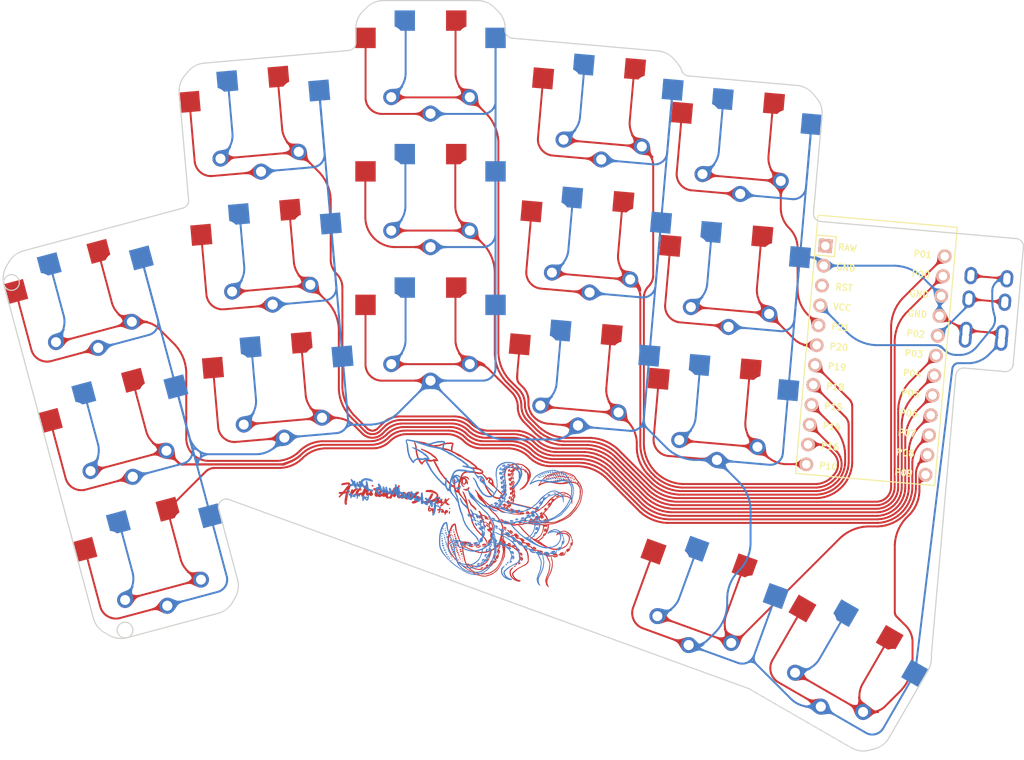
<source format=kicad_pcb>
(kicad_pcb (version 20171130) (host pcbnew "(5.1.10-1-10_14)")
  (title_block (title KEYBOARD_NAME_HERE) (rev VERSION_HERE) (company YOUR_NAME_HERE))
  (layers (0 F.Cu signal) (31 B.Cu signal) (34 B.Paste user) (35 F.Paste user) (36 B.SilkS user) (37 F.SilkS user) (38 B.Mask user) (39 F.Mask user) (44 Edge.Cuts user))
  (net 0 "")
  (net 1 P7)
  (net 2 GND)
  (net 3 P6)
  (net 4 P5)
  (net 5 P4)
  (net 6 P3)
  (net 7 P0)
  (net 8 P1)
  (net 9 P19)
  (net 10 P18)
  (net 11 P15)
  (net 12 P14)
  (net 13 P16)
  (net 14 P10)
  (net 15 P20)
  (net 16 P21)
  (net 17 P8)
  (net 18 P9)
  (net 19 RAW)
  (net 20 RST)
  (net 21 VCC)
  (net 22 P2)
  (module Kicad:BIGSQUID (layer F.Cu) (at 92.075 86.325 350)
    (fp_text reference G*** hide)
    (fp_text value LOGO hide)
    (fp_poly (pts (xy 10.545202 -6.433294) (xy 10.56509 -6.414969) (xy 10.599934 -6.365474) (xy 10.604452 -6.319565) (xy 10.587004 -6.289846) (xy 10.553934 -6.271026) (xy 10.519738 -6.283106) (xy 10.489955 -6.314159) (xy 10.460004 -6.367219) (xy 10.460388 -6.410055) (xy 10.488839 -6.43902) (xy 10.517206 -6.447019) (xy 10.545202 -6.433294)) (layer B.Cu) (width 0.01))
    (fp_poly (pts (xy 10.222154 -6.450447) (xy 10.279562 -6.422085) (xy 10.28712 -6.417103) (xy 10.328026 -6.38188) (xy 10.34375 -6.343945) (xy 10.344696 -6.328144) (xy 10.341088 -6.294534) (xy 10.323566 -6.279064) (xy 10.282728 -6.27282) (xy 10.233765 -6.275119) (xy 10.206566 -6.289764) (xy 10.16933 -6.357109) (xy 10.156636 -6.405956) (xy 10.15912 -6.424582) (xy 10.181544 -6.451306) (xy 10.222154 -6.450447)) (layer B.Cu) (width 0.01))
    (fp_poly (pts (xy 10.804368 -6.397144) (xy 10.842294 -6.375209) (xy 10.873154 -6.342776) (xy 10.888535 -6.305879) (xy 10.885883 -6.281382) (xy 10.861464 -6.258523) (xy 10.821576 -6.254901) (xy 10.779199 -6.271339) (xy 10.775014 -6.274353) (xy 10.744984 -6.311624) (xy 10.733631 -6.355699) (xy 10.740962 -6.385371) (xy 10.767786 -6.402543) (xy 10.804368 -6.397144)) (layer B.Cu) (width 0.01))
    (fp_poly (pts (xy 11.146788 -6.318967) (xy 11.183668 -6.287551) (xy 11.198432 -6.252209) (xy 11.187948 -6.22233) (xy 11.180886 -6.216733) (xy 11.145372 -6.206444) (xy 11.094885 -6.203745) (xy 11.047587 -6.209106) (xy 11.03519 -6.212956) (xy 11.018865 -6.234608) (xy 11.014009 -6.262816) (xy 11.028062 -6.304139) (xy 11.063719 -6.328484) (xy 11.111228 -6.331727) (xy 11.146788 -6.318967)) (layer B.Cu) (width 0.01))
    (fp_poly (pts (xy 10.011831 -6.372057) (xy 10.055797 -6.327897) (xy 10.063144 -6.315547) (xy 10.081137 -6.262377) (xy 10.073692 -6.225709) (xy 10.0461 -6.207759) (xy 10.003655 -6.21074) (xy 9.951648 -6.236869) (xy 9.925317 -6.257857) (xy 9.879856 -6.305461) (xy 9.864423 -6.341585) (xy 9.878506 -6.369437) (xy 9.904957 -6.385416) (xy 9.958238 -6.392693) (xy 10.011831 -6.372057)) (layer B.Cu) (width 0.01))
    (fp_poly (pts (xy 9.662329 -6.348144) (xy 9.708252 -6.322342) (xy 9.744259 -6.291141) (xy 9.74942 -6.284477) (xy 9.773511 -6.239101) (xy 9.770504 -6.203732) (xy 9.750424 -6.177528) (xy 9.716586 -6.154498) (xy 9.681871 -6.158253) (xy 9.638303 -6.18989) (xy 9.634397 -6.193472) (xy 9.604161 -6.232763) (xy 9.583454 -6.280321) (xy 9.575311 -6.325168) (xy 9.582768 -6.356327) (xy 9.588047 -6.361093) (xy 9.618318 -6.362933) (xy 9.662329 -6.348144)) (layer B.Cu) (width 0.01))
    (fp_poly (pts (xy 11.397385 -6.25482) (xy 11.413712 -6.227189) (xy 11.416179 -6.173636) (xy 11.396427 -6.141312) (xy 11.361149 -6.133765) (xy 11.31704 -6.154547) (xy 11.301979 -6.167933) (xy 11.279477 -6.19704) (xy 11.281962 -6.22295) (xy 11.289111 -6.235712) (xy 11.321956 -6.264291) (xy 11.362165 -6.270379) (xy 11.397385 -6.25482)) (layer B.Cu) (width 0.01))
    (fp_poly (pts (xy 9.443207 -6.25816) (xy 9.486378 -6.225246) (xy 9.503039 -6.172484) (xy 9.502628 -6.153526) (xy 9.495791 -6.111788) (xy 9.478627 -6.09298) (xy 9.446313 -6.086577) (xy 9.401522 -6.091241) (xy 9.359777 -6.119179) (xy 9.346768 -6.132072) (xy 9.314606 -6.173011) (xy 9.30641 -6.208447) (xy 9.309283 -6.226048) (xy 9.323781 -6.25707) (xy 9.35357 -6.268575) (xy 9.375405 -6.269513) (xy 9.443207 -6.25816)) (layer B.Cu) (width 0.01))
    (fp_poly (pts (xy 9.172041 -6.143507) (xy 9.195428 -6.130163) (xy 9.234981 -6.096578) (xy 9.248361 -6.063211) (xy 9.247957 -6.049233) (xy 9.231468 -6.013368) (xy 9.192941 -6.002998) (xy 9.132747 -6.018195) (xy 9.118473 -6.024162) (xy 9.080692 -6.045091) (xy 9.068809 -6.067506) (xy 9.071644 -6.08737) (xy 9.079796 -6.121676) (xy 9.08209 -6.136379) (xy 9.095734 -6.154855) (xy 9.128989 -6.157052) (xy 9.172041 -6.143507)) (layer B.Cu) (width 0.01))
    (fp_poly (pts (xy 10.724438 -6.088913) (xy 10.74258 -6.074935) (xy 10.771674 -6.038565) (xy 10.769781 -6.00544) (xy 10.736278 -5.969047) (xy 10.732138 -5.965739) (xy 10.678589 -5.936966) (xy 10.628482 -5.933378) (xy 10.591244 -5.955012) (xy 10.57797 -5.989232) (xy 10.57646 -6.027027) (xy 10.58646 -6.060926) (xy 10.61319 -6.080525) (xy 10.645148 -6.090269) (xy 10.692433 -6.097768) (xy 10.724438 -6.088913)) (layer B.Cu) (width 0.01))
    (fp_poly (pts (xy 11.414534 -6.050161) (xy 11.451481 -6.03003) (xy 11.470886 -5.997521) (xy 11.471514 -5.990038) (xy 11.458597 -5.949865) (xy 11.438739 -5.931216) (xy 11.40737 -5.916709) (xy 11.386085 -5.919843) (xy 11.359812 -5.944075) (xy 11.353562 -5.95076) (xy 11.326392 -5.983336) (xy 11.321738 -6.005945) (xy 11.337492 -6.031905) (xy 11.340193 -6.035303) (xy 11.37309 -6.053417) (xy 11.414534 -6.050161)) (layer B.Cu) (width 0.01))
    (fp_poly (pts (xy 11.223897 -6.054609) (xy 11.245874 -6.023775) (xy 11.238645 -5.979485) (xy 11.231223 -5.965896) (xy 11.199349 -5.929718) (xy 11.16488 -5.924697) (xy 11.143225 -5.933832) (xy 11.111723 -5.964383) (xy 11.095486 -6.004675) (xy 11.099699 -6.040463) (xy 11.102758 -6.044996) (xy 11.130411 -6.059698) (xy 11.173862 -6.066163) (xy 11.175916 -6.066177) (xy 11.223897 -6.054609)) (layer B.Cu) (width 0.01))
    (fp_poly (pts (xy 10.984034 -6.083059) (xy 10.99479 -6.031096) (xy 10.993864 -5.997356) (xy 10.978796 -5.936706) (xy 10.946868 -5.899507) (xy 10.902268 -5.890114) (xy 10.892473 -5.891889) (xy 10.873576 -5.906825) (xy 10.853655 -5.936138) (xy 10.838396 -5.968493) (xy 10.833484 -5.992556) (xy 10.839047 -5.998399) (xy 10.837999 -6.008991) (xy 10.826912 -6.024666) (xy 10.817461 -6.05527) (xy 10.83903 -6.082603) (xy 10.888754 -6.103638) (xy 10.905405 -6.10759) (xy 10.954702 -6.107979) (xy 10.984034 -6.083059)) (layer B.Cu) (width 0.01))
    (fp_poly (pts (xy 10.430535 -6.092828) (xy 10.456606 -6.081747) (xy 10.467877 -6.059016) (xy 10.469411 -6.013936) (xy 10.46932 -6.010818) (xy 10.458651 -5.950525) (xy 10.434363 -5.905547) (xy 10.401942 -5.880565) (xy 10.366875 -5.88026) (xy 10.340573 -5.900967) (xy 10.324256 -5.933649) (xy 10.315397 -5.964509) (xy 10.306265 -6.007088) (xy 10.300415 -6.031157) (xy 10.309 -6.05559) (xy 10.340109 -6.077753) (xy 10.382516 -6.092325) (xy 10.424993 -6.093986) (xy 10.430535 -6.092828)) (layer B.Cu) (width 0.01))
    (fp_poly (pts (xy 8.969211 -5.996903) (xy 9.008336 -5.972696) (xy 9.033011 -5.942693) (xy 9.035751 -5.912271) (xy 9.026993 -5.899014) (xy 8.990804 -5.883442) (xy 8.938638 -5.883792) (xy 8.884361 -5.899923) (xy 8.883222 -5.900467) (xy 8.853745 -5.928053) (xy 8.845383 -5.963886) (xy 8.858821 -5.995173) (xy 8.877545 -6.006414) (xy 8.923119 -6.009935) (xy 8.969211 -5.996903)) (layer B.Cu) (width 0.01))
    (fp_poly (pts (xy 10.167492 -6.077229) (xy 10.19904 -6.049141) (xy 10.213655 -6.00111) (xy 10.210743 -5.959818) (xy 10.189483 -5.901082) (xy 10.157567 -5.868378) (xy 10.120192 -5.863968) (xy 10.082556 -5.890118) (xy 10.074543 -5.900501) (xy 10.051524 -5.955679) (xy 10.053359 -6.011458) (xy 10.079152 -6.055079) (xy 10.125401 -6.080749) (xy 10.167492 -6.077229)) (layer B.Cu) (width 0.01))
    (fp_poly (pts (xy 11.910546 -5.859313) (xy 11.908469 -5.843554) (xy 11.899137 -5.830799) (xy 11.888063 -5.843623) (xy 11.881845 -5.868568) (xy 11.884961 -5.875265) (xy 11.901712 -5.878048) (xy 11.910546 -5.859313)) (layer B.Cu) (width 0.01))
    (fp_poly (pts (xy 11.721076 -5.967072) (xy 11.755407 -5.938566) (xy 11.772078 -5.899151) (xy 11.770277 -5.874173) (xy 11.747713 -5.839141) (xy 11.70924 -5.827767) (xy 11.663469 -5.840317) (xy 11.625518 -5.869715) (xy 11.600461 -5.90278) (xy 11.599223 -5.930235) (xy 11.606215 -5.945966) (xy 11.637072 -5.974889) (xy 11.678495 -5.980552) (xy 11.721076 -5.967072)) (layer B.Cu) (width 0.01))
    (fp_poly (pts (xy 9.939942 -6.025476) (xy 9.945901 -6.016457) (xy 9.959534 -5.973245) (xy 9.964004 -5.920303) (xy 9.959877 -5.869509) (xy 9.947721 -5.832744) (xy 9.936639 -5.822293) (xy 9.889986 -5.812419) (xy 9.852453 -5.818086) (xy 9.837113 -5.833188) (xy 9.815295 -5.903448) (xy 9.802904 -5.948856) (xy 9.799254 -5.976908) (xy 9.803661 -5.9951) (xy 9.81544 -6.010926) (xy 9.820374 -6.016406) (xy 9.861133 -6.043336) (xy 9.905004 -6.046361) (xy 9.939942 -6.025476)) (layer B.Cu) (width 0.01))
    (fp_poly (pts (xy 9.682415 -5.961424) (xy 9.696858 -5.927476) (xy 9.706034 -5.88112) (xy 9.709263 -5.833422) (xy 9.705861 -5.795448) (xy 9.695146 -5.778267) (xy 9.693714 -5.778118) (xy 9.664683 -5.772528) (xy 9.655102 -5.769272) (xy 9.623951 -5.771262) (xy 9.603447 -5.781981) (xy 9.582999 -5.812466) (xy 9.567919 -5.86068) (xy 9.561104 -5.911875) (xy 9.565449 -5.951306) (xy 9.568888 -5.957989) (xy 9.605225 -5.986079) (xy 9.647411 -5.987211) (xy 9.682415 -5.961424)) (layer B.Cu) (width 0.01))
    (fp_poly (pts (xy 8.781635 -5.912758) (xy 8.806951 -5.883405) (xy 8.811207 -5.855704) (xy 8.796147 -5.819057) (xy 8.758296 -5.788941) (xy 8.708649 -5.769242) (xy 8.658203 -5.763849) (xy 8.617953 -5.776649) (xy 8.609654 -5.784443) (xy 8.597917 -5.820088) (xy 8.618794 -5.857339) (xy 8.671186 -5.894368) (xy 8.677981 -5.89792) (xy 8.737225 -5.918046) (xy 8.781635 -5.912758)) (layer B.Cu) (width 0.01))
    (fp_poly (pts (xy 9.402152 -5.905668) (xy 9.438686 -5.890957) (xy 9.455041 -5.871152) (xy 9.455103 -5.869968) (xy 9.464695 -5.848296) (xy 9.472048 -5.845897) (xy 9.484216 -5.831642) (xy 9.488571 -5.797649) (xy 9.485451 -5.757072) (xy 9.475194 -5.723067) (xy 9.468659 -5.713729) (xy 9.432494 -5.694608) (xy 9.390849 -5.707797) (xy 9.390448 -5.708051) (xy 9.363008 -5.737825) (xy 9.337042 -5.783927) (xy 9.321292 -5.829581) (xy 9.319806 -5.843598) (xy 9.330599 -5.88914) (xy 9.362522 -5.908358) (xy 9.402152 -5.905668)) (layer B.Cu) (width 0.01))
    (fp_poly (pts (xy 11.706883 -5.731068) (xy 11.716873 -5.698144) (xy 11.712902 -5.680687) (xy 11.698217 -5.661581) (xy 11.672537 -5.667565) (xy 11.650083 -5.682352) (xy 11.630132 -5.710082) (xy 11.639568 -5.734035) (xy 11.674438 -5.744229) (xy 11.706883 -5.731068)) (layer B.Cu) (width 0.01))
    (fp_poly (pts (xy 11.945605 -5.682398) (xy 11.973239 -5.65749) (xy 11.979853 -5.639172) (xy 11.965614 -5.629961) (xy 11.933069 -5.625929) (xy 11.897477 -5.62757) (xy 11.874094 -5.635376) (xy 11.873704 -5.635746) (xy 11.868841 -5.659337) (xy 11.884956 -5.683411) (xy 11.910498 -5.693395) (xy 11.945605 -5.682398)) (layer B.Cu) (width 0.01))
    (fp_poly (pts (xy 11.441742 -5.76439) (xy 11.460117 -5.730469) (xy 11.456965 -5.687253) (xy 11.446911 -5.666842) (xy 11.413985 -5.635046) (xy 11.378823 -5.627187) (xy 11.351419 -5.644176) (xy 11.345047 -5.657559) (xy 11.344058 -5.698912) (xy 11.35991 -5.741157) (xy 11.386023 -5.77125) (xy 11.405859 -5.778118) (xy 11.441742 -5.76439)) (layer B.Cu) (width 0.01))
    (fp_poly (pts (xy 9.130975 -5.805477) (xy 9.155469 -5.780238) (xy 9.172256 -5.747008) (xy 9.195542 -5.685909) (xy 9.199217 -5.648391) (xy 9.182505 -5.629863) (xy 9.151773 -5.625617) (xy 9.113608 -5.633178) (xy 9.083173 -5.661179) (xy 9.066508 -5.686811) (xy 9.04179 -5.744412) (xy 9.043568 -5.785919) (xy 9.071167 -5.808578) (xy 9.097147 -5.812008) (xy 9.130975 -5.805477)) (layer B.Cu) (width 0.01))
    (fp_poly (pts (xy 11.192681 -5.788646) (xy 11.208793 -5.775169) (xy 11.214155 -5.747115) (xy 11.20892 -5.698253) (xy 11.19641 -5.636421) (xy 11.174704 -5.598969) (xy 11.138244 -5.586122) (xy 11.11114 -5.59393) (xy 11.090417 -5.618934) (xy 11.082165 -5.667573) (xy 11.081788 -5.686128) (xy 11.084858 -5.736033) (xy 11.09744 -5.763927) (xy 11.123069 -5.780709) (xy 11.164586 -5.791193) (xy 11.192681 -5.788646)) (layer B.Cu) (width 0.01))
    (fp_poly (pts (xy 10.903743 -5.732004) (xy 10.957457 -5.714253) (xy 10.988123 -5.672909) (xy 10.993575 -5.617144) (xy 10.984467 -5.580267) (xy 10.959423 -5.564678) (xy 10.936315 -5.561209) (xy 10.889076 -5.565602) (xy 10.863207 -5.581207) (xy 10.850817 -5.613852) (xy 10.847169 -5.661859) (xy 10.847706 -5.671032) (xy 10.853485 -5.713012) (xy 10.867062 -5.730395) (xy 10.896971 -5.732466) (xy 10.903743 -5.732004)) (layer B.Cu) (width 0.01))
    (fp_poly (pts (xy 8.535734 -5.717687) (xy 8.549379 -5.709665) (xy 8.572031 -5.672968) (xy 8.563023 -5.6298) (xy 8.534765 -5.594681) (xy 8.495048 -5.570939) (xy 8.44609 -5.558348) (xy 8.402084 -5.559282) (xy 8.381943 -5.569135) (xy 8.369693 -5.600812) (xy 8.382189 -5.637773) (xy 8.412237 -5.673981) (xy 8.45264 -5.703395) (xy 8.496204 -5.719976) (xy 8.535734 -5.717687)) (layer B.Cu) (width 0.01))
    (fp_poly (pts (xy 10.710979 -5.713604) (xy 10.743063 -5.670637) (xy 10.750717 -5.652433) (xy 10.756 -5.604864) (xy 10.74068 -5.566583) (xy 10.711329 -5.545153) (xy 10.674518 -5.548138) (xy 10.664863 -5.553623) (xy 10.648059 -5.576797) (xy 10.62931 -5.618848) (xy 10.624493 -5.632675) (xy 10.612284 -5.676623) (xy 10.614078 -5.701517) (xy 10.631153 -5.719709) (xy 10.633688 -5.72159) (xy 10.672134 -5.731999) (xy 10.710979 -5.713604)) (layer B.Cu) (width 0.01))
    (fp_poly (pts (xy 8.921962 -5.679104) (xy 8.938318 -5.665532) (xy 8.957378 -5.62851) (xy 8.960393 -5.593833) (xy 8.949231 -5.560443) (xy 8.919168 -5.546341) (xy 8.904403 -5.544383) (xy 8.856736 -5.548207) (xy 8.822073 -5.562448) (xy 8.797926 -5.595275) (xy 8.804299 -5.630678) (xy 8.839079 -5.66209) (xy 8.856911 -5.670658) (xy 8.896817 -5.683583) (xy 8.921962 -5.679104)) (layer B.Cu) (width 0.01))
    (fp_poly (pts (xy 10.419846 -5.739205) (xy 10.460464 -5.709839) (xy 10.49668 -5.656661) (xy 10.521391 -5.59271) (xy 10.533213 -5.545143) (xy 10.532801 -5.518153) (xy 10.519121 -5.500334) (xy 10.512559 -5.495279) (xy 10.484349 -5.477397) (xy 10.461801 -5.477138) (xy 10.430066 -5.495625) (xy 10.420481 -5.502247) (xy 10.357783 -5.558188) (xy 10.324801 -5.616464) (xy 10.322778 -5.67368) (xy 10.342867 -5.714576) (xy 10.379191 -5.741777) (xy 10.419846 -5.739205)) (layer B.Cu) (width 0.01))
    (fp_poly (pts (xy 8.724342 -5.544528) (xy 8.72358 -5.522828) (xy 8.705562 -5.484485) (xy 8.68233 -5.461904) (xy 8.652811 -5.447186) (xy 8.63294 -5.455522) (xy 8.625861 -5.463384) (xy 8.608296 -5.502742) (xy 8.621383 -5.53479) (xy 8.661901 -5.55327) (xy 8.672885 -5.554775) (xy 8.710794 -5.555699) (xy 8.724342 -5.544528)) (layer B.Cu) (width 0.01))
    (fp_poly (pts (xy 10.148262 -5.60375) (xy 10.187429 -5.570076) (xy 10.216773 -5.527834) (xy 10.229346 -5.484716) (xy 10.218287 -5.448512) (xy 10.184337 -5.425191) (xy 10.143059 -5.431289) (xy 10.091137 -5.46742) (xy 10.084666 -5.473223) (xy 10.044764 -5.522667) (xy 10.035118 -5.568133) (xy 10.056184 -5.605691) (xy 10.068243 -5.614631) (xy 10.106217 -5.621166) (xy 10.148262 -5.60375)) (layer B.Cu) (width 0.01))
    (fp_poly (pts (xy 12.181306 -5.600608) (xy 12.231203 -5.566309) (xy 12.274065 -5.524675) (xy 12.319073 -5.471326) (xy 12.346483 -5.427812) (xy 12.354055 -5.398755) (xy 12.339926 -5.388766) (xy 12.31957 -5.396907) (xy 12.279575 -5.417671) (xy 12.238038 -5.441126) (xy 12.165552 -5.49118) (xy 12.126274 -5.537393) (xy 12.120393 -5.579531) (xy 12.122046 -5.584579) (xy 12.144278 -5.606951) (xy 12.181306 -5.600608)) (layer B.Cu) (width 0.01))
    (fp_poly (pts (xy 9.860704 -5.549706) (xy 9.894746 -5.527457) (xy 9.92866 -5.487971) (xy 9.956125 -5.441668) (xy 9.970824 -5.398967) (xy 9.968129 -5.372564) (xy 9.934341 -5.345482) (xy 9.888488 -5.347626) (xy 9.837769 -5.376888) (xy 9.803804 -5.417266) (xy 9.787754 -5.463117) (xy 9.788552 -5.506408) (xy 9.805132 -5.539106) (xy 9.836428 -5.553179) (xy 9.860704 -5.549706)) (layer B.Cu) (width 0.01))
    (fp_poly (pts (xy 8.286804 -5.485555) (xy 8.321302 -5.470737) (xy 8.3336 -5.452032) (xy 8.328046 -5.41973) (xy 8.307505 -5.379473) (xy 8.279994 -5.343254) (xy 8.253532 -5.323068) (xy 8.246644 -5.321951) (xy 8.212301 -5.329346) (xy 8.205437 -5.331836) (xy 8.189821 -5.353968) (xy 8.184844 -5.393816) (xy 8.190178 -5.437028) (xy 8.205495 -5.469253) (xy 8.208648 -5.472265) (xy 8.244544 -5.486827) (xy 8.286804 -5.485555)) (layer B.Cu) (width 0.01))
    (fp_poly (pts (xy 8.514232 -5.426888) (xy 8.529393 -5.393885) (xy 8.518928 -5.346231) (xy 8.515306 -5.338775) (xy 8.483621 -5.301734) (xy 8.443512 -5.284784) (xy 8.40642 -5.291929) (xy 8.398888 -5.298021) (xy 8.386038 -5.331558) (xy 8.395326 -5.373018) (xy 8.420767 -5.411413) (xy 8.456376 -5.435756) (xy 8.47581 -5.439226) (xy 8.514232 -5.426888)) (layer B.Cu) (width 0.01))
    (fp_poly (pts (xy 9.619216 -5.460482) (xy 9.667035 -5.43799) (xy 9.70818 -5.402548) (xy 9.73345 -5.358724) (xy 9.735331 -5.351582) (xy 9.736739 -5.298844) (xy 9.716411 -5.268622) (xy 9.679324 -5.262578) (xy 9.630453 -5.282373) (xy 9.598985 -5.306071) (xy 9.547688 -5.361411) (xy 9.527981 -5.409166) (xy 9.540301 -5.448271) (xy 9.540365 -5.448348) (xy 9.573925 -5.465457) (xy 9.619216 -5.460482)) (layer B.Cu) (width 0.01))
    (fp_poly (pts (xy 9.408825 -5.343764) (xy 9.453468 -5.332473) (xy 9.47394 -5.316696) (xy 9.479252 -5.285043) (xy 9.47894 -5.255106) (xy 9.468081 -5.192019) (xy 9.4402 -5.157898) (xy 9.397338 -5.153691) (xy 9.341536 -5.180346) (xy 9.332255 -5.187006) (xy 9.293623 -5.231807) (xy 9.285657 -5.269118) (xy 9.295854 -5.319572) (xy 9.327665 -5.345588) (xy 9.38292 -5.348277) (xy 9.408825 -5.343764)) (layer B.Cu) (width 0.01))
    (fp_poly (pts (xy 9.016162 -0.306753) (xy 9.055719 -0.266418) (xy 9.094454 -0.208822) (xy 9.128134 -0.14184) (xy 9.152526 -0.073349) (xy 9.163395 -0.011226) (xy 9.162145 0.016945) (xy 9.141513 0.055989) (xy 9.101368 0.087889) (xy 9.055838 0.101418) (xy 9.033343 0.090288) (xy 9.000669 0.062474) (xy 8.993374 0.05507) (xy 8.947411 -0.006148) (xy 8.92127 -0.077224) (xy 8.910933 -0.164009) (xy 8.915019 -0.23843) (xy 8.933498 -0.291766) (xy 8.964287 -0.319255) (xy 8.980016 -0.321948) (xy 9.016162 -0.306753)) (layer B.Cu) (width 0.01))
    (fp_poly (pts (xy 3.471433 4.759551) (xy 3.500432 4.799134) (xy 3.515487 4.84988) (xy 3.515171 4.880358) (xy 3.50263 4.960813) (xy 3.491501 5.015011) (xy 3.479615 5.050393) (xy 3.464804 5.074403) (xy 3.455759 5.084334) (xy 3.409854 5.113517) (xy 3.364751 5.114911) (xy 3.329256 5.089396) (xy 3.319258 5.070681) (xy 3.312269 5.033686) (xy 3.309494 4.9774) (xy 3.310465 4.912) (xy 3.314714 4.847662) (xy 3.321776 4.794566) (xy 3.331182 4.762888) (xy 3.333528 4.759797) (xy 3.371119 4.744473) (xy 3.435088 4.742489) (xy 3.471433 4.759551)) (layer B.Cu) (width 0.01))
    (fp_poly (pts (xy 3.466032 5.410659) (xy 3.479518 5.420121) (xy 3.501926 5.459017) (xy 3.507117 5.517787) (xy 3.496761 5.588166) (xy 3.472528 5.661892) (xy 3.436087 5.7307) (xy 3.409742 5.765411) (xy 3.367288 5.79149) (xy 3.31881 5.788676) (xy 3.279332 5.761778) (xy 3.261937 5.734184) (xy 3.254739 5.69544) (xy 3.255992 5.635108) (xy 3.256617 5.626067) (xy 3.2631 5.565554) (xy 3.27568 5.525323) (xy 3.300374 5.491767) (xy 3.327662 5.465354) (xy 3.384337 5.420344) (xy 3.428675 5.402644) (xy 3.466032 5.410659)) (layer B.Cu) (width 0.01))
    (fp_poly (pts (xy 3.239294 6.09761) (xy 3.26322 6.125211) (xy 3.278088 6.151814) (xy 3.279739 6.175471) (xy 3.266456 6.207665) (xy 3.24533 6.244885) (xy 3.197742 6.309962) (xy 3.144808 6.356436) (xy 3.0922 6.381422) (xy 3.045589 6.382031) (xy 3.015468 6.361895) (xy 3.006174 6.324538) (xy 3.025545 6.269849) (xy 3.073386 6.19826) (xy 3.108896 6.155137) (xy 3.160587 6.104928) (xy 3.203141 6.085929) (xy 3.239294 6.09761)) (layer B.Cu) (width 0.01))
    (fp_poly (pts (xy 3.133535 6.663602) (xy 3.158751 6.674251) (xy 3.159877 6.675706) (xy 3.158853 6.704301) (xy 3.132891 6.745152) (xy 3.08612 6.793087) (xy 3.031335 6.836801) (xy 2.968972 6.87737) (xy 2.925879 6.894487) (xy 2.89804 6.889325) (xy 2.888464 6.878557) (xy 2.883041 6.8405) (xy 2.901599 6.793991) (xy 2.937854 6.74582) (xy 2.98552 6.702779) (xy 3.038311 6.671659) (xy 3.089942 6.659252) (xy 3.091443 6.65924) (xy 3.133535 6.663602)) (layer B.Cu) (width 0.01))
    (fp_poly (pts (xy 2.812336 6.718074) (xy 2.831619 6.758877) (xy 2.834009 6.769948) (xy 2.830753 6.809503) (xy 2.80383 6.851451) (xy 2.750222 6.899542) (xy 2.701524 6.93459) (xy 2.634102 6.971222) (xy 2.580493 6.978799) (xy 2.537683 6.95768) (xy 2.534432 6.95456) (xy 2.512606 6.919644) (xy 2.507805 6.897412) (xy 2.521289 6.865227) (xy 2.556276 6.823862) (xy 2.604563 6.780458) (xy 2.657952 6.742152) (xy 2.708241 6.716084) (xy 2.720949 6.711867) (xy 2.777367 6.703391) (xy 2.812336 6.718074)) (layer B.Cu) (width 0.01))
    (fp_poly (pts (xy 3.673249 4.56351) (xy 3.676984 4.587149) (xy 3.679827 4.604611) (xy 3.693924 4.598383) (xy 3.707972 4.586149) (xy 3.741224 4.5639) (xy 3.776221 4.561829) (xy 3.821883 4.580959) (xy 3.858759 4.60346) (xy 3.928218 4.668136) (xy 3.975341 4.755385) (xy 3.99065 4.812044) (xy 3.993234 4.868608) (xy 3.98477 4.937605) (xy 3.967753 5.011404) (xy 3.94468 5.082373) (xy 3.918045 5.14288) (xy 3.890345 5.185292) (xy 3.864075 5.201977) (xy 3.863135 5.202002) (xy 3.848314 5.21573) (xy 3.846431 5.227419) (xy 3.856109 5.24996) (xy 3.864375 5.252836) (xy 3.874495 5.263216) (xy 3.871848 5.26978) (xy 3.871227 5.285478) (xy 3.875916 5.286725) (xy 3.890503 5.301531) (xy 3.908809 5.33922) (xy 3.926735 5.389701) (xy 3.940184 5.442882) (xy 3.940919 5.446814) (xy 3.938573 5.485974) (xy 3.924561 5.544415) (xy 3.902489 5.611165) (xy 3.875965 5.675252) (xy 3.849886 5.723737) (xy 3.816559 5.760253) (xy 3.774438 5.787456) (xy 3.731815 5.802737) (xy 3.696983 5.803486) (xy 3.678234 5.787095) (xy 3.676984 5.778139) (xy 3.6692 5.75785) (xy 3.640404 5.756093) (xy 3.631419 5.75764) (xy 3.585854 5.76635) (xy 3.647755 5.818832) (xy 3.710102 5.891462) (xy 3.746962 5.977571) (xy 3.756724 6.069116) (xy 3.737777 6.158052) (xy 3.72217 6.190448) (xy 3.688552 6.235525) (xy 3.63603 6.291335) (xy 3.573728 6.349556) (xy 3.510771 6.40187) (xy 3.45628 6.439957) (xy 3.437598 6.449946) (xy 3.407001 6.473933) (xy 3.385663 6.51812) (xy 3.3762 6.553194) (xy 3.347887 6.639916) (xy 3.301501 6.724697) (xy 3.232263 6.815705) (xy 3.203059 6.849081) (xy 3.135448 6.917822) (xy 3.07255 6.96971) (xy 3.018667 7.001985) (xy 2.978102 7.011889) (xy 2.960498 7.004617) (xy 2.966052 6.988027) (xy 2.990077 6.952818) (xy 3.028068 6.905284) (xy 3.048494 6.881582) (xy 3.154329 6.750534) (xy 3.231509 6.63054) (xy 3.263573 6.564513) (xy 3.286439 6.509786) (xy 3.214834 6.537194) (xy 3.158216 6.560937) (xy 3.09059 6.592135) (xy 3.0505 6.611921) (xy 2.991237 6.641267) (xy 2.955731 6.655109) (xy 2.937965 6.654136) (xy 2.931925 6.639033) (xy 2.931421 6.625515) (xy 2.946487 6.591301) (xy 2.98669 6.551894) (xy 3.044533 6.511249) (xy 3.112522 6.473322) (xy 3.183163 6.442067) (xy 3.248959 6.42144) (xy 3.302416 6.415397) (xy 3.322433 6.419174) (xy 3.356136 6.423711) (xy 3.387368 6.40492) (xy 3.400666 6.391471) (xy 3.430585 6.357776) (xy 3.435348 6.345842) (xy 3.413594 6.353295) (xy 3.386351 6.366533) (xy 3.332833 6.381961) (xy 3.295157 6.368059) (xy 3.275081 6.32562) (xy 3.273532 6.315527) (xy 3.279736 6.267512) (xy 3.304053 6.21088) (xy 3.340333 6.154191) (xy 3.382425 6.106002) (xy 3.424178 6.074873) (xy 3.451513 6.067867) (xy 3.522424 6.081169) (xy 3.565379 6.111277) (xy 3.576557 6.134574) (xy 3.587506 6.176318) (xy 3.609392 6.125484) (xy 3.62635 6.070157) (xy 3.634382 6.017311) (xy 3.634878 5.981282) (xy 3.628856 5.974568) (xy 3.616248 5.989017) (xy 3.582106 6.0108) (xy 3.55551 6.012466) (xy 3.531498 6.00524) (xy 3.520053 5.986253) (xy 3.516973 5.946075) (xy 3.517079 5.926248) (xy 3.516216 5.878046) (xy 3.509763 5.856267) (xy 3.494466 5.853524) (xy 3.48604 5.855815) (xy 3.462705 5.857535) (xy 3.458413 5.835916) (xy 3.459555 5.826298) (xy 3.477453 5.791578) (xy 3.520561 5.77029) (xy 3.552171 5.75623) (xy 3.575397 5.73178) (xy 3.592536 5.691247) (xy 3.605884 5.62894) (xy 3.607441 5.617145) (xy 3.778652 5.617145) (xy 3.787124 5.625617) (xy 3.795597 5.617145) (xy 3.787124 5.608673) (xy 3.778652 5.617145) (xy 3.607441 5.617145) (xy 3.617738 5.539166) (xy 3.618556 5.53179) (xy 3.808812 5.53179) (xy 3.814242 5.544814) (xy 3.81727 5.542943) (xy 3.826175 5.516717) (xy 3.826066 5.479416) (xy 3.82177 5.451221) (xy 3.817981 5.452102) (xy 3.812619 5.48414) (xy 3.811201 5.494281) (xy 3.808812 5.53179) (xy 3.618556 5.53179) (xy 3.61923 5.525718) (xy 3.635344 5.440633) (xy 3.657196 5.396865) (xy 3.795597 5.396865) (xy 3.804069 5.405337) (xy 3.812541 5.396865) (xy 3.804069 5.388393) (xy 3.795597 5.396865) (xy 3.657196 5.396865) (xy 3.662607 5.386028) (xy 3.702553 5.359888) (xy 3.74644 5.358364) (xy 3.782635 5.361959) (xy 3.792538 5.354215) (xy 3.777922 5.329322) (xy 3.761707 5.308293) (xy 3.733119 5.257394) (xy 3.732543 5.216159) (xy 3.759882 5.189203) (xy 3.764251 5.187432) (xy 3.790653 5.165907) (xy 3.816867 5.118681) (xy 3.840354 5.056657) (xy 3.870214 4.947908) (xy 3.878401 4.858489) (xy 3.865169 4.781889) (xy 3.85237 4.750025) (xy 3.82614 4.708591) (xy 3.792599 4.672597) (xy 3.760032 4.649253) (xy 3.736726 4.645767) (xy 3.734485 4.647459) (xy 3.740315 4.65896) (xy 3.758608 4.667262) (xy 3.794071 4.69579) (xy 3.820095 4.75401) (xy 3.835278 4.838691) (xy 3.835874 4.845241) (xy 3.833802 4.929027) (xy 3.813287 4.992836) (xy 3.776784 5.033048) (xy 3.726747 5.046042) (xy 3.70214 5.042476) (xy 3.66873 5.018585) (xy 3.642684 4.972166) (xy 3.629375 4.914523) (xy 3.628938 4.888526) (xy 3.625942 4.845258) (xy 3.619201 4.812013) (xy 3.617037 4.777755) (xy 3.635308 4.744864) (xy 3.65889 4.720181) (xy 3.690729 4.684947) (xy 3.697905 4.660955) (xy 3.691228 4.648046) (xy 3.672385 4.634626) (xy 3.646643 4.642482) (xy 3.630761 4.652273) (xy 3.594635 4.671036) (xy 3.579517 4.66372) (xy 3.582642 4.628397) (xy 3.584627 4.620106) (xy 3.603456 4.577447) (xy 3.629587 4.55198) (xy 3.655393 4.546428) (xy 3.673249 4.56351)) (layer B.Cu) (width 0.01))
    (fp_poly (pts (xy 2.840822 6.95157) (xy 2.871303 6.963809) (xy 2.905386 6.990487) (xy 2.913949 7.022756) (xy 2.895921 7.0636) (xy 2.850228 7.116006) (xy 2.8001 7.162136) (xy 2.695951 7.248744) (xy 2.612408 7.308921) (xy 2.549107 7.342858) (xy 2.505682 7.350748) (xy 2.481769 7.332781) (xy 2.480632 7.330087) (xy 2.465535 7.315234) (xy 2.432421 7.31772) (xy 2.41801 7.321535) (xy 2.355876 7.330769) (xy 2.318079 7.319185) (xy 2.306411 7.291264) (xy 2.322663 7.25149) (xy 2.368627 7.204346) (xy 2.370558 7.202806) (xy 2.441563 7.157403) (xy 2.50383 7.138781) (xy 2.553814 7.147041) (xy 2.587968 7.182284) (xy 2.594041 7.19651) (xy 2.608935 7.197035) (xy 2.641063 7.176348) (xy 2.67507 7.147081) (xy 2.74914 7.077797) (xy 2.692015 7.089465) (xy 2.59812 7.106857) (xy 2.534908 7.114237) (xy 2.500708 7.111692) (xy 2.49372 7.099693) (xy 2.514416 7.076262) (xy 2.558313 7.04622) (xy 2.616676 7.014294) (xy 2.68077 6.985209) (xy 2.741857 6.963693) (xy 2.748455 6.961875) (xy 2.803199 6.950219) (xy 2.840822 6.95157)) (layer B.Cu) (width 0.01))
    (fp_poly (pts (xy 2.216357 7.170968) (xy 2.235049 7.199285) (xy 2.231898 7.228497) (xy 2.204507 7.261435) (xy 2.150477 7.300929) (xy 2.067408 7.34981) (xy 2.062493 7.352528) (xy 2.014388 7.377495) (xy 1.984696 7.385417) (xy 1.9627 7.376565) (xy 1.941629 7.355593) (xy 1.923449 7.326006) (xy 1.926461 7.296684) (xy 1.953297 7.264308) (xy 2.006589 7.225555) (xy 2.078554 7.18293) (xy 2.143083 7.155305) (xy 2.191136 7.155131) (xy 2.216357 7.170968)) (layer B.Cu) (width 0.01))
    (fp_poly (pts (xy -2.251641 3.063629) (xy -2.231181 3.094222) (xy -2.220016 3.126528) (xy -2.219747 3.130923) (xy -2.233419 3.14857) (xy -2.260684 3.164914) (xy -2.293081 3.174983) (xy -2.308883 3.163949) (xy -2.311042 3.159014) (xy -2.312689 3.126609) (xy -2.302345 3.088124) (xy -2.285295 3.058152) (xy -2.271596 3.050034) (xy -2.251641 3.063629)) (layer B.Cu) (width 0.01))
    (fp_poly (pts (xy -2.515328 3.143344) (xy -2.4896 3.161315) (xy -2.462796 3.202003) (xy -2.459871 3.245858) (xy -2.480812 3.280767) (xy -2.489747 3.286662) (xy -2.539503 3.303195) (xy -2.572234 3.290434) (xy -2.585138 3.263565) (xy -2.591487 3.202762) (xy -2.579171 3.159464) (xy -2.552386 3.138161) (xy -2.515328 3.143344)) (layer B.Cu) (width 0.01))
    (fp_poly (pts (xy -2.164225 3.319245) (xy -2.142002 3.352145) (xy -2.141669 3.38317) (xy -2.163911 3.415145) (xy -2.200066 3.438779) (xy -2.236273 3.44644) (xy -2.249267 3.442414) (xy -2.270679 3.411809) (xy -2.273885 3.368264) (xy -2.260074 3.326632) (xy -2.238265 3.305045) (xy -2.200031 3.300537) (xy -2.164225 3.319245)) (layer B.Cu) (width 0.01))
    (fp_poly (pts (xy -2.532459 3.486016) (xy -2.509376 3.519035) (xy -2.507806 3.532956) (xy -2.520004 3.565849) (xy -2.54875 3.587529) (xy -2.582268 3.593764) (xy -2.608786 3.580324) (xy -2.613906 3.571081) (xy -2.61495 3.539942) (xy -2.604055 3.503744) (xy -2.586973 3.477891) (xy -2.577516 3.473649) (xy -2.532459 3.486016)) (layer B.Cu) (width 0.01))
    (fp_poly (pts (xy -2.021826 3.572447) (xy -2.005798 3.612978) (xy -2.002667 3.640258) (xy -2.007346 3.703678) (xy -2.028716 3.746092) (xy -2.062052 3.763846) (xy -2.102629 3.753289) (xy -2.125341 3.735081) (xy -2.143536 3.699758) (xy -2.151868 3.648337) (xy -2.151968 3.642208) (xy -2.148553 3.597342) (xy -2.134347 3.574936) (xy -2.110947 3.565667) (xy -2.054956 3.557999) (xy -2.021826 3.572447)) (layer B.Cu) (width 0.01))
    (fp_poly (pts (xy -2.289058 3.78951) (xy -2.267333 3.8169) (xy -2.267895 3.85205) (xy -2.280297 3.870671) (xy -2.309753 3.893724) (xy -2.336016 3.89168) (xy -2.35255 3.882381) (xy -2.370392 3.854592) (xy -2.366961 3.818801) (xy -2.346051 3.789814) (xy -2.326797 3.781861) (xy -2.289058 3.78951)) (layer B.Cu) (width 0.01))
    (fp_poly (pts (xy -2.515288 3.724291) (xy -2.487158 3.757126) (xy -2.47715 3.771682) (xy -2.453032 3.820915) (xy -2.457131 3.858795) (xy -2.491108 3.895021) (xy -2.499333 3.901242) (xy -2.536289 3.912809) (xy -2.583077 3.910851) (xy -2.620019 3.89654) (xy -2.623029 3.893876) (xy -2.641189 3.859613) (xy -2.643363 3.844342) (xy -2.632782 3.812948) (xy -2.607013 3.773317) (xy -2.575015 3.736564) (xy -2.545745 3.713802) (xy -2.535952 3.711084) (xy -2.515288 3.724291)) (layer B.Cu) (width 0.01))
    (fp_poly (pts (xy -1.907811 3.801134) (xy -1.884632 3.825004) (xy -1.882998 3.863043) (xy -1.901438 3.904546) (xy -1.925501 3.929925) (xy -1.963496 3.956971) (xy -1.988221 3.961947) (xy -2.011671 3.945365) (xy -2.022257 3.934056) (xy -2.044347 3.898619) (xy -2.050301 3.874476) (xy -2.035735 3.848715) (xy -2.000412 3.823226) (xy -1.956894 3.804474) (xy -1.917742 3.798924) (xy -1.907811 3.801134)) (layer B.Cu) (width 0.01))
    (fp_poly (pts (xy -2.225499 3.980983) (xy -2.204747 3.9927) (xy -2.176296 4.025453) (xy -2.170685 4.060724) (xy -2.188972 4.087075) (xy -2.195716 4.090316) (xy -2.220782 4.098827) (xy -2.236499 4.093767) (xy -2.25932 4.069793) (xy -2.259482 4.069613) (xy -2.284045 4.028161) (xy -2.283157 3.994776) (xy -2.261935 3.976653) (xy -2.225499 3.980983)) (layer B.Cu) (width 0.01))
    (fp_poly (pts (xy -2.524008 4.092599) (xy -2.510906 4.098941) (xy -2.480163 4.129421) (xy -2.475984 4.165954) (xy -2.495027 4.198655) (xy -2.533949 4.217639) (xy -2.55158 4.219213) (xy -2.586521 4.205208) (xy -2.597455 4.185262) (xy -2.594013 4.146816) (xy -2.577115 4.115228) (xy -2.550851 4.090864) (xy -2.524008 4.092599)) (layer B.Cu) (width 0.01))
    (fp_poly (pts (xy -1.792873 4.048178) (xy -1.757007 4.088413) (xy -1.739294 4.144773) (xy -1.738519 4.159907) (xy -1.749451 4.219426) (xy -1.777588 4.261394) (xy -1.815939 4.282492) (xy -1.857516 4.279404) (xy -1.89533 4.248814) (xy -1.902618 4.237779) (xy -1.927428 4.174579) (xy -1.92912 4.115453) (xy -1.90991 4.067654) (xy -1.872018 4.038431) (xy -1.839909 4.032822) (xy -1.792873 4.048178)) (layer B.Cu) (width 0.01))
    (fp_poly (pts (xy -2.109565 4.21747) (xy -2.105344 4.219796) (xy -2.065439 4.253975) (xy -2.053086 4.292055) (xy -2.070128 4.326686) (xy -2.077114 4.332469) (xy -2.102691 4.349191) (xy -2.123771 4.351336) (xy -2.154414 4.338197) (xy -2.174186 4.327591) (xy -2.20961 4.294437) (xy -2.21529 4.255253) (xy -2.190659 4.218959) (xy -2.181475 4.212471) (xy -2.149551 4.203308) (xy -2.109565 4.21747)) (layer B.Cu) (width 0.01))
    (fp_poly (pts (xy -1.652356 4.313665) (xy -1.613218 4.346275) (xy -1.586871 4.403123) (xy -1.581587 4.427654) (xy -1.582573 4.487076) (xy -1.603596 4.526333) (xy -1.638531 4.541651) (xy -1.681251 4.529254) (xy -1.708864 4.506098) (xy -1.738354 4.458679) (xy -1.754577 4.40174) (xy -1.753182 4.351608) (xy -1.75144 4.346337) (xy -1.728679 4.32276) (xy -1.699525 4.310038) (xy -1.652356 4.313665)) (layer B.Cu) (width 0.01))
    (fp_poly (pts (xy -2.088186 4.436881) (xy -2.049611 4.449121) (xy -2.011242 4.466294) (xy -1.986207 4.482969) (xy -1.982781 4.489229) (xy -1.998144 4.523065) (xy -2.034463 4.542211) (xy -2.080312 4.541959) (xy -2.096898 4.536236) (xy -2.123888 4.511491) (xy -2.135209 4.477022) (xy -2.128593 4.446376) (xy -2.113843 4.435005) (xy -2.088186 4.436881)) (layer B.Cu) (width 0.01))
    (fp_poly (pts (xy -2.384011 4.408445) (xy -2.359372 4.439524) (xy -2.360092 4.475702) (xy -2.363863 4.482718) (xy -2.389313 4.509405) (xy -2.428698 4.539166) (xy -2.432697 4.541729) (xy -2.472221 4.561935) (xy -2.496944 4.560505) (xy -2.504712 4.554422) (xy -2.52398 4.514677) (xy -2.519748 4.468034) (xy -2.497123 4.425223) (xy -2.461209 4.396971) (xy -2.427389 4.391928) (xy -2.384011 4.408445)) (layer B.Cu) (width 0.01))
    (fp_poly (pts (xy -1.454695 4.612252) (xy -1.45321 4.613022) (xy -1.410582 4.640289) (xy -1.392273 4.66926) (xy -1.38946 4.695374) (xy -1.394113 4.730325) (xy -1.405019 4.744497) (xy -1.434382 4.749637) (xy -1.443144 4.752351) (xy -1.473434 4.751489) (xy -1.515323 4.738534) (xy -1.516551 4.738003) (xy -1.572442 4.704495) (xy -1.601389 4.667427) (xy -1.602082 4.631686) (xy -1.573207 4.602155) (xy -1.555253 4.59396) (xy -1.511504 4.59087) (xy -1.454695 4.612252)) (layer B.Cu) (width 0.01))
    (fp_poly (pts (xy -1.882737 4.657528) (xy -1.872795 4.68834) (xy -1.872382 4.702135) (xy -1.875778 4.735853) (xy -1.892601 4.751534) (xy -1.932807 4.757965) (xy -1.935924 4.758228) (xy -1.977606 4.759344) (xy -1.995545 4.749612) (xy -1.999464 4.723516) (xy -1.999467 4.722177) (xy -1.985619 4.674174) (xy -1.948606 4.647907) (xy -1.91144 4.645764) (xy -1.882737 4.657528)) (layer B.Cu) (width 0.01))
    (fp_poly (pts (xy -2.313497 4.651037) (xy -2.281854 4.682065) (xy -2.270625 4.739853) (xy -2.270581 4.744759) (xy -2.275734 4.790703) (xy -2.295786 4.816558) (xy -2.337625 4.827557) (xy -2.381784 4.82922) (xy -2.423146 4.824611) (xy -2.443557 4.805385) (xy -2.450782 4.783796) (xy -2.450831 4.727366) (xy -2.426489 4.679263) (xy -2.384062 4.649801) (xy -2.366453 4.645841) (xy -2.313497 4.651037)) (layer B.Cu) (width 0.01))
    (fp_poly (pts (xy -1.810307 4.808265) (xy -1.803386 4.813285) (xy -1.78129 4.850584) (xy -1.786897 4.892971) (xy -1.79952 4.910554) (xy -1.835413 4.92728) (xy -1.882439 4.92924) (xy -1.92175 4.916238) (xy -1.926975 4.911878) (xy -1.938979 4.881079) (xy -1.919548 4.847779) (xy -1.877584 4.819056) (xy -1.837265 4.803281) (xy -1.810307 4.808265)) (layer B.Cu) (width 0.01))
    (fp_poly (pts (xy -1.333004 4.854245) (xy -1.28617 4.875235) (xy -1.247383 4.904959) (xy -1.23935 4.934146) (xy -1.258139 4.967978) (xy -1.301573 4.997221) (xy -1.361019 5.003284) (xy -1.419766 4.988064) (xy -1.469886 4.957671) (xy -1.487076 4.924324) (xy -1.470923 4.889206) (xy -1.458187 4.877414) (xy -1.399298 4.849621) (xy -1.333004 4.854245)) (layer B.Cu) (width 0.01))
    (fp_poly (pts (xy -1.679716 4.980926) (xy -1.669585 4.99697) (xy -1.670546 5.043145) (xy -1.693959 5.091713) (xy -1.731604 5.130652) (xy -1.772653 5.147735) (xy -1.812346 5.147652) (xy -1.834865 5.140674) (xy -1.848207 5.106834) (xy -1.845546 5.059866) (xy -1.82948 5.014967) (xy -1.809305 4.991155) (xy -1.761359 4.96922) (xy -1.714524 4.965962) (xy -1.679716 4.980926)) (layer B.Cu) (width 0.01))
    (fp_poly (pts (xy -2.184466 4.9955) (xy -2.174931 5.002331) (xy -2.159055 5.036646) (xy -2.174013 5.071248) (xy -2.212207 5.097675) (xy -2.243102 5.120402) (xy -2.253636 5.142332) (xy -2.257257 5.161422) (xy -2.274907 5.164236) (xy -2.30447 5.157179) (xy -2.334771 5.133846) (xy -2.355452 5.092516) (xy -2.360172 5.048923) (xy -2.354957 5.031907) (xy -2.325664 5.006969) (xy -2.277969 4.991025) (xy -2.226145 4.986421) (xy -2.184466 4.9955)) (layer B.Cu) (width 0.01))
    (fp_poly (pts (xy -1.179826 5.064076) (xy -1.130808 5.083494) (xy -1.090108 5.113903) (xy -1.070411 5.148249) (xy -1.070389 5.148398) (xy -1.078357 5.186998) (xy -1.105302 5.219557) (xy -1.139912 5.233058) (xy -1.143763 5.232813) (xy -1.172088 5.228946) (xy -1.207312 5.223754) (xy -1.250875 5.204124) (xy -1.275572 5.168) (xy -1.28031 5.125616) (xy -1.264 5.087202) (xy -1.225551 5.06299) (xy -1.224478 5.062702) (xy -1.179826 5.064076)) (layer B.Cu) (width 0.01))
    (fp_poly (pts (xy -1.551618 5.188494) (xy -1.525845 5.201311) (xy -1.516748 5.218306) (xy -1.515737 5.26027) (xy -1.523721 5.284302) (xy -1.55304 5.313139) (xy -1.600605 5.336669) (xy -1.654618 5.351587) (xy -1.703283 5.354589) (xy -1.734001 5.343207) (xy -1.744633 5.309738) (xy -1.72723 5.260821) (xy -1.710254 5.23427) (xy -1.681219 5.201933) (xy -1.646372 5.187798) (xy -1.601256 5.185057) (xy -1.551618 5.188494)) (layer B.Cu) (width 0.01))
    (fp_poly (pts (xy -2.164037 5.227616) (xy -2.097192 5.248656) (xy -2.057369 5.268412) (xy -2.03821 5.291453) (xy -2.033356 5.321528) (xy -2.045092 5.362506) (xy -2.082817 5.388225) (xy -2.126551 5.398799) (xy -2.150538 5.404141) (xy -2.151968 5.404642) (xy -2.205538 5.416456) (xy -2.240017 5.402378) (xy -2.254071 5.378777) (xy -2.268552 5.313033) (xy -2.259567 5.262033) (xy -2.230016 5.230648) (xy -2.1828 5.223747) (xy -2.164037 5.227616)) (layer B.Cu) (width 0.01))
    (fp_poly (pts (xy -0.953937 5.358863) (xy -0.916728 5.377956) (xy -0.915193 5.3797) (xy -0.900642 5.419792) (xy -0.914393 5.46199) (xy -0.952665 5.497486) (xy -0.969407 5.505962) (xy -1.009895 5.523684) (xy -1.035745 5.535733) (xy -1.037378 5.5366) (xy -1.056134 5.530385) (xy -1.086509 5.506316) (xy -1.092448 5.500554) (xy -1.125705 5.461532) (xy -1.132047 5.431449) (xy -1.112313 5.399797) (xy -1.101401 5.388393) (xy -1.060208 5.364731) (xy -1.006409 5.354671) (xy -0.953937 5.358863)) (layer B.Cu) (width 0.01))
    (fp_poly (pts (xy -1.441476 5.398812) (xy -1.404704 5.418122) (xy -1.389496 5.453815) (xy -1.38946 5.45593) (xy -1.40429 5.485644) (xy -1.441693 5.512046) (xy -1.491042 5.531731) (xy -1.541708 5.541297) (xy -1.583063 5.537338) (xy -1.601362 5.523798) (xy -1.605483 5.488102) (xy -1.582656 5.448662) (xy -1.544448 5.417974) (xy -1.490996 5.398043) (xy -1.441476 5.398812)) (layer B.Cu) (width 0.01))
    (fp_poly (pts (xy -1.982301 5.524242) (xy -1.979461 5.527479) (xy -1.953694 5.581728) (xy -1.952056 5.624911) (xy -1.959022 5.665753) (xy -1.97728 5.683943) (xy -2.011104 5.690153) (xy -2.047507 5.690249) (xy -2.067252 5.675245) (xy -2.081419 5.636274) (xy -2.082274 5.633197) (xy -2.090946 5.583117) (xy -2.081658 5.545445) (xy -2.072924 5.530536) (xy -2.043923 5.49723) (xy -2.016202 5.495213) (xy -1.982301 5.524242)) (layer B.Cu) (width 0.01))
    (fp_poly (pts (xy -0.789486 5.574203) (xy -0.779466 5.58324) (xy -0.76662 5.621638) (xy -0.77974 5.664443) (xy -0.813666 5.702662) (xy -0.861889 5.726932) (xy -0.910596 5.738902) (xy -0.944601 5.740978) (xy -0.981357 5.73397) (xy -0.986229 5.732703) (xy -1.016286 5.709582) (xy -1.029392 5.66964) (xy -1.025003 5.639816) (xy -0.996375 5.60462) (xy -0.94747 5.577916) (xy -0.889327 5.56225) (xy -0.832986 5.560164) (xy -0.789486 5.574203)) (layer B.Cu) (width 0.01))
    (fp_poly (pts (xy -1.34339 5.576139) (xy -1.310137 5.604215) (xy -1.297746 5.639078) (xy -1.314081 5.68082) (xy -1.359171 5.731521) (xy -1.410062 5.768061) (xy -1.452521 5.775623) (xy -1.483029 5.753982) (xy -1.490029 5.739994) (xy -1.4932 5.691354) (xy -1.479297 5.659507) (xy -1.433274 5.599621) (xy -1.38739 5.571642) (xy -1.34339 5.576139)) (layer B.Cu) (width 0.01))
    (fp_poly (pts (xy -1.222165 5.791235) (xy -1.185753 5.822985) (xy -1.16926 5.861969) (xy -1.16918 5.864647) (xy -1.184514 5.900211) (xy -1.224157 5.929817) (xy -1.278565 5.949142) (xy -1.338197 5.953864) (xy -1.359807 5.951017) (xy -1.385398 5.933625) (xy -1.389515 5.901593) (xy -1.376277 5.862496) (xy -1.349803 5.823906) (xy -1.314211 5.793398) (xy -1.273623 5.778546) (xy -1.265772 5.778119) (xy -1.222165 5.791235)) (layer B.Cu) (width 0.01))
    (fp_poly (pts (xy -1.81073 5.769072) (xy -1.789706 5.786178) (xy -1.758877 5.822419) (xy -1.752391 5.857767) (xy -1.755375 5.875137) (xy -1.772642 5.915953) (xy -1.799099 5.948906) (xy -1.825353 5.962846) (xy -1.829023 5.962544) (xy -1.85154 5.957308) (xy -1.872382 5.952249) (xy -1.92232 5.929572) (xy -1.945232 5.889386) (xy -1.948094 5.856531) (xy -1.936345 5.793225) (xy -1.906086 5.756015) (xy -1.86249 5.747198) (xy -1.81073 5.769072)) (layer B.Cu) (width 0.01))
    (fp_poly (pts (xy -0.739978 5.875388) (xy -0.690233 5.909609) (xy -0.660056 5.953621) (xy -0.654588 5.998475) (xy -0.660233 6.014208) (xy -0.692627 6.042889) (xy -0.742235 6.044968) (xy -0.800634 6.022597) (xy -0.838477 5.988811) (xy -0.843576 5.946428) (xy -0.815903 5.895688) (xy -0.815333 5.894982) (xy -0.78829 5.868506) (xy -0.761351 5.866971) (xy -0.739978 5.875388)) (layer B.Cu) (width 0.01))
    (fp_poly (pts (xy -1.070447 6.013792) (xy -1.051661 6.037353) (xy -1.060998 6.070893) (xy -1.077195 6.090384) (xy -1.111232 6.108606) (xy -1.158209 6.116663) (xy -1.205243 6.114463) (xy -1.239452 6.101917) (xy -1.247775 6.091595) (xy -1.250482 6.050354) (xy -1.221919 6.021733) (xy -1.178264 6.008104) (xy -1.113826 6.003084) (xy -1.070447 6.013792)) (layer B.Cu) (width 0.01))
    (fp_poly (pts (xy -1.646884 6.021786) (xy -1.619559 6.044629) (xy -1.605504 6.067052) (xy -1.579464 6.1299) (xy -1.581756 6.177018) (xy -1.596184 6.198346) (xy -1.632614 6.217441) (xy -1.670966 6.203213) (xy -1.708512 6.16049) (xy -1.738274 6.102042) (xy -1.741033 6.056611) (xy -1.71734 6.027647) (xy -1.685991 6.019081) (xy -1.646884 6.021786)) (layer B.Cu) (width 0.01))
    (fp_poly (pts (xy -0.65036 6.157716) (xy -0.625217 6.183377) (xy -0.616737 6.224158) (xy -0.61933 6.241452) (xy -0.63809 6.278515) (xy -0.666108 6.283601) (xy -0.691341 6.266124) (xy -0.70875 6.23188) (xy -0.709175 6.191902) (xy -0.693523 6.16171) (xy -0.684944 6.156524) (xy -0.65036 6.157716)) (layer B.Cu) (width 0.01))
    (fp_poly (pts (xy -1.006347 6.175231) (xy -0.96735 6.195765) (xy -0.959793 6.204979) (xy -0.95226 6.234146) (xy -0.971444 6.266312) (xy -0.973419 6.268521) (xy -1.009489 6.292173) (xy -1.055103 6.303432) (xy -1.094954 6.299596) (xy -1.107049 6.292106) (xy -1.118079 6.261231) (xy -1.113575 6.220105) (xy -1.095822 6.187303) (xy -1.093954 6.185641) (xy -1.054245 6.171035) (xy -1.006347 6.175231)) (layer B.Cu) (width 0.01))
    (fp_poly (pts (xy -1.519897 6.261229) (xy -1.477012 6.28514) (xy -1.440289 6.320331) (xy -1.415501 6.359771) (xy -1.40842 6.396428) (xy -1.42482 6.423271) (xy -1.425292 6.423574) (xy -1.457406 6.436793) (xy -1.489932 6.430395) (xy -1.531903 6.401646) (xy -1.550695 6.385624) (xy -1.591469 6.339684) (xy -1.60657 6.29916) (xy -1.5955 6.269214) (xy -1.563172 6.25563) (xy -1.519897 6.261229)) (layer B.Cu) (width 0.01))
    (fp_poly (pts (xy -0.882718 6.419609) (xy -0.856839 6.455764) (xy -0.854486 6.502346) (xy -0.855907 6.507378) (xy -0.878682 6.535224) (xy -0.91388 6.54072) (xy -0.949246 6.524739) (xy -0.968435 6.499346) (xy -0.979761 6.450201) (xy -0.964499 6.4172) (xy -0.924846 6.405071) (xy -0.924611 6.40507) (xy -0.882718 6.419609)) (layer B.Cu) (width 0.01))
    (fp_poly (pts (xy -0.520062 6.503598) (xy -0.498378 6.534943) (xy -0.497439 6.565829) (xy -0.512749 6.587188) (xy -0.540468 6.585569) (xy -0.554937 6.580239) (xy -0.571394 6.560039) (xy -0.575648 6.52802) (xy -0.568066 6.499603) (xy -0.552776 6.489794) (xy -0.520062 6.503598)) (layer B.Cu) (width 0.01))
    (fp_poly (pts (xy -1.280605 6.529644) (xy -1.252001 6.554335) (xy -1.216842 6.592328) (xy -1.20735 6.623807) (xy -1.210017 6.637493) (xy -1.234177 6.675034) (xy -1.272644 6.681955) (xy -1.30384 6.670485) (xy -1.339797 6.641551) (xy -1.36981 6.603053) (xy -1.387468 6.569065) (xy -1.385761 6.549437) (xy -1.365041 6.531038) (xy -1.335054 6.512152) (xy -1.310622 6.510922) (xy -1.280605 6.529644)) (layer B.Cu) (width 0.01))
    (fp_poly (pts (xy -0.762148 6.615125) (xy -0.740019 6.640875) (xy -0.737092 6.65924) (xy -0.749744 6.693992) (xy -0.779688 6.708328) (xy -0.814901 6.698839) (xy -0.829609 6.685474) (xy -0.842895 6.658491) (xy -0.829609 6.633005) (xy -0.796019 6.611366) (xy -0.762148 6.615125)) (layer B.Cu) (width 0.01))
    (fp_poly (pts (xy -0.42323 6.778363) (xy -0.415235 6.805656) (xy -0.415144 6.811509) (xy -0.426595 6.84781) (xy -0.453911 6.859336) (xy -0.486535 6.842535) (xy -0.491387 6.837167) (xy -0.502776 6.80692) (xy -0.482295 6.784722) (xy -0.449033 6.775032) (xy -0.42323 6.778363)) (layer B.Cu) (width 0.01))
    (fp_poly (pts (xy -1.051923 6.73567) (xy -1.022378 6.777707) (xy -1.009486 6.824053) (xy -1.026318 6.854255) (xy -1.059545 6.866819) (xy -1.106299 6.859812) (xy -1.136191 6.836199) (xy -1.163399 6.790543) (xy -1.15884 6.748735) (xy -1.131054 6.720449) (xy -1.091356 6.71278) (xy -1.051923 6.73567)) (layer B.Cu) (width 0.01))
    (fp_poly (pts (xy -0.615465 6.835745) (xy -0.612181 6.860878) (xy -0.620292 6.886606) (xy -0.642151 6.909707) (xy -0.671017 6.910416) (xy -0.685313 6.897994) (xy -0.688425 6.866458) (xy -0.669086 6.838451) (xy -0.642083 6.828686) (xy -0.615465 6.835745)) (layer B.Cu) (width 0.01))
    (fp_poly (pts (xy -0.795589 6.985529) (xy -0.765456 7.006499) (xy -0.749507 7.036588) (xy -0.751609 7.057223) (xy -0.762413 7.075925) (xy -0.782148 7.079111) (xy -0.816136 7.071453) (xy -0.845689 7.050833) (xy -0.85928 7.018145) (xy -0.854759 6.996603) (xy -0.828994 6.980093) (xy -0.795589 6.985529)) (layer B.Cu) (width 0.01))
    (fp_poly (pts (xy 4.833956 -6.302148) (xy 4.869504 -6.290371) (xy 4.913774 -6.265562) (xy 4.930047 -6.24001) (xy 4.9164 -6.218078) (xy 4.904084 -6.212019) (xy 4.867848 -6.204662) (xy 4.819401 -6.202047) (xy 4.772851 -6.20409) (xy 4.742303 -6.210702) (xy 4.738848 -6.213031) (xy 4.729763 -6.237421) (xy 4.727551 -6.261889) (xy 4.741115 -6.294456) (xy 4.778325 -6.308225) (xy 4.833956 -6.302148)) (layer B.Cu) (width 0.01))
    (fp_poly (pts (xy 4.351739 -6.400609) (xy 4.384461 -6.377915) (xy 4.389001 -6.37054) (xy 4.400718 -6.322782) (xy 4.380928 -6.280913) (xy 4.328966 -6.244294) (xy 4.244168 -6.212288) (xy 4.216282 -6.204544) (xy 4.165072 -6.196659) (xy 4.128013 -6.207056) (xy 4.11885 -6.212894) (xy 4.088495 -6.248294) (xy 4.089525 -6.287074) (xy 4.120051 -6.326191) (xy 4.178185 -6.362599) (xy 4.223165 -6.381047) (xy 4.299034 -6.401586) (xy 4.351739 -6.400609)) (layer B.Cu) (width 0.01))
    (fp_poly (pts (xy 4.374733 -6.16981) (xy 4.426268 -6.155768) (xy 4.461766 -6.128541) (xy 4.473382 -6.092894) (xy 4.457468 -6.050816) (xy 4.409566 -6.018545) (xy 4.329434 -5.995936) (xy 4.302365 -5.991488) (xy 4.247523 -5.987174) (xy 4.210165 -5.99599) (xy 4.183753 -6.013677) (xy 4.156706 -6.039692) (xy 4.153851 -6.062904) (xy 4.168412 -6.093704) (xy 4.204 -6.132615) (xy 4.255589 -6.158255) (xy 4.31517 -6.170646) (xy 4.374733 -6.16981)) (layer B.Cu) (width 0.01))
    (fp_poly (pts (xy 3.417123 -5.723847) (xy 3.431995 -5.709558) (xy 3.449189 -5.686262) (xy 3.455318 -5.659906) (xy 3.451348 -5.619376) (xy 3.44341 -5.578237) (xy 3.418958 -5.498546) (xy 3.383418 -5.446726) (xy 3.379825 -5.443462) (xy 3.337343 -5.413154) (xy 3.3025 -5.409348) (xy 3.263353 -5.430886) (xy 3.261841 -5.432022) (xy 3.234327 -5.472285) (xy 3.22539 -5.530495) (xy 3.234484 -5.596619) (xy 3.261066 -5.660623) (xy 3.275412 -5.682006) (xy 3.323999 -5.729361) (xy 3.371546 -5.743362) (xy 3.417123 -5.723847)) (layer B.Cu) (width 0.01))
    (fp_poly (pts (xy 3.764369 -5.355308) (xy 3.793443 -5.313634) (xy 3.81006 -5.250946) (xy 3.812541 -5.210473) (xy 3.810416 -5.159429) (xy 3.804932 -5.125578) (xy 3.799615 -5.117278) (xy 3.78375 -5.103649) (xy 3.769962 -5.079152) (xy 3.742176 -5.047174) (xy 3.714757 -5.035566) (xy 3.685919 -5.038859) (xy 3.663914 -5.063553) (xy 3.650099 -5.092761) (xy 3.63185 -5.162493) (xy 3.63029 -5.235328) (xy 3.644098 -5.30083) (xy 3.671951 -5.348565) (xy 3.683757 -5.358479) (xy 3.726565 -5.371685) (xy 3.764369 -5.355308)) (layer B.Cu) (width 0.01))
    (fp_poly (pts (xy 3.439322 -5.184523) (xy 3.474357 -5.180261) (xy 3.492581 -5.18612) (xy 3.528842 -5.188379) (xy 3.567319 -5.163488) (xy 3.602007 -5.117178) (xy 3.625886 -5.058916) (xy 3.643787 -4.976236) (xy 3.644224 -4.910286) (xy 3.627217 -4.848763) (xy 3.626213 -4.846314) (xy 3.604545 -4.80715) (xy 3.586383 -4.797317) (xy 3.575481 -4.817741) (xy 3.574027 -4.833455) (xy 3.567368 -4.875524) (xy 3.55291 -4.926418) (xy 3.551486 -4.930438) (xy 3.530234 -4.989295) (xy 3.519455 -4.935404) (xy 3.496963 -4.887633) (xy 3.457004 -4.854144) (xy 3.408228 -4.83655) (xy 3.359283 -4.83646) (xy 3.318821 -4.855486) (xy 3.295851 -4.893759) (xy 3.282401 -4.966493) (xy 3.276501 -5.04131) (xy 3.278669 -5.105535) (xy 3.285811 -5.138888) (xy 3.314013 -5.171217) (xy 3.36075 -5.190787) (xy 3.411755 -5.193358) (xy 3.439322 -5.184523)) (layer B.Cu) (width 0.01))
    (fp_poly (pts (xy 4.005398 -4.830548) (xy 4.041452 -4.789014) (xy 4.07151 -4.729531) (xy 4.092715 -4.66007) (xy 4.102207 -4.5886) (xy 4.097127 -4.52309) (xy 4.090315 -4.500185) (xy 4.075729 -4.47729) (xy 4.057765 -4.480886) (xy 4.034249 -4.512903) (xy 4.003008 -4.575271) (xy 4.001174 -4.579286) (xy 3.958287 -4.677736) (xy 3.931831 -4.750115) (xy 3.921372 -4.799745) (xy 3.926474 -4.829949) (xy 3.946701 -4.84405) (xy 3.966209 -4.846164) (xy 4.005398 -4.830548)) (layer B.Cu) (width 0.01))
    (fp_poly (pts (xy 3.843553 -4.788198) (xy 3.87446 -4.76995) (xy 3.880424 -4.755392) (xy 3.887834 -4.727479) (xy 3.90475 -4.689593) (xy 3.921984 -4.623507) (xy 3.906745 -4.558745) (xy 3.866797 -4.50671) (xy 3.835184 -4.468905) (xy 3.820282 -4.422776) (xy 3.816698 -4.382592) (xy 3.810645 -4.317254) (xy 3.799501 -4.254832) (xy 3.785445 -4.203997) (xy 3.770656 -4.173421) (xy 3.762867 -4.168379) (xy 3.745112 -4.181905) (xy 3.738103 -4.195181) (xy 3.732371 -4.226391) (xy 3.728595 -4.278069) (xy 3.727724 -4.31803) (xy 3.719903 -4.426671) (xy 3.697246 -4.510378) (xy 3.660609 -4.566041) (xy 3.659215 -4.567323) (xy 3.6388 -4.583521) (xy 3.632503 -4.580712) (xy 3.641013 -4.555763) (xy 3.665019 -4.505543) (xy 3.678755 -4.47838) (xy 3.701013 -4.417353) (xy 3.709968 -4.354476) (xy 3.70496 -4.301252) (xy 3.69054 -4.273435) (xy 3.650554 -4.254808) (xy 3.600712 -4.258628) (xy 3.554916 -4.283176) (xy 3.546728 -4.291227) (xy 3.512041 -4.34377) (xy 3.487475 -4.408184) (xy 3.474937 -4.474329) (xy 3.476335 -4.532063) (xy 3.493575 -4.571248) (xy 3.493982 -4.571661) (xy 3.525693 -4.587344) (xy 3.558193 -4.591994) (xy 3.59069 -4.598001) (xy 3.601106 -4.622947) (xy 3.601401 -4.636938) (xy 3.609577 -4.677129) (xy 3.632454 -4.688688) (xy 3.665163 -4.669173) (xy 3.665335 -4.669002) (xy 3.693961 -4.645855) (xy 3.70776 -4.65195) (xy 3.710874 -4.68142) (xy 3.721889 -4.729322) (xy 3.749158 -4.77066) (xy 3.784014 -4.793722) (xy 3.795172 -4.79533) (xy 3.843553 -4.788198)) (layer B.Cu) (width 0.01))
    (fp_poly (pts (xy 4.136792 -4.366125) (xy 4.163496 -4.352551) (xy 4.207955 -4.319172) (xy 4.239248 -4.278162) (xy 4.262942 -4.220134) (xy 4.279914 -4.156229) (xy 4.290308 -4.045918) (xy 4.267875 -3.940582) (xy 4.215277 -3.84216) (xy 4.180041 -3.801325) (xy 4.144385 -3.775477) (xy 4.116817 -3.770226) (xy 4.1113 -3.7736) (xy 4.101314 -3.803226) (xy 4.102827 -3.850849) (xy 4.114561 -3.903082) (xy 4.126452 -3.931995) (xy 4.141377 -3.965532) (xy 4.143831 -3.981719) (xy 4.143006 -3.981988) (xy 4.144386 -3.994056) (xy 4.16067 -4.023135) (xy 4.161013 -4.023661) (xy 4.177021 -4.076544) (xy 4.169668 -4.14131) (xy 4.142181 -4.208826) (xy 4.097786 -4.269958) (xy 4.063168 -4.30066) (xy 4.035009 -4.331115) (xy 4.034476 -4.356087) (xy 4.055386 -4.372379) (xy 4.091553 -4.376792) (xy 4.136792 -4.366125)) (layer B.Cu) (width 0.01))
    (fp_poly (pts (xy 10.784945 -3.79276) (xy 10.827618 -3.790828) (xy 10.875623 -3.785993) (xy 10.898232 -3.774918) (xy 10.903869 -3.75362) (xy 10.898862 -3.734929) (xy 10.879292 -3.721309) (xy 10.838338 -3.709651) (xy 10.785257 -3.699592) (xy 10.680709 -3.684026) (xy 10.606182 -3.678901) (xy 10.559487 -3.684128) (xy 10.546796 -3.689952) (xy 10.521865 -3.72134) (xy 10.518408 -3.757696) (xy 10.531053 -3.778624) (xy 10.556582 -3.788757) (xy 10.605323 -3.794405) (xy 10.680403 -3.795697) (xy 10.784945 -3.79276)) (layer B.Cu) (width 0.01))
    (fp_poly (pts (xy 4.008569 -4.293827) (xy 4.048782 -4.254483) (xy 4.071483 -4.216151) (xy 4.084625 -4.174199) (xy 4.088349 -4.122216) (xy 4.082796 -4.05379) (xy 4.068109 -3.962509) (xy 4.056552 -3.90208) (xy 4.041177 -3.823531) (xy 4.028496 -3.757301) (xy 4.019825 -3.710363) (xy 4.01648 -3.689693) (xy 4.008195 -3.674704) (xy 3.990033 -3.684823) (xy 3.967881 -3.715158) (xy 3.955334 -3.740527) (xy 3.937176 -3.799637) (xy 3.928697 -3.859956) (xy 3.928609 -3.866214) (xy 3.923598 -3.909312) (xy 3.910679 -3.934812) (xy 3.907777 -3.936499) (xy 3.892505 -3.9563) (xy 3.875293 -3.998886) (xy 3.864029 -4.03857) (xy 3.853029 -4.133112) (xy 3.870232 -4.210283) (xy 3.91613 -4.272225) (xy 3.918419 -4.274283) (xy 3.96516 -4.300825) (xy 4.008569 -4.293827)) (layer B.Cu) (width 0.01))
    (fp_poly (pts (xy 3.788014 -4.004223) (xy 3.830613 -3.964323) (xy 3.846673 -3.939626) (xy 3.867804 -3.887609) (xy 3.882754 -3.824644) (xy 3.890116 -3.761859) (xy 3.888481 -3.710381) (xy 3.879034 -3.683908) (xy 3.841604 -3.662001) (xy 3.794446 -3.66989) (xy 3.76151 -3.690682) (xy 3.72946 -3.730359) (xy 3.698531 -3.790851) (xy 3.673944 -3.859332) (xy 3.660924 -3.922975) (xy 3.660054 -3.939786) (xy 3.671567 -3.989513) (xy 3.701435 -4.016824) (xy 3.742603 -4.021726) (xy 3.788014 -4.004223)) (layer B.Cu) (width 0.01))
    (fp_poly (pts (xy 10.138542 -3.509417) (xy 10.142981 -3.506193) (xy 10.16368 -3.470708) (xy 10.154856 -3.426582) (xy 10.118655 -3.377244) (xy 10.057221 -3.326123) (xy 10.012787 -3.298104) (xy 9.941676 -3.265328) (xy 9.882035 -3.253657) (xy 9.838917 -3.26332) (xy 9.818766 -3.289294) (xy 9.821445 -3.334639) (xy 9.854041 -3.384697) (xy 9.913664 -3.435708) (xy 9.948426 -3.457903) (xy 10.03158 -3.499911) (xy 10.095425 -3.5172) (xy 10.138542 -3.509417)) (layer B.Cu) (width 0.01))
    (fp_poly (pts (xy -1.31106 -2.585444) (xy -1.274245 -2.56214) (xy -1.260195 -2.541694) (xy -1.249936 -2.491786) (xy -1.251234 -2.421695) (xy -1.262651 -2.342537) (xy -1.28275 -2.265427) (xy -1.302268 -2.216426) (xy -1.336185 -2.162147) (xy -1.378971 -2.129903) (xy -1.401654 -2.120419) (xy -1.466616 -2.104027) (xy -1.544447 -2.094274) (xy -1.621197 -2.092069) (xy -1.682915 -2.098321) (xy -1.694463 -2.101344) (xy -1.734658 -2.109017) (xy -1.793563 -2.114702) (xy -1.838493 -2.116649) (xy -1.913352 -2.121357) (xy -1.95886 -2.1332) (xy -1.97913 -2.153985) (xy -1.979859 -2.178697) (xy -1.958404 -2.20579) (xy -1.908564 -2.229439) (xy -1.835795 -2.247994) (xy -1.745554 -2.259807) (xy -1.702936 -2.262395) (xy -1.606035 -2.272042) (xy -1.530273 -2.291302) (xy -1.479553 -2.318637) (xy -1.457782 -2.352508) (xy -1.457238 -2.3592) (xy -1.450561 -2.400606) (xy -1.433862 -2.45789) (xy -1.412146 -2.51655) (xy -1.390413 -2.562087) (xy -1.383756 -2.572204) (xy -1.351986 -2.589891) (xy -1.31106 -2.585444)) (layer B.Cu) (width 0.01))
    (fp_poly (pts (xy 4.051302 -2.335447) (xy 4.073421 -2.317178) (xy 4.107617 -2.270112) (xy 4.119093 -2.211274) (xy 4.114732 -2.123214) (xy 4.094584 -2.053596) (xy 4.061602 -2.005793) (xy 4.018735 -1.983183) (xy 3.968934 -1.989142) (xy 3.939562 -2.00589) (xy 3.91967 -2.030434) (xy 3.907374 -2.073517) (xy 3.900676 -2.138057) (xy 3.898272 -2.200012) (xy 3.902775 -2.24059) (xy 3.9171 -2.272069) (xy 3.939374 -2.30108) (xy 3.979764 -2.34136) (xy 4.01404 -2.352451) (xy 4.051302 -2.335447)) (layer B.Cu) (width 0.01))
    (fp_poly (pts (xy 4.210392 -2.334791) (xy 4.238021 -2.316715) (xy 4.268618 -2.276414) (xy 4.296319 -2.224383) (xy 4.315262 -2.171115) (xy 4.320182 -2.138259) (xy 4.326129 -2.111888) (xy 4.336296 -2.108661) (xy 4.368693 -2.111623) (xy 4.401408 -2.081432) (xy 4.433733 -2.018807) (xy 4.439809 -2.003203) (xy 4.459 -1.94987) (xy 4.466361 -1.917197) (xy 4.462149 -1.894182) (xy 4.446622 -1.869824) (xy 4.443041 -1.864981) (xy 4.40245 -1.823198) (xy 4.357369 -1.795628) (xy 4.318561 -1.788425) (xy 4.312129 -1.79011) (xy 4.289301 -1.810742) (xy 4.274765 -1.835137) (xy 4.262893 -1.857549) (xy 4.252198 -1.856113) (xy 4.23539 -1.827921) (xy 4.22982 -1.817204) (xy 4.202986 -1.778244) (xy 4.178359 -1.76168) (xy 4.162364 -1.768323) (xy 4.161424 -1.798989) (xy 4.16382 -1.808839) (xy 4.16853 -1.8424) (xy 4.172431 -1.902207) (xy 4.175186 -1.98062) (xy 4.17646 -2.069999) (xy 4.176503 -2.097567) (xy 4.176582 -2.192441) (xy 4.177618 -2.258481) (xy 4.180333 -2.300739) (xy 4.18545 -2.32427) (xy 4.19369 -2.334128) (xy 4.205775 -2.335365) (xy 4.210392 -2.334791)) (layer B.Cu) (width 0.01))
    (fp_poly (pts (xy 4.34241 -3.798999) (xy 4.379717 -3.759526) (xy 4.406121 -3.690386) (xy 4.406836 -3.68758) (xy 4.416591 -3.62494) (xy 4.419082 -3.552235) (xy 4.414952 -3.480231) (xy 4.404845 -3.419698) (xy 4.389404 -3.381404) (xy 4.388467 -3.380222) (xy 4.380236 -3.359762) (xy 4.390161 -3.332121) (xy 4.420806 -3.289457) (xy 4.451518 -3.24571) (xy 4.470456 -3.209158) (xy 4.473382 -3.19686) (xy 4.484207 -3.166471) (xy 4.492247 -3.158986) (xy 4.509866 -3.137489) (xy 4.533005 -3.096297) (xy 4.544206 -3.072512) (xy 4.564375 -3.015343) (xy 4.570081 -2.958998) (xy 4.565612 -2.901016) (xy 4.556523 -2.844551) (xy 4.545405 -2.80082) (xy 4.537824 -2.784154) (xy 4.537316 -2.760207) (xy 4.552707 -2.723955) (xy 4.576609 -2.687713) (xy 4.601632 -2.663795) (xy 4.612126 -2.660307) (xy 4.624344 -2.646537) (xy 4.625884 -2.63489) (xy 4.634612 -2.612334) (xy 4.642033 -2.609473) (xy 4.665141 -2.594224) (xy 4.685382 -2.555261) (xy 4.699537 -2.502756) (xy 4.704389 -2.446882) (xy 4.702112 -2.419531) (xy 4.684616 -2.355748) (xy 4.654806 -2.286953) (xy 4.619209 -2.22622) (xy 4.586869 -2.188635) (xy 4.572406 -2.157921) (xy 4.572429 -2.112828) (xy 4.586156 -2.069228) (xy 4.59331 -2.058191) (xy 4.605377 -2.028181) (xy 4.617064 -1.975786) (xy 4.626785 -1.912487) (xy 4.632951 -1.849766) (xy 4.633974 -1.799105) (xy 4.631726 -1.780353) (xy 4.613312 -1.738649) (xy 4.581624 -1.695074) (xy 4.545745 -1.660004) (xy 4.514758 -1.643812) (xy 4.512027 -1.643629) (xy 4.488867 -1.657655) (xy 4.475818 -1.679897) (xy 4.470891 -1.717169) (xy 4.473224 -1.771946) (xy 4.477657 -1.804712) (xy 4.481626 -1.866847) (xy 4.477996 -1.949213) (xy 4.468208 -2.03938) (xy 4.453702 -2.124916) (xy 4.435921 -2.193393) (xy 4.43108 -2.206519) (xy 4.433504 -2.238427) (xy 4.465402 -2.278733) (xy 4.469644 -2.28277) (xy 4.507435 -2.3229) (xy 4.535821 -2.361169) (xy 4.539036 -2.366898) (xy 4.553196 -2.413316) (xy 4.557446 -2.46903) (xy 4.552071 -2.520578) (xy 4.537353 -2.554496) (xy 4.535036 -2.55669) (xy 4.521147 -2.561885) (xy 4.511493 -2.545958) (xy 4.50364 -2.503511) (xy 4.500789 -2.480732) (xy 4.487283 -2.400445) (xy 4.467364 -2.347618) (xy 4.438049 -2.315997) (xy 4.417204 -2.305516) (xy 4.373591 -2.296598) (xy 4.344445 -2.310817) (xy 4.327665 -2.351202) (xy 4.321152 -2.420783) (xy 4.32088 -2.444393) (xy 4.320402 -2.506329) (xy 4.317949 -2.539251) (xy 4.311994 -2.548029) (xy 4.301009 -2.537537) (xy 4.294503 -2.52852) (xy 4.265979 -2.496816) (xy 4.247071 -2.49734) (xy 4.237432 -2.530293) (xy 4.235956 -2.562875) (xy 4.23235 -2.608365) (xy 4.223226 -2.667139) (xy 4.213844 -2.713615) (xy 4.329353 -2.713615) (xy 4.329353 -2.580899) (xy 4.375063 -2.614661) (xy 4.408412 -2.636358) (xy 4.432685 -2.637618) (xy 4.464903 -2.619508) (xy 4.509033 -2.590592) (xy 4.46424 -2.658279) (xy 4.419448 -2.725965) (xy 4.447853 -2.869114) (xy 4.461238 -2.940183) (xy 4.467274 -2.987425) (xy 4.466012 -3.020085) (xy 4.457505 -3.047406) (xy 4.448968 -3.065038) (xy 4.426254 -3.103098) (xy 4.411738 -3.116807) (xy 4.408895 -3.104291) (xy 4.414107 -3.083823) (xy 4.415606 -3.048936) (xy 4.407525 -2.997928) (xy 4.392996 -2.941983) (xy 4.37515 -2.892285) (xy 4.357117 -2.860018) (xy 4.349827 -2.854184) (xy 4.337654 -2.831813) (xy 4.330872 -2.776323) (xy 4.329353 -2.713615) (xy 4.213844 -2.713615) (xy 4.210834 -2.72852) (xy 4.197422 -2.781828) (xy 4.185238 -2.816385) (xy 4.181292 -2.822487) (xy 4.177818 -2.810446) (xy 4.174857 -2.772933) (xy 4.173192 -2.72378) (xy 4.169835 -2.661285) (xy 4.160599 -2.622209) (xy 4.142457 -2.596203) (xy 4.133571 -2.588377) (xy 4.08439 -2.567671) (xy 4.032019 -2.578974) (xy 4.000398 -2.601959) (xy 3.980704 -2.638948) (xy 3.96979 -2.695961) (xy 3.968185 -2.76015) (xy 3.97642 -2.818669) (xy 3.990069 -2.852196) (xy 4.032824 -2.896249) (xy 4.080822 -2.909119) (xy 4.114776 -2.899013) (xy 4.136604 -2.891679) (xy 4.148822 -2.904853) (xy 4.157591 -2.944672) (xy 4.165971 -3.002048) (xy 4.166283 -3.032485) (xy 4.157453 -3.042206) (xy 4.141353 -3.038599) (xy 4.127077 -3.036958) (xy 4.120462 -3.050535) (xy 4.120396 -3.08581) (xy 4.124552 -3.136562) (xy 4.127626 -3.204596) (xy 4.124994 -3.26844) (xy 4.119423 -3.304202) (xy 4.104069 -3.363509) (xy 4.102335 -3.308439) (xy 4.099849 -3.260624) (xy 4.094362 -3.233592) (xy 4.082919 -3.214239) (xy 4.08036 -3.211007) (xy 4.060658 -3.185886) (xy 4.035155 -3.152741) (xy 4.014806 -3.128455) (xy 3.995777 -3.120052) (xy 3.966252 -3.126177) (xy 3.927677 -3.14042) (xy 3.859212 -3.182741) (xy 3.816039 -3.246149) (xy 3.799538 -3.327716) (xy 3.805558 -3.399376) (xy 3.829613 -3.459721) (xy 3.873522 -3.492706) (xy 3.936464 -3.497826) (xy 3.958689 -3.493908) (xy 4.024349 -3.479155) (xy 4.024349 -3.560012) (xy 4.02886 -3.617893) (xy 4.046777 -3.659966) (xy 4.074873 -3.693605) (xy 4.11586 -3.729014) (xy 4.15512 -3.741741) (xy 4.183604 -3.741316) (xy 4.225205 -3.732627) (xy 4.248884 -3.708839) (xy 4.262 -3.676984) (xy 4.273249 -3.626262) (xy 4.268334 -3.57437) (xy 4.260123 -3.543313) (xy 4.246478 -3.453625) (xy 4.250478 -3.399284) (xy 4.25775 -3.336416) (xy 4.260448 -3.266389) (xy 4.260151 -3.249132) (xy 4.259764 -3.200603) (xy 4.266295 -3.176972) (xy 4.284733 -3.169304) (xy 4.305087 -3.168645) (xy 4.34341 -3.163196) (xy 4.363242 -3.151701) (xy 4.38449 -3.13541) (xy 4.389127 -3.134756) (xy 4.397628 -3.146991) (xy 4.383502 -3.18303) (xy 4.347215 -3.241871) (xy 4.323116 -3.276452) (xy 4.290674 -3.32347) (xy 4.27509 -3.356514) (xy 4.273342 -3.389057) (xy 4.28241 -3.434575) (xy 4.28513 -3.445898) (xy 4.302183 -3.551526) (xy 4.301099 -3.645771) (xy 4.282077 -3.720412) (xy 4.27832 -3.728202) (xy 4.257353 -3.776202) (xy 4.257687 -3.802332) (xy 4.280108 -3.811698) (xy 4.291227 -3.812002) (xy 4.34241 -3.798999)) (layer B.Cu) (width 0.01))
    (fp_poly (pts (xy 3.962995 -1.800851) (xy 3.997624 -1.771427) (xy 4.022304 -1.735677) (xy 4.027252 -1.704474) (xy 4.026874 -1.703405) (xy 4.024447 -1.685602) (xy 4.043734 -1.691254) (xy 4.046349 -1.692634) (xy 4.087036 -1.698907) (xy 4.119862 -1.678271) (xy 4.134423 -1.63761) (xy 4.134489 -1.634314) (xy 4.143603 -1.600715) (xy 4.160326 -1.592795) (xy 4.184822 -1.578611) (xy 4.202576 -1.549623) (xy 4.207658 -1.500958) (xy 4.193202 -1.447684) (xy 4.164674 -1.39732) (xy 4.12754 -1.357384) (xy 4.087268 -1.335392) (xy 4.049323 -1.338862) (xy 4.049322 -1.338863) (xy 4.020411 -1.345953) (xy 4.012643 -1.337397) (xy 3.993335 -1.324007) (xy 3.954136 -1.313428) (xy 3.909038 -1.307749) (xy 3.872032 -1.309063) (xy 3.859139 -1.314454) (xy 3.846348 -1.346729) (xy 3.855942 -1.380591) (xy 3.876876 -1.396838) (xy 3.899514 -1.416056) (xy 3.929776 -1.457229) (xy 3.961167 -1.511503) (xy 3.961605 -1.512357) (xy 3.992758 -1.577211) (xy 4.010553 -1.623015) (xy 4.014457 -1.646908) (xy 4.003941 -1.646033) (xy 3.981988 -1.62206) (xy 3.958401 -1.587663) (xy 3.948114 -1.563922) (xy 3.948098 -1.563423) (xy 3.934384 -1.536087) (xy 3.901482 -1.505834) (xy 3.86175 -1.482125) (xy 3.831516 -1.474182) (xy 3.775491 -1.485008) (xy 3.738578 -1.513926) (xy 3.727818 -1.548124) (xy 3.737593 -1.583632) (xy 3.762997 -1.635432) (xy 3.798149 -1.693631) (xy 3.837167 -1.748333) (xy 3.867611 -1.783327) (xy 3.902829 -1.806728) (xy 3.9282 -1.813075) (xy 3.962995 -1.800851)) (layer B.Cu) (width 0.01))
    (fp_poly (pts (xy 3.841121 -0.948527) (xy 3.898337 -0.940873) (xy 3.961383 -0.922263) (xy 3.977752 -0.915466) (xy 4.024258 -0.890189) (xy 4.045605 -0.864905) (xy 4.049766 -0.839587) (xy 4.041528 -0.805591) (xy 4.025735 -0.796397) (xy 3.98698 -0.791413) (xy 3.979137 -0.78929) (xy 3.951098 -0.790312) (xy 3.904082 -0.800708) (xy 3.871848 -0.81047) (xy 3.821535 -0.829444) (xy 3.795287 -0.848199) (xy 3.784322 -0.874864) (xy 3.781815 -0.893829) (xy 3.780538 -0.929627) (xy 3.792212 -0.945054) (xy 3.825979 -0.948544) (xy 3.841121 -0.948527)) (layer B.Cu) (width 0.01))
    (fp_poly (pts (xy 3.140691 -0.982221) (xy 3.16268 -0.942659) (xy 3.165488 -0.926489) (xy 3.164111 -0.899136) (xy 3.148531 -0.874581) (xy 3.112749 -0.845731) (xy 3.077343 -0.822294) (xy 3.00896 -0.782799) (xy 2.959243 -0.765627) (xy 2.922248 -0.769802) (xy 2.893896 -0.792161) (xy 2.876818 -0.824946) (xy 2.87666 -0.845761) (xy 2.908457 -0.896186) (xy 2.961256 -0.944082) (xy 3.023093 -0.979053) (xy 3.035129 -0.983462) (xy 3.098672 -0.995604) (xy 3.140691 -0.982221)) (layer B.Cu) (width 0.01))
    (fp_poly (pts (xy 8.424394 -1.041455) (xy 8.467616 -1.018832) (xy 8.485387 -0.978903) (xy 8.477733 -0.926704) (xy 8.444685 -0.867272) (xy 8.423269 -0.841399) (xy 8.359962 -0.787853) (xy 8.291531 -0.756382) (xy 8.225911 -0.749513) (xy 8.18002 -0.763865) (xy 8.156583 -0.795252) (xy 8.150367 -0.833079) (xy 8.165367 -0.883792) (xy 8.204714 -0.936473) (xy 8.259928 -0.984672) (xy 8.322528 -1.021942) (xy 8.384034 -1.041832) (xy 8.424394 -1.041455)) (layer B.Cu) (width 0.01))
    (fp_poly (pts (xy -6.56479 -0.858513) (xy -6.547864 -0.851208) (xy -6.521245 -0.814962) (xy -6.516594 -0.767729) (xy -6.52434 -0.744336) (xy -6.553965 -0.720817) (xy -6.601477 -0.711809) (xy -6.653589 -0.718537) (xy -6.680421 -0.729976) (xy -6.704356 -0.760891) (xy -6.70846 -0.803757) (xy -6.691388 -0.842122) (xy -6.68974 -0.843842) (xy -6.657324 -0.858416) (xy -6.609778 -0.863612) (xy -6.56479 -0.858513)) (layer B.Cu) (width 0.01))
    (fp_poly (pts (xy 2.453769 -0.71143) (xy 2.461207 -0.703202) (xy 2.448806 -0.691933) (xy 2.412573 -0.683184) (xy 2.391663 -0.68096) (xy 2.344566 -0.680259) (xy 2.32539 -0.688055) (xy 2.325297 -0.697905) (xy 2.344681 -0.711836) (xy 2.382001 -0.719102) (xy 2.423087 -0.719151) (xy 2.453769 -0.71143)) (layer B.Cu) (width 0.01))
    (fp_poly (pts (xy 3.320472 -0.822627) (xy 3.333037 -0.783559) (xy 3.313581 -0.736565) (xy 3.262685 -0.682969) (xy 3.256964 -0.678181) (xy 3.201302 -0.639723) (xy 3.158921 -0.629402) (xy 3.124964 -0.646728) (xy 3.111106 -0.66346) (xy 3.096103 -0.700875) (xy 3.107142 -0.738521) (xy 3.146458 -0.781343) (xy 3.174709 -0.804181) (xy 3.235402 -0.839119) (xy 3.285594 -0.844377) (xy 3.320472 -0.822627)) (layer B.Cu) (width 0.01))
    (fp_poly (pts (xy 4.501688 -0.841879) (xy 4.561243 -0.828029) (xy 4.627999 -0.808992) (xy 4.690926 -0.78808) (xy 4.738989 -0.768603) (xy 4.757204 -0.758148) (xy 4.779108 -0.722477) (xy 4.777787 -0.678716) (xy 4.756894 -0.63942) (xy 4.720076 -0.617145) (xy 4.715998 -0.616388) (xy 4.693189 -0.617158) (xy 4.690581 -0.618625) (xy 4.672077 -0.623372) (xy 4.630991 -0.629554) (xy 4.603097 -0.632877) (xy 4.525965 -0.648207) (xy 4.455217 -0.674488) (xy 4.398648 -0.707637) (xy 4.364054 -0.743573) (xy 4.357396 -0.761559) (xy 4.365715 -0.805743) (xy 4.401168 -0.835776) (xy 4.458425 -0.847221) (xy 4.460369 -0.847231) (xy 4.501688 -0.841879)) (layer B.Cu) (width 0.01))
    (fp_poly (pts (xy 5.866965 -0.776328) (xy 5.959481 -0.763781) (xy 6.027406 -0.741233) (xy 6.068512 -0.710452) (xy 6.080573 -0.673208) (xy 6.061362 -0.631271) (xy 6.056564 -0.62569) (xy 6.031249 -0.606469) (xy 5.993631 -0.596964) (xy 5.933738 -0.594874) (xy 5.923758 -0.595027) (xy 5.862402 -0.597427) (xy 5.810846 -0.601595) (xy 5.786591 -0.605323) (xy 5.735884 -0.628542) (xy 5.712772 -0.668882) (xy 5.71034 -0.69473) (xy 5.717894 -0.738809) (xy 5.743709 -0.765436) (xy 5.792516 -0.777074) (xy 5.866965 -0.776328)) (layer B.Cu) (width 0.01))
    (fp_poly (pts (xy 7.986662 -0.495739) (xy 7.987508 -0.494443) (xy 8.000915 -0.455256) (xy 8.008316 -0.400633) (xy 8.007562 -0.348803) (xy 8.005887 -0.33861) (xy 7.982415 -0.300792) (xy 7.931437 -0.262716) (xy 7.859099 -0.22813) (xy 7.786057 -0.204449) (xy 7.729045 -0.190911) (xy 7.693719 -0.188386) (xy 7.669489 -0.19755) (xy 7.65171 -0.213018) (xy 7.628993 -0.24398) (xy 7.629541 -0.276819) (xy 7.644152 -0.310353) (xy 7.680049 -0.361016) (xy 7.731236 -0.409488) (xy 7.791145 -0.452248) (xy 7.85321 -0.485774) (xy 7.910862 -0.506545) (xy 7.957535 -0.51104) (xy 7.986662 -0.495739)) (layer B.Cu) (width 0.01))
    (fp_poly (pts (xy 3.583242 -1.297478) (xy 3.606834 -1.268348) (xy 3.618831 -1.238052) (xy 3.609803 -1.206574) (xy 3.599314 -1.188949) (xy 3.570429 -1.143762) (xy 3.610998 -1.180632) (xy 3.668634 -1.218054) (xy 3.728187 -1.231919) (xy 3.775578 -1.221658) (xy 3.803408 -1.189707) (xy 3.809816 -1.141574) (xy 3.795982 -1.086329) (xy 3.763083 -1.033045) (xy 3.749153 -1.0183) (xy 3.710428 -0.986255) (xy 3.677978 -0.967697) (xy 3.669539 -0.965844) (xy 3.640969 -0.955038) (xy 3.604888 -0.92877) (xy 3.602105 -0.926237) (xy 3.559368 -0.88663) (xy 3.630885 -0.851774) (xy 3.677549 -0.831967) (xy 3.746118 -0.806462) (xy 3.825974 -0.779095) (xy 3.88032 -0.761685) (xy 3.954096 -0.738165) (xy 4.016244 -0.717204) (xy 4.059347 -0.701374) (xy 4.075183 -0.694097) (xy 4.108413 -0.680166) (xy 4.162164 -0.666916) (xy 4.223107 -0.656639) (xy 4.277914 -0.651631) (xy 4.310969 -0.653521) (xy 4.348775 -0.654486) (xy 4.403819 -0.646443) (xy 4.441212 -0.637421) (xy 4.554737 -0.61251) (xy 4.684156 -0.598428) (xy 4.799566 -0.594256) (xy 4.857409 -0.591363) (xy 4.887795 -0.583352) (xy 4.896982 -0.568512) (xy 4.896998 -0.567645) (xy 4.885599 -0.54498) (xy 4.875817 -0.541968) (xy 4.866996 -0.53611) (xy 4.880053 -0.525283) (xy 4.917809 -0.509533) (xy 4.937664 -0.522306) (xy 4.940705 -0.546464) (xy 4.944174 -0.571406) (xy 4.963198 -0.581626) (xy 5.003491 -0.582604) (xy 5.04373 -0.582676) (xy 5.055743 -0.588981) (xy 5.045115 -0.60544) (xy 5.041616 -0.609356) (xy 5.018927 -0.655861) (xy 5.020476 -0.708036) (xy 5.045263 -0.750148) (xy 5.074148 -0.765502) (xy 5.118 -0.769508) (xy 5.182199 -0.761935) (xy 5.272127 -0.742548) (xy 5.283101 -0.739862) (xy 5.331899 -0.72551) (xy 5.356556 -0.708782) (xy 5.366368 -0.681801) (xy 5.368076 -0.667869) (xy 5.36584 -0.623563) (xy 5.34581 -0.594696) (xy 5.303478 -0.578781) (xy 5.234334 -0.573328) (xy 5.19719 -0.573538) (xy 5.135566 -0.574283) (xy 5.103284 -0.572541) (xy 5.095825 -0.567161) (xy 5.108667 -0.556992) (xy 5.115822 -0.552824) (xy 5.157316 -0.539759) (xy 5.221941 -0.531561) (xy 5.279283 -0.529516) (xy 5.36108 -0.527058) (xy 5.411521 -0.519415) (xy 5.432822 -0.506019) (xy 5.430337 -0.49072) (xy 5.435244 -0.476716) (xy 5.470124 -0.465448) (xy 5.536485 -0.456549) (xy 5.588313 -0.452441) (xy 5.644192 -0.451716) (xy 5.678886 -0.457117) (xy 5.688474 -0.466976) (xy 5.669031 -0.479624) (xy 5.659752 -0.482844) (xy 5.632078 -0.50526) (xy 5.625617 -0.526425) (xy 5.632437 -0.54435) (xy 5.655639 -0.555054) (xy 5.699331 -0.558843) (xy 5.767622 -0.55602) (xy 5.864623 -0.546889) (xy 5.879786 -0.545229) (xy 5.997243 -0.540505) (xy 6.103034 -0.555792) (xy 6.142428 -0.566755) (xy 6.171444 -0.566353) (xy 6.193544 -0.539182) (xy 6.197498 -0.530965) (xy 6.212832 -0.49137) (xy 6.218679 -0.465225) (xy 6.202569 -0.431621) (xy 6.157564 -0.401527) (xy 6.088654 -0.377837) (xy 6.055959 -0.370882) (xy 5.991562 -0.356385) (xy 5.932954 -0.33849) (xy 5.905203 -0.327007) (xy 5.859758 -0.30695) (xy 5.806069 -0.287365) (xy 5.754209 -0.271376) (xy 5.714252 -0.262108) (xy 5.696574 -0.262287) (xy 5.678368 -0.260469) (xy 5.638984 -0.248424) (xy 5.606197 -0.236249) (xy 5.536192 -0.216091) (xy 5.459285 -0.204463) (xy 5.433238 -0.203335) (xy 5.360312 -0.200083) (xy 5.280962 -0.191883) (xy 5.251711 -0.187451) (xy 5.205157 -0.182065) (xy 5.133674 -0.177102) (xy 5.04275 -0.172657) (xy 4.937874 -0.168825) (xy 4.824535 -0.165701) (xy 4.708223 -0.16338) (xy 4.594425 -0.161958) (xy 4.488632 -0.16153) (xy 4.39633 -0.16219) (xy 4.323011 -0.164035) (xy 4.274161 -0.167159) (xy 4.257338 -0.170208) (xy 4.222482 -0.188613) (xy 4.221203 -0.202953) (xy 4.253519 -0.213235) (xy 4.319449 -0.219465) (xy 4.401367 -0.221576) (xy 4.479322 -0.222627) (xy 4.546737 -0.224448) (xy 4.595088 -0.226755) (xy 4.613569 -0.228607) (xy 4.640001 -0.231101) (xy 4.693953 -0.23434) (xy 4.769071 -0.238007) (xy 4.859 -0.241784) (xy 4.927044 -0.244311) (xy 5.028081 -0.248672) (xy 5.123087 -0.254246) (xy 5.204344 -0.26047) (xy 5.264134 -0.266784) (xy 5.286724 -0.270431) (xy 5.346421 -0.279363) (xy 5.420832 -0.28554) (xy 5.473962 -0.28732) (xy 5.533426 -0.289986) (xy 5.579533 -0.296219) (xy 5.601047 -0.303957) (xy 5.626528 -0.317392) (xy 5.676552 -0.329236) (xy 5.752701 -0.34024) (xy 5.75368 -0.343246) (xy 5.725107 -0.347821) (xy 5.671263 -0.353587) (xy 5.59643 -0.360165) (xy 5.504889 -0.367178) (xy 5.400922 -0.374247) (xy 5.295196 -0.380634) (xy 5.209901 -0.386518) (xy 5.12875 -0.393936) (xy 5.062849 -0.401784) (xy 5.032555 -0.406773) (xy 4.977503 -0.416821) (xy 4.90396 -0.428703) (xy 4.827055 -0.439985) (xy 4.820747 -0.440852) (xy 4.748385 -0.450849) (xy 4.692367 -0.459081) (xy 4.641714 -0.467408) (xy 4.585449 -0.477692) (xy 4.512593 -0.491792) (xy 4.46491 -0.501172) (xy 4.38361 -0.51646) (xy 4.29917 -0.531169) (xy 4.229466 -0.542192) (xy 4.227685 -0.542448) (xy 4.04212 -0.572068) (xy 3.888799 -0.603273) (xy 3.766098 -0.636454) (xy 3.672392 -0.672002) (xy 3.655226 -0.680321) (xy 3.590336 -0.712399) (xy 3.546254 -0.728731) (xy 3.51369 -0.729145) (xy 3.483355 -0.713471) (xy 3.445957 -0.681536) (xy 3.44028 -0.676353) (xy 3.386544 -0.63169) (xy 3.349591 -0.612792) (xy 3.325654 -0.618479) (xy 3.314443 -0.636926) (xy 3.318396 -0.666984) (xy 3.341553 -0.711541) (xy 3.377592 -0.762802) (xy 3.420195 -0.812972) (xy 3.463039 -0.854256) (xy 3.499806 -0.878859) (xy 3.51353 -0.882458) (xy 3.5352 -0.88589) (xy 3.524483 -0.893679) (xy 3.494173 -0.914514) (xy 3.467281 -0.945526) (xy 3.457243 -0.968782) (xy 3.466455 -0.987414) (xy 3.490829 -1.023746) (xy 3.515898 -1.057741) (xy 3.545989 -1.099147) (xy 3.563536 -1.127284) (xy 3.565348 -1.13529) (xy 3.547847 -1.12543) (xy 3.513292 -1.100091) (xy 3.484973 -1.077589) (xy 3.431026 -1.036929) (xy 3.390716 -1.017343) (xy 3.354203 -1.015466) (xy 3.325383 -1.02297) (xy 3.292652 -1.045871) (xy 3.289866 -1.082524) (xy 3.317156 -1.133363) (xy 3.374652 -1.198824) (xy 3.379651 -1.203807) (xy 3.449656 -1.267549) (xy 3.504673 -1.303769) (xy 3.548076 -1.313426) (xy 3.583242 -1.297478)) (layer B.Cu) (width 0.01))
    (fp_poly (pts (xy -12.975381 -1.4451) (xy -12.852495 -1.432331) (xy -12.733099 -1.411377) (xy -12.623654 -1.383538) (xy -12.530623 -1.350115) (xy -12.46047 -1.31241) (xy -12.428642 -1.284411) (xy -12.39626 -1.239209) (xy -12.388776 -1.204139) (xy -12.404558 -1.168243) (xy -12.410188 -1.16024) (xy -12.423935 -1.144786) (xy -12.44202 -1.136878) (xy -12.472259 -1.13601) (xy -12.522466 -1.141673) (xy -12.575398 -1.149515) (xy -12.699329 -1.165126) (xy -12.831333 -1.176019) (xy -12.962576 -1.181911) (xy -13.08422 -1.182522) (xy -13.187431 -1.17757) (xy -13.243125 -1.170788) (xy -13.371169 -1.139219) (xy -13.476416 -1.093116) (xy -13.556927 -1.034721) (xy -13.610763 -0.966276) (xy -13.635985 -0.890022) (xy -13.630654 -0.808202) (xy -13.607863 -0.749125) (xy -13.574856 -0.700595) (xy -13.521279 -0.638683) (xy -13.453796 -0.570176) (xy -13.379072 -0.501859) (xy -13.307731 -0.443531) (xy -13.264477 -0.414012) (xy -13.210552 -0.382054) (xy -13.154095 -0.351829) (xy -13.103244 -0.327506) (xy -13.066137 -0.313257) (xy -13.05146 -0.312205) (xy -13.055176 -0.329205) (xy -13.069747 -0.370692) (xy -13.09271 -0.429991) (xy -13.115051 -0.484757) (xy -13.170824 -0.630304) (xy -13.213043 -0.765018) (xy -13.24016 -0.88318) (xy -13.250628 -0.97907) (xy -13.250701 -0.986343) (xy -13.248253 -1.037942) (xy -13.237802 -1.066954) (xy -13.214685 -1.084516) (xy -13.208339 -1.087539) (xy -13.153132 -1.096184) (xy -13.10148 -1.073553) (xy -13.058833 -1.022203) (xy -13.055308 -1.015654) (xy -13.039283 -0.979661) (xy -13.015295 -0.919605) (xy -12.986429 -0.843462) (xy -12.955771 -0.759208) (xy -12.951802 -0.748041) (xy -12.915408 -0.647134) (xy -12.874873 -0.537626) (xy -12.835527 -0.43378) (xy -12.80702 -0.360666) (xy -12.738167 -0.187576) (xy -12.642833 -0.159634) (xy -12.54377 -0.134006) (xy -12.442778 -0.11376) (xy -12.349154 -0.100324) (xy -12.272197 -0.095126) (xy -12.234643 -0.096956) (xy -12.189031 -0.099476) (xy -12.163363 -0.08828) (xy -12.150201 -0.069462) (xy -12.140096 -0.019842) (xy -12.160527 0.026762) (xy -12.208199 0.065355) (xy -12.251052 0.083408) (xy -12.294898 0.094507) (xy -12.342031 0.099165) (xy -12.40211 0.097592) (xy -12.484794 0.089997) (xy -12.496371 0.088727) (xy -12.573947 0.080591) (xy -12.62521 0.077205) (xy -12.65747 0.079083) (xy -12.678039 0.086737) (xy -12.694225 0.100681) (xy -12.696174 0.102751) (xy -12.741807 0.132257) (xy -12.789363 0.130254) (xy -12.832621 0.098126) (xy -12.852416 0.067945) (xy -12.870343 0.042985) (xy -12.89968 0.021973) (xy -12.947509 0.001115) (xy -13.020913 -0.023387) (xy -13.025472 -0.024804) (xy -13.150088 -0.06864) (xy -13.278095 -0.122811) (xy -13.39977 -0.182623) (xy -13.505389 -0.243384) (xy -13.568413 -0.286902) (xy -13.657372 -0.355317) (xy -13.657398 -0.292034) (xy -13.670886 -0.206548) (xy -13.708099 -0.139031) (xy -13.764274 -0.093417) (xy -13.834649 -0.073637) (xy -13.911039 -0.082571) (xy -13.960534 -0.104178) (xy -14.020287 -0.13962) (xy -14.064016 -0.171021) (xy -14.113368 -0.207905) (xy -14.145053 -0.224817) (xy -14.166268 -0.224811) (xy -14.176166 -0.218634) (xy -14.207841 -0.201555) (xy -14.256781 -0.18401) (xy -14.275368 -0.178858) (xy -14.349244 -0.1601) (xy -14.282895 -0.061396) (xy -14.241082 0.006079) (xy -14.220782 0.054455) (xy -14.22049 0.089505) (xy -14.236878 0.115224) (xy -14.278412 0.134252) (xy -14.333794 0.123611) (xy -14.396157 0.087306) (xy -14.457698 0.035618) (xy -14.531984 -0.037668) (xy -14.612711 -0.126119) (xy -14.660265 -0.182154) (xy -14.690077 -0.216146) (xy -14.710426 -0.235513) (xy -14.713838 -0.237225) (xy -14.731098 -0.228616) (xy -14.768113 -0.206164) (xy -14.811723 -0.178086) (xy -14.922375 -0.11528) (xy -15.018305 -0.082203) (xy -15.09909 -0.078981) (xy -15.123825 -0.084968) (xy -15.194021 -0.119796) (xy -15.235198 -0.170081) (xy -15.250029 -0.239272) (xy -15.250167 -0.24805) (xy -15.241992 -0.30762) (xy -15.216108 -0.338853) (xy -15.170479 -0.34346) (xy -15.143675 -0.337509) (xy -15.07952 -0.336034) (xy -15.015509 -0.367341) (xy -14.953918 -0.430212) (xy -14.910086 -0.487678) (xy -15.004204 -0.620857) (xy -15.053843 -0.690857) (xy -15.104192 -0.761463) (xy -15.146634 -0.820602) (xy -15.15791 -0.836198) (xy -15.196528 -0.899941) (xy -15.206782 -0.946735) (xy -15.188619 -0.978262) (xy -15.152809 -0.993819) (xy -15.097628 -0.991631) (xy -15.031945 -0.963359) (xy -14.961716 -0.912547) (xy -14.892893 -0.842738) (xy -14.886986 -0.835662) (xy -14.811378 -0.743821) (xy -14.784767 -0.795281) (xy -14.745716 -0.841373) (xy -14.696207 -0.860684) (xy -14.644755 -0.854514) (xy -14.599875 -0.824161) (xy -14.570082 -0.770926) (xy -14.567705 -0.762158) (xy -14.541327 -0.660105) (xy -14.517188 -0.58503) (xy -14.492612 -0.53038) (xy -14.464924 -0.489601) (xy -14.449602 -0.472889) (xy -14.414305 -0.442376) (xy -14.393889 -0.438017) (xy -14.387413 -0.461428) (xy -14.393937 -0.514227) (xy -14.402265 -0.554323) (xy -14.413392 -0.617781) (xy -14.412306 -0.663125) (xy -14.402301 -0.696262) (xy -14.368994 -0.74221) (xy -14.322832 -0.761349) (xy -14.270266 -0.754723) (xy -14.217747 -0.723375) (xy -14.171725 -0.66835) (xy -14.165711 -0.657991) (xy -14.128453 -0.596044) (xy -14.086089 -0.533255) (xy -14.072729 -0.515209) (xy -14.039551 -0.477355) (xy -14.021349 -0.469645) (xy -14.018124 -0.491824) (xy -14.029878 -0.543633) (xy -14.056613 -0.624817) (xy -14.071601 -0.665719) (xy -14.102029 -0.748606) (xy -14.120725 -0.806274) (xy -14.12846 -0.845002) (xy -14.126003 -0.87107) (xy -14.114126 -0.890758) (xy -14.100834 -0.903911) (xy -14.050437 -0.928585) (xy -13.991919 -0.926105) (xy -13.951027 -0.906856) (xy -13.927206 -0.892925) (xy -13.914544 -0.899623) (xy -13.905667 -0.932737) (xy -13.90348 -0.944193) (xy -13.875871 -1.034052) (xy -13.825674 -1.118323) (xy -13.748282 -1.204534) (xy -13.738216 -1.214171) (xy -13.647164 -1.290761) (xy -13.552691 -1.348794) (xy -13.446867 -1.391645) (xy -13.321764 -1.422691) (xy -13.205768 -1.440875) (xy -13.095293 -1.448382) (xy -12.975381 -1.4451)) (layer B.Cu) (width 0.01))
    (fp_poly (pts (xy -1.058208 -1.040223) (xy -1.014284 -1.000966) (xy -0.997078 -0.980798) (xy -0.960592 -0.936573) (xy -0.9302 -0.900954) (xy -0.919246 -0.888813) (xy -0.900992 -0.8622) (xy -0.898066 -0.851497) (xy -0.886914 -0.830212) (xy -0.860084 -0.80016) (xy -0.85994 -0.800023) (xy -0.799934 -0.738276) (xy -0.750161 -0.674527) (xy -0.729284 -0.643896) (xy -0.692168 -0.596869) (xy -0.640781 -0.543261) (xy -0.581798 -0.488751) (xy -0.521897 -0.439016) (xy -0.467751 -0.399735) (xy -0.426038 -0.376584) (xy -0.41052 -0.372782) (xy -0.384276 -0.36383) (xy -0.334319 -0.338612) (xy -0.265186 -0.299584) (xy -0.181413 -0.249201) (xy -0.17574 -0.245697) (xy -0.122591 -0.20764) (xy -0.059781 -0.155149) (xy -0.000224 -0.099068) (xy 0.004055 -0.094709) (xy 0.055386 -0.039231) (xy 0.085552 0.001944) (xy 0.099289 0.036363) (xy 0.101667 0.060818) (xy 0.093788 0.107925) (xy 0.07504 0.142819) (xy 0.052938 0.163004) (xy 0.045387 0.167481) (xy 0.028835 0.162159) (xy 0.012708 0.157766) (xy -0.01242 0.143808) (xy -0.016945 0.134315) (xy -0.029965 0.11916) (xy -0.034568 0.118613) (xy -0.055189 0.107194) (xy -0.089543 0.077809) (xy -0.116668 0.050834) (xy -0.157065 0.013074) (xy -0.19198 -0.011531) (xy -0.207372 -0.016944) (xy -0.235896 -0.030657) (xy -0.243353 -0.042361) (xy -0.265567 -0.064896) (xy -0.278285 -0.067778) (xy -0.307458 -0.078656) (xy -0.34309 -0.104924) (xy -0.344144 -0.105904) (xy -0.377666 -0.132657) (xy -0.430397 -0.169697) (xy -0.492358 -0.210092) (xy -0.508736 -0.22028) (xy -0.65471 -0.326621) (xy -0.781361 -0.45544) (xy -0.889892 -0.605669) (xy -0.927661 -0.664572) (xy -0.959466 -0.711984) (xy -0.980544 -0.740902) (xy -0.985452 -0.746157) (xy -0.999754 -0.766408) (xy -1.019262 -0.805542) (xy -1.024721 -0.818172) (xy -1.044741 -0.857809) (xy -1.062493 -0.879643) (xy -1.066425 -0.88112) (xy -1.082009 -0.895776) (xy -1.097868 -0.93114) (xy -1.109943 -0.974312) (xy -1.114177 -1.01239) (xy -1.11195 -1.025849) (xy -1.091014 -1.048615) (xy -1.058208 -1.040223)) (layer B.Cu) (width 0.01))
    (fp_poly (pts (xy 7.366033 0.007889) (xy 7.398911 0.020904) (xy 7.406504 0.026957) (xy 7.430628 0.066442) (xy 7.438396 0.116226) (xy 7.427284 0.158714) (xy 7.425724 0.160974) (xy 7.392859 0.184526) (xy 7.336524 0.205078) (xy 7.265812 0.221382) (xy 7.189814 0.23219) (xy 7.117623 0.236253) (xy 7.058332 0.232324) (xy 7.021032 0.219153) (xy 7.018465 0.216892) (xy 6.997851 0.177776) (xy 7.007774 0.136479) (xy 7.045374 0.096564) (xy 7.107788 0.061597) (xy 7.157138 0.044127) (xy 7.250607 0.019125) (xy 7.318419 0.007171) (xy 7.366033 0.007889)) (layer B.Cu) (width 0.01))
    (fp_poly (pts (xy -9.433554 -1.352364) (xy -9.403824 -1.344923) (xy -9.377127 -1.326337) (xy -9.351578 -1.292931) (xy -9.325292 -1.241031) (xy -9.296381 -1.166961) (xy -9.262961 -1.067048) (xy -9.226606 -0.949129) (xy -9.193042 -0.839639) (xy -9.166616 -0.758898) (xy -9.145655 -0.70293) (xy -9.128487 -0.667758) (xy -9.113437 -0.649409) (xy -9.098833 -0.643905) (xy -9.098142 -0.643896) (xy -9.093297 -0.659625) (xy -9.091117 -0.702142) (xy -9.09176 -0.764435) (xy -9.094189 -0.819909) (xy -9.098277 -0.898952) (xy -9.09918 -0.950942) (xy -9.095965 -0.982644) (xy -9.087699 -1.000818) (xy -9.073449 -1.012228) (xy -9.067182 -1.015711) (xy -9.017623 -1.027621) (xy -8.970859 -1.00821) (xy -8.926376 -0.956861) (xy -8.883663 -0.872954) (xy -8.842206 -0.755869) (xy -8.836561 -0.737091) (xy -8.810676 -0.648978) (xy -8.790776 -0.587395) (xy -8.772049 -0.546749) (xy -8.749687 -0.521446) (xy -8.71888 -0.505893) (xy -8.674816 -0.494496) (xy -8.617854 -0.48275) (xy -8.547178 -0.468495) (xy -8.50161 -0.461696) (xy -8.473225 -0.462243) (xy -8.454097 -0.470024) (xy -8.441348 -0.480278) (xy -8.39491 -0.502853) (xy -8.337479 -0.506656) (xy -8.28677 -0.490926) (xy -8.281263 -0.487158) (xy -8.259841 -0.460934) (xy -8.232523 -0.414173) (xy -8.20972 -0.366871) (xy -8.178811 -0.302023) (xy -8.145075 -0.239612) (xy -8.124424 -0.2062) (xy -8.101386 -0.175193) (xy -8.087745 -0.166209) (xy -8.082877 -0.181932) (xy -8.086155 -0.225044) (xy -8.096956 -0.29823) (xy -8.099431 -0.313468) (xy -8.108682 -0.389643) (xy -8.105709 -0.440703) (xy -8.089158 -0.473632) (xy -8.064844 -0.491822) (xy -8.014822 -0.502622) (xy -7.966914 -0.480184) (xy -7.920972 -0.424343) (xy -7.876849 -0.334933) (xy -7.845757 -0.248547) (xy -7.828904 -0.216101) (xy -7.79789 -0.171986) (xy -7.758456 -0.122737) (xy -7.716342 -0.074887) (xy -7.677289 -0.034971) (xy -7.64704 -0.009522) (xy -7.631583 -0.004797) (xy -7.635294 -0.021791) (xy -7.650119 -0.062271) (xy -7.673259 -0.118822) (xy -7.684558 -0.145066) (xy -7.72441 -0.253311) (xy -7.74429 -0.347579) (xy -7.744028 -0.424273) (xy -7.725467 -0.474371) (xy -7.519461 -0.474371) (xy -7.513152 -0.46179) (xy -7.492206 -0.428989) (xy -7.466185 -0.390433) (xy -7.432392 -0.333177) (xy -7.398403 -0.26228) (xy -7.368405 -0.188188) (xy -7.346585 -0.121345) (xy -7.33713 -0.072195) (xy -7.337025 -0.068258) (xy -7.327749 -0.035279) (xy -7.308428 -0.000602) (xy -7.279831 0.040226) (xy -7.264492 -0.005791) (xy -7.258991 -0.053866) (xy -7.264695 -0.132212) (xy -7.277164 -0.216139) (xy -7.289743 -0.28666) (xy -7.300949 -0.343569) (xy -7.309232 -0.379306) (xy -7.312237 -0.387531) (xy -7.3296 -0.396438) (xy -7.367907 -0.413459) (xy -7.416616 -0.434177) (xy -7.465186 -0.454175) (xy -7.503074 -0.469035) (xy -7.519461 -0.474371) (xy -7.725467 -0.474371) (xy -7.723456 -0.479796) (xy -7.70292 -0.499866) (xy -7.57425 -0.499866) (xy -7.565777 -0.491394) (xy -7.557305 -0.499866) (xy -7.565777 -0.508339) (xy -7.57425 -0.499866) (xy -7.70292 -0.499866) (xy -7.701305 -0.501444) (xy -7.659405 -0.518908) (xy -7.624834 -0.520308) (xy -7.605148 -0.517099) (xy -7.60554 -0.526637) (xy -7.62718 -0.554655) (xy -7.633336 -0.562001) (xy -7.666511 -0.61318) (xy -7.674097 -0.65466) (xy -7.655456 -0.681493) (xy -7.649115 -0.684444) (xy -7.606017 -0.692422) (xy -7.54457 -0.694406) (xy -7.479707 -0.690791) (xy -7.426359 -0.681975) (xy -7.414379 -0.678204) (xy -7.386477 -0.669779) (xy -7.374126 -0.678109) (xy -7.371 -0.710507) (xy -7.370914 -0.728442) (xy -7.365463 -0.778654) (xy -7.346016 -0.807376) (xy -7.334882 -0.814489) (xy -7.288379 -0.82459) (xy -7.243326 -0.803271) (xy -7.198428 -0.749618) (xy -7.169121 -0.697784) (xy -7.14066 -0.643935) (xy -7.117765 -0.612973) (xy -7.091401 -0.597201) (xy -7.052534 -0.588923) (xy -7.039116 -0.587028) (xy -6.970805 -0.580034) (xy -6.90071 -0.576306) (xy -6.885627 -0.576117) (xy -6.815507 -0.564231) (xy -6.767979 -0.532306) (xy -6.745942 -0.485948) (xy -6.752296 -0.43076) (xy -6.783768 -0.379229) (xy -6.812591 -0.352006) (xy -6.847594 -0.336272) (xy -6.900361 -0.327708) (xy -6.928282 -0.325378) (xy -6.986252 -0.319704) (xy -7.016763 -0.311805) (xy -7.026243 -0.299343) (xy -7.024978 -0.290223) (xy -7.011407 -0.231663) (xy -6.998223 -0.155684) (xy -6.98762 -0.077216) (xy -6.98179 -0.01119) (xy -6.981282 0.007349) (xy -6.994666 0.120159) (xy -7.033685 0.214276) (xy -7.074435 0.266083) (xy -7.115691 0.301729) (xy -7.155653 0.318003) (xy -7.211593 0.321885) (xy -7.212482 0.321885) (xy -7.291659 0.311993) (xy -7.347914 0.289351) (xy -7.385972 0.269591) (xy -7.418477 0.266296) (xy -7.462822 0.27814) (xy -7.468697 0.280147) (xy -7.544936 0.293456) (xy -7.619411 0.278222) (xy -7.696677 0.232977) (xy -7.746273 0.190814) (xy -7.829097 0.113342) (xy -7.866883 0.147919) (xy -7.934175 0.189555) (xy -8.007235 0.198626) (xy -8.082845 0.175241) (xy -8.136745 0.138634) (xy -8.170682 0.114614) (xy -8.192497 0.107651) (xy -8.195712 0.110417) (xy -8.226189 0.169153) (xy -8.273065 0.228061) (xy -8.32339 0.270897) (xy -8.323895 0.271206) (xy -8.402208 0.300288) (xy -8.486455 0.300019) (xy -8.567756 0.271526) (xy -8.620138 0.233558) (xy -8.647192 0.210818) (xy -8.660894 0.211275) (xy -8.669047 0.227513) (xy -8.69793 0.260575) (xy -8.745098 0.277235) (xy -8.79714 0.273086) (xy -8.802257 0.271296) (xy -8.828933 0.255173) (xy -8.852155 0.225751) (xy -8.874009 0.178264) (xy -8.896581 0.107947) (xy -8.921957 0.010033) (xy -8.928423 -0.016944) (xy -8.958726 -0.141315) (xy -8.981022 -0.226446) (xy -8.707836 -0.226446) (xy -8.704305 -0.190192) (xy -8.693637 -0.129084) (xy -8.68412 -0.078996) (xy -8.672252 -0.016274) (xy -8.663345 0.032133) (xy -8.658929 0.057861) (xy -8.658706 0.059823) (xy -8.643632 0.064848) (xy -8.605716 0.070389) (xy -8.586691 0.072317) (xy -8.536966 0.077041) (xy -8.500473 0.080942) (xy -8.494092 0.081763) (xy -8.470634 0.071016) (xy -8.455967 0.051948) (xy -8.442041 0.001796) (xy -8.439243 -0.0681) (xy -8.44802 -0.145325) (xy -8.448749 -0.149048) (xy -8.457971 -0.179961) (xy -8.476159 -0.197369) (xy -8.512959 -0.207558) (xy -8.546181 -0.212578) (xy -8.604678 -0.222346) (xy -8.654597 -0.233663) (xy -8.671415 -0.238911) (xy -8.691811 -0.245523) (xy -8.703812 -0.243129) (xy -8.707836 -0.226446) (xy -8.981022 -0.226446) (xy -8.984109 -0.238229) (xy -9.004133 -0.306183) (xy -9.01836 -0.343672) (xy -9.025533 -0.350496) (xy -9.02564 -0.331342) (xy -9.018231 -0.288982) (xy -9.005859 -0.236407) (xy -8.989541 -0.139299) (xy -8.99726 -0.065895) (xy -9.029225 -0.015806) (xy -9.085642 0.011359) (xy -9.140398 0.016945) (xy -9.193142 0.010749) (xy -9.234214 -0.011149) (xy -9.268203 -0.053719) (xy -9.299702 -0.121927) (xy -9.319028 -0.176359) (xy -9.341181 -0.236863) (xy -9.36342 -0.287888) (xy -9.378871 -0.315235) (xy -9.392267 -0.329752) (xy -9.399721 -0.325056) (xy -9.403075 -0.29607) (xy -9.404103 -0.245697) (xy -9.414848 -0.145595) (xy -9.443433 -0.061677) (xy -9.487239 -0.00001) (xy -9.520709 0.024294) (xy -9.594868 0.046301) (xy -9.681787 0.047006) (xy -9.768072 0.026655) (xy -9.785524 0.019428) (xy -9.833354 0.001025) (xy -9.868507 -0.001066) (xy -9.904136 0.010564) (xy -9.984348 0.031851) (xy -10.065326 0.025213) (xy -10.151767 -0.010392) (xy -10.229689 -0.061687) (xy -10.284127 -0.102428) (xy -10.310351 -0.051716) (xy -10.343457 -0.004561) (xy -10.387877 0.022265) (xy -10.45242 0.03308) (xy -10.48507 0.03389) (xy -10.548526 0.028231) (xy -10.601943 0.006976) (xy -10.640388 -0.018284) (xy -10.682695 -0.048018) (xy -10.706881 -0.059445) (xy -10.722197 -0.05424) (xy -10.736746 -0.035715) (xy -10.777531 -0.002515) (xy -10.837597 0.01867) (xy -10.903411 0.024288) (xy -10.94201 0.018155) (xy -11.017011 -0.015392) (xy -11.102692 -0.074359) (xy -11.193313 -0.15452) (xy -11.235574 -0.197882) (xy -11.327485 -0.296531) (xy -11.47642 -0.288058) (xy -11.625354 -0.279586) (xy -11.573472 -0.197914) (xy -11.499725 -0.099538) (xy -11.411217 -0.009246) (xy -11.317826 0.063589) (xy -11.266157 0.09372) (xy -11.193648 0.132816) (xy -11.147885 0.165579) (xy -11.123662 0.196972) (xy -11.115774 0.231959) (xy -11.115677 0.237225) (xy -11.130224 0.289787) (xy -11.170286 0.326715) (xy -11.230494 0.346331) (xy -11.305481 0.346957) (xy -11.389879 0.326914) (xy -11.395737 0.324792) (xy -11.463961 0.295399) (xy -11.534264 0.258999) (xy -11.556711 0.245647) (xy -11.618569 0.200183) (xy -11.68817 0.138708) (xy -11.757604 0.069331) (xy -11.818961 0.000156) (xy -11.864329 -0.060708) (xy -11.877172 -0.082736) (xy -11.915404 -0.186957) (xy -11.923585 -0.287294) (xy -11.902152 -0.379286) (xy -11.851539 -0.45847) (xy -11.839289 -0.471091) (xy -11.773996 -0.520003) (xy -11.696581 -0.548327) (xy -11.598537 -0.558926) (xy -11.57753 -0.559172) (xy -11.524891 -0.562342) (xy -11.493658 -0.57078) (xy -11.488459 -0.5773) (xy -11.498695 -0.604381) (xy -11.525079 -0.64758) (xy -11.561123 -0.697794) (xy -11.600343 -0.745918) (xy -11.632486 -0.779453) (xy -11.680819 -0.835725) (xy -11.698363 -0.890449) (xy -11.687138 -0.950565) (xy -11.684328 -0.957579) (xy -11.64744 -1.008733) (xy -11.592982 -1.03159) (xy -11.532613 -1.027114) (xy -11.501818 -1.009342) (xy -11.456057 -0.970811) (xy -11.401073 -0.917586) (xy -11.342608 -0.855733) (xy -11.286408 -0.791317) (xy -11.238214 -0.730406) (xy -11.204902 -0.68101) (xy -11.169474 -0.599218) (xy -11.158676 -0.515046) (xy -11.150097 -0.44398) (xy -11.123149 -0.389494) (xy -11.071991 -0.342447) (xy -11.031967 -0.316754) (xy -10.997542 -0.297606) (xy -10.98333 -0.296167) (xy -10.980652 -0.312436) (xy -10.980716 -0.316754) (xy -10.984548 -0.348623) (xy -10.993954 -0.401471) (xy -11.005537 -0.457505) (xy -11.026377 -0.57425) (xy -11.030761 -0.662817) (xy -11.018203 -0.724916) (xy -10.988215 -0.76226) (xy -10.940308 -0.776562) (xy -10.914774 -0.776114) (xy -10.886469 -0.772274) (xy -10.864666 -0.762529) (xy -10.844471 -0.741175) (xy -10.820991 -0.702511) (xy -10.789334 -0.640834) (xy -10.776536 -0.61502) (xy -10.734506 -0.535158) (xy -10.693771 -0.466919) (xy -10.657624 -0.415024) (xy -10.629362 -0.384193) (xy -10.612279 -0.379148) (xy -10.612058 -0.379358) (xy -10.612998 -0.397565) (xy -10.621125 -0.440417) (xy -10.634835 -0.49983) (xy -10.640366 -0.521908) (xy -10.663725 -0.62343) (xy -10.674237 -0.697854) (xy -10.671795 -0.749484) (xy -10.656292 -0.782625) (xy -10.63345 -0.799164) (xy -10.584021 -0.804249) (xy -10.531855 -0.776629) (xy -10.477798 -0.717298) (xy -10.422696 -0.62725) (xy -10.367397 -0.507478) (xy -10.351888 -0.468482) (xy -10.323463 -0.402263) (xy -10.293943 -0.345611) (xy -10.268624 -0.308403) (xy -10.263051 -0.302849) (xy -10.226265 -0.276701) (xy -10.177445 -0.247963) (xy -10.126006 -0.221392) (xy -10.081361 -0.201746) (xy -10.052925 -0.193784) (xy -10.048718 -0.194521) (xy -10.051318 -0.211494) (xy -10.066987 -0.2524) (xy -10.093152 -0.311111) (xy -10.127238 -0.381499) (xy -10.12735 -0.381723) (xy -10.174269 -0.480905) (xy -10.20326 -0.55746) (xy -10.215558 -0.616718) (xy -10.212394 -0.664003) (xy -10.200071 -0.695843) (xy -10.169692 -0.720029) (xy -10.119814 -0.728732) (xy -10.061352 -0.721422) (xy -10.017671 -0.704715) (xy -9.948848 -0.652686) (xy -9.885538 -0.575203) (xy -9.832935 -0.480698) (xy -9.796231 -0.377605) (xy -9.78592 -0.328395) (xy -9.771003 -0.275313) (xy -9.743797 -0.245281) (xy -9.732777 -0.239436) (xy -9.700049 -0.225343) (xy -9.685191 -0.22028) (xy -9.682357 -0.236089) (xy -9.678858 -0.27901) (xy -9.675159 -0.342286) (xy -9.672051 -0.410907) (xy -9.665264 -0.519578) (xy -9.654551 -0.5978) (xy -9.639436 -0.648839) (xy -9.636621 -0.654619) (xy -9.595055 -0.702085) (xy -9.538739 -0.724093) (xy -9.48689 -0.719479) (xy -9.463261 -0.716843) (xy -9.459989 -0.736395) (xy -9.462247 -0.748448) (xy -9.487805 -0.885561) (xy -9.504979 -1.016554) (xy -9.513317 -1.134936) (xy -9.512372 -1.234217) (xy -9.501693 -1.307905) (xy -9.50112 -1.310003) (xy -9.486877 -1.342957) (xy -9.461525 -1.353517) (xy -9.433554 -1.352364)) (layer B.Cu) (width 0.01))
    (fp_poly (pts (xy 6.548834 0.254069) (xy 6.582564 0.275863) (xy 6.588399 0.307987) (xy 6.56873 0.343296) (xy 6.52754 0.376478) (xy 6.476694 0.399571) (xy 6.443195 0.405433) (xy 6.415591 0.399964) (xy 6.405725 0.374687) (xy 6.40507 0.356991) (xy 6.419673 0.306102) (xy 6.456668 0.267702) (xy 6.505832 0.24911) (xy 6.548834 0.254069)) (layer B.Cu) (width 0.01))
    (fp_poly (pts (xy 6.732384 0.354479) (xy 6.732318 0.375564) (xy 6.709584 0.407927) (xy 6.670359 0.445059) (xy 6.620821 0.480454) (xy 6.602968 0.490805) (xy 6.541342 0.51565) (xy 6.47038 0.53138) (xy 6.400863 0.53695) (xy 6.343567 0.531317) (xy 6.314622 0.518737) (xy 6.287148 0.485646) (xy 6.291501 0.458188) (xy 6.325754 0.438965) (xy 6.379653 0.430899) (xy 6.438768 0.423074) (xy 6.513669 0.406493) (xy 6.588554 0.384678) (xy 6.591461 0.3837) (xy 6.652764 0.365131) (xy 6.701729 0.354336) (xy 6.729707 0.353106) (xy 6.732384 0.354479)) (layer B.Cu) (width 0.01))
    (fp_poly (pts (xy -3.761708 0.567645) (xy -3.77018 0.576118) (xy -3.778653 0.567645) (xy -3.77018 0.559173) (xy -3.761708 0.567645)) (layer B.Cu) (width 0.01))
    (fp_poly (pts (xy -5.945881 -0.874501) (xy -5.913482 -0.848203) (xy -5.883361 -0.795344) (xy -5.853736 -0.713595) (xy -5.822822 -0.60063) (xy -5.820154 -0.589823) (xy -5.798117 -0.503317) (xy -5.77002 -0.397839) (xy -5.739516 -0.286887) (xy -5.710965 -0.186391) (xy -5.68498 -0.096225) (xy -5.660767 -0.011188) (xy -5.640745 0.060157) (xy -5.627332 0.109247) (xy -5.625659 0.115629) (xy -5.612104 0.159694) (xy -5.599464 0.175801) (xy -5.583272 0.169452) (xy -5.582485 0.168807) (xy -5.550711 0.156443) (xy -5.50596 0.164186) (xy -5.444587 0.193313) (xy -5.362946 0.245098) (xy -5.36142 0.246142) (xy -5.291955 0.291677) (xy -5.2454 0.315975) (xy -5.218324 0.319122) (xy -5.207297 0.301205) (xy -5.208888 0.262309) (xy -5.210754 0.249934) (xy -5.222346 0.201433) (xy -5.242222 0.139157) (xy -5.26695 0.071792) (xy -5.293103 0.008022) (xy -5.317251 -0.043467) (xy -5.335963 -0.073989) (xy -5.340195 -0.07788) (xy -5.363612 -0.075531) (xy -5.388829 -0.058911) (xy -5.426738 -0.036927) (xy -5.454605 -0.046263) (xy -5.470251 -0.085274) (xy -5.472866 -0.122316) (xy -5.461352 -0.205267) (xy -5.429771 -0.26711) (xy -5.381611 -0.304507) (xy -5.32036 -0.314119) (xy -5.281082 -0.305937) (xy -5.230838 -0.278317) (xy -5.172295 -0.229528) (xy -5.113943 -0.167839) (xy -5.064273 -0.101517) (xy -5.053938 -0.084723) (xy -5.002 0.020136) (xy -4.962602 0.132158) (xy -4.936981 0.244146) (xy -4.926373 0.3489) (xy -4.932016 0.439223) (xy -4.952852 0.503816) (xy -5.002869 0.563479) (xy -5.072659 0.5989) (xy -5.156609 0.608288) (xy -5.235891 0.594162) (xy -5.346434 0.545673) (xy -5.452923 0.471414) (xy -5.496505 0.431441) (xy -5.574783 0.353162) (xy -5.575322 0.426514) (xy -5.583797 0.495361) (xy -5.611345 0.542701) (xy -5.654157 0.57335) (xy -5.720912 0.593959) (xy -5.780519 0.582705) (xy -5.830903 0.541231) (xy -5.869988 0.471182) (xy -5.894111 0.383301) (xy -5.93862 0.230216) (xy -6.015695 0.083246) (xy -6.03169 0.059307) (xy -6.066709 0.008473) (xy -6.055905 0.103628) (xy -6.054507 0.205357) (xy -6.074687 0.286057) (xy -6.115045 0.343361) (xy -6.174184 0.374903) (xy -6.219611 0.380484) (xy -6.265801 0.375374) (xy -6.305734 0.355757) (xy -6.352472 0.315199) (xy -6.352751 0.314926) (xy -6.419889 0.249368) (xy -6.473086 0.294131) (xy -6.540208 0.331072) (xy -6.612402 0.337947) (xy -6.683457 0.316646) (xy -6.747163 0.269059) (xy -6.79731 0.197077) (xy -6.798253 0.195153) (xy -6.822957 0.124017) (xy -6.821008 0.069539) (xy -6.793053 0.033961) (xy -6.747893 0.020108) (xy -6.693129 0.014798) (xy -6.693129 -0.161451) (xy -6.692579 -0.24119) (xy -6.690115 -0.293778) (xy -6.684514 -0.325947) (xy -6.674552 -0.344428) (xy -6.659007 -0.355952) (xy -6.657662 -0.356682) (xy -6.604167 -0.367981) (xy -6.551336 -0.351239) (xy -6.516437 -0.317442) (xy -6.500906 -0.28456) (xy -6.480219 -0.228683) (xy -6.457876 -0.159581) (xy -6.448301 -0.127084) (xy -6.420489 -0.039758) (xy -6.393899 0.020333) (xy -6.365558 0.059584) (xy -6.358329 0.066469) (xy -6.311875 0.107521) (xy -6.30213 -0.043671) (xy -6.294119 -0.134931) (xy -6.282087 -0.198804) (xy -6.263328 -0.241769) (xy -6.235138 -0.270303) (xy -6.199691 -0.288905) (xy -6.161931 -0.301152) (xy -6.129871 -0.298712) (xy -6.087915 -0.279734) (xy -6.078279 -0.274513) (xy -6.011039 -0.237682) (xy -6.023321 -0.326412) (xy -6.038936 -0.440796) (xy -6.050225 -0.528149) (xy -6.057865 -0.594961) (xy -6.062531 -0.647719) (xy -6.064899 -0.692912) (xy -6.065623 -0.732464) (xy -6.064038 -0.79003) (xy -6.056085 -0.824591) (xy -6.038213 -0.846912) (xy -6.024646 -0.856718) (xy -5.982341 -0.876563) (xy -5.945881 -0.874501)) (layer B.Cu) (width 0.01))
    (fp_poly (pts (xy -15.179087 0.438674) (xy -15.14134 0.476754) (xy -15.118969 0.527213) (xy -15.117711 0.579409) (xy -15.12842 0.605516) (xy -15.16156 0.629983) (xy -15.209831 0.637922) (xy -15.258233 0.628326) (xy -15.278981 0.615641) (xy -15.310069 0.579399) (xy -15.325242 0.549127) (xy -15.321863 0.507644) (xy -15.296717 0.464991) (xy -15.259259 0.433183) (xy -15.226474 0.423616) (xy -15.179087 0.438674)) (layer B.Cu) (width 0.01))
    (fp_poly (pts (xy -4.94841 -0.269207) (xy -4.885607 -0.22996) (xy -4.813171 -0.165919) (xy -4.733022 -0.078172) (xy -4.680413 -0.01249) (xy -4.618588 0.068215) (xy -4.596887 0.026799) (xy -4.561002 -0.017129) (xy -4.51936 -0.030506) (xy -4.477123 -0.014861) (xy -4.43945 0.028274) (xy -4.416456 0.080326) (xy -4.400375 0.139503) (xy -4.383366 0.217118) (xy -4.366604 0.305692) (xy -4.351263 0.397743) (xy -4.338519 0.485793) (xy -4.329547 0.562362) (xy -4.325522 0.61997) (xy -4.327067 0.649294) (xy -4.350912 0.690381) (xy -4.388063 0.719839) (xy -4.438456 0.740581) (xy -4.479586 0.740579) (xy -4.518039 0.725749) (xy -4.554319 0.69617) (xy -4.570449 0.671826) (xy -4.663523 0.474594) (xy -4.762208 0.290127) (xy -4.873418 0.106193) (xy -4.98597 -0.063246) (xy -5.029212 -0.12944) (xy -5.053475 -0.176178) (xy -5.06165 -0.209887) (xy -5.059844 -0.227326) (xy -5.037447 -0.268976) (xy -4.999663 -0.282574) (xy -4.94841 -0.269207)) (layer B.Cu) (width 0.01))
    (fp_poly (pts (xy 6.04302 0.631409) (xy 6.091708 0.647213) (xy 6.113119 0.674676) (xy 6.110116 0.715775) (xy 6.107433 0.724117) (xy 6.093406 0.75129) (xy 6.068424 0.770778) (xy 6.023993 0.787653) (xy 5.98122 0.799478) (xy 5.886257 0.819098) (xy 5.800069 0.827579) (xy 5.73057 0.824583) (xy 5.689159 0.811985) (xy 5.662272 0.781452) (xy 5.662178 0.742572) (xy 5.68524 0.701916) (xy 5.727821 0.666055) (xy 5.782975 0.642434) (xy 5.839797 0.63223) (xy 5.911912 0.626133) (xy 5.964193 0.625292) (xy 6.04302 0.631409)) (layer B.Cu) (width 0.01))
    (fp_poly (pts (xy 3.574907 0.745112) (xy 3.654238 0.766189) (xy 3.720902 0.794946) (xy 3.755868 0.820072) (xy 3.780933 0.854219) (xy 3.77945 0.88873) (xy 3.777595 0.89383) (xy 3.765236 0.915365) (xy 3.743436 0.926874) (xy 3.703032 0.931369) (xy 3.661586 0.931955) (xy 3.605933 0.929321) (xy 3.564991 0.922492) (xy 3.5499 0.91501) (xy 3.526867 0.90255) (xy 3.492122 0.898066) (xy 3.441027 0.892225) (xy 3.391454 0.879463) (xy 3.353195 0.859868) (xy 3.339115 0.830332) (xy 3.338092 0.812281) (xy 3.348511 0.768334) (xy 3.367745 0.747844) (xy 3.420976 0.733952) (xy 3.493591 0.733704) (xy 3.574907 0.745112)) (layer B.Cu) (width 0.01))
    (fp_poly (pts (xy 5.207212 0.827504) (xy 5.258635 0.846759) (xy 5.265543 0.851643) (xy 5.28016 0.878941) (xy 5.2867 0.92236) (xy 5.286724 0.925122) (xy 5.280677 0.968096) (xy 5.256212 0.996106) (xy 5.232212 1.010108) (xy 5.177634 1.028634) (xy 5.107506 1.039865) (xy 5.03545 1.042843) (xy 4.975084 1.036614) (xy 4.953404 1.029684) (xy 4.917512 0.996354) (xy 4.904136 0.946408) (xy 4.915296 0.893388) (xy 4.945987 0.862444) (xy 5.000224 0.839227) (xy 5.068307 0.824894) (xy 5.140536 0.820601) (xy 5.207212 0.827504)) (layer B.Cu) (width 0.01))
    (fp_poly (pts (xy -3.47203 0.825123) (xy -3.433071 0.854584) (xy -3.384147 0.894314) (xy -3.330379 0.940232) (xy -3.276888 0.988254) (xy -3.257788 1.00612) (xy -3.216541 1.0492) (xy -3.201593 1.076081) (xy -3.206954 1.087546) (xy -3.240777 1.099969) (xy -3.276702 1.089552) (xy -3.310828 1.065938) (xy -3.343923 1.032597) (xy -3.387702 0.978598) (xy -3.435739 0.912539) (xy -3.481612 0.843016) (xy -3.499573 0.813343) (xy -3.495904 0.810015) (xy -3.47203 0.825123)) (layer B.Cu) (width 0.01))
    (fp_poly (pts (xy 0.327553 0.791722) (xy 0.377293 0.825209) (xy 0.427535 0.87606) (xy 0.473708 0.941563) (xy 0.495055 0.981477) (xy 0.519198 1.042449) (xy 0.522169 1.084667) (xy 0.50495 1.114957) (xy 0.463752 1.134229) (xy 0.411148 1.123632) (xy 0.350245 1.083919) (xy 0.339931 1.074907) (xy 0.287404 1.01483) (xy 0.248152 0.945552) (xy 0.226732 0.877257) (xy 0.227054 0.82255) (xy 0.247862 0.787682) (xy 0.282885 0.77831) (xy 0.327553 0.791722)) (layer B.Cu) (width 0.01))
    (fp_poly (pts (xy -15.25897 0.773199) (xy -15.236816 0.797831) (xy -15.218938 0.847472) (xy -15.206048 0.913426) (xy -15.198859 0.987) (xy -15.198082 1.059501) (xy -15.204429 1.122234) (xy -15.21861 1.166506) (xy -15.22596 1.176442) (xy -15.266321 1.20104) (xy -15.30784 1.192645) (xy -15.312649 1.189756) (xy -15.340516 1.153787) (xy -15.359494 1.0897) (xy -15.368307 1.002399) (xy -15.368779 0.974011) (xy -15.362384 0.880044) (xy -15.34376 0.813535) (xy -15.313748 0.776026) (xy -15.273192 0.769057) (xy -15.25897 0.773199)) (layer B.Cu) (width 0.01))
    (fp_poly (pts (xy 0.509782 0.164149) (xy 0.553071 0.195537) (xy 0.607676 0.241336) (xy 0.667854 0.296216) (xy 0.727863 0.354846) (xy 0.781959 0.411897) (xy 0.8244 0.462039) (xy 0.839398 0.482767) (xy 0.898761 0.572201) (xy 1.029734 0.584137) (xy 1.194142 0.603702) (xy 1.335678 0.630012) (xy 1.451424 0.662303) (xy 1.538461 0.699809) (xy 1.580584 0.728619) (xy 1.646167 0.788072) (xy 1.694687 0.83853) (xy 1.736272 0.891228) (xy 1.765653 0.93392) (xy 1.81936 1.01936) (xy 1.851636 1.081411) (xy 1.862095 1.119265) (xy 1.858732 1.129171) (xy 1.832664 1.132401) (xy 1.788224 1.112628) (xy 1.729389 1.07232) (xy 1.660138 1.013948) (xy 1.634158 0.989692) (xy 1.583898 0.942344) (xy 1.543278 0.905453) (xy 1.518112 0.884233) (xy 1.513051 0.881121) (xy 1.518758 0.892639) (xy 1.541449 0.922383) (xy 1.566058 0.95195) (xy 1.60598 1.00221) (xy 1.623463 1.036588) (xy 1.620786 1.062386) (xy 1.606351 1.081068) (xy 1.577174 1.098497) (xy 1.541053 1.095231) (xy 1.493527 1.069512) (xy 1.430134 1.019585) (xy 1.413638 1.005197) (xy 1.34714 0.940113) (xy 1.310845 0.888566) (xy 1.304365 0.849509) (xy 1.327313 0.821896) (xy 1.342862 0.814494) (xy 1.361762 0.805955) (xy 1.366208 0.798149) (xy 1.352168 0.789117) (xy 1.31561 0.776901) (xy 1.252505 0.759544) (xy 1.203068 0.746587) (xy 1.132578 0.727915) (xy 1.067002 0.710004) (xy 1.019868 0.696552) (xy 1.0178 0.695931) (xy 0.978299 0.68558) (xy 0.955994 0.682723) (xy 0.954752 0.683229) (xy 0.959554 0.699401) (xy 0.97691 0.736678) (xy 0.999555 0.780371) (xy 1.026724 0.839362) (xy 1.045045 0.895387) (xy 1.049894 0.926276) (xy 1.055272 0.961036) (xy 1.07478 0.99159) (xy 1.114981 1.026874) (xy 1.134526 1.041535) (xy 1.193671 1.089055) (xy 1.245721 1.138237) (xy 1.284466 1.182513) (xy 1.303695 1.215316) (xy 1.304736 1.221518) (xy 1.289676 1.231856) (xy 1.250481 1.235715) (xy 1.196126 1.233829) (xy 1.135588 1.226934) (xy 1.077844 1.215765) (xy 1.03187 1.20106) (xy 1.026847 1.198742) (xy 0.964847 1.163962) (xy 0.926004 1.128073) (xy 0.90068 1.081428) (xy 0.895404 1.067161) (xy 0.881257 1.033128) (xy 0.867523 1.026917) (xy 0.848177 1.041239) (xy 0.80209 1.065349) (xy 0.756493 1.056212) (xy 0.719932 1.02171) (xy 0.685981 0.977949) (xy 0.645669 0.929073) (xy 0.63859 0.920824) (xy 0.606936 0.870051) (xy 0.593859 0.818276) (xy 0.597198 0.771872) (xy 0.61479 0.737215) (xy 0.644476 0.720677) (xy 0.684092 0.728633) (xy 0.700351 0.738708) (xy 0.735198 0.771261) (xy 0.755416 0.802726) (xy 0.771556 0.840198) (xy 0.794389 0.882126) (xy 0.817928 0.918855) (xy 0.836186 0.940733) (xy 0.842188 0.942647) (xy 0.840919 0.92335) (xy 0.828961 0.880417) (xy 0.809033 0.821336) (xy 0.783856 0.753595) (xy 0.756149 0.68468) (xy 0.728633 0.62208) (xy 0.716755 0.597398) (xy 0.693022 0.551426) (xy 0.671753 0.517256) (xy 0.64589 0.486534) (xy 0.608375 0.450902) (xy 0.55215 0.402006) (xy 0.550552 0.400634) (xy 0.50151 0.351291) (xy 0.457538 0.295277) (xy 0.444389 0.274304) (xy 0.422 0.231282) (xy 0.416338 0.20581) (xy 0.426074 0.186762) (xy 0.433039 0.179388) (xy 0.464582 0.157632) (xy 0.483552 0.152502) (xy 0.509782 0.164149)) (layer B.Cu) (width 0.01))
    (fp_poly (pts (xy 9.189508 0.919769) (xy 9.200832 0.93858) (xy 9.200934 0.941928) (xy 9.20317 0.961215) (xy 9.215579 0.957153) (xy 9.233609 0.941526) (xy 9.274531 0.919202) (xy 9.310494 0.926952) (xy 9.339241 0.961066) (xy 9.358511 1.017837) (xy 9.366047 1.093557) (xy 9.363273 1.154416) (xy 9.353119 1.221456) (xy 9.336539 1.264396) (xy 9.315178 1.288855) (xy 9.264892 1.318092) (xy 9.224003 1.315182) (xy 9.193673 1.280852) (xy 9.175063 1.215828) (xy 9.172927 1.199877) (xy 9.165207 1.145267) (xy 9.158709 1.123991) (xy 9.153796 1.135504) (xy 9.150829 1.179263) (xy 9.1501 1.234134) (xy 9.149207 1.297399) (xy 9.145216 1.333948) (xy 9.136155 1.350934) (xy 9.120053 1.355512) (xy 9.116646 1.355571) (xy 9.083694 1.340104) (xy 9.055499 1.30202) (xy 9.036248 1.240455) (xy 9.032359 1.16788) (xy 9.041778 1.092269) (xy 9.051911 1.057628) (xy 9.168382 1.057628) (xy 9.171497 1.079605) (xy 9.177282 1.079867) (xy 9.181327 1.057189) (xy 9.17862 1.04739) (xy 9.171096 1.040972) (xy 9.168382 1.057628) (xy 9.051911 1.057628) (xy 9.062453 1.021593) (xy 9.078141 0.991261) (xy 9.183989 0.991261) (xy 9.192461 0.999733) (xy 9.200934 0.991261) (xy 9.192461 0.982789) (xy 9.183989 0.991261) (xy 9.078141 0.991261) (xy 9.092332 0.963824) (xy 9.129362 0.926936) (xy 9.154336 0.918121) (xy 9.189508 0.919769)) (layer B.Cu) (width 0.01))
    (fp_poly (pts (xy -13.947582 0.642187) (xy -13.921952 0.68681) (xy -13.911701 0.759198) (xy -13.911541 0.771431) (xy -13.908698 0.808116) (xy -13.894049 0.828399) (xy -13.858418 0.84187) (xy -13.839527 0.846692) (xy -13.755326 0.872924) (xy -13.702522 0.90306) (xy -13.67871 0.938559) (xy -13.677396 0.945066) (xy -13.686015 0.98246) (xy -13.720963 1.005698) (xy -13.776928 1.012758) (xy -13.834939 1.005019) (xy -13.910445 0.987741) (xy -13.915229 1.16742) (xy -13.917692 1.247162) (xy -13.920985 1.299219) (xy -13.92661 1.329787) (xy -13.936065 1.345062) (xy -13.950851 1.351241) (xy -13.960093 1.352769) (xy -13.998272 1.350581) (xy -14.01747 1.341143) (xy -14.025973 1.318142) (xy -14.035875 1.268908) (xy -14.045867 1.200989) (xy -14.053641 1.132327) (xy -14.072515 0.940807) (xy -14.174183 0.912769) (xy -14.234143 0.895835) (xy -14.28488 0.88081) (xy -14.30974 0.872855) (xy -14.329321 0.86857) (xy -14.324598 0.875286) (xy -14.304094 0.897291) (xy -14.274496 0.936174) (xy -14.261056 0.9555) (xy -14.226852 1.026135) (xy -14.216382 1.096232) (xy -14.230044 1.157142) (xy -14.250434 1.186124) (xy -14.299526 1.213484) (xy -14.360616 1.218157) (xy -14.42045 1.200054) (xy -14.439833 1.187396) (xy -14.480905 1.165723) (xy -14.50566 1.170191) (xy -14.536512 1.179498) (xy -14.586191 1.185129) (xy -14.610507 1.185865) (xy -14.690994 1.186124) (xy -14.690994 1.284403) (xy -14.694317 1.341398) (xy -14.702892 1.385671) (xy -14.711328 1.403016) (xy -14.750242 1.42197) (xy -14.79135 1.414049) (xy -14.807486 1.400488) (xy -14.821272 1.371535) (xy -14.835917 1.32229) (xy -14.84357 1.287404) (xy -14.853727 1.237072) (xy -14.861721 1.20322) (xy -14.864796 1.194668) (xy -14.88051 1.185582) (xy -14.916703 1.164794) (xy -14.950462 1.145442) (xy -15.028391 1.08853) (xy -15.077001 1.02568) (xy -15.095215 0.960482) (xy -14.924641 0.960482) (xy -14.918223 0.981429) (xy -14.90328 0.999206) (xy -14.879771 1.024324) (xy -14.869689 1.033623) (xy -14.869828 1.018781) (xy -14.873285 0.982142) (xy -14.874355 0.972725) (xy -14.880507 0.934215) (xy -14.889684 0.924219) (xy -14.907064 0.93743) (xy -14.907945 0.938308) (xy -14.924641 0.960482) (xy -15.095215 0.960482) (xy -15.095302 0.960172) (xy -15.082307 0.895289) (xy -15.042595 0.839698) (xy -14.972342 0.78926) (xy -14.897988 0.768469) (xy -14.825566 0.774863) (xy -14.761111 0.805981) (xy -14.710653 0.859359) (xy -14.680228 0.932535) (xy -14.67405 0.990118) (xy -14.665497 1.041256) (xy -14.640241 1.063162) (xy -14.59889 1.055393) (xy -14.590651 1.051276) (xy -14.582473 1.042609) (xy -14.398553 1.042609) (xy -14.39516 1.04944) (xy -14.379003 1.066958) (xy -14.37603 1.054604) (xy -14.380144 1.041364) (xy -14.392619 1.022911) (xy -14.398253 1.023292) (xy -14.398553 1.042609) (xy -14.582473 1.042609) (xy -14.563021 1.021996) (xy -14.555437 0.975512) (xy -14.544572 0.926553) (xy -14.516998 0.878045) (xy -14.480251 0.838891) (xy -14.441865 0.817993) (xy -14.42189 0.817727) (xy -14.398626 0.817383) (xy -14.398387 0.795018) (xy -14.392203 0.766973) (xy -14.356263 0.75272) (xy -14.291847 0.752444) (xy -14.200238 0.766331) (xy -14.199995 0.76638) (xy -14.080143 0.790459) (xy -14.07092 0.74683) (xy -14.052761 0.680658) (xy -14.030473 0.642839) (xy -14.000214 0.627838) (xy -13.987736 0.626952) (xy -13.947582 0.642187)) (layer B.Cu) (width 0.01))
    (fp_poly (pts (xy -12.583624 0.564542) (xy -12.566763 0.583124) (xy -12.554555 0.618628) (xy -12.546345 0.674764) (xy -12.541481 0.755243) (xy -12.53931 0.863776) (xy -12.539026 0.938452) (xy -12.539026 1.230802) (xy -12.594527 1.293186) (xy -12.638202 1.33479) (xy -12.678485 1.353029) (xy -12.706342 1.355571) (xy -12.780912 1.341687) (xy -12.858061 1.304639) (xy -12.928467 1.251331) (xy -12.982808 1.188666) (xy -13.010113 1.130593) (xy -13.024425 1.075984) (xy -13.035659 1.14527) (xy -13.053193 1.20192) (xy -13.081806 1.251714) (xy -13.087317 1.258173) (xy -13.111279 1.290333) (xy -13.123017 1.327866) (xy -13.125919 1.383365) (xy -13.125678 1.400696) (xy -13.125498 1.456231) (xy -13.130197 1.486414) (xy -13.143188 1.499751) (xy -13.167428 1.504693) (xy -13.207241 1.500772) (xy -13.229429 1.487748) (xy -13.254156 1.443752) (xy -13.280177 1.373938) (xy -13.305686 1.286237) (xy -13.328874 1.188579) (xy -13.347936 1.088894) (xy -13.354889 1.039225) (xy -12.859906 1.039225) (xy -12.853475 1.088869) (xy -12.818216 1.145986) (xy -12.795189 1.171173) (xy -12.755407 1.207739) (xy -12.72325 1.231624) (xy -12.710466 1.236958) (xy -12.698252 1.221726) (xy -12.69189 1.182591) (xy -12.691528 1.168584) (xy -12.700546 1.106981) (xy -12.724104 1.05282) (xy -12.756957 1.012168) (xy -12.793862 0.991096) (xy -12.829575 0.995673) (xy -12.83664 1.000632) (xy -12.859906 1.039225) (xy -13.354889 1.039225) (xy -13.361065 0.995111) (xy -13.366454 0.915161) (xy -13.366011 0.888321) (xy -13.361662 0.831564) (xy -13.353819 0.800381) (xy -13.33911 0.786461) (xy -13.323149 0.782568) (xy -13.286793 0.793322) (xy -13.252267 0.831581) (xy -13.223787 0.891044) (xy -13.20707 0.955952) (xy -13.1953 1.02515) (xy -13.173796 0.952599) (xy -13.147731 0.883156) (xy -13.118366 0.843704) (xy -13.082706 0.830346) (xy -13.079776 0.830287) (xy -13.045676 0.845596) (xy -13.021777 0.885647) (xy -13.013476 0.937619) (xy -13.012293 0.961476) (xy -13.004565 0.966028) (xy -12.984023 0.949552) (xy -12.955864 0.921788) (xy -12.895055 0.876879) (xy -12.832403 0.864869) (xy -12.76267 0.884941) (xy -12.752549 0.890001) (xy -12.717629 0.906048) (xy -12.698673 0.910667) (xy -12.698169 0.910355) (xy -12.694522 0.892237) (xy -12.689345 0.848473) (xy -12.683557 0.787219) (xy -12.681447 0.761786) (xy -12.67254 0.673309) (xy -12.661324 0.61379) (xy -12.645958 0.578302) (xy -12.624602 0.561917) (xy -12.605789 0.559173) (xy -12.583624 0.564542)) (layer B.Cu) (width 0.01))
    (fp_poly (pts (xy 1.214139 1.271824) (xy 1.238601 1.2888) (xy 1.314994 1.354487) (xy 1.369265 1.402344) (xy 1.405059 1.436553) (xy 1.426025 1.461296) (xy 1.435808 1.480754) (xy 1.438055 1.499108) (xy 1.436847 1.51611) (xy 1.427969 1.552987) (xy 1.40361 1.568733) (xy 1.378562 1.572553) (xy 1.343387 1.5706) (xy 1.305388 1.554854) (xy 1.256099 1.521146) (xy 1.226061 1.497457) (xy 1.154006 1.437251) (xy 1.106159 1.392031) (xy 1.078756 1.357646) (xy 1.068037 1.329944) (xy 1.067511 1.322478) (xy 1.081148 1.282507) (xy 1.116094 1.259567) (xy 1.163405 1.255419) (xy 1.214139 1.271824)) (layer B.Cu) (width 0.01))
    (fp_poly (pts (xy 0.893753 1.303684) (xy 0.952881 1.338879) (xy 1.02064 1.406087) (xy 1.05039 1.44209) (xy 1.095119 1.504892) (xy 1.115279 1.551235) (xy 1.112376 1.586308) (xy 1.098012 1.606351) (xy 1.057105 1.624547) (xy 1.001534 1.613695) (xy 0.948899 1.584901) (xy 0.8596 1.519217) (xy 0.801437 1.462116) (xy 0.773309 1.411722) (xy 0.774117 1.366158) (xy 0.798429 1.327991) (xy 0.842516 1.300166) (xy 0.893753 1.303684)) (layer B.Cu) (width 0.01))
    (fp_poly (pts (xy 2.093023 1.26202) (xy 2.130784 1.279952) (xy 2.158664 1.31407) (xy 2.185178 1.37077) (xy 2.206398 1.438843) (xy 2.218398 1.507078) (xy 2.219746 1.533939) (xy 2.207357 1.586638) (xy 2.175739 1.626587) (xy 2.133215 1.643564) (xy 2.130398 1.643629) (xy 2.099561 1.63273) (xy 2.06301 1.606418) (xy 2.06202 1.605504) (xy 2.027372 1.560789) (xy 1.998201 1.500618) (xy 1.976514 1.433529) (xy 1.964315 1.368061) (xy 1.963611 1.312753) (xy 1.976407 1.276144) (xy 1.983223 1.270055) (xy 2.03422 1.255152) (xy 2.093023 1.26202)) (layer B.Cu) (width 0.01))
    (fp_poly (pts (xy -3.907304 -0.626895) (xy -3.795117 -0.603467) (xy -3.702402 -0.575949) (xy -3.583074 -0.534418) (xy -3.4804 -0.492774) (xy -3.397982 -0.452857) (xy -3.339423 -0.416507) (xy -3.308327 -0.385566) (xy -3.304203 -0.372569) (xy -3.312163 -0.349911) (xy -3.337903 -0.34033) (xy -3.384212 -0.344231) (xy -3.453882 -0.362018) (xy -3.549702 -0.394095) (xy -3.612645 -0.417254) (xy -3.718868 -0.455218) (xy -3.802159 -0.480017) (xy -3.869927 -0.493581) (xy -3.921983 -0.497741) (xy -3.978835 -0.497763) (xy -4.011182 -0.492561) (xy -4.028357 -0.478793) (xy -4.038686 -0.455954) (xy -4.045955 -0.411778) (xy -4.045139 -0.354281) (xy -4.042878 -0.335075) (xy -4.0327 -0.286152) (xy -4.016927 -0.26098) (xy -3.988833 -0.249442) (xy -3.985482 -0.248729) (xy -3.968828 -0.242647) (xy -3.951879 -0.228913) (xy -3.932331 -0.203696) (xy -3.90788 -0.163167) (xy -3.876225 -0.103495) (xy -3.83506 -0.020851) (xy -3.782083 0.088597) (xy -3.779925 0.09309) (xy -3.713324 0.228601) (xy -3.658603 0.333148) (xy -3.615867 0.406543) (xy -3.585223 0.448597) (xy -3.576589 0.45645) (xy -3.538946 0.474806) (xy -3.479753 0.494785) (xy -3.410892 0.512458) (xy -3.400961 0.514564) (xy -3.311392 0.535046) (xy -3.251599 0.554159) (xy -3.217624 0.57378) (xy -3.205508 0.595783) (xy -3.206124 0.606914) (xy -3.225246 0.623439) (xy -3.269226 0.633909) (xy -3.329602 0.63845) (xy -3.39791 0.63719) (xy -3.465688 0.630257) (xy -3.524475 0.617778) (xy -3.563301 0.601535) (xy -3.601324 0.580725) (xy -3.653405 0.556235) (xy -3.711511 0.531299) (xy -3.76761 0.509148) (xy -3.813667 0.493016) (xy -3.841649 0.486134) (xy -3.846431 0.487606) (xy -3.836474 0.506132) (xy -3.816778 0.531059) (xy -3.79961 0.551539) (xy -3.799053 0.558668) (xy -3.820006 0.552651) (xy -3.86737 0.53369) (xy -3.868562 0.533204) (xy -3.876094 0.535866) (xy -3.881422 0.553379) (xy -3.884708 0.589407) (xy -3.886113 0.647613) (xy -3.885799 0.731661) (xy -3.883926 0.845215) (xy -3.883411 0.870278) (xy -3.882327 1.086326) (xy -3.888723 1.272708) (xy -3.902509 1.428756) (xy -3.923597 1.553806) (xy -3.951896 1.64719) (xy -3.987318 1.708244) (xy -3.996818 1.717966) (xy -4.050513 1.749571) (xy -4.107728 1.756551) (xy -4.157364 1.738111) (xy -4.166614 1.730118) (xy -4.189175 1.693752) (xy -4.201026 1.647827) (xy -4.201059 1.604457) (xy -4.18817 1.575756) (xy -4.181088 1.571633) (xy -4.171655 1.556805) (xy -4.164034 1.517414) (xy -4.157909 1.450681) (xy -4.152962 1.353828) (xy -4.151435 1.311816) (xy -4.148659 1.202887) (xy -4.148128 1.099008) (xy -4.150086 0.992851) (xy -4.154773 0.877084) (xy -4.162432 0.744378) (xy -4.173306 0.587402) (xy -4.177059 0.536771) (xy -4.18921 0.374698) (xy -4.255046 0.329074) (xy -4.297759 0.292321) (xy -4.319546 0.258304) (xy -4.320881 0.250011) (xy -4.315608 0.227986) (xy -4.293561 0.221215) (xy -4.261575 0.223496) (xy -4.218502 0.223978) (xy -4.202592 0.211043) (xy -4.202268 0.207406) (xy -4.192133 0.193311) (xy -4.183326 0.196098) (xy -4.175393 0.191512) (xy -4.172009 0.162998) (xy -4.173099 0.107395) (xy -4.17859 0.021544) (xy -4.17909 0.014944) (xy -4.1857 -0.089441) (xy -4.012095 -0.089441) (xy -4.010987 -0.049141) (xy -4.009736 -0.040148) (xy -4.003377 0.005964) (xy -3.994614 0.074146) (xy -3.984922 0.152805) (xy -3.9805 0.1898) (xy -3.968546 0.276931) (xy -3.9541 0.336588) (xy -3.932768 0.375135) (xy -3.900152 0.398935) (xy -3.851856 0.414349) (xy -3.820872 0.420819) (xy -3.747517 0.43207) (xy -3.703956 0.431469) (xy -3.688195 0.418911) (xy -3.688368 0.413878) (xy -3.69842 0.391169) (xy -3.722677 0.346595) (xy -3.75759 0.285971) (xy -3.79961 0.215115) (xy -3.845189 0.139841) (xy -3.890779 0.065966) (xy -3.932832 -0.000695) (xy -3.967799 -0.054325) (xy -3.992132 -0.089108) (xy -4.00155 -0.099454) (xy -4.012095 -0.089441) (xy -4.1857 -0.089441) (xy -4.189666 -0.15206) (xy -4.193405 -0.287518) (xy -4.190257 -0.393087) (xy -4.180172 -0.470425) (xy -4.163265 -0.520887) (xy -4.121627 -0.578132) (xy -4.067276 -0.61462) (xy -3.996929 -0.630744) (xy -3.907304 -0.626895)) (layer B.Cu) (width 0.01))
    (fp_poly (pts (xy 4.157306 1.635243) (xy 4.220428 1.667018) (xy 4.267341 1.709414) (xy 4.290194 1.75818) (xy 4.291227 1.770838) (xy 4.282956 1.813861) (xy 4.255814 1.837753) (xy 4.206307 1.843624) (xy 4.13094 1.832584) (xy 4.110996 1.828102) (xy 4.026832 1.801217) (xy 3.96483 1.767354) (xy 3.92663 1.730019) (xy 3.913871 1.692715) (xy 3.928196 1.658948) (xy 3.971244 1.632223) (xy 4.01385 1.620579) (xy 4.085829 1.618346) (xy 4.157306 1.635243)) (layer B.Cu) (width 0.01))
    (fp_poly (pts (xy 1.796828 1.710377) (xy 1.852509 1.744828) (xy 1.858064 1.749533) (xy 1.925533 1.808562) (xy 1.97114 1.849879) (xy 1.998457 1.878168) (xy 2.011058 1.898117) (xy 2.012512 1.91441) (xy 2.006392 1.931732) (xy 2.00286 1.939479) (xy 1.971476 1.972987) (xy 1.923726 1.981176) (xy 1.866343 1.963524) (xy 1.845967 1.95163) (xy 1.7709 1.897936) (xy 1.70896 1.844927) (xy 1.665174 1.797525) (xy 1.644569 1.760651) (xy 1.643629 1.753541) (xy 1.656863 1.715878) (xy 1.691687 1.696039) (xy 1.740781 1.694159) (xy 1.796828 1.710377)) (layer B.Cu) (width 0.01))
    (fp_poly (pts (xy 4.07671 1.862174) (xy 4.150052 1.88788) (xy 4.208564 1.913705) (xy 4.278007 1.951478) (xy 4.314239 1.982676) (xy 4.317286 2.007334) (xy 4.294077 2.023071) (xy 4.256558 2.031965) (xy 4.215035 2.027721) (xy 4.159906 2.008522) (xy 4.1176 1.989671) (xy 4.037359 1.948013) (xy 3.987772 1.91145) (xy 3.966354 1.877993) (xy 3.965043 1.867525) (xy 3.979139 1.851035) (xy 4.018051 1.849572) (xy 4.07671 1.862174)) (layer B.Cu) (width 0.01))
    (fp_poly (pts (xy 1.440157 1.759455) (xy 1.499478 1.801242) (xy 1.50309 1.804603) (xy 1.541683 1.838548) (xy 1.571088 1.860009) (xy 1.580336 1.86391) (xy 1.599614 1.875394) (xy 1.631062 1.904263) (xy 1.644584 1.91852) (xy 1.684109 1.977556) (xy 1.694529 2.029737) (xy 1.680558 2.070454) (xy 1.646905 2.095095) (xy 1.598281 2.099049) (xy 1.539399 2.077704) (xy 1.505617 2.054537) (xy 1.454816 2.010404) (xy 1.403217 1.960805) (xy 1.394178 1.951435) (xy 1.34814 1.889388) (xy 1.328064 1.83332) (xy 1.330588 1.787762) (xy 1.352351 1.757245) (xy 1.389995 1.746299) (xy 1.440157 1.759455)) (layer B.Cu) (width 0.01))
    (fp_poly (pts (xy 4.877252 1.906371) (xy 4.942389 1.92805) (xy 5.011902 1.961551) (xy 5.078353 2.002348) (xy 5.134305 2.045913) (xy 5.172319 2.08772) (xy 5.185056 2.120812) (xy 5.18022 2.165231) (xy 5.162338 2.190653) (xy 5.126347 2.19883) (xy 5.067187 2.191514) (xy 5.015216 2.179608) (xy 4.942573 2.155195) (xy 4.873332 2.12119) (xy 4.815739 2.082731) (xy 4.778035 2.044953) (xy 4.768677 2.025991) (xy 4.760906 1.961593) (xy 4.776554 1.92078) (xy 4.816304 1.902007) (xy 4.823929 1.90104) (xy 4.877252 1.906371)) (layer B.Cu) (width 0.01))
    (fp_poly (pts (xy 4.51887 1.932865) (xy 4.549815 1.939199) (xy 4.558105 1.948101) (xy 4.570263 1.958037) (xy 4.580426 1.955948) (xy 4.604314 1.961671) (xy 4.643169 1.985308) (xy 4.677858 2.012711) (xy 4.779448 2.094108) (xy 4.88915 2.166991) (xy 5.018317 2.238766) (xy 5.046282 2.253033) (xy 5.107124 2.285156) (xy 5.154402 2.312864) (xy 5.181337 2.332049) (xy 5.185056 2.33718) (xy 5.169925 2.352488) (xy 5.131783 2.364826) (xy 5.081509 2.371065) (xy 5.066444 2.371289) (xy 5.030854 2.364522) (xy 4.975435 2.347082) (xy 4.911132 2.322487) (xy 4.899888 2.317756) (xy 4.832487 2.285621) (xy 4.770813 2.250456) (xy 4.727254 2.219384) (xy 4.724414 2.216816) (xy 4.689948 2.18691) (xy 4.665919 2.170189) (xy 4.662003 2.168913) (xy 4.645108 2.156763) (xy 4.619722 2.127429) (xy 4.618941 2.126393) (xy 4.575665 2.082186) (xy 4.521389 2.044319) (xy 4.468572 2.020603) (xy 4.443542 2.016411) (xy 4.41021 2.004779) (xy 4.397891 1.978032) (xy 4.410316 1.950698) (xy 4.436417 1.938838) (xy 4.476836 1.932819) (xy 4.51887 1.932865)) (layer B.Cu) (width 0.01))
    (fp_poly (pts (xy 1.763839 0.650488) (xy 1.801026 0.679662) (xy 1.840976 0.722655) (xy 1.878957 0.768097) (xy 1.909827 0.804373) (xy 1.923685 0.820087) (xy 1.948236 0.8486) (xy 1.986315 0.895123) (xy 2.030842 0.950762) (xy 2.074741 1.006621) (xy 2.110932 1.053806) (xy 2.126551 1.075021) (xy 2.162087 1.123925) (xy 2.194329 1.167073) (xy 2.251055 1.24416) (xy 2.288012 1.300409) (xy 2.303921 1.333835) (xy 2.304469 1.33794) (xy 2.314066 1.354974) (xy 2.317396 1.355571) (xy 2.334726 1.370009) (xy 2.357649 1.40714) (xy 2.380511 1.457687) (xy 2.381958 1.461475) (xy 2.398264 1.486415) (xy 2.408113 1.491128) (xy 2.422639 1.504099) (xy 2.423082 1.508219) (xy 2.432347 1.530866) (xy 2.455979 1.569665) (xy 2.473365 1.594724) (xy 2.513107 1.660496) (xy 2.552355 1.743302) (xy 2.584659 1.828091) (xy 2.603224 1.897799) (xy 2.612929 1.939266) (xy 2.628931 1.995418) (xy 2.637207 2.021745) (xy 2.650568 2.070193) (xy 2.655537 2.104364) (xy 2.653708 2.113382) (xy 2.653391 2.133145) (xy 2.658894 2.141937) (xy 2.672454 2.169933) (xy 2.692098 2.228726) (xy 2.718083 2.319153) (xy 2.745757 2.423082) (xy 2.757769 2.484265) (xy 2.760865 2.535425) (xy 2.755046 2.568149) (xy 2.745744 2.575584) (xy 2.728552 2.562157) (xy 2.702595 2.527879) (xy 2.686438 2.502081) (xy 2.661475 2.456079) (xy 2.645927 2.420873) (xy 2.643362 2.410297) (xy 2.633643 2.388212) (xy 2.630653 2.386369) (xy 2.616657 2.366936) (xy 2.597401 2.323836) (xy 2.576204 2.266187) (xy 2.556384 2.203109) (xy 2.541262 2.143719) (xy 2.539831 2.136829) (xy 2.526484 2.0859) (xy 2.510938 2.047339) (xy 2.505788 2.039398) (xy 2.494128 2.02018) (xy 2.496178 2.016411) (xy 2.499887 2.002071) (xy 2.492363 1.963714) (xy 2.476033 1.908342) (xy 2.453324 1.842952) (xy 2.426662 1.774545) (xy 2.398475 1.710118) (xy 2.37185 1.657835) (xy 2.34039 1.600685) (xy 2.316775 1.554679) (xy 2.305064 1.527821) (xy 2.304469 1.524912) (xy 2.29211 1.505443) (xy 2.291687 1.505248) (xy 2.278601 1.488357) (xy 2.255458 1.448696) (xy 2.226761 1.394098) (xy 2.220213 1.380988) (xy 2.183426 1.309607) (xy 2.144867 1.239651) (xy 2.109067 1.178885) (xy 2.080554 1.135076) (xy 2.067031 1.118346) (xy 2.039285 1.088155) (xy 1.99928 1.039428) (xy 1.95121 0.977862) (xy 1.899272 0.909155) (xy 1.847661 0.839004) (xy 1.800574 0.773107) (xy 1.762206 0.717161) (xy 1.736754 0.676863) (xy 1.728352 0.658476) (xy 1.738021 0.642518) (xy 1.763839 0.650488)) (layer B.Cu) (width 0.01))
    (fp_poly (pts (xy 12.767208 1.6514) (xy 12.802674 1.69812) (xy 12.805419 1.702936) (xy 12.836548 1.759499) (xy 12.853352 1.795412) (xy 12.858208 1.819512) (xy 12.853492 1.840636) (xy 12.846683 1.856379) (xy 12.838196 1.884265) (xy 12.845525 1.909348) (xy 12.872956 1.942308) (xy 12.886817 1.956402) (xy 12.915898 1.988014) (xy 12.93539 2.018891) (xy 12.946324 2.055751) (xy 12.949732 2.105312) (xy 12.946648 2.174294) (xy 12.938102 2.269416) (xy 12.936846 2.282038) (xy 12.924671 2.350738) (xy 12.903528 2.419882) (xy 12.876485 2.483973) (xy 12.84661 2.53751) (xy 12.816972 2.574995) (xy 12.79064 2.590929) (xy 12.770686 2.57982) (xy 12.763832 2.550365) (xy 12.764369 2.509942) (xy 12.771179 2.475404) (xy 12.778369 2.464135) (xy 12.789169 2.442108) (xy 12.792507 2.409374) (xy 12.791818 2.363776) (xy 12.744675 2.418846) (xy 12.708537 2.453244) (xy 12.67536 2.47246) (xy 12.667189 2.473916) (xy 12.649534 2.470028) (xy 12.643456 2.452778) (xy 12.647224 2.413792) (xy 12.650555 2.393429) (xy 12.658459 2.323279) (xy 12.661189 2.248161) (xy 12.660766 2.229763) (xy 12.666478 2.153535) (xy 12.689358 2.099122) (xy 12.727205 2.070576) (xy 12.749149 2.067245) (xy 12.78803 2.073297) (xy 12.812064 2.094201) (xy 12.822146 2.134083) (xy 12.819169 2.197067) (xy 12.804028 2.287278) (xy 12.800545 2.30447) (xy 12.794193 2.344272) (xy 12.796638 2.355117) (xy 12.805932 2.340188) (xy 12.820126 2.302667) (xy 12.837271 2.245738) (xy 12.837884 2.243492) (xy 12.858566 2.143825) (xy 12.859067 2.066973) (xy 12.839064 2.008287) (xy 12.819705 1.982603) (xy 12.770256 1.906166) (xy 12.75098 1.818473) (xy 12.738839 1.777589) (xy 12.71926 1.747856) (xy 12.69748 1.708791) (xy 12.695434 1.669886) (xy 12.71171 1.642108) (xy 12.733742 1.635157) (xy 12.767208 1.6514)) (layer B.Cu) (width 0.01))
    (fp_poly (pts (xy 11.691794 0.785653) (xy 11.817219 0.799227) (xy 11.920829 0.82166) (xy 12.014162 0.855802) (xy 12.055444 0.875523) (xy 12.113883 0.905267) (xy 12.168528 0.933082) (xy 12.191661 0.944856) (xy 12.23888 0.972904) (xy 12.276384 1.000922) (xy 12.319288 1.028177) (xy 12.358367 1.043051) (xy 12.401846 1.066806) (xy 12.447216 1.112621) (xy 12.456387 1.124795) (xy 12.489794 1.170896) (xy 12.517837 1.208563) (xy 12.526905 1.220251) (xy 12.549856 1.254166) (xy 12.571542 1.292265) (xy 12.592855 1.324869) (xy 12.610592 1.338624) (xy 12.61073 1.338626) (xy 12.624538 1.352925) (xy 12.646153 1.389706) (xy 12.671285 1.439794) (xy 12.695645 1.494012) (xy 12.714943 1.543185) (xy 12.724891 1.578139) (xy 12.725417 1.583951) (xy 12.717113 1.609553) (xy 12.695456 1.609964) (xy 12.665331 1.588558) (xy 12.631621 1.548707) (xy 12.601476 1.498335) (xy 12.572723 1.452543) (xy 12.533216 1.401996) (xy 12.520841 1.388194) (xy 12.480966 1.342661) (xy 12.446989 1.299095) (xy 12.439253 1.2878) (xy 12.382134 1.211376) (xy 12.321493 1.15795) (xy 12.276384 1.131359) (xy 12.233471 1.107747) (xy 12.205004 1.088815) (xy 12.200133 1.084018) (xy 12.177774 1.066601) (xy 12.131573 1.040532) (xy 12.06929 1.009403) (xy 11.998683 0.976806) (xy 11.927511 0.946334) (xy 11.863532 0.921579) (xy 11.817705 0.906944) (xy 11.707344 0.885099) (xy 11.610444 0.883567) (xy 11.513767 0.903413) (xy 11.419376 0.938968) (xy 11.345486 0.973315) (xy 11.27272 1.010995) (xy 11.215156 1.04466) (xy 11.208406 1.049109) (xy 11.163575 1.078123) (xy 11.130311 1.097377) (xy 11.119063 1.102011) (xy 11.09953 1.112289) (xy 11.065901 1.137027) (xy 11.056371 1.144773) (xy 11.005537 1.186926) (xy 11.124149 1.142389) (xy 11.2136 1.109443) (xy 11.285764 1.085474) (xy 11.349283 1.069045) (xy 11.412798 1.058718) (xy 11.484951 1.053057) (xy 11.574384 1.050623) (xy 11.679585 1.049998) (xy 11.804777 1.050927) (xy 11.902029 1.055337) (xy 11.977239 1.064807) (xy 12.036303 1.080916) (xy 12.085118 1.105244) (xy 12.12958 1.13937) (xy 12.172999 1.182135) (xy 12.216788 1.222783) (xy 12.258338 1.252358) (xy 12.278373 1.26136) (xy 12.314111 1.282995) (xy 12.343459 1.320322) (xy 12.370051 1.364012) (xy 12.395434 1.395949) (xy 12.42079 1.439529) (xy 12.440717 1.509992) (xy 12.45478 1.600702) (xy 12.462545 1.705025) (xy 12.463576 1.816323) (xy 12.45744 1.927962) (xy 12.443701 2.033305) (xy 12.438845 2.058773) (xy 12.419121 2.137542) (xy 12.389856 2.233759) (xy 12.355537 2.334021) (xy 12.320655 2.424927) (xy 12.301279 2.469495) (xy 12.281512 2.513638) (xy 12.269546 2.543427) (xy 12.267912 2.54945) (xy 12.258066 2.571154) (xy 12.232621 2.610614) (xy 12.197713 2.659586) (xy 12.159478 2.709826) (xy 12.124052 2.753089) (xy 12.097571 2.781132) (xy 12.092378 2.785283) (xy 12.06116 2.809552) (xy 12.015743 2.848247) (xy 11.971381 2.888057) (xy 11.887312 2.958331) (xy 11.785935 3.032391) (xy 11.681076 3.100642) (xy 11.595038 3.149231) (xy 11.545133 3.173489) (xy 11.51429 3.183228) (xy 11.491849 3.18021) (xy 11.472322 3.169504) (xy 11.459573 3.154901) (xy 11.46918 3.134323) (xy 11.489267 3.112954) (xy 11.531933 3.076901) (xy 11.573182 3.050003) (xy 11.62129 3.020561) (xy 11.687776 2.973832) (xy 11.76582 2.91519) (xy 11.848605 2.850013) (xy 11.929313 2.783677) (xy 12.001125 2.721558) (xy 12.057224 2.669032) (xy 12.060528 2.66571) (xy 12.119593 2.592363) (xy 12.179681 2.493621) (xy 12.236913 2.377622) (xy 12.287406 2.252505) (xy 12.327281 2.126407) (xy 12.337861 2.08419) (xy 12.345149 2.035076) (xy 12.350779 1.963073) (xy 12.354058 1.879168) (xy 12.354583 1.819267) (xy 12.352523 1.722857) (xy 12.346594 1.650087) (xy 12.335463 1.590805) (xy 12.317798 1.534856) (xy 12.316983 1.532668) (xy 12.288124 1.470914) (xy 12.251401 1.413271) (xy 12.212908 1.367588) (xy 12.178742 1.341715) (xy 12.166314 1.338626) (xy 12.146496 1.32746) (xy 12.112392 1.298772) (xy 12.086082 1.273451) (xy 12.049435 1.239411) (xy 12.01199 1.213139) (xy 11.969084 1.193865) (xy 11.916053 1.180813) (xy 11.848235 1.173213) (xy 11.760965 1.17029) (xy 11.64958 1.171273) (xy 11.509418 1.175389) (xy 11.496931 1.175827) (xy 11.401738 1.186788) (xy 11.294137 1.211642) (xy 11.180834 1.247543) (xy 11.068534 1.29164) (xy 10.963942 1.341087) (xy 10.873764 1.393034) (xy 10.804706 1.444635) (xy 10.768059 1.48542) (xy 10.740336 1.512128) (xy 10.708219 1.524338) (xy 10.682918 1.519942) (xy 10.675116 1.50289) (xy 10.680272 1.476307) (xy 10.69375 1.42842) (xy 10.711514 1.372983) (xy 10.737823 1.307285) (xy 10.771706 1.251371) (xy 10.821197 1.193139) (xy 10.85154 1.162121) (xy 10.914869 1.102756) (xy 10.980187 1.047676) (xy 11.042413 1.000444) (xy 11.096466 0.964618) (xy 11.137266 0.943759) (xy 11.159733 0.941428) (xy 11.162031 0.944535) (xy 11.177957 0.950627) (xy 11.214893 0.933372) (xy 11.239895 0.917105) (xy 11.291816 0.886933) (xy 11.361425 0.853517) (xy 11.4341 0.823847) (xy 11.437625 0.822561) (xy 11.510832 0.798131) (xy 11.569306 0.785568) (xy 11.629087 0.782544) (xy 11.691794 0.785653)) (layer B.Cu) (width 0.01))
    (fp_poly (pts (xy 10.246543 -6.62957) (xy 10.257055 -6.62646) (xy 10.296619 -6.616726) (xy 10.357103 -6.607664) (xy 10.425561 -6.601204) (xy 10.42697 -6.601111) (xy 10.50161 -6.59315) (xy 10.574386 -6.580295) (xy 10.626018 -6.566428) (xy 10.669228 -6.555597) (xy 10.738157 -6.543627) (xy 10.824714 -6.531701) (xy 10.92081 -6.521) (xy 10.964626 -6.516933) (xy 11.068702 -6.506506) (xy 11.160286 -6.49465) (xy 11.232805 -6.482365) (xy 11.279685 -6.470651) (xy 11.286574 -6.467954) (xy 11.343196 -6.444996) (xy 11.405198 -6.423313) (xy 11.412208 -6.421126) (xy 11.530474 -6.376287) (xy 11.64245 -6.317914) (xy 11.739017 -6.251474) (xy 11.811053 -6.182435) (xy 11.811744 -6.181597) (xy 11.877852 -6.104132) (xy 11.947612 -6.027351) (xy 12.015783 -5.956561) (xy 12.077124 -5.897071) (xy 12.126394 -5.854185) (xy 12.153686 -5.835352) (xy 12.184611 -5.8134) (xy 12.231751 -5.773055) (xy 12.288063 -5.720576) (xy 12.33314 -5.675938) (xy 12.388147 -5.621657) (xy 12.435768 -5.577795) (xy 12.470409 -5.549311) (xy 12.485491 -5.540894) (xy 12.502902 -5.527214) (xy 12.505136 -5.515477) (xy 12.514398 -5.492929) (xy 12.522292 -5.49006) (xy 12.539626 -5.47681) (xy 12.567941 -5.442233) (xy 12.598056 -5.398438) (xy 12.63036 -5.35015) (xy 12.656639 -5.314837) (xy 12.670104 -5.301007) (xy 12.686252 -5.283683) (xy 12.713518 -5.244953) (xy 12.746783 -5.193155) (xy 12.78093 -5.13663) (xy 12.81084 -5.083717) (xy 12.831393 -5.042756) (xy 12.836289 -5.030247) (xy 12.853733 -4.990128) (xy 12.880889 -4.941246) (xy 12.887257 -4.931109) (xy 12.915843 -4.876413) (xy 12.935918 -4.81982) (xy 12.937632 -4.812275) (xy 12.949546 -4.767389) (xy 12.962668 -4.736836) (xy 12.963963 -4.735053) (xy 12.984363 -4.693067) (xy 13.003502 -4.622494) (xy 13.020599 -4.528634) (xy 13.034873 -4.416784) (xy 13.045543 -4.292246) (xy 13.051828 -4.160317) (xy 13.052469 -4.134489) (xy 13.05277 -4.057069) (xy 13.051174 -3.957811) (xy 13.047986 -3.843551) (xy 13.043512 -3.721128) (xy 13.038056 -3.597379) (xy 13.031925 -3.479143) (xy 13.025423 -3.373257) (xy 13.018856 -3.286558) (xy 13.012528 -3.225885) (xy 13.011623 -3.219479) (xy 12.999702 -3.160556) (xy 12.978986 -3.078691) (xy 12.952162 -2.982827) (xy 12.921914 -2.881908) (xy 12.890927 -2.784877) (xy 12.861889 -2.700678) (xy 12.837483 -2.638253) (xy 12.836255 -2.635464) (xy 12.819585 -2.595319) (xy 12.795797 -2.534833) (xy 12.769394 -2.465499) (xy 12.763048 -2.448499) (xy 12.734964 -2.377126) (xy 12.706054 -2.310457) (xy 12.681724 -2.26083) (xy 12.677648 -2.253635) (xy 12.654654 -2.21358) (xy 12.620764 -2.153173) (xy 12.581244 -2.081847) (xy 12.554627 -2.033355) (xy 12.515797 -1.964556) (xy 12.469366 -1.885764) (xy 12.418669 -1.802247) (xy 12.367042 -1.719272) (xy 12.31782 -1.642106) (xy 12.274337 -1.576015) (xy 12.239931 -1.526267) (xy 12.217935 -1.498128) (xy 12.213049 -1.493951) (xy 12.200961 -1.474442) (xy 12.200133 -1.466373) (xy 12.188269 -1.437267) (xy 12.177459 -1.425625) (xy 12.157985 -1.397759) (xy 12.138866 -1.353006) (xy 12.135672 -1.343016) (xy 12.113715 -1.301305) (xy 12.069625 -1.242392) (xy 12.007561 -1.170454) (xy 11.931686 -1.089669) (xy 11.846161 -1.004214) (xy 11.755146 -0.918265) (xy 11.662803 -0.836001) (xy 11.573293 -0.761597) (xy 11.503305 -0.708206) (xy 11.449506 -0.667937) (xy 11.386054 -0.618624) (xy 11.342303 -0.583589) (xy 11.290779 -0.544413) (xy 11.24411 -0.513677) (xy 11.215115 -0.499159) (xy 11.174944 -0.480277) (xy 11.154864 -0.465223) (xy 11.130419 -0.445313) (xy 11.088154 -0.414873) (xy 11.035996 -0.379162) (xy 10.981875 -0.343438) (xy 10.933719 -0.31296) (xy 10.899456 -0.292985) (xy 10.887751 -0.288058) (xy 10.869345 -0.278853) (xy 10.834908 -0.256268) (xy 10.795068 -0.227847) (xy 10.76045 -0.201136) (xy 10.742895 -0.185211) (xy 10.723792 -0.1714) (xy 10.686826 -0.149291) (xy 10.675116 -0.142753) (xy 10.63539 -0.120028) (xy 10.610154 -0.103964) (xy 10.607338 -0.101667) (xy 10.586852 -0.086036) (xy 10.547225 -0.059047) (xy 10.496447 -0.025801) (xy 10.442509 0.0086) (xy 10.393402 0.039055) (xy 10.357117 0.060462) (xy 10.341927 0.067779) (xy 10.322145 0.074671) (xy 10.28018 0.09294) (xy 10.224247 0.118974) (xy 10.210403 0.125616) (xy 10.093745 0.177979) (xy 9.998863 0.211489) (xy 9.920609 0.22787) (xy 9.900041 0.229678) (xy 9.854979 0.236982) (xy 9.82379 0.250096) (xy 9.798607 0.263187) (xy 9.75014 0.283001) (xy 9.687384 0.305941) (xy 9.664577 0.313751) (xy 9.526685 0.360152) (xy 9.535556 0.430009) (xy 9.543993 0.480589) (xy 9.553897 0.519195) (xy 9.556311 0.525284) (xy 9.564344 0.56238) (xy 9.568162 0.625211) (xy 9.568238 0.707167) (xy 9.565047 0.801639) (xy 9.559063 0.902019) (xy 9.550758 1.001697) (xy 9.540607 1.094064) (xy 9.529083 1.172512) (xy 9.516661 1.230431) (xy 9.503813 1.261212) (xy 9.503535 1.261528) (xy 9.492646 1.289323) (xy 9.488992 1.32407) (xy 9.483403 1.361923) (xy 9.472048 1.380988) (xy 9.456736 1.405384) (xy 9.455103 1.417523) (xy 9.447563 1.445814) (xy 9.427395 1.496295) (xy 9.398274 1.561446) (xy 9.363875 1.633747) (xy 9.327876 1.70568) (xy 9.293951 1.769724) (xy 9.265776 1.81836) (xy 9.247028 1.844068) (xy 9.246269 1.844729) (xy 9.208042 1.859951) (xy 9.183857 1.858965) (xy 9.147807 1.863676) (xy 9.133404 1.880389) (xy 9.098397 1.916417) (xy 9.05239 1.922006) (xy 9.02819 1.912979) (xy 9.006766 1.896033) (xy 8.999552 1.86919) (xy 9.003516 1.821016) (xy 9.003619 1.820262) (xy 9.017371 1.762503) (xy 9.041325 1.698829) (xy 9.070743 1.638891) (xy 9.100884 1.592341) (xy 9.127009 1.568831) (xy 9.127104 1.568794) (xy 9.176978 1.559112) (xy 9.215286 1.568847) (xy 9.229049 1.585244) (xy 9.242212 1.593224) (xy 9.2615 1.574734) (xy 9.283335 1.535774) (xy 9.304137 1.482345) (xy 9.316321 1.438902) (xy 9.342291 1.333836) (xy 9.367135 1.242417) (xy 9.389029 1.17097) (xy 9.406146 1.125823) (xy 9.407412 1.123224) (xy 9.413378 1.094602) (xy 9.418281 1.039194) (xy 9.422028 0.964093) (xy 9.424526 0.876388) (xy 9.425681 0.78317) (xy 9.425402 0.691529) (xy 9.423596 0.608556) (xy 9.420169 0.541342) (xy 9.415567 0.499867) (xy 9.408706 0.456354) (xy 9.405437 0.427709) (xy 9.398856 0.414941) (xy 9.376109 0.424047) (xy 9.37038 0.427548) (xy 9.350596 0.446387) (xy 9.340079 0.477565) (xy 9.336204 0.530459) (xy 9.335952 0.550541) (xy 9.330091 0.629029) (xy 9.311954 0.679719) (xy 9.279219 0.707203) (xy 9.253211 0.714237) (xy 9.214764 0.704658) (xy 9.174295 0.671415) (xy 9.13922 0.623393) (xy 9.116956 0.569477) (xy 9.11315 0.546465) (xy 9.106729 0.508951) (xy 9.096661 0.491545) (xy 9.095662 0.491395) (xy 9.086272 0.506006) (xy 9.082714 0.5416) (xy 9.084765 0.585813) (xy 9.0922 0.626285) (xy 9.098396 0.642271) (xy 9.109125 0.68701) (xy 9.096521 0.724718) (xy 9.065114 0.744629) (xy 9.054928 0.745564) (xy 9.023863 0.741004) (xy 9.014166 0.732856) (xy 9.004142 0.7121) (xy 8.980406 0.679342) (xy 8.979139 0.677785) (xy 8.956625 0.651046) (xy 8.952426 0.650177) (xy 8.963656 0.674462) (xy 8.969916 0.692614) (xy 8.973969 0.719747) (xy 8.975748 0.759739) (xy 8.975188 0.81647) (xy 8.972221 0.893817) (xy 8.966783 0.995658) (xy 8.958806 1.125872) (xy 8.954931 1.186124) (xy 8.947676 1.263464) (xy 8.936677 1.344397) (xy 8.928656 1.38946) (xy 8.914789 1.456944) (xy 8.90112 1.523323) (xy 8.895526 1.550434) (xy 8.880781 1.606373) (xy 8.856472 1.682875) (xy 8.826282 1.769767) (xy 8.793896 1.856875) (xy 8.763 1.934027) (xy 8.737279 1.99105) (xy 8.732788 1.999686) (xy 8.700639 2.049038) (xy 8.65787 2.102772) (xy 8.641643 2.120576) (xy 8.600704 2.166524) (xy 8.557694 2.219841) (xy 8.518298 2.272799) (xy 8.488201 2.317665) (xy 8.473088 2.346712) (xy 8.472315 2.350805) (xy 8.458689 2.368965) (xy 8.424731 2.395039) (xy 8.380822 2.422616) (xy 8.337341 2.445282) (xy 8.304666 2.456626) (xy 8.300477 2.456972) (xy 8.267959 2.464236) (xy 8.264776 2.479799) (xy 8.291328 2.494318) (xy 8.298805 2.496006) (xy 8.339913 2.506493) (xy 8.398276 2.524384) (xy 8.445921 2.540473) (xy 8.546612 2.575999) (xy 8.58995 2.5274) (xy 8.619914 2.493898) (xy 8.66527 2.443302) (xy 8.71875 2.383718) (xy 8.751901 2.346816) (xy 8.802962 2.28908) (xy 8.846249 2.238435) (xy 8.876145 2.201548) (xy 8.88601 2.187636) (xy 8.90467 2.160061) (xy 8.912321 2.151968) (xy 8.927229 2.133258) (xy 8.951344 2.096797) (xy 8.959925 2.082905) (xy 9.014737 2.003716) (xy 9.063408 1.956553) (xy 9.105412 1.941891) (xy 9.114376 1.943243) (xy 9.144062 1.964739) (xy 9.1501 1.985717) (xy 9.142549 2.015773) (xy 9.123643 2.059329) (xy 9.098998 2.106019) (xy 9.074233 2.145475) (xy 9.054963 2.16733) (xy 9.050835 2.168913) (xy 9.035611 2.181305) (xy 9.006078 2.21395) (xy 8.968347 2.260053) (xy 8.964524 2.264928) (xy 8.915828 2.324764) (xy 8.85691 2.393447) (xy 8.794787 2.463173) (xy 8.736476 2.526137) (xy 8.688995 2.574535) (xy 8.671414 2.590916) (xy 8.648337 2.615157) (xy 8.647613 2.633281) (xy 8.672682 2.650768) (xy 8.721728 2.671099) (xy 8.783493 2.696299) (xy 8.843291 2.723179) (xy 8.860868 2.731807) (xy 8.904544 2.751392) (xy 8.937512 2.76157) (xy 8.941875 2.761975) (xy 8.962038 2.771166) (xy 8.963709 2.776864) (xy 8.977828 2.792409) (xy 9.012451 2.811045) (xy 9.018779 2.813661) (xy 9.054724 2.8292) (xy 9.113425 2.855939) (xy 9.187139 2.8903) (xy 9.268125 2.928705) (xy 9.279006 2.933915) (xy 9.365565 2.973728) (xy 9.451331 3.010258) (xy 9.526627 3.039558) (xy 9.581775 3.05768) (xy 9.583543 3.058147) (xy 9.65775 3.077832) (xy 9.704658 3.091846) (xy 9.729846 3.102731) (xy 9.738893 3.11303) (xy 9.73738 3.125283) (xy 9.736447 3.127815) (xy 9.734769 3.148958) (xy 9.739457 3.152014) (xy 9.760637 3.155051) (xy 9.806663 3.162886) (xy 9.869078 3.174062) (xy 9.895663 3.178942) (xy 9.973103 3.192407) (xy 10.048165 3.20404) (xy 10.106896 3.211707) (xy 10.115944 3.212623) (xy 10.181763 3.220407) (xy 10.254664 3.231384) (xy 10.276918 3.235281) (xy 10.325326 3.242895) (xy 10.380179 3.248522) (xy 10.448644 3.252612) (xy 10.537889 3.255615) (xy 10.632755 3.257601) (xy 10.76002 3.249535) (xy 10.913525 3.221511) (xy 11.092294 3.173764) (xy 11.295353 3.106534) (xy 11.378662 3.075935) (xy 11.438095 3.054991) (xy 11.472281 3.047219) (xy 11.486813 3.05174) (xy 11.488459 3.058676) (xy 11.477138 3.08748) (xy 11.449226 3.126353) (xy 11.413795 3.165164) (xy 11.379919 3.193781) (xy 11.359619 3.202535) (xy 11.338199 3.2108) (xy 11.335957 3.216877) (xy 11.320865 3.229011) (xy 11.28003 3.248614) (xy 11.220111 3.273227) (xy 11.147767 3.300392) (xy 11.069657 3.327652) (xy 10.992441 3.352548) (xy 10.922778 3.372622) (xy 10.895397 3.379491) (xy 10.801507 3.394404) (xy 10.684518 3.402014) (xy 10.554427 3.40232) (xy 10.421226 3.39532) (xy 10.294912 3.381015) (xy 10.28539 3.379552) (xy 10.200423 3.366228) (xy 10.110963 3.352218) (xy 10.035101 3.340354) (xy 10.029031 3.339406) (xy 9.964513 3.328012) (xy 9.908412 3.315817) (xy 9.876529 3.306667) (xy 9.836815 3.295863) (xy 9.77936 3.284916) (xy 9.743162 3.279644) (xy 9.686835 3.269292) (xy 9.610265 3.250947) (xy 9.525271 3.227583) (xy 9.472048 3.211412) (xy 9.356937 3.175951) (xy 9.262736 3.149072) (xy 9.193688 3.13195) (xy 9.167044 3.126982) (xy 9.146496 3.118165) (xy 9.141627 3.115309) (xy 9.114545 3.104876) (xy 9.071046 3.093357) (xy 9.065933 3.092233) (xy 9.018407 3.07992) (xy 8.982771 3.067156) (xy 8.98121 3.066389) (xy 8.954224 3.055661) (xy 8.903612 3.037964) (xy 8.838134 3.016313) (xy 8.802735 3.005001) (xy 8.733544 2.98171) (xy 8.675449 2.959505) (xy 8.637015 2.941782) (xy 8.627842 2.935657) (xy 8.593265 2.917014) (xy 8.577008 2.914413) (xy 8.544356 2.905907) (xy 8.500786 2.885063) (xy 8.493086 2.880524) (xy 8.477452 2.872115) (xy 8.811207 2.872115) (xy 8.819679 2.880587) (xy 8.828152 2.872115) (xy 8.819679 2.863643) (xy 8.811207 2.872115) (xy 8.477452 2.872115) (xy 8.451713 2.858272) (xy 8.420591 2.846631) (xy 8.416835 2.846166) (xy 8.391832 2.838755) (xy 8.346784 2.819901) (xy 8.294827 2.795332) (xy 8.240172 2.769598) (xy 8.196189 2.751463) (xy 8.173391 2.74503) (xy 8.1502 2.735281) (xy 8.147542 2.731055) (xy 8.131393 2.719311) (xy 8.093043 2.697734) (xy 8.041095 2.670614) (xy 7.984154 2.642244) (xy 7.930824 2.616916) (xy 7.926435 2.614995) (xy 8.22392 2.614995) (xy 8.233293 2.625824) (xy 8.265734 2.645914) (xy 8.31312 2.67127) (xy 8.36733 2.697898) (xy 8.420241 2.721802) (xy 8.463732 2.738989) (xy 8.4892 2.745462) (xy 8.515954 2.752745) (xy 8.563477 2.771613) (xy 8.622341 2.798265) (xy 8.633289 2.803536) (xy 8.693185 2.831247) (xy 8.743402 2.851957) (xy 8.774509 2.86183) (xy 8.777318 2.862158) (xy 8.77519 2.855778) (xy 8.747873 2.83789) (xy 8.700666 2.811789) (xy 8.67565 2.798902) (xy 8.612319 2.766651) (xy 8.557274 2.738192) (xy 8.520234 2.718562) (xy 8.514676 2.715483) (xy 8.476377 2.697102) (xy 8.422657 2.675306) (xy 8.362225 2.653104) (xy 8.303791 2.633506) (xy 8.256064 2.619523) (xy 8.227754 2.614165) (xy 8.22392 2.614995) (xy 7.926435 2.614995) (xy 7.904563 2.605422) (xy 8.157716 2.605422) (xy 8.174371 2.608136) (xy 8.196349 2.60502) (xy 8.196611 2.599236) (xy 8.173933 2.595191) (xy 8.164134 2.597898) (xy 8.157716 2.605422) (xy 7.904563 2.605422) (xy 7.889709 2.598921) (xy 7.869845 2.592529) (xy 7.852563 2.584443) (xy 7.851863 2.584056) (xy 8.116477 2.584056) (xy 8.12495 2.592529) (xy 8.133422 2.584056) (xy 8.12495 2.575584) (xy 8.116477 2.584056) (xy 7.851863 2.584056) (xy 7.82119 2.567112) (xy 8.065643 2.567112) (xy 8.074116 2.575584) (xy 8.082588 2.567112) (xy 8.074116 2.558639) (xy 8.065643 2.567112) (xy 7.82119 2.567112) (xy 7.813557 2.562896) (xy 7.760109 2.531953) (xy 7.739171 2.519557) (xy 7.668601 2.478532) (xy 7.596445 2.438185) (xy 7.537134 2.406567) (xy 7.531888 2.403905) (xy 7.465796 2.369704) (xy 7.396849 2.33268) (xy 7.370914 2.318298) (xy 7.309266 2.283602) (xy 7.245942 2.247974) (xy 7.226884 2.237255) (xy 7.181673 2.209809) (xy 7.122782 2.171357) (xy 7.058675 2.127759) (xy 6.99782 2.084873) (xy 6.948682 2.048556) (xy 6.919883 2.02482) (xy 6.897233 2.007461) (xy 6.854097 1.977923) (xy 6.798803 1.941868) (xy 6.784326 1.932671) (xy 6.713593 1.887373) (xy 6.639739 1.839128) (xy 6.578621 1.798298) (xy 6.578039 1.797902) (xy 6.525938 1.762958) (xy 6.481429 1.734053) (xy 6.458109 1.719773) (xy 6.419518 1.693015) (xy 6.401393 1.677411) (xy 6.368826 1.649875) (xy 6.327165 1.618741) (xy 6.32646 1.618248) (xy 6.289223 1.588879) (xy 6.23929 1.545214) (xy 6.190545 1.499636) (xy 6.135129 1.446407) (xy 6.088646 1.403354) (xy 6.041372 1.361856) (xy 5.983581 1.31329) (xy 5.936741 1.274647) (xy 5.89066 1.238245) (xy 5.854603 1.212472) (xy 5.836818 1.203069) (xy 5.817558 1.193132) (xy 5.781701 1.167572) (xy 5.752386 1.144411) (xy 5.711489 1.113663) (xy 5.681573 1.096274) (xy 5.67165 1.094905) (xy 5.649307 1.103785) (xy 5.622877 1.108485) (xy 5.574196 1.118169) (xy 5.51336 1.135562) (xy 5.456255 1.155685) (xy 5.422281 1.171356) (xy 5.384367 1.190685) (xy 5.371447 1.196141) (xy 5.339335 1.20898) (xy 5.293741 1.227681) (xy 5.286536 1.230671) (xy 5.196269 1.252321) (xy 5.092318 1.251406) (xy 4.985688 1.228574) (xy 4.936735 1.209999) (xy 4.897158 1.19637) (xy 4.848647 1.188351) (xy 4.783121 1.18518) (xy 4.692497 1.186096) (xy 4.68519 1.186288) (xy 4.546446 1.189591) (xy 4.436665 1.190977) (xy 4.350964 1.190249) (xy 4.28446 1.187209) (xy 4.232271 1.181661) (xy 4.189513 1.173407) (xy 4.159906 1.165071) (xy 4.094728 1.146169) (xy 4.029544 1.130064) (xy 4.007405 1.125506) (xy 3.957635 1.115612) (xy 3.919671 1.106967) (xy 3.914209 1.105482) (xy 3.886894 1.101899) (xy 3.837002 1.099021) (xy 3.772475 1.096926) (xy 3.701251 1.095695) (xy 3.63127 1.095406) (xy 3.570471 1.096141) (xy 3.526793 1.097978) (xy 3.508176 1.100997) (xy 3.507999 1.101401) (xy 3.51867 1.117378) (xy 3.546188 1.151065) (xy 3.584091 1.194597) (xy 3.622509 1.239781) (xy 3.649789 1.27597) (xy 3.659883 1.29493) (xy 3.670273 1.319077) (xy 3.684147 1.337292) (xy 3.701063 1.362382) (xy 3.729173 1.410769) (xy 3.76453 1.47543) (xy 3.802262 1.54753) (xy 3.845219 1.634102) (xy 3.874964 1.703021) (xy 3.895381 1.765894) (xy 3.910359 1.834327) (xy 3.921398 1.903367) (xy 3.93128 1.983037) (xy 3.939539 2.072194) (xy 3.945893 2.164153) (xy 3.950063 2.252229) (xy 3.951767 2.329738) (xy 3.950723 2.389995) (xy 3.946652 2.426315) (xy 3.943666 2.433163) (xy 3.931845 2.426461) (xy 3.915038 2.397752) (xy 3.897815 2.357544) (xy 3.884749 2.316344) (xy 3.88032 2.287586) (xy 3.874899 2.252929) (xy 3.861463 2.204331) (xy 3.857403 2.192224) (xy 3.843913 2.143959) (xy 3.828826 2.075265) (xy 3.814975 1.999316) (xy 3.812386 1.983006) (xy 3.798436 1.910405) (xy 3.777941 1.837486) (xy 3.748698 1.759196) (xy 3.708505 1.670484) (xy 3.655158 1.566298) (xy 3.586455 1.441584) (xy 3.543229 1.365725) (xy 3.516651 1.324686) (xy 3.477621 1.270271) (xy 3.433557 1.212196) (xy 3.391879 1.160175) (xy 3.360006 1.123924) (xy 3.354311 1.118346) (xy 3.339713 1.101867) (xy 3.31 1.066524) (xy 3.271423 1.019757) (xy 3.268904 1.016678) (xy 3.133233 0.857906) (xy 2.991401 0.705004) (xy 2.848459 0.562843) (xy 2.709456 0.436295) (xy 2.579443 0.33023) (xy 2.49348 0.268779) (xy 2.424686 0.22421) (xy 2.365036 0.18754) (xy 2.320702 0.162428) (xy 2.297855 0.152532) (xy 2.297334 0.152502) (xy 2.272398 0.141078) (xy 2.23968 0.113262) (xy 2.236691 0.11014) (xy 2.205084 0.081385) (xy 2.181235 0.067917) (xy 2.179714 0.067779) (xy 2.160033 0.058102) (xy 2.11967 0.03184) (xy 2.064745 -0.006855) (xy 2.008985 -0.048073) (xy 1.926181 -0.109507) (xy 1.83019 -0.179138) (xy 1.735917 -0.246209) (xy 1.689714 -0.278447) (xy 1.616984 -0.330146) (xy 1.548059 -0.381674) (xy 1.491615 -0.426405) (xy 1.460962 -0.453144) (xy 1.411065 -0.496921) (xy 1.349121 -0.546118) (xy 1.307001 -0.576981) (xy 1.244781 -0.622279) (xy 1.181341 -0.671162) (xy 1.146027 -0.699969) (xy 1.055452 -0.776016) (xy 0.987219 -0.831638) (xy 0.938438 -0.869038) (xy 0.906223 -0.890419) (xy 0.887685 -0.897982) (xy 0.886233 -0.898065) (xy 0.863577 -0.908649) (xy 0.824892 -0.936303) (xy 0.781773 -0.972255) (xy 0.719963 -1.021135) (xy 0.650041 -1.067766) (xy 0.607525 -1.091567) (xy 0.540544 -1.127115) (xy 0.471456 -1.167162) (xy 0.44056 -1.186531) (xy 0.384534 -1.221751) (xy 0.329829 -1.253956) (xy 0.309239 -1.265221) (xy 0.273242 -1.286715) (xy 0.254803 -1.302881) (xy 0.254169 -1.304843) (xy 0.243303 -1.321656) (xy 0.214859 -1.355221) (xy 0.176274 -1.396914) (xy 0.097379 -1.490467) (xy 0.043785 -1.567378) (xy 0.457505 -1.567378) (xy 0.465977 -1.558906) (xy 0.474449 -1.567378) (xy 0.465977 -1.57585) (xy 0.457505 -1.567378) (xy 0.043785 -1.567378) (xy 0.018143 -1.604174) (xy -0.053127 -1.725425) (xy -0.092284 -1.804603) (xy -0.140224 -1.906587) (xy -0.184256 -1.988069) (xy -0.230895 -2.058222) (xy -0.286658 -2.126221) (xy -0.358058 -2.20124) (xy -0.410908 -2.253235) (xy -0.457498 -2.304343) (xy -0.485555 -2.347712) (xy -0.491395 -2.368714) (xy -0.482386 -2.399459) (xy -0.455108 -2.402876) (xy -0.409182 -2.378838) (xy -0.344227 -2.327217) (xy -0.330109 -2.314647) (xy -0.281693 -2.273008) (xy -0.242628 -2.243232) (xy -0.219604 -2.230297) (xy -0.216895 -2.230399) (xy -0.200821 -2.223505) (xy -0.187527 -2.204925) (xy -0.165129 -2.176845) (xy -0.121512 -2.132902) (xy -0.062291 -2.077932) (xy 0.006922 -2.016775) (xy 0.080514 -1.95427) (xy 0.152874 -1.895254) (xy 0.218387 -1.844567) (xy 0.271441 -1.807047) (xy 0.281199 -1.800845) (xy 0.440537 -1.692398) (xy 0.612193 -1.55637) (xy 0.776557 -1.410602) (xy 0.840221 -1.352165) (xy 0.898189 -1.300291) (xy 0.944243 -1.260457) (xy 0.972163 -1.238143) (xy 0.972935 -1.23761) (xy 1.08337 -1.163045) (xy 1.167222 -1.107799) (xy 1.225362 -1.07132) (xy 1.258658 -1.053053) (xy 1.266561 -1.050567) (xy 1.286513 -1.041515) (xy 1.326849 -1.017334) (xy 1.380296 -0.982481) (xy 1.404742 -0.965844) (xy 1.461636 -0.927836) (xy 1.508599 -0.898653) (xy 1.5383 -0.882759) (xy 1.543827 -0.88112) (xy 1.566709 -0.875011) (xy 1.610773 -0.859294) (xy 1.666125 -0.837884) (xy 1.722873 -0.814698) (xy 1.771124 -0.793651) (xy 1.797327 -0.780781) (xy 1.838319 -0.761148) (xy 1.897551 -0.73637) (xy 1.964491 -0.710436) (xy 2.028606 -0.687331) (xy 2.079363 -0.671041) (xy 2.100919 -0.665884) (xy 2.200092 -0.65281) (xy 2.299726 -0.642721) (xy 2.393324 -0.635957) (xy 2.474391 -0.632858) (xy 2.536429 -0.633765) (xy 2.572943 -0.639019) (xy 2.577127 -0.640927) (xy 2.607058 -0.650188) (xy 2.656623 -0.65658) (xy 2.716715 -0.660014) (xy 2.77823 -0.6604) (xy 2.832061 -0.65765) (xy 2.869102 -0.651674) (xy 2.880587 -0.643896) (xy 2.895821 -0.634204) (xy 2.934748 -0.628071) (xy 2.964778 -0.626951) (xy 3.01894 -0.6221) (xy 3.040696 -0.608293) (xy 3.029996 -0.58665) (xy 2.986789 -0.558293) (xy 2.968235 -0.549003) (xy 2.906004 -0.519271) (xy 3.007671 -0.472278) (xy 3.06593 -0.447681) (xy 3.116541 -0.430363) (xy 3.14539 -0.42445) (xy 3.183976 -0.413304) (xy 3.201005 -0.400042) (xy 3.231826 -0.379459) (xy 3.266622 -0.368568) (xy 3.305119 -0.360249) (xy 3.364319 -0.345565) (xy 3.432343 -0.327479) (xy 3.442009 -0.324812) (xy 3.51401 -0.306085) (xy 3.582529 -0.290339) (xy 3.633669 -0.280748) (xy 3.636873 -0.280305) (xy 3.69009 -0.272598) (xy 3.734529 -0.265062) (xy 3.738994 -0.264179) (xy 3.778221 -0.257073) (xy 3.832946 -0.248167) (xy 3.853579 -0.24501) (xy 3.910539 -0.232007) (xy 3.942837 -0.214985) (xy 3.946246 -0.196382) (xy 3.943511 -0.1931) (xy 3.923373 -0.186906) (xy 3.881032 -0.180066) (xy 3.852855 -0.17682) (xy 3.785741 -0.168387) (xy 3.709339 -0.156417) (xy 3.67498 -0.150196) (xy 3.564121 -0.138774) (xy 3.452672 -0.144705) (xy 3.352996 -0.166822) (xy 3.309257 -0.184666) (xy 3.261231 -0.206111) (xy 3.222855 -0.218801) (xy 3.212668 -0.22028) (xy 3.181721 -0.233226) (xy 3.173724 -0.242516) (xy 3.151358 -0.256599) (xy 3.101807 -0.275482) (xy 3.031126 -0.297368) (xy 2.945373 -0.32046) (xy 2.850602 -0.342961) (xy 2.795864 -0.354631) (xy 2.729278 -0.371217) (xy 2.659048 -0.392995) (xy 2.643362 -0.398613) (xy 2.49556 -0.445435) (xy 2.360639 -0.469726) (xy 2.268701 -0.474449) (xy 2.137453 -0.486353) (xy 2.015646 -0.520183) (xy 1.916755 -0.570935) (xy 1.874854 -0.595777) (xy 1.841871 -0.609223) (xy 1.836127 -0.610006) (xy 1.815139 -0.619962) (xy 1.813075 -0.626951) (xy 1.800169 -0.64339) (xy 1.796047 -0.643896) (xy 1.772443 -0.650801) (xy 1.729303 -0.668629) (xy 1.691208 -0.686257) (xy 1.637549 -0.70966) (xy 1.592403 -0.725045) (xy 1.572679 -0.728619) (xy 1.546915 -0.736365) (xy 1.541961 -0.745563) (xy 1.528167 -0.760429) (xy 1.515513 -0.762508) (xy 1.491666 -0.771387) (xy 1.446255 -0.795565) (xy 1.38579 -0.831356) (xy 1.316777 -0.875071) (xy 1.316413 -0.875309) (xy 1.246863 -0.91983) (xy 1.185481 -0.957433) (xy 1.138958 -0.984129) (xy 1.114109 -0.995898) (xy 1.088989 -1.009534) (xy 1.084456 -1.018654) (xy 1.071593 -1.033285) (xy 1.068158 -1.033622) (xy 1.044936 -1.04594) (xy 0.999279 -1.082521) (xy 0.931822 -1.142804) (xy 0.843202 -1.226229) (xy 0.779487 -1.287792) (xy 0.68 -1.383854) (xy 0.603654 -1.455918) (xy 0.550179 -1.504491) (xy 0.519304 -1.53008) (xy 0.510759 -1.533189) (xy 0.524275 -1.514326) (xy 0.559582 -1.473997) (xy 0.61641 -1.412708) (xy 0.694489 -1.330966) (xy 0.793549 -1.229277) (xy 0.830919 -1.191304) (xy 0.957447 -1.063698) (xy 1.062962 -0.958817) (xy 1.149606 -0.874638) (xy 1.219518 -0.809137) (xy 1.27484 -0.760293) (xy 1.31771 -0.726082) (xy 1.338446 -0.711674) (xy 1.372298 -0.687528) (xy 1.416763 -0.653033) (xy 1.461464 -0.616579) (xy 1.496025 -0.586554) (xy 1.508072 -0.574539) (xy 1.528414 -0.556057) (xy 1.567116 -0.52504) (xy 1.61683 -0.486947) (xy 1.670206 -0.447233) (xy 1.719898 -0.411358) (xy 1.758557 -0.384778) (xy 1.778834 -0.372951) (xy 1.779727 -0.372782) (xy 1.802714 -0.362402) (xy 1.816101 -0.351601) (xy 1.854887 -0.318879) (xy 1.911882 -0.275428) (xy 1.976783 -0.228838) (xy 2.039288 -0.186696) (xy 2.044766 -0.183175) (xy 2.093766 -0.149599) (xy 2.134896 -0.117636) (xy 2.146878 -0.106757) (xy 2.172616 -0.086681) (xy 2.221028 -0.05375) (xy 2.285564 -0.01226) (xy 2.359671 0.033489) (xy 2.372415 0.041179) (xy 2.507279 0.124905) (xy 2.620846 0.20199) (xy 2.722753 0.279634) (xy 2.822636 0.365037) (xy 2.893796 0.430722) (xy 2.998112 0.530119) (xy 3.083588 0.613727) (xy 3.156696 0.688292) (xy 3.223904 0.76056) (xy 3.291686 0.837276) (xy 3.355036 0.911558) (xy 3.414343 0.98189) (xy 3.583789 0.970956) (xy 3.707653 0.964305) (xy 3.805628 0.962548) (xy 3.885403 0.965992) (xy 3.954668 0.974949) (xy 4.015877 0.988365) (xy 4.109072 1.012367) (xy 4.122604 0.947625) (xy 4.137807 0.901659) (xy 4.164237 0.877139) (xy 4.209521 0.87001) (xy 4.261574 0.87377) (xy 4.348452 0.8849) (xy 4.407547 0.895638) (xy 4.444899 0.907705) (xy 4.466548 0.922822) (xy 4.474743 0.934498) (xy 4.48721 0.981697) (xy 4.469604 1.017085) (xy 4.424034 1.039468) (xy 4.352609 1.04765) (xy 4.282073 1.043607) (xy 4.193796 1.033653) (xy 4.286991 1.060355) (xy 4.33346 1.072365) (xy 4.373779 1.078003) (xy 4.418199 1.077199) (xy 4.476973 1.069885) (xy 4.545072 1.058638) (xy 4.697055 1.041115) (xy 4.830288 1.043615) (xy 4.941109 1.065944) (xy 4.981721 1.08195) (xy 5.06804 1.105881) (xy 5.166105 1.105961) (xy 5.264087 1.082684) (xy 5.296809 1.068804) (xy 5.33961 1.048436) (xy 5.763306 1.048436) (xy 5.772131 1.055938) (xy 5.801561 1.074439) (xy 5.812008 1.083353) (xy 5.832224 1.096886) (xy 5.868221 1.114612) (xy 5.938271 1.151483) (xy 6.022762 1.205078) (xy 6.111886 1.268448) (xy 6.195837 1.334643) (xy 6.26104 1.393006) (xy 6.318618 1.446717) (xy 6.377095 1.497159) (xy 6.425045 1.534534) (xy 6.430487 1.538315) (xy 6.475702 1.570218) (xy 6.511316 1.597448) (xy 6.520716 1.605564) (xy 6.546853 1.6267) (xy 6.589932 1.658231) (xy 6.622384 1.680828) (xy 6.66672 1.712684) (xy 6.697891 1.738121) (xy 6.707249 1.748547) (xy 6.726656 1.761966) (xy 6.730228 1.762242) (xy 6.75326 1.771728) (xy 6.791182 1.795664) (xy 6.809369 1.80884) (xy 6.853531 1.841259) (xy 6.890274 1.866772) (xy 6.89904 1.872382) (xy 6.924602 1.889919) (xy 6.969135 1.922321) (xy 7.024739 1.963803) (xy 7.049467 1.982522) (xy 7.152045 2.057314) (xy 7.254829 2.124916) (xy 7.366937 2.19085) (xy 7.497488 2.260642) (xy 7.565777 2.295328) (xy 7.644283 2.335072) (xy 7.71739 2.372737) (xy 7.776562 2.403887) (xy 7.811474 2.423044) (xy 7.850907 2.44128) (xy 7.897067 2.451493) (xy 7.960289 2.45535) (xy 8.011571 2.455294) (xy 8.0776 2.455633) (xy 8.129967 2.458266) (xy 8.159963 2.462672) (xy 8.163419 2.464376) (xy 8.176948 2.460232) (xy 8.18667 2.442466) (xy 8.206565 2.416442) (xy 8.246501 2.380955) (xy 8.293391 2.346756) (xy 8.351758 2.301913) (xy 8.405182 2.250663) (xy 8.434353 2.214814) (xy 8.47232 2.164454) (xy 8.522451 2.105834) (xy 8.561274 2.06459) (xy 8.601881 2.022261) (xy 8.630808 1.989336) (xy 8.641761 1.973008) (xy 8.65123 1.953668) (xy 8.674169 1.92126) (xy 8.67565 1.919367) (xy 8.699622 1.880512) (xy 8.709539 1.847863) (xy 8.716592 1.815417) (xy 8.734226 1.768744) (xy 8.741553 1.752716) (xy 8.759339 1.707665) (xy 8.781381 1.640234) (xy 8.804336 1.56107) (xy 8.817804 1.509802) (xy 8.834005 1.442083) (xy 8.845727 1.382492) (xy 8.853677 1.323216) (xy 8.858565 1.256439) (xy 8.861099 1.174348) (xy 8.861987 1.069128) (xy 8.862041 1.021969) (xy 8.86054 0.879024) (xy 8.854547 0.766881) (xy 8.841826 0.682526) (xy 8.820142 0.622948) (xy 8.787259 0.585134) (xy 8.740942 0.566072) (xy 8.678956 0.562748) (xy 8.599065 0.572151) (xy 8.536757 0.583604) (xy 8.459768 0.599851) (xy 8.385017 0.617296) (xy 8.32686 0.632562) (xy 8.319813 0.634649) (xy 8.273241 0.644355) (xy 8.202318 0.653781) (xy 8.116574 0.66187) (xy 8.025537 0.66756) (xy 8.022835 0.667682) (xy 7.928547 0.673028) (xy 7.836109 0.680248) (xy 7.756286 0.688386) (xy 7.700887 0.696289) (xy 7.630346 0.70491) (xy 7.559297 0.706672) (xy 7.523415 0.703857) (xy 7.49502 0.699624) (xy 7.471882 0.696521) (xy 7.448692 0.694507) (xy 7.420144 0.693542) (xy 7.38093 0.693587) (xy 7.325743 0.6946) (xy 7.249275 0.696542) (xy 7.146219 0.699373) (xy 7.0998 0.70065) (xy 6.983676 0.704498) (xy 6.895233 0.70925) (xy 6.828262 0.715582) (xy 6.776554 0.724172) (xy 6.733901 0.735693) (xy 6.714454 0.742603) (xy 6.649709 0.764538) (xy 6.585056 0.782238) (xy 6.557942 0.787863) (xy 6.496574 0.806026) (xy 6.437891 0.834928) (xy 6.433382 0.837889) (xy 6.33627 0.899137) (xy 6.242351 0.949847) (xy 6.158743 0.986594) (xy 6.092566 1.005948) (xy 6.080953 1.007542) (xy 6.026597 1.012706) (xy 5.953758 1.019469) (xy 5.877706 1.026413) (xy 5.873798 1.026767) (xy 5.808092 1.033755) (xy 5.77251 1.04062) (xy 5.763306 1.048436) (xy 5.33961 1.048436) (xy 5.376339 1.030958) (xy 5.43425 1.005171) (xy 5.47915 0.988186) (xy 5.519649 0.976745) (xy 5.564204 0.967617) (xy 5.615176 0.954409) (xy 5.651765 0.937871) (xy 5.660981 0.929508) (xy 5.680935 0.917698) (xy 5.726459 0.908574) (xy 5.800665 0.901665) (xy 5.867338 0.898066) (xy 5.954296 0.893464) (xy 6.017334 0.887236) (xy 6.066416 0.877227) (xy 6.111509 0.861283) (xy 6.162576 0.83725) (xy 6.172997 0.831988) (xy 6.227477 0.802546) (xy 6.267661 0.777435) (xy 6.286041 0.76142) (xy 6.286457 0.759974) (xy 6.299622 0.74619) (xy 6.305022 0.745564) (xy 6.330898 0.736556) (xy 6.367599 0.714817) (xy 6.368565 0.714146) (xy 6.431703 0.680917) (xy 6.506527 0.656594) (xy 6.532154 0.651635) (xy 6.562291 0.64345) (xy 6.574516 0.638971) (xy 6.602166 0.628877) (xy 6.651993 0.611457) (xy 6.714049 0.590183) (xy 6.724845 0.586519) (xy 6.729848 0.58459) (xy 6.981187 0.58459) (xy 6.989659 0.593062) (xy 6.998132 0.58459) (xy 6.989659 0.576118) (xy 6.981187 0.58459) (xy 6.729848 0.58459) (xy 6.776058 0.566775) (xy 7.006604 0.566775) (xy 7.218412 0.578825) (xy 7.304691 0.584734) (xy 7.38298 0.591912) (xy 7.444652 0.599453) (xy 7.481054 0.606441) (xy 7.53247 0.616424) (xy 7.574249 0.617387) (xy 7.613387 0.613228) (xy 7.67226 0.60709) (xy 7.726751 0.601472) (xy 7.791421 0.594347) (xy 7.848089 0.587254) (xy 7.879253 0.582592) (xy 7.915095 0.578178) (xy 7.974172 0.572944) (xy 8.045873 0.567792) (xy 8.074116 0.566049) (xy 8.152198 0.558941) (xy 8.17368 0.555723) (xy 8.92269 0.555723) (xy 8.92491 0.576118) (xy 8.934747 0.603492) (xy 8.940268 0.610007) (xy 8.945555 0.595748) (xy 8.946764 0.576118) (xy 8.940326 0.548573) (xy 8.931406 0.542228) (xy 8.92269 0.555723) (xy 8.17368 0.555723) (xy 8.225872 0.547905) (xy 8.282377 0.534978) (xy 8.294396 0.530911) (xy 8.417465 0.489843) (xy 8.538957 0.46422) (xy 8.673075 0.451413) (xy 8.734956 0.449256) (xy 8.834857 0.445228) (xy 8.910813 0.43707) (xy 8.972661 0.423368) (xy 9.014543 0.409057) (xy 9.081906 0.388308) (xy 9.151487 0.375183) (xy 9.185216 0.372791) (xy 9.267609 0.36038) (xy 9.354662 0.323097) (xy 9.421855 0.292199) (xy 9.502661 0.262562) (xy 9.565243 0.244372) (xy 9.62641 0.228111) (xy 9.675223 0.212778) (xy 9.701627 0.201551) (xy 9.702263 0.201089) (xy 9.735092 0.183627) (xy 9.787923 0.162863) (xy 9.847775 0.143279) (xy 9.901667 0.129358) (xy 9.918609 0.126384) (xy 9.968632 0.117458) (xy 10.003333 0.108968) (xy 10.048776 0.091779) (xy 10.114468 0.062444) (xy 10.191185 0.025547) (xy 10.269706 -0.014324) (xy 10.34081 -0.052581) (xy 10.395275 -0.084638) (xy 10.404002 -0.090332) (xy 10.457481 -0.126228) (xy 10.507216 -0.159653) (xy 10.526165 -0.172406) (xy 10.560523 -0.19371) (xy 10.581382 -0.203294) (xy 10.581958 -0.203335) (xy 10.600297 -0.212702) (xy 10.635719 -0.236509) (xy 10.679615 -0.26832) (xy 10.723379 -0.301695) (xy 10.758403 -0.330197) (xy 10.776078 -0.347388) (xy 10.776784 -0.349053) (xy 10.76461 -0.347124) (xy 10.734828 -0.330403) (xy 10.730114 -0.327338) (xy 10.688649 -0.30024) (xy 10.656398 -0.279586) (xy 10.627114 -0.260567) (xy 10.58238 -0.230824) (xy 10.554803 -0.212277) (xy 10.465665 -0.158395) (xy 10.363704 -0.106548) (xy 10.264947 -0.064593) (xy 10.226084 -0.051116) (xy 10.179697 -0.034306) (xy 10.14717 -0.018545) (xy 10.142208 -0.014897) (xy 10.111136 -0.00066) (xy 10.103898 0) (xy 10.075944 0.006707) (xy 10.031233 0.023634) (xy 10.009855 0.033044) (xy 9.957357 0.052483) (xy 9.885913 0.072933) (xy 9.810074 0.090274) (xy 9.802468 0.091743) (xy 9.7296 0.10635) (xy 9.661907 0.121316) (xy 9.612522 0.133718) (xy 9.607605 0.135146) (xy 9.558146 0.147556) (xy 9.49184 0.161218) (xy 9.440521 0.170267) (xy 9.362468 0.187341) (xy 9.277474 0.212579) (xy 9.228713 0.230575) (xy 9.182695 0.249522) (xy 9.145874 0.263643) (xy 9.111706 0.274226) (xy 9.073644 0.282563) (xy 9.025143 0.289944) (xy 8.959659 0.297659) (xy 8.870646 0.306998) (xy 8.808919 0.313333) (xy 8.747989 0.320244) (xy 8.695323 0.327324) (xy 8.673362 0.330966) (xy 8.590884 0.344166) (xy 8.482196 0.357252) (xy 8.354973 0.369578) (xy 8.216889 0.380498) (xy 8.07562 0.389367) (xy 7.938841 0.395537) (xy 7.887725 0.39709) (xy 7.735583 0.40475) (xy 7.582556 0.419347) (xy 7.435352 0.439769) (xy 7.300678 0.464902) (xy 7.185244 0.493633) (xy 7.095756 0.524848) (xy 7.082855 0.530676) (xy 7.006604 0.566775) (xy 6.776058 0.566775) (xy 6.78962 0.561547) (xy 6.844881 0.534849) (xy 6.87981 0.511731) (xy 6.882229 0.509334) (xy 6.917579 0.479978) (xy 6.9674 0.448037) (xy 6.98607 0.4379) (xy 7.027555 0.413068) (xy 7.037911 0.397299) (xy 7.032021 0.393313) (xy 6.996572 0.375012) (xy 6.967785 0.349041) (xy 6.955748 0.325324) (xy 6.956599 0.321948) (xy 7.594847 0.321948) (xy 7.65741 0.321948) (xy 7.702925 0.318197) (xy 7.733522 0.308978) (xy 7.73607 0.307093) (xy 7.757665 0.301382) (xy 7.807112 0.295074) (xy 7.878397 0.288731) (xy 7.965502 0.282915) (xy 8.031754 0.279499) (xy 8.130449 0.27486) (xy 8.221517 0.270319) (xy 8.297691 0.266257) (xy 8.351703 0.263056) (xy 8.370647 0.261691) (xy 8.431663 0.257629) (xy 8.487353 0.255395) (xy 8.544753 0.25417) (xy 8.478881 0.202986) (xy 8.431171 0.164799) (xy 8.3888 0.129069) (xy 8.376731 0.118263) (xy 8.346507 0.094037) (xy 8.327496 0.084723) (xy 8.306733 0.075396) (xy 8.271566 0.052283) (xy 8.262106 0.045329) (xy 8.215603 0.013821) (xy 8.152451 -0.022557) (xy 8.066437 -0.067305) (xy 8.029711 -0.085627) (xy 7.989149 -0.089097) (xy 7.932358 -0.072986) (xy 7.866705 -0.042042) (xy 7.799556 -0.001009) (xy 7.738279 0.045364) (xy 7.690238 0.092333) (xy 7.662802 0.13515) (xy 7.659111 0.153155) (xy 7.651305 0.196202) (xy 7.632178 0.248146) (xy 7.62691 0.259059) (xy 7.594847 0.321948) (xy 6.956599 0.321948) (xy 6.95717 0.319684) (xy 6.976875 0.313601) (xy 7.022942 0.308748) (xy 7.087852 0.30572) (xy 7.142586 0.305004) (xy 7.247615 0.3031) (xy 7.324815 0.295157) (xy 7.380138 0.277827) (xy 7.419538 0.247761) (xy 7.448967 0.201611) (xy 7.474378 0.136028) (xy 7.481353 0.114457) (xy 7.501199 0.046694) (xy 7.516 -0.013257) (xy 7.523135 -0.054504) (xy 7.523415 -0.060181) (xy 7.52912 -0.091607) (xy 7.539764 -0.101667) (xy 7.561997 -0.086774) (xy 7.580915 -0.050127) (xy 7.590799 -0.003778) (xy 7.591194 0.006753) (xy 7.591194 0.049623) (xy 7.629319 0.012103) (xy 7.654517 -0.014878) (xy 7.656368 -0.03173) (xy 7.635744 -0.052028) (xy 7.633555 -0.053867) (xy 7.613477 -0.077021) (xy 7.617647 -0.096318) (xy 7.649118 -0.11505) (xy 7.709806 -0.136162) (xy 7.820685 -0.178903) (xy 7.823159 -0.18023) (xy 8.098302 -0.18023) (xy 8.107083 -0.165256) (xy 8.137335 -0.146734) (xy 8.15877 -0.137889) (xy 8.208315 -0.116056) (xy 8.276139 -0.08114) (xy 8.352273 -0.038784) (xy 8.426749 0.005371) (xy 8.489601 0.045681) (xy 8.515333 0.063965) (xy 8.557772 0.104152) (xy 8.598739 0.15538) (xy 8.606732 0.167602) (xy 8.638873 0.209174) (xy 8.667533 0.227747) (xy 8.674013 0.227925) (xy 8.704773 0.221863) (xy 8.755797 0.211213) (xy 8.798499 0.202068) (xy 8.850406 0.189826) (xy 8.885749 0.179563) (xy 8.89593 0.174473) (xy 8.886919 0.160974) (xy 9.353435 0.160974) (xy 9.361908 0.169447) (xy 9.37038 0.160974) (xy 9.361908 0.152502) (xy 9.353435 0.160974) (xy 8.886919 0.160974) (xy 8.885611 0.159015) (xy 8.860293 0.12958) (xy 8.855505 0.124371) (xy 8.822679 0.076819) (xy 8.795018 0.014821) (xy 8.774418 -0.05315) (xy 8.762777 -0.118624) (xy 8.761991 -0.173128) (xy 8.773957 -0.208192) (xy 8.779888 -0.213396) (xy 8.803395 -0.21089) (xy 8.828988 -0.183627) (xy 8.850203 -0.13964) (xy 8.856141 -0.118612) (xy 8.867759 -0.082377) (xy 8.889278 -0.027055) (xy 8.916179 0.03577) (xy 8.917902 0.039607) (xy 8.941286 0.090664) (xy 8.961617 0.124828) (xy 8.985203 0.143483) (xy 9.018351 0.148012) (xy 9.067368 0.1398) (xy 9.138561 0.120231) (xy 9.200934 0.101715) (xy 9.271905 0.080189) (xy 9.314782 0.065101) (xy 9.334052 0.053571) (xy 9.334206 0.042721) (xy 9.319731 0.02967) (xy 9.316709 0.027442) (xy 9.297166 0.00432) (xy 9.266989 -0.041563) (xy 9.230878 -0.102749) (xy 9.205474 -0.149023) (xy 9.166713 -0.219266) (xy 9.129586 -0.282205) (xy 9.099355 -0.32912) (xy 9.086345 -0.34638) (xy 9.051052 -0.393523) (xy 9.025362 -0.436021) (xy 8.991853 -0.484999) (xy 8.935046 -0.549732) (xy 8.858978 -0.625939) (xy 8.768029 -0.709036) (xy 8.708583 -0.760204) (xy 8.667753 -0.789951) (xy 8.638884 -0.799436) (xy 8.61532 -0.789818) (xy 8.590405 -0.762256) (xy 8.575675 -0.742534) (xy 8.523801 -0.671996) (xy 8.579225 -0.634334) (xy 8.628365 -0.592329) (xy 8.673058 -0.539459) (xy 8.706873 -0.485103) (xy 8.723377 -0.438641) (xy 8.723605 -0.42377) (xy 8.705795 -0.389574) (xy 8.67123 -0.359061) (xy 8.647589 -0.346281) (xy 8.62495 -0.340785) (xy 8.596206 -0.343828) (xy 8.554251 -0.356667) (xy 8.491978 -0.380556) (xy 8.446898 -0.398696) (xy 8.442376 -0.395534) (xy 8.460331 -0.375006) (xy 8.497006 -0.341198) (xy 8.51044 -0.329634) (xy 8.569062 -0.276405) (xy 8.599633 -0.239205) (xy 8.602816 -0.21606) (xy 8.579271 -0.204996) (xy 8.552747 -0.203335) (xy 8.510034 -0.213512) (xy 8.453549 -0.239531) (xy 8.394767 -0.274626) (xy 8.34516 -0.312033) (xy 8.31807 -0.341713) (xy 8.30029 -0.341223) (xy 8.264175 -0.315658) (xy 8.21903 -0.273612) (xy 8.174314 -0.23097) (xy 8.137774 -0.199895) (xy 8.116676 -0.186519) (xy 8.11567 -0.186391) (xy 8.098302 -0.18023) (xy 7.823159 -0.18023) (xy 7.92621 -0.235491) (xy 8.020263 -0.301328) (xy 8.096728 -0.371816) (xy 8.149488 -0.442357) (xy 8.166053 -0.47911) (xy 8.192321 -0.527836) (xy 8.201961 -0.534521) (xy 8.330924 -0.534521) (xy 8.33175 -0.517414) (xy 8.346093 -0.519487) (xy 8.367833 -0.530866) (xy 8.370647 -0.534568) (xy 8.359542 -0.548796) (xy 8.339256 -0.545065) (xy 8.330924 -0.534521) (xy 8.201961 -0.534521) (xy 8.223106 -0.549184) (xy 8.248573 -0.55872) (xy 8.243229 -0.569459) (xy 8.230854 -0.57723) (xy 8.20089 -0.606704) (xy 8.203914 -0.639218) (xy 8.239285 -0.673615) (xy 8.302868 -0.707244) (xy 8.354814 -0.731925) (xy 8.391458 -0.753663) (xy 8.404536 -0.76715) (xy 8.415779 -0.786589) (xy 8.445069 -0.821267) (xy 8.480787 -0.85836) (xy 8.520921 -0.902766) (xy 8.548544 -0.94258) (xy 8.557038 -0.965632) (xy 8.563611 -0.996793) (xy 8.571157 -1.006459) (xy 8.579108 -1.027678) (xy 8.578111 -1.064005) (xy 8.57815 -1.095686) (xy 8.592558 -1.124685) (xy 8.626904 -1.160082) (xy 8.648715 -1.179127) (xy 8.69015 -1.217545) (xy 8.718361 -1.249615) (xy 8.726484 -1.2654) (xy 8.737204 -1.293922) (xy 8.747862 -1.307762) (xy 8.767549 -1.335818) (xy 8.789582 -1.376514) (xy 8.806454 -1.414951) (xy 8.811207 -1.433481) (xy 8.799334 -1.429866) (xy 8.769574 -1.410569) (xy 8.756137 -1.400761) (xy 8.692478 -1.360425) (xy 8.643036 -1.347009) (xy 8.603103 -1.359317) (xy 8.600352 -1.36125) (xy 8.580005 -1.384893) (xy 8.576974 -1.420607) (xy 8.580828 -1.446053) (xy 8.592236 -1.486211) (xy 8.600864 -1.499599) (xy 8.845096 -1.499599) (xy 8.853569 -1.491127) (xy 8.862041 -1.499599) (xy 8.853569 -1.508072) (xy 8.845096 -1.499599) (xy 8.600864 -1.499599) (xy 8.605757 -1.507191) (xy 8.608639 -1.508072) (xy 8.623562 -1.521532) (xy 8.624816 -1.529961) (xy 8.636167 -1.552713) (xy 8.665637 -1.589572) (xy 8.698838 -1.624497) (xy 8.746665 -1.667308) (xy 8.783208 -1.688125) (xy 8.817653 -1.691964) (xy 8.821687 -1.691567) (xy 8.851442 -1.685549) (xy 8.865746 -1.670014) (xy 8.870214 -1.635253) (xy 8.870513 -1.607137) (xy 8.872078 -1.560012) (xy 8.878716 -1.540088) (xy 8.893341 -1.540742) (xy 8.898597 -1.54335) (xy 8.917963 -1.56309) (xy 8.948367 -1.603828) (xy 8.984559 -1.657306) (xy 9.021286 -1.71527) (xy 9.053296 -1.769465) (xy 9.075339 -1.811634) (xy 9.082321 -1.832166) (xy 9.068566 -1.845304) (xy 9.056904 -1.846964) (xy 9.034247 -1.85665) (xy 9.03813 -1.884151) (xy 9.067849 -1.927128) (xy 9.087764 -1.949126) (xy 9.118991 -1.988514) (xy 9.150056 -2.038376) (xy 9.176423 -2.089669) (xy 9.193555 -2.133351) (xy 9.196915 -2.160378) (xy 9.195229 -2.16332) (xy 9.183545 -2.154238) (xy 9.161285 -2.123246) (xy 9.14421 -2.09554) (xy 9.09534 -2.03353) (xy 9.039149 -2.003353) (xy 9.010307 -1.999697) (xy 8.990238 -2.010319) (xy 8.963709 -2.033355) (xy 8.936408 -2.077884) (xy 8.931896 -2.126122) (xy 8.951066 -2.165236) (xy 8.954308 -2.168142) (xy 8.973732 -2.195485) (xy 8.981135 -2.211274) (xy 9.200934 -2.211274) (xy 9.209406 -2.202802) (xy 9.217878 -2.211274) (xy 9.209406 -2.219746) (xy 9.200934 -2.211274) (xy 8.981135 -2.211274) (xy 8.99565 -2.242229) (xy 9.006055 -2.270534) (xy 9.038465 -2.337456) (xy 9.081909 -2.384647) (xy 9.130074 -2.405639) (xy 9.138405 -2.406137) (xy 9.173276 -2.390968) (xy 9.203348 -2.352303) (xy 9.220875 -2.30041) (xy 9.221503 -2.295997) (xy 9.226073 -2.276535) (xy 9.231562 -2.28718) (xy 9.238589 -2.329563) (xy 9.240852 -2.346831) (xy 9.25343 -2.428431) (xy 9.26822 -2.481517) (xy 9.287945 -2.511462) (xy 9.315328 -2.523637) (xy 9.331044 -2.52475) (xy 9.361295 -2.527803) (xy 9.362146 -2.539126) (xy 9.356824 -2.545083) (xy 9.338184 -2.577511) (xy 9.348531 -2.612942) (xy 9.381332 -2.649681) (xy 9.426174 -2.69126) (xy 9.368624 -2.688492) (xy 9.333287 -2.688572) (xy 9.315765 -2.699188) (xy 9.314936 -2.702668) (xy 9.438158 -2.702668) (xy 9.446631 -2.694196) (xy 9.455103 -2.702668) (xy 9.446631 -2.71114) (xy 9.438158 -2.702668) (xy 9.314936 -2.702668) (xy 9.308621 -2.729158) (xy 9.306052 -2.762712) (xy 9.307627 -2.822388) (xy 9.324388 -2.864745) (xy 9.57787 -2.864745) (xy 9.580188 -2.863642) (xy 9.595651 -2.875571) (xy 9.599132 -2.880587) (xy 9.60345 -2.896428) (xy 9.601132 -2.897531) (xy 9.585669 -2.885603) (xy 9.582188 -2.880587) (xy 9.57787 -2.864745) (xy 9.324388 -2.864745) (xy 9.324438 -2.864871) (xy 9.336626 -2.880742) (xy 9.410548 -2.946097) (xy 9.490054 -2.978452) (xy 9.528704 -2.982143) (xy 9.574376 -2.978074) (xy 9.596847 -2.962546) (xy 9.602931 -2.947464) (xy 9.610122 -2.932215) (xy 9.623316 -2.933428) (xy 9.647543 -2.954227) (xy 9.687835 -2.997737) (xy 9.692713 -3.0032) (xy 9.746325 -3.058416) (xy 9.80451 -3.110865) (xy 9.847239 -3.143846) (xy 9.890539 -3.174136) (xy 9.921142 -3.197212) (xy 9.929553 -3.204803) (xy 9.947984 -3.218387) (xy 9.986714 -3.242131) (xy 10.022748 -3.26271) (xy 10.082868 -3.296214) (xy 10.141577 -3.32909) (xy 10.166778 -3.343277) (xy 10.243618 -3.386386) (xy 10.341191 -3.440596) (xy 10.440962 -3.495714) (xy 10.499726 -3.523821) (xy 10.558119 -3.545128) (xy 10.580755 -3.550799) (xy 10.620294 -3.56145) (xy 10.640536 -3.573227) (xy 10.641227 -3.575349) (xy 10.655977 -3.586864) (xy 10.691927 -3.597259) (xy 10.696297 -3.598055) (xy 10.743976 -3.606249) (xy 10.808124 -3.617234) (xy 10.853035 -3.624907) (xy 10.980087 -3.636037) (xy 11.121789 -3.630806) (xy 11.268531 -3.610946) (xy 11.410699 -3.578186) (xy 11.538682 -3.534257) (xy 11.638877 -3.483436) (xy 11.680969 -3.45792) (xy 11.710138 -3.442188) (xy 11.716874 -3.43976) (xy 11.714453 -3.450339) (xy 11.692617 -3.477994) (xy 11.656656 -3.516604) (xy 11.617368 -3.55493) (xy 11.576753 -3.59291) (xy 11.525495 -3.640871) (xy 11.493474 -3.670845) (xy 11.436722 -3.716005) (xy 11.373307 -3.754971) (xy 11.339148 -3.770658) (xy 11.289103 -3.790807) (xy 11.251488 -3.808527) (xy 11.241081 -3.814877) (xy 11.215361 -3.825631) (xy 11.168023 -3.838983) (xy 11.110913 -3.852199) (xy 11.05588 -3.862542) (xy 11.014772 -3.867278) (xy 11.014009 -3.867301) (xy 10.977722 -3.877841) (xy 10.9689 -3.883469) (xy 10.942874 -3.892612) (xy 10.893737 -3.901604) (xy 10.833343 -3.908384) (xy 10.771728 -3.916275) (xy 10.723654 -3.927741) (xy 10.699759 -3.939937) (xy 10.669944 -3.951783) (xy 10.616152 -3.948582) (xy 10.543676 -3.932368) (xy 10.457811 -3.905177) (xy 10.363849 -3.869041) (xy 10.267085 -3.825994) (xy 10.172811 -3.778071) (xy 10.08632 -3.727306) (xy 10.01361 -3.676285) (xy 9.958471 -3.62934) (xy 9.887765 -3.5639) (xy 9.808092 -3.486621) (xy 9.726052 -3.404154) (xy 9.648243 -3.323156) (xy 9.581266 -3.250278) (xy 9.531719 -3.192177) (xy 9.525131 -3.183762) (xy 9.476064 -3.120331) (xy 9.42348 -3.053056) (xy 9.391496 -3.012556) (xy 9.310545 -2.90922) (xy 9.244877 -2.821305) (xy 9.187412 -2.738773) (xy 9.131071 -2.651581) (xy 9.090522 -2.585714) (xy 9.0438 -2.509389) (xy 8.998013 -2.435699) (xy 8.95908 -2.37411) (xy 8.937056 -2.340229) (xy 8.902703 -2.286965) (xy 8.872313 -2.236967) (xy 8.862041 -2.21881) (xy 8.835249 -2.178378) (xy 8.79607 -2.129102) (xy 8.775217 -2.105609) (xy 8.727531 -2.049005) (xy 8.68089 -1.98563) (xy 8.666973 -1.964387) (xy 8.604538 -1.874892) (xy 8.522653 -1.776182) (xy 8.418899 -1.665625) (xy 8.290857 -1.540595) (xy 8.196964 -1.453514) (xy 8.16659 -1.423213) (xy 8.150939 -1.402553) (xy 8.150367 -1.400371) (xy 8.140742 -1.382157) (xy 8.116301 -1.34659) (xy 8.083694 -1.302541) (xy 8.049572 -1.258881) (xy 8.020582 -1.224482) (xy 8.010856 -1.214263) (xy 7.988402 -1.19537) (xy 7.94598 -1.161982) (xy 7.890856 -1.119771) (xy 7.859289 -1.095994) (xy 7.802684 -1.052814) (xy 7.757305 -1.01671) (xy 7.72941 -0.992737) (xy 7.723732 -0.98644) (xy 7.705901 -0.972994) (xy 7.662057 -0.94829) (xy 7.597204 -0.914724) (xy 7.516346 -0.874692) (xy 7.424487 -0.830591) (xy 7.326631 -0.784816) (xy 7.227783 -0.739763) (xy 7.132945 -0.69783) (xy 7.047123 -0.661411) (xy 7.032021 -0.65522) (xy 6.931427 -0.614884) (xy 6.855593 -0.586165) (xy 6.798293 -0.566956) (xy 6.7533 -0.555151) (xy 6.718545 -0.549163) (xy 6.669234 -0.538827) (xy 6.633822 -0.526443) (xy 6.579835 -0.507218) (xy 6.5166 -0.494151) (xy 6.452428 -0.487628) (xy 6.395627 -0.488037) (xy 6.354508 -0.495765) (xy 6.337377 -0.5112) (xy 6.337291 -0.51263) (xy 6.349527 -0.535841) (xy 6.365762 -0.550838) (xy 6.383755 -0.567957) (xy 6.374389 -0.58162) (xy 6.35729 -0.591427) (xy 6.326979 -0.614328) (xy 6.324953 -0.632023) (xy 6.345742 -0.642304) (xy 6.383872 -0.642962) (xy 6.433874 -0.631789) (xy 6.446328 -0.62737) (xy 6.480501 -0.619321) (xy 6.489793 -0.628957) (xy 6.475646 -0.647325) (xy 6.455718 -0.655979) (xy 6.424703 -0.679788) (xy 6.40739 -0.72415) (xy 6.407805 -0.77219) (xy 6.42657 -0.796133) (xy 6.466791 -0.819549) (xy 6.481321 -0.82523) (xy 6.569651 -0.84643) (xy 6.646433 -0.846245) (xy 6.706956 -0.826199) (xy 6.746508 -0.787813) (xy 6.760374 -0.735043) (xy 6.760907 -0.68216) (xy 6.832922 -0.695667) (xy 6.880565 -0.705919) (xy 6.928489 -0.719695) (xy 6.983154 -0.739464) (xy 7.051023 -0.767697) (xy 7.138558 -0.806861) (xy 7.20994 -0.839758) (xy 7.278446 -0.870902) (xy 7.351685 -0.903262) (xy 7.377711 -0.914481) (xy 7.424629 -0.935585) (xy 7.444609 -0.949651) (xy 7.442257 -0.96202) (xy 7.428571 -0.973426) (xy 7.407783 -0.99512) (xy 7.415052 -1.011061) (xy 7.452328 -1.022486) (xy 7.518122 -1.030354) (xy 7.614457 -1.038343) (xy 7.556434 -1.057163) (xy 7.511083 -1.079371) (xy 7.491782 -1.104182) (xy 7.499554 -1.12535) (xy 7.53542 -1.13663) (xy 7.543354 -1.137085) (xy 7.626333 -1.136721) (xy 7.686928 -1.130145) (xy 7.718279 -1.118884) (xy 7.740754 -1.120145) (xy 7.77216 -1.141158) (xy 7.774117 -1.142997) (xy 7.81301 -1.180284) (xy 7.7487 -1.207314) (xy 7.704828 -1.220466) (xy 7.637564 -1.23447) (xy 7.557288 -1.247358) (xy 7.499306 -1.254618) (xy 7.418212 -1.264299) (xy 7.34491 -1.274483) (xy 7.288893 -1.283775) (xy 7.264321 -1.289204) (xy 7.227794 -1.294979) (xy 7.158319 -1.30095) (xy 7.056837 -1.307071) (xy 6.924288 -1.313295) (xy 6.761614 -1.319577) (xy 6.569755 -1.32587) (xy 6.447431 -1.329451) (xy 6.357956 -1.334201) (xy 6.257961 -1.34284) (xy 6.176317 -1.352549) (xy 5.96848 -1.377439) (xy 5.749881 -1.393925) (xy 5.670557 -1.397864) (xy 5.584023 -1.402434) (xy 5.483804 -1.408862) (xy 5.389959 -1.41585) (xy 5.37992 -1.416678) (xy 5.302014 -1.42218) (xy 5.228467 -1.425645) (xy 5.171954 -1.426525) (xy 5.159639 -1.426177) (xy 5.097945 -1.428248) (xy 5.006619 -1.438529) (xy 4.888783 -1.456534) (xy 4.747563 -1.48178) (xy 4.586081 -1.513781) (xy 4.561302 -1.518926) (xy 4.481436 -1.534677) (xy 4.414022 -1.546235) (xy 4.365707 -1.552583) (xy 4.343138 -1.552707) (xy 4.342538 -1.552322) (xy 4.344629 -1.533857) (xy 4.360522 -1.511078) (xy 4.383348 -1.471147) (xy 4.386636 -1.431264) (xy 4.370018 -1.40365) (xy 4.363864 -1.400515) (xy 4.345716 -1.378207) (xy 4.339484 -1.343632) (xy 4.336148 -1.291515) (xy 4.328467 -1.241194) (xy 4.323188 -1.203725) (xy 4.333026 -1.188755) (xy 4.361319 -1.186124) (xy 4.396739 -1.176196) (xy 4.404482 -1.151592) (xy 4.38226 -1.120079) (xy 4.381059 -1.11907) (xy 4.349382 -1.105129) (xy 4.300247 -1.095178) (xy 4.283628 -1.093547) (xy 4.236482 -1.089953) (xy 4.205139 -1.087083) (xy 4.20015 -1.086425) (xy 4.192046 -1.070287) (xy 4.189559 -1.043583) (xy 4.19641 -1.013624) (xy 4.223177 -0.997472) (xy 4.246748 -0.991981) (xy 4.288934 -0.976104) (xy 4.302959 -0.953954) (xy 4.287461 -0.932339) (xy 4.260791 -0.921771) (xy 4.216998 -0.917432) (xy 4.153396 -0.91862) (xy 4.083465 -0.924509) (xy 4.020686 -0.934274) (xy 4.007405 -0.937294) (xy 3.96435 -0.948113) (xy 3.928144 -0.957311) (xy 3.891617 -0.972378) (xy 3.873859 -0.998979) (xy 3.871428 -1.045281) (xy 3.875411 -1.082369) (xy 3.884746 -1.127928) (xy 3.900173 -1.148276) (xy 3.921344 -1.152235) (xy 3.948518 -1.159799) (xy 3.957136 -1.188584) (xy 3.957239 -1.198832) (xy 3.960657 -1.229877) (xy 3.978605 -1.244505) (xy 4.020113 -1.250689) (xy 4.067111 -1.260685) (xy 4.083652 -1.27975) (xy 4.083655 -1.280098) (xy 4.099271 -1.299666) (xy 4.141109 -1.318176) (xy 4.158758 -1.323159) (xy 4.204059 -1.335936) (xy 4.222826 -1.348441) (xy 4.221593 -1.36782) (xy 4.214628 -1.384281) (xy 4.204606 -1.418787) (xy 4.218794 -1.443429) (xy 4.23238 -1.454573) (xy 4.257866 -1.483455) (xy 4.264816 -1.52435) (xy 4.263526 -1.546728) (xy 4.257119 -1.591031) (xy 4.248712 -1.619035) (xy 4.246922 -1.621567) (xy 4.23621 -1.64803) (xy 4.2403 -1.677939) (xy 4.256373 -1.694232) (xy 4.258971 -1.694463) (xy 4.289001 -1.687294) (xy 4.331017 -1.669883) (xy 4.33414 -1.668344) (xy 4.377314 -1.653388) (xy 4.440767 -1.639013) (xy 4.510978 -1.628268) (xy 4.512926 -1.628047) (xy 4.587599 -1.617212) (xy 4.660169 -1.602636) (xy 4.713107 -1.588037) (xy 4.778137 -1.569573) (xy 4.857986 -1.553107) (xy 4.942478 -1.540047) (xy 5.021438 -1.531801) (xy 5.084691 -1.529774) (xy 5.11349 -1.532657) (xy 5.148421 -1.535334) (xy 5.209382 -1.535016) (xy 5.28867 -1.531929) (xy 5.378579 -1.526297) (xy 5.407539 -1.524059) (xy 5.503129 -1.516491) (xy 5.594267 -1.509571) (xy 5.671898 -1.503967) (xy 5.726966 -1.500347) (xy 5.735757 -1.499851) (xy 5.785141 -1.49658) (xy 5.858705 -1.490909) (xy 5.946887 -1.483607) (xy 6.040126 -1.475445) (xy 6.049233 -1.474622) (xy 6.155094 -1.465953) (xy 6.269121 -1.45812) (xy 6.376839 -1.452043) (xy 6.455904 -1.448847) (xy 6.708816 -1.439582) (xy 6.958231 -1.426477) (xy 7.192642 -1.410198) (xy 7.328552 -1.398506) (xy 7.416331 -1.390411) (xy 7.493222 -1.383564) (xy 7.55231 -1.378562) (xy 7.586684 -1.376003) (xy 7.591194 -1.375801) (xy 7.618033 -1.372434) (xy 7.669481 -1.363771) (xy 7.736947 -1.351306) (xy 7.781054 -1.342722) (xy 7.945497 -1.310118) (xy 8.107189 -1.48111) (xy 8.200919 -1.580522) (xy 8.274871 -1.659719) (xy 8.332815 -1.722857) (xy 8.37852 -1.774093) (xy 8.415756 -1.817584) (xy 8.446898 -1.855736) (xy 8.480687 -1.897695) (xy 8.507416 -1.93019) (xy 8.514676 -1.938702) (xy 8.545879 -1.976118) (xy 8.580657 -2.020671) (xy 8.612513 -2.063637) (xy 8.634948 -2.09629) (xy 8.641761 -2.10934) (xy 8.651231 -2.127063) (xy 8.676018 -2.163563) (xy 8.709539 -2.209304) (xy 8.744161 -2.257612) (xy 8.768589 -2.296377) (xy 8.777318 -2.316432) (xy 8.786984 -2.340776) (xy 8.810366 -2.375792) (xy 8.81157 -2.377333) (xy 8.83932 -2.421807) (xy 8.865685 -2.478176) (xy 8.871208 -2.49283) (xy 8.897678 -2.552652) (xy 8.930905 -2.609253) (xy 8.937961 -2.619018) (xy 8.97195 -2.671749) (xy 9.00271 -2.732221) (xy 9.007247 -2.74303) (xy 9.026851 -2.785167) (xy 9.043706 -2.809997) (xy 9.048598 -2.812808) (xy 9.065145 -2.825974) (xy 9.089135 -2.858557) (xy 9.094891 -2.867878) (xy 9.129146 -2.915934) (xy 9.183901 -2.981465) (xy 9.254449 -3.059298) (xy 9.336078 -3.14426) (xy 9.42408 -3.231179) (xy 9.436495 -3.24307) (xy 9.495113 -3.30021) (xy 9.55255 -3.358226) (xy 9.598143 -3.406308) (xy 9.605404 -3.414343) (xy 9.728487 -3.546179) (xy 9.847992 -3.662212) (xy 9.960498 -3.759553) (xy 10.062586 -3.835314) (xy 10.150837 -3.886605) (xy 10.178613 -3.898543) (xy 10.214925 -3.913825) (xy 10.269343 -3.938365) (xy 10.324451 -3.964184) (xy 10.445709 -4.00955) (xy 10.578586 -4.038368) (xy 10.707607 -4.04764) (xy 10.746393 -4.045923) (xy 10.819816 -4.037145) (xy 10.908046 -4.022087) (xy 11.002261 -4.00276) (xy 11.09364 -3.981176) (xy 11.173361 -3.959346) (xy 11.232601 -3.939281) (xy 11.251234 -3.930834) (xy 11.300376 -3.905276) (xy 11.363024 -3.873484) (xy 11.403736 -3.853179) (xy 11.463495 -3.819384) (xy 11.51776 -3.781628) (xy 11.543676 -3.758988) (xy 11.577156 -3.728262) (xy 11.602194 -3.711767) (xy 11.606062 -3.710874) (xy 11.626009 -3.699309) (xy 11.66139 -3.669273) (xy 11.705271 -3.627756) (xy 11.750719 -3.581749) (xy 11.7908 -3.538239) (xy 11.818582 -3.504217) (xy 11.827351 -3.487789) (xy 11.834182 -3.462832) (xy 11.851827 -3.418509) (xy 11.869543 -3.379261) (xy 11.893773 -3.313919) (xy 11.917102 -3.22551) (xy 11.936762 -3.124806) (xy 11.939651 -3.106512) (xy 11.956701 -2.992026) (xy 11.968391 -2.906383) (xy 11.975038 -2.845018) (xy 11.976961 -2.803364) (xy 11.974476 -2.776855) (xy 11.967904 -2.760924) (xy 11.964033 -2.756321) (xy 11.941691 -2.749266) (xy 11.92257 -2.775415) (xy 11.906993 -2.834207) (xy 11.90226 -2.863642) (xy 11.890861 -2.918565) (xy 11.875382 -2.963939) (xy 11.870073 -2.974069) (xy 11.85667 -3.007447) (xy 11.841758 -3.062687) (xy 11.82848 -3.128086) (xy 11.828017 -3.130807) (xy 11.816562 -3.190067) (xy 11.805367 -3.233576) (xy 11.796622 -3.253036) (xy 11.795707 -3.253369) (xy 11.777193 -3.263833) (xy 11.744194 -3.290199) (xy 11.728505 -3.304119) (xy 11.684244 -3.338392) (xy 11.641788 -3.361819) (xy 11.631533 -3.365262) (xy 11.600288 -3.377541) (xy 11.590126 -3.388492) (xy 11.574229 -3.401173) (xy 11.528423 -3.421526) (xy 11.455538 -3.448466) (xy 11.358403 -3.480906) (xy 11.307356 -3.497065) (xy 11.243252 -3.510301) (xy 11.156304 -3.519232) (xy 11.057309 -3.523614) (xy 10.957069 -3.523205) (xy 10.866383 -3.517761) (xy 10.802201 -3.508429) (xy 10.746556 -3.496803) (xy 10.676736 -3.482662) (xy 10.632755 -3.473955) (xy 10.56128 -3.45488) (xy 10.489572 -3.427833) (xy 10.454836 -3.410688) (xy 10.403025 -3.382301) (xy 10.333817 -3.34581) (xy 10.260231 -3.308053) (xy 10.243028 -3.299394) (xy 10.124264 -3.236295) (xy 10.029259 -3.176961) (xy 9.94927 -3.11557) (xy 9.901221 -3.071838) (xy 9.8562 -3.025041) (xy 9.811889 -2.973585) (xy 9.774348 -2.925178) (xy 9.749636 -2.887528) (xy 9.743162 -2.870754) (xy 9.733234 -2.851961) (xy 9.70767 -2.816371) (xy 9.683856 -2.786285) (xy 9.650981 -2.743293) (xy 9.629445 -2.709623) (xy 9.624549 -2.696901) (xy 9.612628 -2.677038) (xy 9.582114 -2.644757) (xy 9.557587 -2.622575) (xy 9.493553 -2.548745) (xy 9.443672 -2.453176) (xy 9.413519 -2.346916) (xy 9.411301 -2.332627) (xy 9.398768 -2.275844) (xy 9.376617 -2.205462) (xy 9.348241 -2.129608) (xy 9.317033 -2.056407) (xy 9.286386 -1.993986) (xy 9.259691 -1.950472) (xy 9.245672 -1.935918) (xy 9.223789 -1.911654) (xy 9.192405 -1.86396) (xy 9.155609 -1.800451) (xy 9.11749 -1.728741) (xy 9.082138 -1.656446) (xy 9.05364 -1.59118) (xy 9.03924 -1.551472) (xy 9.014478 -1.487272) (xy 8.983871 -1.428393) (xy 8.963242 -1.39897) (xy 8.931437 -1.359266) (xy 8.909225 -1.326651) (xy 8.906597 -1.321681) (xy 8.873036 -1.260749) (xy 8.830029 -1.205685) (xy 8.782873 -1.157572) (xy 8.740007 -1.111641) (xy 8.718791 -1.073392) (xy 8.712933 -1.031333) (xy 8.712928 -1.029847) (xy 8.709948 -0.978632) (xy 8.702728 -0.937248) (xy 8.702244 -0.935662) (xy 8.701805 -0.908061) (xy 8.728067 -0.892923) (xy 8.733513 -0.891469) (xy 8.769667 -0.874794) (xy 8.817802 -0.843174) (xy 8.850575 -0.817488) (xy 8.910668 -0.767971) (xy 8.976462 -0.715552) (xy 9.003361 -0.69473) (xy 9.045691 -0.659128) (xy 9.07417 -0.6289) (xy 9.08168 -0.614633) (xy 9.095076 -0.591236) (xy 9.124683 -0.566087) (xy 9.155118 -0.540357) (xy 9.167337 -0.519098) (xy 9.178851 -0.49468) (xy 9.205463 -0.46393) (xy 9.245097 -0.416254) (xy 9.288476 -0.348056) (xy 9.331627 -0.267752) (xy 9.370577 -0.183756) (xy 9.401353 -0.104485) (xy 9.41998 -0.038353) (xy 9.423564 -0.002005) (xy 9.424602 0.022751) (xy 9.437521 0.032225) (xy 9.471179 0.030056) (xy 9.493234 0.026613) (xy 9.546076 0.019137) (xy 9.617933 0.010418) (xy 9.694066 0.002234) (xy 9.7008 0.001568) (xy 9.788908 -0.012008) (xy 9.885575 -0.03436) (xy 9.963442 -0.058462) (xy 10.036385 -0.084856) (xy 10.108273 -0.110174) (xy 10.164217 -0.129176) (xy 10.166778 -0.130013) (xy 10.330339 -0.198615) (xy 10.446364 -0.27178) (xy 10.501178 -0.31058) (xy 10.557111 -0.346737) (xy 10.573449 -0.356409) (xy 10.615289 -0.381588) (xy 10.629958 -0.390829) (xy 10.848717 -0.390829) (xy 10.851035 -0.389726) (xy 10.866498 -0.401655) (xy 10.86998 -0.406671) (xy 10.874298 -0.422512) (xy 10.87198 -0.423615) (xy 10.856516 -0.411687) (xy 10.853035 -0.406671) (xy 10.848717 -0.390829) (xy 10.629958 -0.390829) (xy 10.674426 -0.418842) (xy 10.683906 -0.42498) (xy 10.902119 -0.42498) (xy 10.923797 -0.430366) (xy 10.952973 -0.442855) (xy 10.987711 -0.465196) (xy 11.004073 -0.485217) (xy 11.009445 -0.502816) (xy 11.002936 -0.50498) (xy 10.979053 -0.48988) (xy 10.946231 -0.465977) (xy 10.909599 -0.436843) (xy 10.902119 -0.42498) (xy 10.683906 -0.42498) (xy 10.740039 -0.461324) (xy 10.75984 -0.474376) (xy 10.824287 -0.51577) (xy 10.826006 -0.516811) (xy 11.030954 -0.516811) (xy 11.039426 -0.508339) (xy 11.047898 -0.516811) (xy 11.039426 -0.525283) (xy 11.030954 -0.516811) (xy 10.826006 -0.516811) (xy 10.884847 -0.552439) (xy 10.931191 -0.578198) (xy 10.941636 -0.583264) (xy 10.986878 -0.609825) (xy 11.039323 -0.649047) (xy 11.062921 -0.669574) (xy 11.114277 -0.714889) (xy 11.166848 -0.757968) (xy 11.186128 -0.77264) (xy 11.216937 -0.798836) (xy 11.266602 -0.8453) (xy 11.330758 -0.907617) (xy 11.405042 -0.981372) (xy 11.485087 -1.062148) (xy 11.566528 -1.145532) (xy 11.645002 -1.227108) (xy 11.716142 -1.302461) (xy 11.775585 -1.367176) (xy 11.79124 -1.38471) (xy 11.885526 -1.500967) (xy 11.958525 -1.614344) (xy 11.983158 -1.660573) (xy 12.006561 -1.696987) (xy 12.026094 -1.716485) (xy 12.045644 -1.738808) (xy 12.047631 -1.747269) (xy 12.057039 -1.770883) (xy 12.080394 -1.808014) (xy 12.087961 -1.818442) (xy 12.113392 -1.857136) (xy 12.14828 -1.916361) (xy 12.186961 -1.986317) (xy 12.207315 -2.024883) (xy 12.242353 -2.092076) (xy 12.272807 -2.149703) (xy 12.29452 -2.189937) (xy 12.301821 -2.202802) (xy 12.32585 -2.247398) (xy 12.357053 -2.312379) (xy 12.391657 -2.389015) (xy 12.425892 -2.468577) (xy 12.455985 -2.542334) (xy 12.478165 -2.601557) (xy 12.487846 -2.633346) (xy 12.500407 -2.679412) (xy 12.521477 -2.746567) (xy 12.547637 -2.824178) (xy 12.564766 -2.872482) (xy 12.592794 -2.954406) (xy 12.617821 -3.035653) (xy 12.636251 -3.104169) (xy 12.642391 -3.132717) (xy 12.654535 -3.189789) (xy 12.667696 -3.236299) (xy 12.674609 -3.253418) (xy 12.691249 -3.294791) (xy 12.704728 -3.352809) (xy 12.715517 -3.431327) (xy 12.724087 -3.534203) (xy 12.730907 -3.665292) (xy 12.733628 -3.737328) (xy 12.736929 -3.88212) (xy 12.736247 -4.004015) (xy 12.731659 -4.099139) (xy 12.725382 -4.152471) (xy 12.714841 -4.218187) (xy 12.702176 -4.303647) (xy 12.689411 -4.39496) (xy 12.68346 -4.439733) (xy 12.669035 -4.545153) (xy 12.656418 -4.622842) (xy 12.644279 -4.678812) (xy 12.631286 -4.719075) (xy 12.616105 -4.749645) (xy 12.61406 -4.752968) (xy 12.595879 -4.790613) (xy 12.576625 -4.84293) (xy 12.571636 -4.859073) (xy 12.55366 -4.907808) (xy 12.533972 -4.943344) (xy 12.527811 -4.950108) (xy 12.508088 -4.973903) (xy 12.505136 -4.983542) (xy 12.493417 -5.003155) (xy 12.461862 -5.040048) (xy 12.415881 -5.088891) (xy 12.360882 -5.144352) (xy 12.302272 -5.2011) (xy 12.24546 -5.253803) (xy 12.195853 -5.29713) (xy 12.15886 -5.32575) (xy 12.156261 -5.32747) (xy 12.106043 -5.356278) (xy 12.060324 -5.37652) (xy 12.046121 -5.380637) (xy 11.971421 -5.392927) (xy 11.874977 -5.404784) (xy 11.768929 -5.415101) (xy 11.665416 -5.422771) (xy 11.576576 -5.426687) (xy 11.539293 -5.426856) (xy 11.464837 -5.418586) (xy 11.370831 -5.398008) (xy 11.267907 -5.368219) (xy 11.1667 -5.332318) (xy 11.077843 -5.293401) (xy 11.073315 -5.291128) (xy 11.015508 -5.262066) (xy 10.961925 -5.235455) (xy 10.939627 -5.224549) (xy 10.896076 -5.206345) (xy 10.829453 -5.181759) (xy 10.749212 -5.153936) (xy 10.664802 -5.126021) (xy 10.585676 -5.101158) (xy 10.521285 -5.082491) (xy 10.488726 -5.074526) (xy 10.444196 -5.063087) (xy 10.414257 -5.051091) (xy 10.412475 -5.049894) (xy 10.385298 -5.038514) (xy 10.341515 -5.027556) (xy 10.336224 -5.026565) (xy 10.278167 -5.015265) (xy 10.215367 -5.001907) (xy 10.209139 -5.000506) (xy 10.150553 -4.987615) (xy 10.081182 -4.972878) (xy 10.052638 -4.966969) (xy 10.005544 -4.961029) (xy 9.928562 -4.955884) (xy 9.825686 -4.951613) (xy 9.70091 -4.948295) (xy 9.558229 -4.946008) (xy 9.401636 -4.94483) (xy 9.235124 -4.94484) (xy 9.062689 -4.946116) (xy 9.018579 -4.946649) (xy 8.934084 -4.947063) (xy 8.861706 -4.946121) (xy 8.808245 -4.944005) (xy 8.780504 -4.9409) (xy 8.778642 -4.940177) (xy 8.754232 -4.933455) (xy 8.708113 -4.926396) (xy 8.672938 -4.922642) (xy 8.600868 -4.914714) (xy 8.524617 -4.903972) (xy 8.452119 -4.891833) (xy 8.391307 -4.87971) (xy 8.350115 -4.869021) (xy 8.336758 -4.862657) (xy 8.317239 -4.852112) (xy 8.274879 -4.835919) (xy 8.226617 -4.820041) (xy 8.155703 -4.792935) (xy 8.084249 -4.757465) (xy 8.04822 -4.735228) (xy 7.991434 -4.698336) (xy 7.921148 -4.656327) (xy 7.8634 -4.624166) (xy 7.79618 -4.586623) (xy 7.739513 -4.549866) (xy 7.685501 -4.507619) (xy 7.626243 -4.453607) (xy 7.553841 -4.381554) (xy 7.539281 -4.366674) (xy 7.486467 -4.313368) (xy 7.450719 -4.280922) (xy 7.425805 -4.265585) (xy 7.405495 -4.263606) (xy 7.383558 -4.271233) (xy 7.381947 -4.271963) (xy 7.345318 -4.298548) (xy 7.339407 -4.334505) (xy 7.352041 -4.367708) (xy 7.363139 -4.393156) (xy 7.383893 -4.44404) (xy 7.411822 -4.514157) (xy 7.421429 -4.538644) (xy 7.509894 -4.538644) (xy 7.516991 -4.538032) (xy 7.540734 -4.560478) (xy 7.553631 -4.573873) (xy 7.598427 -4.613978) (xy 7.659496 -4.660098) (xy 7.726815 -4.705537) (xy 7.790364 -4.743601) (xy 7.840121 -4.767595) (xy 7.847252 -4.77003) (xy 7.889842 -4.788158) (xy 7.913142 -4.802896) (xy 7.954632 -4.831802) (xy 8.005235 -4.861097) (xy 8.053411 -4.884709) (xy 8.087621 -4.896568) (xy 8.092029 -4.896998) (xy 8.11397 -4.904987) (xy 8.116477 -4.91126) (xy 8.131154 -4.924221) (xy 8.168182 -4.94029) (xy 8.188492 -4.946899) (xy 8.237124 -4.963468) (xy 8.272772 -4.979397) (xy 8.279672 -4.983873) (xy 8.310551 -4.998909) (xy 8.362235 -5.015491) (xy 8.421968 -5.030445) (xy 8.476997 -5.040596) (xy 8.514568 -5.042769) (xy 8.515685 -5.042622) (xy 8.551083 -5.043974) (xy 8.603191 -5.052906) (xy 8.629357 -5.059169) (xy 8.681139 -5.072799) (xy 8.711659 -5.080052) (xy 8.732494 -5.082926) (xy 8.755219 -5.083415) (xy 8.769846 -5.083389) (xy 8.799238 -5.088907) (xy 8.802274 -5.101078) (xy 8.802273 -5.128772) (xy 8.821293 -5.163006) (xy 8.850186 -5.191475) (xy 8.877302 -5.202001) (xy 8.917734 -5.187538) (xy 8.941086 -5.151994) (xy 8.94144 -5.115692) (xy 8.939385 -5.090062) (xy 8.95869 -5.087441) (xy 8.969093 -5.089954) (xy 9.012984 -5.097179) (xy 9.061737 -5.100102) (xy 9.098418 -5.102375) (xy 9.107975 -5.112973) (xy 9.098817 -5.13506) (xy 9.086376 -5.178831) (xy 9.085513 -5.215547) (xy 9.095107 -5.248509) (xy 9.120831 -5.260353) (xy 9.141627 -5.261307) (xy 9.174118 -5.257519) (xy 9.194801 -5.24042) (xy 9.212278 -5.201408) (xy 9.217878 -5.185056) (xy 9.235806 -5.137716) (xy 9.252102 -5.105143) (xy 9.25773 -5.098266) (xy 9.282605 -5.092986) (xy 9.334994 -5.09017) (xy 9.408631 -5.089575) (xy 9.497247 -5.090959) (xy 9.594577 -5.094082) (xy 9.694353 -5.0987) (xy 9.790308 -5.104571) (xy 9.876175 -5.111455) (xy 9.945687 -5.119109) (xy 9.98932 -5.126509) (xy 10.070763 -5.145169) (xy 10.15916 -5.165251) (xy 10.217611 -5.178419) (xy 10.293368 -5.199033) (xy 10.371893 -5.226008) (xy 10.417174 -5.244907) (xy 10.471054 -5.267867) (xy 10.515958 -5.283101) (xy 10.535786 -5.286829) (xy 10.571147 -5.294498) (xy 10.613511 -5.312246) (xy 10.655102 -5.330156) (xy 10.686611 -5.337558) (xy 10.71487 -5.344237) (xy 10.761645 -5.361438) (xy 10.799051 -5.377489) (xy 10.878148 -5.410719) (xy 10.969871 -5.445041) (xy 11.0649 -5.477386) (xy 11.153916 -5.504688) (xy 11.227599 -5.523879) (xy 11.264992 -5.530836) (xy 11.313507 -5.538683) (xy 11.347539 -5.54714) (xy 11.353543 -5.549762) (xy 11.375212 -5.553133) (xy 11.423354 -5.555845) (xy 11.490556 -5.557854) (xy 11.569406 -5.559116) (xy 11.652493 -5.559586) (xy 11.732405 -5.55922) (xy 11.80173 -5.557973) (xy 11.853057 -5.555802) (xy 11.878185 -5.552902) (xy 11.909541 -5.541739) (xy 11.955225 -5.522938) (xy 11.9666 -5.517965) (xy 12.017322 -5.499723) (xy 12.061954 -5.49038) (xy 12.068571 -5.49006) (xy 12.107395 -5.480796) (xy 12.155006 -5.45781) (xy 12.166547 -5.450525) (xy 12.219571 -5.417736) (xy 12.281591 -5.383045) (xy 12.301801 -5.37257) (xy 12.365405 -5.330016) (xy 12.433311 -5.267181) (xy 12.500376 -5.191005) (xy 12.561458 -5.108425) (xy 12.611415 -5.026381) (xy 12.645105 -4.951811) (xy 12.657383 -4.892762) (xy 12.664129 -4.867588) (xy 12.671439 -4.863108) (xy 12.688184 -4.848999) (xy 12.710928 -4.813928) (xy 12.734087 -4.768784) (xy 12.752074 -4.724452) (xy 12.759306 -4.691831) (xy 12.767098 -4.648003) (xy 12.774274 -4.62989) (xy 12.795929 -4.582938) (xy 12.811498 -4.53578) (xy 12.822703 -4.479914) (xy 12.831266 -4.406843) (xy 12.838614 -4.312408) (xy 12.845883 -4.152291) (xy 12.84709 -3.98234) (xy 12.842664 -3.809367) (xy 12.833036 -3.640185) (xy 12.818638 -3.481608) (xy 12.799901 -3.340447) (xy 12.777254 -3.223517) (xy 12.767351 -3.18559) (xy 12.750491 -3.123606) (xy 12.736577 -3.066734) (xy 12.731343 -3.041757) (xy 12.716943 -2.988405) (xy 12.701027 -2.948561) (xy 12.685918 -2.911725) (xy 12.665605 -2.85401) (xy 12.644185 -2.787125) (xy 12.641699 -2.778919) (xy 12.608839 -2.670237) (xy 12.583179 -2.586882) (xy 12.562375 -2.521664) (xy 12.544086 -2.46739) (xy 12.52597 -2.416871) (xy 12.509237 -2.372248) (xy 12.473435 -2.28449) (xy 12.431426 -2.19126) (xy 12.389488 -2.106038) (xy 12.360938 -2.053918) (xy 12.343895 -2.025102) (xy 12.315659 -1.977457) (xy 12.282341 -1.921295) (xy 12.282313 -1.921248) (xy 12.249357 -1.863107) (xy 12.22257 -1.811125) (xy 12.208005 -1.777219) (xy 12.192758 -1.744197) (xy 12.164083 -1.693111) (xy 12.127627 -1.63295) (xy 12.08904 -1.5727) (xy 12.05397 -1.52135) (xy 12.028065 -1.487888) (xy 12.022894 -1.482655) (xy 11.999215 -1.456435) (xy 11.976203 -1.425761) (xy 11.948946 -1.391825) (xy 11.901622 -1.338775) (xy 11.838566 -1.271017) (xy 11.764113 -1.192955) (xy 11.682596 -1.108992) (xy 11.59835 -1.023535) (xy 11.51571 -0.940986) (xy 11.43901 -0.86575) (xy 11.372584 -0.802233) (xy 11.320767 -0.754838) (xy 11.293595 -0.732135) (xy 11.219519 -0.674581) (xy 11.158753 -0.625423) (xy 11.114987 -0.587803) (xy 11.091906 -0.56486) (xy 11.090512 -0.559172) (xy 11.11085 -0.566106) (xy 11.147899 -0.58313) (xy 11.154644 -0.586489) (xy 11.199097 -0.613177) (xy 11.253586 -0.651616) (xy 11.285123 -0.676267) (xy 11.340059 -0.719925) (xy 11.395509 -0.761923) (xy 11.42068 -0.78003) (xy 11.464851 -0.811238) (xy 11.501947 -0.839151) (xy 11.537689 -0.868857) (xy 11.577796 -0.905444) (xy 11.627991 -0.954002) (xy 11.693992 -1.019618) (xy 11.725522 -1.051201) (xy 11.793959 -1.119181) (xy 11.859217 -1.182858) (xy 11.915097 -1.236263) (xy 11.955401 -1.273425) (xy 11.96408 -1.280981) (xy 12.009844 -1.329579) (xy 12.05116 -1.389171) (xy 12.061325 -1.40816) (xy 12.084189 -1.451006) (xy 12.120693 -1.514414) (xy 12.16615 -1.590439) (xy 12.215873 -1.671135) (xy 12.225364 -1.686257) (xy 12.271267 -1.760407) (xy 12.30981 -1.825033) (xy 12.337701 -1.874434) (xy 12.351651 -1.902911) (xy 12.352635 -1.906752) (xy 12.361886 -1.931452) (xy 12.384737 -1.969116) (xy 12.39076 -1.977647) (xy 12.426447 -2.027688) (xy 12.454039 -2.069554) (xy 12.479855 -2.113846) (xy 12.510209 -2.171164) (xy 12.53502 -2.219746) (xy 12.574552 -2.296334) (xy 12.617367 -2.377279) (xy 12.654502 -2.445647) (xy 12.65603 -2.448398) (xy 12.689635 -2.514439) (xy 12.719108 -2.582028) (xy 12.734821 -2.626316) (xy 12.752996 -2.689022) (xy 12.773939 -2.761884) (xy 12.783642 -2.795864) (xy 12.802554 -2.850492) (xy 12.823146 -2.892453) (xy 12.835575 -2.907872) (xy 12.856907 -2.939492) (xy 12.860974 -2.961157) (xy 12.865837 -2.994237) (xy 12.87859 -3.047908) (xy 12.89648 -3.110584) (xy 12.896591 -3.110944) (xy 12.91562 -3.183425) (xy 12.925618 -3.254429) (xy 12.928127 -3.337982) (xy 12.92708 -3.388079) (xy 12.926153 -3.483277) (xy 12.928246 -3.592286) (xy 12.93291 -3.695206) (xy 12.934551 -3.719346) (xy 12.940911 -3.805972) (xy 12.947178 -3.893162) (xy 12.952339 -3.966752) (xy 12.953951 -3.99046) (xy 12.959655 -4.065516) (xy 12.967155 -4.151372) (xy 12.972453 -4.205954) (xy 12.976476 -4.287078) (xy 12.970804 -4.348971) (xy 12.965639 -4.366928) (xy 12.953457 -4.412336) (xy 12.943996 -4.472808) (xy 12.941488 -4.500592) (xy 12.932396 -4.560846) (xy 12.915859 -4.613978) (xy 12.90685 -4.63137) (xy 12.884591 -4.672276) (xy 12.858531 -4.72986) (xy 12.842678 -4.769634) (xy 12.816097 -4.830571) (xy 12.785868 -4.885433) (xy 12.768399 -4.910114) (xy 12.73423 -4.959256) (xy 12.705094 -5.014544) (xy 12.704031 -5.017047) (xy 12.680906 -5.061048) (xy 12.644225 -5.119044) (xy 12.601794 -5.178717) (xy 12.600426 -5.18052) (xy 12.562913 -5.231802) (xy 12.535193 -5.273422) (xy 12.522402 -5.297586) (xy 12.522081 -5.299449) (xy 12.510698 -5.321622) (xy 12.488192 -5.34603) (xy 12.462704 -5.376918) (xy 12.454303 -5.399519) (xy 12.441461 -5.421079) (xy 12.408242 -5.453251) (xy 12.373816 -5.480212) (xy 12.317562 -5.526584) (xy 12.2643 -5.57996) (xy 12.242495 -5.606279) (xy 12.199366 -5.653459) (xy 12.141419 -5.70365) (xy 12.098465 -5.734477) (xy 12.041531 -5.776781) (xy 11.975714 -5.834094) (xy 11.913677 -5.895262) (xy 11.903602 -5.906135) (xy 11.813015 -6.005039) (xy 11.740188 -6.082279) (xy 11.680399 -6.141547) (xy 11.628923 -6.186537) (xy 11.581038 -6.22094) (xy 11.532019 -6.248449) (xy 11.477142 -6.272756) (xy 11.411684 -6.297553) (xy 11.395263 -6.303488) (xy 11.330031 -6.328131) (xy 11.264811 -6.354544) (xy 11.242762 -6.364048) (xy 11.205386 -6.380339) (xy 11.173988 -6.392126) (xy 11.14156 -6.400618) (xy 11.101089 -6.40702) (xy 11.045566 -6.412539) (xy 10.967981 -6.418382) (xy 10.899559 -6.42312) (xy 10.810117 -6.430797) (xy 10.727895 -6.440617) (xy 10.661461 -6.451375) (xy 10.619382 -6.461865) (xy 10.616643 -6.462936) (xy 10.571716 -6.476016) (xy 10.505792 -6.488498) (xy 10.43172 -6.498033) (xy 10.417618 -6.499332) (xy 10.347859 -6.506417) (xy 10.288006 -6.514512) (xy 10.248628 -6.522132) (xy 10.243028 -6.523859) (xy 10.201703 -6.528938) (xy 10.136419 -6.52539) (xy 10.055659 -6.51438) (xy 9.967908 -6.497076) (xy 9.88165 -6.474643) (xy 9.878719 -6.473766) (xy 9.807141 -6.453064) (xy 9.720031 -6.429026) (xy 9.634758 -6.406435) (xy 9.624549 -6.403811) (xy 9.554998 -6.385595) (xy 9.494951 -6.369103) (xy 9.454362 -6.357097) (xy 9.446631 -6.354479) (xy 9.417425 -6.341876) (xy 9.36673 -6.318195) (xy 9.300769 -6.286517) (xy 9.225764 -6.249921) (xy 9.147939 -6.211486) (xy 9.073517 -6.174293) (xy 9.008721 -6.141421) (xy 8.959774 -6.11595) (xy 8.932899 -6.10096) (xy 8.92982 -6.098715) (xy 8.911225 -6.086872) (xy 8.870818 -6.065442) (xy 8.819679 -6.040199) (xy 8.763102 -6.011043) (xy 8.71662 -5.983414) (xy 8.692595 -5.965299) (xy 8.661418 -5.940958) (xy 8.615553 -5.913058) (xy 8.602669 -5.906251) (xy 8.551323 -5.876318) (xy 8.506794 -5.844284) (xy 8.500117 -5.838472) (xy 8.462877 -5.806515) (xy 8.41435 -5.767585) (xy 8.395781 -5.753303) (xy 8.350578 -5.717863) (xy 8.313377 -5.686675) (xy 8.302911 -5.677052) (xy 8.272511 -5.650334) (xy 8.229794 -5.616082) (xy 8.217586 -5.606762) (xy 8.074584 -5.4813) (xy 7.943584 -5.331737) (xy 7.832818 -5.16765) (xy 7.818634 -5.142695) (xy 7.753186 -5.029295) (xy 7.686844 -4.925084) (xy 7.669655 -4.899531) (xy 7.637769 -4.849566) (xy 7.615536 -4.809047) (xy 7.608138 -4.788482) (xy 7.601145 -4.762717) (xy 7.583177 -4.718373) (xy 7.567377 -4.684281) (xy 7.541926 -4.629119) (xy 7.521755 -4.580417) (xy 7.514907 -4.560783) (xy 7.509894 -4.538644) (xy 7.421429 -4.538644) (xy 7.444445 -4.597301) (xy 7.463612 -4.64665) (xy 7.502282 -4.742157) (xy 7.543007 -4.835236) (xy 7.58178 -4.917195) (xy 7.614592 -4.979346) (xy 7.624859 -4.996264) (xy 7.665578 -5.060719) (xy 7.705639 -5.12648) (xy 7.73125 -5.170361) (xy 7.795719 -5.28287) (xy 7.848331 -5.369862) (xy 7.892348 -5.436149) (xy 7.931032 -5.486543) (xy 7.967644 -5.525857) (xy 7.980072 -5.537439) (xy 8.01817 -5.572272) (xy 8.066421 -5.617064) (xy 8.09106 -5.640164) (xy 8.147037 -5.690175) (xy 8.209915 -5.742572) (xy 8.23492 -5.762231) (xy 8.280085 -5.797814) (xy 8.315176 -5.827261) (xy 8.328115 -5.839499) (xy 8.356008 -5.863282) (xy 8.406461 -5.899801) (xy 8.472756 -5.94473) (xy 8.548175 -5.993739) (xy 8.626 -6.042502) (xy 8.699512 -6.086689) (xy 8.761992 -6.121973) (xy 8.78579 -6.134327) (xy 8.842952 -6.16324) (xy 8.887434 -6.186696) (xy 8.911225 -6.200446) (xy 8.912875 -6.201734) (xy 8.931202 -6.212556) (xy 8.973332 -6.234494) (xy 9.032428 -6.26419) (xy 9.101649 -6.298287) (xy 9.174157 -6.333426) (xy 9.243113 -6.36625) (xy 9.301677 -6.393402) (xy 9.320311 -6.401767) (xy 9.415595 -6.44004) (xy 9.518747 -6.475104) (xy 9.615853 -6.502513) (xy 9.675321 -6.515199) (xy 9.733301 -6.528495) (xy 9.804074 -6.549478) (xy 9.852585 -6.566355) (xy 9.936984 -6.593352) (xy 10.027453 -6.614491) (xy 10.115119 -6.628453) (xy 10.191107 -6.633918) (xy 10.246543 -6.62957)) (layer B.Cu) (width 0.01))
    (fp_poly (pts (xy 12.71769 2.549408) (xy 12.726881 2.570666) (xy 12.73651 2.63604) (xy 12.729947 2.694452) (xy 12.723407 2.766337) (xy 12.730366 2.830009) (xy 12.739804 2.928378) (xy 12.721227 3.032785) (xy 12.676504 3.133289) (xy 12.671866 3.140843) (xy 12.635855 3.190771) (xy 12.58929 3.245295) (xy 12.538685 3.297951) (xy 12.490555 3.342276) (xy 12.451413 3.371808) (xy 12.430346 3.380454) (xy 12.405693 3.388661) (xy 12.403469 3.390879) (xy 12.382158 3.403649) (xy 12.356871 3.413201) (xy 12.32695 3.416525) (xy 12.318746 3.399501) (xy 12.331225 3.369347) (xy 12.348399 3.351762) (xy 12.383515 3.320215) (xy 12.399035 3.302705) (xy 12.408516 3.284904) (xy 12.395685 3.276526) (xy 12.357923 3.273456) (xy 12.307335 3.265302) (xy 12.303394 3.261842) (xy 12.437358 3.261842) (xy 12.44583 3.270314) (xy 12.454303 3.261842) (xy 12.44583 3.253369) (xy 12.437358 3.261842) (xy 12.303394 3.261842) (xy 12.279665 3.241014) (xy 12.276725 3.227952) (xy 12.454303 3.227952) (xy 12.462775 3.236425) (xy 12.471247 3.227952) (xy 12.462775 3.21948) (xy 12.454303 3.227952) (xy 12.276725 3.227952) (xy 12.268998 3.193634) (xy 12.268705 3.184487) (xy 12.509291 3.184487) (xy 12.511609 3.185591) (xy 12.527072 3.173662) (xy 12.530553 3.168646) (xy 12.534871 3.152805) (xy 12.532553 3.151701) (xy 12.51709 3.16363) (xy 12.513609 3.168646) (xy 12.509291 3.184487) (xy 12.268705 3.184487) (xy 12.268171 3.167849) (xy 12.272854 3.133654) (xy 12.54318 3.133654) (xy 12.545498 3.134757) (xy 12.560961 3.122828) (xy 12.564443 3.117812) (xy 12.56876 3.101971) (xy 12.566443 3.100868) (xy 12.550979 3.112796) (xy 12.547498 3.117812) (xy 12.54318 3.133654) (xy 12.272854 3.133654) (xy 12.274299 3.123112) (xy 12.297436 3.082502) (xy 12.332168 3.045) (xy 12.371265 3.009636) (xy 12.401955 2.986881) (xy 12.412874 2.982255) (xy 12.431496 2.968545) (xy 12.446048 2.94413) (xy 12.475919 2.911764) (xy 12.519482 2.899433) (xy 12.562617 2.909025) (xy 12.582292 2.92592) (xy 12.6034 2.973477) (xy 12.601556 3.02109) (xy 12.586753 3.046362) (xy 12.574106 3.068223) (xy 12.576063 3.075774) (xy 12.588271 3.068227) (xy 12.607426 3.038005) (xy 12.614214 3.024463) (xy 12.627721 2.986868) (xy 12.636446 2.937463) (xy 12.641147 2.869204) (xy 12.642584 2.775046) (xy 12.642572 2.761424) (xy 12.642853 2.674928) (xy 12.644744 2.616171) (xy 12.649162 2.579009) (xy 12.657027 2.557298) (xy 12.669254 2.544896) (xy 12.675466 2.541222) (xy 12.700994 2.533348) (xy 12.71769 2.549408)) (layer B.Cu) (width 0.01))
    (fp_poly (pts (xy 5.06554 3.551871) (xy 5.143846 3.587547) (xy 5.155248 3.595168) (xy 5.192353 3.634894) (xy 5.202299 3.676586) (xy 5.184886 3.712147) (xy 5.158536 3.728238) (xy 5.128969 3.737883) (xy 5.099816 3.741485) (xy 5.060241 3.739125) (xy 4.999408 3.730886) (xy 4.990193 3.72951) (xy 4.9078 3.704844) (xy 4.85189 3.659341) (xy 4.829895 3.619456) (xy 4.818824 3.578375) (xy 4.82842 3.553987) (xy 4.8639 3.539405) (xy 4.895178 3.533263) (xy 4.977009 3.532434) (xy 5.06554 3.551871)) (layer B.Cu) (width 0.01))
    (fp_poly (pts (xy 11.961055 3.518362) (xy 12.009158 3.554309) (xy 12.021126 3.573212) (xy 12.035322 3.608775) (xy 12.030906 3.638489) (xy 12.013446 3.669506) (xy 11.987284 3.699066) (xy 11.945659 3.734367) (xy 11.896569 3.770036) (xy 11.848009 3.800702) (xy 11.807977 3.820994) (xy 11.784469 3.825541) (xy 11.782777 3.82445) (xy 11.761378 3.822289) (xy 11.734156 3.829487) (xy 11.700848 3.837266) (xy 11.685412 3.834401) (xy 11.66315 3.826328) (xy 11.622918 3.8204) (xy 11.621156 3.820256) (xy 11.574666 3.806325) (xy 11.537769 3.778091) (xy 11.522355 3.744725) (xy 11.522348 3.744031) (xy 11.536407 3.705841) (xy 11.573823 3.6599) (xy 11.627456 3.61323) (xy 11.690164 3.572857) (xy 11.703154 3.566163) (xy 11.806591 3.524257) (xy 11.893045 3.508334) (xy 11.961055 3.518362)) (layer B.Cu) (width 0.01))
    (fp_poly (pts (xy 5.598772 3.664448) (xy 5.637067 3.674134) (xy 5.738112 3.710177) (xy 5.810784 3.756281) (xy 5.841262 3.790582) (xy 5.855332 3.818035) (xy 5.849929 3.840605) (xy 5.8228 3.871069) (xy 5.773477 3.905966) (xy 5.721082 3.910069) (xy 5.693395 3.902341) (xy 5.63288 3.877245) (xy 5.573204 3.847408) (xy 5.528005 3.819816) (xy 5.519713 3.813369) (xy 5.493846 3.776905) (xy 5.498432 3.73443) (xy 5.523067 3.694315) (xy 5.544251 3.669904) (xy 5.565511 3.660652) (xy 5.598772 3.664448)) (layer B.Cu) (width 0.01))
    (fp_poly (pts (xy 12.245159 3.333094) (xy 12.250649 3.363114) (xy 12.246355 3.405156) (xy 12.232373 3.449038) (xy 12.228526 3.456941) (xy 12.214795 3.512884) (xy 12.218267 3.54431) (xy 12.222798 3.603047) (xy 12.213398 3.6745) (xy 12.193308 3.742606) (xy 12.169303 3.787084) (xy 12.117705 3.843653) (xy 12.058757 3.888405) (xy 11.987255 3.923302) (xy 11.897992 3.950308) (xy 11.785764 3.971385) (xy 11.645364 3.988494) (xy 11.631332 3.98989) (xy 11.580091 3.987579) (xy 11.522374 3.975247) (xy 11.514466 3.972684) (xy 11.448859 3.942953) (xy 11.412491 3.906182) (xy 11.400739 3.856671) (xy 11.401728 3.833723) (xy 11.417192 3.816061) (xy 11.451889 3.814733) (xy 11.495671 3.829178) (xy 11.514525 3.839943) (xy 11.560657 3.855426) (xy 11.629873 3.860868) (xy 11.713054 3.856776) (xy 11.801076 3.843653) (xy 11.884818 3.822005) (xy 11.893902 3.818943) (xy 11.984013 3.775385) (xy 12.058396 3.715456) (xy 12.112837 3.644818) (xy 12.143121 3.569135) (xy 12.145031 3.49407) (xy 12.142915 3.484408) (xy 12.146192 3.443933) (xy 12.16672 3.394659) (xy 12.196881 3.350539) (xy 12.229059 3.325526) (xy 12.229786 3.325278) (xy 12.245159 3.333094)) (layer B.Cu) (width 0.01))
    (fp_poly (pts (xy 11.095737 3.822644) (xy 11.128022 3.828872) (xy 11.184517 3.845256) (xy 11.228649 3.864788) (xy 11.246117 3.878171) (xy 11.264787 3.926693) (xy 11.26218 3.982551) (xy 11.245872 4.018362) (xy 11.205282 4.050278) (xy 11.140973 4.077681) (xy 11.063056 4.098046) (xy 10.981644 4.108845) (xy 10.906847 4.107552) (xy 10.895397 4.105928) (xy 10.829052 4.090206) (xy 10.763913 4.066915) (xy 10.710371 4.040474) (xy 10.678815 4.015302) (xy 10.677374 4.013196) (xy 10.667906 3.970015) (xy 10.686044 3.925604) (xy 10.726733 3.887782) (xy 10.771382 3.867737) (xy 10.878229 3.839031) (xy 10.96228 3.82256) (xy 11.031971 3.817404) (xy 11.095737 3.822644)) (layer B.Cu) (width 0.01))
    (fp_poly (pts (xy -4.331595 -7.790472) (xy -4.289994 -7.778828) (xy -4.244527 -7.751101) (xy -4.211645 -7.71728) (xy -4.198488 -7.692738) (xy -4.194143 -7.665967) (xy -4.198705 -7.626983) (xy -4.212267 -7.565803) (xy -4.213118 -7.562256) (xy -4.225875 -7.487765) (xy -4.234962 -7.392074) (xy -4.240132 -7.285577) (xy -4.241137 -7.178669) (xy -4.237731 -7.081744) (xy -4.229667 -7.005196) (xy -4.226722 -6.989659) (xy -4.217552 -6.927764) (xy -4.213114 -6.858699) (xy -4.213042 -6.84271) (xy -4.211972 -6.793936) (xy -4.201877 -6.76687) (xy -4.174855 -6.749348) (xy -4.144616 -6.73737) (xy -4.079584 -6.715288) (xy -4.005354 -6.693724) (xy -3.932608 -6.675399) (xy -3.87203 -6.663033) (xy -3.837788 -6.659239) (xy -3.798949 -6.650018) (xy -3.782042 -6.638906) (xy -3.765001 -6.628221) (xy -3.761708 -6.632508) (xy -3.751583 -6.635862) (xy -3.739922 -6.628363) (xy -3.714375 -6.616858) (xy -3.664426 -6.601349) (xy -3.598906 -6.584449) (xy -3.56624 -6.576986) (xy -3.487526 -6.558484) (xy -3.411542 -6.538511) (xy -3.351479 -6.520594) (xy -3.338092 -6.515986) (xy -3.285785 -6.498596) (xy -3.213811 -6.47674) (xy -3.135328 -6.454372) (xy -3.112233 -6.448087) (xy -3.042327 -6.427492) (xy -2.982834 -6.406661) (xy -2.943032 -6.388978) (xy -2.934314 -6.383213) (xy -2.906483 -6.365194) (xy -2.854026 -6.336536) (xy -2.783313 -6.300302) (xy -2.700713 -6.259559) (xy -2.612593 -6.217372) (xy -2.525324 -6.176806) (xy -2.445274 -6.140926) (xy -2.378812 -6.112799) (xy -2.346826 -6.100454) (xy -2.281964 -6.077578) (xy -2.199954 -6.049469) (xy -2.115906 -6.02129) (xy -2.094607 -6.014268) (xy -2.026334 -5.990821) (xy -1.969415 -5.969355) (xy -1.932275 -5.953134) (xy -1.92383 -5.948075) (xy -1.890643 -5.931494) (xy -1.868468 -5.925931) (xy -1.827769 -5.912317) (xy -1.810077 -5.901273) (xy -1.781158 -5.884905) (xy -1.733174 -5.864548) (xy -1.70252 -5.853471) (xy -1.653285 -5.834988) (xy -1.618887 -5.818657) (xy -1.60974 -5.811727) (xy -1.591138 -5.798639) (xy -1.550007 -5.776478) (xy -1.494848 -5.749794) (xy -1.488634 -5.746936) (xy -1.43292 -5.720031) (xy -1.390801 -5.697055) (xy -1.370559 -5.682562) (xy -1.370022 -5.681679) (xy -1.352352 -5.668164) (xy -1.312635 -5.647107) (xy -1.270848 -5.628051) (xy -1.155343 -5.576958) (xy -1.068502 -5.534783) (xy -1.006816 -5.499804) (xy -0.998023 -5.494078) (xy -0.930642 -5.448667) (xy -0.884251 -5.416011) (xy -0.851383 -5.390459) (xy -0.824576 -5.366359) (xy -0.808959 -5.350916) (xy -0.775393 -5.320628) (xy -0.750489 -5.304487) (xy -0.746829 -5.303669) (xy -0.726341 -5.292317) (xy -0.725633 -5.29096) (xy -0.706423 -5.267071) (xy -0.671387 -5.234479) (xy -0.632006 -5.202797) (xy -0.599764 -5.181639) (xy -0.590886 -5.178156) (xy -0.561325 -5.17292) (xy -0.51228 -5.16467) (xy -0.483204 -5.159892) (xy -0.419701 -5.146495) (xy -0.359718 -5.129051) (xy -0.341579 -5.122241) (xy -0.302041 -5.108746) (xy -0.277645 -5.106017) (xy -0.275691 -5.107053) (xy -0.257096 -5.104881) (xy -0.218451 -5.090062) (xy -0.184891 -5.074156) (xy -0.134944 -5.050724) (xy -0.095446 -5.035526) (xy -0.081051 -5.032316) (xy -0.051298 -5.019655) (xy -0.010098 -4.987608) (xy 0.034316 -4.944374) (xy 0.073705 -4.898155) (xy 0.099836 -4.857149) (xy 0.103301 -4.848762) (xy 0.122395 -4.812362) (xy 0.143879 -4.795476) (xy 0.145687 -4.79533) (xy 0.165338 -4.783699) (xy 0.166301 -4.75403) (xy 0.151776 -4.71416) (xy 0.12496 -4.671924) (xy 0.089052 -4.635158) (xy 0.076613 -4.626121) (xy 0.03203 -4.596876) (xy 0.08803 -4.574535) (xy 0.144268 -4.546818) (xy 0.216523 -4.503876) (xy 0.294854 -4.452272) (xy 0.369318 -4.398567) (xy 0.429972 -4.349321) (xy 0.431881 -4.347617) (xy 0.48264 -4.306655) (xy 0.534221 -4.271944) (xy 0.55473 -4.260798) (xy 0.591248 -4.238709) (xy 0.609522 -4.21833) (xy 0.610006 -4.215593) (xy 0.616696 -4.204638) (xy 0.62057 -4.207183) (xy 0.639229 -4.204634) (xy 0.672944 -4.185395) (xy 0.685148 -4.176548) (xy 0.72244 -4.151359) (xy 0.745915 -4.147018) (xy 0.763543 -4.158334) (xy 0.802174 -4.182103) (xy 0.863726 -4.206815) (xy 0.937482 -4.229316) (xy 1.012722 -4.246452) (xy 1.07873 -4.255067) (xy 1.093724 -4.255522) (xy 1.183327 -4.243366) (xy 1.271508 -4.2056) (xy 1.361169 -4.140274) (xy 1.455209 -4.045441) (xy 1.516544 -3.971535) (xy 1.577521 -3.88112) (xy 1.624403 -3.785967) (xy 1.651452 -3.698056) (xy 1.653557 -3.685457) (xy 1.667978 -3.624665) (xy 1.691189 -3.560982) (xy 1.69645 -3.549609) (xy 1.727148 -3.496107) (xy 1.773596 -3.426315) (xy 1.829165 -3.349395) (xy 1.887228 -3.274507) (xy 1.941159 -3.210815) (xy 1.942929 -3.208859) (xy 1.972455 -3.181793) (xy 2.019793 -3.144212) (xy 2.078054 -3.100943) (xy 2.140347 -3.056815) (xy 2.199785 -3.016657) (xy 2.249478 -2.985298) (xy 2.282537 -2.967564) (xy 2.290422 -2.96531) (xy 2.309635 -2.95653) (xy 2.347212 -2.934203) (xy 2.393849 -2.904345) (xy 2.440239 -2.872973) (xy 2.477076 -2.846104) (xy 2.486036 -2.838837) (xy 2.517128 -2.812526) (xy 2.531919 -2.8001) (xy 2.56467 -2.782012) (xy 2.580387 -2.778919) (xy 2.607009 -2.767431) (xy 2.64056 -2.739482) (xy 2.643362 -2.736557) (xy 2.67481 -2.707818) (xy 2.69832 -2.694338) (xy 2.69982 -2.694196) (xy 2.720754 -2.684557) (xy 2.759902 -2.659238) (xy 2.808944 -2.623636) (xy 2.810854 -2.622181) (xy 2.877991 -2.570839) (xy 2.925736 -2.53393) (xy 2.961707 -2.505427) (xy 2.993528 -2.4793) (xy 3.025189 -2.4526) (xy 3.08023 -2.405868) (xy 3.124709 -2.490933) (xy 3.181893 -2.61904) (xy 3.221668 -2.747526) (xy 3.226693 -2.770447) (xy 3.237504 -2.82334) (xy 3.245847 -2.863642) (xy 3.249308 -2.894738) (xy 3.253064 -2.952804) (xy 3.256767 -3.030928) (xy 3.260068 -3.122196) (xy 3.261628 -3.177118) (xy 3.268558 -3.448232) (xy 3.202032 -3.643095) (xy 3.176109 -3.721244) (xy 3.154843 -3.789572) (xy 3.140445 -3.840674) (xy 3.135131 -3.867019) (xy 3.129981 -3.900653) (xy 3.117522 -3.950106) (xy 3.11195 -3.968687) (xy 3.094161 -4.02677) (xy 3.072941 -4.098044) (xy 3.059853 -4.142962) (xy 3.039243 -4.207809) (xy 3.010823 -4.288716) (xy 2.979966 -4.370523) (xy 2.972773 -4.388659) (xy 2.914365 -4.559345) (xy 2.869643 -4.747888) (xy 2.837456 -4.959789) (xy 2.823689 -5.100333) (xy 2.813824 -5.262869) (xy 2.813376 -5.399322) (xy 2.822976 -5.516344) (xy 2.843257 -5.620582) (xy 2.87485 -5.718687) (xy 2.884847 -5.743652) (xy 2.911817 -5.805785) (xy 2.936029 -5.856649) (xy 2.953147 -5.887266) (xy 2.955828 -5.890723) (xy 2.977275 -5.916189) (xy 3.008041 -5.955104) (xy 3.016144 -5.965654) (xy 3.052584 -6.01124) (xy 3.097497 -6.064383) (xy 3.14436 -6.11774) (xy 3.186651 -6.163966) (xy 3.217847 -6.195719) (xy 3.228478 -6.204736) (xy 3.25111 -6.222307) (xy 3.287726 -6.253179) (xy 3.304729 -6.268008) (xy 3.343863 -6.299154) (xy 3.374561 -6.317773) (xy 3.382615 -6.320076) (xy 3.40851 -6.332096) (xy 3.422815 -6.345764) (xy 3.456615 -6.367148) (xy 3.47872 -6.37118) (xy 3.510589 -6.380456) (xy 3.558195 -6.404553) (xy 3.602027 -6.43213) (xy 3.691517 -6.484714) (xy 3.796286 -6.528416) (xy 3.921612 -6.564919) (xy 4.072773 -6.595905) (xy 4.159906 -6.609886) (xy 4.280824 -6.624371) (xy 4.408679 -6.633585) (xy 4.53745 -6.637664) (xy 4.661114 -6.636745) (xy 4.773646 -6.630963) (xy 4.869026 -6.620455) (xy 4.941229 -6.605355) (xy 4.975912 -6.591471) (xy 5.012622 -6.572785) (xy 5.072281 -6.545171) (xy 5.146437 -6.512445) (xy 5.221609 -6.480516) (xy 5.297167 -6.448123) (xy 5.361679 -6.41874) (xy 5.408401 -6.395557) (xy 5.430586 -6.381766) (xy 5.430754 -6.381585) (xy 5.45492 -6.36376) (xy 5.49829 -6.338729) (xy 5.529407 -6.322784) (xy 5.577125 -6.296095) (xy 5.610835 -6.27098) (xy 5.62018 -6.259241) (xy 5.641437 -6.237881) (xy 5.651974 -6.235623) (xy 5.679473 -6.225172) (xy 5.715483 -6.199783) (xy 5.718125 -6.197498) (xy 5.759229 -6.162312) (xy 5.809043 -6.120833) (xy 5.824079 -6.108539) (xy 5.888389 -6.051694) (xy 5.946649 -5.99195) (xy 5.993535 -5.935607) (xy 6.023724 -5.888961) (xy 6.032288 -5.862162) (xy 6.040646 -5.834961) (xy 6.061213 -5.794814) (xy 6.065737 -5.787302) (xy 6.086984 -5.742355) (xy 6.109306 -5.678665) (xy 6.126153 -5.616906) (xy 6.142089 -5.553794) (xy 6.157795 -5.500751) (xy 6.169696 -5.469655) (xy 6.179371 -5.432527) (xy 6.184767 -5.372659) (xy 6.185984 -5.300915) (xy 6.183123 -5.228161) (xy 6.176284 -5.165262) (xy 6.166522 -5.12533) (xy 6.154184 -5.08427) (xy 6.140214 -5.02197) (xy 6.127336 -4.950797) (xy 6.125551 -4.939359) (xy 6.111913 -4.865066) (xy 6.091465 -4.772015) (xy 6.067335 -4.673847) (xy 6.049801 -4.608939) (xy 6.024434 -4.519705) (xy 6.005246 -4.454551) (xy 5.98926 -4.404927) (xy 5.973502 -4.362285) (xy 5.954996 -4.318073) (xy 5.930767 -4.263744) (xy 5.925962 -4.253102) (xy 5.894593 -4.183322) (xy 5.859333 -4.104399) (xy 5.838819 -4.058239) (xy 5.812972 -4.001517) (xy 5.790484 -3.954976) (xy 5.777652 -3.931154) (xy 5.75915 -3.899959) (xy 5.734152 -3.855552) (xy 5.729147 -3.846431) (xy 5.680815 -3.775771) (xy 5.612345 -3.698833) (xy 5.533359 -3.625553) (xy 5.464643 -3.573228) (xy 5.404401 -3.530791) (xy 5.343937 -3.48547) (xy 5.315726 -3.462999) (xy 5.260177 -3.423738) (xy 5.200199 -3.39168) (xy 5.144158 -3.370167) (xy 5.10042 -3.362541) (xy 5.07981 -3.368782) (xy 5.078959 -3.389072) (xy 5.102428 -3.426156) (xy 5.146362 -3.476636) (xy 5.203645 -3.540013) (xy 5.265075 -3.611018) (xy 5.305746 -3.66004) (xy 5.3491 -3.713517) (xy 5.388673 -3.761886) (xy 5.414315 -3.792784) (xy 5.450137 -3.835232) (xy 5.485803 -3.877507) (xy 5.511678 -3.913886) (xy 5.523803 -3.94216) (xy 5.523928 -3.944028) (xy 5.535761 -3.970311) (xy 5.557838 -3.994392) (xy 5.583553 -4.022295) (xy 5.592161 -4.040824) (xy 5.600936 -4.063256) (xy 5.623399 -4.104561) (xy 5.651467 -4.150649) (xy 5.68205 -4.202011) (xy 5.703336 -4.244174) (xy 5.71034 -4.265975) (xy 5.717496 -4.292008) (xy 5.736237 -4.338024) (xy 5.761915 -4.392842) (xy 5.790264 -4.463217) (xy 5.814218 -4.547321) (xy 5.832487 -4.636722) (xy 5.843781 -4.722986) (xy 5.846808 -4.79768) (xy 5.84028 -4.852371) (xy 5.834488 -4.867153) (xy 5.82014 -4.90976) (xy 5.812816 -4.964071) (xy 5.812608 -4.971928) (xy 5.801549 -5.096525) (xy 5.772343 -5.237423) (xy 5.727884 -5.384353) (xy 5.671066 -5.52705) (xy 5.635497 -5.6002) (xy 5.617005 -5.642375) (xy 5.608799 -5.674641) (xy 5.608777 -5.675603) (xy 5.603898 -5.690887) (xy 5.588339 -5.67984) (xy 5.546548 -5.661319) (xy 5.485353 -5.667184) (xy 5.437059 -5.684025) (xy 5.373159 -5.719422) (xy 5.315052 -5.770743) (xy 5.255827 -5.844637) (xy 5.228477 -5.884732) (xy 5.194057 -5.935674) (xy 5.171731 -5.962348) (xy 5.155464 -5.969116) (xy 5.139219 -5.960342) (xy 5.13228 -5.954279) (xy 5.092613 -5.937525) (xy 5.030875 -5.932951) (xy 4.956269 -5.939685) (xy 4.878001 -5.956856) (xy 4.805274 -5.983593) (xy 4.800942 -5.985649) (xy 4.718759 -6.025295) (xy 4.650714 -5.973722) (xy 4.602956 -5.94496) (xy 4.53463 -5.912996) (xy 4.457922 -5.883335) (xy 4.430594 -5.874279) (xy 4.361151 -5.851915) (xy 4.302304 -5.832037) (xy 4.262795 -5.81764) (xy 4.253102 -5.813473) (xy 4.219832 -5.80667) (xy 4.172307 -5.807225) (xy 4.166559 -5.807844) (xy 4.12842 -5.810671) (xy 4.108911 -5.801547) (xy 4.098905 -5.772169) (xy 4.093699 -5.741565) (xy 4.083036 -5.698686) (xy 4.062374 -5.659779) (xy 4.025826 -5.61597) (xy 3.980102 -5.570386) (xy 3.878241 -5.472793) (xy 3.910568 -5.426357) (xy 3.9321 -5.383325) (xy 3.95508 -5.318812) (xy 3.97612 -5.244879) (xy 3.991835 -5.173587) (xy 3.998838 -5.116998) (xy 3.998932 -5.111629) (xy 3.989914 -5.060678) (xy 3.967242 -4.999206) (xy 3.937492 -4.943882) (xy 3.927199 -4.929763) (xy 3.888063 -4.897451) (xy 3.831981 -4.867948) (xy 3.775519 -4.849122) (xy 3.751228 -4.846164) (xy 3.713045 -4.859154) (xy 3.694616 -4.878769) (xy 3.687488 -4.901229) (xy 3.700806 -4.91652) (xy 3.740618 -4.931852) (xy 3.812247 -4.966691) (xy 3.856259 -5.018242) (xy 3.876022 -5.085853) (xy 3.877182 -5.131276) (xy 3.87207 -5.188038) (xy 3.862495 -5.246509) (xy 3.85027 -5.297058) (xy 3.837208 -5.330057) (xy 3.828665 -5.337558) (xy 3.817817 -5.352363) (xy 3.806825 -5.388899) (xy 3.804954 -5.398108) (xy 3.794666 -5.436681) (xy 3.781784 -5.446247) (xy 3.771705 -5.440492) (xy 3.735009 -5.423383) (xy 3.681948 -5.412614) (xy 3.626248 -5.40942) (xy 3.581634 -5.415035) (xy 3.56708 -5.422085) (xy 3.546347 -5.432505) (xy 3.541427 -5.426169) (xy 3.528459 -5.404548) (xy 3.499381 -5.399256) (xy 3.468929 -5.412591) (xy 3.466866 -5.41454) (xy 3.454467 -5.432667) (xy 3.455852 -5.455966) (xy 3.472815 -5.493895) (xy 3.486823 -5.519724) (xy 3.516152 -5.569511) (xy 3.542355 -5.608904) (xy 3.553403 -5.622591) (xy 3.572117 -5.648334) (xy 3.575317 -5.65874) (xy 3.589657 -5.673712) (xy 3.622288 -5.683847) (xy 3.657619 -5.685193) (xy 3.668836 -5.682454) (xy 3.697192 -5.655999) (xy 3.701539 -5.614491) (xy 3.692223 -5.588539) (xy 3.681979 -5.564143) (xy 3.691957 -5.5624) (xy 3.69652 -5.564339) (xy 3.732738 -5.579244) (xy 3.748573 -5.585109) (xy 3.766555 -5.594873) (xy 3.759724 -5.609129) (xy 3.74099 -5.625264) (xy 3.718231 -5.647831) (xy 3.712724 -5.672601) (xy 3.714421 -5.680011) (xy 3.902131 -5.680011) (xy 3.912813 -5.676451) (xy 3.934414 -5.687918) (xy 3.96976 -5.717554) (xy 4.000167 -5.747572) (xy 4.037564 -5.787742) (xy 4.054035 -5.810953) (xy 4.052038 -5.824772) (xy 4.034034 -5.836769) (xy 4.029872 -5.839003) (xy 4.00523 -5.848784) (xy 3.987981 -5.840951) (xy 3.969878 -5.809647) (xy 3.960906 -5.790038) (xy 3.937726 -5.742353) (xy 3.916879 -5.706037) (xy 3.911503 -5.698607) (xy 3.902131 -5.680011) (xy 3.714421 -5.680011) (xy 3.722063 -5.713369) (xy 3.724324 -5.720831) (xy 3.747747 -5.770882) (xy 3.785907 -5.827776) (xy 3.812862 -5.859849) (xy 3.854209 -5.901306) (xy 3.8842 -5.921374) (xy 3.912596 -5.925165) (xy 3.931622 -5.922045) (xy 3.966867 -5.917414) (xy 3.980181 -5.929677) (xy 3.981988 -5.953826) (xy 3.98037 -5.980827) (xy 3.969429 -5.988364) (xy 3.940029 -5.97906) (xy 3.921201 -5.971271) (xy 3.875305 -5.956246) (xy 3.84634 -5.959252) (xy 3.836478 -5.965738) (xy 3.817744 -5.975271) (xy 3.812565 -5.95549) (xy 3.812541 -5.952359) (xy 3.797731 -5.920023) (xy 3.76891 -5.899235) (xy 3.723637 -5.887325) (xy 3.69856 -5.901137) (xy 3.693929 -5.923148) (xy 3.682116 -5.944095) (xy 3.655225 -5.944502) (xy 3.631772 -5.929464) (xy 3.604278 -5.919031) (xy 3.559146 -5.916109) (xy 3.547896 -5.916756) (xy 3.504163 -5.923562) (xy 3.483834 -5.939284) (xy 3.476898 -5.967312) (xy 3.47924 -5.989926) (xy 3.744763 -5.989926) (xy 3.753235 -5.981454) (xy 3.761707 -5.989926) (xy 3.753235 -5.998399) (xy 3.744763 -5.989926) (xy 3.47924 -5.989926) (xy 3.480346 -6.000599) (xy 3.50165 -6.037615) (xy 3.545442 -6.08623) (xy 3.548935 -6.089737) (xy 3.629456 -6.160505) (xy 3.698568 -6.200674) (xy 3.755696 -6.210142) (xy 3.800262 -6.188808) (xy 3.830631 -6.139415) (xy 3.838786 -6.1011) (xy 3.826343 -6.065859) (xy 3.812369 -6.045376) (xy 3.776698 -5.997127) (xy 3.83905 -6.02318) (xy 3.891844 -6.040528) (xy 3.940116 -6.049137) (xy 3.945932 -6.04934) (xy 3.987088 -6.061504) (xy 4.020046 -6.101429) (xy 4.051266 -6.139601) (xy 4.079352 -6.147391) (xy 4.097204 -6.138954) (xy 4.105203 -6.118476) (xy 4.103971 -6.079237) (xy 4.094133 -6.014517) (xy 4.092525 -6.005402) (xy 4.080209 -5.936154) (xy 4.170892 -5.939527) (xy 4.233077 -5.945197) (xy 4.289006 -5.955812) (xy 4.309737 -5.962353) (xy 4.349921 -5.9753) (xy 4.410919 -5.991286) (xy 4.480241 -6.007062) (xy 4.48732 -6.008538) (xy 4.57299 -6.027921) (xy 4.629772 -6.045458) (xy 4.662432 -6.063255) (xy 4.675742 -6.08342) (xy 4.676718 -6.09219) (xy 4.684916 -6.111694) (xy 4.712474 -6.115053) (xy 4.763839 -6.102329) (xy 4.789347 -6.093705) (xy 4.864351 -6.073619) (xy 4.949041 -6.060671) (xy 5.030855 -6.055994) (xy 5.09723 -6.060721) (xy 5.113392 -6.064474) (xy 5.143059 -6.07134) (xy 5.167631 -6.068422) (xy 5.195294 -6.051624) (xy 5.234238 -6.016851) (xy 5.261658 -5.990312) (xy 5.306178 -5.945285) (xy 5.339462 -5.908658) (xy 5.355383 -5.887243) (xy 5.355937 -5.88549) (xy 5.370686 -5.862385) (xy 5.405241 -5.83001) (xy 5.449923 -5.795794) (xy 5.49505 -5.767169) (xy 5.530176 -5.751751) (xy 5.550543 -5.748626) (xy 5.552965 -5.755991) (xy 5.535128 -5.777449) (xy 5.494718 -5.816601) (xy 5.479247 -5.831035) (xy 5.404908 -5.901865) (xy 5.354867 -5.954512) (xy 5.327119 -5.992158) (xy 5.319657 -6.017986) (xy 5.330473 -6.035176) (xy 5.3456 -6.04294) (xy 5.38525 -6.041365) (xy 5.434909 -6.014981) (xy 5.488783 -5.968955) (xy 5.541075 -5.908456) (xy 5.585989 -5.838651) (xy 5.595518 -5.820081) (xy 5.620743 -5.774473) (xy 5.642231 -5.754579) (xy 5.667034 -5.753983) (xy 5.66793 -5.754203) (xy 5.699519 -5.751604) (xy 5.737983 -5.726054) (xy 5.767424 -5.697835) (xy 5.832711 -5.620404) (xy 5.887256 -5.531272) (xy 5.935836 -5.421845) (xy 5.963048 -5.34603) (xy 5.997264 -5.244363) (xy 5.997831 -5.338405) (xy 5.995676 -5.39329) (xy 5.989526 -5.434441) (xy 5.983788 -5.448545) (xy 5.972669 -5.472197) (xy 5.957422 -5.518928) (xy 5.941297 -5.57874) (xy 5.940911 -5.580316) (xy 5.908741 -5.68781) (xy 5.866357 -5.779105) (xy 5.807813 -5.864009) (xy 5.72716 -5.952328) (xy 5.698245 -5.980497) (xy 5.631794 -6.039961) (xy 5.553456 -6.103741) (xy 5.468586 -6.168148) (xy 5.382541 -6.229491) (xy 5.300677 -6.284081) (xy 5.22835 -6.328227) (xy 5.170918 -6.358241) (xy 5.133737 -6.370431) (xy 5.132061 -6.370521) (xy 5.098438 -6.383262) (xy 5.083389 -6.396597) (xy 5.055266 -6.418093) (xy 5.040325 -6.422014) (xy 5.011338 -6.429809) (xy 4.972575 -6.448457) (xy 4.936488 -6.470858) (xy 4.915529 -6.489912) (xy 4.914049 -6.494029) (xy 4.898334 -6.499824) (xy 4.856407 -6.504526) (xy 4.795944 -6.507417) (xy 4.765677 -6.507928) (xy 4.694486 -6.50987) (xy 4.633532 -6.514011) (xy 4.592864 -6.51958) (xy 4.585234 -6.521744) (xy 4.554367 -6.525035) (xy 4.500093 -6.52283) (xy 4.432351 -6.515667) (xy 4.407315 -6.512092) (xy 4.329518 -6.501311) (xy 4.254345 -6.492766) (xy 4.195617 -6.487986) (xy 4.185976 -6.487583) (xy 4.119856 -6.480278) (xy 4.040746 -6.463859) (xy 3.960867 -6.441646) (xy 3.892444 -6.416963) (xy 3.85346 -6.39721) (xy 3.812304 -6.377511) (xy 3.781874 -6.37118) (xy 3.747459 -6.359233) (xy 3.717736 -6.335268) (xy 3.686805 -6.310572) (xy 3.635294 -6.278878) (xy 3.573743 -6.24661) (xy 3.566844 -6.243316) (xy 3.497442 -6.206293) (xy 3.430209 -6.163437) (xy 3.380453 -6.124663) (xy 3.2988 -6.048846) (xy 3.237192 -5.990031) (xy 3.190585 -5.942441) (xy 3.153934 -5.900299) (xy 3.122193 -5.857827) (xy 3.090318 -5.809249) (xy 3.055631 -5.752701) (xy 3.027787 -5.701689) (xy 3.002982 -5.647928) (xy 2.986329 -5.603218) (xy 2.982255 -5.583255) (xy 2.976181 -5.554173) (xy 2.961313 -5.510986) (xy 2.958842 -5.504838) (xy 2.949683 -5.463144) (xy 2.943528 -5.395171) (xy 2.940324 -5.308391) (xy 2.940017 -5.210275) (xy 2.942555 -5.108295) (xy 2.947884 -5.009922) (xy 2.955951 -4.922629) (xy 2.963354 -4.871231) (xy 2.974908 -4.804632) (xy 2.985472 -4.74181) (xy 2.990513 -4.710607) (xy 3.019013 -4.562999) (xy 3.054503 -4.436725) (xy 3.083223 -4.363242) (xy 3.095303 -4.330949) (xy 3.112956 -4.276883) (xy 3.132651 -4.211917) (xy 3.135458 -4.202268) (xy 3.157031 -4.12859) (xy 3.178583 -4.056441) (xy 3.195531 -4.001164) (xy 3.19585 -4.00015) (xy 3.210221 -3.948801) (xy 3.2186 -3.907801) (xy 3.219479 -3.897575) (xy 3.224615 -3.870823) (xy 3.238507 -3.819955) (xy 3.258879 -3.752898) (xy 3.277576 -3.695142) (xy 3.326826 -3.515993) (xy 3.355879 -3.332111) (xy 3.3656 -3.135261) (xy 3.357914 -2.931421) (xy 3.351181 -2.84414) (xy 3.34444 -2.766871) (xy 3.338393 -2.707047) (xy 3.333745 -2.672099) (xy 3.333037 -2.668713) (xy 3.307498 -2.572098) (xy 3.28296 -2.497737) (xy 3.255412 -2.434367) (xy 3.237018 -2.399197) (xy 3.177354 -2.27251) (xy 3.13689 -2.147217) (xy 3.1266 -2.096901) (xy 3.11345 -2.050741) (xy 3.087298 -2.007708) (xy 3.044277 -1.964387) (xy 2.98052 -1.917361) (xy 2.892159 -1.863213) (xy 2.81015 -1.817363) (xy 2.73657 -1.783501) (xy 2.659095 -1.762847) (xy 2.581397 -1.75254) (xy 2.499051 -1.745062) (xy 2.441207 -1.741103) (xy 2.398661 -1.740644) (xy 2.36221 -1.743665) (xy 2.322653 -1.750146) (xy 2.312942 -1.751972) (xy 2.25115 -1.762976) (xy 2.190988 -1.772599) (xy 2.185857 -1.773344) (xy 2.125669 -1.787147) (xy 2.045532 -1.812509) (xy 1.95562 -1.845462) (xy 1.866104 -1.882036) (xy 1.787159 -1.918261) (xy 1.728958 -1.950168) (xy 1.723505 -1.953752) (xy 1.685063 -1.976744) (xy 1.656627 -1.988668) (xy 1.655726 -1.988827) (xy 1.626269 -2.002437) (xy 1.578598 -2.034409) (xy 1.519077 -2.079769) (xy 1.454066 -2.133541) (xy 1.389927 -2.190752) (xy 1.356004 -2.223184) (xy 1.309592 -2.266561) (xy 1.272233 -2.29709) (xy 1.250202 -2.309791) (xy 1.247456 -2.309319) (xy 1.237683 -2.311559) (xy 1.236958 -2.317717) (xy 1.226295 -2.341637) (xy 1.200026 -2.376271) (xy 1.193903 -2.38307) (xy 1.154405 -2.428024) (xy 1.11218 -2.479343) (xy 1.104943 -2.488551) (xy 1.023321 -2.590879) (xy 0.949638 -2.67698) (xy 0.884181 -2.747903) (xy 0.837282 -2.800621) (xy 0.794849 -2.854141) (xy 0.772959 -2.886034) (xy 0.722839 -2.968448) (xy 0.671396 -3.05297) (xy 0.622101 -3.133904) (xy 0.578424 -3.205557) (xy 0.543837 -3.262232) (xy 0.52181 -3.298235) (xy 0.516889 -3.306226) (xy 0.4974 -3.339096) (xy 0.471796 -3.383938) (xy 0.467868 -3.390949) (xy 0.403944 -3.485106) (xy 0.31634 -3.584503) (xy 0.212486 -3.680939) (xy 0.183458 -3.704741) (xy 0.117197 -3.761529) (xy 0.07953 -3.804014) (xy 0.069306 -3.834125) (xy 0.08537 -3.853793) (xy 0.092496 -3.856979) (xy 0.122201 -3.8583) (xy 0.164079 -3.850064) (xy 0.205203 -3.836208) (xy 0.232646 -3.820664) (xy 0.237225 -3.812938) (xy 0.250894 -3.797391) (xy 0.285355 -3.77448) (xy 0.303849 -3.764292) (xy 0.35252 -3.73204) (xy 0.407902 -3.685426) (xy 0.443642 -3.649785) (xy 0.48482 -3.605063) (xy 0.518387 -3.568925) (xy 0.534884 -3.551479) (xy 0.555991 -3.52498) (xy 0.582934 -3.485532) (xy 0.585106 -3.482121) (xy 0.615469 -3.437814) (xy 0.655104 -3.384504) (xy 0.672936 -3.361764) (xy 0.704371 -3.320292) (xy 0.724562 -3.289386) (xy 0.728619 -3.279594) (xy 0.737387 -3.257686) (xy 0.760088 -3.216578) (xy 0.791317 -3.164903) (xy 0.825668 -3.111291) (xy 0.857737 -3.064374) (xy 0.882118 -3.032783) (xy 0.885357 -3.029306) (xy 0.908399 -2.997377) (xy 0.91501 -2.97628) (xy 0.926495 -2.954372) (xy 0.956962 -2.916756) (xy 1.000431 -2.870643) (xy 1.012441 -2.858814) (xy 1.073187 -2.796668) (xy 1.136645 -2.726728) (xy 1.186124 -2.667765) (xy 1.241258 -2.602895) (xy 1.315044 -2.523045) (xy 1.400447 -2.43534) (xy 1.49043 -2.346903) (xy 1.577959 -2.26486) (xy 1.628577 -2.219746) (xy 1.684483 -2.177634) (xy 1.758844 -2.130297) (xy 1.838878 -2.085651) (xy 1.870602 -2.069849) (xy 1.939601 -2.036756) (xy 1.999733 -2.007631) (xy 2.042647 -1.986535) (xy 2.056702 -1.979394) (xy 2.085723 -1.969675) (xy 2.137409 -1.957273) (xy 2.203482 -1.943661) (xy 2.275662 -1.930315) (xy 2.345671 -1.918706) (xy 2.405229 -1.91031) (xy 2.446057 -1.9066) (xy 2.459321 -1.907723) (xy 2.481621 -1.912863) (xy 2.526653 -1.918383) (xy 2.568021 -1.921859) (xy 2.652877 -1.936078) (xy 2.711646 -1.963271) (xy 2.757967 -1.991194) (xy 2.801941 -2.008851) (xy 2.842698 -2.025987) (xy 2.865022 -2.04349) (xy 2.892361 -2.064009) (xy 2.905452 -2.067245) (xy 2.936626 -2.081408) (xy 2.965572 -2.114949) (xy 2.981545 -2.154445) (xy 2.982255 -2.163186) (xy 2.98748 -2.196742) (xy 2.993867 -2.208766) (xy 3.006803 -2.231465) (xy 3.023043 -2.271568) (xy 3.024972 -2.277076) (xy 3.044463 -2.333773) (xy 2.955641 -2.386899) (xy 2.907343 -2.414923) (xy 2.871404 -2.434175) (xy 2.857282 -2.440026) (xy 2.839803 -2.448701) (xy 2.800947 -2.471943) (xy 2.747574 -2.505581) (xy 2.717963 -2.52475) (xy 2.658822 -2.562153) (xy 2.609519 -2.591116) (xy 2.577432 -2.607401) (xy 2.570343 -2.609473) (xy 2.549619 -2.619143) (xy 2.509432 -2.644986) (xy 2.456972 -2.682251) (xy 2.432724 -2.700382) (xy 2.366984 -2.749201) (xy 2.300643 -2.796704) (xy 2.246005 -2.834115) (xy 2.236691 -2.840175) (xy 2.185812 -2.874636) (xy 2.142043 -2.907383) (xy 2.126551 -2.920535) (xy 2.089726 -2.950682) (xy 2.042396 -2.984641) (xy 2.033355 -2.990629) (xy 1.980679 -3.030212) (xy 1.929831 -3.076252) (xy 1.924281 -3.082002) (xy 1.890343 -3.114567) (xy 1.864774 -3.133118) (xy 1.859528 -3.134756) (xy 1.836537 -3.145522) (xy 1.819127 -3.160173) (xy 1.782737 -3.181445) (xy 1.760435 -3.18559) (xy 1.721312 -3.194701) (xy 1.687366 -3.211664) (xy 1.653377 -3.229961) (xy 1.632892 -3.235074) (xy 1.592355 -3.236521) (xy 1.576003 -3.258257) (xy 1.57585 -3.261601) (xy 1.560613 -3.289035) (xy 1.51833 -3.323695) (xy 1.454146 -3.36221) (xy 1.373204 -3.401207) (xy 1.344419 -3.413312) (xy 1.274583 -3.445071) (xy 1.204266 -3.482362) (xy 1.164111 -3.507014) (xy 1.11987 -3.535604) (xy 1.087415 -3.55425) (xy 1.076992 -3.558372) (xy 1.058751 -3.569212) (xy 1.028668 -3.595732) (xy 1.02438 -3.599963) (xy 1.003616 -3.624047) (xy 0.991184 -3.651127) (xy 0.985013 -3.690302) (xy 0.983249 -3.744143) (xy 1.136575 -3.744143) (xy 1.144895 -3.718276) (xy 1.168985 -3.710874) (xy 1.207318 -3.700157) (xy 1.237141 -3.681221) (xy 1.297511 -3.645401) (xy 1.357332 -3.62784) (xy 1.375206 -3.637144) (xy 1.406398 -3.662286) (xy 1.414057 -3.669237) (xy 1.444777 -3.711426) (xy 1.448846 -3.758618) (xy 1.425256 -3.813278) (xy 1.373001 -3.877873) (xy 1.300827 -3.946365) (xy 1.266935 -3.974108) (xy 1.242741 -3.983939) (xy 1.222909 -3.972497) (xy 1.202099 -3.936421) (xy 1.174972 -3.872349) (xy 1.172142 -3.865352) (xy 1.145633 -3.791998) (xy 1.136575 -3.744143) (xy 0.983249 -3.744143) (xy 0.983035 -3.750673) (xy 0.982954 -3.782118) (xy 0.985353 -3.864046) (xy 0.993989 -3.925885) (xy 1.011362 -3.981227) (xy 1.025557 -4.013845) (xy 1.067995 -4.105009) (xy 1.000969 -4.094291) (xy 0.94501 -4.082882) (xy 0.895813 -4.068985) (xy 0.890588 -4.067089) (xy 0.857182 -4.043929) (xy 0.847432 -4.01481) (xy 0.864176 -3.99046) (xy 0.877614 -3.966945) (xy 0.88112 -3.941252) (xy 0.867412 -3.893387) (xy 0.832522 -3.861888) (xy 0.785802 -3.848421) (xy 0.736604 -3.854649) (xy 0.694281 -3.882238) (xy 0.678313 -3.905153) (xy 0.64917 -3.950112) (xy 0.618479 -3.98379) (xy 0.591879 -4.008261) (xy 0.548901 -4.050049) (xy 0.496644 -4.10203) (xy 0.442207 -4.15708) (xy 0.392689 -4.208076) (xy 0.355188 -4.247896) (xy 0.35426 -4.248913) (xy 0.282291 -4.321627) (xy 0.205085 -4.389229) (xy 0.130174 -4.445826) (xy 0.065089 -4.485528) (xy 0.035563 -4.498243) (xy -0.010643 -4.512275) (xy -0.044634 -4.515744) (xy -0.080046 -4.507364) (xy -0.130516 -4.485854) (xy -0.139468 -4.481763) (xy -0.233922 -4.438521) (xy -0.638009 -4.44761) (xy -0.755841 -4.450309) (xy -0.866014 -4.452921) (xy -0.962789 -4.455303) (xy -1.040424 -4.457313) (xy -1.093179 -4.458807) (xy -1.109874 -4.459372) (xy -1.161893 -4.458207) (xy -1.22948 -4.452352) (xy -1.303635 -4.443137) (xy -1.375357 -4.431898) (xy -1.435647 -4.419967) (xy -1.475504 -4.408677) (xy -1.484781 -4.403839) (xy -1.51142 -4.396672) (xy -1.559017 -4.395499) (xy -1.594998 -4.398222) (xy -1.686671 -4.398589) (xy -1.791894 -4.383014) (xy -1.9019 -4.354418) (xy -2.00792 -4.315723) (xy -2.101186 -4.26985) (xy -2.17293 -4.219722) (xy -2.194107 -4.198594) (xy -2.255627 -4.119466) (xy -2.308159 -4.035928) (xy -2.347393 -3.956135) (xy -2.369018 -3.88824) (xy -2.371876 -3.862378) (xy -2.381986 -3.814955) (xy -2.397127 -3.786127) (xy -2.412546 -3.755174) (xy -2.4219 -3.717935) (xy -2.422983 -3.68757) (xy -2.415422 -3.676984) (xy -2.398921 -3.686014) (xy -2.361949 -3.709981) (xy -2.311665 -3.744205) (xy -2.297306 -3.754198) (xy -2.180042 -3.821821) (xy -2.06389 -3.857916) (xy -1.942318 -3.863973) (xy -1.862097 -3.853437) (xy -1.793322 -3.83716) (xy -1.728838 -3.81664) (xy -1.690411 -3.800135) (xy -1.635922 -3.766864) (xy -1.585133 -3.729036) (xy -1.545889 -3.693243) (xy -1.526035 -3.66608) (xy -1.525017 -3.661134) (xy -1.514977 -3.643782) (xy -1.511211 -3.643095) (xy -1.49755 -3.629647) (xy -1.477003 -3.597493) (xy -1.456396 -3.558919) (xy -1.442554 -3.526211) (xy -1.440294 -3.515435) (xy -1.453118 -3.506253) (xy -1.486427 -3.513414) (xy -1.532476 -3.534516) (xy -1.564921 -3.554136) (xy -1.618491 -3.587458) (xy -1.670145 -3.616147) (xy -1.685991 -3.623878) (xy -1.729722 -3.644818) (xy -1.762242 -3.662044) (xy -1.814681 -3.688021) (xy -1.869046 -3.70184) (xy -1.937479 -3.705768) (xy -1.988802 -3.70439) (xy -2.076069 -3.696189) (xy -2.134347 -3.680193) (xy -2.154094 -3.668866) (xy -2.177778 -3.649826) (xy -2.174133 -3.647134) (xy -2.160441 -3.65189) (xy -2.081131 -3.666994) (xy -1.997066 -3.652501) (xy -1.906466 -3.607684) (xy -1.80755 -3.531815) (xy -1.761316 -3.488782) (xy -1.700136 -3.425427) (xy -1.656837 -3.369087) (xy -1.622308 -3.306286) (xy -1.595116 -3.242929) (xy -1.5612 -3.147582) (xy -1.538477 -3.060978) (xy -1.52767 -2.988393) (xy -1.529503 -2.935106) (xy -1.544699 -2.906396) (xy -1.548732 -2.904312) (xy -1.584392 -2.907313) (xy -1.623492 -2.936627) (xy -1.659202 -2.986275) (xy -1.671612 -3.011908) (xy -1.690245 -3.048403) (xy -1.705677 -3.066368) (xy -1.707399 -3.066764) (xy -1.720467 -3.052572) (xy -1.742928 -3.015495) (xy -1.770014 -2.963438) (xy -1.771053 -2.961307) (xy -1.822611 -2.873583) (xy -1.878969 -2.816635) (xy -1.944574 -2.78735) (xy -2.023872 -2.782618) (xy -2.026155 -2.782794) (xy -2.11909 -2.806611) (xy -2.199949 -2.860363) (xy -2.264158 -2.940936) (xy -2.267799 -2.947298) (xy -2.302409 -3.026103) (xy -2.329567 -3.119827) (xy -2.345967 -3.214042) (xy -2.348303 -3.294321) (xy -2.348025 -3.297368) (xy -2.347289 -3.338561) (xy -2.209805 -3.338561) (xy -2.209574 -3.317082) (xy -2.205294 -3.205498) (xy -2.1943 -3.118634) (xy -2.174736 -3.047672) (xy -2.144749 -2.983792) (xy -2.136505 -2.969708) (xy -2.105897 -2.924982) (xy -2.078212 -2.903533) (xy -2.04282 -2.897575) (xy -2.037956 -2.897531) (xy -2.000143 -2.902703) (xy -1.97018 -2.923281) (xy -1.937127 -2.966857) (xy -1.936346 -2.968035) (xy -1.89898 -3.054504) (xy -1.890168 -3.155089) (xy -1.90971 -3.265967) (xy -1.95741 -3.383312) (xy -1.957838 -3.384137) (xy -1.984519 -3.432117) (xy -2.007527 -3.457429) (xy -2.037749 -3.468007) (xy -2.07748 -3.471354) (xy -2.13951 -3.473196) (xy -2.178573 -3.466894) (xy -2.199852 -3.446392) (xy -2.208534 -3.405633) (xy -2.209805 -3.338561) (xy -2.347289 -3.338561) (xy -2.347189 -3.344135) (xy -2.354615 -3.360947) (xy -2.366882 -3.349661) (xy -2.38057 -3.312134) (xy -2.388462 -3.275411) (xy -2.391868 -3.205684) (xy -2.377186 -3.128224) (xy -2.342683 -3.035033) (xy -2.33045 -3.007671) (xy -2.303816 -2.947944) (xy -2.279834 -2.891275) (xy -2.270839 -2.868637) (xy -2.250257 -2.831555) (xy -2.215299 -2.784438) (xy -2.171905 -2.73358) (xy -2.126014 -2.685274) (xy -2.083567 -2.645815) (xy -2.050503 -2.621496) (xy -2.033912 -2.617602) (xy -2.006119 -2.619417) (xy -1.967647 -2.60717) (xy -1.932582 -2.587248) (xy -1.915009 -2.566038) (xy -1.914743 -2.563571) (xy -1.930026 -2.537452) (xy -1.969273 -2.517345) (xy -2.022585 -2.507988) (xy -2.031273 -2.507805) (xy -2.102587 -2.52376) (xy -2.175698 -2.569257) (xy -2.245112 -2.64074) (xy -2.253388 -2.651504) (xy -2.286898 -2.693313) (xy -2.313375 -2.721129) (xy -2.32414 -2.728085) (xy -2.338886 -2.742967) (xy -2.361678 -2.782977) (xy -2.389647 -2.841158) (xy -2.419922 -2.910554) (xy -2.449634 -2.984211) (xy -2.475913 -3.055172) (xy -2.49589 -3.116481) (xy -2.506693 -3.161184) (xy -2.507806 -3.173244) (xy -2.510714 -3.205878) (xy -2.517781 -3.215049) (xy -2.518451 -3.214482) (xy -2.521943 -3.195062) (xy -2.525569 -3.14696) (xy -2.529084 -3.075381) (xy -2.532244 -2.985528) (xy -2.534805 -2.882607) (xy -2.535331 -2.854985) (xy -2.541564 -2.506134) (xy -2.499268 -2.463838) (xy -2.471125 -2.433441) (xy -2.457271 -2.414059) (xy -2.456972 -2.412709) (xy -2.44763 -2.394944) (xy -2.424278 -2.361246) (xy -2.41461 -2.348337) (xy -2.380914 -2.293735) (xy -2.375962 -2.253666) (xy -2.399772 -2.224689) (xy -2.4152 -2.216394) (xy -2.442429 -2.199728) (xy -2.452414 -2.175584) (xy -2.449958 -2.131552) (xy -2.449494 -2.127798) (xy -2.442801 -2.070849) (xy -2.435063 -1.999947) (xy -2.430662 -1.957303) (xy -2.423242 -1.902006) (xy -2.414336 -1.861735) (xy -2.40745 -1.847163) (xy -2.394182 -1.825785) (xy -2.383125 -1.792363) (xy -2.361866 -1.745757) (xy -2.334648 -1.711586) (xy -2.300469 -1.671607) (xy -2.279783 -1.636936) (xy -2.247692 -1.583739) (xy -2.19223 -1.513966) (xy -2.116889 -1.431702) (xy -2.034256 -1.349679) (xy -1.974181 -1.291935) (xy -1.913765 -1.233185) (xy -1.864298 -1.18442) (xy -1.856337 -1.176456) (xy -1.809317 -1.132482) (xy -1.747106 -1.078604) (xy -1.681702 -1.025151) (xy -1.669374 -1.015482) (xy -1.583276 -0.94437) (xy -1.509685 -0.87552) (xy -1.455092 -0.815223) (xy -1.436979 -0.790295) (xy -1.418391 -0.78136) (xy -1.412053 -0.785101) (xy -1.411045 -0.804019) (xy -1.417523 -0.810027) (xy -1.434311 -0.831601) (xy -1.462304 -0.882471) (xy -1.501858 -0.963344) (xy -1.553334 -1.074925) (xy -1.565276 -1.101401) (xy -1.587573 -1.142048) (xy -1.605504 -1.166153) (xy -1.623889 -1.195911) (xy -1.626685 -1.208985) (xy -1.63847 -1.234539) (xy -1.660574 -1.258443) (xy -1.686267 -1.28827) (xy -1.694463 -1.309848) (xy -1.705205 -1.338193) (xy -1.725906 -1.365985) (xy -1.748736 -1.398583) (xy -1.777828 -1.45098) (xy -1.805575 -1.508973) (xy -1.853928 -1.607211) (xy -1.909692 -1.695215) (xy -1.982444 -1.788017) (xy -1.986218 -1.792484) (xy -2.021773 -1.844341) (xy -2.032879 -1.884569) (xy -2.019276 -1.909094) (xy -1.993992 -1.914743) (xy -1.955142 -1.900779) (xy -1.904198 -1.862096) (xy -1.845691 -1.803504) (xy -1.784152 -1.729816) (xy -1.724113 -1.645843) (xy -1.690916 -1.592898) (xy -1.650276 -1.525785) (xy -1.612266 -1.465364) (xy -1.582596 -1.420608) (xy -1.572359 -1.406507) (xy -1.522184 -1.336198) (xy -1.473597 -1.257899) (xy -1.432736 -1.182319) (xy -1.405735 -1.120169) (xy -1.402414 -1.109873) (xy -1.381167 -1.053111) (xy -1.350933 -0.989274) (xy -1.337705 -0.965232) (xy -1.283455 -0.861531) (xy -1.224521 -0.72946) (xy -1.163047 -0.57384) (xy -1.160734 -0.567645) (xy -1.136906 -0.505475) (xy -1.115632 -0.453055) (xy -1.101236 -0.421005) (xy -1.100494 -0.419609) (xy -1.08682 -0.384144) (xy -1.084457 -0.368524) (xy -1.076904 -0.34084) (xy -1.058048 -0.298125) (xy -1.050567 -0.283633) (xy -1.029352 -0.239703) (xy -1.017546 -0.206819) (xy -1.016678 -0.200796) (xy -1.009508 -0.17657) (xy -0.991022 -0.132248) (xy -0.965758 -0.077687) (xy -0.938251 -0.022744) (xy -0.916466 0.016945) (xy -0.902311 0.043998) (xy -0.878584 0.092098) (xy -0.850041 0.151582) (xy -0.845597 0.160974) (xy -0.814663 0.224596) (xy -0.785525 0.281312) (xy -0.764067 0.319705) (xy -0.762664 0.321948) (xy -0.742045 0.36056) (xy -0.71622 0.41719) (xy -0.696179 0.465978) (xy -0.634186 0.598739) (xy -0.560867 0.710766) (xy -0.540939 0.734932) (xy -0.51844 0.763242) (xy -0.494625 0.799167) (xy -0.466547 0.847937) (xy -0.431262 0.914783) (xy -0.385824 1.004934) (xy -0.363221 1.050567) (xy -0.309382 1.159957) (xy -0.268926 1.243115) (xy -0.240024 1.304094) (xy -0.220849 1.346946) (xy -0.209571 1.375723) (xy -0.204362 1.394477) (xy -0.203336 1.404889) (xy -0.195957 1.429003) (xy -0.176679 1.474191) (xy -0.14979 1.531754) (xy -0.119575 1.59299) (xy -0.090323 1.649201) (xy -0.06632 1.691686) (xy -0.052287 1.711408) (xy -0.029797 1.736591) (xy 0.005262 1.782782) (xy 0.047575 1.842203) (xy 0.091826 1.907076) (xy 0.132702 1.969622) (xy 0.164886 2.022064) (xy 0.18218 2.054537) (xy 0.201846 2.087636) (xy 0.219917 2.101134) (xy 0.236674 2.112841) (xy 0.237225 2.116742) (xy 0.248845 2.134689) (xy 0.280907 2.171724) (xy 0.329207 2.223671) (xy 0.389545 2.286355) (xy 0.457717 2.3556) (xy 0.529522 2.427229) (xy 0.600759 2.497066) (xy 0.667225 2.560937) (xy 0.724718 2.614664) (xy 0.769037 2.654072) (xy 0.79598 2.674985) (xy 0.801217 2.677252) (xy 0.828973 2.690963) (xy 0.836512 2.702923) (xy 0.859013 2.728966) (xy 0.884922 2.74395) (xy 0.912066 2.759953) (xy 0.959267 2.79297) (xy 1.020383 2.838519) (xy 1.089276 2.892114) (xy 1.105029 2.90467) (xy 1.172258 2.957673) (xy 1.230482 3.002024) (xy 1.27444 3.033832) (xy 1.298872 3.049205) (xy 1.301502 3.050034) (xy 1.322897 3.061384) (xy 1.347098 3.083923) (xy 1.377466 3.109372) (xy 1.399258 3.117812) (xy 1.425317 3.128006) (xy 1.462527 3.153213) (xy 1.471092 3.160174) (xy 1.506962 3.187556) (xy 1.532583 3.202177) (xy 1.535935 3.202909) (xy 1.554987 3.213755) (xy 1.590732 3.241769) (xy 1.633504 3.27916) (xy 1.67904 3.317979) (xy 1.716926 3.345335) (xy 1.737996 3.355037) (xy 1.761872 3.36487) (xy 1.765065 3.369919) (xy 1.781518 3.387707) (xy 1.816389 3.415143) (xy 1.834253 3.427618) (xy 1.883203 3.467119) (xy 1.935169 3.518664) (xy 1.957117 3.544058) (xy 1.9995 3.59478) (xy 2.041086 3.641618) (xy 2.058788 3.660223) (xy 2.087242 3.693922) (xy 2.10092 3.720169) (xy 2.101134 3.722354) (xy 2.110776 3.745196) (xy 2.114564 3.747588) (xy 2.139328 3.772603) (xy 2.16624 3.822873) (xy 2.192821 3.890082) (xy 2.216593 3.965913) (xy 2.235078 4.042048) (xy 2.245796 4.110172) (xy 2.246268 4.161968) (xy 2.24264 4.177316) (xy 2.220338 4.199871) (xy 2.189535 4.195486) (xy 2.173468 4.181088) (xy 2.158555 4.150572) (xy 2.140321 4.097175) (xy 2.121948 4.031273) (xy 2.106616 3.963245) (xy 2.106475 3.962515) (xy 2.091109 3.930311) (xy 2.057545 3.882864) (xy 2.011924 3.828514) (xy 1.991828 3.806867) (xy 1.941398 3.751053) (xy 1.898641 3.698091) (xy 1.870525 3.65682) (xy 1.865271 3.646384) (xy 1.838996 3.605221) (xy 1.807694 3.579481) (xy 1.778995 3.561739) (xy 1.731863 3.527978) (xy 1.673955 3.483808) (xy 1.636966 3.454435) (xy 1.536931 3.37596) (xy 1.451053 3.313053) (xy 1.382268 3.267689) (xy 1.333514 3.241844) (xy 1.312972 3.236425) (xy 1.290548 3.229162) (xy 1.287792 3.223133) (xy 1.274551 3.206811) (xy 1.241807 3.183278) (xy 1.232722 3.177812) (xy 1.194588 3.154135) (xy 1.171049 3.136753) (xy 1.169179 3.13476) (xy 1.148989 3.11576) (xy 1.108326 3.082183) (xy 1.054137 3.039365) (xy 0.993374 2.99264) (xy 0.932985 2.947344) (xy 0.87992 2.908812) (xy 0.841128 2.882377) (xy 0.837353 2.88002) (xy 0.742171 2.814797) (xy 0.636227 2.72881) (xy 0.516248 2.619293) (xy 0.438348 2.543318) (xy 0.376108 2.481886) (xy 0.311063 2.41846) (xy 0.255043 2.364559) (xy 0.243484 2.353591) (xy 0.173987 2.28437) (xy 0.122399 2.225552) (xy 0.091882 2.181002) (xy 0.084723 2.159389) (xy 0.073232 2.134677) (xy 0.050834 2.109607) (xy 0.02539 2.079303) (xy 0.016944 2.057614) (xy 0.007353 2.035782) (xy -0.018531 1.993797) (xy -0.056369 1.938392) (xy -0.087619 1.895266) (xy -0.154411 1.798933) (xy -0.215207 1.699559) (xy -0.265667 1.605066) (xy -0.30145 1.523376) (xy -0.314827 1.480701) (xy -0.328296 1.442532) (xy -0.354136 1.383485) (xy -0.388426 1.311275) (xy -0.427249 1.233617) (xy -0.466684 1.158226) (xy -0.502813 1.092816) (xy -0.531716 1.045104) (xy -0.545712 1.026191) (xy -0.568621 0.996032) (xy -0.576118 0.977628) (xy -0.585648 0.956704) (xy -0.610364 0.917451) (xy -0.644455 0.868137) (xy -0.682109 0.817033) (xy -0.717515 0.772409) (xy -0.73218 0.755528) (xy -0.755953 0.721165) (xy -0.790808 0.659235) (xy -0.834841 0.573473) (xy -0.886151 0.467614) (xy -0.942835 0.345395) (xy -0.956924 0.314272) (xy -0.987087 0.249775) (xy -1.014606 0.195201) (xy -1.034862 0.159573) (xy -1.039339 0.153298) (xy -1.053159 0.128644) (xy -1.075265 0.08076) (xy -1.102463 0.017541) (xy -1.131556 -0.053119) (xy -1.159347 -0.123325) (xy -1.182641 -0.185183) (xy -1.198242 -0.230797) (xy -1.203069 -0.251128) (xy -1.215079 -0.296654) (xy -1.248004 -0.357197) (xy -1.297186 -0.425539) (xy -1.357967 -0.494458) (xy -1.364043 -0.50064) (xy -1.424281 -0.56319) (xy -1.486969 -0.631232) (xy -1.539158 -0.690691) (xy -1.541962 -0.694023) (xy -1.638873 -0.802652) (xy -1.753393 -0.919928) (xy -1.874985 -1.035616) (xy -1.993114 -1.139483) (xy -2.03983 -1.177651) (xy -2.088961 -1.217455) (xy -2.134774 -1.255757) (xy -2.146673 -1.26603) (xy -2.186185 -1.297173) (xy -2.239318 -1.334892) (xy -2.269503 -1.354878) (xy -2.328364 -1.402361) (xy -2.384298 -1.463167) (xy -2.404423 -1.491016) (xy -2.435722 -1.536185) (xy -2.460928 -1.566957) (xy -2.472528 -1.57585) (xy -2.491336 -1.586725) (xy -2.524602 -1.614428) (xy -2.545777 -1.634233) (xy -2.582121 -1.668232) (xy -2.603806 -1.681064) (xy -2.620265 -1.675397) (xy -2.635726 -1.65965) (xy -2.680746 -1.632922) (xy -2.724339 -1.626684) (xy -2.754099 -1.629627) (xy -2.782522 -1.641454) (xy -2.815894 -1.666666) (xy -2.860499 -1.709764) (xy -2.903867 -1.755212) (xy -2.956156 -1.81434) (xy -3.012826 -1.884141) (xy -3.069766 -1.958839) (xy -3.122867 -2.03266) (xy -3.168019 -2.099828) (xy -3.201113 -2.154569) (xy -3.218039 -2.191109) (xy -3.219383 -2.198565) (xy -3.235087 -2.213631) (xy -3.278224 -2.2197) (xy -3.283022 -2.21974) (xy -3.32414 -2.227014) (xy -3.383518 -2.245826) (xy -3.45 -2.271646) (xy -3.512427 -2.299947) (xy -3.559643 -2.326201) (xy -3.575317 -2.338359) (xy -3.597801 -2.356439) (xy -3.636031 -2.38362) (xy -3.680292 -2.413427) (xy -3.720865 -2.439387) (xy -3.748037 -2.455026) (xy -3.753333 -2.456971) (xy -3.776279 -2.468256) (xy -3.819328 -2.499972) (xy -3.878301 -2.54891) (xy -3.915106 -2.581197) (xy -3.957138 -2.617182) (xy -3.992619 -2.645039) (xy -4.002509 -2.651834) (xy -4.027325 -2.668578) (xy -4.072303 -2.700056) (xy -4.13015 -2.741137) (xy -4.171043 -2.770447) (xy -4.231455 -2.813534) (xy -4.281919 -2.848838) (xy -4.315934 -2.871848) (xy -4.326406 -2.878198) (xy -4.346931 -2.893014) (xy -4.379786 -2.921874) (xy -4.387393 -2.929032) (xy -4.457871 -2.993888) (xy -4.522456 -3.049053) (xy -4.574496 -3.089007) (xy -4.598658 -3.104321) (xy -4.619587 -3.117256) (xy -4.64697 -3.138082) (xy -4.684541 -3.170063) (xy -4.736033 -3.216465) (xy -4.805176 -3.280555) (xy -4.875469 -3.34653) (xy -4.929847 -3.395776) (xy -4.979938 -3.43773) (xy -5.017157 -3.465304) (xy -5.024921 -3.469919) (xy -5.055596 -3.494146) (xy -5.066445 -3.516552) (xy -5.075448 -3.538756) (xy -5.082798 -3.541427) (xy -5.101083 -3.55267) (xy -5.137135 -3.582948) (xy -5.185013 -3.627081) (xy -5.218946 -3.66004) (xy -5.270759 -3.710208) (xy -5.313899 -3.749871) (xy -5.342641 -3.773879) (xy -5.350858 -3.778653) (xy -5.368803 -3.791147) (xy -5.39666 -3.821544) (xy -5.426057 -3.859213) (xy -5.448618 -3.893524) (xy -5.456171 -3.912343) (xy -5.468614 -3.934261) (xy -5.489079 -3.952282) (xy -5.515668 -3.978146) (xy -5.551893 -4.022362) (xy -5.584533 -4.067619) (xy -5.625492 -4.12411) (xy -5.667288 -4.175568) (xy -5.693894 -4.203941) (xy -5.733452 -4.248213) (xy -5.765095 -4.295077) (xy -5.766183 -4.297136) (xy -5.796864 -4.342983) (xy -5.836942 -4.387854) (xy -5.839958 -4.390673) (xy -5.890227 -4.439232) (xy -5.936919 -4.488412) (xy -5.973999 -4.531406) (xy -5.995434 -4.561407) (xy -5.998399 -4.569411) (xy -6.007715 -4.588308) (xy -6.032879 -4.628138) (xy -6.069715 -4.682496) (xy -6.101531 -4.727608) (xy -6.148867 -4.79538) (xy -6.191979 -4.860107) (xy -6.224729 -4.912434) (xy -6.236705 -4.933696) (xy -6.26998 -4.983489) (xy -6.30996 -5.024863) (xy -6.315994 -5.029455) (xy -6.363242 -5.063098) (xy -6.481588 -5.008014) (xy -6.549965 -4.977833) (xy -6.610637 -4.95612) (xy -6.671383 -4.941644) (xy -6.739983 -4.933173) (xy -6.824213 -4.929475) (xy -6.931855 -4.929318) (xy -6.975202 -4.929854) (xy -7.084293 -4.9301) (xy -7.163483 -4.927327) (xy -7.21138 -4.921618) (xy -7.226136 -4.915154) (xy -7.249777 -4.90178) (xy -7.284598 -4.896998) (xy -7.326561 -4.887571) (xy -7.368483 -4.864665) (xy -7.398045 -4.836337) (xy -7.404804 -4.818356) (xy -7.415861 -4.799969) (xy -7.445367 -4.764129) (xy -7.487818 -4.717361) (xy -7.506471 -4.697799) (xy -7.552598 -4.648836) (xy -7.588199 -4.608701) (xy -7.607694 -4.583784) (xy -7.609723 -4.57959) (xy -7.611259 -4.556184) (xy -7.613357 -4.511572) (xy -7.614422 -4.485186) (xy -7.627836 -4.418689) (xy -7.660129 -4.37959) (xy -7.708535 -4.369214) (xy -7.770288 -4.388883) (xy -7.79089 -4.40077) (xy -7.853681 -4.444016) (xy -7.919635 -4.495334) (xy -7.982485 -4.549117) (xy -8.035962 -4.599761) (xy -8.073796 -4.641659) (xy -8.089417 -4.667726) (xy -8.105724 -4.699773) (xy -8.124677 -4.710607) (xy -8.151421 -4.724048) (xy -8.167196 -4.74428) (xy -8.18856 -4.775203) (xy -8.224325 -4.818892) (xy -8.252304 -4.850184) (xy -8.288541 -4.891186) (xy -8.312986 -4.922646) (xy -8.319602 -4.935123) (xy -8.333461 -4.946667) (xy -8.343254 -4.947832) (xy -8.367548 -4.961793) (xy -8.376099 -4.977485) (xy -8.39187 -5.014127) (xy -8.411139 -5.049499) (xy -8.427896 -5.08051) (xy -8.455834 -5.135746) (xy -8.491828 -5.20871) (xy -8.532755 -5.292905) (xy -8.575489 -5.381835) (xy -8.616907 -5.469002) (xy -8.653884 -5.547909) (xy -8.683297 -5.61206) (xy -8.700395 -5.651034) (xy -8.721723 -5.701946) (xy -8.739622 -5.744641) (xy -8.743004 -5.752701) (xy -8.755162 -5.788935) (xy -8.769903 -5.842514) (xy -8.776933 -5.871314) (xy -8.799404 -5.96693) (xy -8.816278 -6.035612) (xy -8.829277 -6.083517) (xy -8.840123 -6.1168) (xy -8.850538 -6.141618) (xy -8.855149 -6.1509) (xy -8.868033 -6.186797) (xy -8.883296 -6.245479) (xy -8.898253 -6.316224) (xy -8.902787 -6.341093) (xy -8.942332 -6.495997) (xy -8.985773 -6.595262) (xy -9.016693 -6.656525) (xy -9.041845 -6.713184) (xy -9.055301 -6.751388) (xy -9.07168 -6.793331) (xy -9.091037 -6.819167) (xy -9.108959 -6.847378) (xy -9.12652 -6.897731) (xy -9.141141 -6.95855) (xy -9.146662 -6.994722) (xy -9.027315 -6.994722) (xy -9.024157 -6.974183) (xy -9.013133 -6.935332) (xy -9.001321 -6.914251) (xy -8.987839 -6.895516) (xy -8.964173 -6.854841) (xy -8.935194 -6.800643) (xy -8.932187 -6.794796) (xy -8.898369 -6.733144) (xy -8.864339 -6.678141) (xy -8.837944 -6.642295) (xy -8.819015 -6.617939) (xy -8.802583 -6.587662) (xy -8.786599 -6.54555) (xy -8.769011 -6.48569) (xy -8.74777 -6.40217) (xy -8.732193 -6.337291) (xy -8.716472 -6.275748) (xy -8.702197 -6.22815) (xy -8.692033 -6.203217) (xy -8.690752 -6.201734) (xy -8.680232 -6.181654) (xy -8.664213 -6.137722) (xy -8.645405 -6.078968) (xy -8.626518 -6.01442) (xy -8.610259 -5.953108) (xy -8.599339 -5.904059) (xy -8.596996 -5.889283) (xy -8.58555 -5.842315) (xy -8.564507 -5.785965) (xy -8.556995 -5.769557) (xy -8.536337 -5.721119) (xy -8.524357 -5.681877) (xy -8.523149 -5.672101) (xy -8.514398 -5.642228) (xy -8.50701 -5.634587) (xy -8.492829 -5.615535) (xy -8.46906 -5.573433) (xy -8.440032 -5.516128) (xy -8.429365 -5.493793) (xy -8.393019 -5.417577) (xy -8.354579 -5.338691) (xy -8.321803 -5.273041) (xy -8.31908 -5.267708) (xy -8.295047 -5.217203) (xy -8.280576 -5.179628) (xy -8.278621 -5.164119) (xy -8.271086 -5.149357) (xy -8.244173 -5.116047) (xy -8.202472 -5.069601) (xy -8.165468 -5.030655) (xy -8.108472 -4.970673) (xy -8.055555 -4.912762) (xy -8.014488 -4.865526) (xy -7.999749 -4.847188) (xy -7.958878 -4.797968) (xy -7.91146 -4.747858) (xy -7.86285 -4.701556) (xy -7.818403 -4.663762) (xy -7.783474 -4.639175) (xy -7.763418 -4.632493) (xy -7.760641 -4.637371) (xy -7.748514 -4.66687) (xy -7.714896 -4.71311) (xy -7.663924 -4.77066) (xy -7.641098 -4.794133) (xy -7.595521 -4.84288) (xy -7.544092 -4.90214) (xy -7.515272 -4.937372) (xy -7.459961 -4.996486) (xy -7.395738 -5.042564) (xy -7.317877 -5.077125) (xy -7.22165 -5.101687) (xy -7.10233 -5.117769) (xy -6.955188 -5.12689) (xy -6.921882 -5.128016) (xy -6.818372 -5.131559) (xy -6.743291 -5.135437) (xy -6.691179 -5.140302) (xy -6.656577 -5.146804) (xy -6.634026 -5.155595) (xy -6.622122 -5.16376) (xy -6.589872 -5.181236) (xy -6.549005 -5.194955) (xy -6.506737 -5.211647) (xy -6.451964 -5.241167) (xy -6.414672 -5.264925) (xy -6.373848 -5.291912) (xy -6.340686 -5.308465) (xy -6.305127 -5.316777) (xy -6.25711 -5.319042) (xy -6.186577 -5.317453) (xy -6.175436 -5.317085) (xy -6.019794 -5.311897) (xy -6.157362 -5.409245) (xy -6.238486 -5.46287) (xy -6.331361 -5.518551) (xy -6.41896 -5.566199) (xy -6.43896 -5.576118) (xy -6.506118 -5.60876) (xy -6.564776 -5.637675) (xy -6.606012 -5.658447) (xy -6.616878 -5.664164) (xy -6.657364 -5.685645) (xy -6.698612 -5.706848) (xy -6.735248 -5.730992) (xy -6.755495 -5.754564) (xy -6.77647 -5.775878) (xy -6.786764 -5.778118) (xy -6.816773 -5.785465) (xy -6.856966 -5.802868) (xy -6.907315 -5.827683) (xy -6.968087 -5.855979) (xy -7.030925 -5.884085) (xy -7.087476 -5.908332) (xy -7.129384 -5.925048) (xy -7.147758 -5.93062) (xy -7.168902 -5.936496) (xy -7.212393 -5.951841) (xy -7.269237 -5.973229) (xy -7.33044 -5.997232) (xy -7.387007 -6.020426) (xy -7.413276 -6.031769) (xy -7.444133 -6.042504) (xy -7.498985 -6.058861) (xy -7.57043 -6.078895) (xy -7.651064 -6.100657) (xy -7.733483 -6.122203) (xy -7.810285 -6.141585) (xy -7.874066 -6.156858) (xy -7.917422 -6.166076) (xy -7.931085 -6.167898) (xy -7.964878 -6.177592) (xy -7.990391 -6.192723) (xy -8.033462 -6.213075) (xy -8.063028 -6.21814) (xy -8.099466 -6.227078) (xy -8.142304 -6.248265) (xy -8.179786 -6.274451) (xy -8.200158 -6.298388) (xy -8.201201 -6.303345) (xy -8.189326 -6.330456) (xy -8.162828 -6.352783) (xy -8.1354 -6.360349) (xy -8.127391 -6.35713) (xy -8.09321 -6.342988) (xy -8.082589 -6.341945) (xy -8.05571 -6.338565) (xy -8.004418 -6.32946) (xy -7.937386 -6.316227) (xy -7.896198 -6.307607) (xy -7.824143 -6.292789) (xy -7.762968 -6.28125) (xy -7.721345 -6.274575) (xy -7.709807 -6.273552) (xy -7.680555 -6.269802) (xy -7.628912 -6.259609) (xy -7.563827 -6.245126) (xy -7.494246 -6.228504) (xy -7.429115 -6.211895) (xy -7.377383 -6.19745) (xy -7.347996 -6.187322) (xy -7.345497 -6.185942) (xy -7.320533 -6.175816) (xy -7.274191 -6.162156) (xy -7.235357 -6.152415) (xy -7.167807 -6.134007) (xy -7.101383 -6.11185) (xy -7.074383 -6.101117) (xy -6.896731 -6.025953) (xy -6.739727 -5.962666) (xy -6.688726 -5.940357) (xy -6.653457 -5.920592) (xy -6.642295 -5.909145) (xy -6.630006 -5.899519) (xy -6.621114 -5.901139) (xy -6.5939 -5.895929) (xy -6.574517 -5.881079) (xy -6.541559 -5.855972) (xy -6.488664 -5.825563) (xy -6.427788 -5.796003) (xy -6.370889 -5.773445) (xy -6.356882 -5.769103) (xy -6.319368 -5.752479) (xy -6.265349 -5.721498) (xy -6.205086 -5.682591) (xy -6.148839 -5.642187) (xy -6.128396 -5.625915) (xy -6.059497 -5.56476) (xy -5.988109 -5.494591) (xy -5.918565 -5.420469) (xy -5.855199 -5.347455) (xy -5.802343 -5.280609) (xy -5.764332 -5.224992) (xy -5.745498 -5.185663) (xy -5.74423 -5.177296) (xy -5.747853 -5.155942) (xy -5.76338 -5.154926) (xy -5.797796 -5.174413) (xy -5.804421 -5.178722) (xy -5.832907 -5.195644) (xy -5.840239 -5.192765) (xy -5.836559 -5.180436) (xy -5.836069 -5.15497) (xy -5.859819 -5.137906) (xy -5.911014 -5.128016) (xy -5.983444 -5.124231) (xy -6.043832 -5.121414) (xy -6.091474 -5.116193) (xy -6.114765 -5.110194) (xy -6.145929 -5.10596) (xy -6.155137 -5.109097) (xy -6.159351 -5.107445) (xy -6.141414 -5.089074) (xy -6.138192 -5.0862) (xy -6.11097 -5.057881) (xy -6.100049 -5.038311) (xy -6.089099 -5.019847) (xy -6.060331 -4.984772) (xy -6.019839 -4.940489) (xy -6.017506 -4.938052) (xy -5.966234 -4.879135) (xy -5.917615 -4.814274) (xy -5.888677 -4.768605) (xy -5.851369 -4.710127) (xy -5.808728 -4.655504) (xy -5.788686 -4.634356) (xy -5.735863 -4.580348) (xy -5.678468 -4.515361) (xy -5.623786 -4.448299) (xy -5.579099 -4.388068) (xy -5.553055 -4.346297) (xy -5.522976 -4.300601) (xy -5.482381 -4.253333) (xy -5.474628 -4.245695) (xy -5.442268 -4.211788) (xy -5.423877 -4.186429) (xy -5.422282 -4.181344) (xy -5.411238 -4.160388) (xy -5.384603 -4.130111) (xy -5.38392 -4.129444) (xy -5.346992 -4.085524) (xy -5.32175 -4.04553) (xy -5.299464 -4.012708) (xy -5.279151 -3.998933) (xy -5.279043 -3.998932) (xy -5.258018 -3.985741) (xy -5.233217 -3.953848) (xy -5.232303 -3.952335) (xy -5.199119 -3.907318) (xy -5.14414 -3.844899) (xy -5.071665 -3.769303) (xy -4.98599 -3.684752) (xy -4.891412 -3.595473) (xy -4.79223 -3.505688) (xy -4.69274 -3.419623) (xy -4.676718 -3.406178) (xy -4.603712 -3.34514) (xy -4.551559 -3.301361) (xy -4.515057 -3.270431) (xy -4.489005 -3.247938) (xy -4.468201 -3.229474) (xy -4.466511 -3.227952) (xy -4.42201 -3.193865) (xy -4.382064 -3.169316) (xy -4.343002 -3.141878) (xy -4.318973 -3.114246) (xy -4.298465 -3.089294) (xy -4.286241 -3.083922) (xy -4.26478 -3.073109) (xy -4.230555 -3.045961) (xy -4.216546 -3.033088) (xy -4.179521 -3.001744) (xy -4.150202 -2.983856) (xy -4.143619 -2.982255) (xy -4.120361 -2.970911) (xy -4.086371 -2.942593) (xy -4.075184 -2.931421) (xy -4.041729 -2.899672) (xy -4.017143 -2.881933) (xy -4.012707 -2.880587) (xy -3.991111 -2.870084) (xy -3.96759 -2.850934) (xy -3.888617 -2.783849) (xy -3.813336 -2.736968) (xy -3.778567 -2.715138) (xy -3.761947 -2.697133) (xy -3.761708 -2.695598) (xy -3.747353 -2.681009) (xy -3.719347 -2.670293) (xy -3.687611 -2.656686) (xy -3.676985 -2.643039) (xy -3.663256 -2.628291) (xy -3.651568 -2.626417) (xy -3.629019 -2.617268) (xy -3.626151 -2.609473) (xy -3.61239 -2.594526) (xy -3.600202 -2.592528) (xy -3.571929 -2.578819) (xy -3.5645 -2.567111) (xy -3.541158 -2.544643) (xy -3.526907 -2.541583) (xy -3.494778 -2.532362) (xy -3.45317 -2.50998) (xy -3.448232 -2.506686) (xy -3.402288 -2.478216) (xy -3.360807 -2.457019) (xy -3.359273 -2.456383) (xy -3.329935 -2.438135) (xy -3.321148 -2.423501) (xy -3.30846 -2.406709) (xy -3.304134 -2.406137) (xy -3.296724 -2.42266) (xy -3.294091 -2.471204) (xy -3.296284 -2.550232) (xy -3.298415 -2.588292) (xy -3.306147 -2.747207) (xy -3.308845 -2.889481) (xy -3.306675 -3.012013) (xy -3.299803 -3.111704) (xy -3.288394 -3.18545) (xy -3.272615 -3.230153) (xy -3.263512 -3.240401) (xy -3.22412 -3.2526) (xy -3.191902 -3.232433) (xy -3.167232 -3.180735) (xy -3.150483 -3.098339) (xy -3.142027 -2.986078) (xy -3.141512 -2.967402) (xy -3.13874 -2.880789) (xy -3.134576 -2.795022) (xy -3.129717 -2.723263) (xy -3.127193 -2.696288) (xy -3.11949 -2.620215) (xy -3.11194 -2.537205) (xy -3.109158 -2.503422) (xy -3.098368 -2.433738) (xy -3.079393 -2.364948) (xy -3.067303 -2.335029) (xy -3.046732 -2.288862) (xy -3.034475 -2.254429) (xy -3.032986 -2.246217) (xy -3.023093 -2.217164) (xy -2.996739 -2.172347) (xy -2.958581 -2.117478) (xy -2.913275 -2.058264) (xy -2.865476 -2.000417) (xy -2.819842 -1.949645) (xy -2.781029 -1.911659) (xy -2.753693 -1.892167) (xy -2.744249 -1.892157) (xy -2.737751 -1.913922) (xy -2.730747 -1.962009) (xy -2.724162 -2.02888) (xy -2.719708 -2.092661) (xy -2.714817 -2.194888) (xy -2.710906 -2.311766) (xy -2.70803 -2.436673) (xy -2.706245 -2.562983) (xy -2.705605 -2.684075) (xy -2.706167 -2.793323) (xy -2.707986 -2.884104) (xy -2.711117 -2.949795) (xy -2.712422 -2.964601) (xy -2.713175 -3.024072) (xy -2.706853 -3.109814) (xy -2.694544 -3.215208) (xy -2.686539 -3.270313) (xy -2.52475 -3.270313) (xy -2.51855 -3.256366) (xy -2.513454 -3.259017) (xy -2.511426 -3.279126) (xy -2.513454 -3.28161) (xy -2.523527 -3.279284) (xy -2.52475 -3.270313) (xy -2.686539 -3.270313) (xy -2.679154 -3.321147) (xy -2.507806 -3.321147) (xy -2.501606 -3.3072) (xy -2.496509 -3.309851) (xy -2.494481 -3.32996) (xy -2.496509 -3.332444) (xy -2.506583 -3.330118) (xy -2.507806 -3.321147) (xy -2.679154 -3.321147) (xy -2.677339 -3.333633) (xy -2.669459 -3.380453) (xy -2.490861 -3.380453) (xy -2.482389 -3.371981) (xy -2.473916 -3.380453) (xy -2.482389 -3.388926) (xy -2.490861 -3.380453) (xy -2.669459 -3.380453) (xy -2.656326 -3.458469) (xy -2.63569 -3.566844) (xy -2.321415 -3.566844) (xy -2.312942 -3.558372) (xy -2.30447 -3.566844) (xy -2.312942 -3.575317) (xy -2.321415 -3.566844) (xy -2.63569 -3.566844) (xy -2.632595 -3.583097) (xy -2.625151 -3.617678) (xy -2.253636 -3.617678) (xy -2.245164 -3.609206) (xy -2.236691 -3.617678) (xy -2.245164 -3.62615) (xy -2.253636 -3.617678) (xy -2.625151 -3.617678) (xy -2.621504 -3.634623) (xy -2.219747 -3.634623) (xy -2.211274 -3.62615) (xy -2.202802 -3.634623) (xy -2.211274 -3.643095) (xy -2.219747 -3.634623) (xy -2.621504 -3.634623) (xy -2.607236 -3.700897) (xy -2.581337 -3.805248) (xy -2.564528 -3.863375) (xy -2.54856 -3.915794) (xy -2.537534 -3.954349) (xy -2.534334 -3.967867) (xy -2.52293 -3.989273) (xy -2.520514 -3.991872) (xy -2.510234 -4.01757) (xy -2.507806 -4.041833) (xy -2.497542 -4.081524) (xy -2.473916 -4.122168) (xy -2.450473 -4.154969) (xy -2.440059 -4.175469) (xy -2.440027 -4.175974) (xy -2.426912 -4.208883) (xy -2.391574 -4.255289) (xy -2.340022 -4.309945) (xy -2.278269 -4.367605) (xy -2.212323 -4.423021) (xy -2.148195 -4.470946) (xy -2.091895 -4.506133) (xy -2.049434 -4.523335) (xy -2.041125 -4.524216) (xy -2.014031 -4.533691) (xy -2.009352 -4.538875) (xy -1.986702 -4.551601) (xy -1.938489 -4.565643) (xy -1.872912 -4.579421) (xy -1.798174 -4.591356) (xy -1.722475 -4.599868) (xy -1.677519 -4.602781) (xy -1.599487 -4.607224) (xy -1.536762 -4.613163) (xy -1.495738 -4.619839) (xy -1.482655 -4.625884) (xy -1.466836 -4.634092) (xy -1.423879 -4.641813) (xy -1.360535 -4.648692) (xy -1.283556 -4.654375) (xy -1.199693 -4.658507) (xy -1.115697 -4.660734) (xy -1.038318 -4.660701) (xy -0.97431 -4.658054) (xy -0.940427 -4.654353) (xy -0.885873 -4.648748) (xy -0.815359 -4.64565) (xy -0.762509 -4.645512) (xy -0.682243 -4.646754) (xy -0.607896 -4.647106) (xy -0.527249 -4.646533) (xy -0.428083 -4.644999) (xy -0.398172 -4.644446) (xy -0.329608 -4.645729) (xy -0.270223 -4.654486) (xy -0.206089 -4.673667) (xy -0.140881 -4.69896) (xy -0.002228 -4.755717) (xy -0.044161 -4.80094) (xy -0.078061 -4.831066) (xy -0.106404 -4.845855) (xy -0.109414 -4.846164) (xy -0.134367 -4.854398) (xy -0.138381 -4.859599) (xy -0.156537 -4.870235) (xy -0.199939 -4.886528) (xy -0.260881 -4.90621) (xy -0.331658 -4.927016) (xy -0.404567 -4.946679) (xy -0.471901 -4.962932) (xy -0.525284 -4.973405) (xy -0.56565 -4.977035) (xy -0.633318 -4.980099) (xy -0.721701 -4.98243) (xy -0.824215 -4.98386) (xy -0.934273 -4.984222) (xy -0.9489 -4.984182) (xy -1.101708 -4.985027) (xy -1.22401 -4.989134) (xy -1.319083 -4.997083) (xy -1.390204 -5.009454) (xy -1.44065 -5.026825) (xy -1.473697 -5.049776) (xy -1.492622 -5.078887) (xy -1.493235 -5.08046) (xy -1.500509 -5.121907) (xy -1.493307 -5.138821) (xy -1.470024 -5.146034) (xy -1.419921 -5.152491) (xy -1.350062 -5.157971) (xy -1.267512 -5.162256) (xy -1.179335 -5.165126) (xy -1.092596 -5.16636) (xy -1.01436 -5.16574) (xy -0.95169 -5.163046) (xy -0.911653 -5.158057) (xy -0.907814 -5.15703) (xy -0.900283 -5.160548) (xy -0.916489 -5.180917) (xy -0.941703 -5.204156) (xy -0.980636 -5.239025) (xy -1.007311 -5.265559) (xy -1.013854 -5.274016) (xy -1.033367 -5.285798) (xy -1.042297 -5.286724) (xy -1.073171 -5.297748) (xy -1.087482 -5.308822) (xy -1.109671 -5.323463) (xy -1.156761 -5.349864) (xy -1.223146 -5.385032) (xy -1.303217 -5.425979) (xy -1.364043 -5.456299) (xy -1.448988 -5.498647) (xy -1.522922 -5.536351) (xy -1.580623 -5.566679) (xy -1.61687 -5.586902) (xy -1.626776 -5.593705) (xy -1.645505 -5.606143) (xy -1.687449 -5.628371) (xy -1.744733 -5.656699) (xy -1.809478 -5.687437) (xy -1.873809 -5.716895) (xy -1.929848 -5.741382) (xy -1.969717 -5.757208) (xy -1.984249 -5.761174) (xy -2.011527 -5.768588) (xy -2.047686 -5.785086) (xy -2.086767 -5.803811) (xy -2.136383 -5.825091) (xy -2.183718 -5.843702) (xy -2.215952 -5.854422) (xy -2.219747 -5.855203) (xy -2.239087 -5.862222) (xy -2.277734 -5.878432) (xy -2.295998 -5.886424) (xy -2.358619 -5.913014) (xy -2.423394 -5.938927) (xy -2.431555 -5.94204) (xy -2.517121 -5.97515) (xy -2.575895 -5.999801) (xy -2.609473 -6.016138) (xy -2.720946 -6.074233) (xy -2.814145 -6.116308) (xy -2.898533 -6.145816) (xy -2.983572 -6.16621) (xy -3.050881 -6.177241) (xy -3.197317 -6.203168) (xy -3.328461 -6.239458) (xy -3.45939 -6.290863) (xy -3.536048 -6.327327) (xy -3.321148 -6.327327) (xy -3.314511 -6.320157) (xy -3.29152 -6.308546) (xy -3.247552 -6.290518) (xy -3.177987 -6.264093) (xy -3.143229 -6.251199) (xy -3.07944 -6.229003) (xy -3.045672 -6.220807) (xy -3.041103 -6.226569) (xy -3.064912 -6.246246) (xy -3.066315 -6.247233) (xy -3.096442 -6.262809) (xy -3.143331 -6.281386) (xy -3.198 -6.30014) (xy -3.251468 -6.316249) (xy -3.294753 -6.32689) (xy -3.318874 -6.329241) (xy -3.321148 -6.327327) (xy -3.536048 -6.327327) (xy -3.553601 -6.335676) (xy -3.574033 -6.345764) (xy -3.355037 -6.345764) (xy -3.346565 -6.337291) (xy -3.338092 -6.345764) (xy -3.346565 -6.354236) (xy -3.355037 -6.345764) (xy -3.574033 -6.345764) (xy -3.622254 -6.369571) (xy -3.686933 -6.400554) (xy -3.736032 -6.42309) (xy -3.744763 -6.426861) (xy -3.803896 -6.452114) (xy -3.863112 -6.477828) (xy -3.863376 -6.477944) (xy -3.906305 -6.493338) (xy -3.971305 -6.512611) (xy -4.047303 -6.53258) (xy -4.083656 -6.541295) (xy -4.154562 -6.558678) (xy -4.21342 -6.574886) (xy -4.252064 -6.587577) (xy -4.26199 -6.5924) (xy -4.304014 -6.614451) (xy -4.373913 -6.638015) (xy -4.465811 -6.661576) (xy -4.573829 -6.683615) (xy -4.68519 -6.701643) (xy -4.740867 -6.709799) (xy -4.789505 -6.717302) (xy -4.795331 -6.718249) (xy -4.822184 -6.720223) (xy -4.878526 -6.722566) (xy -4.959959 -6.725156) (xy -5.062087 -6.727871) (xy -5.180513 -6.730592) (xy -5.31084 -6.733197) (xy -5.388393 -6.734576) (xy -5.526467 -6.73721) (xy -5.657748 -6.740252) (xy -5.777308 -6.743549) (xy -5.88022 -6.746944) (xy -5.961556 -6.750284) (xy -6.016389 -6.753412) (xy -6.032289 -6.754844) (xy -6.091058 -6.761487) (xy -6.140197 -6.766637) (xy -6.159373 -6.768391) (xy -6.192757 -6.772396) (xy -6.247645 -6.78035) (xy -6.311875 -6.790487) (xy -6.391342 -6.802966) (xy -6.483875 -6.816692) (xy -6.566044 -6.828226) (xy -6.640798 -6.838341) (xy -6.711883 -6.848012) (xy -6.765136 -6.855311) (xy -6.76938 -6.855898) (xy -6.834973 -6.864091) (xy -6.901559 -6.871151) (xy -6.904937 -6.871463) (xy -7.002569 -6.88061) (xy -7.072286 -6.88793) (xy -7.119954 -6.894286) (xy -7.15144 -6.900539) (xy -7.172611 -6.907555) (xy -7.18243 -6.912288) (xy -7.227202 -6.926027) (xy -7.255266 -6.927841) (xy -7.305748 -6.928766) (xy -7.375672 -6.934744) (xy -7.451263 -6.944128) (xy -7.518743 -6.955272) (xy -7.555538 -6.963736) (xy -7.59135 -6.972157) (xy -7.607991 -6.972425) (xy -7.608139 -6.971951) (xy -7.621692 -6.97252) (xy -7.654327 -6.983486) (xy -7.654737 -6.983649) (xy -7.688838 -6.995256) (xy -6.273327 -6.995256) (xy -6.255138 -6.983436) (xy -6.203614 -6.972977) (xy -6.201157 -6.972635) (xy -6.109927 -6.960381) (xy -6.040897 -6.952098) (xy -5.982752 -6.946733) (xy -5.924178 -6.943229) (xy -5.858753 -6.940693) (xy -5.795405 -6.93751) (xy -5.746243 -6.933059) (xy -5.720188 -6.928196) (xy -5.718495 -6.927212) (xy -5.69773 -6.924405) (xy -5.65641 -6.928173) (xy -5.638009 -6.931186) (xy -5.591171 -6.937565) (xy -5.559228 -6.937925) (xy -5.553911 -6.936398) (xy -5.533364 -6.933177) (xy -5.485128 -6.929489) (xy -5.415395 -6.925697) (xy -5.330355 -6.922161) (xy -5.28265 -6.920559) (xy -5.125868 -6.915455) (xy -4.998096 -6.91058) (xy -4.894459 -6.905553) (xy -4.810083 -6.899992) (xy -4.740093 -6.893516) (xy -4.679616 -6.885744) (xy -4.623776 -6.876295) (xy -4.5677 -6.864787) (xy -4.566578 -6.864541) (xy -4.498191 -6.849708) (xy -4.442526 -6.837964) (xy -4.407748 -6.831016) (xy -4.400784 -6.829878) (xy -4.395078 -6.844319) (xy -4.394574 -6.882728) (xy -4.397391 -6.917645) (xy -4.405361 -6.982558) (xy -4.414112 -7.044232) (xy -4.417639 -7.06591) (xy -4.422359 -7.112288) (xy -4.424664 -7.176968) (xy -4.424777 -7.251485) (xy -4.422924 -7.327371) (xy -4.419328 -7.396159) (xy -4.414214 -7.449381) (xy -4.407805 -7.478572) (xy -4.406659 -7.480466) (xy -4.395779 -7.50776) (xy -4.386706 -7.552859) (xy -4.385384 -7.563369) (xy -4.378093 -7.628739) (xy -4.479978 -7.617212) (xy -4.539159 -7.608756) (xy -4.58697 -7.598792) (xy -4.60811 -7.591664) (xy -4.624721 -7.584311) (xy -4.64862 -7.5776) (xy -4.686445 -7.570232) (xy -4.744831 -7.560909) (xy -4.826656 -7.548873) (xy -4.921749 -7.529288) (xy -5.032261 -7.497396) (xy -5.144149 -7.45764) (xy -5.227419 -7.422125) (xy -5.292978 -7.393127) (xy -5.357739 -7.367334) (xy -5.396865 -7.353796) (xy -5.434008 -7.339303) (xy -5.494691 -7.311973) (xy -5.572513 -7.274847) (xy -5.661076 -7.230966) (xy -5.7365 -7.192448) (xy -5.840671 -7.139282) (xy -5.921657 -7.10016) (xy -5.985828 -7.072543) (xy -6.039551 -7.053891) (xy -6.089198 -7.041666) (xy -6.132785 -7.034453) (xy -6.211661 -7.021206) (xy -6.258672 -7.007993) (xy -6.273327 -6.995256) (xy -7.688838 -6.995256) (xy -7.701251 -6.999481) (xy -7.735224 -7.00779) (xy -7.769553 -7.013552) (xy -7.824212 -7.022842) (xy -7.875217 -7.031567) (xy -7.952392 -7.041555) (xy -8.034822 -7.047366) (xy -8.078552 -7.048027) (xy -8.12701 -7.048154) (xy -8.201814 -7.049578) (xy -8.295456 -7.052099) (xy -8.400425 -7.055517) (xy -8.497732 -7.059171) (xy -8.631084 -7.064446) (xy -8.73488 -7.068237) (xy -8.813423 -7.070453) (xy -8.871018 -7.071004) (xy -8.911969 -7.069798) (xy -8.940579 -7.066745) (xy -8.961154 -7.061755) (xy -8.977997 -7.054735) (xy -8.989428 -7.048804) (xy -9.020792 -7.025575) (xy -9.027315 -6.994722) (xy -9.146662 -6.994722) (xy -9.15024 -7.018162) (xy -9.151238 -7.064891) (xy -9.148373 -7.07856) (xy -9.120877 -7.119251) (xy -9.07385 -7.161679) (xy -9.019768 -7.196441) (xy -8.971108 -7.214136) (xy -8.967954 -7.21452) (xy -8.927126 -7.216883) (xy -8.859873 -7.218876) (xy -8.771298 -7.220493) (xy -8.666505 -7.221731) (xy -8.550596 -7.222585) (xy -8.428674 -7.22305) (xy -8.305841 -7.223122) (xy -8.187202 -7.222797) (xy -8.077858 -7.222069) (xy -7.982913 -7.220935) (xy -7.907469 -7.219391) (xy -7.85663 -7.21743) (xy -7.836892 -7.215512) (xy -7.692432 -7.183466) (xy -7.560427 -7.157327) (xy -7.446955 -7.13819) (xy -7.358096 -7.127148) (xy -7.337025 -7.12557) (xy -7.264152 -7.118771) (xy -7.191795 -7.108004) (xy -7.150634 -7.099266) (xy -7.096741 -7.088491) (xy -7.01939 -7.077061) (xy -6.928967 -7.066084) (xy -6.835857 -7.056671) (xy -6.750444 -7.049932) (xy -6.683115 -7.046978) (xy -6.662833 -7.047128) (xy -6.615511 -7.056028) (xy -6.556036 -7.076647) (xy -6.522404 -7.091975) (xy -6.47329 -7.1139) (xy -6.435726 -7.125295) (xy -6.42173 -7.12504) (xy -6.395665 -7.124296) (xy -6.372436 -7.133017) (xy -6.339939 -7.144818) (xy -6.285202 -7.15937) (xy -6.219393 -7.17374) (xy -6.211569 -7.175259) (xy -6.140839 -7.192377) (xy -6.063761 -7.216742) (xy -5.988431 -7.245095) (xy -5.922939 -7.27418) (xy -5.875382 -7.30074) (xy -5.855244 -7.318665) (xy -5.830414 -7.334341) (xy -5.81242 -7.337024) (xy -5.783251 -7.344178) (xy -5.775295 -7.352431) (xy -5.758669 -7.365026) (xy -5.718051 -7.388003) (xy -5.660423 -7.417989) (xy -5.592766 -7.451613) (xy -5.522062 -7.485504) (xy -5.455292 -7.51629) (xy -5.399437 -7.5406) (xy -5.361481 -7.555063) (xy -5.350401 -7.557612) (xy -5.325063 -7.565512) (xy -5.280886 -7.585714) (xy -5.23742 -7.608445) (xy -5.183771 -7.635428) (xy -5.138337 -7.653761) (xy -5.115571 -7.658972) (xy -5.08474 -7.666719) (xy -5.075739 -7.674587) (xy -5.055139 -7.684117) (xy -5.010455 -7.694044) (xy -4.95189 -7.702155) (xy -4.882118 -7.712161) (xy -4.816521 -7.72605) (xy -4.776658 -7.73821) (xy -4.733573 -7.75295) (xy -4.703905 -7.759034) (xy -4.700407 -7.758786) (xy -4.672405 -7.761197) (xy -4.659773 -7.765164) (xy -4.586189 -7.78523) (xy -4.498656 -7.796444) (xy -4.409638 -7.798344) (xy -4.331595 -7.790472)) (layer B.Cu) (width 0.01))
    (fp_poly (pts (xy 2.01853 4.145267) (xy 2.06684 4.159572) (xy 2.097313 4.190268) (xy 2.110105 4.214186) (xy 2.126297 4.263976) (xy 2.128923 4.30812) (xy 2.128048 4.312476) (xy 2.102832 4.346597) (xy 2.048352 4.375384) (xy 1.968997 4.397481) (xy 1.869157 4.411534) (xy 1.793455 4.415763) (xy 1.719145 4.416545) (xy 1.670256 4.413414) (xy 1.638415 4.405025) (xy 1.61525 4.390032) (xy 1.6113 4.386476) (xy 1.585688 4.36023) (xy 1.57585 4.345767) (xy 1.586951 4.325694) (xy 1.612762 4.295855) (xy 1.642044 4.267878) (xy 1.663557 4.253393) (xy 1.665404 4.253102) (xy 1.688053 4.245923) (xy 1.730232 4.227377) (xy 1.768253 4.208792) (xy 1.85205 4.169589) (xy 1.917775 4.147928) (xy 1.974778 4.141435) (xy 2.01853 4.145267)) (layer B.Cu) (width 0.01))
    (fp_poly (pts (xy 1.238056 4.390969) (xy 1.268131 4.400767) (xy 1.290714 4.417948) (xy 1.2917 4.418926) (xy 1.318127 4.461637) (xy 1.313524 4.502494) (xy 1.280746 4.539271) (xy 1.222652 4.569739) (xy 1.142096 4.591671) (xy 1.056909 4.602015) (xy 0.992264 4.603628) (xy 0.94936 4.596922) (xy 0.916627 4.579815) (xy 0.911406 4.575853) (xy 0.877901 4.534126) (xy 0.877457 4.486668) (xy 0.898901 4.446097) (xy 0.921628 4.420551) (xy 0.95082 4.403792) (xy 0.99387 4.393847) (xy 1.058167 4.388744) (xy 1.120355 4.386985) (xy 1.19172 4.38692) (xy 1.238056 4.390969)) (layer B.Cu) (width 0.01))
    (fp_poly (pts (xy 1.523425 1.395182) (xy 1.581598 1.421039) (xy 1.59825 1.430332) (xy 1.646519 1.45411) (xy 1.715368 1.482928) (xy 1.792958 1.511954) (xy 1.826239 1.523357) (xy 1.930206 1.561188) (xy 2.005523 1.597274) (xy 2.05706 1.634858) (xy 2.089685 1.677186) (xy 2.102641 1.707504) (xy 2.123101 1.761796) (xy 2.145246 1.810478) (xy 2.163069 1.85878) (xy 2.169254 1.897799) (xy 2.173939 1.935191) (xy 2.185704 1.992711) (xy 2.202013 2.057987) (xy 2.202228 2.058773) (xy 2.234652 2.177385) (xy 2.235671 2.100287) (xy 2.242567 2.036467) (xy 2.264073 1.999509) (xy 2.304551 1.983974) (xy 2.330105 1.982522) (xy 2.388991 1.999031) (xy 2.441838 2.047406) (xy 2.487085 2.125923) (xy 2.507047 2.177956) (xy 2.528997 2.247717) (xy 2.538434 2.294407) (xy 2.535154 2.326529) (xy 2.518954 2.352589) (xy 2.502477 2.369295) (xy 2.451697 2.400836) (xy 2.400549 2.399179) (xy 2.347291 2.364135) (xy 2.334312 2.351068) (xy 2.28278 2.295998) (xy 2.327387 2.384143) (xy 2.394369 2.48553) (xy 2.490921 2.585788) (xy 2.558742 2.641531) (xy 2.595923 2.677703) (xy 2.60443 2.710341) (xy 2.603292 2.716002) (xy 2.604256 2.747721) (xy 2.614886 2.800734) (xy 2.632992 2.864588) (xy 2.636965 2.876692) (xy 2.662448 2.965002) (xy 2.671882 3.033313) (xy 2.669842 3.073335) (xy 2.66501 3.11373) (xy 2.666761 3.12367) (xy 2.675967 3.106107) (xy 2.678087 3.101184) (xy 2.685822 3.064992) (xy 2.690515 3.006047) (xy 2.691407 2.935406) (xy 2.690863 2.914794) (xy 2.686637 2.839009) (xy 2.679502 2.790075) (xy 2.667993 2.760981) (xy 2.65607 2.748306) (xy 2.629361 2.714388) (xy 2.635492 2.680994) (xy 2.661443 2.659699) (xy 2.704757 2.651685) (xy 2.74283 2.674624) (xy 2.774543 2.72583) (xy 2.798779 2.802617) (xy 2.814421 2.902302) (xy 2.820352 3.022199) (xy 2.820336 3.041561) (xy 2.812029 3.15279) (xy 2.787715 3.238395) (xy 2.745675 3.303485) (xy 2.725577 3.323135) (xy 2.70124 3.351446) (xy 2.694196 3.369589) (xy 2.6813 3.392571) (xy 2.660307 3.409803) (xy 2.635775 3.429567) (xy 2.628618 3.453377) (xy 2.638695 3.490332) (xy 2.658364 3.534009) (xy 2.677069 3.587263) (xy 2.687998 3.65654) (xy 2.6925 3.750474) (xy 2.692542 3.753236) (xy 2.692739 3.82823) (xy 2.689551 3.878383) (xy 2.681282 3.912703) (xy 2.666232 3.940195) (xy 2.654363 3.955776) (xy 2.608584 3.995275) (xy 2.545966 4.028062) (xy 2.531226 4.033446) (xy 2.448499 4.061076) (xy 2.438016 4.157202) (xy 2.409926 4.265067) (xy 2.352501 4.360338) (xy 2.269046 4.439551) (xy 2.162862 4.499245) (xy 2.087456 4.524829) (xy 2.01007 4.545645) (xy 1.920763 4.570052) (xy 1.847305 4.590415) (xy 1.770979 4.61105) (xy 1.72142 4.621952) (xy 1.693048 4.62349) (xy 1.68028 4.616036) (xy 1.677518 4.601693) (xy 1.692384 4.582134) (xy 1.731996 4.555728) (xy 1.788875 4.526119) (xy 1.855542 4.49695) (xy 1.924518 4.471864) (xy 1.97209 4.458208) (xy 2.050866 4.433609) (xy 2.126797 4.40095) (xy 2.188851 4.365493) (xy 2.219881 4.339982) (xy 2.260711 4.291471) (xy 2.287134 4.24538) (xy 2.301658 4.192673) (xy 2.306792 4.12431) (xy 2.305105 4.032822) (xy 2.304099 3.988705) (xy 2.30368 3.93139) (xy 2.303703 3.915654) (xy 2.302485 3.899265) (xy 2.507805 3.899265) (xy 2.518245 3.908452) (xy 2.52475 3.905737) (xy 2.541062 3.883291) (xy 2.541694 3.87832) (xy 2.531254 3.869134) (xy 2.52475 3.871848) (xy 2.508438 3.894295) (xy 2.507805 3.899265) (xy 2.302485 3.899265) (xy 2.299909 3.864622) (xy 2.290593 3.828418) (xy 2.544265 3.828418) (xy 2.548692 3.84192) (xy 2.558639 3.837959) (xy 2.57178 3.814413) (xy 2.574392 3.790361) (xy 2.572413 3.764399) (xy 2.565676 3.771231) (xy 2.558639 3.787125) (xy 2.544265 3.828418) (xy 2.290593 3.828418) (xy 2.290062 3.826357) (xy 2.285568 3.818657) (xy 2.276735 3.784258) (xy 2.2854 3.732233) (xy 2.308033 3.671533) (xy 2.341105 3.611111) (xy 2.381086 3.559916) (xy 2.391615 3.549727) (xy 2.431848 3.516105) (xy 2.463279 3.494684) (xy 2.473964 3.490594) (xy 2.486569 3.476066) (xy 2.49086 3.447333) (xy 2.500286 3.40638) (xy 2.523835 3.356654) (xy 2.53339 3.341485) (xy 2.575919 3.278898) (xy 2.535955 3.265577) (xy 2.50558 3.244897) (xy 2.592528 3.244897) (xy 2.601 3.253369) (xy 2.609473 3.244897) (xy 2.601 3.236425) (xy 2.592528 3.244897) (xy 2.50558 3.244897) (xy 2.499507 3.240763) (xy 2.474504 3.206215) (xy 2.45643 3.168646) (xy 2.643362 3.168646) (xy 2.649562 3.182593) (xy 2.654658 3.179942) (xy 2.656686 3.159833) (xy 2.654658 3.15735) (xy 2.644585 3.159676) (xy 2.643362 3.168646) (xy 2.45643 3.168646) (xy 2.452219 3.159893) (xy 2.435268 3.126296) (xy 2.426692 3.094987) (xy 2.41852 3.039347) (xy 2.412002 2.968926) (xy 2.409745 2.931) (xy 2.406929 2.85283) (xy 2.408019 2.801425) (xy 2.413763 2.769805) (xy 2.424909 2.750992) (xy 2.429492 2.746742) (xy 2.442701 2.731289) (xy 2.437076 2.715675) (xy 2.408308 2.693256) (xy 2.384976 2.678103) (xy 2.336929 2.641446) (xy 2.29884 2.601793) (xy 2.288554 2.586356) (xy 2.265128 2.554257) (xy 2.235318 2.547643) (xy 2.217776 2.5506) (xy 2.159362 2.548297) (xy 2.091862 2.516852) (xy 2.013498 2.455345) (xy 1.989492 2.432733) (xy 1.940318 2.377167) (xy 1.916684 2.331974) (xy 1.915002 2.319568) (xy 1.926293 2.264178) (xy 1.957872 2.234974) (xy 2.007614 2.232727) (xy 2.073392 2.258205) (xy 2.077818 2.260641) (xy 2.119968 2.28328) (xy 2.14683 2.295942) (xy 2.151968 2.296935) (xy 2.146813 2.279386) (xy 2.135995 2.247423) (xy 2.253635 2.247423) (xy 2.26199 2.272269) (xy 2.278731 2.281946) (xy 2.284983 2.278771) (xy 2.282644 2.261362) (xy 2.273687 2.249965) (xy 2.256627 2.240412) (xy 2.253635 2.247423) (xy 2.135995 2.247423) (xy 2.13375 2.240791) (xy 2.12561 2.217641) (xy 2.118419 2.19433) (xy 2.236691 2.19433) (xy 2.245163 2.202802) (xy 2.253635 2.19433) (xy 2.245163 2.185858) (xy 2.236691 2.19433) (xy 2.118419 2.19433) (xy 2.108216 2.161261) (xy 2.089267 2.088555) (xy 2.07492 2.024884) (xy 2.044346 1.891852) (xy 2.014004 1.791809) (xy 1.984004 1.725068) (xy 1.958599 1.694571) (xy 1.906456 1.663608) (xy 1.831406 1.627306) (xy 1.743002 1.590062) (xy 1.681189 1.566821) (xy 1.617282 1.537694) (xy 1.556422 1.499942) (xy 1.532924 1.481056) (xy 1.489688 1.434712) (xy 1.475203 1.403778) (xy 1.487204 1.390015) (xy 1.523425 1.395182)) (layer B.Cu) (width 0.01))
    (fp_poly (pts (xy -0.394813 4.510932) (xy -0.367315 4.519093) (xy -0.350597 4.531878) (xy -0.327347 4.562946) (xy -0.325846 4.595358) (xy -0.346362 4.640027) (xy -0.353552 4.652085) (xy -0.383047 4.687532) (xy -0.425769 4.71064) (xy -0.473394 4.7241) (xy -0.526878 4.735132) (xy -0.567903 4.741239) (xy -0.581647 4.741648) (xy -0.610751 4.738096) (xy -0.656564 4.73305) (xy -0.665077 4.732153) (xy -0.705938 4.724027) (xy -0.727582 4.712214) (xy -0.728619 4.709165) (xy -0.742627 4.691725) (xy -0.770981 4.676718) (xy -0.805183 4.651523) (xy -0.813343 4.616018) (xy -0.80827 4.584444) (xy -0.790388 4.580353) (xy -0.787046 4.581516) (xy -0.769553 4.5827) (xy -0.771121 4.574825) (xy -0.765231 4.558287) (xy -0.736601 4.541308) (xy -0.695939 4.528917) (xy -0.666468 4.525669) (xy -0.634985 4.524049) (xy -0.580821 4.52019) (xy -0.515046 4.514886) (xy -0.507334 4.514228) (xy -0.438615 4.509634) (xy -0.394813 4.510932)) (layer B.Cu) (width 0.01))
    (fp_poly (pts (xy 0.697059 4.43405) (xy 0.75168 4.454726) (xy 0.762607 4.460602) (xy 0.816905 4.503739) (xy 0.861656 4.559309) (xy 0.865813 4.566506) (xy 0.911683 4.642059) (xy 0.954696 4.690479) (xy 1.001961 4.717026) (xy 1.060584 4.72696) (xy 1.08339 4.727489) (xy 1.182787 4.714181) (xy 1.261246 4.674594) (xy 1.315201 4.613985) (xy 1.344692 4.573899) (xy 1.383824 4.530163) (xy 1.424469 4.490785) (xy 1.458496 4.463772) (xy 1.475125 4.456438) (xy 1.492513 4.468168) (xy 1.490828 4.499645) (xy 1.47353 4.545302) (xy 1.444076 4.59957) (xy 1.405926 4.656881) (xy 1.362537 4.711668) (xy 1.317367 4.758361) (xy 1.273876 4.791394) (xy 1.2637 4.79685) (xy 1.196323 4.819135) (xy 1.12265 4.828149) (xy 1.060145 4.821792) (xy 1.059039 4.821467) (xy 1.033155 4.813705) (xy 0.98917 4.800508) (xy 0.973576 4.795829) (xy 0.922647 4.770314) (xy 0.875536 4.730074) (xy 0.841664 4.684832) (xy 0.830287 4.647988) (xy 0.817029 4.621877) (xy 0.783669 4.587143) (xy 0.739828 4.551448) (xy 0.695127 4.522449) (xy 0.659187 4.507806) (xy 0.653529 4.507272) (xy 0.615167 4.498292) (xy 0.582669 4.476939) (xy 0.566343 4.451593) (xy 0.568489 4.438127) (xy 0.594741 4.424509) (xy 0.641172 4.423564) (xy 0.697059 4.43405)) (layer B.Cu) (width 0.01))
    (fp_poly (pts (xy 0.277833 4.483558) (xy 0.310407 4.488038) (xy 0.375005 4.498069) (xy 0.426697 4.507755) (xy 0.456158 4.515305) (xy 0.458734 4.516504) (xy 0.4742 4.543687) (xy 0.467478 4.585717) (xy 0.440789 4.633934) (xy 0.423179 4.655001) (xy 0.376234 4.694346) (xy 0.320399 4.715185) (xy 0.288023 4.720684) (xy 0.2355 4.730647) (xy 0.21494 4.741199) (xy 0.224483 4.750837) (xy 0.262266 4.758062) (xy 0.326428 4.761375) (xy 0.338592 4.761441) (xy 0.404783 4.759647) (xy 0.44894 4.752204) (xy 0.482822 4.736021) (xy 0.507754 4.716971) (xy 0.548346 4.687891) (xy 0.569715 4.686258) (xy 0.572907 4.712879) (xy 0.561992 4.758711) (xy 0.538956 4.809255) (xy 0.49976 4.84218) (xy 0.477732 4.853157) (xy 0.416569 4.871893) (xy 0.337886 4.884487) (xy 0.257771 4.889151) (xy 0.194863 4.884585) (xy 0.126171 4.866881) (xy 0.057436 4.840825) (xy -0.001728 4.810904) (xy -0.041709 4.78161) (xy -0.050888 4.769812) (xy -0.061444 4.7332) (xy 0.15815 4.7332) (xy 0.160476 4.743274) (xy 0.169446 4.744497) (xy 0.183393 4.738297) (xy 0.180742 4.7332) (xy 0.160633 4.731172) (xy 0.15815 4.7332) (xy -0.061444 4.7332) (xy -0.064199 4.723646) (xy -0.056578 4.702135) (xy 0.033889 4.702135) (xy 0.042361 4.710607) (xy 0.050834 4.702135) (xy 0.042361 4.693663) (xy 0.033889 4.702135) (xy -0.056578 4.702135) (xy -0.052341 4.690178) (xy -0.018028 4.676736) (xy -0.016412 4.676718) (xy 0.01207 4.666374) (xy 0.016058 4.647065) (xy 0.014377 4.589698) (xy 0.028249 4.552442) (xy 0.064306 4.523878) (xy 0.09737 4.507089) (xy 0.140889 4.488231) (xy 0.177652 4.478722) (xy 0.219389 4.477514) (xy 0.277833 4.483558)) (layer B.Cu) (width 0.01))
    (fp_poly (pts (xy -0.813343 4.769591) (xy -0.800305 4.792138) (xy -0.75989 4.807893) (xy -0.690148 4.817279) (xy -0.589128 4.820715) (xy -0.576118 4.820747) (xy -0.487487 4.817928) (xy -0.422726 4.808486) (xy -0.372209 4.790948) (xy -0.36794 4.788876) (xy -0.317855 4.769872) (xy -0.290891 4.771328) (xy -0.286955 4.789012) (xy -0.305956 4.818694) (xy -0.347799 4.856145) (xy -0.369755 4.87159) (xy -0.435043 4.900676) (xy -0.520933 4.91951) (xy -0.615287 4.926583) (xy -0.705966 4.920388) (xy -0.728619 4.916164) (xy -0.804798 4.891369) (xy -0.853568 4.857395) (xy -0.872707 4.816535) (xy -0.863519 4.777158) (xy -0.841055 4.749929) (xy -0.821402 4.747376) (xy -0.813343 4.769591)) (layer B.Cu) (width 0.01))
    (fp_poly (pts (xy 7.017888 5.130891) (xy 7.033033 5.162302) (xy 7.037884 5.20159) (xy 7.032556 5.257602) (xy 7.019426 5.322238) (xy 7.000869 5.387397) (xy 6.979262 5.44498) (xy 6.956979 5.486885) (xy 6.936397 5.505012) (xy 6.932515 5.505039) (xy 6.908702 5.499543) (xy 6.891266 5.495139) (xy 6.859061 5.471289) (xy 6.840627 5.427993) (xy 6.84074 5.378481) (xy 6.844555 5.365804) (xy 6.857806 5.320945) (xy 6.868906 5.267614) (xy 6.869093 5.266448) (xy 6.888622 5.182659) (xy 6.915966 5.130304) (xy 6.946176 5.109162) (xy 6.988087 5.106068) (xy 7.017888 5.130891)) (layer B.Cu) (width 0.01))
    (fp_poly (pts (xy 4.797459 3.692775) (xy 4.85026 3.713382) (xy 4.899258 3.742884) (xy 4.911075 3.752468) (xy 4.938219 3.770725) (xy 4.974383 3.78179) (xy 5.028486 3.787518) (xy 5.088993 3.789476) (xy 5.177552 3.791145) (xy 5.237698 3.792995) (xy 5.274907 3.795621) (xy 5.294653 3.799617) (xy 5.302411 3.805577) (xy 5.303669 3.812791) (xy 5.290519 3.832242) (xy 5.258266 3.857479) (xy 5.252267 3.861244) (xy 5.200866 3.892503) (xy 5.280049 3.903356) (xy 5.350038 3.912413) (xy 5.391241 3.91472) (xy 5.408419 3.90833) (xy 5.406335 3.891296) (xy 5.389749 3.861672) (xy 5.388206 3.85914) (xy 5.364728 3.806592) (xy 5.354726 3.754248) (xy 5.359934 3.714223) (xy 5.366138 3.704887) (xy 5.382281 3.710814) (xy 5.415065 3.736772) (xy 5.45835 3.777705) (xy 5.473655 3.793389) (xy 5.574263 3.88792) (xy 5.669414 3.954237) (xy 5.764789 3.996135) (xy 5.786723 4.002548) (xy 5.838057 4.020818) (xy 5.858525 4.040679) (xy 5.858812 4.049189) (xy 5.867131 4.076317) (xy 5.892525 4.110485) (xy 5.924122 4.139563) (xy 5.950474 4.151435) (xy 5.953776 4.138566) (xy 5.942322 4.107027) (xy 5.939528 4.101442) (xy 5.918829 4.048164) (xy 5.915388 4.006595) (xy 5.92923 3.984048) (xy 5.939092 3.981988) (xy 5.962128 3.98892) (xy 5.965269 3.994697) (xy 5.976181 4.012884) (xy 6.004026 4.048229) (xy 6.041937 4.092128) (xy 6.117847 4.176852) (xy 6.106847 4.121824) (xy 6.106812 4.065612) (xy 6.13002 4.03003) (xy 6.17182 4.016463) (xy 6.227562 4.026295) (xy 6.292594 4.060908) (xy 6.298195 4.064888) (xy 6.370651 4.125566) (xy 6.417381 4.182635) (xy 6.437193 4.233193) (xy 6.428897 4.27434) (xy 6.395335 4.301428) (xy 6.357561 4.312134) (xy 6.321065 4.302387) (xy 6.302139 4.292023) (xy 6.268621 4.268702) (xy 6.252762 4.250741) (xy 6.252568 4.249449) (xy 6.239221 4.236932) (xy 6.232479 4.236158) (xy 6.206912 4.225422) (xy 6.173456 4.19958) (xy 6.173173 4.199315) (xy 6.14616 4.179329) (xy 6.134083 4.181753) (xy 6.133956 4.183455) (xy 6.145476 4.203391) (xy 6.176561 4.240519) (xy 6.222001 4.288912) (xy 6.259443 4.326202) (xy 6.316703 4.384104) (xy 6.3679 4.440074) (xy 6.405741 4.485937) (xy 6.418672 4.504649) (xy 6.441289 4.539482) (xy 6.455307 4.547932) (xy 6.467891 4.533618) (xy 6.469714 4.530419) (xy 6.484631 4.509629) (xy 6.501251 4.513399) (xy 6.519391 4.528805) (xy 6.55166 4.553654) (xy 6.568802 4.551473) (xy 6.577388 4.521268) (xy 6.577574 4.51998) (xy 6.596318 4.487595) (xy 6.635559 4.475375) (xy 6.687737 4.484475) (xy 6.718304 4.498477) (xy 6.75608 4.528603) (xy 6.799118 4.575906) (xy 6.825955 4.612345) (xy 6.859181 4.667776) (xy 6.873626 4.709228) (xy 6.873049 4.748024) (xy 6.872337 4.75205) (xy 6.85248 4.818289) (xy 6.822817 4.853141) (xy 6.781828 4.858081) (xy 6.767151 4.85397) (xy 6.726266 4.830309) (xy 6.701961 4.802494) (xy 6.682004 4.770382) (xy 6.652424 4.730633) (xy 6.621014 4.692781) (xy 6.595566 4.666362) (xy 6.585325 4.659773) (xy 6.571972 4.673377) (xy 6.572539 4.70793) (xy 6.585843 4.754046) (xy 6.60136 4.786858) (xy 6.622603 4.829451) (xy 6.64302 4.881198) (xy 6.664883 4.948857) (xy 6.690463 5.039188) (xy 6.70677 5.100334) (xy 6.722361 5.15964) (xy 6.759041 5.079902) (xy 6.796559 5.010848) (xy 6.833232 4.96567) (xy 6.866024 4.946503) (xy 6.891898 4.95548) (xy 6.9038 4.978141) (xy 6.90424 5.015159) (xy 6.892778 5.074465) (xy 6.872296 5.147939) (xy 6.845678 5.227458) (xy 6.815807 5.304901) (xy 6.785565 5.372145) (xy 6.757837 5.42107) (xy 6.739256 5.441656) (xy 6.728109 5.463555) (xy 6.718157 5.507536) (xy 6.714062 5.539232) (xy 6.690002 5.637597) (xy 6.652833 5.713563) (xy 6.611593 5.774897) (xy 6.580314 5.804997) (xy 6.557871 5.804656) (xy 6.547166 5.787664) (xy 6.54761 5.757514) (xy 6.560091 5.709875) (xy 6.572574 5.67721) (xy 6.596395 5.603501) (xy 6.607175 5.517888) (xy 6.608405 5.466536) (xy 6.610883 5.398219) (xy 6.617401 5.338397) (xy 6.626589 5.299332) (xy 6.62729 5.297706) (xy 6.635629 5.267174) (xy 6.633424 5.227666) (xy 6.619709 5.169822) (xy 6.611 5.140171) (xy 6.59145 5.073791) (xy 6.574576 5.013236) (xy 6.564423 4.973249) (xy 6.549276 4.927888) (xy 6.53181 4.896998) (xy 6.51271 4.86821) (xy 6.485954 4.820956) (xy 6.466339 4.783248) (xy 6.431364 4.721508) (xy 6.391392 4.662284) (xy 6.371212 4.636981) (xy 6.349333 4.60894) (xy 6.557571 4.60894) (xy 6.563771 4.622887) (xy 6.568868 4.620236) (xy 6.570896 4.600127) (xy 6.568868 4.597643) (xy 6.558794 4.599969) (xy 6.557571 4.60894) (xy 6.349333 4.60894) (xy 6.340408 4.597503) (xy 6.322332 4.565842) (xy 6.320347 4.557677) (xy 6.308831 4.537276) (xy 6.277909 4.500088) (xy 6.233015 4.452377) (xy 6.20406 4.423651) (xy 6.123267 4.351721) (xy 6.048136 4.300204) (xy 5.971071 4.262569) (xy 5.91194 4.236518) (xy 5.864664 4.21291) (xy 5.838586 4.196448) (xy 5.837425 4.19529) (xy 5.810161 4.17493) (xy 5.773882 4.155827) (xy 5.740799 4.136045) (xy 5.727285 4.117909) (xy 5.712919 4.104301) (xy 5.689159 4.100346) (xy 5.640593 4.09284) (xy 5.579967 4.074625) (xy 5.524865 4.051413) (xy 5.507004 4.041157) (xy 5.479753 4.031799) (xy 5.427718 4.020627) (xy 5.359816 4.009416) (xy 5.320613 4.004087) (xy 5.239847 3.99317) (xy 5.162308 3.981409) (xy 5.100688 3.970772) (xy 5.083389 3.967284) (xy 5.035729 3.959869) (xy 4.964331 3.952316) (xy 4.879327 3.945566) (xy 4.801169 3.941032) (xy 4.705775 3.936199) (xy 4.63834 3.931282) (xy 4.592958 3.924908) (xy 4.563722 3.9157) (xy 4.544729 3.902286) (xy 4.53007 3.883289) (xy 4.526075 3.877001) (xy 4.514525 3.839326) (xy 4.534552 3.813826) (xy 4.586176 3.800491) (xy 4.669415 3.799311) (xy 4.68519 3.800219) (xy 4.738928 3.80308) (xy 4.772037 3.803539) (xy 4.77841 3.801542) (xy 4.7766 3.801007) (xy 4.746682 3.781297) (xy 4.724207 3.747092) (xy 4.715716 3.711657) (xy 4.722821 3.691882) (xy 4.751448 3.684472) (xy 4.797459 3.692775)) (layer B.Cu) (width 0.01))
    (fp_poly (pts (xy 6.816627 5.763327) (xy 6.8274 5.799906) (xy 6.809733 5.845063) (xy 6.790047 5.867849) (xy 6.718696 5.933096) (xy 6.663206 5.973924) (xy 6.618643 5.992669) (xy 6.580074 5.991673) (xy 6.553335 5.980097) (xy 6.528564 5.951154) (xy 6.523682 5.930712) (xy 6.536562 5.899823) (xy 6.569667 5.85841) (xy 6.614702 5.814244) (xy 6.663366 5.775101) (xy 6.707363 5.748752) (xy 6.724075 5.742997) (xy 6.780992 5.742099) (xy 6.816627 5.763327)) (layer B.Cu) (width 0.01))
    (fp_poly (pts (xy 6.415313 5.918921) (xy 6.420712 5.940862) (xy 6.417092 5.971331) (xy 6.39923 6.032787) (xy 6.369407 6.088677) (xy 6.332929 6.133225) (xy 6.295103 6.160654) (xy 6.261235 6.165188) (xy 6.24692 6.156549) (xy 6.239544 6.133617) (xy 6.235757 6.091434) (xy 6.235623 6.081532) (xy 6.240638 6.036551) (xy 6.260699 6.001314) (xy 6.29879 5.965744) (xy 6.342831 5.934713) (xy 6.381617 5.916081) (xy 6.394203 5.913676) (xy 6.415313 5.918921)) (layer B.Cu) (width 0.01))
    (fp_poly (pts (xy 6.256665 6.24094) (xy 6.276518 6.267828) (xy 6.268553 6.309396) (xy 6.232543 6.362991) (xy 6.221497 6.375417) (xy 6.180261 6.412053) (xy 6.148043 6.419472) (xy 6.118943 6.398885) (xy 6.117194 6.396818) (xy 6.102663 6.356082) (xy 6.112 6.309095) (xy 6.139489 6.266134) (xy 6.179413 6.237477) (xy 6.209219 6.231388) (xy 6.256665 6.24094)) (layer B.Cu) (width 0.01))
    (fp_poly (pts (xy 5.641167 2.187458) (xy 5.69984 2.222071) (xy 5.705185 2.226482) (xy 5.752036 2.260749) (xy 5.808653 2.295571) (xy 5.82329 2.303501) (xy 5.890621 2.345664) (xy 5.949311 2.39524) (xy 5.99271 2.445434) (xy 6.014171 2.489453) (xy 6.015343 2.499758) (xy 6.001183 2.54661) (xy 5.963374 2.577563) (xy 5.908924 2.591166) (xy 5.844838 2.585966) (xy 5.778125 2.560512) (xy 5.763594 2.551924) (xy 5.689763 2.505087) (xy 5.721232 2.547562) (xy 5.757894 2.582023) (xy 5.81152 2.616139) (xy 5.869959 2.643721) (xy 5.921064 2.658579) (xy 5.940457 2.659255) (xy 5.981957 2.661484) (xy 5.999056 2.666615) (xy 6.049744 2.673403) (xy 6.103355 2.658313) (xy 6.122546 2.6458) (xy 6.14448 2.635185) (xy 6.175026 2.639157) (xy 6.224419 2.659062) (xy 6.224839 2.659254) (xy 6.271677 2.683076) (xy 6.30467 2.704425) (xy 6.312616 2.712341) (xy 6.329193 2.715372) (xy 6.348917 2.694836) (xy 6.375067 2.6707) (xy 6.41505 2.662252) (xy 6.44458 2.662625) (xy 6.504386 2.67462) (xy 6.573494 2.702216) (xy 6.644838 2.740744) (xy 6.711351 2.785535) (xy 6.765965 2.831919) (xy 6.801615 2.875225) (xy 6.811741 2.905257) (xy 6.797497 2.946691) (xy 6.762197 2.987121) (xy 6.716986 3.014987) (xy 6.701601 3.019493) (xy 6.695614 3.027728) (xy 6.715702 3.042285) (xy 6.755239 3.060595) (xy 6.807597 3.080091) (xy 6.86615 3.098206) (xy 6.924269 3.112372) (xy 6.955299 3.117786) (xy 7.014607 3.122468) (xy 7.050624 3.115081) (xy 7.06326 3.105939) (xy 7.099017 3.087227) (xy 7.135035 3.102375) (xy 7.171342 3.151396) (xy 7.175267 3.158688) (xy 7.20994 3.224818) (xy 7.218412 3.167526) (xy 7.235557 3.115079) (xy 7.269593 3.087772) (xy 7.323412 3.084623) (xy 7.399904 3.104652) (xy 7.401784 3.105318) (xy 7.49597 3.145885) (xy 7.57138 3.192457) (xy 7.62526 3.241831) (xy 7.654858 3.290804) (xy 7.65742 3.336174) (xy 7.63206 3.373223) (xy 7.58662 3.390593) (xy 7.522601 3.387975) (xy 7.447401 3.367146) (xy 7.368417 3.329885) (xy 7.318964 3.297993) (xy 7.314318 3.296777) (xy 7.331006 3.314366) (xy 7.35144 3.333856) (xy 7.390928 3.36656) (xy 7.42333 3.386292) (xy 7.433043 3.388926) (xy 7.453732 3.397994) (xy 7.455637 3.404058) (xy 7.469187 3.422351) (xy 7.48529 3.431452) (xy 7.530729 3.445291) (xy 7.598001 3.46016) (xy 7.675194 3.473987) (xy 7.750395 3.484702) (xy 7.811689 3.490235) (xy 7.825425 3.490574) (xy 7.871392 3.492881) (xy 7.891234 3.501998) (xy 7.892751 3.520247) (xy 7.902724 3.548663) (xy 7.942592 3.588082) (xy 7.980468 3.616887) (xy 8.028523 3.652565) (xy 8.064224 3.681515) (xy 8.079764 3.697374) (xy 8.099223 3.710438) (xy 8.104115 3.710874) (xy 8.106182 3.700313) (xy 8.088339 3.673999) (xy 8.07977 3.664276) (xy 8.035711 3.60326) (xy 8.022944 3.552014) (xy 8.039775 3.512526) (xy 8.084512 3.486784) (xy 8.155462 3.476776) (xy 8.23487 3.482091) (xy 8.292095 3.495308) (xy 8.340265 3.515438) (xy 8.354366 3.525059) (xy 8.384602 3.549823) (xy 8.401867 3.561719) (xy 8.415999 3.578491) (xy 8.438768 3.614907) (xy 8.44989 3.634717) (xy 8.47188 3.693194) (xy 8.465123 3.734194) (xy 8.43001 3.757543) (xy 8.366929 3.763071) (xy 8.276271 3.750604) (xy 8.218145 3.736896) (xy 8.16712 3.724083) (xy 8.144059 3.720619) (xy 8.144308 3.72667) (xy 8.158839 3.739006) (xy 8.206977 3.769382) (xy 8.270065 3.800278) (xy 8.332732 3.824775) (xy 8.372361 3.835133) (xy 8.416477 3.832941) (xy 8.465974 3.819031) (xy 8.46606 3.818995) (xy 8.508876 3.806796) (xy 8.572738 3.795135) (xy 8.64485 3.786289) (xy 8.654969 3.785397) (xy 8.722866 3.780342) (xy 8.765939 3.780179) (xy 8.793104 3.786571) (xy 8.813271 3.801183) (xy 8.828542 3.81782) (xy 8.855048 3.846261) (xy 8.87139 3.850781) (xy 8.889631 3.833035) (xy 8.894621 3.826896) (xy 8.916355 3.807928) (xy 8.949548 3.796092) (xy 9.002728 3.789162) (xy 9.050077 3.786326) (xy 9.16463 3.788565) (xy 9.254553 3.808151) (xy 9.325102 3.846455) (xy 9.344832 3.863253) (xy 9.379651 3.912982) (xy 9.383967 3.964037) (xy 9.358912 4.00798) (xy 9.333838 4.024759) (xy 9.297876 4.029393) (xy 9.244535 4.024163) (xy 9.187528 4.016106) (xy 9.140035 4.009487) (xy 9.124552 4.007375) (xy 9.087334 3.998011) (xy 9.03742 3.980458) (xy 9.024519 3.975236) (xy 8.982822 3.95938) (xy 8.956783 3.952429) (xy 8.953318 3.952842) (xy 8.959653 3.967532) (xy 8.982008 3.996567) (xy 8.985573 4.000678) (xy 9.041163 4.042467) (xy 9.121422 4.074097) (xy 9.218074 4.093343) (xy 9.32284 4.097982) (xy 9.343893 4.09697) (xy 9.407775 4.091097) (xy 9.459946 4.083086) (xy 9.48964 4.074614) (xy 9.490439 4.074148) (xy 9.538097 4.056119) (xy 9.602191 4.046317) (xy 9.670509 4.04497) (xy 9.730835 4.052306) (xy 9.770956 4.068551) (xy 9.771404 4.068915) (xy 9.790691 4.082897) (xy 9.788734 4.071896) (xy 9.781828 4.058239) (xy 9.773661 4.010164) (xy 9.791267 3.962811) (xy 9.822693 3.934395) (xy 9.852803 3.927778) (xy 9.907047 3.92372) (xy 9.975726 3.922799) (xy 10.005804 3.923463) (xy 10.079965 3.925875) (xy 10.145921 3.927998) (xy 10.192846 3.929483) (xy 10.203229 3.929802) (xy 10.241645 3.941408) (xy 10.275286 3.977999) (xy 10.284589 3.992909) (xy 10.309251 4.043559) (xy 10.308975 4.077937) (xy 10.281619 4.104847) (xy 10.253682 4.119931) (xy 10.216664 4.132953) (xy 10.170789 4.137613) (xy 10.106008 4.134522) (xy 10.070678 4.131052) (xy 9.991636 4.123536) (xy 9.943554 4.121955) (xy 9.923894 4.127106) (xy 9.930119 4.139786) (xy 9.95969 4.160794) (xy 9.965158 4.164203) (xy 10.05088 4.206425) (xy 10.135231 4.228707) (xy 10.209351 4.229213) (xy 10.239103 4.221015) (xy 10.283841 4.205343) (xy 10.347406 4.186155) (xy 10.412475 4.168536) (xy 10.478963 4.150304) (xy 10.538311 4.131723) (xy 10.576919 4.117127) (xy 10.6066 4.107163) (xy 10.639998 4.106872) (xy 10.687236 4.117227) (xy 10.737893 4.132581) (xy 10.810721 4.152784) (xy 10.884728 4.168521) (xy 10.936006 4.175566) (xy 10.996851 4.175523) (xy 11.053266 4.167756) (xy 11.095883 4.154383) (xy 11.115335 4.137522) (xy 11.115677 4.13495) (xy 11.130323 4.12288) (xy 11.165757 4.111774) (xy 11.167645 4.111388) (xy 11.208943 4.093468) (xy 11.258337 4.058839) (xy 11.287277 4.03265) (xy 11.33487 3.988831) (xy 11.364199 3.972336) (xy 11.375434 3.983546) (xy 11.368746 4.022846) (xy 11.344303 4.090619) (xy 11.329135 4.126852) (xy 11.308045 4.166135) (xy 11.278289 4.198323) (xy 11.231704 4.230686) (xy 11.179233 4.260294) (xy 11.119075 4.291898) (xy 11.074979 4.310469) (xy 11.034298 4.318635) (xy 10.984381 4.319024) (xy 10.917665 4.314641) (xy 10.834201 4.305841) (xy 10.773552 4.292204) (xy 10.724709 4.270934) (xy 10.709183 4.261687) (xy 10.665834 4.236379) (xy 10.633509 4.221179) (xy 10.625461 4.219213) (xy 10.60411 4.206275) (xy 10.594199 4.192725) (xy 10.580032 4.17507) (xy 10.563863 4.185184) (xy 10.55707 4.193115) (xy 10.544687 4.216563) (xy 10.548179 4.246908) (xy 10.562252 4.283145) (xy 10.582875 4.332991) (xy 10.608836 4.399044) (xy 10.630563 4.456438) (xy 10.653861 4.51652) (xy 10.686388 4.596745) (xy 10.723685 4.686254) (xy 10.758275 4.767239) (xy 10.801913 4.876889) (xy 10.836368 4.985618) (xy 10.862794 5.099908) (xy 10.882342 5.226238) (xy 10.896167 5.37109) (xy 10.905422 5.540945) (xy 10.907798 5.607629) (xy 10.90705 5.826618) (xy 10.891265 6.035427) (xy 10.861248 6.226501) (xy 10.827171 6.362709) (xy 10.806991 6.431111) (xy 10.783046 6.514732) (xy 10.760348 6.596056) (xy 10.759285 6.599934) (xy 10.736754 6.680659) (xy 10.712655 6.7646) (xy 10.692022 6.834238) (xy 10.691132 6.837158) (xy 10.637092 7.029295) (xy 10.600411 7.196327) (xy 10.580708 7.342029) (xy 10.577602 7.470169) (xy 10.590713 7.584521) (xy 10.608419 7.65543) (xy 10.635322 7.732065) (xy 10.669619 7.814501) (xy 10.70678 7.893123) (xy 10.742274 7.958321) (xy 10.770438 7.9992) (xy 10.789709 8.03006) (xy 10.793729 8.045778) (xy 10.804766 8.067962) (xy 10.833262 8.104527) (xy 10.861507 8.135446) (xy 10.898115 8.174194) (xy 10.922726 8.202206) (xy 10.929286 8.211717) (xy 10.91646 8.220429) (xy 10.884015 8.213986) (xy 10.841004 8.195307) (xy 10.800376 8.170179) (xy 10.750574 8.138555) (xy 10.703476 8.115636) (xy 10.689177 8.110922) (xy 10.637047 8.082693) (xy 10.579376 8.024477) (xy 10.518178 7.939324) (xy 10.455467 7.830284) (xy 10.393258 7.700406) (xy 10.351457 7.599667) (xy 10.329015 7.529192) (xy 10.32093 7.479642) (xy 10.456174 7.479642) (xy 10.459289 7.50162) (xy 10.465074 7.501882) (xy 10.469119 7.479204) (xy 10.466411 7.469405) (xy 10.458887 7.462987) (xy 10.456174 7.479642) (xy 10.32093 7.479642) (xy 10.316708 7.453769) (xy 10.315977 7.43022) (xy 10.437892 7.43022) (xy 10.446364 7.438693) (xy 10.454836 7.43022) (xy 10.446364 7.421748) (xy 10.437892 7.43022) (xy 10.315977 7.43022) (xy 10.313953 7.365047) (xy 10.320171 7.254678) (xy 10.324304 7.20994) (xy 10.334624 7.130521) (xy 10.351083 7.030832) (xy 10.371307 6.923405) (xy 10.392919 6.820772) (xy 10.413546 6.735467) (xy 10.415834 6.727018) (xy 10.433219 6.660228) (xy 10.44884 6.594317) (xy 10.454846 6.566044) (xy 10.46605 6.510537) (xy 10.480432 6.440875) (xy 10.48972 6.396598) (xy 10.499493 6.327865) (xy 10.506537 6.229789) (xy 10.510783 6.106813) (xy 10.512162 5.96338) (xy 10.510605 5.80393) (xy 10.506043 5.632906) (xy 10.502824 5.549367) (xy 10.497821 5.445917) (xy 10.492059 5.368336) (xy 10.484286 5.308606) (xy 10.47325 5.258711) (xy 10.457698 5.210634) (xy 10.444584 5.176585) (xy 10.416384 5.109526) (xy 10.38846 5.053046) (xy 10.355516 4.998579) (xy 10.312256 4.937558) (xy 10.253386 4.861417) (xy 10.237005 4.840769) (xy 10.196711 4.788152) (xy 10.166285 4.744652) (xy 10.150804 4.71766) (xy 10.149833 4.713853) (xy 10.139096 4.692324) (xy 10.136403 4.690839) (xy 10.120316 4.67404) (xy 10.095051 4.638021) (xy 10.082183 4.617412) (xy 10.046263 4.563183) (xy 9.997302 4.496325) (xy 9.94242 4.425852) (xy 9.888737 4.360777) (xy 9.867583 4.337152) (xy 10.011836 4.337152) (xy 10.02893 4.36226) (xy 10.053242 4.392878) (xy 10.090505 4.441926) (xy 10.13704 4.507294) (xy 10.184087 4.576606) (xy 10.194184 4.591995) (xy 10.233442 4.650875) (xy 10.267585 4.699519) (xy 10.291198 4.730312) (xy 10.296596 4.736024) (xy 10.320501 4.764186) (xy 10.35532 4.81439) (xy 10.396194 4.878687) (xy 10.438262 4.949127) (xy 10.476664 5.017757) (xy 10.506541 5.076629) (xy 10.511605 5.087748) (xy 10.564024 5.241976) (xy 10.59428 5.414559) (xy 10.599399 5.480129) (xy 10.60715 5.620237) (xy 10.614521 5.740717) (xy 10.621282 5.838388) (xy 10.627205 5.910066) (xy 10.632062 5.952572) (xy 10.633923 5.961601) (xy 10.634706 5.986533) (xy 10.631558 6.037892) (xy 10.625274 6.108543) (xy 10.616647 6.191355) (xy 10.606472 6.279195) (xy 10.595542 6.36493) (xy 10.584653 6.441427) (xy 10.574597 6.501554) (xy 10.572758 6.510974) (xy 10.55907 6.578483) (xy 10.545058 6.647184) (xy 10.541719 6.663476) (xy 10.521437 6.767474) (xy 10.502029 6.876552) (xy 10.484126 6.986008) (xy 10.468355 7.091142) (xy 10.455348 7.187253) (xy 10.445732 7.26964) (xy 10.440139 7.333602) (xy 10.439198 7.374438) (xy 10.443537 7.387447) (xy 10.444886 7.386513) (xy 10.453009 7.366447) (xy 10.465364 7.322861) (xy 10.478566 7.268254) (xy 10.496756 7.191232) (xy 10.52166 7.091016) (xy 10.550835 6.977041) (xy 10.581837 6.858741) (xy 10.612223 6.74555) (xy 10.638459 6.650767) (xy 10.690066 6.461428) (xy 10.730374 6.296795) (xy 10.76051 6.150047) (xy 10.781602 6.014361) (xy 10.794776 5.882916) (xy 10.801159 5.748888) (xy 10.802201 5.659507) (xy 10.80054 5.52909) (xy 10.795859 5.400282) (xy 10.788613 5.277972) (xy 10.779257 5.167053) (xy 10.768245 5.072414) (xy 10.756031 4.998946) (xy 10.74307 4.95154) (xy 10.735118 4.937635) (xy 10.715087 4.90802) (xy 10.694454 4.864086) (xy 10.693005 4.860316) (xy 10.674219 4.811422) (xy 10.658148 4.771045) (xy 10.657682 4.769914) (xy 10.636424 4.716095) (xy 10.608013 4.640914) (xy 10.576381 4.55503) (xy 10.545461 4.469106) (xy 10.522421 4.403258) (xy 10.501533 4.344747) (xy 10.486003 4.312363) (xy 10.470703 4.300005) (xy 10.450507 4.301575) (xy 10.439661 4.304814) (xy 10.397268 4.318291) (xy 10.339871 4.336524) (xy 10.310943 4.345709) (xy 10.204087 4.363176) (xy 10.091752 4.352452) (xy 10.034308 4.335499) (xy 10.014145 4.329799) (xy 10.011836 4.337152) (xy 9.867583 4.337152) (xy 9.843372 4.310115) (xy 9.825746 4.292743) (xy 9.783077 4.264784) (xy 9.727479 4.241173) (xy 9.713509 4.23702) (xy 9.663659 4.220792) (xy 9.64396 4.204403) (xy 9.650914 4.183669) (xy 9.660258 4.173338) (xy 9.66638 4.154344) (xy 9.64189 4.134702) (xy 9.641696 4.134598) (xy 9.610372 4.124058) (xy 9.587625 4.139244) (xy 9.579542 4.15007) (xy 9.525619 4.199018) (xy 9.44685 4.232007) (xy 9.348757 4.248118) (xy 9.236864 4.246433) (xy 9.119252 4.226656) (xy 9.052324 4.208804) (xy 8.994787 4.190537) (xy 8.957625 4.175396) (xy 8.954318 4.173508) (xy 8.928718 4.151045) (xy 8.889228 4.108936) (xy 8.842514 4.054475) (xy 8.818761 4.025182) (xy 8.768545 3.964113) (xy 8.731871 3.925868) (xy 8.70286 3.9055) (xy 8.675631 3.89806) (xy 8.667178 3.897613) (xy 8.621953 3.891957) (xy 8.591709 3.881162) (xy 8.566328 3.878675) (xy 8.532534 3.902349) (xy 8.519547 3.915311) (xy 8.485594 3.947315) (xy 8.45966 3.965678) (xy 8.455223 3.967162) (xy 8.362937 3.970929) (xy 8.286077 3.958677) (xy 8.277451 3.955789) (xy 8.19732 3.923302) (xy 8.140177 3.892974) (xy 8.111399 3.867969) (xy 8.087103 3.848322) (xy 8.07751 3.846373) (xy 8.057295 3.835511) (xy 8.018512 3.806182) (xy 7.967226 3.763196) (xy 7.923252 3.724019) (xy 7.789333 3.601723) (xy 7.669082 3.599346) (xy 7.570351 3.594644) (xy 7.494003 3.583019) (xy 7.428756 3.561448) (xy 7.363331 3.526908) (xy 7.337024 3.510368) (xy 7.275721 3.466107) (xy 7.212433 3.412946) (xy 7.154043 3.357539) (xy 7.107436 3.306541) (xy 7.079497 3.266605) (xy 7.077488 3.261842) (xy 7.252301 3.261842) (xy 7.260774 3.270314) (xy 7.269246 3.261842) (xy 7.260774 3.253369) (xy 7.252301 3.261842) (xy 7.077488 3.261842) (xy 7.075823 3.257896) (xy 7.06736 3.243863) (xy 7.048454 3.235205) (xy 7.012573 3.230866) (xy 6.953186 3.229786) (xy 6.904985 3.230244) (xy 6.832688 3.232828) (xy 6.772282 3.237865) (xy 6.732452 3.24449) (xy 6.722624 3.248373) (xy 6.694184 3.263006) (xy 6.647837 3.280873) (xy 6.628737 3.287199) (xy 6.579218 3.305788) (xy 6.550096 3.322591) (xy 6.545454 3.334393) (xy 6.564083 3.338092) (xy 6.592656 3.350835) (xy 6.613926 3.37291) (xy 6.639772 3.400065) (xy 6.684205 3.437939) (xy 6.737661 3.478385) (xy 6.738263 3.478814) (xy 6.797826 3.525696) (xy 6.86689 3.586813) (xy 6.93276 3.650793) (xy 6.947825 3.666525) (xy 7.033374 3.756637) (xy 7.104711 3.82935) (xy 7.17003 3.89269) (xy 7.237524 3.954686) (xy 7.284596 3.996441) (xy 7.332723 4.041074) (xy 7.368887 4.079105) (xy 7.386906 4.103886) (xy 7.387858 4.107479) (xy 7.397274 4.132076) (xy 7.421256 4.172025) (xy 7.438304 4.19641) (xy 7.488023 4.273965) (xy 7.538695 4.369514) (xy 7.582923 4.468209) (xy 7.607908 4.536925) (xy 7.624034 4.580267) (xy 7.638461 4.605932) (xy 7.64296 4.60894) (xy 7.652999 4.623871) (xy 7.662309 4.660907) (xy 7.6641 4.672482) (xy 7.674611 4.733575) (xy 7.688665 4.797845) (xy 7.690166 4.803803) (xy 7.713776 4.896884) (xy 7.730301 4.965223) (xy 7.74144 5.016808) (xy 7.748899 5.059628) (xy 7.754379 5.101669) (xy 7.75518 5.108806) (xy 7.765575 5.169084) (xy 7.780924 5.222699) (xy 7.788009 5.239286) (xy 7.808054 5.310523) (xy 7.80817 5.402266) (xy 7.788769 5.507912) (xy 7.766935 5.57801) (xy 7.702936 5.710461) (xy 7.611552 5.834917) (xy 7.499287 5.94364) (xy 7.4022 6.012068) (xy 7.362889 6.038754) (xy 7.339684 6.060519) (xy 7.337024 6.066424) (xy 7.323545 6.0827) (xy 7.288835 6.108442) (xy 7.256537 6.128525) (xy 7.204315 6.160923) (xy 7.159895 6.191906) (xy 7.143202 6.20549) (xy 7.114228 6.228136) (xy 7.097815 6.235624) (xy 7.077447 6.246361) (xy 7.055643 6.265277) (xy 7.024354 6.292609) (xy 6.978663 6.328238) (xy 6.954685 6.345764) (xy 6.869968 6.411854) (xy 6.774836 6.495519) (xy 6.675287 6.590576) (xy 6.577323 6.690843) (xy 6.486942 6.790136) (xy 6.410143 6.882273) (xy 6.352928 6.961073) (xy 6.344339 6.974727) (xy 6.308677 7.027081) (xy 6.269702 7.075919) (xy 6.266938 7.078994) (xy 6.199487 7.167463) (xy 6.163497 7.252486) (xy 6.157605 7.339056) (xy 6.174882 7.416504) (xy 6.216162 7.501566) (xy 6.28145 7.591889) (xy 6.363417 7.679829) (xy 6.454735 7.757741) (xy 6.548075 7.817981) (xy 6.570562 7.829241) (xy 6.633957 7.859338) (xy 6.691293 7.887193) (xy 6.73034 7.906865) (xy 6.730834 7.907125) (xy 6.765908 7.924229) (xy 6.785678 7.931262) (xy 6.785727 7.931261) (xy 6.807808 7.935779) (xy 6.815799 7.938303) (xy 6.877887 7.953141) (xy 6.960515 7.964365) (xy 7.050404 7.97056) (xy 7.12098 7.970868) (xy 7.184141 7.970336) (xy 7.219812 7.974702) (xy 7.234184 7.985083) (xy 7.235357 7.991481) (xy 7.221674 8.018351) (xy 7.20994 8.025627) (xy 7.187223 8.049021) (xy 7.183984 8.063221) (xy 7.173748 8.098037) (xy 7.157783 8.12495) (xy 7.143667 8.139556) (xy 7.123345 8.149225) (xy 7.09034 8.154918) (xy 7.038177 8.157593) (xy 6.960381 8.158212) (xy 6.933806 8.15815) (xy 6.723379 8.144195) (xy 6.533869 8.103814) (xy 6.366291 8.037635) (xy 6.307257 8.007957) (xy 6.27035 7.989393) (xy 6.591461 7.989393) (xy 6.599933 7.997866) (xy 6.608405 7.989393) (xy 6.599933 7.980921) (xy 6.591461 7.989393) (xy 6.27035 7.989393) (xy 6.25219 7.980259) (xy 6.227151 7.967657) (xy 6.203603 7.953906) (xy 6.511764 7.953906) (xy 6.523682 7.963976) (xy 6.550719 7.979216) (xy 6.554322 7.973477) (xy 6.549099 7.963976) (xy 6.524353 7.947866) (xy 6.518446 7.947291) (xy 6.511764 7.953906) (xy 6.203603 7.953906) (xy 6.155078 7.925571) (xy 6.073596 7.868985) (xy 5.99263 7.805643) (xy 5.922105 7.743289) (xy 5.873731 7.691914) (xy 5.831733 7.637449) (xy 5.798757 7.587863) (xy 5.769489 7.533481) (xy 5.738615 7.464628) (xy 5.708805 7.391668) (xy 5.686268 7.331295) (xy 5.671545 7.27822) (xy 5.662842 7.221606) (xy 5.658367 7.150614) (xy 5.656627 7.076283) (xy 5.655719 6.992699) (xy 5.657058 6.934362) (xy 5.662265 6.892633) (xy 5.672962 6.858875) (xy 5.690772 6.82445) (xy 5.70984 6.792887) (xy 5.751026 6.734309) (xy 5.80583 6.667295) (xy 5.86263 6.606022) (xy 5.864498 6.60417) (xy 5.925105 6.548666) (xy 5.970899 6.515879) (xy 5.999901 6.506642) (xy 6.010127 6.521785) (xy 6.005839 6.544864) (xy 5.981506 6.605844) (xy 5.944989 6.678095) (xy 5.904543 6.745855) (xy 5.888226 6.76938) (xy 5.841849 6.839889) (xy 5.813059 6.906643) (xy 5.798169 6.981816) (xy 5.793492 7.077584) (xy 5.793464 7.082264) (xy 5.794116 7.147521) (xy 5.798161 7.202044) (xy 5.807689 7.253315) (xy 5.824792 7.308814) (xy 5.851562 7.376022) (xy 5.89009 7.462419) (xy 5.914599 7.515544) (xy 5.937865 7.55403) (xy 5.97504 7.603432) (xy 6.019972 7.656914) (xy 6.06651 7.70764) (xy 6.108502 7.748772) (xy 6.139795 7.773476) (xy 6.150407 7.777585) (xy 6.17331 7.788363) (xy 6.191599 7.80376) (xy 6.217514 7.822022) (xy 6.262567 7.847067) (xy 6.318492 7.875059) (xy 6.377028 7.902162) (xy 6.429909 7.924538) (xy 6.468872 7.938353) (xy 6.485386 7.940142) (xy 6.476565 7.929496) (xy 6.444834 7.912295) (xy 6.428082 7.904949) (xy 6.394005 7.883931) (xy 6.346355 7.845746) (xy 6.29094 7.796141) (xy 6.233566 7.74086) (xy 6.18004 7.685649) (xy 6.136168 7.636254) (xy 6.107759 7.598418) (xy 6.100066 7.580408) (xy 6.086666 7.557258) (xy 6.078453 7.552637) (xy 6.0628 7.533161) (xy 6.043092 7.49041) (xy 6.024905 7.437736) (xy 6.007653 7.373083) (xy 6.002077 7.326291) (xy 6.007252 7.283762) (xy 6.012937 7.262062) (xy 6.0275 7.21036) (xy 6.038798 7.167989) (xy 6.040624 7.160594) (xy 6.055634 7.130899) (xy 6.086555 7.087355) (xy 6.117121 7.050454) (xy 6.167618 6.989489) (xy 6.21937 6.921092) (xy 6.242479 6.887963) (xy 6.300714 6.809651) (xy 6.37591 6.724578) (xy 6.47015 6.630839) (xy 6.585519 6.526529) (xy 6.724098 6.409744) (xy 6.887972 6.278578) (xy 7.025726 6.171921) (xy 7.093038 6.120057) (xy 7.162777 6.065773) (xy 7.221098 6.019853) (xy 7.226884 6.015247) (xy 7.290023 5.965345) (xy 7.360369 5.910386) (xy 7.400054 5.879696) (xy 7.449367 5.838538) (xy 7.489069 5.799571) (xy 7.50825 5.774795) (xy 7.535774 5.733005) (xy 7.560259 5.703266) (xy 7.582866 5.667527) (xy 7.606052 5.613207) (xy 7.618239 5.575114) (xy 7.63774 5.510164) (xy 7.658949 5.448249) (xy 7.66932 5.421735) (xy 7.681475 5.387837) (xy 7.685945 5.354605) (xy 7.682603 5.311769) (xy 7.671322 5.249055) (xy 7.666923 5.2275) (xy 7.650564 5.157112) (xy 7.632719 5.094022) (xy 7.616849 5.050258) (xy 7.614643 5.045695) (xy 7.597129 4.997209) (xy 7.585192 4.938046) (xy 7.583954 4.926455) (xy 7.574995 4.866793) (xy 7.56083 4.811923) (xy 7.557882 4.803803) (xy 7.544491 4.767703) (xy 7.539013 4.749094) (xy 7.539041 4.748781) (xy 7.534083 4.730131) (xy 7.519074 4.688195) (xy 7.497136 4.630913) (xy 7.471387 4.566224) (xy 7.44495 4.502066) (xy 7.420944 4.446379) (xy 7.415018 4.433243) (xy 7.377792 4.358692) (xy 7.338024 4.290272) (xy 7.299748 4.233826) (xy 7.266996 4.195198) (xy 7.243802 4.18023) (xy 7.240653 4.180594) (xy 7.233743 4.181574) (xy 7.22455 4.178359) (xy 7.210591 4.168458) (xy 7.189381 4.149376) (xy 7.16588 4.126018) (xy 7.235357 4.126018) (xy 7.243829 4.13449) (xy 7.252301 4.126018) (xy 7.243829 4.117545) (xy 7.235357 4.126018) (xy 7.16588 4.126018) (xy 7.158436 4.11862) (xy 7.115271 4.073697) (xy 7.057404 4.012112) (xy 6.982348 3.931374) (xy 6.887621 3.828988) (xy 6.852855 3.791361) (xy 6.787225 3.720969) (xy 6.729397 3.660173) (xy 6.6833 3.613006) (xy 6.652866 3.583502) (xy 6.642326 3.575317) (xy 6.625516 3.564928) (xy 6.58962 3.537087) (xy 6.540943 3.496789) (xy 6.51399 3.473708) (xy 6.460873 3.428999) (xy 6.416872 3.394308) (xy 6.388496 3.374656) (xy 6.382269 3.37204) (xy 6.360341 3.362904) (xy 6.32414 3.340361) (xy 6.314877 3.333856) (xy 6.255978 3.295906) (xy 6.17392 3.248935) (xy 6.076302 3.196724) (xy 5.970721 3.143056) (xy 5.864777 3.09171) (xy 5.766066 3.046468) (xy 5.682187 3.011111) (xy 5.625617 2.990855) (xy 5.556226 2.968226) (xy 5.485528 2.942661) (xy 5.45617 2.931032) (xy 5.392931 2.906621) (xy 5.328509 2.884466) (xy 5.312141 2.879432) (xy 5.261563 2.86308) (xy 5.221271 2.847588) (xy 5.214939 2.844618) (xy 5.172482 2.831589) (xy 5.153466 2.829753) (xy 5.117886 2.823199) (xy 5.069214 2.806905) (xy 5.055805 2.801371) (xy 5.008745 2.784992) (xy 4.940595 2.766107) (xy 4.863651 2.748027) (xy 4.837691 2.742655) (xy 4.703489 2.715763) (xy 4.607075 2.695968) (xy 5.076383 2.695968) (xy 5.076676 2.697043) (xy 5.096735 2.709244) (xy 5.137473 2.72427) (xy 5.156115 2.729749) (xy 5.250828 2.75771) (xy 5.344134 2.788694) (xy 5.421338 2.817779) (xy 5.430754 2.821731) (xy 5.511209 2.855501) (xy 5.569711 2.87817) (xy 5.615072 2.892842) (xy 5.656106 2.902625) (xy 5.665449 2.904433) (xy 5.727665 2.920425) (xy 5.789478 2.942522) (xy 5.792534 2.943847) (xy 5.843975 2.967308) (xy 5.911033 2.998997) (xy 5.982948 3.033705) (xy 6.048958 3.066223) (xy 6.098304 3.091342) (xy 6.108539 3.096814) (xy 6.1408 3.113063) (xy 6.192704 3.137806) (xy 6.252568 3.165483) (xy 6.3129 3.194395) (xy 6.364624 3.221721) (xy 6.396157 3.241285) (xy 6.420792 3.255908) (xy 6.443299 3.252108) (xy 6.476582 3.227406) (xy 6.47901 3.225368) (xy 6.526556 3.194217) (xy 6.575697 3.174416) (xy 6.579336 3.173613) (xy 6.630259 3.163428) (xy 6.567258 3.131107) (xy 6.510796 3.095219) (xy 6.455595 3.043946) (xy 6.411231 2.990727) (xy 6.608405 2.990727) (xy 6.616878 2.9992) (xy 6.62535 2.990727) (xy 6.616878 2.982255) (xy 6.608405 2.990727) (xy 6.411231 2.990727) (xy 6.394026 2.970088) (xy 6.387203 2.961153) (xy 6.35674 2.928718) (xy 6.308156 2.885097) (xy 6.250956 2.83873) (xy 6.23963 2.830104) (xy 6.12736 2.745574) (xy 6.074977 2.776481) (xy 6.030565 2.796214) (xy 5.992568 2.802867) (xy 5.989892 2.802588) (xy 5.952768 2.806225) (xy 5.937653 2.814004) (xy 5.905599 2.824933) (xy 5.886242 2.82415) (xy 5.813851 2.806895) (xy 5.757266 2.786715) (xy 5.731603 2.771926) (xy 5.698132 2.740969) (xy 5.650785 2.693278) (xy 5.597978 2.637643) (xy 5.548127 2.582855) (xy 5.523916 2.554969) (xy 5.470598 2.491992) (xy 5.382897 2.539951) (xy 5.319221 2.57264) (xy 5.242552 2.609027) (xy 5.181868 2.635895) (xy 5.128047 2.660772) (xy 5.090503 2.682181) (xy 5.076383 2.695968) (xy 4.607075 2.695968) (xy 4.597996 2.694104) (xy 4.516616 2.676653) (xy 4.454752 2.662381) (xy 4.407806 2.650262) (xy 4.371184 2.639268) (xy 4.363242 2.636622) (xy 4.312645 2.620251) (xy 4.24393 2.599061) (xy 4.171573 2.577514) (xy 4.168379 2.576582) (xy 4.077713 2.549425) (xy 4.015135 2.528441) (xy 3.975877 2.511498) (xy 3.955171 2.496466) (xy 3.948249 2.481213) (xy 3.948098 2.478129) (xy 3.952472 2.466213) (xy 3.967952 2.459881) (xy 3.998074 2.459614) (xy 4.046374 2.46589) (xy 4.116389 2.47919) (xy 4.211655 2.499992) (xy 4.335708 2.528777) (xy 4.35477 2.53328) (xy 4.430376 2.550326) (xy 4.519039 2.5691) (xy 4.594433 2.584145) (xy 4.663447 2.598453) (xy 4.724847 2.613093) (xy 4.766414 2.625128) (xy 4.769218 2.626154) (xy 4.849942 2.64417) (xy 4.920847 2.630949) (xy 4.987585 2.585412) (xy 4.989029 2.584056) (xy 5.03108 2.549685) (xy 5.068059 2.528279) (xy 5.082002 2.52475) (xy 5.116046 2.514144) (xy 5.151167 2.490861) (xy 5.191079 2.465715) (xy 5.225775 2.455804) (xy 5.269351 2.452663) (xy 5.312141 2.447876) (xy 5.366067 2.447704) (xy 5.418677 2.456324) (xy 5.474379 2.471533) (xy 5.440115 2.434599) (xy 5.383619 2.371125) (xy 5.350425 2.325828) (xy 5.338752 2.2941) (xy 5.346816 2.271332) (xy 5.370333 2.254232) (xy 5.394096 2.24251) (xy 5.413259 2.240265) (xy 5.435517 2.250914) (xy 5.468564 2.277877) (xy 5.511966 2.317163) (xy 5.550407 2.351264) (xy 5.572432 2.368818) (xy 5.574242 2.366862) (xy 5.571726 2.363729) (xy 5.533112 2.305078) (xy 5.520525 2.254496) (xy 5.535103 2.216975) (xy 5.537712 2.214475) (xy 5.588332 2.185012) (xy 5.641167 2.187458)) (layer B.Cu) (width 0.01))
    (fp_poly (pts (xy 3.739499 2.033676) (xy 3.756195 2.067362) (xy 3.77559 2.122987) (xy 3.795821 2.194885) (xy 3.815024 2.277389) (xy 3.823492 2.319962) (xy 3.839567 2.360492) (xy 3.868693 2.405335) (xy 3.872684 2.410222) (xy 3.899772 2.446933) (xy 3.913708 2.47465) (xy 3.914209 2.478118) (xy 3.924505 2.504991) (xy 3.937939 2.523416) (xy 3.956192 2.552255) (xy 3.981046 2.601909) (xy 4.006563 2.660307) (xy 4.03927 2.737086) (xy 4.0767 2.819983) (xy 4.101527 2.872115) (xy 4.133092 2.943649) (xy 4.161645 3.020799) (xy 4.175828 3.067799) (xy 4.198734 3.137639) (xy 4.230946 3.211476) (xy 4.268306 3.282111) (xy 4.306656 3.342347) (xy 4.341835 3.384987) (xy 4.369402 3.402794) (xy 4.409961 3.421278) (xy 4.455277 3.459166) (xy 4.494634 3.505713) (xy 4.517314 3.550172) (xy 4.517641 3.551429) (xy 4.516483 3.596187) (xy 4.494738 3.630692) (xy 4.462835 3.643096) (xy 4.450572 3.644683) (xy 4.443685 3.652846) (xy 4.442631 3.672686) (xy 4.447864 3.709303) (xy 4.459839 3.767799) (xy 4.479012 3.853273) (xy 4.483247 3.871848) (xy 4.504042 3.966694) (xy 4.524885 4.068019) (xy 4.542657 4.160402) (xy 4.55007 4.202268) (xy 4.563881 4.27997) (xy 4.578447 4.355232) (xy 4.591015 4.413959) (xy 4.593064 4.422549) (xy 4.607745 4.483568) (xy 4.617234 4.528953) (xy 4.623612 4.571967) (xy 4.628962 4.625872) (xy 4.633392 4.679447) (xy 4.640146 4.752078) (xy 4.64903 4.82345) (xy 4.661535 4.903692) (xy 4.679151 5.002931) (xy 4.687827 5.0495) (xy 4.698022 5.141304) (xy 4.699012 5.247884) (xy 4.691517 5.355905) (xy 4.676254 5.452036) (xy 4.663642 5.498533) (xy 4.643465 5.571764) (xy 4.626267 5.657616) (xy 4.617581 5.72134) (xy 4.608302 5.789213) (xy 4.595377 5.849579) (xy 4.581974 5.888487) (xy 4.564495 5.932426) (xy 4.558105 5.966447) (xy 4.550626 5.992912) (xy 4.54116 5.998399) (xy 4.528597 6.012948) (xy 4.524216 6.042389) (xy 4.518732 6.087493) (xy 4.504334 6.152627) (xy 4.484101 6.226126) (xy 4.461112 6.296323) (xy 4.448607 6.32882) (xy 4.433173 6.371074) (xy 4.413128 6.432526) (xy 4.393288 6.498266) (xy 4.368269 6.576056) (xy 4.335916 6.664976) (xy 4.303993 6.743963) (xy 4.271468 6.819654) (xy 4.238258 6.897861) (xy 4.211347 6.962137) (xy 4.210476 6.964243) (xy 4.169552 7.060932) (xy 4.134666 7.135747) (xy 4.100195 7.198633) (xy 4.060516 7.259536) (xy 4.010004 7.328401) (xy 3.989092 7.355747) (xy 3.952315 7.405908) (xy 3.925598 7.446858) (xy 3.914289 7.470349) (xy 3.914209 7.471295) (xy 3.899742 7.489128) (xy 3.862543 7.492293) (xy 3.860743 7.492068) (xy 3.844846 7.503469) (xy 3.8172 7.534054) (xy 3.801722 7.553604) (xy 3.741822 7.630661) (xy 3.691745 7.689529) (xy 3.642022 7.739884) (xy 3.583187 7.7914) (xy 3.515695 7.845902) (xy 3.466817 7.881008) (xy 3.401974 7.922582) (xy 3.327907 7.966876) (xy 3.251356 8.010146) (xy 3.179061 8.048645) (xy 3.117763 8.078627) (xy 3.074202 8.096346) (xy 3.059329 8.099533) (xy 3.039726 8.108344) (xy 3.002542 8.130841) (xy 2.976835 8.147871) (xy 2.869677 8.206827) (xy 2.742369 8.254005) (xy 2.607889 8.284769) (xy 2.584056 8.288188) (xy 2.479451 8.300679) (xy 2.385443 8.309893) (xy 2.30742 8.315469) (xy 2.250771 8.317044) (xy 2.220883 8.314256) (xy 2.218167 8.312779) (xy 2.198233 8.308715) (xy 2.151428 8.30525) (xy 2.084771 8.302752) (xy 2.00636 8.301599) (xy 1.860036 8.295886) (xy 1.71086 8.279221) (xy 1.549559 8.250248) (xy 1.372515 8.209048) (xy 1.262718 8.178732) (xy 1.146492 8.141297) (xy 1.018777 8.094841) (xy 0.874509 8.037464) (xy 0.708628 7.967265) (xy 0.58901 7.914831) (xy 0.541244 7.894601) (xy 0.506772 7.881712) (xy 0.496928 7.879253) (xy 0.475673 7.872601) (xy 0.435864 7.855832) (xy 0.416257 7.84682) (xy 0.277794 7.783661) (xy 0.151311 7.730675) (xy 0.083998 7.704484) (xy 0.013918 7.675388) (xy -0.075557 7.633802) (xy -0.186528 7.578664) (xy -0.3211 7.508915) (xy -0.481373 7.423493) (xy -0.593062 7.363018) (xy -0.712742 7.296755) (xy -0.806705 7.241887) (xy -0.879855 7.195289) (xy -0.937095 7.153835) (xy -0.983331 7.114401) (xy -0.983667 7.114088) (xy -1.024329 7.080463) (xy -1.076398 7.043075) (xy -1.130989 7.007608) (xy -1.179218 6.979747) (xy -1.212202 6.965174) (xy -1.217857 6.964243) (xy -1.246231 6.954965) (xy -1.288112 6.932175) (xy -1.330471 6.903434) (xy -1.348838 6.888212) (xy -1.369903 6.869207) (xy -1.410612 6.832749) (xy -1.465287 6.783905) (xy -1.52825 6.727745) (xy -1.59382 6.669335) (xy -1.656321 6.613743) (xy -1.669046 6.602438) (xy -1.716584 6.563259) (xy -1.761373 6.531219) (xy -1.779186 6.520716) (xy -1.816752 6.497078) (xy -1.867987 6.459423) (xy -1.921525 6.416574) (xy -1.965998 6.377353) (xy -1.97405 6.369471) (xy -2.09605 6.243739) (xy -2.196167 6.134423) (xy -2.278649 6.036363) (xy -2.347746 5.944399) (xy -2.407707 5.85337) (xy -2.430949 5.814586) (xy -2.449836 5.784244) (xy -2.479078 5.739262) (xy -2.494572 5.71593) (xy -2.53174 5.649073) (xy -2.57242 5.557092) (xy -2.613894 5.448174) (xy -2.653444 5.330507) (xy -2.688353 5.212278) (xy -2.715903 5.101675) (xy -2.733377 5.006885) (xy -2.735463 4.990194) (xy -2.743881 4.927328) (xy -2.756782 4.84505) (xy -2.771949 4.757165) (xy -2.778995 4.71908) (xy -2.793615 4.638898) (xy -2.805236 4.566103) (xy -2.814716 4.49291) (xy -2.822915 4.411531) (xy -2.830689 4.314181) (xy -2.838896 4.193072) (xy -2.841541 4.151435) (xy -2.849036 4.018251) (xy -2.851816 3.938013) (xy -2.702827 3.938013) (xy -2.700199 4.090969) (xy -2.689912 4.231754) (xy -2.688475 4.24463) (xy -2.680573 4.318466) (xy -2.672274 4.404325) (xy -2.666954 4.46491) (xy -2.658891 4.53731) (xy -2.645917 4.626991) (xy -2.630392 4.718137) (xy -2.624852 4.747158) (xy -2.610621 4.825896) (xy -2.599587 4.899694) (xy -2.593349 4.957222) (xy -2.592529 4.975947) (xy -2.586934 5.025752) (xy -2.571533 5.099739) (xy -2.548398 5.190347) (xy -2.519603 5.290021) (xy -2.487221 5.3912) (xy -2.453326 5.486327) (xy -2.450478 5.493794) (xy -2.413417 5.575694) (xy -2.360748 5.666572) (xy -2.288993 5.772132) (xy -2.240951 5.837425) (xy -2.224552 5.860532) (xy -2.196895 5.90061) (xy -2.179317 5.926385) (xy -2.148865 5.967371) (xy -2.12445 5.993455) (xy -2.115775 5.998399) (xy -2.10217 6.011833) (xy -2.101134 6.019672) (xy -2.089562 6.0435) (xy -2.057998 6.085424) (xy -2.011171 6.140357) (xy -1.95381 6.203213) (xy -1.890642 6.268905) (xy -1.826397 6.332348) (xy -1.765803 6.388456) (xy -1.729172 6.419763) (xy -1.691276 6.452618) (xy -1.635224 6.50369) (xy -1.567002 6.567411) (xy -1.492594 6.63821) (xy -1.444498 6.684657) (xy -1.357219 6.767004) (xy -1.279803 6.835202) (xy -1.21632 6.885852) (xy -1.170841 6.915551) (xy -1.164434 6.918604) (xy -1.106762 6.947222) (xy -1.052699 6.979736) (xy -1.042437 6.986957) (xy -0.993352 7.019065) (xy -0.945068 7.044782) (xy -0.943413 7.04551) (xy -0.899868 7.069407) (xy -0.848908 7.103966) (xy -0.833273 7.115958) (xy -0.78208 7.152337) (xy -0.717914 7.19215) (xy -0.677786 7.21448) (xy -0.61897 7.246037) (xy -0.544244 7.287107) (xy -0.467057 7.330278) (xy -0.444338 7.343152) (xy -0.378652 7.379991) (xy -0.320361 7.41174) (xy -0.278304 7.433623) (xy -0.26642 7.439246) (xy -0.225402 7.458933) (xy -0.203336 7.471209) (xy -0.1797 7.483609) (xy -0.132636 7.506808) (xy -0.069452 7.537332) (xy 0.002544 7.571706) (xy 0.076044 7.606455) (xy 0.14374 7.638105) (xy 0.198323 7.663181) (xy 0.228752 7.676648) (xy 0.264581 7.691908) (xy 0.315648 7.71374) (xy 0.338892 7.723697) (xy 0.387426 7.744307) (xy 0.456444 7.77337) (xy 0.535134 7.806341) (xy 0.584589 7.826982) (xy 0.657674 7.857541) (xy 0.721849 7.884573) (xy 0.768935 7.904622) (xy 0.787925 7.912909) (xy 1.094332 8.034739) (xy 1.402966 8.123601) (xy 1.717382 8.180389) (xy 1.931687 8.200855) (xy 2.190825 8.209923) (xy 2.420791 8.202637) (xy 2.581083 8.185471) (xy 2.645943 8.172439) (xy 2.718658 8.152319) (xy 2.791959 8.127862) (xy 2.858579 8.10182) (xy 2.911249 8.076945) (xy 2.942702 8.055988) (xy 2.948365 8.046431) (xy 2.961955 8.033069) (xy 2.971497 8.031755) (xy 3.000981 8.02214) (xy 3.035039 8.001139) (xy 3.069857 7.979844) (xy 3.12521 7.951355) (xy 3.190226 7.92121) (xy 3.202535 7.915855) (xy 3.281081 7.876435) (xy 3.358614 7.828218) (xy 3.414343 7.785332) (xy 3.462631 7.744742) (xy 3.505188 7.713539) (xy 3.530827 7.69936) (xy 3.559708 7.681217) (xy 3.60354 7.643375) (xy 3.655786 7.592338) (xy 3.709905 7.534611) (xy 3.75936 7.476699) (xy 3.775841 7.455637) (xy 3.808422 7.415837) (xy 3.835788 7.387672) (xy 3.842114 7.38277) (xy 3.870819 7.35389) (xy 3.911153 7.298093) (xy 3.960846 7.219372) (xy 4.017626 7.121716) (xy 4.079222 7.009118) (xy 4.143362 6.885567) (xy 4.207776 6.755055) (xy 4.249026 6.667712) (xy 4.287188 6.578285) (xy 4.328924 6.468943) (xy 4.370079 6.351651) (xy 4.406496 6.23837) (xy 4.434019 6.141066) (xy 4.43888 6.121248) (xy 4.456301 6.065392) (xy 4.47518 6.035709) (xy 4.483544 6.032288) (xy 4.503119 6.020022) (xy 4.506013 5.995754) (xy 4.490792 5.978631) (xy 4.484825 5.959543) (xy 4.489481 5.913492) (xy 4.498458 5.869693) (xy 4.513509 5.792452) (xy 4.525396 5.708761) (xy 4.529407 5.666357) (xy 4.538205 5.59316) (xy 4.55372 5.509817) (xy 4.566775 5.456171) (xy 4.583733 5.38603) (xy 4.593746 5.318065) (xy 4.596705 5.245481) (xy 4.5925 5.161482) (xy 4.581022 5.059275) (xy 4.56216 4.932064) (xy 4.557889 4.905471) (xy 4.548023 4.827079) (xy 4.541399 4.741673) (xy 4.539986 4.702135) (xy 4.535242 4.632734) (xy 4.524639 4.565275) (xy 4.516218 4.532689) (xy 4.49388 4.46491) (xy 4.49274 4.549633) (xy 4.494426 4.603476) (xy 4.49989 4.678831) (xy 4.508164 4.763657) (xy 4.513848 4.812275) (xy 4.522472 4.887299) (xy 4.528291 4.950207) (xy 4.530664 4.993168) (xy 4.529822 5.007521) (xy 4.526476 5.031137) (xy 4.522692 5.080165) (xy 4.519061 5.146145) (xy 4.517387 5.18544) (xy 4.513109 5.251545) (xy 4.505162 5.33435) (xy 4.494488 5.427129) (xy 4.48203 5.523153) (xy 4.468731 5.615693) (xy 4.455533 5.698021) (xy 4.443378 5.76341) (xy 4.433209 5.80513) (xy 4.429209 5.814939) (xy 4.420132 5.839428) (xy 4.406985 5.886206) (xy 4.394703 5.936299) (xy 4.379066 6.003136) (xy 4.363926 6.066153) (xy 4.355504 6.100067) (xy 4.342477 6.151339) (xy 4.325957 6.216663) (xy 4.316697 6.25339) (xy 4.298668 6.310325) (xy 4.269882 6.385274) (xy 4.235141 6.466142) (xy 4.215814 6.507559) (xy 4.176763 6.590316) (xy 4.137343 6.676779) (xy 4.103812 6.753121) (xy 4.092006 6.78123) (xy 4.064207 6.84304) (xy 4.036088 6.896034) (xy 4.01373 6.928755) (xy 4.0137 6.928787) (xy 3.990217 6.958606) (xy 3.981988 6.976815) (xy 3.972556 7.000118) (xy 3.947542 7.042942) (xy 3.911869 7.097825) (xy 3.870458 7.157305) (xy 3.828232 7.21392) (xy 3.812541 7.23369) (xy 3.755536 7.299427) (xy 3.685629 7.373262) (xy 3.609703 7.44858) (xy 3.534643 7.518768) (xy 3.467331 7.577211) (xy 3.414652 7.617293) (xy 3.410563 7.619967) (xy 3.371636 7.647072) (xy 3.319558 7.686034) (xy 3.278604 7.718089) (xy 3.150114 7.804122) (xy 2.995192 7.879506) (xy 2.820273 7.941866) (xy 2.631789 7.988822) (xy 2.479966 8.013169) (xy 2.399182 8.025965) (xy 2.320519 8.043437) (xy 2.257712 8.062397) (xy 2.243806 8.06799) (xy 2.189354 8.089041) (xy 2.15006 8.094438) (xy 2.112046 8.086005) (xy 2.110594 8.085491) (xy 2.051841 8.075548) (xy 1.975224 8.078395) (xy 1.965577 8.07961) (xy 1.865852 8.088347) (xy 1.759079 8.087286) (xy 1.632881 8.076281) (xy 1.626684 8.075566) (xy 1.563492 8.068218) (xy 1.505882 8.061536) (xy 1.482655 8.058852) (xy 1.375656 8.042349) (xy 1.264749 8.018196) (xy 1.163119 7.989609) (xy 1.092928 7.963815) (xy 1.062565 7.950817) (xy 1.010206 7.928557) (xy 0.945077 7.900954) (xy 0.915275 7.888346) (xy 0.713069 7.790048) (xy 0.517016 7.670375) (xy 0.33873 7.536692) (xy 0.27983 7.485369) (xy 0.245178 7.456105) (xy 0.221101 7.439906) (xy 0.217402 7.438771) (xy 0.201061 7.427324) (xy 0.16826 7.39714) (xy 0.125579 7.354331) (xy 0.118048 7.346483) (xy 0.04954 7.268619) (xy 0.045561 7.262905) (xy 0.220146 7.262905) (xy 0.236632 7.29031) (xy 0.27666 7.331148) (xy 0.322035 7.371559) (xy 0.381462 7.421726) (xy 0.447272 7.475491) (xy 0.511799 7.526693) (xy 0.567374 7.569173) (xy 0.606329 7.596773) (xy 0.610953 7.599667) (xy 0.641007 7.618646) (xy 0.686338 7.64816) (xy 0.713487 7.666108) (xy 0.772179 7.700466) (xy 0.843664 7.735996) (xy 0.889593 7.755759) (xy 0.948544 7.779427) (xy 0.998815 7.800283) (xy 1.02515 7.811826) (xy 1.064315 7.828078) (xy 1.123208 7.85016) (xy 1.191328 7.874409) (xy 1.258178 7.897159) (xy 1.313258 7.914746) (xy 1.343958 7.923104) (xy 1.378579 7.929178) (xy 1.435089 7.938064) (xy 1.501808 7.947933) (xy 1.507806 7.948791) (xy 1.570991 7.958741) (xy 1.621183 7.968372) (xy 1.648782 7.97581) (xy 1.65036 7.976609) (xy 1.672879 7.981272) (xy 1.721973 7.986552) (xy 1.790344 7.991994) (xy 1.870693 7.997142) (xy 1.955723 8.001541) (xy 2.038135 8.004735) (xy 2.110633 8.006268) (xy 2.126551 8.006338) (xy 2.217222 7.994039) (xy 2.303404 7.95974) (xy 2.367552 7.932954) (xy 2.429619 7.916256) (xy 2.459142 7.913142) (xy 2.503241 7.908945) (xy 2.530986 7.898581) (xy 2.533393 7.895921) (xy 2.553614 7.886092) (xy 2.559672 7.888364) (xy 2.583577 7.889126) (xy 2.62813 7.88125) (xy 2.682164 7.867771) (xy 2.734512 7.851726) (xy 2.774006 7.836151) (xy 2.788851 7.826057) (xy 2.811171 7.814299) (xy 2.834989 7.811367) (xy 2.872369 7.802627) (xy 2.930388 7.779228) (xy 3.001407 7.74519) (xy 3.077786 7.704533) (xy 3.151888 7.661276) (xy 3.216074 7.619438) (xy 3.253323 7.591233) (xy 3.299662 7.555453) (xy 3.338382 7.530879) (xy 3.358113 7.523416) (xy 3.3814 7.511102) (xy 3.422213 7.477087) (xy 3.47645 7.42576) (xy 3.540011 7.361509) (xy 3.608794 7.288726) (xy 3.678697 7.211797) (xy 3.745619 7.135114) (xy 3.805459 7.063065) (xy 3.854114 7.000039) (xy 3.874949 6.970318) (xy 3.937644 6.873317) (xy 3.984435 6.793515) (xy 4.020368 6.721472) (xy 4.050493 6.647752) (xy 4.056996 6.629943) (xy 4.073731 6.586698) (xy 4.099937 6.522797) (xy 4.13134 6.448559) (xy 4.150146 6.40507) (xy 4.215572 6.230411) (xy 4.270466 6.033837) (xy 4.312193 5.826389) (xy 4.338116 5.619111) (xy 4.338281 5.617145) (xy 4.346536 5.527344) (xy 4.355612 5.443556) (xy 4.364434 5.374895) (xy 4.371928 5.330475) (xy 4.372241 5.329086) (xy 4.381416 5.264671) (xy 4.386377 5.175258) (xy 4.387118 5.069479) (xy 4.38363 4.955962) (xy 4.375908 4.843338) (xy 4.372669 4.810105) (xy 4.355281 4.702236) (xy 4.324821 4.573791) (xy 4.28805 4.447966) (xy 4.473382 4.447966) (xy 4.481854 4.456438) (xy 4.490327 4.447966) (xy 4.481854 4.439493) (xy 4.473382 4.447966) (xy 4.28805 4.447966) (xy 4.284018 4.434172) (xy 4.274236 4.405604) (xy 4.473382 4.405604) (xy 4.479582 4.419551) (xy 4.484678 4.4169) (xy 4.486706 4.396791) (xy 4.484678 4.394308) (xy 4.474605 4.396634) (xy 4.473382 4.405604) (xy 4.274236 4.405604) (xy 4.235604 4.292782) (xy 4.229396 4.277107) (xy 4.457775 4.277107) (xy 4.46089 4.299085) (xy 4.466675 4.299347) (xy 4.47072 4.276669) (xy 4.468012 4.26687) (xy 4.460488 4.260452) (xy 4.457775 4.277107) (xy 4.229396 4.277107) (xy 4.206463 4.219213) (xy 4.439493 4.219213) (xy 4.445692 4.23316) (xy 4.450789 4.23051) (xy 4.452817 4.2104) (xy 4.450789 4.207917) (xy 4.440716 4.210243) (xy 4.439493 4.219213) (xy 4.206463 4.219213) (xy 4.186326 4.168379) (xy 4.156629 4.093113) (xy 4.129803 4.015272) (xy 4.111403 3.951039) (xy 4.110718 3.948099) (xy 4.09559 3.892884) (xy 4.080022 3.864497) (xy 4.05999 3.856064) (xy 4.056858 3.856075) (xy 4.020426 3.858721) (xy 3.968255 3.864039) (xy 3.910026 3.870832) (xy 3.855419 3.877903) (xy 3.814115 3.884057) (xy 3.795793 3.888097) (xy 3.795597 3.888358) (xy 3.802837 3.904201) (xy 3.821994 3.942399) (xy 3.84922 3.995307) (xy 3.854903 4.006228) (xy 3.889998 4.080909) (xy 3.908433 4.142339) (xy 3.914179 4.20415) (xy 3.914209 4.209842) (xy 3.905521 4.300219) (xy 3.881746 4.384531) (xy 3.846323 4.456488) (xy 3.802689 4.509802) (xy 3.754279 4.538186) (xy 3.73312 4.541161) (xy 3.701452 4.530766) (xy 3.695682 4.501233) (xy 3.715607 4.45504) (xy 3.743371 4.415827) (xy 3.79004 4.331077) (xy 3.808306 4.234498) (xy 3.797911 4.133141) (xy 3.758597 4.034058) (xy 3.75746 4.032054) (xy 3.732463 3.992071) (xy 3.713332 3.968162) (xy 3.70845 3.965174) (xy 3.691436 3.978624) (xy 3.68805 4.011866) (xy 3.698937 4.053387) (xy 3.70303 4.061951) (xy 3.72531 4.133557) (xy 3.719129 4.212821) (xy 3.700965 4.268697) (xy 3.665482 4.331348) (xy 3.621396 4.371229) (xy 3.574449 4.385656) (xy 3.530387 4.371945) (xy 3.513426 4.356344) (xy 3.49341 4.336278) (xy 3.477272 4.337956) (xy 3.453377 4.363671) (xy 3.448968 4.369052) (xy 3.416847 4.415494) (xy 3.386222 4.470458) (xy 3.382575 4.47812) (xy 3.355773 4.524169) (xy 3.326473 4.557976) (xy 3.320114 4.562683) (xy 3.294009 4.587572) (xy 3.287258 4.604963) (xy 3.273155 4.626501) (xy 3.244896 4.642829) (xy 3.213474 4.660525) (xy 3.202535 4.676299) (xy 3.189127 4.692698) (xy 3.181354 4.694063) (xy 3.159675 4.706949) (xy 3.128209 4.739299) (xy 3.110325 4.761842) (xy 3.078278 4.800904) (xy 3.052269 4.825221) (xy 3.043595 4.82922) (xy 3.01967 4.838098) (xy 2.981953 4.860043) (xy 2.973033 4.866002) (xy 2.919352 4.902785) (xy 2.924098 5.090519) (xy 2.919871 5.307637) (xy 2.895679 5.499314) (xy 2.872021 5.6002) (xy 2.858583 5.653417) (xy 2.841698 5.728304) (xy 2.823935 5.813184) (xy 2.813414 5.866713) (xy 2.775697 6.025065) (xy 2.725363 6.176915) (xy 2.66556 6.314599) (xy 2.599432 6.43045) (xy 2.560165 6.483719) (xy 2.523123 6.529557) (xy 2.489878 6.572108) (xy 2.486241 6.576914) (xy 2.449506 6.622694) (xy 2.400836 6.679067) (xy 2.345196 6.740785) (xy 2.287552 6.8026) (xy 2.23287 6.859263) (xy 2.186116 6.905528) (xy 2.152256 6.936147) (xy 2.137011 6.945984) (xy 2.10773 6.958566) (xy 2.085938 6.976952) (xy 2.059779 7.001951) (xy 2.027059 7.025711) (xy 1.980932 7.052347) (xy 1.91455 7.085973) (xy 1.863909 7.110376) (xy 1.786561 7.147086) (xy 1.729887 7.172658) (xy 1.683929 7.190459) (xy 1.638733 7.203854) (xy 1.584341 7.216208) (xy 1.510798 7.230888) (xy 1.50274 7.232469) (xy 1.424537 7.246096) (xy 1.348651 7.254971) (xy 1.265696 7.259665) (xy 1.166289 7.260749) (xy 1.062179 7.259265) (xy 0.887951 7.252925) (xy 0.742125 7.241437) (xy 0.619485 7.223925) (xy 0.514816 7.199516) (xy 0.4229 7.167335) (xy 0.370474 7.143318) (xy 0.312967 7.11599) (xy 0.267869 7.09726) (xy 0.242901 7.090246) (xy 0.240563 7.090813) (xy 0.244492 7.107728) (xy 0.270262 7.135495) (xy 0.310221 7.168268) (xy 0.356719 7.200204) (xy 0.402104 7.225459) (xy 0.431532 7.236688) (xy 0.484288 7.252044) (xy 0.552443 7.274194) (xy 0.610006 7.294321) (xy 0.684601 7.320995) (xy 0.738355 7.338634) (xy 0.782085 7.350295) (xy 0.826607 7.359036) (xy 0.8556 7.363745) (xy 0.911425 7.376299) (xy 0.960159 7.393316) (xy 0.96574 7.395992) (xy 0.990115 7.407121) (xy 1.018766 7.416827) (xy 1.055786 7.42573) (xy 1.105267 7.434446) (xy 1.171304 7.443594) (xy 1.257988 7.453793) (xy 1.369412 7.46566) (xy 1.509669 7.479814) (xy 1.541906 7.483009) (xy 1.596314 7.483382) (xy 1.669025 7.477364) (xy 1.745332 7.466229) (xy 1.753714 7.46467) (xy 1.843192 7.44903) (xy 1.943576 7.433618) (xy 2.026569 7.422593) (xy 2.102345 7.411616) (xy 2.174845 7.397697) (xy 2.229678 7.383641) (xy 2.234326 7.3821) (xy 2.287301 7.369034) (xy 2.314432 7.376255) (xy 2.317645 7.40462) (xy 2.314141 7.417664) (xy 2.289241 7.445497) (xy 2.235135 7.473218) (xy 2.156462 7.499016) (xy 2.057864 7.52108) (xy 2.041828 7.523924) (xy 1.973805 7.536731) (xy 1.912125 7.550269) (xy 1.872381 7.560946) (xy 1.820296 7.5713) (xy 1.742311 7.578374) (xy 1.646267 7.582096) (xy 1.540002 7.582394) (xy 1.431354 7.579197) (xy 1.328163 7.572431) (xy 1.270847 7.566473) (xy 1.147966 7.547738) (xy 1.022177 7.522158) (xy 0.904054 7.492265) (xy 0.804168 7.460588) (xy 0.766169 7.445649) (xy 0.720261 7.429303) (xy 0.683563 7.421745) (xy 0.681446 7.421685) (xy 0.647562 7.413156) (xy 0.604635 7.392524) (xy 0.601534 7.390668) (xy 0.556795 7.368335) (xy 0.495446 7.343619) (xy 0.451305 7.328487) (xy 0.387018 7.304967) (xy 0.327462 7.277704) (xy 0.298027 7.260696) (xy 0.258564 7.238231) (xy 0.234293 7.237464) (xy 0.22505 7.244571) (xy 0.220146 7.262905) (xy 0.045561 7.262905) (xy 0.004082 7.203355) (xy -0.008603 7.172436) (xy 0.189122 7.172436) (xy 0.193245 7.181905) (xy 0.210306 7.200096) (xy 0.220115 7.196364) (xy 0.22028 7.193996) (xy 0.208244 7.179664) (xy 0.200717 7.174433) (xy 0.189122 7.172436) (xy -0.008603 7.172436) (xy -0.016257 7.153783) (xy -0.017172 7.144461) (xy -0.027149 7.118665) (xy -0.050868 7.083356) (xy -0.051266 7.082856) (xy -0.07714 7.047569) (xy -0.113394 6.994528) (xy -0.152507 6.934757) (xy -0.155318 6.930354) (xy -0.194064 6.869967) (xy -0.229937 6.814767) (xy -0.255568 6.776087) (xy -0.256781 6.774302) (xy -0.278537 6.737154) (xy -0.288043 6.710597) (xy -0.288059 6.709984) (xy -0.295533 6.685535) (xy -0.31468 6.642895) (xy -0.330421 6.612001) (xy -0.354644 6.562098) (xy -0.370233 6.521564) (xy -0.373321 6.506873) (xy -0.383471 6.47379) (xy -0.398738 6.448429) (xy -0.418519 6.405224) (xy -0.423679 6.372179) (xy -0.432451 6.327054) (xy -0.453504 6.278694) (xy -0.453922 6.277986) (xy -0.474515 6.237166) (xy -0.500885 6.176571) (xy -0.527736 6.10845) (xy -0.530843 6.100067) (xy -0.558125 6.028607) (xy -0.586017 5.959922) (xy -0.608797 5.90807) (xy -0.610162 5.905204) (xy -0.632538 5.856107) (xy -0.65432 5.804311) (xy -0.671351 5.760193) (xy -0.679476 5.734128) (xy -0.679645 5.731757) (xy -0.684417 5.714911) (xy -0.697057 5.677139) (xy -0.703871 5.657612) (xy -0.719383 5.606547) (xy -0.727997 5.564401) (xy -0.728619 5.555524) (xy -0.730117 5.538968) (xy -0.735992 5.516601) (xy -0.748317 5.483109) (xy -0.769166 5.433177) (xy -0.800612 5.361492) (xy -0.830186 5.295197) (xy -0.854646 5.236559) (xy -0.880651 5.168408) (xy -0.885393 5.155078) (xy -0.734486 5.155078) (xy -0.733775 5.179333) (xy -0.725685 5.205074) (xy -0.708749 5.248704) (xy -0.693153 5.27878) (xy -0.692182 5.280097) (xy -0.677979 5.307413) (xy -0.658096 5.356088) (xy -0.636522 5.414999) (xy -0.61725 5.473026) (xy -0.604272 5.519047) (xy -0.601614 5.532422) (xy -0.593294 5.565874) (xy -0.576686 5.618455) (xy -0.559288 5.667979) (xy -0.5332 5.739522) (xy -0.503073 5.823002) (xy -0.479737 5.888259) (xy -0.452469 5.959284) (xy -0.416441 6.045505) (xy -0.37804 6.131804) (xy -0.365153 6.159373) (xy -0.332713 6.229418) (xy -0.305103 6.292208) (xy -0.286237 6.338684) (xy -0.280944 6.354236) (xy -0.258553 6.421573) (xy -0.222911 6.512167) (xy -0.17665 6.61934) (xy -0.175647 6.621578) (xy -0.153857 6.672652) (xy -0.139297 6.711513) (xy -0.135557 6.726281) (xy -0.125818 6.752499) (xy -0.099535 6.79786) (xy -0.061108 6.856403) (xy -0.014939 6.922165) (xy 0.034572 6.989186) (xy 0.083024 7.051504) (xy 0.126015 7.103157) (xy 0.159146 7.138183) (xy 0.177702 7.150634) (xy 0.17735 7.137437) (xy 0.165517 7.106416) (xy 0.154313 7.071552) (xy 0.164778 7.049098) (xy 0.177591 7.038638) (xy 0.216104 7.019609) (xy 0.24012 7.015077) (xy 0.276434 7.0215) (xy 0.330612 7.037836) (xy 0.389799 7.059685) (xy 0.44114 7.082649) (xy 0.447791 7.086146) (xy 0.492196 7.101037) (xy 0.566832 7.114989) (xy 0.668044 7.127525) (xy 0.792178 7.138171) (xy 0.898065 7.144627) (xy 0.975671 7.14917) (xy 1.039976 7.153938) (xy 1.083954 7.158344) (xy 1.100436 7.161586) (xy 1.119942 7.163617) (xy 1.164292 7.162529) (xy 1.224648 7.158935) (xy 1.29217 7.153448) (xy 1.358019 7.146683) (xy 1.406404 7.140337) (xy 1.532035 7.112799) (xy 1.668184 7.06857) (xy 1.804025 7.012191) (xy 1.92873 6.948202) (xy 2.031475 6.881145) (xy 2.039857 6.874656) (xy 2.081437 6.83938) (xy 2.133133 6.791892) (xy 2.189506 6.737663) (xy 2.245118 6.682163) (xy 2.294531 6.630865) (xy 2.332306 6.589237) (xy 2.353006 6.562751) (xy 2.355303 6.557329) (xy 2.367676 6.537957) (xy 2.368012 6.537803) (xy 2.393524 6.516639) (xy 2.431422 6.473484) (xy 2.47658 6.415362) (xy 2.523873 6.349296) (xy 2.568176 6.282311) (xy 2.604364 6.221431) (xy 2.617847 6.195405) (xy 2.669067 6.081561) (xy 2.703801 5.984305) (xy 2.725447 5.89278) (xy 2.735226 5.820481) (xy 2.744239 5.748829) (xy 2.756222 5.676992) (xy 2.763454 5.642562) (xy 2.777352 5.569927) (xy 2.788627 5.48345) (xy 2.797132 5.388981) (xy 2.802718 5.292371) (xy 2.805239 5.199471) (xy 2.804547 5.11613) (xy 2.800495 5.048199) (xy 2.792935 5.001528) (xy 2.78172 4.981969) (xy 2.780099 4.981721) (xy 2.76032 4.993003) (xy 2.736557 5.015611) (xy 2.705681 5.041098) (xy 2.683097 5.0495) (xy 2.662278 5.058833) (xy 2.660307 5.065204) (xy 2.646356 5.082415) (xy 2.61281 5.104) (xy 2.572125 5.12333) (xy 2.536759 5.133775) (xy 2.530618 5.134223) (xy 2.509783 5.143506) (xy 2.507805 5.149854) (xy 2.493432 5.165129) (xy 2.458275 5.181854) (xy 2.452735 5.183773) (xy 2.40496 5.202399) (xy 2.345152 5.229282) (xy 2.314306 5.244394) (xy 2.258584 5.268558) (xy 2.207605 5.283884) (xy 2.185784 5.286725) (xy 2.145321 5.291979) (xy 2.087452 5.305568) (xy 2.04039 5.31957) (xy 1.979397 5.338634) (xy 1.925472 5.353918) (xy 1.897798 5.360528) (xy 1.854117 5.37387) (xy 1.802798 5.395887) (xy 1.79613 5.399247) (xy 1.740389 5.416883) (xy 1.656688 5.428667) (xy 1.550416 5.434787) (xy 1.426958 5.43543) (xy 1.291703 5.430784) (xy 1.150038 5.421038) (xy 1.007349 5.406378) (xy 0.869026 5.386992) (xy 0.740454 5.363068) (xy 0.737091 5.362344) (xy 0.714222 5.356349) (xy 0.666936 5.343329) (xy 0.603401 5.325584) (xy 0.531782 5.305414) (xy 0.460243 5.285119) (xy 0.39695 5.267) (xy 0.350069 5.253358) (xy 0.347365 5.252556) (xy 0.307469 5.243558) (xy 0.245108 5.23264) (xy 0.171491 5.221701) (xy 0.144029 5.218078) (xy 0.072805 5.206293) (xy -0.011273 5.188195) (xy -0.100404 5.165958) (xy -0.186786 5.141757) (xy -0.262618 5.117767) (xy -0.320098 5.096161) (xy -0.349882 5.080405) (xy -0.37955 5.072788) (xy -0.432362 5.072499) (xy -0.498648 5.07841) (xy -0.568734 5.089392) (xy -0.63295 5.104318) (xy -0.673073 5.118114) (xy -0.716309 5.138073) (xy -0.734486 5.155078) (xy -0.885393 5.155078) (xy -0.889799 5.142695) (xy -0.915607 5.077022) (xy -0.946087 5.011506) (xy -0.957472 4.990194) (xy -1.011795 4.894054) (xy -1.054886 4.817119) (xy -1.092411 4.749222) (xy -1.122035 4.694942) (xy -1.156811 4.634623) (xy -1.192885 4.577723) (xy -1.212935 4.549313) (xy -1.238908 4.513072) (xy -1.253041 4.489095) (xy -1.253903 4.486009) (xy -1.261777 4.467369) (xy -1.282205 4.428092) (xy -1.310402 4.376655) (xy -1.341577 4.321537) (xy -1.370945 4.271216) (xy -1.393716 4.234168) (xy -1.404575 4.219213) (xy -1.450779 4.170987) (xy -1.507706 4.094466) (xy -1.573357 3.992765) (xy -1.64573 3.869) (xy -1.722826 3.726284) (xy -1.729692 3.71307) (xy -1.77248 3.63089) (xy -1.804372 3.571016) (xy -1.829822 3.525542) (xy -1.853284 3.486562) (xy -1.879212 3.446168) (xy -1.88509 3.437217) (xy -1.906149 3.397946) (xy -1.914743 3.367722) (xy -1.925171 3.338199) (xy -1.949094 3.303671) (xy -1.978009 3.259784) (xy -1.993638 3.220591) (xy -2.012496 3.176674) (xy -2.042033 3.134757) (xy -2.069551 3.089051) (xy -2.088763 3.029384) (xy -2.091154 3.015694) (xy -2.103724 2.956264) (xy -2.121603 2.902569) (xy -2.127022 2.890909) (xy -2.145253 2.84484) (xy -2.152543 2.806636) (xy -2.160147 2.769002) (xy -2.178448 2.718915) (xy -2.185858 2.702669) (xy -2.20655 2.65291) (xy -2.218633 2.610597) (xy -2.219781 2.601001) (xy -2.230984 2.565206) (xy -2.256669 2.52358) (xy -2.259495 2.520041) (xy -2.298025 2.47297) (xy -2.343609 2.52413) (xy -2.372529 2.560459) (xy -2.388245 2.587735) (xy -2.389193 2.592235) (xy -2.398796 2.614031) (xy -2.423602 2.652683) (xy -2.448499 2.686875) (xy -2.481166 2.73422) (xy -2.50298 2.774526) (xy -2.508445 2.792926) (xy -2.517018 2.879592) (xy -2.536607 2.95978) (xy -2.557772 3.008918) (xy -2.591754 3.086271) (xy -2.622328 3.191655) (xy -2.648888 3.319326) (xy -2.670825 3.46354) (xy -2.687532 3.618555) (xy -2.698402 3.778627) (xy -2.702827 3.938013) (xy -2.851816 3.938013) (xy -2.852855 3.90805) (xy -2.85295 3.810121) (xy -2.849274 3.71375) (xy -2.841778 3.608226) (xy -2.838965 3.575317) (xy -2.832621 3.496653) (xy -2.828009 3.426763) (xy -2.82569 3.374988) (xy -2.825702 3.355037) (xy -2.822171 3.308048) (xy -2.81098 3.258597) (xy -2.7988 3.207405) (xy -2.788838 3.144192) (xy -2.786582 3.12304) (xy -2.779099 3.066898) (xy -2.76876 3.020439) (xy -2.764261 3.007672) (xy -2.733419 2.933181) (xy -2.71446 2.872507) (xy -2.702614 2.809954) (xy -2.701292 2.800452) (xy -2.686513 2.733732) (xy -2.66316 2.667346) (xy -2.655902 2.651835) (xy -2.63549 2.609292) (xy -2.62412 2.580802) (xy -2.6232 2.575584) (xy -2.614311 2.556506) (xy -2.587293 2.517404) (xy -2.546193 2.46388) (xy -2.512961 2.422945) (xy -2.471421 2.385365) (xy -2.412645 2.346911) (xy -2.348294 2.313821) (xy -2.290031 2.29233) (xy -2.259774 2.287525) (xy -2.217773 2.300241) (xy -2.175331 2.331381) (xy -2.144102 2.370438) (xy -2.135024 2.400018) (xy -2.128229 2.43207) (xy -2.110974 2.480306) (xy -2.099608 2.506692) (xy -2.075526 2.5594) (xy -2.055205 2.604045) (xy -2.048912 2.617946) (xy -2.037558 2.651163) (xy -2.022448 2.705753) (xy -2.006842 2.769932) (xy -2.006758 2.770299) (xy -1.991793 2.831275) (xy -1.977852 2.879601) (xy -1.967829 2.905295) (xy -1.967446 2.905857) (xy -1.956749 2.930905) (xy -1.942432 2.977214) (xy -1.932406 3.015431) (xy -1.910959 3.086491) (xy -1.882774 3.159585) (xy -1.869913 3.187339) (xy -1.847226 3.235635) (xy -1.832775 3.27241) (xy -1.83002 3.284273) (xy -1.81926 3.310217) (xy -1.807961 3.324174) (xy -1.788075 3.351934) (xy -1.761919 3.397794) (xy -1.747375 3.426573) (xy -1.716237 3.486508) (xy -1.682768 3.544091) (xy -1.670583 3.562968) (xy -1.644435 3.605569) (xy -1.610268 3.666675) (xy -1.574769 3.734259) (xy -1.569046 3.745601) (xy -1.536983 3.808939) (xy -1.5085 3.864082) (xy -1.488706 3.901168) (xy -1.485742 3.906415) (xy -1.450219 3.9654) (xy -1.41116 4.02668) (xy -1.373947 4.082203) (xy -1.34396 4.123919) (xy -1.327647 4.142962) (xy -1.309257 4.166257) (xy -1.282051 4.209531) (xy -1.25754 4.253102) (xy -1.197037 4.364152) (xy -1.150214 4.44549) (xy -1.116412 4.49811) (xy -1.09497 4.523007) (xy -1.085228 4.521173) (xy -1.084457 4.513757) (xy -1.069268 4.488819) (xy -1.028259 4.458318) (xy -0.968269 4.425743) (xy -0.896133 4.394588) (xy -0.818691 4.368344) (xy -0.779453 4.357999) (xy -0.690111 4.341011) (xy -0.586403 4.327871) (xy -0.473116 4.318509) (xy -0.355041 4.312856) (xy -0.236966 4.310843) (xy -0.12368 4.312401) (xy -0.019972 4.317459) (xy 0.069369 4.325948) (xy 0.139554 4.3378) (xy 0.185794 4.352945) (xy 0.2033 4.371313) (xy 0.203335 4.372232) (xy 0.188539 4.386987) (xy 0.143744 4.401977) (xy 0.068335 4.41729) (xy -0.038299 4.43301) (xy -0.176771 4.449226) (xy -0.347695 4.466023) (xy -0.551682 4.483489) (xy -0.626952 4.48946) (xy -0.737941 4.500208) (xy -0.822346 4.514203) (xy -0.88746 4.533704) (xy -0.940574 4.560973) (xy -0.988979 4.598269) (xy -0.994782 4.603493) (xy -1.012175 4.626244) (xy -1.012735 4.653467) (xy -0.994731 4.692657) (xy -0.962814 4.742039) (xy -0.900108 4.834322) (xy -0.854653 4.903009) (xy -0.824025 4.952101) (xy -0.805802 4.985595) (xy -0.79756 5.00749) (xy -0.796398 5.016636) (xy -0.79079 5.04644) (xy -0.77048 5.053902) (xy -0.730241 5.039821) (xy -0.710169 5.029788) (xy -0.638831 5.003277) (xy -0.548754 4.984532) (xy -0.454582 4.975463) (xy -0.370955 4.977983) (xy -0.345722 4.982212) (xy -0.285993 4.998982) (xy -0.219134 5.022602) (xy -0.197339 5.031494) (xy -0.1471 5.049677) (xy -0.079208 5.068165) (xy 0.010337 5.087836) (xy 0.125535 5.109569) (xy 0.270388 5.134243) (xy 0.271114 5.134362) (xy 0.324645 5.144481) (xy 0.400747 5.160598) (xy 0.489121 5.180462) (xy 0.576117 5.201008) (xy 0.721797 5.233852) (xy 0.857311 5.258457) (xy 0.994975 5.276576) (xy 1.147105 5.28996) (xy 1.24543 5.296164) (xy 1.364078 5.301981) (xy 1.456865 5.304008) (xy 1.531654 5.301768) (xy 1.596311 5.294786) (xy 1.6587 5.282586) (xy 1.715991 5.267713) (xy 1.793172 5.246251) (xy 1.885129 5.220851) (xy 1.973937 5.196462) (xy 1.987221 5.19283) (xy 2.093815 5.162886) (xy 2.178528 5.136575) (xy 2.252478 5.109809) (xy 2.32678 5.078498) (xy 2.412552 5.038554) (xy 2.431554 5.029415) (xy 2.513522 4.988046) (xy 2.592489 4.944997) (xy 2.661701 4.904258) (xy 2.714404 4.869817) (xy 2.743843 4.845666) (xy 2.74503 4.844248) (xy 2.763464 4.831098) (xy 2.802731 4.807815) (xy 2.844469 4.784783) (xy 2.900173 4.74943) (xy 2.966967 4.699041) (xy 3.032519 4.643077) (xy 3.047804 4.628811) (xy 3.101701 4.577591) (xy 3.149524 4.532507) (xy 3.183637 4.500744) (xy 3.191872 4.493254) (xy 3.216017 4.465735) (xy 3.251018 4.418587) (xy 3.292421 4.358691) (xy 3.335771 4.292931) (xy 3.376614 4.228189) (xy 3.410496 4.171347) (xy 3.432963 4.12929) (xy 3.43976 4.110203) (xy 3.450944 4.080702) (xy 3.458106 4.074317) (xy 3.475283 4.052936) (xy 3.497755 4.011783) (xy 3.508338 3.988594) (xy 3.529946 3.945017) (xy 3.548863 3.918246) (xy 3.555568 3.91421) (xy 3.568497 3.899373) (xy 3.584445 3.861534) (xy 3.593041 3.833723) (xy 3.608283 3.785265) (xy 3.622279 3.752121) (xy 3.624173 3.749521) (xy 3.778667 3.749521) (xy 3.794282 3.751247) (xy 3.835763 3.752546) (xy 3.89509 3.753199) (xy 3.914227 3.753236) (xy 3.977182 3.752993) (xy 4.024584 3.752349) (xy 4.048413 3.751427) (xy 4.049769 3.75113) (xy 4.044359 3.732439) (xy 4.030917 3.693544) (xy 4.013601 3.645864) (xy 3.996572 3.600816) (xy 3.983988 3.569816) (xy 3.982629 3.566845) (xy 3.965847 3.52965) (xy 3.944036 3.479172) (xy 3.938128 3.465177) (xy 3.920148 3.424353) (xy 3.909736 3.411754) (xy 3.901715 3.424203) (xy 3.896696 3.43976) (xy 3.886548 3.488722) (xy 3.882009 3.536192) (xy 3.876514 3.57653) (xy 3.865568 3.599357) (xy 3.86513 3.59965) (xy 3.851126 3.617275) (xy 3.828637 3.652995) (xy 3.80451 3.694943) (xy 3.78559 3.731255) (xy 3.778667 3.749521) (xy 3.624173 3.749521) (xy 3.627744 3.744621) (xy 3.638439 3.722659) (xy 3.6509 3.674893) (xy 3.663777 3.609263) (xy 3.675716 3.53371) (xy 3.685368 3.456175) (xy 3.691379 3.384599) (xy 3.692267 3.36557) (xy 3.694047 3.338011) (xy 3.910037 3.338011) (xy 3.91624 3.358276) (xy 3.932624 3.35957) (xy 3.932699 3.35955) (xy 3.959725 3.369276) (xy 3.994083 3.407842) (xy 4.033763 3.471515) (xy 4.076754 3.556558) (xy 4.121046 3.659238) (xy 4.164627 3.775819) (xy 4.177991 3.815139) (xy 4.222945 3.947488) (xy 4.259201 4.04736) (xy 4.286862 4.115003) (xy 4.306032 4.150665) (xy 4.316812 4.154597) (xy 4.31767 4.152593) (xy 4.316822 4.142962) (xy 4.422548 4.142962) (xy 4.43102 4.151435) (xy 4.439493 4.142962) (xy 4.43102 4.13449) (xy 4.422548 4.142962) (xy 4.316822 4.142962) (xy 4.315566 4.128715) (xy 4.304469 4.083622) (xy 4.290271 4.037777) (xy 4.268242 3.970825) (xy 4.247282 3.904961) (xy 4.237145 3.871848) (xy 4.35477 3.871848) (xy 4.363242 3.880321) (xy 4.371714 3.871848) (xy 4.363242 3.863376) (xy 4.35477 3.871848) (xy 4.237145 3.871848) (xy 4.220416 3.819845) (xy 4.204518 3.776836) (xy 4.201659 3.77018) (xy 4.188545 3.739042) (xy 4.167209 3.686194) (xy 4.141633 3.621539) (xy 4.133919 3.601807) (xy 4.102809 3.529921) (xy 4.068199 3.462084) (xy 4.036723 3.411107) (xy 4.03174 3.404506) (xy 4.002403 3.365555) (xy 3.984533 3.338147) (xy 3.981988 3.331827) (xy 3.973987 3.312173) (xy 3.954297 3.276526) (xy 3.949923 3.26924) (xy 3.917858 3.216513) (xy 3.911797 3.291561) (xy 3.910037 3.338011) (xy 3.694047 3.338011) (xy 3.69649 3.300201) (xy 3.703445 3.243795) (xy 3.711027 3.210603) (xy 3.716545 3.181454) (xy 3.722646 3.124863) (xy 3.728804 3.047261) (xy 3.734492 2.955078) (xy 3.738225 2.878123) (xy 3.739862 2.839415) (xy 3.91695 2.839415) (xy 3.920563 2.865761) (xy 3.927993 2.921062) (xy 3.931153 2.980612) (xy 3.931154 2.98151) (xy 3.937484 3.030657) (xy 3.960099 3.059644) (xy 3.969279 3.065333) (xy 4.017162 3.10649) (xy 4.069546 3.178747) (xy 4.120074 3.270314) (xy 4.144041 3.315913) (xy 4.162986 3.34745) (xy 4.169134 3.355037) (xy 4.184453 3.374881) (xy 4.205155 3.409257) (xy 4.222254 3.442452) (xy 4.22728 3.456705) (xy 4.23329 3.476887) (xy 4.246739 3.514092) (xy 4.247469 3.516011) (xy 4.261858 3.556937) (xy 4.28194 3.618053) (xy 4.303695 3.68708) (xy 4.30658 3.696461) (xy 4.329591 3.765171) (xy 4.345451 3.800964) (xy 4.352829 3.804311) (xy 4.350398 3.775678) (xy 4.336829 3.715536) (xy 4.329543 3.688356) (xy 4.313376 3.631852) (xy 4.297823 3.583706) (xy 4.279215 3.534168) (xy 4.253888 3.473485) (xy 4.218172 3.391908) (xy 4.217462 3.390302) (xy 4.195555 3.33961) (xy 4.180382 3.302297) (xy 4.175778 3.288634) (xy 4.168503 3.268818) (xy 4.151151 3.229258) (xy 4.138777 3.202535) (xy 4.109535 3.138856) (xy 4.077973 3.067786) (xy 4.066635 3.041561) (xy 4.043158 2.988872) (xy 4.022628 2.946574) (xy 4.014193 2.931421) (xy 3.993647 2.898999) (xy 3.968794 2.859514) (xy 3.940383 2.822624) (xy 3.922263 2.816033) (xy 3.91695 2.839415) (xy 3.739862 2.839415) (xy 3.743211 2.760257) (xy 3.746704 2.671497) (xy 3.748729 2.607094) (xy 3.749308 2.562299) (xy 3.748465 2.532362) (xy 3.746223 2.512535) (xy 3.742603 2.498067) (xy 3.740103 2.490861) (xy 3.719602 2.427075) (xy 3.708049 2.366729) (xy 3.704019 2.297677) (xy 3.706088 2.207771) (xy 3.706313 2.202802) (xy 3.710875 2.131597) (xy 3.717027 2.073264) (xy 3.723778 2.036051) (xy 3.727364 2.027598) (xy 3.739499 2.033676)) (layer B.Cu) (width 0.01))
    (fp_poly (pts (xy 11.663548 -6.433294) (xy 11.683436 -6.414969) (xy 11.71828 -6.365474) (xy 11.722798 -6.319565) (xy 11.70535 -6.289846) (xy 11.67228 -6.271026) (xy 11.638084 -6.283106) (xy 11.608301 -6.314159) (xy 11.57835 -6.367219) (xy 11.578735 -6.410055) (xy 11.607185 -6.43902) (xy 11.635552 -6.447019) (xy 11.663548 -6.433294)) (layer F.Cu) (width 0.01))
    (fp_poly (pts (xy 11.353827 -6.445376) (xy 11.40352 -6.418789) (xy 11.430391 -6.396934) (xy 11.461391 -6.359831) (xy 11.466993 -6.324097) (xy 11.464677 -6.312353) (xy 11.4511 -6.282637) (xy 11.423134 -6.270917) (xy 11.394692 -6.269513) (xy 11.349808 -6.275537) (xy 11.318873 -6.299689) (xy 11.301883 -6.324583) (xy 11.276493 -6.371409) (xy 11.270033 -6.403328) (xy 11.280579 -6.432144) (xy 11.283564 -6.437016) (xy 11.31106 -6.452211) (xy 11.353827 -6.445376)) (layer F.Cu) (width 0.01))
    (fp_poly (pts (xy 11.926683 -6.396705) (xy 11.967573 -6.370376) (xy 11.985114 -6.350782) (xy 12.006664 -6.315788) (xy 12.00621 -6.291797) (xy 11.997448 -6.278768) (xy 11.960508 -6.25675) (xy 11.915977 -6.25699) (xy 11.884495 -6.275695) (xy 11.858982 -6.319885) (xy 11.852682 -6.364772) (xy 11.859308 -6.385371) (xy 11.887205 -6.402636) (xy 11.926683 -6.396705)) (layer F.Cu) (width 0.01))
    (fp_poly (pts (xy 12.265134 -6.318967) (xy 12.302014 -6.287551) (xy 12.316778 -6.252209) (xy 12.306294 -6.22233) (xy 12.299233 -6.216733) (xy 12.263718 -6.206444) (xy 12.213231 -6.203745) (xy 12.165933 -6.209106) (xy 12.153536 -6.212956) (xy 12.137211 -6.234608) (xy 12.132355 -6.262816) (xy 12.146408 -6.304139) (xy 12.182065 -6.328484) (xy 12.229574 -6.331727) (xy 12.265134 -6.318967)) (layer F.Cu) (width 0.01))
    (fp_poly (pts (xy 11.127044 -6.372413) (xy 11.168951 -6.334629) (xy 11.193348 -6.286746) (xy 11.192569 -6.237643) (xy 11.169019 -6.207385) (xy 11.129981 -6.202097) (xy 11.081897 -6.220912) (xy 11.03519 -6.258787) (xy 10.993677 -6.310522) (xy 10.982794 -6.34971) (xy 11.002395 -6.377986) (xy 11.023434 -6.388487) (xy 11.07581 -6.392799) (xy 11.127044 -6.372413)) (layer F.Cu) (width 0.01))
    (fp_poly (pts (xy 10.734423 -6.357038) (xy 10.809502 -6.329895) (xy 10.86598 -6.279706) (xy 10.874999 -6.266135) (xy 10.892128 -6.232007) (xy 10.889103 -6.208753) (xy 10.870758 -6.185648) (xy 10.838105 -6.157978) (xy 10.806994 -6.155512) (xy 10.769396 -6.179401) (xy 10.74329 -6.203946) (xy 10.707191 -6.247971) (xy 10.694819 -6.288954) (xy 10.695389 -6.30985) (xy 10.703531 -6.346798) (xy 10.722133 -6.358034) (xy 10.734423 -6.357038)) (layer F.Cu) (width 0.01))
    (fp_poly (pts (xy 12.510617 -6.262498) (xy 12.529554 -6.235955) (xy 12.532059 -6.227189) (xy 12.534555 -6.173631) (xy 12.514846 -6.141336) (xy 12.479589 -6.13381) (xy 12.435443 -6.154554) (xy 12.420026 -6.168233) (xy 12.397696 -6.207226) (xy 12.405137 -6.241989) (xy 12.438415 -6.264782) (xy 12.471521 -6.269513) (xy 12.510617 -6.262498)) (layer F.Cu) (width 0.01))
    (fp_poly (pts (xy 10.547388 -6.260503) (xy 10.589986 -6.239361) (xy 10.614335 -6.212724) (xy 10.619996 -6.179533) (xy 10.615394 -6.146166) (xy 10.603985 -6.104158) (xy 10.585404 -6.086377) (xy 10.557789 -6.083122) (xy 10.508365 -6.098094) (xy 10.464366 -6.132853) (xy 10.432523 -6.173709) (xy 10.42482 -6.209475) (xy 10.427629 -6.226048) (xy 10.441651 -6.256626) (xy 10.470378 -6.268329) (xy 10.495644 -6.269513) (xy 10.547388 -6.260503)) (layer F.Cu) (width 0.01))
    (fp_poly (pts (xy 10.292432 -6.148149) (xy 10.316549 -6.127131) (xy 10.31928 -6.116415) (xy 10.333013 -6.101908) (xy 10.344697 -6.100066) (xy 10.364193 -6.087061) (xy 10.369851 -6.057694) (xy 10.36189 -6.026442) (xy 10.343311 -6.008684) (xy 10.305287 -5.999509) (xy 10.268529 -6.007027) (xy 10.223161 -6.031304) (xy 10.185273 -6.067389) (xy 10.178664 -6.106253) (xy 10.203512 -6.141616) (xy 10.219729 -6.152033) (xy 10.255289 -6.158192) (xy 10.292432 -6.148149)) (layer F.Cu) (width 0.01))
    (fp_poly (pts (xy 11.84108 -6.088645) (xy 11.871991 -6.056607) (xy 11.890182 -6.024276) (xy 11.887501 -6.002827) (xy 11.868086 -5.980768) (xy 11.825172 -5.951943) (xy 11.775194 -5.937307) (xy 11.731134 -5.939449) (xy 11.712976 -5.949828) (xy 11.697165 -5.981945) (xy 11.691795 -6.019152) (xy 11.701424 -6.060257) (xy 11.735259 -6.083541) (xy 11.796737 -6.098781) (xy 11.84108 -6.088645)) (layer F.Cu) (width 0.01))
    (fp_poly (pts (xy 12.527048 -6.050638) (xy 12.568679 -6.027766) (xy 12.588328 -5.994491) (xy 12.582154 -5.956511) (xy 12.557085 -5.931216) (xy 12.517069 -5.915584) (xy 12.489051 -5.924926) (xy 12.46422 -5.95621) (xy 12.446936 -6.00188) (xy 12.456105 -6.035896) (xy 12.485039 -6.053676) (xy 12.527048 -6.050638)) (layer F.Cu) (width 0.01))
    (fp_poly (pts (xy 12.340569 -6.050832) (xy 12.353115 -6.040183) (xy 12.366079 -6.013786) (xy 12.356965 -5.981365) (xy 12.352807 -5.973303) (xy 12.321978 -5.93272) (xy 12.287475 -5.923925) (xy 12.261571 -5.933832) (xy 12.230069 -5.964383) (xy 12.213832 -6.004675) (xy 12.218045 -6.040463) (xy 12.221105 -6.044996) (xy 12.25382 -6.062579) (xy 12.299271 -6.064319) (xy 12.340569 -6.050832)) (layer F.Cu) (width 0.01))
    (fp_poly (pts (xy 12.099895 -6.084792) (xy 12.111923 -6.034138) (xy 12.112203 -6.028119) (xy 12.105874 -5.955315) (xy 12.081738 -5.908587) (xy 12.041133 -5.88973) (xy 12.010819 -5.892211) (xy 11.991939 -5.906977) (xy 11.972008 -5.936173) (xy 11.956726 -5.968467) (xy 11.951797 -5.992525) (xy 11.957393 -5.998399) (xy 11.956466 -6.008946) (xy 11.945964 -6.023816) (xy 11.935704 -6.055378) (xy 11.956082 -6.083269) (xy 12.003848 -6.10368) (xy 12.016549 -6.106558) (xy 12.069196 -6.108036) (xy 12.099895 -6.084792)) (layer F.Cu) (width 0.01))
    (fp_poly (pts (xy 11.572993 -6.071679) (xy 11.586835 -6.024693) (xy 11.587249 -6.001038) (xy 11.575851 -5.942022) (xy 11.549343 -5.900209) (xy 11.513734 -5.880291) (xy 11.47503 -5.886954) (xy 11.457959 -5.90012) (xy 11.440982 -5.933155) (xy 11.437625 -5.956037) (xy 11.429016 -5.994289) (xy 11.418431 -6.010815) (xy 11.405342 -6.040497) (xy 11.422392 -6.067594) (xy 11.465899 -6.087339) (xy 11.479919 -6.090463) (xy 11.538285 -6.092827) (xy 11.572993 -6.071679)) (layer F.Cu) (width 0.01))
    (fp_poly (pts (xy 10.06741 -6.001798) (xy 10.111188 -5.980651) (xy 10.143113 -5.952801) (xy 10.155711 -5.922891) (xy 10.145339 -5.899014) (xy 10.107454 -5.882578) (xy 10.053677 -5.884715) (xy 9.996072 -5.90484) (xy 9.993096 -5.906423) (xy 9.95865 -5.93627) (xy 9.947336 -5.970043) (xy 9.961022 -5.997958) (xy 9.97419 -6.005399) (xy 10.019253 -6.011596) (xy 10.06741 -6.001798)) (layer F.Cu) (width 0.01))
    (fp_poly (pts (xy 11.302913 -6.068506) (xy 11.325278 -6.029027) (xy 11.328621 -5.971236) (xy 11.326237 -5.95534) (xy 11.305696 -5.901003) (xy 11.273065 -5.870797) (xy 11.23497 -5.867447) (xy 11.198038 -5.893677) (xy 11.192889 -5.900501) (xy 11.169954 -5.955317) (xy 11.172218 -6.009247) (xy 11.196264 -6.053593) (xy 11.238671 -6.079658) (xy 11.264681 -6.083122) (xy 11.302913 -6.068506)) (layer F.Cu) (width 0.01))
    (fp_poly (pts (xy 13.028892 -5.859313) (xy 13.026816 -5.843554) (xy 13.017483 -5.830799) (xy 13.006409 -5.843623) (xy 13.000191 -5.868568) (xy 13.003307 -5.875265) (xy 13.020058 -5.878048) (xy 13.028892 -5.859313)) (layer F.Cu) (width 0.01))
    (fp_poly (pts (xy 12.853482 -5.956953) (xy 12.88756 -5.920306) (xy 12.892255 -5.879125) (xy 12.87453 -5.849286) (xy 12.834068 -5.830138) (xy 12.785972 -5.839232) (xy 12.741646 -5.872075) (xy 12.715398 -5.906552) (xy 12.713651 -5.932969) (xy 12.719242 -5.94409) (xy 12.755021 -5.97265) (xy 12.804415 -5.976539) (xy 12.853482 -5.956953)) (layer F.Cu) (width 0.01))
    (fp_poly (pts (xy 11.033081 -6.042538) (xy 11.06307 -6.010993) (xy 11.065263 -6.005768) (xy 11.078771 -5.949251) (xy 11.080364 -5.891528) (xy 11.070336 -5.845979) (xy 11.061455 -5.832341) (xy 11.022992 -5.812793) (xy 10.981519 -5.817104) (xy 10.951245 -5.843045) (xy 10.94797 -5.850133) (xy 10.923428 -5.928902) (xy 10.91888 -5.98399) (xy 10.934172 -6.018964) (xy 10.940387 -6.024469) (xy 10.989508 -6.047431) (xy 11.033081 -6.042538)) (layer F.Cu) (width 0.01))
    (fp_poly (pts (xy 10.787608 -5.969866) (xy 10.794987 -5.963252) (xy 10.812029 -5.933117) (xy 10.823721 -5.888749) (xy 10.829056 -5.84106) (xy 10.827029 -5.800961) (xy 10.816632 -5.779364) (xy 10.81206 -5.778118) (xy 10.782745 -5.772886) (xy 10.773934 -5.770102) (xy 10.74118 -5.771116) (xy 10.723645 -5.778336) (xy 10.701366 -5.807002) (xy 10.685206 -5.855038) (xy 10.678628 -5.90803) (xy 10.683244 -5.946476) (xy 10.707961 -5.978639) (xy 10.746673 -5.987025) (xy 10.787608 -5.969866)) (layer F.Cu) (width 0.01))
    (fp_poly (pts (xy 9.899981 -5.912758) (xy 9.925297 -5.883405) (xy 9.929553 -5.855704) (xy 9.915689 -5.82224) (xy 9.880533 -5.7933) (xy 9.833742 -5.772072) (xy 9.784972 -5.761741) (xy 9.743879 -5.765493) (xy 9.720119 -5.786515) (xy 9.72009 -5.786591) (xy 9.717777 -5.828149) (xy 9.745992 -5.866072) (xy 9.796327 -5.89792) (xy 9.855571 -5.918046) (xy 9.899981 -5.912758)) (layer F.Cu) (width 0.01))
    (fp_poly (pts (xy 10.533668 -5.899376) (xy 10.570789 -5.863103) (xy 10.596391 -5.814797) (xy 10.605646 -5.764396) (xy 10.593724 -5.721841) (xy 10.587005 -5.713729) (xy 10.550015 -5.69509) (xy 10.511282 -5.700401) (xy 10.494336 -5.714576) (xy 10.46026 -5.773938) (xy 10.4438 -5.830276) (xy 10.44511 -5.876737) (xy 10.464344 -5.90647) (xy 10.489858 -5.913675) (xy 10.533668 -5.899376)) (layer F.Cu) (width 0.01))
    (fp_poly (pts (xy 12.823846 -5.731956) (xy 12.834543 -5.704253) (xy 12.822372 -5.678515) (xy 12.795037 -5.660864) (xy 12.769923 -5.673101) (xy 12.759922 -5.684181) (xy 12.748082 -5.716145) (xy 12.765371 -5.738722) (xy 12.792383 -5.744229) (xy 12.823846 -5.731956)) (layer F.Cu) (width 0.01))
    (fp_poly (pts (xy 13.060968 -5.684133) (xy 13.084408 -5.663377) (xy 13.089941 -5.64167) (xy 13.086756 -5.636766) (xy 13.060615 -5.627502) (xy 13.022766 -5.626538) (xy 12.994053 -5.634097) (xy 12.992051 -5.635746) (xy 12.987094 -5.659341) (xy 13.003473 -5.683249) (xy 13.030159 -5.693395) (xy 13.060968 -5.684133)) (layer F.Cu) (width 0.01))
    (fp_poly (pts (xy 12.542646 -5.766987) (xy 12.572325 -5.742236) (xy 12.589298 -5.716831) (xy 12.58986 -5.7129) (xy 12.581077 -5.691465) (xy 12.563482 -5.663276) (xy 12.529896 -5.63337) (xy 12.494647 -5.627701) (xy 12.46811 -5.646861) (xy 12.463393 -5.657559) (xy 12.462424 -5.695079) (xy 12.475356 -5.736562) (xy 12.496397 -5.768505) (xy 12.515119 -5.778118) (xy 12.542646 -5.766987)) (layer F.Cu) (width 0.01))
    (fp_poly (pts (xy 10.246743 -5.797866) (xy 10.282812 -5.753257) (xy 10.283717 -5.751733) (xy 10.313626 -5.690246) (xy 10.317828 -5.649766) (xy 10.296186 -5.629062) (xy 10.269828 -5.625617) (xy 10.230217 -5.633761) (xy 10.198145 -5.663427) (xy 10.183881 -5.684666) (xy 10.159683 -5.739717) (xy 10.159936 -5.782419) (xy 10.183625 -5.807544) (xy 10.208608 -5.812008) (xy 10.246743 -5.797866)) (layer F.Cu) (width 0.01))
    (fp_poly (pts (xy 12.293206 -5.791466) (xy 12.314127 -5.781502) (xy 12.324063 -5.755355) (xy 12.323964 -5.707152) (xy 12.316834 -5.645408) (xy 12.299312 -5.60466) (xy 12.267275 -5.586055) (xy 12.230601 -5.595044) (xy 12.228415 -5.59662) (xy 12.209475 -5.626279) (xy 12.197928 -5.673026) (xy 12.19707 -5.682527) (xy 12.205078 -5.741731) (xy 12.234829 -5.779987) (xy 12.28207 -5.792478) (xy 12.293206 -5.791466)) (layer F.Cu) (width 0.01))
    (fp_poly (pts (xy 12.047114 -5.730738) (xy 12.085086 -5.708767) (xy 12.099957 -5.690608) (xy 12.111563 -5.648574) (xy 12.112219 -5.61207) (xy 12.101481 -5.578041) (xy 12.072691 -5.563979) (xy 12.056104 -5.561896) (xy 12.012871 -5.56289) (xy 11.984871 -5.570886) (xy 11.969453 -5.597258) (xy 11.9612 -5.641686) (xy 11.961172 -5.68889) (xy 11.970431 -5.723589) (xy 11.973944 -5.728153) (xy 12.005224 -5.738643) (xy 12.047114 -5.730738)) (layer F.Cu) (width 0.01))
    (fp_poly (pts (xy 9.651316 -5.719743) (xy 9.668569 -5.702466) (xy 9.681604 -5.660034) (xy 9.662557 -5.610786) (xy 9.644765 -5.587491) (xy 9.611173 -5.566386) (xy 9.566344 -5.557985) (xy 9.523688 -5.562573) (xy 9.496618 -5.580429) (xy 9.494706 -5.584336) (xy 9.493883 -5.629146) (xy 9.520488 -5.672151) (xy 9.568682 -5.705065) (xy 9.583878 -5.710897) (xy 9.626898 -5.72264) (xy 9.651316 -5.719743)) (layer F.Cu) (width 0.01))
    (fp_poly (pts (xy 11.818975 -5.721719) (xy 11.850249 -5.689497) (xy 11.871224 -5.647635) (xy 11.875855 -5.603911) (xy 11.866156 -5.576396) (xy 11.832317 -5.547577) (xy 11.790901 -5.550724) (xy 11.77302 -5.561585) (xy 11.747147 -5.596762) (xy 11.733267 -5.645144) (xy 11.73335 -5.692811) (xy 11.749368 -5.725842) (xy 11.749721 -5.726139) (xy 11.78345 -5.736526) (xy 11.818975 -5.721719)) (layer F.Cu) (width 0.01))
    (fp_poly (pts (xy 10.040308 -5.679104) (xy 10.056664 -5.665532) (xy 10.075725 -5.62851) (xy 10.078739 -5.593833) (xy 10.067577 -5.560443) (xy 10.037514 -5.546341) (xy 10.022749 -5.544383) (xy 9.975082 -5.548207) (xy 9.940419 -5.562448) (xy 9.916272 -5.595275) (xy 9.922645 -5.630678) (xy 9.957425 -5.66209) (xy 9.975257 -5.670658) (xy 10.015163 -5.683583) (xy 10.040308 -5.679104)) (layer F.Cu) (width 0.01))
    (fp_poly (pts (xy 11.563462 -5.721957) (xy 11.601653 -5.677772) (xy 11.632513 -5.615133) (xy 11.639737 -5.59271) (xy 11.651559 -5.545143) (xy 11.651148 -5.518153) (xy 11.637467 -5.500334) (xy 11.630905 -5.495279) (xy 11.602918 -5.477566) (xy 11.580086 -5.477388) (xy 11.545361 -5.494668) (xy 11.544952 -5.494896) (xy 11.485595 -5.542437) (xy 11.449914 -5.601342) (xy 11.441048 -5.664038) (xy 11.455166 -5.711454) (xy 11.485192 -5.742032) (xy 11.522966 -5.744455) (xy 11.563462 -5.721957)) (layer F.Cu) (width 0.01))
    (fp_poly (pts (xy 9.843165 -5.541362) (xy 9.84483 -5.525983) (xy 9.831819 -5.491215) (xy 9.807171 -5.465604) (xy 9.767886 -5.442926) (xy 9.744739 -5.444518) (xy 9.732725 -5.463653) (xy 9.7268 -5.511531) (xy 9.750167 -5.543031) (xy 9.789899 -5.554676) (xy 9.828223 -5.554736) (xy 9.843165 -5.541362)) (layer F.Cu) (width 0.01))
    (fp_poly (pts (xy 11.236491 -5.616111) (xy 11.28173 -5.592468) (xy 11.319512 -5.554983) (xy 11.343303 -5.511314) (xy 11.346565 -5.469116) (xy 11.335945 -5.447683) (xy 11.308983 -5.430198) (xy 11.273977 -5.42276) (xy 11.244608 -5.42646) (xy 11.23429 -5.439589) (xy 11.220549 -5.458582) (xy 11.191928 -5.476198) (xy 11.160623 -5.499721) (xy 11.149897 -5.538908) (xy 11.149567 -5.551763) (xy 11.154794 -5.593205) (xy 11.175205 -5.613311) (xy 11.190332 -5.618258) (xy 11.236491 -5.616111)) (layer F.Cu) (width 0.01))
    (fp_poly (pts (xy 13.314294 -5.588495) (xy 13.368871 -5.544864) (xy 13.377462 -5.536657) (xy 13.419525 -5.490531) (xy 13.450858 -5.446527) (xy 13.467853 -5.411163) (xy 13.466903 -5.39096) (xy 13.459414 -5.388552) (xy 13.437975 -5.396604) (xy 13.39821 -5.417038) (xy 13.369313 -5.433427) (xy 13.302182 -5.475212) (xy 13.260696 -5.508234) (xy 13.239629 -5.537716) (xy 13.233756 -5.568881) (xy 13.233756 -5.568937) (xy 13.243713 -5.601211) (xy 13.271567 -5.607503) (xy 13.314294 -5.588495)) (layer F.Cu) (width 0.01))
    (fp_poly (pts (xy 10.993718 -5.537741) (xy 11.032034 -5.502042) (xy 11.063434 -5.451703) (xy 11.065188 -5.447748) (xy 11.08124 -5.388939) (xy 11.072878 -5.351222) (xy 11.044058 -5.337154) (xy 10.998736 -5.34929) (xy 10.956115 -5.377272) (xy 10.921031 -5.420988) (xy 10.905484 -5.473416) (xy 10.911654 -5.522393) (xy 10.92612 -5.544505) (xy 10.955932 -5.553623) (xy 10.993718 -5.537741)) (layer F.Cu) (width 0.01))
    (fp_poly (pts (xy 9.434249 -5.477886) (xy 9.438136 -5.44936) (xy 9.438159 -5.444019) (xy 9.429258 -5.396275) (xy 9.407215 -5.352688) (xy 9.379026 -5.324924) (xy 9.364186 -5.320613) (xy 9.334073 -5.329955) (xy 9.312933 -5.342576) (xy 9.293663 -5.364516) (xy 9.292234 -5.396795) (xy 9.297966 -5.423063) (xy 9.312374 -5.462745) (xy 9.336346 -5.48066) (xy 9.375597 -5.486846) (xy 9.416724 -5.488107) (xy 9.434249 -5.477886)) (layer F.Cu) (width 0.01))
    (fp_poly (pts (xy 9.626144 -5.417527) (xy 9.640162 -5.383384) (xy 9.632072 -5.33663) (xy 9.625018 -5.321488) (xy 9.596425 -5.295594) (xy 9.556287 -5.286275) (xy 9.518539 -5.294185) (xy 9.498506 -5.315539) (xy 9.500149 -5.352581) (xy 9.52362 -5.391653) (xy 9.559628 -5.421363) (xy 9.592489 -5.430754) (xy 9.626144 -5.417527)) (layer F.Cu) (width 0.01))
    (fp_poly (pts (xy 10.73363 -5.458646) (xy 10.789212 -5.435448) (xy 10.829619 -5.399071) (xy 10.850196 -5.347074) (xy 10.845912 -5.293462) (xy 10.842839 -5.286199) (xy 10.815693 -5.26135) (xy 10.775416 -5.263305) (xy 10.728233 -5.291049) (xy 10.710099 -5.307824) (xy 10.662997 -5.365385) (xy 10.646209 -5.411609) (xy 10.65896 -5.448646) (xy 10.659165 -5.448894) (xy 10.688139 -5.464803) (xy 10.73363 -5.458646)) (layer F.Cu) (width 0.01))
    (fp_poly (pts (xy 10.526656 -5.343873) (xy 10.571504 -5.332576) (xy 10.592157 -5.316942) (xy 10.59759 -5.285691) (xy 10.597286 -5.255106) (xy 10.586825 -5.191899) (xy 10.559814 -5.157948) (xy 10.517779 -5.153846) (xy 10.46225 -5.180185) (xy 10.442128 -5.194945) (xy 10.399385 -5.239437) (xy 10.389733 -5.280779) (xy 10.412811 -5.321238) (xy 10.420752 -5.328908) (xy 10.449005 -5.347594) (xy 10.483537 -5.35106) (xy 10.526656 -5.343873)) (layer F.Cu) (width 0.01))
    (fp_poly (pts (xy 10.141946 -0.292398) (xy 10.174126 -0.260324) (xy 10.220867 -0.195287) (xy 10.252649 -0.122773) (xy 10.268159 -0.050555) (xy 10.266084 0.013593) (xy 10.245114 0.061896) (xy 10.230786 0.07529) (xy 10.191508 0.097208) (xy 10.160256 0.095517) (xy 10.125336 0.068215) (xy 10.112712 0.05507) (xy 10.068247 0.000401) (xy 10.041492 -0.054413) (xy 10.026126 -0.123858) (xy 10.022583 -0.151534) (xy 10.019503 -0.217611) (xy 10.029558 -0.263439) (xy 10.03916 -0.28115) (xy 10.069177 -0.313451) (xy 10.101851 -0.317445) (xy 10.141946 -0.292398)) (layer F.Cu) (width 0.01))
    (fp_poly (pts (xy 4.577902 4.756388) (xy 4.615789 4.794899) (xy 4.622496 4.809839) (xy 4.626874 4.850806) (xy 4.621624 4.909216) (xy 4.609161 4.974375) (xy 4.591902 5.035591) (xy 4.572263 5.08217) (xy 4.556554 5.101651) (xy 4.511184 5.11603) (xy 4.465163 5.110044) (xy 4.440884 5.093537) (xy 4.430511 5.06169) (xy 4.425594 4.99976) (xy 4.426101 4.920305) (xy 4.429183 4.847991) (xy 4.433974 4.802045) (xy 4.442476 4.774952) (xy 4.456691 4.759191) (xy 4.471262 4.750802) (xy 4.52574 4.740133) (xy 4.577902 4.756388)) (layer F.Cu) (width 0.01))
    (fp_poly (pts (xy 4.594445 5.416027) (xy 4.619329 5.45967) (xy 4.625075 5.521621) (xy 4.613181 5.593306) (xy 4.585146 5.66615) (xy 4.542468 5.731581) (xy 4.538481 5.736221) (xy 4.489533 5.780379) (xy 4.445754 5.792645) (xy 4.402855 5.773669) (xy 4.386722 5.759237) (xy 4.365617 5.731933) (xy 4.356734 5.698155) (xy 4.357421 5.645803) (xy 4.35857 5.630864) (xy 4.366717 5.571346) (xy 4.384084 5.529366) (xy 4.418404 5.488608) (xy 4.432522 5.474792) (xy 4.48997 5.424682) (xy 4.533241 5.400227) (xy 4.567781 5.399451) (xy 4.594445 5.416027)) (layer F.Cu) (width 0.01))
    (fp_poly (pts (xy 4.344494 6.087554) (xy 4.374127 6.124087) (xy 4.375485 6.126992) (xy 4.381987 6.178835) (xy 4.36321 6.237162) (xy 4.324717 6.294413) (xy 4.272074 6.34303) (xy 4.210843 6.375453) (xy 4.188042 6.381652) (xy 4.146405 6.382912) (xy 4.126477 6.371925) (xy 4.120939 6.331241) (xy 4.142144 6.27202) (xy 4.189501 6.195753) (xy 4.205061 6.174588) (xy 4.259902 6.112822) (xy 4.306399 6.083805) (xy 4.344494 6.087554)) (layer F.Cu) (width 0.01))
    (fp_poly (pts (xy 4.247452 6.662691) (xy 4.274539 6.67123) (xy 4.276956 6.673655) (xy 4.273942 6.697994) (xy 4.250178 6.735834) (xy 4.211722 6.779945) (xy 4.16463 6.823096) (xy 4.130702 6.848243) (xy 4.078203 6.880734) (xy 4.043902 6.893985) (xy 4.019442 6.889812) (xy 4.002322 6.876131) (xy 3.987262 6.856981) (xy 3.986101 6.837118) (xy 4.001779 6.809831) (xy 4.037237 6.768411) (xy 4.060558 6.743237) (xy 4.106677 6.69686) (xy 4.141761 6.671315) (xy 4.175713 6.660788) (xy 4.203587 6.65924) (xy 4.247452 6.662691)) (layer F.Cu) (width 0.01))
    (fp_poly (pts (xy 3.914323 6.713625) (xy 3.920897 6.719181) (xy 3.947317 6.764749) (xy 3.940266 6.815174) (xy 3.899727 6.870493) (xy 3.825682 6.930742) (xy 3.820062 6.93459) (xy 3.750039 6.971147) (xy 3.691621 6.978899) (xy 3.647277 6.9577) (xy 3.636862 6.945353) (xy 3.621166 6.912575) (xy 3.62534 6.879994) (xy 3.652052 6.84027) (xy 3.689635 6.800221) (xy 3.752836 6.747775) (xy 3.81571 6.714332) (xy 3.871719 6.702185) (xy 3.914323 6.713625)) (layer F.Cu) (width 0.01))
    (fp_poly (pts (xy 4.785277 4.566371) (xy 4.785437 4.566578) (xy 4.807269 4.588541) (xy 4.822698 4.583003) (xy 4.827079 4.576993) (xy 4.855221 4.561544) (xy 4.898677 4.567712) (xy 4.950308 4.591729) (xy 5.002973 4.629829) (xy 5.049536 4.678243) (xy 5.067526 4.703885) (xy 5.091673 4.768342) (xy 5.100425 4.850869) (xy 5.095268 4.942182) (xy 5.077687 5.032995) (xy 5.04917 5.114023) (xy 5.011202 5.175983) (xy 4.988554 5.197339) (xy 4.960539 5.220221) (xy 4.958037 5.237467) (xy 4.977647 5.261605) (xy 5.00969 5.304596) (xy 5.033491 5.359798) (xy 5.050052 5.419749) (xy 5.054448 5.464178) (xy 5.045464 5.516983) (xy 5.022831 5.584951) (xy 4.998975 5.645312) (xy 4.976776 5.696407) (xy 4.962082 5.725303) (xy 4.930478 5.760575) (xy 4.889775 5.786836) (xy 4.847981 5.80189) (xy 4.813106 5.803543) (xy 4.793159 5.789599) (xy 4.791837 5.771958) (xy 4.788018 5.747544) (xy 4.763922 5.749707) (xy 4.74937 5.757804) (xy 4.737458 5.779486) (xy 4.739342 5.809348) (xy 4.751641 5.83262) (xy 4.767347 5.836346) (xy 4.787565 5.844783) (xy 4.816053 5.874448) (xy 4.82922 5.892589) (xy 4.856371 5.942902) (xy 4.8683 5.996568) (xy 4.869766 6.051593) (xy 4.864633 6.11099) (xy 4.853391 6.159245) (xy 4.844349 6.177782) (xy 4.810236 6.21709) (xy 4.76118 6.267606) (xy 4.704448 6.322522) (xy 4.647306 6.375029) (xy 4.597021 6.418319) (xy 4.560859 6.445585) (xy 4.554629 6.449228) (xy 4.516394 6.482732) (xy 4.497276 6.536433) (xy 4.480574 6.590979) (xy 4.451113 6.657628) (xy 4.416114 6.721825) (xy 4.382799 6.769016) (xy 4.380759 6.771261) (xy 4.360258 6.795285) (xy 4.328508 6.834447) (xy 4.312409 6.854773) (xy 4.270268 6.900447) (xy 4.220499 6.942741) (xy 4.169251 6.978051) (xy 4.122676 7.00277) (xy 4.086921 7.013294) (xy 4.068139 7.006017) (xy 4.066711 6.998817) (xy 4.077735 6.978628) (xy 4.106145 6.943738) (xy 4.133138 6.914788) (xy 4.18933 6.851183) (xy 4.250119 6.772355) (xy 4.307833 6.68916) (xy 4.354802 6.612458) (xy 4.376082 6.570904) (xy 4.404461 6.507986) (xy 4.358435 6.527174) (xy 4.32101 6.543348) (xy 4.263979 6.568636) (xy 4.198554 6.598058) (xy 4.18677 6.603401) (xy 4.111299 6.63419) (xy 4.062083 6.646561) (xy 4.039839 6.640856) (xy 4.045286 6.61742) (xy 4.07914 6.576597) (xy 4.096055 6.559952) (xy 4.153777 6.514468) (xy 4.2229 6.473965) (xy 4.295127 6.441793) (xy 4.36216 6.421301) (xy 4.4157 6.415841) (xy 4.438701 6.421591) (xy 4.467861 6.434747) (xy 4.47907 6.436012) (xy 4.490809 6.420929) (xy 4.517311 6.38931) (xy 4.532689 6.371361) (xy 4.555163 6.343311) (xy 4.557983 6.334949) (xy 4.548521 6.341592) (xy 4.505904 6.366312) (xy 4.459921 6.381499) (xy 4.421015 6.385203) (xy 4.400154 6.370779) (xy 4.389111 6.346953) (xy 4.385878 6.291357) (xy 4.412582 6.221803) (xy 4.468778 6.139343) (xy 4.48542 6.119144) (xy 4.518666 6.083722) (xy 4.547315 6.069666) (xy 4.586949 6.071117) (xy 4.605355 6.074045) (xy 4.653727 6.086305) (xy 4.678548 6.106223) (xy 4.687656 6.129276) (xy 4.698488 6.172432) (xy 4.720006 6.132226) (xy 4.733558 6.098527) (xy 4.734261 6.08027) (xy 4.738491 6.062088) (xy 4.742629 6.058859) (xy 4.751572 6.036816) (xy 4.749308 6.01497) (xy 4.73746 5.991991) (xy 4.717943 5.999343) (xy 4.682934 6.014298) (xy 4.647822 6.010335) (xy 4.625068 5.990898) (xy 4.622572 5.972974) (xy 4.631548 5.907437) (xy 4.633212 5.869154) (xy 4.626759 5.85212) (xy 4.611386 5.850331) (xy 4.606292 5.8515) (xy 4.580552 5.848795) (xy 4.57505 5.829441) (xy 4.589666 5.789818) (xy 4.626219 5.766332) (xy 4.664517 5.764609) (xy 4.696798 5.76244) (xy 4.705288 5.745422) (xy 4.708204 5.717348) (xy 4.71399 5.667979) (xy 4.863109 5.667979) (xy 4.871581 5.676451) (xy 4.880054 5.667979) (xy 4.871581 5.659507) (xy 4.863109 5.667979) (xy 4.71399 5.667979) (xy 4.71434 5.665) (xy 4.718129 5.63409) (xy 4.880054 5.63409) (xy 4.888526 5.642562) (xy 4.896998 5.63409) (xy 4.888526 5.625617) (xy 4.880054 5.63409) (xy 4.718129 5.63409) (xy 4.722589 5.597718) (xy 4.726449 5.566998) (xy 4.741641 5.473787) (xy 4.76095 5.410292) (xy 4.786543 5.372395) (xy 4.820585 5.355982) (xy 4.838243 5.354503) (xy 4.880945 5.366376) (xy 4.906992 5.403807) (xy 4.918137 5.469519) (xy 4.918547 5.479171) (xy 4.923992 5.525285) (xy 4.933592 5.545505) (xy 4.942952 5.537707) (xy 4.94768 5.499762) (xy 4.947728 5.493296) (xy 4.945322 5.464859) (xy 4.93623 5.433169) (xy 4.917443 5.391082) (xy 4.88595 5.331455) (xy 4.859496 5.283919) (xy 4.837616 5.241158) (xy 4.83315 5.217194) (xy 4.844653 5.202669) (xy 4.846735 5.201306) (xy 4.877208 5.190385) (xy 4.888526 5.191041) (xy 4.905373 5.180943) (xy 4.924676 5.14965) (xy 4.940752 5.108864) (xy 4.947915 5.070288) (xy 4.947937 5.068735) (xy 4.955566 5.034551) (xy 4.973353 4.992493) (xy 4.99192 4.941258) (xy 4.998666 4.895404) (xy 4.989944 4.833746) (xy 4.967038 4.769314) (xy 4.934837 4.710643) (xy 4.898229 4.666271) (xy 4.862104 4.644734) (xy 4.854637 4.643908) (xy 4.852682 4.650484) (xy 4.867346 4.661131) (xy 4.90671 4.701665) (xy 4.93393 4.763954) (xy 4.947637 4.83762) (xy 4.946459 4.912286) (xy 4.929029 4.977575) (xy 4.912713 5.004853) (xy 4.869222 5.04375) (xy 4.827828 5.050805) (xy 4.79118 5.028062) (xy 4.76193 4.977564) (xy 4.742729 4.901356) (xy 4.739058 4.871005) (xy 4.734016 4.809306) (xy 4.735028 4.771034) (xy 4.744776 4.745892) (xy 4.765939 4.723588) (xy 4.780711 4.711058) (xy 4.812783 4.681424) (xy 4.820615 4.662623) (xy 4.807944 4.646266) (xy 4.777378 4.634811) (xy 4.745542 4.639544) (xy 4.727995 4.657497) (xy 4.727552 4.661586) (xy 4.714604 4.67629) (xy 4.710607 4.676718) (xy 4.695414 4.664034) (xy 4.696308 4.633043) (xy 4.711678 4.594337) (xy 4.726453 4.572691) (xy 4.750399 4.546009) (xy 4.765759 4.544342) (xy 4.785277 4.566371)) (layer F.Cu) (width 0.01))
    (fp_poly (pts (xy 3.982953 6.961263) (xy 4.012902 6.995123) (xy 4.024177 7.036829) (xy 4.017852 7.062222) (xy 3.995761 7.088902) (xy 3.95326 7.129431) (xy 3.897461 7.177882) (xy 3.835476 7.228329) (xy 3.774416 7.274845) (xy 3.721393 7.311504) (xy 3.710874 7.318043) (xy 3.658086 7.345789) (xy 3.623949 7.351747) (xy 3.601711 7.336561) (xy 3.596852 7.328884) (xy 3.581464 7.313998) (xy 3.553278 7.313428) (xy 3.51653 7.322099) (xy 3.471386 7.331893) (xy 3.445563 7.32779) (xy 3.429222 7.311649) (xy 3.415538 7.281202) (xy 3.424325 7.251772) (xy 3.458703 7.218247) (xy 3.506292 7.185323) (xy 3.576239 7.147489) (xy 3.629916 7.13596) (xy 3.67198 7.150387) (xy 3.693567 7.171339) (xy 3.724054 7.208989) (xy 3.789479 7.143823) (xy 3.854904 7.078658) (xy 3.795597 7.09054) (xy 3.708602 7.106583) (xy 3.650818 7.113684) (xy 3.618827 7.112058) (xy 3.609206 7.102244) (xy 3.624185 7.078686) (xy 3.663848 7.049519) (xy 3.720292 7.01842) (xy 3.78561 6.989067) (xy 3.851895 6.965138) (xy 3.911243 6.950312) (xy 3.942255 6.947299) (xy 3.982953 6.961263)) (layer F.Cu) (width 0.01))
    (fp_poly (pts (xy 3.321914 7.164286) (xy 3.339738 7.197142) (xy 3.336504 7.237052) (xy 3.323507 7.258483) (xy 3.287046 7.290609) (xy 3.261841 7.306003) (xy 3.224442 7.324656) (xy 3.176509 7.349835) (xy 3.168646 7.354078) (xy 3.124271 7.37722) (xy 3.09849 7.384582) (xy 3.080061 7.376455) (xy 3.061132 7.356872) (xy 3.0394 7.326611) (xy 3.033089 7.308991) (xy 3.047463 7.281483) (xy 3.084808 7.247226) (xy 3.136459 7.211621) (xy 3.19375 7.180069) (xy 3.248018 7.157973) (xy 3.287129 7.150634) (xy 3.321914 7.164286)) (layer F.Cu) (width 0.01))
    (fp_poly (pts (xy -1.138786 3.065961) (xy -1.120727 3.093745) (xy -1.118345 3.110557) (xy -1.12874 3.142953) (xy -1.152706 3.168872) (xy -1.179414 3.179078) (xy -1.192368 3.173698) (xy -1.201803 3.145785) (xy -1.200248 3.10494) (xy -1.188746 3.070641) (xy -1.165226 3.056124) (xy -1.138786 3.065961)) (layer F.Cu) (width 0.01))
    (fp_poly (pts (xy -1.384782 3.15771) (xy -1.362351 3.197023) (xy -1.357661 3.241936) (xy -1.366424 3.266972) (xy -1.400168 3.297517) (xy -1.437737 3.299195) (xy -1.468672 3.272748) (xy -1.475164 3.259261) (xy -1.48404 3.207103) (xy -1.472261 3.164455) (xy -1.443823 3.140005) (xy -1.41929 3.137836) (xy -1.384782 3.15771)) (layer F.Cu) (width 0.01))
    (fp_poly (pts (xy -1.056124 3.311846) (xy -1.027701 3.333964) (xy -1.023462 3.369032) (xy -1.041875 3.40781) (xy -1.07638 3.436829) (xy -1.078217 3.437695) (xy -1.111708 3.452447) (xy -1.128527 3.453958) (xy -1.143313 3.441955) (xy -1.148846 3.436371) (xy -1.166404 3.400379) (xy -1.167205 3.355621) (xy -1.152391 3.317975) (xy -1.139526 3.306802) (xy -1.100071 3.300767) (xy -1.056124 3.311846)) (layer F.Cu) (width 0.01))
    (fp_poly (pts (xy -1.417267 3.492844) (xy -1.400761 3.510354) (xy -1.392981 3.543654) (xy -1.405225 3.565425) (xy -1.439182 3.588195) (xy -1.475802 3.588934) (xy -1.501432 3.567764) (xy -1.502828 3.564542) (xy -1.504504 3.525393) (xy -1.483847 3.496702) (xy -1.45129 3.484006) (xy -1.417267 3.492844)) (layer F.Cu) (width 0.01))
    (fp_poly (pts (xy -0.924521 3.56577) (xy -0.901454 3.578706) (xy -0.884865 3.615123) (xy -0.882551 3.665519) (xy -0.893849 3.713456) (xy -0.907748 3.735081) (xy -0.947458 3.759292) (xy -0.988138 3.750794) (xy -1.016678 3.727819) (xy -1.042213 3.684714) (xy -1.049841 3.63345) (xy -1.038201 3.588998) (xy -1.030233 3.578706) (xy -0.998548 3.563048) (xy -0.965844 3.558373) (xy -0.924521 3.56577)) (layer F.Cu) (width 0.01))
    (fp_poly (pts (xy -1.170142 3.78653) (xy -1.153302 3.81351) (xy -1.158042 3.849082) (xy -1.18192 3.877934) (xy -1.18501 3.879724) (xy -1.215647 3.894509) (xy -1.233135 3.892588) (xy -1.250513 3.876932) (xy -1.270259 3.839764) (xy -1.261308 3.805488) (xy -1.229448 3.785853) (xy -1.190954 3.781883) (xy -1.170142 3.78653)) (layer F.Cu) (width 0.01))
    (fp_poly (pts (xy -1.391227 3.736785) (xy -1.373669 3.760088) (xy -1.346201 3.804836) (xy -1.341626 3.837359) (xy -1.359348 3.869856) (xy -1.367808 3.880127) (xy -1.401894 3.902274) (xy -1.4485 3.914062) (xy -1.492293 3.913094) (xy -1.51372 3.902913) (xy -1.526075 3.869393) (xy -1.520146 3.822399) (xy -1.498725 3.774993) (xy -1.481885 3.754006) (xy -1.444331 3.720976) (xy -1.417554 3.715042) (xy -1.391227 3.736785)) (layer F.Cu) (width 0.01))
    (fp_poly (pts (xy -0.803332 3.80164) (xy -0.782842 3.815931) (xy -0.764911 3.843747) (xy -0.770873 3.874143) (xy -0.802549 3.915355) (xy -0.805555 3.918619) (xy -0.850187 3.956271) (xy -0.885993 3.962307) (xy -0.910305 3.943863) (xy -0.935944 3.897338) (xy -0.930748 3.859281) (xy -0.903481 3.83011) (xy -0.848907 3.799875) (xy -0.803332 3.80164)) (layer F.Cu) (width 0.01))
    (fp_poly (pts (xy -1.113207 3.975805) (xy -1.086466 4.00263) (xy -1.071219 4.038364) (xy -1.070846 4.054788) (xy -1.085872 4.089215) (xy -1.115204 4.093186) (xy -1.141821 4.078699) (xy -1.161796 4.048968) (xy -1.165987 4.010664) (xy -1.154439 3.978954) (xy -1.141493 3.969851) (xy -1.113207 3.975805)) (layer F.Cu) (width 0.01))
    (fp_poly (pts (xy -1.419261 4.093401) (xy -1.389081 4.114445) (xy -1.363557 4.141075) (xy -1.363655 4.166924) (xy -1.370855 4.182223) (xy -1.399184 4.209347) (xy -1.437209 4.219081) (xy -1.471331 4.21018) (xy -1.485414 4.192716) (xy -1.486517 4.160613) (xy -1.475151 4.122208) (xy -1.457046 4.09207) (xy -1.442534 4.083656) (xy -1.419261 4.093401)) (layer F.Cu) (width 0.01))
    (fp_poly (pts (xy -0.708272 4.035498) (xy -0.668277 4.067792) (xy -0.637601 4.106813) (xy -0.628924 4.144823) (xy -0.632248 4.177513) (xy -0.644202 4.225343) (xy -0.660158 4.260527) (xy -0.662095 4.263087) (xy -0.699056 4.28479) (xy -0.742958 4.280835) (xy -0.780678 4.252877) (xy -0.784381 4.24766) (xy -0.809625 4.188552) (xy -0.814213 4.127584) (xy -0.799709 4.074039) (xy -0.767679 4.037198) (xy -0.74742 4.028398) (xy -0.708272 4.035498)) (layer F.Cu) (width 0.01))
    (fp_poly (pts (xy -0.975251 4.223079) (xy -0.948029 4.253245) (xy -0.942168 4.290439) (xy -0.958647 4.32229) (xy -0.98913 4.347881) (xy -1.021392 4.350416) (xy -1.063275 4.334089) (xy -1.092578 4.305798) (xy -1.102642 4.266971) (xy -1.093023 4.23058) (xy -1.067511 4.210741) (xy -1.017267 4.206668) (xy -0.975251 4.223079)) (layer F.Cu) (width 0.01))
    (fp_poly (pts (xy -0.507901 4.332718) (xy -0.500827 4.341596) (xy -0.480632 4.392386) (xy -0.474635 4.456047) (xy -0.484572 4.513933) (xy -0.484735 4.514358) (xy -0.508342 4.537893) (xy -0.544976 4.538685) (xy -0.584189 4.518435) (xy -0.606275 4.494563) (xy -0.641968 4.427957) (xy -0.647291 4.372872) (xy -0.63259 4.338922) (xy -0.594625 4.309671) (xy -0.549014 4.307685) (xy -0.507901 4.332718)) (layer F.Cu) (width 0.01))
    (fp_poly (pts (xy -0.967317 4.43148) (xy -0.934061 4.446876) (xy -0.89856 4.47157) (xy -0.881409 4.495944) (xy -0.88112 4.498638) (xy -0.895508 4.528025) (xy -0.930561 4.543918) (xy -0.974111 4.541226) (xy -0.978928 4.539566) (xy -1.017703 4.513144) (xy -1.029272 4.478245) (xy -1.012629 4.445127) (xy -0.991555 4.42961) (xy -0.967317 4.43148)) (layer F.Cu) (width 0.01))
    (fp_poly (pts (xy -1.266522 4.405499) (xy -1.254559 4.421321) (xy -1.244953 4.46686) (xy -1.264582 4.502856) (xy -1.289357 4.516241) (xy -1.31588 4.530676) (xy -1.321681 4.54049) (xy -1.335283 4.559273) (xy -1.366355 4.564104) (xy -1.394719 4.555499) (xy -1.41994 4.525198) (xy -1.416433 4.481488) (xy -1.38823 4.433306) (xy -1.347358 4.399288) (xy -1.303539 4.389727) (xy -1.266522 4.405499)) (layer F.Cu) (width 0.01))
    (fp_poly (pts (xy -0.382707 4.595748) (xy -0.334409 4.611931) (xy -0.294767 4.638378) (xy -0.272889 4.6728) (xy -0.271114 4.686305) (xy -0.284057 4.72521) (xy -0.303889 4.7439) (xy -0.327894 4.756326) (xy -0.345324 4.758676) (xy -0.370511 4.750046) (xy -0.398205 4.737957) (xy -0.456043 4.702877) (xy -0.486013 4.661934) (xy -0.488468 4.631677) (xy -0.468844 4.603333) (xy -0.430555 4.592119) (xy -0.382707 4.595748)) (layer F.Cu) (width 0.01))
    (fp_poly (pts (xy -0.792326 4.649604) (xy -0.760618 4.669396) (xy -0.748723 4.700441) (xy -0.756032 4.723634) (xy -0.78474 4.747053) (xy -0.825225 4.758076) (xy -0.863789 4.75531) (xy -0.88673 4.737363) (xy -0.886898 4.736937) (xy -0.889116 4.692584) (xy -0.861796 4.659699) (xy -0.835456 4.648958) (xy -0.792326 4.649604)) (layer F.Cu) (width 0.01))
    (fp_poly (pts (xy -1.197226 4.653897) (xy -1.189007 4.657992) (xy -1.168881 4.686772) (xy -1.158314 4.732356) (xy -1.159401 4.778491) (xy -1.170068 4.804874) (xy -1.204056 4.824297) (xy -1.252297 4.829847) (xy -1.300434 4.822246) (xy -1.334111 4.802213) (xy -1.338029 4.796444) (xy -1.353972 4.746701) (xy -1.340497 4.701949) (xy -1.330426 4.687298) (xy -1.293601 4.661014) (xy -1.243351 4.648668) (xy -1.197226 4.653897)) (layer F.Cu) (width 0.01))
    (fp_poly (pts (xy -0.688277 4.816023) (xy -0.667881 4.850675) (xy -0.669729 4.889163) (xy -0.687419 4.908416) (xy -0.725264 4.924586) (xy -0.771313 4.930753) (xy -0.809314 4.925535) (xy -0.81899 4.919591) (xy -0.830976 4.887898) (xy -0.81503 4.853034) (xy -0.776709 4.824449) (xy -0.723504 4.806815) (xy -0.688277 4.816023)) (layer F.Cu) (width 0.01))
    (fp_poly (pts (xy -0.228169 4.852182) (xy -0.177322 4.87353) (xy -0.143119 4.908) (xy -0.136991 4.942851) (xy -0.153466 4.973654) (xy -0.187075 4.995982) (xy -0.232344 5.005404) (xy -0.283805 4.997495) (xy -0.313475 4.983732) (xy -0.356797 4.947313) (xy -0.369419 4.909905) (xy -0.35025 4.875466) (xy -0.344617 4.870841) (xy -0.2911 4.849529) (xy -0.228169 4.852182)) (layer F.Cu) (width 0.01))
    (fp_poly (pts (xy -0.598638 4.967686) (xy -0.569857 4.985859) (xy -0.561902 5.019648) (xy -0.571308 5.061036) (xy -0.594609 5.102007) (xy -0.628342 5.134543) (xy -0.669042 5.15063) (xy -0.677939 5.151168) (xy -0.715832 5.14694) (xy -0.734975 5.137647) (xy -0.739461 5.108534) (xy -0.734712 5.063098) (xy -0.722555 5.01705) (xy -0.720275 5.011228) (xy -0.69218 4.982513) (xy -0.644823 4.966874) (xy -0.598638 4.967686)) (layer F.Cu) (width 0.01))
    (fp_poly (pts (xy -1.071024 4.995098) (xy -1.066075 5.00041) (xy -1.051948 5.039838) (xy -1.067672 5.072855) (xy -1.098918 5.096347) (xy -1.132208 5.120239) (xy -1.148145 5.138806) (xy -1.14834 5.139871) (xy -1.155387 5.157789) (xy -1.178446 5.156759) (xy -1.198325 5.149926) (xy -1.232167 5.122547) (xy -1.248989 5.080842) (xy -1.244902 5.038852) (xy -1.233745 5.022081) (xy -1.197967 5.000431) (xy -1.150276 4.9876) (xy -1.10364 4.985264) (xy -1.071024 4.995098)) (layer F.Cu) (width 0.01))
    (fp_poly (pts (xy -0.057418 5.070257) (xy -0.008121 5.086855) (xy 0.029252 5.118594) (xy 0.035001 5.127827) (xy 0.048874 5.161292) (xy 0.040617 5.18425) (xy 0.018905 5.203822) (xy -0.012446 5.225841) (xy -0.03153 5.233352) (xy -0.054784 5.229162) (xy -0.088774 5.223772) (xy -0.136299 5.203658) (xy -0.167932 5.166259) (xy -0.175346 5.122006) (xy -0.174216 5.116743) (xy -0.15073 5.084658) (xy -0.108376 5.069343) (xy -0.057418 5.070257)) (layer F.Cu) (width 0.01))
    (fp_poly (pts (xy -0.434173 5.186477) (xy -0.413064 5.195908) (xy -0.407003 5.221106) (xy -0.406671 5.245228) (xy -0.411027 5.287568) (xy -0.430542 5.312455) (xy -0.465433 5.329951) (xy -0.535701 5.351387) (xy -0.591545 5.352704) (xy -0.627505 5.334251) (xy -0.635928 5.319024) (xy -0.635108 5.283736) (xy -0.608001 5.242917) (xy -0.600011 5.234301) (xy -0.558623 5.200148) (xy -0.512222 5.186505) (xy -0.479752 5.185057) (xy -0.434173 5.186477)) (layer F.Cu) (width 0.01))
    (fp_poly (pts (xy -1.014424 5.238261) (xy -0.968243 5.253605) (xy -0.957726 5.259517) (xy -0.926897 5.289966) (xy -0.91501 5.320614) (xy -0.929108 5.354177) (xy -0.962467 5.384022) (xy -1.001678 5.400566) (xy -1.025019 5.39926) (xy -1.046918 5.398842) (xy -1.050567 5.405869) (xy -1.063155 5.42042) (xy -1.091933 5.42025) (xy -1.123426 5.407018) (xy -1.136604 5.395281) (xy -1.151455 5.361097) (xy -1.158428 5.313439) (xy -1.156568 5.267876) (xy -1.146055 5.241008) (xy -1.11655 5.230663) (xy -1.068266 5.23018) (xy -1.014424 5.238261)) (layer F.Cu) (width 0.01))
    (fp_poly (pts (xy 0.173012 5.368752) (xy 0.199464 5.402257) (xy 0.203336 5.425567) (xy 0.196204 5.465117) (xy 0.168296 5.488603) (xy 0.152502 5.495247) (xy 0.117441 5.512154) (xy 0.10173 5.526989) (xy 0.101668 5.527665) (xy 0.09023 5.540994) (xy 0.062817 5.535919) (xy 0.029777 5.515376) (xy 0.017605 5.50381) (xy -0.012533 5.45597) (xy -0.009391 5.413361) (xy 0.020715 5.380881) (xy 0.075106 5.355977) (xy 0.128715 5.352629) (xy 0.173012 5.368752)) (layer F.Cu) (width 0.01))
    (fp_poly (pts (xy -0.32366 5.402279) (xy -0.313475 5.403219) (xy -0.29023 5.417187) (xy -0.28681 5.446589) (xy -0.300956 5.481155) (xy -0.330411 5.510611) (xy -0.338051 5.515042) (xy -0.388963 5.53359) (xy -0.439782 5.54011) (xy -0.479493 5.534278) (xy -0.496165 5.519713) (xy -0.492985 5.48408) (xy -0.466746 5.446437) (xy -0.42668 5.415048) (xy -0.382022 5.398181) (xy -0.360073 5.397889) (xy -0.32366 5.402279)) (layer F.Cu) (width 0.01))
    (fp_poly (pts (xy -0.904313 5.496071) (xy -0.873036 5.523058) (xy -0.86713 5.529278) (xy -0.836423 5.57866) (xy -0.830991 5.627511) (xy -0.848666 5.667608) (xy -0.887283 5.690724) (xy -0.910346 5.693396) (xy -0.94832 5.679057) (xy -0.966263 5.649931) (xy -0.981741 5.584129) (xy -0.97043 5.534955) (xy -0.956161 5.516688) (xy -0.928278 5.494477) (xy -0.904313 5.496071)) (layer F.Cu) (width 0.01))
    (fp_poly (pts (xy 0.310482 5.565341) (xy 0.34601 5.587273) (xy 0.350848 5.622771) (xy 0.32448 5.670972) (xy 0.317628 5.67945) (xy 0.271941 5.713555) (xy 0.211633 5.733629) (xy 0.151106 5.736424) (xy 0.114377 5.725308) (xy 0.08727 5.696071) (xy 0.086611 5.659394) (xy 0.107733 5.621272) (xy 0.14597 5.587697) (xy 0.196654 5.564661) (xy 0.244783 5.557839) (xy 0.310482 5.565341)) (layer F.Cu) (width 0.01))
    (fp_poly (pts (xy -0.232173 5.573483) (xy -0.190957 5.59807) (xy -0.180374 5.630425) (xy -0.200472 5.6729) (xy -0.235063 5.712166) (xy -0.282029 5.754606) (xy -0.318046 5.773463) (xy -0.352218 5.77247) (xy -0.368545 5.766897) (xy -0.387415 5.742795) (xy -0.383791 5.697509) (xy -0.363022 5.645073) (xy -0.323669 5.589521) (xy -0.277278 5.566967) (xy -0.232173 5.573483)) (layer F.Cu) (width 0.01))
    (fp_poly (pts (xy -0.092599 5.805485) (xy -0.057534 5.841801) (xy -0.055712 5.881105) (xy -0.08244 5.916262) (xy -0.121978 5.936512) (xy -0.176987 5.950485) (xy -0.229785 5.954563) (xy -0.252317 5.951007) (xy -0.270265 5.929944) (xy -0.270908 5.89263) (xy -0.256402 5.85056) (xy -0.228902 5.815225) (xy -0.226467 5.813238) (xy -0.179661 5.784284) (xy -0.138933 5.782324) (xy -0.092599 5.805485)) (layer F.Cu) (width 0.01))
    (fp_poly (pts (xy -0.719845 5.755766) (xy -0.677912 5.787312) (xy -0.649863 5.831532) (xy -0.644155 5.86156) (xy -0.654977 5.917528) (xy -0.687027 5.947391) (xy -0.740916 5.951543) (xy -0.773382 5.94488) (xy -0.819288 5.920952) (xy -0.837454 5.887426) (xy -0.838022 5.834705) (xy -0.818284 5.786128) (xy -0.784362 5.753541) (xy -0.764927 5.74707) (xy -0.719845 5.755766)) (layer F.Cu) (width 0.01))
    (fp_poly (pts (xy 0.348636 5.870092) (xy 0.392327 5.890166) (xy 0.4316 5.927092) (xy 0.454786 5.968782) (xy 0.456942 5.982302) (xy 0.445096 6.023612) (xy 0.409518 6.043318) (xy 0.353479 6.040294) (xy 0.318749 6.029884) (xy 0.27761 6.00279) (xy 0.266616 5.961678) (xy 0.283133 5.909209) (xy 0.30671 5.875822) (xy 0.337674 5.868573) (xy 0.348636 5.870092)) (layer F.Cu) (width 0.01))
    (fp_poly (pts (xy 0.016358 6.005029) (xy 0.052052 6.023648) (xy 0.062156 6.05614) (xy 0.058427 6.070833) (xy 0.032315 6.097109) (xy -0.013553 6.112717) (xy -0.066359 6.116347) (xy -0.113288 6.106688) (xy -0.136263 6.090744) (xy -0.145788 6.060046) (xy -0.125337 6.032516) (xy -0.078818 6.011677) (xy -0.039753 6.003815) (xy 0.016358 6.005029)) (layer F.Cu) (width 0.01))
    (fp_poly (pts (xy -0.527783 6.034621) (xy -0.495137 6.068128) (xy -0.474401 6.11105) (xy -0.467483 6.155301) (xy -0.476289 6.192795) (xy -0.502725 6.215446) (xy -0.523253 6.218679) (xy -0.558403 6.206629) (xy -0.579786 6.189026) (xy -0.620887 6.130574) (xy -0.638394 6.07986) (xy -0.632567 6.041625) (xy -0.603667 6.020605) (xy -0.570433 6.018614) (xy -0.527783 6.034621)) (layer F.Cu) (width 0.01))
    (fp_poly (pts (xy 0.464175 6.156337) (xy 0.483742 6.178338) (xy 0.490369 6.215288) (xy 0.485053 6.253968) (xy 0.468794 6.281158) (xy 0.45434 6.286458) (xy 0.424193 6.271301) (xy 0.405556 6.241162) (xy 0.400744 6.197804) (xy 0.416814 6.165307) (xy 0.447385 6.152903) (xy 0.464175 6.156337)) (layer F.Cu) (width 0.01))
    (fp_poly (pts (xy 0.120019 6.172938) (xy 0.140041 6.193771) (xy 0.146205 6.212844) (xy 0.143312 6.2568) (xy 0.115256 6.288164) (xy 0.069738 6.302632) (xy 0.014455 6.295904) (xy 0.004236 6.29218) (xy -0.012973 6.269641) (xy -0.015503 6.232407) (xy -0.003224 6.19639) (xy 0.003389 6.188179) (xy 0.033649 6.173935) (xy 0.078355 6.167849) (xy 0.079317 6.167846) (xy 0.120019 6.172938)) (layer F.Cu) (width 0.01))
    (fp_poly (pts (xy -0.407467 6.263419) (xy -0.360146 6.29126) (xy -0.322223 6.329027) (xy -0.300254 6.369653) (xy -0.300789 6.406074) (xy -0.306577 6.415439) (xy -0.332497 6.435167) (xy -0.365983 6.433089) (xy -0.408479 6.413595) (xy -0.451473 6.380922) (xy -0.481162 6.341049) (xy -0.495253 6.301491) (xy -0.491453 6.269765) (xy -0.467465 6.253386) (xy -0.457635 6.252569) (xy -0.407467 6.263419)) (layer F.Cu) (width 0.01))
    (fp_poly (pts (xy 0.208505 6.4112) (xy 0.250386 6.4347) (xy 0.263785 6.473274) (xy 0.253513 6.507966) (xy 0.223149 6.536361) (xy 0.184684 6.538311) (xy 0.149574 6.515042) (xy 0.13739 6.495522) (xy 0.129056 6.448901) (xy 0.148052 6.417631) (xy 0.189039 6.408039) (xy 0.208505 6.4112)) (layer F.Cu) (width 0.01))
    (fp_poly (pts (xy 0.598087 6.503524) (xy 0.619947 6.53478) (xy 0.620907 6.565829) (xy 0.60371 6.588618) (xy 0.575881 6.584248) (xy 0.551186 6.568495) (xy 0.531285 6.539841) (xy 0.533492 6.509441) (xy 0.555401 6.490967) (xy 0.565039 6.489794) (xy 0.598087 6.503524)) (layer F.Cu) (width 0.01))
    (fp_poly (pts (xy -0.201003 6.511754) (xy -0.159745 6.535526) (xy -0.152939 6.540316) (xy -0.110108 6.582541) (xy -0.096232 6.624877) (xy -0.112827 6.662154) (xy -0.116214 6.665398) (xy -0.14036 6.680663) (xy -0.169122 6.678503) (xy -0.198509 6.667427) (xy -0.242609 6.636055) (xy -0.265967 6.593506) (xy -0.264442 6.549889) (xy -0.253987 6.531935) (xy -0.229153 6.510827) (xy -0.201003 6.511754)) (layer F.Cu) (width 0.01))
    (fp_poly (pts (xy 0.356394 6.626081) (xy 0.36431 6.65924) (xy 0.354997 6.694146) (xy 0.326109 6.707026) (xy 0.290366 6.700871) (xy 0.277698 6.685845) (xy 0.273926 6.643895) (xy 0.294226 6.616536) (xy 0.326109 6.611454) (xy 0.356394 6.626081)) (layer F.Cu) (width 0.01))
    (fp_poly (pts (xy 0.687005 6.78001) (xy 0.69204 6.784845) (xy 0.707607 6.816698) (xy 0.706051 6.835845) (xy 0.682804 6.857923) (xy 0.648644 6.860476) (xy 0.620211 6.84371) (xy 0.615194 6.834708) (xy 0.618971 6.80204) (xy 0.636136 6.783708) (xy 0.664349 6.769262) (xy 0.687005 6.78001)) (layer F.Cu) (width 0.01))
    (fp_poly (pts (xy 0.030706 6.719045) (xy 0.07244 6.744692) (xy 0.098188 6.786721) (xy 0.101668 6.810157) (xy 0.088968 6.850104) (xy 0.056116 6.868343) (xy 0.010985 6.862219) (xy -0.013866 6.849098) (xy -0.042511 6.815571) (xy -0.051609 6.77413) (xy -0.04095 6.737103) (xy -0.016115 6.718283) (xy 0.030706 6.719045)) (layer F.Cu) (width 0.01))
    (fp_poly (pts (xy 0.487446 6.841902) (xy 0.488337 6.865484) (xy 0.474679 6.898418) (xy 0.452891 6.909966) (xy 0.433131 6.895779) (xy 0.430596 6.890213) (xy 0.429329 6.852907) (xy 0.453191 6.830897) (xy 0.468156 6.828686) (xy 0.487446 6.841902)) (layer F.Cu) (width 0.01))
    (fp_poly (pts (xy 0.33623 7.002164) (xy 0.362958 7.026182) (xy 0.369172 7.046525) (xy 0.352962 7.072643) (xy 0.317394 7.073642) (xy 0.292295 7.065323) (xy 0.261679 7.041513) (xy 0.255413 7.011354) (xy 0.27273 6.988662) (xy 0.30152 6.986877) (xy 0.33623 7.002164)) (layer F.Cu) (width 0.01))
    (fp_poly (pts (xy 5.948785 -6.30231) (xy 5.987701 -6.288168) (xy 6.033436 -6.261961) (xy 6.046866 -6.238509) (xy 6.029562 -6.21954) (xy 5.983091 -6.206782) (xy 5.90944 -6.201966) (xy 5.867734 -6.204233) (xy 5.849877 -6.216528) (xy 5.845913 -6.246469) (xy 5.845898 -6.250593) (xy 5.85815 -6.29122) (xy 5.893267 -6.308676) (xy 5.948785 -6.30231)) (layer F.Cu) (width 0.01))
    (fp_poly (pts (xy 5.483078 -6.395397) (xy 5.501654 -6.368669) (xy 5.506745 -6.31883) (xy 5.498172 -6.285342) (xy 5.468984 -6.257485) (xy 5.414642 -6.232266) (xy 5.341005 -6.209493) (xy 5.292299 -6.198726) (xy 5.260451 -6.201431) (xy 5.230549 -6.219282) (xy 5.226629 -6.222328) (xy 5.197254 -6.25161) (xy 5.185057 -6.276028) (xy 5.200244 -6.304991) (xy 5.240429 -6.336609) (xy 5.29755 -6.36609) (xy 5.363547 -6.388642) (xy 5.381603 -6.392871) (xy 5.445051 -6.402287) (xy 5.483078 -6.395397)) (layer F.Cu) (width 0.01))
    (fp_poly (pts (xy 5.516155 -6.158752) (xy 5.558603 -6.136277) (xy 5.584584 -6.106276) (xy 5.589403 -6.073152) (xy 5.568363 -6.041311) (xy 5.546181 -6.026994) (xy 5.487512 -6.005911) (xy 5.418351 -5.993228) (xy 5.352915 -5.990629) (xy 5.307906 -5.998727) (xy 5.27756 -6.026338) (xy 5.270605 -6.066982) (xy 5.287896 -6.108381) (xy 5.299433 -6.120433) (xy 5.334504 -6.140632) (xy 5.385304 -6.159369) (xy 5.400643 -6.163503) (xy 5.461937 -6.169295) (xy 5.516155 -6.158752)) (layer F.Cu) (width 0.01))
    (fp_poly (pts (xy 4.53073 -5.722863) (xy 4.563516 -5.684447) (xy 4.566813 -5.675709) (xy 4.569523 -5.626463) (xy 4.556403 -5.563359) (xy 4.531573 -5.499932) (xy 4.499154 -5.449718) (xy 4.497446 -5.447839) (xy 4.457069 -5.413875) (xy 4.419762 -5.408553) (xy 4.385105 -5.423257) (xy 4.356554 -5.457778) (xy 4.344521 -5.511514) (xy 4.347561 -5.574942) (xy 4.364227 -5.638538) (xy 4.393076 -5.69278) (xy 4.431263 -5.727414) (xy 4.482702 -5.73869) (xy 4.53073 -5.722863)) (layer F.Cu) (width 0.01))
    (fp_poly (pts (xy 4.856283 -5.364678) (xy 4.893803 -5.336898) (xy 4.922404 -5.289051) (xy 4.931401 -5.224051) (xy 4.920727 -5.152432) (xy 4.895325 -5.092829) (xy 4.858467 -5.047159) (xy 4.821678 -5.03536) (xy 4.784807 -5.057418) (xy 4.767626 -5.079152) (xy 4.744672 -5.133755) (xy 4.736205 -5.200037) (xy 4.741736 -5.266014) (xy 4.760774 -5.319706) (xy 4.778342 -5.34093) (xy 4.820634 -5.367064) (xy 4.856283 -5.364678)) (layer F.Cu) (width 0.01))
    (fp_poly (pts (xy 4.680845 -5.166139) (xy 4.714206 -5.120375) (xy 4.738996 -5.057568) (xy 4.742391 -5.043818) (xy 4.752331 -4.972518) (xy 4.751588 -4.904244) (xy 4.741461 -4.846788) (xy 4.723249 -4.807941) (xy 4.700993 -4.79533) (xy 4.682791 -4.809825) (xy 4.675634 -4.854585) (xy 4.675527 -4.858872) (xy 4.671298 -4.910566) (xy 4.662555 -4.952287) (xy 4.661389 -4.955511) (xy 4.651757 -4.973464) (xy 4.644349 -4.963685) (xy 4.637733 -4.93506) (xy 4.611764 -4.883706) (xy 4.56356 -4.848272) (xy 4.503286 -4.834733) (xy 4.472455 -4.837895) (xy 4.437932 -4.851816) (xy 4.416649 -4.88125) (xy 4.40433 -4.918675) (xy 4.389137 -4.996514) (xy 4.385087 -5.069273) (xy 4.392035 -5.1277) (xy 4.408142 -5.160967) (xy 4.441739 -5.177839) (xy 4.491693 -5.187561) (xy 4.54104 -5.188089) (xy 4.568961 -5.180348) (xy 4.595791 -5.179287) (xy 4.608813 -5.184978) (xy 4.644014 -5.18947) (xy 4.680845 -5.166139)) (layer F.Cu) (width 0.01))
    (fp_poly (pts (xy 5.124303 -4.827668) (xy 5.143349 -4.811552) (xy 5.186213 -4.739658) (xy 5.207353 -4.644103) (xy 5.209299 -4.578246) (xy 5.20514 -4.515929) (xy 5.19613 -4.482533) (xy 5.180837 -4.478662) (xy 5.157826 -4.504924) (xy 5.125664 -4.561924) (xy 5.093798 -4.627066) (xy 5.062021 -4.698022) (xy 5.037873 -4.759206) (xy 5.024008 -4.803388) (xy 5.02225 -4.82208) (xy 5.045414 -4.842316) (xy 5.08359 -4.843817) (xy 5.124303 -4.827668)) (layer F.Cu) (width 0.01))
    (fp_poly (pts (xy 4.957832 -4.77712) (xy 4.995631 -4.738893) (xy 5.007035 -4.716713) (xy 5.029968 -4.639947) (xy 5.025975 -4.577802) (xy 4.994195 -4.523243) (xy 4.981721 -4.509878) (xy 4.948353 -4.469413) (xy 4.933145 -4.426106) (xy 4.929598 -4.377254) (xy 4.92368 -4.310592) (xy 4.909908 -4.248105) (xy 4.891159 -4.199333) (xy 4.870311 -4.173815) (xy 4.86795 -4.172816) (xy 4.857371 -4.185651) (xy 4.848215 -4.230019) (xy 4.840938 -4.303577) (xy 4.840111 -4.315823) (xy 4.835406 -4.385351) (xy 4.831089 -4.44293) (xy 4.827862 -4.479424) (xy 4.827042 -4.48602) (xy 4.81573 -4.509151) (xy 4.794731 -4.532825) (xy 4.773584 -4.548497) (xy 4.761827 -4.547623) (xy 4.761441 -4.544787) (xy 4.772362 -4.519933) (xy 4.77549 -4.517533) (xy 4.790958 -4.493229) (xy 4.805505 -4.447117) (xy 4.816889 -4.391253) (xy 4.822867 -4.337692) (xy 4.821195 -4.298491) (xy 4.817906 -4.28957) (xy 4.784586 -4.264436) (xy 4.736166 -4.256282) (xy 4.687294 -4.265847) (xy 4.662434 -4.281712) (xy 4.632322 -4.324225) (xy 4.60886 -4.382394) (xy 4.593741 -4.44662) (xy 4.588657 -4.507302) (xy 4.5953 -4.554841) (xy 4.610374 -4.577077) (xy 4.643624 -4.586885) (xy 4.687289 -4.587697) (xy 4.722198 -4.586442) (xy 4.730067 -4.595537) (xy 4.722741 -4.610346) (xy 4.711646 -4.648049) (xy 4.724082 -4.675635) (xy 4.754772 -4.68308) (xy 4.760405 -4.681898) (xy 4.788422 -4.668514) (xy 4.79533 -4.657797) (xy 4.808283 -4.643251) (xy 4.812275 -4.642828) (xy 4.824416 -4.65749) (xy 4.82922 -4.691036) (xy 4.841403 -4.746011) (xy 4.872427 -4.779482) (xy 4.914 -4.79025) (xy 4.957832 -4.77712)) (layer F.Cu) (width 0.01))
    (fp_poly (pts (xy 5.230063 -4.378229) (xy 5.281225 -4.351645) (xy 5.330268 -4.306659) (xy 5.369692 -4.249743) (xy 5.38818 -4.204048) (xy 5.405446 -4.088909) (xy 5.390248 -3.980066) (xy 5.356254 -3.897683) (xy 5.312399 -3.825334) (xy 5.273637 -3.782864) (xy 5.241221 -3.771347) (xy 5.222465 -3.782884) (xy 5.209652 -3.815216) (xy 5.213953 -3.864181) (xy 5.236143 -3.934051) (xy 5.260501 -3.992645) (xy 5.30632 -4.096497) (xy 5.262322 -4.183322) (xy 5.23213 -4.235194) (xy 5.201464 -4.275893) (xy 5.184746 -4.291118) (xy 5.156637 -4.321606) (xy 5.154755 -4.354262) (xy 5.179156 -4.378065) (xy 5.184285 -4.379941) (xy 5.230063 -4.378229)) (layer F.Cu) (width 0.01))
    (fp_poly (pts (xy 11.78499 -3.797538) (xy 11.878725 -3.793759) (xy 11.94382 -3.790461) (xy 11.985492 -3.786672) (xy 12.008959 -3.781415) (xy 12.019439 -3.773718) (xy 12.022149 -3.762605) (xy 12.022215 -3.753235) (xy 12.017765 -3.735055) (xy 11.999939 -3.721953) (xy 11.962021 -3.711077) (xy 11.897297 -3.699572) (xy 11.89513 -3.699229) (xy 11.802613 -3.685789) (xy 11.737618 -3.679556) (xy 11.694602 -3.680305) (xy 11.668023 -3.687814) (xy 11.664425 -3.689952) (xy 11.644453 -3.715129) (xy 11.634064 -3.73916) (xy 11.635371 -3.769893) (xy 11.663583 -3.78914) (xy 11.72076 -3.797698) (xy 11.78499 -3.797538)) (layer F.Cu) (width 0.01))
    (fp_poly (pts (xy 5.111288 -4.302068) (xy 5.14899 -4.274888) (xy 5.178982 -4.225037) (xy 5.197611 -4.156201) (xy 5.201938 -4.097364) (xy 5.199213 -4.04307) (xy 5.19211 -4.003641) (xy 5.185057 -3.99046) (xy 5.173363 -3.96781) (xy 5.168132 -3.92719) (xy 5.168112 -3.924508) (xy 5.164956 -3.875728) (xy 5.156798 -3.817557) (xy 5.145601 -3.759483) (xy 5.133329 -3.710998) (xy 5.121947 -3.681591) (xy 5.116888 -3.676984) (xy 5.099613 -3.689683) (xy 5.07603 -3.720024) (xy 5.057864 -3.763765) (xy 5.046119 -3.821834) (xy 5.044429 -3.8426) (xy 5.034431 -3.907431) (xy 5.01275 -3.950618) (xy 5.011375 -3.952061) (xy 4.987948 -3.989309) (xy 4.981721 -4.016991) (xy 4.973597 -4.061788) (xy 4.964388 -4.084382) (xy 4.959403 -4.123752) (xy 4.972095 -4.177544) (xy 4.998566 -4.234042) (xy 5.027355 -4.273662) (xy 5.069526 -4.302888) (xy 5.111288 -4.302068)) (layer F.Cu) (width 0.01))
    (fp_poly (pts (xy 4.90274 -4.004243) (xy 4.946482 -3.960575) (xy 4.981308 -3.896329) (xy 5.002991 -3.815873) (xy 5.004296 -3.806936) (xy 5.007136 -3.730787) (xy 4.991583 -3.682711) (xy 4.957976 -3.663029) (xy 4.906655 -3.672065) (xy 4.87705 -3.68603) (xy 4.844005 -3.717895) (xy 4.815888 -3.769695) (xy 4.794654 -3.832525) (xy 4.782257 -3.897477) (xy 4.780654 -3.955646) (xy 4.791798 -3.998125) (xy 4.805418 -4.012376) (xy 4.854309 -4.022966) (xy 4.90274 -4.004243)) (layer F.Cu) (width 0.01))
    (fp_poly (pts (xy 11.241343 -3.516949) (xy 11.26052 -3.506863) (xy 11.281352 -3.474483) (xy 11.282231 -3.438403) (xy 11.263184 -3.413487) (xy 11.260352 -3.412245) (xy 11.234756 -3.389308) (xy 11.225321 -3.370416) (xy 11.210416 -3.34388) (xy 11.200011 -3.338092) (xy 11.177867 -3.329282) (xy 11.139855 -3.307106) (xy 11.122538 -3.29573) (xy 11.070995 -3.269805) (xy 11.01524 -3.255152) (xy 10.967013 -3.253776) (xy 10.940583 -3.264665) (xy 10.926435 -3.299825) (xy 10.939215 -3.343991) (xy 10.975162 -3.391788) (xy 11.03052 -3.437837) (xy 11.082785 -3.468125) (xy 11.155925 -3.501273) (xy 11.206771 -3.517111) (xy 11.241343 -3.516949)) (layer F.Cu) (width 0.01))
    (fp_poly (pts (xy -0.161371 -2.566787) (xy -0.142506 -2.516474) (xy -0.142139 -2.440196) (xy -0.149182 -2.392214) (xy -0.165877 -2.304882) (xy -0.179907 -2.244197) (xy -0.194645 -2.203455) (xy -0.21346 -2.175955) (xy -0.239724 -2.154996) (xy -0.276808 -2.133875) (xy -0.279995 -2.132165) (xy -0.356426 -2.102593) (xy -0.442221 -2.087044) (xy -0.524272 -2.086853) (xy -0.584589 -2.101134) (xy -0.618762 -2.108891) (xy -0.674091 -2.114614) (xy -0.73078 -2.116887) (xy -0.812338 -2.123548) (xy -0.861986 -2.141481) (xy -0.879788 -2.17072) (xy -0.875904 -2.191955) (xy -0.854638 -2.208632) (xy -0.808528 -2.226563) (xy -0.746448 -2.243608) (xy -0.677273 -2.257628) (xy -0.609877 -2.266483) (xy -0.559173 -2.268307) (xy -0.496087 -2.271948) (xy -0.435723 -2.284908) (xy -0.387095 -2.30414) (xy -0.359214 -2.326595) (xy -0.355837 -2.337074) (xy -0.34928 -2.380122) (xy -0.332404 -2.435698) (xy -0.309396 -2.493806) (xy -0.284447 -2.54445) (xy -0.261745 -2.577635) (xy -0.25204 -2.584732) (xy -0.198096 -2.589939) (xy -0.161371 -2.566787)) (layer F.Cu) (width 0.01))
    (fp_poly (pts (xy 5.151327 -2.343741) (xy 5.18533 -2.315872) (xy 5.21462 -2.28192) (xy 5.22946 -2.25211) (xy 5.229037 -2.24327) (xy 5.227499 -2.209575) (xy 5.234551 -2.180908) (xy 5.237569 -2.135612) (xy 5.222079 -2.082142) (xy 5.193939 -2.031874) (xy 5.159009 -1.996189) (xy 5.134208 -1.986039) (xy 5.088169 -1.991232) (xy 5.059979 -2.004376) (xy 5.039222 -2.035917) (xy 5.023811 -2.089313) (xy 5.015688 -2.152702) (xy 5.016795 -2.21422) (xy 5.02136 -2.240345) (xy 5.040307 -2.281852) (xy 5.071286 -2.321949) (xy 5.104479 -2.349461) (xy 5.122348 -2.355303) (xy 5.151327 -2.343741)) (layer F.Cu) (width 0.01))
    (fp_poly (pts (xy 5.345631 -2.326708) (xy 5.379953 -2.290839) (xy 5.405495 -2.232977) (xy 5.415443 -2.185602) (xy 5.425713 -2.131797) (xy 5.438887 -2.108466) (xy 5.449177 -2.107829) (xy 5.483856 -2.105519) (xy 5.516359 -2.077416) (xy 5.543178 -2.031592) (xy 5.560806 -1.976117) (xy 5.565733 -1.919061) (xy 5.554454 -1.868496) (xy 5.553802 -1.867107) (xy 5.525027 -1.828686) (xy 5.485859 -1.801576) (xy 5.444724 -1.788006) (xy 5.410048 -1.790205) (xy 5.390257 -1.8104) (xy 5.388393 -1.82336) (xy 5.38232 -1.844781) (xy 5.363285 -1.836755) (xy 5.334531 -1.804603) (xy 5.302301 -1.770016) (xy 5.283176 -1.765754) (xy 5.276543 -1.792361) (xy 5.281783 -1.850384) (xy 5.281905 -1.8512) (xy 5.28766 -1.911762) (xy 5.291193 -1.993891) (xy 5.292442 -2.0857) (xy 5.291344 -2.1753) (xy 5.287837 -2.250802) (xy 5.284193 -2.286996) (xy 5.28814 -2.322894) (xy 5.306864 -2.334635) (xy 5.345631 -2.326708)) (layer F.Cu) (width 0.01))
    (fp_poly (pts (xy 5.459242 -3.796846) (xy 5.497514 -3.752926) (xy 5.524035 -3.68553) (xy 5.536842 -3.599407) (xy 5.535258 -3.512453) (xy 5.527403 -3.45194) (xy 5.516531 -3.403405) (xy 5.506401 -3.379726) (xy 5.498612 -3.357191) (xy 5.511758 -3.32558) (xy 5.529116 -3.300728) (xy 5.563129 -3.249594) (xy 5.597914 -3.188617) (xy 5.608036 -3.168645) (xy 5.636037 -3.111983) (xy 5.662874 -3.059355) (xy 5.671187 -3.043591) (xy 5.685996 -3.006012) (xy 5.688985 -2.962806) (xy 5.681042 -2.900699) (xy 5.680845 -2.899561) (xy 5.669807 -2.84244) (xy 5.658968 -2.796736) (xy 5.65319 -2.77874) (xy 5.657125 -2.748274) (xy 5.686055 -2.705217) (xy 5.69314 -2.697207) (xy 5.724151 -2.659968) (xy 5.742286 -2.631836) (xy 5.74423 -2.625372) (xy 5.756392 -2.609778) (xy 5.759335 -2.609473) (xy 5.774217 -2.595204) (xy 5.793956 -2.559268) (xy 5.802031 -2.540514) (xy 5.819039 -2.485379) (xy 5.818549 -2.436144) (xy 5.810567 -2.40072) (xy 5.773492 -2.29645) (xy 5.725416 -2.2131) (xy 5.710176 -2.194329) (xy 5.696788 -2.177029) (xy 5.690329 -2.157872) (xy 5.691185 -2.12946) (xy 5.699741 -2.084397) (xy 5.716383 -2.015289) (xy 5.720332 -1.999466) (xy 5.741624 -1.900004) (xy 5.74817 -1.824097) (xy 5.739237 -1.764445) (xy 5.714088 -1.713744) (xy 5.688355 -1.681754) (xy 5.649054 -1.649476) (xy 5.615926 -1.64868) (xy 5.591536 -1.669277) (xy 5.580586 -1.691238) (xy 5.579519 -1.725003) (xy 5.588349 -1.779824) (xy 5.591728 -1.796131) (xy 5.603822 -1.876804) (xy 5.600805 -1.943184) (xy 5.595371 -1.969583) (xy 5.581301 -2.028804) (xy 5.565007 -2.100502) (xy 5.556317 -2.140061) (xy 5.535097 -2.238294) (xy 5.588916 -2.28745) (xy 5.627486 -2.329496) (xy 5.655669 -2.372142) (xy 5.659593 -2.380947) (xy 5.673461 -2.438399) (xy 5.674922 -2.496036) (xy 5.664419 -2.54132) (xy 5.653382 -2.55669) (xy 5.639454 -2.56191) (xy 5.629798 -2.545945) (xy 5.62196 -2.503393) (xy 5.619227 -2.481512) (xy 5.601938 -2.398589) (xy 5.57396 -2.338542) (xy 5.538178 -2.304094) (xy 5.497477 -2.297965) (xy 5.45474 -2.322876) (xy 5.452947 -2.324638) (xy 5.433729 -2.348712) (xy 5.425373 -2.377714) (xy 5.426018 -2.422627) (xy 5.429847 -2.460863) (xy 5.44675 -2.550425) (xy 5.473458 -2.608283) (xy 5.509718 -2.634133) (xy 5.555276 -2.627673) (xy 5.56513 -2.622674) (xy 5.582897 -2.614431) (xy 5.58437 -2.6228) (xy 5.569626 -2.653872) (xy 5.565624 -2.661635) (xy 5.55181 -2.696931) (xy 5.545917 -2.738749) (xy 5.548242 -2.793537) (xy 5.559083 -2.867738) (xy 5.578735 -2.967799) (xy 5.579994 -2.973782) (xy 5.576003 -3.007215) (xy 5.557582 -3.058524) (xy 5.528945 -3.12012) (xy 5.49431 -3.184414) (xy 5.457893 -3.24382) (xy 5.423911 -3.290747) (xy 5.396579 -3.317609) (xy 5.38698 -3.321147) (xy 5.381056 -3.306001) (xy 5.377527 -3.267728) (xy 5.377096 -3.245759) (xy 5.378837 -3.198926) (xy 5.388207 -3.176055) (xy 5.411425 -3.167247) (xy 5.427667 -3.165272) (xy 5.481762 -3.144026) (xy 5.513012 -3.113391) (xy 5.531854 -3.086114) (xy 5.539171 -3.063105) (xy 5.535139 -3.033063) (xy 5.519932 -2.984684) (xy 5.515224 -2.970809) (xy 5.494452 -2.91604) (xy 5.474468 -2.87364) (xy 5.462946 -2.856618) (xy 5.451477 -2.825726) (xy 5.450166 -2.76631) (xy 5.451922 -2.742258) (xy 5.453936 -2.672574) (xy 5.442866 -2.616071) (xy 5.422991 -2.568576) (xy 5.392491 -2.514939) (xy 5.368926 -2.494463) (xy 5.352228 -2.507149) (xy 5.342328 -2.552999) (xy 5.340785 -2.571465) (xy 5.336498 -2.62734) (xy 5.33187 -2.673537) (xy 5.330239 -2.685724) (xy 5.324519 -2.733047) (xy 5.322777 -2.7545) (xy 5.310878 -2.797926) (xy 5.299433 -2.818379) (xy 5.2883 -2.828748) (xy 5.282238 -2.818351) (xy 5.280208 -2.78249) (xy 5.280753 -2.733949) (xy 5.277381 -2.652842) (xy 5.26129 -2.601079) (xy 5.229917 -2.575674) (xy 5.180697 -2.573639) (xy 5.148956 -2.580357) (xy 5.109528 -2.603999) (xy 5.094118 -2.630468) (xy 5.085015 -2.692246) (xy 5.085111 -2.762942) (xy 5.093796 -2.826274) (xy 5.10246 -2.853069) (xy 5.135649 -2.892655) (xy 5.181127 -2.907545) (xy 5.227492 -2.894985) (xy 5.239154 -2.886106) (xy 5.262534 -2.866751) (xy 5.267188 -2.873687) (xy 5.261205 -2.900379) (xy 5.258902 -2.938243) (xy 5.268407 -2.955989) (xy 5.282815 -2.980177) (xy 5.286725 -3.007085) (xy 5.281005 -3.035862) (xy 5.258089 -3.039181) (xy 5.250906 -3.037494) (xy 5.225019 -3.035506) (xy 5.222896 -3.054254) (xy 5.224524 -3.060261) (xy 5.239334 -3.133662) (xy 5.245298 -3.213894) (xy 5.241528 -3.284455) (xy 5.237645 -3.304202) (xy 5.227629 -3.340766) (xy 5.222923 -3.34623) (xy 5.220918 -3.322445) (xy 5.220681 -3.316236) (xy 5.211157 -3.26774) (xy 5.1896 -3.213142) (xy 5.161961 -3.164317) (xy 5.134195 -3.133141) (xy 5.126843 -3.129048) (xy 5.09645 -3.128743) (xy 5.049112 -3.139328) (xy 5.024933 -3.14738) (xy 4.979941 -3.166251) (xy 4.954673 -3.187487) (xy 4.939968 -3.222403) (xy 4.930404 -3.264169) (xy 4.920519 -3.348416) (xy 4.921404 -3.355036) (xy 5.371448 -3.355036) (xy 5.377648 -3.341089) (xy 5.382744 -3.34374) (xy 5.384772 -3.363849) (xy 5.382744 -3.366333) (xy 5.372671 -3.364007) (xy 5.371448 -3.355036) (xy 4.921404 -3.355036) (xy 4.930055 -3.419723) (xy 4.951259 -3.46987) (xy 4.985223 -3.495479) (xy 5.038862 -3.500138) (xy 5.076146 -3.495584) (xy 5.113871 -3.491248) (xy 5.13022 -3.50061) (xy 5.134135 -3.532203) (xy 5.134223 -3.551008) (xy 5.145595 -3.618454) (xy 5.175616 -3.678674) (xy 5.218142 -3.723302) (xy 5.26703 -3.743973) (xy 5.276321 -3.744503) (xy 5.329272 -3.738565) (xy 5.361015 -3.715905) (xy 5.383075 -3.668512) (xy 5.391066 -3.610664) (xy 5.378667 -3.558372) (xy 5.362077 -3.49851) (xy 5.356198 -3.445086) (xy 5.36165 -3.408158) (xy 5.368845 -3.399007) (xy 5.378659 -3.409798) (xy 5.391272 -3.446474) (xy 5.404154 -3.501453) (xy 5.405669 -3.509295) (xy 5.416882 -3.57644) (xy 5.419545 -3.623996) (xy 5.413261 -3.665269) (xy 5.399716 -3.707785) (xy 5.380458 -3.763762) (xy 5.373854 -3.795118) (xy 5.380684 -3.808976) (xy 5.401727 -3.812456) (xy 5.411183 -3.812541) (xy 5.459242 -3.796846)) (layer F.Cu) (width 0.01))
    (fp_poly (pts (xy 5.062478 -1.803179) (xy 5.10725 -1.770226) (xy 5.126604 -1.732231) (xy 5.142356 -1.696813) (xy 5.157955 -1.692083) (xy 5.162911 -1.696039) (xy 5.189998 -1.703464) (xy 5.223361 -1.692802) (xy 5.247617 -1.671111) (xy 5.251367 -1.655452) (xy 5.252301 -1.611361) (xy 5.270812 -1.593559) (xy 5.278798 -1.592795) (xy 5.305045 -1.5779) (xy 5.322433 -1.540915) (xy 5.326219 -1.493387) (xy 5.324525 -1.481419) (xy 5.308967 -1.446436) (xy 5.277978 -1.401781) (xy 5.260554 -1.381346) (xy 5.222847 -1.344281) (xy 5.196236 -1.330707) (xy 5.17305 -1.335983) (xy 5.135129 -1.341716) (xy 5.109563 -1.328611) (xy 5.061025 -1.309678) (xy 5.002111 -1.30777) (xy 4.969013 -1.315958) (xy 4.949142 -1.336705) (xy 4.957274 -1.366242) (xy 4.988678 -1.39538) (xy 5.012628 -1.419922) (xy 5.041743 -1.461687) (xy 5.071115 -1.511676) (xy 5.095837 -1.560886) (xy 5.111001 -1.600317) (xy 5.111699 -1.620967) (xy 5.111683 -1.620983) (xy 5.098647 -1.612779) (xy 5.073329 -1.583182) (xy 5.049675 -1.550688) (xy 5.016416 -1.505599) (xy 4.990341 -1.483006) (xy 4.9612 -1.476346) (xy 4.935382 -1.477483) (xy 4.88987 -1.488424) (xy 4.859187 -1.508289) (xy 4.857383 -1.510812) (xy 4.849598 -1.552639) (xy 4.863865 -1.610048) (xy 4.885278 -1.652101) (xy 5.117278 -1.652101) (xy 5.125751 -1.643629) (xy 5.134223 -1.652101) (xy 5.125751 -1.660573) (xy 5.117278 -1.652101) (xy 4.885278 -1.652101) (xy 4.897287 -1.675685) (xy 4.946967 -1.742196) (xy 4.949791 -1.745374) (xy 4.98892 -1.786744) (xy 5.016087 -1.806448) (xy 5.040558 -1.809241) (xy 5.062478 -1.803179)) (layer F.Cu) (width 0.01))
    (fp_poly (pts (xy 5.014309 -0.941926) (xy 5.072001 -0.925692) (xy 5.122815 -0.902073) (xy 5.157711 -0.873492) (xy 5.168112 -0.84764) (xy 5.15243 -0.812913) (xy 5.124648 -0.795978) (xy 5.09569 -0.785498) (xy 5.073113 -0.782087) (xy 5.046276 -0.787072) (xy 5.004539 -0.801783) (xy 4.969013 -0.815409) (xy 4.913434 -0.840481) (xy 4.886219 -0.865193) (xy 4.882552 -0.896076) (xy 4.890339 -0.922096) (xy 4.91444 -0.942551) (xy 4.958776 -0.948354) (xy 5.014309 -0.941926)) (layer F.Cu) (width 0.01))
    (fp_poly (pts (xy 4.256004 -0.989637) (xy 4.281854 -0.958836) (xy 4.286992 -0.927355) (xy 4.275488 -0.890191) (xy 4.248834 -0.858717) (xy 4.221835 -0.847231) (xy 4.200673 -0.836719) (xy 4.199444 -0.834523) (xy 4.178545 -0.814829) (xy 4.138923 -0.791766) (xy 4.09419 -0.772111) (xy 4.057959 -0.762639) (xy 4.054777 -0.762508) (xy 4.016798 -0.772687) (xy 4.002322 -0.782842) (xy 3.983772 -0.818619) (xy 3.995928 -0.860431) (xy 4.032483 -0.904316) (xy 4.096039 -0.955989) (xy 4.157925 -0.987746) (xy 4.21297 -0.999118) (xy 4.256004 -0.989637)) (layer F.Cu) (width 0.01))
    (fp_poly (pts (xy 9.54785 -1.03691) (xy 9.583133 -1.005197) (xy 9.592434 -0.958126) (xy 9.576131 -0.901642) (xy 9.535591 -0.842791) (xy 9.468446 -0.783748) (xy 9.399867 -0.752234) (xy 9.334815 -0.749899) (xy 9.298366 -0.763865) (xy 9.274716 -0.796077) (xy 9.268713 -0.836483) (xy 9.276196 -0.879839) (xy 9.303066 -0.919898) (xy 9.33223 -0.948063) (xy 9.410677 -1.008844) (xy 9.476124 -1.040122) (xy 9.530642 -1.042749) (xy 9.54785 -1.03691)) (layer F.Cu) (width 0.01))
    (fp_poly (pts (xy 3.555728 -0.722924) (xy 3.572147 -0.709607) (xy 3.559035 -0.694316) (xy 3.517217 -0.682699) (xy 3.501993 -0.680998) (xy 3.458956 -0.681056) (xy 3.441329 -0.692698) (xy 3.43976 -0.702179) (xy 3.449612 -0.720152) (xy 3.483398 -0.727856) (xy 3.508951 -0.728619) (xy 3.555728 -0.722924)) (layer F.Cu) (width 0.01))
    (fp_poly (pts (xy 4.421168 -0.83638) (xy 4.437214 -0.818016) (xy 4.443773 -0.78063) (xy 4.423055 -0.736382) (xy 4.37337 -0.681884) (xy 4.365772 -0.674851) (xy 4.310184 -0.637143) (xy 4.260172 -0.628484) (xy 4.222602 -0.647285) (xy 4.203841 -0.681861) (xy 4.213981 -0.722021) (xy 4.254113 -0.770949) (xy 4.270096 -0.785953) (xy 4.329408 -0.828921) (xy 4.381249 -0.846015) (xy 4.421168 -0.83638)) (layer F.Cu) (width 0.01))
    (fp_poly (pts (xy 5.693492 -0.824284) (xy 5.751729 -0.806652) (xy 5.829958 -0.775396) (xy 5.876832 -0.74254) (xy 5.89486 -0.705235) (xy 5.886553 -0.660633) (xy 5.884518 -0.655986) (xy 5.864717 -0.629061) (xy 5.831921 -0.617761) (xy 5.777464 -0.619677) (xy 5.761174 -0.621705) (xy 5.681119 -0.637481) (xy 5.603657 -0.661374) (xy 5.538394 -0.689722) (xy 5.494939 -0.718865) (xy 5.488905 -0.725464) (xy 5.462762 -0.763521) (xy 5.459518 -0.789638) (xy 5.478383 -0.816114) (xy 5.482798 -0.820604) (xy 5.527682 -0.842011) (xy 5.598366 -0.843214) (xy 5.693492 -0.824284)) (layer F.Cu) (width 0.01))
    (fp_poly (pts (xy 7.040259 -0.772968) (xy 7.11152 -0.755477) (xy 7.16388 -0.729374) (xy 7.193633 -0.697311) (xy 7.197074 -0.661941) (xy 7.170494 -0.625915) (xy 7.169328 -0.62496) (xy 7.126699 -0.606184) (xy 7.062829 -0.595678) (xy 6.989458 -0.593931) (xy 6.918328 -0.601429) (xy 6.875284 -0.612756) (xy 6.842756 -0.628392) (xy 6.828468 -0.651108) (xy 6.827084 -0.692197) (xy 6.828545 -0.711674) (xy 6.837089 -0.747565) (xy 6.859809 -0.768221) (xy 6.903789 -0.777461) (xy 6.953805 -0.779193) (xy 7.040259 -0.772968)) (layer F.Cu) (width 0.01))
    (fp_poly (pts (xy 6.262815 -0.769088) (xy 6.328163 -0.75461) (xy 6.354236 -0.748574) (xy 6.418664 -0.732768) (xy 6.457121 -0.719543) (xy 6.476825 -0.70462) (xy 6.484993 -0.683726) (xy 6.486981 -0.669929) (xy 6.481092 -0.622211) (xy 6.453092 -0.590349) (xy 6.422283 -0.569308) (xy 6.40507 -0.562215) (xy 6.38507 -0.564816) (xy 6.341087 -0.569373) (xy 6.286458 -0.574547) (xy 6.226234 -0.581758) (xy 6.178356 -0.590608) (xy 6.155137 -0.598298) (xy 6.138885 -0.62614) (xy 6.13471 -0.670879) (xy 6.1421 -0.717949) (xy 6.160541 -0.752783) (xy 6.160583 -0.752825) (xy 6.177048 -0.767693) (xy 6.194648 -0.775467) (xy 6.220774 -0.775986) (xy 6.262815 -0.769088)) (layer F.Cu) (width 0.01))
    (fp_poly (pts (xy -12.26422 -0.708071) (xy -12.2319 -0.694911) (xy -12.221928 -0.68417) (xy -12.200396 -0.633039) (xy -12.208868 -0.586598) (xy -12.243465 -0.550074) (xy -12.300306 -0.528694) (xy -12.33988 -0.525283) (xy -12.384963 -0.529326) (xy -12.409586 -0.546332) (xy -12.422375 -0.571881) (xy -12.431286 -0.629595) (xy -12.410284 -0.673707) (xy -12.361646 -0.701211) (xy -12.31882 -0.708589) (xy -12.26422 -0.708071)) (layer F.Cu) (width 0.01))
    (fp_poly (pts (xy 9.09378 -0.494822) (xy 9.112053 -0.466801) (xy 9.118835 -0.44056) (xy 9.124672 -0.388382) (xy 9.121908 -0.343531) (xy 9.121554 -0.342003) (xy 9.096807 -0.302432) (xy 9.046202 -0.262869) (xy 8.977415 -0.228233) (xy 8.909608 -0.206147) (xy 8.846141 -0.191818) (xy 8.806077 -0.187684) (xy 8.780489 -0.193781) (xy 8.763763 -0.206724) (xy 8.746751 -0.244701) (xy 8.755341 -0.292398) (xy 8.784596 -0.34484) (xy 8.829582 -0.397051) (xy 8.885362 -0.444053) (xy 8.947002 -0.480872) (xy 9.009567 -0.50253) (xy 9.059873 -0.505292) (xy 9.09378 -0.494822)) (layer F.Cu) (width 0.01))
    (fp_poly (pts (xy 4.690311 -1.298906) (xy 4.722916 -1.270604) (xy 4.734035 -1.234675) (xy 4.73126 -1.222179) (xy 4.730557 -1.206152) (xy 4.743402 -1.210864) (xy 4.781516 -1.224574) (xy 4.830826 -1.231366) (xy 4.874745 -1.22977) (xy 4.891852 -1.224017) (xy 4.905472 -1.199943) (xy 4.914848 -1.156039) (xy 4.916302 -1.139812) (xy 4.914858 -1.089159) (xy 4.898371 -1.052008) (xy 4.866533 -1.017401) (xy 4.826442 -0.985486) (xy 4.790727 -0.967387) (xy 4.781596 -0.965844) (xy 4.749639 -0.953771) (xy 4.714721 -0.924541) (xy 4.713158 -0.922773) (xy 4.675709 -0.879702) (xy 4.773645 -0.836266) (xy 4.832827 -0.811762) (xy 4.88561 -0.792869) (xy 4.913943 -0.785144) (xy 4.950731 -0.775627) (xy 5.007305 -0.757895) (xy 5.071743 -0.735694) (xy 5.074917 -0.734548) (xy 5.198625 -0.693117) (xy 5.300802 -0.66586) (xy 5.378504 -0.653451) (xy 5.421895 -0.654832) (xy 5.463769 -0.655177) (xy 5.521566 -0.646178) (xy 5.558204 -0.636885) (xy 5.617478 -0.623512) (xy 5.696636 -0.611281) (xy 5.781682 -0.602225) (xy 5.811079 -0.600131) (xy 5.899815 -0.594315) (xy 5.959229 -0.588738) (xy 5.993861 -0.582273) (xy 6.008251 -0.573796) (xy 6.006939 -0.562179) (xy 6.000455 -0.553177) (xy 5.990578 -0.526309) (xy 6.01096 -0.510727) (xy 6.033526 -0.508339) (xy 6.054961 -0.517729) (xy 6.054197 -0.542022) (xy 6.05726 -0.574289) (xy 6.085789 -0.588095) (xy 6.136412 -0.582773) (xy 6.182996 -0.567388) (xy 6.244008 -0.549601) (xy 6.319249 -0.53652) (xy 6.371181 -0.532086) (xy 6.433214 -0.529727) (xy 6.484564 -0.527715) (xy 6.510974 -0.52662) (xy 6.536103 -0.513674) (xy 6.540627 -0.500189) (xy 6.546817 -0.483449) (xy 6.56905 -0.47113) (xy 6.612824 -0.461601) (xy 6.683637 -0.453228) (xy 6.705643 -0.451175) (xy 6.75777 -0.449588) (xy 6.793338 -0.454128) (xy 6.807382 -0.462851) (xy 6.794941 -0.473809) (xy 6.777662 -0.479409) (xy 6.749235 -0.502154) (xy 6.743963 -0.526208) (xy 6.745406 -0.54466) (xy 6.754243 -0.555116) (xy 6.777237 -0.558803) (xy 6.821149 -0.55695) (xy 6.883756 -0.551595) (xy 7.008152 -0.542521) (xy 7.103743 -0.540636) (xy 7.174861 -0.546027) (xy 7.224699 -0.558341) (xy 7.271441 -0.573349) (xy 7.295148 -0.571315) (xy 7.302874 -0.550792) (xy 7.303136 -0.542228) (xy 7.310232 -0.514693) (xy 7.32008 -0.508339) (xy 7.335379 -0.496006) (xy 7.334585 -0.467082) (xy 7.319624 -0.433679) (xy 7.305626 -0.417397) (xy 7.272127 -0.398809) (xy 7.218542 -0.380582) (xy 7.174305 -0.370254) (xy 7.098088 -0.3519) (xy 7.017015 -0.326362) (xy 6.981188 -0.312685) (xy 6.917162 -0.289005) (xy 6.854135 -0.270434) (xy 6.823111 -0.263886) (xy 6.770645 -0.252398) (xy 6.727556 -0.237373) (xy 6.723498 -0.235341) (xy 6.685702 -0.223585) (xy 6.619162 -0.211911) (xy 6.529024 -0.200852) (xy 6.420431 -0.190939) (xy 6.298526 -0.182705) (xy 6.168453 -0.176683) (xy 6.150901 -0.17608) (xy 5.960916 -0.170161) (xy 5.794043 -0.16565) (xy 5.652165 -0.162577) (xy 5.537167 -0.16097) (xy 5.450933 -0.160858) (xy 5.395349 -0.16227) (xy 5.375684 -0.16418) (xy 5.345904 -0.178328) (xy 5.337559 -0.193513) (xy 5.338362 -0.198622) (xy 5.342673 -0.203012) (xy 5.35334 -0.206868) (xy 5.373213 -0.210377) (xy 5.405141 -0.213725) (xy 5.451973 -0.217099) (xy 5.51656 -0.220685) (xy 5.60175 -0.22467) (xy 5.710392 -0.229239) (xy 5.845337 -0.23458) (xy 6.009434 -0.240878) (xy 6.133956 -0.245607) (xy 6.213569 -0.250007) (xy 6.288518 -0.256538) (xy 6.346677 -0.264059) (xy 6.362836 -0.26716) (xy 6.414115 -0.275354) (xy 6.484446 -0.282229) (xy 6.55899 -0.286351) (xy 6.562143 -0.286447) (xy 6.633961 -0.291534) (xy 6.696845 -0.301299) (xy 6.738624 -0.313823) (xy 6.739934 -0.314483) (xy 6.790786 -0.332596) (xy 6.845631 -0.341581) (xy 6.855841 -0.343785) (xy 6.836325 -0.347577) (xy 6.79119 -0.352606) (xy 6.724544 -0.358521) (xy 6.640494 -0.36497) (xy 6.543149 -0.371601) (xy 6.436614 -0.378063) (xy 6.388126 -0.380749) (xy 6.304253 -0.3864) (xy 6.224267 -0.393775) (xy 6.159774 -0.401712) (xy 6.133956 -0.406134) (xy 6.077597 -0.416761) (xy 6.003863 -0.429266) (xy 5.930621 -0.440653) (xy 5.870939 -0.449633) (xy 5.816102 -0.458476) (xy 5.75827 -0.468595) (xy 5.6896 -0.481406) (xy 5.602252 -0.498323) (xy 5.507005 -0.517078) (xy 5.438532 -0.529425) (xy 5.377325 -0.538394) (xy 5.335791 -0.542188) (xy 5.333566 -0.542214) (xy 5.286915 -0.546022) (xy 5.229091 -0.555452) (xy 5.214953 -0.558447) (xy 5.085525 -0.587984) (xy 4.984146 -0.612387) (xy 4.905621 -0.633107) (xy 4.844758 -0.651596) (xy 4.796362 -0.669307) (xy 4.758782 -0.68597) (xy 4.685492 -0.716717) (xy 4.632835 -0.726398) (xy 4.594907 -0.715021) (xy 4.568136 -0.686257) (xy 4.540953 -0.655813) (xy 4.516766 -0.643896) (xy 4.491042 -0.63179) (xy 4.486487 -0.623902) (xy 4.470133 -0.610574) (xy 4.446401 -0.618471) (xy 4.427109 -0.640891) (xy 4.422549 -0.660165) (xy 4.435891 -0.695709) (xy 4.456438 -0.715607) (xy 4.483158 -0.73867) (xy 4.490824 -0.753876) (xy 4.504331 -0.783583) (xy 4.536494 -0.820725) (xy 4.576753 -0.855558) (xy 4.614552 -0.87834) (xy 4.629881 -0.882194) (xy 4.668246 -0.883269) (xy 4.630627 -0.898406) (xy 4.592505 -0.928936) (xy 4.580092 -0.97379) (xy 4.594544 -1.023932) (xy 4.61155 -1.047433) (xy 4.66068 -1.103606) (xy 4.686196 -1.136182) (xy 4.688297 -1.145678) (xy 4.667181 -1.132612) (xy 4.634356 -1.106791) (xy 4.569455 -1.056002) (xy 4.522469 -1.02566) (xy 4.48688 -1.012732) (xy 4.456166 -1.014185) (xy 4.443729 -1.018134) (xy 4.410008 -1.043357) (xy 4.406436 -1.082418) (xy 4.43311 -1.135646) (xy 4.490125 -1.203371) (xy 4.500863 -1.214361) (xy 4.557215 -1.267496) (xy 4.599723 -1.297855) (xy 4.63489 -1.309763) (xy 4.645196 -1.310384) (xy 4.690311 -1.298906)) (layer F.Cu) (width 0.01))
    (fp_poly (pts (xy 0.037696 -1.043076) (xy 0.068401 -1.022106) (xy 0.109318 -0.981549) (xy 0.163215 -0.918907) (xy 0.232862 -0.831683) (xy 0.257105 -0.800524) (xy 0.339148 -0.696047) (xy 0.406005 -0.614636) (xy 0.462003 -0.551654) (xy 0.511472 -0.502461) (xy 0.558739 -0.462418) (xy 0.601535 -0.431347) (xy 0.644703 -0.404714) (xy 0.697586 -0.375875) (xy 0.750822 -0.349439) (xy 0.795052 -0.330016) (xy 0.820916 -0.322216) (xy 0.822806 -0.322376) (xy 0.840942 -0.31385) (xy 0.871938 -0.289147) (xy 0.878468 -0.283173) (xy 0.925972 -0.24588) (xy 0.979798 -0.212811) (xy 0.982789 -0.211283) (xy 1.024305 -0.183831) (xy 1.076901 -0.140101) (xy 1.129424 -0.089391) (xy 1.131054 -0.087678) (xy 1.1916 -0.012309) (xy 1.220177 0.052634) (xy 1.216908 0.107608) (xy 1.193386 0.142819) (xy 1.171565 0.161866) (xy 1.151095 0.165838) (xy 1.120197 0.154258) (xy 1.089773 0.138603) (xy 1.047955 0.108793) (xy 1.019554 0.074965) (xy 1.018436 0.072705) (xy 0.993367 0.042038) (xy 0.950511 0.008608) (xy 0.930335 -0.003546) (xy 0.868628 -0.037928) (xy 0.827937 -0.062604) (xy 0.799286 -0.083644) (xy 0.773696 -0.107119) (xy 0.766431 -0.114376) (xy 0.734777 -0.141138) (xy 0.711192 -0.152498) (xy 0.71096 -0.152501) (xy 0.682943 -0.162255) (xy 0.672834 -0.169187) (xy 0.649806 -0.185925) (xy 0.606616 -0.215724) (xy 0.551397 -0.252993) (xy 0.533756 -0.264759) (xy 0.477827 -0.303227) (xy 0.433057 -0.336383) (xy 0.406932 -0.358602) (xy 0.403753 -0.36245) (xy 0.386437 -0.384926) (xy 0.354376 -0.422191) (xy 0.330184 -0.449032) (xy 0.290583 -0.496148) (xy 0.258853 -0.540799) (xy 0.24838 -0.559493) (xy 0.228459 -0.595909) (xy 0.196383 -0.647705) (xy 0.164938 -0.69505) (xy 0.093327 -0.801442) (xy 0.041282 -0.884249) (xy 0.007329 -0.946449) (xy -0.01001 -0.991021) (xy -0.01221 -1.020944) (xy -0.004152 -1.036248) (xy 0.014435 -1.046957) (xy 0.037696 -1.043076)) (layer F.Cu) (width 0.01))
    (fp_poly (pts (xy 8.504181 0.010524) (xy 8.525312 0.030259) (xy 8.530094 0.036851) (xy 8.552747 0.086783) (xy 8.554045 0.13402) (xy 8.535857 0.16497) (xy 8.493065 0.188129) (xy 8.432281 0.20801) (xy 8.361318 0.223642) (xy 8.287992 0.234052) (xy 8.220116 0.238265) (xy 8.165505 0.235309) (xy 8.131974 0.22421) (xy 8.125761 0.216044) (xy 8.115054 0.180294) (xy 8.111925 0.169447) (xy 8.118587 0.135246) (xy 8.154118 0.10029) (xy 8.213653 0.067069) (xy 8.292329 0.038075) (xy 8.385281 0.015799) (xy 8.42419 0.009494) (xy 8.474567 0.004659) (xy 8.504181 0.010524)) (layer F.Cu) (width 0.01))
    (fp_poly (pts (xy 7.656131 0.252991) (xy 7.692899 0.274979) (xy 7.702358 0.308664) (xy 7.684873 0.346183) (xy 7.650501 0.374401) (xy 7.58919 0.401187) (xy 7.543543 0.401642) (xy 7.516309 0.375868) (xy 7.513829 0.369272) (xy 7.517323 0.330781) (xy 7.544577 0.293068) (xy 7.586177 0.263825) (xy 7.63271 0.250745) (xy 7.656131 0.252991)) (layer F.Cu) (width 0.01))
    (fp_poly (pts (xy -4.717169 -1.398639) (xy -4.669905 -1.381625) (xy -4.636106 -1.357504) (xy -4.596883 -1.333957) (xy -4.532052 -1.317663) (xy -4.513672 -1.31515) (xy -4.363148 -1.284548) (xy -4.224583 -1.231346) (xy -4.101417 -1.158666) (xy -3.997086 -1.069633) (xy -3.915028 -0.967373) (xy -3.858681 -0.855008) (xy -3.831483 -0.735665) (xy -3.829486 -0.693325) (xy -3.828082 -0.640116) (xy -3.824436 -0.60376) (xy -3.820335 -0.593062) (xy -3.804615 -0.604341) (xy -3.773589 -0.633462) (xy -3.745303 -0.662317) (xy -3.692801 -0.708519) (xy -3.651017 -0.724041) (xy -3.617422 -0.709394) (xy -3.603001 -0.691071) (xy -3.596247 -0.667242) (xy -3.600128 -0.628727) (xy -3.615682 -0.569128) (xy -3.630337 -0.522758) (xy -3.654804 -0.43953) (xy -3.663848 -0.386029) (xy -3.659478 -0.363632) (xy -3.651232 -0.334592) (xy -3.653312 -0.290574) (xy -3.654093 -0.286248) (xy -3.66046 -0.248605) (xy -3.655971 -0.239536) (xy -3.636281 -0.254354) (xy -3.629805 -0.260065) (xy -3.597838 -0.279129) (xy -3.57513 -0.279471) (xy -3.548244 -0.281144) (xy -3.513507 -0.309211) (xy -3.475664 -0.358605) (xy -3.439459 -0.424257) (xy -3.439351 -0.424489) (xy -3.399656 -0.487904) (xy -3.355352 -0.521116) (xy -3.308987 -0.522626) (xy -3.288871 -0.51304) (xy -3.275118 -0.498682) (xy -3.266789 -0.47312) (xy -3.263503 -0.430887) (xy -3.264879 -0.366516) (xy -3.270535 -0.274537) (xy -3.271391 -0.262641) (xy -3.278786 -0.160974) (xy -3.219097 -0.162565) (xy -3.166892 -0.173197) (xy -3.107113 -0.19834) (xy -3.086263 -0.21033) (xy -3.013119 -0.256504) (xy -3.025579 -0.217211) (xy -3.059627 -0.144404) (xy -3.110932 -0.072973) (xy -3.168243 -0.0184) (xy -3.171945 -0.01578) (xy -3.208886 0.009852) (xy -3.232002 0.026096) (xy -3.234602 0.027993) (xy -3.233255 0.043118) (xy -3.214107 0.063735) (xy -3.18913 0.07914) (xy -3.175089 0.081214) (xy -3.15347 0.06505) (xy -3.119275 0.027558) (xy -3.07793 -0.023876) (xy -3.034857 -0.081866) (xy -2.995481 -0.139025) (xy -2.965226 -0.187966) (xy -2.949515 -0.221305) (xy -2.948446 -0.227418) (xy -2.959368 -0.266907) (xy -2.972455 -0.286724) (xy -2.984496 -0.307948) (xy -2.989103 -0.34156) (xy -2.986747 -0.39549) (xy -2.98181 -0.44426) (xy -2.969901 -0.531643) (xy -2.955721 -0.590045) (xy -2.936608 -0.62437) (xy -2.909899 -0.639525) (xy -2.875225 -0.640649) (xy -2.832233 -0.628391) (xy -2.802155 -0.595547) (xy -2.792564 -0.577901) (xy -2.769755 -0.534874) (xy -2.74986 -0.510795) (xy -2.727669 -0.506905) (xy -2.697971 -0.524445) (xy -2.655555 -0.564658) (xy -2.599807 -0.623837) (xy -2.533362 -0.692444) (xy -2.483805 -0.736476) (xy -2.447868 -0.758605) (xy -2.430086 -0.762508) (xy -2.397232 -0.753575) (xy -2.389193 -0.730501) (xy -2.398581 -0.702936) (xy -2.424112 -0.654411) (xy -2.461835 -0.591255) (xy -2.507801 -0.5198) (xy -2.558059 -0.446374) (xy -2.608658 -0.377308) (xy -2.613709 -0.370725) (xy -2.642392 -0.326618) (xy -2.658806 -0.288011) (xy -2.660307 -0.277933) (xy -2.648685 -0.249632) (xy -2.618471 -0.206908) (xy -2.576642 -0.157583) (xy -2.530174 -0.109477) (xy -2.486043 -0.070411) (xy -2.458387 -0.051591) (xy -2.416706 -0.039646) (xy -2.36249 -0.036196) (xy -2.351711 -0.036801) (xy -2.295822 -0.031464) (xy -2.263632 -0.008621) (xy -2.25467 0.025484) (xy -2.268463 0.064604) (xy -2.304538 0.102493) (xy -2.362423 0.132904) (xy -2.364599 0.133673) (xy -2.448297 0.145098) (xy -2.543342 0.12567) (xy -2.64819 0.075882) (xy -2.737463 0.015004) (xy -2.849781 -0.071083) (xy -2.937199 0.02659) (xy -2.995123 0.092096) (xy -3.032957 0.137689) (xy -3.053746 0.168217) (xy -3.060538 0.18853) (xy -3.05638 0.203475) (xy -3.052053 0.209374) (xy -3.049246 0.227345) (xy -3.066007 0.256016) (xy -3.1052 0.299593) (xy -3.13107 0.325332) (xy -3.209428 0.396246) (xy -3.272574 0.44011) (xy -3.323849 0.458233) (xy -3.366595 0.451925) (xy -3.397413 0.429652) (xy -3.415074 0.399609) (xy -3.413462 0.360053) (xy -3.391235 0.30629) (xy -3.347053 0.233628) (xy -3.33721 0.218981) (xy -3.304126 0.169311) (xy -3.28021 0.131586) (xy -3.270351 0.113536) (xy -3.270313 0.113236) (xy -3.285204 0.106266) (xy -3.322272 0.097842) (xy -3.335543 0.095569) (xy -3.391942 0.079004) (xy -3.441955 0.052622) (xy -3.445624 0.049858) (xy -3.490475 0.014579) (xy -3.563522 0.074436) (xy -3.65844 0.139993) (xy -3.754226 0.183891) (xy -3.842673 0.202511) (xy -3.854903 0.2029) (xy -3.938663 0.188028) (xy -4.007222 0.145683) (xy -4.05622 0.0805) (xy -4.081298 -0.002886) (xy -4.083656 -0.040312) (xy -4.083656 -0.098658) (xy -4.198032 -0.021296) (xy -4.273867 0.02571) (xy -4.366121 0.076221) (xy -4.468673 0.127557) (xy -4.575405 0.177041) (xy -4.680197 0.221996) (xy -4.776929 0.259743) (xy -4.85948 0.287604) (xy -4.921732 0.302902) (xy -4.943697 0.305004) (xy -4.965603 0.318419) (xy -4.993056 0.351882) (xy -5.001169 0.364748) (xy -5.048448 0.425977) (xy -5.09796 0.45428) (xy -5.148538 0.449325) (xy -5.191279 0.418934) (xy -5.224966 0.393075) (xy -5.261585 0.388917) (xy -5.28794 0.393784) (xy -5.350479 0.403652) (xy -5.429652 0.409643) (xy -5.516441 0.411836) (xy -5.601825 0.41031) (xy -5.676784 0.405144) (xy -5.7323 0.396416) (xy -5.752086 0.389727) (xy -5.807961 0.347362) (xy -5.838273 0.293353) (xy -5.839282 0.234971) (xy -5.83646 0.22567) (xy -5.826919 0.20248) (xy -5.813278 0.188215) (xy -5.788014 0.180525) (xy -5.743603 0.177057) (xy -5.676046 0.175517) (xy -5.587334 0.170584) (xy -5.491066 0.159914) (xy -5.40762 0.145785) (xy -5.405337 0.14529) (xy -5.311426 0.124666) (xy -5.244651 0.108492) (xy -5.199164 0.093439) (xy -5.169117 0.076174) (xy -5.148661 0.053369) (xy -5.131948 0.021693) (xy -5.113735 -0.02077) (xy -5.073513 -0.118644) (xy -5.025448 -0.241487) (xy -4.972289 -0.382078) (xy -4.916785 -0.533194) (xy -4.886363 -0.617879) (xy -4.841936 -0.73848) (xy -4.804147 -0.830116) (xy -4.770523 -0.896463) (xy -4.73859 -0.941196) (xy -4.705873 -0.967993) (xy -4.6699 -0.980529) (xy -4.640798 -0.982788) (xy -4.591681 -0.976128) (xy -4.560859 -0.953085) (xy -4.546036 -0.909062) (xy -4.544912 -0.839464) (xy -4.548332 -0.797899) (xy -4.562192 -0.717168) (xy -4.588443 -0.614466) (xy -4.624401 -0.498171) (xy -4.667381 -0.376663) (xy -4.714702 -0.258323) (xy -4.738133 -0.205185) (xy -4.764776 -0.145123) (xy -4.784802 -0.096688) (xy -4.794795 -0.068252) (xy -4.79533 -0.065047) (xy -4.781993 -0.063171) (xy -4.747996 -0.074964) (xy -4.723315 -0.086524) (xy -4.551744 -0.182118) (xy -4.407275 -0.2827) (xy -4.29111 -0.385008) (xy -4.196339 -0.48988) (xy -4.133403 -0.586302) (xy -4.101638 -0.675429) (xy -4.097211 -0.721003) (xy -4.093611 -0.758878) (xy -4.080574 -0.769457) (xy -4.071533 -0.767235) (xy -4.054428 -0.76618) (xy -4.055474 -0.787854) (xy -4.05843 -0.79807) (xy -4.095583 -0.883094) (xy -4.152323 -0.952738) (xy -4.234475 -1.013296) (xy -4.281913 -1.039583) (xy -4.328662 -1.061566) (xy -4.348036 -1.064624) (xy -4.341062 -1.04832) (xy -4.319598 -1.023596) (xy -4.278519 -0.97968) (xy -4.376601 -1.022951) (xy -4.469363 -1.053131) (xy -4.587122 -1.075074) (xy -4.721967 -1.088625) (xy -4.865984 -1.093627) (xy -5.011259 -1.089926) (xy -5.149879 -1.077364) (xy -5.27393 -1.055786) (xy -5.327565 -1.041704) (xy -5.410206 -1.021289) (xy -5.469181 -1.018356) (xy -5.510133 -1.033375) (xy -5.533899 -1.058916) (xy -5.553331 -1.114489) (xy -5.540907 -1.169584) (xy -5.498598 -1.221666) (xy -5.428376 -1.268202) (xy -5.344095 -1.302871) (xy -5.279474 -1.3208) (xy -5.195742 -1.339316) (xy -5.100452 -1.357267) (xy -5.001152 -1.373498) (xy -4.905395 -1.386856) (xy -4.820732 -1.396188) (xy -4.754712 -1.40034) (xy -4.717169 -1.398639)) (layer F.Cu) (width 0.01))
    (fp_poly (pts (xy 7.854762 0.363601) (xy 7.843926 0.38986) (xy 7.808213 0.428272) (xy 7.744604 0.474432) (xy 7.667338 0.510134) (xy 7.585848 0.532965) (xy 7.509571 0.540509) (xy 7.447942 0.530352) (xy 7.434457 0.523927) (xy 7.410369 0.494277) (xy 7.40482 0.469372) (xy 7.408461 0.447419) (xy 7.424913 0.435837) (xy 7.462503 0.430916) (xy 7.493779 0.429742) (xy 7.555178 0.422757) (xy 7.631811 0.406648) (xy 7.707437 0.384848) (xy 7.709807 0.384044) (xy 7.787704 0.360694) (xy 7.836022 0.35388) (xy 7.854762 0.363601)) (layer F.Cu) (width 0.01))
    (fp_poly (pts (xy -2.123456 0.466406) (xy -2.095807 0.494041) (xy -2.08447 0.532341) (xy -2.093351 0.570236) (xy -2.116965 0.592466) (xy -2.158093 0.608426) (xy -2.187028 0.600277) (xy -2.203642 0.583578) (xy -2.215472 0.547161) (xy -2.207225 0.504515) (xy -2.183781 0.470615) (xy -2.163512 0.460507) (xy -2.123456 0.466406)) (layer F.Cu) (width 0.01))
    (fp_poly (pts (xy -8.96109 -1.275775) (xy -8.950141 -1.266443) (xy -8.932464 -1.224992) (xy -8.922247 -1.155422) (xy -8.919633 -1.062704) (xy -8.924768 -0.951812) (xy -8.937445 -0.830395) (xy -8.948842 -0.745977) (xy -8.959622 -0.670981) (xy -8.968595 -0.613368) (xy -8.974574 -0.581103) (xy -8.974731 -0.580461) (xy -8.97751 -0.555747) (xy -8.963641 -0.544845) (xy -8.925015 -0.542244) (xy -8.918482 -0.542228) (xy -8.860243 -0.535172) (xy -8.815599 -0.511833) (xy -8.783073 -0.468949) (xy -8.761185 -0.403262) (xy -8.748455 -0.311511) (xy -8.743404 -0.190436) (xy -8.743169 -0.155903) (xy -8.742009 -0.066834) (xy -8.73766 -0.00763) (xy -8.728322 0.025703) (xy -8.712194 0.037161) (xy -8.687475 0.030739) (xy -8.664725 0.018129) (xy -8.626571 -0.014132) (xy -8.606386 -0.059577) (xy -8.601245 -0.085472) (xy -8.573211 -0.196595) (xy -8.527814 -0.301306) (xy -8.469071 -0.394606) (xy -8.400994 -0.471495) (xy -8.3276 -0.526972) (xy -8.252901 -0.556038) (xy -8.220893 -0.559172) (xy -8.15844 -0.546977) (xy -8.11896 -0.511337) (xy -8.102396 -0.45367) (xy -8.108693 -0.375394) (xy -8.137796 -0.277929) (xy -8.189647 -0.162691) (xy -8.240097 -0.071107) (xy -8.270787 -0.016824) (xy -8.293151 0.026662) (xy -8.302776 0.050715) (xy -8.302868 0.051742) (xy -8.29079 0.066963) (xy -8.258656 0.064294) (xy -8.212616 0.047332) (xy -8.158819 0.019674) (xy -8.103416 -0.015082) (xy -8.052555 -0.053339) (xy -8.012387 -0.091499) (xy -7.989062 -0.125964) (xy -7.986667 -0.13323) (xy -7.969127 -0.187222) (xy -7.939544 -0.260689) (xy -7.902575 -0.343616) (xy -7.862874 -0.425989) (xy -7.825099 -0.497792) (xy -7.793904 -0.54901) (xy -7.792361 -0.551186) (xy -7.735292 -0.615989) (xy -7.680336 -0.647779) (xy -7.626189 -0.647261) (xy -7.618989 -0.6448) (xy -7.578327 -0.615427) (xy -7.559129 -0.56519) (xy -7.561181 -0.492209) (xy -7.584272 -0.394608) (xy -7.58906 -0.379225) (xy -7.60888 -0.309914) (xy -7.625439 -0.239691) (xy -7.632091 -0.203335) (xy -7.643368 -0.127084) (xy -7.583026 -0.193873) (xy -7.489837 -0.321559) (xy -7.42039 -0.470735) (xy -7.413526 -0.49064) (xy -7.378222 -0.563128) (xy -7.331653 -0.609778) (xy -7.278421 -0.628518) (xy -7.223126 -0.617273) (xy -7.187718 -0.592402) (xy -7.162269 -0.550961) (xy -7.151051 -0.485861) (xy -7.153988 -0.394848) (xy -7.171004 -0.275668) (xy -7.176053 -0.248442) (xy -7.191691 -0.16137) (xy -7.199408 -0.102704) (xy -7.199413 -0.067953) (xy -7.191912 -0.052622) (xy -7.185158 -0.050834) (xy -7.164606 -0.060853) (xy -7.126548 -0.087094) (xy -7.080216 -0.123084) (xy -6.991584 -0.195335) (xy -6.996008 -0.290825) (xy -6.99222 -0.364618) (xy -6.971996 -0.437433) (xy -6.932618 -0.514674) (xy -6.871367 -0.601749) (xy -6.791769 -0.696999) (xy -6.715137 -0.780095) (xy -6.652422 -0.838321) (xy -6.598853 -0.875079) (xy -6.549658 -0.89377) (xy -6.50986 -0.898002) (xy -6.442509 -0.888736) (xy -6.398042 -0.858028) (xy -6.372029 -0.80744) (xy -6.362265 -0.749961) (xy -6.376067 -0.697246) (xy -6.416325 -0.641786) (xy -6.447993 -0.610006) (xy -6.492479 -0.562837) (xy -6.536686 -0.507163) (xy -6.574667 -0.451584) (xy -6.600477 -0.404704) (xy -6.608405 -0.377936) (xy -6.596622 -0.364675) (xy -6.558623 -0.357567) (xy -6.502501 -0.355742) (xy -6.391318 -0.348694) (xy -6.303994 -0.326149) (xy -6.233116 -0.285668) (xy -6.199741 -0.256163) (xy -6.138636 -0.172062) (xy -6.106366 -0.073211) (xy -6.103994 0.035715) (xy -6.117555 0.104646) (xy -6.156494 0.196136) (xy -6.221561 0.293888) (xy -6.307176 0.392204) (xy -6.407758 0.485389) (xy -6.517724 0.567746) (xy -6.631495 0.633579) (xy -6.639658 0.637517) (xy -6.747729 0.6827) (xy -6.835786 0.704854) (xy -6.908226 0.704457) (xy -6.969447 0.681985) (xy -6.981187 0.674576) (xy -7.030168 0.625751) (xy -7.047545 0.569195) (xy -7.032188 0.508663) (xy -7.031528 0.507417) (xy -7.006759 0.482349) (xy -6.960414 0.451423) (xy -6.902426 0.421248) (xy -6.901211 0.420695) (xy -6.82767 0.378276) (xy -6.744921 0.316155) (xy -6.661123 0.241961) (xy -6.584434 0.163324) (xy -6.523013 0.087875) (xy -6.491793 0.03781) (xy -6.456358 -0.031648) (xy -6.629356 -0.037005) (xy -6.802354 -0.042361) (xy -6.952901 0.105276) (xy -7.018069 0.166299) (xy -7.082188 0.221338) (xy -7.137607 0.26411) (xy -7.174752 0.28743) (xy -7.267167 0.317584) (xy -7.355687 0.319267) (xy -7.434386 0.293485) (xy -7.49734 0.241243) (xy -7.504909 0.231394) (xy -7.524965 0.20949) (xy -7.540408 0.215158) (xy -7.547547 0.22413) (xy -7.57263 0.249029) (xy -7.613645 0.281449) (xy -7.63196 0.294355) (xy -7.687738 0.324526) (xy -7.747705 0.33735) (xy -7.789018 0.338893) (xy -7.874892 0.329446) (xy -7.938226 0.298784) (xy -7.985357 0.24343) (xy -7.995143 0.22573) (xy -8.024517 0.168473) (xy -8.094784 0.228619) (xy -8.172812 0.282636) (xy -8.25825 0.321017) (xy -8.338589 0.338405) (xy -8.35225 0.338893) (xy -8.397006 0.331126) (xy -8.449677 0.311967) (xy -8.459477 0.307229) (xy -8.521583 0.275566) (xy -8.617949 0.324174) (xy -8.700869 0.359263) (xy -8.770021 0.371431) (xy -8.835366 0.361954) (xy -8.856702 0.354709) (xy -8.935236 0.307543) (xy -8.994488 0.234482) (xy -9.032773 0.138595) (xy -9.048406 0.022947) (xy -9.048692 0.005166) (xy -9.049423 -0.046447) (xy -9.052588 -0.077015) (xy -9.060053 -0.084703) (xy -9.073689 -0.067678) (xy -9.095362 -0.024105) (xy -9.126943 0.047848) (xy -9.151842 0.106391) (xy -9.184375 0.177793) (xy -9.216468 0.238946) (xy -9.243736 0.281948) (xy -9.257605 0.297018) (xy -9.296913 0.3128) (xy -9.350988 0.321411) (xy -9.366981 0.321948) (xy -9.424261 0.315968) (xy -9.467576 0.293052) (xy -9.490296 0.272418) (xy -9.516764 0.24227) (xy -9.533351 0.210832) (xy -9.5399 0.172545) (xy -9.536255 0.12185) (xy -9.522259 0.053189) (xy -9.497757 -0.038999) (xy -9.479767 -0.101667) (xy -9.47402 -0.129448) (xy -9.482564 -0.129613) (xy -9.487956 -0.124968) (xy -9.499662 -0.101798) (xy -9.516466 -0.052687) (xy -9.536145 0.015217) (xy -9.556475 0.094768) (xy -9.556942 0.096721) (xy -9.597 0.256074) (xy -9.633468 0.383545) (xy -9.666995 0.480875) (xy -9.698229 0.549805) (xy -9.727818 0.592075) (xy -9.746574 0.606127) (xy -9.805926 0.620257) (xy -9.858615 0.607433) (xy -9.895637 0.570436) (xy -9.901149 0.558383) (xy -9.918794 0.511634) (xy -9.952436 0.554401) (xy -10.010831 0.603479) (xy -10.088036 0.634067) (xy -10.173563 0.644713) (xy -10.256928 0.633965) (xy -10.320606 0.605368) (xy -10.368717 0.564227) (xy -10.415492 0.510461) (xy -10.450125 0.457218) (xy -10.458762 0.437255) (xy -10.475278 0.434174) (xy -10.511661 0.450484) (xy -10.533779 0.464164) (xy -10.624242 0.509637) (xy -10.709649 0.524333) (xy -10.786913 0.508241) (xy -10.849091 0.4653) (xy -10.892817 0.421575) (xy -10.965243 0.500147) (xy -11.054213 0.579573) (xy -11.144247 0.626639) (xy -11.23398 0.640882) (xy -11.322048 0.62184) (xy -11.323093 0.621406) (xy -11.365586 0.606376) (xy -11.398048 0.606594) (xy -11.438291 0.623031) (xy -11.448643 0.62825) (xy -11.515618 0.65044) (xy -11.595982 0.660197) (xy -11.674666 0.656822) (xy -11.732712 0.641471) (xy -11.767657 0.615841) (xy -11.806676 0.573538) (xy -11.822117 0.552512) (xy -11.846844 0.510775) (xy -11.862087 0.468322) (xy -11.87073 0.413802) (xy -11.875336 0.343126) (xy -11.875517 0.254948) (xy -11.869557 0.159621) (xy -11.858681 0.068431) (xy -11.844112 -0.007338) (xy -11.833545 -0.04219) (xy -11.833933 -0.058069) (xy -11.855326 -0.065798) (xy -11.902334 -0.067778) (xy -11.998033 -0.078915) (xy -12.073012 -0.110743) (xy -12.124047 -0.160894) (xy -12.147917 -0.226997) (xy -12.149299 -0.249467) (xy -12.138067 -0.309173) (xy -12.102851 -0.348667) (xy -12.041368 -0.369673) (xy -11.984089 -0.374266) (xy -11.911849 -0.377275) (xy -11.83818 -0.383248) (xy -11.806995 -0.386974) (xy -11.765185 -0.394274) (xy -11.736685 -0.406506) (xy -11.713381 -0.430801) (xy -11.687162 -0.474287) (xy -11.668893 -0.508339) (xy -11.619598 -0.591331) (xy -11.574737 -0.643897) (xy -11.531148 -0.668639) (xy -11.485668 -0.668157) (xy -11.477506 -0.665749) (xy -11.446873 -0.651319) (xy -11.431453 -0.627301) (xy -11.424755 -0.582423) (xy -11.424086 -0.572961) (xy -11.41902 -0.496203) (xy -11.259223 -0.504562) (xy -11.183223 -0.507762) (xy -11.134445 -0.507266) (xy -11.106354 -0.502328) (xy -11.092411 -0.492207) (xy -11.08878 -0.485174) (xy -11.08568 -0.432315) (xy -11.113964 -0.37684) (xy -11.17145 -0.320801) (xy -11.255956 -0.266252) (xy -11.3653 -0.215248) (xy -11.382982 -0.208309) (xy -11.455819 -0.176961) (xy -11.498634 -0.14987) (xy -11.514298 -0.127084) (xy -11.532834 -0.037351) (xy -11.546912 0.05381) (xy -11.556168 0.140389) (xy -11.560239 0.216378) (xy -11.558762 0.275769) (xy -11.551374 0.312552) (xy -11.541411 0.321689) (xy -11.518923 0.313165) (xy -11.498945 0.28558) (xy -11.479049 0.234114) (xy -11.456806 0.153945) (xy -11.456686 0.153469) (xy -11.415678 0.025564) (xy -11.361933 -0.088567) (xy -11.298658 -0.184465) (xy -11.229057 -0.257674) (xy -11.156337 -0.303734) (xy -11.119621 -0.315228) (xy -11.077402 -0.317196) (xy -11.041908 -0.298868) (xy -11.0214 -0.280045) (xy -10.996222 -0.251733) (xy -10.983715 -0.223918) (xy -10.981002 -0.184865) (xy -10.984604 -0.129886) (xy -10.999789 -0.043167) (xy -11.032856 0.055047) (xy -11.063418 0.125315) (xy -11.092409 0.189981) (xy -11.113984 0.24233) (xy -11.125389 0.275426) (xy -11.126115 0.283269) (xy -11.111582 0.275569) (xy -11.078384 0.248976) (xy -11.065379 0.237497) (xy -10.180087 0.237497) (xy -10.179958 0.290817) (xy -10.17494 0.324224) (xy -10.151414 0.376604) (xy -10.123151 0.400448) (xy -10.104963 0.399581) (xy -10.075691 0.392379) (xy -10.026841 0.383868) (xy -9.998929 0.379867) (xy -9.915391 0.368785) (xy -9.898015 0.26488) (xy -9.886364 0.193076) (xy -9.875201 0.120858) (xy -9.86974 0.083536) (xy -9.858841 0.006098) (xy -9.991628 0.030132) (xy -10.056735 0.042172) (xy -10.109734 0.052444) (xy -10.141063 0.059081) (xy -10.144131 0.059878) (xy -10.156235 0.078718) (xy -10.167048 0.12134) (xy -10.175391 0.177635) (xy -10.180087 0.237497) (xy -11.065379 0.237497) (xy -11.032182 0.208196) (xy -11.000777 0.179069) (xy -10.932031 0.109049) (xy -10.888486 0.052857) (xy -10.872709 0.017884) (xy -10.855082 -0.04258) (xy -10.826667 -0.11173) (xy -10.792428 -0.1799) (xy -10.757329 -0.237421) (xy -10.726333 -0.274624) (xy -10.720072 -0.279445) (xy -10.669415 -0.296994) (xy -10.623634 -0.286193) (xy -10.588315 -0.252574) (xy -10.569048 -0.201669) (xy -10.571421 -0.13901) (xy -10.57273 -0.133591) (xy -10.582753 -0.08415) (xy -10.592707 -0.018551) (xy -10.597922 0.025417) (xy -10.608367 0.127085) (xy -10.572026 0.084723) (xy -10.548705 0.051281) (xy -10.516033 -0.003606) (xy -10.479299 -0.070817) (xy -10.459223 -0.109843) (xy -10.423948 -0.176808) (xy -10.391138 -0.233366) (xy -10.36544 -0.27178) (xy -10.355256 -0.282986) (xy -10.305326 -0.3024) (xy -10.246088 -0.300764) (xy -10.193757 -0.279324) (xy -10.182324 -0.269716) (xy -10.154891 -0.248454) (xy -10.122043 -0.241089) (xy -10.070655 -0.24495) (xy -10.064642 -0.245761) (xy -9.99974 -0.257493) (xy -9.924465 -0.275014) (xy -9.883885 -0.286134) (xy -9.847206 -0.296446) (xy -9.82031 -0.305591) (xy -9.800303 -0.318556) (xy -9.784288 -0.340331) (xy -9.769369 -0.375903) (xy -9.752651 -0.430262) (xy -9.731238 -0.508395) (xy -9.710629 -0.584589) (xy -9.66986 -0.708326) (xy -9.623616 -0.801332) (xy -9.572537 -0.862887) (xy -9.517267 -0.89227) (xy -9.458446 -0.88876) (xy -9.44474 -0.883342) (xy -9.399121 -0.862557) (xy -9.409781 -0.652239) (xy -9.413739 -0.56369) (xy -9.414796 -0.5041) (xy -9.412637 -0.468639) (xy -9.406945 -0.452475) (xy -9.397406 -0.450776) (xy -9.39664 -0.451053) (xy -9.377814 -0.472856) (xy -9.353092 -0.523843) (xy -9.323912 -0.600114) (xy -9.29171 -0.697769) (xy -9.257924 -0.812906) (xy -9.242798 -0.868585) (xy -9.209766 -0.981608) (xy -9.173893 -1.084609) (xy -9.137783 -1.171091) (xy -9.104043 -1.234553) (xy -9.086687 -1.258138) (xy -9.049246 -1.280732) (xy -9.002089 -1.286932) (xy -8.96109 -1.275775)) (layer F.Cu) (width 0.01))
    (fp_poly (pts (xy 7.116794 0.627674) (xy 7.178035 0.636731) (xy 7.217723 0.653664) (xy 7.220612 0.656263) (xy 7.233384 0.689711) (xy 7.222703 0.729852) (xy 7.193393 0.764704) (xy 7.17203 0.776904) (xy 7.087967 0.804003) (xy 7.000515 0.821372) (xy 6.918347 0.828292) (xy 6.850134 0.82404) (xy 6.804548 0.807895) (xy 6.804009 0.807507) (xy 6.783205 0.773169) (xy 6.787774 0.724421) (xy 6.808916 0.681115) (xy 6.840083 0.659113) (xy 6.895644 0.642213) (xy 6.96641 0.63097) (xy 7.043189 0.625939) (xy 7.116794 0.627674)) (layer F.Cu) (width 0.01))
    (fp_poly (pts (xy 4.610977 0.735152) (xy 4.701514 0.74842) (xy 4.777702 0.770278) (xy 4.837278 0.797895) (xy 4.877977 0.82844) (xy 4.897535 0.859082) (xy 4.89369 0.886991) (xy 4.864176 0.909335) (xy 4.806731 0.923283) (xy 4.763843 0.926313) (xy 4.709543 0.925491) (xy 4.67189 0.920529) (xy 4.659773 0.913604) (xy 4.645031 0.902737) (xy 4.60946 0.898069) (xy 4.608395 0.898066) (xy 4.544593 0.889958) (xy 4.490022 0.8687) (xy 4.453822 0.838891) (xy 4.444315 0.815506) (xy 4.455912 0.77386) (xy 4.49565 0.746164) (xy 4.56009 0.734077) (xy 4.610977 0.735152)) (layer F.Cu) (width 0.01))
    (fp_poly (pts (xy -13.015404 -0.715241) (xy -12.981906 -0.698102) (xy -12.978704 -0.693882) (xy -12.966913 -0.653099) (xy -12.962413 -0.580352) (xy -12.965156 -0.476759) (xy -12.975092 -0.343441) (xy -12.992172 -0.181519) (xy -13.006259 -0.067778) (xy -13.018358 0.025417) (xy -12.982715 -0.00624) (xy -12.926813 -0.036784) (xy -12.859013 -0.047485) (xy -12.793297 -0.037629) (xy -12.755653 -0.017826) (xy -12.719193 0.022693) (xy -12.69447 0.080131) (xy -12.680121 0.159599) (xy -12.674786 0.266208) (xy -12.674677 0.285994) (xy -12.674583 0.427959) (xy -12.619513 0.385716) (xy -12.590496 0.359224) (xy -12.568539 0.326098) (xy -12.549387 0.277699) (xy -12.528783 0.205389) (xy -12.526689 0.197323) (xy -12.487194 0.064485) (xy -12.445652 -0.035225) (xy -12.401506 -0.102533) (xy -12.3542 -0.138167) (xy -12.303178 -0.142854) (xy -12.274068 -0.132862) (xy -12.22555 -0.109533) (xy -12.22555 0.303513) (xy -12.157772 0.308494) (xy -12.113156 0.31469) (xy -12.090193 0.331113) (xy -12.076652 0.367638) (xy -12.074642 0.375602) (xy -12.071368 0.452316) (xy -12.099966 0.530792) (xy -12.145834 0.595922) (xy -12.217516 0.659779) (xy -12.295628 0.691214) (xy -12.376664 0.689967) (xy -12.45712 0.655779) (xy -12.500562 0.622199) (xy -12.538348 0.587791) (xy -12.622684 0.666678) (xy -12.673125 0.710784) (xy -12.711876 0.734876) (xy -12.749532 0.744469) (xy -12.774225 0.745564) (xy -12.846701 0.730274) (xy -12.905606 0.687478) (xy -12.948188 0.621783) (xy -12.971696 0.537799) (xy -12.973378 0.440133) (xy -12.970479 0.416816) (xy -12.965069 0.371023) (xy -12.964566 0.343004) (xy -12.966373 0.338893) (xy -12.97907 0.35174) (xy -13.004961 0.385371) (xy -13.03742 0.431044) (xy -13.091974 0.523562) (xy -13.129262 0.621564) (xy -13.153589 0.737199) (xy -13.158468 0.772826) (xy -13.181396 0.86201) (xy -13.22334 0.929065) (xy -13.281175 0.97044) (xy -13.343315 0.982789) (xy -13.422475 0.972696) (xy -13.477077 0.940903) (xy -13.509249 0.885142) (xy -13.521121 0.803142) (xy -13.521275 0.793015) (xy -13.521814 0.696436) (xy -13.627718 0.803324) (xy -13.696518 0.867537) (xy -13.760915 0.913626) (xy -13.835533 0.951512) (xy -13.863765 0.963445) (xy -13.952277 0.996265) (xy -14.020023 1.012097) (xy -14.07512 1.011678) (xy -14.125688 0.995744) (xy -14.140293 0.988522) (xy -14.210942 0.942408) (xy -14.255497 0.888459) (xy -14.281692 0.816817) (xy -14.284298 0.804988) (xy -14.292889 0.694096) (xy -14.278497 0.568589) (xy -14.243831 0.435951) (xy -14.1916 0.303665) (xy -14.124515 0.179215) (xy -14.045285 0.070085) (xy -14.001041 0.022706) (xy -13.923627 -0.036157) (xy -13.847702 -0.064854) (xy -13.777716 -0.065112) (xy -13.718118 -0.038654) (xy -13.673358 0.012794) (xy -13.647887 0.087509) (xy -13.64428 0.160974) (xy -13.648704 0.211669) (xy -13.658166 0.237717) (xy -13.677761 0.248361) (xy -13.693858 0.250901) (xy -13.740558 0.242629) (xy -13.764395 0.219588) (xy -13.789972 0.183072) (xy -13.815978 0.222857) (xy -13.846667 0.277972) (xy -13.877809 0.347657) (xy -13.907143 0.424772) (xy -13.93241 0.502177) (xy -13.951349 0.572731) (xy -13.961699 0.629294) (xy -13.9612 0.664726) (xy -13.957851 0.671013) (xy -13.936949 0.669469) (xy -13.936579 0.669313) (xy -13.521814 0.669313) (xy -13.513342 0.677785) (xy -13.50487 0.669313) (xy -13.513342 0.660841) (xy -13.521814 0.669313) (xy -13.936579 0.669313) (xy -13.892793 0.65087) (xy -13.829926 0.617543) (xy -13.752894 0.571814) (xy -13.705763 0.541978) (xy -13.627145 0.497003) (xy -13.568559 0.477286) (xy -13.527902 0.482426) (xy -13.507038 0.503864) (xy -13.499067 0.517566) (xy -13.492896 0.521419) (xy -13.48661 0.510501) (xy -13.478299 0.479892) (xy -13.46605 0.424671) (xy -13.453593 0.366313) (xy -13.437517 0.301183) (xy -13.415939 0.226157) (xy -13.40329 0.186654) (xy -13.386104 0.131257) (xy -13.36393 0.05353) (xy -13.339719 -0.03591) (xy -13.317947 -0.120353) (xy -13.282464 -0.257378) (xy -13.247793 -0.382923) (xy -13.215259 -0.492713) (xy -13.186182 -0.582474) (xy -13.161887 -0.647932) (xy -13.143694 -0.684812) (xy -13.143016 -0.685764) (xy -13.110144 -0.708371) (xy -13.062878 -0.71843) (xy -13.015404 -0.715241)) (layer F.Cu) (width 0.01))
    (fp_poly (pts (xy 6.323837 0.829799) (xy 6.341658 0.835952) (xy 6.385413 0.860435) (xy 6.403359 0.891927) (xy 6.399658 0.940249) (xy 6.394592 0.960836) (xy 6.370103 0.992666) (xy 6.320884 1.018645) (xy 6.255864 1.036852) (xy 6.183976 1.045366) (xy 6.114147 1.042267) (xy 6.06816 1.03104) (xy 6.035592 1.002933) (xy 6.020094 0.956921) (xy 6.025074 0.90611) (xy 6.031691 0.89071) (xy 6.064263 0.86084) (xy 6.120043 0.837998) (xy 6.188751 0.824) (xy 6.260109 0.820662) (xy 6.323837 0.829799)) (layer F.Cu) (width 0.01))
    (fp_poly (pts (xy 1.455327 0.803334) (xy 1.507049 0.848201) (xy 1.564775 0.916599) (xy 1.606698 0.98433) (xy 1.629714 1.044871) (xy 1.630718 1.091702) (xy 1.627165 1.100503) (xy 1.595028 1.131793) (xy 1.550108 1.133828) (xy 1.49557 1.107254) (xy 1.444624 1.063276) (xy 1.380756 0.986366) (xy 1.342731 0.914018) (xy 1.332375 0.850364) (xy 1.338318 0.822625) (xy 1.365076 0.786371) (xy 1.404825 0.780054) (xy 1.455327 0.803334)) (layer F.Cu) (width 0.01))
    (fp_poly (pts (xy -14.173725 -0.023562) (xy -14.135095 -0.00028) (xy -14.121892 0.025189) (xy -14.118876 0.054772) (xy -14.126964 0.087426) (xy -14.149186 0.129336) (xy -14.188575 0.186689) (xy -14.224698 0.235024) (xy -14.279077 0.311012) (xy -14.340393 0.404137) (xy -14.405436 0.50875) (xy -14.470999 0.6192) (xy -14.53387 0.729837) (xy -14.590842 0.83501) (xy -14.638703 0.929068) (xy -14.674246 1.006362) (xy -14.694261 1.061241) (xy -14.694503 1.062159) (xy -14.720054 1.102298) (xy -14.769376 1.138372) (xy -14.819459 1.159179) (xy -14.863394 1.155915) (xy -14.911065 1.13129) (xy -14.941418 1.110317) (xy -14.964516 1.090915) (xy -14.980512 1.068833) (xy -14.989565 1.039823) (xy -14.99183 0.999634) (xy -14.987464 0.944016) (xy -14.976621 0.86872) (xy -14.959459 0.769495) (xy -14.936134 0.642092) (xy -14.930218 0.610007) (xy -14.9105 0.50496) (xy -14.894713 0.427944) (xy -14.881081 0.373584) (xy -14.867828 0.336506) (xy -14.85318 0.311336) (xy -14.835362 0.292698) (xy -14.821892 0.282028) (xy -14.785011 0.260089) (xy -14.753355 0.26026) (xy -14.732948 0.268217) (xy -14.695678 0.298529) (xy -14.671586 0.338675) (xy -14.653973 0.389201) (xy -14.582385 0.292032) (xy -14.515292 0.207148) (xy -14.444137 0.127662) (xy -14.375246 0.059967) (xy -14.31494 0.010459) (xy -14.286156 -0.007524) (xy -14.226985 -0.026556) (xy -14.173725 -0.023562)) (layer F.Cu) (width 0.01))
    (fp_poly (pts (xy -2.06497 0.829037) (xy -2.046241 0.871738) (xy -2.036067 0.934878) (xy -2.035383 0.994872) (xy -2.035681 1.047225) (xy -2.031967 1.084732) (xy -2.02796 1.0955) (xy -2.018335 1.125277) (xy -2.030667 1.160923) (xy -2.057925 1.190749) (xy -2.092662 1.203069) (xy -2.122431 1.191959) (xy -2.142285 1.176442) (xy -2.156054 1.15027) (xy -2.165317 1.110191) (xy -2.169487 1.066379) (xy -2.167981 1.029008) (xy -2.160211 1.008253) (xy -2.151968 1.008206) (xy -2.140604 1.000793) (xy -2.13505 0.965637) (xy -2.134792 0.954136) (xy -2.129497 0.878623) (xy -2.114791 0.830846) (xy -2.091486 0.813375) (xy -2.090266 0.813343) (xy -2.06497 0.829037)) (layer F.Cu) (width 0.01))
    (fp_poly (pts (xy 1.631187 0.163333) (xy 1.660721 0.184942) (xy 1.704874 0.222425) (xy 1.757252 0.269722) (xy 1.811458 0.320776) (xy 1.861098 0.36953) (xy 1.899776 0.409924) (xy 1.921096 0.435901) (xy 1.92311 0.439845) (xy 1.939156 0.46874) (xy 1.968677 0.508325) (xy 1.978204 0.519605) (xy 2.007273 0.548883) (xy 2.03833 0.566702) (xy 2.082295 0.577351) (xy 2.143496 0.584497) (xy 2.263902 0.598649) (xy 2.379524 0.617232) (xy 2.482876 0.638712) (xy 2.566476 0.661556) (xy 2.617946 0.681665) (xy 2.683338 0.725211) (xy 2.755986 0.79066) (xy 2.828034 0.869585) (xy 2.891623 0.953556) (xy 2.929792 1.016186) (xy 2.956282 1.068957) (xy 2.973396 1.10914) (xy 2.977654 1.128504) (xy 2.977412 1.128837) (xy 2.949822 1.133448) (xy 2.903939 1.113904) (xy 2.843065 1.072166) (xy 2.770503 1.010198) (xy 2.757896 0.99841) (xy 2.697087 0.942551) (xy 2.652241 0.904598) (xy 2.62519 0.885535) (xy 2.617766 0.886345) (xy 2.631801 0.90801) (xy 2.667831 0.950081) (xy 2.710078 1.007059) (xy 2.725106 1.052603) (xy 2.712765 1.083947) (xy 2.675838 1.098018) (xy 2.632756 1.090618) (xy 2.581116 1.056995) (xy 2.565698 1.043723) (xy 2.51916 1.00277) (xy 2.476635 0.96647) (xy 2.461351 0.953911) (xy 2.427125 0.912012) (xy 2.419479 0.868183) (xy 2.426033 0.855704) (xy 2.575584 0.855704) (xy 2.584056 0.864176) (xy 2.592529 0.855704) (xy 2.584056 0.847232) (xy 2.575584 0.855704) (xy 2.426033 0.855704) (xy 2.438823 0.831354) (xy 2.455203 0.820066) (xy 2.474177 0.808663) (xy 2.475591 0.79913) (xy 2.455036 0.788113) (xy 2.4081 0.772259) (xy 2.381404 0.763952) (xy 2.32018 0.746178) (xy 2.26917 0.733404) (xy 2.239315 0.728366) (xy 2.239143 0.728364) (xy 2.206038 0.722814) (xy 2.157964 0.709311) (xy 2.143496 0.704464) (xy 2.100578 0.691159) (xy 2.073541 0.68591) (xy 2.06983 0.686601) (xy 2.072845 0.703793) (xy 2.087942 0.738381) (xy 2.091011 0.744391) (xy 2.119525 0.799175) (xy 2.14516 0.848427) (xy 2.161504 0.893196) (xy 2.164237 0.930866) (xy 2.16385 0.932539) (xy 2.168195 0.960311) (xy 2.196845 0.99565) (xy 2.234201 1.028187) (xy 2.309387 1.090397) (xy 2.360474 1.13675) (xy 2.391024 1.170964) (xy 2.404601 1.196761) (xy 2.406138 1.207697) (xy 2.401725 1.224362) (xy 2.383478 1.232796) (xy 2.343882 1.234904) (xy 2.303235 1.233788) (xy 2.247558 1.229609) (xy 2.206999 1.222862) (xy 2.192094 1.216397) (xy 2.170317 1.205342) (xy 2.150128 1.203069) (xy 2.116947 1.190651) (xy 2.074426 1.159438) (xy 2.032528 1.118489) (xy 2.001216 1.076862) (xy 1.993278 1.060442) (xy 1.979448 1.039048) (xy 1.961633 1.047734) (xy 1.926272 1.068427) (xy 1.886631 1.061404) (xy 1.84003 1.025353) (xy 1.785903 0.961753) (xy 1.732385 0.881963) (xy 1.706478 0.818547) (xy 1.707593 0.769087) (xy 1.730651 0.735011) (xy 1.755495 0.717082) (xy 1.778545 0.719908) (xy 1.803284 0.734669) (xy 1.840024 0.769459) (xy 1.871038 0.815681) (xy 1.871877 0.81739) (xy 1.900602 0.869103) (xy 1.931691 0.91501) (xy 1.954574 0.940564) (xy 1.964084 0.939065) (xy 1.965201 0.928719) (xy 1.957392 0.89857) (xy 1.949936 0.890399) (xy 1.935844 0.868509) (xy 1.922989 0.828602) (xy 1.922376 0.825857) (xy 1.902696 0.762412) (xy 1.870515 0.686099) (xy 1.831326 0.607762) (xy 1.790622 0.538248) (xy 1.753894 0.488402) (xy 1.748699 0.482922) (xy 1.705584 0.440602) (xy 1.653506 0.390569) (xy 1.628397 0.36682) (xy 1.590082 0.32688) (xy 1.564843 0.292991) (xy 1.558906 0.277861) (xy 1.549182 0.256442) (xy 1.541962 0.25417) (xy 1.528243 0.239962) (xy 1.525017 0.219917) (xy 1.539571 0.187163) (xy 1.573778 0.163863) (xy 1.613454 0.157576) (xy 1.631187 0.163333)) (layer F.Cu) (width 0.01))
    (fp_poly (pts (xy -3.340677 0.64232) (xy -3.314479 0.68465) (xy -3.304236 0.748277) (xy -3.304203 0.752526) (xy -3.304203 0.79117) (xy -3.181378 0.767946) (xy -3.088402 0.754681) (xy -3.020698 0.754389) (xy -2.980298 0.766802) (xy -2.969236 0.79165) (xy -2.970098 0.795934) (xy -2.968943 0.817998) (xy -2.946903 0.81787) (xy -2.912262 0.824454) (xy -2.874149 0.854128) (xy -2.840095 0.897928) (xy -2.817629 0.946889) (xy -2.812808 0.977497) (xy -2.802858 1.026842) (xy -2.777595 1.051276) (xy -2.733629 1.063874) (xy -2.705624 1.04674) (xy -2.694386 1.000455) (xy -2.694295 0.996027) (xy -2.507805 0.996027) (xy -2.507805 1.041154) (xy -2.470338 1.003687) (xy -2.446182 0.972347) (xy -2.44907 0.950358) (xy -2.451917 0.947175) (xy -2.478378 0.93589) (xy -2.499023 0.953191) (xy -2.507787 0.993774) (xy -2.507805 0.996027) (xy -2.694295 0.996027) (xy -2.694196 0.991249) (xy -2.68195 0.904254) (xy -2.647094 0.83565) (xy -2.592453 0.790669) (xy -2.583773 0.786715) (xy -2.508912 0.769517) (xy -2.436301 0.783197) (xy -2.361968 0.828758) (xy -2.338962 0.848588) (xy -2.297752 0.888737) (xy -2.277779 0.918123) (xy -2.273773 0.947098) (xy -2.277126 0.970062) (xy -2.30199 1.039426) (xy -2.349605 1.09582) (xy -2.42525 1.145264) (xy -2.435422 1.150492) (xy -2.484986 1.177099) (xy -2.511282 1.199054) (xy -2.521837 1.225851) (xy -2.524103 1.262375) (xy -2.533396 1.330689) (xy -2.555887 1.383205) (xy -2.587288 1.415337) (xy -2.623308 1.422499) (xy -2.656268 1.403665) (xy -2.668126 1.375331) (xy -2.675647 1.324713) (xy -2.677251 1.284403) (xy -2.677251 1.186124) (xy -2.757738 1.185865) (xy -2.810971 1.182601) (xy -2.852091 1.174659) (xy -2.862585 1.170191) (xy -2.895066 1.167742) (xy -2.928413 1.187396) (xy -2.982737 1.213579) (xy -3.044411 1.219434) (xy -3.10029 1.2051) (xy -3.127047 1.185282) (xy -3.149732 1.142866) (xy -3.158479 1.093424) (xy -3.153227 1.058422) (xy -2.990658 1.058422) (xy -2.980199 1.055277) (xy -2.9794 1.054491) (xy -2.967455 1.025198) (xy -2.968906 1.014362) (xy -2.977637 1.010428) (xy -2.986809 1.032264) (xy -2.990658 1.058422) (xy -3.153227 1.058422) (xy -3.152178 1.051434) (xy -3.136372 1.00189) (xy -3.115704 0.95561) (xy -3.09482 0.923411) (xy -3.081882 0.91501) (xy -3.06658 0.901744) (xy -3.061775 0.892004) (xy -3.065259 0.882285) (xy -3.08999 0.883397) (xy -3.140167 0.895861) (xy -3.174338 0.905972) (xy -3.29573 0.942947) (xy -3.314283 1.119606) (xy -3.324997 1.214276) (xy -3.335127 1.280038) (xy -3.346557 1.321781) (xy -3.361168 1.344395) (xy -3.380841 1.352771) (xy -3.403799 1.352251) (xy -3.448232 1.347098) (xy -3.453011 1.167928) (xy -3.45779 0.988757) (xy -3.551118 1.005673) (xy -3.625315 1.011804) (xy -3.671997 0.998253) (xy -3.691284 0.964949) (xy -3.687984 0.927521) (xy -3.676353 0.903094) (xy -3.650781 0.884363) (xy -3.603577 0.866802) (xy -3.567175 0.856427) (xy -3.456704 0.826524) (xy -3.456704 0.759513) (xy -3.44844 0.686327) (xy -3.423464 0.642306) (xy -3.3815 0.626975) (xy -3.379438 0.626952) (xy -3.340677 0.64232)) (layer F.Cu) (width 0.01))
    (fp_poly (pts (xy -4.73236 0.572787) (xy -4.721581 0.594437) (xy -4.709738 0.641707) (xy -4.698658 0.706449) (xy -4.693687 0.745346) (xy -4.685375 0.814725) (xy -4.677896 0.870011) (xy -4.67233 0.903549) (xy -4.670448 0.909983) (xy -4.653571 0.906655) (xy -4.618629 0.891807) (xy -4.61075 0.887957) (xy -4.541065 0.870164) (xy -4.471601 0.880963) (xy -4.411586 0.916767) (xy -4.370247 0.973991) (xy -4.366736 0.982789) (xy -4.360775 0.984231) (xy -4.356646 0.958072) (xy -4.355848 0.940427) (xy -4.349027 0.87696) (xy -4.330543 0.842149) (xy -4.297772 0.831988) (xy -4.285499 0.833041) (xy -4.243642 0.855284) (xy -4.215584 0.906662) (xy -4.202419 0.984893) (xy -4.201585 1.008206) (xy -4.200402 1.092929) (xy -4.167485 0.967222) (xy -4.139237 0.876827) (xy -4.109343 0.817796) (xy -4.076087 0.787602) (xy -4.042229 0.782944) (xy -4.018002 0.794301) (xy -4.005453 0.82524) (xy -4.001557 0.855704) (xy -4.002357 0.921355) (xy -4.012287 1.009707) (xy -4.029396 1.111438) (xy -4.051732 1.217222) (xy -4.077343 1.317735) (xy -4.104276 1.403654) (xy -4.12838 1.461475) (xy -4.157632 1.494229) (xy -4.195283 1.508607) (xy -4.229763 1.502624) (xy -4.247276 1.481868) (xy -4.251551 1.449828) (xy -4.250534 1.399814) (xy -4.248495 1.377263) (xy -4.245689 1.324369) (xy -4.254268 1.292166) (xy -4.272433 1.272146) (xy -4.299105 1.23892) (xy -4.32369 1.190459) (xy -4.327994 1.178872) (xy -4.35078 1.112314) (xy -4.376679 1.161927) (xy -4.42945 1.235219) (xy -4.500661 1.296189) (xy -4.580732 1.338417) (xy -4.660085 1.355484) (xy -4.665648 1.355571) (xy -4.712126 1.348172) (xy -4.752466 1.32114) (xy -4.775294 1.297196) (xy -4.804805 1.254648) (xy -4.689583 1.254648) (xy -4.636553 1.221848) (xy -4.589821 1.184419) (xy -4.547916 1.137781) (xy -4.545397 1.134246) (xy -4.516468 1.086759) (xy -4.509364 1.052401) (xy -4.522725 1.019582) (xy -4.530634 1.00815) (xy -4.549304 0.98737) (xy -4.568677 0.987652) (xy -4.597816 1.004911) (xy -4.637618 1.037769) (xy -4.662123 1.078886) (xy -4.676476 1.138713) (xy -4.680914 1.173789) (xy -4.689583 1.254648) (xy -4.804805 1.254648) (xy -4.805389 1.253807) (xy -4.826618 1.199525) (xy -4.839716 1.129369) (xy -4.845419 1.038354) (xy -4.844463 0.921499) (xy -4.841551 0.848306) (xy -4.833962 0.73302) (xy -4.823059 0.649056) (xy -4.807855 0.593923) (xy -4.787364 0.565134) (xy -4.7606 0.560199) (xy -4.73236 0.572787)) (layer F.Cu) (width 0.01))
    (fp_poly (pts (xy 2.29121 1.260677) (xy 2.352733 1.293632) (xy 2.422511 1.347515) (xy 2.485311 1.402237) (xy 2.525406 1.441978) (xy 2.546799 1.472612) (xy 2.553494 1.500017) (xy 2.549497 1.530067) (xy 2.548814 1.532849) (xy 2.525865 1.565841) (xy 2.483776 1.576257) (xy 2.42962 1.563002) (xy 2.411763 1.55407) (xy 2.380915 1.532842) (xy 2.334676 1.496568) (xy 2.282804 1.452916) (xy 2.280442 1.450857) (xy 2.220127 1.39112) (xy 2.189739 1.342319) (xy 2.188158 1.301794) (xy 2.206191 1.274236) (xy 2.243218 1.254501) (xy 2.29121 1.260677)) (layer F.Cu) (width 0.01))
    (fp_poly (pts (xy 1.984086 1.302239) (xy 1.990586 1.304581) (xy 2.074728 1.349102) (xy 2.144382 1.416065) (xy 2.170959 1.45174) (xy 2.208582 1.521315) (xy 2.218158 1.574811) (xy 2.202789 1.609089) (xy 2.165576 1.621007) (xy 2.109618 1.607425) (xy 2.0503 1.573946) (xy 1.964985 1.510106) (xy 1.909907 1.455823) (xy 1.883665 1.408502) (xy 1.884861 1.365549) (xy 1.912096 1.324368) (xy 1.91444 1.321985) (xy 1.947569 1.298981) (xy 1.984086 1.302239)) (layer F.Cu) (width 0.01))
    (fp_poly (pts (xy 3.223811 1.267295) (xy 3.25274 1.283875) (xy 3.280856 1.322795) (xy 3.304267 1.383615) (xy 3.320479 1.454415) (xy 3.326997 1.523278) (xy 3.321326 1.578286) (xy 3.316886 1.59028) (xy 3.282846 1.627672) (xy 3.235662 1.64038) (xy 3.188031 1.625351) (xy 3.183831 1.622282) (xy 3.148691 1.581799) (xy 3.117162 1.522573) (xy 3.091936 1.453864) (xy 3.075706 1.384934) (xy 3.071165 1.325042) (xy 3.081007 1.283449) (xy 3.084051 1.279166) (xy 3.119887 1.259178) (xy 3.171178 1.255353) (xy 3.223811 1.267295)) (layer F.Cu) (width 0.01))
    (fp_poly (pts (xy 5.269361 1.636773) (xy 5.333592 1.667361) (xy 5.381082 1.707645) (xy 5.404239 1.753729) (xy 5.405337 1.766043) (xy 5.394678 1.813609) (xy 5.361728 1.839405) (xy 5.305027 1.843825) (xy 5.223116 1.827263) (xy 5.202002 1.820979) (xy 5.11765 1.790523) (xy 5.062408 1.759906) (xy 5.031587 1.726496) (xy 5.030647 1.724787) (xy 5.02279 1.682483) (xy 5.045544 1.648133) (xy 5.095934 1.625179) (xy 5.121043 1.620255) (xy 5.195981 1.619773) (xy 5.269361 1.636773)) (layer F.Cu) (width 0.01))
    (fp_poly (pts (xy 2.887221 1.701473) (xy 2.933284 1.720508) (xy 2.98577 1.757504) (xy 3.037339 1.805034) (xy 3.08065 1.855675) (xy 3.108362 1.901999) (xy 3.114339 1.931209) (xy 3.09667 1.965117) (xy 3.058916 1.978798) (xy 3.008616 1.971655) (xy 2.954391 1.943858) (xy 2.871769 1.884897) (xy 2.813659 1.841073) (xy 2.776442 1.80863) (xy 2.756498 1.78381) (xy 2.750206 1.762853) (xy 2.753949 1.742002) (xy 2.7556 1.73747) (xy 2.783473 1.709056) (xy 2.834394 1.69734) (xy 2.887221 1.701473)) (layer F.Cu) (width 0.01))
    (fp_poly (pts (xy 5.188107 1.858824) (xy 5.252333 1.884151) (xy 5.262672 1.889256) (xy 5.312099 1.912794) (xy 5.350213 1.92818) (xy 5.363973 1.931617) (xy 5.390295 1.941208) (xy 5.414807 1.957105) (xy 5.437624 1.977486) (xy 5.43342 1.992626) (xy 5.414807 2.007939) (xy 5.366513 2.030175) (xy 5.309524 2.024157) (xy 5.303669 2.022307) (xy 5.238664 1.995725) (xy 5.176572 1.961585) (xy 5.125055 1.925131) (xy 5.091774 1.891608) (xy 5.083389 1.87152) (xy 5.097177 1.851869) (xy 5.134235 1.847851) (xy 5.188107 1.858824)) (layer F.Cu) (width 0.01))
    (fp_poly (pts (xy 2.531036 1.750675) (xy 2.585346 1.777205) (xy 2.653865 1.829722) (xy 2.738721 1.909304) (xy 2.749081 1.919693) (xy 2.792157 1.968624) (xy 2.810147 2.007417) (xy 2.805873 2.045156) (xy 2.795268 2.068359) (xy 2.763071 2.098476) (xy 2.714869 2.099112) (xy 2.651159 2.070387) (xy 2.577123 2.016342) (xy 2.50871 1.950174) (xy 2.463203 1.886269) (xy 2.442688 1.828862) (xy 2.449247 1.78219) (xy 2.456525 1.771252) (xy 2.488805 1.74905) (xy 2.531036 1.750675)) (layer F.Cu) (width 0.01))
    (fp_poly (pts (xy 5.957653 1.907506) (xy 6.023003 1.917867) (xy 6.093413 1.943773) (xy 6.162363 1.980738) (xy 6.223331 2.024278) (xy 6.269796 2.069907) (xy 6.295236 2.113141) (xy 6.296755 2.140725) (xy 6.288758 2.175354) (xy 6.286689 2.190094) (xy 6.271531 2.199226) (xy 6.23206 2.199534) (xy 6.176528 2.191563) (xy 6.125423 2.179408) (xy 6.017365 2.14069) (xy 5.939172 2.093765) (xy 5.89194 2.039624) (xy 5.876767 1.979257) (xy 5.87918 1.957105) (xy 5.888879 1.924474) (xy 5.908056 1.910251) (xy 5.947884 1.907373) (xy 5.957653 1.907506)) (layer F.Cu) (width 0.01))
    (fp_poly (pts (xy -15.342504 -0.500623) (xy -15.267036 -0.476223) (xy -15.198309 -0.431179) (xy -15.149363 -0.374216) (xy -15.146876 -0.369749) (xy -15.115301 -0.289057) (xy -15.093637 -0.190309) (xy -15.083413 -0.086587) (xy -15.08616 0.009027) (xy -15.09626 0.062881) (xy -15.103007 0.100069) (xy -15.110282 0.162767) (xy -15.117265 0.242624) (xy -15.123136 0.331287) (xy -15.123774 0.343003) (xy -15.135747 0.568941) (xy -15.065872 0.562277) (xy -15.021013 0.560306) (xy -15.000647 0.567924) (xy -14.995997 0.587125) (xy -15.008633 0.614294) (xy -15.041197 0.651082) (xy -15.072101 0.677864) (xy -15.11561 0.716437) (xy -15.146601 0.752679) (xy -15.155924 0.770981) (xy -15.162892 0.817035) (xy -15.169938 0.89139) (xy -15.176798 0.988461) (xy -15.183209 1.102661) (xy -15.188907 1.228404) (xy -15.19363 1.360104) (xy -15.197114 1.492175) (xy -15.199095 1.61903) (xy -15.199454 1.694714) (xy -15.199195 1.81632) (xy -15.198235 1.909082) (xy -15.196157 1.978047) (xy -15.192547 2.02826) (xy -15.18699 2.064765) (xy -15.17907 2.092608) (xy -15.168372 2.116835) (xy -15.164038 2.125127) (xy -15.139987 2.195119) (xy -15.141809 2.260521) (xy -15.168595 2.313195) (xy -15.186835 2.3294) (xy -15.240537 2.352602) (xy -15.297899 2.346157) (xy -15.345901 2.322632) (xy -15.394447 2.274209) (xy -15.435053 2.193165) (xy -15.467577 2.079859) (xy -15.488031 1.963744) (xy -15.494375 1.898145) (xy -15.499442 1.805932) (xy -15.503182 1.694357) (xy -15.505545 1.570673) (xy -15.506481 1.442134) (xy -15.505939 1.315991) (xy -15.503868 1.199498) (xy -15.500219 1.099907) (xy -15.494941 1.024471) (xy -15.494576 1.020914) (xy -15.489724 0.966244) (xy -15.488048 0.928074) (xy -15.489654 0.915229) (xy -15.511918 0.920692) (xy -15.556236 0.934328) (xy -15.612766 0.952852) (xy -15.67167 0.972977) (xy -15.723108 0.991416) (xy -15.754518 1.003695) (xy -15.792277 1.028663) (xy -15.835063 1.075146) (xy -15.886625 1.147394) (xy -15.901529 1.170295) (xy -15.980778 1.290461) (xy -16.052158 1.392013) (xy -16.113455 1.472029) (xy -16.162451 1.527586) (xy -16.191298 1.552454) (xy -16.247482 1.57133) (xy -16.277273 1.568402) (xy -16.306972 1.556782) (xy -16.316113 1.534904) (xy -16.312536 1.499896) (xy -16.298257 1.454169) (xy -16.271049 1.395707) (xy -16.246198 1.352475) (xy -16.205483 1.286927) (xy -16.16345 1.217376) (xy -16.142226 1.181308) (xy -16.09529 1.100241) (xy -16.202248 1.111057) (xy -16.264219 1.115654) (xy -16.304558 1.112596) (xy -16.335047 1.099884) (xy -16.355804 1.08499) (xy -16.39336 1.038241) (xy -16.400566 0.987349) (xy -16.378816 0.940034) (xy -16.329506 0.904014) (xy -16.322562 0.901113) (xy -16.284831 0.889859) (xy -16.224276 0.875594) (xy -16.151522 0.860738) (xy -16.119689 0.854871) (xy -16.048317 0.840615) (xy -15.987972 0.825716) (xy -15.947725 0.812537) (xy -15.93825 0.80755) (xy -15.915183 0.780292) (xy -15.879673 0.725319) (xy -15.873038 0.713897) (xy -15.622948 0.713897) (xy -15.609227 0.716953) (xy -15.575781 0.710503) (xy -15.534189 0.698024) (xy -15.496031 0.682996) (xy -15.472886 0.668895) (xy -15.472786 0.668789) (xy -15.463992 0.644871) (xy -15.454842 0.596875) (xy -15.447135 0.534543) (xy -15.446279 0.525284) (xy -15.435023 0.398199) (xy -15.469679 0.453679) (xy -15.491942 0.491371) (xy -15.503759 0.515379) (xy -15.504336 0.51789) (xy -15.513083 0.535428) (xy -15.535871 0.572424) (xy -15.563642 0.614685) (xy -15.594603 0.662311) (xy -15.616063 0.698475) (xy -15.622948 0.713897) (xy -15.873038 0.713897) (xy -15.833425 0.645713) (xy -15.778143 0.544554) (xy -15.715533 0.424923) (xy -15.647299 0.289901) (xy -15.610732 0.215795) (xy -15.562453 0.118146) (xy -15.525569 0.046679) (xy -15.497143 -0.003135) (xy -15.474237 -0.035822) (xy -15.453915 -0.05591) (xy -15.433237 -0.067927) (xy -15.424364 -0.071431) (xy -15.386857 -0.089431) (xy -15.371467 -0.115305) (xy -15.368779 -0.153831) (xy -15.374182 -0.199731) (xy -15.387443 -0.231166) (xy -15.390004 -0.233745) (xy -15.419915 -0.242867) (xy -15.47318 -0.238617) (xy -15.551745 -0.220584) (xy -15.657556 -0.188359) (xy -15.741561 -0.159715) (xy -15.830153 -0.128612) (xy -15.922283 -0.096329) (xy -16.004138 -0.067705) (xy -16.04093 -0.054871) (xy -16.129681 -0.029143) (xy -16.194277 -0.023268) (xy -16.238289 -0.037609) (xy -16.265288 -0.072528) (xy -16.267471 -0.0779) (xy -16.278948 -0.127598) (xy -16.269198 -0.169762) (xy -16.234878 -0.209499) (xy -16.172642 -0.251915) (xy -16.142209 -0.269124) (xy -16.030242 -0.324609) (xy -15.907071 -0.375888) (xy -15.779319 -0.421046) (xy -15.653609 -0.458163) (xy -15.536566 -0.485324) (xy -15.434812 -0.50061) (xy -15.354971 -0.502105) (xy -15.342504 -0.500623)) (layer F.Cu) (width 0.01))
    (fp_poly (pts (xy 5.646807 1.935186) (xy 5.673835 1.942801) (xy 5.676451 1.947704) (xy 5.68559 1.963412) (xy 5.68916 1.963571) (xy 5.720989 1.964447) (xy 5.755384 1.980653) (xy 5.800948 2.016723) (xy 5.816623 2.030767) (xy 5.873557 2.077968) (xy 5.941503 2.127537) (xy 6.011041 2.173252) (xy 6.07275 2.208889) (xy 6.114122 2.227302) (xy 6.142998 2.242511) (xy 6.150901 2.254778) (xy 6.164446 2.26921) (xy 6.173714 2.270581) (xy 6.203291 2.277748) (xy 6.245973 2.295323) (xy 6.252585 2.298546) (xy 6.287871 2.317882) (xy 6.296142 2.331215) (xy 6.281272 2.34649) (xy 6.277367 2.349379) (xy 6.222478 2.369477) (xy 6.150277 2.365296) (xy 6.068563 2.337987) (xy 6.020921 2.31806) (xy 5.984826 2.305968) (xy 5.975368 2.304307) (xy 5.952857 2.294554) (xy 5.913184 2.269371) (xy 5.864066 2.234589) (xy 5.813221 2.196035) (xy 5.768368 2.159538) (xy 5.737223 2.130928) (xy 5.727285 2.116942) (xy 5.7134 2.097643) (xy 5.678634 2.071389) (xy 5.633321 2.044419) (xy 5.587792 2.022975) (xy 5.556384 2.013718) (xy 5.522681 1.997832) (xy 5.515477 1.97405) (xy 5.520908 1.95281) (xy 5.542733 1.941284) (xy 5.589249 1.935447) (xy 5.595964 1.934996) (xy 5.646807 1.935186)) (layer F.Cu) (width 0.01))
    (fp_poly (pts (xy 13.914483 2.083146) (xy 13.937054 2.111995) (xy 13.942142 2.161842) (xy 13.931403 2.237525) (xy 13.930899 2.240021) (xy 13.908417 2.319621) (xy 13.877175 2.38903) (xy 13.841254 2.441532) (xy 13.804739 2.470412) (xy 13.7887 2.473916) (xy 13.769091 2.470753) (xy 13.761768 2.455567) (xy 13.764629 2.419812) (xy 13.768901 2.393429) (xy 13.776805 2.323279) (xy 13.779535 2.248161) (xy 13.779112 2.229763) (xy 13.78443 2.152639) (xy 13.806574 2.099155) (xy 13.843736 2.072385) (xy 13.872768 2.070458) (xy 13.914483 2.083146)) (layer F.Cu) (width 0.01))
    (fp_poly (pts (xy 2.873474 0.650207) (xy 2.900198 0.669218) (xy 2.936654 0.705652) (xy 2.987382 0.763691) (xy 3.007672 0.78787) (xy 3.05509 0.84439) (xy 3.100012 0.897346) (xy 3.133185 0.935835) (xy 3.134757 0.937624) (xy 3.172462 0.983519) (xy 3.21879 1.044457) (xy 3.269775 1.11466) (xy 3.321455 1.188351) (xy 3.369863 1.259755) (xy 3.411035 1.323093) (xy 3.441006 1.37259) (xy 3.455813 1.402467) (xy 3.456705 1.406734) (xy 3.466699 1.422942) (xy 3.469513 1.423349) (xy 3.48453 1.437157) (xy 3.503204 1.470543) (xy 3.503925 1.472156) (xy 3.530583 1.519548) (xy 3.565563 1.567492) (xy 3.567347 1.569588) (xy 3.594606 1.605073) (xy 3.608667 1.63078) (xy 3.609186 1.633823) (xy 3.619192 1.65832) (xy 3.632171 1.676184) (xy 3.649371 1.707201) (xy 3.671927 1.76304) (xy 3.697224 1.835586) (xy 3.722648 1.916723) (xy 3.745583 1.998336) (xy 3.763413 2.072309) (xy 3.769109 2.101134) (xy 3.779674 2.1471) (xy 3.794871 2.200344) (xy 3.795653 2.202802) (xy 3.826221 2.306257) (xy 3.852555 2.41003) (xy 3.870755 2.498675) (xy 3.871567 2.503569) (xy 3.874927 2.554368) (xy 3.864905 2.575206) (xy 3.843536 2.566304) (xy 3.812853 2.527883) (xy 3.793206 2.49508) (xy 3.734462 2.374284) (xy 3.680752 2.235544) (xy 3.638148 2.094789) (xy 3.633388 2.075717) (xy 3.617236 2.011624) (xy 3.602362 1.956984) (xy 3.591951 1.923488) (xy 3.591849 1.923216) (xy 3.579247 1.885191) (xy 3.563975 1.833187) (xy 3.560289 1.819751) (xy 3.537532 1.758722) (xy 3.505498 1.697528) (xy 3.499117 1.687678) (xy 3.473303 1.646429) (xy 3.45827 1.616195) (xy 3.456705 1.60974) (xy 3.447886 1.587344) (xy 3.425693 1.549168) (xy 3.414343 1.531877) (xy 3.388381 1.489049) (xy 3.373421 1.45552) (xy 3.371982 1.447814) (xy 3.363637 1.423786) (xy 3.359273 1.420525) (xy 3.344955 1.403251) (xy 3.322513 1.365444) (xy 3.308512 1.338626) (xy 3.264968 1.254733) (xy 3.224543 1.186394) (xy 3.178692 1.120357) (xy 3.11887 1.043369) (xy 3.115102 1.038674) (xy 3.044264 0.949069) (xy 2.978505 0.863172) (xy 2.921915 0.786529) (xy 2.878583 0.724685) (xy 2.852602 0.683183) (xy 2.85198 0.682022) (xy 2.840312 0.653285) (xy 2.848903 0.644483) (xy 2.851939 0.644435) (xy 2.873474 0.650207)) (layer F.Cu) (width 0.01))
    (fp_poly (pts (xy 13.86947 1.635397) (xy 13.900478 1.660961) (xy 13.917707 1.699112) (xy 13.917784 1.699624) (xy 13.931659 1.731953) (xy 13.953935 1.762278) (xy 13.974903 1.792904) (xy 13.974673 1.825062) (xy 13.966596 1.849524) (xy 13.956507 1.884803) (xy 13.962965 1.910608) (xy 13.99051 1.940804) (xy 13.999065 1.948697) (xy 14.045977 2.013788) (xy 14.06823 2.098036) (xy 14.064491 2.196015) (xy 14.062506 2.207038) (xy 14.053246 2.267141) (xy 14.048123 2.323851) (xy 14.047836 2.333215) (xy 14.03866 2.376783) (xy 14.01526 2.435718) (xy 13.98698 2.489953) (xy 13.949157 2.550557) (xy 13.922025 2.583204) (xy 13.902257 2.590795) (xy 13.887039 2.577064) (xy 13.882425 2.546886) (xy 13.887236 2.494816) (xy 13.900116 2.431093) (xy 13.911884 2.389193) (xy 13.946609 2.272682) (xy 13.968348 2.18226) (xy 13.977444 2.112862) (xy 13.974246 2.05942) (xy 13.959099 2.016869) (xy 13.939277 1.988058) (xy 13.889214 1.906715) (xy 13.869396 1.82132) (xy 13.869337 1.81979) (xy 13.856666 1.779626) (xy 13.838979 1.755037) (xy 13.816396 1.717271) (xy 13.811135 1.675092) (xy 13.823453 1.641704) (xy 13.836604 1.632308) (xy 13.86947 1.635397)) (layer F.Cu) (width 0.01))
    (fp_poly (pts (xy 12.842484 0.785999) (xy 12.947167 0.80361) (xy 13.050881 0.829247) (xy 13.140102 0.859873) (xy 13.170897 0.873948) (xy 13.229831 0.904003) (xy 13.284838 0.932038) (xy 13.310007 0.944856) (xy 13.357196 0.97267) (xy 13.39473 1.00023) (xy 13.438466 1.028575) (xy 13.470981 1.042042) (xy 13.521348 1.070685) (xy 13.574917 1.125142) (xy 13.620134 1.190361) (xy 13.642994 1.222655) (xy 13.660478 1.236922) (xy 13.661025 1.236958) (xy 13.673135 1.250567) (xy 13.674316 1.260065) (xy 13.685346 1.287367) (xy 13.712059 1.321862) (xy 13.71374 1.323607) (xy 13.750646 1.37261) (xy 13.788604 1.440573) (xy 13.820497 1.513567) (xy 13.836133 1.563142) (xy 13.836463 1.598979) (xy 13.819089 1.610806) (xy 13.791072 1.59775) (xy 13.767682 1.571615) (xy 13.739347 1.531205) (xy 13.706294 1.48388) (xy 13.703348 1.479653) (xy 13.601785 1.3412) (xy 13.511522 1.233589) (xy 13.432829 1.15712) (xy 13.379939 1.11945) (xy 13.226178 1.034476) (xy 13.094998 0.969199) (xy 12.982126 0.922641) (xy 12.883287 0.893827) (xy 12.794209 0.881783) (xy 12.710617 0.885531) (xy 12.628238 0.904098) (xy 12.55509 0.93118) (xy 12.477998 0.966659) (xy 12.393734 1.009762) (xy 12.310549 1.055813) (xy 12.236695 1.100134) (xy 12.180426 1.13805) (xy 12.158202 1.156091) (xy 12.145813 1.170213) (xy 12.153172 1.173058) (xy 12.184102 1.164001) (xy 12.242426 1.142418) (xy 12.242738 1.142299) (xy 12.331397 1.109033) (xy 12.403134 1.084827) (xy 12.46654 1.068239) (xy 12.530207 1.057827) (xy 12.602727 1.05215) (xy 12.692692 1.049766) (xy 12.797414 1.049244) (xy 12.925397 1.050588) (xy 13.024958 1.055681) (xy 13.101465 1.065696) (xy 13.160285 1.081802) (xy 13.206788 1.105169) (xy 13.246341 1.136968) (xy 13.259173 1.149923) (xy 13.297975 1.19074) (xy 13.326283 1.220376) (xy 13.363775 1.24977) (xy 13.394541 1.263842) (xy 13.424512 1.284236) (xy 13.461951 1.327815) (xy 13.501215 1.386516) (xy 13.536662 1.452272) (xy 13.55343 1.49093) (xy 13.564888 1.540178) (xy 13.572878 1.614297) (xy 13.577329 1.704443) (xy 13.57817 1.801768) (xy 13.575331 1.897426) (xy 13.568741 1.982572) (xy 13.558332 2.048358) (xy 13.557874 2.050301) (xy 13.519402 2.190594) (xy 13.472545 2.328867) (xy 13.420088 2.458751) (xy 13.364816 2.573876) (xy 13.309515 2.667872) (xy 13.260174 2.731084) (xy 13.21296 2.777827) (xy 13.155159 2.831348) (xy 13.092448 2.886844) (xy 13.030502 2.939511) (xy 12.974999 2.984545) (xy 12.931614 3.017142) (xy 12.906026 3.0325) (xy 12.903279 3.033089) (xy 12.882672 3.042) (xy 12.848678 3.063591) (xy 12.846645 3.065027) (xy 12.802845 3.093806) (xy 12.749989 3.125344) (xy 12.697344 3.154518) (xy 12.654173 3.17621) (xy 12.62974 3.185299) (xy 12.628961 3.185331) (xy 12.604174 3.176913) (xy 12.58986 3.16892) (xy 12.578075 3.155119) (xy 12.586688 3.135493) (xy 12.618963 3.102864) (xy 12.620559 3.101401) (xy 12.657115 3.070361) (xy 12.683751 3.052088) (xy 12.689612 3.050034) (xy 12.708763 3.040383) (xy 12.746903 3.015095) (xy 12.796531 2.979669) (xy 12.850143 2.939601) (xy 12.900237 2.900389) (xy 12.939311 2.86753) (xy 12.942059 2.865047) (xy 12.973069 2.84015) (xy 12.99336 2.829754) (xy 12.993391 2.829753) (xy 13.010303 2.81878) (xy 13.045584 2.789253) (xy 13.093324 2.74626) (xy 13.126267 2.715377) (xy 13.201134 2.638361) (xy 13.257637 2.564411) (xy 13.306492 2.479188) (xy 13.314072 2.464038) (xy 13.383426 2.310689) (xy 13.431462 2.172009) (xy 13.460557 2.038444) (xy 13.473092 1.900435) (xy 13.473836 1.822342) (xy 13.463823 1.676651) (xy 13.438754 1.553459) (xy 13.399545 1.455281) (xy 13.347114 1.384635) (xy 13.302816 1.352801) (xy 13.264735 1.327388) (xy 13.218345 1.288579) (xy 13.197535 1.268739) (xy 13.160173 1.234966) (xy 13.120666 1.208999) (xy 13.074381 1.190101) (xy 13.01669 1.177534) (xy 12.942963 1.170563) (xy 12.848568 1.16845) (xy 12.728876 1.170458) (xy 12.606805 1.174736) (xy 12.519618 1.185373) (xy 12.419105 1.209213) (xy 12.311555 1.243518) (xy 12.203258 1.285547) (xy 12.100503 1.332562) (xy 12.009582 1.381822) (xy 11.936782 1.430588) (xy 11.888395 1.476121) (xy 11.877517 1.492377) (xy 11.84856 1.518912) (xy 11.82487 1.525017) (xy 11.802601 1.521235) (xy 11.795846 1.503636) (xy 11.801138 1.46284) (xy 11.801388 1.461475) (xy 11.841906 1.33445) (xy 11.914768 1.216831) (xy 11.952483 1.173021) (xy 11.999277 1.127571) (xy 12.055744 1.079504) (xy 12.116069 1.032896) (xy 12.174438 0.991825) (xy 12.225034 0.960366) (xy 12.262043 0.942597) (xy 12.279649 0.942592) (xy 12.280023 0.943417) (xy 12.297335 0.947866) (xy 12.336914 0.92915) (xy 12.357868 0.915793) (xy 12.428582 0.876069) (xy 12.51503 0.838623) (xy 12.605823 0.807412) (xy 12.689572 0.786391) (xy 12.750353 0.779453) (xy 12.842484 0.785999)) (layer F.Cu) (width 0.01))
    (fp_poly (pts (xy 11.374903 -6.626548) (xy 11.420104 -6.616201) (xy 11.484512 -6.606801) (xy 11.547765 -6.600886) (xy 11.621882 -6.592635) (xy 11.69488 -6.579087) (xy 11.742629 -6.565848) (xy 11.786504 -6.554826) (xy 11.85604 -6.542766) (xy 11.943082 -6.530854) (xy 12.039475 -6.520277) (xy 12.082906 -6.516338) (xy 12.176826 -6.507336) (xy 12.26114 -6.497265) (xy 12.328968 -6.487098) (xy 12.373432 -6.477808) (xy 12.385005 -6.473662) (xy 12.424393 -6.456476) (xy 12.479144 -6.436993) (xy 12.502744 -6.429628) (xy 12.584587 -6.400665) (xy 12.672447 -6.361974) (xy 12.757148 -6.318345) (xy 12.829515 -6.274566) (xy 12.880371 -6.235427) (xy 12.886391 -6.229395) (xy 12.926114 -6.185414) (xy 12.974126 -6.12985) (xy 13.005004 -6.092931) (xy 13.082426 -6.005554) (xy 13.16598 -5.922632) (xy 13.245914 -5.85351) (xy 13.28459 -5.824908) (xy 13.319925 -5.796725) (xy 13.371694 -5.750328) (xy 13.434141 -5.691429) (xy 13.501509 -5.625739) (xy 13.56804 -5.558969) (xy 13.627978 -5.496831) (xy 13.675564 -5.445037) (xy 13.705043 -5.409296) (xy 13.708206 -5.404661) (xy 13.740368 -5.360824) (xy 13.767969 -5.328843) (xy 13.797911 -5.291651) (xy 13.836454 -5.236184) (xy 13.877572 -5.172078) (xy 13.91524 -5.108974) (xy 13.943431 -5.056509) (xy 13.954635 -5.030247) (xy 13.972079 -4.990128) (xy 13.999235 -4.941246) (xy 14.005603 -4.931109) (xy 14.033967 -4.877495) (xy 14.053825 -4.823018) (xy 14.055618 -4.815369) (xy 14.07154 -4.760187) (xy 14.090965 -4.713702) (xy 14.111757 -4.660932) (xy 14.122236 -4.617411) (xy 14.128512 -4.575381) (xy 14.137879 -4.512953) (xy 14.14837 -4.443239) (xy 14.148935 -4.439493) (xy 14.161282 -4.340966) (xy 14.168782 -4.237414) (xy 14.171582 -4.121916) (xy 14.169831 -3.987548) (xy 14.163677 -3.827388) (xy 14.16255 -3.804069) (xy 14.157238 -3.696087) (xy 14.151674 -3.582546) (xy 14.14647 -3.475952) (xy 14.142238 -3.388812) (xy 14.141721 -3.378131) (xy 14.136868 -3.288583) (xy 14.130972 -3.220463) (xy 14.12194 -3.162065) (xy 14.107677 -3.101686) (xy 14.086089 -3.027621) (xy 14.069388 -2.973782) (xy 14.024894 -2.83459) (xy 13.987275 -2.723859) (xy 13.954943 -2.637236) (xy 13.926307 -2.570367) (xy 13.910117 -2.537688) (xy 13.896881 -2.502864) (xy 13.894597 -2.487968) (xy 13.892014 -2.472869) (xy 13.882849 -2.446633) (xy 13.864975 -2.404149) (xy 13.836263 -2.340305) (xy 13.804138 -2.27058) (xy 13.786379 -2.236351) (xy 13.774847 -2.219746) (xy 13.763418 -2.202342) (xy 13.739469 -2.161246) (xy 13.706515 -2.102619) (xy 13.668473 -2.033355) (xy 13.627746 -1.958488) (xy 13.596895 -1.902503) (xy 13.57107 -1.857367) (xy 13.545421 -1.815047) (xy 13.515097 -1.767511) (xy 13.475247 -1.706725) (xy 13.428725 -1.636315) (xy 13.377188 -1.558108) (xy 13.339925 -1.500567) (xy 13.312419 -1.456155) (xy 13.290151 -1.417337) (xy 13.268604 -1.376577) (xy 13.245166 -1.330153) (xy 13.213741 -1.276903) (xy 13.16864 -1.217259) (xy 13.106814 -1.147855) (xy 13.025211 -1.065329) (xy 12.920781 -0.966317) (xy 12.886391 -0.93459) (xy 12.813105 -0.86748) (xy 12.759162 -0.818728) (xy 12.719045 -0.783655) (xy 12.687239 -0.757584) (xy 12.658229 -0.735839) (xy 12.626499 -0.713742) (xy 12.623749 -0.711867) (xy 12.569978 -0.673252) (xy 12.517109 -0.632379) (xy 12.511792 -0.628031) (xy 12.466776 -0.591001) (xy 12.42582 -0.55748) (xy 12.421512 -0.553971) (xy 12.375607 -0.522973) (xy 12.338606 -0.503694) (xy 12.29791 -0.481256) (xy 12.247404 -0.447276) (xy 12.225551 -0.430818) (xy 12.169219 -0.390156) (xy 12.103289 -0.347445) (xy 12.073049 -0.329529) (xy 12.015054 -0.294793) (xy 11.955646 -0.256285) (xy 11.903841 -0.220145) (xy 11.868655 -0.192516) (xy 11.861241 -0.185211) (xy 11.842152 -0.171333) (xy 11.805293 -0.149127) (xy 11.793971 -0.142753) (xy 11.751679 -0.118414) (xy 11.721447 -0.099465) (xy 11.71772 -0.096786) (xy 11.677049 -0.068035) (xy 11.621949 -0.032083) (xy 11.561091 0.005779) (xy 11.503145 0.04026) (xy 11.456785 0.066072) (xy 11.431892 0.077591) (xy 11.396549 0.091754) (xy 11.345418 0.116057) (xy 11.310541 0.134093) (xy 11.212524 0.179424) (xy 11.114291 0.212338) (xy 11.028619 0.228625) (xy 11.022253 0.229112) (xy 10.974058 0.238918) (xy 10.917701 0.259147) (xy 10.903641 0.265643) (xy 10.849217 0.289238) (xy 10.780209 0.315032) (xy 10.732188 0.330932) (xy 10.676188 0.349478) (xy 10.646797 0.364084) (xy 10.637823 0.379333) (xy 10.64215 0.397557) (xy 10.657804 0.447576) (xy 10.66879 0.51079) (xy 10.675561 0.592461) (xy 10.678572 0.697852) (xy 10.678427 0.818663) (xy 10.676184 0.930694) (xy 10.671578 1.016834) (xy 10.663797 1.085047) (xy 10.652031 1.143296) (xy 10.641574 1.180521) (xy 10.623995 1.242747) (xy 10.611643 1.296616) (xy 10.607338 1.32855) (xy 10.601326 1.365668) (xy 10.59311 1.381835) (xy 10.578091 1.407556) (xy 10.559723 1.449777) (xy 10.556893 1.457238) (xy 10.534093 1.513198) (xy 10.503262 1.581504) (xy 10.468125 1.654746) (xy 10.432405 1.725519) (xy 10.399827 1.786412) (xy 10.374116 1.830019) (xy 10.360465 1.847941) (xy 10.32519 1.86057) (xy 10.302298 1.85899) (xy 10.263687 1.864469) (xy 10.246669 1.880799) (xy 10.209224 1.912029) (xy 10.165911 1.91805) (xy 10.128311 1.898633) (xy 10.117275 1.883341) (xy 10.113581 1.848866) (xy 10.123231 1.794462) (xy 10.14318 1.729861) (xy 10.170383 1.664797) (xy 10.201793 1.609002) (xy 10.204205 1.605504) (xy 10.241175 1.572642) (xy 10.285975 1.558426) (xy 10.326974 1.56452) (xy 10.34902 1.58478) (xy 10.3605 1.59207) (xy 10.375451 1.573715) (xy 10.396511 1.52633) (xy 10.398518 1.521237) (xy 10.437822 1.414925) (xy 10.460846 1.338279) (xy 10.467589 1.291309) (xy 10.45805 1.274031) (xy 10.432226 1.286456) (xy 10.423953 1.293544) (xy 10.379928 1.318192) (xy 10.340913 1.311801) (xy 10.310241 1.277179) (xy 10.291245 1.217135) (xy 10.28716 1.178291) (xy 10.283285 1.133847) (xy 10.277748 1.106341) (xy 10.276145 1.103452) (xy 10.271238 1.113482) (xy 10.26711 1.146104) (xy 10.264556 1.190024) (xy 10.264372 1.233944) (xy 10.265559 1.253903) (xy 10.262295 1.307213) (xy 10.24389 1.343942) (xy 10.218603 1.355571) (xy 10.189166 1.3399) (xy 10.167238 1.297005) (xy 10.154596 1.233062) (xy 10.153016 1.154248) (xy 10.154561 1.132915) (xy 10.168079 1.057628) (xy 10.286728 1.057628) (xy 10.289844 1.079605) (xy 10.295628 1.079867) (xy 10.299673 1.057189) (xy 10.296966 1.04739) (xy 10.289442 1.040972) (xy 10.286728 1.057628) (xy 10.168079 1.057628) (xy 10.171307 1.039653) (xy 10.201415 0.970531) (xy 10.243044 0.928815) (xy 10.275683 0.917911) (xy 10.308898 0.916997) (xy 10.317616 0.931731) (xy 10.312666 0.960273) (xy 10.301709 1.008206) (xy 10.331364 0.961608) (xy 10.368597 0.922948) (xy 10.409821 0.917894) (xy 10.432596 0.928323) (xy 10.461453 0.965201) (xy 10.478945 1.028513) (xy 10.483767 1.112331) (xy 10.481748 1.151627) (xy 10.477523 1.208753) (xy 10.477149 1.235403) (xy 10.481373 1.234849) (xy 10.490942 1.21036) (xy 10.493497 1.203069) (xy 10.511039 1.157561) (xy 10.526737 1.12442) (xy 10.528298 1.121859) (xy 10.532155 1.099486) (xy 10.53524 1.049929) (xy 10.537523 0.979886) (xy 10.538973 0.896056) (xy 10.539559 0.805136) (xy 10.539249 0.713824) (xy 10.538015 0.628817) (xy 10.535823 0.556814) (xy 10.532645 0.504511) (xy 10.531199 0.491395) (xy 10.526156 0.450151) (xy 10.524027 0.427709) (xy 10.51725 0.41494) (xy 10.494408 0.424076) (xy 10.488726 0.427548) (xy 10.469171 0.445966) (xy 10.458791 0.476228) (xy 10.455048 0.527662) (xy 10.454837 0.552151) (xy 10.44876 0.62888) (xy 10.428639 0.678692) (xy 10.391637 0.70665) (xy 10.363977 0.714382) (xy 10.331365 0.705067) (xy 10.294663 0.672897) (xy 10.261048 0.626979) (xy 10.237695 0.576419) (xy 10.231481 0.546259) (xy 10.224057 0.510545) (xy 10.211436 0.496543) (xy 10.209756 0.49685) (xy 10.199922 0.515796) (xy 10.198212 0.554643) (xy 10.203878 0.600589) (xy 10.216171 0.640827) (xy 10.218441 0.645393) (xy 10.229481 0.690757) (xy 10.21572 0.724623) (xy 10.185736 0.741364) (xy 10.148105 0.735351) (xy 10.11866 0.710873) (xy 10.103859 0.694678) (xy 10.095389 0.695304) (xy 10.091432 0.717862) (xy 10.09017 0.767463) (xy 10.090033 0.79136) (xy 10.080783 1.065432) (xy 10.055005 1.313774) (xy 10.01194 1.540653) (xy 9.950827 1.750336) (xy 9.893164 1.897799) (xy 9.862854 1.965855) (xy 9.839072 2.013186) (xy 9.815369 2.050377) (xy 9.785299 2.088008) (xy 9.758964 2.118079) (xy 9.720391 2.161687) (xy 9.694246 2.192595) (xy 9.672019 2.22179) (xy 9.645203 2.260259) (xy 9.618953 2.298873) (xy 9.575145 2.352354) (xy 9.52236 2.401046) (xy 9.469502 2.437976) (xy 9.425478 2.456168) (xy 9.417067 2.456972) (xy 9.386799 2.466122) (xy 9.378853 2.473916) (xy 9.382484 2.488593) (xy 9.393694 2.490861) (xy 9.427132 2.497119) (xy 9.466709 2.510717) (xy 9.513536 2.527879) (xy 9.572445 2.546579) (xy 9.590661 2.55182) (xy 9.638179 2.563531) (xy 9.666667 2.562529) (xy 9.689499 2.546018) (xy 9.705856 2.527728) (xy 9.733839 2.495879) (xy 9.777671 2.446814) (xy 9.83035 2.388347) (xy 9.864661 2.350497) (xy 9.923875 2.28254) (xy 9.98216 2.21091) (xy 10.030469 2.146906) (xy 10.047763 2.121744) (xy 10.111451 2.030785) (xy 10.163228 1.971299) (xy 10.203276 1.943102) (xy 10.225124 1.942137) (xy 10.249975 1.967112) (xy 10.252173 2.010265) (xy 10.233464 2.066253) (xy 10.195593 2.129731) (xy 10.143495 2.192068) (xy 10.113185 2.22566) (xy 10.072085 2.273788) (xy 10.039693 2.313042) (xy 9.994653 2.366033) (xy 9.936799 2.430662) (xy 9.877244 2.494565) (xy 9.866011 2.50627) (xy 9.819092 2.556146) (xy 9.782828 2.597135) (xy 9.762573 2.623067) (xy 9.760107 2.628259) (xy 9.774514 2.640783) (xy 9.811345 2.659302) (xy 9.840074 2.671099) (xy 9.901839 2.696299) (xy 9.961637 2.723179) (xy 9.979214 2.731807) (xy 10.02289 2.751392) (xy 10.055858 2.76157) (xy 10.060221 2.761975) (xy 10.080384 2.771166) (xy 10.082055 2.776864) (xy 10.096173 2.792415) (xy 10.130791 2.811068) (xy 10.137125 2.81369) (xy 10.172365 2.828907) (xy 10.230817 2.855427) (xy 10.30515 2.889874) (xy 10.38803 2.928871) (xy 10.412475 2.940481) (xy 10.495845 2.979314) (xy 10.572355 3.013397) (xy 10.63487 3.039662) (xy 10.676256 3.05504) (xy 10.683589 3.057096) (xy 10.76407 3.076463) (xy 10.81631 3.09139) (xy 10.84533 3.103934) (xy 10.85615 3.116152) (xy 10.854983 3.127319) (xy 10.853075 3.148772) (xy 10.857804 3.152014) (xy 10.878983 3.15505) (xy 10.925011 3.162881) (xy 10.987425 3.174051) (xy 11.01401 3.178928) (xy 11.089622 3.192241) (xy 11.161068 3.203705) (xy 11.215352 3.211262) (xy 11.22436 3.212263) (xy 11.280644 3.219133) (xy 11.349737 3.229092) (xy 11.385334 3.234774) (xy 11.460749 3.244679) (xy 11.541815 3.251454) (xy 11.573182 3.252803) (xy 11.638939 3.255099) (xy 11.701148 3.258402) (xy 11.725684 3.260213) (xy 11.769569 3.25918) (xy 11.837132 3.25206) (xy 11.919031 3.240378) (xy 12.00592 3.225654) (xy 12.088455 3.209412) (xy 12.15729 3.193174) (xy 12.183189 3.185679) (xy 12.229911 3.171173) (xy 12.265312 3.160815) (xy 12.267912 3.160118) (xy 12.294785 3.151263) (xy 12.344125 3.133514) (xy 12.406785 3.110184) (xy 12.428886 3.101803) (xy 12.507791 3.072748) (xy 12.560305 3.056331) (xy 12.591092 3.051621) (xy 12.604818 3.057692) (xy 12.606805 3.066389) (xy 12.595313 3.091721) (xy 12.567102 3.127908) (xy 12.53157 3.165021) (xy 12.498112 3.193131) (xy 12.477965 3.202535) (xy 12.456546 3.2108) (xy 12.454303 3.216877) (xy 12.439212 3.229011) (xy 12.398376 3.248614) (xy 12.338457 3.273227) (xy 12.266113 3.300392) (xy 12.188003 3.327652) (xy 12.110787 3.352548) (xy 12.041124 3.372622) (xy 12.013743 3.379491) (xy 11.921981 3.394095) (xy 11.807238 3.401768) (xy 11.67971 3.40249) (xy 11.549594 3.396238) (xy 11.427085 3.382991) (xy 11.412208 3.380748) (xy 11.322708 3.366818) (xy 11.222796 3.35138) (xy 11.141549 3.338914) (xy 11.074645 3.327554) (xy 11.018898 3.316003) (xy 10.984384 3.3064) (xy 10.980575 3.304726) (xy 10.949829 3.295074) (xy 10.898857 3.284945) (xy 10.861508 3.279489) (xy 10.805184 3.269204) (xy 10.728616 3.250911) (xy 10.643626 3.227579) (xy 10.590394 3.211412) (xy 10.478034 3.176772) (xy 10.386014 3.150426) (xy 10.318365 3.133477) (xy 10.282566 3.127241) (xy 10.261178 3.116004) (xy 10.258562 3.113576) (xy 10.232434 3.102817) (xy 10.213113 3.100868) (xy 10.175034 3.094133) (xy 10.128357 3.077869) (xy 10.126977 3.077264) (xy 10.086801 3.061611) (xy 10.024979 3.03991) (xy 9.95231 3.0159) (xy 9.921081 3.006004) (xy 9.85437 2.983991) (xy 9.801185 2.964244) (xy 9.768983 2.949643) (xy 9.762931 2.944884) (xy 9.743534 2.931647) (xy 9.740354 2.931421) (xy 9.716548 2.924738) (xy 9.66929 2.906732) (xy 9.605814 2.880467) (xy 9.586578 2.872115) (xy 9.929553 2.872115) (xy 9.938026 2.880587) (xy 9.946498 2.872115) (xy 9.938026 2.863643) (xy 9.929553 2.872115) (xy 9.586578 2.872115) (xy 9.533353 2.849007) (xy 9.459139 2.815416) (xy 9.396707 2.785837) (xy 9.346031 2.763016) (xy 9.305846 2.748206) (xy 9.290803 2.74503) (xy 9.270456 2.736325) (xy 9.268713 2.730798) (xy 9.254194 2.717229) (xy 9.217774 2.700202) (xy 9.200934 2.694196) (xy 9.159187 2.678106) (xy 9.135321 2.664425) (xy 9.133156 2.660999) (xy 9.11882 2.649082) (xy 9.083081 2.632655) (xy 9.069613 2.627631) (xy 9.026653 2.60928) (xy 9.338796 2.60928) (xy 9.34328 2.621869) (xy 9.351274 2.631952) (xy 9.37816 2.655014) (xy 9.393636 2.660378) (xy 9.418635 2.66763) (xy 9.461989 2.686137) (xy 9.493604 2.701476) (xy 9.550494 2.727596) (xy 9.603829 2.747685) (xy 9.624461 2.753483) (xy 9.666537 2.766963) (xy 9.724363 2.790648) (xy 9.772352 2.813063) (xy 9.827207 2.838537) (xy 9.872425 2.856406) (xy 9.895664 2.862401) (xy 9.893526 2.855945) (xy 9.866169 2.838064) (xy 9.818902 2.81205) (xy 9.793996 2.799294) (xy 9.732047 2.767778) (xy 9.679827 2.740497) (xy 9.646359 2.722186) (xy 9.641495 2.71926) (xy 9.613936 2.706136) (xy 9.563777 2.68582) (xy 9.500546 2.661897) (xy 9.433772 2.637951) (xy 9.372985 2.617567) (xy 9.361908 2.614085) (xy 9.338796 2.60928) (xy 9.026653 2.60928) (xy 9.021116 2.606915) (xy 9.018136 2.605422) (xy 9.276062 2.605422) (xy 9.292718 2.608136) (xy 9.314695 2.60502) (xy 9.314957 2.599236) (xy 9.292279 2.595191) (xy 9.28248 2.597898) (xy 9.276062 2.605422) (xy 9.018136 2.605422) (xy 8.969841 2.581232) (xy 9.223527 2.581232) (xy 9.225853 2.591306) (xy 9.234823 2.592529) (xy 9.248771 2.586329) (xy 9.24612 2.581232) (xy 9.226011 2.579204) (xy 9.223527 2.581232) (xy 8.969841 2.581232) (xy 8.958582 2.575593) (xy 8.943305 2.567112) (xy 9.18399 2.567112) (xy 9.192462 2.575584) (xy 9.200934 2.567112) (xy 9.192462 2.558639) (xy 9.18399 2.567112) (xy 8.943305 2.567112) (xy 8.91278 2.550167) (xy 9.1501 2.550167) (xy 9.158573 2.558639) (xy 9.167045 2.550167) (xy 9.158573 2.541695) (xy 9.1501 2.550167) (xy 8.91278 2.550167) (xy 8.904403 2.545517) (xy 8.850117 2.514769) (xy 8.775104 2.473713) (xy 8.688814 2.427459) (xy 8.6007 2.381116) (xy 8.590928 2.376038) (xy 8.514029 2.335725) (xy 8.448354 2.300518) (xy 8.399581 2.27352) (xy 8.373386 2.257834) (xy 8.370647 2.255648) (xy 8.351537 2.241408) (xy 8.314557 2.219031) (xy 8.302869 2.212478) (xy 8.262891 2.187726) (xy 8.205697 2.148925) (xy 8.140924 2.102702) (xy 8.11027 2.080049) (xy 8.03353 2.02481) (xy 7.942951 1.962862) (xy 7.853926 1.904643) (xy 7.822212 1.884745) (xy 7.75331 1.841007) (xy 7.691191 1.799433) (xy 7.644197 1.765717) (xy 7.625257 1.750295) (xy 7.590696 1.72362) (xy 7.563869 1.711478) (xy 7.562556 1.711408) (xy 7.535934 1.698737) (xy 7.528494 1.68982) (xy 7.505489 1.666526) (xy 7.467737 1.638881) (xy 7.46411 1.636591) (xy 7.426571 1.608664) (xy 7.376296 1.565392) (xy 7.323937 1.515957) (xy 7.322118 1.514149) (xy 7.277872 1.470833) (xy 7.243651 1.43875) (xy 7.225758 1.423775) (xy 7.224726 1.423349) (xy 7.210052 1.41266) (xy 7.179194 1.38526) (xy 7.154909 1.36243) (xy 7.109664 1.323188) (xy 7.047983 1.274957) (xy 6.981923 1.227098) (xy 6.970613 1.219324) (xy 6.912266 1.178706) (xy 6.862762 1.142624) (xy 6.830448 1.117215) (xy 6.825096 1.112335) (xy 6.793401 1.097157) (xy 6.777173 1.101821) (xy 6.751132 1.110977) (xy 6.743524 1.109602) (xy 6.72073 1.110522) (xy 6.674956 1.122058) (xy 6.614363 1.141462) (xy 6.547114 1.165984) (xy 6.48137 1.192876) (xy 6.440788 1.211555) (xy 6.383408 1.236103) (xy 6.331437 1.252388) (xy 6.305231 1.256376) (xy 6.200064 1.24924) (xy 6.103939 1.229298) (xy 6.06459 1.215521) (xy 5.965102 1.188318) (xy 5.838766 1.178031) (xy 5.688182 1.184805) (xy 5.629673 1.191303) (xy 5.555061 1.199277) (xy 5.49208 1.203277) (xy 5.448864 1.20294) (xy 5.43481 1.199981) (xy 5.401102 1.188756) (xy 5.37763 1.186384) (xy 5.340261 1.181543) (xy 5.28667 1.169562) (xy 5.259017 1.161988) (xy 5.110221 1.124098) (xy 4.97178 1.102316) (xy 4.82583 1.093986) (xy 4.79958 1.09372) (xy 4.727507 1.09416) (xy 4.670062 1.095975) (xy 4.634323 1.09885) (xy 4.626007 1.101401) (xy 4.636238 1.117659) (xy 4.662837 1.151714) (xy 4.69635 1.191834) (xy 4.724012 1.224515) (xy 4.746938 1.253543) (xy 4.768369 1.284293) (xy 4.791545 1.322138) (xy 4.819708 1.372452) (xy 4.856099 1.440608) (xy 4.903958 1.53198) (xy 4.919704 1.562168) (xy 4.969785 1.664978) (xy 5.004947 1.751863) (xy 5.023018 1.817354) (xy 5.024098 1.824809) (xy 5.031918 1.888539) (xy 5.039503 1.949526) (xy 5.041526 1.965577) (xy 5.048458 2.03275) (xy 5.054128 2.111271) (xy 5.058352 2.194291) (xy 5.060951 2.274959) (xy 5.061742 2.346427) (xy 5.060545 2.401843) (xy 5.057177 2.434359) (xy 5.054092 2.440027) (xy 5.041572 2.425032) (xy 5.024629 2.385828) (xy 5.007901 2.334123) (xy 4.989515 2.269864) (xy 4.972551 2.211587) (xy 4.962857 2.179093) (xy 4.951492 2.12612) (xy 4.947832 2.084485) (xy 4.943833 2.046418) (xy 4.936045 2.027217) (xy 4.923606 2.001581) (xy 4.920283 1.986268) (xy 4.907338 1.905407) (xy 4.890805 1.838195) (xy 4.866367 1.770634) (xy 4.829708 1.688725) (xy 4.826345 1.681614) (xy 4.79014 1.607853) (xy 4.75343 1.537419) (xy 4.722239 1.48172) (xy 4.71239 1.465711) (xy 4.681247 1.414834) (xy 4.655412 1.368221) (xy 4.649211 1.355571) (xy 4.626619 1.31922) (xy 4.580947 1.258387) (xy 4.512156 1.173021) (xy 4.420207 1.063073) (xy 4.323751 0.95018) (xy 4.262063 0.87874) (xy 4.210208 0.819565) (xy 4.163431 0.767726) (xy 4.116979 0.718296) (xy 4.066097 0.666345) (xy 4.006032 0.606946) (xy 3.932031 0.535172) (xy 3.839338 0.446093) (xy 3.814777 0.422545) (xy 3.749325 0.36713) (xy 3.659231 0.301638) (xy 3.550595 0.230259) (xy 3.429515 0.157182) (xy 3.422513 0.153138) (xy 3.366186 0.119823) (xy 3.311831 0.08545) (xy 3.252323 0.045193) (xy 3.180539 -0.005776) (xy 3.089353 -0.072284) (xy 3.083957 -0.076251) (xy 3.000431 -0.137372) (xy 2.912156 -0.201476) (xy 2.830067 -0.260645) (xy 2.769161 -0.304097) (xy 2.702924 -0.352554) (xy 2.639615 -0.401598) (xy 2.589888 -0.442887) (xy 2.577506 -0.454113) (xy 2.532656 -0.492864) (xy 2.472162 -0.540581) (xy 2.40856 -0.587401) (xy 2.404049 -0.590576) (xy 2.280107 -0.681902) (xy 2.161107 -0.779631) (xy 2.09067 -0.841919) (xy 2.043697 -0.877328) (xy 1.996817 -0.902041) (xy 1.982475 -0.906548) (xy 1.940382 -0.926992) (xy 1.899003 -0.963664) (xy 1.892682 -0.971422) (xy 1.855194 -1.007227) (xy 1.795736 -1.049029) (xy 1.723796 -1.090215) (xy 1.717986 -1.093184) (xy 1.644705 -1.132051) (xy 1.571792 -1.173622) (xy 1.513012 -1.209993) (xy 1.504413 -1.215777) (xy 1.459092 -1.245655) (xy 1.42534 -1.265655) (xy 1.413095 -1.270847) (xy 1.39425 -1.283151) (xy 1.35963 -1.316191) (xy 1.314529 -1.36416) (xy 1.26424 -1.421248) (xy 1.214058 -1.481649) (xy 1.174038 -1.533131) (xy 1.148404 -1.570993) (xy 1.578582 -1.570993) (xy 1.582705 -1.561524) (xy 1.599767 -1.543333) (xy 1.609575 -1.547064) (xy 1.60974 -1.549433) (xy 1.597705 -1.563765) (xy 1.590177 -1.568996) (xy 1.578582 -1.570993) (xy 1.148404 -1.570993) (xy 1.126125 -1.603899) (xy 1.078535 -1.684704) (xy 1.047851 -1.744939) (xy 0.998109 -1.851466) (xy 0.956268 -1.934378) (xy 0.917345 -2.001409) (xy 0.876361 -2.060289) (xy 0.828333 -2.118751) (xy 0.76828 -2.184526) (xy 0.756871 -2.196618) (xy 0.685428 -2.275351) (xy 0.639431 -2.334146) (xy 0.618096 -2.374523) (xy 0.620637 -2.398003) (xy 0.646271 -2.406106) (xy 0.648787 -2.406137) (xy 0.67295 -2.395643) (xy 0.712379 -2.369036) (xy 0.757849 -2.333627) (xy 0.800135 -2.296728) (xy 0.830012 -2.26565) (xy 0.835365 -2.258256) (xy 0.862255 -2.239852) (xy 0.880821 -2.236691) (xy 0.912307 -2.222929) (xy 0.922601 -2.207038) (xy 0.940226 -2.180453) (xy 0.975733 -2.142062) (xy 1.010792 -2.109606) (xy 1.065685 -2.061755) (xy 1.130642 -2.004643) (xy 1.184313 -1.957104) (xy 1.243171 -1.908605) (xy 1.31805 -1.852315) (xy 1.395924 -1.797894) (xy 1.423448 -1.779805) (xy 1.533598 -1.705572) (xy 1.638916 -1.626833) (xy 1.747513 -1.537107) (xy 1.867503 -1.429911) (xy 1.906271 -1.393995) (xy 2.027873 -1.285545) (xy 2.142803 -1.194914) (xy 2.264155 -1.112394) (xy 2.38089 -1.042094) (xy 2.446858 -1.004058) (xy 2.504329 -0.970922) (xy 2.54525 -0.947329) (xy 2.558371 -0.939765) (xy 2.595774 -0.915738) (xy 2.611902 -0.903848) (xy 2.642221 -0.887275) (xy 2.689045 -0.868811) (xy 2.702669 -0.864337) (xy 2.749065 -0.8476) (xy 2.781593 -0.831878) (xy 2.786545 -0.82824) (xy 2.81697 -0.814546) (xy 2.828906 -0.813238) (xy 2.861793 -0.805651) (xy 2.904261 -0.787533) (xy 2.904652 -0.787329) (xy 2.96429 -0.758495) (xy 3.034398 -0.727908) (xy 3.104601 -0.699739) (xy 3.164527 -0.678159) (xy 3.202535 -0.667553) (xy 3.235501 -0.662944) (xy 3.293928 -0.655931) (xy 3.369557 -0.647467) (xy 3.453992 -0.638519) (xy 3.546236 -0.62976) (xy 3.610723 -0.625752) (xy 3.653251 -0.626491) (xy 3.679618 -0.631974) (xy 3.691216 -0.638366) (xy 3.719117 -0.6482) (xy 3.767451 -0.655281) (xy 3.82717 -0.659445) (xy 3.889225 -0.66053) (xy 3.944568 -0.658374) (xy 3.984152 -0.652814) (xy 3.998933 -0.643896) (xy 4.014095 -0.633868) (xy 4.052528 -0.627789) (xy 4.076596 -0.626951) (xy 4.12791 -0.622447) (xy 4.14664 -0.608879) (xy 4.132785 -0.586163) (xy 4.086348 -0.554218) (xy 4.077741 -0.549283) (xy 4.015155 -0.513976) (xy 4.138365 -0.46787) (xy 4.20561 -0.442067) (xy 4.267027 -0.417401) (xy 4.310112 -0.398902) (xy 4.312409 -0.397832) (xy 4.353545 -0.38202) (xy 4.415285 -0.362339) (xy 4.485246 -0.342699) (xy 4.495024 -0.340167) (xy 4.558194 -0.323484) (xy 4.608251 -0.309309) (xy 4.636425 -0.300154) (xy 4.639054 -0.298924) (xy 4.66178 -0.292737) (xy 4.706121 -0.285302) (xy 4.736024 -0.281393) (xy 4.845142 -0.26697) (xy 4.932987 -0.251574) (xy 5.006711 -0.234446) (xy 5.047481 -0.222167) (xy 5.059767 -0.211643) (xy 5.048351 -0.198162) (xy 5.045606 -0.196115) (xy 5.013321 -0.183824) (xy 4.960919 -0.174569) (xy 4.921856 -0.171452) (xy 4.859774 -0.166256) (xy 4.805038 -0.157174) (xy 4.782319 -0.150776) (xy 4.727411 -0.139569) (xy 4.653575 -0.136661) (xy 4.573998 -0.141299) (xy 4.501866 -0.152729) (xy 4.451348 -0.169668) (xy 4.401447 -0.193509) (xy 4.355892 -0.211096) (xy 4.35477 -0.21144) (xy 4.311732 -0.22996) (xy 4.286992 -0.246253) (xy 4.261076 -0.258662) (xy 4.210461 -0.275831) (xy 4.143606 -0.295532) (xy 4.068971 -0.315536) (xy 3.995018 -0.333616) (xy 3.930208 -0.347542) (xy 3.882999 -0.355087) (xy 3.871001 -0.355819) (xy 3.834702 -0.36245) (xy 3.820167 -0.370469) (xy 3.779595 -0.394073) (xy 3.713907 -0.41786) (xy 3.631802 -0.43978) (xy 3.541979 -0.457782) (xy 3.453139 -0.469816) (xy 3.381657 -0.473846) (xy 3.311368 -0.476986) (xy 3.245526 -0.484561) (xy 3.203738 -0.493508) (xy 3.155465 -0.511437) (xy 3.097552 -0.536816) (xy 3.038104 -0.565549) (xy 2.985226 -0.593533) (xy 2.94702 -0.616671) (xy 2.931593 -0.630862) (xy 2.931564 -0.631187) (xy 2.917867 -0.642883) (xy 2.909176 -0.643896) (xy 2.882516 -0.650874) (xy 2.837128 -0.668872) (xy 2.799118 -0.686257) (xy 2.748565 -0.709355) (xy 2.709766 -0.724741) (xy 2.694881 -0.728619) (xy 2.666426 -0.738168) (xy 2.61094 -0.766486) (xy 2.529273 -0.813075) (xy 2.422275 -0.877441) (xy 2.290797 -0.959088) (xy 2.185857 -1.025489) (xy 2.151661 -1.051305) (xy 2.09827 -1.096517) (xy 2.030553 -1.156658) (xy 1.953381 -1.227261) (xy 1.871623 -1.30386) (xy 1.790149 -1.381988) (xy 1.713829 -1.457179) (xy 1.699582 -1.471501) (xy 1.661831 -1.507331) (xy 1.635488 -1.527996) (xy 1.626685 -1.529471) (xy 1.638366 -1.511673) (xy 1.671104 -1.473926) (xy 1.721436 -1.419681) (xy 1.785901 -1.352386) (xy 1.861037 -1.27549) (xy 1.943384 -1.192442) (xy 2.029478 -1.10669) (xy 2.11586 -1.021683) (xy 2.199068 -0.94087) (xy 2.27564 -0.8677) (xy 2.342114 -0.805621) (xy 2.39503 -0.758083) (xy 2.429503 -0.729594) (xy 2.48579 -0.686608) (xy 2.533492 -0.648977) (xy 2.564574 -0.62308) (xy 2.569717 -0.618294) (xy 2.595442 -0.595103) (xy 2.637357 -0.559737) (xy 2.673436 -0.530309) (xy 2.717323 -0.494491) (xy 2.749752 -0.466995) (xy 2.761975 -0.455569) (xy 2.77966 -0.44134) (xy 2.817043 -0.414892) (xy 2.857258 -0.38779) (xy 2.960162 -0.319497) (xy 3.039903 -0.265775) (xy 3.101815 -0.222854) (xy 3.151232 -0.186965) (xy 3.19349 -0.154339) (xy 3.230655 -0.123942) (xy 3.276148 -0.087023) (xy 3.311097 -0.060742) (xy 3.327832 -0.050834) (xy 3.346128 -0.042678) (xy 3.383245 -0.022094) (xy 3.429452 0.00509) (xy 3.475014 0.033048) (xy 3.510202 0.055955) (xy 3.524531 0.066929) (xy 3.543318 0.079786) (xy 3.581629 0.1021) (xy 3.606975 0.116009) (xy 3.659906 0.14769) (xy 3.724248 0.190668) (xy 3.778878 0.23028) (xy 3.827585 0.270261) (xy 3.890495 0.326318) (xy 3.963998 0.394803) (xy 4.044484 0.472067) (xy 4.128345 0.55446) (xy 4.211969 0.638333) (xy 4.291748 0.720038) (xy 4.364071 0.795925) (xy 4.42533 0.862345) (xy 4.471913 0.91565) (xy 4.500213 0.952189) (xy 4.507272 0.966615) (xy 4.521442 0.978244) (xy 4.552886 0.98734) (xy 4.585001 0.990367) (xy 4.599767 0.986314) (xy 4.620646 0.980772) (xy 4.667146 0.975136) (xy 4.731003 0.969944) (xy 4.803956 0.965736) (xy 4.877741 0.96305) (xy 4.944096 0.962427) (xy 4.961335 0.962723) (xy 5.034623 0.969564) (xy 5.112417 0.984054) (xy 5.138093 0.990841) (xy 5.187489 1.005236) (xy 5.221443 1.014616) (xy 5.230494 1.016678) (xy 5.234322 1.001947) (xy 5.235891 0.967055) (xy 5.241997 0.921079) (xy 5.262839 0.890653) (xy 5.302198 0.874787) (xy 5.363857 0.872495) (xy 5.451598 0.882788) (xy 5.515477 0.89405) (xy 5.559666 0.905521) (xy 5.580454 0.923695) (xy 5.588218 0.958041) (xy 5.588482 0.960677) (xy 5.583737 1.005979) (xy 5.556907 1.034256) (xy 5.504941 1.046995) (xy 5.424787 1.045681) (xy 5.415589 1.044879) (xy 5.312142 1.035369) (xy 5.405027 1.061207) (xy 5.452849 1.073053) (xy 5.494483 1.078187) (xy 5.540756 1.076508) (xy 5.602496 1.067914) (xy 5.654411 1.058866) (xy 5.816909 1.039862) (xy 5.959595 1.04461) (xy 6.080443 1.072996) (xy 6.109926 1.085089) (xy 6.168215 1.106771) (xy 6.225003 1.115414) (xy 6.28643 1.109886) (xy 6.358631 1.08906) (xy 6.447744 1.051806) (xy 6.458234 1.046712) (xy 6.876037 1.046712) (xy 6.881979 1.057126) (xy 6.88974 1.063492) (xy 6.927305 1.086901) (xy 6.976062 1.111211) (xy 6.981188 1.113442) (xy 7.029429 1.138223) (xy 7.087859 1.173817) (xy 7.12102 1.196357) (xy 7.166524 1.227393) (xy 7.20113 1.248286) (xy 7.214598 1.253903) (xy 7.232191 1.264755) (xy 7.267479 1.293614) (xy 7.313793 1.33493) (xy 7.328935 1.349013) (xy 7.419437 1.43053) (xy 7.521611 1.516976) (xy 7.623978 1.598921) (xy 7.71506 1.66694) (xy 7.722024 1.671855) (xy 7.822634 1.742253) (xy 7.898382 1.794752) (xy 7.951968 1.831176) (xy 7.98609 1.853346) (xy 8.003445 1.863086) (xy 8.006313 1.86391) (xy 8.022486 1.873879) (xy 8.058551 1.900623) (xy 8.108223 1.9394) (xy 8.137826 1.963135) (xy 8.198577 2.010888) (xy 8.25556 2.053285) (xy 8.299502 2.08351) (xy 8.311341 2.09066) (xy 8.35854 2.117991) (xy 8.414112 2.15156) (xy 8.429954 2.161394) (xy 8.472942 2.186491) (xy 8.53692 2.221626) (xy 8.612535 2.261741) (xy 8.675651 2.294288) (xy 8.753662 2.334123) (xy 8.827565 2.372162) (xy 8.888073 2.403609) (xy 8.921005 2.421017) (xy 8.964303 2.440312) (xy 9.011831 2.451133) (xy 9.074684 2.455303) (xy 9.129574 2.455304) (xy 9.195686 2.455637) (xy 9.248142 2.458259) (xy 9.278246 2.462654) (xy 9.281765 2.464376) (xy 9.295294 2.460232) (xy 9.305016 2.442466) (xy 9.324898 2.416478) (xy 9.364845 2.380986) (xy 9.412162 2.346474) (xy 9.472365 2.299515) (xy 9.529014 2.243832) (xy 9.560134 2.205) (xy 9.60113 2.149496) (xy 9.653252 2.08574) (xy 9.694681 2.039053) (xy 9.735321 1.993028) (xy 9.768479 1.948184) (xy 9.797655 1.897714) (xy 9.826351 1.834806) (xy 9.858068 1.752652) (xy 9.89366 1.652102) (xy 9.931852 1.525587) (xy 9.958066 1.397551) (xy 9.973675 1.258403) (xy 9.980054 1.098556) (xy 9.980373 1.047165) (xy 9.977758 0.896951) (xy 9.969696 0.777987) (xy 9.955892 0.688029) (xy 9.944696 0.652369) (xy 10.06511 0.652369) (xy 10.073583 0.660841) (xy 10.082055 0.652369) (xy 10.073583 0.643896) (xy 10.06511 0.652369) (xy 9.944696 0.652369) (xy 9.93605 0.624832) (xy 9.921373 0.599164) (xy 9.886772 0.578297) (xy 9.825496 0.568867) (xy 9.742705 0.570683) (xy 9.643557 0.583554) (xy 9.533209 0.60729) (xy 9.505938 0.614498) (xy 9.37672 0.643636) (xy 9.23925 0.661238) (xy 9.141628 0.667393) (xy 9.045539 0.672827) (xy 8.946363 0.680557) (xy 8.857656 0.689425) (xy 8.807489 0.695923) (xy 8.72243 0.705087) (xy 8.649672 0.706055) (xy 8.612626 0.701691) (xy 8.564215 0.693438) (xy 8.527382 0.691057) (xy 8.523149 0.691439) (xy 8.498396 0.693051) (xy 8.445927 0.695176) (xy 8.371908 0.697606) (xy 8.282505 0.700136) (xy 8.209673 0.701959) (xy 8.095485 0.705343) (xy 8.008804 0.709793) (xy 7.943253 0.715998) (xy 7.892452 0.724644) (xy 7.850022 0.73642) (xy 7.8328 0.742603) (xy 7.76824 0.764498) (xy 7.703945 0.782139) (xy 7.676944 0.787752) (xy 7.64208 0.795639) (xy 7.605561 0.80931) (xy 7.560561 0.832185) (xy 7.500255 0.867684) (xy 7.43022 0.911377) (xy 7.37421 0.94479) (xy 7.322237 0.969847) (xy 7.266904 0.988494) (xy 7.200809 1.002679) (xy 7.116555 1.014347) (xy 7.006743 1.025446) (xy 6.991408 1.02684) (xy 6.925775 1.033364) (xy 6.888977 1.03939) (xy 6.876037 1.046712) (xy 6.458234 1.046712) (xy 6.543466 1.005324) (xy 6.588999 0.988687) (xy 6.647793 0.974844) (xy 6.66639 0.97187) (xy 6.722399 0.958443) (xy 6.769404 0.937593) (xy 6.78052 0.929642) (xy 6.805041 0.913867) (xy 6.839469 0.904189) (xy 6.89174 0.899282) (xy 6.969791 0.897821) (xy 6.971072 0.897819) (xy 7.056907 0.89473) (xy 7.134023 0.886608) (xy 7.190476 0.874758) (xy 7.194564 0.873405) (xy 7.244335 0.853128) (xy 7.301458 0.825708) (xy 7.354972 0.796888) (xy 7.393916 0.77241) (xy 7.404803 0.763265) (xy 7.441579 0.735168) (xy 7.498157 0.704093) (xy 7.561672 0.676066) (xy 7.619253 0.65711) (xy 7.640103 0.653108) (xy 7.672834 0.648096) (xy 7.68439 0.644532) (xy 7.697907 0.63806) (xy 7.709807 0.634494) (xy 7.802303 0.605372) (xy 7.853769 0.58459) (xy 8.099533 0.58459) (xy 8.108006 0.593062) (xy 8.116478 0.58459) (xy 8.108006 0.576118) (xy 8.099533 0.58459) (xy 7.853769 0.58459) (xy 7.889527 0.570151) (xy 7.89682 0.566408) (xy 8.135797 0.566408) (xy 8.154101 0.569183) (xy 8.199463 0.572829) (xy 8.265078 0.576874) (xy 8.344139 0.580848) (xy 8.34523 0.580897) (xy 8.428908 0.585907) (xy 8.503601 0.592627) (xy 8.560817 0.600152) (xy 8.590928 0.60709) (xy 8.640193 0.61792) (xy 8.684123 0.618374) (xy 8.728262 0.613564) (xy 8.790937 0.606925) (xy 8.845097 0.601291) (xy 8.909764 0.594152) (xy 8.966431 0.587086) (xy 8.997599 0.582471) (xy 9.033441 0.578117) (xy 9.092519 0.572938) (xy 9.16422 0.567827) (xy 9.192462 0.566095) (xy 9.247101 0.560894) (xy 10.034771 0.560894) (xy 10.040222 0.588095) (xy 10.051316 0.609321) (xy 10.057939 0.598869) (xy 10.060758 0.5875) (xy 10.062318 0.556701) (xy 10.058136 0.54655) (xy 10.041993 0.542512) (xy 10.034771 0.560894) (xy 9.247101 0.560894) (xy 9.273617 0.55837) (xy 9.353326 0.545794) (xy 9.41726 0.530749) (xy 9.429687 0.526671) (xy 9.5219 0.494495) (xy 9.594389 0.472816) (xy 9.658842 0.459417) (xy 9.726948 0.452078) (xy 9.810395 0.448581) (xy 9.84483 0.447864) (xy 9.944993 0.444401) (xy 10.020748 0.437311) (xy 10.081497 0.425313) (xy 10.132889 0.408579) (xy 10.200339 0.388082) (xy 10.269989 0.375132) (xy 10.303562 0.372791) (xy 10.38611 0.360337) (xy 10.473009 0.323129) (xy 10.540244 0.291263) (xy 10.612117 0.263812) (xy 10.6497 0.252688) (xy 10.708593 0.235696) (xy 10.783025 0.210754) (xy 10.85733 0.183124) (xy 10.860458 0.181887) (xy 10.924748 0.15759) (xy 10.9805 0.13868) (xy 11.017345 0.128629) (xy 11.021432 0.127999) (xy 11.064604 0.118314) (xy 11.125619 0.098298) (xy 11.197934 0.070836) (xy 11.275006 0.038813) (xy 11.350292 0.005114) (xy 11.417249 -0.027375) (xy 11.469334 -0.055769) (xy 11.500003 -0.077182) (xy 11.505404 -0.085422) (xy 11.519198 -0.100122) (xy 11.554237 -0.122508) (xy 11.577419 -0.134879) (xy 11.633614 -0.163888) (xy 11.679615 -0.190114) (xy 11.726898 -0.220648) (xy 11.786937 -0.262583) (xy 11.805572 -0.275884) (xy 11.861499 -0.317121) (xy 11.889179 -0.340722) (xy 11.889006 -0.347164) (xy 11.861375 -0.336925) (xy 11.852901 -0.333062) (xy 11.821874 -0.314595) (xy 11.810539 -0.300767) (xy 11.796769 -0.289213) (xy 11.787065 -0.288058) (xy 11.757234 -0.276109) (xy 11.743056 -0.263156) (xy 11.712441 -0.237325) (xy 11.659042 -0.202557) (xy 11.591144 -0.163438) (xy 11.517037 -0.12456) (xy 11.445006 -0.090509) (xy 11.392803 -0.069226) (xy 11.334149 -0.047525) (xy 11.284298 -0.028565) (xy 11.259707 -0.018777) (xy 11.122136 0.034786) (xy 11.000062 0.072512) (xy 10.911707 0.09268) (xy 10.833215 0.108833) (xy 10.752604 0.126775) (xy 10.692062 0.141435) (xy 10.622735 0.157704) (xy 10.552084 0.171754) (xy 10.522615 0.176588) (xy 10.464319 0.189594) (xy 10.393701 0.211594) (xy 10.344697 0.230241) (xy 10.281134 0.256348) (xy 10.234964 0.272679) (xy 10.192453 0.282852) (xy 10.139863 0.290487) (xy 10.097336 0.295401) (xy 10.024253 0.3036) (xy 9.94765 0.312184) (xy 9.921081 0.315157) (xy 9.797614 0.330452) (xy 9.697063 0.346354) (xy 9.692328 0.347213) (xy 9.638631 0.354759) (xy 9.559904 0.362993) (xy 9.464982 0.371256) (xy 9.362699 0.378895) (xy 9.261888 0.385252) (xy 9.171383 0.38967) (xy 9.100017 0.391495) (xy 9.096083 0.391508) (xy 8.996013 0.394657) (xy 8.875599 0.403067) (xy 8.745489 0.41558) (xy 8.616328 0.431035) (xy 8.498764 0.448271) (xy 8.403444 0.466129) (xy 8.396064 0.467786) (xy 8.333699 0.484122) (xy 8.269339 0.50433) (xy 8.210373 0.52561) (xy 8.164188 0.545161) (xy 8.138173 0.560186) (xy 8.135797 0.566408) (xy 7.89682 0.566408) (xy 7.961338 0.533298) (xy 7.999524 0.506813) (xy 8.051142 0.468036) (xy 8.105593 0.43475) (xy 8.115874 0.429568) (xy 8.152915 0.411041) (xy 8.162024 0.400428) (xy 8.145878 0.391096) (xy 8.133297 0.386364) (xy 8.087644 0.359138) (xy 8.066483 0.323772) (xy 8.065903 0.317712) (xy 8.081503 0.312601) (xy 8.717407 0.312601) (xy 8.729722 0.320135) (xy 8.769774 0.321947) (xy 8.771855 0.321948) (xy 8.818601 0.318414) (xy 8.850633 0.309661) (xy 8.854417 0.307093) (xy 8.876011 0.301394) (xy 8.92546 0.29512) (xy 8.996746 0.288829) (xy 9.083853 0.283077) (xy 9.1501 0.279711) (xy 9.247955 0.275153) (xy 9.337372 0.270665) (xy 9.411339 0.266625) (xy 9.462845 0.263408) (xy 9.480521 0.261982) (xy 9.536579 0.257689) (xy 9.586717 0.255474) (xy 9.64208 0.25417) (xy 9.588879 0.207572) (xy 9.543926 0.166969) (xy 9.502778 0.127908) (xy 9.497684 0.122849) (xy 9.467339 0.096239) (xy 9.446634 0.084735) (xy 9.446288 0.084723) (xy 9.425406 0.075287) (xy 9.390002 0.051805) (xy 9.378845 0.043504) (xy 9.334296 0.013947) (xy 9.273452 -0.02098) (xy 9.221143 -0.047928) (xy 9.164663 -0.074249) (xy 9.126723 -0.08691) (xy 9.095677 -0.087655) (xy 9.059878 -0.078227) (xy 9.047266 -0.07395) (xy 8.997502 -0.050381) (xy 8.936425 -0.012559) (xy 8.881419 0.028086) (xy 8.828136 0.074431) (xy 8.795661 0.112717) (xy 8.776466 0.153475) (xy 8.767167 0.187941) (xy 8.751903 0.241641) (xy 8.734515 0.283951) (xy 8.726967 0.29595) (xy 8.717407 0.312601) (xy 8.081503 0.312601) (xy 8.081589 0.312573) (xy 8.124285 0.30843) (xy 8.187118 0.30576) (xy 8.249432 0.305004) (xy 8.358657 0.301965) (xy 8.440021 0.291947) (xy 8.499082 0.2736) (xy 8.541398 0.245572) (xy 8.555501 0.230605) (xy 8.567757 0.204588) (xy 8.584453 0.154383) (xy 8.602754 0.088903) (xy 8.61065 0.057274) (xy 8.627333 -0.009851) (xy 8.641702 -0.06355) (xy 8.6516 -0.095945) (xy 8.654152 -0.101641) (xy 8.668576 -0.099709) (xy 8.686165 -0.075335) (xy 8.701548 -0.038872) (xy 8.709353 -0.000673) (xy 8.70954 0.005116) (xy 8.70954 0.054589) (xy 8.74207 0.014586) (xy 8.763102 -0.015992) (xy 8.761827 -0.037235) (xy 8.748883 -0.054002) (xy 8.733182 -0.086767) (xy 8.743716 -0.111604) (xy 8.767516 -0.118612) (xy 8.792986 -0.124757) (xy 8.840207 -0.141007) (xy 8.899791 -0.164088) (xy 8.910982 -0.168665) (xy 8.918827 -0.17254) (xy 9.218609 -0.17254) (xy 9.233075 -0.160292) (xy 9.27106 -0.137533) (xy 9.325509 -0.108373) (xy 9.34993 -0.096031) (xy 9.464138 -0.037646) (xy 9.551786 0.011371) (xy 9.617709 0.054413) (xy 9.666744 0.094875) (xy 9.703725 0.136151) (xy 9.724949 0.167217) (xy 9.752907 0.205749) (xy 9.776695 0.227054) (xy 9.784255 0.228675) (xy 9.809517 0.222853) (xy 9.857082 0.212899) (xy 9.908373 0.202613) (xy 9.962859 0.1909) (xy 10.001083 0.180801) (xy 10.014276 0.174895) (xy 10.00398 0.159038) (xy 9.979269 0.130613) (xy 9.942255 0.080192) (xy 9.911563 0.018374) (xy 9.888647 -0.047943) (xy 9.874961 -0.111861) (xy 9.871958 -0.166482) (xy 9.881093 -0.204909) (xy 9.903819 -0.220243) (xy 9.905318 -0.22028) (xy 9.927312 -0.205006) (xy 9.95288 -0.164109) (xy 9.977926 -0.104977) (xy 9.989875 -0.067778) (xy 10.010285 -0.009914) (xy 10.03721 0.049449) (xy 10.066046 0.101905) (xy 10.09219 0.13905) (xy 10.110503 0.152502) (xy 10.135579 0.148154) (xy 10.183081 0.136736) (xy 10.244254 0.120682) (xy 10.31034 0.102429) (xy 10.372584 0.084411) (xy 10.422229 0.069067) (xy 10.450519 0.05883) (xy 10.4536 0.057059) (xy 10.448322 0.043056) (xy 10.433922 0.029478) (xy 10.414954 0.006453) (xy 10.384778 -0.039321) (xy 10.347976 -0.100605) (xy 10.318723 -0.152501) (xy 10.281456 -0.218574) (xy 10.249036 -0.27261) (xy 10.225421 -0.308215) (xy 10.215552 -0.319124) (xy 10.201944 -0.338591) (xy 10.200667 -0.348777) (xy 10.192571 -0.370425) (xy 10.186443 -0.372782) (xy 10.169668 -0.386434) (xy 10.15344 -0.413995) (xy 10.117862 -0.472576) (xy 10.064733 -0.537247) (xy 10.017521 -0.583798) (xy 9.982879 -0.614952) (xy 9.936027 -0.657622) (xy 9.90483 -0.686257) (xy 9.842493 -0.743325) (xy 9.799338 -0.779617) (xy 9.76939 -0.797066) (xy 9.746674 -0.797601) (xy 9.725213 -0.783152) (xy 9.699031 -0.75565) (xy 9.696973 -0.753402) (xy 9.664653 -0.716475) (xy 9.644655 -0.690454) (xy 9.641495 -0.684104) (xy 9.65289 -0.66501) (xy 9.676972 -0.641202) (xy 9.698585 -0.627284) (xy 9.700801 -0.626951) (xy 9.724967 -0.61336) (xy 9.757745 -0.578775) (xy 9.792519 -0.53248) (xy 9.822677 -0.483757) (xy 9.841603 -0.441889) (xy 9.84483 -0.424812) (xy 9.830404 -0.392524) (xy 9.795386 -0.361795) (xy 9.752169 -0.341966) (xy 9.73105 -0.339058) (xy 9.699935 -0.346028) (xy 9.650637 -0.363894) (xy 9.607605 -0.382533) (xy 9.51441 -0.425843) (xy 9.590281 -0.361187) (xy 9.660058 -0.300145) (xy 9.704229 -0.25673) (xy 9.724236 -0.228158) (xy 9.721522 -0.211642) (xy 9.697531 -0.204395) (xy 9.672058 -0.203335) (xy 9.617752 -0.215564) (xy 9.549642 -0.249355) (xy 9.475773 -0.300365) (xy 9.444832 -0.325998) (xy 9.420486 -0.344634) (xy 9.402625 -0.343567) (xy 9.379666 -0.319732) (xy 9.368581 -0.305821) (xy 9.337258 -0.272551) (xy 9.310991 -0.255084) (xy 9.306838 -0.254323) (xy 9.287838 -0.240606) (xy 9.285657 -0.229894) (xy 9.271545 -0.205733) (xy 9.251768 -0.194863) (xy 9.22478 -0.181475) (xy 9.218609 -0.17254) (xy 8.918827 -0.17254) (xy 9.024981 -0.224969) (xy 9.126176 -0.292907) (xy 9.208164 -0.367322) (xy 9.264539 -0.443059) (xy 9.273327 -0.46038) (xy 9.298081 -0.506297) (xy 9.321173 -0.535994) (xy 9.332156 -0.542228) (xy 9.332661 -0.542504) (xy 9.446802 -0.542504) (xy 9.450484 -0.527768) (xy 9.462576 -0.525283) (xy 9.485814 -0.529213) (xy 9.488993 -0.532756) (xy 9.476576 -0.548572) (xy 9.454234 -0.548924) (xy 9.446802 -0.542504) (xy 9.332661 -0.542504) (xy 9.351504 -0.552791) (xy 9.347818 -0.574291) (xy 9.336491 -0.584589) (xy 9.322221 -0.608506) (xy 9.319547 -0.627707) (xy 9.332324 -0.654265) (xy 9.372681 -0.685083) (xy 9.420055 -0.711089) (xy 9.484658 -0.749679) (xy 9.53322 -0.790292) (xy 9.54994 -0.811557) (xy 9.582331 -0.851996) (xy 9.618878 -0.879313) (xy 9.648725 -0.89851) (xy 9.658439 -0.913543) (xy 9.664365 -0.939724) (xy 9.67786 -0.977449) (xy 9.691229 -1.02796) (xy 9.693831 -1.068854) (xy 9.700832 -1.106176) (xy 9.731083 -1.146627) (xy 9.756856 -1.170827) (xy 9.80973 -1.229043) (xy 9.864956 -1.310349) (xy 9.916154 -1.405093) (xy 9.926707 -1.427809) (xy 9.917024 -1.426694) (xy 9.88599 -1.410776) (xy 9.847991 -1.388192) (xy 9.79679 -1.358731) (xy 9.763001 -1.347026) (xy 9.737003 -1.350393) (xy 9.727892 -1.354674) (xy 9.698909 -1.386851) (xy 9.695422 -1.435312) (xy 9.705811 -1.46571) (xy 9.929553 -1.46571) (xy 9.938026 -1.457238) (xy 9.946498 -1.46571) (xy 9.938026 -1.474182) (xy 9.929553 -1.46571) (xy 9.705811 -1.46571) (xy 9.716059 -1.49569) (xy 9.759446 -1.56362) (xy 9.812407 -1.623264) (xy 9.859279 -1.665943) (xy 9.895256 -1.686961) (xy 9.930027 -1.691579) (xy 9.937238 -1.691043) (xy 9.971253 -1.684081) (xy 9.987316 -1.665084) (xy 9.993984 -1.623422) (xy 9.994252 -1.620215) (xy 9.993405 -1.573265) (xy 9.984493 -1.54029) (xy 9.981543 -1.536339) (xy 9.965065 -1.511088) (xy 9.963443 -1.5033) (xy 9.973848 -1.506201) (xy 10.00086 -1.528899) (xy 10.031221 -1.558906) (xy 10.067969 -1.599561) (xy 10.092584 -1.631404) (xy 10.099 -1.644423) (xy 10.107455 -1.665999) (xy 10.129242 -1.705792) (xy 10.149833 -1.739553) (xy 10.183017 -1.794367) (xy 10.197586 -1.827014) (xy 10.194792 -1.842783) (xy 10.175886 -1.846963) (xy 10.17525 -1.846964) (xy 10.1533 -1.855189) (xy 10.156023 -1.880969) (xy 10.183929 -1.925963) (xy 10.209724 -1.958924) (xy 10.255149 -2.021979) (xy 10.291723 -2.086941) (xy 10.314286 -2.143719) (xy 10.318991 -2.172604) (xy 10.311345 -2.171327) (xy 10.29176 -2.146106) (xy 10.269171 -2.110183) (xy 10.219308 -2.04154) (xy 10.170335 -2.005684) (xy 10.123156 -2.002877) (xy 10.078681 -2.033382) (xy 10.064696 -2.050881) (xy 10.041657 -2.08623) (xy 10.037886 -2.11017) (xy 10.052454 -2.138509) (xy 10.058974 -2.148313) (xy 10.084106 -2.19188) (xy 10.093612 -2.211274) (xy 10.31928 -2.211274) (xy 10.327752 -2.202802) (xy 10.336224 -2.211274) (xy 10.327752 -2.219746) (xy 10.31928 -2.211274) (xy 10.093612 -2.211274) (xy 10.112278 -2.249354) (xy 10.124084 -2.276325) (xy 10.162584 -2.346272) (xy 10.205675 -2.388486) (xy 10.249329 -2.402117) (xy 10.289516 -2.386317) (xy 10.322209 -2.340234) (xy 10.330152 -2.319789) (xy 10.349496 -2.262108) (xy 10.360296 -2.346831) (xy 10.372025 -2.425055) (xy 10.385301 -2.475838) (xy 10.403232 -2.505591) (xy 10.428931 -2.520725) (xy 10.446737 -2.525007) (xy 10.478615 -2.534731) (xy 10.477182 -2.54652) (xy 10.476018 -2.54729) (xy 10.456184 -2.575265) (xy 10.468039 -2.613331) (xy 10.501435 -2.651478) (xy 10.548032 -2.694854) (xy 10.494525 -2.684247) (xy 10.449241 -2.685761) (xy 10.429574 -2.702668) (xy 10.556505 -2.702668) (xy 10.564977 -2.694196) (xy 10.573449 -2.702668) (xy 10.564977 -2.71114) (xy 10.556505 -2.702668) (xy 10.429574 -2.702668) (xy 10.422868 -2.708432) (xy 10.413656 -2.746557) (xy 10.419857 -2.794429) (xy 10.439719 -2.846343) (xy 10.456013 -2.872114) (xy 10.692062 -2.872114) (xy 10.700534 -2.863642) (xy 10.709006 -2.872114) (xy 10.700534 -2.880587) (xy 10.692062 -2.872114) (xy 10.456013 -2.872114) (xy 10.471493 -2.896595) (xy 10.51343 -2.93948) (xy 10.56378 -2.969291) (xy 10.58394 -2.975803) (xy 10.644942 -2.981894) (xy 10.687541 -2.967069) (xy 10.706082 -2.934638) (xy 10.710935 -2.918377) (xy 10.721998 -2.917038) (xy 10.743696 -2.933574) (xy 10.780456 -2.970935) (xy 10.812527 -3.005605) (xy 10.86703 -3.06153) (xy 10.921918 -3.11199) (xy 10.967291 -3.148024) (xy 10.976426 -3.153995) (xy 11.017011 -3.180044) (xy 11.043739 -3.199772) (xy 11.047899 -3.203938) (xy 11.069357 -3.220753) (xy 11.118478 -3.25152) (xy 11.192747 -3.294768) (xy 11.289651 -3.349023) (xy 11.378319 -3.397488) (xy 11.483725 -3.454274) (xy 11.563651 -3.496445) (xy 11.62217 -3.525965) (xy 11.66336 -3.544797) (xy 11.691295 -3.554907) (xy 11.710052 -3.558259) (xy 11.711976 -3.558301) (xy 11.741942 -3.566206) (xy 11.749944 -3.573444) (xy 11.771653 -3.586465) (xy 11.81163 -3.597526) (xy 11.814486 -3.598036) (xy 11.862264 -3.606242) (xy 11.926483 -3.617237) (xy 11.971381 -3.624907) (xy 12.086454 -3.635658) (xy 12.216687 -3.633543) (xy 12.348239 -3.619687) (xy 12.467266 -3.595217) (xy 12.513609 -3.580845) (xy 12.573586 -3.559919) (xy 12.621657 -3.543815) (xy 12.648387 -3.535685) (xy 12.649686 -3.5354) (xy 12.673257 -3.525466) (xy 12.714839 -3.503598) (xy 12.745899 -3.485909) (xy 12.794942 -3.458826) (xy 12.828409 -3.4434) (xy 12.842302 -3.440793) (xy 12.832624 -3.452168) (xy 12.813911 -3.466137) (xy 12.785788 -3.493413) (xy 12.776251 -3.515022) (xy 12.763298 -3.539617) (xy 12.733541 -3.565514) (xy 12.698307 -3.592345) (xy 12.650779 -3.633189) (xy 12.611897 -3.669131) (xy 12.569176 -3.708132) (xy 12.535406 -3.735442) (xy 12.518967 -3.744763) (xy 12.497211 -3.751712) (xy 12.455419 -3.769687) (xy 12.416095 -3.788281) (xy 12.348328 -3.816628) (xy 12.275642 -3.839918) (xy 12.242495 -3.847647) (xy 12.18601 -3.858219) (xy 12.138942 -3.867039) (xy 12.123883 -3.869865) (xy 12.081369 -3.881258) (xy 12.047632 -3.893192) (xy 12.017378 -3.904867) (xy 11.99312 -3.911145) (xy 11.962715 -3.913701) (xy 11.914019 -3.914207) (xy 11.89513 -3.914209) (xy 11.842479 -3.91673) (xy 11.816561 -3.925728) (xy 11.810407 -3.940768) (xy 11.799038 -3.959968) (xy 11.780754 -3.95888) (xy 11.748642 -3.951134) (xy 11.696121 -3.939803) (xy 11.649433 -3.930309) (xy 11.583669 -3.911159) (xy 11.498677 -3.877697) (xy 11.403469 -3.83435) (xy 11.307056 -3.785546) (xy 11.218448 -3.73571) (xy 11.146657 -3.689268) (xy 11.124316 -3.67235) (xy 11.087532 -3.640324) (xy 11.036459 -3.592763) (xy 10.975501 -3.534101) (xy 10.909057 -3.468772) (xy 10.841532 -3.401211) (xy 10.777325 -3.33585) (xy 10.72084 -3.277125) (xy 10.676478 -3.229469) (xy 10.648641 -3.197315) (xy 10.641228 -3.185744) (xy 10.630423 -3.166085) (xy 10.60273 -3.131614) (xy 10.579706 -3.10631) (xy 10.53284 -3.05242) (xy 10.487928 -2.993673) (xy 10.474397 -2.973782) (xy 10.437414 -2.920305) (xy 10.391749 -2.85923) (xy 10.367236 -2.828313) (xy 10.332466 -2.781817) (xy 10.28696 -2.715539) (xy 10.237073 -2.638958) (xy 10.196764 -2.574144) (xy 10.119584 -2.448851) (xy 10.046736 -2.334199) (xy 9.980651 -2.23379) (xy 9.923761 -2.151227) (xy 9.878499 -2.090112) (xy 9.847295 -2.054047) (xy 9.843127 -2.0503) (xy 9.828922 -2.032087) (xy 9.803895 -1.994945) (xy 9.787144 -1.968703) (xy 9.749487 -1.913648) (xy 9.709119 -1.861917) (xy 9.695652 -1.846667) (xy 9.652799 -1.798255) (xy 9.610385 -1.746691) (xy 9.607605 -1.743127) (xy 9.586807 -1.716473) (xy 9.56898 -1.695039) (xy 9.548825 -1.673575) (xy 9.521044 -1.646832) (xy 9.480338 -1.609561) (xy 9.42141 -1.556514) (xy 9.398287 -1.535752) (xy 9.344204 -1.485593) (xy 9.301191 -1.442663) (xy 9.274632 -1.412519) (xy 9.268713 -1.402022) (xy 9.258484 -1.38229) (xy 9.232114 -1.345327) (xy 9.196081 -1.29914) (xy 9.15686 -1.251733) (xy 9.120928 -1.211115) (xy 9.094762 -1.185292) (xy 9.091172 -1.182539) (xy 9.063675 -1.163498) (xy 9.042149 -1.148649) (xy 9.013046 -1.127001) (xy 8.967812 -1.091648) (xy 8.918709 -1.052241) (xy 8.764253 -0.944497) (xy 8.58206 -0.849159) (xy 8.573983 -0.845519) (xy 8.515747 -0.819008) (xy 8.445193 -0.786312) (xy 8.396064 -0.763232) (xy 8.276664 -0.708654) (xy 8.159216 -0.658531) (xy 8.049656 -0.615138) (xy 7.953924 -0.580749) (xy 7.877956 -0.557639) (xy 7.836892 -0.548993) (xy 7.791389 -0.540298) (xy 7.760641 -0.530657) (xy 7.716896 -0.516739) (xy 7.654119 -0.503402) (xy 7.586493 -0.492972) (xy 7.528205 -0.487775) (xy 7.502235 -0.488283) (xy 7.46664 -0.501336) (xy 7.4565 -0.523386) (xy 7.474591 -0.54513) (xy 7.483981 -0.549478) (xy 7.501094 -0.559793) (xy 7.492059 -0.573863) (xy 7.475508 -0.586141) (xy 7.447947 -0.610861) (xy 7.438693 -0.627912) (xy 7.452887 -0.640093) (xy 7.486937 -0.643316) (xy 7.528047 -0.637691) (xy 7.557391 -0.626905) (xy 7.589558 -0.619137) (xy 7.599712 -0.627025) (xy 7.595392 -0.645726) (xy 7.57956 -0.655488) (xy 7.547178 -0.674054) (xy 7.536384 -0.685021) (xy 7.528727 -0.709767) (xy 7.524388 -0.748152) (xy 7.523941 -0.786374) (xy 7.527957 -0.810635) (xy 7.531061 -0.813342) (xy 7.550295 -0.817281) (xy 7.592224 -0.827479) (xy 7.634432 -0.838275) (xy 7.693781 -0.851743) (xy 7.734802 -0.854169) (xy 7.771164 -0.845683) (xy 7.786396 -0.839709) (xy 7.844842 -0.800702) (xy 7.875414 -0.746131) (xy 7.879253 -0.715063) (xy 7.883318 -0.694535) (xy 7.901653 -0.688986) (xy 7.942795 -0.695429) (xy 8.002441 -0.709536) (xy 8.064291 -0.728479) (xy 8.134653 -0.754684) (xy 8.219833 -0.790574) (xy 8.326137 -0.838575) (xy 8.37912 -0.863172) (xy 8.440513 -0.891375) (xy 8.496822 -0.916467) (xy 8.529687 -0.930456) (xy 8.561882 -0.945352) (xy 8.565687 -0.957342) (xy 8.546658 -0.973616) (xy 8.523316 -0.997269) (xy 8.528935 -1.014233) (xy 8.565007 -1.025385) (xy 8.633025 -1.031608) (xy 8.645998 -1.032167) (xy 8.718012 -1.034949) (xy 8.662942 -1.058884) (xy 8.62618 -1.081606) (xy 8.608223 -1.10594) (xy 8.607872 -1.109055) (xy 8.621905 -1.129641) (xy 8.662942 -1.137085) (xy 8.743749 -1.136879) (xy 8.79879 -1.130534) (xy 8.824425 -1.118508) (xy 8.825368 -1.116662) (xy 8.841044 -1.11515) (xy 8.87262 -1.131028) (xy 8.880989 -1.136716) (xy 8.930921 -1.172271) (xy 8.871947 -1.202338) (xy 8.824701 -1.219271) (xy 8.758243 -1.234429) (xy 8.689241 -1.244261) (xy 8.58558 -1.254897) (xy 8.506998 -1.264833) (xy 8.44474 -1.275346) (xy 8.390055 -1.287717) (xy 8.387592 -1.288348) (xy 8.351763 -1.293822) (xy 8.288742 -1.299634) (xy 8.205214 -1.305324) (xy 8.107866 -1.310428) (xy 8.01481 -1.314112) (xy 7.903505 -1.317845) (xy 7.793106 -1.321558) (xy 7.692399 -1.324956) (xy 7.610167 -1.327742) (xy 7.565777 -1.329256) (xy 7.478765 -1.334137) (xy 7.379362 -1.342528) (xy 7.288649 -1.352642) (xy 7.286191 -1.352965) (xy 7.133437 -1.371609) (xy 6.992934 -1.384929) (xy 6.845144 -1.39467) (xy 6.786324 -1.39764) (xy 6.693148 -1.402755) (xy 6.589929 -1.409503) (xy 6.497583 -1.416508) (xy 6.489793 -1.417166) (xy 6.413401 -1.422607) (xy 6.341058 -1.425905) (xy 6.286167 -1.426488) (xy 6.277986 -1.426206) (xy 6.216358 -1.428311) (xy 6.123796 -1.438843) (xy 6.002119 -1.457522) (xy 5.853145 -1.484069) (xy 5.682979 -1.517338) (xy 5.58567 -1.536861) (xy 5.517397 -1.549729) (xy 5.474013 -1.556163) (xy 5.451371 -1.556386) (xy 5.445323 -1.550619) (xy 5.451721 -1.539083) (xy 5.460013 -1.529253) (xy 5.492868 -1.478271) (xy 5.49803 -1.434657) (xy 5.475219 -1.403785) (xy 5.452142 -1.380486) (xy 5.457955 -1.352236) (xy 5.463567 -1.309319) (xy 5.453314 -1.283555) (xy 5.43357 -1.233003) (xy 5.441187 -1.200912) (xy 5.471718 -1.186124) (xy 5.509902 -1.171036) (xy 5.519386 -1.150673) (xy 5.504082 -1.128981) (xy 5.467901 -1.109908) (xy 5.414753 -1.097401) (xy 5.381212 -1.094788) (xy 5.336974 -1.091067) (xy 5.316496 -1.078766) (xy 5.309706 -1.051323) (xy 5.309431 -1.048002) (xy 5.311887 -1.016468) (xy 5.331981 -1.000129) (xy 5.364119 -0.992164) (xy 5.408423 -0.979099) (xy 5.420307 -0.961094) (xy 5.401158 -0.935614) (xy 5.396978 -0.932048) (xy 5.36509 -0.921803) (xy 5.309446 -0.918613) (xy 5.239238 -0.921599) (xy 5.163658 -0.929888) (xy 5.091898 -0.942602) (xy 5.03315 -0.958866) (xy 5.009831 -0.968945) (xy 4.990847 -0.98567) (xy 4.984336 -1.014946) (xy 4.987592 -1.064698) (xy 4.993074 -1.112092) (xy 4.996811 -1.142577) (xy 4.997608 -1.147998) (xy 5.012794 -1.151494) (xy 5.03143 -1.152235) (xy 5.058602 -1.164275) (xy 5.069555 -1.198832) (xy 5.077851 -1.230292) (xy 5.100105 -1.245114) (xy 5.138459 -1.250689) (xy 5.185457 -1.260685) (xy 5.201998 -1.27975) (xy 5.202002 -1.280098) (xy 5.217699 -1.299621) (xy 5.260092 -1.31828) (xy 5.279353 -1.323725) (xy 5.326615 -1.338778) (xy 5.342623 -1.35291) (xy 5.338659 -1.361248) (xy 5.321424 -1.398897) (xy 5.332378 -1.439517) (xy 5.353964 -1.461731) (xy 5.377157 -1.488963) (xy 5.382695 -1.532091) (xy 5.381618 -1.548567) (xy 5.373378 -1.59497) (xy 5.360482 -1.626974) (xy 5.358065 -1.629901) (xy 5.347243 -1.658762) (xy 5.35959 -1.685536) (xy 5.382329 -1.694463) (xy 5.413792 -1.685661) (xy 5.446653 -1.668173) (xy 5.481886 -1.654251) (xy 5.54003 -1.640507) (xy 5.610183 -1.629373) (xy 5.630981 -1.627005) (xy 5.703934 -1.617279) (xy 5.769351 -1.60469) (xy 5.815638 -1.591572) (xy 5.82325 -1.588293) (xy 5.863854 -1.574645) (xy 5.926424 -1.560801) (xy 6.001453 -1.548056) (xy 6.079435 -1.537709) (xy 6.150866 -1.531055) (xy 6.20624 -1.529392) (xy 6.232421 -1.532472) (xy 6.261456 -1.535175) (xy 6.31707 -1.534945) (xy 6.392102 -1.531998) (xy 6.479388 -1.526546) (xy 6.509967 -1.524209) (xy 6.606409 -1.516618) (xy 6.699395 -1.509521) (xy 6.779479 -1.503624) (xy 6.837217 -1.499632) (xy 6.845631 -1.499102) (xy 6.898546 -1.495431) (xy 6.975259 -1.48956) (xy 7.065808 -1.482274) (xy 7.160232 -1.474359) (xy 7.167579 -1.473729) (xy 7.276035 -1.465364) (xy 7.395134 -1.457722) (xy 7.509327 -1.451727) (xy 7.591194 -1.448606) (xy 8.065344 -1.426776) (xy 8.361309 -1.404605) (xy 8.450472 -1.396896) (xy 8.53634 -1.389489) (xy 8.608149 -1.383312) (xy 8.649368 -1.379783) (xy 8.704825 -1.37329) (xy 8.78064 -1.362106) (xy 8.863942 -1.348189) (xy 8.900083 -1.341623) (xy 9.06521 -1.310759) (xy 9.230504 -1.489448) (xy 9.294662 -1.558581) (xy 9.355034 -1.623227) (xy 9.40573 -1.67711) (xy 9.440861 -1.713949) (xy 9.446631 -1.719872) (xy 9.489539 -1.767129) (xy 9.535022 -1.822386) (xy 9.547685 -1.838939) (xy 9.581803 -1.883336) (xy 9.610671 -1.918633) (xy 9.619726 -1.928688) (xy 9.639437 -1.952658) (xy 9.67213 -1.996111) (xy 9.711525 -2.050649) (xy 9.721132 -2.064245) (xy 9.763751 -2.123999) (xy 9.803575 -2.178405) (xy 9.832978 -2.217073) (xy 9.836317 -2.221241) (xy 9.857592 -2.253147) (xy 9.889456 -2.30793) (xy 9.927658 -2.378001) (xy 9.967941 -2.455772) (xy 9.969299 -2.458466) (xy 10.028835 -2.574993) (xy 10.079912 -2.671526) (xy 10.121003 -2.74531) (xy 10.150579 -2.793592) (xy 10.165882 -2.812808) (xy 10.181631 -2.831017) (xy 10.207782 -2.866374) (xy 10.217713 -2.880587) (xy 10.26124 -2.936636) (xy 10.325774 -3.010002) (xy 10.406737 -3.09577) (xy 10.499553 -3.189028) (xy 10.555074 -3.242762) (xy 10.610611 -3.296795) (xy 10.662033 -3.348557) (xy 10.700311 -3.388916) (xy 10.707575 -3.39708) (xy 10.857824 -3.561127) (xy 10.998634 -3.695909) (xy 11.129155 -3.80069) (xy 11.248539 -3.874733) (xy 11.272269 -3.88638) (xy 11.34347 -3.91955) (xy 11.419405 -3.954871) (xy 11.45866 -3.973103) (xy 11.564802 -4.011043) (xy 11.68663 -4.03685) (xy 11.807179 -4.047481) (xy 11.86474 -4.045923) (xy 11.938162 -4.037145) (xy 12.026392 -4.022087) (xy 12.120607 -4.00276) (xy 12.211987 -3.981176) (xy 12.291707 -3.959346) (xy 12.350947 -3.939281) (xy 12.36958 -3.930834) (xy 12.418722 -3.905276) (xy 12.48137 -3.873484) (xy 12.522082 -3.853179) (xy 12.581841 -3.819384) (xy 12.636106 -3.781628) (xy 12.662022 -3.758988) (xy 12.695649 -3.728246) (xy 12.721008 -3.711759) (xy 12.724959 -3.710874) (xy 12.743945 -3.699276) (xy 12.778436 -3.669127) (xy 12.821637 -3.627396) (xy 12.866755 -3.581051) (xy 12.906994 -3.53706) (xy 12.93556 -3.502391) (xy 12.945697 -3.484491) (xy 12.952475 -3.461329) (xy 12.969941 -3.418553) (xy 12.986522 -3.382088) (xy 13.011759 -3.321413) (xy 13.030879 -3.262372) (xy 13.036651 -3.236424) (xy 13.058976 -3.090442) (xy 13.075253 -2.974905) (xy 13.085757 -2.886965) (xy 13.090763 -2.823772) (xy 13.090545 -2.782477) (xy 13.085379 -2.760232) (xy 13.082905 -2.756847) (xy 13.064997 -2.747201) (xy 13.049285 -2.760022) (xy 13.033729 -2.798889) (xy 13.016287 -2.867381) (xy 13.01398 -2.87772) (xy 13.000264 -2.93289) (xy 12.987035 -2.974913) (xy 12.979641 -2.990727) (xy 12.970583 -3.014872) (xy 12.958969 -3.062661) (xy 12.94717 -3.124207) (xy 12.946107 -3.13052) (xy 12.934845 -3.18987) (xy 12.923903 -3.233481) (xy 12.915414 -3.253057) (xy 12.914513 -3.253408) (xy 12.896094 -3.263586) (xy 12.862338 -3.289294) (xy 12.84403 -3.304659) (xy 12.799343 -3.338324) (xy 12.758017 -3.361659) (xy 12.746598 -3.365763) (xy 12.716966 -3.378234) (xy 12.708473 -3.388492) (xy 12.692575 -3.401173) (xy 12.646769 -3.421526) (xy 12.573884 -3.448466) (xy 12.476749 -3.480906) (xy 12.425702 -3.497065) (xy 12.361599 -3.510301) (xy 12.27465 -3.519232) (xy 12.175655 -3.523614) (xy 12.075415 -3.523205) (xy 11.984729 -3.517761) (xy 11.920547 -3.508429) (xy 11.864902 -3.496803) (xy 11.795082 -3.482662) (xy 11.751101 -3.473955) (xy 11.679628 -3.454906) (xy 11.607921 -3.427924) (xy 11.573182 -3.41083) (xy 11.505242 -3.373231) (xy 11.434411 -3.335547) (xy 11.367664 -3.301307) (xy 11.311976 -3.274042) (xy 11.274323 -3.257281) (xy 11.26268 -3.253686) (xy 11.240567 -3.243205) (xy 11.200001 -3.21593) (xy 11.148026 -3.177391) (xy 11.091684 -3.133118) (xy 11.03802 -3.088643) (xy 10.994076 -3.049495) (xy 10.967335 -3.021764) (xy 10.929649 -2.974384) (xy 10.889643 -2.924025) (xy 10.886848 -2.920502) (xy 10.859965 -2.883153) (xy 10.845412 -2.856169) (xy 10.844563 -2.852084) (xy 10.834391 -2.83107) (xy 10.808715 -2.795636) (xy 10.794418 -2.778279) (xy 10.764033 -2.739518) (xy 10.745825 -2.710112) (xy 10.743584 -2.703039) (xy 10.731591 -2.683029) (xy 10.701641 -2.64987) (xy 10.677618 -2.626788) (xy 10.59795 -2.531763) (xy 10.547096 -2.419199) (xy 10.529743 -2.336581) (xy 10.521046 -2.282334) (xy 10.511266 -2.241621) (xy 10.505624 -2.228219) (xy 10.492765 -2.20218) (xy 10.476231 -2.158392) (xy 10.471733 -2.144875) (xy 10.447756 -2.083195) (xy 10.416809 -2.020138) (xy 10.385178 -1.967521) (xy 10.362819 -1.94016) (xy 10.343971 -1.915876) (xy 10.31499 -1.870478) (xy 10.280181 -1.811683) (xy 10.243845 -1.74721) (xy 10.210287 -1.684778) (xy 10.183809 -1.632106) (xy 10.168716 -1.596912) (xy 10.166778 -1.588529) (xy 10.15818 -1.548301) (xy 10.136588 -1.495055) (xy 10.108303 -1.44129) (xy 10.079628 -1.399506) (xy 10.064103 -1.384898) (xy 10.037947 -1.35932) (xy 10.031221 -1.341009) (xy 10.02058 -1.315527) (xy 9.993122 -1.273927) (xy 9.955546 -1.224494) (xy 9.914548 -1.175516) (xy 9.876826 -1.135278) (xy 9.849078 -1.112065) (xy 9.844377 -1.109858) (xy 9.827136 -1.092815) (xy 9.823516 -1.052908) (xy 9.824797 -1.035558) (xy 9.824416 -0.983458) (xy 9.815329 -0.940818) (xy 9.813027 -0.935852) (xy 9.804621 -0.911098) (xy 9.819711 -0.898269) (xy 9.84379 -0.892342) (xy 9.883157 -0.875463) (xy 9.932703 -0.84237) (xy 9.966153 -0.814282) (xy 10.007084 -0.777744) (xy 10.037976 -0.752878) (xy 10.050106 -0.745775) (xy 10.067999 -0.735399) (xy 10.101062 -0.709452) (xy 10.117884 -0.695) (xy 10.155069 -0.664452) (xy 10.182025 -0.646309) (xy 10.187959 -0.644166) (xy 10.199966 -0.63054) (xy 10.200667 -0.624029) (xy 10.211144 -0.602423) (xy 10.238824 -0.563557) (xy 10.278087 -0.515218) (xy 10.284978 -0.507229) (xy 10.339945 -0.435899) (xy 10.395718 -0.349616) (xy 10.447727 -0.256998) (xy 10.491399 -0.166662) (xy 10.522162 -0.087226) (xy 10.534451 -0.036994) (xy 10.544684 0.037664) (xy 10.614137 0.02627) (xy 10.665568 0.018954) (xy 10.736298 0.010304) (xy 10.811874 0.002079) (xy 10.819146 0.001347) (xy 10.907251 -0.012317) (xy 11.003915 -0.03468) (xy 11.081788 -0.058725) (xy 11.165217 -0.089032) (xy 11.259591 -0.122948) (xy 11.340646 -0.151772) (xy 11.407652 -0.177795) (xy 11.466114 -0.204717) (xy 11.505289 -0.227496) (xy 11.510092 -0.23131) (xy 11.548124 -0.261232) (xy 11.598123 -0.296489) (xy 11.615544 -0.307958) (xy 11.657475 -0.335023) (xy 11.718957 -0.374809) (xy 11.743677 -0.390829) (xy 11.967063 -0.390829) (xy 11.969381 -0.389726) (xy 11.984845 -0.401655) (xy 11.988326 -0.406671) (xy 11.992644 -0.422512) (xy 11.990326 -0.423615) (xy 11.974862 -0.411687) (xy 11.971381 -0.406671) (xy 11.967063 -0.390829) (xy 11.743677 -0.390829) (xy 11.791121 -0.421574) (xy 11.797019 -0.425401) (xy 12.023339 -0.425401) (xy 12.02645 -0.423615) (xy 12.050941 -0.433999) (xy 12.086423 -0.459572) (xy 12.093285 -0.465442) (xy 12.12469 -0.495501) (xy 12.130083 -0.506372) (xy 12.11141 -0.498018) (xy 12.070617 -0.470403) (xy 12.064577 -0.465977) (xy 12.033952 -0.440503) (xy 12.023339 -0.425401) (xy 11.797019 -0.425401) (xy 11.852769 -0.46157) (xy 11.922353 -0.505798) (xy 11.984323 -0.543464) (xy 12.03166 -0.57041) (xy 12.056469 -0.582228) (xy 12.091034 -0.600401) (xy 12.133056 -0.631814) (xy 12.141855 -0.639573) (xy 12.186139 -0.677906) (xy 12.241093 -0.722745) (xy 12.268575 -0.744236) (xy 12.303993 -0.774424) (xy 12.35786 -0.824159) (xy 12.425112 -0.888581) (xy 12.500683 -0.962834) (xy 12.57951 -1.042058) (xy 12.586565 -1.049239) (xy 12.688886 -1.153614) (xy 12.769854 -1.236532) (xy 12.831931 -1.30065) (xy 12.877579 -1.348624) (xy 12.909259 -1.383109) (xy 12.929433 -1.406762) (xy 12.940561 -1.422238) (xy 12.945106 -1.432193) (xy 12.945697 -1.436733) (xy 12.959111 -1.45722) (xy 12.968667 -1.462426) (xy 12.98629 -1.479761) (xy 13.014509 -1.517829) (xy 13.047537 -1.567697) (xy 13.079589 -1.62043) (xy 13.10488 -1.667094) (xy 13.113437 -1.68599) (xy 13.128541 -1.709696) (xy 13.130393 -1.711407) (xy 13.150731 -1.735917) (xy 13.182877 -1.783089) (xy 13.222444 -1.845817) (xy 13.265043 -1.916995) (xy 13.306289 -1.989517) (xy 13.334378 -2.041828) (xy 13.367561 -2.105396) (xy 13.396044 -2.159373) (xy 13.415327 -2.195255) (xy 13.419553 -2.202802) (xy 13.446155 -2.253052) (xy 13.479102 -2.321736) (xy 13.514633 -2.400208) (xy 13.548984 -2.479823) (xy 13.578394 -2.551934) (xy 13.599101 -2.607897) (xy 13.606123 -2.631564) (xy 13.619041 -2.68008) (xy 13.639572 -2.748593) (xy 13.664076 -2.825135) (xy 13.674124 -2.85517) (xy 13.702091 -2.940254) (xy 13.730304 -3.030438) (xy 13.753674 -3.109358) (xy 13.758404 -3.126284) (xy 13.779206 -3.20151) (xy 13.800683 -3.278263) (xy 13.815833 -3.331676) (xy 13.828987 -3.397471) (xy 13.839576 -3.489588) (xy 13.847423 -3.600545) (xy 13.852352 -3.722859) (xy 13.854184 -3.849046) (xy 13.852743 -3.971625) (xy 13.847852 -4.083113) (xy 13.839333 -4.176025) (xy 13.836327 -4.197349) (xy 13.8214 -4.294433) (xy 13.80465 -4.404919) (xy 13.789124 -4.508673) (xy 13.785519 -4.533042) (xy 13.762383 -4.654752) (xy 13.733229 -4.74932) (xy 13.7174 -4.783872) (xy 13.693074 -4.834056) (xy 13.677452 -4.874796) (xy 13.674316 -4.890108) (xy 13.665914 -4.919082) (xy 13.639364 -4.961195) (xy 13.592652 -5.019031) (xy 13.523762 -5.095171) (xy 13.470981 -5.150678) (xy 13.367217 -5.251456) (xy 13.277277 -5.324214) (xy 13.202065 -5.368275) (xy 13.164467 -5.380637) (xy 13.092717 -5.392391) (xy 12.998868 -5.403886) (xy 12.894699 -5.414054) (xy 12.791993 -5.421827) (xy 12.702528 -5.426138) (xy 12.657639 -5.426586) (xy 12.585849 -5.41879) (xy 12.494363 -5.399183) (xy 12.39393 -5.370838) (xy 12.295298 -5.33683) (xy 12.209218 -5.300231) (xy 12.200134 -5.295757) (xy 12.045343 -5.223855) (xy 11.880359 -5.159073) (xy 11.698893 -5.099295) (xy 11.494652 -5.042406) (xy 11.319013 -4.999496) (xy 11.249604 -4.983744) (xy 11.189433 -4.971486) (xy 11.132783 -4.962295) (xy 11.073936 -4.955744) (xy 11.007174 -4.951408) (xy 10.926779 -4.94886) (xy 10.827035 -4.947673) (xy 10.702224 -4.947422) (xy 10.621966 -4.947527) (xy 10.49673 -4.947752) (xy 10.373454 -4.947965) (xy 10.259236 -4.948155) (xy 10.161169 -4.948308) (xy 10.08635 -4.948415) (xy 10.059884 -4.948447) (xy 9.991309 -4.947563) (xy 9.935739 -4.945065) (xy 9.901835 -4.941416) (xy 9.896198 -4.939689) (xy 9.872272 -4.933249) (xy 9.826511 -4.926373) (xy 9.791284 -4.922642) (xy 9.711759 -4.9139) (xy 9.630111 -4.902259) (xy 9.554398 -4.88917) (xy 9.492682 -4.876088) (xy 9.453021 -4.864464) (xy 9.444574 -4.860141) (xy 9.418413 -4.847386) (xy 9.371823 -4.830334) (xy 9.336752 -4.819255) (xy 9.269107 -4.792892) (xy 9.19792 -4.755821) (xy 9.167482 -4.736331) (xy 9.108748 -4.697477) (xy 9.048559 -4.661363) (xy 9.021135 -4.64657) (xy 8.963719 -4.617354) (xy 8.907525 -4.588352) (xy 8.899342 -4.584078) (xy 8.865578 -4.560857) (xy 8.814983 -4.519285) (xy 8.754408 -4.465253) (xy 8.690807 -4.404753) (xy 8.627027 -4.342704) (xy 8.582033 -4.301435) (xy 8.550835 -4.277572) (xy 8.528446 -4.267744) (xy 8.509878 -4.268578) (xy 8.496768 -4.273569) (xy 8.465899 -4.296071) (xy 8.45537 -4.317581) (xy 8.462074 -4.347807) (xy 8.480493 -4.402724) (xy 8.508089 -4.476279) (xy 8.535619 -4.545549) (xy 8.624817 -4.545549) (xy 8.635676 -4.549097) (xy 8.663173 -4.570742) (xy 8.679887 -4.585778) (xy 8.717828 -4.61756) (xy 8.768595 -4.655559) (xy 8.824185 -4.69436) (xy 8.876596 -4.728548) (xy 8.917825 -4.752708) (xy 8.939468 -4.761441) (xy 8.959013 -4.76937) (xy 8.999858 -4.790416) (xy 9.054123 -4.820467) (xy 9.069406 -4.829219) (xy 9.127447 -4.861142) (xy 9.175871 -4.884977) (xy 9.205994 -4.896522) (xy 9.209483 -4.896998) (xy 9.234 -4.905047) (xy 9.237648 -4.909706) (xy 9.257608 -4.925048) (xy 9.302025 -4.94661) (xy 9.362719 -4.971484) (xy 9.431511 -4.996761) (xy 9.50022 -5.019531) (xy 9.560668 -5.036886) (xy 9.604674 -5.045916) (xy 9.620676 -5.045921) (xy 9.641693 -5.046773) (xy 9.684372 -5.05162) (xy 9.736963 -5.058819) (xy 9.78771 -5.066725) (xy 9.824861 -5.073693) (xy 9.832122 -5.075503) (xy 9.857344 -5.079051) (xy 9.888192 -5.081271) (xy 9.917407 -5.08844) (xy 9.92062 -5.101078) (xy 9.92062 -5.128772) (xy 9.939639 -5.163006) (xy 9.968532 -5.191475) (xy 9.995648 -5.202001) (xy 10.03608 -5.187538) (xy 10.059432 -5.151994) (xy 10.059786 -5.115692) (xy 10.057731 -5.090062) (xy 10.077036 -5.087441) (xy 10.087439 -5.089954) (xy 10.131014 -5.097102) (xy 10.181435 -5.100102) (xy 10.218929 -5.101833) (xy 10.228492 -5.111252) (xy 10.216079 -5.135349) (xy 10.214099 -5.138459) (xy 10.196817 -5.18751) (xy 10.204658 -5.231481) (xy 10.234472 -5.260676) (xy 10.255737 -5.266604) (xy 10.287326 -5.26511) (xy 10.308998 -5.24598) (xy 10.327964 -5.207352) (xy 10.34352 -5.160059) (xy 10.348766 -5.122488) (xy 10.347912 -5.11595) (xy 10.348522 -5.106639) (xy 10.358775 -5.099909) (xy 10.382914 -5.095471) (xy 10.425179 -5.093033) (xy 10.489813 -5.092304) (xy 10.581057 -5.092991) (xy 10.664741 -5.094186) (xy 10.820836 -5.098271) (xy 10.946015 -5.105244) (xy 11.043143 -5.115317) (xy 11.107205 -5.1268) (xy 11.187456 -5.145328) (xy 11.273488 -5.165044) (xy 11.33132 -5.178199) (xy 11.408393 -5.199331) (xy 11.490339 -5.227317) (xy 11.532528 -5.244399) (xy 11.58733 -5.266928) (xy 11.632057 -5.28228) (xy 11.653217 -5.286724) (xy 11.685326 -5.293214) (xy 11.729048 -5.308944) (xy 11.731596 -5.310045) (xy 11.7779 -5.328997) (xy 11.847368 -5.355914) (xy 11.931188 -5.387536) (xy 12.020547 -5.420601) (xy 12.106633 -5.45185) (xy 12.180634 -5.478022) (xy 12.233738 -5.495856) (xy 12.234023 -5.495946) (xy 12.356153 -5.527836) (xy 12.487701 -5.548079) (xy 12.637674 -5.557801) (xy 12.738442 -5.559059) (xy 12.838973 -5.55852) (xy 12.912142 -5.557038) (xy 12.964475 -5.553831) (xy 13.002497 -5.548116) (xy 13.032736 -5.539112) (xy 13.061717 -5.526034) (xy 13.076177 -5.518565) (xy 13.127828 -5.498695) (xy 13.177696 -5.490071) (xy 13.179062 -5.49006) (xy 13.224126 -5.47927) (xy 13.277442 -5.451503) (xy 13.29428 -5.439697) (xy 13.337443 -5.410095) (xy 13.371964 -5.391742) (xy 13.382618 -5.388863) (xy 13.419106 -5.377315) (xy 13.467565 -5.342825) (xy 13.530101 -5.283599) (xy 13.60882 -5.197842) (xy 13.614537 -5.191318) (xy 13.672305 -5.123063) (xy 13.711104 -5.070491) (xy 13.735969 -5.025361) (xy 13.751934 -4.979433) (xy 13.757245 -4.957704) (xy 13.770682 -4.906626) (xy 13.783558 -4.872279) (xy 13.791 -4.863108) (xy 13.807163 -4.849009) (xy 13.829427 -4.81398) (xy 13.852274 -4.768929) (xy 13.870187 -4.724762) (xy 13.877647 -4.692387) (xy 13.877652 -4.691831) (xy 13.885444 -4.648003) (xy 13.89262 -4.62989) (xy 13.914275 -4.582938) (xy 13.929844 -4.53578) (xy 13.941049 -4.479914) (xy 13.949612 -4.406843) (xy 13.95696 -4.312408) (xy 13.964396 -4.147397) (xy 13.965427 -3.972905) (xy 13.960497 -3.795921) (xy 13.95005 -3.62344) (xy 13.93453 -3.462451) (xy 13.91438 -3.319947) (xy 13.890046 -3.202919) (xy 13.885393 -3.18559) (xy 13.869681 -3.128503) (xy 13.857151 -3.081265) (xy 13.852322 -3.061795) (xy 13.844218 -3.033607) (xy 13.827812 -2.981518) (xy 13.805719 -2.913712) (xy 13.787325 -2.85846) (xy 13.759302 -2.773688) (xy 13.731804 -2.688219) (xy 13.708923 -2.61487) (xy 13.699707 -2.584056) (xy 13.650755 -2.431699) (xy 13.594251 -2.288742) (xy 13.525521 -2.144755) (xy 13.439886 -1.989312) (xy 13.41096 -1.94016) (xy 13.37321 -1.875293) (xy 13.342962 -1.820473) (xy 13.323945 -1.782633) (xy 13.319298 -1.769767) (xy 13.310135 -1.748824) (xy 13.286487 -1.707235) (xy 13.252989 -1.652332) (xy 13.214279 -1.591446) (xy 13.174992 -1.53191) (xy 13.139765 -1.481057) (xy 13.11985 -1.454356) (xy 13.082418 -1.410017) (xy 13.027421 -1.349093) (xy 12.958844 -1.275627) (xy 12.880671 -1.193665) (xy 12.796889 -1.107251) (xy 12.711481 -1.02043) (xy 12.628434 -0.937247) (xy 12.551732 -0.861746) (xy 12.485359 -0.797971) (xy 12.433302 -0.749968) (xy 12.399544 -0.721781) (xy 12.394997 -0.718659) (xy 12.3443 -0.682943) (xy 12.28348 -0.63292) (xy 12.206363 -0.563486) (xy 12.199303 -0.556939) (xy 12.177931 -0.535906) (xy 12.177867 -0.532915) (xy 12.182359 -0.536017) (xy 12.21356 -0.555458) (xy 12.259891 -0.580877) (xy 12.276385 -0.589345) (xy 12.331472 -0.621833) (xy 12.38202 -0.659044) (xy 12.39074 -0.666742) (xy 12.43217 -0.701701) (xy 12.486424 -0.743089) (xy 12.517442 -0.765145) (xy 12.568148 -0.800658) (xy 12.611853 -0.832335) (xy 12.630392 -0.84646) (xy 12.660657 -0.873136) (xy 12.707756 -0.917669) (xy 12.767242 -0.975568) (xy 12.834669 -1.042339) (xy 12.905593 -1.113489) (xy 12.975566 -1.184526) (xy 13.040143 -1.250955) (xy 13.094879 -1.308286) (xy 13.135328 -1.352023) (xy 13.157043 -1.377675) (xy 13.158985 -1.380663) (xy 13.19979 -1.454881) (xy 13.239306 -1.522703) (xy 13.284494 -1.59572) (xy 13.339425 -1.681082) (xy 13.385848 -1.754927) (xy 13.430181 -1.829767) (xy 13.465663 -1.894008) (xy 13.478068 -1.918735) (xy 13.507333 -1.974844) (xy 13.537011 -2.022792) (xy 13.55306 -2.043558) (xy 13.582193 -2.08361) (xy 13.597105 -2.115053) (xy 13.609711 -2.14372) (xy 13.635408 -2.1946) (xy 13.670453 -2.260496) (xy 13.711001 -2.334031) (xy 13.757235 -2.421628) (xy 13.801071 -2.51402) (xy 13.839607 -2.604084) (xy 13.869938 -2.684698) (xy 13.88916 -2.748738) (xy 13.894597 -2.784332) (xy 13.901858 -2.811691) (xy 13.920084 -2.854946) (xy 13.928654 -2.872444) (xy 13.949655 -2.920362) (xy 13.97515 -2.988232) (xy 14.000452 -3.06338) (xy 14.006615 -3.083183) (xy 14.029228 -3.164625) (xy 14.041832 -3.234002) (xy 14.046433 -3.307102) (xy 14.045409 -3.38851) (xy 14.044489 -3.48347) (xy 14.046586 -3.592288) (xy 14.05125 -3.695111) (xy 14.052897 -3.719346) (xy 14.059278 -3.805973) (xy 14.065601 -3.893164) (xy 14.070843 -3.966754) (xy 14.072494 -3.99046) (xy 14.077988 -4.063171) (xy 14.085151 -4.148788) (xy 14.09111 -4.214588) (xy 14.095318 -4.289125) (xy 14.092044 -4.33993) (xy 14.085272 -4.358617) (xy 14.074341 -4.385947) (xy 14.063268 -4.435631) (xy 14.055463 -4.488946) (xy 14.041563 -4.563322) (xy 14.019179 -4.636284) (xy 14.002742 -4.673625) (xy 13.979365 -4.72153) (xy 13.964793 -4.758979) (xy 13.962375 -4.770734) (xy 13.953446 -4.795042) (xy 13.93018 -4.837279) (xy 13.901792 -4.88195) (xy 13.865514 -4.939056) (xy 13.834402 -4.993558) (xy 13.819163 -5.024739) (xy 13.797868 -5.064524) (xy 13.762721 -5.119244) (xy 13.721115 -5.177429) (xy 13.718772 -5.18052) (xy 13.681259 -5.231802) (xy 13.653539 -5.273422) (xy 13.640748 -5.297586) (xy 13.640427 -5.299449) (xy 13.629044 -5.321622) (xy 13.606538 -5.34603) (xy 13.581054 -5.376865) (xy 13.572649 -5.399384) (xy 13.559876 -5.421525) (xy 13.527187 -5.453423) (xy 13.500995 -5.473974) (xy 13.451605 -5.514575) (xy 13.394075 -5.568821) (xy 13.346698 -5.618603) (xy 13.297546 -5.669208) (xy 13.248541 -5.712291) (xy 13.210781 -5.738231) (xy 13.182091 -5.758054) (xy 13.138917 -5.794043) (xy 13.087291 -5.840423) (xy 13.033243 -5.891422) (xy 12.982804 -5.941265) (xy 12.942006 -5.984178) (xy 12.91688 -6.014389) (xy 12.911808 -6.024444) (xy 12.90056 -6.04033) (xy 12.871639 -6.072034) (xy 12.832279 -6.112393) (xy 12.789714 -6.154245) (xy 12.751178 -6.190427) (xy 12.723905 -6.213776) (xy 12.715636 -6.218679) (xy 12.696113 -6.22509) (xy 12.657119 -6.241309) (xy 12.635528 -6.250913) (xy 12.507799 -6.307122) (xy 12.401403 -6.349275) (xy 12.308016 -6.37971) (xy 12.219308 -6.400759) (xy 12.126953 -6.414761) (xy 12.022624 -6.424049) (xy 12.016849 -6.424438) (xy 11.927348 -6.431891) (xy 11.845203 -6.441449) (xy 11.778907 -6.451944) (xy 11.736949 -6.462209) (xy 11.733934 -6.463377) (xy 11.689563 -6.476235) (xy 11.624093 -6.488552) (xy 11.550268 -6.498015) (xy 11.535964 -6.499332) (xy 11.465695 -6.506579) (xy 11.404841 -6.515074) (xy 11.364228 -6.523245) (xy 11.358451 -6.525074) (xy 11.317239 -6.530267) (xy 11.252754 -6.526942) (xy 11.174164 -6.51639) (xy 11.090635 -6.499903) (xy 11.011333 -6.478771) (xy 10.997065 -6.474193) (xy 10.925928 -6.452022) (xy 10.851005 -6.430783) (xy 10.819146 -6.422569) (xy 10.767357 -6.409894) (xy 10.728813 -6.400437) (xy 10.717479 -6.39764) (xy 10.689916 -6.390846) (xy 10.6497 -6.380984) (xy 10.600912 -6.36754) (xy 10.564977 -6.355682) (xy 10.537173 -6.343419) (xy 10.486814 -6.319617) (xy 10.419548 -6.287082) (xy 10.341024 -6.248623) (xy 10.256892 -6.207046) (xy 10.172802 -6.165159) (xy 10.094401 -6.125769) (xy 10.027341 -6.091682) (xy 9.977269 -6.065707) (xy 9.949835 -6.05065) (xy 9.946498 -6.04835) (xy 9.927045 -6.035922) (xy 9.888638 -6.016155) (xy 9.87346 -6.008944) (xy 9.830788 -5.984644) (xy 9.803195 -5.960726) (xy 9.799632 -5.954757) (xy 9.777253 -5.93304) (xy 9.765503 -5.93062) (xy 9.741593 -5.920598) (xy 9.698214 -5.893728) (xy 9.641978 -5.854802) (xy 9.579496 -5.808614) (xy 9.517377 -5.759958) (xy 9.462235 -5.713626) (xy 9.445686 -5.698735) (xy 9.398502 -5.657782) (xy 9.343498 -5.613392) (xy 9.327073 -5.600825) (xy 9.231547 -5.523358) (xy 9.15 -5.442971) (xy 9.073663 -5.350053) (xy 8.994939 -5.236783) (xy 8.95075 -5.168291) (xy 8.914318 -5.109861) (xy 8.889224 -5.067381) (xy 8.879049 -5.046737) (xy 8.878986 -5.046196) (xy 8.869802 -5.02609) (xy 8.846035 -4.98806) (xy 8.821176 -4.952107) (xy 8.796412 -4.912548) (xy 8.764541 -4.85461) (xy 8.729205 -4.78583) (xy 8.694043 -4.713744) (xy 8.662697 -4.645892) (xy 8.638807 -4.58981) (xy 8.626013 -4.553036) (xy 8.624817 -4.545549) (xy 8.535619 -4.545549) (xy 8.542323 -4.562417) (xy 8.580657 -4.655084) (xy 8.620552 -4.748225) (xy 8.659471 -4.835786) (xy 8.694875 -4.911712) (xy 8.724225 -4.96995) (xy 8.740927 -4.998665) (xy 8.780215 -5.060337) (xy 8.817571 -5.122543) (xy 8.838331 -5.159639) (xy 8.881841 -5.240972) (xy 8.920882 -5.31026) (xy 8.958699 -5.371014) (xy 8.998536 -5.426748) (xy 9.043636 -5.480973) (xy 9.097245 -5.5372) (xy 9.162606 -5.598943) (xy 9.242963 -5.669712) (xy 9.34156 -5.75302) (xy 9.461643 -5.852378) (xy 9.530588 -5.909037) (xy 9.571848 -5.938729) (xy 9.598366 -5.954628) (xy 9.632036 -5.974732) (xy 9.679902 -6.005838) (xy 9.709273 -6.025799) (xy 9.746371 -6.048524) (xy 9.808197 -6.083138) (xy 9.889018 -6.126686) (xy 9.983098 -6.17621) (xy 10.084701 -6.228754) (xy 10.188093 -6.281361) (xy 10.287539 -6.331075) (xy 10.377303 -6.374938) (xy 10.451651 -6.409994) (xy 10.474703 -6.420406) (xy 10.52885 -6.440907) (xy 10.602518 -6.464216) (xy 10.682077 -6.486104) (xy 10.703455 -6.491378) (xy 10.783135 -6.511929) (xy 10.861654 -6.53463) (xy 10.924914 -6.555346) (xy 10.937392 -6.560001) (xy 11.015243 -6.585405) (xy 11.10382 -6.606684) (xy 11.194022 -6.622456) (xy 11.276745 -6.631336) (xy 11.342889 -6.631939) (xy 11.374903 -6.626548)) (layer F.Cu) (width 0.01))
    (fp_poly (pts (xy 13.834064 2.543383) (xy 13.847119 2.583945) (xy 13.849593 2.656636) (xy 13.8441 2.736558) (xy 13.843851 2.784897) (xy 13.849108 2.846027) (xy 13.852348 2.868754) (xy 13.853614 2.968061) (xy 13.824516 3.070291) (xy 13.776574 3.160216) (xy 13.729746 3.222195) (xy 13.669291 3.285766) (xy 13.604043 3.342973) (xy 13.542841 3.385861) (xy 13.506578 3.403294) (xy 13.463221 3.417577) (xy 13.443136 3.420703) (xy 13.437382 3.412039) (xy 13.437092 3.398359) (xy 13.44953 3.369189) (xy 13.466745 3.351762) (xy 13.501861 3.320215) (xy 13.517381 3.302705) (xy 13.526967 3.284702) (xy 13.513861 3.276382) (xy 13.478422 3.273537) (xy 13.426974 3.268923) (xy 13.41232 3.261842) (xy 13.555704 3.261842) (xy 13.564176 3.270314) (xy 13.572649 3.261842) (xy 13.564176 3.253369) (xy 13.555704 3.261842) (xy 13.41232 3.261842) (xy 13.399376 3.255588) (xy 13.386212 3.227952) (xy 13.572649 3.227952) (xy 13.581121 3.236425) (xy 13.589593 3.227952) (xy 13.581121 3.21948) (xy 13.572649 3.227952) (xy 13.386212 3.227952) (xy 13.385648 3.22677) (xy 13.381513 3.20788) (xy 13.381203 3.184487) (xy 13.627637 3.184487) (xy 13.629955 3.185591) (xy 13.645418 3.173662) (xy 13.6489 3.168646) (xy 13.653217 3.152805) (xy 13.6509 3.151701) (xy 13.635436 3.16363) (xy 13.631955 3.168646) (xy 13.627637 3.184487) (xy 13.381203 3.184487) (xy 13.380746 3.150038) (xy 13.3914 3.126284) (xy 13.657372 3.126284) (xy 13.665844 3.134757) (xy 13.674316 3.126284) (xy 13.665844 3.117812) (xy 13.657372 3.126284) (xy 13.3914 3.126284) (xy 13.404789 3.096436) (xy 13.454351 3.041561) (xy 13.501153 2.996697) (xy 13.546195 2.951391) (xy 13.553125 2.94413) (xy 13.602088 2.908314) (xy 13.651353 2.899141) (xy 13.692854 2.917532) (xy 13.701563 2.927185) (xy 13.719863 2.96675) (xy 13.723572 3.008881) (xy 13.711829 3.038752) (xy 13.708206 3.041561) (xy 13.691858 3.066202) (xy 13.691261 3.071749) (xy 13.698969 3.075256) (xy 13.714985 3.057592) (xy 13.735635 3.00877) (xy 13.74999 2.93544) (xy 13.757241 2.846536) (xy 13.756581 2.750993) (xy 13.749649 2.674548) (xy 13.745506 2.621805) (xy 13.753171 2.587874) (xy 13.775833 2.558791) (xy 13.776146 2.558478) (xy 13.810412 2.534908) (xy 13.834064 2.543383)) (layer F.Cu) (width 0.01))
    (fp_poly (pts (xy 6.158956 3.544557) (xy 6.232983 3.571979) (xy 6.277108 3.601404) (xy 6.307344 3.640665) (xy 6.320498 3.681014) (xy 6.313662 3.711417) (xy 6.30751 3.716808) (xy 6.270527 3.728175) (xy 6.212479 3.734234) (xy 6.14588 3.734221) (xy 6.096846 3.729625) (xy 6.027311 3.708044) (xy 5.971778 3.669285) (xy 5.937715 3.619872) (xy 5.930621 3.584406) (xy 5.936191 3.557335) (xy 5.958904 3.541938) (xy 5.99889 3.532873) (xy 6.076387 3.530404) (xy 6.158956 3.544557)) (layer F.Cu) (width 0.01))
    (fp_poly (pts (xy 9.315983 3.481226) (xy 9.390184 3.493616) (xy 9.454842 3.515345) (xy 9.487514 3.53525) (xy 9.536738 3.587822) (xy 9.57108 3.645869) (xy 9.585299 3.699322) (xy 9.583571 3.71987) (xy 9.573351 3.745394) (xy 9.552896 3.757404) (xy 9.512081 3.760403) (xy 9.492906 3.760193) (xy 9.425444 3.754325) (xy 9.351813 3.741408) (xy 9.328019 3.735569) (xy 9.238725 3.695799) (xy 9.187166 3.651453) (xy 9.146629 3.594972) (xy 9.138356 3.548252) (xy 9.162369 3.510618) (xy 9.192095 3.49221) (xy 9.245524 3.480112) (xy 9.315983 3.481226)) (layer F.Cu) (width 0.01))
    (fp_poly (pts (xy 13.088578 3.522659) (xy 13.133002 3.561715) (xy 13.138589 3.571295) (xy 13.153423 3.608179) (xy 13.148681 3.639081) (xy 13.134814 3.665206) (xy 13.099139 3.70686) (xy 13.04463 3.750876) (xy 12.982834 3.789639) (xy 12.925299 3.815533) (xy 12.897455 3.821738) (xy 12.853351 3.827715) (xy 12.827085 3.834076) (xy 12.794879 3.835679) (xy 12.747843 3.82842) (xy 12.737777 3.825936) (xy 12.680324 3.79989) (xy 12.652019 3.762524) (xy 12.651572 3.717414) (xy 12.677689 3.668134) (xy 12.729081 3.618259) (xy 12.804453 3.571365) (xy 12.835009 3.556869) (xy 12.938107 3.520167) (xy 13.023122 3.508787) (xy 13.088578 3.522659)) (layer F.Cu) (width 0.01))
    (fp_poly (pts (xy 6.765598 3.676495) (xy 6.830179 3.700482) (xy 6.891817 3.732285) (xy 6.900701 3.737878) (xy 6.948086 3.78065) (xy 6.964594 3.82497) (xy 6.949521 3.866754) (xy 6.926584 3.887832) (xy 6.886368 3.907953) (xy 6.841985 3.910318) (xy 6.784584 3.894254) (xy 6.735491 3.873334) (xy 6.681044 3.844441) (xy 6.635554 3.813639) (xy 6.618881 3.798493) (xy 6.598094 3.770855) (xy 6.598673 3.747884) (xy 6.615632 3.71887) (xy 6.644261 3.684269) (xy 6.669971 3.665301) (xy 6.708665 3.663658) (xy 6.765598 3.676495)) (layer F.Cu) (width 0.01))
    (fp_poly (pts (xy 13.362863 3.335223) (xy 13.368937 3.370633) (xy 13.362264 3.417154) (xy 13.346872 3.456941) (xy 13.333151 3.512421) (xy 13.336558 3.544102) (xy 13.341294 3.609682) (xy 13.328178 3.687046) (xy 13.300095 3.761175) (xy 13.292047 3.775808) (xy 13.230501 3.847717) (xy 13.140412 3.905804) (xy 13.024804 3.948575) (xy 12.89028 3.974121) (xy 12.806402 3.98363) (xy 12.747902 3.988614) (xy 12.706567 3.989029) (xy 12.674183 3.984828) (xy 12.642536 3.975965) (xy 12.632812 3.972684) (xy 12.567205 3.942953) (xy 12.530837 3.906182) (xy 12.519085 3.856671) (xy 12.520074 3.833723) (xy 12.535542 3.816075) (xy 12.570223 3.814715) (xy 12.613916 3.829097) (xy 12.632578 3.839751) (xy 12.680176 3.855777) (xy 12.751138 3.860819) (xy 12.836928 3.855332) (xy 12.929007 3.839767) (xy 13.002136 3.820149) (xy 13.09641 3.777703) (xy 13.173832 3.718638) (xy 13.229967 3.648231) (xy 13.260381 3.571756) (xy 13.263187 3.509537) (xy 13.265179 3.45809) (xy 13.279782 3.403538) (xy 13.30256 3.356191) (xy 13.329078 3.326361) (xy 13.344241 3.321148) (xy 13.362863 3.335223)) (layer F.Cu) (width 0.01))
    (fp_poly (pts (xy 12.223326 3.825675) (xy 12.23062 3.827174) (xy 12.31217 3.854069) (xy 12.363943 3.890715) (xy 12.387253 3.933383) (xy 12.383415 3.978347) (xy 12.353745 4.021877) (xy 12.299557 4.060245) (xy 12.222168 4.089724) (xy 12.132355 4.105714) (xy 12.075034 4.108865) (xy 12.024935 4.107504) (xy 12.013743 4.106113) (xy 11.946789 4.090056) (xy 11.88146 4.066581) (xy 11.828063 4.040082) (xy 11.796902 4.014949) (xy 11.79572 4.013196) (xy 11.786252 3.970015) (xy 11.80439 3.925604) (xy 11.845079 3.887782) (xy 11.889728 3.867737) (xy 11.999758 3.838556) (xy 12.086792 3.822442) (xy 12.158693 3.81846) (xy 12.223326 3.825675)) (layer F.Cu) (width 0.01))
    (fp_poly (pts (xy -3.271468 -7.802154) (xy -3.195352 -7.78149) (xy -3.137099 -7.748175) (xy -3.130683 -7.742229) (xy -3.109285 -7.718175) (xy -3.096035 -7.692905) (xy -3.09085 -7.660267) (xy -3.093648 -7.614103) (xy -3.104347 -7.54826) (xy -3.122866 -7.456582) (xy -3.126637 -7.438692) (xy -3.142256 -7.311033) (xy -3.138317 -7.165017) (xy -3.114677 -6.996265) (xy -3.111915 -6.981569) (xy -3.099883 -6.901348) (xy -3.097798 -6.841761) (xy -3.102263 -6.816541) (xy -3.10742 -6.786359) (xy -3.089166 -6.76526) (xy -3.070725 -6.754991) (xy -3.009949 -6.730074) (xy -2.925952 -6.703384) (xy -2.829065 -6.677921) (xy -2.736557 -6.65799) (xy -2.67957 -6.645438) (xy -2.635562 -6.632659) (xy -2.617198 -6.624335) (xy -2.593459 -6.614151) (xy -2.545438 -6.599341) (xy -2.481959 -6.582535) (xy -2.456224 -6.576316) (xy -2.354287 -6.552121) (xy -2.280404 -6.534025) (xy -2.229566 -6.520675) (xy -2.196767 -6.510722) (xy -2.176999 -6.502815) (xy -2.170524 -6.499261) (xy -2.146089 -6.489467) (xy -2.097874 -6.473804) (xy -2.034842 -6.455129) (xy -2.011788 -6.448645) (xy -1.933683 -6.423622) (xy -1.856069 -6.393228) (xy -1.794162 -6.363498) (xy -1.787658 -6.359758) (xy -1.656804 -6.287058) (xy -1.514826 -6.218106) (xy -1.356102 -6.150501) (xy -1.175012 -6.081844) (xy -0.974471 -6.012571) (xy -0.906129 -5.988909) (xy -0.849361 -5.967543) (xy -0.812384 -5.951647) (xy -0.803695 -5.94659) (xy -0.771842 -5.931006) (xy -0.752546 -5.926301) (xy -0.714647 -5.913008) (xy -0.678091 -5.892075) (xy -0.64164 -5.870958) (xy -0.616037 -5.862842) (xy -0.592691 -5.855336) (xy -0.547648 -5.835507) (xy -0.48889 -5.807384) (xy -0.424403 -5.775) (xy -0.362168 -5.742384) (xy -0.310171 -5.713567) (xy -0.276394 -5.692582) (xy -0.271663 -5.688973) (xy -0.211643 -5.650365) (xy -0.118965 -5.607241) (xy -0.036579 -5.575125) (xy 0.019184 -5.55189) (xy 0.061045 -5.529358) (xy 0.079611 -5.512832) (xy 0.100038 -5.492047) (xy 0.109361 -5.49006) (xy 0.136187 -5.479738) (xy 0.170331 -5.455404) (xy 0.213526 -5.421772) (xy 0.262798 -5.3883) (xy 0.264438 -5.387282) (xy 0.302759 -5.358763) (xy 0.326561 -5.332174) (xy 0.328207 -5.328743) (xy 0.350946 -5.306418) (xy 0.363778 -5.303669) (xy 0.386697 -5.296902) (xy 0.389727 -5.29096) (xy 0.402842 -5.270935) (xy 0.435485 -5.241809) (xy 0.477601 -5.211017) (xy 0.519136 -5.185996) (xy 0.546878 -5.174729) (xy 0.590293 -5.166351) (xy 0.642703 -5.157548) (xy 0.643896 -5.157364) (xy 0.700815 -5.144804) (xy 0.761842 -5.126134) (xy 0.76886 -5.123568) (xy 0.811541 -5.110099) (xy 0.839176 -5.106123) (xy 0.843036 -5.107434) (xy 0.861323 -5.104796) (xy 0.898743 -5.088711) (xy 0.926246 -5.074254) (xy 0.974975 -5.049914) (xy 1.014936 -5.03489) (xy 1.028045 -5.032555) (xy 1.058429 -5.021105) (xy 1.091988 -4.994429) (xy 1.132576 -4.955249) (xy 1.174418 -4.918291) (xy 1.205577 -4.882647) (xy 1.219909 -4.847189) (xy 1.220014 -4.84469) (xy 1.234502 -4.810779) (xy 1.253903 -4.80024) (xy 1.281365 -4.787123) (xy 1.287792 -4.777105) (xy 1.277461 -4.741597) (xy 1.252109 -4.695061) (xy 1.220198 -4.650904) (xy 1.190272 -4.622585) (xy 1.171237 -4.609213) (xy 1.168951 -4.597626) (xy 1.187569 -4.582764) (xy 1.231246 -4.559568) (xy 1.249578 -4.550367) (xy 1.300824 -4.523685) (xy 1.345055 -4.497369) (xy 1.390633 -4.465637) (xy 1.445924 -4.422705) (xy 1.510993 -4.369638) (xy 1.5633 -4.329547) (xy 1.625612 -4.28587) (xy 1.655022 -4.266658) (xy 1.702117 -4.235042) (xy 1.73716 -4.208105) (xy 1.749274 -4.195913) (xy 1.760518 -4.186104) (xy 1.761982 -4.18995) (xy 1.774087 -4.191445) (xy 1.80225 -4.176835) (xy 1.828891 -4.162577) (xy 1.855036 -4.160905) (xy 1.892798 -4.172677) (xy 1.923429 -4.185415) (xy 1.975302 -4.206286) (xy 2.017385 -4.220847) (xy 2.031686 -4.224437) (xy 2.069982 -4.236655) (xy 2.080548 -4.242251) (xy 2.120849 -4.253806) (xy 2.181363 -4.256482) (xy 2.249854 -4.251182) (xy 2.314085 -4.238808) (xy 2.359348 -4.2217) (xy 2.423971 -4.184451) (xy 2.463813 -4.158497) (xy 2.484275 -4.139722) (xy 2.49076 -4.124012) (xy 2.490861 -4.121522) (xy 2.504964 -4.099983) (xy 2.533222 -4.083655) (xy 2.564684 -4.065099) (xy 2.575584 -4.047695) (xy 2.585639 -4.024191) (xy 2.611397 -3.985554) (xy 2.632544 -3.958316) (xy 2.711443 -3.836013) (xy 2.765712 -3.693245) (xy 2.777081 -3.64603) (xy 2.80225 -3.553287) (xy 2.83426 -3.486497) (xy 2.848918 -3.466244) (xy 2.865087 -3.446012) (xy 2.89714 -3.40572) (xy 2.939909 -3.351869) (xy 2.973376 -3.309688) (xy 3.036648 -3.234619) (xy 3.098258 -3.173784) (xy 3.169393 -3.117156) (xy 3.248799 -3.062811) (xy 3.316579 -3.018823) (xy 3.375626 -2.981178) (xy 3.419218 -2.954119) (xy 3.43976 -2.942285) (xy 3.507984 -2.904689) (xy 3.579854 -2.857544) (xy 3.640078 -2.811083) (xy 3.652235 -2.8001) (xy 3.677377 -2.78194) (xy 3.686884 -2.778919) (xy 3.706957 -2.769499) (xy 3.742087 -2.745975) (xy 3.754742 -2.736557) (xy 3.792706 -2.709952) (xy 3.81972 -2.695216) (xy 3.82412 -2.694175) (xy 3.845238 -2.684116) (xy 3.878454 -2.659574) (xy 3.882646 -2.65605) (xy 3.94879 -2.600949) (xy 4.009508 -2.552717) (xy 4.057605 -2.516945) (xy 4.081712 -2.501301) (xy 4.112628 -2.479737) (xy 4.150933 -2.447482) (xy 4.154024 -2.444639) (xy 4.198974 -2.402953) (xy 4.211476 -2.442343) (xy 4.231065 -2.485519) (xy 4.255424 -2.524422) (xy 4.28912 -2.589218) (xy 4.318083 -2.683526) (xy 4.341659 -2.803215) (xy 4.359197 -2.944153) (xy 4.370045 -3.10221) (xy 4.373552 -3.273049) (xy 4.37189 -3.371609) (xy 4.366601 -3.44606) (xy 4.356509 -3.506095) (xy 4.340437 -3.561405) (xy 4.33755 -3.56958) (xy 4.31842 -3.627646) (xy 4.29463 -3.706975) (xy 4.269589 -3.795915) (xy 4.252077 -3.861765) (xy 4.19843 -4.053798) (xy 4.134567 -4.251948) (xy 4.05784 -4.46491) (xy 4.024802 -4.569326) (xy 3.993821 -4.698534) (xy 3.966703 -4.843435) (xy 3.945251 -4.994934) (xy 3.936786 -5.074916) (xy 3.930221 -5.171706) (xy 3.92713 -5.276135) (xy 3.927324 -5.380576) (xy 3.93062 -5.477402) (xy 3.936829 -5.558983) (xy 3.945767 -5.617693) (xy 3.950432 -5.634089) (xy 3.967606 -5.676502) (xy 3.991705 -5.730899) (xy 4.018267 -5.787837) (xy 4.042827 -5.837872) (xy 4.060919 -5.871561) (xy 4.066583 -5.879786) (xy 4.080312 -5.896578) (xy 4.108574 -5.933126) (xy 4.145647 -5.982015) (xy 4.151477 -5.989772) (xy 4.199058 -6.050563) (xy 4.248667 -6.109879) (xy 4.286992 -6.152142) (xy 4.341528 -6.203612) (xy 4.404103 -6.255759) (xy 4.467728 -6.303534) (xy 4.525416 -6.34189) (xy 4.570178 -6.365775) (xy 4.590136 -6.37118) (xy 4.620873 -6.380056) (xy 4.669377 -6.403424) (xy 4.725612 -6.4364) (xy 4.730419 -6.439484) (xy 4.852934 -6.505448) (xy 4.995121 -6.556906) (xy 5.159546 -6.594349) (xy 5.348774 -6.618268) (xy 5.565372 -6.629155) (xy 5.722644 -6.629468) (xy 5.834695 -6.62753) (xy 5.918316 -6.62495) (xy 5.978967 -6.621159) (xy 6.022107 -6.615586) (xy 6.053195 -6.607664) (xy 6.077691 -6.596823) (xy 6.086954 -6.591488) (xy 6.130181 -6.56671) (xy 6.164234 -6.549566) (xy 6.167845 -6.54808) (xy 6.242548 -6.518205) (xy 6.32201 -6.484601) (xy 6.397159 -6.451292) (xy 6.458921 -6.422298) (xy 6.498221 -6.401644) (xy 6.498266 -6.401617) (xy 6.542721 -6.376567) (xy 6.601662 -6.345647) (xy 6.639282 -6.326853) (xy 6.689435 -6.299323) (xy 6.725918 -6.273604) (xy 6.738527 -6.259238) (xy 6.758832 -6.237895) (xy 6.768718 -6.235623) (xy 6.795081 -6.225315) (xy 6.83083 -6.200223) (xy 6.834043 -6.197498) (xy 6.875724 -6.162096) (xy 6.925644 -6.120413) (xy 6.940027 -6.108539) (xy 6.986849 -6.069206) (xy 7.029197 -6.032335) (xy 7.039618 -6.022907) (xy 7.064625 -5.991494) (xy 7.097201 -5.939364) (xy 7.13289 -5.875173) (xy 7.167238 -5.80758) (xy 7.195789 -5.745242) (xy 7.214087 -5.696815) (xy 7.218413 -5.675489) (xy 7.226664 -5.643872) (xy 7.235357 -5.634089) (xy 7.249679 -5.610148) (xy 7.252302 -5.59132) (xy 7.257609 -5.556386) (xy 7.27103 -5.505312) (xy 7.278897 -5.480689) (xy 7.296142 -5.404528) (xy 7.303795 -5.314591) (xy 7.301786 -5.224127) (xy 7.290047 -5.146385) (xy 7.280773 -5.117075) (xy 7.2654 -5.066484) (xy 7.2517 -5.000042) (xy 7.245496 -4.956304) (xy 7.232208 -4.876633) (xy 7.208537 -4.774137) (xy 7.17701 -4.657325) (xy 7.140156 -4.534705) (xy 7.100502 -4.414788) (xy 7.060575 -4.30608) (xy 7.031585 -4.236157) (xy 6.967065 -4.093316) (xy 6.91163 -3.977429) (xy 6.862137 -3.883845) (xy 6.815442 -3.807912) (xy 6.768403 -3.744979) (xy 6.717877 -3.690394) (xy 6.660721 -3.639506) (xy 6.593792 -3.587662) (xy 6.593028 -3.587097) (xy 6.534891 -3.543264) (xy 6.479188 -3.499816) (xy 6.443827 -3.471024) (xy 6.397194 -3.437876) (xy 6.338348 -3.404393) (xy 6.278414 -3.376047) (xy 6.228515 -3.35831) (xy 6.208053 -3.355036) (xy 6.190001 -3.35781) (xy 6.184343 -3.368179) (xy 6.193135 -3.389221) (xy 6.218434 -3.424008) (xy 6.262295 -3.475616) (xy 6.326776 -3.547121) (xy 6.362492 -3.585984) (xy 6.401453 -3.631007) (xy 6.428958 -3.668084) (xy 6.438779 -3.688281) (xy 6.4481 -3.711248) (xy 6.45178 -3.713698) (xy 6.471486 -3.730797) (xy 6.504934 -3.767464) (xy 6.545827 -3.815944) (xy 6.587863 -3.868476) (xy 6.624743 -3.917305) (xy 6.650167 -3.954672) (xy 6.655895 -3.965043) (xy 6.680264 -4.012221) (xy 6.712161 -4.064528) (xy 6.753432 -4.126017) (xy 6.784793 -4.179282) (xy 6.811153 -4.236063) (xy 6.811189 -4.236157) (xy 6.831481 -4.28644) (xy 6.858179 -4.349464) (xy 6.873692 -4.384925) (xy 6.895465 -4.437908) (xy 6.909891 -4.480564) (xy 6.913409 -4.498301) (xy 6.92235 -4.525893) (xy 6.927934 -4.531193) (xy 6.936611 -4.552309) (xy 6.943988 -4.598356) (xy 6.9496 -4.660386) (xy 6.952981 -4.729452) (xy 6.953665 -4.796606) (xy 6.951186 -4.852899) (xy 6.946364 -4.885072) (xy 6.938061 -4.924176) (xy 6.926792 -4.987226) (xy 6.914214 -5.064591) (xy 6.904985 -5.12575) (xy 6.892639 -5.204739) (xy 6.880304 -5.273828) (xy 6.869586 -5.32453) (xy 6.863306 -5.34603) (xy 6.849481 -5.376792) (xy 6.82565 -5.428428) (xy 6.796322 -5.491187) (xy 6.787899 -5.509087) (xy 6.75979 -5.571817) (xy 6.738551 -5.625107) (xy 6.727714 -5.659884) (xy 6.727018 -5.665461) (xy 6.722113 -5.682964) (xy 6.70134 -5.680455) (xy 6.684667 -5.673372) (xy 6.624598 -5.663746) (xy 6.555704 -5.68208) (xy 6.482811 -5.725315) (xy 6.410743 -5.790393) (xy 6.344326 -5.874256) (xy 6.328284 -5.899241) (xy 6.299709 -5.943868) (xy 6.280395 -5.964076) (xy 6.262467 -5.964683) (xy 6.24116 -5.952555) (xy 6.192968 -5.936935) (xy 6.12417 -5.934608) (xy 6.044854 -5.944507) (xy 5.965113 -5.965566) (xy 5.912642 -5.987268) (xy 5.864698 -6.010171) (xy 5.836699 -6.018393) (xy 5.818498 -6.012842) (xy 5.802394 -5.997137) (xy 5.763546 -5.96794) (xy 5.699863 -5.934638) (xy 5.619648 -5.900223) (xy 5.531202 -5.867685) (xy 5.442828 -5.840018) (xy 5.362829 -5.820213) (xy 5.299508 -5.811262) (xy 5.286129 -5.811101) (xy 5.249784 -5.810086) (xy 5.228903 -5.79855) (xy 5.214805 -5.768106) (xy 5.204694 -5.732439) (xy 5.183946 -5.677351) (xy 5.149202 -5.625683) (xy 5.093357 -5.567027) (xy 5.08883 -5.562727) (xy 5.041527 -5.517006) (xy 5.015489 -5.487164) (xy 5.006933 -5.466252) (xy 5.012074 -5.447323) (xy 5.019399 -5.435195) (xy 5.054077 -5.364261) (xy 5.081994 -5.274567) (xy 5.099171 -5.181128) (xy 5.102668 -5.120893) (xy 5.087762 -5.024679) (xy 5.047339 -4.94602) (xy 4.984126 -4.889138) (xy 4.93936 -4.86822) (xy 4.877698 -4.853656) (xy 4.83125 -4.854514) (xy 4.803781 -4.867132) (xy 4.799055 -4.887847) (xy 4.820837 -4.912999) (xy 4.868403 -4.937245) (xy 4.935119 -4.979066) (xy 4.978054 -5.04182) (xy 4.995758 -5.120947) (xy 4.986781 -5.211889) (xy 4.971478 -5.261307) (xy 4.950179 -5.320345) (xy 4.931102 -5.377708) (xy 4.928641 -5.385687) (xy 4.914247 -5.423023) (xy 4.895768 -5.434669) (xy 4.866126 -5.429235) (xy 4.821622 -5.42106) (xy 4.76207 -5.41561) (xy 4.736024 -5.414622) (xy 4.682045 -5.410972) (xy 4.640494 -5.403458) (xy 4.628494 -5.398722) (xy 4.5979 -5.39742) (xy 4.579784 -5.410285) (xy 4.567217 -5.427663) (xy 4.567363 -5.449069) (xy 4.582236 -5.483167) (xy 4.606828 -5.526667) (xy 4.64741 -5.594146) (xy 4.67729 -5.637821) (xy 4.701625 -5.663834) (xy 4.725574 -5.678331) (xy 4.737933 -5.68284) (xy 4.777165 -5.681292) (xy 4.803339 -5.654266) (xy 4.809636 -5.609595) (xy 4.808447 -5.601868) (xy 4.805875 -5.573512) (xy 4.819994 -5.570679) (xy 4.840459 -5.579127) (xy 4.867438 -5.594953) (xy 4.866037 -5.611766) (xy 4.854753 -5.625488) (xy 4.850667 -5.634089) (xy 4.947832 -5.634089) (xy 4.956304 -5.625617) (xy 4.964777 -5.634089) (xy 4.956304 -5.642561) (xy 4.947832 -5.634089) (xy 4.850667 -5.634089) (xy 4.831523 -5.674383) (xy 4.832903 -5.685142) (xy 5.029583 -5.685142) (xy 5.02963 -5.676451) (xy 5.04854 -5.687623) (xy 5.082477 -5.716549) (xy 5.114194 -5.747124) (xy 5.152659 -5.786849) (xy 5.1698 -5.80991) (xy 5.168237 -5.823628) (xy 5.150584 -5.835327) (xy 5.146487 -5.837477) (xy 5.117329 -5.851829) (xy 5.106608 -5.855763) (xy 5.09453 -5.838278) (xy 5.076403 -5.80226) (xy 5.056614 -5.757923) (xy 5.039545 -5.71548) (xy 5.029583 -5.685142) (xy 4.832903 -5.685142) (xy 4.83917 -5.733996) (xy 4.877039 -5.802623) (xy 4.944476 -5.878564) (xy 4.956465 -5.889891) (xy 5.007291 -5.922949) (xy 5.043518 -5.925997) (xy 5.073756 -5.926172) (xy 5.083151 -5.948602) (xy 5.083389 -5.957382) (xy 5.081023 -5.98319) (xy 5.067561 -5.986507) (xy 5.036791 -5.972081) (xy 4.985904 -5.951179) (xy 4.955358 -5.951163) (xy 4.947832 -5.965509) (xy 4.937556 -5.975852) (xy 4.931628 -5.973439) (xy 4.921453 -5.951166) (xy 4.923162 -5.942786) (xy 4.916586 -5.920786) (xy 4.88906 -5.902055) (xy 4.853456 -5.89197) (xy 4.822647 -5.895907) (xy 4.818116 -5.898915) (xy 4.804225 -5.923478) (xy 4.806639 -5.935209) (xy 4.80354 -5.945287) (xy 4.776799 -5.939995) (xy 4.692207 -5.919266) (xy 4.633167 -5.919031) (xy 4.598241 -5.939292) (xy 4.597604 -5.940143) (xy 4.579591 -5.970099) (xy 4.57505 -5.984294) (xy 4.587241 -6.00686) (xy 4.619013 -6.043481) (xy 4.663161 -6.087449) (xy 4.712483 -6.132053) (xy 4.759776 -6.170585) (xy 4.797837 -6.196337) (xy 4.807939 -6.201205) (xy 4.865163 -6.210253) (xy 4.910304 -6.193672) (xy 4.939662 -6.158673) (xy 4.949535 -6.112464) (xy 4.936222 -6.062254) (xy 4.901234 -6.0195) (xy 4.854637 -5.980022) (xy 4.925976 -6.014627) (xy 4.981254 -6.036107) (xy 5.033789 -6.048234) (xy 5.0479 -6.049233) (xy 5.091311 -6.058551) (xy 5.119125 -6.092373) (xy 5.120719 -6.095623) (xy 5.150568 -6.133921) (xy 5.187234 -6.149677) (xy 5.22073 -6.138841) (xy 5.222697 -6.136983) (xy 5.228593 -6.108403) (xy 5.214407 -6.053793) (xy 5.209978 -6.041821) (xy 5.194865 -5.994559) (xy 5.189515 -5.96095) (xy 5.19163 -5.952288) (xy 5.222976 -5.94064) (xy 5.277143 -5.938917) (xy 5.344732 -5.946546) (xy 5.41634 -5.962955) (xy 5.428725 -5.966731) (xy 5.485994 -5.983632) (xy 5.532754 -5.995121) (xy 5.554698 -5.998399) (xy 5.584545 -6.00279) (xy 5.634609 -6.014154) (xy 5.679576 -6.026048) (xy 5.73797 -6.045212) (xy 5.768805 -6.06349) (xy 5.778109 -6.084511) (xy 5.778119 -6.085355) (xy 5.787785 -6.109492) (xy 5.818801 -6.115817) (xy 5.874198 -6.104457) (xy 5.914866 -6.091174) (xy 5.989761 -6.072953) (xy 6.079651 -6.062849) (xy 6.169263 -6.061751) (xy 6.243324 -6.070547) (xy 6.248332 -6.07176) (xy 6.290249 -6.077673) (xy 6.303403 -6.067794) (xy 6.315087 -6.049204) (xy 6.346291 -6.013675) (xy 6.391234 -5.966822) (xy 6.444141 -5.914259) (xy 6.499233 -5.861598) (xy 6.550732 -5.814455) (xy 6.592862 -5.778443) (xy 6.619844 -5.759176) (xy 6.622098 -5.758129) (xy 6.652669 -5.747887) (xy 6.6628 -5.751054) (xy 6.651166 -5.769839) (xy 6.616438 -5.806453) (xy 6.561332 -5.859306) (xy 6.493863 -5.927021) (xy 6.452762 -5.978286) (xy 6.43896 -6.011808) (xy 6.445769 -6.041202) (xy 6.456746 -6.049233) (xy 6.501595 -6.035888) (xy 6.55652 -6.000458) (xy 6.614045 -5.949845) (xy 6.66669 -5.890951) (xy 6.70698 -5.83068) (xy 6.717723 -5.808305) (xy 6.741215 -5.765501) (xy 6.764109 -5.753724) (xy 6.769515 -5.755098) (xy 6.801574 -5.751807) (xy 6.845494 -5.728985) (xy 6.89234 -5.693858) (xy 6.933177 -5.653653) (xy 6.959069 -5.615597) (xy 6.963708 -5.598038) (xy 6.975967 -5.572083) (xy 6.989473 -5.557993) (xy 7.006761 -5.534972) (xy 7.006605 -5.523949) (xy 7.010956 -5.503969) (xy 7.023736 -5.489905) (xy 7.045247 -5.456008) (xy 7.048966 -5.435476) (xy 7.055787 -5.396868) (xy 7.072257 -5.34996) (xy 7.072864 -5.348591) (xy 7.091882 -5.304389) (xy 7.105077 -5.270762) (xy 7.105416 -5.26978) (xy 7.110768 -5.268916) (xy 7.114533 -5.29557) (xy 7.115407 -5.317438) (xy 7.1106 -5.374037) (xy 7.096786 -5.444295) (xy 7.082452 -5.495356) (xy 7.060974 -5.564171) (xy 7.041368 -5.632239) (xy 7.031171 -5.671452) (xy 7.014824 -5.722026) (xy 6.994902 -5.760745) (xy 6.989212 -5.767673) (xy 6.968557 -5.797212) (xy 6.964243 -5.812836) (xy 6.95193 -5.835664) (xy 6.918424 -5.874995) (xy 6.868874 -5.926008) (xy 6.808428 -5.983885) (xy 6.742236 -6.043806) (xy 6.675446 -6.100954) (xy 6.613207 -6.150507) (xy 6.571057 -6.180839) (xy 6.486464 -6.236409) (xy 6.405536 -6.287313) (xy 6.335414 -6.329207) (xy 6.283236 -6.35775) (xy 6.269513 -6.364229) (xy 6.160666 -6.413475) (xy 6.082913 -6.453168) (xy 6.04906 -6.473906) (xy 6.024266 -6.48634) (xy 5.987347 -6.495725) (xy 5.932746 -6.5028) (xy 5.854903 -6.508306) (xy 5.758565 -6.512602) (xy 5.665329 -6.51493) (xy 5.579707 -6.514903) (xy 5.509567 -6.512678) (xy 5.462778 -6.50841) (xy 5.453735 -6.506561) (xy 5.40741 -6.497453) (xy 5.341872 -6.488671) (xy 5.275339 -6.482447) (xy 5.197472 -6.472364) (xy 5.117824 -6.454977) (xy 5.063531 -6.437655) (xy 5.001495 -6.413136) (xy 4.942588 -6.390271) (xy 4.916747 -6.380455) (xy 4.866148 -6.356321) (xy 4.823652 -6.327907) (xy 4.823551 -6.32782) (xy 4.783762 -6.29888) (xy 4.732062 -6.267777) (xy 4.679376 -6.240352) (xy 4.636631 -6.222446) (xy 4.619372 -6.218679) (xy 4.595508 -6.208196) (xy 4.556746 -6.181165) (xy 4.525087 -6.155136) (xy 4.368428 -6.006393) (xy 4.244424 -5.862637) (xy 4.15237 -5.722882) (xy 4.09156 -5.586142) (xy 4.073867 -5.523904) (xy 4.063264 -5.453436) (xy 4.057009 -5.357703) (xy 4.054902 -5.245024) (xy 4.056739 -5.123715) (xy 4.06232 -5.002095) (xy 4.071441 -4.888481) (xy 4.0839 -4.791192) (xy 4.092807 -4.744496) (xy 4.109057 -4.67183) (xy 4.124292 -4.602275) (xy 4.135278 -4.550602) (xy 4.135478 -4.549633) (xy 4.147125 -4.504587) (xy 4.167202 -4.438234) (xy 4.192443 -4.361076) (xy 4.209257 -4.312408) (xy 4.238584 -4.224005) (xy 4.271027 -4.1176) (xy 4.302124 -4.008221) (xy 4.32207 -3.932512) (xy 4.34326 -3.850533) (xy 4.362786 -3.779029) (xy 4.378597 -3.725252) (xy 4.388638 -3.696459) (xy 4.389217 -3.695287) (xy 4.417891 -3.62203) (xy 4.442239 -3.522107) (xy 4.46132 -3.402571) (xy 4.474192 -3.270477) (xy 4.479914 -3.132878) (xy 4.478748 -3.024616) (xy 4.467297 -2.848441) (xy 4.445687 -2.697133) (xy 4.412251 -2.56275) (xy 4.365321 -2.437353) (xy 4.347104 -2.397665) (xy 4.308971 -2.316931) (xy 4.282966 -2.258241) (xy 4.265954 -2.213383) (xy 4.254801 -2.174143) (xy 4.246854 -2.135023) (xy 4.228808 -2.069693) (xy 4.197189 -2.012403) (xy 4.147827 -1.95909) (xy 4.076552 -1.905695) (xy 3.979193 -1.848157) (xy 3.920177 -1.816951) (xy 3.807536 -1.774093) (xy 3.675597 -1.748667) (xy 3.534685 -1.741642) (xy 3.395122 -1.753985) (xy 3.347714 -1.76324) (xy 3.140059 -1.821229) (xy 2.947461 -1.896618) (xy 2.776079 -1.986677) (xy 2.654549 -2.070458) (xy 2.607355 -2.104726) (xy 2.568095 -2.128138) (xy 2.548645 -2.135023) (xy 2.527064 -2.142727) (xy 2.52475 -2.148493) (xy 2.513383 -2.165107) (xy 2.48253 -2.199978) (xy 2.437068 -2.247801) (xy 2.388472 -2.296758) (xy 2.324723 -2.362528) (xy 2.262622 -2.431265) (xy 2.210894 -2.493094) (xy 2.18707 -2.52475) (xy 2.139662 -2.58738) (xy 2.081549 -2.656975) (xy 2.033124 -2.71016) (xy 1.910186 -2.85355) (xy 1.811077 -3.002103) (xy 1.797533 -3.026432) (xy 1.762365 -3.08975) (xy 1.728505 -3.14574) (xy 1.686026 -3.210934) (xy 1.622651 -3.31464) (xy 1.573418 -3.40587) (xy 1.538688 -3.459751) (xy 1.486346 -3.524973) (xy 1.425275 -3.591747) (xy 1.364358 -3.650282) (xy 1.318479 -3.686834) (xy 1.24135 -3.744507) (xy 1.195984 -3.790811) (xy 1.182268 -3.82588) (xy 1.188188 -3.840445) (xy 1.219883 -3.860665) (xy 1.235368 -3.863375) (xy 1.267356 -3.853679) (xy 1.317957 -3.827854) (xy 1.379201 -3.790794) (xy 1.443122 -3.747393) (xy 1.501751 -3.702545) (xy 1.51402 -3.692221) (xy 1.558299 -3.649215) (xy 1.608779 -3.592844) (xy 1.658555 -3.531722) (xy 1.700724 -3.474464) (xy 1.72838 -3.429684) (xy 1.733344 -3.418579) (xy 1.750624 -3.393584) (xy 1.76171 -3.388926) (xy 1.778593 -3.376382) (xy 1.779186 -3.37202) (xy 1.788368 -3.349959) (xy 1.81211 -3.310442) (xy 1.836464 -3.274589) (xy 1.876412 -3.214541) (xy 1.914126 -3.151623) (xy 1.929541 -3.122956) (xy 1.95538 -3.077438) (xy 1.979027 -3.04513) (xy 1.986639 -3.038233) (xy 2.007917 -3.015079) (xy 2.033493 -2.975117) (xy 2.038782 -2.96531) (xy 2.072045 -2.917693) (xy 2.118463 -2.869406) (xy 2.135515 -2.85517) (xy 2.176237 -2.820024) (xy 2.204453 -2.7888) (xy 2.210659 -2.778019) (xy 2.227676 -2.750932) (xy 2.26019 -2.712441) (xy 2.278598 -2.693296) (xy 2.312861 -2.657045) (xy 2.334277 -2.630258) (xy 2.337821 -2.622925) (xy 2.349214 -2.606042) (xy 2.378922 -2.572074) (xy 2.421064 -2.527664) (xy 2.431555 -2.517017) (xy 2.475629 -2.471089) (xy 2.508499 -2.433981) (xy 2.524303 -2.412387) (xy 2.524908 -2.410369) (xy 2.537399 -2.395114) (xy 2.570978 -2.364035) (xy 2.62002 -2.322163) (xy 2.660466 -2.289181) (xy 2.716967 -2.242696) (xy 2.761907 -2.203412) (xy 2.789666 -2.176381) (xy 2.795864 -2.167466) (xy 2.810156 -2.155303) (xy 2.848408 -2.132713) (xy 2.903689 -2.103198) (xy 2.969064 -2.07026) (xy 3.037601 -2.0374) (xy 3.102366 -2.008121) (xy 3.151701 -1.987726) (xy 3.210727 -1.969288) (xy 3.28895 -1.950498) (xy 3.374589 -1.933594) (xy 3.455862 -1.920811) (xy 3.520988 -1.914388) (xy 3.539518 -1.914091) (xy 3.590989 -1.915337) (xy 3.632694 -1.91627) (xy 3.634623 -1.91631) (xy 3.688237 -1.921897) (xy 3.748206 -1.934624) (xy 3.802668 -1.951238) (xy 3.839761 -1.968489) (xy 3.846763 -1.974449) (xy 3.876358 -1.994476) (xy 3.916526 -2.008447) (xy 3.955448 -2.023533) (xy 3.976474 -2.043425) (xy 3.998984 -2.063305) (xy 4.018623 -2.067245) (xy 4.044808 -2.079032) (xy 4.072 -2.117191) (xy 4.091427 -2.15723) (xy 4.12234 -2.232587) (xy 4.136168 -2.285719) (xy 4.132492 -2.32391) (xy 4.110892 -2.354444) (xy 4.078609 -2.37949) (xy 4.038122 -2.405572) (xy 4.00998 -2.421146) (xy 4.004109 -2.423082) (xy 3.986249 -2.43166) (xy 3.946898 -2.454663) (xy 3.892945 -2.48799) (xy 3.86177 -2.507805) (xy 3.802199 -2.544963) (xy 3.752785 -2.573832) (xy 3.720778 -2.590267) (xy 3.713555 -2.592528) (xy 3.693945 -2.601947) (xy 3.653553 -2.627413) (xy 3.598784 -2.66474) (xy 3.55153 -2.698432) (xy 3.481857 -2.748547) (xy 3.413823 -2.796689) (xy 3.357368 -2.83586) (xy 3.333743 -2.851779) (xy 3.23354 -2.921904) (xy 3.12734 -3.002862) (xy 3.050034 -3.066366) (xy 2.981418 -3.123409) (xy 2.931857 -3.160051) (xy 2.896246 -3.179657) (xy 2.869478 -3.185588) (xy 2.868976 -3.18559) (xy 2.831215 -3.195051) (xy 2.799605 -3.211989) (xy 2.766474 -3.228241) (xy 2.745846 -3.228456) (xy 2.725984 -3.233858) (xy 2.69417 -3.258943) (xy 2.677724 -3.275726) (xy 2.6329 -3.315026) (xy 2.572367 -3.355889) (xy 2.528613 -3.379762) (xy 2.459329 -3.413246) (xy 2.379512 -3.451894) (xy 2.322028 -3.479776) (xy 2.255365 -3.516481) (xy 2.19138 -3.558841) (xy 2.149681 -3.592603) (xy 2.086861 -3.652252) (xy 2.091797 -3.735129) (xy 2.25521 -3.735129) (xy 2.261094 -3.715577) (xy 2.28073 -3.710881) (xy 2.282165 -3.710874) (xy 2.318873 -3.69977) (xy 2.349534 -3.678723) (xy 2.413476 -3.639789) (xy 2.467369 -3.628116) (xy 2.490652 -3.637862) (xy 2.52426 -3.664447) (xy 2.531917 -3.671827) (xy 2.562456 -3.712515) (xy 2.569232 -3.753765) (xy 2.550805 -3.800185) (xy 2.505734 -3.856378) (xy 2.460033 -3.901677) (xy 2.432127 -3.92935) (xy 2.401907 -3.960807) (xy 2.373682 -3.98763) (xy 2.355712 -3.998931) (xy 2.355625 -3.998932) (xy 2.34058 -3.984312) (xy 2.319648 -3.946741) (xy 2.29692 -3.895658) (xy 2.276485 -3.840501) (xy 2.262434 -3.790706) (xy 2.260133 -3.778591) (xy 2.25521 -3.735129) (xy 2.091797 -3.735129) (xy 2.095419 -3.795939) (xy 2.105307 -3.893816) (xy 2.123166 -3.96948) (xy 2.144106 -4.020113) (xy 2.164995 -4.064301) (xy 2.170351 -4.089701) (xy 2.155784 -4.099183) (xy 2.116902 -4.095613) (xy 2.049495 -4.0819) (xy 1.999086 -4.069862) (xy 1.974799 -4.057976) (xy 1.969438 -4.040204) (xy 1.973769 -4.018357) (xy 1.98507 -3.939695) (xy 1.973054 -3.884491) (xy 1.938032 -3.853443) (xy 1.89711 -3.846431) (xy 1.835059 -3.853431) (xy 1.801643 -3.873858) (xy 1.796131 -3.891981) (xy 1.784311 -3.912428) (xy 1.751643 -3.951596) (xy 1.702317 -4.005369) (xy 1.640523 -4.069628) (xy 1.570451 -4.140256) (xy 1.49629 -4.213135) (xy 1.422231 -4.284149) (xy 1.352463 -4.34918) (xy 1.291176 -4.404111) (xy 1.242559 -4.444823) (xy 1.210803 -4.4672) (xy 1.210801 -4.467201) (xy 1.145858 -4.499643) (xy 1.097003 -4.514292) (xy 1.051973 -4.51193) (xy 0.998506 -4.493334) (xy 0.973646 -4.482274) (xy 0.942526 -4.468369) (xy 0.914562 -4.457851) (xy 0.884698 -4.450331) (xy 0.847877 -4.445421) (xy 0.799045 -4.442735) (xy 0.733143 -4.441883) (xy 0.645116 -4.442478) (xy 0.529908 -4.444132) (xy 0.485656 -4.444835) (xy 0.371325 -4.447098) (xy 0.266378 -4.450003) (xy 0.176231 -4.453335) (xy 0.106299 -4.456877) (xy 0.061999 -4.460413) (xy 0.050834 -4.462193) (xy 0.015944 -4.464472) (xy -0.041584 -4.461327) (xy -0.112916 -4.453998) (xy -0.189218 -4.443725) (xy -0.261657 -4.431747) (xy -0.321397 -4.419305) (xy -0.359606 -4.407638) (xy -0.366745 -4.403582) (xy -0.397167 -4.394763) (xy -0.447838 -4.395631) (xy -0.462891 -4.397554) (xy -0.549803 -4.400864) (xy -0.652986 -4.390064) (xy -0.759083 -4.367495) (xy -0.854737 -4.335498) (xy -0.878905 -4.324649) (xy -0.929658 -4.298627) (xy -0.966379 -4.277008) (xy -0.979964 -4.26581) (xy -0.999478 -4.253905) (xy -1.007459 -4.253102) (xy -1.033556 -4.240137) (xy -1.071214 -4.206395) (xy -1.113667 -4.159607) (xy -1.154149 -4.107502) (xy -1.185893 -4.057809) (xy -1.195565 -4.038201) (xy -1.221938 -3.9732) (xy -1.249215 -3.899982) (xy -1.274901 -3.826073) (xy -1.296498 -3.759002) (xy -1.311509 -3.706297) (xy -1.317438 -3.675485) (xy -1.317111 -3.671746) (xy -1.302597 -3.668428) (xy -1.277122 -3.686516) (xy -1.169938 -3.769385) (xy -1.050269 -3.82627) (xy -0.923602 -3.856958) (xy -0.795425 -3.861233) (xy -0.671225 -3.838884) (xy -0.556488 -3.789695) (xy -0.461627 -3.718275) (xy -0.422456 -3.674773) (xy -0.384666 -3.623621) (xy -0.354862 -3.574827) (xy -0.339645 -3.538402) (xy -0.338892 -3.532203) (xy -0.344679 -3.513021) (xy -0.364855 -3.510588) (xy -0.403645 -3.525915) (xy -0.465271 -3.560014) (xy -0.472233 -3.564128) (xy -0.56665 -3.619162) (xy -0.639431 -3.658351) (xy -0.697464 -3.684152) (xy -0.747635 -3.699023) (xy -0.796829 -3.705422) (xy -0.851932 -3.705808) (xy -0.867578 -3.705247) (xy -0.958028 -3.696381) (xy -1.024906 -3.678919) (xy -1.042094 -3.670657) (xy -1.072976 -3.651901) (xy -1.07544 -3.646565) (xy -1.050781 -3.651774) (xy -1.050567 -3.651828) (xy -0.974184 -3.665254) (xy -0.910187 -3.660474) (xy -0.852521 -3.641218) (xy -0.817128 -3.625276) (xy -0.78644 -3.607709) (xy -0.753799 -3.583382) (xy -0.712547 -3.547158) (xy -0.656024 -3.493901) (xy -0.633293 -3.472103) (xy -0.575624 -3.404489) (xy -0.521958 -3.319548) (xy -0.475556 -3.225268) (xy -0.43968 -3.129637) (xy -0.41759 -3.040642) (xy -0.412549 -2.966271) (xy -0.416403 -2.940908) (xy -0.434917 -2.904644) (xy -0.462654 -2.898405) (xy -0.496939 -2.92048) (xy -0.535098 -2.96916) (xy -0.573916 -3.041561) (xy -0.597254 -3.092395) (xy -0.654795 -2.969721) (xy -0.688716 -2.902563) (xy -0.718407 -2.858738) (xy -0.750754 -2.829564) (xy -0.779109 -2.812984) (xy -0.869215 -2.782809) (xy -0.954782 -2.784163) (xy -1.033338 -2.814751) (xy -1.102408 -2.872275) (xy -1.159517 -2.954439) (xy -1.202193 -3.058946) (xy -1.227961 -3.183499) (xy -1.232706 -3.234075) (xy -1.239149 -3.305194) (xy -1.247031 -3.342519) (xy -1.25645 -3.346123) (xy -1.267505 -3.316074) (xy -1.277881 -3.266257) (xy -1.27802 -3.182768) (xy -1.252831 -3.085154) (xy -1.208157 -2.987466) (xy -1.18494 -2.940577) (xy -1.17099 -2.903571) (xy -1.169179 -2.893326) (xy -1.157385 -2.859621) (xy -1.126467 -2.811575) (xy -1.083125 -2.756744) (xy -1.034058 -2.702688) (xy -0.985964 -2.656962) (xy -0.945543 -2.627126) (xy -0.92678 -2.619857) (xy -0.857337 -2.606341) (xy -0.813221 -2.586541) (xy -0.796871 -2.562817) (xy -0.810726 -2.537532) (xy -0.829173 -2.525346) (xy -0.89122 -2.50909) (xy -0.963554 -2.515801) (xy -1.012403 -2.533629) (xy -1.044745 -2.556713) (xy -1.089813 -2.597344) (xy -1.140258 -2.647808) (xy -1.188728 -2.700391) (xy -1.227875 -2.747378) (xy -1.250348 -2.781054) (xy -1.252091 -2.78521) (xy -1.26191 -2.808755) (xy -1.282101 -2.854386) (xy -1.308813 -2.913432) (xy -1.317044 -2.931421) (xy -1.348511 -3.004507) (xy -1.377049 -3.078533) (xy -1.396933 -3.138567) (xy -1.398226 -3.143229) (xy -1.406985 -3.174174) (xy -1.413219 -3.189439) (xy -1.417408 -3.185722) (xy -1.420034 -3.159723) (xy -1.421578 -3.108141) (xy -1.422522 -3.027674) (xy -1.422932 -2.973782) (xy -1.424001 -2.874808) (xy -1.425678 -2.779034) (xy -1.427759 -2.695753) (xy -1.430037 -2.634259) (xy -1.430733 -2.621358) (xy -1.432091 -2.560775) (xy -1.42494 -2.5205) (xy -1.406176 -2.487386) (xy -1.396145 -2.474883) (xy -1.369562 -2.43995) (xy -1.356012 -2.415613) (xy -1.35557 -2.413091) (xy -1.345021 -2.392688) (xy -1.319213 -2.360688) (xy -1.315112 -2.35623) (xy -1.283367 -2.314655) (xy -1.263051 -2.274567) (xy -1.262841 -2.273887) (xy -1.259846 -2.244742) (xy -1.278507 -2.225885) (xy -1.303638 -2.214974) (xy -1.337955 -2.195625) (xy -1.348617 -2.175521) (xy -1.348197 -2.174138) (xy -1.343001 -2.148034) (xy -1.336571 -2.098036) (xy -1.33015 -2.034053) (xy -1.329043 -2.021243) (xy -1.315192 -1.929994) (xy -1.290923 -1.841212) (xy -1.259582 -1.764113) (xy -1.224515 -1.707911) (xy -1.209902 -1.693103) (xy -1.189389 -1.666174) (xy -1.186124 -1.653392) (xy -1.174621 -1.629556) (xy -1.14288 -1.586991) (xy -1.095053 -1.530496) (xy -1.035288 -1.464873) (xy -0.967738 -1.394922) (xy -0.931954 -1.359445) (xy -0.832658 -1.262759) (xy -0.754089 -1.186904) (xy -0.692938 -1.128821) (xy -0.645895 -1.085452) (xy -0.609653 -1.053738) (xy -0.580902 -1.030619) (xy -0.559581 -1.015237) (xy -0.518625 -0.983513) (xy -0.464792 -0.936823) (xy -0.408805 -0.884519) (xy -0.401364 -0.877241) (xy -0.351131 -0.829134) (xy -0.31334 -0.795529) (xy -0.291014 -0.778721) (xy -0.28718 -0.781009) (xy -0.303188 -0.802682) (xy -0.319949 -0.829133) (xy -0.345397 -0.876199) (xy -0.374037 -0.933716) (xy -0.374175 -0.934003) (xy -0.402628 -0.992917) (xy -0.427275 -1.042966) (xy -0.442614 -1.072991) (xy -0.460533 -1.106773) (xy -0.485765 -1.15511) (xy -0.495886 -1.174658) (xy -0.52261 -1.222293) (xy -0.546967 -1.259079) (xy -0.554272 -1.267821) (xy -0.573186 -1.298449) (xy -0.576117 -1.31264) (xy -0.587463 -1.338928) (xy -0.615034 -1.372462) (xy -0.617599 -1.374972) (xy -0.646611 -1.412766) (xy -0.678086 -1.468556) (xy -0.697983 -1.512788) (xy -0.727477 -1.576378) (xy -0.761927 -1.635708) (xy -0.783546 -1.665289) (xy -0.812435 -1.701634) (xy -0.828838 -1.727205) (xy -0.830247 -1.731715) (xy -0.840751 -1.750792) (xy -0.866581 -1.782591) (xy -0.872648 -1.789259) (xy -0.904694 -1.835235) (xy -0.915334 -1.876248) (xy -0.904387 -1.905106) (xy -0.875828 -1.914743) (xy -0.84481 -1.902242) (xy -0.800448 -1.869225) (xy -0.749554 -1.822419) (xy -0.698938 -1.768551) (xy -0.655414 -1.71435) (xy -0.626979 -1.668961) (xy -0.603264 -1.629757) (xy -0.581006 -1.605075) (xy -0.580381 -1.604661) (xy -0.562024 -1.577624) (xy -0.559173 -1.560538) (xy -0.548539 -1.528255) (xy -0.522352 -1.488094) (xy -0.516329 -1.480893) (xy -0.479043 -1.43754) (xy -0.454934 -1.406432) (xy -0.434635 -1.374511) (xy -0.414296 -1.338625) (xy -0.390993 -1.298915) (xy -0.374 -1.273676) (xy -0.371417 -1.270847) (xy -0.35917 -1.25164) (xy -0.33899 -1.212214) (xy -0.326711 -1.186124) (xy -0.306162 -1.141965) (xy -0.274901 -1.075734) (xy -0.236939 -0.995885) (xy -0.196282 -0.910872) (xy -0.190135 -0.898065) (xy -0.150718 -0.814212) (xy -0.115094 -0.735195) (xy -0.086785 -0.669048) (xy -0.069313 -0.623804) (xy -0.067584 -0.618479) (xy -0.051059 -0.572052) (xy -0.035454 -0.539525) (xy -0.031842 -0.534603) (xy -0.018371 -0.504358) (xy -0.016944 -0.491188) (xy -0.009877 -0.45991) (xy 0.007908 -0.413425) (xy 0.016945 -0.393727) (xy 0.03755 -0.345844) (xy 0.049569 -0.307787) (xy 0.050834 -0.298349) (xy 0.059671 -0.269925) (xy 0.065902 -0.263802) (xy 0.080959 -0.241796) (xy 0.092092 -0.210171) (xy 0.104067 -0.177053) (xy 0.127356 -0.122811) (xy 0.157791 -0.056209) (xy 0.191204 0.013987) (xy 0.223426 0.079013) (xy 0.250289 0.130105) (xy 0.267121 0.157848) (xy 0.283087 0.186445) (xy 0.302266 0.230295) (xy 0.304954 0.237225) (xy 0.325769 0.283894) (xy 0.346696 0.319291) (xy 0.3488 0.321948) (xy 0.365144 0.349952) (xy 0.387934 0.399457) (xy 0.41237 0.459994) (xy 0.413472 0.46292) (xy 0.448526 0.540427) (xy 0.494691 0.622359) (xy 0.5314 0.676471) (xy 0.577571 0.742469) (xy 0.627574 0.822093) (xy 0.670739 0.89834) (xy 0.671509 0.899809) (xy 0.702782 0.958368) (xy 0.728629 1.004549) (xy 0.744729 1.030708) (xy 0.747142 1.033623) (xy 0.759416 1.053753) (xy 0.780908 1.098108) (xy 0.808467 1.159364) (xy 0.838942 1.230195) (xy 0.869183 1.303275) (xy 0.896038 1.371279) (xy 0.916355 1.426882) (xy 0.91655 1.427454) (xy 0.944529 1.498506) (xy 0.979139 1.571619) (xy 0.997751 1.605372) (xy 1.033011 1.662554) (xy 1.073252 1.724954) (xy 1.113557 1.785299) (xy 1.149008 1.836315) (xy 1.174689 1.870726) (xy 1.18396 1.880854) (xy 1.201478 1.901668) (xy 1.228459 1.941424) (xy 1.25796 1.98941) (xy 1.2803 2.029561) (xy 1.31086 2.077001) (xy 1.358007 2.137517) (xy 1.413481 2.20114) (xy 1.469022 2.257901) (xy 1.471241 2.259994) (xy 1.503437 2.291135) (xy 1.553384 2.340518) (xy 1.615104 2.402186) (xy 1.68262 2.470185) (xy 1.707222 2.495097) (xy 1.770657 2.558547) (xy 1.826134 2.612379) (xy 1.869181 2.652383) (xy 1.895328 2.674349) (xy 1.900645 2.677252) (xy 1.920191 2.686675) (xy 1.957881 2.710922) (xy 2.005145 2.743964) (xy 2.053416 2.77977) (xy 2.094125 2.812309) (xy 2.101134 2.818359) (xy 2.129721 2.841578) (xy 2.172752 2.874531) (xy 2.193993 2.890315) (xy 2.259532 2.939028) (xy 2.305335 2.97461) (xy 2.339395 3.003408) (xy 2.35785 3.020381) (xy 2.385484 3.042889) (xy 2.400148 3.050034) (xy 2.41824 3.058633) (xy 2.455171 3.080527) (xy 2.501821 3.109857) (xy 2.549072 3.140765) (xy 2.587803 3.167392) (xy 2.608895 3.183881) (xy 2.609473 3.184501) (xy 2.629462 3.198629) (xy 2.660727 3.216092) (xy 2.698946 3.241103) (xy 2.745817 3.278764) (xy 2.7655 3.296552) (xy 2.803733 3.330266) (xy 2.832623 3.351513) (xy 2.841331 3.355264) (xy 2.868462 3.367387) (xy 2.912348 3.399731) (xy 2.967339 3.447091) (xy 3.027785 3.504265) (xy 3.088035 3.566046) (xy 3.14244 3.62723) (xy 3.160174 3.648949) (xy 3.239558 3.758304) (xy 3.294207 3.858039) (xy 3.327653 3.957226) (xy 3.343429 4.064937) (xy 3.345805 4.125647) (xy 3.339745 4.178289) (xy 3.322893 4.200295) (xy 3.299536 4.191378) (xy 3.273959 4.151252) (xy 3.26572 4.130998) (xy 3.245815 4.070607) (xy 3.229725 4.01146) (xy 3.227005 3.999102) (xy 3.212455 3.952815) (xy 3.185105 3.903805) (xy 3.140836 3.846118) (xy 3.075531 3.7738) (xy 3.059696 3.757174) (xy 3.019934 3.712299) (xy 2.991995 3.674278) (xy 2.982255 3.652607) (xy 2.969422 3.633909) (xy 2.934354 3.599857) (xy 2.882197 3.555065) (xy 2.818096 3.504146) (xy 2.808573 3.496876) (xy 2.739751 3.444179) (xy 2.678284 3.396358) (xy 2.630589 3.358456) (xy 2.603086 3.335518) (xy 2.602042 3.334565) (xy 2.569246 3.311484) (xy 2.546972 3.304203) (xy 2.526524 3.296396) (xy 2.52475 3.291395) (xy 2.510821 3.276843) (xy 2.476602 3.25774) (xy 2.46968 3.254627) (xy 2.430574 3.235787) (xy 2.407338 3.221207) (xy 2.406138 3.219943) (xy 2.387396 3.20505) (xy 2.351031 3.181042) (xy 2.33807 3.173045) (xy 2.2874 3.137422) (xy 2.242116 3.09803) (xy 2.237685 3.093453) (xy 2.206998 3.064398) (xy 2.185437 3.050289) (xy 2.183777 3.050034) (xy 2.163981 3.03947) (xy 2.131513 3.013319) (xy 2.123188 3.00573) (xy 2.088094 2.97699) (xy 2.033489 2.936789) (xy 1.968526 2.89175) (xy 1.934081 2.868872) (xy 1.867089 2.823275) (xy 1.805642 2.77824) (xy 1.759007 2.740699) (xy 1.744025 2.726785) (xy 1.709513 2.695524) (xy 1.68289 2.678374) (xy 1.67809 2.677252) (xy 1.66101 2.667744) (xy 1.6604 2.664543) (xy 1.649687 2.648117) (xy 1.622427 2.615439) (xy 1.585707 2.574217) (xy 1.546609 2.53216) (xy 1.51222 2.496976) (xy 1.489623 2.476375) (xy 1.485203 2.473916) (xy 1.471385 2.462988) (xy 1.43903 2.433724) (xy 1.39391 2.391401) (xy 1.369427 2.368012) (xy 1.241104 2.228124) (xy 1.13569 2.074441) (xy 1.103959 2.01803) (xy 1.071625 1.964412) (xy 1.027901 1.900164) (xy 0.989465 1.848584) (xy 0.952531 1.798728) (xy 0.925892 1.757413) (xy 0.91505 1.733213) (xy 0.915021 1.732589) (xy 0.905011 1.712895) (xy 0.899207 1.711408) (xy 0.882558 1.69729) (xy 0.871532 1.673282) (xy 0.857453 1.636262) (xy 0.834564 1.58368) (xy 0.819556 1.551499) (xy 0.797053 1.499797) (xy 0.782673 1.457596) (xy 0.779825 1.441359) (xy 0.772794 1.415307) (xy 0.754192 1.369666) (xy 0.72832 1.313219) (xy 0.699476 1.254745) (xy 0.67196 1.203028) (xy 0.65007 1.166848) (xy 0.63966 1.155059) (xy 0.627732 1.135546) (xy 0.626952 1.127736) (xy 0.617056 1.102473) (xy 0.591964 1.06312) (xy 0.576118 1.042095) (xy 0.546267 1.001747) (xy 0.527984 0.971667) (xy 0.525284 0.963609) (xy 0.515769 0.944581) (xy 0.490169 0.905177) (xy 0.452902 0.852002) (xy 0.426353 0.815661) (xy 0.375181 0.742492) (xy 0.325143 0.663944) (xy 0.284789 0.593646) (xy 0.274822 0.574105) (xy 0.23139 0.483737) (xy 0.190772 0.397241) (xy 0.155631 0.320483) (xy 0.128633 0.25933) (xy 0.112442 0.219648) (xy 0.109153 0.209329) (xy 0.095045 0.183784) (xy 0.071261 0.155984) (xy 0.043549 0.11498) (xy 0.025186 0.065268) (xy 0.012803 0.021138) (xy -0.00069 -0.008594) (xy -0.001456 -0.009605) (xy -0.013903 -0.033727) (xy -0.033114 -0.080318) (xy -0.05512 -0.139703) (xy -0.057039 -0.145162) (xy -0.082365 -0.217292) (xy -0.107775 -0.289232) (xy -0.12597 -0.340369) (xy -0.172318 -0.42267) (xy -0.217147 -0.465741) (xy -0.267504 -0.509769) (xy -0.318578 -0.563628) (xy -0.334376 -0.582877) (xy -0.379801 -0.638629) (xy -0.431863 -0.698637) (xy -0.452538 -0.721303) (xy -0.49866 -0.77122) (xy -0.543223 -0.820156) (xy -0.560938 -0.839915) (xy -0.604915 -0.885701) (xy -0.66522 -0.94326) (xy -0.737471 -1.008924) (xy -0.817286 -1.079025) (xy -0.900285 -1.149892) (xy -0.982084 -1.217857) (xy -1.058304 -1.279252) (xy -1.124563 -1.330406) (xy -1.176479 -1.367652) (xy -1.209672 -1.387319) (xy -1.217191 -1.389459) (xy -1.233899 -1.402975) (xy -1.254564 -1.435532) (xy -1.25483 -1.436057) (xy -1.277589 -1.468955) (xy -1.317907 -1.51645) (xy -1.368472 -1.570121) (xy -1.388504 -1.590043) (xy -1.498577 -1.697432) (xy -1.52838 -1.660627) (xy -1.557224 -1.63577) (xy -1.595677 -1.629862) (xy -1.621211 -1.632316) (xy -1.657739 -1.641746) (xy -1.694937 -1.662976) (xy -1.739777 -1.700986) (xy -1.795254 -1.756595) (xy -1.851451 -1.817963) (xy -1.904613 -1.880753) (xy -1.945763 -1.934212) (xy -1.955603 -1.948632) (xy -1.995178 -2.009167) (xy -2.036664 -2.071693) (xy -2.050758 -2.092661) (xy -2.080633 -2.140678) (xy -2.102507 -2.18268) (xy -2.107389 -2.195156) (xy -2.122626 -2.219185) (xy -2.154206 -2.225081) (xy -2.173208 -2.223529) (xy -2.22641 -2.224662) (xy -2.27058 -2.235472) (xy -2.321258 -2.259685) (xy -2.384598 -2.293158) (xy -2.451008 -2.330436) (xy -2.510895 -2.366064) (xy -2.554666 -2.394584) (xy -2.567111 -2.404127) (xy -2.601309 -2.430337) (xy -2.650206 -2.464099) (xy -2.677251 -2.481652) (xy -2.722703 -2.512629) (xy -2.755792 -2.539246) (xy -2.765479 -2.549929) (xy -2.785715 -2.570454) (xy -2.824093 -2.600652) (xy -2.850202 -2.61901) (xy -2.9104 -2.661454) (xy -2.973686 -2.708773) (xy -2.992472 -2.723489) (xy -3.033773 -2.754781) (xy -3.064243 -2.77488) (xy -3.073674 -2.778919) (xy -3.095542 -2.788501) (xy -3.105818 -2.796115) (xy -3.130057 -2.815213) (xy -3.171283 -2.846579) (xy -3.206771 -2.873142) (xy -3.249879 -2.907718) (xy -3.279088 -2.935992) (xy -3.287258 -2.949141) (xy -3.300701 -2.96454) (xy -3.308439 -2.965867) (xy -3.331357 -2.977396) (xy -3.367998 -3.006502) (xy -3.396943 -3.033646) (xy -3.436966 -3.070617) (xy -3.469136 -3.095033) (xy -3.48231 -3.100867) (xy -3.502983 -3.111632) (xy -3.540144 -3.139911) (xy -3.585902 -3.179679) (xy -3.587724 -3.181354) (xy -3.728543 -3.310421) (xy -3.855258 -3.425083) (xy -3.94757 -3.507538) (xy -4.027267 -3.580391) (xy -4.111917 -3.661282) (xy -4.195913 -3.744518) (xy -4.27365 -3.824402) (xy -4.339519 -3.895241) (xy -4.387914 -3.951339) (xy -4.40067 -3.96776) (xy -4.441753 -4.022072) (xy -4.491627 -4.086291) (xy -4.527755 -4.131833) (xy -4.575296 -4.191859) (xy -4.623244 -4.253705) (xy -4.65285 -4.292807) (xy -4.690868 -4.34047) (xy -4.742058 -4.400191) (xy -4.795929 -4.459767) (xy -4.800744 -4.46491) (xy -4.845091 -4.514583) (xy -4.878589 -4.556801) (xy -4.895589 -4.584283) (xy -4.896627 -4.588467) (xy -4.907644 -4.616022) (xy -4.930535 -4.646354) (xy -4.960675 -4.682621) (xy -4.997087 -4.731562) (xy -5.010974 -4.751549) (xy -5.040126 -4.793433) (xy -5.061728 -4.822439) (xy -5.067673 -4.829219) (xy -5.08141 -4.848348) (xy -5.10338 -4.885362) (xy -5.109826 -4.896998) (xy -5.151157 -4.962086) (xy -5.194723 -5.013118) (xy -5.23442 -5.043666) (xy -5.254632 -5.049499) (xy -5.2906 -5.042291) (xy -5.331949 -5.026154) (xy -5.421058 -4.984802) (xy -5.490901 -4.957551) (xy -5.551093 -4.940769) (xy -5.566311 -4.937681) (xy -5.596134 -4.932742) (xy -5.628333 -4.929386) (xy -5.668691 -4.927511) (xy -5.722988 -4.927019) (xy -5.797008 -4.927807) (xy -5.896532 -4.929778) (xy -5.950857 -4.931015) (xy -6.015557 -4.931089) (xy -6.067606 -4.928511) (xy -6.097252 -4.923819) (xy -6.099402 -4.922825) (xy -6.128867 -4.911672) (xy -6.163888 -4.903632) (xy -6.22046 -4.891553) (xy -6.255236 -4.875044) (xy -6.280193 -4.84683) (xy -6.293329 -4.825005) (xy -6.325251 -4.779175) (xy -6.368958 -4.728635) (xy -6.386951 -4.710607) (xy -6.447912 -4.647228) (xy -6.490773 -4.591169) (xy -6.512617 -4.546934) (xy -6.51081 -4.519382) (xy -6.503231 -4.48665) (xy -6.50966 -4.443944) (xy -6.536368 -4.396) (xy -6.581283 -4.375466) (xy -6.641515 -4.383227) (xy -6.669927 -4.394775) (xy -6.719721 -4.424349) (xy -6.780695 -4.468899) (xy -6.845016 -4.521669) (xy -6.904856 -4.575904) (xy -6.952382 -4.624851) (xy -6.979764 -4.661753) (xy -6.980025 -4.662267) (xy -7.00292 -4.695911) (xy -7.024817 -4.710584) (xy -7.025481 -4.710607) (xy -7.047779 -4.724552) (xy -7.056227 -4.740681) (xy -7.071729 -4.765967) (xy -7.105046 -4.807979) (xy -7.150172 -4.859342) (xy -7.171745 -4.882502) (xy -7.227557 -4.947131) (xy -7.280193 -5.017945) (xy -7.320001 -5.081738) (xy -7.326259 -5.093889) (xy -7.354267 -5.151054) (xy -7.378399 -5.199738) (xy -7.391596 -5.225825) (xy -7.44728 -5.335122) (xy -7.488349 -5.42062) (xy -7.51399 -5.480534) (xy -7.523386 -5.513083) (xy -7.523415 -5.514104) (xy -7.531487 -5.537531) (xy -7.539046 -5.540894) (xy -7.553569 -5.555427) (xy -7.570408 -5.591598) (xy -7.574796 -5.604436) (xy -7.596649 -5.662184) (xy -7.622412 -5.716188) (xy -7.624117 -5.719225) (xy -7.644512 -5.768303) (xy -7.660806 -5.830232) (xy -7.664528 -5.852255) (xy -7.684526 -5.950856) (xy -7.716509 -6.058263) (xy -7.754459 -6.154568) (xy -7.758407 -6.16294) (xy -7.773026 -6.201602) (xy -7.775065 -6.226162) (xy -7.773898 -6.228014) (xy -7.772463 -6.249086) (xy -7.781559 -6.289301) (xy -7.787349 -6.307064) (xy -7.802984 -6.363061) (xy -7.811137 -6.415075) (xy -7.811474 -6.424136) (xy -7.819234 -6.467581) (xy -7.838985 -6.523629) (xy -7.852783 -6.553326) (xy -7.885937 -6.619661) (xy -7.920981 -6.692307) (xy -7.93327 -6.718545) (xy -7.957351 -6.767341) (xy -7.977495 -6.802467) (xy -7.985997 -6.813261) (xy -7.999801 -6.836293) (xy -8.016385 -6.88099) (xy -8.032337 -6.935697) (xy -8.044243 -6.988759) (xy -8.045886 -7.003002) (xy -7.925368 -7.003002) (xy -7.924228 -6.976245) (xy -7.919938 -6.968288) (xy -7.903951 -6.939968) (xy -7.877445 -6.890773) (xy -7.845392 -6.829968) (xy -7.835902 -6.811741) (xy -7.798952 -6.745251) (xy -7.760891 -6.684339) (xy -7.728892 -6.640346) (xy -7.723817 -6.634539) (xy -7.687033 -6.577718) (xy -7.666919 -6.515926) (xy -7.653228 -6.44367) (xy -7.636479 -6.376316) (xy -7.619386 -6.323562) (xy -7.605282 -6.295777) (xy -7.593462 -6.26661) (xy -7.591089 -6.244943) (xy -7.583232 -6.204293) (xy -7.567421 -6.165041) (xy -7.553248 -6.128696) (xy -7.535124 -6.06938) (xy -7.516052 -5.99729) (xy -7.50757 -5.961706) (xy -7.481606 -5.857865) (xy -7.455134 -5.775113) (xy -7.423669 -5.700884) (xy -7.393726 -5.642561) (xy -7.374824 -5.605715) (xy -7.347645 -5.550295) (xy -7.318906 -5.49006) (xy -7.261806 -5.369761) (xy -7.21502 -5.274733) (xy -7.17508 -5.199286) (xy -7.138519 -5.137729) (xy -7.10187 -5.084374) (xy -7.061667 -5.033529) (xy -7.014442 -4.979504) (xy -6.994418 -4.957486) (xy -6.888607 -4.843545) (xy -6.802919 -4.754839) (xy -6.737652 -4.691656) (xy -6.693101 -4.654284) (xy -6.670489 -4.642944) (xy -6.64931 -4.655896) (xy -6.620589 -4.688066) (xy -6.611662 -4.700493) (xy -6.578645 -4.743839) (xy -6.532704 -4.797959) (xy -6.493049 -4.84127) (xy -6.447997 -4.890168) (xy -6.409532 -4.934848) (xy -6.388125 -4.962657) (xy -6.354716 -4.993869) (xy -6.298127 -5.028738) (xy -6.228037 -5.062612) (xy -6.15412 -5.090841) (xy -6.086053 -5.108771) (xy -6.083122 -5.109289) (xy -6.034546 -5.115282) (xy -5.962754 -5.12125) (xy -5.878409 -5.126406) (xy -5.812008 -5.129313) (xy -5.709417 -5.133042) (xy -5.635409 -5.1362) (xy -5.584698 -5.139385) (xy -5.551998 -5.143197) (xy -5.532023 -5.148232) (xy -5.519487 -5.155089) (xy -5.51003 -5.163472) (xy -5.478012 -5.183416) (xy -5.463433 -5.187174) (xy -5.429524 -5.19056) (xy -5.422279 -5.191411) (xy -5.39957 -5.202551) (xy -5.362573 -5.228042) (xy -5.346754 -5.24027) (xy -5.294353 -5.278437) (xy -5.245312 -5.303273) (xy -5.190772 -5.316811) (xy -5.121871 -5.32108) (xy -5.02975 -5.318114) (xy -5.011772 -5.317074) (xy -4.96213 -5.315607) (xy -4.931854 -5.317723) (xy -4.927049 -5.321845) (xy -4.997822 -5.377241) (xy -5.085355 -5.437433) (xy -5.181446 -5.49757) (xy -5.27789 -5.5528) (xy -5.366482 -5.598272) (xy -5.439019 -5.629135) (xy -5.456171 -5.634745) (xy -5.501979 -5.655) (xy -5.538943 -5.678782) (xy -5.575088 -5.70156) (xy -5.601889 -5.71034) (xy -5.626973 -5.723733) (xy -5.642561 -5.744229) (xy -5.670515 -5.771377) (xy -5.693992 -5.778118) (xy -5.721209 -5.784775) (xy -5.727285 -5.793749) (xy -5.741856 -5.808128) (xy -5.778109 -5.824574) (xy -5.790827 -5.828772) (xy -5.85161 -5.851) (xy -5.911422 -5.878154) (xy -5.913676 -5.879328) (xy -5.958374 -5.899657) (xy -6.022884 -5.925193) (xy -6.094672 -5.951024) (xy -6.108539 -5.955706) (xy -6.178638 -5.979863) (xy -6.242443 -6.0032) (xy -6.288285 -6.021419) (xy -6.29493 -6.024372) (xy -6.331933 -6.038291) (xy -6.392654 -6.057772) (xy -6.467973 -6.079994) (xy -6.532155 -6.097728) (xy -6.635596 -6.125359) (xy -6.711093 -6.145293) (xy -6.763413 -6.158679) (xy -6.797325 -6.166663) (xy -6.8176 -6.170393) (xy -6.829005 -6.171016) (xy -6.833851 -6.170315) (xy -6.856573 -6.17675) (xy -6.884219 -6.192952) (xy -6.923967 -6.212832) (xy -6.95191 -6.218679) (xy -7.003407 -6.229216) (xy -7.04909 -6.255721) (xy -7.078032 -6.290529) (xy -7.082855 -6.310497) (xy -7.072572 -6.343618) (xy -7.049168 -6.363236) (xy -7.023813 -6.36248) (xy -7.014155 -6.352744) (xy -6.989886 -6.339653) (xy -6.978911 -6.341204) (xy -6.94958 -6.341642) (xy -6.902395 -6.333406) (xy -6.879519 -6.327501) (xy -6.805048 -6.308771) (xy -6.720036 -6.292797) (xy -6.613247 -6.27749) (xy -6.604106 -6.276318) (xy -6.548319 -6.266108) (xy -6.463499 -6.246261) (xy -6.35285 -6.217597) (xy -6.219576 -6.180933) (xy -6.125483 -6.154108) (xy -6.047587 -6.130394) (xy -5.976529 -6.105431) (xy -5.900189 -6.074615) (xy -5.806447 -6.033341) (xy -5.800229 -6.030533) (xy -5.754562 -6.01123) (xy -5.721712 -5.999769) (xy -5.714441 -5.998399) (xy -5.692429 -5.991376) (xy -5.650259 -5.973153) (xy -5.607607 -5.952821) (xy -5.556835 -5.929158) (xy -5.518382 -5.913912) (xy -5.502768 -5.91046) (xy -5.490205 -5.901509) (xy -5.49006 -5.899395) (xy -5.476191 -5.884416) (xy -5.440576 -5.861286) (xy -5.409573 -5.844553) (xy -5.362789 -5.820059) (xy -5.329801 -5.801081) (xy -5.320613 -5.794467) (xy -5.300415 -5.784224) (xy -5.259859 -5.769903) (xy -5.242137 -5.764507) (xy -5.193337 -5.745951) (xy -5.157274 -5.72467) (xy -5.151103 -5.718734) (xy -5.123474 -5.697307) (xy -5.109032 -5.693395) (xy -5.090086 -5.682009) (xy -5.052239 -5.6507) (xy -5.000315 -5.603745) (xy -4.939139 -5.545417) (xy -4.913012 -5.519713) (xy -4.836811 -5.443923) (xy -4.78066 -5.387314) (xy -4.740504 -5.345246) (xy -4.712289 -5.313077) (xy -4.691962 -5.286167) (xy -4.675468 -5.259875) (xy -4.658753 -5.22956) (xy -4.657489 -5.227203) (xy -4.636828 -5.180819) (xy -4.634441 -5.155407) (xy -4.650015 -5.154219) (xy -4.6636 -5.163067) (xy -4.702673 -5.186949) (xy -4.727779 -5.189834) (xy -4.733225 -5.171231) (xy -4.732702 -5.169033) (xy -4.731865 -5.151438) (xy -4.742576 -5.138327) (xy -4.768924 -5.128988) (xy -4.814996 -5.122711) (xy -4.884879 -5.118784) (xy -4.98266 -5.116496) (xy -5.038706 -5.115792) (xy -5.052377 -5.115398) (xy -5.05839 -5.111793) (xy -5.053782 -5.100825) (xy -5.035587 -5.078342) (xy -5.000839 -5.040193) (xy -4.946574 -4.982224) (xy -4.932951 -4.967709) (xy -4.901134 -4.930635) (xy -4.882277 -4.902544) (xy -4.880053 -4.895694) (xy -4.866627 -4.881185) (xy -4.858654 -4.880053) (xy -4.834182 -4.866704) (xy -4.820529 -4.848368) (xy -4.772323 -4.762105) (xy -4.725515 -4.691976) (xy -4.670153 -4.624202) (xy -4.61698 -4.566577) (xy -4.559516 -4.503251) (xy -4.504211 -4.43722) (xy -4.460349 -4.379731) (xy -4.449115 -4.363242) (xy -4.410423 -4.308219) (xy -4.370461 -4.25855) (xy -4.349362 -4.236157) (xy -4.319581 -4.203821) (xy -4.304612 -4.179353) (xy -4.304208 -4.176851) (xy -4.293797 -4.153925) (xy -4.268496 -4.118944) (xy -4.262038 -4.111237) (xy -4.231376 -4.07038) (xy -4.211389 -4.034398) (xy -4.210083 -4.03075) (xy -4.192908 -4.004347) (xy -4.179945 -3.998757) (xy -4.156756 -3.986252) (xy -4.127789 -3.956156) (xy -4.126017 -3.953853) (xy -4.090605 -3.912122) (xy -4.035091 -3.852703) (xy -3.964572 -3.780567) (xy -3.884146 -3.700685) (xy -3.798911 -3.618028) (xy -3.713964 -3.537567) (xy -3.634404 -3.464274) (xy -3.565328 -3.40312) (xy -3.535308 -3.377819) (xy -3.470925 -3.324879) (xy -3.413326 -3.277523) (xy -3.369202 -3.24125) (xy -3.346564 -3.222647) (xy -3.313843 -3.196574) (xy -3.266951 -3.160111) (xy -3.236424 -3.136704) (xy -3.193199 -3.103036) (xy -3.161898 -3.077308) (xy -3.151701 -3.067733) (xy -3.133418 -3.052162) (xy -3.097927 -3.026341) (xy -3.083922 -3.016718) (xy -3.022575 -2.973955) (xy -2.955815 -2.925446) (xy -2.8899 -2.875983) (xy -2.831088 -2.830359) (xy -2.785634 -2.793368) (xy -2.759797 -2.769802) (xy -2.756896 -2.766211) (xy -2.729736 -2.746781) (xy -2.718914 -2.74503) (xy -2.691521 -2.73197) (xy -2.673319 -2.71114) (xy -2.649699 -2.684597) (xy -2.633623 -2.677251) (xy -2.611295 -2.668104) (xy -2.570372 -2.644092) (xy -2.519606 -2.610363) (xy -2.518334 -2.609473) (xy -2.46851 -2.575719) (xy -2.429545 -2.551441) (xy -2.409598 -2.541709) (xy -2.409318 -2.541694) (xy -2.388982 -2.532933) (xy -2.35216 -2.510868) (xy -2.334719 -2.499333) (xy -2.290544 -2.473219) (xy -2.254188 -2.45831) (xy -2.24553 -2.456971) (xy -2.216421 -2.443252) (xy -2.208967 -2.431651) (xy -2.196163 -2.409238) (xy -2.187809 -2.419632) (xy -2.183995 -2.462036) (xy -2.18481 -2.535651) (xy -2.188596 -2.612225) (xy -2.195424 -2.728008) (xy -2.20001 -2.816992) (xy -2.202425 -2.886188) (xy -2.202741 -2.942608) (xy -2.201031 -2.993264) (xy -2.197365 -3.045167) (xy -2.193474 -3.08811) (xy -2.181606 -3.172338) (xy -2.164354 -3.2253) (xy -2.140489 -3.249363) (xy -2.110708 -3.247664) (xy -2.075516 -3.219501) (xy -2.049924 -3.164554) (xy -2.033392 -3.080893) (xy -2.02538 -2.966587) (xy -2.024753 -2.939893) (xy -2.021638 -2.841232) (xy -2.015934 -2.737981) (xy -2.008252 -2.636323) (xy -1.999204 -2.542444) (xy -1.989401 -2.462525) (xy -1.979455 -2.40275) (xy -1.969978 -2.369304) (xy -1.968022 -2.3661) (xy -1.953613 -2.336547) (xy -1.941295 -2.294151) (xy -1.919507 -2.235986) (xy -1.877342 -2.161163) (xy -1.819076 -2.076276) (xy -1.748988 -1.987917) (xy -1.72384 -1.958948) (xy -1.635157 -1.859124) (xy -1.621711 -1.942004) (xy -1.618252 -1.979144) (xy -1.614785 -2.045356) (xy -1.611452 -2.135822) (xy -1.608397 -2.245723) (xy -1.605762 -2.370241) (xy -1.603691 -2.50456) (xy -1.602896 -2.575583) (xy -1.599631 -2.785476) (xy -1.594226 -2.971925) (xy -1.5868 -3.133061) (xy -1.577472 -3.267016) (xy -1.575329 -3.287258) (xy -1.406404 -3.287258) (xy -1.400204 -3.273311) (xy -1.395108 -3.275961) (xy -1.39308 -3.296071) (xy -1.395108 -3.298554) (xy -1.405181 -3.296228) (xy -1.406404 -3.287258) (xy -1.575329 -3.287258) (xy -1.569048 -3.346564) (xy -1.389459 -3.346564) (xy -1.380987 -3.338092) (xy -1.372515 -3.346564) (xy -1.380987 -3.355036) (xy -1.101401 -3.355036) (xy -1.100725 -3.231454) (xy -1.081419 -3.111377) (xy -1.045761 -3.004204) (xy -0.996032 -2.91933) (xy -0.99554 -2.918712) (xy -0.959374 -2.897137) (xy -0.913225 -2.900585) (xy -0.867213 -2.926796) (xy -0.843815 -2.952601) (xy -0.805084 -3.009863) (xy -0.783734 -3.053198) (xy -0.776367 -3.095449) (xy -0.779584 -3.149461) (xy -0.783513 -3.18053) (xy -0.801959 -3.266664) (xy -0.831483 -3.346991) (xy -0.868014 -3.41302) (xy -0.907479 -3.456257) (xy -0.91918 -3.463465) (xy -0.960917 -3.47374) (xy -1.014834 -3.474827) (xy -1.02515 -3.473773) (xy -1.092928 -3.465176) (xy -1.101401 -3.355036) (xy -1.380987 -3.355036) (xy -1.389459 -3.346564) (xy -1.569048 -3.346564) (xy -1.566362 -3.371921) (xy -1.553589 -3.445908) (xy -1.545566 -3.473649) (xy -1.53577 -3.511308) (xy -1.531596 -3.536993) (xy -1.524866 -3.573112) (xy -1.511939 -3.628689) (xy -1.510409 -3.634623) (xy -1.118345 -3.634623) (xy -1.109873 -3.62615) (xy -1.101401 -3.634623) (xy -1.109873 -3.643095) (xy -1.118345 -3.634623) (xy -1.510409 -3.634623) (xy -1.498442 -3.681023) (xy -1.482338 -3.743775) (xy -1.469568 -3.799096) (xy -1.463804 -3.829486) (xy -1.449395 -3.892199) (xy -1.423361 -3.972605) (xy -1.390304 -4.058646) (xy -1.354827 -4.138265) (xy -1.324306 -4.194991) (xy -1.25222 -4.292133) (xy -1.16046 -4.378948) (xy -1.053721 -4.454894) (xy -0.940329 -4.520414) (xy -0.835671 -4.563927) (xy -0.726752 -4.589429) (xy -0.600575 -4.600918) (xy -0.576117 -4.601775) (xy -0.507667 -4.605047) (xy -0.447546 -4.610213) (xy -0.408149 -4.616192) (xy -0.406671 -4.616565) (xy -0.354593 -4.629343) (xy -0.321948 -4.636646) (xy -0.2741 -4.643735) (xy -0.203819 -4.650646) (xy -0.122556 -4.656614) (xy -0.041762 -4.660872) (xy 0.027113 -4.662654) (xy 0.059306 -4.662157) (xy 0.242455 -4.654577) (xy 0.407606 -4.649254) (xy 0.552197 -4.646199) (xy 0.673671 -4.645427) (xy 0.769467 -4.646947) (xy 0.837025 -4.650774) (xy 0.873786 -4.656918) (xy 0.876887 -4.658246) (xy 0.933522 -4.685934) (xy 0.994356 -4.712156) (xy 1.049011 -4.732792) (xy 1.087106 -4.743721) (xy 1.094181 -4.744496) (xy 1.105795 -4.750788) (xy 1.093755 -4.772232) (xy 1.073239 -4.79533) (xy 1.038202 -4.827383) (xy 1.009647 -4.844996) (xy 1.004025 -4.846164) (xy 0.984302 -4.856844) (xy 0.982789 -4.863108) (xy 0.968695 -4.87717) (xy 0.95103 -4.880053) (xy 0.916125 -4.885642) (xy 0.865852 -4.8997) (xy 0.845126 -4.906757) (xy 0.77455 -4.930456) (xy 0.706153 -4.949003) (xy 0.634296 -4.963041) (xy 0.553335 -4.973212) (xy 0.457631 -4.980156) (xy 0.341542 -4.984517) (xy 0.199427 -4.986936) (xy 0.135557 -4.987493) (xy 0.010122 -4.988626) (xy -0.08634 -4.990286) (xy -0.158748 -4.992875) (xy -0.212017 -4.996792) (xy -0.251064 -5.002439) (xy -0.280807 -5.010215) (xy -0.306162 -5.020523) (xy -0.313475 -5.024082) (xy -0.361144 -5.054322) (xy -0.383157 -5.087663) (xy -0.386616 -5.104569) (xy -0.388911 -5.12652) (xy -0.386015 -5.140937) (xy -0.372297 -5.149239) (xy -0.342126 -5.152844) (xy -0.289872 -5.153172) (xy -0.209902 -5.15164) (xy -0.200531 -5.151447) (xy -0.129376 -5.152113) (xy -0.068128 -5.156511) (xy -0.027048 -5.163776) (xy -0.019615 -5.166682) (xy 0.026339 -5.176498) (xy 0.100943 -5.172938) (xy 0.117104 -5.170886) (xy 0.219742 -5.15685) (xy 0.149186 -5.217551) (xy 0.112045 -5.24871) (xy 0.076779 -5.275705) (xy 0.03801 -5.30172) (xy -0.009638 -5.329939) (xy -0.071544 -5.363547) (xy -0.153086 -5.405728) (xy -0.259642 -5.459665) (xy -0.260106 -5.459899) (xy -0.342331 -5.501673) (xy -0.413492 -5.538502) (xy -0.468238 -5.567563) (xy -0.501219 -5.586032) (xy -0.508339 -5.590862) (xy -0.531363 -5.606825) (xy -0.578034 -5.631706) (xy -0.640488 -5.661957) (xy -0.710857 -5.694028) (xy -0.781278 -5.724368) (xy -0.843885 -5.74943) (xy -0.890812 -5.765663) (xy -0.902301 -5.768651) (xy -0.93604 -5.781159) (xy -0.948899 -5.795386) (xy -0.963102 -5.808868) (xy -0.982973 -5.812008) (xy -1.018907 -5.818781) (xy -1.068909 -5.835811) (xy -1.088877 -5.844236) (xy -1.191429 -5.890026) (xy -1.267172 -5.923257) (xy -1.320064 -5.945577) (xy -1.354061 -5.958638) (xy -1.373121 -5.96409) (xy -1.377356 -5.964509) (xy -1.398283 -5.97162) (xy -1.443496 -5.991133) (xy -1.506955 -6.020316) (xy -1.582624 -6.056442) (xy -1.607678 -6.068653) (xy -1.702349 -6.112968) (xy -1.781824 -6.146075) (xy -1.841092 -6.166028) (xy -1.871762 -6.171194) (xy -1.918836 -6.174224) (xy -1.987221 -6.183908) (xy -2.065505 -6.198089) (xy -2.142273 -6.214611) (xy -2.206115 -6.231318) (xy -2.228219 -6.238551) (xy -2.263404 -6.253085) (xy -2.32092 -6.278713) (xy -2.391415 -6.311187) (xy -2.161729 -6.311187) (xy -2.140411 -6.299344) (xy -2.090367 -6.277166) (xy -2.075717 -6.270911) (xy -2.007049 -6.242243) (xy -1.963841 -6.225922) (xy -1.940691 -6.220294) (xy -1.932198 -6.223706) (xy -1.931688 -6.226807) (xy -1.946261 -6.241528) (xy -1.983324 -6.261634) (xy -2.032887 -6.28283) (xy -2.084963 -6.300817) (xy -2.127339 -6.310971) (xy -2.156609 -6.314471) (xy -2.161729 -6.311187) (xy -2.391415 -6.311187) (xy -2.392607 -6.311736) (xy -2.428787 -6.328819) (xy -2.219746 -6.328819) (xy -2.211274 -6.320347) (xy -2.202802 -6.328819) (xy -2.211274 -6.337291) (xy -2.219746 -6.328819) (xy -2.428787 -6.328819) (xy -2.465443 -6.346126) (xy -2.577728 -6.399467) (xy -2.666191 -6.440347) (xy -2.737425 -6.471247) (xy -2.798024 -6.494654) (xy -2.85458 -6.51305) (xy -2.913688 -6.52892) (xy -2.981941 -6.544747) (xy -3.007672 -6.550401) (xy -3.073092 -6.565837) (xy -3.126308 -6.580544) (xy -3.158054 -6.591896) (xy -3.161726 -6.594034) (xy -3.207165 -6.617465) (xy -3.279377 -6.641451) (xy -3.371321 -6.664303) (xy -3.475957 -6.684332) (xy -3.586244 -6.699849) (xy -3.616067 -6.703045) (xy -3.666794 -6.709286) (xy -3.702603 -6.715884) (xy -3.711374 -6.718855) (xy -3.730583 -6.720871) (xy -3.77976 -6.723238) (xy -3.854987 -6.725845) (xy -3.952347 -6.728581) (xy -4.067923 -6.731334) (xy -4.197795 -6.733993) (xy -4.322993 -6.736204) (xy -4.46502 -6.738953) (xy -4.598592 -6.742346) (xy -4.719346 -6.746212) (xy -4.822919 -6.750378) (xy -4.904951 -6.754672) (xy -4.961079 -6.758922) (xy -4.984873 -6.762294) (xy -5.028838 -6.771861) (xy -5.058113 -6.774815) (xy -5.061124 -6.774349) (xy -5.083625 -6.774865) (xy -5.129762 -6.780215) (xy -5.189815 -6.789258) (xy -5.193529 -6.789873) (xy -5.325915 -6.810896) (xy -5.463998 -6.831043) (xy -5.597752 -6.848963) (xy -5.717156 -6.863306) (xy -5.803535 -6.871997) (xy -5.857597 -6.878101) (xy -5.927513 -6.887861) (xy -5.981454 -6.89641) (xy -6.060628 -6.909385) (xy -6.127277 -6.919163) (xy -6.197074 -6.927875) (xy -6.280823 -6.937132) (xy -6.34864 -6.946086) (xy -6.415975 -6.957565) (xy -6.437561 -6.962042) (xy -6.480016 -6.970041) (xy -6.504426 -6.971658) (xy -6.506738 -6.970317) (xy -6.519205 -6.971328) (xy -6.539993 -6.980848) (xy -6.582684 -6.997063) (xy -6.583566 -6.997263) (xy -5.17236 -6.997263) (xy -5.157598 -6.986317) (xy -5.110342 -6.975126) (xy -5.030097 -6.963172) (xy -4.949909 -6.95361) (xy -4.906677 -6.949719) (xy -4.843075 -6.94512) (xy -4.767627 -6.940298) (xy -4.688859 -6.935737) (xy -4.615296 -6.931922) (xy -4.555462 -6.929339) (xy -4.517884 -6.928473) (xy -4.511507 -6.92867) (xy -4.490988 -6.930014) (xy -4.467468 -6.930644) (xy -4.435306 -6.93044) (xy -4.38886 -6.929283) (xy -4.322489 -6.927054) (xy -4.230552 -6.923632) (xy -4.176851 -6.921576) (xy -4.071198 -6.917568) (xy -3.965103 -6.913639) (xy -3.868704 -6.910158) (xy -3.792141 -6.907495) (xy -3.77018 -6.906768) (xy -3.696785 -6.902152) (xy -3.618511 -6.8936) (xy -3.543272 -6.882433) (xy -3.478981 -6.869971) (xy -3.433551 -6.857533) (xy -3.415408 -6.84758) (xy -3.395845 -6.840355) (xy -3.355523 -6.835449) (xy -3.34329 -6.834841) (xy -3.277755 -6.832525) (xy -3.298995 -6.970398) (xy -3.310843 -7.071222) (xy -3.317019 -7.177099) (xy -3.317612 -7.279645) (xy -3.31271 -7.370481) (xy -3.302403 -7.441223) (xy -3.293711 -7.470415) (xy -3.277341 -7.525022) (xy -3.270318 -7.577473) (xy -3.270313 -7.578502) (xy -3.270313 -7.629449) (xy -3.359273 -7.617836) (xy -3.432295 -7.605652) (xy -3.509131 -7.588973) (xy -3.532955 -7.582792) (xy -3.601771 -7.566307) (xy -3.673366 -7.552895) (xy -3.695612 -7.549731) (xy -3.774395 -7.535148) (xy -3.870651 -7.510297) (xy -3.971431 -7.479157) (xy -4.063784 -7.445711) (xy -4.130922 -7.415939) (xy -4.193325 -7.387281) (xy -4.257601 -7.362932) (xy -4.280408 -7.355962) (xy -4.311007 -7.345964) (xy -4.351825 -7.329315) (xy -4.40619 -7.304392) (xy -4.477429 -7.269576) (xy -4.568869 -7.223243) (xy -4.683838 -7.163773) (xy -4.806732 -7.099487) (xy -4.881543 -7.068749) (xy -4.973225 -7.043654) (xy -5.026636 -7.033804) (xy -5.106384 -7.020488) (xy -5.155123 -7.00848) (xy -5.17236 -6.997263) (xy -6.583566 -6.997263) (xy -6.62048 -7.005624) (xy -6.662823 -7.012342) (xy -6.723413 -7.022491) (xy -6.772709 -7.031008) (xy -6.847695 -7.041072) (xy -6.926182 -7.046932) (xy -6.967572 -7.047603) (xy -7.0139 -7.047718) (xy -7.086604 -7.049162) (xy -7.178205 -7.051728) (xy -7.281222 -7.055212) (xy -7.370914 -7.058689) (xy -7.511951 -7.064402) (xy -7.623115 -7.068481) (xy -7.70839 -7.070745) (xy -7.771761 -7.071017) (xy -7.817212 -7.069117) (xy -7.848729 -7.064867) (xy -7.870295 -7.058089) (xy -7.885896 -7.048603) (xy -7.899515 -7.03623) (xy -7.900827 -7.034922) (xy -7.925368 -7.003002) (xy -8.045886 -7.003002) (xy -8.048699 -7.027372) (xy -8.032984 -7.088056) (xy -7.990644 -7.143816) (xy -7.928888 -7.187777) (xy -7.854925 -7.213061) (xy -7.853836 -7.21325) (xy -7.822146 -7.215787) (xy -7.762163 -7.217983) (xy -7.679102 -7.219825) (xy -7.578174 -7.221299) (xy -7.464595 -7.222393) (xy -7.343577 -7.223093) (xy -7.220334 -7.223387) (xy -7.100081 -7.223261) (xy -6.98803 -7.222702) (xy -6.889395 -7.221698) (xy -6.80939 -7.220235) (xy -6.753228 -7.2183) (xy -6.727018 -7.216075) (xy -6.675372 -7.205552) (xy -6.609833 -7.191748) (xy -6.574516 -7.184147) (xy -6.504609 -7.168971) (xy -6.433537 -7.153561) (xy -6.40507 -7.147396) (xy -6.34438 -7.137101) (xy -6.269956 -7.128293) (xy -6.222393 -7.124478) (xy -6.142832 -7.116373) (xy -6.055923 -7.102669) (xy -6.010585 -7.093268) (xy -5.939861 -7.079922) (xy -5.849326 -7.067427) (xy -5.750946 -7.056978) (xy -5.656682 -7.049768) (xy -5.578497 -7.046994) (xy -5.552188 -7.04749) (xy -5.507213 -7.056709) (xy -5.452133 -7.077135) (xy -5.433576 -7.085999) (xy -5.381011 -7.109422) (xy -5.33343 -7.124869) (xy -5.320613 -7.127265) (xy -5.269721 -7.135531) (xy -5.20288 -7.149477) (xy -5.128123 -7.167039) (xy -5.053483 -7.186148) (xy -4.986991 -7.20474) (xy -4.936682 -7.220748) (xy -4.910586 -7.232106) (xy -4.909503 -7.233018) (xy -4.877986 -7.250495) (xy -4.865956 -7.252301) (xy -4.837091 -7.260766) (xy -4.794573 -7.281902) (xy -4.780385 -7.290328) (xy -4.740769 -7.313917) (xy -4.714645 -7.327653) (xy -4.710607 -7.329016) (xy -4.692595 -7.337794) (xy -4.65636 -7.359361) (xy -4.633519 -7.373779) (xy -4.5768 -7.406406) (xy -4.508463 -7.44057) (xy -4.472545 -7.456547) (xy -4.417767 -7.481068) (xy -4.373434 -7.503726) (xy -4.35477 -7.51551) (xy -4.319933 -7.534211) (xy -4.278519 -7.547874) (xy -4.233886 -7.562566) (xy -4.176047 -7.586761) (xy -4.142962 -7.602523) (xy -4.025198 -7.655041) (xy -3.917373 -7.687527) (xy -3.828782 -7.70203) (xy -3.763228 -7.711792) (xy -3.701147 -7.725047) (xy -3.676984 -7.731975) (xy -3.633323 -7.745519) (xy -3.60328 -7.753111) (xy -3.600734 -7.753482) (xy -3.560477 -7.76079) (xy -3.502733 -7.774684) (xy -3.442324 -7.791515) (xy -3.426799 -7.796305) (xy -3.352825 -7.80786) (xy -3.271468 -7.802154)) (layer F.Cu) (width 0.01))
    (fp_poly (pts (xy 3.14249 4.14595) (xy 3.196518 4.17304) (xy 3.228968 4.22534) (xy 3.239151 4.302659) (xy 3.2383 4.323524) (xy 3.220379 4.349482) (xy 3.173372 4.373125) (xy 3.10207 4.393094) (xy 3.011263 4.408031) (xy 2.911155 4.416328) (xy 2.835218 4.419519) (xy 2.785779 4.419527) (xy 2.755501 4.415086) (xy 2.737045 4.404931) (xy 2.723074 4.387794) (xy 2.720143 4.383374) (xy 2.703746 4.345117) (xy 2.703365 4.316705) (xy 2.7221 4.298184) (xy 2.764177 4.269871) (xy 2.822289 4.23644) (xy 2.857845 4.217863) (xy 2.972463 4.16817) (xy 3.067575 4.144263) (xy 3.14249 4.14595)) (layer F.Cu) (width 0.01))
    (fp_poly (pts (xy 2.304905 4.39761) (xy 2.355316 4.400018) (xy 2.385763 4.405814) (xy 2.403208 4.416458) (xy 2.414612 4.433409) (xy 2.416283 4.436688) (xy 2.429747 4.487858) (xy 2.412187 4.528712) (xy 2.362483 4.561489) (xy 2.351555 4.566101) (xy 2.289013 4.584642) (xy 2.215659 4.596932) (xy 2.14247 4.602158) (xy 2.080426 4.599512) (xy 2.041828 4.588978) (xy 1.995841 4.549351) (xy 1.983002 4.503854) (xy 2.00362 4.454724) (xy 2.020601 4.435257) (xy 2.041351 4.417626) (xy 2.066172 4.406426) (xy 2.102816 4.400231) (xy 2.159033 4.397612) (xy 2.22757 4.397132) (xy 2.304905 4.39761)) (layer F.Cu) (width 0.01))
    (fp_poly (pts (xy 2.676097 1.418962) (xy 2.683439 1.424579) (xy 2.713143 1.444941) (xy 2.727768 1.449075) (xy 2.728086 1.447921) (xy 2.738587 1.44575) (xy 2.749266 1.452256) (xy 2.774083 1.464293) (xy 2.8228 1.483024) (xy 2.886896 1.50527) (xy 2.920991 1.51638) (xy 2.997594 1.544225) (xy 3.070208 1.576484) (xy 3.126538 1.607514) (xy 3.139712 1.616718) (xy 3.177474 1.651533) (xy 3.208991 1.695635) (xy 3.236528 1.754394) (xy 3.262355 1.833181) (xy 3.288737 1.937365) (xy 3.303908 2.005591) (xy 3.320292 2.076864) (xy 3.334445 2.129842) (xy 3.345139 2.161526) (xy 3.351147 2.168913) (xy 3.351242 2.149005) (xy 3.34564 2.107645) (xy 3.34605 2.043912) (xy 3.371601 2.002851) (xy 3.422688 1.983978) (xy 3.447936 1.982522) (xy 3.505298 1.998608) (xy 3.55689 2.043431) (xy 3.597219 2.111842) (xy 3.603676 2.128536) (xy 3.629323 2.201991) (xy 3.644303 2.251533) (xy 3.649704 2.285034) (xy 3.646612 2.310366) (xy 3.636116 2.335401) (xy 3.63307 2.341363) (xy 3.595015 2.389778) (xy 3.549584 2.406447) (xy 3.499893 2.391845) (xy 3.449061 2.346449) (xy 3.422128 2.30913) (xy 3.39502 2.268482) (xy 3.376811 2.245197) (xy 3.371982 2.243188) (xy 3.379668 2.266434) (xy 3.399506 2.308015) (xy 3.426663 2.359299) (xy 3.456309 2.411653) (xy 3.48361 2.456445) (xy 3.503736 2.485044) (xy 3.510612 2.490861) (xy 3.523143 2.504519) (xy 3.524483 2.514722) (xy 3.537769 2.536917) (xy 3.571651 2.56703) (xy 3.596498 2.584264) (xy 3.647562 2.621383) (xy 3.6888 2.659904) (xy 3.715191 2.693914) (xy 3.721715 2.717497) (xy 3.715012 2.723882) (xy 3.704135 2.734094) (xy 3.70578 2.757643) (xy 3.721257 2.8006) (xy 3.741588 2.846698) (xy 3.75836 2.904645) (xy 3.767928 2.983875) (xy 3.769427 3.027842) (xy 3.771748 3.090258) (xy 3.777375 3.127133) (xy 3.785676 3.134345) (xy 3.785775 3.134248) (xy 3.794345 3.108352) (xy 3.798882 3.057863) (xy 3.799759 2.991794) (xy 3.797347 2.919154) (xy 3.792018 2.848953) (xy 3.784145 2.790202) (xy 3.774099 2.751912) (xy 3.769683 2.744481) (xy 3.745877 2.703281) (xy 3.750184 2.671295) (xy 3.777008 2.654249) (xy 3.820753 2.657868) (xy 3.8446 2.667833) (xy 3.870935 2.685768) (xy 3.888601 2.712405) (xy 3.901975 2.756832) (xy 3.911858 2.807506) (xy 3.923856 2.895297) (xy 3.930807 2.988279) (xy 3.9323 3.075057) (xy 3.927925 3.144232) (xy 3.924686 3.16331) (xy 3.908218 3.213579) (xy 3.878015 3.267502) (xy 3.829357 3.332858) (xy 3.801056 3.367038) (xy 3.726408 3.455289) (xy 3.763352 3.527706) (xy 3.793867 3.617779) (xy 3.808192 3.727825) (xy 3.810847 3.800373) (xy 3.806829 3.851747) (xy 3.794352 3.894308) (xy 3.779638 3.925459) (xy 3.752883 3.968294) (xy 3.719819 3.997749) (xy 3.669176 4.022711) (xy 3.643778 4.032567) (xy 3.589632 4.053753) (xy 3.560277 4.07067) (xy 3.548666 4.090652) (xy 3.547748 4.121031) (xy 3.548407 4.13177) (xy 3.539905 4.22765) (xy 3.500609 4.309731) (xy 3.47123 4.344072) (xy 3.440663 4.377773) (xy 3.423905 4.402102) (xy 3.422815 4.406005) (xy 3.407886 4.425645) (xy 3.368034 4.451827) (xy 3.310668 4.480929) (xy 3.243193 4.509326) (xy 3.173018 4.533395) (xy 3.147995 4.540441) (xy 3.07053 4.561035) (xy 2.990565 4.582729) (xy 2.931421 4.599142) (xy 2.865397 4.616734) (xy 2.824356 4.624167) (xy 2.801143 4.622026) (xy 2.788599 4.610893) (xy 2.788537 4.610793) (xy 2.795149 4.59259) (xy 2.826839 4.567167) (xy 2.876586 4.53817) (xy 2.937368 4.509242) (xy 3.002162 4.484029) (xy 3.063948 4.466175) (xy 3.069447 4.464986) (xy 3.165647 4.436374) (xy 3.253795 4.394517) (xy 3.324651 4.344539) (xy 3.362485 4.302445) (xy 3.388686 4.257789) (xy 3.404124 4.221692) (xy 3.405871 4.212104) (xy 3.414708 4.183986) (xy 3.420697 4.178161) (xy 3.43252 4.154688) (xy 3.434814 4.117023) (xy 3.42772 4.083454) (xy 3.419884 4.073372) (xy 3.412782 4.052236) (xy 3.41304 4.009949) (xy 3.4157 3.987316) (xy 3.417918 3.908649) (xy 3.415782 3.897381) (xy 3.624614 3.897381) (xy 3.625454 3.913793) (xy 3.627359 3.91421) (xy 3.644741 3.900154) (xy 3.660934 3.869498) (xy 3.672953 3.830891) (xy 3.669545 3.821953) (xy 3.652319 3.843059) (xy 3.639329 3.86447) (xy 3.624614 3.897381) (xy 3.415782 3.897381) (xy 3.406463 3.848225) (xy 3.394491 3.790055) (xy 3.401006 3.730074) (xy 3.405204 3.71335) (xy 3.42927 3.656661) (xy 3.468281 3.596646) (xy 3.514203 3.543369) (xy 3.559 3.506894) (xy 3.576635 3.498648) (xy 3.601097 3.479027) (xy 3.609155 3.436434) (xy 3.609206 3.431146) (xy 3.613817 3.38932) (xy 3.625039 3.364345) (xy 3.626272 3.363435) (xy 3.645596 3.341909) (xy 3.668137 3.304929) (xy 3.668188 3.304831) (xy 3.683453 3.27237) (xy 3.680912 3.261829) (xy 3.661904 3.264917) (xy 3.630971 3.257801) (xy 3.615337 3.244897) (xy 3.710874 3.244897) (xy 3.719346 3.253369) (xy 3.727819 3.244897) (xy 3.719346 3.236425) (xy 3.710874 3.244897) (xy 3.615337 3.244897) (xy 3.596967 3.229735) (xy 3.571602 3.194063) (xy 3.744763 3.194063) (xy 3.753236 3.202535) (xy 3.761708 3.194063) (xy 3.753236 3.185591) (xy 3.744763 3.194063) (xy 3.571602 3.194063) (xy 3.569549 3.191176) (xy 3.558373 3.152805) (xy 3.548887 3.11802) (xy 3.541392 3.107609) (xy 3.532679 3.08315) (xy 3.526419 3.035447) (xy 3.522675 2.973252) (xy 3.521511 2.905321) (xy 3.52299 2.840408) (xy 3.527176 2.787267) (xy 3.534133 2.754651) (xy 3.538793 2.748733) (xy 3.557505 2.73287) (xy 3.544889 2.710133) (xy 3.507205 2.685551) (xy 3.464991 2.654845) (xy 3.421417 2.610117) (xy 3.409317 2.594597) (xy 3.378007 2.555784) (xy 3.355508 2.541846) (xy 3.334156 2.548045) (xy 3.334093 2.548084) (xy 3.306676 2.555399) (xy 3.266882 2.545656) (xy 3.228644 2.528683) (xy 3.184562 2.504149) (xy 3.156724 2.482661) (xy 3.151701 2.474136) (xy 3.138231 2.458368) (xy 3.129471 2.456972) (xy 3.103354 2.443063) (xy 3.071931 2.408242) (xy 3.04296 2.362864) (xy 3.0242 2.317288) (xy 3.023873 2.316011) (xy 3.023755 2.312942) (xy 3.253369 2.312942) (xy 3.261841 2.321415) (xy 3.270314 2.312942) (xy 3.261841 2.30447) (xy 3.253369 2.312942) (xy 3.023755 2.312942) (xy 3.022519 2.280831) (xy 3.044644 2.253426) (xy 3.059253 2.243116) (xy 3.08931 2.225614) (xy 3.11363 2.222765) (xy 3.145814 2.235425) (xy 3.173621 2.250309) (xy 3.215244 2.271357) (xy 3.242585 2.281895) (xy 3.247661 2.281937) (xy 3.246213 2.263997) (xy 3.236241 2.224295) (xy 3.229724 2.202802) (xy 3.355037 2.202802) (xy 3.361237 2.21675) (xy 3.366333 2.214099) (xy 3.368361 2.193989) (xy 3.366333 2.191506) (xy 3.35626 2.193832) (xy 3.355037 2.202802) (xy 3.229724 2.202802) (xy 3.226717 2.192887) (xy 3.210063 2.137725) (xy 3.197831 2.091353) (xy 3.194599 2.075717) (xy 3.171843 1.949065) (xy 3.147616 1.851333) (xy 3.119658 1.77756) (xy 3.085712 1.722786) (xy 3.043518 1.682051) (xy 3.003961 1.657117) (xy 2.942958 1.62727) (xy 2.881402 1.601358) (xy 2.857768 1.592978) (xy 2.783625 1.564436) (xy 2.713187 1.528891) (xy 2.653318 1.490776) (xy 2.610883 1.454524) (xy 2.592746 1.424569) (xy 2.592529 1.421675) (xy 2.602767 1.39464) (xy 2.631577 1.393766) (xy 2.676097 1.418962)) (layer F.Cu) (width 0.01))
    (fp_poly (pts (xy 0.721109 4.516313) (xy 0.759864 4.534155) (xy 0.777422 4.564686) (xy 0.779453 4.585233) (xy 0.770836 4.639878) (xy 0.741388 4.67877) (xy 0.685716 4.707613) (xy 0.654053 4.717861) (xy 0.597332 4.733517) (xy 0.557283 4.740209) (xy 0.518157 4.73884) (xy 0.464205 4.730311) (xy 0.457505 4.72912) (xy 0.391964 4.709809) (xy 0.336451 4.679749) (xy 0.299236 4.644513) (xy 0.288166 4.615016) (xy 0.304498 4.581615) (xy 0.352278 4.553502) (xy 0.429366 4.531462) (xy 0.533622 4.51628) (xy 0.564654 4.513573) (xy 0.657319 4.509879) (xy 0.721109 4.516313)) (layer F.Cu) (width 0.01))
    (fp_poly (pts (xy 1.814575 4.434777) (xy 1.88934 4.473222) (xy 1.957932 4.537292) (xy 1.99093 4.582279) (xy 2.034879 4.648597) (xy 2.069303 4.690957) (xy 2.101734 4.714684) (xy 2.139704 4.725104) (xy 2.190745 4.727542) (xy 2.196382 4.727552) (xy 2.29304 4.716869) (xy 2.365732 4.684058) (xy 2.413399 4.633827) (xy 2.444937 4.590704) (xy 2.484162 4.543776) (xy 2.524013 4.500671) (xy 2.557432 4.469017) (xy 2.57736 4.456442) (xy 2.577556 4.456438) (xy 2.590833 4.469884) (xy 2.59031 4.504318) (xy 2.578238 4.550882) (xy 2.55687 4.600716) (xy 2.530162 4.642829) (xy 2.475728 4.709875) (xy 2.434242 4.7551) (xy 2.399509 4.784653) (xy 2.368849 4.802959) (xy 2.307122 4.821177) (xy 2.228883 4.826918) (xy 2.149515 4.819161) (xy 2.143496 4.817908) (xy 2.085741 4.797278) (xy 2.028997 4.763974) (xy 1.981973 4.724716) (xy 1.953374 4.686219) (xy 1.948653 4.667606) (xy 1.934554 4.63152) (xy 1.89804 4.589306) (xy 1.847677 4.54857) (xy 1.79203 4.516919) (xy 1.769057 4.508137) (xy 1.714832 4.485284) (xy 1.688272 4.461923) (xy 1.690657 4.441659) (xy 1.723267 4.428095) (xy 1.739814 4.425804) (xy 1.814575 4.434777)) (layer F.Cu) (width 0.01))
    (fp_poly (pts (xy 1.440132 4.491326) (xy 1.508219 4.502195) (xy 1.549968 4.5124) (xy 1.572721 4.525057) (xy 1.583818 4.543282) (xy 1.586828 4.553582) (xy 1.581366 4.595385) (xy 1.550677 4.639824) (xy 1.502097 4.680144) (xy 1.442963 4.70959) (xy 1.407242 4.718938) (xy 1.357815 4.730561) (xy 1.340467 4.742112) (xy 1.353415 4.752102) (xy 1.394879 4.759038) (xy 1.458009 4.761441) (xy 1.52358 4.759996) (xy 1.565909 4.753768) (xy 1.595584 4.739922) (xy 1.621062 4.71777) (xy 1.65812 4.689915) (xy 1.680547 4.691661) (xy 1.685396 4.720798) (xy 1.675871 4.758884) (xy 1.640151 4.812523) (xy 1.578677 4.852952) (xy 1.497538 4.878559) (xy 1.402824 4.887733) (xy 1.300625 4.878859) (xy 1.257803 4.869587) (xy 1.163052 4.839722) (xy 1.094291 4.80601) (xy 1.05532 4.770348) (xy 1.053625 4.767507) (xy 1.045267 4.7332) (xy 1.276496 4.7332) (xy 1.278822 4.743274) (xy 1.287792 4.744497) (xy 1.301739 4.738297) (xy 1.299089 4.7332) (xy 1.278979 4.731172) (xy 1.276496 4.7332) (xy 1.045267 4.7332) (xy 1.043814 4.727238) (xy 1.05518 4.692898) (xy 1.083258 4.676844) (xy 1.086433 4.676718) (xy 1.10903 4.668825) (xy 1.117713 4.639562) (xy 1.118346 4.620038) (xy 1.133007 4.560046) (xy 1.175788 4.516682) (xy 1.244884 4.490669) (xy 1.33849 4.482729) (xy 1.440132 4.491326)) (layer F.Cu) (width 0.01))
    (fp_poly (pts (xy 0.304993 4.767208) (xy 0.305004 4.768179) (xy 0.318116 4.79169) (xy 0.358741 4.807993) (xy 0.428812 4.81753) (xy 0.530262 4.820744) (xy 0.534305 4.820747) (xy 0.629813 4.816583) (xy 0.702354 4.803052) (xy 0.742049 4.788443) (xy 0.795364 4.768772) (xy 0.821646 4.768949) (xy 0.8203 4.787615) (xy 0.790731 4.823413) (xy 0.767135 4.845573) (xy 0.682025 4.900148) (xy 0.579305 4.927366) (xy 0.457852 4.927408) (xy 0.359772 4.911071) (xy 0.30217 4.888842) (xy 0.260809 4.855122) (xy 0.241393 4.816508) (xy 0.248074 4.781919) (xy 0.273094 4.754781) (xy 0.295143 4.749134) (xy 0.304993 4.767208)) (layer F.Cu) (width 0.01))
    (fp_poly (pts (xy 5.913403 3.694342) (xy 5.96579 3.714093) (xy 6.015173 3.741172) (xy 6.038383 3.758893) (xy 6.066646 3.774674) (xy 6.112865 3.784127) (xy 6.183994 3.788486) (xy 6.207829 3.788942) (xy 6.296581 3.79037) (xy 6.356867 3.792293) (xy 6.39411 3.795316) (xy 6.413733 3.800043) (xy 6.421158 3.807077) (xy 6.422015 3.812791) (xy 6.408864 3.832234) (xy 6.376601 3.857483) (xy 6.37052 3.861301) (xy 6.319025 3.892616) (xy 6.383229 3.903227) (xy 6.43987 3.910523) (xy 6.491216 3.913985) (xy 6.49464 3.914023) (xy 6.541849 3.91421) (xy 6.498877 3.85097) (xy 6.466445 3.794825) (xy 6.457601 3.752185) (xy 6.470645 3.713996) (xy 6.472575 3.710874) (xy 6.486461 3.698887) (xy 6.506049 3.707535) (xy 6.53842 3.73974) (xy 6.570329 3.776167) (xy 6.59099 3.802674) (xy 6.594023 3.807808) (xy 6.618334 3.837573) (xy 6.665234 3.875838) (xy 6.726286 3.917467) (xy 6.793055 3.957323) (xy 6.857107 3.990269) (xy 6.910003 4.011167) (xy 6.935704 4.015878) (xy 6.960083 4.029226) (xy 6.964243 4.043588) (xy 6.974191 4.06866) (xy 6.998024 4.100389) (xy 7.026721 4.129258) (xy 7.051264 4.145753) (xy 7.060697 4.145352) (xy 7.059995 4.126196) (xy 7.050339 4.103166) (xy 7.038114 4.067736) (xy 7.032471 4.0271) (xy 7.034194 3.994227) (xy 7.043005 3.981988) (xy 7.058931 3.993541) (xy 7.091308 4.024174) (xy 7.133838 4.067852) (xy 7.144684 4.07942) (xy 7.189765 4.12738) (xy 7.216011 4.152652) (xy 7.227583 4.157438) (xy 7.228641 4.143942) (xy 7.224786 4.121824) (xy 7.224011 4.065143) (xy 7.244804 4.02998) (xy 7.282833 4.015998) (xy 7.333765 4.022861) (xy 7.393268 4.050231) (xy 7.457008 4.097773) (xy 7.502288 4.143392) (xy 7.54332 4.199401) (xy 7.55465 4.24353) (xy 7.536588 4.279641) (xy 7.514602 4.297246) (xy 7.490666 4.310958) (xy 7.469319 4.313525) (xy 7.441634 4.302538) (xy 7.398685 4.275587) (xy 7.374809 4.259511) (xy 7.324179 4.225705) (xy 7.284336 4.199949) (xy 7.263813 4.187759) (xy 7.263715 4.187716) (xy 7.258448 4.192843) (xy 7.26823 4.214523) (xy 7.286905 4.242873) (xy 7.30832 4.26801) (xy 7.319381 4.277104) (xy 7.35512 4.305414) (xy 7.401541 4.349828) (xy 7.451087 4.40212) (xy 7.496198 4.454062) (xy 7.529317 4.49743) (xy 7.541577 4.518944) (xy 7.55495 4.548851) (xy 7.567175 4.549636) (xy 7.583044 4.530961) (xy 7.601788 4.510291) (xy 7.617179 4.513319) (xy 7.639367 4.539197) (xy 7.671018 4.579594) (xy 7.689531 4.526488) (xy 7.709268 4.488257) (xy 7.739111 4.474306) (xy 7.755989 4.473383) (xy 7.804461 4.481321) (xy 7.849187 4.508182) (xy 7.895957 4.558535) (xy 7.937018 4.616208) (xy 7.969778 4.667285) (xy 7.986103 4.701762) (xy 7.988794 4.730939) (xy 7.980656 4.766115) (xy 7.977083 4.777729) (xy 7.95675 4.823276) (xy 7.93227 4.852469) (xy 7.925074 4.856228) (xy 7.886883 4.853556) (xy 7.843414 4.831618) (xy 7.808885 4.798866) (xy 7.799608 4.781635) (xy 7.78173 4.750431) (xy 7.751023 4.711392) (xy 7.745896 4.705726) (xy 7.716872 4.676788) (xy 7.701454 4.67157) (xy 7.691728 4.687616) (xy 7.691303 4.688782) (xy 7.692655 4.722131) (xy 7.709863 4.774721) (xy 7.726984 4.812275) (xy 7.757786 4.885009) (xy 7.784435 4.966702) (xy 7.79437 5.007138) (xy 7.810557 5.080182) (xy 7.824186 5.121546) (xy 7.837726 5.133065) (xy 7.853646 5.116572) (xy 7.874415 5.073904) (xy 7.876804 5.068383) (xy 7.917804 4.995479) (xy 7.963853 4.955875) (xy 7.999165 4.947832) (xy 8.010284 4.958435) (xy 8.013148 4.993317) (xy 8.008987 5.049737) (xy 7.998336 5.151641) (xy 8.040331 5.124124) (xy 8.087825 5.105532) (xy 8.125003 5.119164) (xy 8.15153 5.162698) (xy 8.158476 5.193838) (xy 8.156005 5.23355) (xy 8.142955 5.290197) (xy 8.125879 5.347702) (xy 8.098294 5.426702) (xy 8.07277 5.475694) (xy 8.046143 5.498156) (xy 8.01525 5.497565) (xy 7.996838 5.48951) (xy 7.963159 5.453853) (xy 7.952703 5.400354) (xy 7.964069 5.345787) (xy 7.978719 5.294666) (xy 7.989634 5.23515) (xy 7.990513 5.227836) (xy 7.99804 5.15964) (xy 7.961605 5.235891) (xy 7.935961 5.290519) (xy 7.91374 5.339444) (xy 7.907179 5.354503) (xy 7.885078 5.397346) (xy 7.867417 5.42346) (xy 7.851882 5.454855) (xy 7.836176 5.505761) (xy 7.828762 5.539087) (xy 7.796438 5.655392) (xy 7.749116 5.746295) (xy 7.725247 5.775831) (xy 7.689244 5.806429) (xy 7.667016 5.806534) (xy 7.659089 5.776162) (xy 7.659077 5.773883) (xy 7.666977 5.731909) (xy 7.685704 5.684924) (xy 7.701904 5.633485) (xy 7.712858 5.55388) (xy 7.717065 5.481003) (xy 7.722106 5.40047) (xy 7.731007 5.335789) (xy 7.742555 5.295302) (xy 7.744564 5.291632) (xy 7.758471 5.254689) (xy 7.748423 5.214111) (xy 7.747365 5.21176) (xy 7.733009 5.172127) (xy 7.715844 5.113355) (xy 7.702399 5.059914) (xy 7.679657 4.984799) (xy 7.647991 4.907249) (xy 7.625771 4.864274) (xy 7.598234 4.815297) (xy 7.579539 4.777693) (xy 7.57425 4.762299) (xy 7.564164 4.742173) (xy 7.538187 4.70578) (xy 7.51391 4.675481) (xy 7.474771 4.625406) (xy 7.468269 4.616) (xy 7.677255 4.616) (xy 7.680371 4.637977) (xy 7.686155 4.63824) (xy 7.6902 4.615561) (xy 7.687493 4.605762) (xy 7.679969 4.599344) (xy 7.677255 4.616) (xy 7.468269 4.616) (xy 7.441783 4.577685) (xy 7.429729 4.557155) (xy 7.396357 4.507955) (xy 7.345571 4.45052) (xy 7.284989 4.391747) (xy 7.222231 4.338532) (xy 7.164917 4.297772) (xy 7.120667 4.276364) (xy 7.119056 4.275955) (xy 7.070279 4.260095) (xy 7.019326 4.237309) (xy 6.976088 4.212833) (xy 6.950455 4.191907) (xy 6.947298 4.184979) (xy 6.933741 4.169877) (xy 6.924167 4.168379) (xy 6.89489 4.158612) (xy 6.860624 4.136945) (xy 6.814886 4.111659) (xy 6.761167 4.094658) (xy 6.760599 4.094552) (xy 6.703561 4.078435) (xy 6.645687 4.054112) (xy 6.641986 4.05218) (xy 6.595149 4.034763) (xy 6.528717 4.019126) (xy 6.456948 4.008614) (xy 6.455904 4.008513) (xy 6.374755 3.998731) (xy 6.289777 3.985437) (xy 6.227152 3.973165) (xy 6.168776 3.963119) (xy 6.087819 3.953452) (xy 5.995578 3.945344) (xy 5.914719 3.940469) (xy 5.804303 3.933301) (xy 5.723967 3.922537) (xy 5.66999 3.90697) (xy 5.638648 3.885393) (xy 5.626217 3.856602) (xy 5.625617 3.846808) (xy 5.641293 3.819897) (xy 5.685652 3.802822) (xy 5.754691 3.796471) (xy 5.834117 3.800605) (xy 5.877602 3.804301) (xy 5.898189 3.804335) (xy 5.894946 3.801894) (xy 5.864414 3.781093) (xy 5.842092 3.746236) (xy 5.834336 3.710534) (xy 5.841745 3.691305) (xy 5.868543 3.685539) (xy 5.913403 3.694342)) (layer F.Cu) (width 0.01))
    (fp_poly (pts (xy 7.914866 5.745295) (xy 7.933717 5.774317) (xy 7.930815 5.816587) (xy 7.908386 5.861408) (xy 7.885607 5.885825) (xy 7.840017 5.924796) (xy 7.797258 5.961815) (xy 7.796173 5.962764) (xy 7.746454 5.993268) (xy 7.698373 5.992395) (xy 7.671681 5.980097) (xy 7.644899 5.949381) (xy 7.649605 5.907271) (xy 7.685609 5.854404) (xy 7.720388 5.819399) (xy 7.786076 5.769251) (xy 7.847181 5.74148) (xy 7.89771 5.738373) (xy 7.914866 5.745295)) (layer F.Cu) (width 0.01))
    (fp_poly (pts (xy 7.534031 5.919351) (xy 7.538065 5.94274) (xy 7.534846 5.962429) (xy 7.518849 6.010967) (xy 7.491887 6.064865) (xy 7.459804 6.115033) (xy 7.428446 6.152379) (xy 7.403658 6.167812) (xy 7.402765 6.167846) (xy 7.369041 6.155709) (xy 7.354124 6.142614) (xy 7.338986 6.10012) (xy 7.348851 6.047817) (xy 7.380599 5.994809) (xy 7.416618 5.960274) (xy 7.461342 5.931688) (xy 7.500716 5.915241) (xy 7.511318 5.913676) (xy 7.534031 5.919351)) (layer F.Cu) (width 0.01))
    (fp_poly (pts (xy 7.375011 6.24094) (xy 7.394865 6.267828) (xy 7.3869 6.309396) (xy 7.35089 6.362991) (xy 7.339843 6.375417) (xy 7.298607 6.412053) (xy 7.266389 6.419472) (xy 7.237289 6.398885) (xy 7.23554 6.396818) (xy 7.221009 6.356082) (xy 7.230346 6.309095) (xy 7.257835 6.266134) (xy 7.297759 6.237477) (xy 7.327565 6.231388) (xy 7.375011 6.24094)) (layer F.Cu) (width 0.01))
    (fp_poly (pts (xy 6.772299 2.198647) (xy 6.83644 2.237144) (xy 6.876582 2.266194) (xy 6.921308 2.297178) (xy 6.957122 2.317214) (xy 6.9706 2.321415) (xy 7.001303 2.334448) (xy 7.040878 2.367346) (xy 7.080937 2.410808) (xy 7.113097 2.455534) (xy 7.12897 2.492221) (xy 7.129453 2.49761) (xy 7.123667 2.535266) (xy 7.101586 2.560965) (xy 7.056129 2.581003) (xy 7.025524 2.590025) (xy 6.983809 2.598809) (xy 6.951188 2.595143) (xy 6.913634 2.575722) (xy 6.885731 2.557084) (xy 6.841487 2.530009) (xy 6.815995 2.52071) (xy 6.812627 2.528717) (xy 6.834752 2.553562) (xy 6.845115 2.562738) (xy 6.899616 2.601219) (xy 6.960764 2.632202) (xy 7.017532 2.651014) (xy 7.058361 2.653117) (xy 7.09286 2.652093) (xy 7.108852 2.661246) (xy 7.133995 2.673856) (xy 7.175224 2.672588) (xy 7.218484 2.659054) (xy 7.238802 2.646353) (xy 7.259073 2.634758) (xy 7.284136 2.635719) (xy 7.323476 2.650911) (xy 7.357338 2.667285) (xy 7.408263 2.691473) (xy 7.438191 2.700803) (xy 7.455893 2.696617) (xy 7.467375 2.684124) (xy 7.500408 2.665472) (xy 7.553959 2.663246) (xy 7.620111 2.675441) (xy 7.690945 2.700047) (xy 7.758542 2.735059) (xy 7.805775 2.769922) (xy 7.831769 2.791384) (xy 7.870354 2.82171) (xy 7.87779 2.827425) (xy 7.914615 2.865566) (xy 7.930034 2.903042) (xy 7.930087 2.904958) (xy 7.915825 2.946645) (xy 7.880479 2.987172) (xy 7.835208 3.014949) (xy 7.819947 3.01935) (xy 7.816081 3.027324) (xy 7.837696 3.042069) (xy 7.877732 3.060882) (xy 7.929133 3.081057) (xy 7.984842 3.099889) (xy 8.0378 3.114675) (xy 8.08095 3.12271) (xy 8.091485 3.123412) (xy 8.138512 3.117843) (xy 8.17337 3.102871) (xy 8.173418 3.102831) (xy 8.213714 3.086078) (xy 8.252725 3.102534) (xy 8.289032 3.151522) (xy 8.293556 3.160401) (xy 8.326659 3.227952) (xy 8.335945 3.169093) (xy 8.35329 3.116123) (xy 8.386662 3.088399) (xy 8.439282 3.084818) (xy 8.514371 3.104277) (xy 8.519744 3.106183) (xy 8.61526 3.147461) (xy 8.691245 3.194283) (xy 8.745059 3.243594) (xy 8.774062 3.292335) (xy 8.775612 3.337451) (xy 8.750406 3.373223) (xy 8.705329 3.390448) (xy 8.642193 3.388119) (xy 8.569012 3.368331) (xy 8.493802 3.33318) (xy 8.430246 3.28952) (xy 8.407304 3.271356) (xy 8.408087 3.276281) (xy 8.421773 3.294418) (xy 8.448842 3.320437) (xy 8.494418 3.355873) (xy 8.542226 3.388792) (xy 8.600213 3.421088) (xy 8.666373 3.446344) (xy 8.747319 3.466226) (xy 8.849667 3.482402) (xy 8.963709 3.494993) (xy 8.996551 3.506964) (xy 9.006071 3.52427) (xy 9.01963 3.547079) (xy 9.056758 3.583355) (xy 9.112126 3.628857) (xy 9.180408 3.679343) (xy 9.256278 3.730572) (xy 9.298086 3.756783) (xy 9.380765 3.802328) (xy 9.44805 3.826536) (xy 9.509069 3.831461) (xy 9.572953 3.819154) (xy 9.574013 3.818839) (xy 9.659255 3.798022) (xy 9.743616 3.785488) (xy 9.820803 3.781218) (xy 9.884522 3.785194) (xy 9.928478 3.797397) (xy 9.94638 3.81781) (xy 9.946498 3.819925) (xy 9.957292 3.845672) (xy 9.982948 3.847966) (xy 10.013377 3.826287) (xy 10.015724 3.823491) (xy 10.037457 3.804708) (xy 10.070788 3.79341) (xy 10.124409 3.787409) (xy 10.166403 3.785551) (xy 10.264243 3.789711) (xy 10.350342 3.807011) (xy 10.421122 3.834863) (xy 10.473004 3.87068) (xy 10.502409 3.911873) (xy 10.505758 3.955857) (xy 10.479471 4.000042) (xy 10.472447 4.006803) (xy 10.444209 4.024939) (xy 10.407406 4.029606) (xy 10.358071 4.024136) (xy 10.302272 4.015594) (xy 10.255919 4.008857) (xy 10.242898 4.007111) (xy 10.205604 3.997907) (xy 10.155768 3.980465) (xy 10.143397 3.975459) (xy 10.094775 3.955835) (xy 10.073235 3.951159) (xy 10.07468 3.963094) (xy 10.095016 3.993302) (xy 10.09601 3.994697) (xy 10.143205 4.035722) (xy 10.216077 4.068052) (xy 10.307062 4.089585) (xy 10.408595 4.098221) (xy 10.463898 4.096864) (xy 10.527381 4.090992) (xy 10.579139 4.082949) (xy 10.608298 4.07444) (xy 10.608785 4.074148) (xy 10.656443 4.056119) (xy 10.720537 4.046317) (xy 10.788855 4.04497) (xy 10.849182 4.052306) (xy 10.889302 4.068551) (xy 10.88975 4.068915) (xy 10.909072 4.082889) (xy 10.907197 4.071788) (xy 10.900461 4.058239) (xy 10.890252 4.01079) (xy 10.910884 3.962238) (xy 10.924149 3.945523) (xy 10.94132 3.93233) (xy 10.969301 3.924611) (xy 11.015052 3.921539) (xy 11.085532 3.922287) (xy 11.112565 3.923134) (xy 11.189041 3.925713) (xy 11.257182 3.927952) (xy 11.306796 3.929517) (xy 11.321575 3.929947) (xy 11.360944 3.94197) (xy 11.394993 3.97991) (xy 11.401515 3.990501) (xy 11.425174 4.044854) (xy 11.422646 4.085353) (xy 11.392607 4.112789) (xy 11.333736 4.127957) (xy 11.244709 4.131647) (xy 11.171346 4.128354) (xy 11.005537 4.117132) (xy 11.074829 4.159037) (xy 11.169035 4.205653) (xy 11.256833 4.229284) (xy 11.331989 4.228564) (xy 11.357449 4.221015) (xy 11.402145 4.205257) (xy 11.46565 4.185826) (xy 11.530821 4.167834) (xy 11.599021 4.149041) (xy 11.661817 4.129944) (xy 11.703828 4.115336) (xy 11.746917 4.102951) (xy 11.784949 4.10812) (xy 11.816609 4.121523) (xy 11.874952 4.143049) (xy 11.94834 4.161612) (xy 12.024128 4.174859) (xy 12.089671 4.180438) (xy 12.122886 4.178486) (xy 12.189225 4.163073) (xy 12.226628 4.146546) (xy 12.234023 4.135466) (xy 12.248673 4.123036) (xy 12.284116 4.111772) (xy 12.285991 4.111388) (xy 12.327623 4.093165) (xy 12.377941 4.057439) (xy 12.408839 4.029276) (xy 12.44824 3.990726) (xy 12.470341 3.974391) (xy 12.480853 3.977609) (xy 12.484951 3.99379) (xy 12.480467 4.028782) (xy 12.463321 4.079509) (xy 12.447459 4.114333) (xy 12.418391 4.163794) (xy 12.383742 4.201699) (xy 12.333617 4.237415) (xy 12.291573 4.261928) (xy 12.235069 4.292713) (xy 12.193186 4.310824) (xy 12.153691 4.31879) (xy 12.104353 4.319142) (xy 12.036611 4.314686) (xy 11.949569 4.305239) (xy 11.886268 4.290451) (xy 11.836686 4.267879) (xy 11.831429 4.264685) (xy 11.785136 4.237525) (xy 11.746623 4.217714) (xy 11.738393 4.214271) (xy 11.713408 4.197208) (xy 11.708739 4.186387) (xy 11.69634 4.176608) (xy 11.683322 4.179196) (xy 11.662495 4.202999) (xy 11.660026 4.243431) (xy 11.676163 4.288478) (xy 11.680911 4.29593) (xy 11.700736 4.333914) (xy 11.72062 4.385512) (xy 11.72429 4.397132) (xy 11.739492 4.440652) (xy 11.764713 4.505477) (xy 11.796119 4.58198) (xy 11.822124 4.642829) (xy 11.856502 4.721932) (xy 11.888902 4.796734) (xy 11.915135 4.857549) (xy 11.9284 4.888526) (xy 11.940855 4.928887) (xy 11.956064 4.995149) (xy 11.972471 5.0796) (xy 11.988522 5.174526) (xy 11.995962 5.223738) (xy 12.012534 5.346683) (xy 12.022992 5.450112) (xy 12.028111 5.547693) (xy 12.028663 5.65309) (xy 12.026169 5.757494) (xy 12.022478 5.853944) (xy 12.017391 5.939265) (xy 12.009906 6.018611) (xy 11.999025 6.09714) (xy 11.983746 6.180005) (xy 11.96307 6.272363) (xy 11.935997 6.37937) (xy 11.901525 6.50618) (xy 11.858656 6.65795) (xy 11.836437 6.735491) (xy 11.784205 6.923347) (xy 11.743884 7.083068) (xy 11.715001 7.218061) (xy 11.697081 7.331735) (xy 11.689653 7.427501) (xy 11.692241 7.508766) (xy 11.704374 7.57894) (xy 11.714569 7.612967) (xy 11.730794 7.663082) (xy 11.740927 7.700602) (xy 11.742629 7.711485) (xy 11.750444 7.74135) (xy 11.770728 7.790668) (xy 11.798738 7.8497) (xy 11.829732 7.908706) (xy 11.858966 7.957946) (xy 11.87121 7.975554) (xy 11.897354 8.014405) (xy 11.911341 8.043648) (xy 11.912075 8.048134) (xy 11.923216 8.070117) (xy 11.951573 8.105197) (xy 11.971381 8.12608) (xy 12.014385 8.175225) (xy 12.029934 8.206717) (xy 12.020329 8.219128) (xy 11.987866 8.21103) (xy 11.934845 8.180996) (xy 11.910381 8.163968) (xy 11.86223 8.13279) (xy 11.820188 8.111999) (xy 11.802776 8.107243) (xy 11.76131 8.088929) (xy 11.712076 8.042253) (xy 11.65765 7.971127) (xy 11.600605 7.879462) (xy 11.543517 7.771169) (xy 11.48896 7.65016) (xy 11.468654 7.599667) (xy 11.442928 7.497999) (xy 11.573182 7.497999) (xy 11.581655 7.506471) (xy 11.590127 7.497999) (xy 11.581655 7.489527) (xy 11.573182 7.497999) (xy 11.442928 7.497999) (xy 11.440579 7.488718) (xy 11.439043 7.46411) (xy 11.573182 7.46411) (xy 11.581655 7.472582) (xy 11.590127 7.46411) (xy 11.581655 7.455637) (xy 11.573182 7.46411) (xy 11.439043 7.46411) (xy 11.436397 7.421748) (xy 11.556238 7.421748) (xy 11.562438 7.435695) (xy 11.567534 7.433045) (xy 11.569562 7.412935) (xy 11.567534 7.410452) (xy 11.557461 7.412778) (xy 11.556238 7.421748) (xy 11.436397 7.421748) (xy 11.431936 7.350342) (xy 11.44273 7.184457) (xy 11.472966 6.990985) (xy 11.52265 6.769846) (xy 11.524919 6.760908) (xy 11.557901 6.619168) (xy 11.590888 6.454413) (xy 11.621736 6.277448) (xy 11.625722 6.252569) (xy 11.632307 6.185402) (xy 11.63542 6.095154) (xy 11.634847 5.992476) (xy 11.632302 5.922148) (xy 11.627524 5.816913) (xy 11.623016 5.702801) (xy 11.61935 5.59508) (xy 11.617411 5.52395) (xy 11.614401 5.442631) (xy 11.609552 5.367723) (xy 11.603643 5.309701) (xy 11.599772 5.286725) (xy 11.564308 5.182104) (xy 11.50289 5.061132) (xy 11.417265 4.926977) (xy 11.352608 4.838337) (xy 11.302381 4.771653) (xy 11.260601 4.71466) (xy 11.231108 4.672712) (xy 11.217745 4.651164) (xy 11.217345 4.649784) (xy 11.207243 4.627824) (xy 11.18025 4.586571) (xy 11.141334 4.532627) (xy 11.095465 4.472597) (xy 11.047611 4.413083) (xy 11.002742 4.360689) (xy 10.986213 4.342639) (xy 10.977551 4.334546) (xy 11.122906 4.334546) (xy 11.134335 4.349994) (xy 11.157346 4.3776) (xy 11.168009 4.388659) (xy 11.181897 4.40618) (xy 11.208475 4.443718) (xy 11.240096 4.490327) (xy 11.278264 4.546356) (xy 11.314203 4.597068) (xy 11.335803 4.625884) (xy 11.359527 4.661655) (xy 11.369618 4.688465) (xy 11.36962 4.688585) (xy 11.382497 4.715118) (xy 11.391324 4.722474) (xy 11.404617 4.732816) (xy 11.420781 4.750667) (xy 11.44355 4.781057) (xy 11.476657 4.829018) (xy 11.523835 4.899579) (xy 11.533108 4.913557) (xy 11.61866 5.067564) (xy 11.677204 5.232743) (xy 11.710514 5.414792) (xy 11.717915 5.507005) (xy 11.722561 5.586803) (xy 11.727999 5.66563) (xy 11.733164 5.728262) (xy 11.733893 5.735757) (xy 11.74392 5.878852) (xy 11.744693 6.023934) (xy 11.735658 6.176468) (xy 11.716262 6.341919) (xy 11.685951 6.525752) (xy 11.644172 6.733431) (xy 11.623161 6.828686) (xy 11.610666 6.894213) (xy 11.597169 6.981342) (xy 11.583872 7.080173) (xy 11.571981 7.180808) (xy 11.562702 7.27335) (xy 11.557239 7.347898) (xy 11.556296 7.377975) (xy 11.559115 7.39283) (xy 11.566595 7.379734) (xy 11.576923 7.344002) (xy 11.588288 7.290949) (xy 11.590967 7.276241) (xy 11.602172 7.217926) (xy 11.612842 7.171008) (xy 11.618897 7.150634) (xy 11.626612 7.125859) (xy 11.640944 7.074741) (xy 11.660125 7.003772) (xy 11.682387 6.919444) (xy 11.692769 6.87952) (xy 11.720622 6.773336) (xy 11.750898 6.660256) (xy 11.780146 6.553034) (xy 11.804917 6.464424) (xy 11.807351 6.455904) (xy 11.84755 6.295679) (xy 11.880865 6.123146) (xy 11.905899 5.948517) (xy 11.921259 5.782005) (xy 11.92555 5.633822) (xy 11.924599 5.597539) (xy 11.919919 5.505477) (xy 11.913288 5.4055) (xy 11.905255 5.303185) (xy 11.89637 5.204107) (xy 11.887181 5.113844) (xy 11.878237 5.037971) (xy 11.870088 4.982063) (xy 11.863282 4.951698) (xy 11.86063 4.947832) (xy 11.847321 4.932283) (xy 11.824991 4.887831) (xy 11.7952 4.817769) (xy 11.776356 4.769914) (xy 11.763568 4.73842) (xy 11.741713 4.686197) (xy 11.715146 4.623635) (xy 11.710606 4.613027) (xy 11.685428 4.550775) (xy 11.666689 4.497808) (xy 11.65782 4.463984) (xy 11.657533 4.460525) (xy 11.650542 4.427575) (xy 11.633408 4.379699) (xy 11.625019 4.360226) (xy 11.592876 4.289432) (xy 11.47198 4.331475) (xy 11.360223 4.359994) (xy 11.25884 4.361873) (xy 11.157403 4.337224) (xy 11.15128 4.334976) (xy 11.123594 4.326296) (xy 11.122906 4.334546) (xy 10.977551 4.334546) (xy 10.921826 4.282485) (xy 10.863177 4.247128) (xy 10.831855 4.236517) (xy 10.779274 4.217995) (xy 10.760507 4.198362) (xy 10.775584 4.177648) (xy 10.778029 4.176082) (xy 10.780578 4.159594) (xy 10.758437 4.138378) (xy 10.728837 4.121637) (xy 10.70865 4.128466) (xy 10.693326 4.145665) (xy 10.626714 4.201879) (xy 10.537435 4.237345) (xy 10.430269 4.251193) (xy 10.309993 4.242556) (xy 10.240355 4.228001) (xy 10.148923 4.202101) (xy 10.077949 4.176939) (xy 10.031667 4.154257) (xy 10.01431 4.135793) (xy 10.014276 4.135095) (xy 10.003867 4.116405) (xy 9.976078 4.079164) (xy 9.936068 4.030127) (xy 9.917868 4.008805) (xy 9.862954 3.94892) (xy 9.82176 3.913379) (xy 9.789351 3.898235) (xy 9.778075 3.897006) (xy 9.73497 3.890991) (xy 9.710418 3.881387) (xy 9.684759 3.879627) (xy 9.645892 3.901838) (xy 9.619191 3.923338) (xy 9.572818 3.958622) (xy 9.534947 3.973575) (xy 9.49194 3.973524) (xy 9.490961 3.97341) (xy 9.394559 3.957609) (xy 9.330735 3.936722) (xy 9.305925 3.919954) (xy 9.275307 3.900476) (xy 9.260442 3.897265) (xy 9.235775 3.889045) (xy 9.231999 3.884133) (xy 9.215075 3.867276) (xy 9.180599 3.842563) (xy 9.172704 3.837535) (xy 9.135163 3.810278) (xy 9.082914 3.767483) (xy 9.025622 3.717155) (xy 9.009834 3.702657) (xy 8.900613 3.601244) (xy 8.783895 3.599441) (xy 8.671392 3.592953) (xy 8.581657 3.575431) (xy 8.504537 3.543891) (xy 8.429954 3.495405) (xy 8.383586 3.460415) (xy 8.341083 3.428398) (xy 8.339492 3.427201) (xy 8.307358 3.397829) (xy 8.26524 3.352685) (xy 8.232716 3.314287) (xy 8.190345 3.261842) (xy 8.370647 3.261842) (xy 8.37912 3.270314) (xy 8.387592 3.261842) (xy 8.37912 3.253369) (xy 8.370647 3.261842) (xy 8.190345 3.261842) (xy 8.165568 3.231175) (xy 8.013078 3.231271) (xy 7.933877 3.233518) (xy 7.875259 3.239685) (xy 7.843344 3.249076) (xy 7.841115 3.25084) (xy 7.810732 3.268394) (xy 7.799069 3.270314) (xy 7.769395 3.276513) (xy 7.725342 3.291782) (xy 7.716668 3.295312) (xy 7.656839 3.32031) (xy 7.712976 3.368262) (xy 7.754269 3.401682) (xy 7.811807 3.445935) (xy 7.874178 3.492269) (xy 7.883489 3.499034) (xy 7.935872 3.53815) (xy 7.975637 3.570101) (xy 7.996325 3.589611) (xy 7.997865 3.592462) (xy 8.009311 3.609693) (xy 8.0401 3.64481) (xy 8.084911 3.692455) (xy 8.138426 3.747272) (xy 8.195322 3.803906) (xy 8.25028 3.856999) (xy 8.297978 3.901195) (xy 8.333097 3.931137) (xy 8.337817 3.934706) (xy 8.386779 3.979561) (xy 8.445128 4.046731) (xy 8.507232 4.128149) (xy 8.567455 4.215751) (xy 8.620165 4.301471) (xy 8.659727 4.377246) (xy 8.67636 4.419341) (xy 8.697019 4.477014) (xy 8.722873 4.539213) (xy 8.727826 4.55004) (xy 8.751243 4.608118) (xy 8.768914 4.665643) (xy 8.77132 4.67638) (xy 8.786365 4.730773) (xy 8.805447 4.777642) (xy 8.820777 4.824327) (xy 8.827973 4.880295) (xy 8.828048 4.885404) (xy 8.833131 4.938265) (xy 8.84542 4.982014) (xy 8.847304 4.985845) (xy 8.860175 5.023697) (xy 8.871 5.078924) (xy 8.874466 5.10758) (xy 8.882264 5.163831) (xy 8.893012 5.209517) (xy 8.898643 5.223876) (xy 8.908862 5.26194) (xy 8.914632 5.321997) (xy 8.91569 5.392408) (xy 8.911769 5.461536) (xy 8.9051 5.507005) (xy 8.875289 5.595758) (xy 8.824086 5.693554) (xy 8.75782 5.791821) (xy 8.682822 5.881986) (xy 8.60542 5.955476) (xy 8.542103 5.998622) (xy 8.487388 6.034253) (xy 8.436549 6.077303) (xy 8.432878 6.081041) (xy 8.388371 6.119467) (xy 8.341684 6.148647) (xy 8.335446 6.151444) (xy 8.301052 6.169893) (xy 8.285955 6.18631) (xy 8.285924 6.186846) (xy 8.272497 6.200747) (xy 8.264743 6.201816) (xy 8.240435 6.212354) (xy 8.202568 6.239044) (xy 8.181183 6.256886) (xy 8.127909 6.301636) (xy 8.067415 6.349396) (xy 8.045626 6.365773) (xy 7.988973 6.40953) (xy 7.932141 6.456503) (xy 7.913142 6.473181) (xy 7.860939 6.519224) (xy 7.803922 6.568031) (xy 7.789305 6.580257) (xy 7.741992 6.624904) (xy 7.689915 6.681926) (xy 7.660168 6.718546) (xy 7.616938 6.773369) (xy 7.573872 6.825036) (xy 7.549955 6.851886) (xy 7.511779 6.897858) (xy 7.471877 6.953577) (xy 7.461004 6.970498) (xy 7.426085 7.022923) (xy 7.390529 7.070402) (xy 7.380039 7.082856) (xy 7.330477 7.147569) (xy 7.290653 7.216214) (xy 7.266705 7.27751) (xy 7.262869 7.298222) (xy 7.270911 7.367643) (xy 7.303783 7.448835) (xy 7.357186 7.536253) (xy 7.426819 7.624353) (xy 7.508382 7.707589) (xy 7.597574 7.780417) (xy 7.67469 7.829192) (xy 7.727943 7.855863) (xy 7.772343 7.874023) (xy 7.79415 7.879253) (xy 7.829523 7.889721) (xy 7.83976 7.897372) (xy 7.871462 7.917237) (xy 7.881275 7.92023) (xy 7.918438 7.930925) (xy 7.930087 7.93528) (xy 7.986183 7.950837) (xy 8.063696 7.963083) (xy 8.150204 7.970584) (xy 8.233286 7.971905) (xy 8.243803 7.971521) (xy 8.305228 7.970386) (xy 8.339417 7.974574) (xy 8.352765 7.985235) (xy 8.353703 7.991267) (xy 8.340017 8.01833) (xy 8.328286 8.025627) (xy 8.306582 8.0488) (xy 8.302869 8.066227) (xy 8.290361 8.097424) (xy 8.260074 8.13071) (xy 8.258222 8.132193) (xy 8.205577 8.155953) (xy 8.12675 8.168092) (xy 8.027301 8.168862) (xy 7.912789 8.158514) (xy 7.788772 8.137303) (xy 7.660811 8.105481) (xy 7.658973 8.104949) (xy 7.557979 8.069506) (xy 7.450034 8.021119) (xy 7.389963 7.989393) (xy 7.709807 7.989393) (xy 7.718279 7.997866) (xy 7.726751 7.989393) (xy 7.718279 7.980921) (xy 7.709807 7.989393) (xy 7.389963 7.989393) (xy 7.340567 7.963305) (xy 7.329008 7.956327) (xy 7.632129 7.956327) (xy 7.633676 7.96417) (xy 7.651799 7.978217) (xy 7.671221 7.980574) (xy 7.675918 7.974261) (xy 7.662626 7.963379) (xy 7.649621 7.957511) (xy 7.632129 7.956327) (xy 7.329008 7.956327) (xy 7.235005 7.899583) (xy 7.138779 7.833471) (xy 7.057315 7.768488) (xy 6.996043 7.708152) (xy 6.960391 7.655982) (xy 6.958212 7.650753) (xy 6.94031 7.628144) (xy 6.930886 7.625084) (xy 6.913997 7.613056) (xy 6.913409 7.6089) (xy 6.906731 7.586326) (xy 6.889209 7.54257) (xy 6.864609 7.48703) (xy 6.864158 7.486051) (xy 6.82478 7.397204) (xy 6.798487 7.325558) (xy 6.782231 7.258511) (xy 6.772963 7.183459) (xy 6.767638 7.087801) (xy 6.767595 7.086709) (xy 6.765145 7.005129) (xy 6.766301 6.947855) (xy 6.772343 6.905383) (xy 6.784555 6.868209) (xy 6.80209 6.831014) (xy 6.828765 6.788132) (xy 6.869413 6.73403) (xy 6.918544 6.674784) (xy 6.970674 6.616465) (xy 7.020314 6.56515) (xy 7.061978 6.526912) (xy 7.09018 6.507824) (xy 7.095014 6.506738) (xy 7.119632 6.516006) (xy 7.12246 6.519447) (xy 7.119978 6.541983) (xy 7.103684 6.584888) (xy 7.077717 6.639786) (xy 7.046218 6.698303) (xy 7.013327 6.752063) (xy 6.993896 6.779533) (xy 6.965475 6.821784) (xy 6.948976 6.856284) (xy 6.947298 6.865022) (xy 6.936121 6.897936) (xy 6.926162 6.910823) (xy 6.91442 6.939963) (xy 6.906246 6.99697) (xy 6.902588 7.07095) (xy 6.90305 7.146624) (xy 6.909509 7.205886) (xy 6.924903 7.263689) (xy 6.95217 7.334988) (xy 6.95652 7.345497) (xy 6.996516 7.439826) (xy 7.028573 7.509566) (xy 7.056756 7.561819) (xy 7.085132 7.603688) (xy 7.117769 7.642274) (xy 7.139649 7.665329) (xy 7.25217 7.767765) (xy 7.365305 7.842852) (xy 7.438693 7.877933) (xy 7.491588 7.901265) (xy 7.532066 7.921589) (xy 7.547986 7.931842) (xy 7.578296 7.945262) (xy 7.590347 7.946266) (xy 7.59273 7.939074) (xy 7.569952 7.921538) (xy 7.54673 7.908141) (xy 7.497487 7.877977) (xy 7.445788 7.840364) (xy 7.399435 7.801785) (xy 7.366232 7.768719) (xy 7.35397 7.748029) (xy 7.34254 7.72996) (xy 7.312925 7.697138) (xy 7.281069 7.66578) (xy 7.224851 7.602965) (xy 7.177626 7.532097) (xy 7.147325 7.465609) (xy 7.142906 7.449252) (xy 7.13302 7.418191) (xy 7.125602 7.399626) (xy 7.120053 7.363445) (xy 7.121654 7.309379) (xy 7.128929 7.252318) (xy 7.140404 7.20715) (xy 7.14579 7.195827) (xy 7.160108 7.160445) (xy 7.161665 7.152835) (xy 7.173872 7.127233) (xy 7.200674 7.087149) (xy 7.234098 7.043043) (xy 7.266171 7.00537) (xy 7.288918 6.98459) (xy 7.290597 6.983746) (xy 7.306067 6.967474) (xy 7.333669 6.9301) (xy 7.36773 6.879356) (xy 7.371425 6.873606) (xy 7.442158 6.779137) (xy 7.540994 6.671902) (xy 7.665611 6.55406) (xy 7.813685 6.427771) (xy 7.982895 6.295193) (xy 8.038037 6.25407) (xy 8.091563 6.213596) (xy 8.137185 6.177336) (xy 8.165225 6.152986) (xy 8.165622 6.152591) (xy 8.194703 6.127608) (xy 8.240322 6.092566) (xy 8.277582 6.065677) (xy 8.336219 6.022385) (xy 8.394115 5.976233) (xy 8.421236 5.952883) (xy 8.472546 5.909504) (xy 8.526067 5.868502) (xy 8.538629 5.859688) (xy 8.580477 5.826089) (xy 8.610946 5.792712) (xy 8.614755 5.786647) (xy 8.637609 5.751772) (xy 8.670859 5.708029) (xy 8.679051 5.69805) (xy 8.712189 5.645732) (xy 8.734325 5.588117) (xy 8.736182 5.579382) (xy 8.750159 5.523575) (xy 8.771789 5.459186) (xy 8.780746 5.436663) (xy 8.813942 5.357848) (xy 8.776294 5.20791) (xy 8.75778 5.137549) (xy 8.740377 5.077262) (xy 8.726873 5.036491) (xy 8.723003 5.027396) (xy 8.711987 4.994698) (xy 8.69951 4.941381) (xy 8.690652 4.893077) (xy 8.680063 4.835343) (xy 8.669488 4.790514) (xy 8.662566 4.771152) (xy 8.649161 4.73743) (xy 8.647807 4.730654) (xy 8.638954 4.702881) (xy 8.620357 4.657889) (xy 8.609205 4.633407) (xy 8.588688 4.587811) (xy 8.575991 4.555845) (xy 8.573983 4.548143) (xy 8.566921 4.524516) (xy 8.547218 4.47585) (xy 8.517098 4.407557) (xy 8.508479 4.388659) (xy 8.487243 4.347793) (xy 8.45735 4.296226) (xy 8.446433 4.278519) (xy 8.41882 4.233518) (xy 8.398577 4.198587) (xy 8.39393 4.189657) (xy 8.376507 4.175853) (xy 8.369222 4.177732) (xy 8.345726 4.179734) (xy 8.312077 4.160513) (xy 8.2745 4.126018) (xy 8.353703 4.126018) (xy 8.362175 4.13449) (xy 8.370647 4.126018) (xy 8.362175 4.117545) (xy 8.353703 4.126018) (xy 8.2745 4.126018) (xy 8.265722 4.11796) (xy 8.20411 4.049964) (xy 8.17909 4.020504) (xy 8.079761 3.906484) (xy 7.974792 3.793726) (xy 7.868543 3.686351) (xy 7.765378 3.588479) (xy 7.669659 3.50423) (xy 7.585749 3.437726) (xy 7.518009 3.393087) (xy 7.510635 3.389114) (xy 7.463876 3.361851) (xy 7.428606 3.336198) (xy 7.420827 3.328511) (xy 7.392787 3.307642) (xy 7.378724 3.304203) (xy 7.354534 3.295958) (xy 7.351145 3.291495) (xy 7.334134 3.277637) (xy 7.295579 3.254388) (xy 7.252302 3.23119) (xy 7.189843 3.198932) (xy 7.113418 3.158954) (xy 7.038915 3.119571) (xy 7.03455 3.117247) (xy 6.953347 3.077467) (xy 6.861319 3.037543) (xy 6.780381 3.006834) (xy 6.695072 2.977184) (xy 6.600295 2.943272) (xy 6.523683 2.915084) (xy 6.45094 2.88876) (xy 6.379207 2.864398) (xy 6.323253 2.847002) (xy 6.320347 2.846185) (xy 6.258469 2.827845) (xy 6.186394 2.804929) (xy 6.150901 2.793056) (xy 6.086525 2.773716) (xy 6.005723 2.753156) (xy 5.925502 2.73569) (xy 5.922148 2.73504) (xy 5.838329 2.718866) (xy 5.789005 2.709318) (xy 6.166297 2.709318) (xy 6.180554 2.708405) (xy 6.203859 2.712343) (xy 6.240963 2.725349) (xy 6.284995 2.739866) (xy 6.317214 2.745402) (xy 6.349389 2.752372) (xy 6.396959 2.769496) (xy 6.417779 2.778463) (xy 6.459937 2.796184) (xy 6.485861 2.804353) (xy 6.489793 2.803722) (xy 6.503805 2.806043) (xy 6.540303 2.819496) (xy 6.584604 2.838221) (xy 6.650146 2.864886) (xy 6.715977 2.888045) (xy 6.749814 2.89795) (xy 6.835628 2.923691) (xy 6.934313 2.961475) (xy 7.043663 3.009615) (xy 7.092842 3.031578) (xy 7.128432 3.046257) (xy 7.140343 3.050034) (xy 7.158451 3.058716) (xy 7.193834 3.080608) (xy 7.211552 3.092395) (xy 7.256189 3.118542) (xy 7.293458 3.13344) (xy 7.302429 3.134757) (xy 7.330146 3.143164) (xy 7.376846 3.165337) (xy 7.433014 3.196702) (xy 7.439857 3.200817) (xy 7.498005 3.234379) (xy 7.534352 3.250336) (xy 7.554729 3.250706) (xy 7.562383 3.243179) (xy 7.58623 3.219204) (xy 7.62509 3.194065) (xy 7.626423 3.19337) (xy 7.664994 3.178114) (xy 7.690969 3.176094) (xy 7.692189 3.176702) (xy 7.71321 3.175536) (xy 7.716187 3.172032) (xy 7.708892 3.155458) (xy 7.679828 3.132249) (xy 7.67076 3.126751) (xy 7.630895 3.0988) (xy 7.586491 3.060452) (xy 7.545607 3.019681) (xy 7.521511 2.990727) (xy 7.726751 2.990727) (xy 7.735224 2.9992) (xy 7.743696 2.990727) (xy 7.735224 2.982255) (xy 7.726751 2.990727) (xy 7.521511 2.990727) (xy 7.516296 2.984461) (xy 7.506471 2.964149) (xy 7.493542 2.946105) (xy 7.459733 2.915101) (xy 7.412513 2.87675) (xy 7.35935 2.836662) (xy 7.307713 2.800448) (xy 7.265069 2.773721) (xy 7.238888 2.762092) (xy 7.237395 2.761975) (xy 7.202612 2.771314) (xy 7.170563 2.788903) (xy 7.133746 2.805742) (xy 7.107286 2.806303) (xy 7.07427 2.805782) (xy 7.039456 2.816365) (xy 6.990641 2.823786) (xy 6.930185 2.813625) (xy 6.873171 2.789143) (xy 6.855257 2.776527) (xy 6.831886 2.756954) (xy 6.794394 2.725267) (xy 6.777852 2.711231) (xy 6.740073 2.681046) (xy 6.713035 2.662905) (xy 6.706979 2.660578) (xy 6.693096 2.646473) (xy 6.685129 2.627905) (xy 6.671239 2.599656) (xy 6.647364 2.563225) (xy 6.6197 2.52652) (xy 6.594445 2.497451) (xy 6.577798 2.483926) (xy 6.574517 2.486752) (xy 6.560063 2.500934) (xy 6.520911 2.525477) (xy 6.463374 2.557078) (xy 6.393767 2.592434) (xy 6.318403 2.62824) (xy 6.243596 2.661195) (xy 6.231388 2.666276) (xy 6.192877 2.684727) (xy 6.169317 2.700619) (xy 6.166297 2.709318) (xy 5.789005 2.709318) (xy 5.749134 2.7016) (xy 5.67423 2.68705) (xy 5.600003 2.670833) (xy 5.524871 2.651657) (xy 5.479367 2.638179) (xy 5.420365 2.619619) (xy 5.345031 2.596911) (xy 5.26978 2.575001) (xy 5.203338 2.555537) (xy 5.145473 2.53763) (xy 5.107486 2.524793) (xy 5.10457 2.523668) (xy 5.075172 2.502282) (xy 5.067674 2.477256) (xy 5.082985 2.459599) (xy 5.099054 2.456972) (xy 5.131441 2.460724) (xy 5.188532 2.470822) (xy 5.262118 2.485531) (xy 5.343993 2.503116) (xy 5.425948 2.521838) (xy 5.499776 2.539964) (xy 5.532422 2.54863) (xy 5.598398 2.565113) (xy 5.688021 2.585171) (xy 5.791523 2.606754) (xy 5.899131 2.627808) (xy 5.97942 2.642506) (xy 6.026486 2.64879) (xy 6.050452 2.644414) (xy 6.061005 2.627277) (xy 6.061726 2.624666) (xy 6.080674 2.598125) (xy 6.118046 2.566794) (xy 6.161254 2.53955) (xy 6.197712 2.525271) (xy 6.203389 2.52475) (xy 6.226993 2.515438) (xy 6.263475 2.492538) (xy 6.270247 2.487639) (xy 6.279334 2.482389) (xy 6.777852 2.482389) (xy 6.786324 2.490861) (xy 6.794797 2.482389) (xy 6.786324 2.473916) (xy 6.777852 2.482389) (xy 6.279334 2.482389) (xy 6.307641 2.466035) (xy 6.353221 2.454375) (xy 6.41843 2.450062) (xy 6.436835 2.449839) (xy 6.553228 2.44915) (xy 6.525747 2.406743) (xy 6.50652 2.380721) (xy 6.693129 2.380721) (xy 6.701601 2.389193) (xy 6.710074 2.380721) (xy 6.701601 2.372248) (xy 6.693129 2.380721) (xy 6.50652 2.380721) (xy 6.493166 2.362649) (xy 6.46589 2.33168) (xy 6.444613 2.307154) (xy 6.44728 2.289893) (xy 6.472003 2.267858) (xy 6.504454 2.245098) (xy 6.531039 2.240509) (xy 6.5608 2.256351) (xy 6.602779 2.294888) (xy 6.610399 2.302476) (xy 6.651138 2.342187) (xy 6.670836 2.357393) (xy 6.671732 2.348215) (xy 6.656064 2.314778) (xy 6.650887 2.304702) (xy 6.634754 2.250087) (xy 6.648663 2.20901) (xy 6.682778 2.186734) (xy 6.722769 2.182537) (xy 6.772299 2.198647)) (layer F.Cu) (width 0.01))
    (fp_poly (pts (xy 4.849056 2.026883) (xy 4.867437 2.065575) (xy 4.890436 2.137764) (xy 4.911912 2.218624) (xy 4.932288 2.288595) (xy 4.955017 2.349302) (xy 4.976073 2.390416) (xy 4.981693 2.397635) (xy 5.006281 2.429064) (xy 5.015611 2.450536) (xy 5.024941 2.473669) (xy 5.048269 2.511151) (xy 5.057972 2.52475) (xy 5.08459 2.565957) (xy 5.099307 2.598705) (xy 5.100334 2.605112) (xy 5.107324 2.633493) (xy 5.124934 2.67809) (xy 5.134223 2.698198) (xy 5.154575 2.743171) (xy 5.166664 2.77539) (xy 5.168112 2.782466) (xy 5.176519 2.804302) (xy 5.197666 2.842546) (xy 5.208301 2.85977) (xy 5.237286 2.916314) (xy 5.262482 2.983518) (xy 5.26925 3.007672) (xy 5.286052 3.060816) (xy 5.313683 3.132244) (xy 5.347424 3.210127) (xy 5.364746 3.247041) (xy 5.401065 3.319619) (xy 5.428574 3.366742) (xy 5.451581 3.394204) (xy 5.474392 3.407797) (xy 5.486771 3.411144) (xy 5.53059 3.429595) (xy 5.575549 3.462298) (xy 5.580673 3.467216) (xy 5.612243 3.513558) (xy 5.624739 3.563924) (xy 5.618157 3.608628) (xy 5.59249 3.637988) (xy 5.58079 3.642427) (xy 5.544435 3.651568) (xy 5.575122 3.771792) (xy 5.592693 3.846321) (xy 5.608082 3.921448) (xy 5.617085 3.975128) (xy 5.627609 4.037894) (xy 5.640631 4.096697) (xy 5.645342 4.113596) (xy 5.656167 4.15681) (xy 5.669442 4.221068) (xy 5.682624 4.293893) (xy 5.685037 4.308459) (xy 5.698122 4.383974) (xy 5.711912 4.455836) (xy 5.723738 4.51025) (xy 5.725309 4.51657) (xy 5.73646 4.571765) (xy 5.746912 4.642627) (xy 5.752562 4.694488) (xy 5.75958 4.76011) (xy 5.770356 4.845361) (xy 5.783094 4.936439) (xy 5.789928 4.981721) (xy 5.80674 5.098796) (xy 5.8159 5.192216) (xy 5.817101 5.271408) (xy 5.81004 5.345802) (xy 5.794412 5.424823) (xy 5.772963 5.507005) (xy 5.7565 5.575368) (xy 5.740382 5.657182) (xy 5.730451 5.718813) (xy 5.715841 5.796901) (xy 5.694954 5.877734) (xy 5.677201 5.930621) (xy 5.654875 5.995245) (xy 5.637711 6.05908) (xy 5.63201 6.089886) (xy 5.618251 6.159931) (xy 5.59466 6.245186) (xy 5.565641 6.330105) (xy 5.559539 6.345764) (xy 5.548074 6.377882) (xy 5.530205 6.431646) (xy 5.50949 6.49631) (xy 5.506216 6.506738) (xy 5.484405 6.572257) (xy 5.463366 6.628504) (xy 5.447179 6.664673) (xy 5.445413 6.667712) (xy 5.4279 6.703452) (xy 5.406934 6.756341) (xy 5.396503 6.786325) (xy 5.373309 6.849138) (xy 5.342481 6.923054) (xy 5.319195 6.974055) (xy 5.294213 7.027666) (xy 5.276444 7.068728) (xy 5.26978 7.088176) (xy 5.261612 7.107073) (xy 5.240994 7.144719) (xy 5.213755 7.191326) (xy 5.185722 7.237107) (xy 5.162725 7.272274) (xy 5.151866 7.286191) (xy 5.137432 7.304389) (xy 5.11216 7.340315) (xy 5.100183 7.35809) (xy 5.072192 7.396299) (xy 5.050643 7.418959) (xy 5.045264 7.421632) (xy 5.034023 7.435556) (xy 5.032555 7.447584) (xy 5.018413 7.472472) (xy 4.991711 7.48895) (xy 4.956619 7.511859) (xy 4.916754 7.551067) (xy 4.902752 7.568289) (xy 4.847858 7.63443) (xy 4.779632 7.706741) (xy 4.70461 7.779264) (xy 4.629328 7.84604) (xy 4.560323 7.901113) (xy 4.504129 7.938524) (xy 4.487364 7.946927) (xy 4.445994 7.966642) (xy 4.422549 7.979643) (xy 4.397285 7.99341) (xy 4.349215 8.018106) (xy 4.286005 8.049828) (xy 4.236158 8.07447) (xy 4.166732 8.10948) (xy 4.107056 8.14124) (xy 4.064837 8.165551) (xy 4.049767 8.17592) (xy 4.014643 8.196423) (xy 3.956563 8.220135) (xy 3.885824 8.243734) (xy 3.812722 8.263894) (xy 3.747555 8.277293) (xy 3.727819 8.279841) (xy 3.67548 8.286478) (xy 3.635017 8.294094) (xy 3.626151 8.296667) (xy 3.587655 8.303693) (xy 3.520772 8.308376) (xy 3.430926 8.310655) (xy 3.323544 8.310468) (xy 3.204049 8.307755) (xy 3.083923 8.302765) (xy 2.950656 8.293522) (xy 2.825068 8.278948) (xy 2.69615 8.257309) (xy 2.552891 8.226873) (xy 2.456972 8.204035) (xy 2.363634 8.177309) (xy 2.246973 8.137778) (xy 2.11387 8.087999) (xy 1.971207 8.03053) (xy 1.846965 7.97728) (xy 1.779176 7.947455) (xy 1.731699 7.926892) (xy 1.693854 7.911138) (xy 1.654964 7.895735) (xy 1.609782 7.878315) (xy 1.556495 7.856874) (xy 1.51559 7.83863) (xy 1.499642 7.829931) (xy 1.474879 7.817308) (xy 1.430057 7.798787) (xy 1.397932 7.786747) (xy 1.346927 7.76676) (xy 1.308888 7.748973) (xy 1.297112 7.741468) (xy 1.266154 7.727511) (xy 1.258057 7.726751) (xy 1.228819 7.719126) (xy 1.175285 7.698018) (xy 1.102959 7.666078) (xy 1.017346 7.625956) (xy 0.923952 7.580305) (xy 0.828282 7.531774) (xy 0.735842 7.483015) (xy 0.652136 7.436679) (xy 0.634092 7.426291) (xy 0.567511 7.388477) (xy 0.502364 7.3529) (xy 0.451974 7.326822) (xy 0.449033 7.32539) (xy 0.390123 7.29593) (xy 0.340579 7.268047) (xy 0.291471 7.235909) (xy 0.233868 7.193682) (xy 0.161155 7.137348) (xy 0.086867 7.082786) (xy 0.005508 7.028875) (xy -0.069151 6.984568) (xy -0.093195 6.971965) (xy -0.181945 6.91896) (xy -0.288654 6.839428) (xy -0.406671 6.739083) (xy -0.479826 6.674924) (xy -0.549508 6.615889) (xy -0.609414 6.567174) (xy -0.653244 6.533972) (xy -0.665272 6.525945) (xy -0.736762 6.477438) (xy -0.809269 6.417993) (xy -0.888974 6.342106) (xy -0.982059 6.244271) (xy -0.984355 6.241775) (xy -1.088727 6.126439) (xy -1.171419 6.030762) (xy -1.23534 5.951079) (xy -1.283395 5.883725) (xy -1.318493 5.825035) (xy -1.325222 5.812008) (xy -1.348246 5.771929) (xy -1.380902 5.721542) (xy -1.393807 5.702949) (xy -1.42688 5.645912) (xy -1.456979 5.576958) (xy -1.467835 5.544566) (xy -1.490176 5.475422) (xy -1.516287 5.405125) (xy -1.527809 5.377554) (xy -1.549318 5.32559) (xy -1.564956 5.281805) (xy -1.56849 5.269059) (xy -1.579032 5.224519) (xy -1.585789 5.197765) (xy -1.603867 5.115717) (xy -1.62043 5.018407) (xy -1.632323 4.924425) (xy -1.63252 4.922415) (xy -1.639253 4.86782) (xy -1.647039 4.824973) (xy -1.650667 4.812275) (xy -1.656604 4.793557) (xy -1.66276 4.7651) (xy -1.67006 4.721227) (xy -1.679429 4.656266) (xy -1.691793 4.564542) (xy -1.694881 4.541161) (xy -1.717052 4.359267) (xy -1.733449 4.195108) (xy -1.743531 4.054558) (xy -1.74637 3.981988) (xy -1.748129 3.89516) (xy -1.748432 3.861852) (xy -1.593405 3.861852) (xy -1.592935 3.988064) (xy -1.586486 4.133256) (xy -1.574582 4.290345) (xy -1.557749 4.452243) (xy -1.53651 4.611866) (xy -1.514651 4.744497) (xy -1.500993 4.826323) (xy -1.489067 4.91001) (xy -1.481171 4.979234) (xy -1.480478 4.987337) (xy -1.471754 5.044828) (xy -1.454373 5.123927) (xy -1.431128 5.214347) (xy -1.404813 5.3058) (xy -1.378222 5.387999) (xy -1.355445 5.447699) (xy -1.339007 5.491719) (xy -1.328999 5.52395) (xy -1.316382 5.550786) (xy -1.289406 5.598065) (xy -1.252452 5.65895) (xy -1.209902 5.726602) (xy -1.166135 5.79418) (xy -1.125533 5.854848) (xy -1.092475 5.901767) (xy -1.071344 5.928097) (xy -1.068495 5.930621) (xy -1.053472 5.947135) (xy -1.023477 5.984003) (xy -0.983923 6.034506) (xy -0.966114 6.057705) (xy -0.878598 6.162897) (xy -0.771158 6.276933) (xy -0.652647 6.390756) (xy -0.566123 6.466911) (xy -0.5231 6.505128) (xy -0.463391 6.560684) (xy -0.394137 6.626818) (xy -0.32248 6.69677) (xy -0.305003 6.714086) (xy -0.230715 6.785355) (xy -0.164066 6.844387) (xy -0.109982 6.887055) (xy -0.073389 6.909232) (xy -0.071037 6.910111) (xy -0.02352 6.931219) (xy 0.033728 6.963143) (xy 0.061134 6.980647) (xy 0.105694 7.009279) (xy 0.138817 7.027929) (xy 0.149755 7.032022) (xy 0.169097 7.042138) (xy 0.203449 7.06769) (xy 0.220921 7.082167) (xy 0.260812 7.112683) (xy 0.292637 7.130857) (xy 0.300767 7.133001) (xy 0.320488 7.143113) (xy 0.321948 7.148578) (xy 0.336036 7.164213) (xy 0.370591 7.183103) (xy 0.377018 7.185813) (xy 0.41584 7.204232) (xy 0.473936 7.234954) (xy 0.541577 7.272751) (xy 0.576118 7.292776) (xy 0.635636 7.326488) (xy 0.711761 7.367735) (xy 0.799361 7.413934) (xy 0.893305 7.4625) (xy 0.988461 7.51085) (xy 1.079698 7.5564) (xy 1.161885 7.596567) (xy 1.229889 7.628768) (xy 1.278579 7.650419) (xy 1.302824 7.658935) (xy 1.303463 7.658973) (xy 1.333146 7.666539) (xy 1.351564 7.675042) (xy 1.391746 7.695341) (xy 1.447361 7.721391) (xy 1.510022 7.749525) (xy 1.571342 7.776077) (xy 1.622932 7.79738) (xy 1.656405 7.809769) (xy 1.663706 7.811475) (xy 1.689706 7.819057) (xy 1.725738 7.836272) (xy 1.824962 7.885204) (xy 1.949226 7.937577) (xy 2.09026 7.990601) (xy 2.239793 8.041486) (xy 2.389552 8.087444) (xy 2.531268 8.125685) (xy 2.656669 8.15342) (xy 2.677252 8.157147) (xy 2.73139 8.167215) (xy 2.778678 8.177035) (xy 2.77892 8.17709) (xy 2.823538 8.18382) (xy 2.894313 8.190551) (xy 2.983511 8.196888) (xy 3.083401 8.202433) (xy 3.186253 8.206792) (xy 3.284334 8.209566) (xy 3.369912 8.210361) (xy 3.414343 8.209655) (xy 3.503882 8.205064) (xy 3.599989 8.197265) (xy 3.683817 8.187826) (xy 3.69393 8.186401) (xy 3.773792 8.17234) (xy 3.84388 8.153344) (xy 3.913824 8.125667) (xy 3.993258 8.085564) (xy 4.079908 8.036286) (xy 4.136808 8.003363) (xy 4.181563 7.978288) (xy 4.20697 7.965064) (xy 4.209991 7.963976) (xy 4.239321 7.955489) (xy 4.288454 7.933186) (xy 4.348833 7.901809) (xy 4.411902 7.866095) (xy 4.469104 7.830784) (xy 4.511885 7.800617) (xy 4.524216 7.789918) (xy 4.571463 7.748482) (xy 4.619497 7.713799) (xy 4.634356 7.705154) (xy 4.667377 7.681401) (xy 4.71503 7.638961) (xy 4.769792 7.584786) (xy 4.803803 7.548585) (xy 4.862076 7.484686) (xy 4.919666 7.421541) (xy 4.967767 7.368806) (xy 4.985958 7.348866) (xy 5.021081 7.307257) (xy 5.044158 7.273953) (xy 5.0495 7.260677) (xy 5.060371 7.233596) (xy 5.070567 7.221068) (xy 5.094114 7.18945) (xy 5.128853 7.132134) (xy 5.17204 7.054312) (xy 5.220932 6.961178) (xy 5.272788 6.857924) (xy 5.324863 6.749743) (xy 5.362359 6.66862) (xy 5.398983 6.580852) (xy 5.440166 6.47079) (xy 5.482258 6.349023) (xy 5.521611 6.226137) (xy 5.554577 6.112719) (xy 5.556847 6.104303) (xy 5.574897 6.056914) (xy 5.595473 6.033504) (xy 5.600881 6.032288) (xy 5.621177 6.019985) (xy 5.624537 5.995654) (xy 5.609441 5.978631) (xy 5.601699 5.958978) (xy 5.606627 5.913776) (xy 5.608453 5.905204) (xy 5.617647 5.853138) (xy 5.626933 5.782823) (xy 5.634031 5.712432) (xy 5.643144 5.637064) (xy 5.656746 5.562936) (xy 5.67076 5.509858) (xy 5.686262 5.442852) (xy 5.697093 5.353346) (xy 5.702745 5.252473) (xy 5.702712 5.151364) (xy 5.696487 5.061152) (xy 5.692479 5.032555) (xy 5.681007 4.960853) (xy 5.671657 4.89403) (xy 5.662972 4.820441) (xy 5.653496 4.728441) (xy 5.65006 4.693226) (xy 5.640398 4.609773) (xy 5.631151 4.556756) (xy 5.623356 4.534746) (xy 5.618052 4.544315) (xy 5.616275 4.586035) (xy 5.619064 4.660477) (xy 5.620086 4.676718) (xy 5.624732 4.771536) (xy 5.627411 4.880175) (xy 5.628227 4.995708) (xy 5.627283 5.111211) (xy 5.624683 5.219759) (xy 5.620529 5.314424) (xy 5.614925 5.388282) (xy 5.608835 5.430754) (xy 5.598215 5.48764) (xy 5.587585 5.557902) (xy 5.582706 5.596516) (xy 5.573264 5.657629) (xy 5.557552 5.737819) (xy 5.538323 5.823496) (xy 5.529527 5.859157) (xy 5.509894 5.938193) (xy 5.492218 6.012872) (xy 5.479143 6.071865) (xy 5.475108 6.092214) (xy 5.464686 6.139764) (xy 5.454206 6.173306) (xy 5.451818 6.178125) (xy 5.439352 6.210297) (xy 5.424242 6.271727) (xy 5.410471 6.340186) (xy 5.391943 6.387807) (xy 5.369062 6.420673) (xy 5.348205 6.445706) (xy 5.344508 6.455904) (xy 5.341838 6.469672) (xy 5.326897 6.505772) (xy 5.302915 6.556404) (xy 5.302807 6.556622) (xy 5.27729 6.610128) (xy 5.259281 6.651855) (xy 5.252835 6.672051) (xy 5.246096 6.695304) (xy 5.229177 6.736147) (xy 5.221176 6.753489) (xy 5.192522 6.814188) (xy 5.163613 6.875874) (xy 5.159939 6.883756) (xy 5.138223 6.92334) (xy 5.119652 6.945553) (xy 5.115348 6.947299) (xy 5.100713 6.960205) (xy 5.100334 6.963914) (xy 5.091116 6.988) (xy 5.067104 7.030833) (xy 5.033764 7.083994) (xy 4.99656 7.139062) (xy 4.960957 7.187616) (xy 4.935193 7.218372) (xy 4.897209 7.263829) (xy 4.866965 7.307372) (xy 4.844857 7.33952) (xy 4.829587 7.353915) (xy 4.829077 7.35397) (xy 4.813491 7.364937) (xy 4.779157 7.394544) (xy 4.731667 7.437849) (xy 4.692937 7.474288) (xy 4.631406 7.530819) (xy 4.570716 7.583084) (xy 4.520003 7.623358) (xy 4.500001 7.637391) (xy 4.447971 7.673685) (xy 4.400318 7.711429) (xy 4.389861 7.720754) (xy 4.342654 7.755983) (xy 4.272102 7.797989) (xy 4.186881 7.842461) (xy 4.095673 7.88509) (xy 4.007153 7.921567) (xy 3.937318 7.945468) (xy 3.866667 7.963494) (xy 3.776652 7.98243) (xy 3.681588 7.999396) (xy 3.632315 8.006848) (xy 3.545977 8.021126) (xy 3.462075 8.038878) (xy 3.392481 8.057412) (xy 3.361198 8.068331) (xy 3.279952 8.092261) (xy 3.215451 8.089026) (xy 3.163865 8.058388) (xy 3.161359 8.055936) (xy 3.141067 8.038311) (xy 3.135048 8.045891) (xy 3.134757 8.055961) (xy 3.124871 8.074064) (xy 3.091037 8.082668) (xy 3.062742 8.084186) (xy 2.948295 8.086031) (xy 2.862592 8.0857) (xy 2.800549 8.083082) (xy 2.757084 8.078066) (xy 2.753503 8.077417) (xy 2.708175 8.070382) (xy 2.645571 8.062465) (xy 2.601001 8.057616) (xy 2.508529 8.045009) (xy 2.410609 8.026215) (xy 2.319171 8.003913) (xy 2.246145 7.980783) (xy 2.230184 7.974333) (xy 2.125999 7.929295) (xy 2.049464 7.896904) (xy 1.997348 7.875846) (xy 1.966422 7.864808) (xy 1.954849 7.862309) (xy 1.927974 7.85299) (xy 1.879317 7.827431) (xy 1.814576 7.78923) (xy 1.739446 7.741981) (xy 1.659624 7.689283) (xy 1.580806 7.634732) (xy 1.508688 7.581925) (xy 1.498635 7.57425) (xy 1.360937 7.46397) (xy 1.25254 7.367045) (xy 1.172193 7.28217) (xy 1.156416 7.26033) (xy 1.334426 7.26033) (xy 1.340248 7.279085) (xy 1.367825 7.311324) (xy 1.377243 7.321093) (xy 1.42589 7.367657) (xy 1.477085 7.411795) (xy 1.489756 7.421748) (xy 1.535655 7.457759) (xy 1.591119 7.502788) (xy 1.621009 7.527652) (xy 1.664744 7.562063) (xy 1.699509 7.585138) (xy 1.714229 7.591194) (xy 1.737771 7.60101) (xy 1.774371 7.625417) (xy 1.785213 7.633811) (xy 1.823507 7.664324) (xy 1.851559 7.686471) (xy 1.855437 7.689485) (xy 1.884307 7.706746) (xy 1.929848 7.729361) (xy 1.980523 7.752153) (xy 2.024795 7.769946) (xy 2.051128 7.777564) (xy 2.051791 7.777585) (xy 2.07901 7.784229) (xy 2.120021 7.800406) (xy 2.12399 7.802214) (xy 2.177256 7.825145) (xy 2.244034 7.851629) (xy 2.314689 7.878118) (xy 2.379587 7.901063) (xy 2.429091 7.916914) (xy 2.448499 7.92174) (xy 2.479149 7.926982) (xy 2.534179 7.936438) (xy 2.604573 7.94856) (xy 2.651835 7.956709) (xy 2.746929 7.970801) (xy 2.857591 7.983708) (xy 2.965512 7.993401) (xy 3.007672 7.996139) (xy 3.089813 8.000742) (xy 3.164757 8.005136) (xy 3.222741 8.008739) (xy 3.248711 8.010531) (xy 3.303222 8.003504) (xy 3.374503 7.977701) (xy 3.403309 7.963933) (xy 3.486199 7.929392) (xy 3.558628 7.913712) (xy 3.572177 7.913142) (xy 3.617878 7.909493) (xy 3.647385 7.900394) (xy 3.651111 7.896938) (xy 3.673309 7.886972) (xy 3.682244 7.888837) (xy 3.708394 7.887826) (xy 3.755314 7.877082) (xy 3.80455 7.861701) (xy 3.867571 7.840444) (xy 3.925441 7.822076) (xy 3.956571 7.813056) (xy 4.019064 7.790667) (xy 4.098978 7.753678) (xy 4.18634 7.707439) (xy 4.271175 7.657298) (xy 4.34351 7.608605) (xy 4.357575 7.597983) (xy 4.408058 7.561072) (xy 4.450226 7.534369) (xy 4.475394 7.523342) (xy 4.476188 7.523298) (xy 4.494516 7.511673) (xy 4.531351 7.479958) (xy 4.582009 7.432774) (xy 4.641808 7.374743) (xy 4.706064 7.310487) (xy 4.770093 7.244626) (xy 4.829213 7.181783) (xy 4.878738 7.12658) (xy 4.881758 7.123082) (xy 4.925022 7.067963) (xy 4.973697 6.998191) (xy 5.023977 6.920203) (xy 5.072057 6.840438) (xy 5.114131 6.765334) (xy 5.146392 6.701328) (xy 5.165037 6.654858) (xy 5.168112 6.638666) (xy 5.174716 6.612193) (xy 5.191316 6.568827) (xy 5.199484 6.550213) (xy 5.253919 6.428041) (xy 5.295496 6.327857) (xy 5.32718 6.241681) (xy 5.351938 6.161533) (xy 5.36989 6.091595) (xy 5.388148 6.015468) (xy 5.405612 5.944384) (xy 5.419368 5.890151) (xy 5.422917 5.876782) (xy 5.430637 5.836216) (xy 5.439455 5.770585) (xy 5.448331 5.688647) (xy 5.456226 5.599159) (xy 5.456878 5.590701) (xy 5.463847 5.506551) (xy 5.470871 5.43457) (xy 5.477212 5.38153) (xy 5.482131 5.354199) (xy 5.482868 5.352432) (xy 5.485836 5.331475) (xy 5.48846 5.282457) (xy 5.490558 5.211203) (xy 5.491949 5.123541) (xy 5.49243 5.045451) (xy 5.49138 4.91217) (xy 5.486936 4.805426) (xy 5.478075 4.717949) (xy 5.463775 4.642472) (xy 5.443012 4.571724) (xy 5.415824 4.500966) (xy 5.398296 4.451607) (xy 5.393571 4.431021) (xy 5.595031 4.431021) (xy 5.596863 4.459959) (xy 5.602167 4.462507) (xy 5.602843 4.460997) (xy 5.606195 4.427358) (xy 5.603471 4.410163) (xy 5.598077 4.403253) (xy 5.595143 4.425759) (xy 5.595031 4.431021) (xy 5.393571 4.431021) (xy 5.388897 4.41066) (xy 5.388393 4.40335) (xy 5.381696 4.369786) (xy 5.364639 4.320043) (xy 5.352532 4.291043) (xy 5.331993 4.24463) (xy 5.557839 4.24463) (xy 5.566311 4.253102) (xy 5.574783 4.24463) (xy 5.566311 4.236158) (xy 5.557839 4.24463) (xy 5.331993 4.24463) (xy 5.317276 4.211374) (xy 5.292149 4.15181) (xy 5.273132 4.101662) (xy 5.256209 4.05024) (xy 5.237362 3.986854) (xy 5.234517 3.977026) (xy 5.215016 3.911899) (xy 5.200291 3.873319) (xy 5.186253 3.855123) (xy 5.168816 3.851149) (xy 5.152581 3.853494) (xy 5.111134 3.860196) (xy 5.051905 3.868228) (xy 5.011375 3.873117) (xy 4.959122 3.880246) (xy 4.92376 3.887311) (xy 4.913943 3.891683) (xy 4.921319 3.909172) (xy 4.940806 3.948537) (xy 4.968444 4.001818) (xy 4.973249 4.010896) (xy 5.019538 4.125133) (xy 5.033571 4.235109) (xy 5.015799 4.345433) (xy 5.008297 4.368431) (xy 4.976957 4.434117) (xy 4.936056 4.488287) (xy 4.891282 4.526317) (xy 4.848321 4.543584) (xy 4.812862 4.535464) (xy 4.808011 4.531248) (xy 4.806108 4.510435) (xy 4.81446 4.475416) (xy 4.828084 4.441247) (xy 4.842 4.422988) (xy 4.843969 4.422549) (xy 4.858323 4.409048) (xy 4.880531 4.37523) (xy 4.888909 4.360284) (xy 4.918207 4.270962) (xy 4.916532 4.172346) (xy 4.884103 4.068402) (xy 4.871514 4.042617) (xy 4.844159 3.99284) (xy 4.826221 3.969299) (xy 4.812827 3.967502) (xy 4.802131 3.978668) (xy 4.790688 4.011979) (xy 4.798408 4.028058) (xy 4.813402 4.057507) (xy 4.828232 4.103423) (xy 4.830552 4.112829) (xy 4.834312 4.167758) (xy 4.825348 4.229544) (xy 4.806883 4.287736) (xy 4.782135 4.33188) (xy 4.757205 4.350944) (xy 4.732084 4.364574) (xy 4.727552 4.373691) (xy 4.714918 4.387645) (xy 4.684866 4.386514) (xy 4.649166 4.372428) (xy 4.626525 4.355411) (xy 4.608645 4.339356) (xy 4.594063 4.336938) (xy 4.576947 4.352365) (xy 4.551468 4.389844) (xy 4.529093 4.425712) (xy 4.416527 4.576642) (xy 4.303306 4.686587) (xy 4.263899 4.723477) (xy 4.221187 4.768367) (xy 4.214846 4.775546) (xy 4.180966 4.809233) (xy 4.153043 4.82824) (xy 4.147068 4.829755) (xy 4.120707 4.84057) (xy 4.085512 4.866059) (xy 4.083424 4.867881) (xy 4.065389 4.885491) (xy 4.053267 4.905049) (xy 4.045825 4.933309) (xy 4.041829 4.977029) (xy 4.040047 5.042963) (xy 4.039436 5.108806) (xy 4.035749 5.234711) (xy 4.026996 5.356854) (xy 4.014056 5.467604) (xy 3.99781 5.559334) (xy 3.980237 5.621597) (xy 3.956908 5.699362) (xy 3.935083 5.804392) (xy 3.916137 5.930066) (xy 3.916066 5.930621) (xy 3.891962 6.04048) (xy 3.847745 6.164422) (xy 3.787538 6.292839) (xy 3.715462 6.416121) (xy 3.694396 6.447432) (xy 3.641581 6.519664) (xy 3.579862 6.597983) (xy 3.513278 6.677923) (xy 3.445866 6.755018) (xy 3.381664 6.824804) (xy 3.324711 6.882814) (xy 3.279044 6.924582) (xy 3.248703 6.945645) (xy 3.242378 6.947299) (xy 3.221495 6.957312) (xy 3.21948 6.964243) (xy 3.205755 6.979276) (xy 3.194063 6.981188) (xy 3.171419 6.988085) (xy 3.168539 6.993896) (xy 3.155319 7.009976) (xy 3.122739 7.033713) (xy 3.113469 7.03943) (xy 2.96691 7.11882) (xy 2.822764 7.178745) (xy 2.673773 7.220922) (xy 2.512678 7.247071) (xy 2.332219 7.258908) (xy 2.183636 7.259491) (xy 1.992606 7.25269) (xy 1.831078 7.238651) (xy 1.695313 7.216751) (xy 1.581576 7.186366) (xy 1.486129 7.146874) (xy 1.475298 7.141265) (xy 1.421121 7.114385) (xy 1.379168 7.097016) (xy 1.357599 7.09248) (xy 1.356743 7.09298) (xy 1.358042 7.112141) (xy 1.383932 7.140344) (xy 1.427906 7.173167) (xy 1.483456 7.206188) (xy 1.544071 7.234986) (xy 1.590041 7.251482) (xy 1.660225 7.273602) (xy 1.72721 7.296735) (xy 1.773724 7.314744) (xy 1.820865 7.33324) (xy 1.857696 7.34467) (xy 1.86391 7.345842) (xy 1.991822 7.36972) (xy 2.105819 7.404611) (xy 2.174412 7.423602) (xy 2.258154 7.439371) (xy 2.334572 7.448114) (xy 2.403775 7.453588) (xy 2.464621 7.459837) (xy 2.505051 7.465604) (xy 2.507805 7.46617) (xy 2.63465 7.481683) (xy 2.773136 7.47777) (xy 2.863643 7.464477) (xy 2.945904 7.449771) (xy 3.041828 7.435121) (xy 3.131324 7.423585) (xy 3.135335 7.423137) (xy 3.212616 7.412575) (xy 3.286498 7.399057) (xy 3.343219 7.385169) (xy 3.351565 7.382481) (xy 3.406388 7.369345) (xy 3.434569 7.376982) (xy 3.436295 7.405463) (xy 3.433615 7.413322) (xy 3.407077 7.44215) (xy 3.353103 7.471099) (xy 3.278036 7.497556) (xy 3.188218 7.518912) (xy 3.168646 7.522408) (xy 3.098924 7.535218) (xy 3.03577 7.548629) (xy 2.992288 7.559849) (xy 2.990727 7.560346) (xy 2.921141 7.57461) (xy 2.825574 7.582465) (xy 2.711252 7.58428) (xy 2.5854 7.580426) (xy 2.455242 7.571272) (xy 2.328002 7.557188) (xy 2.210906 7.538543) (xy 2.111178 7.515707) (xy 2.109607 7.515266) (xy 2.045797 7.497354) (xy 1.987442 7.481117) (xy 1.957105 7.472778) (xy 1.898746 7.454948) (xy 1.82369 7.429177) (xy 1.738743 7.39813) (xy 1.650711 7.364472) (xy 1.5664 7.330868) (xy 1.492615 7.299982) (xy 1.436164 7.274481) (xy 1.403851 7.257028) (xy 1.401423 7.2552) (xy 1.364912 7.242116) (xy 1.347379 7.24774) (xy 1.334426 7.26033) (xy 1.156416 7.26033) (xy 1.120015 7.20994) (xy 1.338626 7.20994) (xy 1.347098 7.218413) (xy 1.355571 7.20994) (xy 1.347098 7.201468) (xy 1.338626 7.20994) (xy 1.120015 7.20994) (xy 1.118642 7.20804) (xy 1.09313 7.152098) (xy 1.077402 7.119039) (xy 1.04732 7.068673) (xy 1.00883 7.010833) (xy 1.000906 6.999597) (xy 0.959429 6.938742) (xy 0.923168 6.88089) (xy 0.899144 6.837317) (xy 0.897123 6.832922) (xy 0.878618 6.796502) (xy 0.864578 6.77832) (xy 0.863102 6.777852) (xy 0.852596 6.763342) (xy 0.833046 6.724669) (xy 0.808038 6.669117) (xy 0.79845 6.646531) (xy 0.769587 6.578743) (xy 0.742526 6.517313) (xy 0.722239 6.473486) (xy 0.719137 6.46724) (xy 0.701478 6.421805) (xy 0.69473 6.384823) (xy 0.68692 6.348011) (xy 0.667571 6.30012) (xy 0.661786 6.288765) (xy 0.635926 6.23703) (xy 0.606622 6.173302) (xy 0.577394 6.105941) (xy 0.55176 6.043311) (xy 0.53324 5.993773) (xy 0.525352 5.965689) (xy 0.525284 5.964411) (xy 0.518526 5.940153) (xy 0.500721 5.894756) (xy 0.475571 5.837591) (xy 0.472844 5.831694) (xy 0.441883 5.756889) (xy 0.414199 5.676087) (xy 0.398276 5.617145) (xy 0.380639 5.54553) (xy 0.358414 5.476365) (xy 0.327797 5.399196) (xy 0.284982 5.303566) (xy 0.281098 5.295197) (xy 0.25306 5.229364) (xy 0.230309 5.167941) (xy 0.372782 5.167941) (xy 0.38041 5.192231) (xy 0.399209 5.231433) (xy 0.403659 5.239612) (xy 0.421608 5.278986) (xy 0.445604 5.341246) (xy 0.472076 5.416781) (xy 0.490392 5.473116) (xy 0.517224 5.556335) (xy 0.544509 5.637187) (xy 0.568349 5.704293) (xy 0.580027 5.734841) (xy 0.606174 5.804755) (xy 0.631472 5.880169) (xy 0.638812 5.904288) (xy 0.657578 5.958316) (xy 0.686632 6.030429) (xy 0.720969 6.108468) (xy 0.73688 6.142429) (xy 0.770996 6.216293) (xy 0.801379 6.286829) (xy 0.823466 6.343234) (xy 0.829957 6.362709) (xy 0.847994 6.414609) (xy 0.874654 6.481027) (xy 0.899158 6.53657) (xy 0.926195 6.598121) (xy 0.948181 6.65399) (xy 0.959503 6.689072) (xy 0.975678 6.728165) (xy 1.007989 6.78653) (xy 1.051594 6.856826) (xy 1.101652 6.93171) (xy 1.153319 7.003839) (xy 1.201754 7.06587) (xy 1.227455 7.09541) (xy 1.263873 7.134141) (xy 1.289646 7.160335) (xy 1.297998 7.167579) (xy 1.295419 7.153802) (xy 1.283985 7.120411) (xy 1.283118 7.118103) (xy 1.27423 7.066024) (xy 1.291658 7.032325) (xy 1.332569 7.018095) (xy 1.394133 7.024426) (xy 1.464306 7.048364) (xy 1.508476 7.06552) (xy 1.536606 7.073031) (xy 1.541962 7.071706) (xy 1.552574 7.072609) (xy 1.568832 7.084062) (xy 1.605447 7.100674) (xy 1.673089 7.115122) (xy 1.772539 7.127515) (xy 1.904582 7.137961) (xy 1.999467 7.143322) (xy 2.078818 7.147765) (xy 2.146582 7.15245) (xy 2.195062 7.156789) (xy 2.215786 7.159891) (xy 2.25009 7.162791) (xy 2.30944 7.160052) (xy 2.38566 7.152726) (xy 2.470574 7.141867) (xy 2.556007 7.128526) (xy 2.633783 7.113757) (xy 2.695726 7.098613) (xy 2.698854 7.097687) (xy 2.768599 7.073767) (xy 2.848519 7.041705) (xy 2.930543 7.005284) (xy 3.006605 6.968287) (xy 3.068635 6.934497) (xy 3.108564 6.907697) (xy 3.113365 6.903333) (xy 3.138755 6.883528) (xy 3.149691 6.87952) (xy 3.167164 6.868285) (xy 3.200328 6.838989) (xy 3.23744 6.802562) (xy 3.284724 6.754809) (xy 3.328812 6.7113) (xy 3.35299 6.688186) (xy 3.379586 6.660726) (xy 3.421963 6.613844) (xy 3.47423 6.554171) (xy 3.528995 6.490112) (xy 3.63712 6.347509) (xy 3.724645 6.201682) (xy 3.788655 6.058408) (xy 3.826235 5.923466) (xy 3.831252 5.89097) (xy 3.842869 5.814892) (xy 3.85951 5.724952) (xy 3.877662 5.640083) (xy 3.878431 5.6368) (xy 3.895734 5.542452) (xy 3.907754 5.436237) (xy 3.911935 5.349714) (xy 3.913476 5.280893) (xy 3.916767 5.224747) (xy 3.921209 5.190113) (xy 3.923175 5.18426) (xy 3.925637 5.159561) (xy 3.921083 5.113595) (xy 3.91426 5.075161) (xy 3.895065 4.982697) (xy 3.828386 5.026822) (xy 3.789021 5.055726) (xy 3.765081 5.078805) (xy 3.761708 5.085641) (xy 3.747497 5.097585) (xy 3.727819 5.100334) (xy 3.700284 5.10743) (xy 3.69393 5.117278) (xy 3.679833 5.131333) (xy 3.662115 5.134223) (xy 3.624676 5.14653) (xy 3.609206 5.15964) (xy 3.580101 5.181185) (xy 3.564287 5.185057) (xy 3.537661 5.192321) (xy 3.491473 5.211297) (xy 3.43976 5.235891) (xy 3.382766 5.262201) (xy 3.333662 5.280568) (xy 3.305513 5.286725) (xy 3.265967 5.291947) (xy 3.200895 5.30655) (xy 3.116832 5.328934) (xy 3.037012 5.352372) (xy 2.997479 5.364278) (xy 2.974686 5.370864) (xy 2.973777 5.371091) (xy 2.954749 5.378505) (xy 2.916731 5.394813) (xy 2.902076 5.40128) (xy 2.870098 5.412478) (xy 2.828736 5.420455) (xy 2.772243 5.425689) (xy 2.694873 5.42866) (xy 2.590881 5.429846) (xy 2.558639 5.429921) (xy 2.438899 5.428803) (xy 2.326301 5.425438) (xy 2.225543 5.420182) (xy 2.14132 5.41339) (xy 2.078326 5.405417) (xy 2.041259 5.396618) (xy 2.033251 5.390195) (xy 2.017978 5.383905) (xy 1.97925 5.379455) (xy 1.952764 5.378366) (xy 1.89745 5.372181) (xy 1.824599 5.357244) (xy 1.748458 5.336562) (xy 1.735981 5.332616) (xy 1.593041 5.288733) (xy 1.464544 5.255384) (xy 1.335429 5.229176) (xy 1.190632 5.206716) (xy 1.157031 5.202185) (xy 1.084356 5.188376) (xy 0.995751 5.16544) (xy 0.906484 5.137491) (xy 0.87523 5.126286) (xy 0.7979 5.098384) (xy 0.741188 5.081683) (xy 0.694479 5.074241) (xy 0.647155 5.074115) (xy 0.607792 5.077359) (xy 0.539035 5.088647) (xy 0.473112 5.106898) (xy 0.418151 5.128978) (xy 0.38228 5.151756) (xy 0.372782 5.167941) (xy 0.230309 5.167941) (xy 0.227595 5.160614) (xy 0.21914 5.134223) (xy 0.195066 5.069637) (xy 0.163786 5.005465) (xy 0.156356 4.992807) (xy 0.128776 4.946076) (xy 0.0925 4.881893) (xy 0.054597 4.812803) (xy 0.04818 4.800876) (xy 0.004605 4.722809) (xy -0.047418 4.634254) (xy -0.09748 4.55288) (xy -0.103082 4.544093) (xy -0.139831 4.485369) (xy -0.168298 4.437277) (xy -0.18433 4.406958) (xy -0.186388 4.400821) (xy -0.195833 4.378046) (xy -0.220604 4.336183) (xy -0.255366 4.283005) (xy -0.294783 4.226286) (xy -0.333517 4.173798) (xy -0.366232 4.133315) (xy -0.380166 4.118567) (xy -0.409344 4.086754) (xy -0.423391 4.062785) (xy -0.423615 4.060856) (xy -0.433766 4.035358) (xy -0.447031 4.017212) (xy -0.465008 3.991102) (xy -0.493188 3.944021) (xy -0.527719 3.883112) (xy -0.564749 3.815518) (xy -0.600426 3.74838) (xy -0.630898 3.688843) (xy -0.652314 3.644047) (xy -0.660823 3.621137) (xy -0.66084 3.620729) (xy -0.671198 3.595247) (xy -0.68577 3.575856) (xy -0.708725 3.544268) (xy -0.736986 3.497285) (xy -0.764822 3.445609) (xy -0.7865 3.399938) (xy -0.796292 3.370975) (xy -0.796397 3.369295) (xy -0.8065 3.345758) (xy -0.831512 3.309988) (xy -0.838759 3.301113) (xy -0.866502 3.260697) (xy -0.880655 3.225521) (xy -0.88112 3.220491) (xy -0.892342 3.187817) (xy -0.919438 3.150806) (xy -0.920429 3.149776) (xy -0.948723 3.105953) (xy -0.97328 3.041372) (xy -0.981783 3.00819) (xy -0.997521 2.943703) (xy -1.014694 2.88481) (xy -1.02507 2.855688) (xy -1.040621 2.814281) (xy -1.061812 2.753005) (xy -1.084323 2.684386) (xy -1.086565 2.677337) (xy -1.119312 2.585697) (xy -1.149772 2.525769) (xy -1.179123 2.495557) (xy -1.196413 2.490861) (xy -1.217808 2.504014) (xy -1.245176 2.535415) (xy -1.26938 2.572976) (xy -1.281039 2.602825) (xy -1.292137 2.626541) (xy -1.317067 2.666219) (xy -1.334827 2.691642) (xy -1.374682 2.764355) (xy -1.3974 2.841832) (xy -1.397472 2.842319) (xy -1.413688 2.908391) (xy -1.440177 2.977987) (xy -1.450991 2.999846) (xy -1.476392 3.053123) (xy -1.493681 3.101165) (xy -1.497372 3.118459) (xy -1.507728 3.166004) (xy -1.522014 3.207779) (xy -1.537162 3.252743) (xy -1.548805 3.30959) (xy -1.557936 3.385091) (xy -1.565553 3.486016) (xy -1.567336 3.516011) (xy -1.572974 3.60009) (xy -1.580238 3.688989) (xy -1.587372 3.761708) (xy -1.593405 3.861852) (xy -1.748432 3.861852) (xy -1.748694 3.833233) (xy -1.747851 3.787232) (xy -1.745387 3.748182) (xy -1.741088 3.70711) (xy -1.739515 3.69393) (xy -1.734381 3.642815) (xy -1.7284 3.570118) (xy -1.722545 3.488093) (xy -1.720104 3.449649) (xy -1.715035 3.377124) (xy -1.709613 3.317577) (xy -1.704628 3.278943) (xy -1.702067 3.26891) (xy -1.69617 3.246301) (xy -1.689033 3.200945) (xy -1.683814 3.157353) (xy -1.674145 3.095041) (xy -1.660409 3.040564) (xy -1.650721 3.016144) (xy -1.631561 2.966022) (xy -1.610004 2.882626) (xy -1.585988 2.765713) (xy -1.582575 2.747458) (xy -1.571384 2.709833) (xy -1.550644 2.655896) (xy -1.525374 2.597207) (xy -1.500592 2.545324) (xy -1.481317 2.511807) (xy -1.478917 2.508729) (xy -1.451998 2.477213) (xy -1.418815 2.43831) (xy -1.418687 2.43816) (xy -1.377862 2.401015) (xy -1.320352 2.361512) (xy -1.256639 2.325526) (xy -1.197207 2.298929) (xy -1.152537 2.287597) (xy -1.149867 2.287525) (xy -1.119797 2.289472) (xy -1.094786 2.29799) (xy -1.07239 2.317097) (xy -1.050167 2.350813) (xy -1.025674 2.403153) (xy -0.996468 2.478137) (xy -0.960107 2.579782) (xy -0.943842 2.626418) (xy -0.928297 2.672946) (xy -0.9059 2.742286) (xy -0.879719 2.824844) (xy -0.854379 2.906004) (xy -0.827165 2.991099) (xy -0.800147 3.07076) (xy -0.776519 3.135842) (xy -0.760018 3.176065) (xy -0.740575 3.221694) (xy -0.729555 3.25592) (xy -0.728619 3.262739) (xy -0.718873 3.288854) (xy -0.695222 3.325116) (xy -0.693304 3.327584) (xy -0.660617 3.375802) (xy -0.616187 3.452454) (xy -0.559517 3.558439) (xy -0.490112 3.694656) (xy -0.48548 3.703914) (xy -0.444303 3.782231) (xy -0.395073 3.86966) (xy -0.342561 3.958327) (xy -0.291538 4.040362) (xy -0.246777 4.107892) (xy -0.213743 4.152224) (xy -0.188438 4.188075) (xy -0.15427 4.244058) (xy -0.117397 4.309925) (xy -0.105803 4.331857) (xy -0.068662 4.398519) (xy -0.032644 4.455044) (xy -0.001289 4.496849) (xy 0.021865 4.519352) (xy 0.033279 4.51797) (xy 0.03389 4.512752) (xy 0.047032 4.495113) (xy 0.080961 4.467057) (xy 0.114467 4.443823) (xy 0.171364 4.415103) (xy 0.250223 4.385675) (xy 0.339674 4.358737) (xy 0.428346 4.337493) (xy 0.504871 4.325142) (xy 0.542228 4.323384) (xy 0.574015 4.323029) (xy 0.632251 4.321133) (xy 0.709547 4.317981) (xy 0.798513 4.313858) (xy 0.830287 4.312277) (xy 0.978516 4.308121) (xy 1.102883 4.311637) (xy 1.200849 4.322584) (xy 1.269875 4.340718) (xy 1.298998 4.357039) (xy 1.314636 4.374112) (xy 1.308648 4.386593) (xy 1.27652 4.398483) (xy 1.242537 4.407064) (xy 1.20007 4.414697) (xy 1.130722 4.424393) (xy 1.041385 4.435431) (xy 0.938951 4.447092) (xy 0.830314 4.458655) (xy 0.722367 4.469399) (xy 0.622001 4.478604) (xy 0.536111 4.485549) (xy 0.471589 4.489515) (xy 0.44749 4.490165) (xy 0.334117 4.502096) (xy 0.227715 4.534973) (xy 0.143334 4.582904) (xy 0.084861 4.627504) (xy 0.122918 4.696692) (xy 0.151463 4.748579) (xy 0.176884 4.79477) (xy 0.18308 4.806023) (xy 0.204348 4.835741) (xy 0.220063 4.846164) (xy 0.23601 4.860262) (xy 0.246886 4.88429) (xy 0.266501 4.926487) (xy 0.29039 4.962826) (xy 0.313443 5.002423) (xy 0.321948 5.03484) (xy 0.32505 5.058771) (xy 0.33877 5.063769) (xy 0.369727 5.049622) (xy 0.398469 5.032389) (xy 0.446719 5.011735) (xy 0.516408 4.993298) (xy 0.584616 4.981718) (xy 0.649459 4.974485) (xy 0.698759 4.97325) (xy 0.744799 4.97953) (xy 0.799862 4.994843) (xy 0.862971 5.016106) (xy 0.938896 5.039445) (xy 1.035668 5.064932) (xy 1.140659 5.08943) (xy 1.237997 5.109209) (xy 1.329464 5.12634) (xy 1.415936 5.142929) (xy 1.488359 5.157214) (xy 1.53768 5.167432) (xy 1.541962 5.168378) (xy 1.598602 5.181042) (xy 1.64806 5.192073) (xy 1.659779 5.19468) (xy 1.695716 5.202764) (xy 1.753531 5.215874) (xy 1.822065 5.231481) (xy 1.837698 5.235049) (xy 1.920466 5.25192) (xy 2.008119 5.266605) (xy 2.082125 5.276012) (xy 2.08419 5.276203) (xy 2.17808 5.284022) (xy 2.279508 5.291269) (xy 2.380553 5.297503) (xy 2.473292 5.302283) (xy 2.549803 5.305167) (xy 2.602164 5.305713) (xy 2.609473 5.305484) (xy 2.681391 5.298833) (xy 2.760813 5.286231) (xy 2.835935 5.270045) (xy 2.894953 5.252646) (xy 2.914727 5.244234) (xy 2.951485 5.22973) (xy 3.010374 5.211255) (xy 3.080437 5.192168) (xy 3.101838 5.186863) (xy 3.254797 5.145758) (xy 3.387358 5.100366) (xy 3.513005 5.045955) (xy 3.537462 5.034083) (xy 3.592383 5.007964) (xy 3.635576 4.989199) (xy 3.657955 4.98173) (xy 3.658235 4.981721) (xy 3.679826 4.970106) (xy 3.695396 4.954538) (xy 3.718455 4.935484) (xy 3.76418 4.904115) (xy 3.825794 4.8649) (xy 3.891559 4.825218) (xy 4.004522 4.752672) (xy 4.102053 4.678052) (xy 4.16067 4.623649) (xy 4.207438 4.577359) (xy 4.246995 4.542552) (xy 4.272456 4.525159) (xy 4.276098 4.524216) (xy 4.294784 4.510774) (xy 4.323289 4.475827) (xy 4.350207 4.435257) (xy 4.385793 4.379238) (xy 4.420298 4.328775) (xy 4.43899 4.303936) (xy 4.481438 4.248033) (xy 4.518945 4.191744) (xy 4.546224 4.143661) (xy 4.557986 4.112378) (xy 4.558106 4.110395) (xy 4.570028 4.081381) (xy 4.583523 4.066711) (xy 4.605086 4.037232) (xy 4.60894 4.021092) (xy 4.617921 3.99352) (xy 4.640782 3.950809) (xy 4.656752 3.925735) (xy 4.691473 3.862698) (xy 4.727215 3.778569) (xy 4.737603 3.748516) (xy 4.897076 3.748516) (xy 4.912721 3.750722) (xy 4.954226 3.752406) (xy 5.013561 3.753284) (xy 5.032633 3.753346) (xy 5.09557 3.752838) (xy 5.142954 3.75139) (xy 5.166763 3.749283) (xy 5.168112 3.748599) (xy 5.161979 3.730777) (xy 5.145908 3.690244) (xy 5.123391 3.635405) (xy 5.097921 3.574664) (xy 5.072991 3.516424) (xy 5.052092 3.469091) (xy 5.050545 3.465691) (xy 5.019847 3.398427) (xy 5.007191 3.474164) (xy 4.992139 3.531901) (xy 4.966687 3.600868) (xy 4.945767 3.646849) (xy 4.920681 3.697417) (xy 4.903107 3.734179) (xy 4.897076 3.748516) (xy 4.737603 3.748516) (xy 4.75933 3.685666) (xy 4.783171 3.59631) (xy 4.785782 3.583789) (xy 4.791134 3.541452) (xy 4.795561 3.47856) (xy 4.798132 3.408448) (xy 4.79818 3.405871) (xy 4.802636 3.33459) (xy 5.027676 3.33459) (xy 5.037222 3.35219) (xy 5.053434 3.355037) (xy 5.084705 3.36903) (xy 5.094969 3.38469) (xy 5.115174 3.424295) (xy 5.12613 3.43976) (xy 5.142869 3.464455) (xy 5.167422 3.504982) (xy 5.194225 3.551549) (xy 5.217713 3.594366) (xy 5.232322 3.623642) (xy 5.234541 3.63053) (xy 5.236678 3.641482) (xy 5.24572 3.670132) (xy 5.263306 3.721433) (xy 5.286402 3.787125) (xy 5.309769 3.855547) (xy 5.334757 3.932141) (xy 5.345088 3.965044) (xy 5.367085 4.03109) (xy 5.390116 4.091745) (xy 5.410897 4.139162) (xy 5.426145 4.165494) (xy 5.430183 4.168379) (xy 5.430299 4.159907) (xy 5.540894 4.159907) (xy 5.549366 4.168379) (xy 5.557839 4.159907) (xy 5.549366 4.151435) (xy 5.540894 4.159907) (xy 5.430299 4.159907) (xy 5.430382 4.153924) (xy 5.423104 4.117925) (xy 5.4198 4.104837) (xy 5.389976 4.000867) (xy 5.353506 3.888652) (xy 5.347526 3.871848) (xy 5.473116 3.871848) (xy 5.481588 3.880321) (xy 5.49006 3.871848) (xy 5.481588 3.863376) (xy 5.473116 3.871848) (xy 5.347526 3.871848) (xy 5.312782 3.774221) (xy 5.270194 3.6636) (xy 5.228134 3.562819) (xy 5.188992 3.477906) (xy 5.155159 3.414889) (xy 5.134399 3.385271) (xy 5.114212 3.357709) (xy 5.086462 3.314526) (xy 5.076053 3.297255) (xy 5.036896 3.231001) (xy 5.029656 3.293019) (xy 5.027676 3.33459) (xy 4.802636 3.33459) (xy 4.802732 3.333069) (xy 4.81249 3.264405) (xy 4.825329 3.21478) (xy 4.840207 3.154477) (xy 4.839955 3.099474) (xy 4.839907 3.099236) (xy 4.837118 3.049167) (xy 4.843071 2.989282) (xy 4.845919 2.974878) (xy 4.856331 2.906926) (xy 4.862503 2.821306) (xy 4.863243 2.787392) (xy 5.028175 2.787392) (xy 5.039227 2.913154) (xy 5.04782 2.985265) (xy 5.059556 3.030714) (xy 5.076531 3.056713) (xy 5.08226 3.061316) (xy 5.116179 3.093584) (xy 5.157724 3.144437) (xy 5.198712 3.202484) (xy 5.230962 3.256335) (xy 5.244537 3.287258) (xy 5.26454 3.329712) (xy 5.295443 3.375004) (xy 5.297516 3.377518) (xy 5.323883 3.412678) (xy 5.337175 3.43749) (xy 5.337559 3.439957) (xy 5.343534 3.464774) (xy 5.35732 3.502199) (xy 5.37188 3.538521) (xy 5.378948 3.558373) (xy 5.38451 3.577424) (xy 5.39764 3.620559) (xy 5.415813 3.67951) (xy 5.421599 3.698166) (xy 5.444138 3.767369) (xy 5.460657 3.811398) (xy 5.470154 3.828453) (xy 5.471628 3.816736) (xy 5.464076 3.774447) (xy 5.464069 3.774417) (xy 5.439951 3.684204) (xy 5.401881 3.571179) (xy 5.352349 3.442165) (xy 5.293844 3.303984) (xy 5.286208 3.28682) (xy 5.249593 3.204076) (xy 5.215232 3.124878) (xy 5.187118 3.058518) (xy 5.169951 3.016144) (xy 5.141546 2.955978) (xy 5.103101 2.890759) (xy 5.08441 2.863643) (xy 5.028175 2.787392) (xy 4.863243 2.787392) (xy 4.864561 2.727043) (xy 4.862632 2.633159) (xy 4.856843 2.548678) (xy 4.847319 2.482623) (xy 4.83859 2.452394) (xy 4.825627 2.412133) (xy 4.818596 2.362134) (xy 4.81685 2.2942) (xy 4.819337 2.20915) (xy 4.823264 2.134744) (xy 4.827786 2.073783) (xy 4.832272 2.033662) (xy 4.835278 2.021649) (xy 4.849056 2.026883)) (layer F.Cu) (width 0.01))
  )
  (module PG1350 (layer F.Cu) (at 52.402636 93.153449 15)
    (fp_text reference S1 hide)
    (fp_text value "" hide)
    (pad "" np_thru_hole circle (at 0 0) (size 3.429 3.429) (drill 3.429) (layers *.Cu *.Mask))
    (pad "" np_thru_hole circle (at 5.5 0) (size 1.7018 1.7018) (drill 1.7018) (layers *.Cu *.Mask))
    (pad "" np_thru_hole circle (at -5.5 0) (size 1.7018 1.7018) (drill 1.7018) (layers *.Cu *.Mask))
    (pad "" np_thru_hole circle (at 5 -3.75) (size 3 3) (drill 3) (layers *.Cu *.Mask))
    (pad "" np_thru_hole circle (at 0 -5.95) (size 3 3) (drill 3) (layers *.Cu *.Mask))
    (pad 1 smd rect (at -3.275 -5.95 15) (size 2.6 2.6) (layers B.Cu B.Paste B.Mask) (net 1 P7))
    (pad 2 smd rect (at 8.275 -3.75 15) (size 2.6 2.6) (layers B.Cu B.Paste B.Mask) (net 2 GND))
    (pad "" np_thru_hole circle (at -5 -3.75) (size 3 3) (drill 3) (layers *.Cu *.Mask))
    (pad "" np_thru_hole circle (at 0 -5.95) (size 3 3) (drill 3) (layers *.Cu *.Mask))
    (pad 1 smd rect (at 3.275 -5.95 15) (size 2.6 2.6) (layers F.Cu F.Paste F.Mask) (net 1 P7))
    (pad 2 smd rect (at -8.275 -3.75 15) (size 2.6 2.6) (layers F.Cu F.Paste F.Mask) (net 2 GND))
  )
  (module PG1350 (layer F.Cu) (at 52.402636 93.153449 195)
    (fp_text reference S2 hide)
    (fp_text value "" hide)
    (pad "" np_thru_hole circle (at 0 0) (size 3.429 3.429) (drill 3.429) (layers *.Cu *.Mask))
    (pad "" np_thru_hole circle (at 5.5 0) (size 1.7018 1.7018) (drill 1.7018) (layers *.Cu *.Mask))
    (pad "" np_thru_hole circle (at -5.5 0) (size 1.7018 1.7018) (drill 1.7018) (layers *.Cu *.Mask))
    (pad 1 thru_hole circle (at 5 -3.8) (size 2.032 2.032) (drill 1.27) (layers *.Cu *.Mask) (net 1 P7))
    (pad 2 thru_hole circle (at 0 -5.9) (size 2.032 2.032) (drill 1.27) (layers *.Cu *.Mask) (net 2 GND))
    (pad 1 thru_hole circle (at -5 -3.8) (size 2.032 2.032) (drill 1.27) (layers *.Cu *.Mask) (net 1 P7))
    (pad 2 thru_hole circle (at 0 -5.9) (size 2.032 2.032) (drill 1.27) (layers *.Cu *.Mask) (net 2 GND))
  )
  (module PG1350 (layer F.Cu) (at 48.002735 76.732649 15)
    (fp_text reference S3 hide)
    (fp_text value "" hide)
    (pad "" np_thru_hole circle (at 0 0) (size 3.429 3.429) (drill 3.429) (layers *.Cu *.Mask))
    (pad "" np_thru_hole circle (at 5.5 0) (size 1.7018 1.7018) (drill 1.7018) (layers *.Cu *.Mask))
    (pad "" np_thru_hole circle (at -5.5 0) (size 1.7018 1.7018) (drill 1.7018) (layers *.Cu *.Mask))
    (pad "" np_thru_hole circle (at 5 -3.75) (size 3 3) (drill 3) (layers *.Cu *.Mask))
    (pad "" np_thru_hole circle (at 0 -5.95) (size 3 3) (drill 3) (layers *.Cu *.Mask))
    (pad 1 smd rect (at -3.275 -5.95 15) (size 2.6 2.6) (layers B.Cu B.Paste B.Mask) (net 3 P6))
    (pad 2 smd rect (at 8.275 -3.75 15) (size 2.6 2.6) (layers B.Cu B.Paste B.Mask) (net 2 GND))
    (pad "" np_thru_hole circle (at -5 -3.75) (size 3 3) (drill 3) (layers *.Cu *.Mask))
    (pad "" np_thru_hole circle (at 0 -5.95) (size 3 3) (drill 3) (layers *.Cu *.Mask))
    (pad 1 smd rect (at 3.275 -5.95 15) (size 2.6 2.6) (layers F.Cu F.Paste F.Mask) (net 3 P6))
    (pad 2 smd rect (at -8.275 -3.75 15) (size 2.6 2.6) (layers F.Cu F.Paste F.Mask) (net 2 GND))
  )
  (module PG1350 (layer F.Cu) (at 48.002735 76.732649 195)
    (fp_text reference S4 hide)
    (fp_text value "" hide)
    (pad "" np_thru_hole circle (at 0 0) (size 3.429 3.429) (drill 3.429) (layers *.Cu *.Mask))
    (pad "" np_thru_hole circle (at 5.5 0) (size 1.7018 1.7018) (drill 1.7018) (layers *.Cu *.Mask))
    (pad "" np_thru_hole circle (at -5.5 0) (size 1.7018 1.7018) (drill 1.7018) (layers *.Cu *.Mask))
    (pad 1 thru_hole circle (at 5 -3.8) (size 2.032 2.032) (drill 1.27) (layers *.Cu *.Mask) (net 3 P6))
    (pad 2 thru_hole circle (at 0 -5.9) (size 2.032 2.032) (drill 1.27) (layers *.Cu *.Mask) (net 2 GND))
    (pad 1 thru_hole circle (at -5 -3.8) (size 2.032 2.032) (drill 1.27) (layers *.Cu *.Mask) (net 3 P6))
    (pad 2 thru_hole circle (at 0 -5.9) (size 2.032 2.032) (drill 1.27) (layers *.Cu *.Mask) (net 2 GND))
  )
  (module PG1350 (layer F.Cu) (at 43.602735 60.311949 15)
    (fp_text reference S5 hide)
    (fp_text value "" hide)
    (pad "" np_thru_hole circle (at 0 0) (size 3.429 3.429) (drill 3.429) (layers *.Cu *.Mask))
    (pad "" np_thru_hole circle (at 5.5 0) (size 1.7018 1.7018) (drill 1.7018) (layers *.Cu *.Mask))
    (pad "" np_thru_hole circle (at -5.5 0) (size 1.7018 1.7018) (drill 1.7018) (layers *.Cu *.Mask))
    (pad "" np_thru_hole circle (at 5 -3.75) (size 3 3) (drill 3) (layers *.Cu *.Mask))
    (pad "" np_thru_hole circle (at 0 -5.95) (size 3 3) (drill 3) (layers *.Cu *.Mask))
    (pad 1 smd rect (at -3.275 -5.95 15) (size 2.6 2.6) (layers B.Cu B.Paste B.Mask) (net 4 P5))
    (pad 2 smd rect (at 8.275 -3.75 15) (size 2.6 2.6) (layers B.Cu B.Paste B.Mask) (net 2 GND))
    (pad "" np_thru_hole circle (at -5 -3.75) (size 3 3) (drill 3) (layers *.Cu *.Mask))
    (pad "" np_thru_hole circle (at 0 -5.95) (size 3 3) (drill 3) (layers *.Cu *.Mask))
    (pad 1 smd rect (at 3.275 -5.95 15) (size 2.6 2.6) (layers F.Cu F.Paste F.Mask) (net 4 P5))
    (pad 2 smd rect (at -8.275 -3.75 15) (size 2.6 2.6) (layers F.Cu F.Paste F.Mask) (net 2 GND))
  )
  (module PG1350 (layer F.Cu) (at 43.602735 60.311949 195)
    (fp_text reference S6 hide)
    (fp_text value "" hide)
    (pad "" np_thru_hole circle (at 0 0) (size 3.429 3.429) (drill 3.429) (layers *.Cu *.Mask))
    (pad "" np_thru_hole circle (at 5.5 0) (size 1.7018 1.7018) (drill 1.7018) (layers *.Cu *.Mask))
    (pad "" np_thru_hole circle (at -5.5 0) (size 1.7018 1.7018) (drill 1.7018) (layers *.Cu *.Mask))
    (pad 1 thru_hole circle (at 5 -3.8) (size 2.032 2.032) (drill 1.27) (layers *.Cu *.Mask) (net 4 P5))
    (pad 2 thru_hole circle (at 0 -5.9) (size 2.032 2.032) (drill 1.27) (layers *.Cu *.Mask) (net 2 GND))
    (pad 1 thru_hole circle (at -5 -3.8) (size 2.032 2.032) (drill 1.27) (layers *.Cu *.Mask) (net 4 P5))
    (pad 2 thru_hole circle (at 0 -5.9) (size 2.032 2.032) (drill 1.27) (layers *.Cu *.Mask) (net 2 GND))
  )
  (module PG1350 (layer F.Cu) (at 68.307636 71.559348 5)
    (fp_text reference S7 hide)
    (fp_text value "" hide)
    (pad "" np_thru_hole circle (at 0 0) (size 3.429 3.429) (drill 3.429) (layers *.Cu *.Mask))
    (pad "" np_thru_hole circle (at 5.5 0) (size 1.7018 1.7018) (drill 1.7018) (layers *.Cu *.Mask))
    (pad "" np_thru_hole circle (at -5.5 0) (size 1.7018 1.7018) (drill 1.7018) (layers *.Cu *.Mask))
    (pad "" np_thru_hole circle (at 5 -3.75) (size 3 3) (drill 3) (layers *.Cu *.Mask))
    (pad "" np_thru_hole circle (at 0 -5.95) (size 3 3) (drill 3) (layers *.Cu *.Mask))
    (pad 1 smd rect (at -3.275 -5.95 5) (size 2.6 2.6) (layers B.Cu B.Paste B.Mask) (net 5 P4))
    (pad 2 smd rect (at 8.275 -3.75 5) (size 2.6 2.6) (layers B.Cu B.Paste B.Mask) (net 2 GND))
    (pad "" np_thru_hole circle (at -5 -3.75) (size 3 3) (drill 3) (layers *.Cu *.Mask))
    (pad "" np_thru_hole circle (at 0 -5.95) (size 3 3) (drill 3) (layers *.Cu *.Mask))
    (pad 1 smd rect (at 3.275 -5.95 5) (size 2.6 2.6) (layers F.Cu F.Paste F.Mask) (net 5 P4))
    (pad 2 smd rect (at -8.275 -3.75 5) (size 2.6 2.6) (layers F.Cu F.Paste F.Mask) (net 2 GND))
  )
  (module PG1350 (layer F.Cu) (at 68.307636 71.559348 185)
    (fp_text reference S8 hide)
    (fp_text value "" hide)
    (pad "" np_thru_hole circle (at 0 0) (size 3.429 3.429) (drill 3.429) (layers *.Cu *.Mask))
    (pad "" np_thru_hole circle (at 5.5 0) (size 1.7018 1.7018) (drill 1.7018) (layers *.Cu *.Mask))
    (pad "" np_thru_hole circle (at -5.5 0) (size 1.7018 1.7018) (drill 1.7018) (layers *.Cu *.Mask))
    (pad 1 thru_hole circle (at 5 -3.8) (size 2.032 2.032) (drill 1.27) (layers *.Cu *.Mask) (net 5 P4))
    (pad 2 thru_hole circle (at 0 -5.9) (size 2.032 2.032) (drill 1.27) (layers *.Cu *.Mask) (net 2 GND))
    (pad 1 thru_hole circle (at -5 -3.8) (size 2.032 2.032) (drill 1.27) (layers *.Cu *.Mask) (net 5 P4))
    (pad 2 thru_hole circle (at 0 -5.9) (size 2.032 2.032) (drill 1.27) (layers *.Cu *.Mask) (net 2 GND))
  )
  (module PG1350 (layer F.Cu) (at 66.825935 54.624049 5)
    (fp_text reference S9 hide)
    (fp_text value "" hide)
    (pad "" np_thru_hole circle (at 0 0) (size 3.429 3.429) (drill 3.429) (layers *.Cu *.Mask))
    (pad "" np_thru_hole circle (at 5.5 0) (size 1.7018 1.7018) (drill 1.7018) (layers *.Cu *.Mask))
    (pad "" np_thru_hole circle (at -5.5 0) (size 1.7018 1.7018) (drill 1.7018) (layers *.Cu *.Mask))
    (pad "" np_thru_hole circle (at 5 -3.75) (size 3 3) (drill 3) (layers *.Cu *.Mask))
    (pad "" np_thru_hole circle (at 0 -5.95) (size 3 3) (drill 3) (layers *.Cu *.Mask))
    (pad 1 smd rect (at -3.275 -5.95 5) (size 2.6 2.6) (layers B.Cu B.Paste B.Mask) (net 6 P3))
    (pad 2 smd rect (at 8.275 -3.75 5) (size 2.6 2.6) (layers B.Cu B.Paste B.Mask) (net 2 GND))
    (pad "" np_thru_hole circle (at -5 -3.75) (size 3 3) (drill 3) (layers *.Cu *.Mask))
    (pad "" np_thru_hole circle (at 0 -5.95) (size 3 3) (drill 3) (layers *.Cu *.Mask))
    (pad 1 smd rect (at 3.275 -5.95 5) (size 2.6 2.6) (layers F.Cu F.Paste F.Mask) (net 6 P3))
    (pad 2 smd rect (at -8.275 -3.75 5) (size 2.6 2.6) (layers F.Cu F.Paste F.Mask) (net 2 GND))
  )
  (module PG1350 (layer F.Cu) (at 66.825935 54.624049 185)
    (fp_text reference S10 hide)
    (fp_text value "" hide)
    (pad "" np_thru_hole circle (at 0 0) (size 3.429 3.429) (drill 3.429) (layers *.Cu *.Mask))
    (pad "" np_thru_hole circle (at 5.5 0) (size 1.7018 1.7018) (drill 1.7018) (layers *.Cu *.Mask))
    (pad "" np_thru_hole circle (at -5.5 0) (size 1.7018 1.7018) (drill 1.7018) (layers *.Cu *.Mask))
    (pad 1 thru_hole circle (at 5 -3.8) (size 2.032 2.032) (drill 1.27) (layers *.Cu *.Mask) (net 6 P3))
    (pad 2 thru_hole circle (at 0 -5.9) (size 2.032 2.032) (drill 1.27) (layers *.Cu *.Mask) (net 2 GND))
    (pad 1 thru_hole circle (at -5 -3.8) (size 2.032 2.032) (drill 1.27) (layers *.Cu *.Mask) (net 6 P3))
    (pad 2 thru_hole circle (at 0 -5.9) (size 2.032 2.032) (drill 1.27) (layers *.Cu *.Mask) (net 2 GND))
  )
  (module PG1350 (layer F.Cu) (at 65.344335 37.688747 5)
    (fp_text reference S11 hide)
    (fp_text value "" hide)
    (pad "" np_thru_hole circle (at 0 0) (size 3.429 3.429) (drill 3.429) (layers *.Cu *.Mask))
    (pad "" np_thru_hole circle (at 5.5 0) (size 1.7018 1.7018) (drill 1.7018) (layers *.Cu *.Mask))
    (pad "" np_thru_hole circle (at -5.5 0) (size 1.7018 1.7018) (drill 1.7018) (layers *.Cu *.Mask))
    (pad "" np_thru_hole circle (at 5 -3.75) (size 3 3) (drill 3) (layers *.Cu *.Mask))
    (pad "" np_thru_hole circle (at 0 -5.95) (size 3 3) (drill 3) (layers *.Cu *.Mask))
    (pad 1 smd rect (at -3.275 -5.95 5) (size 2.6 2.6) (layers B.Cu B.Paste B.Mask) (net 7 P0))
    (pad 2 smd rect (at 8.275 -3.75 5) (size 2.6 2.6) (layers B.Cu B.Paste B.Mask) (net 2 GND))
    (pad "" np_thru_hole circle (at -5 -3.75) (size 3 3) (drill 3) (layers *.Cu *.Mask))
    (pad "" np_thru_hole circle (at 0 -5.95) (size 3 3) (drill 3) (layers *.Cu *.Mask))
    (pad 1 smd rect (at 3.275 -5.95 5) (size 2.6 2.6) (layers F.Cu F.Paste F.Mask) (net 7 P0))
    (pad 2 smd rect (at -8.275 -3.75 5) (size 2.6 2.6) (layers F.Cu F.Paste F.Mask) (net 2 GND))
  )
  (module PG1350 (layer F.Cu) (at 65.344335 37.688747 185)
    (fp_text reference S12 hide)
    (fp_text value "" hide)
    (pad "" np_thru_hole circle (at 0 0) (size 3.429 3.429) (drill 3.429) (layers *.Cu *.Mask))
    (pad "" np_thru_hole circle (at 5.5 0) (size 1.7018 1.7018) (drill 1.7018) (layers *.Cu *.Mask))
    (pad "" np_thru_hole circle (at -5.5 0) (size 1.7018 1.7018) (drill 1.7018) (layers *.Cu *.Mask))
    (pad 1 thru_hole circle (at 5 -3.8) (size 2.032 2.032) (drill 1.27) (layers *.Cu *.Mask) (net 7 P0))
    (pad 2 thru_hole circle (at 0 -5.9) (size 2.032 2.032) (drill 1.27) (layers *.Cu *.Mask) (net 2 GND))
    (pad 1 thru_hole circle (at -5 -3.8) (size 2.032 2.032) (drill 1.27) (layers *.Cu *.Mask) (net 7 P0))
    (pad 2 thru_hole circle (at 0 -5.9) (size 2.032 2.032) (drill 1.27) (layers *.Cu *.Mask) (net 2 GND))
  )
  (module PG1350 (layer F.Cu) (at 87.426936 64.280747)
    (fp_text reference S13 hide)
    (fp_text value "" hide)
    (pad "" np_thru_hole circle (at 0 0) (size 3.429 3.429) (drill 3.429) (layers *.Cu *.Mask))
    (pad "" np_thru_hole circle (at 5.5 0) (size 1.7018 1.7018) (drill 1.7018) (layers *.Cu *.Mask))
    (pad "" np_thru_hole circle (at -5.5 0) (size 1.7018 1.7018) (drill 1.7018) (layers *.Cu *.Mask))
    (pad "" np_thru_hole circle (at 5 -3.75) (size 3 3) (drill 3) (layers *.Cu *.Mask))
    (pad "" np_thru_hole circle (at 0 -5.95) (size 3 3) (drill 3) (layers *.Cu *.Mask))
    (pad 1 smd rect (at -3.275 -5.95) (size 2.6 2.6) (layers B.Cu B.Paste B.Mask) (net 8 P1))
    (pad 2 smd rect (at 8.275 -3.75) (size 2.6 2.6) (layers B.Cu B.Paste B.Mask) (net 2 GND))
    (pad "" np_thru_hole circle (at -5 -3.75) (size 3 3) (drill 3) (layers *.Cu *.Mask))
    (pad "" np_thru_hole circle (at 0 -5.95) (size 3 3) (drill 3) (layers *.Cu *.Mask))
    (pad 1 smd rect (at 3.275 -5.95) (size 2.6 2.6) (layers F.Cu F.Paste F.Mask) (net 8 P1))
    (pad 2 smd rect (at -8.275 -3.75) (size 2.6 2.6) (layers F.Cu F.Paste F.Mask) (net 2 GND))
  )
  (module PG1350 (layer F.Cu) (at 87.426936 64.280747 180)
    (fp_text reference S14 hide)
    (fp_text value "" hide)
    (pad "" np_thru_hole circle (at 0 0) (size 3.429 3.429) (drill 3.429) (layers *.Cu *.Mask))
    (pad "" np_thru_hole circle (at 5.5 0) (size 1.7018 1.7018) (drill 1.7018) (layers *.Cu *.Mask))
    (pad "" np_thru_hole circle (at -5.5 0) (size 1.7018 1.7018) (drill 1.7018) (layers *.Cu *.Mask))
    (pad 1 thru_hole circle (at 5 -3.8) (size 2.032 2.032) (drill 1.27) (layers *.Cu *.Mask) (net 8 P1))
    (pad 2 thru_hole circle (at 0 -5.9) (size 2.032 2.032) (drill 1.27) (layers *.Cu *.Mask) (net 2 GND))
    (pad 1 thru_hole circle (at -5 -3.8) (size 2.032 2.032) (drill 1.27) (layers *.Cu *.Mask) (net 8 P1))
    (pad 2 thru_hole circle (at 0 -5.9) (size 2.032 2.032) (drill 1.27) (layers *.Cu *.Mask) (net 2 GND))
  )
  (module PG1350 (layer F.Cu) (at 87.426935 47.280747)
    (fp_text reference S15 hide)
    (fp_text value "" hide)
    (pad "" np_thru_hole circle (at 0 0) (size 3.429 3.429) (drill 3.429) (layers *.Cu *.Mask))
    (pad "" np_thru_hole circle (at 5.5 0) (size 1.7018 1.7018) (drill 1.7018) (layers *.Cu *.Mask))
    (pad "" np_thru_hole circle (at -5.5 0) (size 1.7018 1.7018) (drill 1.7018) (layers *.Cu *.Mask))
    (pad "" np_thru_hole circle (at 5 -3.75) (size 3 3) (drill 3) (layers *.Cu *.Mask))
    (pad "" np_thru_hole circle (at 0 -5.95) (size 3 3) (drill 3) (layers *.Cu *.Mask))
    (pad 1 smd rect (at -3.275 -5.95) (size 2.6 2.6) (layers B.Cu B.Paste B.Mask) (net 9 P19))
    (pad 2 smd rect (at 8.275 -3.75) (size 2.6 2.6) (layers B.Cu B.Paste B.Mask) (net 2 GND))
    (pad "" np_thru_hole circle (at -5 -3.75) (size 3 3) (drill 3) (layers *.Cu *.Mask))
    (pad "" np_thru_hole circle (at 0 -5.95) (size 3 3) (drill 3) (layers *.Cu *.Mask))
    (pad 1 smd rect (at 3.275 -5.95) (size 2.6 2.6) (layers F.Cu F.Paste F.Mask) (net 9 P19))
    (pad 2 smd rect (at -8.275 -3.75) (size 2.6 2.6) (layers F.Cu F.Paste F.Mask) (net 2 GND))
  )
  (module PG1350 (layer F.Cu) (at 87.426935 47.280747 180)
    (fp_text reference S16 hide)
    (fp_text value "" hide)
    (pad "" np_thru_hole circle (at 0 0) (size 3.429 3.429) (drill 3.429) (layers *.Cu *.Mask))
    (pad "" np_thru_hole circle (at 5.5 0) (size 1.7018 1.7018) (drill 1.7018) (layers *.Cu *.Mask))
    (pad "" np_thru_hole circle (at -5.5 0) (size 1.7018 1.7018) (drill 1.7018) (layers *.Cu *.Mask))
    (pad 1 thru_hole circle (at 5 -3.8) (size 2.032 2.032) (drill 1.27) (layers *.Cu *.Mask) (net 9 P19))
    (pad 2 thru_hole circle (at 0 -5.9) (size 2.032 2.032) (drill 1.27) (layers *.Cu *.Mask) (net 2 GND))
    (pad 1 thru_hole circle (at -5 -3.8) (size 2.032 2.032) (drill 1.27) (layers *.Cu *.Mask) (net 9 P19))
    (pad 2 thru_hole circle (at 0 -5.9) (size 2.032 2.032) (drill 1.27) (layers *.Cu *.Mask) (net 2 GND))
  )
  (module PG1350 (layer F.Cu) (at 87.426936 30.280749)
    (fp_text reference S17 hide)
    (fp_text value "" hide)
    (pad "" np_thru_hole circle (at 0 0) (size 3.429 3.429) (drill 3.429) (layers *.Cu *.Mask))
    (pad "" np_thru_hole circle (at 5.5 0) (size 1.7018 1.7018) (drill 1.7018) (layers *.Cu *.Mask))
    (pad "" np_thru_hole circle (at -5.5 0) (size 1.7018 1.7018) (drill 1.7018) (layers *.Cu *.Mask))
    (pad "" np_thru_hole circle (at 5 -3.75) (size 3 3) (drill 3) (layers *.Cu *.Mask))
    (pad "" np_thru_hole circle (at 0 -5.95) (size 3 3) (drill 3) (layers *.Cu *.Mask))
    (pad 1 smd rect (at -3.275 -5.95) (size 2.6 2.6) (layers B.Cu B.Paste B.Mask) (net 10 P18))
    (pad 2 smd rect (at 8.275 -3.75) (size 2.6 2.6) (layers B.Cu B.Paste B.Mask) (net 2 GND))
    (pad "" np_thru_hole circle (at -5 -3.75) (size 3 3) (drill 3) (layers *.Cu *.Mask))
    (pad "" np_thru_hole circle (at 0 -5.95) (size 3 3) (drill 3) (layers *.Cu *.Mask))
    (pad 1 smd rect (at 3.275 -5.95) (size 2.6 2.6) (layers F.Cu F.Paste F.Mask) (net 10 P18))
    (pad 2 smd rect (at -8.275 -3.75) (size 2.6 2.6) (layers F.Cu F.Paste F.Mask) (net 2 GND))
  )
  (module PG1350 (layer F.Cu) (at 87.426936 30.280749 180)
    (fp_text reference S18 hide)
    (fp_text value "" hide)
    (pad "" np_thru_hole circle (at 0 0) (size 3.429 3.429) (drill 3.429) (layers *.Cu *.Mask))
    (pad "" np_thru_hole circle (at 5.5 0) (size 1.7018 1.7018) (drill 1.7018) (layers *.Cu *.Mask))
    (pad "" np_thru_hole circle (at -5.5 0) (size 1.7018 1.7018) (drill 1.7018) (layers *.Cu *.Mask))
    (pad 1 thru_hole circle (at 5 -3.8) (size 2.032 2.032) (drill 1.27) (layers *.Cu *.Mask) (net 10 P18))
    (pad 2 thru_hole circle (at 0 -5.9) (size 2.032 2.032) (drill 1.27) (layers *.Cu *.Mask) (net 2 GND))
    (pad 1 thru_hole circle (at -5 -3.8) (size 2.032 2.032) (drill 1.27) (layers *.Cu *.Mask) (net 10 P18))
    (pad 2 thru_hole circle (at 0 -5.9) (size 2.032 2.032) (drill 1.27) (layers *.Cu *.Mask) (net 2 GND))
  )
  (module PG1350 (layer F.Cu) (at 106.708534 70.012148 355)
    (fp_text reference S19 hide)
    (fp_text value "" hide)
    (pad "" np_thru_hole circle (at 0 0) (size 3.429 3.429) (drill 3.429) (layers *.Cu *.Mask))
    (pad "" np_thru_hole circle (at 5.5 0) (size 1.7018 1.7018) (drill 1.7018) (layers *.Cu *.Mask))
    (pad "" np_thru_hole circle (at -5.5 0) (size 1.7018 1.7018) (drill 1.7018) (layers *.Cu *.Mask))
    (pad "" np_thru_hole circle (at 5 -3.75) (size 3 3) (drill 3) (layers *.Cu *.Mask))
    (pad "" np_thru_hole circle (at 0 -5.95) (size 3 3) (drill 3) (layers *.Cu *.Mask))
    (pad 1 smd rect (at -3.275 -5.95 355) (size 2.6 2.6) (layers B.Cu B.Paste B.Mask) (net 11 P15))
    (pad 2 smd rect (at 8.275 -3.75 355) (size 2.6 2.6) (layers B.Cu B.Paste B.Mask) (net 2 GND))
    (pad "" np_thru_hole circle (at -5 -3.75) (size 3 3) (drill 3) (layers *.Cu *.Mask))
    (pad "" np_thru_hole circle (at 0 -5.95) (size 3 3) (drill 3) (layers *.Cu *.Mask))
    (pad 1 smd rect (at 3.275 -5.95 355) (size 2.6 2.6) (layers F.Cu F.Paste F.Mask) (net 11 P15))
    (pad 2 smd rect (at -8.275 -3.75 355) (size 2.6 2.6) (layers F.Cu F.Paste F.Mask) (net 2 GND))
  )
  (module PG1350 (layer F.Cu) (at 106.708534 70.012148 175)
    (fp_text reference S20 hide)
    (fp_text value "" hide)
    (pad "" np_thru_hole circle (at 0 0) (size 3.429 3.429) (drill 3.429) (layers *.Cu *.Mask))
    (pad "" np_thru_hole circle (at 5.5 0) (size 1.7018 1.7018) (drill 1.7018) (layers *.Cu *.Mask))
    (pad "" np_thru_hole circle (at -5.5 0) (size 1.7018 1.7018) (drill 1.7018) (layers *.Cu *.Mask))
    (pad 1 thru_hole circle (at 5 -3.8) (size 2.032 2.032) (drill 1.27) (layers *.Cu *.Mask) (net 11 P15))
    (pad 2 thru_hole circle (at 0 -5.9) (size 2.032 2.032) (drill 1.27) (layers *.Cu *.Mask) (net 2 GND))
    (pad 1 thru_hole circle (at -5 -3.8) (size 2.032 2.032) (drill 1.27) (layers *.Cu *.Mask) (net 11 P15))
    (pad 2 thru_hole circle (at 0 -5.9) (size 2.032 2.032) (drill 1.27) (layers *.Cu *.Mask) (net 2 GND))
  )
  (module PG1350 (layer F.Cu) (at 108.190235 53.076848 355)
    (fp_text reference S21 hide)
    (fp_text value "" hide)
    (pad "" np_thru_hole circle (at 0 0) (size 3.429 3.429) (drill 3.429) (layers *.Cu *.Mask))
    (pad "" np_thru_hole circle (at 5.5 0) (size 1.7018 1.7018) (drill 1.7018) (layers *.Cu *.Mask))
    (pad "" np_thru_hole circle (at -5.5 0) (size 1.7018 1.7018) (drill 1.7018) (layers *.Cu *.Mask))
    (pad "" np_thru_hole circle (at 5 -3.75) (size 3 3) (drill 3) (layers *.Cu *.Mask))
    (pad "" np_thru_hole circle (at 0 -5.95) (size 3 3) (drill 3) (layers *.Cu *.Mask))
    (pad 1 smd rect (at -3.275 -5.95 355) (size 2.6 2.6) (layers B.Cu B.Paste B.Mask) (net 12 P14))
    (pad 2 smd rect (at 8.275 -3.75 355) (size 2.6 2.6) (layers B.Cu B.Paste B.Mask) (net 2 GND))
    (pad "" np_thru_hole circle (at -5 -3.75) (size 3 3) (drill 3) (layers *.Cu *.Mask))
    (pad "" np_thru_hole circle (at 0 -5.95) (size 3 3) (drill 3) (layers *.Cu *.Mask))
    (pad 1 smd rect (at 3.275 -5.95 355) (size 2.6 2.6) (layers F.Cu F.Paste F.Mask) (net 12 P14))
    (pad 2 smd rect (at -8.275 -3.75 355) (size 2.6 2.6) (layers F.Cu F.Paste F.Mask) (net 2 GND))
  )
  (module PG1350 (layer F.Cu) (at 108.190235 53.076848 175)
    (fp_text reference S22 hide)
    (fp_text value "" hide)
    (pad "" np_thru_hole circle (at 0 0) (size 3.429 3.429) (drill 3.429) (layers *.Cu *.Mask))
    (pad "" np_thru_hole circle (at 5.5 0) (size 1.7018 1.7018) (drill 1.7018) (layers *.Cu *.Mask))
    (pad "" np_thru_hole circle (at -5.5 0) (size 1.7018 1.7018) (drill 1.7018) (layers *.Cu *.Mask))
    (pad 1 thru_hole circle (at 5 -3.8) (size 2.032 2.032) (drill 1.27) (layers *.Cu *.Mask) (net 12 P14))
    (pad 2 thru_hole circle (at 0 -5.9) (size 2.032 2.032) (drill 1.27) (layers *.Cu *.Mask) (net 2 GND))
    (pad 1 thru_hole circle (at -5 -3.8) (size 2.032 2.032) (drill 1.27) (layers *.Cu *.Mask) (net 12 P14))
    (pad 2 thru_hole circle (at 0 -5.9) (size 2.032 2.032) (drill 1.27) (layers *.Cu *.Mask) (net 2 GND))
  )
  (module PG1350 (layer F.Cu) (at 109.671836 36.141448 355)
    (fp_text reference S23 hide)
    (fp_text value "" hide)
    (pad "" np_thru_hole circle (at 0 0) (size 3.429 3.429) (drill 3.429) (layers *.Cu *.Mask))
    (pad "" np_thru_hole circle (at 5.5 0) (size 1.7018 1.7018) (drill 1.7018) (layers *.Cu *.Mask))
    (pad "" np_thru_hole circle (at -5.5 0) (size 1.7018 1.7018) (drill 1.7018) (layers *.Cu *.Mask))
    (pad "" np_thru_hole circle (at 5 -3.75) (size 3 3) (drill 3) (layers *.Cu *.Mask))
    (pad "" np_thru_hole circle (at 0 -5.95) (size 3 3) (drill 3) (layers *.Cu *.Mask))
    (pad 1 smd rect (at -3.275 -5.95 355) (size 2.6 2.6) (layers B.Cu B.Paste B.Mask) (net 13 P16))
    (pad 2 smd rect (at 8.275 -3.75 355) (size 2.6 2.6) (layers B.Cu B.Paste B.Mask) (net 2 GND))
    (pad "" np_thru_hole circle (at -5 -3.75) (size 3 3) (drill 3) (layers *.Cu *.Mask))
    (pad "" np_thru_hole circle (at 0 -5.95) (size 3 3) (drill 3) (layers *.Cu *.Mask))
    (pad 1 smd rect (at 3.275 -5.95 355) (size 2.6 2.6) (layers F.Cu F.Paste F.Mask) (net 13 P16))
    (pad 2 smd rect (at -8.275 -3.75 355) (size 2.6 2.6) (layers F.Cu F.Paste F.Mask) (net 2 GND))
  )
  (module PG1350 (layer F.Cu) (at 109.671836 36.141448 175)
    (fp_text reference S24 hide)
    (fp_text value "" hide)
    (pad "" np_thru_hole circle (at 0 0) (size 3.429 3.429) (drill 3.429) (layers *.Cu *.Mask))
    (pad "" np_thru_hole circle (at 5.5 0) (size 1.7018 1.7018) (drill 1.7018) (layers *.Cu *.Mask))
    (pad "" np_thru_hole circle (at -5.5 0) (size 1.7018 1.7018) (drill 1.7018) (layers *.Cu *.Mask))
    (pad 1 thru_hole circle (at 5 -3.8) (size 2.032 2.032) (drill 1.27) (layers *.Cu *.Mask) (net 13 P16))
    (pad 2 thru_hole circle (at 0 -5.9) (size 2.032 2.032) (drill 1.27) (layers *.Cu *.Mask) (net 2 GND))
    (pad 1 thru_hole circle (at -5 -3.8) (size 2.032 2.032) (drill 1.27) (layers *.Cu *.Mask) (net 13 P16))
    (pad 2 thru_hole circle (at 0 -5.9) (size 2.032 2.032) (drill 1.27) (layers *.Cu *.Mask) (net 2 GND))
  )
  (module PG1350 (layer F.Cu) (at 124.393135 74.403448 355)
    (fp_text reference S25 hide)
    (fp_text value "" hide)
    (pad "" np_thru_hole circle (at 0 0) (size 3.429 3.429) (drill 3.429) (layers *.Cu *.Mask))
    (pad "" np_thru_hole circle (at 5.5 0) (size 1.7018 1.7018) (drill 1.7018) (layers *.Cu *.Mask))
    (pad "" np_thru_hole circle (at -5.5 0) (size 1.7018 1.7018) (drill 1.7018) (layers *.Cu *.Mask))
    (pad "" np_thru_hole circle (at 5 -3.75) (size 3 3) (drill 3) (layers *.Cu *.Mask))
    (pad "" np_thru_hole circle (at 0 -5.95) (size 3 3) (drill 3) (layers *.Cu *.Mask))
    (pad 1 smd rect (at -3.275 -5.95 355) (size 2.6 2.6) (layers B.Cu B.Paste B.Mask) (net 14 P10))
    (pad 2 smd rect (at 8.275 -3.75 355) (size 2.6 2.6) (layers B.Cu B.Paste B.Mask) (net 2 GND))
    (pad "" np_thru_hole circle (at -5 -3.75) (size 3 3) (drill 3) (layers *.Cu *.Mask))
    (pad "" np_thru_hole circle (at 0 -5.95) (size 3 3) (drill 3) (layers *.Cu *.Mask))
    (pad 1 smd rect (at 3.275 -5.95 355) (size 2.6 2.6) (layers F.Cu F.Paste F.Mask) (net 14 P10))
    (pad 2 smd rect (at -8.275 -3.75 355) (size 2.6 2.6) (layers F.Cu F.Paste F.Mask) (net 2 GND))
  )
  (module PG1350 (layer F.Cu) (at 124.393135 74.403448 175)
    (fp_text reference S26 hide)
    (fp_text value "" hide)
    (pad "" np_thru_hole circle (at 0 0) (size 3.429 3.429) (drill 3.429) (layers *.Cu *.Mask))
    (pad "" np_thru_hole circle (at 5.5 0) (size 1.7018 1.7018) (drill 1.7018) (layers *.Cu *.Mask))
    (pad "" np_thru_hole circle (at -5.5 0) (size 1.7018 1.7018) (drill 1.7018) (layers *.Cu *.Mask))
    (pad 1 thru_hole circle (at 5 -3.8) (size 2.032 2.032) (drill 1.27) (layers *.Cu *.Mask) (net 14 P10))
    (pad 2 thru_hole circle (at 0 -5.9) (size 2.032 2.032) (drill 1.27) (layers *.Cu *.Mask) (net 2 GND))
    (pad 1 thru_hole circle (at -5 -3.8) (size 2.032 2.032) (drill 1.27) (layers *.Cu *.Mask) (net 14 P10))
    (pad 2 thru_hole circle (at 0 -5.9) (size 2.032 2.032) (drill 1.27) (layers *.Cu *.Mask) (net 2 GND))
  )
  (module PG1350 (layer F.Cu) (at 125.874735 57.468148 355)
    (fp_text reference S27 hide)
    (fp_text value "" hide)
    (pad "" np_thru_hole circle (at 0 0) (size 3.429 3.429) (drill 3.429) (layers *.Cu *.Mask))
    (pad "" np_thru_hole circle (at 5.5 0) (size 1.7018 1.7018) (drill 1.7018) (layers *.Cu *.Mask))
    (pad "" np_thru_hole circle (at -5.5 0) (size 1.7018 1.7018) (drill 1.7018) (layers *.Cu *.Mask))
    (pad "" np_thru_hole circle (at 5 -3.75) (size 3 3) (drill 3) (layers *.Cu *.Mask))
    (pad "" np_thru_hole circle (at 0 -5.95) (size 3 3) (drill 3) (layers *.Cu *.Mask))
    (pad 1 smd rect (at -3.275 -5.95 355) (size 2.6 2.6) (layers B.Cu B.Paste B.Mask) (net 15 P20))
    (pad 2 smd rect (at 8.275 -3.75 355) (size 2.6 2.6) (layers B.Cu B.Paste B.Mask) (net 2 GND))
    (pad "" np_thru_hole circle (at -5 -3.75) (size 3 3) (drill 3) (layers *.Cu *.Mask))
    (pad "" np_thru_hole circle (at 0 -5.95) (size 3 3) (drill 3) (layers *.Cu *.Mask))
    (pad 1 smd rect (at 3.275 -5.95 355) (size 2.6 2.6) (layers F.Cu F.Paste F.Mask) (net 15 P20))
    (pad 2 smd rect (at -8.275 -3.75 355) (size 2.6 2.6) (layers F.Cu F.Paste F.Mask) (net 2 GND))
  )
  (module PG1350 (layer F.Cu) (at 125.874735 57.468148 175)
    (fp_text reference S28 hide)
    (fp_text value "" hide)
    (pad "" np_thru_hole circle (at 0 0) (size 3.429 3.429) (drill 3.429) (layers *.Cu *.Mask))
    (pad "" np_thru_hole circle (at 5.5 0) (size 1.7018 1.7018) (drill 1.7018) (layers *.Cu *.Mask))
    (pad "" np_thru_hole circle (at -5.5 0) (size 1.7018 1.7018) (drill 1.7018) (layers *.Cu *.Mask))
    (pad 1 thru_hole circle (at 5 -3.8) (size 2.032 2.032) (drill 1.27) (layers *.Cu *.Mask) (net 15 P20))
    (pad 2 thru_hole circle (at 0 -5.9) (size 2.032 2.032) (drill 1.27) (layers *.Cu *.Mask) (net 2 GND))
    (pad 1 thru_hole circle (at -5 -3.8) (size 2.032 2.032) (drill 1.27) (layers *.Cu *.Mask) (net 15 P20))
    (pad 2 thru_hole circle (at 0 -5.9) (size 2.032 2.032) (drill 1.27) (layers *.Cu *.Mask) (net 2 GND))
  )
  (module PG1350 (layer F.Cu) (at 127.356436 40.532848 355)
    (fp_text reference S29 hide)
    (fp_text value "" hide)
    (pad "" np_thru_hole circle (at 0 0) (size 3.429 3.429) (drill 3.429) (layers *.Cu *.Mask))
    (pad "" np_thru_hole circle (at 5.5 0) (size 1.7018 1.7018) (drill 1.7018) (layers *.Cu *.Mask))
    (pad "" np_thru_hole circle (at -5.5 0) (size 1.7018 1.7018) (drill 1.7018) (layers *.Cu *.Mask))
    (pad "" np_thru_hole circle (at 5 -3.75) (size 3 3) (drill 3) (layers *.Cu *.Mask))
    (pad "" np_thru_hole circle (at 0 -5.95) (size 3 3) (drill 3) (layers *.Cu *.Mask))
    (pad 1 smd rect (at -3.275 -5.95 355) (size 2.6 2.6) (layers B.Cu B.Paste B.Mask) (net 16 P21))
    (pad 2 smd rect (at 8.275 -3.75 355) (size 2.6 2.6) (layers B.Cu B.Paste B.Mask) (net 2 GND))
    (pad "" np_thru_hole circle (at -5 -3.75) (size 3 3) (drill 3) (layers *.Cu *.Mask))
    (pad "" np_thru_hole circle (at 0 -5.95) (size 3 3) (drill 3) (layers *.Cu *.Mask))
    (pad 1 smd rect (at 3.275 -5.95 355) (size 2.6 2.6) (layers F.Cu F.Paste F.Mask) (net 16 P21))
    (pad 2 smd rect (at -8.275 -3.75 355) (size 2.6 2.6) (layers F.Cu F.Paste F.Mask) (net 2 GND))
  )
  (module PG1350 (layer F.Cu) (at 127.356436 40.532848 175)
    (fp_text reference S30 hide)
    (fp_text value "" hide)
    (pad "" np_thru_hole circle (at 0 0) (size 3.429 3.429) (drill 3.429) (layers *.Cu *.Mask))
    (pad "" np_thru_hole circle (at 5.5 0) (size 1.7018 1.7018) (drill 1.7018) (layers *.Cu *.Mask))
    (pad "" np_thru_hole circle (at -5.5 0) (size 1.7018 1.7018) (drill 1.7018) (layers *.Cu *.Mask))
    (pad 1 thru_hole circle (at 5 -3.8) (size 2.032 2.032) (drill 1.27) (layers *.Cu *.Mask) (net 16 P21))
    (pad 2 thru_hole circle (at 0 -5.9) (size 2.032 2.032) (drill 1.27) (layers *.Cu *.Mask) (net 2 GND))
    (pad 1 thru_hole circle (at -5 -3.8) (size 2.032 2.032) (drill 1.27) (layers *.Cu *.Mask) (net 16 P21))
    (pad 2 thru_hole circle (at 0 -5.9) (size 2.032 2.032) (drill 1.27) (layers *.Cu *.Mask) (net 2 GND))
  )
  (module PG1350 (layer F.Cu) (at 122.301335 98.312149 340)
    (fp_text reference S31 hide)
    (fp_text value "" hide)
    (pad "" np_thru_hole circle (at 0 0) (size 3.429 3.429) (drill 3.429) (layers *.Cu *.Mask))
    (pad "" np_thru_hole circle (at 5.5 0) (size 1.7018 1.7018) (drill 1.7018) (layers *.Cu *.Mask))
    (pad "" np_thru_hole circle (at -5.5 0) (size 1.7018 1.7018) (drill 1.7018) (layers *.Cu *.Mask))
    (pad "" np_thru_hole circle (at 5 -3.75) (size 3 3) (drill 3) (layers *.Cu *.Mask))
    (pad "" np_thru_hole circle (at 0 -5.95) (size 3 3) (drill 3) (layers *.Cu *.Mask))
    (pad 1 smd rect (at -3.275 -5.95 340) (size 2.6 2.6) (layers B.Cu B.Paste B.Mask) (net 17 P8))
    (pad 2 smd rect (at 8.275 -3.75 340) (size 2.6 2.6) (layers B.Cu B.Paste B.Mask) (net 2 GND))
    (pad "" np_thru_hole circle (at -5 -3.75) (size 3 3) (drill 3) (layers *.Cu *.Mask))
    (pad "" np_thru_hole circle (at 0 -5.95) (size 3 3) (drill 3) (layers *.Cu *.Mask))
    (pad 1 smd rect (at 3.275 -5.95 340) (size 2.6 2.6) (layers F.Cu F.Paste F.Mask) (net 17 P8))
    (pad 2 smd rect (at -8.275 -3.75 340) (size 2.6 2.6) (layers F.Cu F.Paste F.Mask) (net 2 GND))
  )
  (module PG1350 (layer F.Cu) (at 122.301335 98.312149 160)
    (fp_text reference S32 hide)
    (fp_text value "" hide)
    (pad "" np_thru_hole circle (at 0 0) (size 3.429 3.429) (drill 3.429) (layers *.Cu *.Mask))
    (pad "" np_thru_hole circle (at 5.5 0) (size 1.7018 1.7018) (drill 1.7018) (layers *.Cu *.Mask))
    (pad "" np_thru_hole circle (at -5.5 0) (size 1.7018 1.7018) (drill 1.7018) (layers *.Cu *.Mask))
    (pad 1 thru_hole circle (at 5 -3.8) (size 2.032 2.032) (drill 1.27) (layers *.Cu *.Mask) (net 17 P8))
    (pad 2 thru_hole circle (at 0 -5.9) (size 2.032 2.032) (drill 1.27) (layers *.Cu *.Mask) (net 2 GND))
    (pad 1 thru_hole circle (at -5 -3.8) (size 2.032 2.032) (drill 1.27) (layers *.Cu *.Mask) (net 17 P8))
    (pad 2 thru_hole circle (at 0 -5.9) (size 2.032 2.032) (drill 1.27) (layers *.Cu *.Mask) (net 2 GND))
  )
  (module PG1350 (layer F.Cu) (at 140.053535 106.590147 330)
    (fp_text reference S33 hide)
    (fp_text value "" hide)
    (pad "" np_thru_hole circle (at 0 0) (size 3.429 3.429) (drill 3.429) (layers *.Cu *.Mask))
    (pad "" np_thru_hole circle (at 5.5 0) (size 1.7018 1.7018) (drill 1.7018) (layers *.Cu *.Mask))
    (pad "" np_thru_hole circle (at -5.5 0) (size 1.7018 1.7018) (drill 1.7018) (layers *.Cu *.Mask))
    (pad "" np_thru_hole circle (at 5 -3.75) (size 3 3) (drill 3) (layers *.Cu *.Mask))
    (pad "" np_thru_hole circle (at 0 -5.95) (size 3 3) (drill 3) (layers *.Cu *.Mask))
    (pad 1 smd rect (at -3.275 -5.95 330) (size 2.6 2.6) (layers B.Cu B.Paste B.Mask) (net 18 P9))
    (pad 2 smd rect (at 8.275 -3.75 330) (size 2.6 2.6) (layers B.Cu B.Paste B.Mask) (net 2 GND))
    (pad "" np_thru_hole circle (at -5 -3.75) (size 3 3) (drill 3) (layers *.Cu *.Mask))
    (pad "" np_thru_hole circle (at 0 -5.95) (size 3 3) (drill 3) (layers *.Cu *.Mask))
    (pad 1 smd rect (at 3.275 -5.95 330) (size 2.6 2.6) (layers F.Cu F.Paste F.Mask) (net 18 P9))
    (pad 2 smd rect (at -8.275 -3.75 330) (size 2.6 2.6) (layers F.Cu F.Paste F.Mask) (net 2 GND))
  )
  (module PG1350 (layer F.Cu) (at 140.053535 106.590147 150)
    (fp_text reference S34 hide)
    (fp_text value "" hide)
    (pad "" np_thru_hole circle (at 0 0) (size 3.429 3.429) (drill 3.429) (layers *.Cu *.Mask))
    (pad "" np_thru_hole circle (at 5.5 0) (size 1.7018 1.7018) (drill 1.7018) (layers *.Cu *.Mask))
    (pad "" np_thru_hole circle (at -5.5 0) (size 1.7018 1.7018) (drill 1.7018) (layers *.Cu *.Mask))
    (pad 1 thru_hole circle (at 5 -3.8) (size 2.032 2.032) (drill 1.27) (layers *.Cu *.Mask) (net 18 P9))
    (pad 2 thru_hole circle (at 0 -5.9) (size 2.032 2.032) (drill 1.27) (layers *.Cu *.Mask) (net 2 GND))
    (pad 1 thru_hole circle (at -5 -3.8) (size 2.032 2.032) (drill 1.27) (layers *.Cu *.Mask) (net 18 P9))
    (pad 2 thru_hole circle (at 0 -5.9) (size 2.032 2.032) (drill 1.27) (layers *.Cu *.Mask) (net 2 GND))
  )
  (module ProMicro (layer F.Cu) (at 144.061535 67.591748 265)
    (fp_text reference C1 hide)
    (fp_text value "" hide)
    (fp_text user RAW (at -13.97 4.8 355) (layer F.SilkS) (effects (font (size 0.8 0.8))))
    (fp_text user GND (at -11.43 4.8 355) (layer F.SilkS) (effects (font (size 0.8 0.8))))
    (fp_text user RST (at -8.89 4.8 355) (layer F.SilkS) (effects (font (size 0.8 0.8))))
    (fp_text user VCC (at -6.35 4.8 355) (layer F.SilkS) (effects (font (size 0.8 0.8))))
    (fp_text user P21 (at -3.81 4.8 355) (layer F.SilkS) (effects (font (size 0.8 0.8))))
    (fp_text user P20 (at -1.27 4.8 355) (layer F.SilkS) (effects (font (size 0.8 0.8))))
    (fp_text user P19 (at 1.27 4.8 355) (layer F.SilkS) (effects (font (size 0.8 0.8))))
    (fp_text user P18 (at 3.81 4.8 355) (layer F.SilkS) (effects (font (size 0.8 0.8))))
    (fp_text user P15 (at 6.35 4.8 355) (layer F.SilkS) (effects (font (size 0.8 0.8))))
    (fp_text user P14 (at 8.89 4.8 355) (layer F.SilkS) (effects (font (size 0.8 0.8))))
    (fp_text user P16 (at 11.43 4.8 355) (layer F.SilkS) (effects (font (size 0.8 0.8))))
    (fp_text user P10 (at 13.97 4.8 355) (layer F.SilkS) (effects (font (size 0.8 0.8))))
    (fp_text user P01 (at -13.97 -4.8 355) (layer F.SilkS) (effects (font (size 0.8 0.8))))
    (fp_text user P00 (at -11.43 -4.8 355) (layer F.SilkS) (effects (font (size 0.8 0.8))))
    (fp_text user GND (at -8.89 -4.8 355) (layer F.SilkS) (effects (font (size 0.8 0.8))))
    (fp_text user GND (at -6.35 -4.8 355) (layer F.SilkS) (effects (font (size 0.8 0.8))))
    (fp_text user P02 (at -3.81 -4.8 355) (layer F.SilkS) (effects (font (size 0.8 0.8))))
    (fp_text user P03 (at -1.27 -4.8 355) (layer F.SilkS) (effects (font (size 0.8 0.8))))
    (fp_text user P04 (at 1.27 -4.8 355) (layer F.SilkS) (effects (font (size 0.8 0.8))))
    (fp_text user P05 (at 3.81 -4.8 355) (layer F.SilkS) (effects (font (size 0.8 0.8))))
    (fp_text user P06 (at 6.35 -4.8 355) (layer F.SilkS) (effects (font (size 0.8 0.8))))
    (fp_text user P07 (at 8.89 -4.8 355) (layer F.SilkS) (effects (font (size 0.8 0.8))))
    (fp_text user P08 (at 11.43 -4.8 355) (layer F.SilkS) (effects (font (size 0.8 0.8))))
    (fp_text user P09 (at 13.97 -4.8 355) (layer F.SilkS) (effects (font (size 0.8 0.8))))
    (pad 1 thru_hole rect (at -13.97 7.62 265) (size 1.7526 1.7526) (drill 1.0922) (layers *.Cu *.SilkS *.Mask) (net 19 RAW))
    (pad 2 thru_hole circle (at -11.43 7.62) (size 1.7526 1.7526) (drill 1.0922) (layers *.Cu *.SilkS *.Mask) (net 2 GND))
    (pad 3 thru_hole circle (at -8.89 7.62) (size 1.7526 1.7526) (drill 1.0922) (layers *.Cu *.SilkS *.Mask) (net 20 RST))
    (pad 4 thru_hole circle (at -6.35 7.62) (size 1.7526 1.7526) (drill 1.0922) (layers *.Cu *.SilkS *.Mask) (net 21 VCC))
    (pad 5 thru_hole circle (at -3.81 7.62) (size 1.7526 1.7526) (drill 1.0922) (layers *.Cu *.SilkS *.Mask) (net 16 P21))
    (pad 6 thru_hole circle (at -1.27 7.62) (size 1.7526 1.7526) (drill 1.0922) (layers *.Cu *.SilkS *.Mask) (net 15 P20))
    (pad 7 thru_hole circle (at 1.27 7.62) (size 1.7526 1.7526) (drill 1.0922) (layers *.Cu *.SilkS *.Mask) (net 9 P19))
    (pad 8 thru_hole circle (at 3.81 7.62) (size 1.7526 1.7526) (drill 1.0922) (layers *.Cu *.SilkS *.Mask) (net 10 P18))
    (pad 9 thru_hole circle (at 6.35 7.62) (size 1.7526 1.7526) (drill 1.0922) (layers *.Cu *.SilkS *.Mask) (net 11 P15))
    (pad 10 thru_hole circle (at 8.89 7.62) (size 1.7526 1.7526) (drill 1.0922) (layers *.Cu *.SilkS *.Mask) (net 12 P14))
    (pad 11 thru_hole circle (at 11.43 7.62) (size 1.7526 1.7526) (drill 1.0922) (layers *.Cu *.SilkS *.Mask) (net 13 P16))
    (pad 12 thru_hole circle (at 13.97 7.62) (size 1.7526 1.7526) (drill 1.0922) (layers *.Cu *.SilkS *.Mask) (net 14 P10))
    (pad 13 thru_hole circle (at -13.97 -7.62) (size 1.7526 1.7526) (drill 1.0922) (layers *.Cu *.SilkS *.Mask) (net 8 P1))
    (pad 14 thru_hole circle (at -11.43 -7.62) (size 1.7526 1.7526) (drill 1.0922) (layers *.Cu *.SilkS *.Mask) (net 7 P0))
    (pad 15 thru_hole circle (at -8.89 -7.62) (size 1.7526 1.7526) (drill 1.0922) (layers *.Cu *.SilkS *.Mask) (net 2 GND))
    (pad 16 thru_hole circle (at -6.35 -7.62) (size 1.7526 1.7526) (drill 1.0922) (layers *.Cu *.SilkS *.Mask) (net 2 GND))
    (pad 17 thru_hole circle (at -3.81 -7.62) (size 1.7526 1.7526) (drill 1.0922) (layers *.Cu *.SilkS *.Mask) (net 22 P2))
    (pad 18 thru_hole circle (at -1.27 -7.62) (size 1.7526 1.7526) (drill 1.0922) (layers *.Cu *.SilkS *.Mask) (net 6 P3))
    (pad 19 thru_hole circle (at 1.27 -7.62) (size 1.7526 1.7526) (drill 1.0922) (layers *.Cu *.SilkS *.Mask) (net 5 P4))
    (pad 20 thru_hole circle (at 3.81 -7.62) (size 1.7526 1.7526) (drill 1.0922) (layers *.Cu *.SilkS *.Mask) (net 4 P5))
    (pad 21 thru_hole circle (at 6.35 -7.62) (size 1.7526 1.7526) (drill 1.0922) (layers *.Cu *.SilkS *.Mask) (net 3 P6))
    (pad 22 thru_hole circle (at 8.89 -7.62) (size 1.7526 1.7526) (drill 1.0922) (layers *.Cu *.SilkS *.Mask) (net 1 P7))
    (pad 23 thru_hole circle (at 11.43 -7.62) (size 1.7526 1.7526) (drill 1.0922) (layers *.Cu *.SilkS *.Mask) (net 17 P8))
    (pad 24 thru_hole circle (at 13.97 -7.62) (size 1.7526 1.7526) (drill 1.0922) (layers *.Cu *.SilkS *.Mask) (net 18 P9))
  )
  (module TRRS-PJ-320A-dual (layer F.Cu) (at 161.059035 54.021558 355)
    (fp_text reference T1 hide)
    (fp_text value "" hide)
    (pad "" np_thru_hole circle (at -2.3 8.6) (size 1.5 1.5) (drill 1.5) (layers *.Cu *.Mask))
    (pad "" np_thru_hole circle (at -2.3 1.6) (size 1.5 1.5) (drill 1.5) (layers *.Cu *.Mask))
    (pad 1 thru_hole oval (at 0 11.3 355) (size 1.6 2.2) (drill oval 0.9 1.5) (layers *.Cu *.Mask) (net 2 GND))
    (pad 2 thru_hole oval (at -4.6 10.2 355) (size 1.6 2.2) (drill oval 0.9 1.5) (layers *.Cu *.Mask) (net 2 GND))
    (pad 3 thru_hole oval (at -4.6 6.2 355) (size 1.6 2.2) (drill oval 0.9 1.5) (layers *.Cu *.Mask) (net 22 P2))
    (pad 4 thru_hole oval (at -4.6 3.2 355) (size 1.6 2.2) (drill oval 0.9 1.5) (layers *.Cu *.Mask) (net 21 VCC))
    (pad 1 thru_hole oval (at -4.6 11.3 355) (size 1.6 2.2) (drill oval 0.9 1.5) (layers *.Cu *.Mask) (net 2 GND))
    (pad 2 thru_hole oval (at 0 10.2 355) (size 1.6 2.2) (drill oval 0.9 1.5) (layers *.Cu *.Mask) (net 2 GND))
    (pad 3 thru_hole oval (at 0 6.2 355) (size 1.6 2.2) (drill oval 0.9 1.5) (layers *.Cu *.Mask) (net 22 P2))
    (pad 4 thru_hole oval (at 0 3.2 355) (size 1.6 2.2) (drill oval 0.9 1.5) (layers *.Cu *.Mask) (net 21 VCC))
  )
  (gr_line (start 46.52989 102.616604) (end 45.918859 102.263826) (angle 90) (layer Edge.Cuts) (width 0.15))
  (gr_arc (start 47.41819 99.665362) (end 44.520411 100.441818) (angle -45) (layer Edge.Cuts) (width 0.15))
  (gr_line (start 33.132373 57.941083) (end 44.520411 100.441818) (angle 90) (layer Edge.Cuts) (width 0.15))
  (gr_line (start 60.46148 86.52434) (end 62.873002 95.524257) (angle 90) (layer Edge.Cuts) (width 0.15))
  (gr_arc (start 59.975223 96.300714) (end 62.5733 97.800714) (angle -45) (layer Edge.Cuts) (width 0.15))
  (gr_line (start 62.572915 97.801385) (end 62.220135 98.412416) (angle 90) (layer Edge.Cuts) (width 0.15))
  (gr_arc (start 59.621671 96.913087) (end 60.398128 99.810864) (angle -45) (layer Edge.Cuts) (width 0.15))
  (gr_line (start 60.398128 99.810864) (end 48.807018 102.916693) (angle 90) (layer Edge.Cuts) (width 0.15))
  (gr_arc (start 48.03056 100.018915) (end 46.530562 102.616991) (angle -44.99999992) (layer Edge.Cuts) (width 0.15))
  (gr_arc (start 36.030151 57.164627) (end 33.432075 55.664625) (angle -44.99999992) (layer Edge.Cuts) (width 0.15))
  (gr_line (start 33.432462 55.663956) (end 33.785241 55.052926) (angle 90) (layer Edge.Cuts) (width 0.15))
  (gr_arc (start 36.383704 56.552252) (end 35.607249 53.654478) (angle -45) (layer Edge.Cuts) (width 0.15))
  (gr_line (start 35.607249 53.654478) (end 55.899654 48.21714) (angle 90) (layer Edge.Cuts) (width 0.15))
  (gr_line (start 55.444705 33.535743) (end 56.637028 47.164062) (angle 90) (layer Edge.Cuts) (width 0.15))
  (gr_arc (start 58.43329 33.274274) (end 56.135156 31.345912) (angle -45) (layer Edge.Cuts) (width 0.15))
  (gr_line (start 56.135652 31.345319) (end 56.589176 30.80483) (angle 90) (layer Edge.Cuts) (width 0.15))
  (gr_arc (start 58.887808 32.7326) (end 58.626343 29.744017) (angle -45) (layer Edge.Cuts) (width 0.15))
  (gr_line (start 58.626343 29.744017) (end 77.014054 28.135301) (angle 90) (layer Edge.Cuts) (width 0.15))
  (gr_line (start 77.926898 27.139105) (end 77.926897 25.28076) (angle 90) (layer Edge.Cuts) (width 0.15))
  (gr_arc (start 80.926898 25.28076) (end 78.80558 23.159438) (angle -45) (layer Edge.Cuts) (width 0.15))
  (gr_line (start 78.806126 23.158891) (end 79.30503 22.659987) (angle 90) (layer Edge.Cuts) (width 0.15))
  (gr_arc (start 81.426898 24.78076) (end 81.426898 21.78076) (angle -45) (layer Edge.Cuts) (width 0.15))
  (gr_line (start 81.426898 21.78076) (end 93.4269 21.78076) (angle 90) (layer Edge.Cuts) (width 0.15))
  (gr_arc (start 93.426899 24.780761) (end 95.54822 22.65944) (angle -45) (layer Edge.Cuts) (width 0.15))
  (gr_line (start 95.548767 22.659987) (end 96.047674 23.158892) (angle 90) (layer Edge.Cuts) (width 0.15))
  (gr_arc (start 93.926898 25.280761) (end 96.926898 25.28076) (angle -45) (layer Edge.Cuts) (width 0.15))
  (gr_line (start 96.926898 25.28076) (end 96.926899 25.577658) (angle 90) (layer Edge.Cuts) (width 0.15))
  (gr_line (start 97.839742 26.573854) (end 116.389833 28.196775) (angle 90) (layer Edge.Cuts) (width 0.15))
  (gr_arc (start 116.128367 31.185361) (end 118.426499 29.256998) (angle -45) (layer Edge.Cuts) (width 0.15))
  (gr_line (start 118.426999 29.257589) (end 118.880522 29.798079) (angle 90) (layer Edge.Cuts) (width 0.15))
  (gr_arc (start 116.582886 31.727035) (end 119.408631 30.719481) (angle -20.37568221) (layer Edge.Cuts) (width 0.15))
  (gr_line (start 151.171633 105.07703) (end 154.285092 69.490032) (angle 90) (layer Edge.Cuts) (width 0.15))
  (gr_line (start 137.075625 49.915643) (end 161.980492 52.094535) (angle 90) (layer Edge.Cuts) (width 0.15))
  (gr_line (start 161.582196 68.120806) (end 162.889532 53.177886) (angle 90) (layer Edge.Cuts) (width 0.15))
  (gr_line (start 160.498845 69.029846) (end 155.368442 68.580993) (angle 90) (layer Edge.Cuts) (width 0.15))
  (gr_line (start 120.26339 31.379825) (end 134.074397 32.588131) (angle 90) (layer Edge.Cuts) (width 0.15))
  (gr_arc (start 133.812928 35.576714) (end 136.111062 33.648352) (angle -45) (layer Edge.Cuts) (width 0.15))
  (gr_line (start 136.111559 33.648947) (end 136.565084 34.189433) (angle 90) (layer Edge.Cuts) (width 0.15))
  (gr_arc (start 134.26745 36.11839) (end 137.256033 36.379858) (angle -45) (layer Edge.Cuts) (width 0.15))
  (gr_line (start 136.166587 48.83229) (end 137.256033 36.379858) (angle 90) (layer Edge.Cuts) (width 0.15))
  (gr_line (start 61.769427 85.325829) (end 127.851435 109.377713) (angle 90) (layer Edge.Cuts) (width 0.15))
  (gr_arc (start 148.182809 105.510037) (end 150.780883 107.010038) (angle -34.9601627) (layer Edge.Cuts) (width 0.15))
  (gr_line (start 150.780884 107.010038) (end 145.780885 115.670291) (angle 90) (layer Edge.Cuts) (width 0.15))
  (gr_arc (start 143.182808 114.170292) (end 143.959265 117.06807) (angle -45) (layer Edge.Cuts) (width 0.15))
  (gr_line (start 143.958516 117.068269) (end 143.277001 117.250882) (angle 90) (layer Edge.Cuts) (width 0.15))
  (gr_arc (start 142.499796 114.353304) (end 140.999795 116.951382) (angle -45) (layer Edge.Cuts) (width 0.15))
  (gr_line (start 128.009414 109.45138) (end 140.999795 116.951382) (angle 90) (layer Edge.Cuts) (width 0.15))
  (gr_arc (start 34.098301 57.682264) (end 33.132373 57.941083) (angle -2.025711581e-06) (layer Edge.Cuts) (width 0.15))
  (gr_arc (start 55.640834 47.251216) (end 55.899654 48.21714) (angle -79.99999966) (layer Edge.Cuts) (width 0.15))
  (gr_arc (start 76.926899 27.139107) (end 77.014054 28.135301) (angle -85.00000245) (layer Edge.Cuts) (width 0.15))
  (gr_arc (start 97.9269 25.577659) (end 96.926899 25.577658) (angle -85.00000245) (layer Edge.Cuts) (width 0.15))
  (gr_arc (start 120.350545 30.38363) (end 119.408631 30.719481) (angle -65.37568466) (layer Edge.Cuts) (width 0.15))
  (gr_arc (start 137.16278 48.919447) (end 136.166587 48.83229) (angle -90) (layer Edge.Cuts) (width 0.15))
  (gr_arc (start 161.893338 53.09073) (end 162.889532 53.177886) (angle -90) (layer Edge.Cuts) (width 0.15))
  (gr_arc (start 160.586 68.033651) (end 160.498845 69.029846) (angle -90) (layer Edge.Cuts) (width 0.15))
  (gr_arc (start 155.281286 69.577188) (end 155.368442 68.580993) (angle -90) (layer Edge.Cuts) (width 0.15))
  (gr_arc (start 152.167827 105.164185) (end 151.171633 105.07703) (angle -9.960160253) (layer Edge.Cuts) (width 0.15))
  (gr_arc (start 127.509413 110.317406) (end 128.009414 109.45138) (angle -10.00000203) (layer Edge.Cuts) (width 0.15))
  (gr_arc (start 61.427407 86.265522) (end 61.769427 85.325829) (angle -124.999996) (layer Edge.Cuts) (width 0.15))
  (gr_arc (start 48.548199 101.950767) (end 48.807018 102.916693) (angle -2.025711751e-06) (layer Edge.Cuts) (width 0.15))
  (segment (start 49.392061 96.544363) (end 49.265729 96.823185) (width 0.25) (layer B.Cu) (net 1))
  (segment (start 49.559965 95.956392) (end 49.490456 96.254501) (width 0.25) (layer B.Cu) (net 1))
  (segment (start 49.540053 94.739492) (end 49.589916 95.04151) (width 0.25) (layer B.Cu) (net 1))
  (segment (start 49.609936 95.346962) (end 49.59992 95.652904) (width 0.25) (layer B.Cu) (net 1))
  (segment (start 115.928576 87.98807) (end 116.440238 88.143281) (width 0.25) (layer F.Cu) (net 1))
  (segment (start 144.832498 88.255776) (end 144.383478 88.3) (width 0.25) (layer F.Cu) (net 1))
  (segment (start 57.332855 95.137501) (end 57.358686 95.293964) (width 0.25) (layer F.Cu) (net 1))
  (segment (start 114.105146 86.895149) (end 114.518463 87.23435) (width 0.25) (layer F.Cu) (net 1))
  (segment (start 72.336184 79.207245) (end 71.966748 79.404712) (width 0.25) (layer F.Cu) (net 1))
  (segment (start 59.879675 81.30002) (end 59.720299 81.315718) (width 0.25) (layer F.Cu) (net 1))
  (segment (start 102.161377 81.03772) (end 102.54071 81.07508) (width 0.25) (layer F.Cu) (net 1))
  (segment (start 149.687684 78.302086) (end 149.46128 78.57796) (width 0.25) (layer F.Cu) (net 1))
  (segment (start 58.031439 82.553189) (end 57.91209 82.672538) (width 0.25) (layer F.Cu) (net 1))
  (segment (start 70.998427 80.199393) (end 70.674614 80.465139) (width 0.25) (layer F.Cu) (net 1))
  (segment (start 57.154312 94.879532) (end 57.262717 94.995275) (width 0.25) (layer F.Cu) (net 1))
  (segment (start 145.706785 88.036779) (end 145.27502 88.167753) (width 0.25) (layer F.Cu) (net 1))
  (segment (start 56.325061 94.238239) (end 56.489987 94.414328) (width 0.25) (layer F.Cu) (net 1))
  (segment (start 81.665313 78.365785) (end 81.397343 78.509018) (width 0.25) (layer F.Cu) (net 1))
  (segment (start 100.734462 80.527162) (end 101.070622 80.706844) (width 0.25) (layer F.Cu) (net 1))
  (segment (start 82.152829 78.004219) (end 81.917952 78.196977) (width 0.25) (layer F.Cu) (net 1))
  (segment (start 57.167981 95.714859) (end 57.033315 95.798601) (width 0.25) (layer F.Cu) (net 1))
  (segment (start 148.314112 85.673635) (end 148.101421 86.071551) (width 0.25) (layer F.Cu) (net 1))
  (segment (start 108.360488 81.591629) (end 108.832038 81.843678) (width 0.25) (layer F.Cu) (net 1))
  (segment (start 90.250323 77.080086) (end 90.541087 77.168289) (width 0.25) (layer F.Cu) (net 1))
  (segment (start 91.792147 78.004221) (end 92.027024 78.19698) (width 0.25) (layer F.Cu) (net 1))
  (segment (start 109.276613 82.140733) (end 109.689931 82.479934) (width 0.25) (layer F.Cu) (net 1))
  (segment (start 56.671379 94.573405) (end 56.867489 94.713935) (width 0.25) (layer F.Cu) (net 1))
  (segment (start 59.563228 81.346961) (end 59.409977 81.39345) (width 0.25) (layer F.Cu) (net 1))
  (segment (start 146.521549 87.651425) (end 146.123632 87.864115) (width 0.25) (layer F.Cu) (net 1))
  (segment (start 148.958201 79.519155) (end 148.854604 79.86067) (width 0.25) (layer F.Cu) (net 1))
  (segment (start 92.828354 78.6253) (end 93.119118 78.713502) (width 0.25) (layer F.Cu) (net 1))
  (segment (start 149.263007 78.874697) (end 149.094774 79.189439) (width 0.25) (layer F.Cu) (net 1))
  (segment (start 106.830428 81.127489) (end 106.298317 81.07508) (width 0.25) (layer F.Cu) (net 1))
  (segment (start 81.116625 78.625295) (end 80.825861 78.713497) (width 0.25) (layer F.Cu) (net 1))
  (segment (start 92.279665 78.365789) (end 92.547635 78.509022) (width 0.25) (layer F.Cu) (net 1))
  (segment (start 58.743994 81.840634) (end 58.627005 81.957623) (width 0.25) (layer F.Cu) (net 1))
  (segment (start 148.75 83.933479) (end 148.705775 84.3825) (width 0.25) (layer F.Cu) (net 1))
  (segment (start 84.295046 76.991025) (end 83.992662 77.020808) (width 0.25) (layer F.Cu) (net 1))
  (segment (start 148.617751 84.825023) (end 148.486777 85.256788) (width 0.25) (layer F.Cu) (net 1))
  (segment (start 59.262021 81.454735) (end 59.120784 81.530228) (width 0.25) (layer F.Cu) (net 1))
  (segment (start 55.916893 93.657017) (end 56.078538 93.916963) (width 0.25) (layer F.Cu) (net 1))
  (segment (start 148.78498 80.210695) (end 148.75 80.565859) (width 0.25) (layer F.Cu) (net 1))
  (segment (start 83.12317 77.284566) (end 82.8552 77.427798) (width 0.25) (layer F.Cu) (net 1))
  (segment (start 98.905619 79.170799) (end 99.241779 79.350481) (width 0.25) (layer F.Cu) (net 1))
  (segment (start 80.527852 78.772774) (end 80.225468 78.802556) (width 0.25) (layer F.Cu) (net 1))
  (segment (start 101.422777 80.85271) (end 101.787532 80.963357) (width 0.25) (layer F.Cu) (net 1))
  (segment (start 100.122884 80.073585) (end 100.417531 80.315396) (width 0.25) (layer F.Cu) (net 1))
  (segment (start 114.963038 87.531405) (end 115.434589 87.783454) (width 0.25) (layer F.Cu) (net 1))
  (segment (start 147.245478 87.114522) (end 146.896702 87.400755) (width 0.25) (layer F.Cu) (net 1))
  (segment (start 69.569866 81.055639) (end 69.169005 81.177239) (width 0.25) (layer F.Cu) (net 1))
  (segment (start 58.510017 82.074611) (end 58.393028 82.1916) (width 0.25) (layer F.Cu) (net 1))
  (segment (start 116.964651 88.247592) (end 117.496762 88.3) (width 0.25) (layer F.Cu) (net 1))
  (segment (start 89.952313 77.020808) (end 89.649928 76.991025) (width 0.25) (layer F.Cu) (net 1))
  (segment (start 147.850752 86.446705) (end 147.564519 86.795481) (width 0.25) (layer F.Cu) (net 1))
  (segment (start 82.602561 77.596607) (end 82.367683 77.789365) (width 0.25) (layer F.Cu) (net 1))
  (segment (start 97.814864 78.839922) (end 97.435531 78.80256) (width 0.25) (layer F.Cu) (net 1))
  (segment (start 83.694653 77.080086) (end 83.403889 77.168288) (width 0.25) (layer F.Cu) (net 1))
  (segment (start 98.188709 78.914284) (end 98.553464 79.024932) (width 0.25) (layer F.Cu) (net 1))
  (segment (start 71.618447 79.63744) (end 71.294634 79.903186) (width 0.25) (layer F.Cu) (net 1))
  (segment (start 68.758155 81.258961) (end 68.341274 81.30002) (width 0.25) (layer F.Cu) (net 1))
  (segment (start 58.987626 81.619202) (end 58.86383 81.720798) (width 0.25) (layer F.Cu) (net 1))
  (segment (start 73.951787 78.802556) (end 73.534906 78.843616) (width 0.25) (layer F.Cu) (net 1))
  (segment (start 57.337988 95.451187) (end 57.272541 95.595632) (width 0.25) (layer F.Cu) (net 1))
  (segment (start 73.124056 78.925339) (end 72.723195 79.046939) (width 0.25) (layer F.Cu) (net 1))
  (segment (start 91.342417 77.596609) (end 91.577295 77.789368) (width 0.25) (layer F.Cu) (net 1))
  (segment (start 90.821806 77.284566) (end 91.089776 77.427799) (width 0.25) (layer F.Cu) (net 1))
  (segment (start 107.35484 81.231801) (end 107.866502 81.387012) (width 0.25) (layer F.Cu) (net 1))
  (segment (start 99.558709 79.562247) (end 99.853356 79.804058) (width 0.25) (layer F.Cu) (net 1))
  (segment (start 58.270138 82.31449) (end 58.150789 82.433839) (width 0.25) (layer F.Cu) (net 1))
  (segment (start 93.417129 78.772779) (end 93.719514 78.80256) (width 0.25) (layer F.Cu) (net 1))
  (segment (start 55.67368 93.095991) (end 55.781506 93.382478) (width 0.25) (layer F.Cu) (net 1))
  (segment (start 70.326313 80.697867) (end 69.956877 80.895334) (width 0.25) (layer F.Cu) (net 1))
  (segment (start 49.392061 96.544363) (end 49.490456 96.254501) (width 0.25) (layer B.Cu) (net 1))
  (segment (start 49.589916 95.04151) (end 49.609936 95.346962) (width 0.25) (layer B.Cu) (net 1))
  (segment (start 81.665313 78.365785) (end 81.917952 78.196977) (width 0.25) (layer F.Cu) (net 1))
  (segment (start 69.169005 81.177239) (end 68.758155 81.258961) (width 0.25) (layer F.Cu) (net 1))
  (segment (start 149.46128 78.57796) (end 149.263007 78.874697) (width 0.25) (layer F.Cu) (net 1))
  (segment (start 73.534906 78.843616) (end 73.124056 78.925339) (width 0.25) (layer F.Cu) (net 1))
  (segment (start 70.674614 80.465139) (end 70.326313 80.697867) (width 0.25) (layer F.Cu) (net 1))
  (segment (start 91.342417 77.596609) (end 91.089776 77.427799) (width 0.25) (layer F.Cu) (net 1))
  (segment (start 57.167981 95.714859) (end 57.272541 95.595632) (width 0.25) (layer F.Cu) (net 1))
  (segment (start 148.101421 86.071551) (end 147.850752 86.446705) (width 0.25) (layer F.Cu) (net 1))
  (segment (start 148.705775 84.3825) (end 148.617751 84.825023) (width 0.25) (layer F.Cu) (net 1))
  (segment (start 114.518463 87.23435) (end 114.963038 87.531405) (width 0.25) (layer F.Cu) (net 1))
  (segment (start 83.992662 77.020808) (end 83.694653 77.080086) (width 0.25) (layer F.Cu) (net 1))
  (segment (start 59.720299 81.315718) (end 59.563228 81.346961) (width 0.25) (layer F.Cu) (net 1))
  (segment (start 146.521549 87.651425) (end 146.896702 87.400755) (width 0.25) (layer F.Cu) (net 1))
  (segment (start 82.8552 77.427798) (end 82.602561 77.596607) (width 0.25) (layer F.Cu) (net 1))
  (segment (start 116.440238 88.143281) (end 116.964651 88.247592) (width 0.25) (layer F.Cu) (net 1))
  (segment (start 148.854604 79.86067) (end 148.78498 80.210695) (width 0.25) (layer F.Cu) (net 1))
  (segment (start 71.966748 79.404712) (end 71.618447 79.63744) (width 0.25) (layer F.Cu) (net 1))
  (segment (start 80.825861 78.713497) (end 80.527852 78.772774) (width 0.25) (layer F.Cu) (net 1))
  (segment (start 144.832498 88.255776) (end 145.27502 88.167753) (width 0.25) (layer F.Cu) (net 1))
  (segment (start 90.250323 77.080086) (end 89.952313 77.020808) (width 0.25) (layer F.Cu) (net 1))
  (segment (start 93.119118 78.713502) (end 93.417129 78.772779) (width 0.25) (layer F.Cu) (net 1))
  (segment (start 97.814864 78.839922) (end 98.188709 78.914284) (width 0.25) (layer F.Cu) (net 1))
  (segment (start 102.161377 81.03772) (end 101.787532 80.963357) (width 0.25) (layer F.Cu) (net 1))
  (segment (start 99.241779 79.350481) (end 99.558709 79.562247) (width 0.25) (layer F.Cu) (net 1))
  (segment (start 108.832038 81.843678) (end 109.276613 82.140733) (width 0.25) (layer F.Cu) (net 1))
  (segment (start 59.120784 81.530228) (end 58.987626 81.619202) (width 0.25) (layer F.Cu) (net 1))
  (segment (start 56.489987 94.414328) (end 56.671379 94.573405) (width 0.25) (layer F.Cu) (net 1))
  (segment (start 106.830428 81.127489) (end 107.35484 81.231801) (width 0.25) (layer F.Cu) (net 1))
  (segment (start 57.332855 95.137501) (end 57.262717 94.995275) (width 0.25) (layer F.Cu) (net 1))
  (segment (start 58.031439 82.553189) (end 58.150789 82.433839) (width 0.25) (layer F.Cu) (net 1))
  (segment (start 55.916893 93.657017) (end 55.781506 93.382478) (width 0.25) (layer F.Cu) (net 1))
  (segment (start 58.627005 81.957623) (end 58.510017 82.074611) (width 0.25) (layer F.Cu) (net 1))
  (segment (start 100.734462 80.527162) (end 100.417531 80.315396) (width 0.25) (layer F.Cu) (net 1))
  (segment (start 92.027024 78.19698) (end 92.279665 78.365789) (width 0.25) (layer F.Cu) (net 1))
  (segment (start 49.559965 95.956392) (end 49.59992 95.652904) (width 0.25) (layer B.Cu) (net 1))
  (segment (start 148.958201 79.519155) (end 149.094774 79.189439) (width 0.25) (layer F.Cu) (net 1))
  (segment (start 145.706785 88.036779) (end 146.123632 87.864115) (width 0.25) (layer F.Cu) (net 1))
  (segment (start 98.905619 79.170799) (end 98.553464 79.024932) (width 0.25) (layer F.Cu) (net 1))
  (segment (start 115.928576 87.98807) (end 115.434589 87.783454) (width 0.25) (layer F.Cu) (net 1))
  (segment (start 72.336184 79.207245) (end 72.723195 79.046939) (width 0.25) (layer F.Cu) (net 1))
  (segment (start 81.397343 78.509018) (end 81.116625 78.625295) (width 0.25) (layer F.Cu) (net 1))
  (segment (start 57.358686 95.293964) (end 57.337988 95.451187) (width 0.25) (layer F.Cu) (net 1))
  (segment (start 83.12317 77.284566) (end 83.403889 77.168288) (width 0.25) (layer F.Cu) (net 1))
  (segment (start 148.314112 85.673635) (end 148.486777 85.256788) (width 0.25) (layer F.Cu) (net 1))
  (segment (start 69.569866 81.055639) (end 69.956877 80.895334) (width 0.25) (layer F.Cu) (net 1))
  (segment (start 101.070622 80.706844) (end 101.422777 80.85271) (width 0.25) (layer F.Cu) (net 1))
  (segment (start 56.325061 94.238239) (end 56.078538 93.916963) (width 0.25) (layer F.Cu) (net 1))
  (segment (start 108.360488 81.591629) (end 107.866502 81.387012) (width 0.25) (layer F.Cu) (net 1))
  (segment (start 92.828354 78.6253) (end 92.547635 78.509022) (width 0.25) (layer F.Cu) (net 1))
  (segment (start 59.409977 81.39345) (end 59.262021 81.454735) (width 0.25) (layer F.Cu) (net 1))
  (segment (start 90.541087 77.168289) (end 90.821806 77.284566) (width 0.25) (layer F.Cu) (net 1))
  (segment (start 58.393028 82.1916) (end 58.270138 82.31449) (width 0.25) (layer F.Cu) (net 1))
  (segment (start 57.033315 95.798601) (end 48.543969 98.073315) (width 0.25) (layer F.Cu) (net 1))
  (segment (start 49.265729 96.823185) (end 48.543969 98.073315) (width 0.25) (layer B.Cu) (net 1))
  (segment (start 49.540053 94.739492) (end 47.80918 88.279787) (width 0.25) (layer B.Cu) (net 1))
  (segment (start 57.154312 94.879532) (end 56.867489 94.713935) (width 0.25) (layer F.Cu) (net 1))
  (segment (start 55.67368 93.095991) (end 53.942808 86.636286) (width 0.25) (layer F.Cu) (net 1))
  (segment (start 149.687684 78.302086) (end 150.877724 77.112046) (width 0.25) (layer F.Cu) (net 1))
  (segment (start 84.295046 76.991025) (end 89.649928 76.991025) (width 0.25) (layer F.Cu) (net 1))
  (segment (start 97.435531 78.80256) (end 93.719514 78.80256) (width 0.25) (layer F.Cu) (net 1))
  (segment (start 148.75 83.933479) (end 148.75 80.565859) (width 0.25) (layer F.Cu) (net 1))
  (segment (start 91.792147 78.004221) (end 91.577295 77.789368) (width 0.25) (layer F.Cu) (net 1))
  (segment (start 100.122884 80.073585) (end 99.853356 79.804058) (width 0.25) (layer F.Cu) (net 1))
  (segment (start 102.54071 81.07508) (end 106.298317 81.07508) (width 0.25) (layer F.Cu) (net 1))
  (segment (start 114.105146 86.895149) (end 109.689931 82.479934) (width 0.25) (layer F.Cu) (net 1))
  (segment (start 144.383478 88.3) (end 117.496762 88.3) (width 0.25) (layer F.Cu) (net 1))
  (segment (start 147.245478 87.114522) (end 147.564519 86.795481) (width 0.25) (layer F.Cu) (net 1))
  (segment (start 82.152829 78.004219) (end 82.367683 77.789365) (width 0.25) (layer F.Cu) (net 1))
  (segment (start 80.225468 78.802556) (end 73.951787 78.802556) (width 0.25) (layer F.Cu) (net 1))
  (segment (start 58.743994 81.840634) (end 58.86383 81.720798) (width 0.25) (layer F.Cu) (net 1))
  (segment (start 59.879675 81.30002) (end 68.341274 81.30002) (width 0.25) (layer F.Cu) (net 1))
  (segment (start 70.998427 80.199393) (end 71.294634 79.903186) (width 0.25) (layer F.Cu) (net 1))
  (segment (start 57.91209 82.672538) (end 54.02607 86.558558) (width 0.25) (layer F.Cu) (net 1))
  (segment (start 154.168031 68.101834) (end 154.113021 68.146979) (width 0.25) (layer B.Cu) (net 2))
  (segment (start 124.870449 81.34665) (end 125.283767 81.685851) (width 0.25) (layer B.Cu) (net 2))
  (segment (start 128.566611 105.699229) (end 128.506388 105.624546) (width 0.25) (layer B.Cu) (net 2))
  (segment (start 128.557424 105.610572) (end 128.566611 105.699229) (width 0.25) (layer B.Cu) (net 2))
  (segment (start 128.506388 105.624546) (end 128.557424 105.610572) (width 0.25) (layer B.Cu) (net 2))
  (segment (start 158.356492 66.996241) (end 158.072946 67.228941) (width 0.25) (layer B.Cu) (net 2))
  (segment (start 104.715333 77.244553) (end 104.451243 77.385712) (width 0.25) (layer B.Cu) (net 2))
  (segment (start 57.764217 81.191036) (end 57.65275 80.775037) (width 0.25) (layer B.Cu) (net 2))
  (segment (start 57.756325 80.869401) (end 57.764217 81.191036) (width 0.25) (layer B.Cu) (net 2))
  (segment (start 57.65275 80.775037) (end 57.756325 80.869401) (width 0.25) (layer B.Cu) (net 2))
  (segment (start 132.058924 80.103993) (end 131.972215 80.236878) (width 0.25) (layer B.Cu) (net 2))
  (segment (start 92.916555 75.670369) (end 93.273182 76.026996) (width 0.25) (layer B.Cu) (net 2))
  (segment (start 73.004407 42.8603) (end 72.857159 42.919419) (width 0.25) (layer B.Cu) (net 2))
  (segment (start 60.575391 97.007482) (end 60.426889 97.063375) (width 0.25) (layer B.Cu) (net 2))
  (segment (start 126.619329 106.153493) (end 126.773034 106.192885) (width 0.25) (layer B.Cu) (net 2))
  (segment (start 58.156078 80.001486) (end 58.231698 79.708143) (width 0.25) (layer B.Cu) (net 2))
  (segment (start 58.367849 79.822209) (end 58.156078 80.001486) (width 0.25) (layer B.Cu) (net 2))
  (segment (start 58.231698 79.708143) (end 58.367849 79.822209) (width 0.25) (layer B.Cu) (net 2))
  (segment (start 114.93169 76.194914) (end 114.787098 76.106557) (width 0.25) (layer B.Cu) (net 2))
  (segment (start 114.846366 76.090071) (end 114.93169 76.194914) (width 0.25) (layer B.Cu) (net 2))
  (segment (start 114.787098 76.106557) (end 114.846366 76.090071) (width 0.25) (layer B.Cu) (net 2))
  (segment (start 127.848067 84.980659) (end 128.003279 85.492321) (width 0.25) (layer B.Cu) (net 2))
  (segment (start 95.655426 68.958694) (end 95.609366 69.110534) (width 0.25) (layer B.Cu) (net 2))
  (segment (start 66.42433 79.348778) (end 66.084175 79.451963) (width 0.25) (layer B.Cu) (net 2))
  (segment (start 127.391402 84.015123) (end 127.643451 84.486673) (width 0.25) (layer B.Cu) (net 2))
  (segment (start 125.19 98.765303) (end 125.138437 99.288826) (width 0.25) (layer B.Cu) (net 2))
  (segment (start 117.151339 42.101968) (end 117.040372 42.215383) (width 0.25) (layer B.Cu) (net 2))
  (segment (start 133.109075 63.559282) (end 132.978114 63.64887) (width 0.25) (layer B.Cu) (net 2))
  (segment (start 95.365693 52.518995) (end 95.265033 52.64165) (width 0.25) (layer B.Cu) (net 2))
  (segment (start 72.704826 42.96382) (end 72.548874 42.993076) (width 0.25) (layer B.Cu) (net 2))
  (segment (start 74.499503 59.834586) (end 74.352256 59.893705) (width 0.25) (layer B.Cu) (net 2))
  (segment (start 81.404261 75.472914) (end 80.892599 75.628125) (width 0.25) (layer B.Cu) (net 2))
  (segment (start 80.368187 75.732436) (end 79.836076 75.784844) (width 0.25) (layer B.Cu) (net 2))
  (segment (start 148.644173 56.057665) (end 149.115723 56.309714) (width 0.25) (layer B.Cu) (net 2))
  (segment (start 76.612609 76.233828) (end 76.719055 76.059575) (width 0.25) (layer B.Cu) (net 2))
  (segment (start 76.725247 76.126124) (end 76.612609 76.233828) (width 0.25) (layer B.Cu) (net 2))
  (segment (start 76.719055 76.059575) (end 76.725247 76.126124) (width 0.25) (layer B.Cu) (net 2))
  (segment (start 131.64038 80.576031) (end 131.509419 80.665619) (width 0.25) (layer B.Cu) (net 2))
  (segment (start 96.249352 77.62715) (end 96.735194 77.675) (width 0.25) (layer B.Cu) (net 2))
  (segment (start 122.948676 80.437718) (end 123.460338 80.59293) (width 0.25) (layer B.Cu) (net 2))
  (segment (start 132.19131 79.816) (end 132.132191 79.963248) (width 0.25) (layer B.Cu) (net 2))
  (segment (start 117.337364 41.845338) (end 117.250655 41.978223) (width 0.25) (layer B.Cu) (net 2))
  (segment (start 113.939464 76.25686) (end 113.808502 76.346447) (width 0.25) (layer B.Cu) (net 2))
  (segment (start 133.955163 111.221012) (end 134.248846 111.377988) (width 0.25) (layer B.Cu) (net 2))
  (segment (start 75.340509 58.926779) (end 75.278192 59.072702) (width 0.25) (layer B.Cu) (net 2))
  (segment (start 75.201872 59.211815) (end 75.112284 59.342776) (width 0.25) (layer B.Cu) (net 2))
  (segment (start 127.678742 92.970256) (end 127.443912 93.40959) (width 0.25) (layer B.Cu) (net 2))
  (segment (start 52.325349 63.922889) (end 52.209539 64.031356) (width 0.25) (layer B.Cu) (net 2))
  (segment (start 76.87296 76.013064) (end 76.887392 75.941224) (width 0.25) (layer B.Cu) (net 2))
  (segment (start 76.94966 75.965963) (end 76.87296 76.013064) (width 0.25) (layer B.Cu) (net 2))
  (segment (start 76.887392 75.941224) (end 76.94966 75.965963) (width 0.25) (layer B.Cu) (net 2))
  (segment (start 52.780148 62.771992) (end 52.774957 62.930579) (width 0.25) (layer B.Cu) (net 2))
  (segment (start 114.700553 75.951386) (end 114.720085 75.881315) (width 0.25) (layer B.Cu) (net 2))
  (segment (start 114.763366 75.963415) (end 114.700553 75.951386) (width 0.25) (layer B.Cu) (net 2))
  (segment (start 114.720085 75.881315) (end 114.763366 75.963415) (width 0.25) (layer B.Cu) (net 2))
  (segment (start 134.310191 46.909424) (end 134.164268 46.971741) (width 0.25) (layer B.Cu) (net 2))
  (segment (start 120.472427 80.22859) (end 121.004538 80.280997) (width 0.25) (layer B.Cu) (net 2))
  (segment (start 52.522392 63.674616) (end 52.429969 63.803592) (width 0.25) (layer B.Cu) (net 2))
  (segment (start 115.166228 59.428557) (end 115.020305 59.490874) (width 0.25) (layer B.Cu) (net 2))
  (segment (start 95.182834 35.793849) (end 95.060179 35.894509) (width 0.25) (layer B.Cu) (net 2))
  (segment (start 133.660004 62.799254) (end 133.600885 62.946501) (width 0.25) (layer B.Cu) (net 2))
  (segment (start 137.28013 55.278919) (end 137.440995 55.364903) (width 0.25) (layer B.Cu) (net 2))
  (segment (start 52.667213 63.392673) (end 52.601728 63.537202) (width 0.25) (layer B.Cu) (net 2))
  (segment (start 57.034875 79.770293) (end 56.96939 79.914822) (width 0.25) (layer B.Cu) (net 2))
  (segment (start 133.733661 62.490969) (end 133.704405 62.646921) (width 0.25) (layer B.Cu) (net 2))
  (segment (start 65.735543 79.521309) (end 65.381794 79.55615) (width 0.25) (layer B.Cu) (net 2))
  (segment (start 73.278036 42.700324) (end 73.145151 42.787033) (width 0.25) (layer B.Cu) (net 2))
  (segment (start 124.141546 101.695529) (end 123.80782 102.102176) (width 0.25) (layer B.Cu) (net 2))
  (segment (start 114.642253 75.68106) (end 114.572438 75.61613) (width 0.25) (layer B.Cu) (net 2))
  (segment (start 114.618324 75.596997) (end 114.642253 75.68106) (width 0.25) (layer B.Cu) (net 2))
  (segment (start 114.572438 75.61613) (end 114.618324 75.596997) (width 0.25) (layer B.Cu) (net 2))
  (segment (start 77.382593 75.808326) (end 77.417719 75.759678) (width 0.25) (layer B.Cu) (net 2))
  (segment (start 77.542211 75.784844) (end 77.382593 75.808326) (width 0.25) (layer B.Cu) (net 2))
  (segment (start 77.417719 75.759678) (end 77.542211 75.784844) (width 0.25) (layer B.Cu) (net 2))
  (segment (start 75.439877 58.303784) (end 75.438147 58.462447) (width 0.25) (layer B.Cu) (net 2))
  (segment (start 153.858382 68.575435) (end 153.843695 68.646197) (width 0.25) (layer B.Cu) (net 2))
  (segment (start 95.395692 35.558996) (end 95.295032 35.681651) (width 0.25) (layer B.Cu) (net 2))
  (segment (start 132.839002 63.72519) (end 132.693079 63.787507) (width 0.25) (layer B.Cu) (net 2))
  (segment (start 73.706777 42.237528) (end 73.617189 42.368489) (width 0.25) (layer B.Cu) (net 2))
  (segment (start 77.028899 75.529721) (end 77.063746 75.491336) (width 0.25) (layer B.Cu) (net 2))
  (segment (start 77.113653 75.55877) (end 77.028899 75.529721) (width 0.25) (layer B.Cu) (net 2))
  (segment (start 77.063746 75.491336) (end 77.113653 75.55877) (width 0.25) (layer B.Cu) (net 2))
  (segment (start 152.344696 59.473853) (end 152.327565 59.499492) (width 0.25) (layer B.Cu) (net 2))
  (segment (start 117.543407 41.249063) (end 117.51415 41.405014) (width 0.25) (layer B.Cu) (net 2))
  (segment (start 74.199923 59.938106) (end 74.043971 59.967362) (width 0.25) (layer B.Cu) (net 2))
  (segment (start 128.167374 105.971724) (end 128.213681 105.917122) (width 0.25) (layer B.Cu) (net 2))
  (segment (start 128.261491 105.974188) (end 128.167374 105.971724) (width 0.25) (layer B.Cu) (net 2))
  (segment (start 128.213681 105.917122) (end 128.261491 105.974188) (width 0.25) (layer B.Cu) (net 2))
  (segment (start 57.111587 78.834727) (end 57.137434 78.99128) (width 0.25) (layer B.Cu) (net 2))
  (segment (start 154.061851 68.198149) (end 154.015436 68.252984) (width 0.25) (layer B.Cu) (net 2))
  (segment (start 67.066221 79.045186) (end 66.752733 79.212749) (width 0.25) (layer B.Cu) (net 2))
  (segment (start 83.22769 74.379993) (end 82.814373 74.719194) (width 0.25) (layer B.Cu) (net 2))
  (segment (start 125.238827 97.22527) (end 125.19 97.721028) (width 0.25) (layer B.Cu) (net 2))
  (segment (start 88.279493 70.829558) (end 88.381097 70.705799) (width 0.25) (layer B.Cu) (net 2))
  (segment (start 88.368028 70.887122) (end 88.279493 70.829558) (width 0.25) (layer B.Cu) (net 2))
  (segment (start 88.381097 70.705799) (end 88.368028 70.887122) (width 0.25) (layer B.Cu) (net 2))
  (segment (start 115.436301 59.262651) (end 115.30534 59.352238) (width 0.25) (layer B.Cu) (net 2))
  (segment (start 147.114113 55.593525) (end 146.582002 55.541116) (width 0.25) (layer B.Cu) (net 2))
  (segment (start 95.681935 51.635162) (end 95.666382 51.793071) (width 0.25) (layer B.Cu) (net 2))
  (segment (start 104.174589 77.500305) (end 103.888035 77.587231) (width 0.25) (layer B.Cu) (net 2))
  (segment (start 75.010292 59.464326) (end 74.896877 59.575294) (width 0.25) (layer B.Cu) (net 2))
  (segment (start 73.845414 41.952493) (end 73.783097 42.098416) (width 0.25) (layer B.Cu) (net 2))
  (segment (start 143.995553 115.218558) (end 143.839 115.244405) (width 0.25) (layer B.Cu) (net 2))
  (segment (start 87.906582 71.009226) (end 88.125979 70.932132) (width 0.25) (layer B.Cu) (net 2))
  (segment (start 88.10589 71.047565) (end 87.906582 71.009226) (width 0.25) (layer B.Cu) (net 2))
  (segment (start 88.125979 70.932132) (end 88.10589 71.047565) (width 0.25) (layer B.Cu) (net 2))
  (segment (start 76.937021 75.329671) (end 76.9376 75.193343) (width 0.25) (layer B.Cu) (net 2))
  (segment (start 76.992694 75.355604) (end 76.937021 75.329671) (width 0.25) (layer B.Cu) (net 2))
  (segment (start 76.9376 75.193343) (end 76.992694 75.355604) (width 0.25) (layer B.Cu) (net 2))
  (segment (start 132.541752 63.83522) (end 132.386476 63.867872) (width 0.25) (layer B.Cu) (net 2))
  (segment (start 144.29732 115.121599) (end 144.148818 115.177491) (width 0.25) (layer B.Cu) (net 2))
  (segment (start 91.464857 74.21867) (end 91.828681 74.582495) (width 0.25) (layer B.Cu) (net 2))
  (segment (start 114.647741 76.048508) (end 114.564732 76.028215) (width 0.25) (layer B.Cu) (net 2))
  (segment (start 114.650031 75.995753) (end 114.647741 76.048508) (width 0.25) (layer B.Cu) (net 2))
  (segment (start 114.564732 76.028215) (end 114.650031 75.995753) (width 0.25) (layer B.Cu) (net 2))
  (segment (start 131.073054 80.851969) (end 130.917777 80.88462) (width 0.25) (layer B.Cu) (net 2))
  (segment (start 135.201772 111.667056) (end 135.533172 111.699697) (width 0.25) (layer B.Cu) (net 2))
  (segment (start 114.535143 75.340516) (end 114.564502 75.183358) (width 0.25) (layer B.Cu) (net 2))
  (segment (start 114.58086 75.391573) (end 114.535143 75.340516) (width 0.25) (layer B.Cu) (net 2))
  (segment (start 114.564502 75.183358) (end 114.58086 75.391573) (width 0.25) (layer B.Cu) (net 2))
  (segment (start 131.370306 80.741938) (end 131.224383 80.804255) (width 0.25) (layer B.Cu) (net 2))
  (segment (start 128.802957 106.206841) (end 128.652535 106.107231) (width 0.25) (layer B.Cu) (net 2))
  (segment (start 128.716894 106.092431) (end 128.802957 106.206841) (width 0.25) (layer B.Cu) (net 2))
  (segment (start 128.652535 106.107231) (end 128.716894 106.092431) (width 0.25) (layer B.Cu) (net 2))
  (segment (start 123.954324 80.797546) (end 124.425875 81.049595) (width 0.25) (layer B.Cu) (net 2))
  (segment (start 154.289962 68.028751) (end 154.227201 68.062297) (width 0.25) (layer B.Cu) (net 2))
  (segment (start 116.060888 58.194335) (end 116.031631 58.350287) (width 0.25) (layer B.Cu) (net 2))
  (segment (start 127.707707 106.105972) (end 127.558021 106.158612) (width 0.25) (layer B.Cu) (net 2))
  (segment (start 82.369798 75.016249) (end 81.898247 75.268298) (width 0.25) (layer B.Cu) (net 2))
  (segment (start 95.711934 34.675163) (end 95.696381 34.833072) (width 0.25) (layer B.Cu) (net 2))
  (segment (start 95.701935 68.645162) (end 95.686382 68.803071) (width 0.25) (layer B.Cu) (net 2))
  (segment (start 121.8893 103.733847) (end 121.688384 103.794794) (width 0.25) (layer B.Cu) (net 2))
  (segment (start 128.167449 105.817991) (end 128.232689 105.756784) (width 0.25) (layer B.Cu) (net 2))
  (segment (start 128.20749 105.849973) (end 128.167449 105.817991) (width 0.25) (layer B.Cu) (net 2))
  (segment (start 128.232689 105.756784) (end 128.20749 105.849973) (width 0.25) (layer B.Cu) (net 2))
  (segment (start 125.906084 95.360405) (end 125.671255 95.79974) (width 0.25) (layer B.Cu) (net 2))
  (segment (start 56.890054 80.052235) (end 56.797632 80.181211) (width 0.25) (layer B.Cu) (net 2))
  (segment (start 95.385694 69.528995) (end 95.285034 69.65165) (width 0.25) (layer B.Cu) (net 2))
  (segment (start 52.743923 62.457107) (end 52.769771 62.61366) (width 0.25) (layer B.Cu) (net 2))
  (segment (start 94.918249 69.952663) (end 94.778313 70.02746) (width 0.25) (layer B.Cu) (net 2))
  (segment (start 130.601385 80.903624) (end 130.760048 80.901894) (width 0.25) (layer B.Cu) (net 2))
  (segment (start 149.560298 56.606769) (end 149.973616 56.94597) (width 0.25) (layer B.Cu) (net 2))
  (segment (start 95.152835 52.753848) (end 95.03018 52.854509) (width 0.25) (layer B.Cu) (net 2))
  (segment (start 52.083656 64.127949) (end 51.948911 64.211739) (width 0.25) (layer B.Cu) (net 2))
  (segment (start 135.131195 45.983489) (end 135.072076 46.130736) (width 0.25) (layer B.Cu) (net 2))
  (segment (start 126.498872 94.561123) (end 126.182845 94.946204) (width 0.25) (layer B.Cu) (net 2))
  (segment (start 116.351496 42.593314) (end 116.19622 42.625966) (width 0.25) (layer B.Cu) (net 2))
  (segment (start 114.868978 59.538587) (end 114.713702 59.571239) (width 0.25) (layer B.Cu) (net 2))
  (segment (start 77.225008 75.731713) (end 77.20793 75.652829) (width 0.25) (layer B.Cu) (net 2))
  (segment (start 77.290176 75.706101) (end 77.225008 75.731713) (width 0.25) (layer B.Cu) (net 2))
  (segment (start 77.20793 75.652829) (end 77.290176 75.706101) (width 0.25) (layer B.Cu) (net 2))
  (segment (start 88.491174 71.244988) (end 88.295918 71.124017) (width 0.25) (layer B.Cu) (net 2))
  (segment (start 88.402017 71.074004) (end 88.491174 71.244988) (width 0.25) (layer B.Cu) (net 2))
  (segment (start 88.295918 71.124017) (end 88.402017 71.074004) (width 0.25) (layer B.Cu) (net 2))
  (segment (start 137.962962 55.523238) (end 138.144486 55.541116) (width 0.25) (layer B.Cu) (net 2))
  (segment (start 133.541273 47.07111) (end 133.699936 47.06938) (width 0.25) (layer B.Cu) (net 2))
  (segment (start 132.264967 79.507715) (end 132.235711 79.663667) (width 0.25) (layer B.Cu) (net 2))
  (segment (start 86.163537 71.444146) (end 86.615159 71.117737) (width 0.25) (layer B.Cu) (net 2))
  (segment (start 86.486116 71.230302) (end 86.163537 71.444146) (width 0.25) (layer B.Cu) (net 2))
  (segment (start 86.615159 71.117737) (end 86.486116 71.230302) (width 0.25) (layer B.Cu) (net 2))
  (segment (start 94.421789 76.973238) (end 94.852336 77.20337) (width 0.25) (layer B.Cu) (net 2))
  (segment (start 152.259638 59.581753) (end 152.243337 59.612249) (width 0.25) (layer B.Cu) (net 2))
  (segment (start 136.987468 55.061866) (end 137.128468 55.177581) (width 0.25) (layer B.Cu) (net 2))
  (segment (start 143.210238 115.192849) (end 143.364765 115.22888) (width 0.25) (layer B.Cu) (net 2))
  (segment (start 127.403897 106.196326) (end 127.246818 106.218752) (width 0.25) (layer B.Cu) (net 2))
  (segment (start 133.527618 63.087244) (end 133.440909 63.220129) (width 0.25) (layer B.Cu) (net 2))
  (segment (start 114.448475 75.609224) (end 114.481982 75.523793) (width 0.25) (layer B.Cu) (net 2))
  (segment (start 114.513867 75.590726) (end 114.448475 75.609224) (width 0.25) (layer B.Cu) (net 2))
  (segment (start 114.481982 75.523793) (end 114.513867 75.590726) (width 0.25) (layer B.Cu) (net 2))
  (segment (start 57.12191 79.465514) (end 57.085879 79.620042) (width 0.25) (layer B.Cu) (net 2))
  (segment (start 61.523035 95.813459) (end 61.487004 95.967986) (width 0.25) (layer B.Cu) (net 2))
  (segment (start 116.648746 42.483284) (end 116.502823 42.545601) (width 0.25) (layer B.Cu) (net 2))
  (segment (start 115.879828 42.64497) (end 116.038491 42.64324) (width 0.25) (layer B.Cu) (net 2))
  (segment (start 93.638493 76.392306) (end 94.015871 76.702012) (width 0.25) (layer B.Cu) (net 2))
  (segment (start 57.835126 80.498596) (end 57.757514 80.338911) (width 0.25) (layer B.Cu) (net 2))
  (segment (start 57.919846 80.309349) (end 57.835126 80.498596) (width 0.25) (layer B.Cu) (net 2))
  (segment (start 57.757514 80.338911) (end 57.919846 80.309349) (width 0.25) (layer B.Cu) (net 2))
  (segment (start 136.717489 54.817172) (end 136.858489 54.932887) (width 0.25) (layer B.Cu) (net 2))
  (segment (start 95.172835 69.763849) (end 95.05018 69.864509) (width 0.25) (layer B.Cu) (net 2))
  (segment (start 57.171551 78.97919) (end 57.111308 78.754361) (width 0.25) (layer B.Cu) (net 2))
  (segment (start 57.277699 78.866994) (end 57.171551 78.97919) (width 0.25) (layer B.Cu) (net 2))
  (segment (start 57.111308 78.754361) (end 57.277699 78.866994) (width 0.25) (layer B.Cu) (net 2))
  (segment (start 154.423807 67.980859) (end 154.355708 68.001517) (width 0.25) (layer B.Cu) (net 2))
  (segment (start 75.997588 76.728305) (end 75.85034 76.787424) (width 0.25) (layer B.Cu) (net 2))
  (segment (start 61.548937 95.497556) (end 61.543746 95.656143) (width 0.25) (layer B.Cu) (net 2))
  (segment (start 103.59434 77.64565) (end 103.296334 77.675) (width 0.25) (layer B.Cu) (net 2))
  (segment (start 94.304256 53.155196) (end 94.146347 53.170748) (width 0.25) (layer B.Cu) (net 2))
  (segment (start 152.356496 59.354046) (end 152.362513 59.384288) (width 0.25) (layer B.Cu) (net 2))
  (segment (start 88.336348 70.28937) (end 88.45828 70.254239) (width 0.25) (layer B.Cu) (net 2))
  (segment (start 88.414424 70.329917) (end 88.336348 70.28937) (width 0.25) (layer B.Cu) (net 2))
  (segment (start 88.45828 70.254239) (end 88.414424 70.329917) (width 0.25) (layer B.Cu) (net 2))
  (segment (start 113.372137 76.532797) (end 113.21686 76.565448) (width 0.25) (layer B.Cu) (net 2))
  (segment (start 128.502252 106.033886) (end 128.411731 106.003725) (width 0.25) (layer B.Cu) (net 2))
  (segment (start 128.510464 105.977049) (end 128.502252 106.033886) (width 0.25) (layer B.Cu) (net 2))
  (segment (start 128.411731 106.003725) (end 128.510464 105.977049) (width 0.25) (layer B.Cu) (net 2))
  (segment (start 134.812784 46.528109) (end 134.701817 46.641524) (width 0.25) (layer B.Cu) (net 2))
  (segment (start 67.636552 78.6222) (end 67.361777 78.847702) (width 0.25) (layer B.Cu) (net 2))
  (segment (start 143.522081 115.249591) (end 143.680668 115.254783) (width 0.25) (layer B.Cu) (net 2))
  (segment (start 73.925778 41.64589) (end 73.893127 41.801166) (width 0.25) (layer B.Cu) (net 2))
  (segment (start 88.451707 70.535332) (end 88.447789 70.41348) (width 0.25) (layer B.Cu) (net 2))
  (segment (start 88.519679 70.443639) (end 88.451707 70.535332) (width 0.25) (layer B.Cu) (net 2))
  (segment (start 88.447789 70.41348) (end 88.519679 70.443639) (width 0.25) (layer B.Cu) (net 2))
  (segment (start 114.39731 59.590243) (end 114.555973 59.588513) (width 0.25) (layer B.Cu) (net 2))
  (segment (start 133.420865 110.824749) (end 133.678281 111.036005) (width 0.25) (layer B.Cu) (net 2))
  (segment (start 128.524211 105.366978) (end 128.590174 105.228402) (width 0.25) (layer B.Cu) (net 2))
  (segment (start 128.561255 105.423096) (end 128.524211 105.366978) (width 0.25) (layer B.Cu) (net 2))
  (segment (start 128.590174 105.228402) (end 128.561255 105.423096) (width 0.25) (layer B.Cu) (net 2))
  (segment (start 152.209617 59.722098) (end 152.205978 59.759051) (width 0.25) (layer B.Cu) (net 2))
  (segment (start 92.203301 74.957115) (end 92.559928 75.313742) (width 0.25) (layer B.Cu) (net 2))
  (segment (start 156.394808 67.924048) (end 156.029768 67.96) (width 0.25) (layer B.Cu) (net 2))
  (segment (start 56.45132 80.505568) (end 56.316575 80.589358) (width 0.25) (layer B.Cu) (net 2))
  (segment (start 73.944782 41.329498) (end 73.943052 41.488161) (width 0.25) (layer B.Cu) (net 2))
  (segment (start 114.336176 76.027458) (end 114.370021 75.966814) (width 0.25) (layer B.Cu) (net 2))
  (segment (start 114.430909 76.016097) (end 114.336176 76.027458) (width 0.25) (layer B.Cu) (net 2))
  (segment (start 114.370021 75.966814) (end 114.430909 76.016097) (width 0.25) (layer B.Cu) (net 2))
  (segment (start 51.806602 64.281918) (end 51.6581 64.337811) (width 0.25) (layer B.Cu) (net 2))
  (segment (start 134.580266 46.743517) (end 134.449304 46.833105) (width 0.25) (layer B.Cu) (net 2))
  (segment (start 124.681788 100.794191) (end 124.433807 101.25813) (width 0.25) (layer B.Cu) (net 2))
  (segment (start 76.810026 75.874222) (end 76.841023 75.793984) (width 0.25) (layer B.Cu) (net 2))
  (segment (start 76.856856 75.886597) (end 76.810026 75.874222) (width 0.25) (layer B.Cu) (net 2))
  (segment (start 76.841023 75.793984) (end 76.856856 75.886597) (width 0.25) (layer B.Cu) (net 2))
  (segment (start 128.107591 86.016733) (end 128.16 86.548844) (width 0.25) (layer B.Cu) (net 2))
  (segment (start 61.512712 95.182671) (end 61.53856 95.339224) (width 0.25) (layer B.Cu) (net 2))
  (segment (start 137.609515 55.434705) (end 137.784063 55.487653) (width 0.25) (layer B.Cu) (net 2))
  (segment (start 95.635426 51.948694) (end 95.589366 52.100534) (width 0.25) (layer B.Cu) (net 2))
  (segment (start 112.900468 76.584452) (end 113.059131 76.582722) (width 0.25) (layer B.Cu) (net 2))
  (segment (start 115.668819 59.047243) (end 115.557851 59.160658) (width 0.25) (layer B.Cu) (net 2))
  (segment (start 136.404961 54.629849) (end 136.565827 54.715834) (width 0.25) (layer B.Cu) (net 2))
  (segment (start 121.482463 103.835755) (end 121.273517 103.856335) (width 0.25) (layer B.Cu) (net 2))
  (segment (start 126.755146 83.15723) (end 127.094347 83.570548) (width 0.25) (layer B.Cu) (net 2))
  (segment (start 73.515197 42.490039) (end 73.401782 42.601007) (width 0.25) (layer B.Cu) (net 2))
  (segment (start 128.16 91.048973) (end 128.111171 91.544731) (width 0.25) (layer B.Cu) (net 2))
  (segment (start 154.564424 67.96) (end 154.493604 67.966976) (width 0.25) (layer B.Cu) (net 2))
  (segment (start 119.436352 79.969067) (end 119.948014 80.124278) (width 0.25) (layer B.Cu) (net 2))
  (segment (start 75.698007 76.831825) (end 75.542055 76.861081) (width 0.25) (layer B.Cu) (net 2))
  (segment (start 134.012941 47.019454) (end 133.857665 47.052105) (width 0.25) (layer B.Cu) (net 2))
  (segment (start 128.376521 105.597003) (end 128.432389 105.520196) (width 0.25) (layer B.Cu) (net 2))
  (segment (start 128.448446 105.58979) (end 128.376521 105.597003) (width 0.25) (layer B.Cu) (net 2))
  (segment (start 128.432389 105.520196) (end 128.448446 105.58979) (width 0.25) (layer B.Cu) (net 2))
  (segment (start 95.548645 69.257128) (end 95.473848 69.397064) (width 0.25) (layer B.Cu) (net 2))
  (segment (start 105.195792 76.88822) (end 104.964315 77.078188) (width 0.25) (layer B.Cu) (net 2))
  (segment (start 157.767958 67.432727) (end 157.444463 67.605639) (width 0.25) (layer B.Cu) (net 2))
  (segment (start 94.641717 36.118181) (end 94.489877 36.164241) (width 0.25) (layer B.Cu) (net 2))
  (segment (start 114.29925 75.880562) (end 114.34747 75.804159) (width 0.25) (layer B.Cu) (net 2))
  (segment (start 114.346528 75.901662) (end 114.29925 75.880562) (width 0.25) (layer B.Cu) (net 2))
  (segment (start 114.34747 75.804159) (end 114.346528 75.901662) (width 0.25) (layer B.Cu) (net 2))
  (segment (start 95.558644 35.287129) (end 95.483846 35.427065) (width 0.25) (layer B.Cu) (net 2))
  (segment (start 117.469749 41.557348) (end 117.410631 41.704595) (width 0.25) (layer B.Cu) (net 2))
  (segment (start 116.918821 42.317376) (end 116.787859 42.406964) (width 0.25) (layer B.Cu) (net 2))
  (segment (start 125.035808 99.804773) (end 124.883102 100.308177) (width 0.25) (layer B.Cu) (net 2))
  (segment (start 131.872898 80.360624) (end 131.76193 80.474039) (width 0.25) (layer B.Cu) (net 2))
  (segment (start 144.574373 114.967631) (end 144.439629 115.051421) (width 0.25) (layer B.Cu) (net 2))
  (segment (start 57.147812 79.149612) (end 57.142621 79.308199) (width 0.25) (layer B.Cu) (net 2))
  (segment (start 135.204852 45.675204) (end 135.175596 45.831156) (width 0.25) (layer B.Cu) (net 2))
  (segment (start 128.571143 105.933758) (end 128.602485 105.857878) (width 0.25) (layer B.Cu) (net 2))
  (segment (start 128.640185 105.953403) (end 128.571143 105.933758) (width 0.25) (layer B.Cu) (net 2))
  (segment (start 128.602485 105.857878) (end 128.640185 105.953403) (width 0.25) (layer B.Cu) (net 2))
  (segment (start 117.612922 78.876146) (end 118.026239 79.215347) (width 0.25) (layer B.Cu) (net 2))
  (segment (start 122.60531 103.304687) (end 122.443012 103.437881) (width 0.25) (layer B.Cu) (net 2))
  (segment (start 157.105579 67.746009) (end 156.754567 67.852488) (width 0.25) (layer B.Cu) (net 2))
  (segment (start 136.061894 54.507097) (end 136.236442 54.560046) (width 0.25) (layer B.Cu) (net 2))
  (segment (start 115.98723 58.50262) (end 115.928112 58.649868) (width 0.25) (layer B.Cu) (net 2))
  (segment (start 76.271217 76.568329) (end 76.138332 76.655038) (width 0.25) (layer B.Cu) (net 2))
  (segment (start 57.431414 78.859721) (end 57.514029 78.765308) (width 0.25) (layer B.Cu) (net 2))
  (segment (start 57.670621 78.921441) (end 57.431414 78.859721) (width 0.25) (layer B.Cu) (net 2))
  (segment (start 57.514029 78.765308) (end 57.670621 78.921441) (width 0.25) (layer B.Cu) (net 2))
  (segment (start 134.998809 46.271479) (end 134.9121 46.404364) (width 0.25) (layer B.Cu) (net 2))
  (segment (start 58.216649 79.478224) (end 58.096178 79.247981) (width 0.25) (layer B.Cu) (net 2))
  (segment (start 58.376331 79.389729) (end 58.216649 79.478224) (width 0.25) (layer B.Cu) (net 2))
  (segment (start 58.096178 79.247981) (end 58.376331 79.389729) (width 0.25) (layer B.Cu) (net 2))
  (segment (start 152.362513 59.415123) (end 152.356497 59.445365) (width 0.25) (layer B.Cu) (net 2))
  (segment (start 95.665425 34.988695) (end 95.619365 35.140535) (width 0.25) (layer B.Cu) (net 2))
  (segment (start 126.929859 106.217023) (end 127.088296 106.225673) (width 0.25) (layer B.Cu) (net 2))
  (segment (start 153.973725 68.311476) (end 153.937005 68.373223) (width 0.25) (layer B.Cu) (net 2))
  (segment (start 122.424264 80.333406) (end 121.892153 80.280997) (width 0.25) (layer B.Cu) (net 2))
  (segment (start 114.092574 76.128386) (end 114.201136 76.009231) (width 0.25) (layer B.Cu) (net 2))
  (segment (start 114.203496 76.068182) (end 114.092574 76.128386) (width 0.25) (layer B.Cu) (net 2))
  (segment (start 114.201136 76.009231) (end 114.203496 76.068182) (width 0.25) (layer B.Cu) (net 2))
  (segment (start 86.949455 71.041649) (end 87.102165 70.916835) (width 0.25) (layer B.Cu) (net 2))
  (segment (start 87.114442 71.009226) (end 86.949455 71.041649) (width 0.25) (layer B.Cu) (net 2))
  (segment (start 87.102165 70.916835) (end 87.114442 71.009226) (width 0.25) (layer B.Cu) (net 2))
  (segment (start 95.528644 52.247128) (end 95.453847 52.387064) (width 0.25) (layer B.Cu) (net 2))
  (segment (start 144.816066 114.76257) (end 144.700257 114.871037) (width 0.25) (layer B.Cu) (net 2))
  (segment (start 147.638525 55.697838) (end 148.150187 55.853049) (width 0.25) (layer B.Cu) (net 2))
  (segment (start 87.16629 70.787464) (end 87.318325 70.711048) (width 0.25) (layer B.Cu) (net 2))
  (segment (start 87.149999 70.856361) (end 87.16629 70.787464) (width 0.25) (layer B.Cu) (net 2))
  (segment (start 87.318325 70.711048) (end 87.149999 70.856361) (width 0.25) (layer B.Cu) (net 2))
  (segment (start 56.693012 80.300508) (end 56.577203 80.408975) (width 0.25) (layer B.Cu) (net 2))
  (segment (start 52.754246 63.087895) (end 52.718216 63.242422) (width 0.25) (layer B.Cu) (net 2))
  (segment (start 58.65042 79.67362) (end 58.706055 79.500032) (width 0.25) (layer B.Cu) (net 2))
  (segment (start 59.052153 79.55615) (end 58.65042 79.67362) (width 0.25) (layer B.Cu) (net 2))
  (segment (start 58.706055 79.500032) (end 59.052153 79.55615) (width 0.25) (layer B.Cu) (net 2))
  (segment (start 132.070084 63.886876) (end 132.228747 63.885146) (width 0.25) (layer B.Cu) (net 2))
  (segment (start 88.729655 70.202454) (end 88.962352 70.180749) (width 0.25) (layer B.Cu) (net 2))
  (segment (start 88.699237 70.29782) (end 88.729655 70.202454) (width 0.25) (layer B.Cu) (net 2))
  (segment (start 88.962352 70.180749) (end 88.699237 70.29782) (width 0.25) (layer B.Cu) (net 2))
  (segment (start 60.852445 96.853513) (end 60.7177 96.937303) (width 0.25) (layer B.Cu) (net 2))
  (segment (start 125.480619 96.259978) (end 125.336012 96.736684) (width 0.25) (layer B.Cu) (net 2))
  (segment (start 61.094137 96.648453) (end 60.978328 96.75692) (width 0.25) (layer B.Cu) (net 2))
  (segment (start 94.324258 70.165197) (end 94.16635 70.180749) (width 0.25) (layer B.Cu) (net 2))
  (segment (start 127.872129 106.029302) (end 128.024394 105.930306) (width 0.25) (layer B.Cu) (net 2))
  (segment (start 128.007427 105.990797) (end 127.872129 106.029302) (width 0.25) (layer B.Cu) (net 2))
  (segment (start 128.024394 105.930306) (end 128.007427 105.990797) (width 0.25) (layer B.Cu) (net 2))
  (segment (start 90.737208 73.491021) (end 91.101033 73.854846) (width 0.25) (layer B.Cu) (net 2))
  (segment (start 95.303368 77.390194) (end 95.770539 77.531908) (width 0.25) (layer B.Cu) (net 2))
  (segment (start 94.611719 53.078181) (end 94.459879 53.124241) (width 0.25) (layer B.Cu) (net 2))
  (segment (start 115.854845 58.790612) (end 115.768136 58.923497) (width 0.25) (layer B.Cu) (net 2))
  (segment (start 122.26844 103.554527) (end 122.083275 103.6535) (width 0.25) (layer B.Cu) (net 2))
  (segment (start 75.420873 58.620176) (end 75.388222 58.775452) (width 0.25) (layer B.Cu) (net 2))
  (segment (start 127.167152 93.823792) (end 126.851124 94.208872) (width 0.25) (layer B.Cu) (net 2))
  (segment (start 133.341593 63.343875) (end 133.230625 63.45729) (width 0.25) (layer B.Cu) (net 2))
  (segment (start 94.928247 35.982663) (end 94.788311 36.05746) (width 0.25) (layer B.Cu) (net 2))
  (segment (start 74.773131 59.67461) (end 74.640246 59.761319) (width 0.25) (layer B.Cu) (net 2))
  (segment (start 61.291179 96.40018) (end 61.198757 96.529156) (width 0.25) (layer B.Cu) (net 2))
  (segment (start 77.140641 75.877404) (end 77.202696 75.799435) (width 0.25) (layer B.Cu) (net 2))
  (segment (start 77.227703 75.846595) (end 77.140641 75.877404) (width 0.25) (layer B.Cu) (net 2))
  (segment (start 77.202696 75.799435) (end 77.227703 75.846595) (width 0.25) (layer B.Cu) (net 2))
  (segment (start 56.960299 78.190787) (end 56.837779 77.733539) (width 0.25) (layer B.Cu) (net 2))
  (segment (start 57.139181 78.276213) (end 56.960299 78.190787) (width 0.25) (layer B.Cu) (net 2))
  (segment (start 56.837779 77.733539) (end 57.139181 78.276213) (width 0.25) (layer B.Cu) (net 2))
  (segment (start 152.300785 59.526272) (end 152.278849 59.553002) (width 0.25) (layer B.Cu) (net 2))
  (segment (start 135.882995 54.471511) (end 135.701471 54.453632) (width 0.25) (layer B.Cu) (net 2))
  (segment (start 76.508379 76.358044) (end 76.394963 76.469012) (width 0.25) (layer B.Cu) (net 2))
  (segment (start 153.905055 68.438771) (end 153.878882 68.506135) (width 0.25) (layer B.Cu) (net 2))
  (segment (start 152.227639 59.650148) (end 152.21686 59.685681) (width 0.25) (layer B.Cu) (net 2))
  (segment (start 56.174266 80.659537) (end 56.025764 80.71543) (width 0.25) (layer B.Cu) (net 2))
  (segment (start 94.89825 52.942662) (end 94.758314 53.017459) (width 0.25) (layer B.Cu) (net 2))
  (segment (start 134.556502 111.505424) (end 134.875166 111.60209) (width 0.25) (layer B.Cu) (net 2))
  (segment (start 61.436001 96.118237) (end 61.370516 96.262766) (width 0.25) (layer B.Cu) (net 2))
  (segment (start 94.334254 36.195196) (end 94.176345 36.210748) (width 0.25) (layer B.Cu) (net 2))
  (segment (start 76.905725 75.572585) (end 76.922177 75.48309) (width 0.25) (layer B.Cu) (net 2))
  (segment (start 76.963196 75.531488) (end 76.905725 75.572585) (width 0.25) (layer B.Cu) (net 2))
  (segment (start 76.922177 75.48309) (end 76.963196 75.531488) (width 0.25) (layer B.Cu) (net 2))
  (segment (start 142.915458 115.076361) (end 143.059987 115.141846) (width 0.25) (layer B.Cu) (net 2))
  (segment (start 152.327565 59.299919) (end 152.344696 59.325558) (width 0.25) (layer B.Cu) (net 2))
  (segment (start 145.013109 114.514298) (end 144.920686 114.643274) (width 0.25) (layer B.Cu) (net 2))
  (segment (start 113.669389 76.422766) (end 113.523466 76.485083) (width 0.25) (layer B.Cu) (net 2))
  (segment (start 94.63172 70.088182) (end 94.479881 70.134242) (width 0.25) (layer B.Cu) (net 2))
  (segment (start 118.470814 79.512402) (end 118.942365 79.764451) (width 0.25) (layer B.Cu) (net 2))
  (segment (start 57.527246 80.306652) (end 57.474371 80.109323) (width 0.25) (layer B.Cu) (net 2))
  (segment (start 57.628026 80.273834) (end 57.527246 80.306652) (width 0.25) (layer B.Cu) (net 2))
  (segment (start 57.474371 80.109323) (end 57.628026 80.273834) (width 0.25) (layer B.Cu) (net 2))
  (segment (start 128.013986 92.033314) (end 127.869378 92.510019) (width 0.25) (layer B.Cu) (net 2))
  (segment (start 79.832716 69.644333) (end 79.990533 69.773851) (width 0.25) (layer F.Cu) (net 2))
  (segment (start 59.179599 60.07488) (end 59.291166 60.245861) (width 0.25) (layer F.Cu) (net 2))
  (segment (start 79.161935 34.234939) (end 79.181945 34.438117) (width 0.25) (layer F.Cu) (net 2))
  (segment (start 79.131934 49.536613) (end 79.16874 49.910321) (width 0.25) (layer F.Cu) (net 2))
  (segment (start 62.348919 77.995242) (end 62.553067 77.997469) (width 0.25) (layer F.Cu) (net 2))
  (segment (start 59.009261 59.704327) (end 59.085328 59.893788) (width 0.25) (layer F.Cu) (net 2))
  (segment (start 80.986611 52.630958) (end 81.317786 52.807974) (width 0.25) (layer F.Cu) (net 2))
  (segment (start 57.514165 42.73004) (end 57.590232 42.919501) (width 0.25) (layer F.Cu) (net 2))
  (segment (start 156.800697 63.863311) (end 157.271253 63.929135) (width 0.25) (layer F.Cu) (net 2))
  (segment (start 113.845114 101.37731) (end 114.008431 101.49982) (width 0.25) (layer F.Cu) (net 2))
  (segment (start 37.038226 67.024866) (end 37.177788 67.173875) (width 0.25) (layer F.Cu) (net 2))
  (segment (start 45.807011 99.75043) (end 45.946574 99.899439) (width 0.25) (layer F.Cu) (net 2))
  (segment (start 100.377397 74.566405) (end 100.533016 74.756027) (width 0.25) (layer F.Cu) (net 2))
  (segment (start 101.119206 39.775183) (end 101.161218 39.974974) (width 0.25) (layer F.Cu) (net 2))
  (segment (start 45.412702 99.040904) (end 45.484618 99.23198) (width 0.25) (layer F.Cu) (net 2))
  (segment (start 130.684283 107.046355) (end 130.717539 107.247788) (width 0.25) (layer F.Cu) (net 2))
  (segment (start 120.351624 45.897078) (end 120.552284 45.934721) (width 0.25) (layer F.Cu) (net 2))
  (segment (start 101.540488 75.46117) (end 101.773632 75.546027) (width 0.25) (layer F.Cu) (net 2))
  (segment (start 119.308936 45.287475) (end 119.454865 45.430255) (width 0.25) (layer F.Cu) (net 2))
  (segment (start 36.643916 66.315341) (end 36.715832 66.506415) (width 0.25) (layer F.Cu) (net 2))
  (segment (start 117.591244 61.77834) (end 117.706515 61.946846) (width 0.25) (layer F.Cu) (net 2))
  (segment (start 58.914488 59.307663) (end 58.952131 59.508323) (width 0.25) (layer F.Cu) (net 2))
  (segment (start 58.223034 43.707956) (end 58.39154 43.823227) (width 0.25) (layer F.Cu) (net 2))
  (segment (start 99.256608 71.081612) (end 99.409177 71.267518) (width 0.25) (layer F.Cu) (net 2))
  (segment (start 101.952642 41.131905) (end 102.123623 41.243472) (width 0.25) (layer F.Cu) (net 2))
  (segment (start 119.96616 45.763882) (end 120.155621 45.839948) (width 0.25) (layer F.Cu) (net 2))
  (segment (start 98.454668 69.905077) (end 98.464548 70.005403) (width 0.25) (layer F.Cu) (net 2))
  (segment (start 59.355738 44.127237) (end 59.559886 44.129464) (width 0.25) (layer F.Cu) (net 2))
  (segment (start 116.369051 79.119991) (end 116.51498 79.262771) (width 0.25) (layer F.Cu) (net 2))
  (segment (start 36.80613 66.689521) (end 36.91394 66.862894) (width 0.25) (layer F.Cu) (net 2))
  (segment (start 102.304716 41.337743) (end 102.494177 41.41381) (width 0.25) (layer F.Cu) (net 2))
  (segment (start 80.538959 36.091645) (end 80.734329 36.15091) (width 0.25) (layer F.Cu) (net 2))
  (segment (start 113.102196 99.968983) (end 113.13105 100.171094) (width 0.25) (layer F.Cu) (net 2))
  (segment (start 47.223359 100.477943) (end 47.42741 100.484622) (width 0.25) (layer F.Cu) (net 2))
  (segment (start 42.822234 84.129997) (end 43.026285 84.136677) (width 0.25) (layer F.Cu) (net 2))
  (segment (start 41.405886 83.402484) (end 41.545448 83.551494) (width 0.25) (layer F.Cu) (net 2))
  (segment (start 79.494709 50.984897) (end 79.671725 51.316072) (width 0.25) (layer F.Cu) (net 2))
  (segment (start 115.944169 78.428339) (end 116.02435 78.616095) (width 0.25) (layer F.Cu) (net 2))
  (segment (start 130.932593 107.819175) (end 131.040403 107.992548) (width 0.25) (layer F.Cu) (net 2))
  (segment (start 60.448096 61.037286) (end 60.647887 61.079297) (width 0.25) (layer F.Cu) (net 2))
  (segment (start 60.065628 60.895712) (end 60.253384 60.975893) (width 0.25) (layer F.Cu) (net 2))
  (segment (start 117.41174 79.729595) (end 117.6124 79.767237) (width 0.25) (layer F.Cu) (net 2))
  (segment (start 113.10442 99.561161) (end 113.093291 99.765018) (width 0.25) (layer F.Cu) (net 2))
  (segment (start 79.151934 68.204939) (end 79.171945 68.408117) (width 0.25) (layer F.Cu) (net 2))
  (segment (start 118.780649 44.201323) (end 118.822661 44.401114) (width 0.25) (layer F.Cu) (net 2))
  (segment (start 102.013285 75.610241) (end 102.257622 75.653325) (width 0.25) (layer F.Cu) (net 2))
  (segment (start 98.472036 69.271007) (end 98.466247 69.377033) (width 0.25) (layer F.Cu) (net 2))
  (segment (start 117.412864 61.411591) (end 117.493046 61.599347) (width 0.25) (layer F.Cu) (net 2))
  (segment (start 60.677683 76.968599) (end 60.78925 77.13958) (width 0.25) (layer F.Cu) (net 2))
  (segment (start 80.924566 70.160739) (end 81.127744 70.180749) (width 0.25) (layer F.Cu) (net 2))
  (segment (start 119.614087 45.558044) (end 119.785067 45.669611) (width 0.25) (layer F.Cu) (net 2))
  (segment (start 59.418955 60.405082) (end 59.561735 60.551011) (width 0.25) (layer F.Cu) (net 2))
  (segment (start 37.674043 67.529486) (end 37.860005 67.613745) (width 0.25) (layer F.Cu) (net 2))
  (segment (start 60.850834 61.101523) (end 61.054982 61.10375) (width 0.25) (layer F.Cu) (net 2))
  (segment (start 99.960395 73.684728) (end 100.031603 73.91947) (width 0.25) (layer F.Cu) (net 2))
  (segment (start 100.125478 74.146102) (end 100.241113 74.362441) (width 0.25) (layer F.Cu) (net 2))
  (segment (start 45.574916 99.415086) (end 45.682727 99.588459) (width 0.25) (layer F.Cu) (net 2))
  (segment (start 130.900502 105.858052) (end 130.816243 106.044014) (width 0.25) (layer F.Cu) (net 2))
  (segment (start 118.880436 62.712845) (end 119.081096 62.750488) (width 0.25) (layer F.Cu) (net 2))
  (segment (start 61.946181 77.931004) (end 62.145972 77.973015) (width 0.25) (layer F.Cu) (net 2))
  (segment (start 115.840765 78.033836) (end 115.882777 78.233627) (width 0.25) (layer F.Cu) (net 2))
  (segment (start 117.026275 79.596398) (end 117.215736 79.672465) (width 0.25) (layer F.Cu) (net 2))
  (segment (start 115.816312 77.626741) (end 115.818539 77.830889) (width 0.25) (layer F.Cu) (net 2))
  (segment (start 117.285007 60.609993) (end 117.287234 60.814141) (width 0.25) (layer F.Cu) (net 2))
  (segment (start 101.100207 75.232108) (end 101.314134 75.355619) (width 0.25) (layer F.Cu) (net 2))
  (segment (start 155.872929 63.659191) (end 156.334174 63.773249) (width 0.25) (layer F.Cu) (net 2))
  (segment (start 79.880351 51.628302) (end 80.118575 51.918579) (width 0.25) (layer F.Cu) (net 2))
  (segment (start 57.684503 43.100594) (end 57.79607 43.271575) (width 0.25) (layer F.Cu) (net 2))
  (segment (start 98.552058 70.293888) (end 98.599581 70.382797) (width 0.25) (layer F.Cu) (net 2))
  (segment (start 131.164688 108.154519) (end 131.304251 108.303528) (width 0.25) (layer F.Cu) (net 2))
  (segment (start 99.74009 57.114957) (end 99.820271 57.302713) (width 0.25) (layer F.Cu) (net 2))
  (segment (start 58.953 44.063) (end 59.152791 44.105011) (width 0.25) (layer F.Cu) (net 2))
  (segment (start 99.888496 73.200014) (end 99.912539 73.444137) (width 0.25) (layer F.Cu) (net 2))
  (segment (start 57.419392 42.333377) (end 57.457035 42.534037) (width 0.25) (layer F.Cu) (net 2))
  (segment (start 130.67761 106.638581) (end 130.67093 106.842632) (width 0.25) (layer F.Cu) (net 2))
  (segment (start 60.917039 77.298801) (end 61.059819 77.44473) (width 0.25) (layer F.Cu) (net 2))
  (segment (start 79.359167 35.022343) (end 79.455407 35.202397) (width 0.25) (layer F.Cu) (net 2))
  (segment (start 99.542789 71.467482) (end 99.656158 71.679579) (width 0.25) (layer F.Cu) (net 2))
  (segment (start 47.832566 100.438012) (end 47.631133 100.471269) (width 0.25) (layer F.Cu) (net 2))
  (segment (start 79.349168 68.992343) (end 79.445408 69.172397) (width 0.25) (layer F.Cu) (net 2))
  (segment (start 101.094753 39.368088) (end 101.09698 39.572236) (width 0.25) (layer F.Cu) (net 2))
  (segment (start 118.494971 62.579648) (end 118.684432 62.655715) (width 0.25) (layer F.Cu) (net 2))
  (segment (start 100.822198 58.283015) (end 101.011659 58.359082) (width 0.25) (layer F.Cu) (net 2))
  (segment (start 118.884053 44.595825) (end 118.964234 44.783581) (width 0.25) (layer F.Cu) (net 2))
  (segment (start 99.864922 72.367783) (end 99.888496 72.60712) (width 0.25) (layer F.Cu) (net 2))
  (segment (start 80.170286 35.917276) (end 80.35034 36.013516) (width 0.25) (layer F.Cu) (net 2))
  (segment (start 42.041705 83.907106) (end 42.227667 83.991364) (width 0.25) (layer F.Cu) (net 2))
  (segment (start 80.384105 52.184108) (end 80.674381 52.422332) (width 0.25) (layer F.Cu) (net 2))
  (segment (start 82.392362 53.133942) (end 82.76607 53.170748) (width 0.25) (layer F.Cu) (net 2))
  (segment (start 38.454572 67.752379) (end 38.658623 67.759059) (width 0.25) (layer F.Cu) (net 2))
  (segment (start 113.333589 100.747035) (end 113.437592 100.922719) (width 0.25) (layer F.Cu) (net 2))
  (segment (start 60.507345 76.598046) (end 60.583412 76.787507) (width 0.25) (layer F.Cu) (net 2))
  (segment (start 57.923859 43.430796) (end 58.066639 43.576725) (width 0.25) (layer F.Cu) (net 2))
  (segment (start 80.160286 69.887276) (end 80.34034 69.983517) (width 0.25) (layer F.Cu) (net 2))
  (segment (start 113.179576 100.369404) (end 113.247306 100.562002) (width 0.25) (layer F.Cu) (net 2))
  (segment (start 101.207663 58.416211) (end 101.408323 58.453854) (width 0.25) (layer F.Cu) (net 2))
  (segment (start 79.242 50.278621) (end 79.351006 50.637966) (width 0.25) (layer F.Cu) (net 2))
  (segment (start 101.647492 40.861336) (end 101.793421 41.004116) (width 0.25) (layer F.Cu) (net 2))
  (segment (start 100.164974 57.806608) (end 100.310904 57.949388) (width 0.25) (layer F.Cu) (net 2))
  (segment (start 130.750618 106.23734) (end 130.704258 106.436167) (width 0.25) (layer F.Cu) (net 2))
  (segment (start 79.842715 35.674333) (end 80.000533 35.80385) (width 0.25) (layer F.Cu) (net 2))
  (segment (start 98.487081 69.059175) (end 98.478981 69.16505) (width 0.25) (layer F.Cu) (net 2))
  (segment (start 101.22261 40.169685) (end 101.302791 40.357441) (width 0.25) (layer F.Cu) (net 2))
  (segment (start 117.309461 61.017088) (end 117.351472 61.216879) (width 0.25) (layer F.Cu) (net 2))
  (segment (start 114.182971 101.605734) (end 114.367051 101.694029) (width 0.25) (layer F.Cu) (net 2))
  (segment (start 42.420993 84.056989) (end 42.61982 84.103349) (width 0.25) (layer F.Cu) (net 2))
  (segment (start 41.698945 83.686107) (end 41.864896 83.805025) (width 0.25) (layer F.Cu) (net 2))
  (segment (start 98.65559 70.466619) (end 98.719544 70.544548) (width 0.25) (layer F.Cu) (net 2))
  (segment (start 37.331283 67.308487) (end 37.497234 67.427406) (width 0.25) (layer F.Cu) (net 2))
  (segment (start 99.748192 71.901769) (end 99.818004 72.131908) (width 0.25) (layer F.Cu) (net 2))
  (segment (start 118.142899 62.373811) (end 118.313879 62.485378) (width 0.25) (layer F.Cu) (net 2))
  (segment (start 43.431441 84.090067) (end 43.230008 84.123324) (width 0.25) (layer F.Cu) (net 2))
  (segment (start 41.011577 82.692958) (end 41.083493 82.884034) (width 0.25) (layer F.Cu) (net 2))
  (segment (start 99.636686 56.720454) (end 99.678698 56.920245) (width 0.25) (layer F.Cu) (net 2))
  (segment (start 46.822118 100.404934) (end 47.020945 100.451294) (width 0.25) (layer F.Cu) (net 2))
  (segment (start 113.558314 101.087363) (end 113.694592 101.239381) (width 0.25) (layer F.Cu) (net 2))
  (segment (start 119.062433 44.962573) (end 119.177704 45.131079) (width 0.25) (layer F.Cu) (net 2))
  (segment (start 61.216215 77.575961) (end 61.384721 77.691232) (width 0.25) (layer F.Cu) (net 2))
  (segment (start 98.484215 70.104278) (end 98.513479 70.200749) (width 0.25) (layer F.Cu) (net 2))
  (segment (start 79.211775 68.608354) (end 79.27104 68.803724) (width 0.25) (layer F.Cu) (net 2))
  (segment (start 98.455803 69.694362) (end 98.454668 69.798463) (width 0.25) (layer F.Cu) (net 2))
  (segment (start 117.837747 62.103242) (end 117.983677 62.246022) (width 0.25) (layer F.Cu) (net 2))
  (segment (start 101.40099 40.536434) (end 101.516261 40.70494) (width 0.25) (layer F.Cu) (net 2))
  (segment (start 41.173791 83.06714) (end 41.281602 83.240513) (width 0.25) (layer F.Cu) (net 2))
  (segment (start 80.528959 70.061645) (end 80.724329 70.120909) (width 0.25) (layer F.Cu) (net 2))
  (segment (start 61.563714 77.789431) (end 61.75147 77.869612) (width 0.25) (layer F.Cu) (net 2))
  (segment (start 116.12255 78.795089) (end 116.23782 78.963595) (width 0.25) (layer F.Cu) (net 2))
  (segment (start 79.221775 34.638354) (end 79.281039 34.833724) (width 0.25) (layer F.Cu) (net 2))
  (segment (start 98.46148 69.486227) (end 98.458074 69.590279) (width 0.25) (layer F.Cu) (net 2))
  (segment (start 39.063779 67.712448) (end 38.862346 67.745705) (width 0.25) (layer F.Cu) (net 2))
  (segment (start 99.612233 56.313359) (end 99.61446 56.517507) (width 0.25) (layer F.Cu) (net 2))
  (segment (start 102.690182 41.47094) (end 102.890843 41.508583) (width 0.25) (layer F.Cu) (net 2))
  (segment (start 100.708629 74.93164) (end 100.897858 75.090423) (width 0.25) (layer F.Cu) (net 2))
  (segment (start 79.568833 35.37215) (end 79.698351 35.529969) (width 0.25) (layer F.Cu) (net 2))
  (segment (start 58.570532 43.921425) (end 58.758288 44.001607) (width 0.25) (layer F.Cu) (net 2))
  (segment (start 59.71813 60.682242) (end 59.886636 60.797513) (width 0.25) (layer F.Cu) (net 2))
  (segment (start 113.186165 99.161608) (end 113.135478 99.359377) (width 0.25) (layer F.Cu) (net 2))
  (segment (start 46.44283 100.255051) (end 46.628792 100.33931) (width 0.25) (layer F.Cu) (net 2))
  (segment (start 79.558834 69.342151) (end 79.688352 69.499969) (width 0.25) (layer F.Cu) (net 2))
  (segment (start 99.91847 57.481706) (end 100.033741 57.650212) (width 0.25) (layer F.Cu) (net 2))
  (segment (start 116.674203 79.39056) (end 116.845183 79.502127) (width 0.25) (layer F.Cu) (net 2))
  (segment (start 80.934566 36.190739) (end 81.137744 36.210749) (width 0.25) (layer F.Cu) (net 2))
  (segment (start 100.470126 58.077177) (end 100.641106 58.188744) (width 0.25) (layer F.Cu) (net 2))
  (segment (start 130.77038 107.444993) (end 130.842295 107.636069) (width 0.25) (layer F.Cu) (net 2))
  (segment (start 118.756196 43.794228) (end 118.758423 43.998376) (width 0.25) (layer F.Cu) (net 2))
  (segment (start 46.10007 100.034052) (end 46.266021 100.152971) (width 0.25) (layer F.Cu) (net 2))
  (segment (start 154.105134 62.970041) (end 154.533117 63.176406) (width 0.25) (layer F.Cu) (net 2))
  (segment (start 38.053331 67.67937) (end 38.252158 67.72573) (width 0.25) (layer F.Cu) (net 2))
  (segment (start 131.457747 108.438141) (end 131.623698 108.55706) (width 0.25) (layer F.Cu) (net 2))
  (segment (start 81.664717 52.951677) (end 82.024062 53.060683) (width 0.25) (layer F.Cu) (net 2))
  (segment (start 60.412573 76.201382) (end 60.450216 76.402042) (width 0.25) (layer F.Cu) (net 2))
  (segment (start 154.971195 63.36037) (end 155.418198 63.521442) (width 0.25) (layer F.Cu) (net 2))
  (segment (start 154.015436 68.252984) (end 153.973725 68.311476) (width 0.25) (layer B.Cu) (net 2))
  (segment (start 152.344696 59.473853) (end 152.356497 59.445365) (width 0.25) (layer B.Cu) (net 2))
  (segment (start 95.395692 35.558996) (end 95.483846 35.427065) (width 0.25) (layer B.Cu) (net 2))
  (segment (start 136.717489 54.817172) (end 136.565827 54.715834) (width 0.25) (layer B.Cu) (net 2))
  (segment (start 124.870449 81.34665) (end 124.425875 81.049595) (width 0.25) (layer B.Cu) (net 2))
  (segment (start 156.394808 67.924048) (end 156.754567 67.852488) (width 0.25) (layer B.Cu) (net 2))
  (segment (start 116.648746 42.483284) (end 116.787859 42.406964) (width 0.25) (layer B.Cu) (net 2))
  (segment (start 76.719055 76.059575) (end 76.810026 75.874222) (width 0.25) (layer B.Cu) (net 2))
  (segment (start 76.725247 76.126124) (end 76.87296 76.013064) (width 0.25) (layer B.Cu) (net 2))
  (segment (start 76.887392 75.941224) (end 76.856856 75.886597) (width 0.25) (layer B.Cu) (net 2))
  (segment (start 95.385694 69.528995) (end 95.473848 69.397064) (width 0.25) (layer B.Cu) (net 2))
  (segment (start 56.797632 80.181211) (end 56.693012 80.300508) (width 0.25) (layer B.Cu) (net 2))
  (segment (start 67.066221 79.045186) (end 67.361777 78.847702) (width 0.25) (layer B.Cu) (net 2))
  (segment (start 117.151339 42.101968) (end 117.250655 41.978223) (width 0.25) (layer B.Cu) (net 2))
  (segment (start 73.278036 42.700324) (end 73.401782 42.601007) (width 0.25) (layer B.Cu) (net 2))
  (segment (start 143.839 115.244405) (end 143.680668 115.254783) (width 0.25) (layer B.Cu) (net 2))
  (segment (start 57.111308 78.754361) (end 56.960299 78.190787) (width 0.25) (layer B.Cu) (net 2))
  (segment (start 57.277699 78.866994) (end 57.431414 78.859721) (width 0.25) (layer B.Cu) (net 2))
  (segment (start 57.514029 78.765308) (end 57.139181 78.276213) (width 0.25) (layer B.Cu) (net 2))
  (segment (start 114.535143 75.340516) (end 114.481982 75.523793) (width 0.25) (layer B.Cu) (net 2))
  (segment (start 114.572438 75.61613) (end 114.513867 75.590726) (width 0.25) (layer B.Cu) (net 2))
  (segment (start 114.618324 75.596997) (end 114.58086 75.391573) (width 0.25) (layer B.Cu) (net 2))
  (segment (start 60.575391 97.007482) (end 60.7177 96.937303) (width 0.25) (layer B.Cu) (net 2))
  (segment (start 125.238827 97.22527) (end 125.336012 96.736684) (width 0.25) (layer B.Cu) (net 2))
  (segment (start 153.858382 68.575435) (end 153.878882 68.506135) (width 0.25) (layer B.Cu) (net 2))
  (segment (start 95.03018 52.854509) (end 94.89825 52.942662) (width 0.25) (layer B.Cu) (net 2))
  (segment (start 94.324258 70.165197) (end 94.479881 70.134242) (width 0.25) (layer B.Cu) (net 2))
  (segment (start 115.166228 59.428557) (end 115.30534 59.352238) (width 0.25) (layer B.Cu) (net 2))
  (segment (start 152.209617 59.722098) (end 152.21686 59.685681) (width 0.25) (layer B.Cu) (net 2))
  (segment (start 154.168031 68.101834) (end 154.227201 68.062297) (width 0.25) (layer B.Cu) (net 2))
  (segment (start 95.696381 34.833072) (end 95.665425 34.988695) (width 0.25) (layer B.Cu) (net 2))
  (segment (start 122.948676 80.437718) (end 122.424264 80.333406) (width 0.25) (layer B.Cu) (net 2))
  (segment (start 61.094137 96.648453) (end 61.198757 96.529156) (width 0.25) (layer B.Cu) (net 2))
  (segment (start 58.231698 79.708143) (end 58.216649 79.478224) (width 0.25) (layer B.Cu) (net 2))
  (segment (start 58.367849 79.822209) (end 58.65042 79.67362) (width 0.25) (layer B.Cu) (net 2))
  (segment (start 58.376331 79.389729) (end 58.706055 79.500032) (width 0.25) (layer B.Cu) (net 2))
  (segment (start 76.937021 75.329671) (end 76.922177 75.48309) (width 0.25) (layer B.Cu) (net 2))
  (segment (start 77.028899 75.529721) (end 76.963196 75.531488) (width 0.25) (layer B.Cu) (net 2))
  (segment (start 77.063746 75.491336) (end 76.992694 75.355604) (width 0.25) (layer B.Cu) (net 2))
  (segment (start 94.918249 69.952663) (end 95.05018 69.864509) (width 0.25) (layer B.Cu) (net 2))
  (segment (start 75.438147 58.462447) (end 75.420873 58.620176) (width 0.25) (layer B.Cu) (net 2))
  (segment (start 113.808502 76.346447) (end 113.669389 76.422766) (width 0.25) (layer B.Cu) (net 2))
  (segment (start 120.472427 80.22859) (end 119.948014 80.124278) (width 0.25) (layer B.Cu) (net 2))
  (segment (start 134.812784 46.528109) (end 134.9121 46.404364) (width 0.25) (layer B.Cu) (net 2))
  (segment (start 51.948911 64.211739) (end 51.806602 64.281918) (width 0.25) (layer B.Cu) (net 2))
  (segment (start 76.271217 76.568329) (end 76.394963 76.469012) (width 0.25) (layer B.Cu) (net 2))
  (segment (start 74.352256 59.893705) (end 74.199923 59.938106) (width 0.25) (layer B.Cu) (net 2))
  (segment (start 75.85034 76.787424) (end 75.698007 76.831825) (width 0.25) (layer B.Cu) (net 2))
  (segment (start 144.816066 114.76257) (end 144.920686 114.643274) (width 0.25) (layer B.Cu) (net 2))
  (segment (start 133.660004 62.799254) (end 133.704405 62.646921) (width 0.25) (layer B.Cu) (net 2))
  (segment (start 152.356496 59.354046) (end 152.344696 59.325558) (width 0.25) (layer B.Cu) (net 2))
  (segment (start 52.780148 62.771992) (end 52.769771 62.61366) (width 0.25) (layer B.Cu) (net 2))
  (segment (start 95.655426 68.958694) (end 95.686382 68.803071) (width 0.25) (layer B.Cu) (net 2))
  (segment (start 117.51415 41.405014) (end 117.469749 41.557348) (width 0.25) (layer B.Cu) (net 2))
  (segment (start 57.137434 78.99128) (end 57.147812 79.149612) (width 0.25) (layer B.Cu) (net 2))
  (segment (start 121.688384 103.794794) (end 121.482463 103.835755) (width 0.25) (layer B.Cu) (net 2))
  (segment (start 134.310191 46.909424) (end 134.449304 46.833105) (width 0.25) (layer B.Cu) (net 2))
  (segment (start 137.28013 55.278919) (end 137.128468 55.177581) (width 0.25) (layer B.Cu) (net 2))
  (segment (start 133.955163 111.221012) (end 133.678281 111.036005) (width 0.25) (layer B.Cu) (net 2))
  (segment (start 66.084175 79.451963) (end 65.735543 79.521309) (width 0.25) (layer B.Cu) (net 2))
  (segment (start 116.19622 42.625966) (end 116.038491 42.64324) (width 0.25) (layer B.Cu) (net 2))
  (segment (start 128.111171 91.544731) (end 128.013986 92.033314) (width 0.25) (layer B.Cu) (net 2))
  (segment (start 56.316575 80.589358) (end 56.174266 80.659537) (width 0.25) (layer B.Cu) (net 2))
  (segment (start 118.026239 79.215347) (end 118.470814 79.512402) (width 0.25) (layer B.Cu) (net 2))
  (segment (start 124.141546 101.695529) (end 124.433807 101.25813) (width 0.25) (layer B.Cu) (net 2))
  (segment (start 86.615159 71.117737) (end 87.16629 70.787464) (width 0.25) (layer B.Cu) (net 2))
  (segment (start 86.486116 71.230302) (end 86.949455 71.041649) (width 0.25) (layer B.Cu) (net 2))
  (segment (start 87.102165 70.916835) (end 87.149999 70.856361) (width 0.25) (layer B.Cu) (net 2))
  (segment (start 61.487004 95.967986) (end 61.436001 96.118237) (width 0.25) (layer B.Cu) (net 2))
  (segment (start 57.65275 80.775037) (end 57.527246 80.306652) (width 0.25) (layer B.Cu) (net 2))
  (segment (start 57.756325 80.869401) (end 57.835126 80.498596) (width 0.25) (layer B.Cu) (net 2))
  (segment (start 57.757514 80.338911) (end 57.628026 80.273834) (width 0.25) (layer B.Cu) (net 2))
  (segment (start 96.249352 77.62715) (end 95.770539 77.531908) (width 0.25) (layer B.Cu) (net 2))
  (segment (start 80.892599 75.628125) (end 80.368187 75.732436) (width 0.25) (layer B.Cu) (net 2))
  (segment (start 126.773034 106.192885) (end 126.929859 106.217023) (width 0.25) (layer B.Cu) (net 2))
  (segment (start 92.916555 75.670369) (end 92.559928 75.313742) (width 0.25) (layer B.Cu) (net 2))
  (segment (start 127.391402 84.015123) (end 127.094347 83.570548) (width 0.25) (layer B.Cu) (net 2))
  (segment (start 82.814373 74.719194) (end 82.369798 75.016249) (width 0.25) (layer B.Cu) (net 2))
  (segment (start 147.114113 55.593525) (end 147.638525 55.697838) (width 0.25) (layer B.Cu) (net 2))
  (segment (start 135.201772 111.667056) (end 134.875166 111.60209) (width 0.25) (layer B.Cu) (net 2))
  (segment (start 61.548937 95.497556) (end 61.53856 95.339224) (width 0.25) (layer B.Cu) (net 2))
  (segment (start 128.524211 105.366978) (end 128.432389 105.520196) (width 0.25) (layer B.Cu) (net 2))
  (segment (start 128.506388 105.624546) (end 128.448446 105.58979) (width 0.25) (layer B.Cu) (net 2))
  (segment (start 128.557424 105.610572) (end 128.561255 105.423096) (width 0.25) (layer B.Cu) (net 2))
  (segment (start 132.386476 63.867872) (end 132.228747 63.885146) (width 0.25) (layer B.Cu) (net 2))
  (segment (start 115.668819 59.047243) (end 115.768136 58.923497) (width 0.25) (layer B.Cu) (net 2))
  (segment (start 104.715333 77.244553) (end 104.964315 77.078188) (width 0.25) (layer B.Cu) (net 2))
  (segment (start 95.365693 52.518995) (end 95.453847 52.387064) (width 0.25) (layer B.Cu) (net 2))
  (segment (start 73.925778 41.64589) (end 73.943052 41.488161) (width 0.25) (layer B.Cu) (net 2))
  (segment (start 88.45828 70.254239) (end 88.729655 70.202454) (width 0.25) (layer B.Cu) (net 2))
  (segment (start 88.414424 70.329917) (end 88.447789 70.41348) (width 0.25) (layer B.Cu) (net 2))
  (segment (start 88.519679 70.443639) (end 88.699237 70.29782) (width 0.25) (layer B.Cu) (net 2))
  (segment (start 94.421789 76.973238) (end 94.015871 76.702012) (width 0.25) (layer B.Cu) (net 2))
  (segment (start 128.003279 85.492321) (end 128.107591 86.016733) (width 0.25) (layer B.Cu) (net 2))
  (segment (start 154.423807 67.980859) (end 154.493604 67.966976) (width 0.25) (layer B.Cu) (net 2))
  (segment (start 152.259638 59.581753) (end 152.278849 59.553002) (width 0.25) (layer B.Cu) (net 2))
  (segment (start 125.138437 99.288826) (end 125.035808 99.804773) (width 0.25) (layer B.Cu) (net 2))
  (segment (start 95.666382 51.793071) (end 95.635426 51.948694) (width 0.25) (layer B.Cu) (net 2))
  (segment (start 144.29732 115.121599) (end 144.439629 115.051421) (width 0.25) (layer B.Cu) (net 2))
  (segment (start 94.304256 53.155196) (end 94.459879 53.124241) (width 0.25) (layer B.Cu) (net 2))
  (segment (start 113.21686 76.565448) (end 113.059131 76.582722) (width 0.25) (layer B.Cu) (net 2))
  (segment (start 128.652535 106.107231) (end 128.502252 106.033886) (width 0.25) (layer B.Cu) (net 2))
  (segment (start 128.716894 106.092431) (end 128.640185 105.953403) (width 0.25) (layer B.Cu) (net 2))
  (segment (start 128.510464 105.977049) (end 128.571143 105.933758) (width 0.25) (layer B.Cu) (net 2))
  (segment (start 127.558021 106.158612) (end 127.403897 106.196326) (width 0.25) (layer B.Cu) (net 2))
  (segment (start 114.713702 59.571239) (end 114.555973 59.588513) (width 0.25) (layer B.Cu) (net 2))
  (segment (start 94.489877 36.164241) (end 94.334254 36.195196) (width 0.25) (layer B.Cu) (net 2))
  (segment (start 116.031631 58.350287) (end 115.98723 58.50262) (width 0.25) (layer B.Cu) (net 2))
  (segment (start 125.906084 95.360405) (end 126.182845 94.946204) (width 0.25) (layer B.Cu) (net 2))
  (segment (start 132.978114 63.64887) (end 132.839002 63.72519) (width 0.25) (layer B.Cu) (net 2))
  (segment (start 132.19131 79.816) (end 132.235711 79.663667) (width 0.25) (layer B.Cu) (net 2))
  (segment (start 88.279493 70.829558) (end 88.125979 70.932132) (width 0.25) (layer B.Cu) (net 2))
  (segment (start 88.10589 71.047565) (end 88.295918 71.124017) (width 0.25) (layer B.Cu) (net 2))
  (segment (start 88.368028 70.887122) (end 88.402017 71.074004) (width 0.25) (layer B.Cu) (net 2))
  (segment (start 75.278192 59.072702) (end 75.201872 59.211815) (width 0.25) (layer B.Cu) (net 2))
  (segment (start 122.443012 103.437881) (end 122.26844 103.554527) (width 0.25) (layer B.Cu) (net 2))
  (segment (start 143.210238 115.192849) (end 143.059987 115.141846) (width 0.25) (layer B.Cu) (net 2))
  (segment (start 158.072946 67.228941) (end 157.767958 67.432727) (width 0.25) (layer B.Cu) (net 2))
  (segment (start 114.787098 76.106557) (end 114.647741 76.048508) (width 0.25) (layer B.Cu) (net 2))
  (segment (start 114.846366 76.090071) (end 114.763366 75.963415) (width 0.25) (layer B.Cu) (net 2))
  (segment (start 114.700553 75.951386) (end 114.650031 75.995753) (width 0.25) (layer B.Cu) (net 2))
  (segment (start 133.699936 47.06938) (end 133.857665 47.052105) (width 0.25) (layer B.Cu) (net 2))
  (segment (start 74.896877 59.575294) (end 74.773131 59.67461) (width 0.25) (layer B.Cu) (net 2))
  (segment (start 131.509419 80.665619) (end 131.370306 80.741938) (width 0.25) (layer B.Cu) (net 2))
  (segment (start 133.440909 63.220129) (end 133.341593 63.343875) (width 0.25) (layer B.Cu) (net 2))
  (segment (start 131.972215 80.236878) (end 131.872898 80.360624) (width 0.25) (layer B.Cu) (net 2))
  (segment (start 149.115723 56.309714) (end 149.560298 56.606769) (width 0.25) (layer B.Cu) (net 2))
  (segment (start 72.857159 42.919419) (end 72.704826 42.96382) (width 0.25) (layer B.Cu) (net 2))
  (segment (start 57.034875 79.770293) (end 57.085879 79.620042) (width 0.25) (layer B.Cu) (net 2))
  (segment (start 137.962962 55.523238) (end 137.784063 55.487653) (width 0.25) (layer B.Cu) (net 2))
  (segment (start 52.667213 63.392673) (end 52.718216 63.242422) (width 0.25) (layer B.Cu) (net 2))
  (segment (start 128.167449 105.817991) (end 128.024394 105.930306) (width 0.25) (layer B.Cu) (net 2))
  (segment (start 128.167374 105.971724) (end 128.007427 105.990797) (width 0.25) (layer B.Cu) (net 2))
  (segment (start 128.213681 105.917122) (end 128.20749 105.849973) (width 0.25) (layer B.Cu) (net 2))
  (segment (start 136.061894 54.507097) (end 135.882995 54.471511) (width 0.25) (layer B.Cu) (net 2))
  (segment (start 135.131195 45.983489) (end 135.175596 45.831156) (width 0.25) (layer B.Cu) (net 2))
  (segment (start 95.060179 35.894509) (end 94.928247 35.982663) (width 0.25) (layer B.Cu) (net 2))
  (segment (start 77.225008 75.731713) (end 77.202696 75.799435) (width 0.25) (layer B.Cu) (net 2))
  (segment (start 77.382593 75.808326) (end 77.227703 75.846595) (width 0.25) (layer B.Cu) (net 2))
  (segment (start 77.417719 75.759678) (end 77.290176 75.706101) (width 0.25) (layer B.Cu) (net 2))
  (segment (start 73.706777 42.237528) (end 73.783097 42.098416) (width 0.25) (layer B.Cu) (net 2))
  (segment (start 114.29925 75.880562) (end 114.201136 76.009231) (width 0.25) (layer B.Cu) (net 2))
  (segment (start 114.336176 76.027458) (end 114.203496 76.068182) (width 0.25) (layer B.Cu) (net 2))
  (segment (start 114.370021 75.966814) (end 114.346528 75.901662) (width 0.25) (layer B.Cu) (net 2))
  (segment (start 127.443912 93.40959) (end 127.167152 93.823792) (width 0.25) (layer B.Cu) (net 2))
  (segment (start 103.888035 77.587231) (end 103.59434 77.64565) (width 0.25) (layer B.Cu) (net 2))
  (segment (start 91.464857 74.21867) (end 91.101033 73.854846) (width 0.25) (layer B.Cu) (net 2))
  (segment (start 130.917777 80.88462) (end 130.760048 80.901894) (width 0.25) (layer B.Cu) (net 2))
  (segment (start 52.325349 63.922889) (end 52.429969 63.803592) (width 0.25) (layer B.Cu) (net 2))
  (segment (start 98.464548 70.005403) (end 98.484215 70.104278) (width 0.25) (layer F.Cu) (net 2))
  (segment (start 101.011659 58.359082) (end 101.207663 58.416211) (width 0.25) (layer F.Cu) (net 2))
  (segment (start 98.472036 69.271007) (end 98.478981 69.16505) (width 0.25) (layer F.Cu) (net 2))
  (segment (start 99.409177 71.267518) (end 99.542789 71.467482) (width 0.25) (layer F.Cu) (net 2))
  (segment (start 102.494177 41.41381) (end 102.690182 41.47094) (width 0.25) (layer F.Cu) (net 2))
  (segment (start 119.454865 45.430255) (end 119.614087 45.558044) (width 0.25) (layer F.Cu) (net 2))
  (segment (start 116.02435 78.616095) (end 116.12255 78.795089) (width 0.25) (layer F.Cu) (net 2))
  (segment (start 60.507345 76.598046) (end 60.450216 76.402042) (width 0.25) (layer F.Cu) (net 2))
  (segment (start 80.734329 36.15091) (end 80.934566 36.190739) (width 0.25) (layer F.Cu) (net 2))
  (segment (start 79.455407 35.202397) (end 79.568833 35.37215) (width 0.25) (layer F.Cu) (net 2))
  (segment (start 45.946574 99.899439) (end 46.10007 100.034052) (width 0.25) (layer F.Cu) (net 2))
  (segment (start 38.658623 67.759059) (end 38.862346 67.745705) (width 0.25) (layer F.Cu) (net 2))
  (segment (start 59.355738 44.127237) (end 59.152791 44.105011) (width 0.25) (layer F.Cu) (net 2))
  (segment (start 59.009261 59.704327) (end 58.952131 59.508323) (width 0.25) (layer F.Cu) (net 2))
  (segment (start 118.142899 62.373811) (end 117.983677 62.246022) (width 0.25) (layer F.Cu) (net 2))
  (segment (start 41.545448 83.551494) (end 41.698945 83.686107) (width 0.25) (layer F.Cu) (net 2))
  (segment (start 118.780649 44.201323) (end 118.758423 43.998376) (width 0.25) (layer F.Cu) (net 2))
  (segment (start 99.820271 57.302713) (end 99.91847 57.481706) (width 0.25) (layer F.Cu) (net 2))
  (segment (start 117.41174 79.729595) (end 117.215736 79.672465) (width 0.25) (layer F.Cu) (net 2))
  (segment (start 60.647887 61.079297) (end 60.850834 61.101523) (width 0.25) (layer F.Cu) (net 2))
  (segment (start 61.384721 77.691232) (end 61.563714 77.789431) (width 0.25) (layer F.Cu) (net 2))
  (segment (start 41.083493 82.884034) (end 41.173791 83.06714) (width 0.25) (layer F.Cu) (net 2))
  (segment (start 116.51498 79.262771) (end 116.674203 79.39056) (width 0.25) (layer F.Cu) (net 2))
  (segment (start 98.455803 69.694362) (end 98.458074 69.590279) (width 0.25) (layer F.Cu) (net 2))
  (segment (start 115.840765 78.033836) (end 115.818539 77.830889) (width 0.25) (layer F.Cu) (net 2))
  (segment (start 101.302791 40.357441) (end 101.40099 40.536434) (width 0.25) (layer F.Cu) (net 2))
  (segment (start 113.13105 100.171094) (end 113.179576 100.369404) (width 0.25) (layer F.Cu) (net 2))
  (segment (start 118.964234 44.783581) (end 119.062433 44.962573) (width 0.25) (layer F.Cu) (net 2))
  (segment (start 79.445408 69.172397) (end 79.558834 69.342151) (width 0.25) (layer F.Cu) (net 2))
  (segment (start 82.392362 53.133942) (end 82.024062 53.060683) (width 0.25) (layer F.Cu) (net 2))
  (segment (start 114.008431 101.49982) (end 114.182971 101.605734) (width 0.25) (layer F.Cu) (net 2))
  (segment (start 101.100207 75.232108) (end 100.897858 75.090423) (width 0.25) (layer F.Cu) (net 2))
  (segment (start 79.990533 69.773851) (end 80.160286 69.887276) (width 0.25) (layer F.Cu) (net 2))
  (segment (start 57.79607 43.271575) (end 57.923859 43.430796) (width 0.25) (layer F.Cu) (net 2))
  (segment (start 113.10442 99.561161) (end 113.135478 99.359377) (width 0.25) (layer F.Cu) (net 2))
  (segment (start 45.484618 99.23198) (end 45.574916 99.415086) (width 0.25) (layer F.Cu) (net 2))
  (segment (start 131.304251 108.303528) (end 131.457747 108.438141) (width 0.25) (layer F.Cu) (net 2))
  (segment (start 120.351624 45.897078) (end 120.155621 45.839948) (width 0.25) (layer F.Cu) (net 2))
  (segment (start 79.671725 51.316072) (end 79.880351 51.628302) (width 0.25) (layer F.Cu) (net 2))
  (segment (start 130.932593 107.819175) (end 130.842295 107.636069) (width 0.25) (layer F.Cu) (net 2))
  (segment (start 100.377397 74.566405) (end 100.241113 74.362441) (width 0.25) (layer F.Cu) (net 2))
  (segment (start 101.952642 41.131905) (end 101.793421 41.004116) (width 0.25) (layer F.Cu) (net 2))
  (segment (start 42.227667 83.991364) (end 42.420993 84.056989) (width 0.25) (layer F.Cu) (net 2))
  (segment (start 113.437592 100.922719) (end 113.558314 101.087363) (width 0.25) (layer F.Cu) (net 2))
  (segment (start 59.291166 60.245861) (end 59.418955 60.405082) (width 0.25) (layer F.Cu) (net 2))
  (segment (start 36.715832 66.506415) (end 36.80613 66.689521) (width 0.25) (layer F.Cu) (net 2))
  (segment (start 154.533117 63.176406) (end 154.971195 63.36037) (width 0.25) (layer F.Cu) (net 2))
  (segment (start 62.348919 77.995242) (end 62.145972 77.973015) (width 0.25) (layer F.Cu) (net 2))
  (segment (start 79.171945 68.408117) (end 79.211775 68.608354) (width 0.25) (layer F.Cu) (net 2))
  (segment (start 100.310904 57.949388) (end 100.470126 58.077177) (width 0.25) (layer F.Cu) (net 2))
  (segment (start 80.986611 52.630958) (end 80.674381 52.422332) (width 0.25) (layer F.Cu) (net 2))
  (segment (start 99.864922 72.367783) (end 99.818004 72.131908) (width 0.25) (layer F.Cu) (net 2))
  (segment (start 46.822118 100.404934) (end 46.628792 100.33931) (width 0.25) (layer F.Cu) (net 2))
  (segment (start 79.16874 49.910321) (end 79.242 50.278621) (width 0.25) (layer F.Cu) (net 2))
  (segment (start 47.42741 100.484622) (end 47.631133 100.471269) (width 0.25) (layer F.Cu) (net 2))
  (segment (start 37.177788 67.173875) (end 37.331283 67.308487) (width 0.25) (layer F.Cu) (net 2))
  (segment (start 99.960395 73.684728) (end 99.912539 73.444137) (width 0.25) (layer F.Cu) (net 2))
  (segment (start 58.39154 43.823227) (end 58.570532 43.921425) (width 0.25) (layer F.Cu) (net 2))
  (segment (start 118.880436 62.712845) (end 118.684432 62.655715) (width 0.25) (layer F.Cu) (net 2))
  (segment (start 101.119206 39.775183) (end 101.09698 39.572236) (width 0.25) (layer F.Cu) (net 2))
  (segment (start 117.287234 60.814141) (end 117.309461 61.017088) (width 0.25) (layer F.Cu) (net 2))
  (segment (start 98.599581 70.382797) (end 98.65559 70.466619) (width 0.25) (layer F.Cu) (net 2))
  (segment (start 99.636686 56.720454) (end 99.61446 56.517507) (width 0.25) (layer F.Cu) (net 2))
  (segment (start 37.860005 67.613745) (end 38.053331 67.67937) (width 0.25) (layer F.Cu) (net 2))
  (segment (start 130.816243 106.044014) (end 130.750618 106.23734) (width 0.25) (layer F.Cu) (net 2))
  (segment (start 156.800697 63.863311) (end 156.334174 63.773249) (width 0.25) (layer F.Cu) (net 2))
  (segment (start 60.065628 60.895712) (end 59.886636 60.797513) (width 0.25) (layer F.Cu) (net 2))
  (segment (start 80.924566 70.160739) (end 80.724329 70.120909) (width 0.25) (layer F.Cu) (net 2))
  (segment (start 79.181945 34.438117) (end 79.221775 34.638354) (width 0.25) (layer F.Cu) (net 2))
  (segment (start 43.026285 84.136677) (end 43.230008 84.123324) (width 0.25) (layer F.Cu) (net 2))
  (segment (start 101.773632 75.546027) (end 102.013285 75.610241) (width 0.25) (layer F.Cu) (net 2))
  (segment (start 80.170286 35.917276) (end 80.000533 35.80385) (width 0.25) (layer F.Cu) (net 2))
  (segment (start 117.591244 61.77834) (end 117.493046 61.599347) (width 0.25) (layer F.Cu) (net 2))
  (segment (start 60.78925 77.13958) (end 60.917039 77.298801) (width 0.25) (layer F.Cu) (net 2))
  (segment (start 57.514165 42.73004) (end 57.457035 42.534037) (width 0.25) (layer F.Cu) (net 2))
  (segment (start 130.684283 107.046355) (end 130.67093 106.842632) (width 0.25) (layer F.Cu) (net 2))
  (segment (start 154.289962 68.028751) (end 154.355708 68.001517) (width 0.25) (layer B.Cu) (net 2))
  (segment (start 57.171551 78.97919) (end 57.474371 80.109323) (width 0.25) (layer B.Cu) (net 2))
  (segment (start 58.156078 80.001486) (end 57.919846 80.309349) (width 0.25) (layer B.Cu) (net 2))
  (segment (start 57.670621 78.921441) (end 58.096178 79.247981) (width 0.25) (layer B.Cu) (net 2))
  (segment (start 95.609366 69.110534) (end 95.548645 69.257128) (width 0.25) (layer B.Cu) (net 2))
  (segment (start 114.448475 75.609224) (end 114.34747 75.804159) (width 0.25) (layer B.Cu) (net 2))
  (segment (start 114.564732 76.028215) (end 114.430909 76.016097) (width 0.25) (layer B.Cu) (net 2))
  (segment (start 114.720085 75.881315) (end 114.642253 75.68106) (width 0.25) (layer B.Cu) (net 2))
  (segment (start 95.558644 35.287129) (end 95.619365 35.140535) (width 0.25) (layer B.Cu) (net 2))
  (segment (start 128.232689 105.756784) (end 128.376521 105.597003) (width 0.25) (layer B.Cu) (net 2))
  (segment (start 128.261491 105.974188) (end 128.411731 106.003725) (width 0.25) (layer B.Cu) (net 2))
  (segment (start 128.566611 105.699229) (end 128.602485 105.857878) (width 0.25) (layer B.Cu) (net 2))
  (segment (start 123.460338 80.59293) (end 123.954324 80.797546) (width 0.25) (layer B.Cu) (net 2))
  (segment (start 152.243337 59.612249) (end 152.227639 59.650148) (width 0.25) (layer B.Cu) (net 2))
  (segment (start 74.499503 59.834586) (end 74.640246 59.761319) (width 0.25) (layer B.Cu) (net 2))
  (segment (start 113.372137 76.532797) (end 113.523466 76.485083) (width 0.25) (layer B.Cu) (net 2))
  (segment (start 75.997588 76.728305) (end 76.138332 76.655038) (width 0.25) (layer B.Cu) (net 2))
  (segment (start 125.671255 95.79974) (end 125.480619 96.259978) (width 0.25) (layer B.Cu) (net 2))
  (segment (start 148.644173 56.057665) (end 148.150187 55.853049) (width 0.25) (layer B.Cu) (net 2))
  (segment (start 144.574373 114.967631) (end 144.700257 114.871037) (width 0.25) (layer B.Cu) (net 2))
  (segment (start 95.589366 52.100534) (end 95.528644 52.247128) (width 0.25) (layer B.Cu) (net 2))
  (segment (start 153.937005 68.373223) (end 153.905055 68.438771) (width 0.25) (layer B.Cu) (net 2))
  (segment (start 116.351496 42.593314) (end 116.502823 42.545601) (width 0.25) (layer B.Cu) (net 2))
  (segment (start 115.928112 58.649868) (end 115.854845 58.790612) (width 0.25) (layer B.Cu) (net 2))
  (segment (start 124.681788 100.794191) (end 124.883102 100.308177) (width 0.25) (layer B.Cu) (net 2))
  (segment (start 121.8893 103.733847) (end 122.083275 103.6535) (width 0.25) (layer B.Cu) (net 2))
  (segment (start 56.45132 80.505568) (end 56.577203 80.408975) (width 0.25) (layer B.Cu) (net 2))
  (segment (start 132.058924 80.103993) (end 132.132191 79.963248) (width 0.25) (layer B.Cu) (net 2))
  (segment (start 152.362513 59.384288) (end 152.362513 59.415123) (width 0.25) (layer B.Cu) (net 2))
  (segment (start 132.693079 63.787507) (end 132.541752 63.83522) (width 0.25) (layer B.Cu) (net 2))
  (segment (start 94.641717 36.118181) (end 94.788311 36.05746) (width 0.25) (layer B.Cu) (net 2))
  (segment (start 133.600885 62.946501) (end 133.527618 63.087244) (width 0.25) (layer B.Cu) (net 2))
  (segment (start 127.678742 92.970256) (end 127.869378 92.510019) (width 0.25) (layer B.Cu) (net 2))
  (segment (start 94.611719 53.078181) (end 94.758314 53.017459) (width 0.25) (layer B.Cu) (net 2))
  (segment (start 127.848067 84.980659) (end 127.643451 84.486673) (width 0.25) (layer B.Cu) (net 2))
  (segment (start 66.42433 79.348778) (end 66.752733 79.212749) (width 0.25) (layer B.Cu) (net 2))
  (segment (start 134.164268 46.971741) (end 134.012941 47.019454) (width 0.25) (layer B.Cu) (net 2))
  (segment (start 127.246818 106.218752) (end 127.088296 106.225673) (width 0.25) (layer B.Cu) (net 2))
  (segment (start 94.852336 77.20337) (end 95.303368 77.390194) (width 0.25) (layer B.Cu) (net 2))
  (segment (start 73.004407 42.8603) (end 73.145151 42.787033) (width 0.25) (layer B.Cu) (net 2))
  (segment (start 52.209539 64.031356) (end 52.083656 64.127949) (width 0.25) (layer B.Cu) (net 2))
  (segment (start 91.828681 74.582495) (end 92.203301 74.957115) (width 0.25) (layer B.Cu) (net 2))
  (segment (start 60.852445 96.853513) (end 60.978328 96.75692) (width 0.25) (layer B.Cu) (net 2))
  (segment (start 104.451243 77.385712) (end 104.174589 77.500305) (width 0.25) (layer B.Cu) (net 2))
  (segment (start 73.845414 41.952493) (end 73.893127 41.801166) (width 0.25) (layer B.Cu) (net 2))
  (segment (start 143.364765 115.22888) (end 143.522081 115.249591) (width 0.25) (layer B.Cu) (net 2))
  (segment (start 115.020305 59.490874) (end 114.868978 59.538587) (width 0.25) (layer B.Cu) (net 2))
  (segment (start 61.523035 95.813459) (end 61.543746 95.656143) (width 0.25) (layer B.Cu) (net 2))
  (segment (start 88.336348 70.28937) (end 87.318325 70.711048) (width 0.25) (layer B.Cu) (net 2))
  (segment (start 87.906582 71.009226) (end 87.114442 71.009226) (width 0.25) (layer B.Cu) (net 2))
  (segment (start 88.381097 70.705799) (end 88.451707 70.535332) (width 0.25) (layer B.Cu) (net 2))
  (segment (start 119.436352 79.969067) (end 118.942365 79.764451) (width 0.25) (layer B.Cu) (net 2))
  (segment (start 81.404261 75.472914) (end 81.898247 75.268298) (width 0.25) (layer B.Cu) (net 2))
  (segment (start 157.444463 67.605639) (end 157.105579 67.746009) (width 0.25) (layer B.Cu) (net 2))
  (segment (start 135.072076 46.130736) (end 134.998809 46.271479) (width 0.25) (layer B.Cu) (net 2))
  (segment (start 57.12191 79.465514) (end 57.142621 79.308199) (width 0.25) (layer B.Cu) (net 2))
  (segment (start 136.404961 54.629849) (end 136.236442 54.560046) (width 0.25) (layer B.Cu) (net 2))
  (segment (start 94.778313 70.02746) (end 94.63172 70.088182) (width 0.25) (layer B.Cu) (net 2))
  (segment (start 134.248846 111.377988) (end 134.556502 111.505424) (width 0.25) (layer B.Cu) (net 2))
  (segment (start 76.841023 75.793984) (end 76.905725 75.572585) (width 0.25) (layer B.Cu) (net 2))
  (segment (start 76.94966 75.965963) (end 77.140641 75.877404) (width 0.25) (layer B.Cu) (net 2))
  (segment (start 77.113653 75.55877) (end 77.20793 75.652829) (width 0.25) (layer B.Cu) (net 2))
  (segment (start 117.337364 41.845338) (end 117.410631 41.704595) (width 0.25) (layer B.Cu) (net 2))
  (segment (start 137.440995 55.364903) (end 137.609515 55.434705) (width 0.25) (layer B.Cu) (net 2))
  (segment (start 52.774957 62.930579) (end 52.754246 63.087895) (width 0.25) (layer B.Cu) (net 2))
  (segment (start 131.073054 80.851969) (end 131.224383 80.804255) (width 0.25) (layer B.Cu) (net 2))
  (segment (start 75.340509 58.926779) (end 75.388222 58.775452) (width 0.25) (layer B.Cu) (net 2))
  (segment (start 117.412864 61.411591) (end 117.351472 61.216879) (width 0.25) (layer F.Cu) (net 2))
  (segment (start 130.67761 106.638581) (end 130.704258 106.436167) (width 0.25) (layer F.Cu) (net 2))
  (segment (start 98.466247 69.377033) (end 98.46148 69.486227) (width 0.25) (layer F.Cu) (net 2))
  (segment (start 101.161218 39.974974) (end 101.22261 40.169685) (width 0.25) (layer F.Cu) (net 2))
  (segment (start 37.038226 67.024866) (end 36.91394 66.862894) (width 0.25) (layer F.Cu) (net 2))
  (segment (start 60.448096 61.037286) (end 60.253384 60.975893) (width 0.25) (layer F.Cu) (net 2))
  (segment (start 155.872929 63.659191) (end 155.418198 63.521442) (width 0.25) (layer F.Cu) (net 2))
  (segment (start 113.845114 101.37731) (end 113.694592 101.239381) (width 0.25) (layer F.Cu) (net 2))
  (segment (start 41.405886 83.402484) (end 41.281602 83.240513) (width 0.25) (layer F.Cu) (net 2))
  (segment (start 79.494709 50.984897) (end 79.351006 50.637966) (width 0.25) (layer F.Cu) (net 2))
  (segment (start 118.822661 44.401114) (end 118.884053 44.595825) (width 0.25) (layer F.Cu) (net 2))
  (segment (start 58.953 44.063) (end 58.758288 44.001607) (width 0.25) (layer F.Cu) (net 2))
  (segment (start 57.590232 42.919501) (end 57.684503 43.100594) (width 0.25) (layer F.Cu) (net 2))
  (segment (start 131.040403 107.992548) (end 131.164688 108.154519) (width 0.25) (layer F.Cu) (net 2))
  (segment (start 99.74009 57.114957) (end 99.678698 56.920245) (width 0.25) (layer F.Cu) (net 2))
  (segment (start 80.538959 36.091645) (end 80.35034 36.013516) (width 0.25) (layer F.Cu) (net 2))
  (segment (start 81.317786 52.807974) (end 81.664717 52.951677) (width 0.25) (layer F.Cu) (net 2))
  (segment (start 119.96616 45.763882) (end 119.785067 45.669611) (width 0.25) (layer F.Cu) (net 2))
  (segment (start 117.026275 79.596398) (end 116.845183 79.502127) (width 0.25) (layer F.Cu) (net 2))
  (segment (start 80.34034 69.983517) (end 80.528959 70.061645) (width 0.25) (layer F.Cu) (net 2))
  (segment (start 79.349168 68.992343) (end 79.27104 68.803724) (width 0.25) (layer F.Cu) (net 2))
  (segment (start 60.677683 76.968599) (end 60.583412 76.787507) (width 0.25) (layer F.Cu) (net 2))
  (segment (start 113.102196 99.968983) (end 113.093291 99.765018) (width 0.25) (layer F.Cu) (net 2))
  (segment (start 61.946181 77.931004) (end 61.75147 77.869612) (width 0.25) (layer F.Cu) (net 2))
  (segment (start 115.944169 78.428339) (end 115.882777 78.233627) (width 0.25) (layer F.Cu) (net 2))
  (segment (start 47.223359 100.477943) (end 47.020945 100.451294) (width 0.25) (layer F.Cu) (net 2))
  (segment (start 100.822198 58.283015) (end 100.641106 58.188744) (width 0.25) (layer F.Cu) (net 2))
  (segment (start 99.656158 71.679579) (end 99.748192 71.901769) (width 0.25) (layer F.Cu) (net 2))
  (segment (start 118.494971 62.579648) (end 118.313879 62.485378) (width 0.25) (layer F.Cu) (net 2))
  (segment (start 59.179599 60.07488) (end 59.085328 59.893788) (width 0.25) (layer F.Cu) (net 2))
  (segment (start 98.552058 70.293888) (end 98.513479 70.200749) (width 0.25) (layer F.Cu) (net 2))
  (segment (start 45.807011 99.75043) (end 45.682727 99.588459) (width 0.25) (layer F.Cu) (net 2))
  (segment (start 42.822234 84.129997) (end 42.61982 84.103349) (width 0.25) (layer F.Cu) (net 2))
  (segment (start 38.454572 67.752379) (end 38.252158 67.72573) (width 0.25) (layer F.Cu) (net 2))
  (segment (start 101.540488 75.46117) (end 101.314134 75.355619) (width 0.25) (layer F.Cu) (net 2))
  (segment (start 102.123623 41.243472) (end 102.304716 41.337743) (width 0.25) (layer F.Cu) (net 2))
  (segment (start 100.031603 73.91947) (end 100.125478 74.146102) (width 0.25) (layer F.Cu) (net 2))
  (segment (start 79.359167 35.022343) (end 79.281039 34.833724) (width 0.25) (layer F.Cu) (net 2))
  (segment (start 73.944782 41.329498) (end 73.237566 33.24596) (width 0.25) (layer B.Cu) (net 2))
  (segment (start 72.548874 42.993076) (end 65.835108 43.580453) (width 0.25) (layer B.Cu) (net 2))
  (segment (start 73.617189 42.368489) (end 73.515197 42.490039) (width 0.25) (layer B.Cu) (net 2))
  (segment (start 57.419392 42.333377) (end 56.750544 34.688387) (width 0.25) (layer F.Cu) (net 2))
  (segment (start 58.223034 43.707956) (end 58.066639 43.576725) (width 0.25) (layer F.Cu) (net 2))
  (segment (start 59.559886 44.129464) (end 65.835108 43.580453) (width 0.25) (layer F.Cu) (net 2))
  (segment (start 75.439877 58.303784) (end 74.732662 50.220246) (width 0.25) (layer B.Cu) (net 2))
  (segment (start 74.043971 59.967362) (end 67.330204 60.554739) (width 0.25) (layer B.Cu) (net 2))
  (segment (start 75.112284 59.342776) (end 75.010292 59.464326) (width 0.25) (layer B.Cu) (net 2))
  (segment (start 58.914488 59.307663) (end 58.24564 51.662674) (width 0.25) (layer F.Cu) (net 2))
  (segment (start 59.561735 60.551011) (end 59.71813 60.682242) (width 0.25) (layer F.Cu) (net 2))
  (segment (start 61.054982 61.10375) (end 67.330204 60.554739) (width 0.25) (layer F.Cu) (net 2))
  (segment (start 76.9376 75.193343) (end 76.230747 67.113965) (width 0.25) (layer B.Cu) (net 2))
  (segment (start 75.542055 76.861081) (end 68.828289 77.448458) (width 0.25) (layer B.Cu) (net 2))
  (segment (start 76.612609 76.233828) (end 76.508379 76.358044) (width 0.25) (layer B.Cu) (net 2))
  (segment (start 60.412573 76.201382) (end 59.743725 68.556393) (width 0.25) (layer F.Cu) (net 2))
  (segment (start 61.059819 77.44473) (end 61.216215 77.575961) (width 0.25) (layer F.Cu) (net 2))
  (segment (start 62.553067 77.997469) (end 68.828289 77.448458) (width 0.25) (layer F.Cu) (net 2))
  (segment (start 52.743923 62.457107) (end 50.643761 54.619185) (width 0.25) (layer B.Cu) (net 2))
  (segment (start 51.6581 64.337811) (end 45.148329 66.082097) (width 0.25) (layer B.Cu) (net 2))
  (segment (start 52.522392 63.674616) (end 52.601728 63.537202) (width 0.25) (layer B.Cu) (net 2))
  (segment (start 36.643916 66.315341) (end 34.657688 58.90264) (width 0.25) (layer F.Cu) (net 2))
  (segment (start 37.674043 67.529486) (end 37.497234 67.427406) (width 0.25) (layer F.Cu) (net 2))
  (segment (start 39.063779 67.712448) (end 45.148329 66.082097) (width 0.25) (layer F.Cu) (net 2))
  (segment (start 57.111587 78.834727) (end 55.011425 70.996804) (width 0.25) (layer B.Cu) (net 2))
  (segment (start 56.025764 80.71543) (end 49.515993 82.459716) (width 0.25) (layer B.Cu) (net 2))
  (segment (start 56.96939 79.914822) (end 56.890054 80.052235) (width 0.25) (layer B.Cu) (net 2))
  (segment (start 41.011577 82.692958) (end 39.025353 75.280259) (width 0.25) (layer F.Cu) (net 2))
  (segment (start 42.041705 83.907106) (end 41.864896 83.805025) (width 0.25) (layer F.Cu) (net 2))
  (segment (start 43.431441 84.090067) (end 49.515993 82.459716) (width 0.25) (layer F.Cu) (net 2))
  (segment (start 61.512712 95.182671) (end 59.41255 87.344752) (width 0.25) (layer B.Cu) (net 2))
  (segment (start 60.426889 97.063375) (end 53.917118 98.807664) (width 0.25) (layer B.Cu) (net 2))
  (segment (start 61.291179 96.40018) (end 61.370516 96.262766) (width 0.25) (layer B.Cu) (net 2))
  (segment (start 45.412702 99.040904) (end 43.426478 91.628207) (width 0.25) (layer F.Cu) (net 2))
  (segment (start 46.44283 100.255051) (end 46.266021 100.152971) (width 0.25) (layer F.Cu) (net 2))
  (segment (start 47.832566 100.438012) (end 53.917118 98.807664) (width 0.25) (layer F.Cu) (net 2))
  (segment (start 132.264967 79.507715) (end 132.972185 71.424181) (width 0.25) (layer B.Cu) (net 2))
  (segment (start 130.601385 80.903624) (end 123.887621 80.316245) (width 0.25) (layer B.Cu) (net 2))
  (segment (start 131.64038 80.576031) (end 131.76193 80.474039) (width 0.25) (layer B.Cu) (net 2))
  (segment (start 115.816312 77.626741) (end 116.485163 69.981753) (width 0.25) (layer F.Cu) (net 2))
  (segment (start 116.369051 79.119991) (end 116.23782 78.963595) (width 0.25) (layer F.Cu) (net 2))
  (segment (start 117.6124 79.767237) (end 123.887621 80.316245) (width 0.25) (layer F.Cu) (net 2))
  (segment (start 133.733661 62.490969) (end 134.440881 54.407432) (width 0.25) (layer B.Cu) (net 2))
  (segment (start 132.070084 63.886876) (end 125.356316 63.299496) (width 0.25) (layer B.Cu) (net 2))
  (segment (start 133.109075 63.559282) (end 133.230625 63.45729) (width 0.25) (layer B.Cu) (net 2))
  (segment (start 117.285007 60.609993) (end 117.953858 52.965004) (width 0.25) (layer F.Cu) (net 2))
  (segment (start 117.706515 61.946846) (end 117.837747 62.103242) (width 0.25) (layer F.Cu) (net 2))
  (segment (start 119.081096 62.750488) (end 125.356316 63.299496) (width 0.25) (layer F.Cu) (net 2))
  (segment (start 135.204852 45.675204) (end 135.91207 37.591665) (width 0.25) (layer B.Cu) (net 2))
  (segment (start 133.541273 47.07111) (end 126.827506 46.483731) (width 0.25) (layer B.Cu) (net 2))
  (segment (start 134.701817 46.641524) (end 134.580266 46.743517) (width 0.25) (layer B.Cu) (net 2))
  (segment (start 118.756196 43.794228) (end 119.425047 36.149238) (width 0.25) (layer F.Cu) (net 2))
  (segment (start 119.308936 45.287475) (end 119.177704 45.131079) (width 0.25) (layer F.Cu) (net 2))
  (segment (start 120.552284 45.934721) (end 126.827506 46.483731) (width 0.25) (layer F.Cu) (net 2))
  (segment (start 117.543407 41.249063) (end 118.250625 33.165526) (width 0.25) (layer B.Cu) (net 2))
  (segment (start 115.879828 42.64497) (end 109.166061 42.057591) (width 0.25) (layer B.Cu) (net 2))
  (segment (start 117.040372 42.215383) (end 116.918821 42.317376) (width 0.25) (layer B.Cu) (net 2))
  (segment (start 101.094753 39.368088) (end 101.763604 31.723099) (width 0.25) (layer F.Cu) (net 2))
  (segment (start 101.647492 40.861336) (end 101.516261 40.70494) (width 0.25) (layer F.Cu) (net 2))
  (segment (start 102.890843 41.508583) (end 109.166061 42.057591) (width 0.25) (layer F.Cu) (net 2))
  (segment (start 116.060888 58.194335) (end 116.768106 50.110797) (width 0.25) (layer B.Cu) (net 2))
  (segment (start 114.39731 59.590243) (end 107.683542 59.002863) (width 0.25) (layer B.Cu) (net 2))
  (segment (start 115.436301 59.262651) (end 115.557851 59.160658) (width 0.25) (layer B.Cu) (net 2))
  (segment (start 99.612233 56.313359) (end 100.281084 48.66837) (width 0.25) (layer F.Cu) (net 2))
  (segment (start 100.164974 57.806608) (end 100.033741 57.650212) (width 0.25) (layer F.Cu) (net 2))
  (segment (start 101.408323 58.453854) (end 107.683542 59.002863) (width 0.25) (layer F.Cu) (net 2))
  (segment (start 114.564502 75.183358) (end 115.271268 67.105008) (width 0.25) (layer B.Cu) (net 2))
  (segment (start 112.900468 76.584452) (end 106.186703 75.997072) (width 0.25) (layer B.Cu) (net 2))
  (segment (start 113.939464 76.25686) (end 114.092574 76.128386) (width 0.25) (layer B.Cu) (net 2))
  (segment (start 145.013109 114.514298) (end 149.070318 107.487011) (width 0.25) (layer B.Cu) (net 2))
  (segment (start 142.915458 115.076361) (end 137.078958 111.706657) (width 0.25) (layer B.Cu) (net 2))
  (segment (start 143.995553 115.218558) (end 144.148818 115.177491) (width 0.25) (layer B.Cu) (net 2))
  (segment (start 130.900502 105.858052) (end 134.737598 99.212012) (width 0.25) (layer F.Cu) (net 2))
  (segment (start 130.717539 107.247788) (end 130.77038 107.444993) (width 0.25) (layer F.Cu) (net 2))
  (segment (start 131.623698 108.55706) (end 137.078958 111.706657) (width 0.25) (layer F.Cu) (net 2))
  (segment (start 128.590174 105.228402) (end 131.362805 97.610663) (width 0.25) (layer B.Cu) (net 2))
  (segment (start 126.619329 106.153493) (end 120.286354 103.84848) (width 0.25) (layer B.Cu) (net 2))
  (segment (start 127.707707 106.105972) (end 127.872129 106.029302) (width 0.25) (layer B.Cu) (net 2))
  (segment (start 113.186165 99.161608) (end 115.810893 91.950229) (width 0.25) (layer F.Cu) (net 2))
  (segment (start 113.333589 100.747035) (end 113.247306 100.562002) (width 0.25) (layer F.Cu) (net 2))
  (segment (start 114.367051 101.694029) (end 120.286354 103.84848) (width 0.25) (layer F.Cu) (net 2))
  (segment (start 95.711934 34.675163) (end 95.711934 26.560747) (width 0.25) (layer B.Cu) (net 2))
  (segment (start 94.176345 36.210748) (end 87.436936 36.210748) (width 0.25) (layer B.Cu) (net 2))
  (segment (start 95.182834 35.793849) (end 95.295032 35.681651) (width 0.25) (layer B.Cu) (net 2))
  (segment (start 79.161935 34.234939) (end 79.161937 26.560749) (width 0.25) (layer F.Cu) (net 2))
  (segment (start 79.842715 35.674333) (end 79.698351 35.529969) (width 0.25) (layer F.Cu) (net 2))
  (segment (start 81.137744 36.210749) (end 87.436936 36.210748) (width 0.25) (layer F.Cu) (net 2))
  (segment (start 95.681935 51.635162) (end 95.681935 43.520749) (width 0.25) (layer B.Cu) (net 2))
  (segment (start 94.146347 53.170748) (end 87.406936 53.170748) (width 0.25) (layer B.Cu) (net 2))
  (segment (start 95.265033 52.64165) (end 95.152835 52.753848) (width 0.25) (layer B.Cu) (net 2))
  (segment (start 79.151934 68.204939) (end 79.151934 60.530748) (width 0.25) (layer F.Cu) (net 2))
  (segment (start 81.127744 70.180749) (end 87.426935 70.180749) (width 0.25) (layer F.Cu) (net 2))
  (segment (start 79.832716 69.644333) (end 79.688352 69.499969) (width 0.25) (layer F.Cu) (net 2))
  (segment (start 95.701935 68.645162) (end 95.701936 60.530748) (width 0.25) (layer B.Cu) (net 2))
  (segment (start 88.962352 70.180749) (end 94.16635 70.180749) (width 0.25) (layer B.Cu) (net 2))
  (segment (start 95.285034 69.65165) (end 95.172835 69.763849) (width 0.25) (layer B.Cu) (net 2))
  (segment (start 157.271253 63.929135) (end 160.170046 64.182744) (width 0.25) (layer F.Cu) (net 2))
  (segment (start 154.105134 62.970041) (end 152.205978 61.930038) (width 0.25) (layer F.Cu) (net 2))
  (segment (start 73.261012 33.231803) (end 76.224313 67.102404) (width 0.25) (layer B.Cu) (net 2))
  (segment (start 95.701936 26.530749) (end 95.701936 60.530747) (width 0.25) (layer B.Cu) (net 2))
  (segment (start 118.242181 33.126932) (end 115.278879 66.997632) (width 0.25) (layer B.Cu) (net 2))
  (segment (start 135.926781 37.518332) (end 132.96348 71.388932) (width 0.25) (layer B.Cu) (net 2))
  (segment (start 67.636552 78.6222) (end 68.821855 77.436897) (width 0.25) (layer B.Cu) (net 2))
  (segment (start 65.381794 79.55615) (end 59.052153 79.55615) (width 0.25) (layer B.Cu) (net 2))
  (segment (start 56.837779 77.733539) (end 50.6252 54.548) (width 0.25) (layer B.Cu) (net 2))
  (segment (start 57.764217 81.191036) (end 59.425101 87.3895) (width 0.25) (layer B.Cu) (net 2))
  (segment (start 83.22769 74.379993) (end 86.163537 71.444146) (width 0.25) (layer B.Cu) (net 2))
  (segment (start 79.836076 75.784844) (end 77.542211 75.784844) (width 0.25) (layer B.Cu) (net 2))
  (segment (start 114.93169 76.194914) (end 117.612922 78.876146) (width 0.25) (layer B.Cu) (net 2))
  (segment (start 121.004538 80.280997) (end 121.892153 80.280997) (width 0.25) (layer B.Cu) (net 2))
  (segment (start 136.987468 55.061866) (end 136.858489 54.932887) (width 0.25) (layer B.Cu) (net 2))
  (segment (start 135.701471 54.453632) (end 134.44508 54.453632) (width 0.25) (layer B.Cu) (net 2))
  (segment (start 149.973616 56.94597) (end 152.327565 59.299919) (width 0.25) (layer B.Cu) (net 2))
  (segment (start 146.582002 55.541116) (end 138.144486 55.541116) (width 0.25) (layer B.Cu) (net 2))
  (segment (start 152.327565 59.499492) (end 152.300785 59.526272) (width 0.25) (layer B.Cu) (net 2))
  (segment (start 152.205978 59.759051) (end 152.205978 61.930038) (width 0.25) (layer B.Cu) (net 2))
  (segment (start 121.273517 103.856335) (end 120.283416 103.856335) (width 0.25) (layer B.Cu) (net 2))
  (segment (start 123.80782 102.102176) (end 122.60531 103.304687) (width 0.25) (layer B.Cu) (net 2))
  (segment (start 125.19 98.765303) (end 125.19 97.721028) (width 0.25) (layer B.Cu) (net 2))
  (segment (start 126.498872 94.561123) (end 126.851124 94.208872) (width 0.25) (layer B.Cu) (net 2))
  (segment (start 125.283767 81.685851) (end 126.755146 83.15723) (width 0.25) (layer B.Cu) (net 2))
  (segment (start 128.16 86.548844) (end 128.16 91.048973) (width 0.25) (layer B.Cu) (net 2))
  (segment (start 128.802957 106.206841) (end 133.420865 110.824749) (width 0.25) (layer B.Cu) (net 2))
  (segment (start 135.533172 111.699697) (end 137.103535 111.699697) (width 0.25) (layer B.Cu) (net 2))
  (segment (start 158.356492 66.996241) (end 160.074175 65.278558) (width 0.25) (layer B.Cu) (net 2))
  (segment (start 156.029768 67.96) (end 154.564424 67.96) (width 0.25) (layer B.Cu) (net 2))
  (segment (start 154.113021 68.146979) (end 154.061851 68.198149) (width 0.25) (layer B.Cu) (net 2))
  (segment (start 153.843695 68.646197) (end 149.094895 107.480052) (width 0.25) (layer B.Cu) (net 2))
  (segment (start 82.76607 53.170748) (end 87.406936 53.170748) (width 0.25) (layer F.Cu) (net 2))
  (segment (start 80.118575 51.918579) (end 80.384105 52.184108) (width 0.25) (layer F.Cu) (net 2))
  (segment (start 79.131934 49.536613) (end 79.131934 43.52075) (width 0.25) (layer F.Cu) (net 2))
  (segment (start 105.195792 76.88822) (end 106.194315 75.889697) (width 0.25) (layer B.Cu) (net 2))
  (segment (start 93.273182 76.026996) (end 93.638493 76.392306) (width 0.25) (layer B.Cu) (net 2))
  (segment (start 96.735194 77.675) (end 103.296334 77.675) (width 0.25) (layer B.Cu) (net 2))
  (segment (start 88.491174 71.244988) (end 90.737208 73.491021) (width 0.25) (layer B.Cu) (net 2))
  (segment (start 102.257622 75.653325) (end 106.186703 75.997072) (width 0.25) (layer F.Cu) (net 2))
  (segment (start 98.454668 69.905077) (end 98.454668 69.798463) (width 0.25) (layer F.Cu) (net 2))
  (segment (start 98.487081 69.059175) (end 98.784247 65.662581) (width 0.25) (layer F.Cu) (net 2))
  (segment (start 99.888496 73.200014) (end 99.888496 72.60712) (width 0.25) (layer F.Cu) (net 2))
  (segment (start 99.256608 71.081612) (end 98.719544 70.544548) (width 0.25) (layer F.Cu) (net 2))
  (segment (start 100.533016 74.756027) (end 100.708629 74.93164) (width 0.25) (layer F.Cu) (net 2))
  (segment (start 45.138928 78.391547) (end 45.188791 78.693565) (width 0.25) (layer B.Cu) (net 3))
  (segment (start 44.990936 80.196418) (end 44.864604 80.47524) (width 0.25) (layer B.Cu) (net 3))
  (segment (start 45.208811 78.999017) (end 45.198795 79.304959) (width 0.25) (layer B.Cu) (net 3))
  (segment (start 45.158841 79.608447) (end 45.089331 79.906556) (width 0.25) (layer B.Cu) (net 3))
  (segment (start 55.392889 80.68609) (end 55.384428 80.677628) (width 0.25) (layer F.Cu) (net 3))
  (segment (start 55.396981 80.687751) (end 55.392889 80.68609) (width 0.25) (layer F.Cu) (net 3))
  (segment (start 55.390498 80.677052) (end 55.396981 80.687751) (width 0.25) (layer F.Cu) (net 3))
  (segment (start 55.384428 80.677628) (end 55.390498 80.677052) (width 0.25) (layer F.Cu) (net 3))
  (segment (start 114.291546 86.445139) (end 114.704863 86.78434) (width 0.25) (layer F.Cu) (net 3))
  (segment (start 68.713688 80.85001) (end 68.744869 80.84694) (width 0.25) (layer F.Cu) (net 3))
  (segment (start 68.698022 80.85001) (end 68.713688 80.85001) (width 0.25) (layer F.Cu) (net 3))
  (segment (start 68.744869 80.84694) (end 68.698022 80.85001) (width 0.25) (layer F.Cu) (net 3))
  (segment (start 148.346008 78.658112) (end 148.29999 79.125345) (width 0.25) (layer F.Cu) (net 3))
  (segment (start 81.478914 77.915776) (end 81.210944 78.059009) (width 0.25) (layer F.Cu) (net 3))
  (segment (start 149.533552 76.147259) (end 149.235708 76.510183) (width 0.25) (layer F.Cu) (net 3))
  (segment (start 93.014754 78.17529) (end 93.305518 78.263492) (width 0.25) (layer F.Cu) (net 3))
  (segment (start 99.745109 79.112237) (end 100.039757 79.354048) (width 0.25) (layer F.Cu) (net 3))
  (segment (start 93.603529 78.322769) (end 93.905914 78.35255) (width 0.25) (layer F.Cu) (net 3))
  (segment (start 55.36944 80.662639) (end 55.356207 80.649406) (width 0.25) (layer F.Cu) (net 3))
  (segment (start 55.376056 80.669256) (end 55.36944 80.662639) (width 0.25) (layer F.Cu) (net 3))
  (segment (start 55.356207 80.649406) (end 55.376056 80.669256) (width 0.25) (layer F.Cu) (net 3))
  (segment (start 116.114976 87.53806) (end 116.626638 87.693271) (width 0.25) (layer F.Cu) (net 3))
  (segment (start 90.436723 76.630076) (end 90.727487 76.718279) (width 0.25) (layer F.Cu) (net 3))
  (segment (start 146.942906 86.780684) (end 146.628309 87.038867) (width 0.25) (layer F.Cu) (net 3))
  (segment (start 82.416162 77.146597) (end 82.181284 77.339356) (width 0.25) (layer F.Cu) (net 3))
  (segment (start 52.766857 79.366913) (end 52.632191 79.450655) (width 0.25) (layer F.Cu) (net 3))
  (segment (start 68.628872 80.81646) (end 68.654492 80.809108) (width 0.25) (layer F.Cu) (net 3))
  (segment (start 68.626585 80.827984) (end 68.628872 80.81646) (width 0.25) (layer F.Cu) (net 3))
  (segment (start 68.654492 80.809108) (end 68.626585 80.827984) (width 0.25) (layer F.Cu) (net 3))
  (segment (start 55.392503 80.668031) (end 55.389555 80.659659) (width 0.25) (layer F.Cu) (net 3))
  (segment (start 55.399249 80.665804) (end 55.392503 80.668031) (width 0.25) (layer F.Cu) (net 3))
  (segment (start 55.389555 80.659659) (end 55.399249 80.665804) (width 0.25) (layer F.Cu) (net 3))
  (segment (start 145.554998 87.612564) (end 145.165545 87.730703) (width 0.25) (layer F.Cu) (net 3))
  (segment (start 52.936862 79.103242) (end 52.871416 79.247686) (width 0.25) (layer F.Cu) (net 3))
  (segment (start 108.546888 81.141619) (end 109.018438 81.393668) (width 0.25) (layer F.Cu) (net 3))
  (segment (start 55.87112 80.85001) (end 55.887561 80.847569) (width 0.25) (layer F.Cu) (net 3))
  (segment (start 55.924607 80.85001) (end 55.87112 80.85001) (width 0.25) (layer F.Cu) (net 3))
  (segment (start 55.887561 80.847569) (end 55.924607 80.85001) (width 0.25) (layer F.Cu) (net 3))
  (segment (start 99.092018 78.720789) (end 99.428179 78.900471) (width 0.25) (layer F.Cu) (net 3))
  (segment (start 147.488864 86.178312) (end 147.230681 86.492909) (width 0.25) (layer F.Cu) (net 3))
  (segment (start 144.766388 87.8101) (end 144.36137 87.84999) (width 0.25) (layer F.Cu) (net 3))
  (segment (start 100.309284 79.623576) (end 100.603931 79.865387) (width 0.25) (layer F.Cu) (net 3))
  (segment (start 51.923935 77.890294) (end 52.088861 78.066384) (width 0.25) (layer F.Cu) (net 3))
  (segment (start 55.281787 80.574988) (end 55.280151 80.573352) (width 0.25) (layer F.Cu) (net 3))
  (segment (start 55.280696 80.573897) (end 55.281787 80.574988) (width 0.25) (layer F.Cu) (net 3))
  (segment (start 55.280151 80.573352) (end 55.280696 80.573897) (width 0.25) (layer F.Cu) (net 3))
  (segment (start 91.008207 76.834556) (end 91.276177 76.97779) (width 0.25) (layer F.Cu) (net 3))
  (segment (start 55.70372 80.835772) (end 55.669822 80.821745) (width 0.25) (layer F.Cu) (net 3))
  (segment (start 55.720593 80.837119) (end 55.70372 80.835772) (width 0.25) (layer F.Cu) (net 3))
  (segment (start 55.669822 80.821745) (end 55.720593 80.837119) (width 0.25) (layer F.Cu) (net 3))
  (segment (start 115.149438 87.081395) (end 115.620989 87.333444) (width 0.25) (layer F.Cu) (net 3))
  (segment (start 70.481585 80.003619) (end 70.81153 79.74988) (width 0.25) (layer F.Cu) (net 3))
  (segment (start 70.316213 80.117507) (end 70.481585 80.003619) (width 0.25) (layer F.Cu) (net 3))
  (segment (start 70.81153 79.74988) (end 70.316213 80.117507) (width 0.25) (layer F.Cu) (net 3))
  (segment (start 55.212349 80.50555) (end 55.184792 80.477993) (width 0.25) (layer F.Cu) (net 3))
  (segment (start 55.226127 80.519328) (end 55.212349 80.50555) (width 0.25) (layer F.Cu) (net 3))
  (segment (start 55.184792 80.477993) (end 55.226127 80.519328) (width 0.25) (layer F.Cu) (net 3))
  (segment (start 91.528817 77.146599) (end 91.763694 77.339358) (width 0.25) (layer F.Cu) (net 3))
  (segment (start 148.573888 77.748363) (end 148.437601 78.197641) (width 0.25) (layer F.Cu) (net 3))
  (segment (start 55.28397 80.577169) (end 55.282332 80.575533) (width 0.25) (layer F.Cu) (net 3))
  (segment (start 55.284514 80.577715) (end 55.28397 80.577169) (width 0.25) (layer F.Cu) (net 3))
  (segment (start 55.282877 80.576078) (end 55.284514 80.577715) (width 0.25) (layer F.Cu) (net 3))
  (segment (start 55.282333 80.575532) (end 55.282877 80.576078) (width 0.25) (layer F.Cu) (net 3))
  (segment (start 55.282332 80.575533) (end 55.282333 80.575532) (width 0.25) (layer F.Cu) (net 3))
  (segment (start 100.920862 80.077152) (end 101.257022 80.256834) (width 0.25) (layer F.Cu) (net 3))
  (segment (start 91.978547 77.554211) (end 92.213425 77.74697) (width 0.25) (layer F.Cu) (net 3))
  (segment (start 55.800211 80.85001) (end 55.80595 80.848849) (width 0.25) (layer F.Cu) (net 3))
  (segment (start 55.804557 80.85001) (end 55.800211 80.85001) (width 0.25) (layer F.Cu) (net 3))
  (segment (start 55.80595 80.848849) (end 55.804557 80.85001) (width 0.25) (layer F.Cu) (net 3))
  (segment (start 55.766178 80.85001) (end 55.748022 80.847624) (width 0.25) (layer F.Cu) (net 3))
  (segment (start 55.775335 80.85001) (end 55.766178 80.85001) (width 0.25) (layer F.Cu) (net 3))
  (segment (start 55.748022 80.847624) (end 55.775335 80.85001) (width 0.25) (layer F.Cu) (net 3))
  (segment (start 146.289919 87.264972) (end 145.930997 87.45682) (width 0.25) (layer F.Cu) (net 3))
  (segment (start 52.93173 78.789557) (end 52.957561 78.946018) (width 0.25) (layer F.Cu) (net 3))
  (segment (start 148.1807 84.715548) (end 148.062561 85.105001) (width 0.25) (layer F.Cu) (net 3))
  (segment (start 68.821374 80.829622) (end 68.881733 80.813453) (width 0.25) (layer F.Cu) (net 3))
  (segment (start 68.792987 80.837368) (end 68.821374 80.829622) (width 0.25) (layer F.Cu) (net 3))
  (segment (start 68.881733 80.813453) (end 68.792987 80.837368) (width 0.25) (layer F.Cu) (net 3))
  (segment (start 52.753188 78.531589) (end 52.861592 78.64733) (width 0.25) (layer F.Cu) (net 3))
  (segment (start 72.149782 78.757236) (end 71.780347 78.954703) (width 0.25) (layer F.Cu) (net 3))
  (segment (start 147.906817 85.481) (end 147.714969 85.839922) (width 0.25) (layer F.Cu) (net 3))
  (segment (start 72.937654 78.47533) (end 72.536794 78.59693) (width 0.25) (layer F.Cu) (net 3))
  (segment (start 98.001264 78.389912) (end 97.621931 78.35255) (width 0.25) (layer F.Cu) (net 3))
  (segment (start 102.347777 80.58771) (end 102.72711 80.62507) (width 0.25) (layer F.Cu) (net 3))
  (segment (start 55.074564 80.367764) (end 55.047007 80.340207) (width 0.25) (layer F.Cu) (net 3))
  (segment (start 55.088342 80.381542) (end 55.074564 80.367764) (width 0.25) (layer F.Cu) (net 3))
  (segment (start 55.047007 80.340207) (end 55.088342 80.381542) (width 0.25) (layer F.Cu) (net 3))
  (segment (start 55.501218 80.751277) (end 55.450332 80.728173) (width 0.25) (layer F.Cu) (net 3))
  (segment (start 55.466504 80.735295) (end 55.501218 80.751277) (width 0.25) (layer F.Cu) (net 3))
  (segment (start 55.450332 80.728173) (end 55.466504 80.735295) (width 0.25) (layer F.Cu) (net 3))
  (segment (start 107.54124 80.781792) (end 108.052902 80.937003) (width 0.25) (layer F.Cu) (net 3))
  (segment (start 68.650894 80.85001) (end 68.69584 80.84616) (width 0.25) (layer F.Cu) (net 3))
  (segment (start 68.682318 80.85001) (end 68.650894 80.85001) (width 0.25) (layer F.Cu) (net 3))
  (segment (start 68.69584 80.84616) (end 68.682318 80.85001) (width 0.25) (layer F.Cu) (net 3))
  (segment (start 92.466065 77.915779) (end 92.734035 78.059012) (width 0.25) (layer F.Cu) (net 3))
  (segment (start 73.765385 78.352547) (end 73.348504 78.393607) (width 0.25) (layer F.Cu) (net 3))
  (segment (start 55.283424 80.576623) (end 55.283423 80.576623) (width 0.25) (layer F.Cu) (net 3))
  (segment (start 55.283424 80.576623) (end 55.283424 80.576623) (width 0.25) (layer F.Cu) (net 3))
  (segment (start 55.283425 80.576623) (end 55.283424 80.576623) (width 0.25) (layer F.Cu) (net 3))
  (segment (start 55.283424 80.576624) (end 55.283425 80.576623) (width 0.25) (layer F.Cu) (net 3))
  (segment (start 55.283424 80.576622) (end 55.283424 80.576624) (width 0.25) (layer F.Cu) (net 3))
  (segment (start 55.283423 80.576623) (end 55.283424 80.576622) (width 0.25) (layer F.Cu) (net 3))
  (segment (start 55.283423 80.576623) (end 55.283423 80.576623) (width 0.25) (layer F.Cu) (net 3))
  (segment (start 69.503886 80.555749) (end 69.762201 80.421158) (width 0.25) (layer F.Cu) (net 3))
  (segment (start 69.686178 80.474406) (end 69.503886 80.555749) (width 0.25) (layer F.Cu) (net 3))
  (segment (start 69.762201 80.421158) (end 69.686178 80.474406) (width 0.25) (layer F.Cu) (net 3))
  (segment (start 71.432046 79.187431) (end 71.108233 79.453177) (width 0.25) (layer F.Cu) (net 3))
  (segment (start 148.974872 76.900552) (end 148.753555 77.314607) (width 0.25) (layer F.Cu) (net 3))
  (segment (start 69.86185 80.378695) (end 70.040545 80.291733) (width 0.25) (layer F.Cu) (net 3))
  (segment (start 69.785067 80.427033) (end 69.86185 80.378695) (width 0.25) (layer F.Cu) (net 3))
  (segment (start 70.040545 80.291733) (end 69.785067 80.427033) (width 0.25) (layer F.Cu) (net 3))
  (segment (start 107.016828 80.677479) (end 106.484717 80.62507) (width 0.25) (layer F.Cu) (net 3))
  (segment (start 98.375109 78.464274) (end 98.739864 78.574922) (width 0.25) (layer F.Cu) (net 3))
  (segment (start 90.138713 76.570798) (end 89.836328 76.541015) (width 0.25) (layer F.Cu) (net 3))
  (segment (start 54.843168 80.136367) (end 54.843168 80.136368) (width 0.25) (layer F.Cu) (net 3))
  (segment (start 82.936771 76.834556) (end 82.668801 76.977788) (width 0.25) (layer F.Cu) (net 3))
  (segment (start 117.151051 87.797582) (end 117.683162 87.84999) (width 0.25) (layer F.Cu) (net 3))
  (segment (start 51.515768 77.309072) (end 51.677413 77.569019) (width 0.25) (layer F.Cu) (net 3))
  (segment (start 52.270254 78.22546) (end 52.466365 78.365991) (width 0.25) (layer F.Cu) (net 3))
  (segment (start 55.423354 80.713022) (end 55.402294 80.695494) (width 0.25) (layer F.Cu) (net 3))
  (segment (start 55.408766 80.701966) (end 55.423354 80.713022) (width 0.25) (layer F.Cu) (net 3))
  (segment (start 55.402294 80.695494) (end 55.408766 80.701966) (width 0.25) (layer F.Cu) (net 3))
  (segment (start 55.38929 80.682489) (end 55.389289 80.682488) (width 0.25) (layer F.Cu) (net 3))
  (segment (start 55.38929 80.682489) (end 55.38929 80.682489) (width 0.25) (layer F.Cu) (net 3))
  (segment (start 55.38929 80.68249) (end 55.38929 80.682489) (width 0.25) (layer F.Cu) (net 3))
  (segment (start 55.38929 80.68249) (end 55.38929 80.68249) (width 0.25) (layer F.Cu) (net 3))
  (segment (start 55.38929 80.682488) (end 55.38929 80.68249) (width 0.25) (layer F.Cu) (net 3))
  (segment (start 55.389289 80.682488) (end 55.38929 80.682488) (width 0.25) (layer F.Cu) (net 3))
  (segment (start 55.317384 80.608381) (end 55.2966 80.5898) (width 0.25) (layer F.Cu) (net 3))
  (segment (start 55.303176 80.596376) (end 55.317384 80.608381) (width 0.25) (layer F.Cu) (net 3))
  (segment (start 55.2966 80.5898) (end 55.303176 80.596376) (width 0.25) (layer F.Cu) (net 3))
  (segment (start 54.978114 80.271314) (end 54.923 80.216199) (width 0.25) (layer F.Cu) (net 3))
  (segment (start 55.005671 80.298871) (end 54.978114 80.271314) (width 0.25) (layer F.Cu) (net 3))
  (segment (start 54.923 80.216199) (end 55.005671 80.298871) (width 0.25) (layer F.Cu) (net 3))
  (segment (start 68.589423 80.85001) (end 68.61731 80.836714) (width 0.25) (layer F.Cu) (net 3))
  (segment (start 68.616459 80.85001) (end 68.589423 80.85001) (width 0.25) (layer F.Cu) (net 3))
  (segment (start 68.61731 80.836714) (end 68.616459 80.85001) (width 0.25) (layer F.Cu) (net 3))
  (segment (start 68.443931 80.85001) (end 68.531995 80.837701) (width 0.25) (layer F.Cu) (net 3))
  (segment (start 68.507688 80.85001) (end 68.443931 80.85001) (width 0.25) (layer F.Cu) (net 3))
  (segment (start 68.531995 80.837701) (end 68.507688 80.85001) (width 0.25) (layer F.Cu) (net 3))
  (segment (start 81.966431 77.554209) (end 81.731553 77.746967) (width 0.25) (layer F.Cu) (net 3))
  (segment (start 101.609177 80.4027) (end 101.973932 80.513347) (width 0.25) (layer F.Cu) (net 3))
  (segment (start 80.930225 78.175286) (end 80.639461 78.263488) (width 0.25) (layer F.Cu) (net 3))
  (segment (start 51.272555 76.748046) (end 51.380381 77.034533) (width 0.25) (layer F.Cu) (net 3))
  (segment (start 55.78974 80.85001) (end 55.791588 80.849634) (width 0.25) (layer F.Cu) (net 3))
  (segment (start 55.795892 80.85001) (end 55.78974 80.85001) (width 0.25) (layer F.Cu) (net 3))
  (segment (start 55.791588 80.849634) (end 55.795892 80.85001) (width 0.25) (layer F.Cu) (net 3))
  (segment (start 148.29999 83.911373) (end 148.260098 84.316391) (width 0.25) (layer F.Cu) (net 3))
  (segment (start 55.260574 80.553775) (end 55.246795 80.539996) (width 0.25) (layer F.Cu) (net 3))
  (segment (start 55.267463 80.560664) (end 55.260574 80.553775) (width 0.25) (layer F.Cu) (net 3))
  (segment (start 55.246795 80.539996) (end 55.267463 80.560664) (width 0.25) (layer F.Cu) (net 3))
  (segment (start 83.508253 76.630076) (end 83.217489 76.718278) (width 0.25) (layer F.Cu) (net 3))
  (segment (start 80.341452 78.322765) (end 80.039068 78.352547) (width 0.25) (layer F.Cu) (net 3))
  (segment (start 55.129678 80.422878) (end 55.088343 80.381543) (width 0.25) (layer F.Cu) (net 3))
  (segment (start 55.102121 80.395321) (end 55.129678 80.422878) (width 0.25) (layer F.Cu) (net 3))
  (segment (start 55.088343 80.381543) (end 55.102121 80.395321) (width 0.25) (layer F.Cu) (net 3))
  (segment (start 109.463013 81.690723) (end 109.876331 82.029924) (width 0.25) (layer F.Cu) (net 3))
  (segment (start 55.820651 80.844051) (end 55.824682 80.838212) (width 0.25) (layer F.Cu) (net 3))
  (segment (start 55.840172 80.841299) (end 55.820651 80.844051) (width 0.25) (layer F.Cu) (net 3))
  (segment (start 55.824682 80.838212) (end 55.840172 80.841299) (width 0.25) (layer F.Cu) (net 3))
  (segment (start 84.108646 76.541015) (end 83.806262 76.570798) (width 0.25) (layer F.Cu) (net 3))
  (segment (start 45.188791 78.693565) (end 45.208811 78.999017) (width 0.25) (layer B.Cu) (net 3))
  (segment (start 44.990936 80.196418) (end 45.089331 79.906556) (width 0.25) (layer B.Cu) (net 3))
  (segment (start 149.235708 76.510183) (end 148.974872 76.900552) (width 0.25) (layer F.Cu) (net 3))
  (segment (start 145.165545 87.730703) (end 144.766388 87.8101) (width 0.25) (layer F.Cu) (net 3))
  (segment (start 68.744869 80.84694) (end 68.792987 80.837368) (width 0.25) (layer F.Cu) (net 3))
  (segment (start 68.698022 80.85001) (end 68.682318 80.85001) (width 0.25) (layer F.Cu) (net 3))
  (segment (start 68.821374 80.829622) (end 68.69584 80.84616) (width 0.25) (layer F.Cu) (net 3))
  (segment (start 52.766857 79.366913) (end 52.871416 79.247686) (width 0.25) (layer F.Cu) (net 3))
  (segment (start 55.212349 80.50555) (end 55.246795 80.539996) (width 0.25) (layer F.Cu) (net 3))
  (segment (start 55.280151 80.573352) (end 55.260574 80.553775) (width 0.25) (layer F.Cu) (net 3))
  (segment (start 55.280696 80.573897) (end 55.226127 80.519328) (width 0.25) (layer F.Cu) (net 3))
  (segment (start 54.73578 80.028978) (end 54.73578 80.028978) (width 0.25) (layer F.Cu) (net 3))
  (segment (start 107.54124 80.781792) (end 107.016828 80.677479) (width 0.25) (layer F.Cu) (net 3))
  (segment (start 147.488864 86.178312) (end 147.714969 85.839922) (width 0.25) (layer F.Cu) (net 3))
  (segment (start 70.316213 80.117507) (end 70.040545 80.291733) (width 0.25) (layer F.Cu) (net 3))
  (segment (start 69.686178 80.474406) (end 69.785067 80.427033) (width 0.25) (layer F.Cu) (net 3))
  (segment (start 70.481585 80.003619) (end 69.762201 80.421158) (width 0.25) (layer F.Cu) (net 3))
  (segment (start 102.347777 80.58771) (end 101.973932 80.513347) (width 0.25) (layer F.Cu) (net 3))
  (segment (start 100.603931 79.865387) (end 100.920862 80.077152) (width 0.25) (layer F.Cu) (net 3))
  (segment (start 68.628872 80.81646) (end 68.531995 80.837701) (width 0.25) (layer F.Cu) (net 3))
  (segment (start 68.589423 80.85001) (end 68.507688 80.85001) (width 0.25) (layer F.Cu) (net 3))
  (segment (start 68.626585 80.827984) (end 68.61731 80.836714) (width 0.25) (layer F.Cu) (net 3))
  (segment (start 55.396981 80.687751) (end 55.466504 80.735295) (width 0.25) (layer F.Cu) (net 3))
  (segment (start 55.450332 80.728173) (end 55.423354 80.713022) (width 0.25) (layer F.Cu) (net 3))
  (segment (start 55.392889 80.68609) (end 55.402294 80.695494) (width 0.25) (layer F.Cu) (net 3))
  (segment (start 81.478914 77.915776) (end 81.731553 77.746967) (width 0.25) (layer F.Cu) (net 3))
  (segment (start 71.780347 78.954703) (end 71.432046 79.187431) (width 0.25) (layer F.Cu) (net 3))
  (segment (start 80.639461 78.263488) (end 80.341452 78.322765) (width 0.25) (layer F.Cu) (net 3))
  (segment (start 116.626638 87.693271) (end 117.151051 87.797582) (width 0.25) (layer F.Cu) (net 3))
  (segment (start 82.416162 77.146597) (end 82.668801 76.977788) (width 0.25) (layer F.Cu) (net 3))
  (segment (start 146.628309 87.038867) (end 146.289919 87.264972) (width 0.25) (layer F.Cu) (net 3))
  (segment (start 55.047007 80.340207) (end 55.005671 80.298871) (width 0.25) (layer F.Cu) (net 3))
  (segment (start 55.074564 80.367764) (end 55.088343 80.381543) (width 0.25) (layer F.Cu) (net 3))
  (segment (start 54.978114 80.271314) (end 55.102121 80.395321) (width 0.25) (layer F.Cu) (net 3))
  (segment (start 98.001264 78.389912) (end 98.375109 78.464274) (width 0.25) (layer F.Cu) (net 3))
  (segment (start 109.018438 81.393668) (end 109.463013 81.690723) (width 0.25) (layer F.Cu) (net 3))
  (segment (start 148.1807 84.715548) (end 148.260098 84.316391) (width 0.25) (layer F.Cu) (net 3))
  (segment (start 93.305518 78.263492) (end 93.603529 78.322769) (width 0.25) (layer F.Cu) (net 3))
  (segment (start 114.704863 86.78434) (end 115.149438 87.081395) (width 0.25) (layer F.Cu) (net 3))
  (segment (start 92.213425 77.74697) (end 92.466065 77.915779) (width 0.25) (layer F.Cu) (net 3))
  (segment (start 52.93173 78.789557) (end 52.861592 78.64733) (width 0.25) (layer F.Cu) (net 3))
  (segment (start 90.436723 76.630076) (end 90.138713 76.570798) (width 0.25) (layer F.Cu) (net 3))
  (segment (start 83.508253 76.630076) (end 83.806262 76.570798) (width 0.25) (layer F.Cu) (net 3))
  (segment (start 99.745109 79.112237) (end 99.428179 78.900471) (width 0.25) (layer F.Cu) (net 3))
  (segment (start 52.088861 78.066384) (end 52.270254 78.22546) (width 0.25) (layer F.Cu) (net 3))
  (segment (start 91.276177 76.97779) (end 91.528817 77.146599) (width 0.25) (layer F.Cu) (net 3))
  (segment (start 148.346008 78.658112) (end 148.437601 78.197641) (width 0.25) (layer F.Cu) (net 3))
  (segment (start 51.515768 77.309072) (end 51.380381 77.034533) (width 0.25) (layer F.Cu) (net 3))
  (segment (start 72.937654 78.47533) (end 73.348504 78.393607) (width 0.25) (layer F.Cu) (net 3))
  (segment (start 55.80595 80.848849) (end 55.820651 80.844051) (width 0.25) (layer F.Cu) (net 3))
  (segment (start 55.87112 80.85001) (end 55.804557 80.85001) (width 0.25) (layer F.Cu) (net 3))
  (segment (start 55.887561 80.847569) (end 55.840172 80.841299) (width 0.25) (layer F.Cu) (net 3))
  (segment (start 55.70372 80.835772) (end 55.748022 80.847624) (width 0.25) (layer F.Cu) (net 3))
  (segment (start 55.775335 80.85001) (end 55.78974 80.85001) (width 0.25) (layer F.Cu) (net 3))
  (segment (start 55.720593 80.837119) (end 55.791588 80.849634) (width 0.25) (layer F.Cu) (net 3))
  (segment (start 55.356207 80.649406) (end 55.284514 80.577715) (width 0.25) (layer F.Cu) (net 3))
  (segment (start 55.384428 80.677628) (end 55.376056 80.669256) (width 0.25) (layer F.Cu) (net 3))
  (segment (start 55.390498 80.677052) (end 55.392503 80.668031) (width 0.25) (layer F.Cu) (net 3))
  (segment (start 55.389555 80.659659) (end 55.317384 80.608381) (width 0.25) (layer F.Cu) (net 3))
  (segment (start 55.28397 80.577169) (end 55.303176 80.596376) (width 0.25) (layer F.Cu) (net 3))
  (segment (start 55.283424 80.576623) (end 55.283424 80.576623) (width 0.25) (layer F.Cu) (net 3))
  (segment (start 55.283424 80.576623) (end 55.283424 80.576623) (width 0.25) (layer F.Cu) (net 3))
  (segment (start 45.198795 79.304959) (end 45.158841 79.608447) (width 0.25) (layer B.Cu) (net 3))
  (segment (start 82.936771 76.834556) (end 83.217489 76.718278) (width 0.25) (layer F.Cu) (net 3))
  (segment (start 68.881733 80.813453) (end 69.503886 80.555749) (width 0.25) (layer F.Cu) (net 3))
  (segment (start 68.650894 80.85001) (end 68.616459 80.85001) (width 0.25) (layer F.Cu) (net 3))
  (segment (start 68.654492 80.809108) (end 69.86185 80.378695) (width 0.25) (layer F.Cu) (net 3))
  (segment (start 93.014754 78.17529) (end 92.734035 78.059012) (width 0.25) (layer F.Cu) (net 3))
  (segment (start 90.727487 76.718279) (end 91.008207 76.834556) (width 0.25) (layer F.Cu) (net 3))
  (segment (start 72.149782 78.757236) (end 72.536794 78.59693) (width 0.25) (layer F.Cu) (net 3))
  (segment (start 99.092018 78.720789) (end 98.739864 78.574922) (width 0.25) (layer F.Cu) (net 3))
  (segment (start 148.573888 77.748363) (end 148.753555 77.314607) (width 0.25) (layer F.Cu) (net 3))
  (segment (start 55.184792 80.477993) (end 55.129678 80.422878) (width 0.25) (layer F.Cu) (net 3))
  (segment (start 55.281787 80.574988) (end 55.282877 80.576078) (width 0.25) (layer F.Cu) (net 3))
  (segment (start 55.088342 80.381542) (end 55.2966 80.5898) (width 0.25) (layer F.Cu) (net 3))
  (segment (start 145.554998 87.612564) (end 145.930997 87.45682) (width 0.25) (layer F.Cu) (net 3))
  (segment (start 148.062561 85.105001) (end 147.906817 85.481) (width 0.25) (layer F.Cu) (net 3))
  (segment (start 55.399249 80.665804) (end 55.669822 80.821745) (width 0.25) (layer F.Cu) (net 3))
  (segment (start 55.800211 80.85001) (end 55.795892 80.85001) (width 0.25) (layer F.Cu) (net 3))
  (segment (start 55.501218 80.751277) (end 55.824682 80.838212) (width 0.25) (layer F.Cu) (net 3))
  (segment (start 55.36944 80.662639) (end 55.408766 80.701966) (width 0.25) (layer F.Cu) (net 3))
  (segment (start 55.336358 80.629555) (end 55.336358 80.629555) (width 0.25) (layer F.Cu) (net 3))
  (segment (start 101.257022 80.256834) (end 101.609177 80.4027) (width 0.25) (layer F.Cu) (net 3))
  (segment (start 81.210944 78.059009) (end 80.930225 78.175286) (width 0.25) (layer F.Cu) (net 3))
  (segment (start 108.546888 81.141619) (end 108.052902 80.937003) (width 0.25) (layer F.Cu) (net 3))
  (segment (start 54.465889 79.759085) (end 54.465889 79.759085) (width 0.25) (layer F.Cu) (net 3))
  (segment (start 52.936862 79.103242) (end 52.957561 78.946018) (width 0.25) (layer F.Cu) (net 3))
  (segment (start 51.923935 77.890294) (end 51.677413 77.569019) (width 0.25) (layer F.Cu) (net 3))
  (segment (start 116.114976 87.53806) (end 115.620989 87.333444) (width 0.25) (layer F.Cu) (net 3))
  (segment (start 52.632191 79.450655) (end 44.142844 81.725367) (width 0.25) (layer F.Cu) (net 3))
  (segment (start 44.864604 80.47524) (end 44.142844 81.725367) (width 0.25) (layer B.Cu) (net 3))
  (segment (start 45.138928 78.391547) (end 43.408055 71.931839) (width 0.25) (layer B.Cu) (net 3))
  (segment (start 52.753188 78.531589) (end 52.466365 78.365991) (width 0.25) (layer F.Cu) (net 3))
  (segment (start 51.272555 76.748046) (end 49.541683 70.288339) (width 0.25) (layer F.Cu) (net 3))
  (segment (start 54.843168 80.136368) (end 54.923 80.216199) (width 0.25) (layer F.Cu) (net 3))
  (segment (start 55.282332 80.575533) (end 55.267463 80.560664) (width 0.25) (layer F.Cu) (net 3))
  (segment (start 55.924607 80.85001) (end 68.443931 80.85001) (width 0.25) (layer F.Cu) (net 3))
  (segment (start 55.38929 80.682489) (end 55.38929 80.682489) (width 0.25) (layer F.Cu) (net 3))
  (segment (start 149.533552 76.147259) (end 151.0991 74.581711) (width 0.25) (layer F.Cu) (net 3))
  (segment (start 148.29999 79.125345) (end 148.29999 83.911373) (width 0.25) (layer F.Cu) (net 3))
  (segment (start 146.942906 86.780684) (end 147.230681 86.492909) (width 0.25) (layer F.Cu) (net 3))
  (segment (start 144.36137 87.84999) (end 117.683162 87.84999) (width 0.25) (layer F.Cu) (net 3))
  (segment (start 114.291546 86.445139) (end 109.876331 82.029924) (width 0.25) (layer F.Cu) (net 3))
  (segment (start 102.72711 80.62507) (end 106.484717 80.62507) (width 0.25) (layer F.Cu) (net 3))
  (segment (start 91.763694 77.339358) (end 91.978547 77.554211) (width 0.25) (layer F.Cu) (net 3))
  (segment (start 100.039757 79.354048) (end 100.309284 79.623576) (width 0.25) (layer F.Cu) (net 3))
  (segment (start 93.905914 78.35255) (end 97.621931 78.35255) (width 0.25) (layer F.Cu) (net 3))
  (segment (start 89.836328 76.541015) (end 84.108646 76.541015) (width 0.25) (layer F.Cu) (net 3))
  (segment (start 82.181284 77.339356) (end 81.966431 77.554209) (width 0.25) (layer F.Cu) (net 3))
  (segment (start 68.713688 80.85001) (end 55.766178 80.85001) (width 0.25) (layer F.Cu) (net 3))
  (segment (start 55.282333 80.575532) (end 54.843168 80.136367) (width 0.25) (layer F.Cu) (net 3))
  (segment (start 70.81153 79.74988) (end 71.108233 79.453177) (width 0.25) (layer F.Cu) (net 3))
  (segment (start 73.765385 78.352547) (end 80.039068 78.352547) (width 0.25) (layer F.Cu) (net 3))
  (segment (start 40.791176 63.230829) (end 40.721667 63.528938) (width 0.25) (layer B.Cu) (net 4))
  (segment (start 40.623272 63.8188) (end 40.49694 64.097622) (width 0.25) (layer B.Cu) (net 4))
  (segment (start 40.841147 62.621399) (end 40.831131 62.927341) (width 0.25) (layer B.Cu) (net 4))
  (segment (start 40.771264 62.013929) (end 40.821127 62.315947) (width 0.25) (layer B.Cu) (net 4))
  (segment (start 92.652465 77.465769) (end 92.920435 77.609002) (width 0.25) (layer F.Cu) (net 4))
  (segment (start 148.618575 74.974913) (end 148.366526 75.446464) (width 0.25) (layer F.Cu) (net 4))
  (segment (start 148.16191 75.94045) (end 148.006699 76.452112) (width 0.25) (layer F.Cu) (net 4))
  (segment (start 47.148104 60.931453) (end 47.309749 61.1914) (width 0.25) (layer F.Cu) (net 4))
  (segment (start 71.96338 78.307227) (end 71.593945 78.504694) (width 0.25) (layer F.Cu) (net 4))
  (segment (start 115.335838 86.631385) (end 115.807389 86.883434) (width 0.25) (layer F.Cu) (net 4))
  (segment (start 52.541965 63.294097) (end 52.776898 63.486901) (width 0.25) (layer F.Cu) (net 4))
  (segment (start 80.155052 77.872757) (end 79.852668 77.902538) (width 0.25) (layer F.Cu) (net 4))
  (segment (start 57.282421 79.657424) (end 57.500893 79.836719) (width 0.25) (layer F.Cu) (net 4))
  (segment (start 70.625627 79.299373) (end 70.301815 79.565119) (width 0.25) (layer F.Cu) (net 4))
  (segment (start 47.902589 61.847842) (end 48.0987 61.988373) (width 0.25) (layer F.Cu) (net 4))
  (segment (start 52.021234 62.981982) (end 52.289266 63.125248) (width 0.25) (layer F.Cu) (net 4))
  (segment (start 56.422838 78.223296) (end 56.50488 78.493751) (width 0.25) (layer F.Cu) (net 4))
  (segment (start 146.640333 86.446847) (end 146.359914 86.676981) (width 0.25) (layer F.Cu) (net 4))
  (segment (start 56.903281 79.239107) (end 57.082576 79.457579) (width 0.25) (layer F.Cu) (net 4))
  (segment (start 92.164947 77.104201) (end 92.399825 77.296959) (width 0.25) (layer F.Cu) (net 4))
  (segment (start 101.107261 79.627143) (end 101.443422 79.806824) (width 0.25) (layer F.Cu) (net 4))
  (segment (start 48.564066 62.411938) (end 48.589897 62.568399) (width 0.25) (layer F.Cu) (net 4))
  (segment (start 82.229761 76.696588) (end 81.994883 76.889347) (width 0.25) (layer F.Cu) (net 4))
  (segment (start 51.449617 62.777454) (end 51.740449 62.865677) (width 0.25) (layer F.Cu) (net 4))
  (segment (start 69.197067 80.155619) (end 68.796206 80.277219) (width 0.25) (layer F.Cu) (net 4))
  (segment (start 146.058289 86.878521) (end 145.738361 87.049526) (width 0.25) (layer F.Cu) (net 4))
  (segment (start 81.292514 77.465767) (end 81.024544 77.609) (width 0.25) (layer F.Cu) (net 4))
  (segment (start 69.953514 79.797847) (end 69.584078 79.995314) (width 0.25) (layer F.Cu) (net 4))
  (segment (start 81.780031 77.104199) (end 81.545153 77.296958) (width 0.25) (layer F.Cu) (net 4))
  (segment (start 48.399193 62.989294) (end 48.264527 63.073036) (width 0.25) (layer F.Cu) (net 4))
  (segment (start 91.194606 76.384547) (end 91.462576 76.52778) (width 0.25) (layer F.Cu) (net 4))
  (segment (start 99.931509 78.662227) (end 100.226157 78.904038) (width 0.25) (layer F.Cu) (net 4))
  (segment (start 99.278418 78.270779) (end 99.614579 78.450461) (width 0.25) (layer F.Cu) (net 4))
  (segment (start 83.321853 76.180066) (end 83.031089 76.268269) (width 0.25) (layer F.Cu) (net 4))
  (segment (start 90.325113 76.120788) (end 90.022728 76.091005) (width 0.25) (layer F.Cu) (net 4))
  (segment (start 73.578984 77.902538) (end 73.162103 77.943598) (width 0.25) (layer F.Cu) (net 4))
  (segment (start 82.75037 76.384546) (end 82.4824 76.527779) (width 0.25) (layer F.Cu) (net 4))
  (segment (start 116.301376 87.08805) (end 116.813038 87.243261) (width 0.25) (layer F.Cu) (net 4))
  (segment (start 98.561509 78.014265) (end 98.926264 78.124912) (width 0.25) (layer F.Cu) (net 4))
  (segment (start 147.84998 83.889267) (end 147.814422 84.250282) (width 0.25) (layer F.Cu) (net 4))
  (segment (start 114.477946 85.995129) (end 114.891264 86.33433) (width 0.25) (layer F.Cu) (net 4))
  (segment (start 108.733288 80.691609) (end 109.204838 80.943658) (width 0.25) (layer F.Cu) (net 4))
  (segment (start 147.499523 85.288365) (end 147.328518 85.608292) (width 0.25) (layer F.Cu) (net 4))
  (segment (start 149.254831 74.117021) (end 148.91563 74.530339) (width 0.25) (layer F.Cu) (net 4))
  (segment (start 56.287591 68.504652) (end 56.34 69.036763) (width 0.25) (layer F.Cu) (net 4))
  (segment (start 80.743825 77.725277) (end 80.453061 77.813479) (width 0.25) (layer F.Cu) (net 4))
  (segment (start 47.556271 61.512674) (end 47.721197 61.688765) (width 0.25) (layer F.Cu) (net 4))
  (segment (start 55.571402 66.503042) (end 55.823451 66.974592) (width 0.25) (layer F.Cu) (net 4))
  (segment (start 107.203228 80.227469) (end 106.671117 80.17506) (width 0.25) (layer F.Cu) (net 4))
  (segment (start 48.385524 62.15397) (end 48.493928 62.269711) (width 0.25) (layer F.Cu) (net 4))
  (segment (start 48.569199 62.725623) (end 48.503752 62.870067) (width 0.25) (layer F.Cu) (net 4))
  (segment (start 91.715217 76.696589) (end 91.950095 76.889348) (width 0.25) (layer F.Cu) (net 4))
  (segment (start 57.735886 79.993737) (end 57.985138 80.126965) (width 0.25) (layer F.Cu) (net 4))
  (segment (start 107.72764 80.331781) (end 108.239302 80.486992) (width 0.25) (layer F.Cu) (net 4))
  (segment (start 56.34 77.664839) (end 56.367701 77.946102) (width 0.25) (layer F.Cu) (net 4))
  (segment (start 147.126978 85.909917) (end 146.896844 86.190336) (width 0.25) (layer F.Cu) (net 4))
  (segment (start 58.246249 80.235121) (end 58.516704 80.317162) (width 0.25) (layer F.Cu) (net 4))
  (segment (start 93.789929 77.872759) (end 94.092314 77.90254) (width 0.25) (layer F.Cu) (net 4))
  (segment (start 147.902388 76.976524) (end 147.84998 77.508635) (width 0.25) (layer F.Cu) (net 4))
  (segment (start 71.245644 78.737422) (end 70.921832 79.003168) (width 0.25) (layer F.Cu) (net 4))
  (segment (start 145.403213 87.188348) (end 145.056071 87.293653) (width 0.25) (layer F.Cu) (net 4))
  (segment (start 98.187664 77.939902) (end 97.808331 77.90254) (width 0.25) (layer F.Cu) (net 4))
  (segment (start 46.904891 60.370427) (end 47.012717 60.656914) (width 0.25) (layer F.Cu) (net 4))
  (segment (start 109.649413 81.240713) (end 110.062731 81.579914) (width 0.25) (layer F.Cu) (net 4))
  (segment (start 51.151538 62.718162) (end 50.849083 62.688372) (width 0.25) (layer F.Cu) (net 4))
  (segment (start 147.743651 84.606074) (end 147.638346 84.953216) (width 0.25) (layer F.Cu) (net 4))
  (segment (start 56.028067 67.468578) (end 56.183278 67.98024) (width 0.25) (layer F.Cu) (net 4))
  (segment (start 58.793898 80.372299) (end 59.075161 80.4) (width 0.25) (layer F.Cu) (net 4))
  (segment (start 144.700279 87.364424) (end 144.339264 87.39998) (width 0.25) (layer F.Cu) (net 4))
  (segment (start 90.623123 76.180066) (end 90.913887 76.268269) (width 0.25) (layer F.Cu) (net 4))
  (segment (start 102.534177 80.1377) (end 102.91351 80.17506) (width 0.25) (layer F.Cu) (net 4))
  (segment (start 100.495684 79.173566) (end 100.790331 79.415377) (width 0.25) (layer F.Cu) (net 4))
  (segment (start 83.922248 76.091005) (end 83.619863 76.120788) (width 0.25) (layer F.Cu) (net 4))
  (segment (start 56.613035 78.754861) (end 56.746263 79.004114) (width 0.25) (layer F.Cu) (net 4))
  (segment (start 68.385356 80.358941) (end 67.968475 80.4) (width 0.25) (layer F.Cu) (net 4))
  (segment (start 101.795577 79.95269) (end 102.160332 80.063337) (width 0.25) (layer F.Cu) (net 4))
  (segment (start 54.935146 65.645149) (end 55.274347 66.058467) (width 0.25) (layer F.Cu) (net 4))
  (segment (start 72.751253 78.025321) (end 72.350392 78.146921) (width 0.25) (layer F.Cu) (net 4))
  (segment (start 93.201154 77.725279) (end 93.491918 77.813481) (width 0.25) (layer F.Cu) (net 4))
  (segment (start 117.337451 87.347572) (end 117.869562 87.39998) (width 0.25) (layer F.Cu) (net 4))
  (segment (start 40.841147 62.621399) (end 40.821127 62.315947) (width 0.25) (layer B.Cu) (net 4))
  (segment (start 40.721667 63.528938) (end 40.623272 63.8188) (width 0.25) (layer B.Cu) (net 4))
  (segment (start 73.162103 77.943598) (end 72.751253 78.025321) (width 0.25) (layer F.Cu) (net 4))
  (segment (start 91.462576 76.52778) (end 91.715217 76.696589) (width 0.25) (layer F.Cu) (net 4))
  (segment (start 68.796206 80.277219) (end 68.385356 80.358941) (width 0.25) (layer F.Cu) (net 4))
  (segment (start 48.399193 62.989294) (end 48.503752 62.870067) (width 0.25) (layer F.Cu) (net 4))
  (segment (start 47.902589 61.847842) (end 47.721197 61.688765) (width 0.25) (layer F.Cu) (net 4))
  (segment (start 109.204838 80.943658) (end 109.649413 81.240713) (width 0.25) (layer F.Cu) (net 4))
  (segment (start 101.107261 79.627143) (end 100.790331 79.415377) (width 0.25) (layer F.Cu) (net 4))
  (segment (start 99.931509 78.662227) (end 99.614579 78.450461) (width 0.25) (layer F.Cu) (net 4))
  (segment (start 80.155052 77.872757) (end 80.453061 77.813479) (width 0.25) (layer F.Cu) (net 4))
  (segment (start 48.564066 62.411938) (end 48.493928 62.269711) (width 0.25) (layer F.Cu) (net 4))
  (segment (start 148.618575 74.974913) (end 148.91563 74.530339) (width 0.25) (layer F.Cu) (net 4))
  (segment (start 115.335838 86.631385) (end 114.891264 86.33433) (width 0.25) (layer F.Cu) (net 4))
  (segment (start 47.148104 60.931453) (end 47.012717 60.656914) (width 0.25) (layer F.Cu) (net 4))
  (segment (start 116.813038 87.243261) (end 117.337451 87.347572) (width 0.25) (layer F.Cu) (net 4))
  (segment (start 58.516704 80.317162) (end 58.793898 80.372299) (width 0.25) (layer F.Cu) (net 4))
  (segment (start 51.449617 62.777454) (end 51.151538 62.718162) (width 0.25) (layer F.Cu) (net 4))
  (segment (start 56.287591 68.504652) (end 56.183278 67.98024) (width 0.25) (layer F.Cu) (net 4))
  (segment (start 98.561509 78.014265) (end 98.187664 77.939902) (width 0.25) (layer F.Cu) (net 4))
  (segment (start 83.321853 76.180066) (end 83.619863 76.120788) (width 0.25) (layer F.Cu) (net 4))
  (segment (start 70.301815 79.565119) (end 69.953514 79.797847) (width 0.25) (layer F.Cu) (net 4))
  (segment (start 52.541965 63.294097) (end 52.289266 63.125248) (width 0.25) (layer F.Cu) (net 4))
  (segment (start 93.789929 77.872759) (end 93.491918 77.813481) (width 0.25) (layer F.Cu) (net 4))
  (segment (start 147.328518 85.608292) (end 147.126978 85.909917) (width 0.25) (layer F.Cu) (net 4))
  (segment (start 56.903281 79.239107) (end 56.746263 79.004114) (width 0.25) (layer F.Cu) (net 4))
  (segment (start 82.229761 76.696588) (end 82.4824 76.527779) (width 0.25) (layer F.Cu) (net 4))
  (segment (start 57.500893 79.836719) (end 57.735886 79.993737) (width 0.25) (layer F.Cu) (net 4))
  (segment (start 147.814422 84.250282) (end 147.743651 84.606074) (width 0.25) (layer F.Cu) (net 4))
  (segment (start 92.652465 77.465769) (end 92.399825 77.296959) (width 0.25) (layer F.Cu) (net 4))
  (segment (start 71.593945 78.504694) (end 71.245644 78.737422) (width 0.25) (layer F.Cu) (net 4))
  (segment (start 55.571402 66.503042) (end 55.274347 66.058467) (width 0.25) (layer F.Cu) (net 4))
  (segment (start 146.359914 86.676981) (end 146.058289 86.878521) (width 0.25) (layer F.Cu) (net 4))
  (segment (start 148.006699 76.452112) (end 147.902388 76.976524) (width 0.25) (layer F.Cu) (net 4))
  (segment (start 102.534177 80.1377) (end 102.160332 80.063337) (width 0.25) (layer F.Cu) (net 4))
  (segment (start 145.056071 87.293653) (end 144.700279 87.364424) (width 0.25) (layer F.Cu) (net 4))
  (segment (start 56.422838 78.223296) (end 56.367701 77.946102) (width 0.25) (layer F.Cu) (net 4))
  (segment (start 81.292514 77.465767) (end 81.545153 77.296958) (width 0.25) (layer F.Cu) (net 4))
  (segment (start 90.325113 76.120788) (end 90.623123 76.180066) (width 0.25) (layer F.Cu) (net 4))
  (segment (start 107.203228 80.227469) (end 107.72764 80.331781) (width 0.25) (layer F.Cu) (net 4))
  (segment (start 40.791176 63.230829) (end 40.831131 62.927341) (width 0.25) (layer B.Cu) (net 4))
  (segment (start 115.807389 86.883434) (end 116.301376 87.08805) (width 0.25) (layer F.Cu) (net 4))
  (segment (start 48.589897 62.568399) (end 48.569199 62.725623) (width 0.25) (layer F.Cu) (net 4))
  (segment (start 92.920435 77.609002) (end 93.201154 77.725279) (width 0.25) (layer F.Cu) (net 4))
  (segment (start 47.309749 61.1914) (end 47.556271 61.512674) (width 0.25) (layer F.Cu) (net 4))
  (segment (start 69.197067 80.155619) (end 69.584078 79.995314) (width 0.25) (layer F.Cu) (net 4))
  (segment (start 81.024544 77.609) (end 80.743825 77.725277) (width 0.25) (layer F.Cu) (net 4))
  (segment (start 101.443422 79.806824) (end 101.795577 79.95269) (width 0.25) (layer F.Cu) (net 4))
  (segment (start 91.194606 76.384547) (end 90.913887 76.268269) (width 0.25) (layer F.Cu) (net 4))
  (segment (start 55.823451 66.974592) (end 56.028067 67.468578) (width 0.25) (layer F.Cu) (net 4))
  (segment (start 108.733288 80.691609) (end 108.239302 80.486992) (width 0.25) (layer F.Cu) (net 4))
  (segment (start 83.031089 76.268269) (end 82.75037 76.384546) (width 0.25) (layer F.Cu) (net 4))
  (segment (start 145.738361 87.049526) (end 145.403213 87.188348) (width 0.25) (layer F.Cu) (net 4))
  (segment (start 57.985138 80.126965) (end 58.246249 80.235121) (width 0.25) (layer F.Cu) (net 4))
  (segment (start 148.366526 75.446464) (end 148.16191 75.94045) (width 0.25) (layer F.Cu) (net 4))
  (segment (start 99.278418 78.270779) (end 98.926264 78.124912) (width 0.25) (layer F.Cu) (net 4))
  (segment (start 71.96338 78.307227) (end 72.350392 78.146921) (width 0.25) (layer F.Cu) (net 4))
  (segment (start 147.499523 85.288365) (end 147.638346 84.953216) (width 0.25) (layer F.Cu) (net 4))
  (segment (start 56.50488 78.493751) (end 56.613035 78.754861) (width 0.25) (layer F.Cu) (net 4))
  (segment (start 52.021234 62.981982) (end 51.740449 62.865677) (width 0.25) (layer F.Cu) (net 4))
  (segment (start 48.264527 63.073036) (end 39.77518 65.347748) (width 0.25) (layer F.Cu) (net 4))
  (segment (start 40.49694 64.097622) (end 39.77518 65.347748) (width 0.25) (layer B.Cu) (net 4))
  (segment (start 40.771264 62.013929) (end 39.040391 55.55422) (width 0.25) (layer B.Cu) (net 4))
  (segment (start 48.0987 61.988373) (end 48.385524 62.15397) (width 0.25) (layer F.Cu) (net 4))
  (segment (start 46.904891 60.370427) (end 45.174018 53.910719) (width 0.25) (layer F.Cu) (net 4))
  (segment (start 149.254831 74.117021) (end 151.320475 72.051377) (width 0.25) (layer F.Cu) (net 4))
  (segment (start 147.84998 83.889267) (end 147.84998 77.508635) (width 0.25) (layer F.Cu) (net 4))
  (segment (start 146.640333 86.446847) (end 146.896844 86.190336) (width 0.25) (layer F.Cu) (net 4))
  (segment (start 144.339264 87.39998) (end 117.869562 87.39998) (width 0.25) (layer F.Cu) (net 4))
  (segment (start 114.477946 85.995129) (end 110.062731 81.579914) (width 0.25) (layer F.Cu) (net 4))
  (segment (start 94.092314 77.90254) (end 97.808331 77.90254) (width 0.25) (layer F.Cu) (net 4))
  (segment (start 106.671117 80.17506) (end 102.91351 80.17506) (width 0.25) (layer F.Cu) (net 4))
  (segment (start 100.226157 78.904038) (end 100.495684 79.173566) (width 0.25) (layer F.Cu) (net 4))
  (segment (start 79.852668 77.902538) (end 73.578984 77.902538) (width 0.25) (layer F.Cu) (net 4))
  (segment (start 81.994883 76.889347) (end 81.780031 77.104199) (width 0.25) (layer F.Cu) (net 4))
  (segment (start 90.022728 76.091005) (end 83.922248 76.091005) (width 0.25) (layer F.Cu) (net 4))
  (segment (start 92.164947 77.104201) (end 91.950095 76.889348) (width 0.25) (layer F.Cu) (net 4))
  (segment (start 50.849083 62.688372) (end 49.415877 62.688372) (width 0.25) (layer F.Cu) (net 4))
  (segment (start 52.776898 63.486901) (end 54.935146 65.645149) (width 0.25) (layer F.Cu) (net 4))
  (segment (start 56.34 69.036763) (end 56.34 77.664839) (width 0.25) (layer F.Cu) (net 4))
  (segment (start 57.282421 79.657424) (end 57.082576 79.457579) (width 0.25) (layer F.Cu) (net 4))
  (segment (start 59.075161 80.4) (end 67.968475 80.4) (width 0.25) (layer F.Cu) (net 4))
  (segment (start 70.625627 79.299373) (end 70.921832 79.003168) (width 0.25) (layer F.Cu) (net 4))
  (segment (start 65.187487 73.2924) (end 65.124497 73.591955) (width 0.25) (layer B.Cu) (net 5))
  (segment (start 65.224152 72.682024) (end 65.220812 72.988112) (width 0.25) (layer B.Cu) (net 5))
  (segment (start 65.032449 73.883895) (end 64.912229 74.165406) (width 0.25) (layer B.Cu) (net 5))
  (segment (start 64.764996 74.433777) (end 64.592166 74.686425) (width 0.25) (layer B.Cu) (net 5))
  (segment (start 93.387554 77.27527) (end 93.678318 77.363472) (width 0.25) (layer F.Cu) (net 5))
  (segment (start 147.092228 85.095728) (end 146.942066 85.376661) (width 0.25) (layer F.Cu) (net 5))
  (segment (start 79.095828 77.194142) (end 79.254356 77.278876) (width 0.25) (layer F.Cu) (net 5))
  (segment (start 92.838865 77.015759) (end 93.106835 77.158992) (width 0.25) (layer F.Cu) (net 5))
  (segment (start 81.267578 76.980242) (end 81.128628 77.094275) (width 0.25) (layer F.Cu) (net 5))
  (segment (start 114.664346 85.545119) (end 115.077663 85.88432) (width 0.25) (layer F.Cu) (net 5))
  (segment (start 93.976329 77.422749) (end 94.278714 77.45253) (width 0.25) (layer F.Cu) (net 5))
  (segment (start 146.765091 85.641523) (end 146.563007 85.887763) (width 0.25) (layer F.Cu) (net 5))
  (segment (start 145.251426 86.764133) (end 144.946596 86.856603) (width 0.25) (layer F.Cu) (net 5))
  (segment (start 71.993122 73.36659) (end 72.124965 73.568644) (width 0.25) (layer F.Cu) (net 5))
  (segment (start 148.168565 73.115964) (end 147.916516 73.587515) (width 0.25) (layer F.Cu) (net 5))
  (segment (start 107.91404 79.881772) (end 108.425702 80.036983) (width 0.25) (layer F.Cu) (net 5))
  (segment (start 72.275978 73.756802) (end 72.444706 73.929253) (width 0.25) (layer F.Cu) (net 5))
  (segment (start 92.351347 76.654191) (end 92.586225 76.846949) (width 0.25) (layer F.Cu) (net 5))
  (segment (start 117.523851 86.897563) (end 118.055962 86.94997) (width 0.25) (layer F.Cu) (net 5))
  (segment (start 91.901616 76.246579) (end 92.136494 76.439338) (width 0.25) (layer F.Cu) (net 5))
  (segment (start 147.3066 84.496599) (end 147.214131 84.801429) (width 0.25) (layer F.Cu) (net 5))
  (segment (start 107.389628 79.777459) (end 106.857517 79.72505) (width 0.25) (layer F.Cu) (net 5))
  (segment (start 100.682084 78.723556) (end 100.976731 78.965367) (width 0.25) (layer F.Cu) (net 5))
  (segment (start 101.981976 79.502681) (end 102.346732 79.613328) (width 0.25) (layer F.Cu) (net 5))
  (segment (start 91.381007 75.934537) (end 91.648977 76.077769) (width 0.25) (layer F.Cu) (net 5))
  (segment (start 90.809523 75.730056) (end 91.100287 75.818259) (width 0.25) (layer F.Cu) (net 5))
  (segment (start 72.698416 74.14214) (end 72.785074 74.274947) (width 0.25) (layer F.Cu) (net 5))
  (segment (start 80.306261 77.434911) (end 80.127375 77.452529) (width 0.25) (layer F.Cu) (net 5))
  (segment (start 116.487776 86.63804) (end 116.999438 86.793251) (width 0.25) (layer F.Cu) (net 5))
  (segment (start 82.043361 76.246578) (end 81.808483 76.439337) (width 0.25) (layer F.Cu) (net 5))
  (segment (start 108.919688 80.241599) (end 109.391238 80.493648) (width 0.25) (layer F.Cu) (net 5))
  (segment (start 80.654572 77.347664) (end 80.48256 77.399843) (width 0.25) (layer F.Cu) (net 5))
  (segment (start 71.549985 72.128585) (end 71.606425 72.429444) (width 0.25) (layer F.Cu) (net 5))
  (segment (start 78.80742 76.980243) (end 78.94637 77.094277) (width 0.25) (layer F.Cu) (net 5))
  (segment (start 144.634169 86.918748) (end 144.317156 86.94997) (width 0.25) (layer F.Cu) (net 5))
  (segment (start 80.979169 77.19414) (end 80.820642 77.278875) (width 0.25) (layer F.Cu) (net 5))
  (segment (start 98.374064 77.489892) (end 97.994731 77.45253) (width 0.25) (layer F.Cu) (net 5))
  (segment (start 83.135453 75.730056) (end 82.844689 75.818259) (width 0.25) (layer F.Cu) (net 5))
  (segment (start 77.421727 75.645787) (end 77.707451 75.880274) (width 0.25) (layer F.Cu) (net 5))
  (segment (start 82.56397 75.934536) (end 82.296 76.077769) (width 0.25) (layer F.Cu) (net 5))
  (segment (start 71.692083 72.723322) (end 71.806134 73.007389) (width 0.25) (layer F.Cu) (net 5))
  (segment (start 83.735848 75.640995) (end 83.433463 75.670778) (width 0.25) (layer F.Cu) (net 5))
  (segment (start 146.337761 86.113009) (end 146.091521 86.315093) (width 0.25) (layer F.Cu) (net 5))
  (segment (start 72.82945 74.427192) (end 72.82772 74.585762) (width 0.25) (layer F.Cu) (net 5))
  (segment (start 148.804821 72.258072) (end 148.46562 72.67139) (width 0.25) (layer F.Cu) (net 5))
  (segment (start 109.835813 80.790703) (end 110.249131 81.129904) (width 0.25) (layer F.Cu) (net 5))
  (segment (start 147.7119 74.081501) (end 147.556689 74.593163) (width 0.25) (layer F.Cu) (net 5))
  (segment (start 76.788417 75.266195) (end 77.114396 75.440434) (width 0.25) (layer F.Cu) (net 5))
  (segment (start 72.780034 74.737004) (end 72.690499 74.867889) (width 0.25) (layer F.Cu) (net 5))
  (segment (start 75.730699 74.945339) (end 75.362855 74.909109) (width 0.25) (layer F.Cu) (net 5))
  (segment (start 101.293662 79.177132) (end 101.629822 79.356814) (width 0.25) (layer F.Cu) (net 5))
  (segment (start 147.452378 75.117575) (end 147.39997 75.649686) (width 0.25) (layer F.Cu) (net 5))
  (segment (start 90.511513 75.670778) (end 90.209128 75.640995) (width 0.25) (layer F.Cu) (net 5))
  (segment (start 147.39997 83.867159) (end 147.368746 84.184172) (width 0.25) (layer F.Cu) (net 5))
  (segment (start 99.464818 77.820769) (end 99.800979 78.000451) (width 0.25) (layer F.Cu) (net 5))
  (segment (start 145.826658 86.492069) (end 145.545725 86.642231) (width 0.25) (layer F.Cu) (net 5))
  (segment (start 79.768737 77.434911) (end 79.947623 77.452529) (width 0.25) (layer F.Cu) (net 5))
  (segment (start 98.747909 77.564254) (end 99.112664 77.674902) (width 0.25) (layer F.Cu) (net 5))
  (segment (start 72.566825 74.967149) (end 72.419663 75.026233) (width 0.25) (layer F.Cu) (net 5))
  (segment (start 102.720577 79.68769) (end 103.09991 79.72505) (width 0.25) (layer F.Cu) (net 5))
  (segment (start 76.093222 75.01745) (end 76.44693 75.124746) (width 0.25) (layer F.Cu) (net 5))
  (segment (start 79.420426 77.347664) (end 79.592438 77.399843) (width 0.25) (layer F.Cu) (net 5))
  (segment (start 115.522238 86.181375) (end 115.993789 86.433424) (width 0.25) (layer F.Cu) (net 5))
  (segment (start 100.11791 78.212217) (end 100.412557 78.454028) (width 0.25) (layer F.Cu) (net 5))
  (segment (start 65.187487 73.2924) (end 65.220812 72.988112) (width 0.25) (layer B.Cu) (net 5))
  (segment (start 64.912229 74.165406) (end 64.764996 74.433777) (width 0.25) (layer B.Cu) (net 5))
  (segment (start 100.976731 78.965367) (end 101.293662 79.177132) (width 0.25) (layer F.Cu) (net 5))
  (segment (start 83.135453 75.730056) (end 83.433463 75.670778) (width 0.25) (layer F.Cu) (net 5))
  (segment (start 90.809523 75.730056) (end 90.511513 75.670778) (width 0.25) (layer F.Cu) (net 5))
  (segment (start 79.095828 77.194142) (end 78.94637 77.094277) (width 0.25) (layer F.Cu) (net 5))
  (segment (start 107.91404 79.881772) (end 107.389628 79.777459) (width 0.25) (layer F.Cu) (net 5))
  (segment (start 71.606425 72.429444) (end 71.692083 72.723322) (width 0.25) (layer F.Cu) (net 5))
  (segment (start 99.800979 78.000451) (end 100.11791 78.212217) (width 0.25) (layer F.Cu) (net 5))
  (segment (start 93.678318 77.363472) (end 93.976329 77.422749) (width 0.25) (layer F.Cu) (net 5))
  (segment (start 144.946596 86.856603) (end 144.634169 86.918748) (width 0.25) (layer F.Cu) (net 5))
  (segment (start 146.942066 85.376661) (end 146.765091 85.641523) (width 0.25) (layer F.Cu) (net 5))
  (segment (start 91.901616 76.246579) (end 91.648977 76.077769) (width 0.25) (layer F.Cu) (net 5))
  (segment (start 98.374064 77.489892) (end 98.747909 77.564254) (width 0.25) (layer F.Cu) (net 5))
  (segment (start 102.346732 79.613328) (end 102.720577 79.68769) (width 0.25) (layer F.Cu) (net 5))
  (segment (start 146.091521 86.315093) (end 145.826658 86.492069) (width 0.25) (layer F.Cu) (net 5))
  (segment (start 75.730699 74.945339) (end 76.093222 75.01745) (width 0.25) (layer F.Cu) (net 5))
  (segment (start 82.043361 76.246578) (end 82.296 76.077769) (width 0.25) (layer F.Cu) (net 5))
  (segment (start 72.124965 73.568644) (end 72.275978 73.756802) (width 0.25) (layer F.Cu) (net 5))
  (segment (start 79.768737 77.434911) (end 79.592438 77.399843) (width 0.25) (layer F.Cu) (net 5))
  (segment (start 115.077663 85.88432) (end 115.522238 86.181375) (width 0.25) (layer F.Cu) (net 5))
  (segment (start 148.168565 73.115964) (end 148.46562 72.67139) (width 0.25) (layer F.Cu) (net 5))
  (segment (start 81.128628 77.094275) (end 80.979169 77.19414) (width 0.25) (layer F.Cu) (net 5))
  (segment (start 147.556689 74.593163) (end 147.452378 75.117575) (width 0.25) (layer F.Cu) (net 5))
  (segment (start 77.421727 75.645787) (end 77.114396 75.440434) (width 0.25) (layer F.Cu) (net 5))
  (segment (start 72.785074 74.274947) (end 72.82945 74.427192) (width 0.25) (layer F.Cu) (net 5))
  (segment (start 80.306261 77.434911) (end 80.48256 77.399843) (width 0.25) (layer F.Cu) (net 5))
  (segment (start 72.690499 74.867889) (end 72.566825 74.967149) (width 0.25) (layer F.Cu) (net 5))
  (segment (start 117.523851 86.897563) (end 116.999438 86.793251) (width 0.25) (layer F.Cu) (net 5))
  (segment (start 147.3066 84.496599) (end 147.368746 84.184172) (width 0.25) (layer F.Cu) (net 5))
  (segment (start 92.838865 77.015759) (end 92.586225 76.846949) (width 0.25) (layer F.Cu) (net 5))
  (segment (start 109.391238 80.493648) (end 109.835813 80.790703) (width 0.25) (layer F.Cu) (net 5))
  (segment (start 65.124497 73.591955) (end 65.032449 73.883895) (width 0.25) (layer B.Cu) (net 5))
  (segment (start 93.387554 77.27527) (end 93.106835 77.158992) (width 0.25) (layer F.Cu) (net 5))
  (segment (start 116.487776 86.63804) (end 115.993789 86.433424) (width 0.25) (layer F.Cu) (net 5))
  (segment (start 147.092228 85.095728) (end 147.214131 84.801429) (width 0.25) (layer F.Cu) (net 5))
  (segment (start 71.993122 73.36659) (end 71.806134 73.007389) (width 0.25) (layer F.Cu) (net 5))
  (segment (start 72.82772 74.585762) (end 72.780034 74.737004) (width 0.25) (layer F.Cu) (net 5))
  (segment (start 99.464818 77.820769) (end 99.112664 77.674902) (width 0.25) (layer F.Cu) (net 5))
  (segment (start 108.425702 80.036983) (end 108.919688 80.241599) (width 0.25) (layer F.Cu) (net 5))
  (segment (start 91.381007 75.934537) (end 91.100287 75.818259) (width 0.25) (layer F.Cu) (net 5))
  (segment (start 147.916516 73.587515) (end 147.7119 74.081501) (width 0.25) (layer F.Cu) (net 5))
  (segment (start 82.844689 75.818259) (end 82.56397 75.934536) (width 0.25) (layer F.Cu) (net 5))
  (segment (start 80.654572 77.347664) (end 80.820642 77.278875) (width 0.25) (layer F.Cu) (net 5))
  (segment (start 145.251426 86.764133) (end 145.545725 86.642231) (width 0.25) (layer F.Cu) (net 5))
  (segment (start 101.981976 79.502681) (end 101.629822 79.356814) (width 0.25) (layer F.Cu) (net 5))
  (segment (start 79.254356 77.278876) (end 79.420426 77.347664) (width 0.25) (layer F.Cu) (net 5))
  (segment (start 76.788417 75.266195) (end 76.44693 75.124746) (width 0.25) (layer F.Cu) (net 5))
  (segment (start 72.419663 75.026233) (end 63.664288 75.792227) (width 0.25) (layer F.Cu) (net 5))
  (segment (start 64.592166 74.686425) (end 63.664288 75.792227) (width 0.25) (layer B.Cu) (net 5))
  (segment (start 65.224152 72.682024) (end 64.641292 66.01989) (width 0.25) (layer B.Cu) (net 5))
  (segment (start 72.444706 73.929253) (end 72.698416 74.14214) (width 0.25) (layer F.Cu) (net 5))
  (segment (start 71.549985 72.128585) (end 70.967126 65.466451) (width 0.25) (layer F.Cu) (net 5))
  (segment (start 148.804821 72.258072) (end 151.541851 69.521042) (width 0.25) (layer F.Cu) (net 5))
  (segment (start 75.362855 74.909109) (end 73.619801 74.909109) (width 0.25) (layer F.Cu) (net 5))
  (segment (start 80.127375 77.452529) (end 79.947623 77.452529) (width 0.25) (layer F.Cu) (net 5))
  (segment (start 92.351347 76.654191) (end 92.136494 76.439338) (width 0.25) (layer F.Cu) (net 5))
  (segment (start 78.80742 76.980243) (end 77.707451 75.880274) (width 0.25) (layer F.Cu) (net 5))
  (segment (start 83.735848 75.640995) (end 90.209128 75.640995) (width 0.25) (layer F.Cu) (net 5))
  (segment (start 81.267578 76.980242) (end 81.808483 76.439337) (width 0.25) (layer F.Cu) (net 5))
  (segment (start 100.682084 78.723556) (end 100.412557 78.454028) (width 0.25) (layer F.Cu) (net 5))
  (segment (start 94.278714 77.45253) (end 97.994731 77.45253) (width 0.25) (layer F.Cu) (net 5))
  (segment (start 106.857517 79.72505) (end 103.09991 79.72505) (width 0.25) (layer F.Cu) (net 5))
  (segment (start 114.664346 85.545119) (end 110.249131 81.129904) (width 0.25) (layer F.Cu) (net 5))
  (segment (start 118.055962 86.94997) (end 144.317156 86.94997) (width 0.25) (layer F.Cu) (net 5))
  (segment (start 146.563007 85.887763) (end 146.337761 86.113009) (width 0.25) (layer F.Cu) (net 5))
  (segment (start 147.39997 75.649686) (end 147.39997 83.867159) (width 0.25) (layer F.Cu) (net 5))
  (segment (start 63.689402 56.398681) (end 63.626412 56.698236) (width 0.25) (layer B.Cu) (net 6))
  (segment (start 63.726067 55.788305) (end 63.722727 56.094393) (width 0.25) (layer B.Cu) (net 6))
  (segment (start 63.26691 57.540058) (end 63.094081 57.792706) (width 0.25) (layer B.Cu) (net 6))
  (segment (start 63.534364 56.990176) (end 63.414144 57.271687) (width 0.25) (layer B.Cu) (net 6))
  (segment (start 147.26189 72.222551) (end 147.106679 72.734213) (width 0.25) (layer F.Cu) (net 6))
  (segment (start 98.934309 77.114245) (end 99.299064 77.224892) (width 0.25) (layer F.Cu) (net 6))
  (segment (start 108.1248 79.431762) (end 108.636462 79.586973) (width 0.25) (layer F.Cu) (net 6))
  (segment (start 75.448067 62.014288) (end 75.603278 62.52595) (width 0.25) (layer F.Cu) (net 6))
  (segment (start 71.068739 58.07343) (end 70.921577 58.132514) (width 0.25) (layer F.Cu) (net 6))
  (segment (start 146.86955 84.387123) (end 146.789915 84.649643) (width 0.25) (layer F.Cu) (net 6))
  (segment (start 102.168376 79.052671) (end 102.533132 79.163318) (width 0.25) (layer F.Cu) (net 6))
  (segment (start 76.276546 73.371821) (end 76.528595 73.843372) (width 0.25) (layer F.Cu) (net 6))
  (segment (start 144.568059 86.473071) (end 144.295048 86.49996) (width 0.25) (layer F.Cu) (net 6))
  (segment (start 70.777892 56.863083) (end 70.94662 57.035534) (width 0.25) (layer F.Cu) (net 6))
  (segment (start 71.281948 57.843285) (end 71.192413 57.97417) (width 0.25) (layer F.Cu) (net 6))
  (segment (start 116.698536 86.18803) (end 117.210198 86.343241) (width 0.25) (layer F.Cu) (net 6))
  (segment (start 146.684933 84.903093) (end 146.555614 85.145031) (width 0.25) (layer F.Cu) (net 6))
  (segment (start 100.304309 77.762207) (end 100.598956 78.004018) (width 0.25) (layer F.Cu) (net 6))
  (segment (start 146.403203 85.37313) (end 146.229169 85.585191) (width 0.25) (layer F.Cu) (net 6))
  (segment (start 80.747538 76.80769) (end 80.628005 76.871582) (width 0.25) (layer F.Cu) (net 6))
  (segment (start 70.0519 55.234866) (end 70.10834 55.535725) (width 0.25) (layer F.Cu) (net 6))
  (segment (start 74.355146 60.190859) (end 74.694347 60.604177) (width 0.25) (layer F.Cu) (net 6))
  (segment (start 90.995923 75.280046) (end 91.286687 75.368249) (width 0.25) (layer F.Cu) (net 6))
  (segment (start 98.560464 77.039882) (end 98.181131 77.00252) (width 0.25) (layer F.Cu) (net 6))
  (segment (start 75.76 71.309648) (end 75.812407 71.841759) (width 0.25) (layer F.Cu) (net 6))
  (segment (start 147.718555 71.257014) (end 147.466506 71.728565) (width 0.25) (layer F.Cu) (net 6))
  (segment (start 93.025265 76.565749) (end 93.293235 76.708982) (width 0.25) (layer F.Cu) (net 6))
  (segment (start 117.734611 86.447552) (end 118.266722 86.49996) (width 0.25) (layer F.Cu) (net 6))
  (segment (start 91.567406 75.484526) (end 91.835376 75.62776) (width 0.25) (layer F.Cu) (net 6))
  (segment (start 147.002368 73.258625) (end 146.94996 73.790736) (width 0.25) (layer F.Cu) (net 6))
  (segment (start 70.495036 56.472871) (end 70.626879 56.674925) (width 0.25) (layer F.Cu) (net 6))
  (segment (start 71.200329 57.24842) (end 71.286988 57.381229) (width 0.25) (layer F.Cu) (net 6))
  (segment (start 75.707591 63.050362) (end 75.76 63.582473) (width 0.25) (layer F.Cu) (net 6))
  (segment (start 81.85696 75.796569) (end 81.622082 75.989328) (width 0.25) (layer F.Cu) (net 6))
  (segment (start 94.162729 76.972739) (end 94.465114 77.00252) (width 0.25) (layer F.Cu) (net 6))
  (segment (start 146.94996 83.845051) (end 146.92307 84.118062) (width 0.25) (layer F.Cu) (net 6))
  (segment (start 90.697913 75.220768) (end 90.395528 75.190985) (width 0.25) (layer F.Cu) (net 6))
  (segment (start 92.088017 75.796569) (end 92.322894 75.989328) (width 0.25) (layer F.Cu) (net 6))
  (segment (start 71.331364 57.533474) (end 71.329635 57.692044) (width 0.25) (layer F.Cu) (net 6))
  (segment (start 107.600388 79.327449) (end 107.068277 79.27504) (width 0.25) (layer F.Cu) (net 6))
  (segment (start 99.651219 77.370759) (end 99.987379 77.550441) (width 0.25) (layer F.Cu) (net 6))
  (segment (start 101.480062 78.727122) (end 101.816222 78.906804) (width 0.25) (layer F.Cu) (net 6))
  (segment (start 79.327459 76.807691) (end 79.446993 76.871583) (width 0.25) (layer F.Cu) (net 6))
  (segment (start 79.109993 76.646406) (end 79.214765 76.73239) (width 0.25) (layer F.Cu) (net 6))
  (segment (start 74.991402 61.048751) (end 75.243451 61.520302) (width 0.25) (layer F.Cu) (net 6))
  (segment (start 100.868484 78.273545) (end 101.163131 78.515356) (width 0.25) (layer F.Cu) (net 6))
  (segment (start 148.354811 70.399122) (end 148.01561 70.81244) (width 0.25) (layer F.Cu) (net 6))
  (segment (start 80.502784 76.92345) (end 80.373084 76.962794) (width 0.25) (layer F.Cu) (net 6))
  (segment (start 76.82565 74.287946) (end 77.164851 74.701264) (width 0.25) (layer F.Cu) (net 6))
  (segment (start 109.130448 79.791589) (end 109.601998 80.043638) (width 0.25) (layer F.Cu) (net 6))
  (segment (start 102.906977 79.23768) (end 103.28631 79.27504) (width 0.25) (layer F.Cu) (net 6))
  (segment (start 80.965005 76.646405) (end 80.860233 76.732389) (width 0.25) (layer F.Cu) (net 6))
  (segment (start 145.09964 86.339918) (end 144.83712 86.419552) (width 0.25) (layer F.Cu) (net 6))
  (segment (start 80.240151 76.989236) (end 80.105267 77.00252) (width 0.25) (layer F.Cu) (net 6))
  (segment (start 70.193998 55.829603) (end 70.308048 56.113669) (width 0.25) (layer F.Cu) (net 6))
  (segment (start 79.572214 76.92345) (end 79.701914 76.962794) (width 0.25) (layer F.Cu) (net 6))
  (segment (start 75.916719 72.366172) (end 76.07193 72.877834) (width 0.25) (layer F.Cu) (net 6))
  (segment (start 115.732998 85.731365) (end 116.204549 85.983414) (width 0.25) (layer F.Cu) (net 6))
  (segment (start 145.595028 86.105617) (end 145.35309 86.234936) (width 0.25) (layer F.Cu) (net 6))
  (segment (start 92.537747 76.20418) (end 92.772625 76.396939) (width 0.25) (layer F.Cu) (net 6))
  (segment (start 110.046573 80.340693) (end 110.459891 80.679894) (width 0.25) (layer F.Cu) (net 6))
  (segment (start 83.549449 75.190985) (end 83.247064 75.220768) (width 0.25) (layer F.Cu) (net 6))
  (segment (start 93.573954 76.825259) (end 93.864718 76.913461) (width 0.25) (layer F.Cu) (net 6))
  (segment (start 82.949054 75.280046) (end 82.65829 75.368249) (width 0.25) (layer F.Cu) (net 6))
  (segment (start 146.035188 85.779172) (end 145.823127 85.953206) (width 0.25) (layer F.Cu) (net 6))
  (segment (start 82.377571 75.484526) (end 82.109601 75.627759) (width 0.25) (layer F.Cu) (net 6))
  (segment (start 114.875106 85.095109) (end 115.288424 85.43431) (width 0.25) (layer F.Cu) (net 6))
  (segment (start 79.834847 76.989236) (end 79.969731 77.00252) (width 0.25) (layer F.Cu) (net 6))
  (segment (start 63.689402 56.398681) (end 63.722727 56.094393) (width 0.25) (layer B.Cu) (net 6))
  (segment (start 63.26691 57.540058) (end 63.414144 57.271687) (width 0.25) (layer B.Cu) (net 6))
  (segment (start 75.812407 71.841759) (end 75.916719 72.366172) (width 0.25) (layer F.Cu) (net 6))
  (segment (start 94.162729 76.972739) (end 93.864718 76.913461) (width 0.25) (layer F.Cu) (net 6))
  (segment (start 108.1248 79.431762) (end 107.600388 79.327449) (width 0.25) (layer F.Cu) (net 6))
  (segment (start 115.732998 85.731365) (end 115.288424 85.43431) (width 0.25) (layer F.Cu) (net 6))
  (segment (start 79.327459 76.807691) (end 79.214765 76.73239) (width 0.25) (layer F.Cu) (net 6))
  (segment (start 98.934309 77.114245) (end 98.560464 77.039882) (width 0.25) (layer F.Cu) (net 6))
  (segment (start 70.10834 55.535725) (end 70.193998 55.829603) (width 0.25) (layer F.Cu) (net 6))
  (segment (start 71.068739 58.07343) (end 71.192413 57.97417) (width 0.25) (layer F.Cu) (net 6))
  (segment (start 70.777892 56.863083) (end 70.626879 56.674925) (width 0.25) (layer F.Cu) (net 6))
  (segment (start 75.603278 62.52595) (end 75.707591 63.050362) (width 0.25) (layer F.Cu) (net 6))
  (segment (start 79.701914 76.962794) (end 79.834847 76.989236) (width 0.25) (layer F.Cu) (net 6))
  (segment (start 146.86955 84.387123) (end 146.92307 84.118062) (width 0.25) (layer F.Cu) (net 6))
  (segment (start 91.835376 75.62776) (end 92.088017 75.796569) (width 0.25) (layer F.Cu) (net 6))
  (segment (start 93.025265 76.565749) (end 92.772625 76.396939) (width 0.25) (layer F.Cu) (net 6))
  (segment (start 117.210198 86.343241) (end 117.734611 86.447552) (width 0.25) (layer F.Cu) (net 6))
  (segment (start 147.718555 71.257014) (end 148.01561 70.81244) (width 0.25) (layer F.Cu) (net 6))
  (segment (start 74.694347 60.604177) (end 74.991402 61.048751) (width 0.25) (layer F.Cu) (net 6))
  (segment (start 81.85696 75.796569) (end 82.109601 75.627759) (width 0.25) (layer F.Cu) (net 6))
  (segment (start 83.247064 75.220768) (end 82.949054 75.280046) (width 0.25) (layer F.Cu) (net 6))
  (segment (start 144.568059 86.473071) (end 144.83712 86.419552) (width 0.25) (layer F.Cu) (net 6))
  (segment (start 145.595028 86.105617) (end 145.823127 85.953206) (width 0.25) (layer F.Cu) (net 6))
  (segment (start 102.533132 79.163318) (end 102.906977 79.23768) (width 0.25) (layer F.Cu) (net 6))
  (segment (start 90.995923 75.280046) (end 90.697913 75.220768) (width 0.25) (layer F.Cu) (net 6))
  (segment (start 100.304309 77.762207) (end 99.987379 77.550441) (width 0.25) (layer F.Cu) (net 6))
  (segment (start 80.373084 76.962794) (end 80.240151 76.989236) (width 0.25) (layer F.Cu) (net 6))
  (segment (start 146.555614 85.145031) (end 146.403203 85.37313) (width 0.25) (layer F.Cu) (net 6))
  (segment (start 76.528595 73.843372) (end 76.82565 74.287946) (width 0.25) (layer F.Cu) (net 6))
  (segment (start 71.286988 57.381229) (end 71.331364 57.533474) (width 0.25) (layer F.Cu) (net 6))
  (segment (start 109.601998 80.043638) (end 110.046573 80.340693) (width 0.25) (layer F.Cu) (net 6))
  (segment (start 80.747538 76.80769) (end 80.860233 76.732389) (width 0.25) (layer F.Cu) (net 6))
  (segment (start 101.480062 78.727122) (end 101.163131 78.515356) (width 0.25) (layer F.Cu) (net 6))
  (segment (start 147.106679 72.734213) (end 147.002368 73.258625) (width 0.25) (layer F.Cu) (net 6))
  (segment (start 63.626412 56.698236) (end 63.534364 56.990176) (width 0.25) (layer B.Cu) (net 6))
  (segment (start 70.495036 56.472871) (end 70.308048 56.113669) (width 0.25) (layer F.Cu) (net 6))
  (segment (start 79.446993 76.871583) (end 79.572214 76.92345) (width 0.25) (layer F.Cu) (net 6))
  (segment (start 147.26189 72.222551) (end 147.466506 71.728565) (width 0.25) (layer F.Cu) (net 6))
  (segment (start 146.789915 84.649643) (end 146.684933 84.903093) (width 0.25) (layer F.Cu) (net 6))
  (segment (start 102.168376 79.052671) (end 101.816222 78.906804) (width 0.25) (layer F.Cu) (net 6))
  (segment (start 75.448067 62.014288) (end 75.243451 61.520302) (width 0.25) (layer F.Cu) (net 6))
  (segment (start 71.281948 57.843285) (end 71.329635 57.692044) (width 0.25) (layer F.Cu) (net 6))
  (segment (start 116.698536 86.18803) (end 116.204549 85.983414) (width 0.25) (layer F.Cu) (net 6))
  (segment (start 82.65829 75.368249) (end 82.377571 75.484526) (width 0.25) (layer F.Cu) (net 6))
  (segment (start 145.09964 86.339918) (end 145.35309 86.234936) (width 0.25) (layer F.Cu) (net 6))
  (segment (start 93.293235 76.708982) (end 93.573954 76.825259) (width 0.25) (layer F.Cu) (net 6))
  (segment (start 99.299064 77.224892) (end 99.651219 77.370759) (width 0.25) (layer F.Cu) (net 6))
  (segment (start 108.636462 79.586973) (end 109.130448 79.791589) (width 0.25) (layer F.Cu) (net 6))
  (segment (start 91.286687 75.368249) (end 91.567406 75.484526) (width 0.25) (layer F.Cu) (net 6))
  (segment (start 80.628005 76.871582) (end 80.502784 76.92345) (width 0.25) (layer F.Cu) (net 6))
  (segment (start 76.276546 73.371821) (end 76.07193 72.877834) (width 0.25) (layer F.Cu) (net 6))
  (segment (start 70.921577 58.132514) (end 62.166203 58.898508) (width 0.25) (layer F.Cu) (net 6))
  (segment (start 63.094081 57.792706) (end 62.166203 58.898508) (width 0.25) (layer B.Cu) (net 6))
  (segment (start 63.726067 55.788305) (end 63.143207 49.126171) (width 0.25) (layer B.Cu) (net 6))
  (segment (start 70.94662 57.035534) (end 71.200329 57.24842) (width 0.25) (layer F.Cu) (net 6))
  (segment (start 70.0519 55.234866) (end 69.469041 48.572733) (width 0.25) (layer F.Cu) (net 6))
  (segment (start 146.94996 73.790736) (end 146.94996 83.845051) (width 0.25) (layer F.Cu) (net 6))
  (segment (start 144.295048 86.49996) (end 118.266722 86.49996) (width 0.25) (layer F.Cu) (net 6))
  (segment (start 80.105267 77.00252) (end 79.969731 77.00252) (width 0.25) (layer F.Cu) (net 6))
  (segment (start 81.622082 75.989328) (end 80.965005 76.646405) (width 0.25) (layer F.Cu) (net 6))
  (segment (start 90.395528 75.190985) (end 83.549449 75.190985) (width 0.25) (layer F.Cu) (net 6))
  (segment (start 92.322894 75.989328) (end 92.537747 76.20418) (width 0.25) (layer F.Cu) (net 6))
  (segment (start 98.181131 77.00252) (end 94.465114 77.00252) (width 0.25) (layer F.Cu) (net 6))
  (segment (start 148.354811 70.399122) (end 151.763226 66.990707) (width 0.25) (layer F.Cu) (net 6))
  (segment (start 110.459891 80.679894) (end 114.875106 85.095109) (width 0.25) (layer F.Cu) (net 6))
  (segment (start 100.598956 78.004018) (end 100.868484 78.273545) (width 0.25) (layer F.Cu) (net 6))
  (segment (start 107.068277 79.27504) (end 103.28631 79.27504) (width 0.25) (layer F.Cu) (net 6))
  (segment (start 146.229169 85.585191) (end 146.035188 85.779172) (width 0.25) (layer F.Cu) (net 6))
  (segment (start 74.355146 60.190859) (end 72.1381 57.97381) (width 0.25) (layer F.Cu) (net 6))
  (segment (start 75.76 71.309648) (end 75.76 63.582473) (width 0.25) (layer F.Cu) (net 6))
  (segment (start 79.109993 76.646406) (end 77.164851 74.701264) (width 0.25) (layer F.Cu) (net 6))
  (segment (start 62.230971 38.814019) (end 62.227631 39.120107) (width 0.25) (layer B.Cu) (net 7))
  (segment (start 62.039268 40.01589) (end 61.919048 40.297401) (width 0.25) (layer B.Cu) (net 7))
  (segment (start 62.194307 39.424395) (end 62.131317 39.72395) (width 0.25) (layer B.Cu) (net 7))
  (segment (start 61.771815 40.565772) (end 61.598985 40.81842) (width 0.25) (layer B.Cu) (net 7))
  (segment (start 116.884936 85.73802) (end 117.396598 85.893231) (width 0.25) (layer F.Cu) (net 7))
  (segment (start 74.725 54.899481) (end 74.749413 55.147362) (width 0.25) (layer F.Cu) (net 7))
  (segment (start 75.555566 56.65557) (end 75.713581 56.848112) (width 0.25) (layer F.Cu) (net 7))
  (segment (start 69.573644 41.099144) (end 69.426482 41.158228) (width 0.25) (layer F.Cu) (net 7))
  (segment (start 146.4325 84.277648) (end 146.365701 84.497856) (width 0.25) (layer F.Cu) (net 7))
  (segment (start 79.900956 76.543561) (end 79.991837 76.552511) (width 0.25) (layer F.Cu) (net 7))
  (segment (start 82.19117 75.034518) (end 81.9232 75.17775) (width 0.25) (layer F.Cu) (net 7))
  (segment (start 76.064697 57.505003) (end 76.137002 57.743358) (width 0.25) (layer F.Cu) (net 7))
  (segment (start 103.093377 78.78767) (end 103.47271 78.82503) (width 0.25) (layer F.Cu) (net 7))
  (segment (start 80.662429 76.312571) (end 80.591836 76.370505) (width 0.25) (layer F.Cu) (net 7))
  (segment (start 82.762653 74.830037) (end 82.471889 74.91824) (width 0.25) (layer F.Cu) (net 7))
  (segment (start 79.724001 76.499237) (end 79.811389 76.525745) (width 0.25) (layer F.Cu) (net 7))
  (segment (start 75.221426 56.286902) (end 75.379441 56.479444) (width 0.25) (layer F.Cu) (net 7))
  (segment (start 80.515906 76.42124) (end 80.435367 76.464289) (width 0.25) (layer F.Cu) (net 7))
  (segment (start 91.182323 74.830037) (end 91.473087 74.91824) (width 0.25) (layer F.Cu) (net 7))
  (segment (start 99.120709 76.664235) (end 99.485464 76.774882) (width 0.25) (layer F.Cu) (net 7))
  (segment (start 90.884313 74.770759) (end 90.581928 74.740976) (width 0.25) (layer F.Cu) (net 7))
  (segment (start 80.350996 76.499236) (end 80.263608 76.525746) (width 0.25) (layer F.Cu) (net 7))
  (segment (start 74.798006 55.391655) (end 74.870309 55.63001) (width 0.25) (layer F.Cu) (net 7))
  (segment (start 91.753807 75.034517) (end 92.021777 75.17775) (width 0.25) (layer F.Cu) (net 7))
  (segment (start 76.366729 72.179772) (end 76.52194 72.691434) (width 0.25) (layer F.Cu) (net 7))
  (segment (start 69.786853 40.868999) (end 69.697318 40.999884) (width 0.25) (layer F.Cu) (net 7))
  (segment (start 109.316848 79.341579) (end 109.788398 79.593628) (width 0.25) (layer F.Cu) (net 7))
  (segment (start 92.724147 75.754171) (end 92.959025 75.94693) (width 0.25) (layer F.Cu) (net 7))
  (segment (start 99.837619 76.920749) (end 100.173779 77.100431) (width 0.25) (layer F.Cu) (net 7))
  (segment (start 110.232973 79.890683) (end 110.646291 80.229884) (width 0.25) (layer F.Cu) (net 7))
  (segment (start 107.786788 78.877439) (end 107.254677 78.82503) (width 0.25) (layer F.Cu) (net 7))
  (segment (start 117.921011 85.997542) (end 118.453122 86.04995) (width 0.25) (layer F.Cu) (net 7))
  (segment (start 146.041316 85.104737) (end 145.895332 85.282618) (width 0.25) (layer F.Cu) (net 7))
  (segment (start 115.061506 84.645099) (end 115.474823 84.9843) (width 0.25) (layer F.Cu) (net 7))
  (segment (start 75.851963 57.055213) (end 75.969378 57.274882) (width 0.25) (layer F.Cu) (net 7))
  (segment (start 74.413067 45.525586) (end 74.568278 46.037248) (width 0.25) (layer F.Cu) (net 7))
  (segment (start 145.363398 85.719165) (end 145.160453 85.827641) (width 0.25) (layer F.Cu) (net 7))
  (segment (start 74.672591 46.56166) (end 74.725 47.093771) (width 0.25) (layer F.Cu) (net 7))
  (segment (start 69.836269 40.559188) (end 69.83454 40.717758) (width 0.25) (layer F.Cu) (net 7))
  (segment (start 146.277639 84.710456) (end 146.169162 84.913401) (width 0.25) (layer F.Cu) (net 7))
  (segment (start 146.49995 83.822944) (end 146.477394 84.051953) (width 0.25) (layer F.Cu) (net 7))
  (segment (start 79.559091 76.421241) (end 79.63963 76.464289) (width 0.25) (layer F.Cu) (net 7))
  (segment (start 108.3112 78.981751) (end 108.822862 79.136962) (width 0.25) (layer F.Cu) (net 7))
  (segment (start 92.274417 75.346559) (end 92.509295 75.539318) (width 0.25) (layer F.Cu) (net 7))
  (segment (start 77.27566 74.101547) (end 77.614861 74.514864) (width 0.25) (layer F.Cu) (net 7))
  (segment (start 115.919398 85.281355) (end 116.390949 85.533404) (width 0.25) (layer F.Cu) (net 7))
  (segment (start 101.054884 77.823535) (end 101.349531 78.065346) (width 0.25) (layer F.Cu) (net 7))
  (segment (start 69.282797 39.888797) (end 69.451525 40.061248) (width 0.25) (layer F.Cu) (net 7))
  (segment (start 68.999941 39.498585) (end 69.131784 39.700639) (width 0.25) (layer F.Cu) (net 7))
  (segment (start 145.732615 85.445335) (end 145.554734 85.591319) (width 0.25) (layer F.Cu) (net 7))
  (segment (start 144.50195 86.027395) (end 144.272941 86.04995) (width 0.25) (layer F.Cu) (net 7))
  (segment (start 147.904801 61.613297) (end 147.5656 62.026614) (width 0.25) (layer F.Cu) (net 7))
  (segment (start 68.556804 38.26058) (end 68.613244 38.561439) (width 0.25) (layer F.Cu) (net 7))
  (segment (start 144.947853 85.915703) (end 144.727645 85.982502) (width 0.25) (layer F.Cu) (net 7))
  (segment (start 81.670559 75.34656) (end 81.435681 75.539319) (width 0.25) (layer F.Cu) (net 7))
  (segment (start 74.965628 55.860131) (end 75.083044 56.0798) (width 0.25) (layer F.Cu) (net 7))
  (segment (start 80.174041 76.543561) (end 80.08316 76.552511) (width 0.25) (layer F.Cu) (net 7))
  (segment (start 100.490709 77.312197) (end 100.785356 77.554008) (width 0.25) (layer F.Cu) (net 7))
  (segment (start 93.760354 76.37525) (end 94.051118 76.463452) (width 0.25) (layer F.Cu) (net 7))
  (segment (start 79.412568 76.312571) (end 79.483161 76.370505) (width 0.25) (layer F.Cu) (net 7))
  (segment (start 76.21001 71.123248) (end 76.262418 71.655359) (width 0.25) (layer F.Cu) (net 7))
  (segment (start 69.705234 40.274134) (end 69.791894 40.406942) (width 0.25) (layer F.Cu) (net 7))
  (segment (start 102.354776 78.602661) (end 102.719532 78.713307) (width 0.25) (layer F.Cu) (net 7))
  (segment (start 68.698902 38.855317) (end 68.812953 39.139384) (width 0.25) (layer F.Cu) (net 7))
  (segment (start 73.956402 44.56005) (end 74.208451 45.0316) (width 0.25) (layer F.Cu) (net 7))
  (segment (start 76.726556 73.185421) (end 76.978605 73.656972) (width 0.25) (layer F.Cu) (net 7))
  (segment (start 73.320146 43.702157) (end 73.659347 44.115475) (width 0.25) (layer F.Cu) (net 7))
  (segment (start 94.349129 76.522729) (end 94.651514 76.55251) (width 0.25) (layer F.Cu) (net 7))
  (segment (start 101.666462 78.277112) (end 102.002622 78.456794) (width 0.25) (layer F.Cu) (net 7))
  (segment (start 93.211665 76.115739) (end 93.479635 76.258972) (width 0.25) (layer F.Cu) (net 7))
  (segment (start 98.746864 76.589872) (end 98.367531 76.55251) (width 0.25) (layer F.Cu) (net 7))
  (segment (start 146.81188 63.436726) (end 146.656669 63.948388) (width 0.25) (layer F.Cu) (net 7))
  (segment (start 83.363048 74.740976) (end 83.060663 74.770759) (width 0.25) (layer F.Cu) (net 7))
  (segment (start 146.552358 64.4728) (end 146.49995 65.004911) (width 0.25) (layer F.Cu) (net 7))
  (segment (start 76.185595 57.987651) (end 76.21001 58.235532) (width 0.25) (layer F.Cu) (net 7))
  (segment (start 147.268545 62.471189) (end 147.016496 62.94274) (width 0.25) (layer F.Cu) (net 7))
  (segment (start 61.919048 40.297401) (end 61.771815 40.565772) (width 0.25) (layer B.Cu) (net 7))
  (segment (start 62.227631 39.120107) (end 62.194307 39.424395) (width 0.25) (layer B.Cu) (net 7))
  (segment (start 69.836269 40.559188) (end 69.791894 40.406942) (width 0.25) (layer F.Cu) (net 7))
  (segment (start 146.041316 85.104737) (end 146.169162 84.913401) (width 0.25) (layer F.Cu) (net 7))
  (segment (start 146.656669 63.948388) (end 146.552358 64.4728) (width 0.25) (layer F.Cu) (net 7))
  (segment (start 99.120709 76.664235) (end 98.746864 76.589872) (width 0.25) (layer F.Cu) (net 7))
  (segment (start 91.182323 74.830037) (end 90.884313 74.770759) (width 0.25) (layer F.Cu) (net 7))
  (segment (start 77.27566 74.101547) (end 76.978605 73.656972) (width 0.25) (layer F.Cu) (net 7))
  (segment (start 144.50195 86.027395) (end 144.727645 85.982502) (width 0.25) (layer F.Cu) (net 7))
  (segment (start 103.093377 78.78767) (end 102.719532 78.713307) (width 0.25) (layer F.Cu) (net 7))
  (segment (start 94.051118 76.463452) (end 94.349129 76.522729) (width 0.25) (layer F.Cu) (net 7))
  (segment (start 68.613244 38.561439) (end 68.698902 38.855317) (width 0.25) (layer F.Cu) (net 7))
  (segment (start 76.137002 57.743358) (end 76.185595 57.987651) (width 0.25) (layer F.Cu) (net 7))
  (segment (start 80.263608 76.525746) (end 80.174041 76.543561) (width 0.25) (layer F.Cu) (net 7))
  (segment (start 75.713581 56.848112) (end 75.851963 57.055213) (width 0.25) (layer F.Cu) (net 7))
  (segment (start 100.173779 77.100431) (end 100.490709 77.312197) (width 0.25) (layer F.Cu) (net 7))
  (segment (start 109.788398 79.593628) (end 110.232973 79.890683) (width 0.25) (layer F.Cu) (net 7))
  (segment (start 74.749413 55.147362) (end 74.798006 55.391655) (width 0.25) (layer F.Cu) (net 7))
  (segment (start 115.474823 84.9843) (end 115.919398 85.281355) (width 0.25) (layer F.Cu) (net 7))
  (segment (start 81.9232 75.17775) (end 81.670559 75.34656) (width 0.25) (layer F.Cu) (net 7))
  (segment (start 76.366729 72.179772) (end 76.262418 71.655359) (width 0.25) (layer F.Cu) (net 7))
  (segment (start 145.363398 85.719165) (end 145.554734 85.591319) (width 0.25) (layer F.Cu) (net 7))
  (segment (start 79.559091 76.421241) (end 79.483161 76.370505) (width 0.25) (layer F.Cu) (net 7))
  (segment (start 79.900956 76.543561) (end 79.811389 76.525745) (width 0.25) (layer F.Cu) (net 7))
  (segment (start 75.221426 56.286902) (end 75.083044 56.0798) (width 0.25) (layer F.Cu) (net 7))
  (segment (start 92.959025 75.94693) (end 93.211665 76.115739) (width 0.25) (layer F.Cu) (net 7))
  (segment (start 69.573644 41.099144) (end 69.697318 40.999884) (width 0.25) (layer F.Cu) (net 7))
  (segment (start 69.282797 39.888797) (end 69.131784 39.700639) (width 0.25) (layer F.Cu) (net 7))
  (segment (start 101.349531 78.065346) (end 101.666462 78.277112) (width 0.25) (layer F.Cu) (net 7))
  (segment (start 146.4325 84.277648) (end 146.477394 84.051953) (width 0.25) (layer F.Cu) (net 7))
  (segment (start 80.591836 76.370505) (end 80.515906 76.42124) (width 0.25) (layer F.Cu) (net 7))
  (segment (start 92.021777 75.17775) (end 92.274417 75.346559) (width 0.25) (layer F.Cu) (net 7))
  (segment (start 117.396598 85.893231) (end 117.921011 85.997542) (width 0.25) (layer F.Cu) (net 7))
  (segment (start 74.568278 46.037248) (end 74.672591 46.56166) (width 0.25) (layer F.Cu) (net 7))
  (segment (start 147.5656 62.026614) (end 147.268545 62.471189) (width 0.25) (layer F.Cu) (net 7))
  (segment (start 82.762653 74.830037) (end 83.060663 74.770759) (width 0.25) (layer F.Cu) (net 7))
  (segment (start 73.956402 44.56005) (end 73.659347 44.115475) (width 0.25) (layer F.Cu) (net 7))
  (segment (start 107.786788 78.877439) (end 108.3112 78.981751) (width 0.25) (layer F.Cu) (net 7))
  (segment (start 62.039268 40.01589) (end 62.131317 39.72395) (width 0.25) (layer B.Cu) (net 7))
  (segment (start 102.354776 78.602661) (end 102.002622 78.456794) (width 0.25) (layer F.Cu) (net 7))
  (segment (start 93.760354 76.37525) (end 93.479635 76.258972) (width 0.25) (layer F.Cu) (net 7))
  (segment (start 79.724001 76.499237) (end 79.63963 76.464289) (width 0.25) (layer F.Cu) (net 7))
  (segment (start 68.999941 39.498585) (end 68.812953 39.139384) (width 0.25) (layer F.Cu) (net 7))
  (segment (start 82.19117 75.034518) (end 82.471889 74.91824) (width 0.25) (layer F.Cu) (net 7))
  (segment (start 69.786853 40.868999) (end 69.83454 40.717758) (width 0.25) (layer F.Cu) (net 7))
  (segment (start 145.160453 85.827641) (end 144.947853 85.915703) (width 0.25) (layer F.Cu) (net 7))
  (segment (start 91.473087 74.91824) (end 91.753807 75.034517) (width 0.25) (layer F.Cu) (net 7))
  (segment (start 74.870309 55.63001) (end 74.965628 55.860131) (width 0.25) (layer F.Cu) (net 7))
  (segment (start 109.316848 79.341579) (end 108.822862 79.136962) (width 0.25) (layer F.Cu) (net 7))
  (segment (start 74.413067 45.525586) (end 74.208451 45.0316) (width 0.25) (layer F.Cu) (net 7))
  (segment (start 146.81188 63.436726) (end 147.016496 62.94274) (width 0.25) (layer F.Cu) (net 7))
  (segment (start 76.064697 57.505003) (end 75.969378 57.274882) (width 0.25) (layer F.Cu) (net 7))
  (segment (start 76.52194 72.691434) (end 76.726556 73.185421) (width 0.25) (layer F.Cu) (net 7))
  (segment (start 80.435367 76.464289) (end 80.350996 76.499236) (width 0.25) (layer F.Cu) (net 7))
  (segment (start 146.365701 84.497856) (end 146.277639 84.710456) (width 0.25) (layer F.Cu) (net 7))
  (segment (start 116.884936 85.73802) (end 116.390949 85.533404) (width 0.25) (layer F.Cu) (net 7))
  (segment (start 99.485464 76.774882) (end 99.837619 76.920749) (width 0.25) (layer F.Cu) (net 7))
  (segment (start 69.426482 41.158228) (end 60.671107 41.924222) (width 0.25) (layer F.Cu) (net 7))
  (segment (start 61.598985 40.81842) (end 60.671107 41.924222) (width 0.25) (layer B.Cu) (net 7))
  (segment (start 62.230971 38.814019) (end 61.648111 32.151885) (width 0.25) (layer B.Cu) (net 7))
  (segment (start 69.451525 40.061248) (end 69.705234 40.274134) (width 0.25) (layer F.Cu) (net 7))
  (segment (start 68.556804 38.26058) (end 67.973945 31.598446) (width 0.25) (layer F.Cu) (net 7))
  (segment (start 73.320146 43.702157) (end 70.6565 41.038508) (width 0.25) (layer F.Cu) (net 7))
  (segment (start 75.555566 56.65557) (end 75.379441 56.479444) (width 0.25) (layer F.Cu) (net 7))
  (segment (start 76.21001 71.123248) (end 76.21001 58.235532) (width 0.25) (layer F.Cu) (net 7))
  (segment (start 147.904801 61.613297) (end 152.648729 56.869369) (width 0.25) (layer F.Cu) (net 7))
  (segment (start 146.49995 83.822944) (end 146.49995 65.004911) (width 0.25) (layer F.Cu) (net 7))
  (segment (start 145.895332 85.282618) (end 145.732615 85.445335) (width 0.25) (layer F.Cu) (net 7))
  (segment (start 80.662429 76.312571) (end 81.435681 75.539319) (width 0.25) (layer F.Cu) (net 7))
  (segment (start 118.453122 86.04995) (end 144.272941 86.04995) (width 0.25) (layer F.Cu) (net 7))
  (segment (start 90.581928 74.740976) (end 83.363048 74.740976) (width 0.25) (layer F.Cu) (net 7))
  (segment (start 110.646291 80.229884) (end 115.061506 84.645099) (width 0.25) (layer F.Cu) (net 7))
  (segment (start 103.47271 78.82503) (end 107.254677 78.82503) (width 0.25) (layer F.Cu) (net 7))
  (segment (start 101.054884 77.823535) (end 100.785356 77.554008) (width 0.25) (layer F.Cu) (net 7))
  (segment (start 74.725 54.899481) (end 74.725 47.093771) (width 0.25) (layer F.Cu) (net 7))
  (segment (start 94.651514 76.55251) (end 98.367531 76.55251) (width 0.25) (layer F.Cu) (net 7))
  (segment (start 92.724147 75.754171) (end 92.509295 75.539318) (width 0.25) (layer F.Cu) (net 7))
  (segment (start 79.991837 76.552511) (end 80.08316 76.552511) (width 0.25) (layer F.Cu) (net 7))
  (segment (start 77.614861 74.514864) (end 79.412568 76.312571) (width 0.25) (layer F.Cu) (net 7))
  (segment (start 84.207866 58.386679) (end 84.218506 58.399646) (width 0.25) (layer B.Cu) (net 8))
  (segment (start 84.250291 58.476383) (end 84.251936 58.493076) (width 0.25) (layer B.Cu) (net 8))
  (segment (start 83.641851 66.823401) (end 83.447659 67.060024) (width 0.25) (layer B.Cu) (net 8))
  (segment (start 84.251936 65.118333) (end 84.221931 65.422965) (width 0.25) (layer B.Cu) (net 8))
  (segment (start 84.162212 65.72319) (end 84.073354 66.016115) (width 0.25) (layer B.Cu) (net 8))
  (segment (start 83.956212 66.298921) (end 83.811914 66.568882) (width 0.25) (layer B.Cu) (net 8))
  (segment (start 84.242149 58.443881) (end 84.247019 58.459931) (width 0.25) (layer B.Cu) (net 8))
  (segment (start 84.227825 58.413593) (end 84.235731 58.428385) (width 0.25) (layer B.Cu) (net 8))
  (segment (start 100.837928 76.970169) (end 101.251245 77.30937) (width 0.25) (layer F.Cu) (net 8))
  (segment (start 98.538467 73.686002) (end 98.564441 73.949733) (width 0.25) (layer F.Cu) (net 8))
  (segment (start 146.36187 61.577777) (end 146.206659 62.089439) (width 0.25) (layer F.Cu) (net 8))
  (segment (start 91.985005 67.881253) (end 92.016164 67.803428) (width 0.25) (layer F.Cu) (net 8))
  (segment (start 92.052043 67.843444) (end 91.985005 67.881253) (width 0.25) (layer F.Cu) (net 8))
  (segment (start 92.016164 67.803428) (end 92.052043 67.843444) (width 0.25) (layer F.Cu) (net 8))
  (segment (start 98.616141 74.209649) (end 98.693069 74.463246) (width 0.25) (layer F.Cu) (net 8))
  (segment (start 98.794483 74.708082) (end 98.919407 74.941799) (width 0.25) (layer F.Cu) (net 8))
  (segment (start 91.732331 68.080748) (end 91.616952 68.080748) (width 0.25) (layer F.Cu) (net 8))
  (segment (start 91.758002 68.038743) (end 91.732331 68.080748) (width 0.25) (layer F.Cu) (net 8))
  (segment (start 91.616952 68.080748) (end 91.758002 68.038743) (width 0.25) (layer F.Cu) (net 8))
  (segment (start 145.870343 84.517821) (end 145.78271 84.681771) (width 0.25) (layer F.Cu) (net 8))
  (segment (start 94.569138 68.495831) (end 94.73013 68.627953) (width 0.25) (layer F.Cu) (net 8))
  (segment (start 94.212298 68.281949) (end 94.395972 68.380124) (width 0.25) (layer F.Cu) (net 8))
  (segment (start 92.887651 68.080748) (end 92.972698 68.060324) (width 0.25) (layer F.Cu) (net 8))
  (segment (start 93.174588 68.080747) (end 92.887651 68.080748) (width 0.25) (layer F.Cu) (net 8))
  (segment (start 92.972698 68.060324) (end 93.174588 68.080747) (width 0.25) (layer F.Cu) (net 8))
  (segment (start 107.973188 78.427429) (end 107.441077 78.37502) (width 0.25) (layer F.Cu) (net 8))
  (segment (start 145.99545 84.168173) (end 145.941486 84.346069) (width 0.25) (layer F.Cu) (net 8))
  (segment (start 146.818535 60.61224) (end 146.566486 61.083791) (width 0.25) (layer F.Cu) (net 8))
  (segment (start 118.107411 85.547533) (end 118.639522 85.59994) (width 0.25) (layer F.Cu) (net 8))
  (segment (start 91.870218 68.080748) (end 91.904221 68.046753) (width 0.25) (layer F.Cu) (net 8))
  (segment (start 91.933222 68.080748) (end 91.870218 68.080748) (width 0.25) (layer F.Cu) (net 8))
  (segment (start 91.904221 68.046753) (end 91.933222 68.080748) (width 0.25) (layer F.Cu) (net 8))
  (segment (start 109.503248 78.891569) (end 109.974798 79.143618) (width 0.25) (layer F.Cu) (net 8))
  (segment (start 90.691654 65.72319) (end 90.780512 66.016115) (width 0.25) (layer F.Cu) (net 8))
  (segment (start 98.157524 72.165198) (end 98.282448 72.398915) (width 0.25) (layer F.Cu) (net 8))
  (segment (start 98.512491 73.157263) (end 98.538467 73.420994) (width 0.25) (layer F.Cu) (net 8))
  (segment (start 90.601933 65.118333) (end 90.631936 65.422965) (width 0.25) (layer F.Cu) (net 8))
  (segment (start 108.4976 78.531742) (end 109.009262 78.686953) (width 0.25) (layer F.Cu) (net 8))
  (segment (start 92.62026 68.027732) (end 92.63366 67.982344) (width 0.25) (layer F.Cu) (net 8))
  (segment (start 92.717254 68.008174) (end 92.62026 68.027732) (width 0.25) (layer F.Cu) (net 8))
  (segment (start 92.63366 67.982344) (end 92.717254 68.008174) (width 0.25) (layer F.Cu) (net 8))
  (segment (start 91.212015 66.823402) (end 91.406207 67.060025) (width 0.25) (layer F.Cu) (net 8))
  (segment (start 92.144137 67.822638) (end 92.173759 67.777052) (width 0.25) (layer F.Cu) (net 8))
  (segment (start 92.266986 67.827) (end 92.144137 67.822638) (width 0.25) (layer F.Cu) (net 8))
  (segment (start 92.173759 67.777052) (end 92.266986 67.827) (width 0.25) (layer F.Cu) (net 8))
  (segment (start 92.021223 67.723529) (end 91.993155 67.646971) (width 0.25) (layer F.Cu) (net 8))
  (segment (start 92.072626 67.710063) (end 92.021223 67.723529) (width 0.25) (layer F.Cu) (net 8))
  (segment (start 91.993155 67.646971) (end 92.072626 67.710063) (width 0.25) (layer F.Cu) (net 8))
  (segment (start 110.419373 79.440673) (end 110.832691 79.779874) (width 0.25) (layer F.Cu) (net 8))
  (segment (start 92.477063 68.080748) (end 92.582371 68.047963) (width 0.25) (layer F.Cu) (net 8))
  (segment (start 92.564223 68.080748) (end 92.477063 68.080748) (width 0.25) (layer F.Cu) (net 8))
  (segment (start 92.582371 68.047963) (end 92.564223 68.080748) (width 0.25) (layer F.Cu) (net 8))
  (segment (start 93.820589 68.141793) (end 94.019886 68.202249) (width 0.25) (layer F.Cu) (net 8))
  (segment (start 144.796066 85.491488) (end 144.61817 85.545452) (width 0.25) (layer F.Cu) (net 8))
  (segment (start 102.661358 78.06309) (end 103.17302 78.218301) (width 0.25) (layer F.Cu) (net 8))
  (segment (start 117.071336 85.28801) (end 117.582998 85.443221) (width 0.25) (layer F.Cu) (net 8))
  (segment (start 145.131768 85.332713) (end 144.967818 85.420346) (width 0.25) (layer F.Cu) (net 8))
  (segment (start 90.603576 58.476384) (end 90.601933 58.493077) (width 0.25) (layer F.Cu) (net 8))
  (segment (start 144.435841 85.581719) (end 144.250835 85.59994) (width 0.25) (layer F.Cu) (net 8))
  (segment (start 146.04994 83.800837) (end 146.031718 83.985843) (width 0.25) (layer F.Cu) (net 8))
  (segment (start 101.69582 77.606425) (end 102.167371 77.858474) (width 0.25) (layer F.Cu) (net 8))
  (segment (start 93.616325 68.101161) (end 93.409062 68.080747) (width 0.25) (layer F.Cu) (net 8))
  (segment (start 97.842175 71.739998) (end 98.010294 71.944852) (width 0.25) (layer F.Cu) (net 8))
  (segment (start 90.626043 58.413594) (end 90.618137 58.428386) (width 0.25) (layer F.Cu) (net 8))
  (segment (start 99.066638 75.162144) (end 99.234757 75.366998) (width 0.25) (layer F.Cu) (net 8))
  (segment (start 98.383863 72.643751) (end 98.460791 72.897347) (width 0.25) (layer F.Cu) (net 8))
  (segment (start 147.454791 59.754348) (end 147.11559 60.167666) (width 0.25) (layer F.Cu) (net 8))
  (segment (start 146.102348 62.613851) (end 146.04994 63.145962) (width 0.25) (layer F.Cu) (net 8))
  (segment (start 90.897654 66.298922) (end 91.041952 66.568883) (width 0.25) (layer F.Cu) (net 8))
  (segment (start 90.646004 58.38668) (end 90.635362 58.399647) (width 0.25) (layer F.Cu) (net 8))
  (segment (start 90.611718 58.443882) (end 90.606849 58.459933) (width 0.25) (layer F.Cu) (net 8))
  (segment (start 145.430042 85.111498) (end 145.286339 85.229432) (width 0.25) (layer F.Cu) (net 8))
  (segment (start 116.105798 84.831345) (end 116.577349 85.083394) (width 0.25) (layer F.Cu) (net 8))
  (segment (start 91.878191 67.977888) (end 91.925198 67.943052) (width 0.25) (layer F.Cu) (net 8))
  (segment (start 91.90424 68.002782) (end 91.878191 67.977888) (width 0.25) (layer F.Cu) (net 8))
  (segment (start 91.925198 67.943052) (end 91.90424 68.002782) (width 0.25) (layer F.Cu) (net 8))
  (segment (start 115.247906 84.195089) (end 115.661224 84.53429) (width 0.25) (layer F.Cu) (net 8))
  (segment (start 103.697433 78.322612) (end 104.229544 78.37502) (width 0.25) (layer F.Cu) (net 8))
  (segment (start 145.679429 84.836342) (end 145.561495 84.980045) (width 0.25) (layer F.Cu) (net 8))
  (segment (start 84.250291 58.476383) (end 84.247019 58.459931) (width 0.25) (layer B.Cu) (net 8))
  (segment (start 84.221931 65.422965) (end 84.162212 65.72319) (width 0.25) (layer B.Cu) (net 8))
  (segment (start 84.218506 58.399646) (end 84.227825 58.413593) (width 0.25) (layer B.Cu) (net 8))
  (segment (start 83.641851 66.823401) (end 83.811914 66.568882) (width 0.25) (layer B.Cu) (net 8))
  (segment (start 92.62026 68.027732) (end 92.582371 68.047963) (width 0.25) (layer F.Cu) (net 8))
  (segment (start 92.887651 68.080748) (end 92.564223 68.080748) (width 0.25) (layer F.Cu) (net 8))
  (segment (start 92.972698 68.060324) (end 92.717254 68.008174) (width 0.25) (layer F.Cu) (net 8))
  (segment (start 118.107411 85.547533) (end 117.582998 85.443221) (width 0.25) (layer F.Cu) (net 8))
  (segment (start 101.251245 77.30937) (end 101.69582 77.606425) (width 0.25) (layer F.Cu) (net 8))
  (segment (start 103.17302 78.218301) (end 103.697433 78.322612) (width 0.25) (layer F.Cu) (net 8))
  (segment (start 145.99545 84.168173) (end 146.031718 83.985843) (width 0.25) (layer F.Cu) (net 8))
  (segment (start 145.131768 85.332713) (end 145.286339 85.229432) (width 0.25) (layer F.Cu) (net 8))
  (segment (start 90.626043 58.413594) (end 90.635362 58.399647) (width 0.25) (layer F.Cu) (net 8))
  (segment (start 90.603576 58.476384) (end 90.606849 58.459933) (width 0.25) (layer F.Cu) (net 8))
  (segment (start 98.919407 74.941799) (end 99.066638 75.162144) (width 0.25) (layer F.Cu) (net 8))
  (segment (start 93.820589 68.141793) (end 93.616325 68.101161) (width 0.25) (layer F.Cu) (net 8))
  (segment (start 144.61817 85.545452) (end 144.435841 85.581719) (width 0.25) (layer F.Cu) (net 8))
  (segment (start 146.206659 62.089439) (end 146.102348 62.613851) (width 0.25) (layer F.Cu) (net 8))
  (segment (start 145.78271 84.681771) (end 145.679429 84.836342) (width 0.25) (layer F.Cu) (net 8))
  (segment (start 91.732331 68.080748) (end 91.870218 68.080748) (width 0.25) (layer F.Cu) (net 8))
  (segment (start 91.904221 68.046753) (end 91.90424 68.002782) (width 0.25) (layer F.Cu) (net 8))
  (segment (start 91.758002 68.038743) (end 91.878191 67.977888) (width 0.25) (layer F.Cu) (net 8))
  (segment (start 90.691654 65.72319) (end 90.631936 65.422965) (width 0.25) (layer F.Cu) (net 8))
  (segment (start 98.157524 72.165198) (end 98.010294 71.944852) (width 0.25) (layer F.Cu) (net 8))
  (segment (start 146.818535 60.61224) (end 147.11559 60.167666) (width 0.25) (layer F.Cu) (net 8))
  (segment (start 107.973188 78.427429) (end 108.4976 78.531742) (width 0.25) (layer F.Cu) (net 8))
  (segment (start 92.016164 67.803428) (end 92.021223 67.723529) (width 0.25) (layer F.Cu) (net 8))
  (segment (start 92.052043 67.843444) (end 92.144137 67.822638) (width 0.25) (layer F.Cu) (net 8))
  (segment (start 92.173759 67.777052) (end 92.072626 67.710063) (width 0.25) (layer F.Cu) (net 8))
  (segment (start 109.974798 79.143618) (end 110.419373 79.440673) (width 0.25) (layer F.Cu) (net 8))
  (segment (start 91.212015 66.823402) (end 91.041952 66.568883) (width 0.25) (layer F.Cu) (net 8))
  (segment (start 116.105798 84.831345) (end 115.661224 84.53429) (width 0.25) (layer F.Cu) (net 8))
  (segment (start 94.569138 68.495831) (end 94.395972 68.380124) (width 0.25) (layer F.Cu) (net 8))
  (segment (start 98.564441 73.949733) (end 98.616141 74.209649) (width 0.25) (layer F.Cu) (net 8))
  (segment (start 98.512491 73.157263) (end 98.460791 72.897347) (width 0.25) (layer F.Cu) (net 8))
  (segment (start 84.073354 66.016115) (end 83.956212 66.298921) (width 0.25) (layer B.Cu) (net 8))
  (segment (start 84.242149 58.443881) (end 84.235731 58.428385) (width 0.25) (layer B.Cu) (net 8))
  (segment (start 145.870343 84.517821) (end 145.941486 84.346069) (width 0.25) (layer F.Cu) (net 8))
  (segment (start 146.36187 61.577777) (end 146.566486 61.083791) (width 0.25) (layer F.Cu) (net 8))
  (segment (start 109.503248 78.891569) (end 109.009262 78.686953) (width 0.25) (layer F.Cu) (net 8))
  (segment (start 144.796066 85.491488) (end 144.967818 85.420346) (width 0.25) (layer F.Cu) (net 8))
  (segment (start 94.212298 68.281949) (end 94.019886 68.202249) (width 0.25) (layer F.Cu) (net 8))
  (segment (start 117.071336 85.28801) (end 116.577349 85.083394) (width 0.25) (layer F.Cu) (net 8))
  (segment (start 91.933222 68.080748) (end 92.477063 68.080748) (width 0.25) (layer F.Cu) (net 8))
  (segment (start 92.63366 67.982344) (end 92.266986 67.827) (width 0.25) (layer F.Cu) (net 8))
  (segment (start 91.985005 67.881253) (end 91.925198 67.943052) (width 0.25) (layer F.Cu) (net 8))
  (segment (start 90.780512 66.016115) (end 90.897654 66.298922) (width 0.25) (layer F.Cu) (net 8))
  (segment (start 98.282448 72.398915) (end 98.383863 72.643751) (width 0.25) (layer F.Cu) (net 8))
  (segment (start 90.618137 58.428386) (end 90.611718 58.443882) (width 0.25) (layer F.Cu) (net 8))
  (segment (start 98.693069 74.463246) (end 98.794483 74.708082) (width 0.25) (layer F.Cu) (net 8))
  (segment (start 102.661358 78.06309) (end 102.167371 77.858474) (width 0.25) (layer F.Cu) (net 8))
  (segment (start 91.616952 68.080748) (end 82.426935 68.080747) (width 0.25) (layer F.Cu) (net 8))
  (segment (start 90.646004 58.38668) (end 90.701936 58.330748) (width 0.25) (layer F.Cu) (net 8))
  (segment (start 90.601933 65.118333) (end 90.601933 58.493077) (width 0.25) (layer F.Cu) (net 8))
  (segment (start 91.406207 67.060025) (end 91.993155 67.646971) (width 0.25) (layer F.Cu) (net 8))
  (segment (start 84.207866 58.386679) (end 84.151937 58.330748) (width 0.25) (layer B.Cu) (net 8))
  (segment (start 84.251936 58.493076) (end 84.251936 65.118333) (width 0.25) (layer B.Cu) (net 8))
  (segment (start 83.447659 67.060024) (end 82.426935 68.080747) (width 0.25) (layer B.Cu) (net 8))
  (segment (start 146.04994 83.800837) (end 146.04994 63.145962) (width 0.25) (layer F.Cu) (net 8))
  (segment (start 145.430042 85.111498) (end 145.561495 84.980045) (width 0.25) (layer F.Cu) (net 8))
  (segment (start 110.832691 79.779874) (end 115.247906 84.195089) (width 0.25) (layer F.Cu) (net 8))
  (segment (start 118.639522 85.59994) (end 144.250835 85.59994) (width 0.25) (layer F.Cu) (net 8))
  (segment (start 107.441077 78.37502) (end 104.229544 78.37502) (width 0.25) (layer F.Cu) (net 8))
  (segment (start 100.837928 76.970169) (end 99.234757 75.366998) (width 0.25) (layer F.Cu) (net 8))
  (segment (start 98.538467 73.686002) (end 98.538467 73.420994) (width 0.25) (layer F.Cu) (net 8))
  (segment (start 147.454791 59.754348) (end 152.870104 54.339035) (width 0.25) (layer F.Cu) (net 8))
  (segment (start 94.73013 68.627953) (end 97.842175 71.739998) (width 0.25) (layer F.Cu) (net 8))
  (segment (start 93.174588 68.080747) (end 93.409062 68.080747) (width 0.25) (layer F.Cu) (net 8))
  (segment (start 83.621851 49.813402) (end 83.427659 50.050025) (width 0.25) (layer B.Cu) (net 9))
  (segment (start 84.142212 48.71319) (end 84.053354 49.006115) (width 0.25) (layer B.Cu) (net 9))
  (segment (start 83.936212 49.288922) (end 83.791914 49.558883) (width 0.25) (layer B.Cu) (net 9))
  (segment (start 84.231935 48.108333) (end 84.201931 48.412965) (width 0.25) (layer B.Cu) (net 9))
  (segment (start 98.607533 71.978796) (end 98.732457 72.212513) (width 0.25) (layer F.Cu) (net 9))
  (segment (start 115.434306 83.745079) (end 115.847623 84.08428) (width 0.25) (layer F.Cu) (net 9))
  (segment (start 117.257736 84.838) (end 117.769398 84.993211) (width 0.25) (layer F.Cu) (net 9))
  (segment (start 108.159588 77.977419) (end 107.627477 77.92501) (width 0.25) (layer F.Cu) (net 9))
  (segment (start 103.883833 77.872603) (end 104.415944 77.92501) (width 0.25) (layer F.Cu) (net 9))
  (segment (start 99.516647 74.975743) (end 99.684766 75.180597) (width 0.25) (layer F.Cu) (net 9))
  (segment (start 140.563498 72.396446) (end 140.658945 72.491893) (width 0.25) (layer F.Cu) (net 9))
  (segment (start 140.653255 82.458023) (end 140.435257 82.865869) (width 0.25) (layer F.Cu) (net 9))
  (segment (start 91.347506 51.024715) (end 91.195755 51.070748) (width 0.25) (layer F.Cu) (net 9))
  (segment (start 94.207221 52.861036) (end 94.545918 53.27374) (width 0.25) (layer F.Cu) (net 9))
  (segment (start 102.847758 77.61308) (end 103.35942 77.768291) (width 0.25) (layer F.Cu) (net 9))
  (segment (start 140.372603 72.205551) (end 140.46805 72.300998) (width 0.25) (layer F.Cu) (net 9))
  (segment (start 141.10002 80.674443) (end 141.054691 81.134668) (width 0.25) (layer F.Cu) (net 9))
  (segment (start 110.605773 78.990663) (end 111.019091 79.329864) (width 0.25) (layer F.Cu) (net 9))
  (segment (start 96.126536 68.946811) (end 96.378585 69.418362) (width 0.25) (layer F.Cu) (net 9))
  (segment (start 95.29852 54.68176) (end 95.453501 55.192663) (width 0.25) (layer F.Cu) (net 9))
  (segment (start 98.9625 72.970861) (end 98.988476 73.234593) (width 0.25) (layer F.Cu) (net 9))
  (segment (start 91.550499 50.214318) (end 91.625253 50.354172) (width 0.25) (layer F.Cu) (net 9))
  (segment (start 96.67564 69.862936) (end 97.014841 70.276254) (width 0.25) (layer F.Cu) (net 9))
  (segment (start 90.915482 49.380248) (end 91.029213 49.593024) (width 0.25) (layer F.Cu) (net 9))
  (segment (start 95.557659 55.716298) (end 95.60999 56.24762) (width 0.25) (layer F.Cu) (net 9))
  (segment (start 109.689648 78.441559) (end 110.161199 78.693608) (width 0.25) (layer F.Cu) (net 9))
  (segment (start 118.293811 85.097522) (end 118.825922 85.14993) (width 0.25) (layer F.Cu) (net 9))
  (segment (start 98.988476 73.4996) (end 99.01445 73.763332) (width 0.25) (layer F.Cu) (net 9))
  (segment (start 94.842533 53.717656) (end 95.094209 54.188507) (width 0.25) (layer F.Cu) (net 9))
  (segment (start 90.671654 48.713189) (end 90.760512 49.006114) (width 0.25) (layer F.Cu) (net 9))
  (segment (start 95.766709 67.941162) (end 95.92192 68.452824) (width 0.25) (layer F.Cu) (net 9))
  (segment (start 99.244492 74.521681) (end 99.369416 74.755397) (width 0.25) (layer F.Cu) (net 9))
  (segment (start 138.815956 84.48517) (end 138.40811 84.703168) (width 0.25) (layer F.Cu) (net 9))
  (segment (start 140.756718 72.589665) (end 140.839607 72.690666) (width 0.25) (layer F.Cu) (net 9))
  (segment (start 91.656191 50.509704) (end 91.640647 50.66752) (width 0.25) (layer F.Cu) (net 9))
  (segment (start 101.024328 76.520159) (end 101.437645 76.85936) (width 0.25) (layer F.Cu) (net 9))
  (segment (start 99.06615 74.023249) (end 99.143078 74.276845) (width 0.25) (layer F.Cu) (net 9))
  (segment (start 140.964471 81.588234) (end 140.830228 82.030773) (width 0.25) (layer F.Cu) (net 9))
  (segment (start 139.557951 83.934869) (end 139.200471 84.228245) (width 0.25) (layer F.Cu) (net 9))
  (segment (start 98.833871 72.457349) (end 98.910799 72.710945) (width 0.25) (layer F.Cu) (net 9))
  (segment (start 140.178332 83.250385) (end 139.884955 83.607865) (width 0.25) (layer F.Cu) (net 9))
  (segment (start 140.912198 72.799306) (end 140.973791 72.914538) (width 0.25) (layer F.Cu) (net 9))
  (segment (start 139.980218 71.813164) (end 140.077591 71.910539) (width 0.25) (layer F.Cu) (net 9))
  (segment (start 140.174965 72.007912) (end 140.272339 72.105287) (width 0.25) (layer F.Cu) (net 9))
  (segment (start 98.292183 71.553596) (end 98.460302 71.75845) (width 0.25) (layer F.Cu) (net 9))
  (segment (start 137.98086 84.88014) (end 137.538321 85.014383) (width 0.25) (layer F.Cu) (net 9))
  (segment (start 116.292198 84.381335) (end 116.763749 84.633384) (width 0.25) (layer F.Cu) (net 9))
  (segment (start 91.163253 49.793627) (end 91.316309 49.980127) (width 0.25) (layer F.Cu) (net 9))
  (segment (start 95.60999 66.884638) (end 95.662398 67.416749) (width 0.25) (layer F.Cu) (net 9))
  (segment (start 91.579962 50.814029) (end 91.479361 50.936613) (width 0.25) (layer F.Cu) (net 9))
  (segment (start 101.88222 77.156415) (end 102.353771 77.408464) (width 0.25) (layer F.Cu) (net 9))
  (segment (start 90.581932 48.108332) (end 90.611935 48.412964) (width 0.25) (layer F.Cu) (net 9))
  (segment (start 141.023793 73.035252) (end 141.061721 73.160286) (width 0.25) (layer F.Cu) (net 9))
  (segment (start 108.684 78.081732) (end 109.195662 78.236943) (width 0.25) (layer F.Cu) (net 9))
  (segment (start 141.087212 73.288436) (end 141.10002 73.418467) (width 0.25) (layer F.Cu) (net 9))
  (segment (start 137.084755 85.104602) (end 136.62453 85.14993) (width 0.25) (layer F.Cu) (net 9))
  (segment (start 84.142212 48.71319) (end 84.201931 48.412965) (width 0.25) (layer B.Cu) (net 9))
  (segment (start 83.621851 49.813402) (end 83.791914 49.558883) (width 0.25) (layer B.Cu) (net 9))
  (segment (start 95.453501 55.192663) (end 95.557659 55.716298) (width 0.25) (layer F.Cu) (net 9))
  (segment (start 98.9625 72.970861) (end 98.910799 72.710945) (width 0.25) (layer F.Cu) (net 9))
  (segment (start 91.625253 50.354172) (end 91.656191 50.509704) (width 0.25) (layer F.Cu) (net 9))
  (segment (start 140.563498 72.396446) (end 140.46805 72.300998) (width 0.25) (layer F.Cu) (net 9))
  (segment (start 98.607533 71.978796) (end 98.460302 71.75845) (width 0.25) (layer F.Cu) (net 9))
  (segment (start 137.538321 85.014383) (end 137.084755 85.104602) (width 0.25) (layer F.Cu) (net 9))
  (segment (start 140.077591 71.910539) (end 140.174965 72.007912) (width 0.25) (layer F.Cu) (net 9))
  (segment (start 94.545918 53.27374) (end 94.842533 53.717656) (width 0.25) (layer F.Cu) (net 9))
  (segment (start 140.435257 82.865869) (end 140.178332 83.250385) (width 0.25) (layer F.Cu) (net 9))
  (segment (start 138.815956 84.48517) (end 139.200471 84.228245) (width 0.25) (layer F.Cu) (net 9))
  (segment (start 108.159588 77.977419) (end 108.684 78.081732) (width 0.25) (layer F.Cu) (net 9))
  (segment (start 96.378585 69.418362) (end 96.67564 69.862936) (width 0.25) (layer F.Cu) (net 9))
  (segment (start 91.029213 49.593024) (end 91.163253 49.793627) (width 0.25) (layer F.Cu) (net 9))
  (segment (start 101.437645 76.85936) (end 101.88222 77.156415) (width 0.25) (layer F.Cu) (net 9))
  (segment (start 99.01445 73.763332) (end 99.06615 74.023249) (width 0.25) (layer F.Cu) (net 9))
  (segment (start 115.847623 84.08428) (end 116.292198 84.381335) (width 0.25) (layer F.Cu) (net 9))
  (segment (start 95.766709 67.941162) (end 95.662398 67.416749) (width 0.25) (layer F.Cu) (net 9))
  (segment (start 91.347506 51.024715) (end 91.479361 50.936613) (width 0.25) (layer F.Cu) (net 9))
  (segment (start 117.769398 84.993211) (end 118.293811 85.097522) (width 0.25) (layer F.Cu) (net 9))
  (segment (start 141.054691 81.134668) (end 140.964471 81.588234) (width 0.25) (layer F.Cu) (net 9))
  (segment (start 99.516647 74.975743) (end 99.369416 74.755397) (width 0.25) (layer F.Cu) (net 9))
  (segment (start 110.605773 78.990663) (end 110.161199 78.693608) (width 0.25) (layer F.Cu) (net 9))
  (segment (start 90.671654 48.713189) (end 90.611935 48.412964) (width 0.25) (layer F.Cu) (net 9))
  (segment (start 140.839607 72.690666) (end 140.912198 72.799306) (width 0.25) (layer F.Cu) (net 9))
  (segment (start 103.883833 77.872603) (end 103.35942 77.768291) (width 0.25) (layer F.Cu) (net 9))
  (segment (start 141.061721 73.160286) (end 141.087212 73.288436) (width 0.25) (layer F.Cu) (net 9))
  (segment (start 84.053354 49.006115) (end 83.936212 49.288922) (width 0.25) (layer B.Cu) (net 9))
  (segment (start 96.126536 68.946811) (end 95.92192 68.452824) (width 0.25) (layer F.Cu) (net 9))
  (segment (start 91.640647 50.66752) (end 91.579962 50.814029) (width 0.25) (layer F.Cu) (net 9))
  (segment (start 117.257736 84.838) (end 116.763749 84.633384) (width 0.25) (layer F.Cu) (net 9))
  (segment (start 140.372603 72.205551) (end 140.272339 72.105287) (width 0.25) (layer F.Cu) (net 9))
  (segment (start 140.653255 82.458023) (end 140.830228 82.030773) (width 0.25) (layer F.Cu) (net 9))
  (segment (start 140.973791 72.914538) (end 141.023793 73.035252) (width 0.25) (layer F.Cu) (net 9))
  (segment (start 109.689648 78.441559) (end 109.195662 78.236943) (width 0.25) (layer F.Cu) (net 9))
  (segment (start 99.244492 74.521681) (end 99.143078 74.276845) (width 0.25) (layer F.Cu) (net 9))
  (segment (start 102.847758 77.61308) (end 102.353771 77.408464) (width 0.25) (layer F.Cu) (net 9))
  (segment (start 95.29852 54.68176) (end 95.094209 54.188507) (width 0.25) (layer F.Cu) (net 9))
  (segment (start 138.40811 84.703168) (end 137.98086 84.88014) (width 0.25) (layer F.Cu) (net 9))
  (segment (start 98.732457 72.212513) (end 98.833871 72.457349) (width 0.25) (layer F.Cu) (net 9))
  (segment (start 90.915482 49.380248) (end 90.760512 49.006114) (width 0.25) (layer F.Cu) (net 9))
  (segment (start 91.195755 51.070748) (end 82.406936 51.070748) (width 0.25) (layer F.Cu) (net 9))
  (segment (start 83.427659 50.050025) (end 82.406936 51.070748) (width 0.25) (layer B.Cu) (net 9))
  (segment (start 84.231935 48.108333) (end 84.231937 41.420749) (width 0.25) (layer B.Cu) (net 9))
  (segment (start 91.550499 50.214318) (end 91.316309 49.980127) (width 0.25) (layer F.Cu) (net 9))
  (segment (start 90.581932 48.108332) (end 90.581933 41.420749) (width 0.25) (layer F.Cu) (net 9))
  (segment (start 139.980218 71.813164) (end 136.359844 68.192789) (width 0.25) (layer F.Cu) (net 9))
  (segment (start 140.658945 72.491893) (end 140.756718 72.589665) (width 0.25) (layer F.Cu) (net 9))
  (segment (start 139.557951 83.934869) (end 139.884955 83.607865) (width 0.25) (layer F.Cu) (net 9))
  (segment (start 118.825922 85.14993) (end 136.62453 85.14993) (width 0.25) (layer F.Cu) (net 9))
  (segment (start 115.434306 83.745079) (end 111.019091 79.329864) (width 0.25) (layer F.Cu) (net 9))
  (segment (start 107.627477 77.92501) (end 104.415944 77.92501) (width 0.25) (layer F.Cu) (net 9))
  (segment (start 141.10002 80.674443) (end 141.10002 73.418467) (width 0.25) (layer F.Cu) (net 9))
  (segment (start 99.684766 75.180597) (end 101.024328 76.520159) (width 0.25) (layer F.Cu) (net 9))
  (segment (start 97.014841 70.276254) (end 98.292183 71.553596) (width 0.25) (layer F.Cu) (net 9))
  (segment (start 98.988476 73.234593) (end 98.988476 73.4996) (width 0.25) (layer F.Cu) (net 9))
  (segment (start 95.60999 56.24762) (end 95.60999 66.884638) (width 0.25) (layer F.Cu) (net 9))
  (segment (start 94.207221 52.861036) (end 92.426935 51.080747) (width 0.25) (layer F.Cu) (net 9))
  (segment (start 84.172214 31.753191) (end 84.083356 32.046116) (width 0.25) (layer B.Cu) (net 10))
  (segment (start 83.651852 32.853402) (end 83.45766 33.090025) (width 0.25) (layer B.Cu) (net 10))
  (segment (start 84.261937 31.148334) (end 84.231933 31.452966) (width 0.25) (layer B.Cu) (net 10))
  (segment (start 83.966214 32.328922) (end 83.821916 32.598883) (width 0.25) (layer B.Cu) (net 10))
  (segment (start 99.694503 74.335282) (end 99.819427 74.568998) (width 0.25) (layer F.Cu) (net 10))
  (segment (start 91.609962 33.854029) (end 91.509361 33.976613) (width 0.25) (layer F.Cu) (net 10))
  (segment (start 99.41251 72.784461) (end 99.438486 73.048193) (width 0.25) (layer F.Cu) (net 10))
  (segment (start 99.966658 74.789344) (end 100.134777 74.994199) (width 0.25) (layer F.Cu) (net 10))
  (segment (start 140.562691 75.351835) (end 140.606139 75.495061) (width 0.25) (layer F.Cu) (net 10))
  (segment (start 96.576546 68.760411) (end 96.828595 69.231962) (width 0.25) (layer F.Cu) (net 10))
  (segment (start 91.377506 34.064715) (end 91.225755 34.110748) (width 0.25) (layer F.Cu) (net 10))
  (segment (start 94.655146 36.308962) (end 94.994347 36.72228) (width 0.25) (layer F.Cu) (net 10))
  (segment (start 103.032753 77.164117) (end 103.5427 77.318807) (width 0.25) (layer F.Cu) (net 10))
  (segment (start 90.701656 31.753189) (end 90.790514 32.046115) (width 0.25) (layer F.Cu) (net 10))
  (segment (start 96.06 66.698238) (end 96.112407 67.230349) (width 0.25) (layer F.Cu) (net 10))
  (segment (start 108.370348 77.527409) (end 107.838237 77.475) (width 0.25) (layer F.Cu) (net 10))
  (segment (start 140.256755 74.841413) (end 140.351706 74.957111) (width 0.25) (layer F.Cu) (net 10))
  (segment (start 139.25538 83.60103) (end 138.932079 83.866356) (width 0.25) (layer F.Cu) (net 10))
  (segment (start 109.900408 77.991549) (end 110.371958 78.243598) (width 0.25) (layer F.Cu) (net 10))
  (segment (start 101.215439 76.074861) (end 101.62737 76.412925) (width 0.25) (layer F.Cu) (net 10))
  (segment (start 99.438486 73.313201) (end 99.464461 73.576933) (width 0.25) (layer F.Cu) (net 10))
  (segment (start 96.007591 39.168465) (end 96.06 39.700576) (width 0.25) (layer F.Cu) (net 10))
  (segment (start 96.216719 67.754762) (end 96.37193 68.266424) (width 0.25) (layer F.Cu) (net 10))
  (segment (start 90.945484 32.420247) (end 91.059215 32.633023) (width 0.25) (layer F.Cu) (net 10))
  (segment (start 95.291402 37.166854) (end 95.543451 37.638405) (width 0.25) (layer F.Cu) (net 10))
  (segment (start 116.502958 83.931325) (end 116.974509 84.183374) (width 0.25) (layer F.Cu) (net 10))
  (segment (start 140.24596 82.265388) (end 140.048805 82.634239) (width 0.25) (layer F.Cu) (net 10))
  (segment (start 137.018646 84.658927) (end 136.602423 84.69992) (width 0.25) (layer F.Cu) (net 10))
  (segment (start 139.590358 74.175015) (end 139.701901 74.286558) (width 0.25) (layer F.Cu) (net 10))
  (segment (start 137.829075 84.455925) (end 137.428847 84.577333) (width 0.25) (layer F.Cu) (net 10))
  (segment (start 117.468496 84.38799) (end 117.980158 84.543201) (width 0.25) (layer F.Cu) (net 10))
  (segment (start 140.635339 75.641857) (end 140.65001 75.790807) (width 0.25) (layer F.Cu) (net 10))
  (segment (start 138.584327 84.098716) (end 138.215476 84.295872) (width 0.25) (layer F.Cu) (net 10))
  (segment (start 91.193255 32.833626) (end 91.346311 33.020126) (width 0.25) (layer F.Cu) (net 10))
  (segment (start 104.065353 77.422768) (end 104.59568 77.475) (width 0.25) (layer F.Cu) (net 10))
  (segment (start 139.367273 73.95193) (end 139.478816 74.063473) (width 0.25) (layer F.Cu) (net 10))
  (segment (start 98.742192 71.367196) (end 98.910312 71.57205) (width 0.25) (layer F.Cu) (net 10))
  (segment (start 139.816445 82.981991) (end 139.551118 83.305292) (width 0.25) (layer F.Cu) (net 10))
  (segment (start 140.035424 74.620081) (end 140.144759 74.729416) (width 0.25) (layer F.Cu) (net 10))
  (segment (start 97.12565 69.676536) (end 97.464851 70.089854) (width 0.25) (layer F.Cu) (net 10))
  (segment (start 115.645066 83.295069) (end 116.058384 83.63427) (width 0.25) (layer F.Cu) (net 10))
  (segment (start 90.611934 31.148332) (end 90.641937 31.452964) (width 0.25) (layer F.Cu) (net 10))
  (segment (start 108.89476 77.631722) (end 109.406422 77.786933) (width 0.25) (layer F.Cu) (net 10))
  (segment (start 91.686192 33.549704) (end 91.670648 33.70752) (width 0.25) (layer F.Cu) (net 10))
  (segment (start 91.5805 33.254315) (end 91.655254 33.39417) (width 0.25) (layer F.Cu) (net 10))
  (segment (start 140.43486 75.081559) (end 140.505415 75.213557) (width 0.25) (layer F.Cu) (net 10))
  (segment (start 99.057543 71.792396) (end 99.182467 72.026113) (width 0.25) (layer F.Cu) (net 10))
  (segment (start 139.816753 74.40141) (end 139.926088 74.510745) (width 0.25) (layer F.Cu) (net 10))
  (segment (start 110.816533 78.540653) (end 111.229851 78.879854) (width 0.25) (layer F.Cu) (net 10))
  (segment (start 99.516161 73.83685) (end 99.593089 74.090446) (width 0.25) (layer F.Cu) (net 10))
  (segment (start 140.527421 81.478759) (end 140.406013 81.878987) (width 0.25) (layer F.Cu) (net 10))
  (segment (start 118.504571 84.647512) (end 119.036682 84.69992) (width 0.25) (layer F.Cu) (net 10))
  (segment (start 99.283881 72.270948) (end 99.360809 72.524544) (width 0.25) (layer F.Cu) (net 10))
  (segment (start 140.65001 80.652335) (end 140.609015 81.068558) (width 0.25) (layer F.Cu) (net 10))
  (segment (start 95.748067 38.132391) (end 95.903278 38.644053) (width 0.25) (layer F.Cu) (net 10))
  (segment (start 102.070455 76.708984) (end 102.540424 76.960187) (width 0.25) (layer F.Cu) (net 10))
  (segment (start 84.172214 31.753191) (end 84.231933 31.452966) (width 0.25) (layer B.Cu) (net 10))
  (segment (start 83.651852 32.853402) (end 83.821916 32.598883) (width 0.25) (layer B.Cu) (net 10))
  (segment (start 99.819427 74.568998) (end 99.966658 74.789344) (width 0.25) (layer F.Cu) (net 10))
  (segment (start 108.370348 77.527409) (end 108.89476 77.631722) (width 0.25) (layer F.Cu) (net 10))
  (segment (start 99.464461 73.576933) (end 99.516161 73.83685) (width 0.25) (layer F.Cu) (net 10))
  (segment (start 96.007591 39.168465) (end 95.903278 38.644053) (width 0.25) (layer F.Cu) (net 10))
  (segment (start 139.590358 74.175015) (end 139.478816 74.063473) (width 0.25) (layer F.Cu) (net 10))
  (segment (start 91.059215 32.633023) (end 91.193255 32.833626) (width 0.25) (layer F.Cu) (net 10))
  (segment (start 91.686192 33.549704) (end 91.655254 33.39417) (width 0.25) (layer F.Cu) (net 10))
  (segment (start 140.606139 75.495061) (end 140.635339 75.641857) (width 0.25) (layer F.Cu) (net 10))
  (segment (start 103.5427 77.318807) (end 104.065353 77.422768) (width 0.25) (layer F.Cu) (net 10))
  (segment (start 98.910312 71.57205) (end 99.057543 71.792396) (width 0.25) (layer F.Cu) (net 10))
  (segment (start 96.112407 67.230349) (end 96.216719 67.754762) (width 0.25) (layer F.Cu) (net 10))
  (segment (start 137.018646 84.658927) (end 137.428847 84.577333) (width 0.25) (layer F.Cu) (net 10))
  (segment (start 116.502958 83.931325) (end 116.058384 83.63427) (width 0.25) (layer F.Cu) (net 10))
  (segment (start 140.351706 74.957111) (end 140.43486 75.081559) (width 0.25) (layer F.Cu) (net 10))
  (segment (start 90.701656 31.753189) (end 90.641937 31.452964) (width 0.25) (layer F.Cu) (net 10))
  (segment (start 99.41251 72.784461) (end 99.360809 72.524544) (width 0.25) (layer F.Cu) (net 10))
  (segment (start 110.371958 78.243598) (end 110.816533 78.540653) (width 0.25) (layer F.Cu) (net 10))
  (segment (start 138.932079 83.866356) (end 138.584327 84.098716) (width 0.25) (layer F.Cu) (net 10))
  (segment (start 140.048805 82.634239) (end 139.816445 82.981991) (width 0.25) (layer F.Cu) (net 10))
  (segment (start 96.828595 69.231962) (end 97.12565 69.676536) (width 0.25) (layer F.Cu) (net 10))
  (segment (start 101.62737 76.412925) (end 102.070455 76.708984) (width 0.25) (layer F.Cu) (net 10))
  (segment (start 140.527421 81.478759) (end 140.609015 81.068558) (width 0.25) (layer F.Cu) (net 10))
  (segment (start 117.980158 84.543201) (end 118.504571 84.647512) (width 0.25) (layer F.Cu) (net 10))
  (segment (start 140.035424 74.620081) (end 139.926088 74.510745) (width 0.25) (layer F.Cu) (net 10))
  (segment (start 91.509361 33.976613) (end 91.377506 34.064715) (width 0.25) (layer F.Cu) (net 10))
  (segment (start 94.994347 36.72228) (end 95.291402 37.166854) (width 0.25) (layer F.Cu) (net 10))
  (segment (start 84.083356 32.046116) (end 83.966214 32.328922) (width 0.25) (layer B.Cu) (net 10))
  (segment (start 99.182467 72.026113) (end 99.283881 72.270948) (width 0.25) (layer F.Cu) (net 10))
  (segment (start 103.032753 77.164117) (end 102.540424 76.960187) (width 0.25) (layer F.Cu) (net 10))
  (segment (start 96.576546 68.760411) (end 96.37193 68.266424) (width 0.25) (layer F.Cu) (net 10))
  (segment (start 137.829075 84.455925) (end 138.215476 84.295872) (width 0.25) (layer F.Cu) (net 10))
  (segment (start 140.24596 82.265388) (end 140.406013 81.878987) (width 0.25) (layer F.Cu) (net 10))
  (segment (start 116.974509 84.183374) (end 117.468496 84.38799) (width 0.25) (layer F.Cu) (net 10))
  (segment (start 140.562691 75.351835) (end 140.505415 75.213557) (width 0.25) (layer F.Cu) (net 10))
  (segment (start 139.701901 74.286558) (end 139.816753 74.40141) (width 0.25) (layer F.Cu) (net 10))
  (segment (start 90.790514 32.046115) (end 90.945484 32.420247) (width 0.25) (layer F.Cu) (net 10))
  (segment (start 91.609962 33.854029) (end 91.670648 33.70752) (width 0.25) (layer F.Cu) (net 10))
  (segment (start 99.694503 74.335282) (end 99.593089 74.090446) (width 0.25) (layer F.Cu) (net 10))
  (segment (start 95.543451 37.638405) (end 95.748067 38.132391) (width 0.25) (layer F.Cu) (net 10))
  (segment (start 109.900408 77.991549) (end 109.406422 77.786933) (width 0.25) (layer F.Cu) (net 10))
  (segment (start 91.225755 34.110748) (end 82.436935 34.110748) (width 0.25) (layer F.Cu) (net 10))
  (segment (start 83.45766 33.090025) (end 82.436935 34.110748) (width 0.25) (layer B.Cu) (net 10))
  (segment (start 84.261937 31.148334) (end 84.261937 24.46075) (width 0.25) (layer B.Cu) (net 10))
  (segment (start 91.346311 33.020126) (end 91.5805 33.254315) (width 0.25) (layer F.Cu) (net 10))
  (segment (start 90.611934 31.148332) (end 90.611934 24.46075) (width 0.25) (layer F.Cu) (net 10))
  (segment (start 140.65001 75.790807) (end 140.65001 80.652335) (width 0.25) (layer F.Cu) (net 10))
  (segment (start 139.25538 83.60103) (end 139.551118 83.305292) (width 0.25) (layer F.Cu) (net 10))
  (segment (start 136.602423 84.69992) (end 119.036682 84.69992) (width 0.25) (layer F.Cu) (net 10))
  (segment (start 139.367273 73.95193) (end 136.138468 70.723123) (width 0.25) (layer F.Cu) (net 10))
  (segment (start 107.838237 77.475) (end 104.59568 77.475) (width 0.25) (layer F.Cu) (net 10))
  (segment (start 140.256755 74.841413) (end 140.144759 74.729416) (width 0.25) (layer F.Cu) (net 10))
  (segment (start 99.438486 73.048193) (end 99.438486 73.313201) (width 0.25) (layer F.Cu) (net 10))
  (segment (start 98.742192 71.367196) (end 97.464851 70.089854) (width 0.25) (layer F.Cu) (net 10))
  (segment (start 115.645066 83.295069) (end 111.229851 78.879854) (width 0.25) (layer F.Cu) (net 10))
  (segment (start 96.06 66.698238) (end 96.06 39.700576) (width 0.25) (layer F.Cu) (net 10))
  (segment (start 100.134777 74.994199) (end 101.215439 76.074861) (width 0.25) (layer F.Cu) (net 10))
  (segment (start 94.655146 36.308962) (end 92.426936 34.080749) (width 0.25) (layer F.Cu) (net 10))
  (segment (start 103.06751 71.827524) (end 102.900234 72.083882) (width 0.25) (layer B.Cu) (net 11))
  (segment (start 102.708635 72.322609) (end 102.494559 72.541407) (width 0.25) (layer B.Cu) (net 11))
  (segment (start 103.322905 71.271937) (end 103.208855 71.556003) (width 0.25) (layer B.Cu) (net 11))
  (segment (start 103.465004 70.677201) (end 103.408563 70.978059) (width 0.25) (layer B.Cu) (net 11))
  (segment (start 138.952806 83.267194) (end 138.663683 83.504471) (width 0.25) (layer F.Cu) (net 11))
  (segment (start 112.65683 75.531984) (end 112.903871 75.833005) (width 0.25) (layer F.Cu) (net 11))
  (segment (start 138.352696 83.712265) (end 138.022838 83.888578) (width 0.25) (layer F.Cu) (net 11))
  (segment (start 109.827502 71.841017) (end 109.890492 72.140572) (width 0.25) (layer F.Cu) (net 11))
  (segment (start 110.549252 74.013025) (end 110.438349 74.126374) (width 0.25) (layer F.Cu) (net 11))
  (segment (start 110.144132 74.235282) (end 110.299318 74.20265) (width 0.25) (layer F.Cu) (net 11))
  (segment (start 113.67999 78.869777) (end 113.728099 79.358244) (width 0.25) (layer F.Cu) (net 11))
  (segment (start 114.658233 81.60379) (end 114.969613 81.983207) (width 0.25) (layer F.Cu) (net 11))
  (segment (start 118.690971 84.197503) (end 119.223082 84.24991) (width 0.25) (layer F.Cu) (net 11))
  (segment (start 110.012265 72.526787) (end 110.107019 72.748666) (width 0.25) (layer F.Cu) (net 11))
  (segment (start 113.823855 79.839642) (end 113.966335 80.309337) (width 0.25) (layer F.Cu) (net 11))
  (segment (start 139.435591 76.992389) (end 139.686267 77.461369) (width 0.25) (layer F.Cu) (net 11))
  (segment (start 110.651715 73.716502) (end 110.622476 73.872363) (width 0.25) (layer F.Cu) (net 11))
  (segment (start 136.952537 84.21325) (end 136.580316 84.24991) (width 0.25) (layer F.Cu) (net 11))
  (segment (start 139.889768 77.952662) (end 140.044133 78.461535) (width 0.25) (layer F.Cu) (net 11))
  (segment (start 140.2 80.630229) (end 140.163339 81.002449) (width 0.25) (layer F.Cu) (net 11))
  (segment (start 110.57217 73.413027) (end 110.634451 73.558865) (width 0.25) (layer F.Cu) (net 11))
  (segment (start 137.677288 84.031709) (end 137.319372 84.140282) (width 0.25) (layer F.Cu) (net 11))
  (segment (start 140.09037 81.369285) (end 139.981797 81.727201) (width 0.25) (layer F.Cu) (net 11))
  (segment (start 138.802803 76.139172) (end 139.140155 76.550237) (width 0.25) (layer F.Cu) (net 11))
  (segment (start 109.790839 71.230642) (end 109.794178 71.53673) (width 0.25) (layer F.Cu) (net 11))
  (segment (start 140.147877 78.983089) (end 140.2 79.5123) (width 0.25) (layer F.Cu) (net 11))
  (segment (start 115.831466 82.845059) (end 116.244783 83.18426) (width 0.25) (layer F.Cu) (net 11))
  (segment (start 114.154168 80.762805) (end 114.385543 81.195679) (width 0.25) (layer F.Cu) (net 11))
  (segment (start 110.223064 72.960188) (end 110.359283 73.159317) (width 0.25) (layer F.Cu) (net 11))
  (segment (start 139.838666 82.072751) (end 139.662353 82.402608) (width 0.25) (layer F.Cu) (net 11))
  (segment (start 116.689358 83.481315) (end 117.160909 83.733364) (width 0.25) (layer F.Cu) (net 11))
  (segment (start 113.452808 76.859993) (end 113.565849 77.232638) (width 0.25) (layer F.Cu) (net 11))
  (segment (start 139.454558 82.713596) (end 139.217281 83.002719) (width 0.25) (layer F.Cu) (net 11))
  (segment (start 117.654896 83.93798) (end 118.166558 84.093191) (width 0.25) (layer F.Cu) (net 11))
  (segment (start 113.120218 76.15679) (end 113.303786 76.500221) (width 0.25) (layer F.Cu) (net 11))
  (segment (start 113.64182 77.614568) (end 113.67999 78.002106) (width 0.25) (layer F.Cu) (net 11))
  (segment (start 102.900234 72.083882) (end 102.708635 72.322609) (width 0.25) (layer B.Cu) (net 11))
  (segment (start 103.322905 71.271937) (end 103.408563 70.978059) (width 0.25) (layer B.Cu) (net 11))
  (segment (start 139.662353 82.402608) (end 139.454558 82.713596) (width 0.25) (layer F.Cu) (net 11))
  (segment (start 110.438349 74.126374) (end 110.299318 74.20265) (width 0.25) (layer F.Cu) (net 11))
  (segment (start 114.658233 81.60379) (end 114.385543 81.195679) (width 0.25) (layer F.Cu) (net 11))
  (segment (start 113.565849 77.232638) (end 113.64182 77.614568) (width 0.25) (layer F.Cu) (net 11))
  (segment (start 110.651715 73.716502) (end 110.634451 73.558865) (width 0.25) (layer F.Cu) (net 11))
  (segment (start 110.107019 72.748666) (end 110.223064 72.960188) (width 0.25) (layer F.Cu) (net 11))
  (segment (start 139.435591 76.992389) (end 139.140155 76.550237) (width 0.25) (layer F.Cu) (net 11))
  (segment (start 113.728099 79.358244) (end 113.823855 79.839642) (width 0.25) (layer F.Cu) (net 11))
  (segment (start 118.690971 84.197503) (end 118.166558 84.093191) (width 0.25) (layer F.Cu) (net 11))
  (segment (start 136.952537 84.21325) (end 137.319372 84.140282) (width 0.25) (layer F.Cu) (net 11))
  (segment (start 140.044133 78.461535) (end 140.147877 78.983089) (width 0.25) (layer F.Cu) (net 11))
  (segment (start 112.903871 75.833005) (end 113.120218 76.15679) (width 0.25) (layer F.Cu) (net 11))
  (segment (start 140.163339 81.002449) (end 140.09037 81.369285) (width 0.25) (layer F.Cu) (net 11))
  (segment (start 109.827502 71.841017) (end 109.794178 71.53673) (width 0.25) (layer F.Cu) (net 11))
  (segment (start 138.663683 83.504471) (end 138.352696 83.712265) (width 0.25) (layer F.Cu) (net 11))
  (segment (start 116.244783 83.18426) (end 116.689358 83.481315) (width 0.25) (layer F.Cu) (net 11))
  (segment (start 103.06751 71.827524) (end 103.208855 71.556003) (width 0.25) (layer B.Cu) (net 11))
  (segment (start 138.022838 83.888578) (end 137.677288 84.031709) (width 0.25) (layer F.Cu) (net 11))
  (segment (start 113.966335 80.309337) (end 114.154168 80.762805) (width 0.25) (layer F.Cu) (net 11))
  (segment (start 109.890492 72.140572) (end 110.012265 72.526787) (width 0.25) (layer F.Cu) (net 11))
  (segment (start 113.452808 76.859993) (end 113.303786 76.500221) (width 0.25) (layer F.Cu) (net 11))
  (segment (start 139.686267 77.461369) (end 139.889768 77.952662) (width 0.25) (layer F.Cu) (net 11))
  (segment (start 110.549252 74.013025) (end 110.622476 73.872363) (width 0.25) (layer F.Cu) (net 11))
  (segment (start 139.981797 81.727201) (end 139.838666 82.072751) (width 0.25) (layer F.Cu) (net 11))
  (segment (start 117.160909 83.733364) (end 117.654896 83.93798) (width 0.25) (layer F.Cu) (net 11))
  (segment (start 110.144132 74.235282) (end 101.388758 73.469285) (width 0.25) (layer F.Cu) (net 11))
  (segment (start 102.494559 72.541407) (end 101.388758 73.469285) (width 0.25) (layer B.Cu) (net 11))
  (segment (start 103.465004 70.677201) (end 104.047867 64.015067) (width 0.25) (layer B.Cu) (net 11))
  (segment (start 110.57217 73.413027) (end 110.359283 73.159317) (width 0.25) (layer F.Cu) (net 11))
  (segment (start 109.790839 71.230642) (end 110.373701 64.568506) (width 0.25) (layer F.Cu) (net 11))
  (segment (start 138.802803 76.139172) (end 135.917092 73.253458) (width 0.25) (layer F.Cu) (net 11))
  (segment (start 140.2 80.630229) (end 140.2 79.5123) (width 0.25) (layer F.Cu) (net 11))
  (segment (start 138.952806 83.267194) (end 139.217281 83.002719) (width 0.25) (layer F.Cu) (net 11))
  (segment (start 119.223082 84.24991) (end 136.580316 84.24991) (width 0.25) (layer F.Cu) (net 11))
  (segment (start 114.969613 81.983207) (end 115.831466 82.845059) (width 0.25) (layer F.Cu) (net 11))
  (segment (start 113.67999 78.869777) (end 113.67999 78.002106) (width 0.25) (layer F.Cu) (net 11))
  (segment (start 112.65683 75.531984) (end 111.358316 74.233467) (width 0.25) (layer F.Cu) (net 11))
  (segment (start 104.564352 54.833314) (end 104.397075 55.089672) (width 0.25) (layer B.Cu) (net 12))
  (segment (start 104.961844 53.682991) (end 104.905403 53.983849) (width 0.25) (layer B.Cu) (net 12))
  (segment (start 104.205476 55.3284) (end 103.9914 55.547198) (width 0.25) (layer B.Cu) (net 12))
  (segment (start 104.819745 54.277728) (end 104.705696 54.561794) (width 0.25) (layer B.Cu) (net 12))
  (segment (start 116.017866 82.395049) (end 116.431183 82.73425) (width 0.25) (layer F.Cu) (net 12))
  (segment (start 138.650234 82.933356) (end 138.39529 83.142583) (width 0.25) (layer F.Cu) (net 12))
  (segment (start 136.886426 83.767574) (end 136.558207 83.7999) (width 0.25) (layer F.Cu) (net 12))
  (segment (start 137.525501 83.607495) (end 137.209895 83.703232) (width 0.25) (layer F.Cu) (net 12))
  (segment (start 112.148554 56.722292) (end 112.119315 56.878153) (width 0.25) (layer F.Cu) (net 12))
  (segment (start 114.108791 59.176797) (end 114.13 59.392123) (width 0.25) (layer F.Cu) (net 12))
  (segment (start 114.003771 58.757535) (end 114.06658 58.964586) (width 0.25) (layer F.Cu) (net 12))
  (segment (start 117.841296 83.48797) (end 118.352958 83.643181) (width 0.25) (layer F.Cu) (net 12))
  (segment (start 139.74999 80.954172) (end 139.726791 81.189708) (width 0.25) (layer F.Cu) (net 12))
  (segment (start 139.409773 79.595958) (end 139.521341 79.804688) (width 0.25) (layer F.Cu) (net 12))
  (segment (start 113.561505 58.019658) (end 113.698767 58.186913) (width 0.25) (layer F.Cu) (net 12))
  (segment (start 113.818975 58.366816) (end 113.92097 58.557636) (width 0.25) (layer F.Cu) (net 12))
  (segment (start 111.64097 57.241073) (end 111.796156 57.208441) (width 0.25) (layer F.Cu) (net 12))
  (segment (start 118.877371 83.747492) (end 119.409482 83.7999) (width 0.25) (layer F.Cu) (net 12))
  (segment (start 115.19565 81.498717) (end 115.534851 81.912034) (width 0.25) (layer F.Cu) (net 12))
  (segment (start 114.286719 79.576942) (end 114.44193 80.088604) (width 0.25) (layer F.Cu) (net 12))
  (segment (start 111.719903 55.965977) (end 111.856122 56.165106) (width 0.25) (layer F.Cu) (net 12))
  (segment (start 114.646546 80.582591) (end 114.898595 81.054142) (width 0.25) (layer F.Cu) (net 12))
  (segment (start 111.287677 54.236429) (end 111.291015 54.542517) (width 0.25) (layer F.Cu) (net 12))
  (segment (start 116.875758 83.031305) (end 117.347309 83.283354) (width 0.25) (layer F.Cu) (net 12))
  (segment (start 139.128138 79.216216) (end 139.278284 79.399169) (width 0.25) (layer F.Cu) (net 12))
  (segment (start 139.278284 82.272499) (end 139.128138 82.455452) (width 0.25) (layer F.Cu) (net 12))
  (segment (start 111.32434 54.846805) (end 111.38733 55.14636) (width 0.25) (layer F.Cu) (net 12))
  (segment (start 138.121066 83.325814) (end 137.830203 83.481283) (width 0.25) (layer F.Cu) (net 12))
  (segment (start 139.680618 81.421837) (end 139.611914 81.648321) (width 0.25) (layer F.Cu) (net 12))
  (segment (start 111.509104 55.532575) (end 111.603858 55.754454) (width 0.25) (layer F.Cu) (net 12))
  (segment (start 112.046091 57.018816) (end 111.935188 57.132165) (width 0.25) (layer F.Cu) (net 12))
  (segment (start 112.069009 56.418816) (end 112.13129 56.564654) (width 0.25) (layer F.Cu) (net 12))
  (segment (start 139.726791 80.48196) (end 139.74999 80.717496) (width 0.25) (layer F.Cu) (net 12))
  (segment (start 139.611913 80.023348) (end 139.680617 80.249832) (width 0.25) (layer F.Cu) (net 12))
  (segment (start 114.13 78.520418) (end 114.182408 79.052529) (width 0.25) (layer F.Cu) (net 12))
  (segment (start 139.521342 81.866981) (end 139.409774 82.07571) (width 0.25) (layer F.Cu) (net 12))
  (segment (start 104.905403 53.983849) (end 104.819745 54.277728) (width 0.25) (layer B.Cu) (net 12))
  (segment (start 104.397075 55.089672) (end 104.205476 55.3284) (width 0.25) (layer B.Cu) (net 12))
  (segment (start 113.698767 58.186913) (end 113.818975 58.366816) (width 0.25) (layer F.Cu) (net 12))
  (segment (start 138.39529 83.142583) (end 138.121066 83.325814) (width 0.25) (layer F.Cu) (net 12))
  (segment (start 116.431183 82.73425) (end 116.875758 83.031305) (width 0.25) (layer F.Cu) (net 12))
  (segment (start 112.148554 56.722292) (end 112.13129 56.564654) (width 0.25) (layer F.Cu) (net 12))
  (segment (start 111.291015 54.542517) (end 111.32434 54.846805) (width 0.25) (layer F.Cu) (net 12))
  (segment (start 114.286719 79.576942) (end 114.182408 79.052529) (width 0.25) (layer F.Cu) (net 12))
  (segment (start 139.278284 82.272499) (end 139.409774 82.07571) (width 0.25) (layer F.Cu) (net 12))
  (segment (start 139.726791 80.48196) (end 139.680617 80.249832) (width 0.25) (layer F.Cu) (net 12))
  (segment (start 118.352958 83.643181) (end 118.877371 83.747492) (width 0.25) (layer F.Cu) (net 12))
  (segment (start 139.409773 79.595958) (end 139.278284 79.399169) (width 0.25) (layer F.Cu) (net 12))
  (segment (start 111.719903 55.965977) (end 111.603858 55.754454) (width 0.25) (layer F.Cu) (net 12))
  (segment (start 111.796156 57.208441) (end 111.935188 57.132165) (width 0.25) (layer F.Cu) (net 12))
  (segment (start 114.108791 59.176797) (end 114.06658 58.964586) (width 0.25) (layer F.Cu) (net 12))
  (segment (start 139.726791 81.189708) (end 139.680618 81.421837) (width 0.25) (layer F.Cu) (net 12))
  (segment (start 115.19565 81.498717) (end 114.898595 81.054142) (width 0.25) (layer F.Cu) (net 12))
  (segment (start 136.886426 83.767574) (end 137.209895 83.703232) (width 0.25) (layer F.Cu) (net 12))
  (segment (start 104.564352 54.833314) (end 104.705696 54.561794) (width 0.25) (layer B.Cu) (net 12))
  (segment (start 117.841296 83.48797) (end 117.347309 83.283354) (width 0.25) (layer F.Cu) (net 12))
  (segment (start 137.525501 83.607495) (end 137.830203 83.481283) (width 0.25) (layer F.Cu) (net 12))
  (segment (start 114.44193 80.088604) (end 114.646546 80.582591) (width 0.25) (layer F.Cu) (net 12))
  (segment (start 139.521341 79.804688) (end 139.611913 80.023348) (width 0.25) (layer F.Cu) (net 12))
  (segment (start 111.38733 55.14636) (end 111.509104 55.532575) (width 0.25) (layer F.Cu) (net 12))
  (segment (start 114.003771 58.757535) (end 113.92097 58.557636) (width 0.25) (layer F.Cu) (net 12))
  (segment (start 112.119315 56.878153) (end 112.046091 57.018816) (width 0.25) (layer F.Cu) (net 12))
  (segment (start 139.611914 81.648321) (end 139.521342 81.866981) (width 0.25) (layer F.Cu) (net 12))
  (segment (start 111.64097 57.241073) (end 102.885596 56.475076) (width 0.25) (layer F.Cu) (net 12))
  (segment (start 103.9914 55.547198) (end 102.885596 56.475076) (width 0.25) (layer B.Cu) (net 12))
  (segment (start 104.961844 53.682991) (end 105.544705 47.020857) (width 0.25) (layer B.Cu) (net 12))
  (segment (start 111.856122 56.165106) (end 112.069009 56.418816) (width 0.25) (layer F.Cu) (net 12))
  (segment (start 111.287677 54.236429) (end 111.870539 47.574296) (width 0.25) (layer F.Cu) (net 12))
  (segment (start 113.561505 58.019658) (end 112.840017 57.298167) (width 0.25) (layer F.Cu) (net 12))
  (segment (start 116.017866 82.395049) (end 115.534851 81.912034) (width 0.25) (layer F.Cu) (net 12))
  (segment (start 114.13 59.392123) (end 114.13 78.520418) (width 0.25) (layer F.Cu) (net 12))
  (segment (start 136.558207 83.7999) (end 119.409482 83.7999) (width 0.25) (layer F.Cu) (net 12))
  (segment (start 138.650234 82.933356) (end 139.128138 82.455452) (width 0.25) (layer F.Cu) (net 12))
  (segment (start 139.128138 79.216216) (end 135.695717 75.783792) (width 0.25) (layer F.Cu) (net 12))
  (segment (start 139.74999 80.954172) (end 139.74999 80.717496) (width 0.25) (layer F.Cu) (net 12))
  (segment (start 105.687994 38.383128) (end 105.473917 38.601926) (width 0.25) (layer B.Cu) (net 13))
  (segment (start 106.444363 36.737719) (end 106.387922 37.038577) (width 0.25) (layer B.Cu) (net 13))
  (segment (start 106.302264 37.332456) (end 106.188214 37.616522) (width 0.25) (layer B.Cu) (net 13))
  (segment (start 106.04687 37.888042) (end 105.879593 38.1444) (width 0.25) (layer B.Cu) (net 13))
  (segment (start 138.347662 82.599518) (end 138.126897 82.780695) (width 0.25) (layer F.Cu) (net 13))
  (segment (start 138.054879 78.814143) (end 138.248812 78.973301) (width 0.25) (layer F.Cu) (net 13))
  (segment (start 114.58001 78.432913) (end 114.629809 78.938538) (width 0.25) (layer F.Cu) (net 13))
  (segment (start 138.916396 82.004106) (end 138.7943 82.15288) (width 0.25) (layer F.Cu) (net 13))
  (segment (start 112.770197 37.291157) (end 112.773535 37.597245) (width 0.25) (layer F.Cu) (net 13))
  (segment (start 112.991624 38.587303) (end 113.086378 38.809182) (width 0.25) (layer F.Cu) (net 13))
  (segment (start 138.7943 79.518788) (end 138.916396 79.667562) (width 0.25) (layer F.Cu) (net 13))
  (segment (start 114.728929 79.436846) (end 114.876414 79.923041) (width 0.25) (layer F.Cu) (net 13))
  (segment (start 137.153161 78.387663) (end 137.393239 78.46049) (width 0.25) (layer F.Cu) (net 13))
  (segment (start 137.889435 82.939362) (end 137.637566 83.073989) (width 0.25) (layer F.Cu) (net 13))
  (segment (start 113.528611 40.073544) (end 113.417708 40.186893) (width 0.25) (layer F.Cu) (net 13))
  (segment (start 136.907102 78.338718) (end 136.657429 78.314127) (width 0.25) (layer F.Cu) (net 13))
  (segment (start 115.592616 81.262963) (end 115.914933 81.655707) (width 0.25) (layer F.Cu) (net 13))
  (segment (start 115.104436 58.245564) (end 114.977814 58.399854) (width 0.25) (layer F.Cu) (net 13))
  (segment (start 139.29998 80.932065) (end 139.281115 81.123598) (width 0.25) (layer F.Cu) (net 13))
  (segment (start 118.991362 83.300091) (end 119.496987 83.34989) (width 0.25) (layer F.Cu) (net 13))
  (segment (start 136.820317 83.321898) (end 136.536101 83.34989) (width 0.25) (layer F.Cu) (net 13))
  (segment (start 113.202423 39.020704) (end 113.338642 39.219834) (width 0.25) (layer F.Cu) (net 13))
  (segment (start 112.80686 37.901533) (end 112.86985 38.201088) (width 0.25) (layer F.Cu) (net 13))
  (segment (start 114.696452 58.926245) (end 114.638512 59.117247) (width 0.25) (layer F.Cu) (net 13))
  (segment (start 115.372194 57.950139) (end 115.245571 58.104429) (width 0.25) (layer F.Cu) (net 13))
  (segment (start 114.866924 58.565813) (end 114.772835 58.741841) (width 0.25) (layer F.Cu) (net 13))
  (segment (start 116.274193 82.014968) (end 116.666937 82.337285) (width 0.25) (layer F.Cu) (net 13))
  (segment (start 118.006859 83.053487) (end 118.493054 83.200972) (width 0.25) (layer F.Cu) (net 13))
  (segment (start 115.131698 41.17285) (end 115.285815 41.360642) (width 0.25) (layer F.Cu) (net 13))
  (segment (start 113.12349 40.295801) (end 113.278676 40.263169) (width 0.25) (layer F.Cu) (net 13))
  (segment (start 117.089383 82.619554) (end 117.537463 82.859057) (width 0.25) (layer F.Cu) (net 13))
  (segment (start 113.631074 39.77702) (end 113.601835 39.932881) (width 0.25) (layer F.Cu) (net 13))
  (segment (start 137.373715 83.18328) (end 137.100421 83.266182) (width 0.25) (layer F.Cu) (net 13))
  (segment (start 115.628271 42.001333) (end 115.698792 42.233808) (width 0.25) (layer F.Cu) (net 13))
  (segment (start 139.281115 80.54807) (end 139.29998 80.739603) (width 0.25) (layer F.Cu) (net 13))
  (segment (start 113.551529 39.473544) (end 113.61381 39.619382) (width 0.25) (layer F.Cu) (net 13))
  (segment (start 115.77 56.838349) (end 115.750435 57.036985) (width 0.25) (layer F.Cu) (net 13))
  (segment (start 114.599573 59.313008) (end 114.58001 59.511644) (width 0.25) (layer F.Cu) (net 13))
  (segment (start 139.187698 80.175134) (end 139.243567 80.359307) (width 0.25) (layer F.Cu) (net 13))
  (segment (start 139.243567 81.312361) (end 139.187699 81.496534) (width 0.25) (layer F.Cu) (net 13))
  (segment (start 137.625022 78.556497) (end 137.846279 78.674761) (width 0.25) (layer F.Cu) (net 13))
  (segment (start 139.023322 79.827588) (end 139.114047 79.997323) (width 0.25) (layer F.Cu) (net 13))
  (segment (start 139.114047 81.674345) (end 139.023322 81.84408) (width 0.25) (layer F.Cu) (net 13))
  (segment (start 115.746187 42.472077) (end 115.77 42.713844) (width 0.25) (layer F.Cu) (net 13))
  (segment (start 115.711496 57.232746) (end 115.653555 57.423748) (width 0.25) (layer F.Cu) (net 13))
  (segment (start 115.420784 41.562637) (end 115.535303 41.776888) (width 0.25) (layer F.Cu) (net 13))
  (segment (start 115.070844 80.392437) (end 115.310347 80.840517) (width 0.25) (layer F.Cu) (net 13))
  (segment (start 115.577173 57.608152) (end 115.483084 57.78418) (width 0.25) (layer F.Cu) (net 13))
  (segment (start 106.387922 37.038577) (end 106.302264 37.332456) (width 0.25) (layer B.Cu) (net 13))
  (segment (start 105.687994 38.383128) (end 105.879593 38.1444) (width 0.25) (layer B.Cu) (net 13))
  (segment (start 114.638512 59.117247) (end 114.599573 59.313008) (width 0.25) (layer F.Cu) (net 13))
  (segment (start 138.916396 82.004106) (end 139.023322 81.84408) (width 0.25) (layer F.Cu) (net 13))
  (segment (start 138.126897 82.780695) (end 137.889435 82.939362) (width 0.25) (layer F.Cu) (net 13))
  (segment (start 138.054879 78.814143) (end 137.846279 78.674761) (width 0.25) (layer F.Cu) (net 13))
  (segment (start 137.153161 78.387663) (end 136.907102 78.338718) (width 0.25) (layer F.Cu) (net 13))
  (segment (start 115.750435 57.036985) (end 115.711496 57.232746) (width 0.25) (layer F.Cu) (net 13))
  (segment (start 136.820317 83.321898) (end 137.100421 83.266182) (width 0.25) (layer F.Cu) (net 13))
  (segment (start 139.281115 80.54807) (end 139.243567 80.359307) (width 0.25) (layer F.Cu) (net 13))
  (segment (start 138.916396 79.667562) (end 139.023322 79.827588) (width 0.25) (layer F.Cu) (net 13))
  (segment (start 114.977814 58.399854) (end 114.866924 58.565813) (width 0.25) (layer F.Cu) (net 13))
  (segment (start 112.773535 37.597245) (end 112.80686 37.901533) (width 0.25) (layer F.Cu) (net 13))
  (segment (start 116.666937 82.337285) (end 117.089383 82.619554) (width 0.25) (layer F.Cu) (net 13))
  (segment (start 115.372194 57.950139) (end 115.483084 57.78418) (width 0.25) (layer F.Cu) (net 13))
  (segment (start 118.991362 83.300091) (end 118.493054 83.200972) (width 0.25) (layer F.Cu) (net 13))
  (segment (start 113.417708 40.186893) (end 113.278676 40.263169) (width 0.25) (layer F.Cu) (net 13))
  (segment (start 115.285815 41.360642) (end 115.420784 41.562637) (width 0.25) (layer F.Cu) (net 13))
  (segment (start 115.592616 81.262963) (end 115.310347 80.840517) (width 0.25) (layer F.Cu) (net 13))
  (segment (start 113.086378 38.809182) (end 113.202423 39.020704) (width 0.25) (layer F.Cu) (net 13))
  (segment (start 139.281115 81.123598) (end 139.243567 81.312361) (width 0.25) (layer F.Cu) (net 13))
  (segment (start 113.631074 39.77702) (end 113.61381 39.619382) (width 0.25) (layer F.Cu) (net 13))
  (segment (start 115.698792 42.233808) (end 115.746187 42.472077) (width 0.25) (layer F.Cu) (net 13))
  (segment (start 114.629809 78.938538) (end 114.728929 79.436846) (width 0.25) (layer F.Cu) (net 13))
  (segment (start 106.188214 37.616522) (end 106.04687 37.888042) (width 0.25) (layer B.Cu) (net 13))
  (segment (start 113.528611 40.073544) (end 113.601835 39.932881) (width 0.25) (layer F.Cu) (net 13))
  (segment (start 118.006859 83.053487) (end 117.537463 82.859057) (width 0.25) (layer F.Cu) (net 13))
  (segment (start 115.628271 42.001333) (end 115.535303 41.776888) (width 0.25) (layer F.Cu) (net 13))
  (segment (start 137.637566 83.073989) (end 137.373715 83.18328) (width 0.25) (layer F.Cu) (net 13))
  (segment (start 139.187698 80.175134) (end 139.114047 79.997323) (width 0.25) (layer F.Cu) (net 13))
  (segment (start 115.653555 57.423748) (end 115.577173 57.608152) (width 0.25) (layer F.Cu) (net 13))
  (segment (start 137.393239 78.46049) (end 137.625022 78.556497) (width 0.25) (layer F.Cu) (net 13))
  (segment (start 114.876414 79.923041) (end 115.070844 80.392437) (width 0.25) (layer F.Cu) (net 13))
  (segment (start 114.696452 58.926245) (end 114.772835 58.741841) (width 0.25) (layer F.Cu) (net 13))
  (segment (start 139.187699 81.496534) (end 139.114047 81.674345) (width 0.25) (layer F.Cu) (net 13))
  (segment (start 112.991624 38.587303) (end 112.86985 38.201088) (width 0.25) (layer F.Cu) (net 13))
  (segment (start 113.12349 40.295801) (end 104.368115 39.529804) (width 0.25) (layer F.Cu) (net 13))
  (segment (start 105.473917 38.601926) (end 104.368115 39.529804) (width 0.25) (layer B.Cu) (net 13))
  (segment (start 106.444363 36.737719) (end 107.027225 30.075585) (width 0.25) (layer B.Cu) (net 13))
  (segment (start 113.338642 39.219834) (end 113.551529 39.473544) (width 0.25) (layer F.Cu) (net 13))
  (segment (start 112.770197 37.291157) (end 113.353059 30.629023) (width 0.25) (layer F.Cu) (net 13))
  (segment (start 115.131698 41.17285) (end 114.321618 40.362767) (width 0.25) (layer F.Cu) (net 13))
  (segment (start 115.77 56.838349) (end 115.77 42.713844) (width 0.25) (layer F.Cu) (net 13))
  (segment (start 115.104436 58.245564) (end 115.245571 58.104429) (width 0.25) (layer F.Cu) (net 13))
  (segment (start 114.58001 78.432913) (end 114.58001 59.511644) (width 0.25) (layer F.Cu) (net 13))
  (segment (start 119.496987 83.34989) (end 136.536101 83.34989) (width 0.25) (layer F.Cu) (net 13))
  (segment (start 115.914933 81.655707) (end 116.274193 82.014968) (width 0.25) (layer F.Cu) (net 13))
  (segment (start 138.347662 82.599518) (end 138.7943 82.15288) (width 0.25) (layer F.Cu) (net 13))
  (segment (start 139.29998 80.932065) (end 139.29998 80.739603) (width 0.25) (layer F.Cu) (net 13))
  (segment (start 138.248812 78.973301) (end 138.7943 79.518788) (width 0.25) (layer F.Cu) (net 13))
  (segment (start 136.657429 78.314127) (end 135.474341 78.314127) (width 0.25) (layer F.Cu) (net 13))
  (segment (start 121.165921 74.996373) (end 121.10948 75.297231) (width 0.25) (layer B.Cu) (net 14))
  (segment (start 120.768429 76.146696) (end 120.601151 76.403054) (width 0.25) (layer B.Cu) (net 14))
  (segment (start 120.409552 76.641782) (end 120.195475 76.86058) (width 0.25) (layer B.Cu) (net 14))
  (segment (start 121.023822 75.59111) (end 120.909773 75.875176) (width 0.25) (layer B.Cu) (net 14))
  (segment (start 128.352632 78.035675) (end 128.323393 78.191536) (width 0.25) (layer F.Cu) (net 14))
  (segment (start 128.273087 77.732199) (end 128.335368 77.878037) (width 0.25) (layer F.Cu) (net 14))
  (segment (start 135.217341 80.820403) (end 135.213258 80.82) (width 0.25) (layer F.Cu) (net 14))
  (segment (start 135.229082 80.823966) (end 135.2327 80.8259) (width 0.25) (layer F.Cu) (net 14))
  (segment (start 127.92398 77.279359) (end 128.0602 77.478489) (width 0.25) (layer F.Cu) (net 14))
  (segment (start 130.86149 80.290717) (end 131.186218 80.464287) (width 0.25) (layer F.Cu) (net 14))
  (segment (start 132.239877 80.78391) (end 132.60631 80.82) (width 0.25) (layer F.Cu) (net 14))
  (segment (start 130.270712 79.852565) (end 130.555339 80.086152) (width 0.25) (layer F.Cu) (net 14))
  (segment (start 128.250169 78.332199) (end 128.139266 78.445548) (width 0.25) (layer F.Cu) (net 14))
  (segment (start 127.491755 75.549811) (end 127.495093 75.855899) (width 0.25) (layer F.Cu) (net 14))
  (segment (start 127.845048 78.554456) (end 128.000234 78.521824) (width 0.25) (layer F.Cu) (net 14))
  (segment (start 127.528418 76.160187) (end 127.591408 76.459742) (width 0.25) (layer F.Cu) (net 14))
  (segment (start 127.713181 76.845957) (end 127.807935 77.067836) (width 0.25) (layer F.Cu) (net 14))
  (segment (start 135.236112 80.828179) (end 135.239284 80.830782) (width 0.25) (layer F.Cu) (net 14))
  (segment (start 131.526396 80.605193) (end 131.878746 80.712077) (width 0.25) (layer F.Cu) (net 14))
  (segment (start 135.221366 80.821203) (end 135.225292 80.822395) (width 0.25) (layer F.Cu) (net 14))
  (segment (start 121.10948 75.297231) (end 121.023822 75.59111) (width 0.25) (layer B.Cu) (net 14))
  (segment (start 120.601151 76.403054) (end 120.409552 76.641782) (width 0.25) (layer B.Cu) (net 14))
  (segment (start 135.2327 80.8259) (end 135.236112 80.828179) (width 0.25) (layer F.Cu) (net 14))
  (segment (start 130.86149 80.290717) (end 130.555339 80.086152) (width 0.25) (layer F.Cu) (net 14))
  (segment (start 128.139266 78.445548) (end 128.000234 78.521824) (width 0.25) (layer F.Cu) (net 14))
  (segment (start 128.352632 78.035675) (end 128.335368 77.878037) (width 0.25) (layer F.Cu) (net 14))
  (segment (start 127.495093 75.855899) (end 127.528418 76.160187) (width 0.25) (layer F.Cu) (net 14))
  (segment (start 127.92398 77.279359) (end 127.807935 77.067836) (width 0.25) (layer F.Cu) (net 14))
  (segment (start 135.217341 80.820403) (end 135.221366 80.821203) (width 0.25) (layer F.Cu) (net 14))
  (segment (start 132.239877 80.78391) (end 131.878746 80.712077) (width 0.25) (layer F.Cu) (net 14))
  (segment (start 120.768429 76.146696) (end 120.909773 75.875176) (width 0.25) (layer B.Cu) (net 14))
  (segment (start 131.186218 80.464287) (end 131.526396 80.605193) (width 0.25) (layer F.Cu) (net 14))
  (segment (start 128.323393 78.191536) (end 128.250169 78.332199) (width 0.25) (layer F.Cu) (net 14))
  (segment (start 135.229082 80.823966) (end 135.225292 80.822395) (width 0.25) (layer F.Cu) (net 14))
  (segment (start 127.591408 76.459742) (end 127.713181 76.845957) (width 0.25) (layer F.Cu) (net 14))
  (segment (start 127.845048 78.554456) (end 119.089674 77.788458) (width 0.25) (layer F.Cu) (net 14))
  (segment (start 120.195475 76.86058) (end 119.089674 77.788458) (width 0.25) (layer B.Cu) (net 14))
  (segment (start 121.165921 74.996373) (end 121.748784 68.334239) (width 0.25) (layer B.Cu) (net 14))
  (segment (start 128.273087 77.732199) (end 128.0602 77.478489) (width 0.25) (layer F.Cu) (net 14))
  (segment (start 127.491755 75.549811) (end 128.074618 68.887677) (width 0.25) (layer F.Cu) (net 14))
  (segment (start 130.270712 79.852565) (end 129.042917 78.624767) (width 0.25) (layer F.Cu) (net 14))
  (segment (start 135.239284 80.830782) (end 135.252966 80.844461) (width 0.25) (layer F.Cu) (net 14))
  (segment (start 135.213258 80.82) (end 132.60631 80.82) (width 0.25) (layer F.Cu) (net 14))
  (segment (start 121.87825 59.625033) (end 121.664174 59.843831) (width 0.25) (layer B.Cu) (net 15))
  (segment (start 122.634618 57.979624) (end 122.578177 58.280482) (width 0.25) (layer B.Cu) (net 15))
  (segment (start 122.237126 59.129947) (end 122.069849 59.386305) (width 0.25) (layer B.Cu) (net 15))
  (segment (start 122.492519 58.574361) (end 122.37847 58.858427) (width 0.25) (layer B.Cu) (net 15))
  (segment (start 129.741783 60.715451) (end 129.804064 60.861289) (width 0.25) (layer F.Cu) (net 15))
  (segment (start 135.169848 65.638232) (end 135.415792 65.662454) (width 0.25) (layer F.Cu) (net 15))
  (segment (start 129.313744 61.537707) (end 129.46893 61.505075) (width 0.25) (layer F.Cu) (net 15))
  (segment (start 132.14722 63.312173) (end 132.351593 63.516546) (width 0.25) (layer F.Cu) (net 15))
  (segment (start 129.181878 59.829209) (end 129.276632 60.051088) (width 0.25) (layer F.Cu) (net 15))
  (segment (start 134.244695 65.307207) (end 134.462648 65.423706) (width 0.25) (layer F.Cu) (net 15))
  (segment (start 129.392677 60.262611) (end 129.528897 60.461741) (width 0.25) (layer F.Cu) (net 15))
  (segment (start 133.848174 65.013127) (end 134.039211 65.169907) (width 0.25) (layer F.Cu) (net 15))
  (segment (start 128.997115 59.143439) (end 129.060105 59.442994) (width 0.25) (layer F.Cu) (net 15))
  (segment (start 128.960452 58.533063) (end 128.963791 58.839151) (width 0.25) (layer F.Cu) (net 15))
  (segment (start 129.718865 61.31545) (end 129.607962 61.428799) (width 0.25) (layer F.Cu) (net 15))
  (segment (start 132.964709 64.129662) (end 133.169081 64.334035) (width 0.25) (layer F.Cu) (net 15))
  (segment (start 134.69097 65.51828) (end 134.927463 65.590019) (width 0.25) (layer F.Cu) (net 15))
  (segment (start 133.373454 64.538407) (end 133.577827 64.74278) (width 0.25) (layer F.Cu) (net 15))
  (segment (start 132.555966 63.720918) (end 132.760338 63.92529) (width 0.25) (layer F.Cu) (net 15))
  (segment (start 129.821328 61.018927) (end 129.792089 61.174788) (width 0.25) (layer F.Cu) (net 15))
  (segment (start 122.578177 58.280482) (end 122.492519 58.574361) (width 0.25) (layer B.Cu) (net 15))
  (segment (start 121.87825 59.625033) (end 122.069849 59.386305) (width 0.25) (layer B.Cu) (net 15))
  (segment (start 133.169081 64.334035) (end 133.373454 64.538407) (width 0.25) (layer F.Cu) (net 15))
  (segment (start 128.997115 59.143439) (end 128.963791 58.839151) (width 0.25) (layer F.Cu) (net 15))
  (segment (start 132.351593 63.516546) (end 132.555966 63.720918) (width 0.25) (layer F.Cu) (net 15))
  (segment (start 129.276632 60.051088) (end 129.392677 60.262611) (width 0.25) (layer F.Cu) (net 15))
  (segment (start 129.46893 61.505075) (end 129.607962 61.428799) (width 0.25) (layer F.Cu) (net 15))
  (segment (start 129.804064 60.861289) (end 129.821328 61.018927) (width 0.25) (layer F.Cu) (net 15))
  (segment (start 135.169848 65.638232) (end 134.927463 65.590019) (width 0.25) (layer F.Cu) (net 15))
  (segment (start 134.244695 65.307207) (end 134.039211 65.169907) (width 0.25) (layer F.Cu) (net 15))
  (segment (start 122.237126 59.129947) (end 122.37847 58.858427) (width 0.25) (layer B.Cu) (net 15))
  (segment (start 129.718865 61.31545) (end 129.792089 61.174788) (width 0.25) (layer F.Cu) (net 15))
  (segment (start 129.181878 59.829209) (end 129.060105 59.442994) (width 0.25) (layer F.Cu) (net 15))
  (segment (start 132.964709 64.129662) (end 132.760338 63.92529) (width 0.25) (layer F.Cu) (net 15))
  (segment (start 134.462648 65.423706) (end 134.69097 65.51828) (width 0.25) (layer F.Cu) (net 15))
  (segment (start 129.313744 61.537707) (end 120.55837 60.77171) (width 0.25) (layer F.Cu) (net 15))
  (segment (start 121.664174 59.843831) (end 120.55837 60.77171) (width 0.25) (layer B.Cu) (net 15))
  (segment (start 122.634618 57.979624) (end 123.217478 51.31749) (width 0.25) (layer B.Cu) (net 15))
  (segment (start 129.741783 60.715451) (end 129.528897 60.461741) (width 0.25) (layer F.Cu) (net 15))
  (segment (start 128.960452 58.533063) (end 129.543314 51.870929) (width 0.25) (layer F.Cu) (net 15))
  (segment (start 133.848174 65.013127) (end 133.577827 64.74278) (width 0.25) (layer F.Cu) (net 15))
  (segment (start 135.415792 65.662454) (end 136.581219 65.662454) (width 0.25) (layer F.Cu) (net 15))
  (segment (start 132.14722 63.312173) (end 130.524517 61.689467) (width 0.25) (layer F.Cu) (net 15))
  (segment (start 124.105806 41.163858) (end 124.049365 41.464716) (width 0.25) (layer B.Cu) (net 16))
  (segment (start 123.349437 42.809266) (end 123.135361 43.028064) (width 0.25) (layer B.Cu) (net 16))
  (segment (start 123.963708 41.758594) (end 123.849657 42.04266) (width 0.25) (layer B.Cu) (net 16))
  (segment (start 123.708313 42.314181) (end 123.541036 42.570539) (width 0.25) (layer B.Cu) (net 16))
  (segment (start 133.205237 50.88524) (end 133.433349 51.163196) (width 0.25) (layer F.Cu) (net 16))
  (segment (start 132.722865 50.353025) (end 132.950978 50.630981) (width 0.25) (layer F.Cu) (net 16))
  (segment (start 131.212971 43.899685) (end 131.275252 44.045523) (width 0.25) (layer F.Cu) (net 16))
  (segment (start 134.280408 59.705462) (end 134.40956 60.131223) (width 0.25) (layer F.Cu) (net 16))
  (segment (start 135.036739 61.304594) (end 135.318993 61.64852) (width 0.25) (layer F.Cu) (net 16))
  (segment (start 134.579823 60.542274) (end 134.789556 60.934658) (width 0.25) (layer F.Cu) (net 16))
  (segment (start 132.111611 49.060635) (end 132.21599 49.404727) (width 0.25) (layer F.Cu) (net 16))
  (segment (start 132.353594 49.736932) (end 132.523096 50.054049) (width 0.25) (layer F.Cu) (net 16))
  (segment (start 130.468303 42.327674) (end 130.531293 42.627229) (width 0.25) (layer F.Cu) (net 16))
  (segment (start 134.15 58.826317) (end 134.193609 59.269093) (width 0.25) (layer F.Cu) (net 16))
  (segment (start 133.633119 51.462172) (end 133.802621 51.779289) (width 0.25) (layer F.Cu) (net 16))
  (segment (start 130.653066 43.013445) (end 130.74782 43.235324) (width 0.25) (layer F.Cu) (net 16))
  (segment (start 131.190054 44.499683) (end 131.079151 44.613032) (width 0.25) (layer F.Cu) (net 16))
  (segment (start 130.43164 41.717298) (end 130.434979 42.023386) (width 0.25) (layer F.Cu) (net 16))
  (segment (start 130.784933 44.72194) (end 130.940119 44.689308) (width 0.25) (layer F.Cu) (net 16))
  (segment (start 133.940225 52.111494) (end 134.044604 52.455586) (width 0.25) (layer F.Cu) (net 16))
  (segment (start 134.114755 52.808253) (end 134.15 53.166097) (width 0.25) (layer F.Cu) (net 16))
  (segment (start 130.863865 43.446846) (end 131.000084 43.645975) (width 0.25) (layer F.Cu) (net 16))
  (segment (start 132.006218 48.350125) (end 132.041462 48.707969) (width 0.25) (layer F.Cu) (net 16))
  (segment (start 131.292516 44.20316) (end 131.263277 44.359021) (width 0.25) (layer F.Cu) (net 16))
  (segment (start 124.049365 41.464716) (end 123.963708 41.758594) (width 0.25) (layer B.Cu) (net 16))
  (segment (start 123.349437 42.809266) (end 123.541036 42.570539) (width 0.25) (layer B.Cu) (net 16))
  (segment (start 130.74782 43.235324) (end 130.863865 43.446846) (width 0.25) (layer F.Cu) (net 16))
  (segment (start 131.275252 44.045523) (end 131.292516 44.20316) (width 0.25) (layer F.Cu) (net 16))
  (segment (start 132.722865 50.353025) (end 132.523096 50.054049) (width 0.25) (layer F.Cu) (net 16))
  (segment (start 135.036739 61.304594) (end 134.789556 60.934658) (width 0.25) (layer F.Cu) (net 16))
  (segment (start 134.280408 59.705462) (end 134.193609 59.269093) (width 0.25) (layer F.Cu) (net 16))
  (segment (start 132.111611 49.060635) (end 132.041462 48.707969) (width 0.25) (layer F.Cu) (net 16))
  (segment (start 130.468303 42.327674) (end 130.434979 42.023386) (width 0.25) (layer F.Cu) (net 16))
  (segment (start 134.044604 52.455586) (end 134.114755 52.808253) (width 0.25) (layer F.Cu) (net 16))
  (segment (start 133.433349 51.163196) (end 133.633119 51.462172) (width 0.25) (layer F.Cu) (net 16))
  (segment (start 131.079151 44.613032) (end 130.940119 44.689308) (width 0.25) (layer F.Cu) (net 16))
  (segment (start 123.849657 42.04266) (end 123.708313 42.314181) (width 0.25) (layer B.Cu) (net 16))
  (segment (start 132.21599 49.404727) (end 132.353594 49.736932) (width 0.25) (layer F.Cu) (net 16))
  (segment (start 131.190054 44.499683) (end 131.263277 44.359021) (width 0.25) (layer F.Cu) (net 16))
  (segment (start 133.802621 51.779289) (end 133.940225 52.111494) (width 0.25) (layer F.Cu) (net 16))
  (segment (start 130.531293 42.627229) (end 130.653066 43.013445) (width 0.25) (layer F.Cu) (net 16))
  (segment (start 134.40956 60.131223) (end 134.579823 60.542274) (width 0.25) (layer F.Cu) (net 16))
  (segment (start 130.784933 44.72194) (end 122.02956 43.955942) (width 0.25) (layer F.Cu) (net 16))
  (segment (start 123.135361 43.028064) (end 122.02956 43.955942) (width 0.25) (layer B.Cu) (net 16))
  (segment (start 124.105806 41.163858) (end 124.688668 34.501725) (width 0.25) (layer B.Cu) (net 16))
  (segment (start 131.212971 43.899685) (end 131.000084 43.645975) (width 0.25) (layer F.Cu) (net 16))
  (segment (start 130.43164 41.717298) (end 131.014503 35.055164) (width 0.25) (layer F.Cu) (net 16))
  (segment (start 132.006218 48.350125) (end 132.006218 44.754167) (width 0.25) (layer F.Cu) (net 16))
  (segment (start 133.205237 50.88524) (end 132.950978 50.630981) (width 0.25) (layer F.Cu) (net 16))
  (segment (start 135.318993 61.64852) (end 136.802595 63.132119) (width 0.25) (layer F.Cu) (net 16))
  (segment (start 134.15 58.826317) (end 134.15 53.166097) (width 0.25) (layer F.Cu) (net 16))
  (segment (start 119.03428 98.005447) (end 118.901895 98.281447) (width 0.25) (layer B.Cu) (net 17))
  (segment (start 118.352607 99.013696) (end 118.124679 99.218024) (width 0.25) (layer B.Cu) (net 17))
  (segment (start 118.743096 98.543141) (end 118.55941 98.78801) (width 0.25) (layer B.Cu) (net 17))
  (segment (start 117.877821 99.399028) (end 117.61441 99.554964) (width 0.25) (layer B.Cu) (net 17))
  (segment (start 125.191192 102.487523) (end 125.213605 102.644511) (width 0.25) (layer F.Cu) (net 17))
  (segment (start 148.721408 85.866271) (end 148.487875 86.303181) (width 0.25) (layer F.Cu) (net 17))
  (segment (start 149.223952 81.763275) (end 149.20001 82.00637) (width 0.25) (layer F.Cu) (net 17))
  (segment (start 125.001325 100.177277) (end 124.925329 100.473799) (width 0.25) (layer F.Cu) (net 17))
  (segment (start 149.841814 80.456914) (end 149.68685 80.645738) (width 0.25) (layer F.Cu) (net 17))
  (segment (start 126.351728 103.438269) (end 126.306181 103.475648) (width 0.25) (layer F.Cu) (net 17))
  (segment (start 124.878763 100.776343) (end 124.862076 101.081994) (width 0.25) (layer F.Cu) (net 17))
  (segment (start 126.150789 103.558707) (end 126.094405 103.575811) (width 0.25) (layer F.Cu) (net 17))
  (segment (start 140.96458 89.266558) (end 140.49303 89.518607) (width 0.25) (layer F.Cu) (net 17))
  (segment (start 148.212641 86.715097) (end 147.898358 87.098052) (width 0.25) (layer F.Cu) (net 17))
  (segment (start 146.753179 88.037877) (end 146.316269 88.27141) (width 0.25) (layer F.Cu) (net 17))
  (segment (start 125.013763 103.061146) (end 124.877302 103.141929) (width 0.25) (layer F.Cu) (net 17))
  (segment (start 126.036616 103.587306) (end 125.977978 103.593082) (width 0.25) (layer F.Cu) (net 17))
  (segment (start 141.970229 88.90673) (end 141.458567 89.061941) (width 0.25) (layer F.Cu) (net 17))
  (segment (start 124.971183 101.959758) (end 125.051223 102.187359) (width 0.25) (layer F.Cu) (net 17))
  (segment (start 149.054801 84.934499) (end 148.910992 85.408574) (width 0.25) (layer F.Cu) (net 17))
  (segment (start 126.25719 103.508383) (end 126.205226 103.536158) (width 0.25) (layer F.Cu) (net 17))
  (segment (start 124.564921 103.170977) (end 124.723266 103.179622) (width 0.25) (layer F.Cu) (net 17))
  (segment (start 149.342514 81.289946) (end 149.271607 81.523699) (width 0.25) (layer F.Cu) (net 17))
  (segment (start 145.858572 88.460994) (end 145.384497 88.604803) (width 0.25) (layer F.Cu) (net 17))
  (segment (start 149.20001 83.955589) (end 149.151451 84.448611) (width 0.25) (layer F.Cu) (net 17))
  (segment (start 144.898609 88.701451) (end 144.405587 88.750009) (width 0.25) (layer F.Cu) (net 17))
  (segment (start 147.54805 87.44836) (end 147.165095 87.762643) (width 0.25) (layer F.Cu) (net 17))
  (segment (start 140.048455 89.815662) (end 139.635137 90.154863) (width 0.25) (layer F.Cu) (net 17))
  (segment (start 143.026753 88.750009) (end 142.494642 88.802418) (width 0.25) (layer F.Cu) (net 17))
  (segment (start 125.189481 102.801246) (end 125.120899 102.944229) (width 0.25) (layer F.Cu) (net 17))
  (segment (start 149.551141 80.848841) (end 149.435992 81.064269) (width 0.25) (layer F.Cu) (net 17))
  (segment (start 124.87974 101.486566) (end 124.913839 101.725408) (width 0.25) (layer F.Cu) (net 17))
  (segment (start 118.124679 99.218024) (end 117.877821 99.399028) (width 0.25) (layer B.Cu) (net 17))
  (segment (start 118.901895 98.281447) (end 118.743096 98.543141) (width 0.25) (layer B.Cu) (net 17))
  (segment (start 149.68685 80.645738) (end 149.551141 80.848841) (width 0.25) (layer F.Cu) (net 17))
  (segment (start 149.054801 84.934499) (end 149.151451 84.448611) (width 0.25) (layer F.Cu) (net 17))
  (segment (start 125.213605 102.644511) (end 125.189481 102.801246) (width 0.25) (layer F.Cu) (net 17))
  (segment (start 126.094405 103.575811) (end 126.036616 103.587306) (width 0.25) (layer F.Cu) (net 17))
  (segment (start 146.753179 88.037877) (end 147.165095 87.762643) (width 0.25) (layer F.Cu) (net 17))
  (segment (start 149.223952 81.763275) (end 149.271607 81.523699) (width 0.25) (layer F.Cu) (net 17))
  (segment (start 148.487875 86.303181) (end 148.212641 86.715097) (width 0.25) (layer F.Cu) (net 17))
  (segment (start 124.925329 100.473799) (end 124.878763 100.776343) (width 0.25) (layer F.Cu) (net 17))
  (segment (start 140.49303 89.518607) (end 140.048455 89.815662) (width 0.25) (layer F.Cu) (net 17))
  (segment (start 145.384497 88.604803) (end 144.898609 88.701451) (width 0.25) (layer F.Cu) (net 17))
  (segment (start 126.306181 103.475648) (end 126.25719 103.508383) (width 0.25) (layer F.Cu) (net 17))
  (segment (start 124.877302 103.141929) (end 124.723266 103.179622) (width 0.25) (layer F.Cu) (net 17))
  (segment (start 124.971183 101.959758) (end 124.913839 101.725408) (width 0.25) (layer F.Cu) (net 17))
  (segment (start 141.970229 88.90673) (end 142.494642 88.802418) (width 0.25) (layer F.Cu) (net 17))
  (segment (start 118.352607 99.013696) (end 118.55941 98.78801) (width 0.25) (layer B.Cu) (net 17))
  (segment (start 140.96458 89.266558) (end 141.458567 89.061941) (width 0.25) (layer F.Cu) (net 17))
  (segment (start 124.862076 101.081994) (end 124.87974 101.486566) (width 0.25) (layer F.Cu) (net 17))
  (segment (start 125.013763 103.061146) (end 125.120899 102.944229) (width 0.25) (layer F.Cu) (net 17))
  (segment (start 126.150789 103.558707) (end 126.205226 103.536158) (width 0.25) (layer F.Cu) (net 17))
  (segment (start 148.721408 85.866271) (end 148.910992 85.408574) (width 0.25) (layer F.Cu) (net 17))
  (segment (start 146.316269 88.27141) (end 145.858572 88.460994) (width 0.25) (layer F.Cu) (net 17))
  (segment (start 149.342514 81.289946) (end 149.435992 81.064269) (width 0.25) (layer F.Cu) (net 17))
  (segment (start 124.564921 103.170977) (end 116.306134 100.165024) (width 0.25) (layer F.Cu) (net 17))
  (segment (start 117.61441 99.554964) (end 116.306134 100.165024) (width 0.25) (layer B.Cu) (net 17))
  (segment (start 119.03428 98.005447) (end 121.321568 91.721179) (width 0.25) (layer B.Cu) (net 17))
  (segment (start 125.191192 102.487523) (end 125.051223 102.187359) (width 0.25) (layer F.Cu) (net 17))
  (segment (start 125.001325 100.177277) (end 127.288615 93.893006) (width 0.25) (layer F.Cu) (net 17))
  (segment (start 149.841814 80.456914) (end 150.656348 79.64238) (width 0.25) (layer F.Cu) (net 17))
  (segment (start 149.20001 82.00637) (end 149.20001 83.955589) (width 0.25) (layer F.Cu) (net 17))
  (segment (start 147.898358 87.098052) (end 147.54805 87.44836) (width 0.25) (layer F.Cu) (net 17))
  (segment (start 144.405587 88.750009) (end 143.026753 88.750009) (width 0.25) (layer F.Cu) (net 17))
  (segment (start 126.351728 103.438269) (end 139.635137 90.154863) (width 0.25) (layer F.Cu) (net 17))
  (segment (start 125.977978 103.593082) (end 125.700122 103.593082) (width 0.25) (layer F.Cu) (net 17))
  (segment (start 136.014138 106.609532) (end 135.754192 106.771176) (width 0.25) (layer B.Cu) (net 18))
  (segment (start 135.479653 106.906564) (end 135.193166 107.01439) (width 0.25) (layer B.Cu) (net 18))
  (segment (start 136.480405 106.213934) (end 136.256989 106.423186) (width 0.25) (layer B.Cu) (net 18))
  (segment (start 136.860535 105.734973) (end 136.682235 105.983791) (width 0.25) (layer B.Cu) (net 18))
  (segment (start 148.760663 86.810301) (end 148.477578 87.155242) (width 0.25) (layer F.Cu) (net 18))
  (segment (start 149.519226 85.206458) (end 149.389692 85.633473) (width 0.25) (layer F.Cu) (net 18))
  (segment (start 149.682878 82.188661) (end 149.676694 82.193736) (width 0.25) (layer F.Cu) (net 18))
  (segment (start 147.271942 88.578748) (end 147.024177 89.042284) (width 0.25) (layer F.Cu) (net 18))
  (segment (start 148.001705 101.486103) (end 148.188417 101.713612) (width 0.25) (layer F.Cu) (net 18))
  (segment (start 148.603298 102.489799) (end 148.688733 102.771441) (width 0.25) (layer F.Cu) (net 18))
  (segment (start 148.775 106.178237) (end 148.722591 106.710348) (width 0.25) (layer F.Cu) (net 18))
  (segment (start 142.020585 110.660139) (end 142.059886 110.898181) (width 0.25) (layer F.Cu) (net 18))
  (segment (start 149.650803 82.242176) (end 149.65002 82.250137) (width 0.25) (layer F.Cu) (net 18))
  (segment (start 149.727439 82.172715) (end 149.719478 82.1735) (width 0.25) (layer F.Cu) (net 18))
  (segment (start 144.366268 112.237449) (end 144.130731 112.308899) (width 0.25) (layer F.Cu) (net 18))
  (segment (start 147.177765 100.662163) (end 147.240752 100.72515) (width 0.25) (layer F.Cu) (net 18))
  (segment (start 146.541181 99.853764) (end 146.565715 99.934642) (width 0.25) (layer F.Cu) (net 18))
  (segment (start 149.654685 82.226674) (end 149.652364 82.23433) (width 0.25) (layer F.Cu) (net 18))
  (segment (start 142.135067 109.478654) (end 142.065557 109.776765) (width 0.25) (layer F.Cu) (net 18))
  (segment (start 149.218927 86.045735) (end 149.008576 86.439274) (width 0.25) (layer F.Cu) (net 18))
  (segment (start 147.709347 109.156533) (end 147.370146 109.569851) (width 0.25) (layer F.Cu) (net 18))
  (segment (start 148.618278 107.23476) (end 148.463067 107.746422) (width 0.25) (layer F.Cu) (net 18))
  (segment (start 147.897386 87.735434) (end 147.56395 88.141728) (width 0.25) (layer F.Cu) (net 18))
  (segment (start 141.871264 111.752189) (end 141.722848 111.808048) (width 0.25) (layer F.Cu) (net 18))
  (segment (start 145.20566 111.734337) (end 145.015394 111.890484) (width 0.25) (layer F.Cu) (net 18))
  (segment (start 150.31374 82.179293) (end 150.280673 82.172715) (width 0.25) (layer F.Cu) (net 18))
  (segment (start 142.359795 108.909971) (end 142.233462 109.188793) (width 0.25) (layer F.Cu) (net 18))
  (segment (start 143.889326 112.356918) (end 143.644375 112.381044) (width 0.25) (layer F.Cu) (net 18))
  (segment (start 148.258451 108.240408) (end 148.006402 108.711959) (width 0.25) (layer F.Cu) (net 18))
  (segment (start 146.801716 100.286114) (end 146.863457 100.347855) (width 0.25) (layer F.Cu) (net 18))
  (segment (start 146.823039 89.527874) (end 146.670466 90.03084) (width 0.25) (layer F.Cu) (net 18))
  (segment (start 146.684856 100.157538) (end 146.738474 100.222872) (width 0.25) (layer F.Cu) (net 18))
  (segment (start 142.145605 111.218091) (end 142.140417 111.376586) (width 0.25) (layer F.Cu) (net 18))
  (segment (start 146.567927 90.54634) (end 146.51641 91.069409) (width 0.25) (layer F.Cu) (net 18))
  (segment (start 149.696585 82.180445) (end 149.68953 82.184216) (width 0.25) (layer F.Cu) (net 18))
  (segment (start 144.81074 112.02723) (end 144.593668 112.143257) (width 0.25) (layer F.Cu) (net 18))
  (segment (start 149.661518 82.212228) (end 149.657747 82.219283) (width 0.25) (layer F.Cu) (net 18))
  (segment (start 142.012699 110.178257) (end 142.004806 110.419392) (width 0.25) (layer F.Cu) (net 18))
  (segment (start 147.051792 100.53619) (end 147.114779 100.599177) (width 0.25) (layer F.Cu) (net 18))
  (segment (start 149.711631 82.17506) (end 149.703976 82.177383) (width 0.25) (layer F.Cu) (net 18))
  (segment (start 150.396761 82.234767) (end 150.415492 82.2628) (width 0.25) (layer F.Cu) (net 18))
  (segment (start 148.35193 101.958326) (end 148.490669 102.217888) (width 0.25) (layer F.Cu) (net 18))
  (segment (start 146.598059 100.012727) (end 146.6379 100.087264) (width 0.25) (layer F.Cu) (net 18))
  (segment (start 150.428395 82.293948) (end 150.434973 82.327015) (width 0.25) (layer F.Cu) (net 18))
  (segment (start 149.671037 82.199393) (end 149.665963 82.205576) (width 0.25) (layer F.Cu) (net 18))
  (segment (start 146.51641 99.68676) (end 146.524693 99.770871) (width 0.25) (layer F.Cu) (net 18))
  (segment (start 141.410171 111.782411) (end 141.564608 111.81842) (width 0.25) (layer F.Cu) (net 18))
  (segment (start 146.925197 100.409595) (end 146.986938 100.471336) (width 0.25) (layer F.Cu) (net 18))
  (segment (start 150.344888 82.192195) (end 150.372921 82.210926) (width 0.25) (layer F.Cu) (net 18))
  (segment (start 149.65002 84.324721) (end 149.606281 84.768802) (width 0.25) (layer F.Cu) (net 18))
  (segment (start 142.089443 111.52675) (end 141.997074 111.655651) (width 0.25) (layer F.Cu) (net 18))
  (segment (start 148.746152 103.0601) (end 148.775 103.352998) (width 0.25) (layer F.Cu) (net 18))
  (segment (start 136.480405 106.213934) (end 136.682235 105.983791) (width 0.25) (layer B.Cu) (net 18))
  (segment (start 135.754192 106.771176) (end 135.479653 106.906564) (width 0.25) (layer B.Cu) (net 18))
  (segment (start 149.650803 82.242176) (end 149.652364 82.23433) (width 0.25) (layer F.Cu) (net 18))
  (segment (start 146.670466 90.03084) (end 146.567927 90.54634) (width 0.25) (layer F.Cu) (net 18))
  (segment (start 148.188417 101.713612) (end 148.35193 101.958326) (width 0.25) (layer F.Cu) (net 18))
  (segment (start 149.719478 82.1735) (end 149.711631 82.17506) (width 0.25) (layer F.Cu) (net 18))
  (segment (start 142.140417 111.376586) (end 142.089443 111.52675) (width 0.25) (layer F.Cu) (net 18))
  (segment (start 149.519226 85.206458) (end 149.606281 84.768802) (width 0.25) (layer F.Cu) (net 18))
  (segment (start 146.863457 100.347855) (end 146.925197 100.409595) (width 0.25) (layer F.Cu) (net 18))
  (segment (start 148.722591 106.710348) (end 148.618278 107.23476) (width 0.25) (layer F.Cu) (net 18))
  (segment (start 141.722848 111.808048) (end 141.564608 111.81842) (width 0.25) (layer F.Cu) (net 18))
  (segment (start 148.688733 102.771441) (end 148.746152 103.0601) (width 0.25) (layer F.Cu) (net 18))
  (segment (start 147.709347 109.156533) (end 148.006402 108.711959) (width 0.25) (layer F.Cu) (net 18))
  (segment (start 144.130731 112.308899) (end 143.889326 112.356918) (width 0.25) (layer F.Cu) (net 18))
  (segment (start 142.020585 110.660139) (end 142.004806 110.419392) (width 0.25) (layer F.Cu) (net 18))
  (segment (start 146.684856 100.157538) (end 146.6379 100.087264) (width 0.25) (layer F.Cu) (net 18))
  (segment (start 150.415492 82.2628) (end 150.428395 82.293948) (width 0.25) (layer F.Cu) (net 18))
  (segment (start 150.31374 82.179293) (end 150.344888 82.192195) (width 0.25) (layer F.Cu) (net 18))
  (segment (start 148.760663 86.810301) (end 149.008576 86.439274) (width 0.25) (layer F.Cu) (net 18))
  (segment (start 142.135067 109.478654) (end 142.233462 109.188793) (width 0.25) (layer F.Cu) (net 18))
  (segment (start 149.682878 82.188661) (end 149.68953 82.184216) (width 0.25) (layer F.Cu) (net 18))
  (segment (start 147.271942 88.578748) (end 147.56395 88.141728) (width 0.25) (layer F.Cu) (net 18))
  (segment (start 145.015394 111.890484) (end 144.81074 112.02723) (width 0.25) (layer F.Cu) (net 18))
  (segment (start 149.661518 82.212228) (end 149.665963 82.205576) (width 0.25) (layer F.Cu) (net 18))
  (segment (start 147.177765 100.662163) (end 147.114779 100.599177) (width 0.25) (layer F.Cu) (net 18))
  (segment (start 146.541181 99.853764) (end 146.524693 99.770871) (width 0.25) (layer F.Cu) (net 18))
  (segment (start 136.014138 106.609532) (end 136.256989 106.423186) (width 0.25) (layer B.Cu) (net 18))
  (segment (start 149.696585 82.180445) (end 149.703976 82.177383) (width 0.25) (layer F.Cu) (net 18))
  (segment (start 149.654685 82.226674) (end 149.657747 82.219283) (width 0.25) (layer F.Cu) (net 18))
  (segment (start 147.051792 100.53619) (end 146.986938 100.471336) (width 0.25) (layer F.Cu) (net 18))
  (segment (start 148.603298 102.489799) (end 148.490669 102.217888) (width 0.25) (layer F.Cu) (net 18))
  (segment (start 142.065557 109.776765) (end 142.012699 110.178257) (width 0.25) (layer F.Cu) (net 18))
  (segment (start 146.565715 99.934642) (end 146.598059 100.012727) (width 0.25) (layer F.Cu) (net 18))
  (segment (start 150.396761 82.234767) (end 150.372921 82.210926) (width 0.25) (layer F.Cu) (net 18))
  (segment (start 149.389692 85.633473) (end 149.218927 86.045735) (width 0.25) (layer F.Cu) (net 18))
  (segment (start 148.463067 107.746422) (end 148.258451 108.240408) (width 0.25) (layer F.Cu) (net 18))
  (segment (start 147.024177 89.042284) (end 146.823039 89.527874) (width 0.25) (layer F.Cu) (net 18))
  (segment (start 144.366268 112.237449) (end 144.593668 112.143257) (width 0.25) (layer F.Cu) (net 18))
  (segment (start 141.871264 111.752189) (end 141.997074 111.655651) (width 0.25) (layer F.Cu) (net 18))
  (segment (start 141.410171 111.782411) (end 133.798831 107.388003) (width 0.25) (layer F.Cu) (net 18))
  (segment (start 135.193166 107.01439) (end 133.798831 107.388003) (width 0.25) (layer B.Cu) (net 18))
  (segment (start 136.860535 105.734973) (end 140.204327 99.94336) (width 0.25) (layer B.Cu) (net 18))
  (segment (start 142.059886 110.898181) (end 142.145605 111.218091) (width 0.25) (layer F.Cu) (net 18))
  (segment (start 142.359795 108.909971) (end 145.703587 103.118358) (width 0.25) (layer F.Cu) (net 18))
  (segment (start 143.644375 112.381044) (end 142.483662 112.381044) (width 0.25) (layer F.Cu) (net 18))
  (segment (start 146.432801 102.506763) (end 145.864768 103.074796) (width 0.25) (layer F.Cu) (net 18))
  (segment (start 147.370146 109.569851) (end 145.20566 111.734337) (width 0.25) (layer F.Cu) (net 18))
  (segment (start 148.775 106.178237) (end 148.775 103.352998) (width 0.25) (layer F.Cu) (net 18))
  (segment (start 150.434973 82.327015) (end 150.434973 82.515027) (width 0.25) (layer F.Cu) (net 18))
  (segment (start 146.801716 100.286114) (end 146.738474 100.222872) (width 0.25) (layer F.Cu) (net 18))
  (segment (start 146.51641 91.069409) (end 146.51641 99.68676) (width 0.25) (layer F.Cu) (net 18))
  (segment (start 148.001705 101.486103) (end 147.240752 100.72515) (width 0.25) (layer F.Cu) (net 18))
  (segment (start 149.727439 82.172715) (end 150.280673 82.172715) (width 0.25) (layer F.Cu) (net 18))
  (segment (start 149.676694 82.193736) (end 149.671037 82.199393) (width 0.25) (layer F.Cu) (net 18))
  (segment (start 149.65002 82.250137) (end 149.65002 84.324721) (width 0.25) (layer F.Cu) (net 18))
  (segment (start 148.477578 87.155242) (end 147.897386 87.735434) (width 0.25) (layer F.Cu) (net 18))
  (segment (start 152.472125 65.956086) (end 152.451697 65.942987) (width 0.25) (layer B.Cu) (net 21))
  (segment (start 152.481946 65.95327) (end 152.472125 65.956086) (width 0.25) (layer B.Cu) (net 21))
  (segment (start 152.451697 65.942987) (end 152.481946 65.95327) (width 0.25) (layer B.Cu) (net 21))
  (segment (start 159.144376 57.980327) (end 159.070795 58.117987) (width 0.25) (layer B.Cu) (net 21))
  (segment (start 143.53851 65.609267) (end 144.070621 65.661674) (width 0.25) (layer B.Cu) (net 21))
  (segment (start 141.536897 64.893079) (end 142.008448 65.145128) (width 0.25) (layer B.Cu) (net 21))
  (segment (start 155.825879 66.708862) (end 155.534909 66.808598) (width 0.25) (layer B.Cu) (net 21))
  (segment (start 159.009454 61.050262) (end 159.052013 61.282238) (width 0.25) (layer B.Cu) (net 21))
  (segment (start 158.94642 60.558165) (end 158.972806 60.79957) (width 0.25) (layer B.Cu) (net 21))
  (segment (start 159.049734 63.282333) (end 158.928815 63.471965) (width 0.25) (layer B.Cu) (net 21))
  (segment (start 152.611339 66.060896) (end 152.547695 66.009779) (width 0.25) (layer B.Cu) (net 21))
  (segment (start 152.570627 66.020185) (end 152.611339 66.060896) (width 0.25) (layer B.Cu) (net 21))
  (segment (start 152.547695 66.009779) (end 152.570627 66.020185) (width 0.25) (layer B.Cu) (net 21))
  (segment (start 153.623853 66.787449) (end 153.824146 66.848207) (width 0.25) (layer B.Cu) (net 21))
  (segment (start 158.92 60.07328) (end 158.92881 60.315963) (width 0.25) (layer B.Cu) (net 21))
  (segment (start 159.279898 62.421377) (end 159.262513 62.645608) (width 0.25) (layer B.Cu) (net 21))
  (segment (start 158.935299 58.564662) (end 158.92 58.720002) (width 0.25) (layer B.Cu) (net 21))
  (segment (start 152.086735 65.732645) (end 152.040411 65.713445) (width 0.25) (layer B.Cu) (net 21))
  (segment (start 152.10776 65.730599) (end 152.086735 65.732645) (width 0.25) (layer B.Cu) (net 21))
  (segment (start 152.040411 65.713445) (end 152.10776 65.730599) (width 0.25) (layer B.Cu) (net 21))
  (segment (start 159.102962 61.512517) (end 159.162231 61.740796) (width 0.25) (layer B.Cu) (net 21))
  (segment (start 152.35695 65.832601) (end 152.307981 65.804324) (width 0.25) (layer B.Cu) (net 21))
  (segment (start 152.380071 65.845809) (end 152.35695 65.832601) (width 0.25) (layer B.Cu) (net 21))
  (segment (start 152.307981 65.804324) (end 152.380071 65.845809) (width 0.25) (layer B.Cu) (net 21))
  (segment (start 154.029431 66.88904) (end 154.23773 66.909555) (width 0.25) (layer B.Cu) (net 21))
  (segment (start 159.646179 57.429102) (end 159.56096 57.49904) (width 0.25) (layer B.Cu) (net 21))
  (segment (start 155.234744 66.875767) (end 154.929017 66.909555) (width 0.25) (layer B.Cu) (net 21))
  (segment (start 152.479084 65.928642) (end 152.44786 65.902345) (width 0.25) (layer B.Cu) (net 21))
  (segment (start 152.458976 65.908534) (end 152.479084 65.928642) (width 0.25) (layer B.Cu) (net 21))
  (segment (start 152.44786 65.902345) (end 152.458976 65.908534) (width 0.25) (layer B.Cu) (net 21))
  (segment (start 156.366301 66.416896) (end 156.104133 66.577765) (width 0.25) (layer B.Cu) (net 21))
  (segment (start 152.186117 65.753845) (end 152.114119 65.732168) (width 0.25) (layer B.Cu) (net 21))
  (segment (start 152.138333 65.737777) (end 152.186117 65.753845) (width 0.25) (layer B.Cu) (net 21))
  (segment (start 152.114119 65.732168) (end 152.138333 65.737777) (width 0.25) (layer B.Cu) (net 21))
  (segment (start 152.438903 65.888461) (end 152.416986 65.870474) (width 0.25) (layer B.Cu) (net 21))
  (segment (start 152.448927 65.898485) (end 152.438903 65.888461) (width 0.25) (layer B.Cu) (net 21))
  (segment (start 152.416986 65.870474) (end 152.448927 65.898485) (width 0.25) (layer B.Cu) (net 21))
  (segment (start 159.33012 57.72988) (end 159.231097 57.85054) (width 0.25) (layer B.Cu) (net 21))
  (segment (start 152.518354 65.967911) (end 152.491165 65.955236) (width 0.25) (layer B.Cu) (net 21))
  (segment (start 152.501052 65.95061) (end 152.518354 65.967911) (width 0.25) (layer B.Cu) (net 21))
  (segment (start 152.491165 65.955236) (end 152.501052 65.95061) (width 0.25) (layer B.Cu) (net 21))
  (segment (start 140.679005 64.256823) (end 141.092323 64.596024) (width 0.25) (layer B.Cu) (net 21))
  (segment (start 156.829921 66.013965) (end 156.60921 66.228201) (width 0.25) (layer B.Cu) (net 21))
  (segment (start 159.232188 61.974956) (end 159.269739 62.196703) (width 0.25) (layer B.Cu) (net 21))
  (segment (start 160.260255 57.209381) (end 160.150542 57.220188) (width 0.25) (layer B.Cu) (net 21))
  (segment (start 159.83507 57.315886) (end 159.737844 57.367854) (width 0.25) (layer B.Cu) (net 21))
  (segment (start 159.217844 62.866031) (end 159.146561 63.079339) (width 0.25) (layer B.Cu) (net 21))
  (segment (start 142.502435 65.349744) (end 143.014097 65.504955) (width 0.25) (layer B.Cu) (net 21))
  (segment (start 151.791252 65.661674) (end 151.95607 65.690054) (width 0.25) (layer B.Cu) (net 21))
  (segment (start 151.902191 65.676317) (end 151.791252 65.661674) (width 0.25) (layer B.Cu) (net 21))
  (segment (start 151.95607 65.690054) (end 151.902191 65.676317) (width 0.25) (layer B.Cu) (net 21))
  (segment (start 160.042416 57.241696) (end 159.936921 57.273698) (width 0.25) (layer B.Cu) (net 21))
  (segment (start 153.245888 66.608685) (end 153.430479 66.707351) (width 0.25) (layer B.Cu) (net 21))
  (segment (start 159.011062 58.262198) (end 158.965751 58.411568) (width 0.25) (layer B.Cu) (net 21))
  (segment (start 152.910059 66.359617) (end 153.071856 66.4924) (width 0.25) (layer B.Cu) (net 21))
  (segment (start 152.380071 65.845809) (end 152.416986 65.870474) (width 0.25) (layer B.Cu) (net 21))
  (segment (start 152.458976 65.908534) (end 152.448927 65.898485) (width 0.25) (layer B.Cu) (net 21))
  (segment (start 152.35695 65.832601) (end 152.44786 65.902345) (width 0.25) (layer B.Cu) (net 21))
  (segment (start 158.94642 60.558165) (end 158.92881 60.315963) (width 0.25) (layer B.Cu) (net 21))
  (segment (start 159.144376 57.980327) (end 159.231097 57.85054) (width 0.25) (layer B.Cu) (net 21))
  (segment (start 159.279898 62.421377) (end 159.269739 62.196703) (width 0.25) (layer B.Cu) (net 21))
  (segment (start 160.150542 57.220188) (end 160.042416 57.241696) (width 0.25) (layer B.Cu) (net 21))
  (segment (start 159.646179 57.429102) (end 159.737844 57.367854) (width 0.25) (layer B.Cu) (net 21))
  (segment (start 159.052013 61.282238) (end 159.102962 61.512517) (width 0.25) (layer B.Cu) (net 21))
  (segment (start 153.245888 66.608685) (end 153.071856 66.4924) (width 0.25) (layer B.Cu) (net 21))
  (segment (start 153.824146 66.848207) (end 154.029431 66.88904) (width 0.25) (layer B.Cu) (net 21))
  (segment (start 155.534909 66.808598) (end 155.234744 66.875767) (width 0.25) (layer B.Cu) (net 21))
  (segment (start 143.53851 65.609267) (end 143.014097 65.504955) (width 0.25) (layer B.Cu) (net 21))
  (segment (start 156.366301 66.416896) (end 156.60921 66.228201) (width 0.25) (layer B.Cu) (net 21))
  (segment (start 152.472125 65.956086) (end 152.547695 66.009779) (width 0.25) (layer B.Cu) (net 21))
  (segment (start 152.570627 66.020185) (end 152.518354 65.967911) (width 0.25) (layer B.Cu) (net 21))
  (segment (start 152.481946 65.95327) (end 152.491165 65.955236) (width 0.25) (layer B.Cu) (net 21))
  (segment (start 158.935299 58.564662) (end 158.965751 58.411568) (width 0.25) (layer B.Cu) (net 21))
  (segment (start 152.138333 65.737777) (end 151.95607 65.690054) (width 0.25) (layer B.Cu) (net 21))
  (segment (start 152.040411 65.713445) (end 151.902191 65.676317) (width 0.25) (layer B.Cu) (net 21))
  (segment (start 152.10776 65.730599) (end 152.114119 65.732168) (width 0.25) (layer B.Cu) (net 21))
  (segment (start 141.536897 64.893079) (end 141.092323 64.596024) (width 0.25) (layer B.Cu) (net 21))
  (segment (start 159.049734 63.282333) (end 159.146561 63.079339) (width 0.25) (layer B.Cu) (net 21))
  (segment (start 159.262513 62.645608) (end 159.217844 62.866031) (width 0.25) (layer B.Cu) (net 21))
  (segment (start 142.008448 65.145128) (end 142.502435 65.349744) (width 0.25) (layer B.Cu) (net 21))
  (segment (start 155.825879 66.708862) (end 156.104133 66.577765) (width 0.25) (layer B.Cu) (net 21))
  (segment (start 159.009454 61.050262) (end 158.972806 60.79957) (width 0.25) (layer B.Cu) (net 21))
  (segment (start 159.83507 57.315886) (end 159.936921 57.273698) (width 0.25) (layer B.Cu) (net 21))
  (segment (start 153.623853 66.787449) (end 153.430479 66.707351) (width 0.25) (layer B.Cu) (net 21))
  (segment (start 152.451697 65.942987) (end 152.086735 65.732645) (width 0.25) (layer B.Cu) (net 21))
  (segment (start 152.307981 65.804324) (end 152.186117 65.753845) (width 0.25) (layer B.Cu) (net 21))
  (segment (start 152.479084 65.928642) (end 152.501052 65.95061) (width 0.25) (layer B.Cu) (net 21))
  (segment (start 159.070795 58.117987) (end 159.011062 58.262198) (width 0.25) (layer B.Cu) (net 21))
  (segment (start 160.780137 57.209381) (end 156.197641 56.808465) (width 0.25) (layer F.Cu) (net 21))
  (segment (start 140.679005 64.256823) (end 137.02397 60.601785) (width 0.25) (layer B.Cu) (net 21))
  (segment (start 144.070621 65.661674) (end 151.791252 65.661674) (width 0.25) (layer B.Cu) (net 21))
  (segment (start 152.611339 66.060896) (end 152.888287 66.337842) (width 0.25) (layer B.Cu) (net 21))
  (segment (start 159.56096 57.49904) (end 159.33012 57.72988) (width 0.25) (layer B.Cu) (net 21))
  (segment (start 160.260255 57.209381) (end 160.780137 57.209381) (width 0.25) (layer B.Cu) (net 21))
  (segment (start 152.438903 65.888461) (end 152.910059 66.359617) (width 0.25) (layer B.Cu) (net 21))
  (segment (start 158.928815 63.471965) (end 156.829921 66.013965) (width 0.25) (layer B.Cu) (net 21))
  (segment (start 154.23773 66.909555) (end 154.929017 66.909555) (width 0.25) (layer B.Cu) (net 21))
  (segment (start 159.162231 61.740796) (end 159.232188 61.974956) (width 0.25) (layer B.Cu) (net 21))
  (segment (start 158.92 60.07328) (end 158.92 58.720002) (width 0.25) (layer B.Cu) (net 21))
  (segment (start 155.91143 60.361937) (end 155.886925 60.442718) (width 0.25) (layer B.Cu) (net 22))
  (segment (start 155.936174 60.195134) (end 155.927899 60.279144) (width 0.25) (layer B.Cu) (net 22))
  (segment (start 155.767929 60.665345) (end 155.714376 60.730599) (width 0.25) (layer B.Cu) (net 22))
  (segment (start 155.854621 60.520708) (end 155.814828 60.595156) (width 0.25) (layer B.Cu) (net 22))
  (segment (start 155.91143 60.361937) (end 155.927899 60.279144) (width 0.25) (layer B.Cu) (net 22))
  (segment (start 155.767929 60.665345) (end 155.814828 60.595156) (width 0.25) (layer B.Cu) (net 22))
  (segment (start 155.886925 60.442718) (end 155.854621 60.520708) (width 0.25) (layer B.Cu) (net 22))
  (segment (start 160.518669 60.197965) (end 155.936174 59.797049) (width 0.25) (layer F.Cu) (net 22))
  (segment (start 155.714376 60.730599) (end 151.984602 64.460373) (width 0.25) (layer B.Cu) (net 22))
  (segment (start 155.936174 60.195134) (end 155.936174 59.797049) (width 0.25) (layer B.Cu) (net 22))
  (zone (net 1) (net_name P7) (layer F.Cu) (priority 16962) (connect_pads yes (clearance 0.2)) (min_thickness 0.0254) (fill yes (arc_segments 32) (thermal_gap 0.508) (thermal_bridge_width 0.508))
    (polygon (pts (xy 50.468582 97.428208) (xy 50.229689 97.478879) (xy 50.027461 97.495467) (xy 49.853331 97.4839) (xy 49.698731 97.450105) (xy 49.555096 97.400009) (xy 49.413857 97.339539) (xy 49.266449 97.274622) (xy 49.104304 97.211187) (xy 48.918856 97.155159) (xy 48.701538 97.112466) (xy 48.072395 98.271967) (xy 49.2556 98.855314) (xy 49.404798 98.699103) (xy 49.522818 98.549648) (xy 49.619567 98.407552) (xy 49.704949 98.27342) (xy 49.788871 98.147855) (xy 49.881239 98.031462) (xy 49.991958 97.924845) (xy 50.130935 97.828607) (xy 50.308076 97.743354) (xy 50.533287 97.669689)))
  )
  (zone (net 1) (net_name P7) (layer F.Cu) (priority 16962) (connect_pads yes (clearance 0.2)) (min_thickness 0.0254) (fill yes (arc_segments 32) (thermal_gap 0.508) (thermal_bridge_width 0.508))
    (polygon (pts (xy 56.278614 96.130232) (xy 56.510621 96.081381) (xy 56.706778 96.066599) (xy 56.875363 96.080411) (xy 57.024658 96.117343) (xy 57.162944 96.17192) (xy 57.298499 96.23867) (xy 57.439605 96.312117) (xy 57.594542 96.386787) (xy 57.77159 96.457207) (xy 57.979031 96.517903) (xy 58.71199 95.421072) (xy 57.587351 94.73154) (xy 57.420405 94.877245) (xy 57.287728 95.018542) (xy 57.178936 95.154584) (xy 57.083645 95.284527) (xy 56.991471 95.407525) (xy 56.89203 95.522732) (xy 56.774937 95.629304) (xy 56.629808 95.726394) (xy 56.44626 95.813158) (xy 56.213909 95.888751)))
  )
  (zone (net 1) (net_name P7) (layer B.Cu) (priority 16962) (connect_pads yes (clearance 0.2)) (min_thickness 0.0254) (fill yes (arc_segments 32) (thermal_gap 0.508) (thermal_bridge_width 0.508))
    (polygon (pts (xy 49.438714 96.273569) (xy 49.30541 96.47882) (xy 49.174018 96.634038) (xy 49.042598 96.749403) (xy 48.909212 96.835096) (xy 48.771921 96.9013) (xy 48.628787 96.958195) (xy 48.47787 97.015962) (xy 48.317232 97.084783) (xy 48.144935 97.174839) (xy 47.95904 97.296312) (xy 48.31695 98.566024) (xy 49.571703 98.158763) (xy 49.569745 97.940542) (xy 49.550104 97.749438) (xy 49.52027 97.5788) (xy 49.487734 97.421975) (xy 49.459984 97.27231) (xy 49.444514 97.123154) (xy 49.448811 96.967855) (xy 49.480368 96.799758) (xy 49.546674 96.612214) (xy 49.655221 96.398569)))
  )
  (zone (net 1) (net_name P7) (layer F.Cu) (priority 16962) (connect_pads yes (clearance 0.2)) (min_thickness 0.0254) (fill yes (arc_segments 32) (thermal_gap 0.508) (thermal_bridge_width 0.508))
    (polygon (pts (xy 56.403481 94.590379) (xy 56.604444 94.721204) (xy 56.755766 94.850531) (xy 56.867263 94.980378) (xy 56.948753 95.112763) (xy 57.010055 95.249703) (xy 57.060987 95.393218) (xy 57.111366 95.545325) (xy 57.171012 95.708041) (xy 57.249741 95.883385) (xy 57.357373 96.073375) (xy 58.647439 95.7977) (xy 58.321555 94.519394) (xy 58.099782 94.507301) (xy 57.905504 94.515575) (xy 57.731947 94.536373) (xy 57.572341 94.561853) (xy 57.419914 94.584173) (xy 57.267896 94.595489) (xy 57.109514 94.58796) (xy 56.937999 94.553742) (xy 56.746578 94.484993) (xy 56.528481 94.373872)))
  )
  (zone (net 1) (net_name P7) (layer F.Cu) (priority 16962) (connect_pads yes (clearance 0.2)) (min_thickness 0.0254) (fill yes (arc_segments 32) (thermal_gap 0.508) (thermal_bridge_width 0.508))
    (polygon (pts (xy 149.731293 78.435254) (xy 149.8847 78.296973) (xy 150.025642 78.198861) (xy 150.157957 78.133248) (xy 150.285488 78.092467) (xy 150.412076 78.06885) (xy 150.541561 78.054727) (xy 150.677786 78.04243) (xy 150.82459 78.024291) (xy 150.985816 77.992642) (xy 151.165304 77.939813) (xy 151.187542 76.802228) (xy 150.049957 76.824466) (xy 149.997128 77.003954) (xy 149.965479 77.16518) (xy 149.94734 77.311984) (xy 149.935043 77.448209) (xy 149.92092 77.577694) (xy 149.897303 77.704282) (xy 149.856522 77.831813) (xy 149.790909 77.964128) (xy 149.692797 78.10507) (xy 149.554516 78.258477)))
  )
  (zone (net 2) (net_name GND) (layer B.Cu) (priority 16962) (connect_pads yes (clearance 0.2)) (min_thickness 0.0254) (fill yes (arc_segments 32) (thermal_gap 0.508) (thermal_bridge_width 0.508))
    (polygon (pts (xy 67.842503 43.279352) (xy 67.606138 43.286996) (xy 67.410973 43.267204) (xy 67.247832 43.224146) (xy 67.107536 43.161987) (xy 66.980909 43.084895) (xy 66.858775 42.997036) (xy 66.731957 42.902577) (xy 66.591278 42.805686) (xy 66.427561 42.710529) (xy 66.23163 42.621273) (xy 65.351984 43.604374) (xy 66.368713 44.444927) (xy 66.550288 44.326518) (xy 66.698414 44.207123) (xy 66.822967 44.089341) (xy 66.933822 43.975772) (xy 67.040853 43.869016) (xy 67.153937 43.771671) (xy 67.282947 43.686338) (xy 67.43776 43.615615) (xy 67.628249 43.562102) (xy 67.864292 43.528399)))
  )
  (zone (net 2) (net_name GND) (layer B.Cu) (priority 16962) (connect_pads yes (clearance 0.2)) (min_thickness 0.0254) (fill yes (arc_segments 32) (thermal_gap 0.508) (thermal_bridge_width 0.508))
    (polygon (pts (xy 67.842503 43.279352) (xy 67.606138 43.286996) (xy 67.410973 43.267204) (xy 67.247832 43.224146) (xy 67.107536 43.161987) (xy 66.980909 43.084895) (xy 66.858775 42.997036) (xy 66.731957 42.902577) (xy 66.591278 42.805686) (xy 66.427561 42.710529) (xy 66.23163 42.621273) (xy 65.351984 43.604374) (xy 66.368713 44.444927) (xy 66.550288 44.326518) (xy 66.698414 44.207123) (xy 66.822967 44.089341) (xy 66.933822 43.975772) (xy 67.040853 43.869016) (xy 67.153937 43.771671) (xy 67.282947 43.686338) (xy 67.43776 43.615615) (xy 67.628249 43.562102) (xy 67.864292 43.528399)))
  )
  (zone (net 2) (net_name GND) (layer F.Cu) (priority 16962) (connect_pads yes (clearance 0.2)) (min_thickness 0.0254) (fill yes (arc_segments 32) (thermal_gap 0.508) (thermal_bridge_width 0.508))
    (polygon (pts (xy 63.837675 43.880682) (xy 64.080874 43.872266) (xy 64.282144 43.891013) (xy 64.450862 43.932767) (xy 64.596407 43.993371) (xy 64.728159 44.068666) (xy 64.855496 44.154495) (xy 64.987797 44.246701) (xy 65.13444 44.341126) (xy 65.304805 44.433613) (xy 65.508271 44.520003) (xy 66.364064 43.516069) (xy 65.32745 42.700165) (xy 65.14607 42.824067) (xy 64.997672 42.947492) (xy 64.872405 43.068056) (xy 64.760421 43.183376) (xy 64.65187 43.291066) (xy 64.536902 43.388743) (xy 64.405669 43.474023) (xy 64.248321 43.544521) (xy 64.05501 43.597853) (xy 63.815886 43.631634)))
  )
  (zone (net 2) (net_name GND) (layer F.Cu) (priority 16962) (connect_pads yes (clearance 0.2)) (min_thickness 0.0254) (fill yes (arc_segments 32) (thermal_gap 0.508) (thermal_bridge_width 0.508))
    (polygon (pts (xy 63.837675 43.880682) (xy 64.080874 43.872266) (xy 64.282144 43.891013) (xy 64.450862 43.932767) (xy 64.596407 43.993371) (xy 64.728159 44.068666) (xy 64.855496 44.154495) (xy 64.987797 44.246701) (xy 65.13444 44.341126) (xy 65.304805 44.433613) (xy 65.508271 44.520003) (xy 66.364064 43.516069) (xy 65.32745 42.700165) (xy 65.14607 42.824067) (xy 64.997672 42.947492) (xy 64.872405 43.068056) (xy 64.760421 43.183376) (xy 64.65187 43.291066) (xy 64.536902 43.388743) (xy 64.405669 43.474023) (xy 64.248321 43.544521) (xy 64.05501 43.597853) (xy 63.815886 43.631634)))
  )
  (zone (net 2) (net_name GND) (layer B.Cu) (priority 16962) (connect_pads yes (clearance 0.2)) (min_thickness 0.0254) (fill yes (arc_segments 32) (thermal_gap 0.508) (thermal_bridge_width 0.508))
    (polygon (pts (xy 69.337599 60.253638) (xy 69.103033 60.261195) (xy 68.909429 60.241354) (xy 68.747748 60.198081) (xy 68.608954 60.135343) (xy 68.48401 60.057107) (xy 68.363879 59.967338) (xy 68.239524 59.870002) (xy 68.101908 59.769067) (xy 67.941994 59.668498) (xy 67.750745 59.57226) (xy 66.832466 60.519376) (xy 67.814748 61.399938) (xy 68.003995 61.287095) (xy 68.158649 61.172155) (xy 68.288782 61.057833) (xy 68.404469 60.94684) (xy 68.515784 60.841888) (xy 68.632802 60.745691) (xy 68.765597 60.66096) (xy 68.924244 60.590407) (xy 69.118816 60.536745) (xy 69.359388 60.502685)))
  )
  (zone (net 2) (net_name GND) (layer B.Cu) (priority 16962) (connect_pads yes (clearance 0.2)) (min_thickness 0.0254) (fill yes (arc_segments 32) (thermal_gap 0.508) (thermal_bridge_width 0.508))
    (polygon (pts (xy 69.337599 60.253638) (xy 69.103033 60.261195) (xy 68.909429 60.241354) (xy 68.747748 60.198081) (xy 68.608954 60.135343) (xy 68.48401 60.057107) (xy 68.363879 59.967338) (xy 68.239524 59.870002) (xy 68.101908 59.769067) (xy 67.941994 59.668498) (xy 67.750745 59.57226) (xy 66.832466 60.519376) (xy 67.814748 61.399938) (xy 68.003995 61.287095) (xy 68.158649 61.172155) (xy 68.288782 61.057833) (xy 68.404469 60.94684) (xy 68.515784 60.841888) (xy 68.632802 60.745691) (xy 68.765597 60.66096) (xy 68.924244 60.590407) (xy 69.118816 60.536745) (xy 69.359388 60.502685)))
  )
  (zone (net 2) (net_name GND) (layer F.Cu) (priority 16962) (connect_pads yes (clearance 0.2)) (min_thickness 0.0254) (fill yes (arc_segments 32) (thermal_gap 0.508) (thermal_bridge_width 0.508))
    (polygon (pts (xy 65.322809 60.85584) (xy 65.569148 60.847138) (xy 65.773223 60.865506) (xy 65.944561 60.906622) (xy 66.092684 60.966162) (xy 66.227119 61.039805) (xy 66.35739 61.123226) (xy 66.493022 61.212103) (xy 66.64354 61.302113) (xy 66.818468 61.388933) (xy 67.027333 61.46824) (xy 67.843321 60.431693) (xy 66.775674 59.656839) (xy 66.600974 59.786284) (xy 66.458089 59.914079) (xy 66.337358 60.037973) (xy 66.229119 60.155714) (xy 66.123713 60.265048) (xy 66.011477 60.363724) (xy 65.88275 60.449488) (xy 65.727873 60.52009) (xy 65.537183 60.573275) (xy 65.30102 60.606792)))
  )
  (zone (net 2) (net_name GND) (layer F.Cu) (priority 16962) (connect_pads yes (clearance 0.2)) (min_thickness 0.0254) (fill yes (arc_segments 32) (thermal_gap 0.508) (thermal_bridge_width 0.508))
    (polygon (pts (xy 65.322809 60.85584) (xy 65.569148 60.847138) (xy 65.773223 60.865506) (xy 65.944561 60.906622) (xy 66.092684 60.966162) (xy 66.227119 61.039805) (xy 66.35739 61.123226) (xy 66.493022 61.212103) (xy 66.64354 61.302113) (xy 66.818468 61.388933) (xy 67.027333 61.46824) (xy 67.843321 60.431693) (xy 66.775674 59.656839) (xy 66.600974 59.786284) (xy 66.458089 59.914079) (xy 66.337358 60.037973) (xy 66.229119 60.155714) (xy 66.123713 60.265048) (xy 66.011477 60.363724) (xy 65.88275 60.449488) (xy 65.727873 60.52009) (xy 65.537183 60.573275) (xy 65.30102 60.606792)))
  )
  (zone (net 2) (net_name GND) (layer B.Cu) (priority 16962) (connect_pads yes (clearance 0.2)) (min_thickness 0.0254) (fill yes (arc_segments 32) (thermal_gap 0.508) (thermal_bridge_width 0.508))
    (polygon (pts (xy 70.835684 77.147357) (xy 70.595499 77.155469) (xy 70.396914 77.136318) (xy 70.230667 77.09399) (xy 70.087499 77.032567) (xy 69.958151 76.956134) (xy 69.833362 76.868775) (xy 69.703872 76.774573) (xy 69.560423 76.677611) (xy 69.393754 76.581975) (xy 69.194606 76.491746) (xy 68.315298 77.475149) (xy 69.332316 78.315352) (xy 69.516799 78.195415) (xy 69.667676 78.075051) (xy 69.794884 77.956756) (xy 69.908362 77.843028) (xy 70.01805 77.736363) (xy 70.133885 77.63926) (xy 70.265806 77.554216) (xy 70.423752 77.483727) (xy 70.617661 77.430291) (xy 70.857473 77.396404)))
  )
  (zone (net 2) (net_name GND) (layer B.Cu) (priority 16962) (connect_pads yes (clearance 0.2)) (min_thickness 0.0254) (fill yes (arc_segments 32) (thermal_gap 0.508) (thermal_bridge_width 0.508))
    (polygon (pts (xy 70.835684 77.147357) (xy 70.595499 77.155469) (xy 70.396914 77.136318) (xy 70.230667 77.09399) (xy 70.087499 77.032567) (xy 69.958151 76.956134) (xy 69.833362 76.868775) (xy 69.703872 76.774573) (xy 69.560423 76.677611) (xy 69.393754 76.581975) (xy 69.194606 76.491746) (xy 68.315298 77.475149) (xy 69.332316 78.315352) (xy 69.516799 78.195415) (xy 69.667676 78.075051) (xy 69.794884 77.956756) (xy 69.908362 77.843028) (xy 70.01805 77.736363) (xy 70.133885 77.63926) (xy 70.265806 77.554216) (xy 70.423752 77.483727) (xy 70.617661 77.430291) (xy 70.857473 77.396404)))
  )
  (zone (net 2) (net_name GND) (layer F.Cu) (priority 16962) (connect_pads yes (clearance 0.2)) (min_thickness 0.0254) (fill yes (arc_segments 32) (thermal_gap 0.508) (thermal_bridge_width 0.508))
    (polygon (pts (xy 66.820894 77.749559) (xy 67.061596 77.741459) (xy 67.26063 77.760652) (xy 67.42732 77.802922) (xy 67.57099 77.864051) (xy 67.700967 77.939822) (xy 67.826575 78.026017) (xy 67.957138 78.118419) (xy 68.101982 78.212811) (xy 68.270432 78.304974) (xy 68.471812 78.390692) (xy 69.327353 77.386542) (xy 68.290533 76.5709) (xy 68.111159 76.693794) (xy 67.964647 76.816565) (xy 67.841193 76.936765) (xy 67.730992 77.051946) (xy 67.624242 77.159659) (xy 67.511137 77.257456) (xy 67.381875 77.342889) (xy 67.226651 77.413508) (xy 67.035662 77.466865) (xy 66.799105 77.500511)))
  )
  (zone (net 2) (net_name GND) (layer F.Cu) (priority 16962) (connect_pads yes (clearance 0.2)) (min_thickness 0.0254) (fill yes (arc_segments 32) (thermal_gap 0.508) (thermal_bridge_width 0.508))
    (polygon (pts (xy 66.820894 77.749559) (xy 67.061596 77.741459) (xy 67.26063 77.760652) (xy 67.42732 77.802922) (xy 67.57099 77.864051) (xy 67.700967 77.939822) (xy 67.826575 78.026017) (xy 67.957138 78.118419) (xy 68.101982 78.212811) (xy 68.270432 78.304974) (xy 68.471812 78.390692) (xy 69.327353 77.386542) (xy 68.290533 76.5709) (xy 68.111159 76.693794) (xy 67.964647 76.816565) (xy 67.841193 76.936765) (xy 67.730992 77.051946) (xy 67.624242 77.159659) (xy 67.511137 77.257456) (xy 67.381875 77.342889) (xy 67.226651 77.413508) (xy 67.035662 77.466865) (xy 66.799105 77.500511)))
  )
  (zone (net 2) (net_name GND) (layer B.Cu) (priority 16962) (connect_pads yes (clearance 0.2)) (min_thickness 0.0254) (fill yes (arc_segments 32) (thermal_gap 0.508) (thermal_bridge_width 0.508))
    (polygon (pts (xy 47.072942 65.43699) (xy 46.842987 65.485301) (xy 46.648617 65.499566) (xy 46.481652 65.485132) (xy 46.333908 65.447345) (xy 46.197203 65.391551) (xy 46.063356 65.323096) (xy 45.924183 65.247325) (xy 45.771504 65.169584) (xy 45.597135 65.095219) (xy 45.392895 65.029576) (xy 44.630819 66.10638) (xy 45.736584 66.82579) (xy 45.908545 66.683567) (xy 46.045399 66.544984) (xy 46.157654 66.410969) (xy 46.255824 66.282446) (xy 46.350418 66.16034) (xy 46.451948 66.045579) (xy 46.570924 65.939085) (xy 46.717859 65.841786) (xy 46.903263 65.754606) (xy 47.137647 65.678471)))
  )
  (zone (net 2) (net_name GND) (layer B.Cu) (priority 16962) (connect_pads yes (clearance 0.2)) (min_thickness 0.0254) (fill yes (arc_segments 32) (thermal_gap 0.508) (thermal_bridge_width 0.508))
    (polygon (pts (xy 47.072942 65.43699) (xy 46.842987 65.485301) (xy 46.648617 65.499566) (xy 46.481652 65.485132) (xy 46.333908 65.447345) (xy 46.197203 65.391551) (xy 46.063356 65.323096) (xy 45.924183 65.247325) (xy 45.771504 65.169584) (xy 45.597135 65.095219) (xy 45.392895 65.029576) (xy 44.630819 66.10638) (xy 45.736584 66.82579) (xy 45.908545 66.683567) (xy 46.045399 66.544984) (xy 46.157654 66.410969) (xy 46.255824 66.282446) (xy 46.350418 66.16034) (xy 46.451948 66.045579) (xy 46.570924 65.939085) (xy 46.717859 65.841786) (xy 46.903263 65.754606) (xy 47.137647 65.678471)))
  )
  (zone (net 2) (net_name GND) (layer F.Cu) (priority 16962) (connect_pads yes (clearance 0.2)) (min_thickness 0.0254) (fill yes (arc_segments 32) (thermal_gap 0.508) (thermal_bridge_width 0.508))
    (polygon (pts (xy 43.223716 66.727204) (xy 43.464878 66.675911) (xy 43.669131 66.658667) (xy 43.845118 66.669418) (xy 44.001483 66.702111) (xy 44.146868 66.750692) (xy 44.289917 66.809106) (xy 44.439272 66.871299) (xy 44.603579 66.931218) (xy 44.791478 66.982809) (xy 45.011615 67.020017) (xy 45.609615 65.84415) (xy 44.411275 65.292563) (xy 44.267122 65.451599) (xy 44.153204 65.603236) (xy 44.05976 65.746939) (xy 43.97703 65.882172) (xy 43.895252 66.0084) (xy 43.804665 66.125088) (xy 43.695508 66.231699) (xy 43.558021 66.3277) (xy 43.382442 66.412553) (xy 43.159011 66.485723)))
  )
  (zone (net 2) (net_name GND) (layer F.Cu) (priority 16962) (connect_pads yes (clearance 0.2)) (min_thickness 0.0254) (fill yes (arc_segments 32) (thermal_gap 0.508) (thermal_bridge_width 0.508))
    (polygon (pts (xy 43.223716 66.727204) (xy 43.464878 66.675911) (xy 43.669131 66.658667) (xy 43.845118 66.669418) (xy 44.001483 66.702111) (xy 44.146868 66.750692) (xy 44.289917 66.809106) (xy 44.439272 66.871299) (xy 44.603579 66.931218) (xy 44.791478 66.982809) (xy 45.011615 67.020017) (xy 45.609615 65.84415) (xy 44.411275 65.292563) (xy 44.267122 65.451599) (xy 44.153204 65.603236) (xy 44.05976 65.746939) (xy 43.97703 65.882172) (xy 43.895252 66.0084) (xy 43.804665 66.125088) (xy 43.695508 66.231699) (xy 43.558021 66.3277) (xy 43.382442 66.412553) (xy 43.159011 66.485723)))
  )
  (zone (net 2) (net_name GND) (layer B.Cu) (priority 16962) (connect_pads yes (clearance 0.2)) (min_thickness 0.0254) (fill yes (arc_segments 32) (thermal_gap 0.508) (thermal_bridge_width 0.508))
    (polygon (pts (xy 51.440606 81.814609) (xy 51.209549 81.863103) (xy 51.014252 81.877451) (xy 50.846426 81.863283) (xy 50.697783 81.82623) (xy 50.560034 81.771921) (xy 50.42489 81.705986) (xy 50.284063 81.634055) (xy 50.129265 81.561757) (xy 49.952206 81.494724) (xy 49.744599 81.438584) (xy 49.036084 82.551361) (xy 50.175701 83.215845) (xy 50.336521 83.068791) (xy 50.463839 82.926342) (xy 50.567897 82.78936) (xy 50.658935 82.658709) (xy 50.747196 82.535253) (xy 50.842923 82.419853) (xy 50.956355 82.313374) (xy 51.097736 82.216679) (xy 51.277307 82.13063) (xy 51.505311 82.05609)))
  )
  (zone (net 2) (net_name GND) (layer B.Cu) (priority 16962) (connect_pads yes (clearance 0.2)) (min_thickness 0.0254) (fill yes (arc_segments 32) (thermal_gap 0.508) (thermal_bridge_width 0.508))
    (polygon (pts (xy 51.440606 81.814609) (xy 51.209549 81.863103) (xy 51.014252 81.877451) (xy 50.846426 81.863283) (xy 50.697783 81.82623) (xy 50.560034 81.771921) (xy 50.42489 81.705986) (xy 50.284063 81.634055) (xy 50.129265 81.561757) (xy 49.952206 81.494724) (xy 49.744599 81.438584) (xy 49.036084 82.551361) (xy 50.175701 83.215845) (xy 50.336521 83.068791) (xy 50.463839 82.926342) (xy 50.567897 82.78936) (xy 50.658935 82.658709) (xy 50.747196 82.535253) (xy 50.842923 82.419853) (xy 50.956355 82.313374) (xy 51.097736 82.216679) (xy 51.277307 82.13063) (xy 51.505311 82.05609)))
  )
  (zone (net 2) (net_name GND) (layer F.Cu) (priority 16962) (connect_pads yes (clearance 0.2)) (min_thickness 0.0254) (fill yes (arc_segments 32) (thermal_gap 0.508) (thermal_bridge_width 0.508))
    (polygon (pts (xy 47.60104 83.102235) (xy 47.839472 83.05163) (xy 48.041284 83.035069) (xy 48.215011 83.046763) (xy 48.36919 83.080925) (xy 48.512357 83.131768) (xy 48.653046 83.193504) (xy 48.799796 83.260346) (xy 48.96114 83.326504) (xy 49.145616 83.386193) (xy 49.36176 83.433623) (xy 50.017289 82.288831) (xy 48.847751 81.678545) (xy 48.69318 81.833062) (xy 48.570608 81.981174) (xy 48.469989 82.122259) (xy 48.381275 82.255694) (xy 48.294417 82.380855) (xy 48.19937 82.49712) (xy 48.086085 82.603866) (xy 47.944516 82.700469) (xy 47.764615 82.786306) (xy 47.536335 82.860754)))
  )
  (zone (net 2) (net_name GND) (layer F.Cu) (priority 16962) (connect_pads yes (clearance 0.2)) (min_thickness 0.0254) (fill yes (arc_segments 32) (thermal_gap 0.508) (thermal_bridge_width 0.508))
    (polygon (pts (xy 47.60104 83.102235) (xy 47.839472 83.05163) (xy 48.041284 83.035069) (xy 48.215011 83.046763) (xy 48.36919 83.080925) (xy 48.512357 83.131768) (xy 48.653046 83.193504) (xy 48.799796 83.260346) (xy 48.96114 83.326504) (xy 49.145616 83.386193) (xy 49.36176 83.433623) (xy 50.017289 82.288831) (xy 48.847751 81.678545) (xy 48.69318 81.833062) (xy 48.570608 81.981174) (xy 48.469989 82.122259) (xy 48.381275 82.255694) (xy 48.294417 82.380855) (xy 48.19937 82.49712) (xy 48.086085 82.603866) (xy 47.944516 82.700469) (xy 47.764615 82.786306) (xy 47.536335 82.860754)))
  )
  (zone (net 2) (net_name GND) (layer B.Cu) (priority 16962) (connect_pads yes (clearance 0.2)) (min_thickness 0.0254) (fill yes (arc_segments 32) (thermal_gap 0.508) (thermal_bridge_width 0.508))
    (polygon (pts (xy 55.841731 98.162557) (xy 55.602838 98.213228) (xy 55.40061 98.229816) (xy 55.22648 98.218249) (xy 55.07188 98.184454) (xy 54.928245 98.134358) (xy 54.787006 98.073888) (xy 54.639598 98.008972) (xy 54.477453 97.945536) (xy 54.292005 97.889508) (xy 54.074687 97.846815) (xy 53.445544 99.006316) (xy 54.628749 99.589663) (xy 54.777947 99.433452) (xy 54.895967 99.283997) (xy 54.992716 99.141901) (xy 55.078098 99.007769) (xy 55.16202 98.882204) (xy 55.254388 98.765811) (xy 55.365107 98.659194) (xy 55.504084 98.562956) (xy 55.681225 98.477703) (xy 55.906436 98.404038)))
  )
  (zone (net 2) (net_name GND) (layer B.Cu) (priority 16962) (connect_pads yes (clearance 0.2)) (min_thickness 0.0254) (fill yes (arc_segments 32) (thermal_gap 0.508) (thermal_bridge_width 0.508))
    (polygon (pts (xy 55.841731 98.162557) (xy 55.602838 98.213228) (xy 55.40061 98.229816) (xy 55.22648 98.218249) (xy 55.07188 98.184454) (xy 54.928245 98.134358) (xy 54.787006 98.073888) (xy 54.639598 98.008972) (xy 54.477453 97.945536) (xy 54.292005 97.889508) (xy 54.074687 97.846815) (xy 53.445544 99.006316) (xy 54.628749 99.589663) (xy 54.777947 99.433452) (xy 54.895967 99.283997) (xy 54.992716 99.141901) (xy 55.078098 99.007769) (xy 55.16202 98.882204) (xy 55.254388 98.765811) (xy 55.365107 98.659194) (xy 55.504084 98.562956) (xy 55.681225 98.477703) (xy 55.906436 98.404038)))
  )
  (zone (net 2) (net_name GND) (layer F.Cu) (priority 16962) (connect_pads yes (clearance 0.2)) (min_thickness 0.0254) (fill yes (arc_segments 32) (thermal_gap 0.508) (thermal_bridge_width 0.508))
    (polygon (pts (xy 51.992505 99.452771) (xy 52.224512 99.40392) (xy 52.420668 99.389138) (xy 52.589254 99.40295) (xy 52.738549 99.439882) (xy 52.876834 99.49446) (xy 53.012389 99.561209) (xy 53.153495 99.634656) (xy 53.308432 99.709326) (xy 53.485481 99.779746) (xy 53.692921 99.840442) (xy 54.42588 98.743611) (xy 53.30124 98.054079) (xy 53.134294 98.199784) (xy 53.001617 98.341081) (xy 52.892826 98.477123) (xy 52.797535 98.607066) (xy 52.705361 98.730064) (xy 52.60592 98.845271) (xy 52.488827 98.951843) (xy 52.343699 99.048933) (xy 52.160151 99.135697) (xy 51.9278 99.21129)))
  )
  (zone (net 2) (net_name GND) (layer F.Cu) (priority 16962) (connect_pads yes (clearance 0.2)) (min_thickness 0.0254) (fill yes (arc_segments 32) (thermal_gap 0.508) (thermal_bridge_width 0.508))
    (polygon (pts (xy 51.992505 99.452771) (xy 52.224512 99.40392) (xy 52.420668 99.389138) (xy 52.589254 99.40295) (xy 52.738549 99.439882) (xy 52.876834 99.49446) (xy 53.012389 99.561209) (xy 53.153495 99.634656) (xy 53.308432 99.709326) (xy 53.485481 99.779746) (xy 53.692921 99.840442) (xy 54.42588 98.743611) (xy 53.30124 98.054079) (xy 53.134294 98.199784) (xy 53.001617 98.341081) (xy 52.892826 98.477123) (xy 52.797535 98.607066) (xy 52.705361 98.730064) (xy 52.60592 98.845271) (xy 52.488827 98.951843) (xy 52.343699 99.048933) (xy 52.160151 99.135697) (xy 51.9278 99.21129)))
  )
  (zone (net 2) (net_name GND) (layer B.Cu) (priority 16962) (connect_pads yes (clearance 0.2)) (min_thickness 0.0254) (fill yes (arc_segments 32) (thermal_gap 0.508) (thermal_bridge_width 0.508))
    (polygon (pts (xy 125.916805 80.368298) (xy 125.679715 80.334685) (xy 125.488215 80.281433) (xy 125.332565 80.210861) (xy 125.203029 80.125287) (xy 125.089866 80.027032) (xy 124.983338 79.918412) (xy 124.873707 79.801748) (xy 124.751235 79.679357) (xy 124.606182 79.553559) (xy 124.42881 79.426672) (xy 123.374623 80.219741) (xy 124.208287 81.242126) (xy 124.414492 81.159746) (xy 124.587146 81.070432) (xy 124.735702 80.978444) (xy 124.869615 80.888038) (xy 124.998339 80.803475) (xy 125.131328 80.729013) (xy 125.278036 80.66891) (xy 125.447917 80.627426) (xy 125.650426 80.608818) (xy 125.895016 80.617346)))
  )
  (zone (net 2) (net_name GND) (layer B.Cu) (priority 16962) (connect_pads yes (clearance 0.2)) (min_thickness 0.0254) (fill yes (arc_segments 32) (thermal_gap 0.508) (thermal_bridge_width 0.508))
    (polygon (pts (xy 125.916805 80.368298) (xy 125.679715 80.334685) (xy 125.488215 80.281433) (xy 125.332565 80.210861) (xy 125.203029 80.125287) (xy 125.089866 80.027032) (xy 124.983338 79.918412) (xy 124.873707 79.801748) (xy 124.751235 79.679357) (xy 124.606182 79.553559) (xy 124.42881 79.426672) (xy 123.374623 80.219741) (xy 124.208287 81.242126) (xy 124.414492 81.159746) (xy 124.587146 81.070432) (xy 124.735702 80.978444) (xy 124.869615 80.888038) (xy 124.998339 80.803475) (xy 125.131328 80.729013) (xy 125.278036 80.66891) (xy 125.447917 80.627426) (xy 125.650426 80.608818) (xy 125.895016 80.617346)))
  )
  (zone (net 2) (net_name GND) (layer F.Cu) (priority 16962) (connect_pads yes (clearance 0.2)) (min_thickness 0.0254) (fill yes (arc_segments 32) (thermal_gap 0.508) (thermal_bridge_width 0.508))
    (polygon (pts (xy 121.858437 80.264192) (xy 122.097892 80.298137) (xy 122.29146 80.351714) (xy 122.449143 80.422289) (xy 122.580944 80.507223) (xy 122.696865 80.603879) (xy 122.806908 80.709622) (xy 122.921076 80.821815) (xy 123.049371 80.937819) (xy 123.201796 81.054999) (xy 123.388354 81.170718) (xy 124.386206 80.307839) (xy 123.484988 79.344474) (xy 123.290866 79.437891) (xy 123.128542 79.536213) (xy 122.988896 79.635404) (xy 122.862806 79.73143) (xy 122.741153 79.820256) (xy 122.614817 79.897846) (xy 122.474676 79.960165) (xy 122.311611 80.003178) (xy 122.116501 80.022849) (xy 121.880226 80.015144)))
  )
  (zone (net 2) (net_name GND) (layer F.Cu) (priority 16962) (connect_pads yes (clearance 0.2)) (min_thickness 0.0254) (fill yes (arc_segments 32) (thermal_gap 0.508) (thermal_bridge_width 0.508))
    (polygon (pts (xy 121.858437 80.264192) (xy 122.097892 80.298137) (xy 122.29146 80.351714) (xy 122.449143 80.422289) (xy 122.580944 80.507223) (xy 122.696865 80.603879) (xy 122.806908 80.709622) (xy 122.921076 80.821815) (xy 123.049371 80.937819) (xy 123.201796 81.054999) (xy 123.388354 81.170718) (xy 124.386206 80.307839) (xy 123.484988 79.344474) (xy 123.290866 79.437891) (xy 123.128542 79.536213) (xy 122.988896 79.635404) (xy 122.862806 79.73143) (xy 122.741153 79.820256) (xy 122.614817 79.897846) (xy 122.474676 79.960165) (xy 122.311611 80.003178) (xy 122.116501 80.022849) (xy 121.880226 80.015144)))
  )
  (zone (net 2) (net_name GND) (layer B.Cu) (priority 16962) (connect_pads yes (clearance 0.2)) (min_thickness 0.0254) (fill yes (arc_segments 32) (thermal_gap 0.508) (thermal_bridge_width 0.508))
    (polygon (pts (xy 127.3855 63.35155) (xy 127.144686 63.317505) (xy 126.949892 63.263897) (xy 126.791056 63.19339) (xy 126.658122 63.10865) (xy 126.541029 63.012342) (xy 126.429719 62.907131) (xy 126.314134 62.795683) (xy 126.184213 62.680662) (xy 126.029899 62.564734) (xy 125.841132 62.450564) (xy 124.852959 63.32451) (xy 125.764856 64.277772) (xy 125.957742 64.182384) (xy 126.119075 64.082536) (xy 126.257935 63.982207) (xy 126.383406 63.885375) (xy 126.504572 63.796018) (xy 126.630514 63.718115) (xy 126.770316 63.655643) (xy 126.933061 63.612581) (xy 127.127831 63.592906) (xy 127.363711 63.600597)))
  )
  (zone (net 2) (net_name GND) (layer B.Cu) (priority 16962) (connect_pads yes (clearance 0.2)) (min_thickness 0.0254) (fill yes (arc_segments 32) (thermal_gap 0.508) (thermal_bridge_width 0.508))
    (polygon (pts (xy 127.3855 63.35155) (xy 127.144686 63.317505) (xy 126.949892 63.263897) (xy 126.791056 63.19339) (xy 126.658122 63.10865) (xy 126.541029 63.012342) (xy 126.429719 62.907131) (xy 126.314134 62.795683) (xy 126.184213 62.680662) (xy 126.029899 62.564734) (xy 125.841132 62.450564) (xy 124.852959 63.32451) (xy 125.764856 64.277772) (xy 125.957742 64.182384) (xy 126.119075 64.082536) (xy 126.257935 63.982207) (xy 126.383406 63.885375) (xy 126.504572 63.796018) (xy 126.630514 63.718115) (xy 126.770316 63.655643) (xy 126.933061 63.612581) (xy 127.127831 63.592906) (xy 127.363711 63.600597)))
  )
  (zone (net 2) (net_name GND) (layer F.Cu) (priority 16962) (connect_pads yes (clearance 0.2)) (min_thickness 0.0254) (fill yes (arc_segments 32) (thermal_gap 0.508) (thermal_bridge_width 0.508))
    (polygon (pts (xy 123.327132 63.247443) (xy 123.562925 63.280955) (xy 123.753272 63.334161) (xy 123.907848 63.404771) (xy 124.03633 63.490493) (xy 124.148392 63.589033) (xy 124.253713 63.698102) (xy 124.361966 63.815405) (xy 124.482829 63.938653) (xy 124.625977 64.065551) (xy 124.801088 64.193809) (xy 125.864091 63.412598) (xy 125.041932 62.380939) (xy 124.83456 62.461177) (xy 124.660943 62.548817) (xy 124.511596 62.639544) (xy 124.377033 62.72904) (xy 124.247768 62.812987) (xy 124.114316 62.887069) (xy 123.967191 62.946968) (xy 123.796907 62.988367) (xy 123.593979 63.006948) (xy 123.348921 62.998395)))
  )
  (zone (net 2) (net_name GND) (layer F.Cu) (priority 16962) (connect_pads yes (clearance 0.2)) (min_thickness 0.0254) (fill yes (arc_segments 32) (thermal_gap 0.508) (thermal_bridge_width 0.508))
    (polygon (pts (xy 123.327132 63.247443) (xy 123.562925 63.280955) (xy 123.753272 63.334161) (xy 123.907848 63.404771) (xy 124.03633 63.490493) (xy 124.148392 63.589033) (xy 124.253713 63.698102) (xy 124.361966 63.815405) (xy 124.482829 63.938653) (xy 124.625977 64.065551) (xy 124.801088 64.193809) (xy 125.864091 63.412598) (xy 125.041932 62.380939) (xy 124.83456 62.461177) (xy 124.660943 62.548817) (xy 124.511596 62.639544) (xy 124.377033 62.72904) (xy 124.247768 62.812987) (xy 124.114316 62.887069) (xy 123.967191 62.946968) (xy 123.796907 62.988367) (xy 123.593979 63.006948) (xy 123.348921 62.998395)))
  )
  (zone (net 2) (net_name GND) (layer B.Cu) (priority 16962) (connect_pads yes (clearance 0.2)) (min_thickness 0.0254) (fill yes (arc_segments 32) (thermal_gap 0.508) (thermal_bridge_width 0.508))
    (polygon (pts (xy 128.85669 46.535784) (xy 128.62518 46.502603) (xy 128.438643 46.44955) (xy 128.287586 46.37887) (xy 128.162516 46.292806) (xy 128.053939 46.193603) (xy 127.952364 46.083503) (xy 127.848297 45.964751) (xy 127.732245 45.83959) (xy 127.594716 45.710263) (xy 127.426218 45.579014) (xy 126.340815 46.328793) (xy 127.13244 47.384063) (xy 127.342023 47.309664) (xy 127.517415 47.226493) (xy 127.668159 47.139047) (xy 127.803798 47.051821) (xy 127.933877 46.96931) (xy 128.067939 46.89601) (xy 128.215529 46.836417) (xy 128.386189 46.795026) (xy 128.589465 46.776332) (xy 128.834901 46.784832)))
  )
  (zone (net 2) (net_name GND) (layer B.Cu) (priority 16962) (connect_pads yes (clearance 0.2)) (min_thickness 0.0254) (fill yes (arc_segments 32) (thermal_gap 0.508) (thermal_bridge_width 0.508))
    (polygon (pts (xy 128.85669 46.535784) (xy 128.62518 46.502603) (xy 128.438643 46.44955) (xy 128.287586 46.37887) (xy 128.162516 46.292806) (xy 128.053939 46.193603) (xy 127.952364 46.083503) (xy 127.848297 45.964751) (xy 127.732245 45.83959) (xy 127.594716 45.710263) (xy 127.426218 45.579014) (xy 126.340815 46.328793) (xy 127.13244 47.384063) (xy 127.342023 47.309664) (xy 127.517415 47.226493) (xy 127.668159 47.139047) (xy 127.803798 47.051821) (xy 127.933877 46.96931) (xy 128.067939 46.89601) (xy 128.215529 46.836417) (xy 128.386189 46.795026) (xy 128.589465 46.776332) (xy 128.834901 46.784832)))
  )
  (zone (net 2) (net_name GND) (layer F.Cu) (priority 16962) (connect_pads yes (clearance 0.2)) (min_thickness 0.0254) (fill yes (arc_segments 32) (thermal_gap 0.508) (thermal_bridge_width 0.508))
    (polygon (pts (xy 124.798322 46.431677) (xy 125.043474 46.466) (xy 125.242209 46.519612) (xy 125.404735 46.589808) (xy 125.541263 46.673883) (xy 125.662003 46.769133) (xy 125.777165 46.872853) (xy 125.89696 46.982337) (xy 126.031597 47.094881) (xy 126.191287 47.20778) (xy 126.38624 47.318328) (xy 127.350164 46.417707) (xy 126.412559 45.489719) (xy 126.221921 45.590222) (xy 126.062285 45.693978) (xy 125.924641 45.797166) (xy 125.799981 45.895966) (xy 125.679293 45.986557) (xy 125.553569 46.065117) (xy 125.413798 46.127826) (xy 125.250971 46.170862) (xy 125.056078 46.190403) (xy 124.820111 46.18263)))
  )
  (zone (net 2) (net_name GND) (layer F.Cu) (priority 16962) (connect_pads yes (clearance 0.2)) (min_thickness 0.0254) (fill yes (arc_segments 32) (thermal_gap 0.508) (thermal_bridge_width 0.508))
    (polygon (pts (xy 124.798322 46.431677) (xy 125.043474 46.466) (xy 125.242209 46.519612) (xy 125.404735 46.589808) (xy 125.541263 46.673883) (xy 125.662003 46.769133) (xy 125.777165 46.872853) (xy 125.89696 46.982337) (xy 126.031597 47.094881) (xy 126.191287 47.20778) (xy 126.38624 47.318328) (xy 127.350164 46.417707) (xy 126.412559 45.489719) (xy 126.221921 45.590222) (xy 126.062285 45.693978) (xy 125.924641 45.797166) (xy 125.799981 45.895966) (xy 125.679293 45.986557) (xy 125.553569 46.065117) (xy 125.413798 46.127826) (xy 125.250971 46.170862) (xy 125.056078 46.190403) (xy 124.820111 46.18263)))
  )
  (zone (net 2) (net_name GND) (layer B.Cu) (priority 16962) (connect_pads yes (clearance 0.2)) (min_thickness 0.0254) (fill yes (arc_segments 32) (thermal_gap 0.508) (thermal_bridge_width 0.508))
    (polygon (pts (xy 111.195245 42.109644) (xy 110.958398 42.076053) (xy 110.767113 42.022814) (xy 110.611667 41.952234) (xy 110.482336 41.866622) (xy 110.369398 41.768284) (xy 110.263131 41.659528) (xy 110.153811 41.542663) (xy 110.031716 41.419994) (xy 109.887122 41.293831) (xy 109.710309 41.16648) (xy 108.653528 41.956088) (xy 109.483834 42.981201) (xy 109.690495 42.899417) (xy 109.863536 42.81058) (xy 110.012421 42.718963) (xy 110.146618 42.628839) (xy 110.275592 42.544479) (xy 110.408811 42.470157) (xy 110.55574 42.410145) (xy 110.725847 42.368715) (xy 110.928596 42.35014) (xy 111.173456 42.358692)))
  )
  (zone (net 2) (net_name GND) (layer B.Cu) (priority 16962) (connect_pads yes (clearance 0.2)) (min_thickness 0.0254) (fill yes (arc_segments 32) (thermal_gap 0.508) (thermal_bridge_width 0.508))
    (polygon (pts (xy 111.195245 42.109644) (xy 110.958398 42.076053) (xy 110.767113 42.022814) (xy 110.611667 41.952234) (xy 110.482336 41.866622) (xy 110.369398 41.768284) (xy 110.263131 41.659528) (xy 110.153811 41.542663) (xy 110.031716 41.419994) (xy 109.887122 41.293831) (xy 109.710309 41.16648) (xy 108.653528 41.956088) (xy 109.483834 42.981201) (xy 109.690495 42.899417) (xy 109.863536 42.81058) (xy 110.012421 42.718963) (xy 110.146618 42.628839) (xy 110.275592 42.544479) (xy 110.408811 42.470157) (xy 110.55574 42.410145) (xy 110.725847 42.368715) (xy 110.928596 42.35014) (xy 111.173456 42.358692)))
  )
  (zone (net 2) (net_name GND) (layer F.Cu) (priority 16962) (connect_pads yes (clearance 0.2)) (min_thickness 0.0254) (fill yes (arc_segments 32) (thermal_gap 0.508) (thermal_bridge_width 0.508))
    (polygon (pts (xy 107.136877 42.005538) (xy 107.376602 42.039507) (xy 107.570414 42.093099) (xy 107.728328 42.163665) (xy 107.860361 42.248555) (xy 107.976532 42.345121) (xy 108.086857 42.450714) (xy 108.201354 42.562683) (xy 108.33004 42.67838) (xy 108.482931 42.795156) (xy 108.670046 42.910361) (xy 109.664994 42.044135) (xy 108.760546 41.083802) (xy 108.56691 41.177774) (xy 108.404991 41.276533) (xy 108.265682 41.37606) (xy 108.139875 41.472334) (xy 108.018466 41.561334) (xy 107.892349 41.639039) (xy 107.752416 41.701428) (xy 107.589562 41.74448) (xy 107.39468 41.764174) (xy 107.158666 41.75649)))
  )
  (zone (net 2) (net_name GND) (layer F.Cu) (priority 16962) (connect_pads yes (clearance 0.2)) (min_thickness 0.0254) (fill yes (arc_segments 32) (thermal_gap 0.508) (thermal_bridge_width 0.508))
    (polygon (pts (xy 107.136877 42.005538) (xy 107.376602 42.039507) (xy 107.570414 42.093099) (xy 107.728328 42.163665) (xy 107.860361 42.248555) (xy 107.976532 42.345121) (xy 108.086857 42.450714) (xy 108.201354 42.562683) (xy 108.33004 42.67838) (xy 108.482931 42.795156) (xy 108.670046 42.910361) (xy 109.664994 42.044135) (xy 108.760546 41.083802) (xy 108.56691 41.177774) (xy 108.404991 41.276533) (xy 108.265682 41.37606) (xy 108.139875 41.472334) (xy 108.018466 41.561334) (xy 107.892349 41.639039) (xy 107.752416 41.701428) (xy 107.589562 41.74448) (xy 107.39468 41.764174) (xy 107.158666 41.75649)))
  )
  (zone (net 2) (net_name GND) (layer B.Cu) (priority 16962) (connect_pads yes (clearance 0.2)) (min_thickness 0.0254) (fill yes (arc_segments 32) (thermal_gap 0.508) (thermal_bridge_width 0.508))
    (polygon (pts (xy 109.712726 59.054917) (xy 109.476613 59.021393) (xy 109.285975 58.968192) (xy 109.131137 58.89759) (xy 109.002424 58.811863) (xy 108.89016 58.713286) (xy 108.78467 58.604133) (xy 108.676278 58.486681) (xy 108.55531 58.363203) (xy 108.412089 58.235976) (xy 108.236942 58.107274) (xy 107.17256 58.886607) (xy 107.992895 59.919717) (xy 108.200883 59.83971) (xy 108.375048 59.752294) (xy 108.524891 59.661785) (xy 108.659914 59.572496) (xy 108.789619 59.488741) (xy 108.923508 59.414834) (xy 109.071082 59.355089) (xy 109.241844 59.31382) (xy 109.445294 59.295341) (xy 109.690937 59.303964)))
  )
  (zone (net 2) (net_name GND) (layer B.Cu) (priority 16962) (connect_pads yes (clearance 0.2)) (min_thickness 0.0254) (fill yes (arc_segments 32) (thermal_gap 0.508) (thermal_bridge_width 0.508))
    (polygon (pts (xy 109.712726 59.054917) (xy 109.476613 59.021393) (xy 109.285975 58.968192) (xy 109.131137 58.89759) (xy 109.002424 58.811863) (xy 108.89016 58.713286) (xy 108.78467 58.604133) (xy 108.676278 58.486681) (xy 108.55531 58.363203) (xy 108.412089 58.235976) (xy 108.236942 58.107274) (xy 107.17256 58.886607) (xy 107.992895 59.919717) (xy 108.200883 59.83971) (xy 108.375048 59.752294) (xy 108.524891 59.661785) (xy 108.659914 59.572496) (xy 108.789619 59.488741) (xy 108.923508 59.414834) (xy 109.071082 59.355089) (xy 109.241844 59.31382) (xy 109.445294 59.295341) (xy 109.690937 59.303964)))
  )
  (zone (net 2) (net_name GND) (layer F.Cu) (priority 16962) (connect_pads yes (clearance 0.2)) (min_thickness 0.0254) (fill yes (arc_segments 32) (thermal_gap 0.508) (thermal_bridge_width 0.508))
    (polygon (pts (xy 105.654358 58.950809) (xy 105.894904 58.98485) (xy 106.089456 59.038482) (xy 106.248073 59.109019) (xy 106.380815 59.193775) (xy 106.497744 59.290066) (xy 106.60892 59.395206) (xy 106.724403 59.50651) (xy 106.854255 59.621292) (xy 107.008534 59.736867) (xy 107.197304 59.850549) (xy 108.183617 58.974505) (xy 107.269695 58.023184) (xy 107.077484 58.118785) (xy 106.916747 58.21883) (xy 106.778417 58.31934) (xy 106.653432 58.416337) (xy 106.532727 58.505844) (xy 106.407237 58.58388) (xy 106.267898 58.646468) (xy 106.105646 58.689631) (xy 105.911417 58.709388) (xy 105.676147 58.701762)))
  )
  (zone (net 2) (net_name GND) (layer F.Cu) (priority 16962) (connect_pads yes (clearance 0.2)) (min_thickness 0.0254) (fill yes (arc_segments 32) (thermal_gap 0.508) (thermal_bridge_width 0.508))
    (polygon (pts (xy 105.654358 58.950809) (xy 105.894904 58.98485) (xy 106.089456 59.038482) (xy 106.248073 59.109019) (xy 106.380815 59.193775) (xy 106.497744 59.290066) (xy 106.60892 59.395206) (xy 106.724403 59.50651) (xy 106.854255 59.621292) (xy 107.008534 59.736867) (xy 107.197304 59.850549) (xy 108.183617 58.974505) (xy 107.269695 58.023184) (xy 107.077484 58.118785) (xy 106.916747 58.21883) (xy 106.778417 58.31934) (xy 106.653432 58.416337) (xy 106.532727 58.505844) (xy 106.407237 58.58388) (xy 106.267898 58.646468) (xy 106.105646 58.689631) (xy 105.911417 58.709388) (xy 105.676147 58.701762)))
  )
  (zone (net 2) (net_name GND) (layer B.Cu) (priority 16962) (connect_pads yes (clearance 0.2)) (min_thickness 0.0254) (fill yes (arc_segments 32) (thermal_gap 0.508) (thermal_bridge_width 0.508))
    (polygon (pts (xy 108.215887 76.049126) (xy 107.985353 76.016081) (xy 107.799622 75.963157) (xy 107.649344 75.892463) (xy 107.525166 75.806112) (xy 107.417737 75.706212) (xy 107.317707 75.594875) (xy 107.215724 75.474212) (xy 107.102436 75.346333) (xy 106.968492 75.213348) (xy 106.804541 75.077368) (xy 105.695771 75.792139) (xy 106.45333 76.872126) (xy 106.668209 76.803598) (xy 106.848216 76.725279) (xy 107.003028 76.641769) (xy 107.14232 76.557667) (xy 107.275771 76.477571) (xy 107.413057 76.406082) (xy 107.563856 76.347799) (xy 107.737844 76.30732) (xy 107.944699 76.289245) (xy 108.194098 76.298173)))
  )
  (zone (net 2) (net_name GND) (layer B.Cu) (priority 16962) (connect_pads yes (clearance 0.2)) (min_thickness 0.0254) (fill yes (arc_segments 32) (thermal_gap 0.508) (thermal_bridge_width 0.508))
    (polygon (pts (xy 108.215887 76.049126) (xy 107.985353 76.016081) (xy 107.799622 75.963157) (xy 107.649344 75.892463) (xy 107.525166 75.806112) (xy 107.417737 75.706212) (xy 107.317707 75.594875) (xy 107.215724 75.474212) (xy 107.102436 75.346333) (xy 106.968492 75.213348) (xy 106.804541 75.077368) (xy 105.695771 75.792139) (xy 106.45333 76.872126) (xy 106.668209 76.803598) (xy 106.848216 76.725279) (xy 107.003028 76.641769) (xy 107.14232 76.557667) (xy 107.275771 76.477571) (xy 107.413057 76.406082) (xy 107.563856 76.347799) (xy 107.737844 76.30732) (xy 107.944699 76.289245) (xy 108.194098 76.298173)))
  )
  (zone (net 2) (net_name GND) (layer B.Cu) (priority 16962) (connect_pads yes (clearance 0.2)) (min_thickness 0.0254) (fill yes (arc_segments 32) (thermal_gap 0.508) (thermal_bridge_width 0.508))
    (polygon (pts (xy 138.896024 112.611402) (xy 138.697679 112.481931) (xy 138.548825 112.353666) (xy 138.439586 112.224722) (xy 138.360088 112.093215) (xy 138.300456 111.957262) (xy 138.250814 111.814978) (xy 138.201288 111.664478) (xy 138.142002 111.50388) (xy 138.063081 111.331298) (xy 137.954652 111.14485) (xy 136.668357 111.437621) (xy 137.011177 112.71149) (xy 137.2289 112.720103) (xy 137.419658 112.708541) (xy 137.590086 112.684622) (xy 137.746816 112.656165) (xy 137.896483 112.630986) (xy 138.045718 112.616904) (xy 138.201157 112.621738) (xy 138.369431 112.653304) (xy 138.557176 112.719422) (xy 138.771024 112.827909)))
  )
  (zone (net 2) (net_name GND) (layer B.Cu) (priority 16962) (connect_pads yes (clearance 0.2)) (min_thickness 0.0254) (fill yes (arc_segments 32) (thermal_gap 0.508) (thermal_bridge_width 0.508))
    (polygon (pts (xy 138.896024 112.611402) (xy 138.697679 112.481931) (xy 138.548825 112.353666) (xy 138.439586 112.224722) (xy 138.360088 112.093215) (xy 138.300456 111.957262) (xy 138.250814 111.814978) (xy 138.201288 111.664478) (xy 138.142002 111.50388) (xy 138.063081 111.331298) (xy 137.954652 111.14485) (xy 136.668357 111.437621) (xy 137.011177 112.71149) (xy 137.2289 112.720103) (xy 137.419658 112.708541) (xy 137.590086 112.684622) (xy 137.746816 112.656165) (xy 137.896483 112.630986) (xy 138.045718 112.616904) (xy 138.201157 112.621738) (xy 138.369431 112.653304) (xy 138.557176 112.719422) (xy 138.771024 112.827909)))
  )
  (zone (net 2) (net_name GND) (layer F.Cu) (priority 16962) (connect_pads yes (clearance 0.2)) (min_thickness 0.0254) (fill yes (arc_segments 32) (thermal_gap 0.508) (thermal_bridge_width 0.508))
    (polygon (pts (xy 135.270552 110.806911) (xy 135.474265 110.939356) (xy 135.628061 111.07005) (xy 135.742038 111.20093) (xy 135.826295 111.333937) (xy 135.890928 111.471008) (xy 135.946038 111.614083) (xy 136.001722 111.7651) (xy 136.068079 111.925998) (xy 136.155207 112.098716) (xy 136.273204 112.285193) (xy 137.547974 111.94574) (xy 137.158959 110.68521) (xy 136.940416 110.684105) (xy 136.749021 110.701345) (xy 136.57811 110.729353) (xy 136.42102 110.760551) (xy 136.271088 110.787362) (xy 136.121648 110.802208) (xy 135.966038 110.797512) (xy 135.797595 110.765698) (xy 135.609654 110.699188) (xy 135.395552 110.590404)))
  )
  (zone (net 2) (net_name GND) (layer F.Cu) (priority 16962) (connect_pads yes (clearance 0.2)) (min_thickness 0.0254) (fill yes (arc_segments 32) (thermal_gap 0.508) (thermal_bridge_width 0.508))
    (polygon (pts (xy 135.270552 110.806911) (xy 135.474265 110.939356) (xy 135.628061 111.07005) (xy 135.742038 111.20093) (xy 135.826295 111.333937) (xy 135.890928 111.471008) (xy 135.946038 111.614083) (xy 136.001722 111.7651) (xy 136.068079 111.925998) (xy 136.155207 112.098716) (xy 136.273204 112.285193) (xy 137.547974 111.94574) (xy 137.158959 110.68521) (xy 136.940416 110.684105) (xy 136.749021 110.701345) (xy 136.57811 110.729353) (xy 136.42102 110.760551) (xy 136.271088 110.787362) (xy 136.121648 110.802208) (xy 135.966038 110.797512) (xy 135.797595 110.765698) (xy 135.609654 110.699188) (xy 135.395552 110.590404)))
  )
  (zone (net 2) (net_name GND) (layer B.Cu) (priority 16962) (connect_pads yes (clearance 0.2)) (min_thickness 0.0254) (fill yes (arc_segments 32) (thermal_gap 0.508) (thermal_bridge_width 0.508))
    (polygon (pts (xy 122.232923 104.42395) (xy 122.010966 104.329456) (xy 121.838332 104.227879) (xy 121.704799 104.119071) (xy 121.600149 104.002883) (xy 121.514159 103.87917) (xy 121.43661 103.747781) (xy 121.357281 103.60857) (xy 121.265953 103.461388) (xy 121.152403 103.306088) (xy 121.006413 103.142522) (xy 119.804627 103.686558) (xy 120.395216 104.866164) (xy 120.610672 104.831313) (xy 120.796176 104.782612) (xy 120.959606 104.726431) (xy 121.108843 104.669142) (xy 121.251763 104.617115) (xy 121.396249 104.57672) (xy 121.550177 104.554327) (xy 121.721429 104.556308) (xy 121.917883 104.589033) (xy 122.147418 104.658873)))
  )
  (zone (net 2) (net_name GND) (layer B.Cu) (priority 16962) (connect_pads yes (clearance 0.2)) (min_thickness 0.0254) (fill yes (arc_segments 32) (thermal_gap 0.508) (thermal_bridge_width 0.508))
    (polygon (pts (xy 122.232923 104.42395) (xy 122.010966 104.329456) (xy 121.838332 104.227879) (xy 121.704799 104.119071) (xy 121.600149 104.002883) (xy 121.514159 103.87917) (xy 121.43661 103.747781) (xy 121.357281 103.60857) (xy 121.265953 103.461388) (xy 121.152403 103.306088) (xy 121.006413 103.142522) (xy 119.804627 103.686558) (xy 120.395216 104.866164) (xy 120.610672 104.831313) (xy 120.796176 104.782612) (xy 120.959606 104.726431) (xy 121.108843 104.669142) (xy 121.251763 104.617115) (xy 121.396249 104.57672) (xy 121.550177 104.554327) (xy 121.721429 104.556308) (xy 121.917883 104.589033) (xy 122.147418 104.658873)))
  )
  (zone (net 2) (net_name GND) (layer F.Cu) (priority 16962) (connect_pads yes (clearance 0.2)) (min_thickness 0.0254) (fill yes (arc_segments 32) (thermal_gap 0.508) (thermal_bridge_width 0.508))
    (polygon (pts (xy 118.339785 103.27301) (xy 118.560492 103.367046) (xy 118.732003 103.46825) (xy 118.864447 103.576808) (xy 118.967955 103.692902) (xy 119.052658 103.816717) (xy 119.128687 103.948436) (xy 119.206171 104.088245) (xy 119.295242 104.236326) (xy 119.406029 104.392864) (xy 119.548665 104.558044) (xy 120.75932 104.034038) (xy 120.188399 102.844788) (xy 119.971441 102.876245) (xy 119.784646 102.922225) (xy 119.620091 102.976271) (xy 119.46985 103.031927) (xy 119.326001 103.082735) (xy 119.18062 103.122239) (xy 119.025782 103.143983) (xy 118.853563 103.14151) (xy 118.65604 103.108363) (xy 118.42529 103.038086)))
  )
  (zone (net 2) (net_name GND) (layer F.Cu) (priority 16962) (connect_pads yes (clearance 0.2)) (min_thickness 0.0254) (fill yes (arc_segments 32) (thermal_gap 0.508) (thermal_bridge_width 0.508))
    (polygon (pts (xy 118.339785 103.27301) (xy 118.560492 103.367046) (xy 118.732003 103.46825) (xy 118.864447 103.576808) (xy 118.967955 103.692902) (xy 119.052658 103.816717) (xy 119.128687 103.948436) (xy 119.206171 104.088245) (xy 119.295242 104.236326) (xy 119.406029 104.392864) (xy 119.548665 104.558044) (xy 120.75932 104.034038) (xy 120.188399 102.844788) (xy 119.971441 102.876245) (xy 119.784646 102.922225) (xy 119.620091 102.976271) (xy 119.46985 103.031927) (xy 119.326001 103.082735) (xy 119.18062 103.122239) (xy 119.025782 103.143983) (xy 118.853563 103.14151) (xy 118.65604 103.108363) (xy 118.42529 103.038086)))
  )
  (zone (net 2) (net_name GND) (layer B.Cu) (priority 16962) (connect_pads yes (clearance 0.2)) (min_thickness 0.0254) (fill yes (arc_segments 32) (thermal_gap 0.508) (thermal_bridge_width 0.508))
    (polygon (pts (xy 89.462936 36.085748) (xy 89.223721 36.072919) (xy 89.028226 36.036549) (xy 88.866937 35.979821) (xy 88.73034 35.905912) (xy 88.60892 35.818004) (xy 88.493163 35.719276) (xy 88.373556 35.612908) (xy 88.240584 35.50208) (xy 88.084733 35.389972) (xy 87.89649 35.279764) (xy 86.919156 36.165815) (xy 87.842727 37.107773) (xy 88.04014 37.007093) (xy 88.203641 36.902542) (xy 88.342998 36.797529) (xy 88.467978 36.695462) (xy 88.588349 36.599749) (xy 88.713878 36.513796) (xy 88.854334 36.441012) (xy 89.019483 36.384804) (xy 89.219095 36.34858) (xy 89.462936 36.335748)))
  )
  (zone (net 2) (net_name GND) (layer B.Cu) (priority 16962) (connect_pads yes (clearance 0.2)) (min_thickness 0.0254) (fill yes (arc_segments 32) (thermal_gap 0.508) (thermal_bridge_width 0.508))
    (polygon (pts (xy 89.462936 36.085748) (xy 89.223721 36.072919) (xy 89.028226 36.036549) (xy 88.866937 35.979821) (xy 88.73034 35.905912) (xy 88.60892 35.818004) (xy 88.493163 35.719276) (xy 88.373556 35.612908) (xy 88.240584 35.50208) (xy 88.084733 35.389972) (xy 87.89649 35.279764) (xy 86.919156 36.165815) (xy 87.842727 37.107773) (xy 88.04014 37.007093) (xy 88.203641 36.902542) (xy 88.342998 36.797529) (xy 88.467978 36.695462) (xy 88.588349 36.599749) (xy 88.713878 36.513796) (xy 88.854334 36.441012) (xy 89.019483 36.384804) (xy 89.219095 36.34858) (xy 89.462936 36.335748)))
  )
  (zone (net 2) (net_name GND) (layer F.Cu) (priority 16962) (connect_pads yes (clearance 0.2)) (min_thickness 0.0254) (fill yes (arc_segments 32) (thermal_gap 0.508) (thermal_bridge_width 0.508))
    (polygon (pts (xy 85.410938 36.335748) (xy 85.6523 36.348684) (xy 85.849676 36.385173) (xy 86.012788 36.441742) (xy 86.151355 36.514914) (xy 86.275098 36.601214) (xy 86.393739 36.697169) (xy 86.516998 36.799301) (xy 86.654595 36.904137) (xy 86.816252 37.008201) (xy 87.01169 37.108017) (xy 87.934707 36.165517) (xy 86.956853 35.28004) (xy 86.770739 35.389425) (xy 86.616862 35.501039) (xy 86.485759 35.611644) (xy 86.367968 35.718005) (xy 86.254028 35.816884) (xy 86.134478 35.905043) (xy 85.999855 35.979247) (xy 85.840698 36.036257) (xy 85.647546 36.072837) (xy 85.410937 36.085749)))
  )
  (zone (net 2) (net_name GND) (layer F.Cu) (priority 16962) (connect_pads yes (clearance 0.2)) (min_thickness 0.0254) (fill yes (arc_segments 32) (thermal_gap 0.508) (thermal_bridge_width 0.508))
    (polygon (pts (xy 85.410938 36.335748) (xy 85.6523 36.348684) (xy 85.849676 36.385173) (xy 86.012788 36.441742) (xy 86.151355 36.514914) (xy 86.275098 36.601214) (xy 86.393739 36.697169) (xy 86.516998 36.799301) (xy 86.654595 36.904137) (xy 86.816252 37.008201) (xy 87.01169 37.108017) (xy 87.934707 36.165517) (xy 86.956853 35.28004) (xy 86.770739 35.389425) (xy 86.616862 35.501039) (xy 86.485759 35.611644) (xy 86.367968 35.718005) (xy 86.254028 35.816884) (xy 86.134478 35.905043) (xy 85.999855 35.979247) (xy 85.840698 36.036257) (xy 85.647546 36.072837) (xy 85.410937 36.085749)))
  )
  (zone (net 2) (net_name GND) (layer B.Cu) (priority 16962) (connect_pads yes (clearance 0.2)) (min_thickness 0.0254) (fill yes (arc_segments 32) (thermal_gap 0.508) (thermal_bridge_width 0.508))
    (polygon (pts (xy 89.432934 53.045748) (xy 89.194444 53.03277) (xy 88.999644 52.996118) (xy 88.838922 52.93922) (xy 88.702665 52.865503) (xy 88.581258 52.778395) (xy 88.46509 52.681321) (xy 88.344548 52.57771) (xy 88.210017 52.470988) (xy 88.051886 52.364583) (xy 87.860541 52.261921) (xy 86.918961 53.185877) (xy 87.879011 54.090627) (xy 88.06722 53.984769) (xy 88.222735 53.875849) (xy 88.355081 53.767212) (xy 88.473784 53.662205) (xy 88.58837 53.564173) (xy 88.708363 53.476462) (xy 88.843291 53.402418) (xy 89.002679 53.345387) (xy 89.196051 53.308715) (xy 89.432935 53.295747)))
  )
  (zone (net 2) (net_name GND) (layer B.Cu) (priority 16962) (connect_pads yes (clearance 0.2)) (min_thickness 0.0254) (fill yes (arc_segments 32) (thermal_gap 0.508) (thermal_bridge_width 0.508))
    (polygon (pts (xy 89.432934 53.045748) (xy 89.194444 53.03277) (xy 88.999644 52.996118) (xy 88.838922 52.93922) (xy 88.702665 52.865503) (xy 88.581258 52.778395) (xy 88.46509 52.681321) (xy 88.344548 52.57771) (xy 88.210017 52.470988) (xy 88.051886 52.364583) (xy 87.860541 52.261921) (xy 86.918961 53.185877) (xy 87.879011 54.090627) (xy 88.06722 53.984769) (xy 88.222735 53.875849) (xy 88.355081 53.767212) (xy 88.473784 53.662205) (xy 88.58837 53.564173) (xy 88.708363 53.476462) (xy 88.843291 53.402418) (xy 89.002679 53.345387) (xy 89.196051 53.308715) (xy 89.432935 53.295747)))
  )
  (zone (net 2) (net_name GND) (layer F.Cu) (priority 16962) (connect_pads yes (clearance 0.2)) (min_thickness 0.0254) (fill yes (arc_segments 32) (thermal_gap 0.508) (thermal_bridge_width 0.508))
    (polygon (pts (xy 85.400935 70.305749) (xy 85.641157 70.31863) (xy 85.837527 70.355055) (xy 85.999664 70.4117) (xy 86.137187 70.485241) (xy 86.259714 70.572354) (xy 86.376864 70.669714) (xy 86.498256 70.773998) (xy 86.633509 70.881881) (xy 86.792242 70.990039) (xy 86.984074 71.095147) (xy 87.934935 70.180746) (xy 86.984071 69.266348) (xy 86.792239 69.371458) (xy 86.633507 69.479616) (xy 86.498254 69.587499) (xy 86.376862 69.691784) (xy 86.259713 69.789145) (xy 86.137186 69.876258) (xy 85.999664 69.949799) (xy 85.837527 70.006444) (xy 85.641157 70.042869) (xy 85.400935 70.055749)))
  )
  (zone (net 2) (net_name GND) (layer F.Cu) (priority 16962) (connect_pads yes (clearance 0.2)) (min_thickness 0.0254) (fill yes (arc_segments 32) (thermal_gap 0.508) (thermal_bridge_width 0.508))
    (polygon (pts (xy 85.400935 70.305749) (xy 85.641157 70.31863) (xy 85.837527 70.355055) (xy 85.999664 70.4117) (xy 86.137187 70.485241) (xy 86.259714 70.572354) (xy 86.376864 70.669714) (xy 86.498256 70.773998) (xy 86.633509 70.881881) (xy 86.792242 70.990039) (xy 86.984074 71.095147) (xy 87.934935 70.180746) (xy 86.984071 69.266348) (xy 86.792239 69.371458) (xy 86.633507 69.479616) (xy 86.498254 69.587499) (xy 86.376862 69.691784) (xy 86.259713 69.789145) (xy 86.137186 69.876258) (xy 85.999664 69.949799) (xy 85.837527 70.006444) (xy 85.641157 70.042869) (xy 85.400935 70.055749)))
  )
  (zone (net 2) (net_name GND) (layer B.Cu) (priority 16962) (connect_pads yes (clearance 0.2)) (min_thickness 0.0254) (fill yes (arc_segments 32) (thermal_gap 0.508) (thermal_bridge_width 0.508))
    (polygon (pts (xy 89.452933 70.055749) (xy 89.212711 70.042869) (xy 89.016341 70.006444) (xy 88.854205 69.949799) (xy 88.716683 69.876258) (xy 88.594157 69.789144) (xy 88.477007 69.691783) (xy 88.355616 69.587499) (xy 88.220363 69.479616) (xy 88.061631 69.371457) (xy 87.869801 69.266348) (xy 86.918937 70.180746) (xy 87.869798 71.095147) (xy 88.061629 70.990039) (xy 88.220361 70.881881) (xy 88.355614 70.773998) (xy 88.477006 70.669714) (xy 88.594156 70.572353) (xy 88.716682 70.48524) (xy 88.854205 70.411699) (xy 89.016341 70.355054) (xy 89.212711 70.318629) (xy 89.452934 70.305748)))
  )
  (zone (net 2) (net_name GND) (layer B.Cu) (priority 16962) (connect_pads yes (clearance 0.2)) (min_thickness 0.0254) (fill yes (arc_segments 32) (thermal_gap 0.508) (thermal_bridge_width 0.508))
    (polygon (pts (xy 89.452933 70.055749) (xy 89.212711 70.042869) (xy 89.016341 70.006444) (xy 88.854205 69.949799) (xy 88.716683 69.876258) (xy 88.594157 69.789144) (xy 88.477007 69.691783) (xy 88.355616 69.587499) (xy 88.220363 69.479616) (xy 88.061631 69.371457) (xy 87.869801 69.266348) (xy 86.918937 70.180746) (xy 87.869798 71.095147) (xy 88.061629 70.990039) (xy 88.220361 70.881881) (xy 88.355614 70.773998) (xy 88.477006 70.669714) (xy 88.594156 70.572353) (xy 88.716682 70.48524) (xy 88.854205 70.411699) (xy 89.016341 70.355054) (xy 89.212711 70.318629) (xy 89.452934 70.305748)))
  )
  (zone (net 2) (net_name GND) (layer F.Cu) (priority 16962) (connect_pads yes (clearance 0.2)) (min_thickness 0.0254) (fill yes (arc_segments 32) (thermal_gap 0.508) (thermal_bridge_width 0.508))
    (polygon (pts (xy 157.182394 63.795881) (xy 156.996675 63.770077) (xy 156.845903 63.72981) (xy 156.722577 63.676814) (xy 156.619197 63.612821) (xy 156.52826 63.539563) (xy 156.442265 63.458775) (xy 156.353712 63.372187) (xy 156.255098 63.281534) (xy 156.138924 63.188547) (xy 155.997687 63.09496) (xy 155.189074 63.746967) (xy 155.872184 64.52948) (xy 156.027526 64.461841) (xy 156.158082 64.39044) (xy 156.270939 64.318288) (xy 156.373183 64.248393) (xy 156.4719 64.183765) (xy 156.574176 64.127411) (xy 156.687098 64.082342) (xy 156.817753 64.051566) (xy 156.973226 64.038092) (xy 157.160605 64.044929)))
  )
  (zone (net 2) (net_name GND) (layer F.Cu) (priority 16962) (connect_pads yes (clearance 0.2)) (min_thickness 0.0254) (fill yes (arc_segments 32) (thermal_gap 0.508) (thermal_bridge_width 0.508))
    (polygon (pts (xy 158.575203 64.168691) (xy 158.760921 64.194496) (xy 158.911693 64.234763) (xy 159.035019 64.287759) (xy 159.138399 64.351752) (xy 159.229336 64.42501) (xy 159.315331 64.505798) (xy 159.403884 64.592386) (xy 159.502498 64.683039) (xy 159.618672 64.776026) (xy 159.75991 64.869612) (xy 160.568523 64.217605) (xy 159.885413 63.435092) (xy 159.73007 63.502732) (xy 159.599514 63.574133) (xy 159.486657 63.646285) (xy 159.384413 63.71618) (xy 159.285696 63.780808) (xy 159.18342 63.837162) (xy 159.070498 63.882231) (xy 158.939843 63.913007) (xy 158.78437 63.926481) (xy 158.596992 63.919643)))
  )
  (zone (net 2) (net_name GND) (layer F.Cu) (priority 16962) (connect_pads yes (clearance 0.2)) (min_thickness 0.0254) (fill yes (arc_segments 32) (thermal_gap 0.508) (thermal_bridge_width 0.508))
    (polygon (pts (xy 153.797694 62.659165) (xy 153.621925 62.550717) (xy 153.488209 62.442965) (xy 153.388107 62.334373) (xy 153.313183 62.223407) (xy 153.254997 62.10853) (xy 153.205111 61.988208) (xy 153.155088 61.860906) (xy 153.096488 61.725087) (xy 153.020874 61.579218) (xy 152.919809 61.421761) (xy 151.821678 61.719591) (xy 152.162199 62.805243) (xy 152.349299 62.80559) (xy 152.512929 62.790733) (xy 152.658925 62.766954) (xy 152.793128 62.740536) (xy 152.921375 62.717762) (xy 153.049504 62.704914) (xy 153.183354 62.708275) (xy 153.328764 62.734128) (xy 153.491572 62.788756) (xy 153.677616 62.87844)))
  )
  (zone (net 2) (net_name GND) (layer F.Cu) (priority 16962) (connect_pads yes (clearance 0.2)) (min_thickness 0.0254) (fill yes (arc_segments 32) (thermal_gap 0.508) (thermal_bridge_width 0.508))
    (polygon (pts (xy 154.132926 63.127774) (xy 154.2926 63.226068) (xy 154.414461 63.323553) (xy 154.506074 63.421659) (xy 154.575004 63.521815) (xy 154.628816 63.625451) (xy 154.675075 63.733996) (xy 154.721345 63.848879) (xy 154.775191 63.97153) (xy 154.844179 64.103377) (xy 154.935874 64.245849) (xy 155.93839 63.973951) (xy 155.627518 62.982828) (xy 155.458089 62.982308) (xy 155.309843 62.995195) (xy 155.177501 63.015886) (xy 155.055784 63.038778) (xy 154.939413 63.058265) (xy 154.82311 63.068744) (xy 154.701597 63.064611) (xy 154.569593 63.040262) (xy 154.421821 62.990093) (xy 154.253003 62.908499)))
  )
  (zone (net 2) (net_name GND) (layer B.Cu) (priority 16962) (connect_pads yes (clearance 0.2)) (min_thickness 0.0254) (fill yes (arc_segments 32) (thermal_gap 0.508) (thermal_bridge_width 0.508))
    (polygon (pts (xy 67.477646 78.957882) (xy 67.656616 78.797128) (xy 67.821227 78.684029) (xy 67.975929 78.609436) (xy 68.125173 78.564195) (xy 68.273411 78.539154) (xy 68.425092 78.525161) (xy 68.584669 78.513064) (xy 68.756592 78.493711) (xy 68.945312 78.457949) (xy 69.155281 78.396627) (xy 69.181065 77.077687) (xy 67.862125 77.103471) (xy 67.800803 77.31344) (xy 67.765041 77.50216) (xy 67.745688 77.674083) (xy 67.733591 77.83366) (xy 67.719598 77.985341) (xy 67.694557 78.133579) (xy 67.649316 78.282823) (xy 67.574723 78.437525) (xy 67.461624 78.602136) (xy 67.30087 78.781106)))
  )
  (zone (net 2) (net_name GND) (layer B.Cu) (priority 16962) (connect_pads yes (clearance 0.2)) (min_thickness 0.0254) (fill yes (arc_segments 32) (thermal_gap 0.508) (thermal_bridge_width 0.508))
    (polygon (pts (xy 67.477646 78.957882) (xy 67.656616 78.797128) (xy 67.821227 78.684029) (xy 67.975929 78.609436) (xy 68.125173 78.564195) (xy 68.273411 78.539154) (xy 68.425092 78.525161) (xy 68.584669 78.513064) (xy 68.756592 78.493711) (xy 68.945312 78.457949) (xy 69.155281 78.396627) (xy 69.181065 77.077687) (xy 67.862125 77.103471) (xy 67.800803 77.31344) (xy 67.765041 77.50216) (xy 67.745688 77.674083) (xy 67.733591 77.83366) (xy 67.719598 77.985341) (xy 67.694557 78.133579) (xy 67.649316 78.282823) (xy 67.574723 78.437525) (xy 67.461624 78.602136) (xy 67.30087 78.781106)))
  )
  (zone (net 2) (net_name GND) (layer B.Cu) (priority 16962) (connect_pads yes (clearance 0.2)) (min_thickness 0.0254) (fill yes (arc_segments 32) (thermal_gap 0.508) (thermal_bridge_width 0.508))
    (polygon (pts (xy 86.082727 71.701732) (xy 86.261697 71.540978) (xy 86.426308 71.427879) (xy 86.58101 71.353286) (xy 86.730254 71.308045) (xy 86.878492 71.283004) (xy 87.030173 71.269011) (xy 87.18975 71.256914) (xy 87.361673 71.237561) (xy 87.550393 71.201799) (xy 87.760362 71.140477) (xy 87.786146 69.821537) (xy 86.467206 69.847321) (xy 86.405884 70.05729) (xy 86.370122 70.24601) (xy 86.350769 70.417933) (xy 86.338672 70.57751) (xy 86.324679 70.729191) (xy 86.299638 70.877429) (xy 86.254397 71.026673) (xy 86.179804 71.181375) (xy 86.066705 71.345986) (xy 85.905951 71.524956)))
  )
  (zone (net 2) (net_name GND) (layer B.Cu) (priority 16962) (connect_pads yes (clearance 0.2)) (min_thickness 0.0254) (fill yes (arc_segments 32) (thermal_gap 0.508) (thermal_bridge_width 0.508))
    (polygon (pts (xy 86.082727 71.701732) (xy 86.261697 71.540978) (xy 86.426308 71.427879) (xy 86.58101 71.353286) (xy 86.730254 71.308045) (xy 86.878492 71.283004) (xy 87.030173 71.269011) (xy 87.18975 71.256914) (xy 87.361673 71.237561) (xy 87.550393 71.201799) (xy 87.760362 71.140477) (xy 87.786146 69.821537) (xy 86.467206 69.847321) (xy 86.405884 70.05729) (xy 86.370122 70.24601) (xy 86.350769 70.417933) (xy 86.338672 70.57751) (xy 86.324679 70.729191) (xy 86.299638 70.877429) (xy 86.254397 71.026673) (xy 86.179804 71.181375) (xy 86.066705 71.345986) (xy 85.905951 71.524956)))
  )
  (zone (net 2) (net_name GND) (layer B.Cu) (priority 16962) (connect_pads yes (clearance 0.2)) (min_thickness 0.0254) (fill yes (arc_segments 32) (thermal_gap 0.508) (thermal_bridge_width 0.508))
    (polygon (pts (xy 121.852916 80.405997) (xy 122.093138 80.418878) (xy 122.289508 80.455303) (xy 122.451645 80.511948) (xy 122.589167 80.585489) (xy 122.711693 80.672602) (xy 122.828843 80.769963) (xy 122.950235 80.874247) (xy 123.085488 80.98213) (xy 123.24422 81.090289) (xy 123.436052 81.195397) (xy 124.386916 80.280997) (xy 123.436052 79.366597) (xy 123.24422 79.471706) (xy 123.085488 79.579865) (xy 122.950235 79.687748) (xy 122.828843 79.792032) (xy 122.711693 79.889393) (xy 122.589167 79.976506) (xy 122.451645 80.050047) (xy 122.289508 80.106692) (xy 122.093138 80.143117) (xy 121.852916 80.155997)))
  )
  (zone (net 2) (net_name GND) (layer B.Cu) (priority 16962) (connect_pads yes (clearance 0.2)) (min_thickness 0.0254) (fill yes (arc_segments 32) (thermal_gap 0.508) (thermal_bridge_width 0.508))
    (polygon (pts (xy 121.852916 80.405997) (xy 122.093138 80.418878) (xy 122.289508 80.455303) (xy 122.451645 80.511948) (xy 122.589167 80.585489) (xy 122.711693 80.672602) (xy 122.828843 80.769963) (xy 122.950235 80.874247) (xy 123.085488 80.98213) (xy 123.24422 81.090289) (xy 123.436052 81.195397) (xy 124.386916 80.280997) (xy 123.436052 79.366597) (xy 123.24422 79.471706) (xy 123.085488 79.579865) (xy 122.950235 79.687748) (xy 122.828843 79.792032) (xy 122.711693 79.889393) (xy 122.589167 79.976506) (xy 122.451645 80.050047) (xy 122.289508 80.106692) (xy 122.093138 80.143117) (xy 121.852916 80.155997)))
  )
  (zone (net 2) (net_name GND) (layer B.Cu) (priority 16962) (connect_pads yes (clearance 0.2)) (min_thickness 0.0254) (fill yes (arc_segments 32) (thermal_gap 0.508) (thermal_bridge_width 0.508))
    (polygon (pts (xy 136.160873 54.578632) (xy 136.331632 54.598558) (xy 136.448936 54.655034) (xy 136.522583 54.74311) (xy 136.562374 54.857838) (xy 136.578109 54.994268) (xy 136.579589 55.147449) (xy 136.576613 55.312432) (xy 136.578982 55.484267) (xy 136.596495 55.658006) (xy 136.638955 55.828696) (xy 137.77654 55.850934) (xy 137.466722 54.664817) (xy 137.303637 54.655404) (xy 137.166937 54.629854) (xy 137.049436 54.592202) (xy 136.943948 54.54648) (xy 136.843287 54.496725) (xy 136.740266 54.44697) (xy 136.627701 54.401248) (xy 136.498404 54.363596) (xy 136.34519 54.338046) (xy 136.160873 54.328632)))
  )
  (zone (net 2) (net_name GND) (layer B.Cu) (priority 16962) (connect_pads yes (clearance 0.2)) (min_thickness 0.0254) (fill yes (arc_segments 32) (thermal_gap 0.508) (thermal_bridge_width 0.508))
    (polygon (pts (xy 151.104145 58.253273) (xy 151.242426 58.406681) (xy 151.340538 58.547623) (xy 151.406151 58.679938) (xy 151.446932 58.807469) (xy 151.470549 58.934057) (xy 151.484672 59.063542) (xy 151.496969 59.199767) (xy 151.515108 59.346571) (xy 151.546757 59.507797) (xy 151.599586 59.687284) (xy 152.737171 59.709522) (xy 152.714933 58.571937) (xy 152.535445 58.519109) (xy 152.374219 58.48746) (xy 152.227415 58.469321) (xy 152.09119 58.457024) (xy 151.961705 58.442901) (xy 151.835117 58.419284) (xy 151.707586 58.378503) (xy 151.575271 58.31289) (xy 151.434329 58.214778) (xy 151.280922 58.076496)))
  )
  (zone (net 2) (net_name GND) (layer B.Cu) (priority 16962) (connect_pads yes (clearance 0.2)) (min_thickness 0.0254) (fill yes (arc_segments 32) (thermal_gap 0.508) (thermal_bridge_width 0.508))
    (polygon (pts (xy 139.213022 55.416116) (xy 139.006766 55.40542) (xy 138.837729 55.375136) (xy 138.697773 55.32797) (xy 138.578758 55.266628) (xy 138.472547 55.193817) (xy 138.371001 55.112243) (xy 138.26598 55.024613) (xy 138.149348 54.933633) (xy 138.012964 54.842008) (xy 137.848692 54.752446) (xy 137.028572 55.541116) (xy 137.848692 56.329786) (xy 138.012964 56.240225) (xy 138.149348 56.1486) (xy 138.26598 56.05762) (xy 138.371001 55.96999) (xy 138.472547 55.888416) (xy 138.578758 55.815605) (xy 138.697773 55.754263) (xy 138.837729 55.707097) (xy 139.006766 55.676813) (xy 139.213022 55.666116)))
  )
  (zone (net 2) (net_name GND) (layer B.Cu) (priority 16962) (connect_pads yes (clearance 0.2)) (min_thickness 0.0254) (fill yes (arc_segments 32) (thermal_gap 0.508) (thermal_bridge_width 0.508))
    (polygon (pts (xy 152.330978 61.127379) (xy 152.341622 60.938834) (xy 152.372219 60.785045) (xy 152.420761 60.659028) (xy 152.485243 60.553799) (xy 152.563658 60.462374) (xy 152.654 60.377768) (xy 152.754264 60.292997) (xy 152.862441 60.201077) (xy 152.976528 60.095023) (xy 153.094517 59.967852) (xy 152.537614 58.975655) (xy 151.567941 59.57091) (xy 151.616671 59.764872) (xy 151.675602 59.926719) (xy 151.741123 60.065301) (xy 151.809623 60.189469) (xy 151.877492 60.308073) (xy 151.941118 60.429962) (xy 151.99689 60.563988) (xy 152.041198 60.718999) (xy 152.070431 60.903846) (xy 152.080978 61.127379)))
  )
  (zone (net 2) (net_name GND) (layer B.Cu) (priority 16962) (connect_pads yes (clearance 0.2)) (min_thickness 0.0254) (fill yes (arc_segments 32) (thermal_gap 0.508) (thermal_bridge_width 0.508))
    (polygon (pts (xy 152.080978 60.183738) (xy 152.070281 60.389994) (xy 152.039997 60.559031) (xy 151.992831 60.698987) (xy 151.931489 60.818002) (xy 151.858678 60.924213) (xy 151.777104 61.025759) (xy 151.689474 61.13078) (xy 151.598494 61.247412) (xy 151.506869 61.383796) (xy 151.417308 61.548068) (xy 152.205978 62.368188) (xy 152.994648 61.548068) (xy 152.905086 61.383796) (xy 152.813461 61.247412) (xy 152.722481 61.13078) (xy 152.634851 61.025759) (xy 152.553277 60.924213) (xy 152.480466 60.818002) (xy 152.419124 60.698987) (xy 152.371958 60.559031) (xy 152.341674 60.389994) (xy 152.330978 60.183738)))
  )
  (zone (net 2) (net_name GND) (layer B.Cu) (priority 16962) (connect_pads yes (clearance 0.2)) (min_thickness 0.0254) (fill yes (arc_segments 32) (thermal_gap 0.508) (thermal_bridge_width 0.508))
    (polygon (pts (xy 122.15319 103.580033) (xy 121.995772 103.704605) (xy 121.852405 103.754857) (xy 121.719046 103.742959) (xy 121.591655 103.681085) (xy 121.46619 103.581404) (xy 121.338608 103.45609) (xy 121.204867 103.317315) (xy 121.060927 103.177249) (xy 120.902745 103.048065) (xy 120.72628 102.941935) (xy 119.775416 103.856335) (xy 121.001836 104.574755) (xy 121.14286 104.448015) (xy 121.274637 104.355012) (xy 121.399951 104.286839) (xy 121.521584 104.234592) (xy 121.642319 104.189364) (xy 121.764942 104.142249) (xy 121.892234 104.084342) (xy 122.02698 104.006736) (xy 122.171963 103.900528) (xy 122.329967 103.75681)))
  )
  (zone (net 2) (net_name GND) (layer B.Cu) (priority 16962) (connect_pads yes (clearance 0.2)) (min_thickness 0.0254) (fill yes (arc_segments 32) (thermal_gap 0.508) (thermal_bridge_width 0.508))
    (polygon (pts (xy 122.15319 103.580033) (xy 121.995772 103.704605) (xy 121.852405 103.754857) (xy 121.719046 103.742959) (xy 121.591655 103.681085) (xy 121.46619 103.581404) (xy 121.338608 103.45609) (xy 121.204867 103.317315) (xy 121.060927 103.177249) (xy 120.902745 103.048065) (xy 120.72628 102.941935) (xy 119.775416 103.856335) (xy 121.001836 104.574755) (xy 121.14286 104.448015) (xy 121.274637 104.355012) (xy 121.399951 104.286839) (xy 121.521584 104.234592) (xy 121.642319 104.189364) (xy 121.764942 104.142249) (xy 121.892234 104.084342) (xy 122.02698 104.006736) (xy 122.171963 103.900528) (xy 122.329967 103.75681)))
  )
  (zone (net 2) (net_name GND) (layer B.Cu) (priority 16962) (connect_pads yes (clearance 0.2)) (min_thickness 0.0254) (fill yes (arc_segments 32) (thermal_gap 0.508) (thermal_bridge_width 0.508))
    (polygon (pts (xy 125.399901 81.625206) (xy 125.239146 81.446236) (xy 125.126047 81.281625) (xy 125.051454 81.126923) (xy 125.006213 80.977679) (xy 124.981172 80.829441) (xy 124.967179 80.67776) (xy 124.955082 80.518183) (xy 124.935729 80.34626) (xy 124.899967 80.15754) (xy 124.838646 79.947571) (xy 123.519706 79.921787) (xy 123.54549 81.240727) (xy 123.755458 81.302049) (xy 123.944178 81.337811) (xy 124.116101 81.357164) (xy 124.275678 81.369261) (xy 124.427359 81.383254) (xy 124.575597 81.408295) (xy 124.724841 81.453536) (xy 124.879543 81.528129) (xy 125.044154 81.641228) (xy 125.223125 81.801982)))
  )
  (zone (net 2) (net_name GND) (layer B.Cu) (priority 16962) (connect_pads yes (clearance 0.2)) (min_thickness 0.0254) (fill yes (arc_segments 32) (thermal_gap 0.508) (thermal_bridge_width 0.508))
    (polygon (pts (xy 125.399901 81.625206) (xy 125.239146 81.446236) (xy 125.126047 81.281625) (xy 125.051454 81.126923) (xy 125.006213 80.977679) (xy 124.981172 80.829441) (xy 124.967179 80.67776) (xy 124.955082 80.518183) (xy 124.935729 80.34626) (xy 124.899967 80.15754) (xy 124.838646 79.947571) (xy 123.519706 79.921787) (xy 123.54549 81.240727) (xy 123.755458 81.302049) (xy 123.944178 81.337811) (xy 124.116101 81.357164) (xy 124.275678 81.369261) (xy 124.427359 81.383254) (xy 124.575597 81.408295) (xy 124.724841 81.453536) (xy 124.879543 81.528129) (xy 125.044154 81.641228) (xy 125.223125 81.801982)))
  )
  (zone (net 2) (net_name GND) (layer B.Cu) (priority 16962) (connect_pads yes (clearance 0.2)) (min_thickness 0.0254) (fill yes (arc_segments 32) (thermal_gap 0.508) (thermal_bridge_width 0.508))
    (polygon (pts (xy 135.077535 111.824697) (xy 135.317757 111.837577) (xy 135.514127 111.874002) (xy 135.676264 111.930647) (xy 135.813786 112.004188) (xy 135.936312 112.091301) (xy 136.053462 112.188662) (xy 136.174854 112.292946) (xy 136.310107 112.400829) (xy 136.468839 112.508988) (xy 136.660671 112.614097) (xy 137.611535 111.699697) (xy 136.660671 110.785297) (xy 136.468839 110.890405) (xy 136.310107 110.998564) (xy 136.174854 111.106447) (xy 136.053462 111.210731) (xy 135.936312 111.308092) (xy 135.813786 111.395205) (xy 135.676264 111.468746) (xy 135.514127 111.525391) (xy 135.317757 111.561816) (xy 135.077535 111.574697)))
  )
  (zone (net 2) (net_name GND) (layer B.Cu) (priority 16962) (connect_pads yes (clearance 0.2)) (min_thickness 0.0254) (fill yes (arc_segments 32) (thermal_gap 0.508) (thermal_bridge_width 0.508))
    (polygon (pts (xy 135.077535 111.824697) (xy 135.317757 111.837577) (xy 135.514127 111.874002) (xy 135.676264 111.930647) (xy 135.813786 112.004188) (xy 135.936312 112.091301) (xy 136.053462 112.188662) (xy 136.174854 112.292946) (xy 136.310107 112.400829) (xy 136.468839 112.508988) (xy 136.660671 112.614097) (xy 137.611535 111.699697) (xy 136.660671 110.785297) (xy 136.468839 110.890405) (xy 136.310107 110.998564) (xy 136.174854 111.106447) (xy 136.053462 111.210731) (xy 135.936312 111.308092) (xy 135.813786 111.395205) (xy 135.676264 111.468746) (xy 135.514127 111.525391) (xy 135.317757 111.561816) (xy 135.077535 111.574697)))
  )
  (zone (net 2) (net_name GND) (layer B.Cu) (priority 16962) (connect_pads yes (clearance 0.2)) (min_thickness 0.0254) (fill yes (arc_segments 32) (thermal_gap 0.508) (thermal_bridge_width 0.508))
    (polygon (pts (xy 159.038264 66.491245) (xy 159.177409 66.365563) (xy 159.305169 66.275949) (xy 159.425039 66.215541) (xy 159.540512 66.177481) (xy 159.655083 66.154908) (xy 159.772247 66.140963) (xy 159.895498 66.128784) (xy 160.02833 66.111513) (xy 160.174237 66.082289) (xy 160.336715 66.034251) (xy 160.357017 64.995716) (xy 159.318482 65.016018) (xy 159.270444 65.178496) (xy 159.24122 65.324403) (xy 159.223949 65.457235) (xy 159.21177 65.580486) (xy 159.197825 65.69765) (xy 159.175252 65.812221) (xy 159.137192 65.927694) (xy 159.076784 66.047564) (xy 158.98717 66.175324) (xy 158.861488 66.314469)))
  )
  (zone (net 2) (net_name GND) (layer F.Cu) (priority 16962) (connect_pads yes (clearance 0.2)) (min_thickness 0.0254) (fill yes (arc_segments 32) (thermal_gap 0.508) (thermal_bridge_width 0.508))
    (polygon (pts (xy 85.390936 53.295748) (xy 85.631662 53.308581) (xy 85.828495 53.34491) (xy 85.991035 53.401479) (xy 86.128885 53.475033) (xy 86.251644 53.562318) (xy 86.368915 53.660078) (xy 86.490297 53.765057) (xy 86.625393 53.874001) (xy 86.783803 53.983654) (xy 86.975129 54.090761) (xy 87.93491 53.185726) (xy 86.993056 52.26205) (xy 86.798672 52.365982) (xy 86.637711 52.473116) (xy 86.500486 52.580122) (xy 86.377312 52.683669) (xy 86.258503 52.780424) (xy 86.134373 52.867058) (xy 85.995238 52.940238) (xy 85.83141 52.996634) (xy 85.633204 53.032915) (xy 85.390936 53.045748)))
  )
  (zone (net 2) (net_name GND) (layer F.Cu) (priority 16962) (connect_pads yes (clearance 0.2)) (min_thickness 0.0254) (fill yes (arc_segments 32) (thermal_gap 0.508) (thermal_bridge_width 0.508))
    (polygon (pts (xy 85.390936 53.295748) (xy 85.631662 53.308581) (xy 85.828495 53.34491) (xy 85.991035 53.401479) (xy 86.128885 53.475033) (xy 86.251644 53.562318) (xy 86.368915 53.660078) (xy 86.490297 53.765057) (xy 86.625393 53.874001) (xy 86.783803 53.983654) (xy 86.975129 54.090761) (xy 87.93491 53.185726) (xy 86.993056 52.26205) (xy 86.798672 52.365982) (xy 86.637711 52.473116) (xy 86.500486 52.580122) (xy 86.377312 52.683669) (xy 86.258503 52.780424) (xy 86.134373 52.867058) (xy 85.995238 52.940238) (xy 85.83141 52.996634) (xy 85.633204 53.032915) (xy 85.390936 53.045748)))
  )
  (zone (net 2) (net_name GND) (layer B.Cu) (priority 16962) (connect_pads yes (clearance 0.2)) (min_thickness 0.0254) (fill yes (arc_segments 32) (thermal_gap 0.508) (thermal_bridge_width 0.508))
    (polygon (pts (xy 104.850106 77.410682) (xy 105.029076 77.249928) (xy 105.193687 77.136829) (xy 105.348389 77.062236) (xy 105.497633 77.016995) (xy 105.645871 76.991954) (xy 105.797552 76.977961) (xy 105.957129 76.965864) (xy 106.129052 76.946511) (xy 106.317772 76.910749) (xy 106.527741 76.849427) (xy 106.553525 75.530487) (xy 105.234585 75.556271) (xy 105.173263 75.76624) (xy 105.137501 75.95496) (xy 105.118148 76.126883) (xy 105.106051 76.28646) (xy 105.092058 76.438141) (xy 105.067017 76.586379) (xy 105.021776 76.735623) (xy 104.947183 76.890325) (xy 104.834084 77.054936) (xy 104.67333 77.233906)))
  )
  (zone (net 2) (net_name GND) (layer B.Cu) (priority 16962) (connect_pads yes (clearance 0.2)) (min_thickness 0.0254) (fill yes (arc_segments 32) (thermal_gap 0.508) (thermal_bridge_width 0.508))
    (polygon (pts (xy 104.850106 77.410682) (xy 105.029076 77.249928) (xy 105.193687 77.136829) (xy 105.348389 77.062236) (xy 105.497633 77.016995) (xy 105.645871 76.991954) (xy 105.797552 76.977961) (xy 105.957129 76.965864) (xy 106.129052 76.946511) (xy 106.317772 76.910749) (xy 106.527741 76.849427) (xy 106.553525 75.530487) (xy 105.234585 75.556271) (xy 105.173263 75.76624) (xy 105.137501 75.95496) (xy 105.118148 76.126883) (xy 105.106051 76.28646) (xy 105.092058 76.438141) (xy 105.067017 76.586379) (xy 105.021776 76.735623) (xy 104.947183 76.890325) (xy 104.834084 77.054936) (xy 104.67333 77.233906)))
  )
  (zone (net 2) (net_name GND) (layer B.Cu) (priority 16962) (connect_pads yes (clearance 0.2)) (min_thickness 0.0254) (fill yes (arc_segments 32) (thermal_gap 0.508) (thermal_bridge_width 0.508))
    (polygon (pts (xy 88.947921 71.524956) (xy 88.787166 71.345986) (xy 88.674067 71.181375) (xy 88.599474 71.026673) (xy 88.554232 70.877429) (xy 88.529192 70.729191) (xy 88.515199 70.57751) (xy 88.503102 70.417933) (xy 88.483749 70.24601) (xy 88.447987 70.05729) (xy 88.386666 69.847321) (xy 87.067726 69.821537) (xy 87.09351 71.140477) (xy 87.303478 71.201799) (xy 87.492198 71.237561) (xy 87.664121 71.256914) (xy 87.823698 71.269011) (xy 87.975379 71.283004) (xy 88.123617 71.308045) (xy 88.272861 71.353286) (xy 88.427563 71.427879) (xy 88.592174 71.540978) (xy 88.771145 71.701732)))
  )
  (zone (net 2) (net_name GND) (layer B.Cu) (priority 16962) (connect_pads yes (clearance 0.2)) (min_thickness 0.0254) (fill yes (arc_segments 32) (thermal_gap 0.508) (thermal_bridge_width 0.508))
    (polygon (pts (xy 88.947921 71.524956) (xy 88.787166 71.345986) (xy 88.674067 71.181375) (xy 88.599474 71.026673) (xy 88.554232 70.877429) (xy 88.529192 70.729191) (xy 88.515199 70.57751) (xy 88.503102 70.417933) (xy 88.483749 70.24601) (xy 88.447987 70.05729) (xy 88.386666 69.847321) (xy 87.067726 69.821537) (xy 87.09351 71.140477) (xy 87.303478 71.201799) (xy 87.492198 71.237561) (xy 87.664121 71.256914) (xy 87.823698 71.269011) (xy 87.975379 71.283004) (xy 88.123617 71.308045) (xy 88.272861 71.353286) (xy 88.427563 71.427879) (xy 88.592174 71.540978) (xy 88.771145 71.701732)))
  )
  (zone (net 2) (net_name GND) (layer F.Cu) (priority 16962) (connect_pads yes (clearance 0.2)) (min_thickness 0.0254) (fill yes (arc_segments 32) (thermal_gap 0.508) (thermal_bridge_width 0.508))
    (polygon (pts (xy 104.157519 75.94502) (xy 104.404268 75.979523) (xy 104.604467 76.033269) (xy 104.76844 76.103397) (xy 104.906508 76.187041) (xy 105.028993 76.281338) (xy 105.14622 76.383425) (xy 105.268509 76.490436) (xy 105.406184 76.599508) (xy 105.569567 76.707778) (xy 105.768981 76.812381) (xy 106.702222 75.880003) (xy 105.734083 74.983915) (xy 105.549435 75.089251) (xy 105.39482 75.196894) (xy 105.261405 75.303135) (xy 105.14036 75.404264) (xy 105.022854 75.496572) (xy 104.900055 75.57635) (xy 104.763133 75.639888) (xy 104.603254 75.683477) (xy 104.41159 75.703409) (xy 104.179308 75.695972)))
  )
  (zone (net 2) (net_name GND) (layer F.Cu) (priority 16962) (connect_pads yes (clearance 0.2)) (min_thickness 0.0254) (fill yes (arc_segments 32) (thermal_gap 0.508) (thermal_bridge_width 0.508))
    (polygon (pts (xy 104.157519 75.94502) (xy 104.404268 75.979523) (xy 104.604467 76.033269) (xy 104.76844 76.103397) (xy 104.906508 76.187041) (xy 105.028993 76.281338) (xy 105.14622 76.383425) (xy 105.268509 76.490436) (xy 105.406184 76.599508) (xy 105.569567 76.707778) (xy 105.768981 76.812381) (xy 106.702222 75.880003) (xy 105.734083 74.983915) (xy 105.549435 75.089251) (xy 105.39482 75.196894) (xy 105.261405 75.303135) (xy 105.14036 75.404264) (xy 105.022854 75.496572) (xy 104.900055 75.57635) (xy 104.763133 75.639888) (xy 104.603254 75.683477) (xy 104.41159 75.703409) (xy 104.179308 75.695972)))
  )
  (zone (net 3) (net_name P6) (layer F.Cu) (priority 16962) (connect_pads yes (clearance 0.2)) (min_thickness 0.0254) (fill yes (arc_segments 32) (thermal_gap 0.508) (thermal_bridge_width 0.508))
    (polygon (pts (xy 46.067457 81.08026) (xy 45.8364 81.128754) (xy 45.641103 81.143102) (xy 45.473277 81.128934) (xy 45.324634 81.091881) (xy 45.186885 81.037572) (xy 45.051741 80.971637) (xy 44.910914 80.899706) (xy 44.756116 80.827408) (xy 44.579057 80.760375) (xy 44.37145 80.704235) (xy 43.662935 81.817012) (xy 44.802552 82.481496) (xy 44.963372 82.334442) (xy 45.09069 82.191993) (xy 45.194748 82.055011) (xy 45.285786 81.92436) (xy 45.374047 81.800904) (xy 45.469774 81.685504) (xy 45.583206 81.579025) (xy 45.724587 81.48233) (xy 45.904158 81.396281) (xy 46.132162 81.321741)))
  )
  (zone (net 3) (net_name P6) (layer F.Cu) (priority 16962) (connect_pads yes (clearance 0.2)) (min_thickness 0.0254) (fill yes (arc_segments 32) (thermal_gap 0.508) (thermal_bridge_width 0.508))
    (polygon (pts (xy 51.887149 79.779695) (xy 52.125581 79.72909) (xy 52.327393 79.712528) (xy 52.50112 79.724223) (xy 52.655299 79.758385) (xy 52.798466 79.809229) (xy 52.939155 79.870965) (xy 53.085905 79.937806) (xy 53.247249 80.003965) (xy 53.431725 80.063654) (xy 53.647869 80.111084) (xy 54.303399 78.966293) (xy 53.133862 78.356005) (xy 52.97929 78.510522) (xy 52.856719 78.658634) (xy 52.756099 78.799719) (xy 52.667384 78.933153) (xy 52.580527 79.058315) (xy 52.48548 79.17458) (xy 52.372195 79.281325) (xy 52.230626 79.377928) (xy 52.050724 79.463766) (xy 51.822444 79.538214)))
  )
  (zone (net 3) (net_name P6) (layer B.Cu) (priority 16962) (connect_pads yes (clearance 0.2)) (min_thickness 0.0254) (fill yes (arc_segments 32) (thermal_gap 0.508) (thermal_bridge_width 0.508))
    (polygon (pts (xy 45.047589 79.908301) (xy 44.918266 80.106246) (xy 44.790077 80.254682) (xy 44.661209 80.363571) (xy 44.529851 80.442876) (xy 44.394192 80.502558) (xy 44.25242 80.552579) (xy 44.102725 80.602901) (xy 43.943294 80.663487) (xy 43.772317 80.744297) (xy 43.587982 80.855295) (xy 43.901665 82.13665) (xy 45.169781 81.773128) (xy 45.174666 81.557748) (xy 45.159904 81.369053) (xy 45.133242 81.200486) (xy 45.102426 81.04549) (xy 45.075203 80.897507) (xy 45.059318 80.749981) (xy 45.062519 80.596355) (xy 45.092551 80.430071) (xy 45.157161 80.244572) (xy 45.264096 80.033301)))
  )
  (zone (net 3) (net_name P6) (layer F.Cu) (priority 16962) (connect_pads yes (clearance 0.2)) (min_thickness 0.0254) (fill yes (arc_segments 32) (thermal_gap 0.508) (thermal_bridge_width 0.508))
    (polygon (pts (xy 51.985036 78.232431) (xy 52.188544 78.364817) (xy 52.342125 78.495496) (xy 52.455944 78.626352) (xy 52.540165 78.759265) (xy 52.604954 78.896116) (xy 52.660478 79.038787) (xy 52.7169 79.189159) (xy 52.784387 79.349113) (xy 52.873103 79.520532) (xy 52.993215 79.705295) (xy 54.263472 79.349326) (xy 53.858129 78.093951) (xy 53.641441 78.095745) (xy 53.451666 78.115454) (xy 53.2822 78.145561) (xy 53.126442 78.178548) (xy 52.97779 78.206896) (xy 52.82964 78.223088) (xy 52.675393 78.219605) (xy 52.508444 78.188929) (xy 52.322192 78.123541) (xy 52.110036 78.015924)))
  )
  (zone (net 3) (net_name P6) (layer F.Cu) (priority 16962) (connect_pads yes (clearance 0.2)) (min_thickness 0.0254) (fill yes (arc_segments 32) (thermal_gap 0.508) (thermal_bridge_width 0.508))
    (polygon (pts (xy 55.197218 80.313638) (xy 55.07441 80.177556) (xy 54.98274 80.047964) (xy 54.917706 79.923214) (xy 54.874804 79.801657) (xy 54.849531 79.681643) (xy 54.837382 79.561525) (xy 54.833857 79.439652) (xy 54.83445 79.314376) (xy 54.834658 79.184048) (xy 54.82998 79.047017) (xy 53.456668 78.749862) (xy 53.753821 80.123175) (xy 53.890851 80.127855) (xy 54.021179 80.127646) (xy 54.146455 80.127053) (xy 54.268328 80.130579) (xy 54.388446 80.142727) (xy 54.50846 80.168001) (xy 54.630017 80.210903) (xy 54.754767 80.275937) (xy 54.884358 80.367607) (xy 55.020442 80.490414)))
  )
  (zone (net 3) (net_name P6) (layer F.Cu) (priority 16962) (connect_pads yes (clearance 0.2)) (min_thickness 0.0254) (fill yes (arc_segments 32) (thermal_gap 0.508) (thermal_bridge_width 0.508))
    (polygon (pts (xy 149.952669 75.904919) (xy 150.106076 75.766638) (xy 150.247018 75.668526) (xy 150.379333 75.602913) (xy 150.506864 75.562132) (xy 150.633452 75.538515) (xy 150.762937 75.524392) (xy 150.899162 75.512095) (xy 151.045966 75.493956) (xy 151.207192 75.462307) (xy 151.38668 75.409478) (xy 151.408918 74.271893) (xy 150.271333 74.294131) (xy 150.218504 74.473619) (xy 150.186855 74.634845) (xy 150.168716 74.781649) (xy 150.156419 74.917874) (xy 150.142296 75.047359) (xy 150.118679 75.173947) (xy 150.077898 75.301478) (xy 150.012285 75.433793) (xy 149.914173 75.574735) (xy 149.775892 75.728142)))
  )
  (zone (net 3) (net_name P6) (layer F.Cu) (priority 16962) (connect_pads yes (clearance 0.2)) (min_thickness 0.0254) (fill yes (arc_segments 32) (thermal_gap 0.508) (thermal_bridge_width 0.508))
    (polygon (pts (xy 55.336862 80.453281) (xy 55.176107 80.274311) (xy 55.063008 80.1097) (xy 54.988415 79.954998) (xy 54.943174 79.805754) (xy 54.918133 79.657516) (xy 54.90414 79.505835) (xy 54.892043 79.346258) (xy 54.87269 79.174335) (xy 54.836928 78.985615) (xy 54.775607 78.775646) (xy 53.456667 78.749862) (xy 53.482451 80.068802) (xy 53.692419 80.130124) (xy 53.881139 80.165886) (xy 54.053062 80.185239) (xy 54.212639 80.197336) (xy 54.36432 80.211329) (xy 54.512558 80.23637) (xy 54.661802 80.281611) (xy 54.816504 80.356204) (xy 54.981115 80.469303) (xy 55.160086 80.630057)))
  )
  (zone (net 4) (net_name P5) (layer F.Cu) (priority 16962) (connect_pads yes (clearance 0.2)) (min_thickness 0.0254) (fill yes (arc_segments 32) (thermal_gap 0.508) (thermal_bridge_width 0.508))
    (polygon (pts (xy 41.699793 64.702641) (xy 41.469838 64.750952) (xy 41.275468 64.765217) (xy 41.108503 64.750783) (xy 40.960759 64.712996) (xy 40.824054 64.657202) (xy 40.690207 64.588747) (xy 40.551034 64.512976) (xy 40.398355 64.435235) (xy 40.223986 64.36087) (xy 40.019746 64.295227) (xy 39.25767 65.372031) (xy 40.363435 66.091441) (xy 40.535396 65.949218) (xy 40.67225 65.810635) (xy 40.784505 65.67662) (xy 40.882675 65.548097) (xy 40.977269 65.425991) (xy 41.078799 65.31123) (xy 41.197775 65.204736) (xy 41.34471 65.107437) (xy 41.530114 65.020257) (xy 41.764498 64.944122)))
  )
  (zone (net 4) (net_name P5) (layer F.Cu) (priority 16962) (connect_pads yes (clearance 0.2)) (min_thickness 0.0254) (fill yes (arc_segments 32) (thermal_gap 0.508) (thermal_bridge_width 0.508))
    (polygon (pts (xy 47.509825 63.404664) (xy 47.750987 63.353371) (xy 47.95524 63.336127) (xy 48.131227 63.346878) (xy 48.287592 63.379571) (xy 48.432977 63.428152) (xy 48.576026 63.486566) (xy 48.725381 63.548759) (xy 48.889688 63.608679) (xy 49.077587 63.66027) (xy 49.297724 63.697478) (xy 49.895725 62.521612) (xy 48.697386 61.970023) (xy 48.553232 62.129059) (xy 48.439314 62.280696) (xy 48.34587 62.424399) (xy 48.26314 62.559632) (xy 48.181362 62.68586) (xy 48.090774 62.802548) (xy 47.981618 62.909159) (xy 47.84413 63.005159) (xy 47.668551 63.090013) (xy 47.44512 63.163183)))
  )
  (zone (net 4) (net_name P5) (layer B.Cu) (priority 16962) (connect_pads yes (clearance 0.2)) (min_thickness 0.0254) (fill yes (arc_segments 32) (thermal_gap 0.508) (thermal_bridge_width 0.508))
    (polygon (pts (xy 40.679926 63.530682) (xy 40.553943 63.722779) (xy 40.428578 63.865935) (xy 40.302035 63.969794) (xy 40.172515 64.043995) (xy 40.038222 64.09818) (xy 39.89736 64.141991) (xy 39.748132 64.185069) (xy 39.58874 64.237055) (xy 39.417388 64.307591) (xy 39.23228 64.406318) (xy 39.479285 65.702179) (xy 40.764503 65.404716) (xy 40.780173 65.188948) (xy 40.773762 64.999746) (xy 40.753344 64.830553) (xy 40.726992 64.674812) (xy 40.702782 64.525967) (xy 40.688786 64.377461) (xy 40.693079 64.222736) (xy 40.723735 64.055236) (xy 40.788828 63.868404) (xy 40.896432 63.655682)))
  )
  (zone (net 4) (net_name P5) (layer F.Cu) (priority 16962) (connect_pads yes (clearance 0.2)) (min_thickness 0.0254) (fill yes (arc_segments 32) (thermal_gap 0.508) (thermal_bridge_width 0.508))
    (polygon (pts (xy 47.617372 61.854812) (xy 47.817048 61.985303) (xy 47.966955 62.114614) (xy 48.077369 62.244391) (xy 48.158563 62.376275) (xy 48.220814 62.51191) (xy 48.274395 62.652938) (xy 48.329582 62.801005) (xy 48.396649 62.957751) (xy 48.485872 63.124821) (xy 48.607525 63.303857) (xy 49.869021 62.917988) (xy 49.434144 61.672537) (xy 49.224438 61.679726) (xy 49.040746 61.704413) (xy 48.87669 61.739153) (xy 48.725892 61.776498) (xy 48.581975 61.809004) (xy 48.43856 61.829223) (xy 48.28927 61.829708) (xy 48.127728 61.803015) (xy 47.947554 61.741696) (xy 47.742372 61.638305)))
  )
  (zone (net 4) (net_name P5) (layer F.Cu) (priority 16962) (connect_pads yes (clearance 0.2)) (min_thickness 0.0254) (fill yes (arc_segments 32) (thermal_gap 0.508) (thermal_bridge_width 0.508))
    (polygon (pts (xy 150.174044 73.374585) (xy 150.327451 73.236304) (xy 150.468393 73.138192) (xy 150.600708 73.072579) (xy 150.728239 73.031798) (xy 150.854827 73.008181) (xy 150.984312 72.994058) (xy 151.120537 72.981761) (xy 151.267341 72.963622) (xy 151.428567 72.931973) (xy 151.608055 72.879144) (xy 151.630293 71.741559) (xy 150.492708 71.763797) (xy 150.439879 71.943285) (xy 150.40823 72.104511) (xy 150.390091 72.251315) (xy 150.377794 72.38754) (xy 150.363671 72.517025) (xy 150.340054 72.643613) (xy 150.299273 72.771144) (xy 150.23366 72.903459) (xy 150.135548 73.044401) (xy 149.997267 73.197808)))
  )
  (zone (net 4) (net_name P5) (layer F.Cu) (priority 16962) (connect_pads yes (clearance 0.2)) (min_thickness 0.0254) (fill yes (arc_segments 32) (thermal_gap 0.508) (thermal_bridge_width 0.508))
    (polygon (pts (xy 51.441877 62.563372) (xy 51.201654 62.550492) (xy 51.005284 62.514067) (xy 50.843147 62.457422) (xy 50.705625 62.383881) (xy 50.583099 62.296768) (xy 50.465949 62.199407) (xy 50.344557 62.095123) (xy 50.209304 61.98724) (xy 50.050572 61.879081) (xy 49.858741 61.773972) (xy 48.907877 62.688372) (xy 49.858741 63.602772) (xy 50.050572 63.497664) (xy 50.209304 63.389505) (xy 50.344557 63.281622) (xy 50.465949 63.177338) (xy 50.583099 63.079977) (xy 50.705625 62.992864) (xy 50.843147 62.919323) (xy 51.005284 62.862678) (xy 51.201654 62.826253) (xy 51.441877 62.813372)))
  )
  (zone (net 5) (net_name P4) (layer F.Cu) (priority 16962) (connect_pads yes (clearance 0.2)) (min_thickness 0.0254) (fill yes (arc_segments 32) (thermal_gap 0.508) (thermal_bridge_width 0.508))
    (polygon (pts (xy 65.671683 75.491126) (xy 65.431498 75.499238) (xy 65.232913 75.480087) (xy 65.066666 75.437758) (xy 64.923498 75.376336) (xy 64.79415 75.299903) (xy 64.66936 75.212544) (xy 64.539871 75.118341) (xy 64.396422 75.02138) (xy 64.229752 74.925744) (xy 64.030604 74.835515) (xy 63.151297 75.81892) (xy 64.168316 76.659122) (xy 64.352799 76.539185) (xy 64.503675 76.418821) (xy 64.630884 76.300526) (xy 64.744362 76.186797) (xy 64.854049 76.080133) (xy 64.969884 75.98303) (xy 65.101805 75.897985) (xy 65.259751 75.827497) (xy 65.45366 75.77406) (xy 65.693472 75.740174)))
  )
  (zone (net 5) (net_name P4) (layer F.Cu) (priority 16962) (connect_pads yes (clearance 0.2)) (min_thickness 0.0254) (fill yes (arc_segments 32) (thermal_gap 0.508) (thermal_bridge_width 0.508))
    (polygon (pts (xy 71.61884 75.221771) (xy 71.859542 75.213671) (xy 72.058576 75.232864) (xy 72.225266 75.275134) (xy 72.368936 75.336263) (xy 72.498913 75.412034) (xy 72.624521 75.498229) (xy 72.755084 75.590631) (xy 72.899928 75.685023) (xy 73.068378 75.777186) (xy 73.269758 75.862904) (xy 74.125299 74.858754) (xy 73.088479 74.043112) (xy 72.909105 74.166006) (xy 72.762593 74.288777) (xy 72.639139 74.408977) (xy 72.528938 74.524158) (xy 72.422188 74.631871) (xy 72.309083 74.729668) (xy 72.179821 74.815101) (xy 72.024597 74.88572) (xy 71.833608 74.939077) (xy 71.597051 74.972723)))
  )
  (zone (net 5) (net_name P4) (layer B.Cu) (priority 16962) (connect_pads yes (clearance 0.2)) (min_thickness 0.0254) (fill yes (arc_segments 32) (thermal_gap 0.508) (thermal_bridge_width 0.508))
    (polygon (pts (xy 64.870819 74.159874) (xy 64.707533 74.334404) (xy 64.554246 74.460299) (xy 64.407338 74.546992) (xy 64.263188 74.603916) (xy 64.118176 74.640506) (xy 63.968682 74.666194) (xy 63.811085 74.690415) (xy 63.641766 74.722602) (xy 63.457104 74.772188) (xy 63.253479 74.848607) (xy 63.326559 76.165773) (xy 64.639863 76.04127) (xy 64.685238 75.827069) (xy 64.70644 75.636156) (xy 64.712273 75.463309) (xy 64.711541 75.303307) (xy 64.713049 75.150927) (xy 64.725601 75.000946) (xy 64.758001 74.848143) (xy 64.819052 74.687294) (xy 64.917561 74.513178) (xy 65.06233 74.320571)))
  )
  (zone (net 5) (net_name P4) (layer F.Cu) (priority 16962) (connect_pads yes (clearance 0.2)) (min_thickness 0.0254) (fill yes (arc_segments 32) (thermal_gap 0.508) (thermal_bridge_width 0.508))
    (polygon (pts (xy 71.993882 73.714139) (xy 72.16867 73.877696) (xy 72.294767 74.031237) (xy 72.381707 74.178347) (xy 72.439023 74.322613) (xy 72.476251 74.467621) (xy 72.502924 74.616956) (xy 72.528578 74.774205) (xy 72.562745 74.942953) (xy 72.614962 75.126788) (xy 72.694761 75.329293) (xy 74.010492 75.2338) (xy 73.863648 73.922806) (xy 73.650519 73.881484) (xy 73.460587 73.863683) (xy 73.288671 73.86069) (xy 73.129591 73.863796) (xy 72.978166 73.864287) (xy 72.829217 73.853453) (xy 72.677564 73.822582) (xy 72.518026 73.762961) (xy 72.345425 73.665881) (xy 72.154579 73.522628)))
  )
  (zone (net 5) (net_name P4) (layer F.Cu) (priority 16962) (connect_pads yes (clearance 0.2)) (min_thickness 0.0254) (fill yes (arc_segments 32) (thermal_gap 0.508) (thermal_bridge_width 0.508))
    (polygon (pts (xy 150.39542 70.84425) (xy 150.548827 70.705969) (xy 150.689769 70.607857) (xy 150.822084 70.542244) (xy 150.949615 70.501463) (xy 151.076203 70.477846) (xy 151.205688 70.463723) (xy 151.341913 70.451426) (xy 151.488717 70.433287) (xy 151.649943 70.401638) (xy 151.829431 70.348809) (xy 151.851669 69.211224) (xy 150.714084 69.233462) (xy 150.661255 69.41295) (xy 150.629606 69.574176) (xy 150.611467 69.72098) (xy 150.59917 69.857205) (xy 150.585047 69.98669) (xy 150.56143 70.113278) (xy 150.520649 70.240809) (xy 150.455036 70.373124) (xy 150.356924 70.514066) (xy 150.218643 70.667473)))
  )
  (zone (net 5) (net_name P4) (layer F.Cu) (priority 16962) (connect_pads yes (clearance 0.2)) (min_thickness 0.0254) (fill yes (arc_segments 32) (thermal_gap 0.508) (thermal_bridge_width 0.508))
    (polygon (pts (xy 75.645801 74.784109) (xy 75.405578 74.771229) (xy 75.209208 74.734804) (xy 75.047071 74.678159) (xy 74.909549 74.604618) (xy 74.787023 74.517505) (xy 74.669873 74.420144) (xy 74.548481 74.31586) (xy 74.413228 74.207977) (xy 74.254496 74.099818) (xy 74.062665 73.994709) (xy 73.111801 74.909109) (xy 74.062665 75.823509) (xy 74.254496 75.718401) (xy 74.413228 75.610242) (xy 74.548481 75.502359) (xy 74.669873 75.398075) (xy 74.787023 75.300714) (xy 74.909549 75.213601) (xy 75.047071 75.14006) (xy 75.209208 75.083415) (xy 75.405578 75.04699) (xy 75.645801 75.034109)))
  )
  (zone (net 6) (net_name P3) (layer F.Cu) (priority 16962) (connect_pads yes (clearance 0.2)) (min_thickness 0.0254) (fill yes (arc_segments 32) (thermal_gap 0.508) (thermal_bridge_width 0.508))
    (polygon (pts (xy 64.173598 58.597407) (xy 63.939032 58.604964) (xy 63.745428 58.585122) (xy 63.583747 58.54185) (xy 63.444953 58.479112) (xy 63.320009 58.400876) (xy 63.199878 58.311107) (xy 63.075523 58.213771) (xy 62.937906 58.112836) (xy 62.777992 58.012266) (xy 62.586743 57.916029) (xy 61.668465 58.863147) (xy 62.650748 59.743708) (xy 62.839995 59.630864) (xy 62.994649 59.515925) (xy 63.124782 59.401603) (xy 63.240469 59.29061) (xy 63.351784 59.185658) (xy 63.468802 59.089461) (xy 63.601597 59.004729) (xy 63.760243 58.934177) (xy 63.954815 58.880514) (xy 64.195387 58.846455)))
  )
  (zone (net 6) (net_name P3) (layer F.Cu) (priority 16962) (connect_pads yes (clearance 0.2)) (min_thickness 0.0254) (fill yes (arc_segments 32) (thermal_gap 0.508) (thermal_bridge_width 0.508))
    (polygon (pts (xy 70.120755 58.328052) (xy 70.367094 58.31935) (xy 70.571169 58.337718) (xy 70.742507 58.378834) (xy 70.89063 58.438374) (xy 71.025065 58.512017) (xy 71.155336 58.595438) (xy 71.290968 58.684315) (xy 71.441486 58.774325) (xy 71.616414 58.861145) (xy 71.825279 58.940452) (xy 72.641267 57.903905) (xy 71.57362 57.129051) (xy 71.39892 57.258496) (xy 71.256035 57.386291) (xy 71.135304 57.510185) (xy 71.027065 57.627926) (xy 70.921659 57.73726) (xy 70.809423 57.835936) (xy 70.680696 57.9217) (xy 70.525819 57.992302) (xy 70.335129 58.045487) (xy 70.098966 58.079004)))
  )
  (zone (net 6) (net_name P3) (layer B.Cu) (priority 16962) (connect_pads yes (clearance 0.2)) (min_thickness 0.0254) (fill yes (arc_segments 32) (thermal_gap 0.508) (thermal_bridge_width 0.508))
    (polygon (pts (xy 63.372734 57.266155) (xy 63.213554 57.435526) (xy 63.063714 57.556586) (xy 62.919752 57.63868) (xy 62.77821 57.691152) (xy 62.635628 57.723348) (xy 62.488547 57.744613) (xy 62.333508 57.76429) (xy 62.167051 57.791725) (xy 61.985716 57.836263) (xy 61.786045 57.907247) (xy 61.839021 59.225375) (xy 63.154071 59.120923) (xy 63.201318 58.91092) (xy 63.223365 58.723446) (xy 63.229143 58.553436) (xy 63.227582 58.395825) (xy 63.227614 58.245547) (xy 63.23817 58.097536) (xy 63.26818 57.946727) (xy 63.326575 57.788054) (xy 63.422286 57.616451) (xy 63.564245 57.426852)))
  )
  (zone (net 6) (net_name P3) (layer F.Cu) (priority 16962) (connect_pads yes (clearance 0.2)) (min_thickness 0.0254) (fill yes (arc_segments 32) (thermal_gap 0.508) (thermal_bridge_width 0.508))
    (polygon (pts (xy 70.495797 56.82042) (xy 70.67185 56.985153) (xy 70.799044 57.139765) (xy 70.887164 57.287767) (xy 70.945998 57.432667) (xy 70.985331 57.577976) (xy 71.014952 57.727203) (xy 71.044646 57.883858) (xy 71.0842 58.05145) (xy 71.143401 58.23349) (xy 71.232036 58.433486) (xy 72.542426 58.281354) (xy 72.339196 56.977911) (xy 72.128522 56.946437) (xy 71.940838 56.936777) (xy 71.771056 56.940466) (xy 71.614089 56.949038) (xy 71.46485 56.954026) (xy 71.31825 56.946965) (xy 71.169201 56.919388) (xy 71.012618 56.862831) (xy 70.843411 56.768827) (xy 70.656494 56.628909)))
  )
  (zone (net 6) (net_name P3) (layer F.Cu) (priority 16962) (connect_pads yes (clearance 0.2)) (min_thickness 0.0254) (fill yes (arc_segments 32) (thermal_gap 0.508) (thermal_bridge_width 0.508))
    (polygon (pts (xy 73.659085 59.318019) (xy 73.49833 59.139049) (xy 73.385231 58.974438) (xy 73.310638 58.819736) (xy 73.265397 58.670492) (xy 73.240356 58.522254) (xy 73.226363 58.370573) (xy 73.214266 58.210996) (xy 73.194913 58.039073) (xy 73.159151 57.850353) (xy 73.09783 57.640384) (xy 71.77889 57.6146) (xy 71.804674 58.93354) (xy 72.014642 58.994862) (xy 72.203362 59.030624) (xy 72.375285 59.049977) (xy 72.534862 59.062074) (xy 72.686543 59.076067) (xy 72.834781 59.101108) (xy 72.984025 59.146349) (xy 73.138727 59.220942) (xy 73.303338 59.334041) (xy 73.482309 59.494795)))
  )
  (zone (net 6) (net_name P3) (layer F.Cu) (priority 16962) (connect_pads yes (clearance 0.2)) (min_thickness 0.0254) (fill yes (arc_segments 32) (thermal_gap 0.508) (thermal_bridge_width 0.508))
    (polygon (pts (xy 150.616795 68.313915) (xy 150.770202 68.175634) (xy 150.911144 68.077522) (xy 151.043459 68.011909) (xy 151.17099 67.971128) (xy 151.297578 67.947511) (xy 151.427063 67.933388) (xy 151.563288 67.921091) (xy 151.710092 67.902952) (xy 151.871318 67.871303) (xy 152.050806 67.818474) (xy 152.073044 66.680889) (xy 150.935459 66.703127) (xy 150.88263 66.882615) (xy 150.850981 67.043841) (xy 150.832842 67.190645) (xy 150.820545 67.32687) (xy 150.806422 67.456355) (xy 150.782805 67.582943) (xy 150.742024 67.710474) (xy 150.676411 67.842789) (xy 150.578299 67.983731) (xy 150.440018 68.137138)))
  )
  (zone (net 7) (net_name P0) (layer F.Cu) (priority 16962) (connect_pads yes (clearance 0.2)) (min_thickness 0.0254) (fill yes (arc_segments 32) (thermal_gap 0.508) (thermal_bridge_width 0.508))
    (polygon (pts (xy 62.678502 41.623121) (xy 62.442137 41.630764) (xy 62.246972 41.610973) (xy 62.08383 41.567915) (xy 61.943535 41.505756) (xy 61.816908 41.428663) (xy 61.694774 41.340805) (xy 61.567956 41.246346) (xy 61.427276 41.149455) (xy 61.263559 41.054298) (xy 61.067628 40.965042) (xy 60.187983 41.948145) (xy 61.204713 42.788696) (xy 61.386287 42.670287) (xy 61.534414 42.550892) (xy 61.658967 42.43311) (xy 61.769821 42.319541) (xy 61.876853 42.212785) (xy 61.989936 42.115441) (xy 62.118946 42.030107) (xy 62.273759 41.959385) (xy 62.464249 41.905872) (xy 62.700291 41.872169)))
  )
  (zone (net 7) (net_name P0) (layer F.Cu) (priority 16962) (connect_pads yes (clearance 0.2)) (min_thickness 0.0254) (fill yes (arc_segments 32) (thermal_gap 0.508) (thermal_bridge_width 0.508))
    (polygon (pts (xy 68.635621 41.352894) (xy 68.87882 41.344478) (xy 69.08009 41.363225) (xy 69.248808 41.404979) (xy 69.394353 41.465583) (xy 69.526105 41.540878) (xy 69.653442 41.626707) (xy 69.785743 41.718913) (xy 69.932386 41.813338) (xy 70.102751 41.905825) (xy 70.306217 41.992215) (xy 71.16201 40.988281) (xy 70.125396 40.172377) (xy 69.944016 40.296279) (xy 69.795618 40.419704) (xy 69.670351 40.540268) (xy 69.558367 40.655588) (xy 69.449816 40.763278) (xy 69.334848 40.860955) (xy 69.203615 40.946235) (xy 69.046267 41.016733) (xy 68.852956 41.070065) (xy 68.613832 41.103846)))
  )
  (zone (net 7) (net_name P0) (layer B.Cu) (priority 16962) (connect_pads yes (clearance 0.2)) (min_thickness 0.0254) (fill yes (arc_segments 32) (thermal_gap 0.508) (thermal_bridge_width 0.508))
    (polygon (pts (xy 61.877638 40.291869) (xy 61.714913 40.465562) (xy 61.562049 40.590602) (xy 61.415515 40.676552) (xy 61.271779 40.732974) (xy 61.127312 40.769427) (xy 60.978582 40.795474) (xy 60.822058 40.820677) (xy 60.654211 40.854596) (xy 60.471508 40.906793) (xy 60.27042 40.986829) (xy 60.371535 42.30214) (xy 61.681889 42.149696) (xy 61.721822 41.938081) (xy 61.738295 41.749444) (xy 61.740004 41.578658) (xy 61.735648 41.420601) (xy 61.733922 41.270147) (xy 61.743523 41.122172) (xy 61.77315 40.971551) (xy 61.831498 40.813159) (xy 61.927265 40.641873) (xy 62.069149 40.452566)))
  )
  (zone (net 7) (net_name P0) (layer F.Cu) (priority 16962) (connect_pads yes (clearance 0.2)) (min_thickness 0.0254) (fill yes (arc_segments 32) (thermal_gap 0.508) (thermal_bridge_width 0.508))
    (polygon (pts (xy 69.000701 39.846134) (xy 69.178885 40.012408) (xy 69.308174 40.168217) (xy 69.39822 40.317226) (xy 69.458672 40.463101) (xy 69.499182 40.609506) (xy 69.529399 40.760105) (xy 69.558974 40.918565) (xy 69.597558 41.088548) (xy 69.654801 41.273721) (xy 69.740355 41.477748) (xy 71.053827 41.355043) (xy 70.879881 40.047369) (xy 70.66488 40.009949) (xy 70.473452 39.994984) (xy 70.300353 39.993899) (xy 70.140338 39.99812) (xy 69.988166 39.999069) (xy 69.838591 39.988173) (xy 69.686371 39.956856) (xy 69.526261 39.896542) (xy 69.353018 39.798657) (xy 69.161398 39.654623)))
  )
  (zone (net 7) (net_name P0) (layer F.Cu) (priority 16962) (connect_pads yes (clearance 0.2)) (min_thickness 0.0254) (fill yes (arc_segments 32) (thermal_gap 0.508) (thermal_bridge_width 0.508))
    (polygon (pts (xy 72.177485 42.382717) (xy 72.01673 42.203747) (xy 71.903631 42.039136) (xy 71.829038 41.884434) (xy 71.783797 41.73519) (xy 71.758756 41.586952) (xy 71.744763 41.435271) (xy 71.732666 41.275694) (xy 71.713313 41.103771) (xy 71.677551 40.915051) (xy 71.61623 40.705082) (xy 70.29729 40.679298) (xy 70.323074 41.998238) (xy 70.533042 42.05956) (xy 70.721762 42.095322) (xy 70.893685 42.114675) (xy 71.053262 42.126772) (xy 71.204943 42.140765) (xy 71.353181 42.165806) (xy 71.502425 42.211047) (xy 71.657127 42.28564) (xy 71.821738 42.398739) (xy 72.000709 42.559493)))
  )
  (zone (net 7) (net_name P0) (layer F.Cu) (priority 16962) (connect_pads yes (clearance 0.2)) (min_thickness 0.0254) (fill yes (arc_segments 32) (thermal_gap 0.508) (thermal_bridge_width 0.508))
    (polygon (pts (xy 151.502298 58.192577) (xy 151.655705 58.054296) (xy 151.796647 57.956184) (xy 151.928962 57.890571) (xy 152.056493 57.84979) (xy 152.183081 57.826173) (xy 152.312566 57.81205) (xy 152.448791 57.799753) (xy 152.595595 57.781614) (xy 152.756821 57.749965) (xy 152.936309 57.697136) (xy 152.958547 56.559551) (xy 151.820962 56.581789) (xy 151.768133 56.761277) (xy 151.736484 56.922503) (xy 151.718345 57.069307) (xy 151.706048 57.205532) (xy 151.691925 57.335017) (xy 151.668308 57.461605) (xy 151.627527 57.589136) (xy 151.561914 57.721451) (xy 151.463802 57.862393) (xy 151.325521 58.0158)))
  )
  (zone (net 8) (net_name P1) (layer F.Cu) (priority 16962) (connect_pads yes (clearance 0.2)) (min_thickness 0.0254) (fill yes (arc_segments 32) (thermal_gap 0.508) (thermal_bridge_width 0.508))
    (polygon (pts (xy 84.452934 67.955748) (xy 84.212711 67.942868) (xy 84.016342 67.906443) (xy 83.854205 67.849798) (xy 83.716683 67.776256) (xy 83.594157 67.689143) (xy 83.477007 67.591782) (xy 83.355616 67.487498) (xy 83.220363 67.379615) (xy 83.061631 67.271456) (xy 82.8698 67.166347) (xy 81.918936 68.080747) (xy 82.8698 68.995147) (xy 83.06163 68.890039) (xy 83.220363 68.781881) (xy 83.355615 68.673997) (xy 83.477007 68.569713) (xy 83.594156 68.472352) (xy 83.716683 68.385239) (xy 83.854204 68.311698) (xy 84.016341 68.255053) (xy 84.212711 68.218628) (xy 84.452933 68.205747)))
  )
  (zone (net 8) (net_name P1) (layer F.Cu) (priority 16962) (connect_pads yes (clearance 0.2)) (min_thickness 0.0254) (fill yes (arc_segments 32) (thermal_gap 0.508) (thermal_bridge_width 0.508))
    (polygon (pts (xy 90.400937 68.205747) (xy 90.641159 68.218628) (xy 90.837529 68.255053) (xy 90.999666 68.311698) (xy 91.137188 68.385239) (xy 91.259714 68.472353) (xy 91.376864 68.569713) (xy 91.498256 68.673997) (xy 91.633509 68.781881) (xy 91.792241 68.890039) (xy 91.984073 68.995147) (xy 92.934935 68.080747) (xy 91.984071 67.166348) (xy 91.79224 67.271457) (xy 91.633508 67.379616) (xy 91.498255 67.487499) (xy 91.376864 67.591783) (xy 91.259714 67.689144) (xy 91.137188 67.776257) (xy 90.999666 67.849798) (xy 90.837529 67.906443) (xy 90.641159 67.942868) (xy 90.400938 67.955748)))
  )
  (zone (net 8) (net_name P1) (layer F.Cu) (priority 16962) (connect_pads yes (clearance 0.2)) (min_thickness 0.0254) (fill yes (arc_segments 32) (thermal_gap 0.508) (thermal_bridge_width 0.508))
    (polygon (pts (xy 90.905949 66.73654) (xy 91.066704 66.915511) (xy 91.179802 67.080121) (xy 91.254396 67.234823) (xy 91.299637 67.384068) (xy 91.324678 67.532305) (xy 91.338671 67.683987) (xy 91.350769 67.843563) (xy 91.370122 68.015486) (xy 91.405883 68.204206) (xy 91.467206 68.414174) (xy 92.786146 68.439956) (xy 92.76036 67.121016) (xy 92.550391 67.059695) (xy 92.361671 67.023934) (xy 92.189749 67.004581) (xy 92.030172 66.992484) (xy 91.87849 66.978492) (xy 91.730253 66.953451) (xy 91.581009 66.90821) (xy 91.426307 66.833616) (xy 91.261696 66.720518) (xy 91.082726 66.559763)))
  )
  (zone (net 8) (net_name P1) (layer B.Cu) (priority 16962) (connect_pads yes (clearance 0.2)) (min_thickness 0.0254) (fill yes (arc_segments 32) (thermal_gap 0.508) (thermal_bridge_width 0.508))
    (polygon (pts (xy 83.771145 66.559762) (xy 83.592174 66.720517) (xy 83.427563 66.833615) (xy 83.272861 66.908209) (xy 83.123617 66.95345) (xy 82.975379 66.978491) (xy 82.823697 66.992484) (xy 82.664121 67.004581) (xy 82.492198 67.023934) (xy 82.303478 67.059696) (xy 82.09351 67.121017) (xy 82.067726 68.439957) (xy 83.386666 68.414173) (xy 83.447987 68.204205) (xy 83.483749 68.015485) (xy 83.503102 67.843563) (xy 83.515199 67.683986) (xy 83.529192 67.532304) (xy 83.554233 67.384067) (xy 83.599475 67.234822) (xy 83.674068 67.08012) (xy 83.787167 66.91551) (xy 83.947922 66.736539)))
  )
  (zone (net 8) (net_name P1) (layer F.Cu) (priority 16962) (connect_pads yes (clearance 0.2)) (min_thickness 0.0254) (fill yes (arc_segments 32) (thermal_gap 0.508) (thermal_bridge_width 0.508))
    (polygon (pts (xy 151.723673 55.662243) (xy 151.87708 55.523962) (xy 152.018022 55.42585) (xy 152.150337 55.360237) (xy 152.277868 55.319456) (xy 152.404456 55.295839) (xy 152.533941 55.281716) (xy 152.670166 55.269419) (xy 152.81697 55.25128) (xy 152.978196 55.219631) (xy 153.157684 55.166802) (xy 153.179922 54.029217) (xy 152.042337 54.051455) (xy 151.989508 54.230943) (xy 151.957859 54.392169) (xy 151.93972 54.538973) (xy 151.927423 54.675198) (xy 151.9133 54.804683) (xy 151.889683 54.931271) (xy 151.848902 55.058802) (xy 151.783289 55.191117) (xy 151.685177 55.332059) (xy 151.546896 55.485466)))
  )
  (zone (net 8) (net_name P1) (layer F.Cu) (priority 16962) (connect_pads yes (clearance 0.2)) (min_thickness 0.0254) (fill yes (arc_segments 32) (thermal_gap 0.508) (thermal_bridge_width 0.508))
    (polygon (pts (xy 94.469311 68.190354) (xy 94.311287 68.046217) (xy 94.166572 67.939192) (xy 94.032309 67.860474) (xy 93.905645 67.801256) (xy 93.783725 67.752733) (xy 93.663693 67.706098) (xy 93.542695 67.652546) (xy 93.417876 67.583271) (xy 93.286381 67.489467) (xy 93.145356 67.362327) (xy 91.918936 68.080747) (xy 92.8698 68.995147) (xy 93.045457 68.889746) (xy 93.20307 68.761737) (xy 93.346623 68.623147) (xy 93.480101 68.486006) (xy 93.607488 68.36234) (xy 93.732769 68.264179) (xy 93.85993 68.203549) (xy 93.992954 68.192479) (xy 94.135827 68.242997) (xy 94.292534 68.367131)))
  )
  (zone (net 9) (net_name P19) (layer F.Cu) (priority 16962) (connect_pads yes (clearance 0.2)) (min_thickness 0.0254) (fill yes (arc_segments 32) (thermal_gap 0.508) (thermal_bridge_width 0.508))
    (polygon (pts (xy 84.432936 50.945748) (xy 84.194445 50.93277) (xy 83.999646 50.896118) (xy 83.838923 50.83922) (xy 83.702666 50.765503) (xy 83.581259 50.678395) (xy 83.465091 50.581321) (xy 83.344548 50.47771) (xy 83.210018 50.370989) (xy 83.051886 50.264583) (xy 82.860541 50.161921) (xy 81.918961 51.085877) (xy 82.879011 51.990627) (xy 83.06722 51.884769) (xy 83.222735 51.775849) (xy 83.355081 51.667212) (xy 83.473784 51.562205) (xy 83.58837 51.464173) (xy 83.708364 51.376462) (xy 83.843292 51.302419) (xy 84.002679 51.245388) (xy 84.196052 51.208716) (xy 84.432936 51.195748)))
  )
  (zone (net 9) (net_name P19) (layer F.Cu) (priority 16962) (connect_pads yes (clearance 0.2)) (min_thickness 0.0254) (fill yes (arc_segments 32) (thermal_gap 0.508) (thermal_bridge_width 0.508))
    (polygon (pts (xy 90.390937 51.195748) (xy 90.631663 51.208581) (xy 90.828495 51.24491) (xy 90.991036 51.301479) (xy 91.128885 51.375034) (xy 91.251645 51.462318) (xy 91.368915 51.560078) (xy 91.490298 51.665057) (xy 91.625393 51.774001) (xy 91.783803 51.883654) (xy 91.975129 51.990761) (xy 92.93491 51.085726) (xy 91.993056 50.16205) (xy 91.798672 50.265982) (xy 91.637711 50.373116) (xy 91.500486 50.480122) (xy 91.377312 50.583669) (xy 91.258503 50.680424) (xy 91.134374 50.767058) (xy 90.995238 50.840238) (xy 90.831411 50.896634) (xy 90.633205 50.932915) (xy 90.390937 50.945748)))
  )
  (zone (net 9) (net_name P19) (layer B.Cu) (priority 16962) (connect_pads yes (clearance 0.2)) (min_thickness 0.0254) (fill yes (arc_segments 32) (thermal_gap 0.508) (thermal_bridge_width 0.508))
    (polygon (pts (xy 83.751145 49.549762) (xy 83.571586 49.711051) (xy 83.40645 49.824611) (xy 83.251309 49.899721) (xy 83.101735 49.94566) (xy 82.953301 49.971706) (xy 82.801581 49.987138) (xy 82.642147 50.001233) (xy 82.470572 50.02327) (xy 82.282428 50.062527) (xy 82.07329 50.128282) (xy 82.075401 51.447472) (xy 83.393501 51.393804) (xy 83.449823 51.184536) (xy 83.481424 50.996498) (xy 83.497333 50.825275) (xy 83.506581 50.666449) (xy 83.518199 50.515605) (xy 83.541219 50.368327) (xy 83.58467 50.220197) (xy 83.657583 50.0668) (xy 83.76899 49.903719) (xy 83.927921 49.726538)))
  )
  (zone (net 9) (net_name P19) (layer F.Cu) (priority 16962) (connect_pads yes (clearance 0.2)) (min_thickness 0.0254) (fill yes (arc_segments 32) (thermal_gap 0.508) (thermal_bridge_width 0.508))
    (polygon (pts (xy 90.893021 49.733612) (xy 91.055207 49.91394) (xy 91.169665 50.079695) (xy 91.24558 50.235376) (xy 91.292141 50.385478) (xy 91.318534 50.5345) (xy 91.333947 50.686939) (xy 91.347566 50.847292) (xy 91.368579 51.020057) (xy 91.406174 51.209731) (xy 91.469537 51.420811) (xy 92.788624 51.437461) (xy 92.753707 50.118731) (xy 92.542566 50.058485) (xy 92.352906 50.023425) (xy 92.180235 50.004445) (xy 92.02006 49.992438) (xy 91.867886 49.978297) (xy 91.719222 49.952915) (xy 91.569574 49.907185) (xy 91.414449 49.832) (xy 91.249354 49.718253) (xy 91.069797 49.556836)))
  )
  (zone (net 9) (net_name P19) (layer F.Cu) (priority 16962) (connect_pads yes (clearance 0.2)) (min_thickness 0.0254) (fill yes (arc_segments 32) (thermal_gap 0.508) (thermal_bridge_width 0.508))
    (polygon (pts (xy 137.683052 69.33922) (xy 137.54477 69.185813) (xy 137.446658 69.044871) (xy 137.381045 68.912556) (xy 137.340264 68.785025) (xy 137.316647 68.658437) (xy 137.302524 68.528952) (xy 137.290227 68.392727) (xy 137.272088 68.245923) (xy 137.240439 68.084697) (xy 137.187611 67.905209) (xy 136.050026 67.882971) (xy 136.072264 69.020556) (xy 136.251751 69.073385) (xy 136.412977 69.105034) (xy 136.559781 69.123173) (xy 136.696006 69.135469) (xy 136.825491 69.149592) (xy 136.952079 69.17321) (xy 137.07961 69.21399) (xy 137.211925 69.279603) (xy 137.352867 69.377715) (xy 137.506275 69.515996)))
  )
  (zone (net 9) (net_name P19) (layer F.Cu) (priority 16962) (connect_pads yes (clearance 0.2)) (min_thickness 0.0254) (fill yes (arc_segments 32) (thermal_gap 0.508) (thermal_bridge_width 0.508))
    (polygon (pts (xy 93.94792 52.424956) (xy 93.787165 52.245986) (xy 93.674066 52.081375) (xy 93.599473 51.926673) (xy 93.554232 51.777429) (xy 93.529191 51.629191) (xy 93.515198 51.47751) (xy 93.503101 51.317933) (xy 93.483748 51.14601) (xy 93.447986 50.95729) (xy 93.386665 50.747321) (xy 92.067725 50.721537) (xy 92.093509 52.040477) (xy 92.303477 52.101799) (xy 92.492197 52.137561) (xy 92.66412 52.156914) (xy 92.823697 52.169011) (xy 92.975378 52.183004) (xy 93.123616 52.208045) (xy 93.27286 52.253286) (xy 93.427562 52.327879) (xy 93.592173 52.440978) (xy 93.771144 52.601732)))
  )
  (zone (net 10) (net_name P18) (layer F.Cu) (priority 16962) (connect_pads yes (clearance 0.2)) (min_thickness 0.0254) (fill yes (arc_segments 32) (thermal_gap 0.508) (thermal_bridge_width 0.508))
    (polygon (pts (xy 84.462933 33.985748) (xy 84.223719 33.972919) (xy 84.028224 33.936549) (xy 83.866935 33.879821) (xy 83.730338 33.805912) (xy 83.608918 33.718004) (xy 83.493162 33.619276) (xy 83.373555 33.512908) (xy 83.240583 33.40208) (xy 83.084733 33.289972) (xy 82.89649 33.179764) (xy 81.919156 34.065815) (xy 82.842727 35.007773) (xy 83.04014 34.907093) (xy 83.203641 34.802542) (xy 83.342998 34.697529) (xy 83.467977 34.595462) (xy 83.588348 34.499748) (xy 83.713877 34.413795) (xy 83.854332 34.341011) (xy 84.019482 34.284803) (xy 84.219093 34.248579) (xy 84.462934 34.235747)))
  )
  (zone (net 10) (net_name P18) (layer F.Cu) (priority 16962) (connect_pads yes (clearance 0.2)) (min_thickness 0.0254) (fill yes (arc_segments 32) (thermal_gap 0.508) (thermal_bridge_width 0.508))
    (polygon (pts (xy 90.410937 34.235747) (xy 90.652299 34.248683) (xy 90.849675 34.285172) (xy 91.012787 34.34174) (xy 91.151354 34.414913) (xy 91.275097 34.501213) (xy 91.393738 34.597167) (xy 91.516997 34.6993) (xy 91.654594 34.804136) (xy 91.816251 34.9082) (xy 92.011689 35.008016) (xy 92.934707 34.065517) (xy 91.956854 33.18004) (xy 91.77074 33.289425) (xy 91.616863 33.401038) (xy 91.485759 33.511644) (xy 91.367968 33.618005) (xy 91.254028 33.716883) (xy 91.134478 33.805043) (xy 90.999855 33.879246) (xy 90.840698 33.936256) (xy 90.647545 33.972836) (xy 90.410936 33.985748)))
  )
  (zone (net 10) (net_name P18) (layer B.Cu) (priority 16962) (connect_pads yes (clearance 0.2)) (min_thickness 0.0254) (fill yes (arc_segments 32) (thermal_gap 0.508) (thermal_bridge_width 0.508))
    (polygon (pts (xy 83.781145 32.589763) (xy 83.60498 32.747641) (xy 83.442766 32.858064) (xy 83.290114 32.930023) (xy 83.14264 32.97251) (xy 82.995957 32.994513) (xy 82.845679 33.005023) (xy 82.687419 33.013031) (xy 82.516792 33.027526) (xy 82.329411 33.057499) (xy 82.120891 33.11194) (xy 82.057673 34.429616) (xy 83.376813 34.441287) (xy 83.443877 34.232913) (xy 83.484088 34.045359) (xy 83.506768 33.874226) (xy 83.521244 33.715116) (xy 83.536837 33.563628) (xy 83.562873 33.415363) (xy 83.608675 33.265921) (xy 83.683568 33.110903) (xy 83.796875 32.945909) (xy 83.957922 32.76654)))
  )
  (zone (net 10) (net_name P18) (layer F.Cu) (priority 16962) (connect_pads yes (clearance 0.2)) (min_thickness 0.0254) (fill yes (arc_segments 32) (thermal_gap 0.508) (thermal_bridge_width 0.508))
    (polygon (pts (xy 90.91595 32.766537) (xy 91.074884 32.943888) (xy 91.186192 33.107168) (xy 91.259123 33.260722) (xy 91.302926 33.408891) (xy 91.326854 33.556016) (xy 91.340155 33.70644) (xy 91.352081 33.864505) (xy 91.371882 34.034552) (xy 91.408807 34.220925) (xy 91.472108 34.427963) (xy 92.791282 34.434748) (xy 92.746505 33.116316) (xy 92.539421 33.059377) (xy 92.35317 33.027601) (xy 92.183414 33.011909) (xy 92.025817 33.003223) (xy 91.876042 32.992462) (xy 91.729753 32.970547) (xy 91.582614 32.928399) (xy 91.430287 32.856938) (xy 91.268436 32.747086) (xy 91.092726 32.589761)))
  )
  (zone (net 10) (net_name P18) (layer F.Cu) (priority 16962) (connect_pads yes (clearance 0.2)) (min_thickness 0.0254) (fill yes (arc_segments 32) (thermal_gap 0.508) (thermal_bridge_width 0.508))
    (polygon (pts (xy 137.461676 71.869554) (xy 137.323394 71.716147) (xy 137.225282 71.575205) (xy 137.159669 71.44289) (xy 137.118888 71.315359) (xy 137.095271 71.188771) (xy 137.081148 71.059286) (xy 137.068851 70.923061) (xy 137.050712 70.776257) (xy 137.019063 70.615031) (xy 136.966235 70.435543) (xy 135.82865 70.413305) (xy 135.850888 71.55089) (xy 136.030375 71.603719) (xy 136.191601 71.635368) (xy 136.338405 71.653507) (xy 136.47463 71.665803) (xy 136.604115 71.679926) (xy 136.730703 71.703544) (xy 136.858234 71.744324) (xy 136.990549 71.809937) (xy 137.131491 71.908049) (xy 137.284899 72.04633)))
  )
  (zone (net 10) (net_name P18) (layer F.Cu) (priority 16962) (connect_pads yes (clearance 0.2)) (min_thickness 0.0254) (fill yes (arc_segments 32) (thermal_gap 0.508) (thermal_bridge_width 0.508))
    (polygon (pts (xy 93.947921 35.424958) (xy 93.787166 35.245988) (xy 93.674067 35.081377) (xy 93.599474 34.926675) (xy 93.554233 34.777431) (xy 93.529192 34.629193) (xy 93.515199 34.477512) (xy 93.503102 34.317935) (xy 93.483749 34.146012) (xy 93.447987 33.957292) (xy 93.386666 33.747323) (xy 92.067726 33.721539) (xy 92.09351 35.040479) (xy 92.303478 35.101801) (xy 92.492198 35.137563) (xy 92.664121 35.156916) (xy 92.823698 35.169013) (xy 92.975379 35.183006) (xy 93.123617 35.208047) (xy 93.272861 35.253288) (xy 93.427563 35.327881) (xy 93.592174 35.44098) (xy 93.771145 35.601734)))
  )
  (zone (net 11) (net_name P15) (layer F.Cu) (priority 16962) (connect_pads yes (clearance 0.2)) (min_thickness 0.0254) (fill yes (arc_segments 32) (thermal_gap 0.508) (thermal_bridge_width 0.508))
    (polygon (pts (xy 103.417942 73.521338) (xy 103.187408 73.488293) (xy 103.001677 73.435369) (xy 102.851398 73.364675) (xy 102.72722 73.278324) (xy 102.619792 73.178424) (xy 102.519762 73.067087) (xy 102.417778 72.946424) (xy 102.30449 72.818545) (xy 102.170546 72.68556) (xy 102.006595 72.54958) (xy 100.897825 73.264351) (xy 101.655383 74.344338) (xy 101.870262 74.27581) (xy 102.05027 74.197492) (xy 102.205081 74.113982) (xy 102.344374 74.029879) (xy 102.477825 73.949784) (xy 102.615111 73.878295) (xy 102.76591 73.820012) (xy 102.939899 73.779533) (xy 103.146754 73.761458) (xy 103.396153 73.770386)))
  )
  (zone (net 11) (net_name P15) (layer F.Cu) (priority 16962) (connect_pads yes (clearance 0.2)) (min_thickness 0.0254) (fill yes (arc_segments 32) (thermal_gap 0.508) (thermal_bridge_width 0.508))
    (polygon (pts (xy 109.32152 74.288789) (xy 109.568268 74.323292) (xy 109.768468 74.377038) (xy 109.93244 74.447166) (xy 110.070508 74.53081) (xy 110.192994 74.625108) (xy 110.31022 74.727194) (xy 110.43251 74.834205) (xy 110.570184 74.943278) (xy 110.733567 75.051548) (xy 110.932981 75.156151) (xy 111.866223 74.223774) (xy 110.898085 73.327685) (xy 110.713437 73.433021) (xy 110.558821 73.540664) (xy 110.425407 73.646904) (xy 110.304362 73.748033) (xy 110.186856 73.840341) (xy 110.064057 73.920119) (xy 109.927134 73.983657) (xy 109.767256 74.027246) (xy 109.575591 74.047178) (xy 109.343309 74.039741)))
  )
  (zone (net 11) (net_name P15) (layer B.Cu) (priority 16962) (connect_pads yes (clearance 0.2)) (min_thickness 0.0254) (fill yes (arc_segments 32) (thermal_gap 0.508) (thermal_bridge_width 0.508))
    (polygon (pts (xy 102.860414 72.071242) (xy 102.680184 72.205389) (xy 102.516771 72.294051) (xy 102.3653 72.345509) (xy 102.220896 72.368045) (xy 102.078685 72.36994) (xy 101.933793 72.359474) (xy 101.781346 72.34493) (xy 101.616468 72.334589) (xy 101.434286 72.33673) (xy 101.229925 72.359636) (xy 100.981622 73.655249) (xy 102.28595 73.852725) (xy 102.379511 73.658306) (xy 102.441944 73.480516) (xy 102.483252 73.316069) (xy 102.513437 73.161684) (xy 102.542501 73.014075) (xy 102.580448 72.86996) (xy 102.63728 72.726053) (xy 102.722999 72.579073) (xy 102.847608 72.425734) (xy 103.021111 72.262753)))
  )
  (zone (net 11) (net_name P15) (layer F.Cu) (priority 16962) (connect_pads yes (clearance 0.2)) (min_thickness 0.0254) (fill yes (arc_segments 32) (thermal_gap 0.508) (thermal_bridge_width 0.508))
    (polygon (pts (xy 109.952661 72.869186) (xy 110.094879 73.059427) (xy 110.190632 73.231736) (xy 110.249188 73.391076) (xy 110.279818 73.542406) (xy 110.291791 73.690688) (xy 110.294375 73.840882) (xy 110.29684 73.997949) (xy 110.308456 74.166849) (xy 110.338491 74.352543) (xy 110.396216 74.559992) (xy 111.714937 74.595247) (xy 111.698625 73.276156) (xy 111.501612 73.217708) (xy 111.322778 73.183679) (xy 111.158771 73.165053) (xy 111.006237 73.152811) (xy 110.861821 73.137937) (xy 110.722172 73.111414) (xy 110.583936 73.064225) (xy 110.44376 72.987352) (xy 110.298289 72.87178) (xy 110.144172 72.708489)))
  )
  (zone (net 11) (net_name P15) (layer F.Cu) (priority 16962) (connect_pads yes (clearance 0.2)) (min_thickness 0.0254) (fill yes (arc_segments 32) (thermal_gap 0.508) (thermal_bridge_width 0.508))
    (polygon (pts (xy 137.2403 74.399889) (xy 137.102018 74.246482) (xy 137.003906 74.10554) (xy 136.938293 73.973225) (xy 136.897512 73.845694) (xy 136.873895 73.719106) (xy 136.859772 73.589621) (xy 136.847475 73.453396) (xy 136.829336 73.306592) (xy 136.797687 73.145366) (xy 136.744859 72.965878) (xy 135.607274 72.94364) (xy 135.629512 74.081225) (xy 135.808999 74.134054) (xy 135.970225 74.165703) (xy 136.117029 74.183842) (xy 136.253254 74.196139) (xy 136.382739 74.210262) (xy 136.509327 74.233879) (xy 136.636858 74.27466) (xy 136.769173 74.340273) (xy 136.910115 74.438385) (xy 137.063523 74.576666)))
  )
  (zone (net 11) (net_name P15) (layer F.Cu) (priority 16962) (connect_pads yes (clearance 0.2)) (min_thickness 0.0254) (fill yes (arc_segments 32) (thermal_gap 0.508) (thermal_bridge_width 0.508))
    (polygon (pts (xy 112.879301 75.577676) (xy 112.718546 75.398706) (xy 112.605447 75.234095) (xy 112.530854 75.079393) (xy 112.485613 74.930149) (xy 112.460572 74.781911) (xy 112.446579 74.63023) (xy 112.434482 74.470653) (xy 112.415129 74.29873) (xy 112.379367 74.11001) (xy 112.318046 73.900041) (xy 110.999106 73.874257) (xy 111.02489 75.193197) (xy 111.234858 75.254519) (xy 111.423578 75.290281) (xy 111.595501 75.309634) (xy 111.755078 75.321731) (xy 111.906759 75.335724) (xy 112.054997 75.360765) (xy 112.204241 75.406006) (xy 112.358943 75.480599) (xy 112.523554 75.593698) (xy 112.702525 75.754452)))
  )
  (zone (net 12) (net_name P14) (layer F.Cu) (priority 16962) (connect_pads yes (clearance 0.2)) (min_thickness 0.0254) (fill yes (arc_segments 32) (thermal_gap 0.508) (thermal_bridge_width 0.508))
    (polygon (pts (xy 104.91478 56.527129) (xy 104.678667 56.493605) (xy 104.488029 56.440404) (xy 104.333192 56.369803) (xy 104.204478 56.284076) (xy 104.092214 56.185499) (xy 103.986724 56.076346) (xy 103.878332 55.958894) (xy 103.757364 55.835417) (xy 103.614144 55.708189) (xy 103.438997 55.579487) (xy 102.374614 56.358818) (xy 103.194948 57.391929) (xy 103.402936 57.311922) (xy 103.577101 57.224507) (xy 103.726944 57.133998) (xy 103.861967 57.044709) (xy 103.991672 56.960954) (xy 104.125561 56.887047) (xy 104.273136 56.827302) (xy 104.443897 56.786033) (xy 104.647348 56.767554) (xy 104.892991 56.776177)))
  )
  (zone (net 12) (net_name P14) (layer F.Cu) (priority 16962) (connect_pads yes (clearance 0.2)) (min_thickness 0.0254) (fill yes (arc_segments 32) (thermal_gap 0.508) (thermal_bridge_width 0.508))
    (polygon (pts (xy 110.818359 57.29458) (xy 111.058905 57.328621) (xy 111.253457 57.382253) (xy 111.412074 57.45279) (xy 111.544816 57.537546) (xy 111.661745 57.633837) (xy 111.772921 57.738977) (xy 111.888404 57.85028) (xy 112.018256 57.965062) (xy 112.172535 58.080637) (xy 112.361305 58.194319) (xy 113.347618 57.318275) (xy 112.433696 56.366954) (xy 112.241485 56.462555) (xy 112.080748 56.5626) (xy 111.942418 56.66311) (xy 111.817433 56.760107) (xy 111.696728 56.849613) (xy 111.571238 56.92765) (xy 111.431899 56.990238) (xy 111.269647 57.033401) (xy 111.075418 57.053158) (xy 110.840148 57.045532)))
  )
  (zone (net 12) (net_name P14) (layer B.Cu) (priority 16962) (connect_pads yes (clearance 0.2)) (min_thickness 0.0254) (fill yes (arc_segments 32) (thermal_gap 0.508) (thermal_bridge_width 0.508))
    (polygon (pts (xy 104.357253 55.077034) (xy 104.169915 55.217304) (xy 104.000344 55.311628) (xy 103.843443 55.368503) (xy 103.694114 55.396426) (xy 103.547262 55.403893) (xy 103.397788 55.399401) (xy 103.240595 55.391448) (xy 103.070587 55.388529) (xy 102.882666 55.399142) (xy 102.671735 55.431782) (xy 102.475368 56.736277) (xy 103.786541 56.88151) (xy 103.874064 56.681248) (xy 103.932374 56.499024) (xy 103.971227 56.331321) (xy 104.000381 56.174623) (xy 104.02959 56.025411) (xy 104.068612 55.880169) (xy 104.127203 55.735378) (xy 104.215118 55.587523) (xy 104.342115 55.433084) (xy 104.51795 55.268545)))
  )
  (zone (net 12) (net_name P14) (layer F.Cu) (priority 16962) (connect_pads yes (clearance 0.2)) (min_thickness 0.0254) (fill yes (arc_segments 32) (thermal_gap 0.508) (thermal_bridge_width 0.508))
    (polygon (pts (xy 111.449501 55.874977) (xy 111.591825 56.06497) (xy 111.6879 56.236902) (xy 111.746645 56.39586) (xy 111.776977 56.546929) (xy 111.787815 56.695192) (xy 111.788078 56.845737) (xy 111.786682 57.003647) (xy 111.792547 57.174007) (xy 111.814591 57.361904) (xy 111.861733 57.57242) (xy 113.176643 57.678622) (xy 113.231373 56.360566) (xy 113.031207 56.289043) (xy 112.849458 56.243992) (xy 112.682647 56.216061) (xy 112.527295 56.195897) (xy 112.379923 56.174148) (xy 112.237052 56.14146) (xy 112.095204 56.088482) (xy 111.950901 56.005862) (xy 111.800663 55.884245) (xy 111.641012 55.71428)))
  )
  (zone (net 12) (net_name P14) (layer F.Cu) (priority 16962) (connect_pads yes (clearance 0.2)) (min_thickness 0.0254) (fill yes (arc_segments 32) (thermal_gap 0.508) (thermal_bridge_width 0.508))
    (polygon (pts (xy 114.255 58.799838) (xy 114.243828 58.587593) (xy 114.213505 58.411417) (xy 114.168819 58.262959) (xy 114.114557 58.133866) (xy 114.055508 58.015783) (xy 113.996459 57.900357) (xy 113.942197 57.779236) (xy 113.897511 57.644067) (xy 113.867188 57.486495) (xy 113.856017 57.298167) (xy 112.480807 56.938957) (xy 112.506591 58.257897) (xy 112.710569 58.30785) (xy 112.918461 58.326727) (xy 113.124288 58.326535) (xy 113.322071 58.319281) (xy 113.50583 58.316972) (xy 113.669587 58.331614) (xy 113.807361 58.375215) (xy 113.913174 58.459781) (xy 113.981047 58.59732) (xy 114.005 58.799838)))
  )
  (zone (net 12) (net_name P14) (layer F.Cu) (priority 16962) (connect_pads yes (clearance 0.2)) (min_thickness 0.0254) (fill yes (arc_segments 32) (thermal_gap 0.508) (thermal_bridge_width 0.508))
    (polygon (pts (xy 137.018925 76.930223) (xy 136.880643 76.776816) (xy 136.782531 76.635874) (xy 136.716918 76.503559) (xy 136.676137 76.376028) (xy 136.65252 76.24944) (xy 136.638397 76.119955) (xy 136.6261 75.98373) (xy 136.607961 75.836926) (xy 136.576312 75.6757) (xy 136.523484 75.496212) (xy 135.385899 75.473974) (xy 135.408137 76.611559) (xy 135.587624 76.664388) (xy 135.74885 76.696037) (xy 135.895654 76.714176) (xy 136.031879 76.726473) (xy 136.161364 76.740596) (xy 136.287952 76.764213) (xy 136.415483 76.804994) (xy 136.547798 76.870607) (xy 136.68874 76.968719) (xy 136.842148 77.107)))
  )
  (zone (net 13) (net_name P16) (layer F.Cu) (priority 16962) (connect_pads yes (clearance 0.2)) (min_thickness 0.0254) (fill yes (arc_segments 32) (thermal_gap 0.508) (thermal_bridge_width 0.508))
    (polygon (pts (xy 106.397299 39.581857) (xy 106.160452 39.548266) (xy 105.969167 39.495027) (xy 105.813721 39.424447) (xy 105.68439 39.338835) (xy 105.571453 39.240497) (xy 105.465185 39.131741) (xy 105.355866 39.014875) (xy 105.23377 38.892207) (xy 105.089177 38.766043) (xy 104.912364 38.638692) (xy 103.855582 39.428299) (xy 104.685887 40.453414) (xy 104.892549 40.37163) (xy 105.065589 40.282793) (xy 105.214475 40.191176) (xy 105.348671 40.101052) (xy 105.477646 40.016692) (xy 105.610865 39.94237) (xy 105.757794 39.882358) (xy 105.9279 39.840928) (xy 106.13065 39.822353) (xy 106.37551 39.830905)))
  )
  (zone (net 13) (net_name P16) (layer F.Cu) (priority 16962) (connect_pads yes (clearance 0.2)) (min_thickness 0.0254) (fill yes (arc_segments 32) (thermal_gap 0.508) (thermal_bridge_width 0.508))
    (polygon (pts (xy 112.300879 40.349308) (xy 112.540604 40.383277) (xy 112.734415 40.436869) (xy 112.892329 40.507435) (xy 113.024363 40.592325) (xy 113.140534 40.688891) (xy 113.250859 40.794484) (xy 113.365355 40.906453) (xy 113.494041 41.02215) (xy 113.646932 41.138926) (xy 113.834047 41.254131) (xy 114.828995 40.387905) (xy 113.924547 39.427572) (xy 113.730912 39.521544) (xy 113.568992 39.620303) (xy 113.429683 39.71983) (xy 113.303877 39.816104) (xy 113.182468 39.905104) (xy 113.05635 39.982809) (xy 112.916417 40.045198) (xy 112.753563 40.08825) (xy 112.558682 40.107944) (xy 112.322668 40.10026)))
  )
  (zone (net 13) (net_name P16) (layer B.Cu) (priority 16962) (connect_pads yes (clearance 0.2)) (min_thickness 0.0254) (fill yes (arc_segments 32) (thermal_gap 0.508) (thermal_bridge_width 0.508))
    (polygon (pts (xy 105.839771 38.131762) (xy 105.651326 38.27299) (xy 105.480801 38.368208) (xy 105.323067 38.425953) (xy 105.172991 38.45476) (xy 105.025443 38.463166) (xy 104.875293 38.459705) (xy 104.71741 38.452915) (xy 104.546664 38.45133) (xy 104.357922 38.463486) (xy 104.146056 38.49792) (xy 103.959248 39.803818) (xy 105.271449 39.939445) (xy 105.357726 39.738302) (xy 105.415131 39.555409) (xy 105.453376 39.387215) (xy 105.482174 39.230172) (xy 105.511237 39.08073) (xy 105.550278 38.935337) (xy 105.609008 38.790446) (xy 105.697142 38.642504) (xy 105.824391 38.487964) (xy 106.000468 38.323273)))
  )
  (zone (net 13) (net_name P16) (layer F.Cu) (priority 16962) (connect_pads yes (clearance 0.2)) (min_thickness 0.0254) (fill yes (arc_segments 32) (thermal_gap 0.508) (thermal_bridge_width 0.508))
    (polygon (pts (xy 112.932021 38.929705) (xy 113.074551 39.11988) (xy 113.170854 39.291951) (xy 113.229799 39.451027) (xy 113.260255 39.602214) (xy 113.271088 39.750622) (xy 113.271168 39.90136) (xy 113.269364 40.059534) (xy 113.274543 40.230253) (xy 113.295575 40.418626) (xy 113.341327 40.62976) (xy 114.655414 40.745708) (xy 114.719914 39.428093) (xy 114.51917 39.354618) (xy 114.336905 39.307882) (xy 114.169613 39.278489) (xy 114.013792 39.257043) (xy 113.865938 39.234146) (xy 113.722546 39.200401) (xy 113.580113 39.146412) (xy 113.435136 39.062781) (xy 113.28411 38.940112) (xy 113.123532 38.769008)))
  )
  (zone (net 13) (net_name P16) (layer F.Cu) (priority 16962) (connect_pads yes (clearance 0.2)) (min_thickness 0.0254) (fill yes (arc_segments 32) (thermal_gap 0.508) (thermal_bridge_width 0.508))
    (polygon (pts (xy 115.842603 41.706976) (xy 115.681848 41.528006) (xy 115.568749 41.363395) (xy 115.494156 41.208693) (xy 115.448915 41.059449) (xy 115.423874 40.911211) (xy 115.409881 40.75953) (xy 115.397784 40.599953) (xy 115.378431 40.42803) (xy 115.342669 40.23931) (xy 115.281348 40.029341) (xy 113.962408 40.003557) (xy 113.988192 41.322497) (xy 114.19816 41.383819) (xy 114.38688 41.419581) (xy 114.558803 41.438934) (xy 114.71838 41.451031) (xy 114.870061 41.465024) (xy 115.018299 41.490065) (xy 115.167543 41.535306) (xy 115.322245 41.609899) (xy 115.486856 41.722998) (xy 115.665827 41.883752)))
  )
  (zone (net 13) (net_name P16) (layer F.Cu) (priority 16962) (connect_pads yes (clearance 0.2)) (min_thickness 0.0254) (fill yes (arc_segments 32) (thermal_gap 0.508) (thermal_bridge_width 0.508))
    (polygon (pts (xy 137.220641 78.189127) (xy 137.014385 78.178431) (xy 136.845348 78.148147) (xy 136.705392 78.100981) (xy 136.586377 78.039639) (xy 136.480166 77.966828) (xy 136.37862 77.885254) (xy 136.273599 77.797624) (xy 136.156967 77.706644) (xy 136.020583 77.615019) (xy 135.856311 77.525457) (xy 135.036191 78.314127) (xy 135.856311 79.102797) (xy 136.020583 79.013236) (xy 136.156967 78.921611) (xy 136.273599 78.830631) (xy 136.37862 78.743001) (xy 136.480166 78.661427) (xy 136.586377 78.588616) (xy 136.705392 78.527274) (xy 136.845348 78.480108) (xy 137.014385 78.449824) (xy 137.220641 78.439127)))
  )
  (zone (net 14) (net_name P10) (layer F.Cu) (priority 16962) (connect_pads yes (clearance 0.2)) (min_thickness 0.0254) (fill yes (arc_segments 32) (thermal_gap 0.508) (thermal_bridge_width 0.508))
    (polygon (pts (xy 121.118858 77.840511) (xy 120.881768 77.806898) (xy 120.690268 77.753646) (xy 120.534619 77.683074) (xy 120.405083 77.5975) (xy 120.29192 77.499244) (xy 120.185393 77.390625) (xy 120.075762 77.27396) (xy 119.953289 77.151569) (xy 119.808236 77.025771) (xy 119.630865 76.898884) (xy 118.576677 77.691953) (xy 119.41034 78.714339) (xy 119.616545 78.63196) (xy 119.789199 78.542646) (xy 119.937756 78.450657) (xy 120.071669 78.360252) (xy 120.200393 78.275688) (xy 120.333382 78.201226) (xy 120.480089 78.141123) (xy 120.649971 78.099639) (xy 120.852479 78.081031) (xy 121.097069 78.089559)))
  )
  (zone (net 14) (net_name P10) (layer F.Cu) (priority 16962) (connect_pads yes (clearance 0.2)) (min_thickness 0.0254) (fill yes (arc_segments 32) (thermal_gap 0.508) (thermal_bridge_width 0.508))
    (polygon (pts (xy 127.022438 78.607963) (xy 127.261893 78.641908) (xy 127.455461 78.695486) (xy 127.613145 78.76606) (xy 127.744945 78.850994) (xy 127.860866 78.947651) (xy 127.970909 79.053394) (xy 128.085077 79.165586) (xy 128.213372 79.28159) (xy 128.365798 79.398771) (xy 128.552356 79.514489) (xy 129.550207 78.651609) (xy 128.648988 77.688244) (xy 128.454866 77.781661) (xy 128.292543 77.879983) (xy 128.152896 77.979175) (xy 128.026807 78.075201) (xy 127.905154 78.164027) (xy 127.778817 78.241617) (xy 127.638676 78.303936) (xy 127.475611 78.346949) (xy 127.280501 78.36662) (xy 127.044227 78.358915)))
  )
  (zone (net 14) (net_name P10) (layer B.Cu) (priority 16962) (connect_pads yes (clearance 0.2)) (min_thickness 0.0254) (fill yes (arc_segments 32) (thermal_gap 0.508) (thermal_bridge_width 0.508))
    (polygon (pts (xy 120.56133 76.390416) (xy 120.372513 76.531966) (xy 120.201668 76.627486) (xy 120.043654 76.685525) (xy 119.893329 76.714633) (xy 119.745549 76.723357) (xy 119.595174 76.720248) (xy 119.437062 76.713854) (xy 119.26607 76.712725) (xy 119.077057 76.725409) (xy 118.864881 76.760455) (xy 118.681327 78.066814) (xy 119.993862 78.199172) (xy 120.079711 77.997734) (xy 120.136804 77.814617) (xy 120.174838 77.646259) (xy 120.203511 77.4891) (xy 120.23252 77.339579) (xy 120.271563 77.194136) (xy 120.330337 77.04921) (xy 120.418541 76.901241) (xy 120.545871 76.746667) (xy 120.722027 76.581927)))
  )
  (zone (net 14) (net_name P10) (layer F.Cu) (priority 16962) (connect_pads yes (clearance 0.2)) (min_thickness 0.0254) (fill yes (arc_segments 32) (thermal_gap 0.508) (thermal_bridge_width 0.508))
    (polygon (pts (xy 127.65358 77.18836) (xy 127.796187 77.378606) (xy 127.892574 77.550731) (xy 127.951593 77.709853) (xy 127.982095 77.861088) (xy 127.992933 78.009551) (xy 127.992959 78.160359) (xy 127.991024 78.318628) (xy 127.995981 78.489473) (xy 128.016681 78.678011) (xy 128.061976 78.889358) (xy 129.375774 79.008524) (xy 129.443501 77.691072) (xy 129.242561 77.616944) (xy 129.060121 77.569643) (xy 128.892669 77.539758) (xy 128.73669 77.517878) (xy 128.588674 77.494592) (xy 128.445108 77.460488) (xy 128.302479 77.406154) (xy 128.157274 77.32218) (xy 128.005982 77.199154) (xy 127.845091 77.027663)))
  )
  (zone (net 14) (net_name P10) (layer F.Cu) (priority 16962) (connect_pads yes (clearance 0.2)) (min_thickness 0.0254) (fill yes (arc_segments 32) (thermal_gap 0.508) (thermal_bridge_width 0.508))
    (polygon (pts (xy 130.563902 79.968976) (xy 130.403147 79.790006) (xy 130.290048 79.625395) (xy 130.215455 79.470693) (xy 130.170214 79.321449) (xy 130.145173 79.173211) (xy 130.13118 79.02153) (xy 130.119083 78.861953) (xy 130.09973 78.69003) (xy 130.063968 78.50131) (xy 130.002647 78.291341) (xy 128.683707 78.265557) (xy 128.709491 79.584497) (xy 128.919459 79.645819) (xy 129.108179 79.681581) (xy 129.280102 79.700934) (xy 129.439679 79.713031) (xy 129.59136 79.727024) (xy 129.739598 79.752065) (xy 129.888842 79.797306) (xy 130.043544 79.871899) (xy 130.208155 79.984998) (xy 130.387126 80.145752)))
  )
  (zone (net 14) (net_name P10) (layer F.Cu) (priority 16962) (connect_pads yes (clearance 0.2)) (min_thickness 0.0254) (fill yes (arc_segments 32) (thermal_gap 0.508) (thermal_bridge_width 0.508))
    (polygon (pts (xy 133.492205 80.945) (xy 133.698434 80.955633) (xy 133.867477 80.985814) (xy 134.007404 81.032972) (xy 134.126281 81.094532) (xy 134.232178 81.167923) (xy 134.333162 81.25057) (xy 134.437302 81.339902) (xy 134.552666 81.433344) (xy 134.687322 81.528324) (xy 134.849339 81.622269) (xy 135.690948 80.856574) (xy 134.892946 80.045533) (xy 134.723487 80.1318) (xy 134.582633 80.220664) (xy 134.462106 80.309374) (xy 134.353628 80.39518) (xy 134.248921 80.475332) (xy 134.139706 80.547078) (xy 134.017705 80.607668) (xy 133.87464 80.654352) (xy 133.702232 80.68438) (xy 133.492205 80.695)))
  )
  (zone (net 15) (net_name P20) (layer F.Cu) (priority 16962) (connect_pads yes (clearance 0.2)) (min_thickness 0.0254) (fill yes (arc_segments 32) (thermal_gap 0.508) (thermal_bridge_width 0.508))
    (polygon (pts (xy 122.587554 60.823763) (xy 122.346741 60.789719) (xy 122.151946 60.73611) (xy 121.993111 60.665603) (xy 121.860177 60.580864) (xy 121.743084 60.484556) (xy 121.631774 60.379345) (xy 121.516189 60.267897) (xy 121.386268 60.152876) (xy 121.231954 60.036948) (xy 121.043188 59.922777) (xy 120.055013 60.796721) (xy 120.966909 61.749985) (xy 121.159796 61.654597) (xy 121.321128 61.554749) (xy 121.459989 61.45442) (xy 121.58546 61.357589) (xy 121.706625 61.268232) (xy 121.832568 61.190329) (xy 121.97237 61.127857) (xy 122.135115 61.084795) (xy 122.329885 61.06512) (xy 122.565765 61.072811)))
  )
  (zone (net 15) (net_name P20) (layer F.Cu) (priority 16962) (connect_pads yes (clearance 0.2)) (min_thickness 0.0254) (fill yes (arc_segments 32) (thermal_gap 0.508) (thermal_bridge_width 0.508))
    (polygon (pts (xy 128.491133 61.591214) (xy 128.726926 61.624726) (xy 128.917273 61.677932) (xy 129.071849 61.748542) (xy 129.20033 61.834264) (xy 129.312393 61.932804) (xy 129.417713 62.041873) (xy 129.525967 62.159176) (xy 129.64683 62.282424) (xy 129.789978 62.409322) (xy 129.965089 62.53758) (xy 131.028092 61.756367) (xy 130.205932 60.724709) (xy 129.99856 60.804947) (xy 129.824943 60.892587) (xy 129.675596 60.983314) (xy 129.541033 61.07281) (xy 129.411769 61.156758) (xy 129.278317 61.23084) (xy 129.131192 61.290739) (xy 128.960908 61.332138) (xy 128.75798 61.350719) (xy 128.512922 61.342166)))
  )
  (zone (net 15) (net_name P20) (layer B.Cu) (priority 16962) (connect_pads yes (clearance 0.2)) (min_thickness 0.0254) (fill yes (arc_segments 32) (thermal_gap 0.508) (thermal_bridge_width 0.508))
    (polygon (pts (xy 122.014706 59.386524) (xy 121.819493 59.533554) (xy 121.643141 59.634216) (xy 121.480366 59.697447) (xy 121.325885 59.732185) (xy 121.174416 59.747368) (xy 121.020675 59.751933) (xy 120.859381 59.754818) (xy 120.685249 59.764961) (xy 120.492998 59.791298) (xy 120.277344 59.842768) (xy 120.18592 61.158788) (xy 121.504508 61.198707) (xy 121.575921 60.993498) (xy 121.621615 60.807652) (xy 121.650874 60.637503) (xy 121.672983 60.479386) (xy 121.697226 60.329633) (xy 121.732887 60.184579) (xy 121.78925 60.040559) (xy 121.875601 59.893905) (xy 122.001224 59.740953) (xy 122.175403 59.578035)))
  )
  (zone (net 15) (net_name P20) (layer F.Cu) (priority 16962) (connect_pads yes (clearance 0.2)) (min_thickness 0.0254) (fill yes (arc_segments 32) (thermal_gap 0.508) (thermal_bridge_width 0.508))
    (polygon (pts (xy 129.141559 60.194591) (xy 129.285498 60.386105) (xy 129.383294 60.559257) (xy 129.443521 60.719287) (xy 129.474751 60.871437) (xy 129.485556 61.020945) (xy 129.484509 61.173053) (xy 129.480183 61.333) (xy 129.481149 61.506027) (xy 129.495981 61.697374) (xy 129.533251 61.91228) (xy 130.840824 62.086976) (xy 130.964282 60.773573) (xy 130.760345 60.687933) (xy 130.575242 60.63063) (xy 130.405312 60.592011) (xy 130.246893 60.562422) (xy 130.096324 60.532209) (xy 129.949942 60.491718) (xy 129.804088 60.431295) (xy 129.655098 60.341287) (xy 129.499313 60.212038) (xy 129.33307 60.033895)))
  )
  (zone (net 15) (net_name P20) (layer F.Cu) (priority 16962) (connect_pads yes (clearance 0.2)) (min_thickness 0.0254) (fill yes (arc_segments 32) (thermal_gap 0.508) (thermal_bridge_width 0.508))
    (polygon (pts (xy 134.834919 65.787454) (xy 135.041174 65.798151) (xy 135.210211 65.828435) (xy 135.350167 65.875601) (xy 135.469182 65.936943) (xy 135.575393 66.009754) (xy 135.676939 66.091328) (xy 135.78196 66.178958) (xy 135.898592 66.269938) (xy 136.034976 66.361563) (xy 136.199249 66.451124) (xy 137.019369 65.662454) (xy 136.199249 64.873784) (xy 136.034976 64.963346) (xy 135.898592 65.054971) (xy 135.78196 65.145951) (xy 135.676939 65.233581) (xy 135.575393 65.315155) (xy 135.469182 65.387966) (xy 135.350167 65.449308) (xy 135.210211 65.496474) (xy 135.041174 65.526758) (xy 134.834919 65.537454)))
  )
  (zone (net 15) (net_name P20) (layer F.Cu) (priority 16962) (connect_pads yes (clearance 0.2)) (min_thickness 0.0254) (fill yes (arc_segments 32) (thermal_gap 0.508) (thermal_bridge_width 0.508))
    (polygon (pts (xy 132.045502 63.033676) (xy 131.884747 62.854706) (xy 131.771648 62.690095) (xy 131.697055 62.535393) (xy 131.651814 62.386149) (xy 131.626773 62.237911) (xy 131.61278 62.08623) (xy 131.600683 61.926653) (xy 131.58133 61.75473) (xy 131.545568 61.56601) (xy 131.484247 61.356041) (xy 130.165307 61.330257) (xy 130.191091 62.649197) (xy 130.401059 62.710519) (xy 130.589779 62.746281) (xy 130.761702 62.765634) (xy 130.921279 62.777731) (xy 131.07296 62.791724) (xy 131.221198 62.816765) (xy 131.370442 62.862006) (xy 131.525144 62.936599) (xy 131.689755 63.049698) (xy 131.868726 63.210452)))
  )
  (zone (net 16) (net_name P21) (layer F.Cu) (priority 16962) (connect_pads yes (clearance 0.2)) (min_thickness 0.0254) (fill yes (arc_segments 32) (thermal_gap 0.508) (thermal_bridge_width 0.508))
    (polygon (pts (xy 124.058744 44.007995) (xy 123.827234 43.974814) (xy 123.640697 43.921761) (xy 123.48964 43.851081) (xy 123.364569 43.765018) (xy 123.255993 43.665814) (xy 123.154417 43.555715) (xy 123.05035 43.436962) (xy 122.934298 43.311801) (xy 122.796769 43.182475) (xy 122.628271 43.051226) (xy 121.542869 43.801005) (xy 122.334495 44.856275) (xy 122.544078 44.781876) (xy 122.71947 44.698705) (xy 122.870214 44.611258) (xy 123.005853 44.524032) (xy 123.135931 44.441521) (xy 123.269993 44.368221) (xy 123.417583 44.308628) (xy 123.588244 44.267237) (xy 123.791519 44.248543) (xy 124.036955 44.257043)))
  )
  (zone (net 16) (net_name P21) (layer F.Cu) (priority 16962) (connect_pads yes (clearance 0.2)) (min_thickness 0.0254) (fill yes (arc_segments 32) (thermal_gap 0.508) (thermal_bridge_width 0.508))
    (polygon (pts (xy 129.962322 44.775447) (xy 130.207474 44.80977) (xy 130.406209 44.863382) (xy 130.568735 44.933578) (xy 130.705263 45.017653) (xy 130.826003 45.112903) (xy 130.941165 45.216622) (xy 131.06096 45.326106) (xy 131.195597 45.43865) (xy 131.355287 45.551549) (xy 131.55024 45.662098) (xy 132.514165 44.761478) (xy 131.57656 43.833488) (xy 131.385921 43.933991) (xy 131.226285 44.037747) (xy 131.088642 44.140935) (xy 130.963981 44.239735) (xy 130.843293 44.330326) (xy 130.717569 44.408886) (xy 130.577798 44.471595) (xy 130.414971 44.514631) (xy 130.220079 44.534172) (xy 129.984111 44.526399)))
  )
  (zone (net 16) (net_name P21) (layer B.Cu) (priority 16962) (connect_pads yes (clearance 0.2)) (min_thickness 0.0254) (fill yes (arc_segments 32) (thermal_gap 0.508) (thermal_bridge_width 0.508))
    (polygon (pts (xy 123.501216 42.557899) (xy 123.317418 42.695042) (xy 123.150896 42.7864) (xy 122.996679 42.840452) (xy 122.849799 42.865677) (xy 122.705288 42.870553) (xy 122.558178 42.86356) (xy 122.403499 42.853177) (xy 122.236283 42.847881) (xy 122.051562 42.856153) (xy 121.844368 42.88647) (xy 121.639577 44.189669) (xy 122.949784 44.343371) (xy 123.036895 44.146399) (xy 123.09433 43.966786) (xy 123.131893 43.801156) (xy 123.159386 43.646129) (xy 123.186615 43.498326) (xy 123.223382 43.354368) (xy 123.279491 43.210876) (xy 123.364747 43.064472) (xy 123.488953 42.911777) (xy 123.661913 42.74941)))
  )
  (zone (net 16) (net_name P21) (layer F.Cu) (priority 16962) (connect_pads yes (clearance 0.2)) (min_thickness 0.0254) (fill yes (arc_segments 32) (thermal_gap 0.508) (thermal_bridge_width 0.508))
    (polygon (pts (xy 130.593462 43.355844) (xy 130.737205 43.547602) (xy 130.834557 43.721113) (xy 130.894638 43.881455) (xy 130.926573 44.03371) (xy 130.939481 44.182956) (xy 130.942487 44.334273) (xy 130.944712 44.492741) (xy 130.955279 44.66344) (xy 130.98331 44.851449) (xy 131.037927 45.061847) (xy 132.355708 45.12284) (xy 132.365152 43.803682) (xy 132.165078 43.73976) (xy 131.98359 43.700898) (xy 131.817223 43.677954) (xy 131.662512 43.661787) (xy 131.515991 43.643255) (xy 131.374197 43.613215) (xy 131.233662 43.562527) (xy 131.090924 43.482047) (xy 130.942516 43.362635) (xy 130.784973 43.195147)))
  )
  (zone (net 16) (net_name P21) (layer F.Cu) (priority 16962) (connect_pads yes (clearance 0.2)) (min_thickness 0.0254) (fill yes (arc_segments 32) (thermal_gap 0.508) (thermal_bridge_width 0.508))
    (polygon (pts (xy 132.131218 46.780167) (xy 132.144098 46.539945) (xy 132.180523 46.343575) (xy 132.237168 46.181438) (xy 132.310709 46.043916) (xy 132.397822 45.92139) (xy 132.495183 45.80424) (xy 132.599467 45.682848) (xy 132.70735 45.547595) (xy 132.815509 45.388863) (xy 132.920618 45.197031) (xy 132.006218 44.246167) (xy 131.091818 45.197031) (xy 131.196926 45.388863) (xy 131.305085 45.547595) (xy 131.412968 45.682848) (xy 131.517252 45.80424) (xy 131.614613 45.92139) (xy 131.701726 46.043916) (xy 131.775267 46.181438) (xy 131.831912 46.343575) (xy 131.868337 46.539945) (xy 131.881218 46.780167)))
  )
  (zone (net 16) (net_name P21) (layer F.Cu) (priority 16962) (connect_pads yes (clearance 0.2)) (min_thickness 0.0254) (fill yes (arc_segments 32) (thermal_gap 0.508) (thermal_bridge_width 0.508))
    (polygon (pts (xy 135.479387 61.985688) (xy 135.617668 62.139096) (xy 135.71578 62.280038) (xy 135.781393 62.412353) (xy 135.822174 62.539884) (xy 135.845791 62.666472) (xy 135.859914 62.795957) (xy 135.872211 62.932182) (xy 135.89035 63.078986) (xy 135.921999 63.240212) (xy 135.974828 63.419699) (xy 137.112413 63.441937) (xy 137.090175 62.304352) (xy 136.910687 62.251524) (xy 136.749461 62.219875) (xy 136.602657 62.201736) (xy 136.466432 62.189439) (xy 136.336947 62.175316) (xy 136.210359 62.151699) (xy 136.082828 62.110918) (xy 135.950513 62.045305) (xy 135.809571 61.947193) (xy 135.656164 61.808911)))
  )
  (zone (net 17) (net_name P8) (layer F.Cu) (priority 16962) (connect_pads yes (clearance 0.2)) (min_thickness 0.0254) (fill yes (arc_segments 32) (thermal_gap 0.508) (thermal_bridge_width 0.508))
    (polygon (pts (xy 118.252703 100.740495) (xy 118.030746 100.646001) (xy 117.858111 100.544423) (xy 117.724579 100.435615) (xy 117.619928 100.319428) (xy 117.533939 100.195714) (xy 117.45639 100.064325) (xy 117.377061 99.925114) (xy 117.285732 99.777932) (xy 117.172182 99.622632) (xy 117.026192 99.459066) (xy 115.824405 100.003104) (xy 116.414997 101.182709) (xy 116.630453 101.147857) (xy 116.815957 101.099156) (xy 116.979387 101.042976) (xy 117.128623 100.985687) (xy 117.271544 100.933659) (xy 117.416029 100.893264) (xy 117.569958 100.870872) (xy 117.741209 100.872853) (xy 117.937663 100.905578) (xy 118.167198 100.975418)))
  )
  (zone (net 17) (net_name P8) (layer F.Cu) (priority 16962) (connect_pads yes (clearance 0.2)) (min_thickness 0.0254) (fill yes (arc_segments 32) (thermal_gap 0.508) (thermal_bridge_width 0.508))
    (polygon (pts (xy 123.756492 103.009756) (xy 123.977199 103.103792) (xy 124.14871 103.204997) (xy 124.281154 103.313554) (xy 124.384662 103.429648) (xy 124.469365 103.553463) (xy 124.545393 103.685183) (xy 124.622877 103.824992) (xy 124.711948 103.973073) (xy 124.822735 104.129611) (xy 124.965371 104.294791) (xy 126.176026 103.770786) (xy 125.605106 102.581535) (xy 125.388148 102.612992) (xy 125.201353 102.658972) (xy 125.036798 102.713018) (xy 124.886557 102.768674) (xy 124.742708 102.819482) (xy 124.597327 102.858986) (xy 124.442488 102.88073) (xy 124.27027 102.878257) (xy 124.072747 102.84511) (xy 123.841997 102.774833)))
  )
  (zone (net 17) (net_name P8) (layer B.Cu) (priority 16962) (connect_pads yes (clearance 0.2)) (min_thickness 0.0254) (fill yes (arc_segments 32) (thermal_gap 0.508) (thermal_bridge_width 0.508))
    (polygon (pts (xy 118.089486 99.195512) (xy 117.865234 99.2859) (xy 117.670915 99.336415) (xy 117.49918 99.354157) (xy 117.342683 99.346222) (xy 117.194075 99.31971) (xy 117.046012 99.281718) (xy 116.891144 99.239345) (xy 116.722125 99.199689) (xy 116.531608 99.169848) (xy 116.312247 99.156921) (xy 115.844041 100.390229) (xy 117.094706 100.809877) (xy 117.223381 100.632595) (xy 117.320994 100.466763) (xy 117.39764 100.311297) (xy 117.463415 100.16511) (xy 117.528415 100.027118) (xy 117.602736 99.896235) (xy 117.696472 99.771375) (xy 117.819722 99.651455) (xy 117.982579 99.535388) (xy 118.195141 99.422089)))
  )
  (zone (net 17) (net_name P8) (layer F.Cu) (priority 16962) (connect_pads yes (clearance 0.2)) (min_thickness 0.0254) (fill yes (arc_segments 32) (thermal_gap 0.508) (thermal_bridge_width 0.508))
    (polygon (pts (xy 124.733548 101.801876) (xy 124.823542 102.02528) (xy 124.873682 102.218858) (xy 124.891003 102.38993) (xy 124.882541 102.545817) (xy 124.855332 102.693838) (xy 124.816412 102.841314) (xy 124.772816 102.995565) (xy 124.731582 103.163911) (xy 124.699743 103.353672) (xy 124.684338 103.57217) (xy 125.912096 104.054742) (xy 126.346316 102.809061) (xy 126.169982 102.677947) (xy 126.004869 102.578335) (xy 125.849913 102.500064) (xy 125.704047 102.432973) (xy 125.566207 102.366902) (xy 125.435328 102.291691) (xy 125.310345 102.197177) (xy 125.190194 102.073202) (xy 125.073809 101.909603) (xy 124.960125 101.696222)))
  )
  (zone (net 17) (net_name P8) (layer F.Cu) (priority 16962) (connect_pads yes (clearance 0.2)) (min_thickness 0.0254) (fill yes (arc_segments 32) (thermal_gap 0.508) (thermal_bridge_width 0.508))
    (polygon (pts (xy 149.509917 80.965588) (xy 149.663324 80.827307) (xy 149.804266 80.729195) (xy 149.936581 80.663582) (xy 150.064112 80.622801) (xy 150.1907 80.599184) (xy 150.320185 80.585061) (xy 150.45641 80.572764) (xy 150.603214 80.554625) (xy 150.76444 80.522976) (xy 150.943928 80.470147) (xy 150.966166 79.332562) (xy 149.828581 79.3548) (xy 149.775752 79.534288) (xy 149.744103 79.695514) (xy 149.725964 79.842318) (xy 149.713667 79.978543) (xy 149.699544 80.108028) (xy 149.675927 80.234616) (xy 149.635146 80.362147) (xy 149.569533 80.494462) (xy 149.471421 80.635404) (xy 149.33314 80.788811)))
  )
  (zone (net 17) (net_name P8) (layer F.Cu) (priority 16962) (connect_pads yes (clearance 0.2)) (min_thickness 0.0254) (fill yes (arc_segments 32) (thermal_gap 0.508) (thermal_bridge_width 0.508))
    (polygon (pts (xy 127.258285 102.354939) (xy 127.0999 102.495301) (xy 126.952665 102.590616) (xy 126.812747 102.647931) (xy 126.676315 102.674296) (xy 126.539537 102.676757) (xy 126.398582 102.662364) (xy 126.249619 102.638164) (xy 126.088816 102.611207) (xy 125.912341 102.58854) (xy 125.716364 102.577212) (xy 125.239441 103.807176) (xy 126.487105 104.235665) (xy 126.627786 104.043984) (xy 126.729291 103.867713) (xy 126.802489 103.702847) (xy 126.858244 103.545381) (xy 126.907426 103.39131) (xy 126.960899 103.236629) (xy 127.029533 103.077335) (xy 127.124193 102.90942) (xy 127.255746 102.728882) (xy 127.435061 102.531715)))
  )
  (zone (net 18) (net_name P9) (layer F.Cu) (priority 16962) (connect_pads yes (clearance 0.2)) (min_thickness 0.0254) (fill yes (arc_segments 32) (thermal_gap 0.508) (thermal_bridge_width 0.508))
    (polygon (pts (xy 135.615897 108.292748) (xy 135.417552 108.163277) (xy 135.268698 108.035011) (xy 135.159459 107.906068) (xy 135.079961 107.774561) (xy 135.020329 107.638608) (xy 134.970687 107.496323) (xy 134.92116 107.345824) (xy 134.861874 107.185226) (xy 134.782954 107.012644) (xy 134.674524 106.826196) (xy 133.38823 107.118968) (xy 133.731051 108.392837) (xy 133.948774 108.401449) (xy 134.139532 108.389888) (xy 134.30996 108.365969) (xy 134.46669 108.337511) (xy 134.616356 108.312332) (xy 134.765592 108.298251) (xy 134.92103 108.303084) (xy 135.089305 108.334651) (xy 135.277049 108.400768) (xy 135.490897 108.509255)))
  )
  (zone (net 18) (net_name P9) (layer F.Cu) (priority 16962) (connect_pads yes (clearance 0.2)) (min_thickness 0.0254) (fill yes (arc_segments 32) (thermal_gap 0.508) (thermal_bridge_width 0.508))
    (polygon (pts (xy 140.650678 111.488257) (xy 140.854391 111.620702) (xy 141.008188 111.751396) (xy 141.122165 111.882276) (xy 141.206421 112.015283) (xy 141.271055 112.152354) (xy 141.326165 112.295429) (xy 141.381849 112.446446) (xy 141.448206 112.607344) (xy 141.535334 112.780062) (xy 141.653331 112.966539) (xy 142.928101 112.627087) (xy 142.539086 111.366557) (xy 142.320543 111.365452) (xy 142.129148 111.382692) (xy 141.958237 111.4107) (xy 141.801147 111.441898) (xy 141.651214 111.468708) (xy 141.501775 111.483554) (xy 141.346165 111.478859) (xy 141.177721 111.447044) (xy 140.98978 111.380534) (xy 140.775678 111.27175)))
  )
  (zone (net 18) (net_name P9) (layer B.Cu) (priority 16962) (connect_pads yes (clearance 0.2)) (min_thickness 0.0254) (fill yes (arc_segments 32) (thermal_gap 0.508) (thermal_bridge_width 0.508))
    (polygon (pts (xy 135.723444 106.742896) (xy 135.491202 106.791667) (xy 135.294864 106.80625) (xy 135.126082 106.792405) (xy 134.976507 106.75589) (xy 134.83779 106.702465) (xy 134.701583 106.637889) (xy 134.559538 106.56792) (xy 134.403305 106.498318) (xy 134.224536 106.434841) (xy 134.014883 106.38325) (xy 133.33267 107.512344) (xy 134.487564 108.149908) (xy 134.643472 108.000483) (xy 134.766668 107.85619) (xy 134.867263 107.717843) (xy 134.955371 107.586256) (xy 135.041106 107.462246) (xy 135.134581 107.346628) (xy 135.245909 107.240217) (xy 135.385204 107.143827) (xy 135.56258 107.058276) (xy 135.788149 106.984377)))
  )
  (zone (net 18) (net_name P9) (layer F.Cu) (priority 16962) (connect_pads yes (clearance 0.2)) (min_thickness 0.0254) (fill yes (arc_segments 32) (thermal_gap 0.508) (thermal_bridge_width 0.508))
    (polygon (pts (xy 141.813976 110.463389) (xy 141.864215 110.700669) (xy 141.880362 110.901465) (xy 141.868243 111.074283) (xy 141.833683 111.22763) (xy 141.782507 111.370013) (xy 141.72054 111.50994) (xy 141.65361 111.655919) (xy 141.587539 111.816455) (xy 141.528156 112.000056) (xy 141.481284 112.215231) (xy 142.627509 112.868252) (xy 143.235233 111.697381) (xy 143.081239 111.544182) (xy 142.933499 111.422883) (xy 142.79267 111.323463) (xy 142.659406 111.235906) (xy 142.534364 111.150195) (xy 142.418201 111.05631) (xy 142.311573 110.944234) (xy 142.215136 110.80395) (xy 142.129545 110.625439) (xy 142.055458 110.398685)))
  )
  (zone (net 18) (net_name P9) (layer F.Cu) (priority 16962) (connect_pads yes (clearance 0.2)) (min_thickness 0.0254) (fill yes (arc_segments 32) (thermal_gap 0.508) (thermal_bridge_width 0.508))
    (polygon (pts (xy 144.509662 112.256044) (xy 144.269439 112.243163) (xy 144.073069 112.206738) (xy 143.910932 112.150093) (xy 143.77341 112.076552) (xy 143.650884 111.989439) (xy 143.533734 111.892078) (xy 143.412342 111.787794) (xy 143.277089 111.679911) (xy 143.118357 111.571752) (xy 142.926526 111.466644) (xy 141.975662 112.381044) (xy 142.926526 113.295444) (xy 143.118357 113.190335) (xy 143.277089 113.082176) (xy 143.412342 112.974293) (xy 143.533734 112.870009) (xy 143.650884 112.772648) (xy 143.77341 112.685535) (xy 143.910932 112.611994) (xy 144.073069 112.555349) (xy 144.269439 112.518924) (xy 144.509662 112.506044)))
  )
  (zone (net 18) (net_name P9) (layer F.Cu) (priority 16962) (connect_pads yes (clearance 0.2)) (min_thickness 0.0254) (fill yes (arc_segments 32) (thermal_gap 0.508) (thermal_bridge_width 0.508))
    (polygon (pts (xy 149.77502 83.44671) (xy 149.784589 83.340472) (xy 149.812047 83.255387) (xy 149.855519 83.18906) (xy 149.913129 83.139098) (xy 149.983002 83.103104) (xy 150.063262 83.078686) (xy 150.152036 83.063448) (xy 150.247446 83.054997) (xy 150.347619 83.050937) (xy 150.450679 83.048874) (xy 150.825821 81.974693) (xy 149.558673 82.172715) (xy 149.55773 82.327966) (xy 149.555173 82.46019) (xy 149.551403 82.575701) (xy 149.546827 82.680813) (xy 149.541846 82.781842) (xy 149.536865 82.885099) (xy 149.532289 82.996901) (xy 149.528519 83.123561) (xy 149.525962 83.271392) (xy 149.52502 83.44671)))
  )
  (zone (net 21) (net_name VCC) (layer F.Cu) (priority 16962) (connect_pads yes (clearance 0.2)) (min_thickness 0.0254) (fill yes (arc_segments 32) (thermal_gap 0.508) (thermal_bridge_width 0.508))
    (polygon (pts (xy 157.792484 56.822518) (xy 157.606765 56.796714) (xy 157.455993 56.756447) (xy 157.332667 56.703451) (xy 157.229287 56.639458) (xy 157.13835 56.5662) (xy 157.052355 56.485412) (xy 156.963802 56.398824) (xy 156.865188 56.308171) (xy 156.749014 56.215184) (xy 156.607777 56.121597) (xy 155.799164 56.773604) (xy 156.482274 57.556117) (xy 156.637616 57.488478) (xy 156.768172 57.417077) (xy 156.881029 57.344925) (xy 156.983273 57.27503) (xy 157.08199 57.210402) (xy 157.184266 57.154048) (xy 157.297188 57.108979) (xy 157.427843 57.078203) (xy 157.583316 57.064729) (xy 157.770695 57.071566)))
  )
  (zone (net 21) (net_name VCC) (layer F.Cu) (priority 16962) (connect_pads yes (clearance 0.2)) (min_thickness 0.0254) (fill yes (arc_segments 32) (thermal_gap 0.508) (thermal_bridge_width 0.508))
    (polygon (pts (xy 159.185294 57.195328) (xy 159.371012 57.221133) (xy 159.521784 57.2614) (xy 159.64511 57.314396) (xy 159.74849 57.378389) (xy 159.839427 57.451647) (xy 159.925422 57.532435) (xy 160.013975 57.619023) (xy 160.112589 57.709676) (xy 160.228763 57.802663) (xy 160.370001 57.896249) (xy 161.178614 57.244242) (xy 160.495504 56.461729) (xy 160.340161 56.529369) (xy 160.209605 56.60077) (xy 160.096748 56.672922) (xy 159.994504 56.742817) (xy 159.895787 56.807445) (xy 159.793511 56.863799) (xy 159.680589 56.908868) (xy 159.549934 56.939644) (xy 159.394461 56.953118) (xy 159.207083 56.94628)))
  )
  (zone (net 21) (net_name VCC) (layer B.Cu) (priority 16962) (connect_pads yes (clearance 0.2)) (min_thickness 0.0254) (fill yes (arc_segments 32) (thermal_gap 0.508) (thermal_bridge_width 0.508))
    (polygon (pts (xy 138.347178 61.748216) (xy 138.208896 61.594809) (xy 138.110784 61.453867) (xy 138.045171 61.321552) (xy 138.00439 61.194021) (xy 137.980773 61.067433) (xy 137.96665 60.937948) (xy 137.954353 60.801723) (xy 137.936214 60.654919) (xy 137.904565 60.493693) (xy 137.851737 60.314205) (xy 136.714152 60.291967) (xy 136.73639 61.429552) (xy 136.915877 61.482381) (xy 137.077103 61.51403) (xy 137.223907 61.532169) (xy 137.360132 61.544466) (xy 137.489617 61.558589) (xy 137.616205 61.582206) (xy 137.743736 61.622987) (xy 137.876051 61.6886) (xy 138.016993 61.786712) (xy 138.170401 61.924993)))
  )
  (zone (net 21) (net_name VCC) (layer B.Cu) (priority 16962) (connect_pads yes (clearance 0.2)) (min_thickness 0.0254) (fill yes (arc_segments 32) (thermal_gap 0.508) (thermal_bridge_width 0.508))
    (polygon (pts (xy 159.464905 57.771871) (xy 159.565612 57.68707) (xy 159.661082 57.637242) (xy 159.752942 57.617652) (xy 159.842817 57.623564) (xy 159.932333 57.650243) (xy 160.023115 57.692952) (xy 160.11679 57.746957) (xy 160.214982 57.80752) (xy 160.319319 57.869907) (xy 160.431426 57.929381) (xy 161.180137 57.209381) (xy 160.214452 56.643696) (xy 160.100629 56.758221) (xy 160.004272 56.856484) (xy 159.920597 56.942968) (xy 159.844819 57.022156) (xy 159.772156 57.09853) (xy 159.697823 57.176574) (xy 159.617038 57.26077) (xy 159.525016 57.3556) (xy 159.416974 57.465548) (xy 159.288129 57.595095)))
  )
  (zone (net 22) (net_name P2) (layer F.Cu) (priority 16962) (connect_pads yes (clearance 0.2)) (min_thickness 0.0254) (fill yes (arc_segments 32) (thermal_gap 0.508) (thermal_bridge_width 0.508))
    (polygon (pts (xy 157.531017 59.811102) (xy 157.345298 59.785298) (xy 157.194526 59.745031) (xy 157.0712 59.692035) (xy 156.96782 59.628042) (xy 156.876883 59.554784) (xy 156.790888 59.473996) (xy 156.702335 59.387408) (xy 156.603721 59.296755) (xy 156.487547 59.203768) (xy 156.34631 59.110181) (xy 155.537697 59.762188) (xy 156.220807 60.544701) (xy 156.376149 60.477062) (xy 156.506705 60.405661) (xy 156.619562 60.333509) (xy 156.721806 60.263614) (xy 156.820523 60.198986) (xy 156.922799 60.142632) (xy 157.035721 60.097563) (xy 157.166376 60.066787) (xy 157.321849 60.053313) (xy 157.509228 60.06015)))
  )
  (zone (net 22) (net_name P2) (layer F.Cu) (priority 16962) (connect_pads yes (clearance 0.2)) (min_thickness 0.0254) (fill yes (arc_segments 32) (thermal_gap 0.508) (thermal_bridge_width 0.508))
    (polygon (pts (xy 158.923826 60.183912) (xy 159.109544 60.209717) (xy 159.260316 60.249984) (xy 159.383642 60.30298) (xy 159.487022 60.366973) (xy 159.577959 60.440231) (xy 159.663954 60.521019) (xy 159.752507 60.607607) (xy 159.851121 60.69826) (xy 159.967295 60.791247) (xy 160.108533 60.884833) (xy 160.917146 60.232826) (xy 160.234036 59.450313) (xy 160.078693 59.517953) (xy 159.948137 59.589354) (xy 159.83528 59.661506) (xy 159.733036 59.731401) (xy 159.634319 59.796029) (xy 159.532043 59.852383) (xy 159.419121 59.897452) (xy 159.288466 59.928228) (xy 159.132993 59.941702) (xy 158.945615 59.934864)))
  )
  (zone (net 22) (net_name P2) (layer B.Cu) (priority 16962) (connect_pads yes (clearance 0.2)) (min_thickness 0.0254) (fill yes (arc_segments 32) (thermal_gap 0.508) (thermal_bridge_width 0.508))
    (polygon (pts (xy 153.131033 63.137165) (xy 152.977625 63.275447) (xy 152.836683 63.373559) (xy 152.704368 63.439172) (xy 152.576837 63.479953) (xy 152.450249 63.50357) (xy 152.320764 63.517693) (xy 152.184539 63.52999) (xy 152.037735 63.548129) (xy 151.876509 63.579778) (xy 151.697022 63.632606) (xy 151.674784 64.770191) (xy 152.812369 64.747953) (xy 152.865197 64.568466) (xy 152.896846 64.40724) (xy 152.914985 64.260436) (xy 152.927282 64.124211) (xy 152.941405 63.994726) (xy 152.965022 63.868138) (xy 153.005803 63.740607) (xy 153.071416 63.608292) (xy 153.169528 63.46735) (xy 153.30781 63.313942)))
  )
  (zone (net 22) (net_name P2) (layer B.Cu) (priority 16962) (connect_pads yes (clearance 0.2)) (min_thickness 0.0254) (fill yes (arc_segments 32) (thermal_gap 0.508) (thermal_bridge_width 0.508))
    (polygon (pts (xy 155.374025 61.247726) (xy 155.516707 61.111844) (xy 155.643061 61.003946) (xy 155.756718 60.917487) (xy 155.86131 60.845921) (xy 155.960469 60.782703) (xy 156.057825 60.721288) (xy 156.157011 60.655129) (xy 156.261657 60.57768) (xy 156.375396 60.482398) (xy 156.501859 60.362734) (xy 155.978541 59.3993) (xy 155.18329 60.067538) (xy 155.229599 60.187201) (xy 155.276226 60.297669) (xy 155.319309 60.400781) (xy 155.354986 60.498374) (xy 155.379395 60.592286) (xy 155.388674 60.684355) (xy 155.378961 60.776418) (xy 155.346394 60.870314) (xy 155.28711 60.967878) (xy 155.197249 61.07095)))
  )
)
</source>
